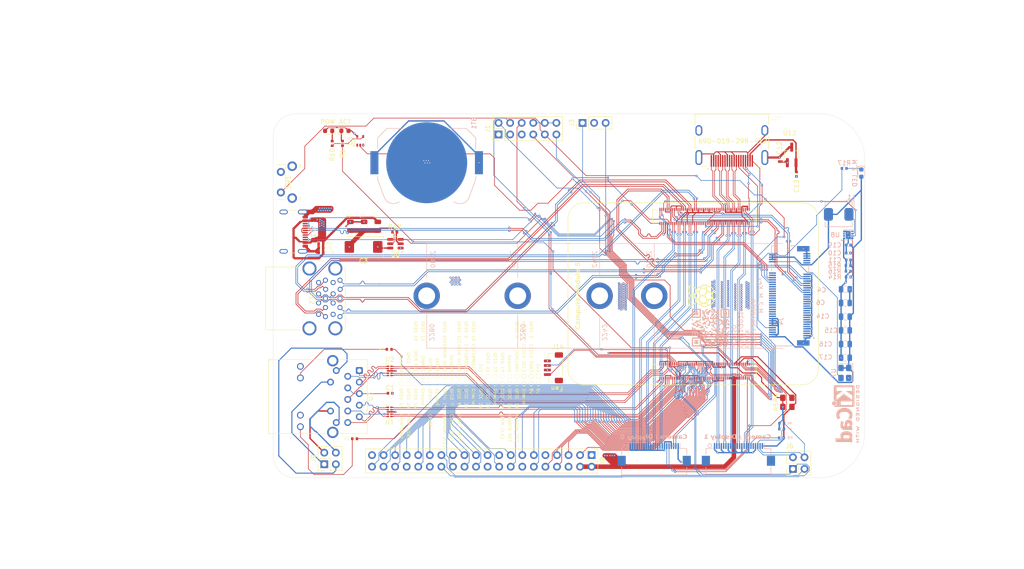
<source format=kicad_pcb>
(kicad_pcb (version 20241229) (generator "pcbnew") (generator_version "9.0")
  (layers (0 "F.Cu" signal) (4 "In1.Cu" signal) (6 "In2.Cu" signal) (2 "B.Cu" signal) (13 "F.Paste" user) (15 "B.Paste" user) (5 "F.SilkS" user "F.Silkscreen") (7 "B.SilkS" user "B.Silkscreen") (1 "F.Mask" user) (3 "B.Mask" user) (25 "Edge.Cuts" user))
  (property "PROJ_ID" "01")
  (property "PROJ_REV_MAJOR" "00")
  (property "PROJ_REV_MINOR" "50")
  (property "PROJ_TIME_DD" "06")
  (property "PROJ_TIME_MM" "12")
  (property "PROJ_TIME_YYYY" "2025")
  (net 0 "")
  (net 1 "/CM5_GPIO ( Ethernet, GPIO, SDCARD)/VBAT")
  (net 2 "GND")
  (net 3 "Net-(C1-Pad1)")
  (net 4 "/+5v")
  (net 5 "/CM5_HighSpeed/VBUS")
  (net 6 "/PCIe-M2/M2_3v3")
  (net 7 "/PCIe-M2/FB")
  (net 8 "/CM5_HighSpeed/HDMI_5v")
  (net 9 "Net-(D1-K)")
  (net 10 "/+3.3v")
  (net 11 "Net-(D2-K)")
  (net 12 "Net-(D3-K)")
  (net 13 "/CM5_GPIO ( Ethernet, GPIO, SDCARD)/USBOTG")
  (net 14 "/CM5_GPIO ( Ethernet, GPIO, SDCARD)/nRPIBOOT")
  (net 15 "/CM5_GPIO ( Ethernet, GPIO, SDCARD)/EEPROM_nWP")
  (net 16 "/CM5_GPIO ( Ethernet, GPIO, SDCARD)/PMIC_ENABLE")
  (net 17 "/CM5_GPIO ( Ethernet, GPIO, SDCARD)/SYNC_OUT")
  (net 18 "/CM5_GPIO ( Ethernet, GPIO, SDCARD)/PWR_BUT")
  (net 19 "/CM5_GPIO ( Ethernet, GPIO, SDCARD)/BT_nDis")
  (net 20 "/CM5_GPIO ( Ethernet, GPIO, SDCARD)/WL_nDis")
  (net 21 "/CM5_HighSpeed/PCIE_nCLKREQ")
  (net 24 "/CM5_HighSpeed/PCIE_nWAKE")
  (net 25 "/CM5_HighSpeed/PCIE_RX_P")
  (net 32 "Net-(J4-SUSCLK)")
  (net 34 "/CM5_HighSpeed/PCIE_nRST")
  (net 35 "Net-(J4-DAS{slash}~{DSS}{slash}~{LED1})")
  (net 49 "/CM5_HighSpeed/PCIE_CLK_P")
  (net 51 "/CM5_HighSpeed/PCIE_TX_P")
  (net 53 "/CM5_HighSpeed/PCIE_CLK_N")
  (net 60 "/CM5_HighSpeed/PCIE_TX_N")
  (net 64 "/CM5_HighSpeed/PCIE_RX_N")
  (net 65 "/CM5_HighSpeed/DPHY0_D1_P")
  (net 66 "/CM5_GPIO ( Ethernet, GPIO, SDCARD)/CAM_GPIO1")
  (net 67 "/CM5_HighSpeed/DPHY0_C_P")
  (net 68 "/CM5_HighSpeed/DPHY0_D3_P")
  (net 69 "/CM5_HighSpeed/DPHY0_D0_P")
  (net 70 "/CM5_HighSpeed/DPHY0_D2_N")
  (net 71 "/CM5_HighSpeed/DPHY0_D3_N")
  (net 72 "/CM5_HighSpeed/DPHY0_D0_N")
  (net 73 "/CM5_HighSpeed/DPHY0_C_N")
  (net 74 "/CM5_GPIO ( Ethernet, GPIO, SDCARD)/CAM_GPIO0")
  (net 75 "/CM5_HighSpeed/DPHY0_D1_N")
  (net 76 "/CM5_HighSpeed/SDA0")
  (net 77 "/CM5_HighSpeed/DPHY0_D2_P")
  (net 78 "/CM5_HighSpeed/SCL0")
  (net 79 "/CM5_HighSpeed/SDA1")
  (net 80 "/CM5_HighSpeed/SCL1")
  (net 81 "/CM5_GPIO ( Ethernet, GPIO, SDCARD)/ID_SD")
  (net 82 "/CM5_GPIO ( Ethernet, GPIO, SDCARD)/ID_SC")
  (net 83 "/CM5_GPIO ( Ethernet, GPIO, SDCARD)/GPIO27")
  (net 84 "/CM5_GPIO ( Ethernet, GPIO, SDCARD)/GPIO15")
  (net 85 "/CM5_GPIO ( Ethernet, GPIO, SDCARD)/GPIO6")
  (net 86 "/CM5_GPIO ( Ethernet, GPIO, SDCARD)/GPIO17")
  (net 87 "/CM5_GPIO ( Ethernet, GPIO, SDCARD)/GPIO24")
  (net 88 "/CM5_GPIO ( Ethernet, GPIO, SDCARD)/GPIO9")
  (net 89 "/CM5_GPIO ( Ethernet, GPIO, SDCARD)/GPIO19")
  (net 90 "/CM5_GPIO ( Ethernet, GPIO, SDCARD)/GPIO20")
  (net 91 "/CM5_GPIO ( Ethernet, GPIO, SDCARD)/GPIO8")
  (net 92 "/CM5_GPIO ( Ethernet, GPIO, SDCARD)/GPIO12")
  (net 93 "/CM5_GPIO ( Ethernet, GPIO, SDCARD)/GPIO13")
  (net 94 "/CM5_GPIO ( Ethernet, GPIO, SDCARD)/GPIO22")
  (net 95 "/CM5_GPIO ( Ethernet, GPIO, SDCARD)/GPIO11")
  (net 96 "/CM5_GPIO ( Ethernet, GPIO, SDCARD)/GPIO10")
  (net 97 "/CM5_GPIO ( Ethernet, GPIO, SDCARD)/GPIO26")
  (net 98 "/CM5_GPIO ( Ethernet, GPIO, SDCARD)/GPIO18")
  (net 99 "/CM5_GPIO ( Ethernet, GPIO, SDCARD)/GPIO25")
  (net 100 "/CM5_GPIO ( Ethernet, GPIO, SDCARD)/GPIO7")
  (net 101 "/CM5_GPIO ( Ethernet, GPIO, SDCARD)/GPIO23")
  (net 102 "/CM5_GPIO ( Ethernet, GPIO, SDCARD)/GPIO4")
  (net 103 "/CM5_GPIO ( Ethernet, GPIO, SDCARD)/GPIO2")
  (net 104 "/CM5_GPIO ( Ethernet, GPIO, SDCARD)/GPIO3")
  (net 105 "/CM5_GPIO ( Ethernet, GPIO, SDCARD)/GPIO21")
  (net 106 "/CM5_GPIO ( Ethernet, GPIO, SDCARD)/GPIO14")
  (net 107 "/CM5_GPIO ( Ethernet, GPIO, SDCARD)/GPIO5")
  (net 108 "/CM5_GPIO ( Ethernet, GPIO, SDCARD)/GPIO16")
  (net 109 "/CM5_GPIO ( Ethernet, GPIO, SDCARD)/TR2_TAP")
  (net 110 "/CM5_GPIO ( Ethernet, GPIO, SDCARD)/TR0_TAP")
  (net 111 "/CM5_GPIO ( Ethernet, GPIO, SDCARD)/TR1_TAP")
  (net 112 "/CM5_GPIO ( Ethernet, GPIO, SDCARD)/TR3_TAP")
  (net 114 "/USB2_N")
  (net 116 "/CC1")
  (net 117 "/USB2_P")
  (net 118 "/CC2")
  (net 119 "/CM5_HighSpeed/USB3-1-TX_N")
  (net 120 "/CM5_HighSpeed/USB3-1-D_N")
  (net 121 "/CM5_HighSpeed/USB3-1-TX_P")
  (net 122 "/CM5_HighSpeed/USB3-0-RX_N")
  (net 123 "/CM5_HighSpeed/USB3-0-D_P")
  (net 124 "/CM5_HighSpeed/USB3-0-TX_N")
  (net 125 "/CM5_HighSpeed/USB3-0-D_N")
  (net 126 "/CM5_HighSpeed/USB3-0-RX_P")
  (net 127 "/CM5_HighSpeed/USB3-1-D_P")
  (net 128 "/CM5_HighSpeed/USB3-0-TX_P")
  (net 129 "/CM5_HighSpeed/USB3-1-RX_P")
  (net 130 "/CM5_HighSpeed/USB3-1-RX_N")
  (net 131 "/CM5_GPIO ( Ethernet, GPIO, SDCARD)/PWM")
  (net 132 "/CM5_GPIO ( Ethernet, GPIO, SDCARD)/TACHO")
  (net 133 "/CM5_HighSpeed/DPHY1_D3_P")
  (net 134 "Net-(J16-Pin_17)")
  (net 136 "/CM5_HighSpeed/DPHY1_C_P")
  (net 137 "/CM5_HighSpeed/DPHY1_D1_N")
  (net 138 "/CM5_HighSpeed/DPHY1_D0_N")
  (net 139 "/CM5_HighSpeed/DPHY1_D2_N")
  (net 140 "/CM5_HighSpeed/DPHY1_D3_N")
  (net 141 "/CM5_HighSpeed/DPHY1_D1_P")
  (net 142 "/CM5_HighSpeed/DPHY1_D0_P")
  (net 143 "/CM5_HighSpeed/DPHY1_D2_P")
  (net 144 "/CM5_HighSpeed/DPHY1_C_N")
  (net 145 "/CM5_HighSpeed/HDMI0_SCL")
  (net 146 "/CM5_HighSpeed/HDMI0_D0_N")
  (net 147 "/CM5_HighSpeed/HDMI0_D2_N")
  (net 148 "/CM5_HighSpeed/HDMI0_D1_N")
  (net 150 "/CM5_HighSpeed/HDMI0_D1_P")
  (net 151 "/CM5_HighSpeed/HDMI0_D0_P")
  (net 152 "/CM5_HighSpeed/HDMI0_CK_N")
  (net 153 "/CM5_HighSpeed/HDMI0_D2_P")
  (net 154 "/CM5_HighSpeed/HDMI0_CK_P")
  (net 155 "/CM5_HighSpeed/HDMI0_SDA")
  (net 156 "/CM5_HighSpeed/HDMI0_CEC")
  (net 157 "/CM5_HighSpeed/HDMI0_HOTPLUG")
  (net 158 "Net-(U8-LX)")
  (net 159 "/CM5_GPIO ( Ethernet, GPIO, SDCARD)/+1.8v")
  (net 160 "/CM5_GPIO ( Ethernet, GPIO, SDCARD)/SD_CMD")
  (net 161 "/CM5_HighSpeed/HDMI1_D1_N")
  (net 163 "/CM5_HighSpeed/HDMI1_SDA")
  (net 165 "/CM5_HighSpeed/HDMI1_D0_P")
  (net 166 "/CM5_GPIO ( Ethernet, GPIO, SDCARD)/GPIO_VREF")
  (net 169 "/CM5_GPIO ( Ethernet, GPIO, SDCARD)/ETH_LEDY")
  (net 171 "/CM5_GPIO ( Ethernet, GPIO, SDCARD)/TRD1_N")
  (net 172 "/CM5_HighSpeed/HDMI1_HOTPLUG")
  (net 173 "/CM5_HighSpeed/PCIE_PWR_EN")
  (net 174 "/CM5_HighSpeed/HDMI1_SCL")
  (net 175 "/CM5_HighSpeed/HDMI1_D2_P")
  (net 178 "/CM5_HighSpeed/HDMI1_D0_N")
  (net 179 "/CM5_GPIO ( Ethernet, GPIO, SDCARD)/TRD0_P")
  (net 180 "/CM5_GPIO ( Ethernet, GPIO, SDCARD)/TRD2_N")
  (net 181 "/CM5_HighSpeed/HDMI1_CK_N")
  (net 182 "/CM5_HighSpeed/VBUS_EN")
  (net 184 "/CM5_HighSpeed/HDMI1_CK_P")
  (net 185 "/CM5_GPIO ( Ethernet, GPIO, SDCARD)/TRD0_N")
  (net 186 "/CM5_GPIO ( Ethernet, GPIO, SDCARD)/nPWR_LED")
  (net 187 "/CM5_GPIO ( Ethernet, GPIO, SDCARD)/TRD2_P")
  (net 189 "/CM5_GPIO ( Ethernet, GPIO, SDCARD)/ETH_LEDG")
  (net 190 "/CM5_HighSpeed/HDMI1_D1_P")
  (net 191 "/CM5_GPIO ( Ethernet, GPIO, SDCARD)/TRD3_N")
  (net 192 "/CM5_GPIO ( Ethernet, GPIO, SDCARD)/TRD3_P")
  (net 194 "Net-(Module1A-LED_nACT)")
  (net 196 "/CM5_HighSpeed/HDMI1_CEC")
  (net 197 "/CM5_GPIO ( Ethernet, GPIO, SDCARD)/TRD1_P")
  (net 198 "/CM5_HighSpeed/HDMI1_D2_N")
  (net 199 "Net-(U3-LEDY_K)")
  (net 200 "Net-(U3-LEDG_K)")
  (net 201 "Net-(R10-Pad2)")
  (net 202 "Net-(U6-ILIM)")
  (footprint "CM5IO:MountingHole_2.7mm_M2.5_DIN965" (layer "F.Cu") (at 205 120)
    (property "Reference" "H3" (hide yes))
    (property "Value" "MountingHole" (hide yes))
  )
  (footprint "Package_SON:USON-10_2.5x1.0mm_P0.5mm" (layer "F.Cu") (at 110.635 106.5)
    (property "Reference" "U2")
    (property "Value" "TPD4EUSB30" (hide yes))
  )
  (footprint "Package_TO_SOT_SMD:TSOT-23_HandSoldering" (layer "F.Cu") (at 198.95 59.04 90)
    (property "Reference" "U12")
    (property "Value" "RT9742SNGV")
  )
  (footprint "Package_TO_SOT_SMD:SOT-353_SC-70-5" (layer "F.Cu") (at 104.15 55.95 90)
    (property "Reference" "U5")
    (property "Value" "74LVC1G07SE-7")
  )
  (footprint "Capacitor_SMD:C_0402_1005Metric" (layer "F.Cu") (at 110.73 111.4)
    (property "Reference" "C1")
    (property "Value" "100n" (hide yes))
  )
  (footprint "CM5IO:MountingHole_2.7mm_M2.5_DIN965" (layer "F.Cu") (at 90 125)
    (property "Reference" "H4" (hide yes))
    (property "Value" "MountingHole" (hide yes))
  )
  (footprint "LED_SMD:LED_0603_1608Metric" (layer "F.Cu") (at 97.2125 53.738096 180)
    (property "Reference" "POW")
    (property "Value" "LED Red")
  )
  (footprint "CM5IO:Raspberry-Pi-5-Compute-Module" (layer "F.Cu") (at 201.3 106.04 90)
    (property "Reference" "Compute Module 5")
    (property "Value" "ComputeModule5-CM5")
  )
  (footprint "CM5IO:MTCONN_UBAF30-D2011" (layer "F.Cu") (at 93 90.57 -90)
    (property "Reference" "J12")
    (property "Value" "USB3_A")
  )
  (footprint "CM5IO:MountingHole_2.7mm_M2.5_DIN965" (layer "F.Cu") (at 90 55 180)
    (property "Reference" "H1" (hide yes))
    (property "Value" "MountingHole" (hide yes))
  )
  (footprint "Capacitor_SMD:C_0805_2012Metric" (layer "F.Cu") (at 105 74.7 -90)
    (property "Reference" "C7")
    (property "Value" "10u" (hide yes))
  )
  (footprint "Package_TO_SOT_SMD:SOT-23-6" (layer "F.Cu") (at 111.8875 78.55 180)
    (property "Reference" "U6")
    (property "Value" "AP22653W6" (hide yes))
  )
  (footprint "Resistor_SMD:R_0402_1005Metric" (layer "F.Cu") (at 98 56.51 -90)
    (property "Reference" "R10")
    (property "Value" "1k")
  )
  (footprint "Capacitor_SMD:C_0402_1005Metric" (layer "F.Cu") (at 196.25 60.02 90)
    (property "Reference" "C12")
    (property "Value" "100n" (hide yes))
  )
  (footprint "CM5IO:MountingHole_2.7mm_M2.5_DIN965" (layer "F.Cu") (at 205 60)
    (property "Reference" "H2" (hide yes))
    (property "Value" "MountingHole" (hide yes))
  )
  (footprint "Capacitor_Tantalum_SMD:CP_EIA-7343-31_Kemet-D" (layer "F.Cu") (at 104.88 79.25 180)
    (property "Reference" "C3")
    (property "Value" "100uF")
  )
  (footprint "Capacitor_SMD:C_0805_2012Metric" (layer "F.Cu") (at 108.01 74.7 -90)
    (property "Reference" "C2")
    (property "Value" "10u" (hide yes))
  )
  (footprint "CM5IO:TRJG0926HENL" (layer "F.Cu") (at 95.06 112.13 -90)
    (property "Reference" "U3")
    (property "Value" "MagJack-A70-112-331N126")
  )
  (footprint "Connector_PinHeader_2.54mm:PinHeader_2x02_P2.54mm_Vertical" (layer "F.Cu") (at 96.25 127 90)
    (property "Reference" "J9")
    (property "Value" "THD-02-R")
  )
  (footprint "Connector_PinHeader_2.54mm:PinHeader_2x06_P2.54mm_Vertical" (layer "F.Cu") (at 134.55 54.54 90)
    (property "Reference" "J1")
    (property "Value" "Conn_02x06_Top_Bottom")
  )
  (footprint "Connector_PinHeader_2.54mm:PinHeader_1x03_P2.54mm_Vertical" (layer "F.Cu") (at 153 52 90)
    (property "Reference" "J3")
    (property "Value" "Conn_01x03")
  )
  (footprint "Connector_PinHeader_2.54mm:PinHeader_2x02_P2.54mm_Vertical" (layer "F.Cu") (at 199.225 128.025 90)
    (property "Reference" "J6")
    (property "Value" "THD-02-R")
  )
  (footprint "Resistor_SMD:R_0805_2012Metric_Pad1.20x1.40mm_HandSolder" (layer "F.Cu") (at 198 114.4 180)
    (property "Reference" "R5")
    (property "Value" "0R" (hide yes))
  )
  (footprint "Connector_PinHeader_2.54mm:PinHeader_2x20_P2.54mm_Vertical" (layer "F.Cu") (at 155 125 -90)
    (property "Reference" "J8")
    (property "Value" "THD-20-R")
  )
  (footprint "Capacitor_SMD:C_0402_1005Metric" (layer "F.Cu") (at 95.52 80.5 180)
    (property "Reference" "C18")
    (property "Value" "100n" (hide yes))
  )
  (footprint "Resistor_SMD:R_0402_1005Metric" (layer "F.Cu") (at 111.74 76)
    (property "Reference" "R12")
    (property "Value" "15K 1%" (hide yes))
  )
  (footprint "LED_SMD:LED_0603_1608Metric" (layer "F.Cu") (at 100.7875 53.738096)
    (property "Reference" "ACT")
    (property "Value" "LED Green")
  )
  (footprint "Package_SON:USON-10_2.5x1.0mm_P0.5mm" (layer "F.Cu") (at 110.615 115.5)
    (property "Reference" "U1")
    (property "Value" "TPD4EUSB30" (hide yes))
  )
  (footprint "CM5IO:EDAC 690-019-298-412" (layer "F.Cu") (at 185.8 59.6125 180)
    (property "Reference" "J22")
    (property "Value" "690-019-298-412")
  )
  (footprint "Capacitor_SMD:C_0402_1005Metric" (layer "F.Cu") (at 95.52 79.5 180)
    (property "Reference" "C9")
    (property "Value" "100n" (hide yes))
  )
  (footprint "Capacitor_SMD:C_0805_2012Metric" (layer "F.Cu") (at 101.99 74.7 -90)
    (property "Reference" "C8")
    (property "Value" "10u" (hide yes))
  )
  (footprint "Capacitor_SMD:C_0402_1005Metric" (layer "F.Cu") (at 200 63.27 -90)
    (property "Reference" "C13")
    (property "Value" "100n" (hide yes))
  )
  (footprint "Resistor_SMD:R_0402_1005Metric" (layer "F.Cu") (at 100.25 56.49 -90)
    (property "Reference" "R1")
    (property "Value" "1k")
  )
  (footprint "Resistor_SMD:R_0402_1005Metric" (layer "F.Cu") (at 102.91 121.4)
    (property "Reference" "R3")
    (property "Value" "470R" (hide yes))
  )
  (footprint "Resistor_SMD:R_0805_2012Metric_Pad1.20x1.40mm_HandSolder" (layer "F.Cu") (at 198 112.4 180)
    (property "Reference" "R4")
    (property "Value" "nf" (hide yes))
  )
  (footprint "Resistor_SMD:R_0402_1005Metric" (layer "F.Cu") (at 110.51 101.75)
    (property "Reference" "R2")
    (property "Value" "470R" (hide yes))
  )
  (footprint "Resistor_SMD:R_0402_1005Metric" (layer "F.Cu") (at 95.51 78.5 180)
    (property "Reference" "R9")
    (property "Value" "2.2K 1%" (hide yes))
  )
  (footprint "Connector_JST:JST_SH_BM04B-SRSS-TB_1x04-1MP_P1.00mm_Vertical" (layer "F.Cu") (at 146.6 105.8 -90)
    (property "Reference" "J14")
    (property "Value" "JST_SHBM04B-SRSS-TB")
  )
  (footprint "Connector_USB:USB_C_Receptacle_GCT_USB4105-xx-A_16P_TopMnt_Horizontal" (layer "F.Cu") (at 88.395 75.89 -90)
    (property "Reference" "J11")
    (property "Value" "USB_C_Receptacle_USB2.0")
  )
  (footprint "Button_Switch_THT:SW_Tactile_SPST_Angled_PTS645Vx58-2LFS" (layer "F.Cu") (at 86.7125 67.275 90)
    (property "Reference" "SW1")
    (property "Value" "Right angle Tact button")
  )
  (footprint "Capacitor_SMD:C_0805_2012Metric" (layer "B.Cu") (at 210.75 91.57 180)
    (property "Reference" "C6")
    (property "Value" "10u")
  )
  (footprint "CM5IO:Hirose_FH12-22S-0.5SH_1x22-1MP_P0.50mm_Horizontal" (layer "B.Cu") (at 187.25 124.85 180)
    (property "Reference" "J16")
    (property "Value" "Conn_01x22_Female")
  )
  (footprint "Resistor_SMD:R_0402_1005Metric" (layer "B.Cu") (at 196.71 121.2 180)
    (property "Reference" "R8")
    (property "Value" "2.2K 1%" (hide yes))
  )
  (footprint "CM5IO:M.2 M Key socket" (layer "B.Cu") (at 197 90 90)
    (property "Reference" "J4")
    (property "Value" "Bus_M.2_Socket_M")
  )
  (footprint "CM5IO:L_Bourns_SRP5030CC" (layer "B.Cu") (at 209.27762 72.1 180)
    (property "Reference" "L1")
    (property "Value" "2.2uH")
  )
  (footprint "Resistor_SMD:R_0402_1005Metric" (layer "B.Cu") (at 210.49 62 180)
    (property "Reference" "R17")
    (property "Value" "1k")
  )
  (footprint "Crystal:Crystal_SMD_3225-4Pin_3.2x2.5mm" (layer "B.Cu") (at 210.62762 106.95 -90)
    (property "Reference" "U7")
    (property "Value" "ASEK-32.768KHZ-L-R-T" (hide yes))
  )
  (footprint "Package_DFN_QFN:DFN-8-1EP_2x2mm_P0.5mm_EP1.05x1.75mm" (layer "B.Cu") (at 211.37762 76.6)
    (property "Reference" "U8")
    (property "Value" "AP3441SHE-7B" (hide yes))
  )
  (footprint "Capacitor_SMD:C_0805_2012Metric" (layer "B.Cu") (at 210.75 94.58 180)
    (property "Reference" "C14")
    (property "Value" "10u")
  )
  (footprint "Symbol:KiCad-Logo2_5mm_SilkScreen" (layer "B.Cu") (at 210.806773 115.940278 -90)
    (property "Reference" "logo1" (hide yes))
    (property "Value" "KiCad-Logo2_5mm_SilkScreen" (hide yes))
  )
  (footprint "Capacitor_SMD:C_0805_2012Metric" (layer "B.Cu") (at 210.75 88.56 180)
    (property "Reference" "C4")
    (property "Value" "10u" (hide yes))
  )
  (footprint "Resistor_SMD:R_0402_1005Metric" (layer "B.Cu") (at 211.38 84.6)
    (property "Reference" "R16")
    (property "Value" "2.2K 1%" (hide yes))
  )
  (footprint "Capacitor_SMD:C_0805_2012Metric" (layer "B.Cu") (at 210.75 103.61 180)
    (property "Reference" "C17")
    (property "Value" "10u" (hide yes))
  )
  (footprint "CM5IO:BatteryHolder_Keystone_3034_1x20mm" (layer "B.Cu") (at 118.75 60.75 180)
    (property "Reference" "BT1")
    (property "Value" "Battery_Cell")
  )
  (footprint "LED_SMD:LED_0603_1608Metric" (layer "B.Cu") (at 214.25 63.0375 -90)
    (property "Reference" "M.2_LED")
    (property "Value" "LED Green")
  )
  (footprint "Resistor_SMD:R_0402_1005Metric" (layer "B.Cu") (at 196.76 118)
    (property "Reference" "R6")
    (property "Value" "2.2K 1%" (hide yes))
  )
  (footprint "Capacitor_SMD:C_0402_1005Metric" (layer "B.Cu") (at 211.41 82.1 180)
    (property "Reference" "C11")
    (property "Value" "4.7nF" (hide yes))
  )
  (footprint "Capacitor_SMD:C_0805_2012Metric" (layer "B.Cu") (at 210.75 97.59 180)
    (property "Reference" "C15")
    (property "Value" "10u")
  )
  (footprint "Resistor_SMD:R_0402_1005Metric" (layer "B.Cu") (at 211.36 83.35 180)
    (property "Reference" "R15")
    (property "Value" "10K 1%" (hide yes))
  )
  (footprint "Resistor_SMD:R_0402_1005Metric" (layer "B.Cu") (at 211.4 85.85 180)
    (property "Reference" "R14")
    (property "Value" "100K 1%" (hide yes))
  )
  (footprint "Resistor_SMD:R_0402_1005Metric" (layer "B.Cu") (at 196.74 119.25)
    (property "Reference" "R7")
    (property "Value" "2.2K 1%" (hide yes))
  )
  (footprint "Capacitor_SMD:C_0402_1005Metric" (layer "B.Cu") (at 211.41 80.6 180)
    (property "Reference" "C10")
    (property "Value" "100n" (hide yes))
  )
  (footprint "CM5IO:Hirose_FH12-22S-0.5SH_1x22-1MP_P0.50mm_Horizontal" (layer "B.Cu") (at 168.75 124.85 180)
    (property "Reference" "J5")
    (property "Value" "Conn_01x22_Female")
  )
  (footprint "Capacitor_SMD:C_0805_2012Metric" (layer "B.Cu") (at 210.75 100.6 180)
    (property "Reference" "C16")
    (property "Value" "10u" (hide yes))
  )
  (footprint "Capacitor_SMD:C_0402_1005Metric" (layer "B.Cu") (at 211.41 78.85 180)
    (property "Reference" "C19")
    (property "Value" "100n" (hide yes))
  )
  (gr_poly (pts (xy 137.263407 112.120661) (xy 137.263407 111.950588) (xy 136.725964 111.950588) (xy 136.725964 112.120661) (xy 136.627783 112.120661) (xy 136.627783 111.674151) (xy 136.725964 111.674151) (xy 136.725964 111.843168) (xy 137.263407 111.843168) (xy 137.263407 111.674151) (xy 137.361589 111.674151) (xy 137.361589 112.120661)) (fill yes) (layer "F.SilkS"))
  (gr_poly (pts (xy 129.434024 97.773739) (xy 129.432904 97.789869) (xy 129.431038 97.805471) (xy 129.428425 97.820544) (xy 129.425064 97.835088) (xy 129.420958 97.849103) (xy 129.416104 97.862589) (xy 129.410504 97.875546) (xy 129.404157 97.887975) (xy 129.397063 97.899875) (xy 129.389223 97.911245) (xy 129.380635 97.922087) (xy 129.371301 97.932401) (xy 129.36122 97.942185) (xy 129.350391 97.95144) (xy 129.338816 97.960167) (xy 129.326495 97.968365) (xy 129.313426 97.976033) (xy 129.29961 97.983173) (xy 129.285047 97.989784) (xy 129.269737 97.995867) (xy 129.25368 98.00142) (xy 129.236876 98.006444) (xy 129.219326 98.01094) (xy 129.201028 98.014907) (xy 129.181982 98.018344) (xy 129.16219 98.021253) (xy 129.141651 98.023633) (xy 129.120364 98.025484) (xy 129.098331 98.026807) (xy 129.07555 98.0276) (xy 129.052022 98.027864) (xy 129.006961 98.026807) (xy 128.964808 98.023633) (xy 128.925562 98.018344) (xy 128.889223 98.01094) (xy 128.855792 98.00142) (xy 128.840166 97.995867) (xy 128.825267 97.989784) (xy 128.811095 97.983173) (xy 128.797649 97.976033) (xy 128.78493 97.968365) (xy 128.772939 97.960167) (xy 128.761673 97.95144) (xy 128.751135 97.942185) (xy 128.741324 97.932401) (xy 128.732239 97.922087) (xy 128.723881 97.911245) (xy 128.716249 97.899875) (xy 128.709345 97.887975) (xy 128.703167 97.875546) (xy 128.697716 97.862589) (xy 128.692992 97.849103) (xy 128.688995 97.835088) (xy 128.685724 97.820544) (xy 128.683181 97.805471) (xy 128.681364 97.789869) (xy 128.680274 97.773739) (xy 128.67991 97.757079) (xy 128.680274 97.740419) (xy 128.681364 97.724288) (xy 128.683181 97.708685) (xy 128.685724 97.693612) (xy 128.688995 97.679068) (xy 128.692992 97.665052) (xy 128.697716 97.651565) (xy 128.703167 97.638608) (xy 128.709345 97.626179) (xy 128.716249 97.614279) (xy 128.723881 97.602908) (xy 128.732239 97.592066) (xy 128.741324 97.581753) (xy 128.751135 97.571969) (xy 128.761673 97.562714) (xy 128.772939 97.553988) (xy 128.78493 97.54579) (xy 128.797649 97.538122) (xy 128.811095 97.530982) (xy 128.825267 97.524371) (xy 128.840166 97.518289) (xy 128.855792 97.512736) (xy 128.872144 97.507712) (xy 128.889223 97.503217) (xy 128.90703 97.499251) (xy 128.925562 97.495813) (xy 128.944822 97.492905) (xy 128.964808 97.490525) (xy 128.985522 97.488674) (xy 129.006961 97.487352) (xy 129.029128 97.486558) (xy 129.052022 97.486294) (xy 129.052022 97.596879) (xy 129.018477 97.597505) (xy 128.987098 97.599382) (xy 128.957884 97.602511) (xy 128.930834 97.606891) (xy 128.90595 97.612522) (xy 128.88323 97.619406) (xy 128.862675 97.62754) (xy 128.844284 97.636927) (xy 128.8359 97.642089) (xy 128.828057 97.647565) (xy 128.820755 97.653353) (xy 128.813994 97.659454) (xy 128.807774 97.665869) (xy 128.802095 97.672596) (xy 128.796957 97.679636) (xy 128.79236 97.686989) (xy 128.788304 97.694655) (xy 128.784789 97.702634) (xy 128.781815 97.710926) (xy 128.779381 97.71953) (xy 128.777488 97.728448) (xy 128.776136 97.737679) (xy 128.775325 97.747223) (xy 128.775055 97.757079) (xy 128.775325 97.766935) (xy 128.776136 97.776478) (xy 128.777488 97.785708) (xy 128.779381 97.794625) (xy 128.781815 97.803229) (xy 128.784789 97.81152) (xy 128.788304 97.819498) (xy 128.79236 97.827164) (xy 128.796957 97.834516) (xy 128.802095 97.841556) (xy 128.807774 97.848282) (xy 128.813994 97.854696) (xy 128.820755 97.860797) (xy 128.828057 97.866585) (xy 128.8359 97.87206) (xy 128.844284 97.877223) (xy 128.853209 97.882072) (xy 128.862675 97.886609) (xy 128.872682 97.890832) (xy 128.88323 97.894743) (xy 128.894319 97.898341) (xy 128.90595 97.901626) (xy 128.918121 97.904598) (xy 128.930834 97.907257) (xy 128.944088 97.909604) (xy 128.957884 97.911637) (xy 128.97222 97.913358) (xy 128.987098 97.914766) (xy 129.002517 97.915861) (xy 129.018477 97.916643) (xy 129.034979 97.917112) (xy 129.052022 97.917269) (xy 129.086816 97.916643) (xy 129.119366 97.914766) (xy 129.149671 97.911637) (xy 129.177731 97.907257) (xy 129.203547 97.901626) (xy 129.227117 97.894743) (xy 129.248443 97.886609) (xy 129.267524 97.877223) (xy 129.28436 97.866585) (xy 129.291936 97.860797) (xy 129.298951 97.854696) (xy 129.305405 97.848282) (xy 129.311298 97.841556) (xy 129.316629 97.834516) (xy 129.3214 97.827164) (xy 129.325609 97.819498) (xy 129.329257 97.81152) (xy 129.332343 97.803229) (xy 129.334869 97.794625) (xy 129.336833 97.785708) (xy 129.338236 97.776478) (xy 129.339078 97.766935) (xy 129.339358 97.757079) (xy 129.339078 97.747223) (xy 129.338236 97.737679) (xy 129.336833 97.728448) (xy 129.334869 97.71953) (xy 129.332343 97.710926) (xy 129.329257 97.702634) (xy 129.325609 97.694655) (xy 129.3214 97.686989) (xy 129.316629 97.679636) (xy 129.311298 97.672596) (xy 129.305405 97.665869) (xy 129.298951 97.659454) (xy 129.291936 97.653353) (xy 129.28436 97.647565) (xy 129.276223 97.642089) (xy 129.267524 97.636927) (xy 129.258264 97.632077) (xy 129.248443 97.62754) (xy 129.238061 97.623317) (xy 129.227117 97.619406) (xy 129.215613 97.615808) (xy 129.203547 97.612522) (xy 129.19092 97.60955) (xy 129.177731 97.606891) (xy 129.163982 97.604544) (xy 129.149671 97.602511) (xy 129.134799 97.60079) (xy 129.119366 97.599382) (xy 129.103372 97.598287) (xy 129.086816 97.597505) (xy 129.0697 97.597036) (xy 129.052022 97.596879) (xy 129.052022 97.486294) (xy 129.098331 97.487352) (xy 129.141651 97.490525) (xy 129.181982 97.495813) (xy 129.219326 97.503217) (xy 129.25368 97.512736) (xy 129.285047 97.524371) (xy 129.29961 97.530982) (xy 129.313426 97.538122) (xy 129.326495 97.54579) (xy 129.338816 97.553988) (xy 129.350391 97.562714) (xy 129.36122 97.571969) (xy 129.371301 97.581753) (xy 129.380635 97.592066) (xy 129.389223 97.602908) (xy 129.397063 97.614279) (xy 129.404157 97.626179) (xy 129.410504 97.638608) (xy 129.416104 97.651565) (xy 129.420958 97.665052) (xy 129.425064 97.679068) (xy 129.428425 97.693612) (xy 129.431038 97.708685) (xy 129.432904 97.724288) (xy 129.434024 97.740419) (xy 129.434398 97.757079)) (fill yes) (layer "F.SilkS"))
  (gr_poly (pts (xy 119.24794 117.349252) (xy 119.24794 117.359623) (xy 119.713077 117.427251) (xy 119.713077 117.530651) (xy 119.24794 117.597324) (xy 119.24794 117.607697) (xy 119.899133 117.669608) (xy 119.899133 117.778194) (xy 119.165283 117.695539) (xy 119.165283 117.535836) (xy 119.610736 117.481544) (xy 119.610736 117.475405) (xy 119.165283 117.421113) (xy 119.165283 117.26141) (xy 119.899133 117.178754) (xy 119.899133 117.287234)) (fill yes) (layer "F.SilkS"))
  (gr_poly (pts (xy 115.239446 121.03904) (xy 115.23801 121.059205) (xy 115.235617 121.078777) (xy 115.232267 121.097756) (xy 115.22796 121.116143) (xy 115.222696 121.133936) (xy 115.216476 121.151137) (xy 115.209299 121.167745) (xy 115.201167 121.18376) (xy 115.192078 121.199183) (xy 115.182033 121.214012) (xy 115.171032 121.228249) (xy 115.159076 121.241893) (xy 115.146165 121.254944) (xy 115.132298 121.267403) (xy 115.117476 121.279269) (xy 115.101841 121.290475) (xy 115.085418 121.300957) (xy 115.068207 121.310715) (xy 115.050207 121.31975) (xy 115.031419 121.328061) (xy 115.011843 121.335648) (xy 114.991479 121.342512) (xy 114.970327 121.348653) (xy 114.948388 121.354071) (xy 114.925662 121.358766) (xy 114.902148 121.362738) (xy 114.877847 121.365988) (xy 114.85276 121.368515) (xy 114.826885 121.370321) (xy 114.800224 121.371403) (xy 114.772777 121.371764) (xy 114.744956 121.371403) (xy 114.717929 121.370321) (xy 114.691695 121.368515) (xy 114.666256 121.365988) (xy 114.64161 121.362738) (xy 114.617758 121.358766) (xy 114.594699 121.354071) (xy 114.572434 121.348653) (xy 114.550964 121.342512) (xy 114.530286 121.335648) (xy 114.510403 121.328061) (xy 114.491313 121.31975) (xy 114.473017 121.310715) (xy 114.455515 121.300957) (xy 114.438807 121.290475) (xy 114.422893 121.279269) (xy 114.407936 121.267403) (xy 114.393945 121.254944) (xy 114.380919 121.241893) (xy 114.368858 121.228249) (xy 114.357761 121.214012) (xy 114.34763 121.199183) (xy 114.338463 121.18376) (xy 114.330261 121.167745) (xy 114.323025 121.151137) (xy 114.316753 121.133936) (xy 114.311446 121.116143) (xy 114.307104 121.097756) (xy 114.303727 121.078777) (xy 114.301315 121.059205) (xy 114.299867 121.03904) (xy 114.299385 121.018282) (xy 114.299385 120.993517) (xy 114.392412 120.993517) (xy 114.392412 121.007909) (xy 114.392801 121.023008) (xy 114.39397 121.037666) (xy 114.395917 121.051882) (xy 114.398645 121.065657) (xy 114.402151 121.078992) (xy 114.406437 121.091885) (xy 114.411503 121.104338) (xy 114.417349 121.116351) (xy 114.423976 121.127923) (xy 114.431382 121.139055) (xy 114.439569 121.149747) (xy 114.448536 121.159999) (xy 114.458284 121.169811) (xy 114.468813 121.179184) (xy 114.480122 121.188118) (xy 114.492213 121.196612) (xy 114.504992 121.204686) (xy 114.518406 121.212238) (xy 114.532455 121.21927) (xy 114.547138 121.225782) (xy 114.562456 121.231772) (xy 114.578408 121.237241) (xy 114.594994 121.24219) (xy 114.612214 121.246618) (xy 114.630068 121.250524) (xy 114.648555 121.25391) (xy 114.667676 121.256775) (xy 114.68743 121.259119) (xy 114.707817 121.260942) (xy 114.728838 121.262245) (xy 114.750491 121.263026) (xy 114.772777 121.263287) (xy 114.79469 121.263026) (xy 114.815982 121.262245) (xy 114.836651 121.260942) (xy 114.856697 121.259119) (xy 114.876122 121.256775) (xy 114.894925 121.25391) (xy 114.913106 121.250524) (xy 114.930666 121.246618) (xy 114.947605 121.24219) (xy 114.963922 121.237241) (xy 114.979618 121.231772) (xy 114.994694 121.225782) (xy 115.009148 121.21927) (xy 115.022982 121.212238) (xy 115.036196 121.204686) (xy 115.04879 121.196612) (xy 115.06067 121.188118) (xy 115.071784 121.179184) (xy 115.082131 121.169811) (xy 115.091712 121.159999) (xy 115.096215 121.154928) (xy 115.100526 121.149747) (xy 115.104646 121.144456) (xy 115.108574 121.139055) (xy 115.112311 121.133544) (xy 115.115856 121.127923) (xy 115.119209 121.122192) (xy 115.122371 121.116351) (xy 115.125341 121.110399) (xy 115.128119 121.104338) (xy 115.130706 121.098167) (xy 115.133101 121.091885) (xy 115.135305 121.085493) (xy 115.137317 121.078992) (xy 115.140766 121.065657) (xy 115.143449 121.051882) (xy 115.145365 121.037666) (xy 115.146514 121.023008) (xy 115.146898 121.007909) (xy 115.146898 120.993517) (xy 115.239924 120.993517) (xy 115.239924 121.018282)) (fill yes) (layer "F.SilkS"))
  (gr_poly (pts (xy 124.563418 118.32186) (xy 124.563418 118.151786) (xy 124.025996 118.151786) (xy 124.025996 118.32186) (xy 123.927783 118.32186) (xy 123.927783 117.875349) (xy 124.025996 117.875349) (xy 124.025996 118.04426) (xy 124.563418 118.04426) (xy 124.563418 117.875349) (xy 124.661632 117.875349) (xy 124.661632 118.32186)) (fill yes) (layer "F.SilkS"))
  (gr_poly (pts (xy 127.738418 112.120661) (xy 127.738418 111.950588) (xy 127.200996 111.950588) (xy 127.200996 112.120661) (xy 127.102783 112.120661) (xy 127.102783 111.674151) (xy 127.200996 111.674151) (xy 127.200996 111.843168) (xy 127.738418 111.843168) (xy 127.738418 111.674151) (xy 127.836632 111.674151) (xy 127.836632 112.120661)) (fill yes) (layer "F.SilkS"))
  (gr_poly (pts (xy 142.123848 96.522457) (xy 142.123127 96.538916) (xy 142.121926 96.554851) (xy 142.120245 96.570261) (xy 142.118083 96.585146) (xy 142.11544 96.599506) (xy 142.112317 96.613342) (xy 142.108713 96.626652) (xy 142.104629 96.639438) (xy 142.100065 96.651699) (xy 142.09502 96.663435) (xy 142.089495 96.674646) (xy 142.083489 96.685332) (xy 142.077003 96.695493) (xy 142.070036 96.705129) (xy 142.062589 96.71424) (xy 142.054675 96.722877) (xy 142.046305 96.730957) (xy 142.037478 96.738479) (xy 142.028196 96.745444) (xy 142.018457 96.751852) (xy 142.008261 96.757703) (xy 141.997609 96.762996) (xy 141.986501 96.767732) (xy 141.974937 96.771911) (xy 141.962916 96.775532) (xy 141.950439 96.778597) (xy 141.937506 96.781104) (xy 141.924117 96.783054) (xy 141.910271 96.784447) (xy 141.895969 96.785282) (xy 141.881212 96.785561) (xy 141.865242 96.785282) (xy 141.84976 96.784447) (xy 141.834767 96.783054) (xy 141.820263 96.781104) (xy 141.806248 96.778597) (xy 141.792721 96.775532) (xy 141.779682 96.771911) (xy 141.767132 96.767732) (xy 141.755071 96.762996) (xy 141.743498 96.757703) (xy 141.732414 96.751852) (xy 141.721818 96.745444) (xy 141.711711 96.738479) (xy 141.702092 96.730957) (xy 141.692961 96.722877) (xy 141.684319 96.71424) (xy 141.676247 96.705129) (xy 141.668696 96.695493) (xy 141.661665 96.685332) (xy 141.655155 96.674646) (xy 141.649166 96.663435) (xy 141.643697 96.651699) (xy 141.638749 96.639438) (xy 141.634322 96.626652) (xy 141.630416 96.613342) (xy 141.62703 96.599506) (xy 141.624166 96.585146) (xy 141.621822 96.570261) (xy 141.619999 96.554851) (xy 141.618696 96.538916) (xy 141.617915 96.522457) (xy 141.617655 96.505473) (xy 141.617655 96.396952) (xy 141.390282 96.396952) (xy 141.390282 96.289467) (xy 141.715847 96.289467) (xy 141.715847 96.396952) (xy 141.715847 96.505473) (xy 141.716493 96.526248) (xy 141.7173 96.536133) (xy 141.718431 96.545683) (xy 141.719884 96.554898) (xy 141.72166 96.563778) (xy 141.72376 96.572322) (xy 141.726182 96.580532) (xy 141.728927 96.588407) (xy 141.731995 96.595946) (xy 141.735386 96.603151) (xy 141.739101 96.61002) (xy 141.743138 96.616554) (xy 141.747498 96.622753) (xy 141.752181 96.628618) (xy 141.757187 96.634147) (xy 141.762516 96.639341) (xy 141.768168 96.6442) (xy 141.774143 96.648723) (xy 141.780441 96.652912) (xy 141.787062 96.656766) (xy 141.794006 96.660284) (xy 141.801273 96.663468) (xy 141.808863 96.666316) (xy 141.816776 96.668829) (xy 141.825012 96.671008) (xy 141.833571 96.672851) (xy 141.842453 96.674359) (xy 141.851658 96.675532) (xy 141.861186 96.676369) (xy 141.871037 96.676872) (xy 141.881212 96.67704) (xy 141.890113 96.676872) (xy 141.898732 96.676369) (xy 141.907069 96.675532) (xy 141.915122 96.674359) (xy 141.922894 96.672851) (xy 141.930383 96.671008) (xy 141.937589 96.668829) (xy 141.944513 96.666316) (xy 141.951154 96.663468) (xy 141.957513 96.660284) (xy 141.963589 96.656766) (xy 141.969382 96.652912) (xy 141.974893 96.648723) (xy 141.980121 96.6442) (xy 141.985067 96.639341) (xy 141.98973 96.634147) (xy 141.994111 96.628618) (xy 141.998209 96.622753) (xy 142.002024 96.616554) (xy 142.005557 96.61002) (xy 142.008807 96.603151) (xy 142.011775 96.595946) (xy 142.01446 96.588407) (xy 142.016862 96.580532) (xy 142.018982 96.572322) (xy 142.020819 96.563778) (xy 142.022374 96.554898) (xy 142.023646 96.545683) (xy 142.024635 96.536133) (xy 142.025341 96.526248) (xy 142.025765 96.516028) (xy 142.025907 96.505473) (xy 142.025907 96.396952) (xy 141.715847 96.396952) (xy 141.715847 96.289467) (xy 142.124088 96.289467) (xy 142.124088 96.505473)) (fill yes) (layer "F.SilkS"))
  (gr_poly (pts (xy 113.559398 116.443847) (xy 113.559398 116.429453) (xy 113.559014 116.414354) (xy 113.557865 116.399693) (xy 113.555949 116.38547) (xy 113.553266 116.371686) (xy 113.549817 116.358339) (xy 113.545601 116.34543) (xy 113.540619 116.332958) (xy 113.534871 116.320922) (xy 113.528356 116.309324) (xy 113.521074 116.298161) (xy 113.513026 116.287435) (xy 113.504212 116.277144) (xy 113.494631 116.267289) (xy 113.484284 116.257868) (xy 113.47317 116.248883) (xy 113.46129 116.240331) (xy 113.448696 116.232316) (xy 113.435482 116.224818) (xy 113.421648 116.217839) (xy 113.407194 116.211377) (xy 113.392118 116.205434) (xy 113.376422 116.200008) (xy 113.360105 116.195099) (xy 113.343166 116.190708) (xy 113.325606 116.186834) (xy 113.307425 116.183477) (xy 113.288622 116.180637) (xy 113.269197 116.178314) (xy 113.249151 116.176507) (xy 113.228482 116.175217) (xy 113.20719 116.174442) (xy 113.185277 116.174184) (xy 113.162991 116.174442) (xy 113.141338 116.175217) (xy 113.120317 116.176507) (xy 113.09993 116.178314) (xy 113.080176 116.180637) (xy 113.061055 116.183477) (xy 113.042568 116.186834) (xy 113.024714 116.190708) (xy 113.007494 116.195099) (xy 112.990908 116.200008) (xy 112.974956 116.205434) (xy 112.959638 116.211377) (xy 112.944955 116.217839) (xy 112.930906 116.224818) (xy 112.917492 116.232316) (xy 112.904713 116.240331) (xy 112.892622 116.248883) (xy 112.881313 116.257868) (xy 112.870784 116.267289) (xy 112.865812 116.272162) (xy 112.861036 116.277144) (xy 112.856455 116.282235) (xy 112.852069 116.287435) (xy 112.847878 116.292744) (xy 112.843882 116.298161) (xy 112.840081 116.303688) (xy 112.836476 116.309324) (xy 112.833065 116.315069) (xy 112.829849 116.320922) (xy 112.826829 116.326885) (xy 112.824003 116.332958) (xy 112.821373 116.339139) (xy 112.818937 116.34543) (xy 112.816697 116.35183) (xy 112.814651 116.358339) (xy 112.8128 116.364958) (xy 112.811145 116.371686) (xy 112.808417 116.38547) (xy 112.80647 116.399693) (xy 112.805301 116.414354) (xy 112.804912 116.429453) (xy 112.804912 116.443847) (xy 112.711885 116.443847) (xy 112.711885 116.419083) (xy 112.712367 116.398381) (xy 112.713815 116.378265) (xy 112.716227 116.358733) (xy 112.719604 116.339787) (xy 112.723946 116.321427) (xy 112.729253 116.303652) (xy 112.735525 116.286462) (xy 112.742761 116.269857) (xy 112.750963 116.253838) (xy 112.76013 116.238405) (xy 112.770261 116.223557) (xy 112.781358 116.209294) (xy 112.793419 116.195617) (xy 112.806445 116.182525) (xy 112.820436 116.170018) (xy 112.835393 116.158097) (xy 112.851307 116.146908) (xy 112.868015 116.136438) (xy 112.885517 116.126688) (xy 112.903813 116.117659) (xy 112.922903 116.10935) (xy 112.942786 116.101762) (xy 112.963464 116.094895) (xy 112.984934 116.08875) (xy 113.007199 116.083327) (xy 113.030258 116.078626) (xy 113.05411 116.074647) (xy 113.078756 116.071391) (xy 113.104195 116.068858) (xy 113.130429 116.067048) (xy 113.157456 116.065962) (xy 113.185277 116.0656) (xy 113.212724 116.065962) (xy 113.239385 116.067048) (xy 113.26526 116.068858) (xy 113.290347 116.071391) (xy 113.314648 116.074647) (xy 113.338162 116.078626) (xy 113.360888 116.083327) (xy 113.382827 116.08875) (xy 113.403979 116.094895) (xy 113.424343 116.101762) (xy 113.443919 116.10935) (xy 113.462707 116.117659) (xy 113.480707 116.126688) (xy 113.497918 116.136438) (xy 113.514341 116.146908) (xy 113.529976 116.158097) (xy 113.544798 116.170018) (xy 113.558665 116.182525) (xy 113.571576 116.195617) (xy 113.583532 116.209294) (xy 113.594533 116.223557) (xy 113.604578 116.238405) (xy 113.613667 116.253838) (xy 113.621799 116.269857) (xy 113.628976 116.286462) (xy 113.635196 116.303652) (xy 113.64046 116.321427) (xy 113.644767 116.339787) (xy 113.648117 116.358733) (xy 113.65051 116.378265) (xy 113.651946 116.398381) (xy 113.652424 116.419083) (xy 113.652424 116.443847)) (fill yes) (layer "F.SilkS"))
  (gr_poly (pts (xy 129.434024 104.595025) (xy 129.432904 104.611155) (xy 129.431038 104.626757) (xy 129.428425 104.64183) (xy 129.425064 104.656373) (xy 129.420958 104.670389) (xy 129.416104 104.683875) (xy 129.410504 104.696832) (xy 129.404157 104.709261) (xy 129.397063 104.721161) (xy 129.389223 104.732531) (xy 129.380635 104.743373) (xy 129.371301 104.753686) (xy 129.36122 104.763471) (xy 129.350391 104.772726) (xy 129.338816 104.781453) (xy 129.326495 104.78965) (xy 129.313426 104.797319) (xy 129.29961 104.804459) (xy 129.285047 104.81107) (xy 129.269737 104.817152) (xy 129.25368 104.822706) (xy 129.236876 104.82773) (xy 129.219326 104.832226) (xy 129.201028 104.836192) (xy 129.181982 104.83963) (xy 129.16219 104.842539) (xy 129.141651 104.844919) (xy 129.120364 104.84677) (xy 129.098331 104.848092) (xy 129.07555 104.848886) (xy 129.052022 104.84915) (xy 129.006961 104.848092) (xy 128.964808 104.844919) (xy 128.925562 104.83963) (xy 128.889223 104.832226) (xy 128.855792 104.822706) (xy 128.840166 104.817152) (xy 128.825267 104.81107) (xy 128.811095 104.804459) (xy 128.797649 104.797319) (xy 128.78493 104.78965) (xy 128.772939 104.781453) (xy 128.761673 104.772726) (xy 128.751135 104.763471) (xy 128.741324 104.753686) (xy 128.732239 104.743373) (xy 128.723881 104.732531) (xy 128.716249 104.721161) (xy 128.709345 104.709261) (xy 128.703167 104.696832) (xy 128.697716 104.683875) (xy 128.692992 104.670389) (xy 128.688995 104.656373) (xy 128.685724 104.64183) (xy 128.683181 104.626757) (xy 128.681364 104.611155) (xy 128.680274 104.595025) (xy 128.67991 104.578365) (xy 128.680274 104.561706) (xy 128.681364 104.545576) (xy 128.683181 104.529974) (xy 128.685724 104.514901) (xy 128.688995 104.500357) (xy 128.692992 104.486342) (xy 128.697716 104.472856) (xy 128.703167 104.459898) (xy 128.709345 104.44747) (xy 128.716249 104.43557) (xy 128.723881 104.424199) (xy 128.732239 104.413357) (xy 128.741324 104.403044) (xy 128.751135 104.39326) (xy 128.761673 104.384005) (xy 128.772939 104.375278) (xy 128.78493 104.36708) (xy 128.797649 104.359412) (xy 128.811095 104.352272) (xy 128.825267 104.345661) (xy 128.840166 104.339578) (xy 128.855792 104.334025) (xy 128.872144 104.329001) (xy 128.889223 104.324505) (xy 128.90703 104.320538) (xy 128.925562 104.317101) (xy 128.944822 104.314192) (xy 128.964808 104.311812) (xy 128.985522 104.309961) (xy 129.006961 104.308638) (xy 129.029128 104.307845) (xy 129.052022 104.307581) (xy 129.052022 104.418166) (xy 129.018477 104.418791) (xy 128.987098 104.420669) (xy 128.957884 104.423798) (xy 128.930834 104.428179) (xy 128.90595 104.433811) (xy 128.88323 104.440695) (xy 128.862675 104.44883) (xy 128.844284 104.458217) (xy 128.8359 104.46338) (xy 128.828057 104.468855) (xy 128.820755 104.474644) (xy 128.813994 104.480745) (xy 128.807774 104.487159) (xy 128.802095 104.493887) (xy 128.796957 104.500927) (xy 128.79236 104.508279) (xy 128.788304 104.515945) (xy 128.784789 104.523924) (xy 128.781815 104.532215) (xy 128.779381 104.54082) (xy 128.777488 104.549737) (xy 128.776136 104.558967) (xy 128.775325 104.56851) (xy 128.775055 104.578365) (xy 128.775325 104.588221) (xy 128.776136 104.597764) (xy 128.777488 104.606994) (xy 128.779381 104.615911) (xy 128.781815 104.624515) (xy 128.784789 104.632807) (xy 128.788304 104.640785) (xy 128.79236 104.648451) (xy 128.796957 104.655804) (xy 128.802095 104.662844) (xy 128.807774 104.669571) (xy 128.813994 104.675985) (xy 128.820755 104.682087) (xy 128.828057 104.687875) (xy 128.8359 104.693351) (xy 128.844284 104.698514) (xy 128.853209 104.703364) (xy 128.862675 104.707901) (xy 128.872682 104.712125) (xy 128.88323 104.716036) (xy 128.894319 104.719634) (xy 128.90595 104.72292) (xy 128.918121 104.725892) (xy 128.930834 104.728552) (xy 128.944088 104.730899) (xy 128.957884 104.732933) (xy 128.97222 104.734654) (xy 128.987098 104.736062) (xy 129.002517 104.737157) (xy 129.018477 104.737939) (xy 129.034979 104.738409) (xy 129.052022 104.738565) (xy 129.086816 104.737939) (xy 129.119366 104.736062) (xy 129.149671 104.732933) (xy 129.177731 104.728552) (xy 129.203547 104.72292) (xy 129.227117 104.716036) (xy 129.248443 104.707901) (xy 129.267524 104.698514) (xy 129.28436 104.687875) (xy 129.291936 104.682087) (xy 129.298951 104.675985) (xy 129.305405 104.669571) (xy 129.311298 104.662844) (xy 129.316629 104.655804) (xy 129.3214 104.648451) (xy 129.325609 104.640785) (xy 129.329257 104.632807) (xy 129.332343 104.624515) (xy 129.334869 104.615911) (xy 129.336833 104.606994) (xy 129.338236 104.597764) (xy 129.339078 104.588221) (xy 129.339358 104.578365) (xy 129.339078 104.56851) (xy 129.338236 104.558967) (xy 129.336833 104.549737) (xy 129.334869 104.54082) (xy 129.332343 104.532215) (xy 129.329257 104.523924) (xy 129.325609 104.515945) (xy 129.3214 104.508279) (xy 129.316629 104.500927) (xy 129.311298 104.493887) (xy 129.305405 104.487159) (xy 129.298951 104.480745) (xy 129.291936 104.474644) (xy 129.28436 104.468855) (xy 129.276223 104.46338) (xy 129.267524 104.458217) (xy 129.258264 104.453367) (xy 129.248443 104.44883) (xy 129.238061 104.444606) (xy 129.227117 104.440695) (xy 129.215613 104.437096) (xy 129.203547 104.433811) (xy 129.19092 104.430838) (xy 129.177731 104.428179) (xy 129.163982 104.425832) (xy 129.149671 104.423798) (xy 129.134799 104.422077) (xy 129.119366 104.420669) (xy 129.103372 104.419574) (xy 129.086816 104.418791) (xy 129.0697 104.418322) (xy 129.052022 104.418166) (xy 129.052022 104.307581) (xy 129.098331 104.308638) (xy 129.141651 104.311812) (xy 129.181982 104.317101) (xy 129.219326 104.324505) (xy 129.25368 104.334025) (xy 129.285047 104.345661) (xy 129.29961 104.352272) (xy 129.313426 104.359412) (xy 129.326495 104.36708) (xy 129.338816 104.375278) (xy 129.350391 104.384005) (xy 129.36122 104.39326) (xy 129.371301 104.403044) (xy 129.380635 104.413357) (xy 129.389223 104.424199) (xy 129.397063 104.43557) (xy 129.404157 104.44747) (xy 129.410504 104.459898) (xy 129.416104 104.472856) (xy 129.420958 104.486342) (xy 129.425064 104.500357) (xy 129.428425 104.514901) (xy 129.431038 104.529974) (xy 129.432904 104.545576) (xy 129.434024 104.561706) (xy 129.434398 104.578365)) (fill yes) (layer "F.SilkS"))
  (gr_poly (pts (xy 142.209837 107.727143) (xy 142.207895 107.752672) (xy 142.204698 107.777831) (xy 142.200278 107.802587) (xy 142.194664 107.826908) (xy 142.18789 107.850763) (xy 142.179987 107.874121) (xy 142.170985 107.89695) (xy 142.160918 107.919218) (xy 142.149817 107.940894) (xy 142.137712 107.961946) (xy 142.124636 107.982342) (xy 142.11062 108.002052) (xy 142.095697 108.021043) (xy 142.079896 108.039283) (xy 142.063251 108.056742) (xy 142.045792 108.073387) (xy 142.027552 108.089188) (xy 142.008561 108.104111) (xy 141.988851 108.118127) (xy 141.968455 108.131203) (xy 141.947403 108.143308) (xy 141.925727 108.154409) (xy 141.903459 108.164476) (xy 141.88063 108.173478) (xy 141.857272 108.181381) (xy 141.833417 108.188155) (xy 141.809096 108.193769) (xy 141.78434 108.198189) (xy 141.759181 108.201386) (xy 141.733652 108.203328) (xy 141.707782 108.203982) (xy 141.681913 108.203328) (xy 141.656383 108.201386) (xy 141.631225 108.198189) (xy 141.606469 108.193769) (xy 141.582148 108.188155) (xy 141.558292 108.181381) (xy 141.534934 108.173478) (xy 141.512106 108.164476) (xy 141.489838 108.154409) (xy 141.468162 108.143308) (xy 141.44711 108.131203) (xy 141.426713 108.118127) (xy 141.407004 108.104111) (xy 141.388013 108.089188) (xy 141.369773 108.073387) (xy 141.352314 108.056742) (xy 141.335669 108.039283) (xy 141.319868 108.021043) (xy 141.304944 108.002052) (xy 141.290929 107.982342) (xy 141.277853 107.961946) (xy 141.265748 107.940894) (xy 141.254647 107.919218) (xy 141.244579 107.89695) (xy 141.235578 107.874121) (xy 141.227675 107.850763) (xy 141.220901 107.826908) (xy 141.215287 107.802587) (xy 141.210866 107.777831) (xy 141.20767 107.752672) (xy 141.205728 107.727143) (xy 141.205074 107.701273) (xy 141.205728 107.675404) (xy 141.20767 107.649874) (xy 141.210866 107.624716) (xy 141.215287 107.59996) (xy 141.220901 107.575639) (xy 141.227675 107.551784) (xy 141.235578 107.528426) (xy 141.244579 107.505597) (xy 141.254647 107.483329) (xy 141.265748 107.461653) (xy 141.277853 107.440601) (xy 141.290929 107.420205) (xy 141.304944 107.400495) (xy 141.319868 107.381505) (xy 141.335669 107.363264) (xy 141.352314 107.345805) (xy 141.369773 107.32916) (xy 141.388013 107.31336) (xy 141.407004 107.298436) (xy 141.426713 107.28442) (xy 141.44711 107.271344) (xy 141.468162 107.25924) (xy 141.489838 107.248138) (xy 141.512106 107.238071) (xy 141.534934 107.22907) (xy 141.558292 107.221166) (xy 141.582148 107.214392) (xy 141.606469 107.208779) (xy 141.631225 107.204358) (xy 141.656383 107.201161) (xy 141.681913 107.19922) (xy 141.707782 107.198566) (xy 141.733652 107.19922) (xy 141.759181 107.201161) (xy 141.78434 107.204358) (xy 141.809096 107.208779) (xy 141.833417 107.214392) (xy 141.857272 107.221166) (xy 141.88063 107.22907) (xy 141.903459 107.238071) (xy 141.925727 107.248138) (xy 141.947403 107.25924) (xy 141.968455 107.271344) (xy 141.988851 107.28442) (xy 142.008561 107.298436) (xy 142.027552 107.31336) (xy 142.045792 107.32916) (xy 142.063251 107.345805) (xy 142.079896 107.363264) (xy 142.095697 107.381505) (xy 142.11062 107.400495) (xy 142.124636 107.420205) (xy 142.137712 107.440601) (xy 142.149817 107.461653) (xy 142.160918 107.483329) (xy 142.170985 107.505597) (xy 142.179987 107.528426) (xy 142.18789 107.551784) (xy 142.194664 107.575639) (xy 142.200278 107.59996) (xy 142.204698 107.624716) (xy 142.207895 107.649874) (xy 142.209837 107.675404) (xy 142.210491 107.701273)) (stroke (width 0.052916) (color 255 255 255 1)) (fill no) (layer "F.SilkS"))
  (gr_poly (pts (xy 127.521355 103.954118) (xy 127.521355 103.962383) (xy 127.836632 104.041959) (xy 127.836632 104.20216) (xy 127.102783 104.20216) (xy 127.102783 104.098803) (xy 127.706351 104.098803) (xy 127.706351 104.085372) (xy 127.402504 104.005786) (xy 127.402504 103.910706) (xy 127.706351 103.831119) (xy 127.706351 103.817689) (xy 127.102783 103.817689) (xy 127.102783 103.714332) (xy 127.836632 103.714332) (xy 127.836632 103.874531)) (fill yes) (layer "F.SilkS"))
  (gr_poly (pts (xy 127.846524 105.835267) (xy 127.845404 105.8514) (xy 127.843538 105.867005) (xy 127.840925 105.88208) (xy 127.837564 105.896626) (xy 127.833458 105.910644) (xy 127.828604 105.924132) (xy 127.823004 105.937092) (xy 127.816657 105.949522) (xy 127.809563 105.961424) (xy 127.801723 105.972796) (xy 127.793135 105.98364) (xy 127.783801 105.993955) (xy 127.77372 106.00374) (xy 127.762891 106.012997) (xy 127.751316 106.021725) (xy 127.738995 106.029924) (xy 127.725926 106.037594) (xy 127.71211 106.044735) (xy 127.697547 106.051347) (xy 127.682237 106.05743) (xy 127.66618 106.062984) (xy 127.649376 106.068009) (xy 127.631826 106.072505) (xy 127.613528 106.076472) (xy 127.594482 106.079911) (xy 127.57469 106.08282) (xy 127.554151 106.0852) (xy 127.532864 106.087051) (xy 127.510831 106.088374) (xy 127.48805 106.089167) (xy 127.464522 106.089432) (xy 127.419461 106.088374) (xy 127.377308 106.0852) (xy 127.338062 106.079911) (xy 127.301723 106.072505) (xy 127.268292 106.062984) (xy 127.252666 106.05743) (xy 127.237767 106.051347) (xy 127.223595 106.044735) (xy 127.210149 106.037594) (xy 127.19743 106.029924) (xy 127.185439 106.021725) (xy 127.174173 106.012997) (xy 127.163635 106.00374) (xy 127.153824 105.993955) (xy 127.144739 105.98364) (xy 127.136381 105.972796) (xy 127.128749 105.961424) (xy 127.121845 105.949522) (xy 127.115667 105.937092) (xy 127.110216 105.924132) (xy 127.105492 105.910644) (xy 127.101495 105.896626) (xy 127.098224 105.88208) (xy 127.095681 105.867005) (xy 127.093864 105.8514) (xy 127.092774 105.835267) (xy 127.09241 105.818605) (xy 127.092774 105.801943) (xy 127.093864 105.785809) (xy 127.095681 105.770205) (xy 127.098224 105.75513) (xy 127.101495 105.740583) (xy 127.105492 105.726566) (xy 127.110216 105.713077) (xy 127.115667 105.700118) (xy 127.121845 105.687687) (xy 127.128749 105.675786) (xy 127.136381 105.664413) (xy 127.144739 105.653569) (xy 127.153824 105.643255) (xy 127.163635 105.633469) (xy 127.174173 105.624212) (xy 127.185439 105.615484) (xy 127.19743 105.607285) (xy 127.210149 105.599616) (xy 127.223595 105.592475) (xy 127.237767 105.585863) (xy 127.252666 105.57978) (xy 127.268292 105.574225) (xy 127.284644 105.5692) (xy 127.301723 105.564704) (xy 127.31953 105.560737) (xy 127.338062 105.557299) (xy 127.357322 105.55439) (xy 127.377308 105.552009) (xy 127.398022 105.550158) (xy 127.419461 105.548835) (xy 127.441628 105.548042) (xy 127.464522 105.547778) (xy 127.464522 105.658373) (xy 127.430977 105.659) (xy 127.399598 105.660878) (xy 127.370384 105.664009) (xy 127.343334 105.668393) (xy 127.31845 105.674028) (xy 127.29573 105.680915) (xy 127.275175 105.689054) (xy 127.256784 105.698445) (xy 127.2484 105.703609) (xy 127.240557 105.709086) (xy 127.233255 105.714877) (xy 127.226494 105.720979) (xy 127.220274 105.727395) (xy 127.214595 105.734124) (xy 127.209457 105.741165) (xy 127.20486 105.748519) (xy 127.200804 105.756185) (xy 127.197289 105.764164) (xy 127.194315 105.772456) (xy 127.191881 105.781061) (xy 127.189988 105.789978) (xy 127.188636 105.799208) (xy 127.187825 105.80875) (xy 127.187555 105.818605) (xy 127.187825 105.82846) (xy 127.188636 105.838002) (xy 127.189988 105.847232) (xy 127.191881 105.856149) (xy 127.194315 105.864754) (xy 127.197289 105.873046) (xy 127.200804 105.881025) (xy 127.20486 105.888691) (xy 127.209457 105.896045) (xy 127.214595 105.903086) (xy 127.220274 105.909815) (xy 127.226494 105.91623) (xy 127.233255 105.922333) (xy 127.240557 105.928123) (xy 127.2484 105.933601) (xy 127.256784 105.938765) (xy 127.265709 105.943617) (xy 127.275175 105.948156) (xy 127.285182 105.952381) (xy 127.29573 105.956294) (xy 127.306819 105.959894) (xy 127.31845 105.963181) (xy 127.330621 105.966156) (xy 127.343334 105.968817) (xy 127.356588 105.971165) (xy 127.370384 105.9732) (xy 127.38472 105.974922) (xy 127.399598 105.976331) (xy 127.415017 105.977427) (xy 127.430977 105.97821) (xy 127.447479 105.978679) (xy 127.464522 105.978836) (xy 127.499316 105.97821) (xy 127.531866 105.976331) (xy 127.562171 105.9732) (xy 127.590231 105.968817) (xy 127.616047 105.963181) (xy 127.639617 105.956294) (xy 127.660943 105.948156) (xy 127.680024 105.938765) (xy 127.69686 105.928123) (xy 127.704436 105.922333) (xy 127.711451 105.91623) (xy 127.717905 105.909815) (xy 127.723798 105.903086) (xy 127.729129 105.896045) (xy 127.7339 105.888691) (xy 127.738109 105.881025) (xy 127.741757 105.873046) (xy 127.744843 105.864754) (xy 127.747369 105.856149) (xy 127.749333 105.847232) (xy 127.750736 105.838002) (xy 127.751578 105.82846) (xy 127.751858 105.818605) (xy 127.751578 105.80875) (xy 127.750736 105.799208) (xy 127.749333 105.789978) (xy 127.747369 105.781061) (xy 127.744843 105.772456) (xy 127.741757 105.764164) (xy 127.738109 105.756185) (xy 127.7339 105.748519) (xy 127.729129 105.741165) (xy 127.723798 105.734124) (xy 127.717905 105.727395) (xy 127.711451 105.720979) (xy 127.704436 105.714877) (xy 127.69686 105.709086) (xy 127.688723 105.703609) (xy 127.680024 105.698445) (xy 127.670764 105.693593) (xy 127.660943 105.689054) (xy 127.650561 105.684828) (xy 127.639617 105.680915) (xy 127.628113 105.677315) (xy 127.616047 105.674028) (xy 127.60342 105.671054) (xy 127.590231 105.668393) (xy 127.576482 105.666045) (xy 127.562171 105.664009) (xy 127.547299 105.662287) (xy 127.531866 105.660878) (xy 127.515872 105.659782) (xy 127.499316 105.659) (xy 127.4822 105.65853) (xy 127.464522 105.658373) (xy 127.464522 105.547778) (xy 127.510831 105.548835) (xy 127.554151 105.552009) (xy 127.594482 105.557299) (xy 127.631826 105.564704) (xy 127.66618 105.574225) (xy 127.697547 105.585863) (xy 127.71211 105.592475) (xy 127.725926 105.599616) (xy 127.738995 105.607285) (xy 127.751316 105.615484) (xy 127.762891 105.624212) (xy 127.77372 105.633469) (xy 127.783801 105.643255) (xy 127.793135 105.653569) (xy 127.801723 105.664413) (xy 127.809563 105.675786) (xy 127.816657 105.687687) (xy 127.823004 105.700118) (xy 127.828604 105.713077) (xy 127.833458 105.726566) (xy 127.837564 105.740583) (xy 127.840925 105.75513) (xy 127.843538 105.770205) (xy 127.845404 105.785809) (xy 127.846524 105.801943) (xy 127.846898 105.818605)) (fill yes) (layer "F.SilkS"))
  (gr_poly (pts (xy 113.548891 116.86395) (xy 113.548169 116.880409) (xy 113.546967 116.896344) (xy 113.545283 116.911755) (xy 113.54312 116.926643) (xy 113.540475 116.941006) (xy 113.537351 116.954845) (xy 113.533746 116.968159) (xy 113.529661 116.980949) (xy 113.525096 116.993214) (xy 113.520052 117.004954) (xy 113.514529 117.016169) (xy 113.508525 117.026859) (xy 113.502043 117.037024) (xy 113.495082 117.046663) (xy 113.487642 117.055776) (xy 113.479716 117.064407) (xy 113.471336 117.07248) (xy 113.462501 117.079995) (xy 113.453212 117.086952) (xy 113.443469 117.093352) (xy 113.433271 117.099195) (xy 113.422618 117.10448) (xy 113.41151 117.109208) (xy 113.399946 117.11338) (xy 113.387928 117.116995) (xy 113.375454 117.120053) (xy 113.362524 117.122555) (xy 113.349138 117.1245) (xy 113.335297 117.12589) (xy 113.320999 117.126723) (xy 113.306245 117.127001) (xy 113.290276 117.126723) (xy 113.274792 117.12589) (xy 113.259796 117.1245) (xy 113.245287 117.122555) (xy 113.231265 117.120053) (xy 113.217732 117.116995) (xy 113.204686 117.11338) (xy 113.192129 117.109208) (xy 113.18006 117.10448) (xy 113.168481 117.099195) (xy 113.15739 117.093352) (xy 113.14679 117.086952) (xy 113.136679 117.079995) (xy 113.127059 117.07248) (xy 113.11793 117.064407) (xy 113.109291 117.055776) (xy 113.101217 117.046663) (xy 113.093663 117.037024) (xy 113.086631 117.026859) (xy 113.08012 117.016169) (xy 113.074129 117.004954) (xy 113.06866 116.993214) (xy 113.063712 116.980949) (xy 113.059284 116.968159) (xy 113.055377 116.954845) (xy 113.051992 116.941006) (xy 113.049127 116.926643) (xy 113.046783 116.911755) (xy 113.04496 116.896344) (xy 113.043658 116.880409) (xy 113.042877 116.86395) (xy 113.042616 116.846967) (xy 113.042616 116.738488) (xy 112.815285 116.738488) (xy 112.815285 116.630961) (xy 113.140825 116.630961) (xy 113.140825 116.738488) (xy 113.140825 116.846967) (xy 113.141471 116.867747) (xy 113.142279 116.877634) (xy 113.143409 116.887185) (xy 113.144863 116.896401) (xy 113.14664 116.905282) (xy 113.14874 116.913827) (xy 113.151163 116.922037) (xy 113.15391 116.929912) (xy 113.156979 116.937451) (xy 113.160371 116.944655) (xy 113.164087 116.951524) (xy 113.168125 116.958058) (xy 113.172487 116.964256) (xy 113.177172 116.970119) (xy 113.182179 116.975647) (xy 113.18751 116.98084) (xy 113.193164 116.985697) (xy 113.199141 116.99022) (xy 113.205442 116.994407) (xy 113.212065 116.998259) (xy 113.219011 117.001777) (xy 113.226281 117.004959) (xy 113.233873 117.007806) (xy 113.241789 117.010318) (xy 113.250028 117.012495) (xy 113.25859 117.014337) (xy 113.267475 117.015844) (xy 113.276683 117.017016) (xy 113.286214 117.017854) (xy 113.296068 117.018356) (xy 113.306245 117.018523) (xy 113.315143 117.018356) (xy 113.323758 117.017854) (xy 113.332091 117.017016) (xy 113.340142 117.015844) (xy 113.347911 117.014337) (xy 113.355398 117.012495) (xy 113.362602 117.010318) (xy 113.369524 117.007806) (xy 113.376164 117.004959) (xy 113.382521 117.001777) (xy 113.388597 116.998259) (xy 113.394389 116.994407) (xy 113.3999 116.99022) (xy 113.405128 116.985697) (xy 113.410074 116.98084) (xy 113.414737 116.975647) (xy 113.419118 116.970119) (xy 113.423216 116.964256) (xy 113.427032 116.958058) (xy 113.430565 116.951524) (xy 113.433816 116.944655) (xy 113.436784 116.937451) (xy 113.439469 116.929912) (xy 113.441872 116.922037) (xy 113.443993 116.913827) (xy 113.44583 116.905282) (xy 113.447385 116.896401) (xy 113.448658 116.887185) (xy 113.449647 116.877634) (xy 113.450354 116.867747) (xy 113.450779 116.857525) (xy 113.45092 116.846967) (xy 113.45092 116.738488) (xy 113.140825 116.738488) (xy 113.140825 116.630961) (xy 113.549132 116.630961) (xy 113.549132 116.846967)) (fill yes) (layer "F.SilkS"))
  (gr_poly (pts (xy 123.084398 99.823094) (xy 123.084398 99.808627) (xy 123.084014 99.793535) (xy 123.082865 99.77888) (xy 123.080949 99.764661) (xy 123.078266 99.750877) (xy 123.074817 99.73753) (xy 123.070601 99.724619) (xy 123.065619 99.712144) (xy 123.059871 99.700105) (xy 123.053356 99.688502) (xy 123.046074 99.677335) (xy 123.038026 99.666605) (xy 123.029212 99.65631) (xy 123.019631 99.646451) (xy 123.009284 99.637029) (xy 122.99817 99.628042) (xy 122.98629 99.619492) (xy 122.973697 99.611483) (xy 122.960483 99.603991) (xy 122.946649 99.597015) (xy 122.932194 99.590556) (xy 122.917119 99.584613) (xy 122.901423 99.579187) (xy 122.885105 99.574278) (xy 122.868167 99.569885) (xy 122.850607 99.566009) (xy 122.832425 99.56265) (xy 122.813622 99.559807) (xy 122.794198 99.557481) (xy 122.774151 99.555672) (xy 122.753482 99.55438) (xy 122.73219 99.553604) (xy 122.710277 99.553346) (xy 122.687991 99.553604) (xy 122.666338 99.55438) (xy 122.645317 99.555672) (xy 122.62493 99.557481) (xy 122.605176 99.559807) (xy 122.586055 99.56265) (xy 122.567568 99.566009) (xy 122.549714 99.569885) (xy 122.532494 99.574278) (xy 122.515908 99.579187) (xy 122.499956 99.584613) (xy 122.484639 99.590556) (xy 122.469955 99.597015) (xy 122.455907 99.603991) (xy 122.442493 99.611483) (xy 122.429713 99.619492) (xy 122.417622 99.628042) (xy 122.406312 99.637029) (xy 122.395783 99.646451) (xy 122.390812 99.651326) (xy 122.386035 99.65631) (xy 122.381454 99.661403) (xy 122.377068 99.666605) (xy 122.372877 99.671916) (xy 122.368881 99.677335) (xy 122.365081 99.682864) (xy 122.361475 99.688502) (xy 122.358064 99.694249) (xy 122.354849 99.700105) (xy 122.351828 99.70607) (xy 122.349003 99.712144) (xy 122.346373 99.718327) (xy 122.343937 99.724619) (xy 122.341696 99.73102) (xy 122.339651 99.73753) (xy 122.3378 99.744149) (xy 122.336144 99.750877) (xy 122.333417 99.764661) (xy 122.33147 99.77888) (xy 122.330301 99.793535) (xy 122.329912 99.808627) (xy 122.329912 99.823094) (xy 122.236883 99.823094) (xy 122.236883 99.798297) (xy 122.237366 99.777595) (xy 122.238813 99.757479) (xy 122.241226 99.737948) (xy 122.244603 99.719003) (xy 122.248945 99.700644) (xy 122.254252 99.68287) (xy 122.260524 99.665682) (xy 122.267761 99.649079) (xy 122.275962 99.633062) (xy 122.285129 99.61763) (xy 122.295261 99.602783) (xy 122.306357 99.588523) (xy 122.318419 99.574847) (xy 122.331445 99.561757) (xy 122.345436 99.549253) (xy 122.360393 99.537334) (xy 122.376307 99.526132) (xy 122.393015 99.515653) (xy 122.410517 99.505896) (xy 122.428813 99.496862) (xy 122.447903 99.488551) (xy 122.467786 99.480962) (xy 122.488464 99.474096) (xy 122.509934 99.467953) (xy 122.532199 99.462532) (xy 122.555258 99.457835) (xy 122.57911 99.453859) (xy 122.603756 99.450607) (xy 122.629195 99.448077) (xy 122.655429 99.44627) (xy 122.682456 99.445186) (xy 122.710277 99.444825) (xy 122.737724 99.445186) (xy 122.764386 99.44627) (xy 122.79026 99.448077) (xy 122.815348 99.450607) (xy 122.839649 99.453859) (xy 122.863163 99.457835) (xy 122.885889 99.462532) (xy 122.907829 99.467953) (xy 122.92898 99.474096) (xy 122.949344 99.480962) (xy 122.96892 99.488551) (xy 122.987708 99.496862) (xy 123.005708 99.505896) (xy 123.02292 99.515653) (xy 123.039343 99.526132) (xy 123.054977 99.537334) (xy 123.069799 99.549253) (xy 123.083666 99.561757) (xy 123.096577 99.574847) (xy 123.108533 99.588523) (xy 123.119534 99.602783) (xy 123.129579 99.61763) (xy 123.138667 99.633062) (xy 123.1468 99.649079) (xy 123.153977 99.665682) (xy 123.160197 99.68287) (xy 123.165461 99.700644) (xy 123.169768 99.719003) (xy 123.173118 99.737948) (xy 123.175511 99.757479) (xy 123.176947 99.777595) (xy 123.177426 99.798297) (xy 123.177426 99.823094)) (fill yes) (layer "F.SilkS"))
  (gr_poly (pts (xy 124.485552 104.592439) (xy 124.484682 104.606109) (xy 124.48323 104.619375) (xy 124.481198 104.632237) (xy 124.478584 104.644696) (xy 124.475389 104.656751) (xy 124.471613 104.668402) (xy 124.467256 104.679649) (xy 124.462317 104.690493) (xy 124.456796 104.700933) (xy 124.450693 104.710969) (xy 124.444007 104.720602) (xy 124.43674 104.729831) (xy 124.42889 104.738656) (xy 124.420458 104.747078) (xy 124.411442 104.755096) (xy 124.401972 104.76273) (xy 124.392015 104.769871) (xy 124.381573 104.77652) (xy 124.370644 104.782677) (xy 124.359231 104.788341) (xy 124.347332 104.793513) (xy 124.334947 104.798192) (xy 124.322078 104.802378) (xy 124.308724 104.806073) (xy 124.294885 104.809274) (xy 124.280561 104.811984) (xy 124.265753 104.8142) (xy 124.250461 104.815924) (xy 124.234685 104.817156) (xy 124.218424 104.817895) (xy 124.20168 104.818141) (xy 124.184991 104.817895) (xy 124.168779 104.817156) (xy 124.153043 104.815924) (xy 124.137783 104.8142) (xy 124.123 104.811984) (xy 124.108692 104.809274) (xy 124.094861 104.806073) (xy 124.081506 104.802378) (xy 124.068628 104.798192) (xy 124.056225 104.793513) (xy 124.044299 104.788341) (xy 124.032849 104.782677) (xy 124.021876 104.77652) (xy 124.011378 104.769871) (xy 124.001357 104.76273) (xy 123.991812 104.755096) (xy 123.982814 104.747078) (xy 123.974395 104.738656) (xy 123.966554 104.729831) (xy 123.959291 104.720602) (xy 123.952609 104.710969) (xy 123.946505 104.700933) (xy 123.940982 104.690493) (xy 123.936038 104.679649) (xy 123.931675 104.668402) (xy 123.927893 104.656751) (xy 123.924691 104.644696) (xy 123.922072 104.632237) (xy 123.920033 104.619375) (xy 123.918577 104.606109) (xy 123.917703 104.592439) (xy 123.917412 104.578365) (xy 123.917703 104.564351) (xy 123.918577 104.550733) (xy 123.920033 104.53751) (xy 123.922072 104.524684) (xy 123.924691 104.512253) (xy 123.927893 104.500218) (xy 123.931675 104.488579) (xy 123.936038 104.477336) (xy 123.940982 104.466488) (xy 123.946505 104.456036) (xy 123.952609 104.44598) (xy 123.959291 104.43632) (xy 123.966554 104.427055) (xy 123.974395 104.418186) (xy 123.982814 104.409713) (xy 123.991812 104.401635) (xy 124.001357 104.393999) (xy 124.011378 104.386857) (xy 124.021876 104.380207) (xy 124.032849 104.37405) (xy 124.044299 104.368385) (xy 124.056225 104.363214) (xy 124.068628 104.358535) (xy 124.081506 104.354348) (xy 124.094861 104.350655) (xy 124.108692 104.347453) (xy 124.123 104.344745) (xy 124.137783 104.342529) (xy 124.153043 104.340805) (xy 124.168779 104.339574) (xy 124.184991 104.338836) (xy 124.20168 104.338589) (xy 124.20168 104.452275) (xy 124.190725 104.452402) (xy 124.180085 104.452784) (xy 124.16976 104.453419) (xy 124.15975 104.454309) (xy 124.150055 104.455454) (xy 124.140675 104.456852) (xy 124.131611 104.458505) (xy 124.122861 104.460412) (xy 124.114426 104.462574) (xy 124.106306 104.46499) (xy 124.098501 104.467661) (xy 124.091012 104.470586) (xy 124.083837 104.473765) (xy 124.076977 104.477199) (xy 124.070432 104.480887) (xy 124.064203 104.48483) (xy 124.05832 104.48907) (xy 124.052817 104.493525) (xy 124.047694 104.498194) (xy 124.04295 104.503076) (xy 124.04072 104.505598) (xy 124.038585 104.508173) (xy 124.036546 104.510802) (xy 124.034601 104.513484) (xy 124.03275 104.51622) (xy 124.030995 104.519009) (xy 124.029335 104.521851) (xy 124.027769 104.524748) (xy 124.026299 104.527697) (xy 124.024923 104.530701) (xy 124.023642 104.533757) (xy 124.022456 104.536868) (xy 124.021365 104.540031) (xy 124.020369 104.543249) (xy 124.018661 104.549844) (xy 124.017333 104.556653) (xy 124.016384 104.563676) (xy 124.015815 104.570914) (xy 124.015625 104.578365) (xy 124.015815 104.585813) (xy 124.016384 104.593043) (xy 124.017333 104.600055) (xy 124.018661 104.606849) (xy 124.020369 104.613425) (xy 124.022456 104.619784) (xy 124.024923 104.625924) (xy 124.027769 104.631847) (xy 124.030995 104.637552) (xy 124.034601 104.643038) (xy 124.038585 104.648307) (xy 124.04295 104.653358) (xy 124.047694 104.658191) (xy 124.052817 104.662806) (xy 124.05832 104.667203) (xy 124.064203 104.671382) (xy 124.070432 104.675386) (xy 124.076977 104.679133) (xy 124.083837 104.682621) (xy 124.091012 104.68585) (xy 124.098501 104.688822) (xy 124.106306 104.691535) (xy 124.114426 104.693989) (xy 124.122861 104.696186) (xy 124.131611 104.698124) (xy 124.140675 104.699804) (xy 124.150055 104.701225) (xy 124.15975 104.702388) (xy 124.16976 104.703292) (xy 124.180085 104.703939) (xy 124.190725 104.704326) (xy 124.20168 104.704456) (xy 124.212691 104.704326) (xy 124.223379 104.703939) (xy 124.233745 104.703292) (xy 124.243788 104.702388) (xy 124.253509 104.701225) (xy 124.262908 104.699804) (xy 124.271984 104.698124) (xy 124.280738 104.696186) (xy 124.289169 104.693989) (xy 124.297277 104.691535) (xy 124.305063 104.688822) (xy 124.312527 104.68585) (xy 124.319668 104.682621) (xy 124.326487 104.679133) (xy 124.332983 104.675386) (xy 124.339157 104.671382) (xy 124.345039 104.667203) (xy 124.350542 104.662806) (xy 124.355666 104.658191) (xy 124.358085 104.655802) (xy 124.36041 104.653358) (xy 124.362639 104.65086) (xy 124.364774 104.648307) (xy 124.366814 104.6457) (xy 124.368759 104.643038) (xy 124.370609 104.640322) (xy 124.372364 104.637552) (xy 124.374025 104.634727) (xy 124.37559 104.631847) (xy 124.377061 104.628913) (xy 124.378437 104.625924) (xy 124.379718 104.622881) (xy 124.380904 104.619784) (xy 124.381995 104.616632) (xy 124.382991 104.613425) (xy 124.383892 104.610164) (xy 124.384699 104.606849) (xy 124.386027 104.600055) (xy 124.386976 104.593043) (xy 124.387545 104.585813) (xy 124.387735 104.578365) (xy 124.387545 104.570914) (xy 124.386976 104.563676) (xy 124.386027 104.556653) (xy 124.384699 104.549844) (xy 124.382991 104.543249) (xy 124.380904 104.536868) (xy 124.378437 104.530701) (xy 124.37559 104.524748) (xy 124.372364 104.519009) (xy 124.368759 104.513484) (xy 124.364774 104.508173) (xy 124.36041 104.503076) (xy 124.355666 104.498194) (xy 124.350542 104.493525) (xy 124.345039 104.48907) (xy 124.339157 104.48483) (xy 124.332983 104.480887) (xy 124.326487 104.477199) (xy 124.319668 104.473765) (xy 124.312527 104.470586) (xy 124.305063 104.467661) (xy 124.297277 104.46499) (xy 124.289169 104.462574) (xy 124.280738 104.460412) (xy 124.271984 104.458505) (xy 124.262908 104.456852) (xy 124.253509 104.455454) (xy 124.243788 104.454309) (xy 124.233745 104.453419) (xy 124.223379 104.452784) (xy 124.212691 104.452402) (xy 124.20168 104.452275) (xy 124.20168 104.338589) (xy 124.218424 104.338836) (xy 124.234685 104.339574) (xy 124.250461 104.340805) (xy 124.265753 104.342529) (xy 124.280561 104.344745) (xy 124.294885 104.347453) (xy 124.308724 104.350655) (xy 124.322078 104.354348) (xy 124.334947 104.358535) (xy 124.347332 104.363214) (xy 124.359231 104.368385) (xy 124.370644 104.37405) (xy 124.381573 104.380207) (xy 124.392015 104.386857) (xy 124.401972 104.393999) (xy 124.411442 104.401635) (xy 124.420458 104.409713) (xy 124.42889 104.418186) (xy 124.43674 104.427055) (xy 124.444007 104.43632) (xy 124.450693 104.44598) (xy 124.456796 104.456036) (xy 124.462317 104.466488) (xy 124.467256 104.477336) (xy 124.471613 104.488579) (xy 124.475389 104.500218) (xy 124.478584 104.512253) (xy 124.481198 104.524684) (xy 124.48323 104.53751) (xy 124.484682 104.550733) (xy 124.485552 104.564351) (xy 124.485843 104.578365)) (fill yes) (layer "F.SilkS"))
  (gr_poly (pts (xy 139.051967 106.278588) (xy 139.050531 106.298766) (xy 139.048139 106.318347) (xy 139.04479 106.337332) (xy 139.040483 106.355721) (xy 139.03522 106.373514) (xy 139.029 106.390712) (xy 139.021824 106.407316) (xy 139.01369 106.423326) (xy 139.0046 106.438742) (xy 138.994552 106.453565) (xy 138.983548 106.467795) (xy 138.971587 106.481433) (xy 138.95867 106.49448) (xy 138.944795 106.506935) (xy 138.929964 106.518799) (xy 138.914327 106.530006) (xy 138.897902 106.540488) (xy 138.88069 106.550247) (xy 138.86269 106.559281) (xy 138.843903 106.567592) (xy 138.824329 106.57518) (xy 138.803968 106.582044) (xy 138.782819 106.588185) (xy 138.760883 106.593603) (xy 138.73816 106.598298) (xy 138.714649 106.60227) (xy 138.690351 106.60552) (xy 138.665266 106.608047) (xy 138.639394 106.609852) (xy 138.612734 106.610935) (xy 138.585287 106.611296) (xy 138.557456 106.610935) (xy 138.530422 106.609852) (xy 138.504182 106.608047) (xy 138.478738 106.60552) (xy 138.454088 106.60227) (xy 138.430234 106.598298) (xy 138.407176 106.593603) (xy 138.384912 106.588185) (xy 138.363444 106.582044) (xy 138.342771 106.57518) (xy 138.322893 106.567592) (xy 138.303811 106.559281) (xy 138.285523 106.550247) (xy 138.268031 106.540488) (xy 138.251335 106.530006) (xy 138.235433 106.518799) (xy 138.220477 106.506935) (xy 138.206486 106.49448) (xy 138.19346 106.481433) (xy 138.181399 106.467795) (xy 138.170302 106.453565) (xy 138.160171 106.438742) (xy 138.151004 106.423326) (xy 138.142803 106.407316) (xy 138.135566 106.390712) (xy 138.129294 106.373514) (xy 138.123987 106.355721) (xy 138.119645 106.337332) (xy 138.116268 106.318347) (xy 138.113856 106.298766) (xy 138.112408 106.278588) (xy 138.111926 106.257813) (xy 138.111926 106.233048) (xy 138.204943 106.233048) (xy 138.204943 106.247547) (xy 138.205333 106.262627) (xy 138.206502 106.277268) (xy 138.20845 106.29147) (xy 138.211177 106.305233) (xy 138.214684 106.318557) (xy 138.21897 106.331442) (xy 138.224035 106.343887) (xy 138.22988 106.355894) (xy 138.236503 106.367462) (xy 138.243906 106.37859) (xy 138.252087 106.38928) (xy 138.261048 106.39953) (xy 138.270788 106.409342) (xy 138.281306 106.418714) (xy 138.292604 106.427648) (xy 138.30468 106.436142) (xy 138.317465 106.444216) (xy 138.330883 106.451769) (xy 138.344935 106.458802) (xy 138.359621 106.465313) (xy 138.374941 106.471303) (xy 138.390895 106.476773) (xy 138.407482 106.481721) (xy 138.424703 106.486149) (xy 138.442558 106.490056) (xy 138.461046 106.493441) (xy 138.480169 106.496306) (xy 138.499925 106.49865) (xy 138.520314 106.500474) (xy 138.541338 106.501776) (xy 138.562995 106.502557) (xy 138.585287 106.502818) (xy 138.607197 106.502557) (xy 138.628485 106.501776) (xy 138.649151 106.500474) (xy 138.669196 106.49865) (xy 138.688619 106.496306) (xy 138.70742 106.493441) (xy 138.725599 106.490056) (xy 138.743157 106.486149) (xy 138.760093 106.481721) (xy 138.776407 106.476773) (xy 138.792099 106.471303) (xy 138.80717 106.465313) (xy 138.821619 106.458802) (xy 138.835446 106.451769) (xy 138.848652 106.444216) (xy 138.861236 106.436142) (xy 138.873126 106.427648) (xy 138.884249 106.418714) (xy 138.894604 106.409342) (xy 138.904192 106.39953) (xy 138.908699 106.39446) (xy 138.913013 106.38928) (xy 138.917136 106.38399) (xy 138.921067 106.37859) (xy 138.924807 106.373081) (xy 138.928354 106.367462) (xy 138.93171 106.361733) (xy 138.934874 106.355894) (xy 138.937846 106.349946) (xy 138.940627 106.343887) (xy 138.943215 106.33772) (xy 138.945612 106.331442) (xy 138.947817 106.325054) (xy 138.949831 106.318557) (xy 138.953282 106.305233) (xy 138.955967 106.29147) (xy 138.957884 106.277268) (xy 138.959034 106.262627) (xy 138.959418 106.247547) (xy 138.959418 106.233048) (xy 139.052445 106.233048) (xy 139.052445 106.257813)) (fill yes) (layer "F.SilkS"))
  (gr_poly (pts (xy 116.088499 99.066555) (xy 116.088499 99.230883) (xy 115.990285 99.230883) (xy 115.990285 98.775101) (xy 116.088499 98.775101) (xy 116.088499 98.959071) (xy 116.617665 98.959071) (xy 116.557655 98.785441) (xy 116.662114 98.785441) (xy 116.724132 98.959071) (xy 116.724132 99.066555)) (fill yes) (layer "F.SilkS"))
  (gr_poly (pts (xy 138.313464 104.458477) (xy 138.313464 104.836747) (xy 138.215283 104.836747) (xy 138.215283 104.350993) (xy 138.949089 104.350993) (xy 138.949089 104.458477)) (fill yes) (layer "F.SilkS"))
  (gr_poly (pts (xy 140.546539 95.964248) (xy 140.546065 95.973499) (xy 140.545402 95.982601) (xy 140.544548 95.991554) (xy 140.543506 96.000358) (xy 140.542273 96.009012) (xy 140.540851 96.017517) (xy 140.539239 96.025872) (xy 140.537437 96.034078) (xy 140.535446 96.042134) (xy 140.533264 96.050041) (xy 140.530893 96.057798) (xy 140.528332 96.065406) (xy 140.525581 96.072863) (xy 140.52264 96.080171) (xy 140.519588 96.087287) (xy 140.51638 96.094165) (xy 140.513014 96.100805) (xy 140.509491 96.107206) (xy 140.505811 96.11337) (xy 140.501973 96.119295) (xy 140.497978 96.124982) (xy 140.493825 96.13043) (xy 140.489515 96.135641) (xy 140.485048 96.140613) (xy 140.480423 96.145347) (xy 140.475641 96.149842) (xy 140.470702 96.1541) (xy 140.465605 96.158118) (xy 140.46035 96.161899) (xy 140.454938 96.165441) (xy 140.378463 96.088447) (xy 140.382792 96.085427) (xy 140.386996 96.082309) (xy 140.391075 96.079094) (xy 140.395028 96.075783) (xy 140.398857 96.072375) (xy 140.402561 96.068871) (xy 140.406139 96.065269) (xy 140.409592 96.061571) (xy 140.412921 96.057776) (xy 140.416124 96.053885) (xy 140.419202 96.049896) (xy 140.422154 96.045811) (xy 140.424982 96.041629) (xy 140.427684 96.037351) (xy 140.430261 96.032976) (xy 140.432713 96.028504) (xy 140.43503 96.024023) (xy 140.437196 96.019497) (xy 140.439214 96.014928) (xy 140.441081 96.010315) (xy 140.4428 96.005657) (xy 140.444368 96.000955) (xy 140.445788 95.996209) (xy 140.447057 95.991418) (xy 140.448178 95.986583) (xy 140.449149 95.981704) (xy 140.44997 95.976781) (xy 140.450642 95.971813) (xy 140.451165 95.966801) (xy 140.451538 95.961745) (xy 140.451762 95.956644) (xy 140.451837 95.951499) (xy 140.451554 95.938634) (xy 140.450706 95.926131) (xy 140.449293 95.913992) (xy 140.447315 95.902215) (xy 140.444771 95.890802) (xy 140.441662 95.879753) (xy 140.437988 95.869066) (xy 140.433749 95.858743) (xy 140.428944 95.848783) (xy 140.423575 95.839186) (xy 140.41764 95.829953) (xy 140.41114 95.821083) (xy 140.404075 95.812576) (xy 140.396445 95.804433) (xy 140.38825 95.796653) (xy 140.379489 95.789237) (xy 140.370276 95.782228) (xy 140.360595 95.775672) (xy 140.350445 95.769567) (xy 140.339827 95.763915) (xy 140.328742 95.758715) (xy 140.317187 95.753968) (xy 140.305165 95.749672) (xy 140.292674 95.745829) (xy 140.279715 95.742438) (xy 140.266288 95.739499) (xy 140.252392 95.737012) (xy 140.238028 95.734977) (xy 140.223196 95.733394) (xy 140.207895 95.732264) (xy 140.192125 95.731586) (xy 140.175887 95.73136) (xy 140.140969 95.73226) (xy 140.108304 95.734961) (xy 140.077892 95.739462) (xy 140.049733 95.745764) (xy 140.036498 95.749591) (xy 140.023826 95.753867) (xy 140.011717 95.758594) (xy 140.000172 95.76377) (xy 139.98919 95.769397) (xy 139.978771 95.775474) (xy 139.968915 95.782002) (xy 139.959622 95.788979) (xy 139.950893 95.796407) (xy 139.942726 95.804284) (xy 139.935123 95.812612) (xy 139.928083 95.82139) (xy 139.921607 95.830618) (xy 139.915693 95.840297) (xy 139.910343 95.850425) (xy 139.905556 95.861004) (xy 139.901332 95.872033) (xy 139.897671 95.883512) (xy 139.894574 95.895441) (xy 139.892039 95.90782) (xy 139.890068 95.92065) (xy 139.88866 95.933929) (xy 139.887815 95.947659) (xy 139.887534 95.961839) (xy 139.887574 95.967863) (xy 139.887695 95.973789) (xy 139.887896 95.979619) (xy 139.888178 95.985351) (xy 139.888541 95.990987) (xy 139.888985 95.996526) (xy 139.88951 96.001969) (xy 139.890116 96.007316) (xy 139.890787 96.012692) (xy 139.891505 96.017972) (xy 139.892272 96.023155) (xy 139.893087 96.02824) (xy 139.893951 96.033229) (xy 139.894864 96.038122) (xy 139.895825 96.042917) (xy 139.896836 96.047617) (xy 140.071504 96.047617) (xy 140.071504 95.901895) (xy 140.169686 95.901895) (xy 140.169686 96.149937) (xy 139.823452 96.149937) (xy 139.821684 96.143994) (xy 139.819739 96.137019) (xy 139.817616 96.129009) (xy 139.815315 96.119966) (xy 139.810178 96.09878) (xy 139.804328 96.073462) (xy 139.801544 96.059654) (xy 139.799131 96.045361) (xy 139.797088 96.030584) (xy 139.795417 96.015322) (xy 139.794116 95.999576) (xy 139.793187 95.983346) (xy 139.792629 95.966632) (xy 139.792443 95.949435) (xy 139.792812 95.929215) (xy 139.793921 95.909636) (xy 139.795768 95.890699) (xy 139.798354 95.872405) (xy 139.801679 95.854752) (xy 139.805742 95.837741) (xy 139.810545 95.821372) (xy 139.816086 95.805645) (xy 139.822367 95.79056) (xy 139.829386 95.776116) (xy 139.837144 95.762315) (xy 139.84564 95.749156) (xy 139.854876 95.736638) (xy 139.86485 95.724763) (xy 139.875563 95.713529) (xy 139.887015 95.702938) (xy 139.899206 95.692988) (xy 139.912136 95.68368) (xy 139.925804 95.675014) (xy 139.940212 95.66699) (xy 139.955358 95.659608) (xy 139.971242 95.652868) (xy 139.987866 95.64677) (xy 140.005228 95.641313) (xy 140.023329 95.636499) (xy 140.042169 95.632327) (xy 140.061748 95.628796) (xy 140.082065 95.625907) (xy 140.103122 95.623661) (xy 140.124917 95.622056) (xy 140.14745 95.621093) (xy 140.170723 95.620772) (xy 140.192819 95.621105) (xy 140.214282 95.622104) (xy 140.235111 95.62377) (xy 140.255307 95.626101) (xy 140.274868 95.629099) (xy 140.293796 95.632763) (xy 140.31209 95.637092) (xy 140.32975 95.642088) (xy 140.346777 95.647751) (xy 140.36317 95.654079) (xy 140.378929 95.661073) (xy 140.394054 95.668734) (xy 140.408546 95.677061) (xy 140.422403 95.686054) (xy 140.435627 95.695713) (xy 140.448218 95.706038) (xy 140.460171 95.716965) (xy 140.471353 95.728428) (xy 140.481763 95.740429) (xy 140.491402 95.752966) (xy 140.50027 95.766041) (xy 140.508366 95.779652) (xy 140.515692 95.793801) (xy 140.522246 95.808486) (xy 140.528028 95.823708) (xy 140.53304 95.839467) (xy 140.537281 95.855763) (xy 140.54075 95.872596) (xy 140.543449 95.889966) (xy 140.545376 95.907873) (xy 140.546532 95.926317) (xy 140.546918 95.945297)) (fill yes) (layer "F.SilkS"))
  (gr_poly (pts (xy 176.717052 91.607162) (xy 176.717052 91.607268) (xy 176.712819 91.617745)) (fill yes) (layer "F.SilkS"))
  (gr_poly (pts (xy 126.334838 107.727143) (xy 126.332896 107.752672) (xy 126.329699 107.777831) (xy 126.325279 107.802587) (xy 126.319665 107.826908) (xy 126.312891 107.850763) (xy 126.304988 107.874121) (xy 126.295986 107.89695) (xy 126.285919 107.919218) (xy 126.274818 107.940894) (xy 126.262713 107.961946) (xy 126.249637 107.982342) (xy 126.235621 108.002052) (xy 126.220698 108.021043) (xy 126.204897 108.039283) (xy 126.188252 108.056742) (xy 126.170793 108.073387) (xy 126.152553 108.089188) (xy 126.133562 108.104111) (xy 126.113852 108.118127) (xy 126.093456 108.131203) (xy 126.072404 108.143308) (xy 126.050728 108.154409) (xy 126.02846 108.164476) (xy 126.005631 108.173478) (xy 125.982273 108.181381) (xy 125.958418 108.188155) (xy 125.934097 108.193769) (xy 125.909341 108.198189) (xy 125.884182 108.201386) (xy 125.858653 108.203328) (xy 125.832783 108.203982) (xy 125.806914 108.203328) (xy 125.781384 108.201386) (xy 125.756226 108.198189) (xy 125.73147 108.193769) (xy 125.707149 108.188155) (xy 125.683293 108.181381) (xy 125.659935 108.173478) (xy 125.637107 108.164476) (xy 125.614838 108.154409) (xy 125.593163 108.143308) (xy 125.572111 108.131203) (xy 125.551714 108.118127) (xy 125.532005 108.104111) (xy 125.513014 108.089188) (xy 125.494774 108.073387) (xy 125.477315 108.056742) (xy 125.460669 108.039283) (xy 125.444869 108.021043) (xy 125.429945 108.002052) (xy 125.41593 107.982342) (xy 125.402854 107.961946) (xy 125.390749 107.940894) (xy 125.379647 107.919218) (xy 125.36958 107.89695) (xy 125.360579 107.874121) (xy 125.352676 107.850763) (xy 125.345902 107.826908) (xy 125.340288 107.802587) (xy 125.335867 107.777831) (xy 125.33267 107.752672) (xy 125.330729 107.727143) (xy 125.330075 107.701273) (xy 125.330729 107.675404) (xy 125.33267 107.649874) (xy 125.335867 107.624716) (xy 125.340288 107.59996) (xy 125.345902 107.575639) (xy 125.352676 107.551784) (xy 125.360579 107.528426) (xy 125.36958 107.505597) (xy 125.379647 107.483329) (xy 125.390749 107.461653) (xy 125.402854 107.440601) (xy 125.41593 107.420205) (xy 125.429945 107.400495) (xy 125.444869 107.381505) (xy 125.460669 107.363264) (xy 125.477315 107.345805) (xy 125.494774 107.32916) (xy 125.513014 107.31336) (xy 125.532005 107.298436) (xy 125.551714 107.28442) (xy 125.572111 107.271344) (xy 125.593163 107.25924) (xy 125.614838 107.248138) (xy 125.637107 107.238071) (xy 125.659935 107.22907) (xy 125.683293 107.221166) (xy 125.707149 107.214392) (xy 125.73147 107.208779) (xy 125.756226 107.204358) (xy 125.781384 107.201161) (xy 125.806914 107.19922) (xy 125.832783 107.198566) (xy 125.858653 107.19922) (xy 125.884182 107.201161) (xy 125.909341 107.204358) (xy 125.934097 107.208779) (xy 125.958418 107.214392) (xy 125.982273 107.221166) (xy 126.005631 107.22907) (xy 126.02846 107.238071) (xy 126.050728 107.248138) (xy 126.072404 107.25924) (xy 126.093456 107.271344) (xy 126.113852 107.28442) (xy 126.133562 107.298436) (xy 126.152553 107.31336) (xy 126.170793 107.32916) (xy 126.188252 107.345805) (xy 126.204897 107.363264) (xy 126.220698 107.381505) (xy 126.235621 107.400495) (xy 126.249637 107.420205) (xy 126.262713 107.440601) (xy 126.274818 107.461653) (xy 126.285919 107.483329) (xy 126.295986 107.505597) (xy 126.304988 107.528426) (xy 126.312891 107.551784) (xy 126.319665 107.575639) (xy 126.325279 107.59996) (xy 126.329699 107.624716) (xy 126.332896 107.649874) (xy 126.334838 107.675404) (xy 126.335492 107.701273)) (stroke (width 0.052916) (color 255 255 255 1)) (fill no) (layer "F.SilkS"))
  (gr_poly (pts (xy 114.821355 118.094425) (xy 114.821355 118.10268) (xy 115.136632 118.182267) (xy 115.136632 118.342498) (xy 114.402785 118.342498) (xy 114.402785 118.2391) (xy 115.006352 118.2391) (xy 115.006352 118.225657) (xy 114.702504 118.14607) (xy 114.702504 118.051032) (xy 115.006352 117.971445) (xy 115.006352 117.958006) (xy 114.402785 117.958006) (xy 114.402785 117.854713) (xy 115.136632 117.854713) (xy 115.136632 118.014838)) (fill yes) (layer "F.SilkS"))
  (gr_poly (pts (xy 126.259024 102.733404) (xy 126.257904 102.748304) (xy 126.256038 102.762714) (xy 126.253425 102.776636) (xy 126.250064 102.79007) (xy 126.245958 102.803015) (xy 126.241104 102.815471) (xy 126.235504 102.827439) (xy 126.229157 102.838919) (xy 126.222063 102.84991) (xy 126.214223 102.860412) (xy 126.205635 102.870426) (xy 126.196301 102.879951) (xy 126.18622 102.888988) (xy 126.175391 102.897537) (xy 126.163816 102.905597) (xy 126.151495 102.913168) (xy 126.138426 102.920251) (xy 126.12461 102.926846) (xy 126.110047 102.932951) (xy 126.094737 102.938569) (xy 126.07868 102.943698) (xy 126.061876 102.948338) (xy 126.044326 102.95249) (xy 126.026028 102.956154) (xy 126.006982 102.959329) (xy 125.98719 102.962016) (xy 125.966651 102.964214) (xy 125.945364 102.965923) (xy 125.923331 102.967144) (xy 125.90055 102.967877) (xy 125.877022 102.968121) (xy 125.831962 102.967144) (xy 125.789808 102.964214) (xy 125.750562 102.959329) (xy 125.714223 102.95249) (xy 125.680792 102.943698) (xy 125.650267 102.932951) (xy 125.636095 102.926846) (xy 125.622649 102.920251) (xy 125.60993 102.913168) (xy 125.597939 102.905597) (xy 125.586673 102.897537) (xy 125.576135 102.888988) (xy 125.566324 102.879951) (xy 125.557239 102.870426) (xy 125.548881 102.860412) (xy 125.541249 102.84991) (xy 125.534345 102.838919) (xy 125.528167 102.827439) (xy 125.522716 102.815471) (xy 125.517992 102.803015) (xy 125.513995 102.79007) (xy 125.510724 102.776636) (xy 125.508181 102.762714) (xy 125.506364 102.748304) (xy 125.505274 102.733404) (xy 125.50491 102.718017) (xy 125.505274 102.702628) (xy 125.506364 102.687728) (xy 125.508181 102.673317) (xy 125.510724 102.659394) (xy 125.513995 102.645959) (xy 125.517992 102.633014) (xy 125.522716 102.620557) (xy 125.528167 102.608588) (xy 125.534345 102.597108) (xy 125.541249 102.586116) (xy 125.548881 102.575613) (xy 125.557239 102.565599) (xy 125.566324 102.556073) (xy 125.576135 102.547036) (xy 125.586673 102.538487) (xy 125.597939 102.530427) (xy 125.60993 102.522855) (xy 125.622649 102.515772) (xy 125.636095 102.509177) (xy 125.650267 102.503071) (xy 125.665166 102.497453) (xy 125.680792 102.492324) (xy 125.697144 102.487684) (xy 125.714223 102.483531) (xy 125.73203 102.479868) (xy 125.750562 102.476693) (xy 125.769822 102.474006) (xy 125.789808 102.471808) (xy 125.810522 102.470098) (xy 125.831962 102.468877) (xy 125.854128 102.468144) (xy 125.877022 102.4679) (xy 125.877022 102.578486) (xy 125.843477 102.579031) (xy 125.812098 102.580666) (xy 125.782884 102.583392) (xy 125.755834 102.587207) (xy 125.73095 102.592113) (xy 125.70823 102.598108) (xy 125.687675 102.605194) (xy 125.669284 102.61337) (xy 125.653057 102.622636) (xy 125.638994 102.632992) (xy 125.632774 102.638579) (xy 125.627095 102.644438) (xy 125.621957 102.650569) (xy 125.61736 102.656974) (xy 125.613304 102.66365) (xy 125.609789 102.6706) (xy 125.606815 102.677821) (xy 125.604381 102.685315) (xy 125.602488 102.693082) (xy 125.601136 102.701121) (xy 125.600325 102.709433) (xy 125.600055 102.718017) (xy 125.600325 102.726601) (xy 125.601136 102.734912) (xy 125.602488 102.742951) (xy 125.604381 102.750718) (xy 125.606815 102.758212) (xy 125.609789 102.765433) (xy 125.613304 102.772382) (xy 125.61736 102.779058) (xy 125.621957 102.785462) (xy 125.627095 102.791593) (xy 125.632774 102.797452) (xy 125.638994 102.803038) (xy 125.645755 102.808352) (xy 125.653057 102.813393) (xy 125.6609 102.818162) (xy 125.669284 102.822658) (xy 125.678209 102.826882) (xy 125.687675 102.830833) (xy 125.697682 102.834511) (xy 125.70823 102.837917) (xy 125.719319 102.841051) (xy 125.73095 102.843912) (xy 125.743121 102.846501) (xy 125.755834 102.848817) (xy 125.769088 102.850861) (xy 125.782884 102.852632) (xy 125.79722 102.85413) (xy 125.812098 102.855356) (xy 125.827517 102.85631) (xy 125.843477 102.856991) (xy 125.859979 102.8574) (xy 125.877022 102.857536) (xy 125.911816 102.856991) (xy 125.944366 102.855356) (xy 125.974671 102.852632) (xy 126.002731 102.848817) (xy 126.028547 102.843912) (xy 126.052117 102.837917) (xy 126.073443 102.830833) (xy 126.092524 102.822658) (xy 126.10936 102.813393) (xy 126.123952 102.803038) (xy 126.130405 102.797452) (xy 126.136298 102.791593) (xy 126.141629 102.785462) (xy 126.1464 102.779058) (xy 126.150609 102.772382) (xy 126.154257 102.765433) (xy 126.157343 102.758212) (xy 126.159869 102.750718) (xy 126.161833 102.742951) (xy 126.163236 102.734912) (xy 126.164078 102.726601) (xy 126.164358 102.718017) (xy 126.164078 102.709433) (xy 126.163236 102.701121) (xy 126.161833 102.693082) (xy 126.159869 102.685315) (xy 126.157343 102.677821) (xy 126.154257 102.6706) (xy 126.150609 102.66365) (xy 126.1464 102.656974) (xy 126.141629 102.650569) (xy 126.136298 102.644438) (xy 126.130405 102.638579) (xy 126.123952 102.632992) (xy 126.116936 102.627678) (xy 126.10936 102.622636) (xy 126.101223 102.617867) (xy 126.092524 102.61337) (xy 126.083264 102.609146) (xy 126.073443 102.605194) (xy 126.063061 102.601515) (xy 126.052117 102.598108) (xy 126.040613 102.594974) (xy 126.028547 102.592113) (xy 126.01592 102.589524) (xy 126.002731 102.587207) (xy 125.988982 102.585163) (xy 125.974671 102.583392) (xy 125.959799 102.581893) (xy 125.944366 102.580666) (xy 125.928372 102.579712) (xy 125.911816 102.579031) (xy 125.8947 102.578622) (xy 125.877022 102.578486) (xy 125.877022 102.4679) (xy 125.923331 102.468877) (xy 125.966651 102.471808) (xy 126.006982 102.476693) (xy 126.044326 102.483531) (xy 126.07868 102.492324) (xy 126.110047 102.503071) (xy 126.138426 102.515772) (xy 126.151495 102.522855) (xy 126.163816 102.530427) (xy 126.175391 102.538487) (xy 126.18622 102.547036) (xy 126.196301 102.556073) (xy 126.205635 102.565599) (xy 126.214223 102.575613) (xy 126.222063 102.586116) (xy 126.229157 102.597108) (xy 126.235504 102.608588) (xy 126.241104 102.620557) (xy 126.245958 102.633014) (xy 126.250064 102.645959) (xy 126.253425 102.659394) (xy 126.256038 102.673317) (xy 126.257904 102.687728) (xy 126.259024 102.702628) (xy 126.259398 102.718017)) (fill yes) (layer "F.SilkS"))
  (gr_poly (pts (xy 115.14652 110.724728) (xy 115.146049 110.733979) (xy 115.145388 110.743081) (xy 115.144538 110.752034) (xy 115.143499 110.760837) (xy 115.14227 110.76949) (xy 115.140852 110.777994) (xy 115.139244 110.786347) (xy 115.137446 110.794551) (xy 115.135458 110.802604) (xy 115.13328 110.810506) (xy 115.130912 110.818258) (xy 115.128353 110.825859) (xy 115.125604 110.833309) (xy 115.122664 110.840607) (xy 115.119609 110.84773) (xy 115.116398 110.854613) (xy 115.11303 110.861255) (xy 115.109505 110.867658) (xy 115.105824 110.873821) (xy 115.101985 110.879746) (xy 115.09799 110.885431) (xy 115.093836 110.890879) (xy 115.089526 110.896088) (xy 115.085057 110.901059) (xy 115.080431 110.905793) (xy 115.075647 110.910289) (xy 115.070705 110.914549) (xy 115.065604 110.918572) (xy 115.060345 110.922358) (xy 115.054927 110.925909) (xy 114.97841 110.848862) (xy 114.982753 110.845839) (xy 114.986969 110.842721) (xy 114.991058 110.839508) (xy 114.995021 110.836199) (xy 114.998857 110.832796) (xy 115.002567 110.829296) (xy 115.00615 110.8257) (xy 115.009606 110.822008) (xy 115.012936 110.818219) (xy 115.016139 110.814333) (xy 115.019216 110.810349) (xy 115.022167 110.806268) (xy 115.024991 110.802089) (xy 115.027688 110.797812) (xy 115.030259 110.793436) (xy 115.032704 110.788961) (xy 115.035029 110.784475) (xy 115.037204 110.779946) (xy 115.039227 110.775375) (xy 115.041099 110.770761) (xy 115.042821 110.766103) (xy 115.044392 110.761401) (xy 115.045813 110.756656) (xy 115.047084 110.751866) (xy 115.048205 110.747032) (xy 115.049175 110.742152) (xy 115.049996 110.737228) (xy 115.050668 110.732257) (xy 115.051189 110.727241) (xy 115.051562 110.722179) (xy 115.051785 110.71707) (xy 115.05186 110.711915) (xy 115.051577 110.699059) (xy 115.050729 110.686564) (xy 115.049315 110.674432) (xy 115.047335 110.662663) (xy 115.04479 110.651255) (xy 115.04168 110.640209) (xy 115.038004 110.629526) (xy 115.033762 110.619205) (xy 115.028955 110.609246) (xy 115.023582 110.599649) (xy 115.017644 110.590414) (xy 115.01114 110.581542) (xy 115.004071 110.573031) (xy 114.996436 110.564883) (xy 114.988235 110.557097) (xy 114.979469 110.549673) (xy 114.970264 110.542656) (xy 114.960588 110.536094) (xy 114.950442 110.529985) (xy 114.939825 110.52433) (xy 114.928738 110.519128) (xy 114.917181 110.514379) (xy 114.905155 110.510084) (xy 114.89266 110.506241) (xy 114.879696 110.502851) (xy 114.866263 110.499913) (xy 114.852363 110.497428) (xy 114.837994 110.495395) (xy 114.823158 110.493814) (xy 114.807854 110.492685) (xy 114.792084 110.492008) (xy 114.775847 110.491782) (xy 114.740937 110.492683) (xy 114.708279 110.495384) (xy 114.677873 110.499886) (xy 114.64972 110.506189) (xy 114.636488 110.510016) (xy 114.623819 110.514292) (xy 114.611713 110.51902) (xy 114.60017 110.524197) (xy 114.58919 110.529824) (xy 114.578773 110.535902) (xy 114.56892 110.54243) (xy 114.559629 110.549408) (xy 114.550901 110.556836) (xy 114.542737 110.564715) (xy 114.535135 110.573044) (xy 114.528097 110.581823) (xy 114.521622 110.591052) (xy 114.51571 110.600731) (xy 114.510361 110.610861) (xy 114.505574 110.621441) (xy 114.501351 110.632471) (xy 114.497692 110.643951) (xy 114.494595 110.655881) (xy 114.492061 110.668262) (xy 114.49009 110.681093) (xy 114.488682 110.694374) (xy 114.487838 110.708105) (xy 114.487556 110.722286) (xy 114.487596 110.728309) (xy 114.487715 110.734234) (xy 114.487913 110.740062) (xy 114.488191 110.745795) (xy 114.488548 110.751434) (xy 114.488985 110.756979) (xy 114.489502 110.762433) (xy 114.490098 110.767796) (xy 114.490762 110.773148) (xy 114.491483 110.77841) (xy 114.492258 110.78358) (xy 114.493086 110.788657) (xy 114.493964 110.79364) (xy 114.494889 110.798528) (xy 114.495858 110.803319) (xy 114.49687 110.808012) (xy 114.671495 110.808012) (xy 114.671495 110.662385) (xy 114.76971 110.662385) (xy 114.76971 110.910352) (xy 114.423424 110.910352) (xy 114.421667 110.904434) (xy 114.419732 110.897475) (xy 114.417618 110.889477) (xy 114.415326 110.880441) (xy 114.410206 110.85926) (xy 114.404371 110.833941) (xy 114.401579 110.820125) (xy 114.399154 110.805824) (xy 114.397099 110.791039) (xy 114.395415 110.775772) (xy 114.394103 110.760024) (xy 114.393164 110.743795) (xy 114.3926 110.727088) (xy 114.392412 110.709904) (xy 114.392781 110.689677) (xy 114.39389 110.670092) (xy 114.395738 110.65115) (xy 114.398325 110.63285) (xy 114.401651 110.615193) (xy 114.405716 110.598177) (xy 114.41052 110.581805) (xy 114.416064 110.566074) (xy 114.422346 110.550986) (xy 114.429367 110.53654) (xy 114.437128 110.522737) (xy 114.445627 110.509575) (xy 114.454865 110.497056) (xy 114.464842 110.485179) (xy 114.475559 110.473945) (xy 114.487013 110.463352) (xy 114.499207 110.453402) (xy 114.51214 110.444093) (xy 114.525811 110.435427) (xy 114.540222 110.427403) (xy 114.555371 110.420021) (xy 114.571259 110.41328) (xy 114.587885 110.407182) (xy 114.605251 110.401726) (xy 114.623355 110.396912) (xy 114.642198 110.39274) (xy 114.661779 110.38921) (xy 114.682099 110.386321) (xy 114.703158 110.384075) (xy 114.724955 110.38247) (xy 114.747491 110.381508) (xy 114.770766 110.381187) (xy 114.792853 110.38152) (xy 114.814308 110.382521) (xy 114.83513 110.384189) (xy 114.85532 110.386523) (xy 114.874878 110.389524) (xy 114.893802 110.393191) (xy 114.912095 110.397525) (xy 114.929755 110.402525) (xy 114.946782 110.408191) (xy 114.963177 110.414523) (xy 114.978939 110.42152) (xy 114.994069 110.429183) (xy 115.008566 110.437512) (xy 115.022431 110.446505) (xy 115.035663 110.456164) (xy 115.048262 110.466488) (xy 115.0602 110.477413) (xy 115.07137 110.488876) (xy 115.08177 110.500877) (xy 115.0914 110.513416) (xy 115.100262 110.526493) (xy 115.108353 110.540107) (xy 115.115674 110.554258) (xy 115.122226 110.568947) (xy 115.128007 110.584173) (xy 115.133018 110.599936) (xy 115.137258 110.616235) (xy 115.140728 110.633071) (xy 115.143427 110.650444) (xy 115.145355 110.668352) (xy 115.146512 110.686797) (xy 115.146898 110.705778)) (fill yes) (layer "F.SilkS"))
  (gr_poly (pts (xy 112.815285 106.661991) (xy 112.810097 106.563777) (xy 112.914555 106.552877) (xy 112.914555 106.542081) (xy 112.908176 106.541296) (xy 112.901975 106.540251) (xy 112.895952 106.538944) (xy 112.890108 106.537377) (xy 112.884443 106.535548) (xy 112.878956 106.533459) (xy 112.873648 106.531108) (xy 112.868518 106.528495) (xy 112.863567 106.525621) (xy 112.858795 106.522485) (xy 112.854201 106.519087) (xy 112.849785 106.515427) (xy 112.845548 106.511504) (xy 112.84149 106.507319) (xy 112.837611 106.502872) (xy 112.833909 106.498161) (xy 112.830392 106.493282) (xy 112.827103 106.488209) (xy 112.824042 106.482943) (xy 112.821208 106.477484) (xy 112.818602 106.471831) (xy 112.816224 106.465984) (xy 112.814072 106.459944) (xy 112.812148 106.453711) (xy 112.810451 106.447284) (xy 112.80898 106.440664) (xy 112.807736 106.43385) (xy 112.806719 106.426842) (xy 112.805928 106.419642) (xy 112.805363 106.412248) (xy 112.805025 106.40466) (xy 112.804912 106.396879) (xy 112.805188 106.383645) (xy 112.806018 106.370814) (xy 112.807401 106.358386) (xy 112.809337 106.34636) (xy 112.811826 106.334737) (xy 112.814869 106.323517) (xy 112.818464 106.312702) (xy 112.822613 106.30229) (xy 112.827315 106.292282) (xy 112.83257 106.28268) (xy 112.838378 106.273482) (xy 112.844739 106.264689) (xy 112.851654 106.256302) (xy 112.859121 106.248321) (xy 112.867142 106.240746) (xy 112.875715 106.233578) (xy 112.884826 106.226887) (xy 112.894458 106.220625) (xy 112.90461 106.214793) (xy 112.915284 106.209391) (xy 112.926478 106.20442) (xy 112.938194 106.199879) (xy 112.95043 106.195769) (xy 112.963187 106.192091) (xy 112.976465 106.188844) (xy 112.990264 106.186029) (xy 113.004583 106.183646) (xy 113.019424 106.181696) (xy 113.034785 106.180178) (xy 113.050668 106.179094) (xy 113.067071 106.178443) (xy 113.083995 106.178226) (xy 113.083995 106.286812) (xy 113.061465 106.287336) (xy 113.040389 106.28891) (xy 113.020766 106.291533) (xy 113.002597 106.295206) (xy 112.985881 106.299927) (xy 112.978068 106.302681) (xy 112.970619 106.305698) (xy 112.963533 106.308977) (xy 112.95681 106.312518) (xy 112.950451 106.316321) (xy 112.944455 106.320387) (xy 112.938822 106.324715) (xy 112.933553 106.329306) (xy 112.928648 106.334158) (xy 112.924105 106.339274) (xy 112.919926 106.344651) (xy 112.916111 106.350291) (xy 112.912659 106.356192) (xy 112.90957 106.362357) (xy 112.906844 106.368783) (xy 112.904482 106.375472) (xy 112.902484 106.382424) (xy 112.900849 106.389637) (xy 112.899577 106.397113) (xy 112.898668 106.404851) (xy 112.898123 106.412852) (xy 112.897941 106.421114) (xy 112.89811 106.429192) (xy 112.898616 106.437013) (xy 112.899459 106.444578) (xy 112.90064 106.451887) (xy 112.902158 106.45894) (xy 112.904013 106.465736) (xy 112.906205 106.472276) (xy 112.908735 106.47856) (xy 112.911602 106.484588) (xy 112.914806 106.49036) (xy 112.918347 106.495875) (xy 112.922225 106.501134) (xy 112.92644 106.506136) (xy 112.930992 106.510882) (xy 112.935882 106.515372) (xy 112.941108 106.519605) (xy 112.946672 106.523582) (xy 112.952572 106.527303) (xy 112.95881 106.530767) (xy 112.965384 106.533974) (xy 112.972295 106.536925) (xy 112.979544 106.53962) (xy 112.987129 106.542058) (xy 112.995051 106.544239) (xy 113.00331 106.546164) (xy 113.011905 106.547833) (xy 113.020838 106.549244) (xy 113.030107 106.550399) (xy 113.039713 106.551298) (xy 113.049656 106.551939) (xy 113.059936 106.552324) (xy 113.070552 106.552453) (xy 113.107808 106.552453) (xy 113.128705 106.551939) (xy 113.148254 106.550399) (xy 113.166457 106.547833) (xy 113.183312 106.544239) (xy 113.19882 106.53962) (xy 113.206068 106.536925) (xy 113.212979 106.533974) (xy 113.219554 106.530767) (xy 113.225791 106.527303) (xy 113.231692 106.523582) (xy 113.237255 106.519605) (xy 113.242482 106.515372) (xy 113.247371 106.510882) (xy 113.251923 106.506136) (xy 113.256139 106.501134) (xy 113.260017 106.495875) (xy 113.263558 106.49036) (xy 113.266762 106.484588) (xy 113.269628 106.47856) (xy 113.272158 106.472276) (xy 113.27435 106.465736) (xy 113.276205 106.45894) (xy 113.277723 106.451887) (xy 113.278903 106.444578) (xy 113.279747 106.437013) (xy 113.280253 106.429192) (xy 113.280421 106.421114) (xy 113.280229 106.412852) (xy 113.279654 106.404851) (xy 113.278694 106.397113) (xy 113.277351 106.389637) (xy 113.275623 106.382424) (xy 113.273513 106.375472) (xy 113.271018 106.368783) (xy 113.268139 106.362357) (xy 113.264877 106.356192) (xy 113.261232 106.350291) (xy 113.257202 106.344651) (xy 113.252789 106.339274) (xy 113.247992 106.334158) (xy 113.242812 106.329306) (xy 113.237248 106.324715) (xy 113.231301 106.320387) (xy 113.22497 106.316321) (xy 113.218256 106.312518) (xy 113.211158 106.308977) (xy 113.203676 106.305698) (xy 113.195811 106.302681) (xy 113.187563 106.299927) (xy 113.178931 106.297435) (xy 113.169916 106.295206) (xy 113.160517 106.293238) (xy 113.150736 106.291533) (xy 113.14057 106.290091) (xy 113.130022 106.28891) (xy 113.11909 106.287992) (xy 113.107775 106.287336) (xy 113.096077 106.286943) (xy 113.083995 106.286812) (xy 113.083995 106.178226) (xy 113.101562 106.178443) (xy 113.118587 106.179094) (xy 113.135069 106.180178) (xy 113.151008 106.181696) (xy 113.166404 106.183646) (xy 113.181259 106.186029) (xy 113.19557 106.188844) (xy 113.20934 106.192091) (xy 113.222568 106.195769) (xy 113.235254 106.199879) (xy 113.247398 106.20442) (xy 113.259001 106.209391) (xy 113.270062 106.214793) (xy 113.280582 106.220625) (xy 113.290561 106.226887) (xy 113.299998 106.233578) (xy 113.30888 106.240746) (xy 113.317188 106.248321) (xy 113.324924 106.256302) (xy 113.332086 106.264689) (xy 113.338676 106.273482) (xy 113.344693 106.28268) (xy 113.350136 106.292282) (xy 113.355007 106.30229) (xy 113.359305 106.312702) (xy 113.363029 106.323517) (xy 113.366181 106.334737) (xy 113.36876 106.34636) (xy 113.370766 106.358386) (xy 113.372198 106.370814) (xy 113.373058 106.383645) (xy 113.373344 106.396879) (xy 113.373231 106.404468) (xy 113.372893 106.411876) (xy 113.372328 106.419102) (xy 113.371538 106.426148) (xy 113.370523 106.433013) (xy 113.369281 106.439696) (xy 113.367814 106.446199) (xy 113.366121 106.45252) (xy 113.364202 106.45866) (xy 113.362058 106.46462) (xy 113.359687 106.470398) (xy 113.357091 106.475995) (xy 113.35427 106.481411) (xy 113.351222 106.486646) (xy 113.347949 106.4917) (xy 113.34445 106.496573) (xy 113.340749 106.501291) (xy 113.33687 106.50576) (xy 113.332812 106.509981) (xy 113.328575 106.513953) (xy 113.32416 106.517676) (xy 113.319566 106.521149) (xy 113.314794 106.524372) (xy 113.309843 106.527344) (xy 113.304714 106.530067) (xy 113.299406 106.532538) (xy 113.293919 106.534758) (xy 113.288254 106.536727) (xy 113.28241 106.538444) (xy 113.276388 106.539909) (xy 113.270187 106.541122) (xy 113.263808 106.542081) (xy 113.263808 106.552453) (xy 113.590407 106.552453) (xy 113.590407 106.661991)) (fill yes) (layer "F.SilkS"))
  (gr_poly (pts (xy 136.863431 116.728117) (xy 136.854399 116.728239) (xy 136.845649 116.728608) (xy 136.837182 116.729222) (xy 136.828998 116.730083) (xy 136.821097 116.731189) (xy 136.813478 116.732542) (xy 136.806142 116.734142) (xy 136.799088 116.735988) (xy 136.792318 116.738081) (xy 136.78583 116.74042) (xy 136.779624 116.743007) (xy 136.773701 116.745842) (xy 136.768061 116.748923) (xy 136.762703 116.752253) (xy 136.757628 116.75583) (xy 136.752836 116.759655) (xy 136.748332 116.763724) (xy 136.744118 116.768073) (xy 136.740195 116.772703) (xy 136.736562 116.777612) (xy 136.73322 116.782801) (xy 136.730168 116.788269) (xy 136.727407 116.794017) (xy 136.724937 116.800044) (xy 136.722757 116.80635) (xy 136.720867 116.812934) (xy 136.719269 116.819798) (xy 136.71796 116.82694) (xy 136.716943 116.834361) (xy 136.716216 116.842059) (xy 136.71578 116.850036) (xy 136.715635 116.858291) (xy 136.715779 116.866309) (xy 136.716212 116.874073) (xy 136.716934 116.881581) (xy 136.717944 116.888835) (xy 136.719243 116.895834) (xy 136.720831 116.902579) (xy 136.722707 116.909068) (xy 136.724872 116.915303) (xy 136.727326 116.921283) (xy 136.730068 116.927009) (xy 136.733099 116.93248) (xy 136.736419 116.937696) (xy 136.740027 116.942657) (xy 136.743924 116.947364) (xy 136.74811 116.951817) (xy 136.752584 116.956014) (xy 136.757347 116.959958) (xy 136.762399 116.963646) (xy 136.767739 116.96708) (xy 136.773368 116.97026) (xy 136.779286 116.973185) (xy 136.785492 116.975856) (xy 136.791987 116.978272) (xy 136.798771 116.980434) (xy 136.805843 116.982342) (xy 136.813204 116.983995) (xy 136.820853 116.985393) (xy 136.828792 116.986538) (xy 136.837019 116.987428) (xy 136.845534 116.988063) (xy 136.854338 116.988445) (xy 136.863431 116.988572) (xy 137.361589 116.988572) (xy 137.361589 117.096099) (xy 136.863431 117.096099) (xy 136.848297 117.09586) (xy 136.833643 117.095142) (xy 136.81947 117.093946) (xy 136.805777 117.092272) (xy 136.792565 117.090121) (xy 136.779833 117.087493) (xy 136.767582 117.084387) (xy 136.755812 117.080806) (xy 136.744522 117.076747) (xy 136.733712 117.072213) (xy 136.723383 117.067204) (xy 136.713535 117.061719) (xy 136.704166 117.055759) (xy 136.695278 117.049324) (xy 136.68687 117.042415) (xy 136.678943 117.035032) (xy 136.671496 117.02719) (xy 136.664529 117.018904) (xy 136.658042 117.010174) (xy 136.652037 117.001001) (xy 136.646511 116.991383) (xy 136.641466 116.981321) (xy 136.636902 116.970815) (xy 136.632818 116.959865) (xy 136.629214 116.948471) (xy 136.626091 116.936633) (xy 136.623449 116.924351) (xy 136.621287 116.911625) (xy 136.619605 116.898454) (xy 136.618404 116.88484) (xy 136.617683 116.870782) (xy 136.617443 116.85628) (xy 136.617683 116.841786) (xy 136.618404 116.827751) (xy 136.619605 116.814176) (xy 136.621287 116.80106) (xy 136.623449 116.788404) (xy 136.626091 116.776208) (xy 136.629214 116.764472) (xy 136.632818 116.753195) (xy 136.636902 116.742378) (xy 136.641466 116.732021) (xy 136.646511 116.722124) (xy 136.652036 116.712687) (xy 136.658042 116.70371) (xy 136.664528 116.695192) (xy 136.671494 116.687135) (xy 136.678941 116.679538) (xy 136.686869 116.672401) (xy 136.695277 116.665724) (xy 136.704165 116.659508) (xy 136.713534 116.653751) (xy 136.723383 116.648455) (xy 136.733713 116.643619) (xy 136.744523 116.639244) (xy 136.755813 116.635329) (xy 136.767584 116.631874) (xy 136.779835 116.62888) (xy 136.792567 116.626347) (xy 136.805779 116.624274) (xy 136.819471 116.622661) (xy 136.833644 116.621509) (xy 136.848298 116.620818) (xy 136.863431 116.620588) (xy 137.361589 116.620588) (xy 137.361589 116.728117)) (fill yes) (layer "F.SilkS"))
  (gr_poly (pts (xy 132.60902 102.785537) (xy 132.608548 102.794789) (xy 132.607887 102.803892) (xy 132.607037 102.812845) (xy 132.605998 102.821649) (xy 132.60477 102.830303) (xy 132.603351 102.838808) (xy 132.601743 102.847163) (xy 132.599946 102.855369) (xy 132.597958 102.863426) (xy 132.59578 102.871333) (xy 132.593411 102.879091) (xy 132.590852 102.886699) (xy 132.588102 102.894158) (xy 132.585161 102.901468) (xy 132.582107 102.908582) (xy 132.578896 102.915458) (xy 132.575528 102.922097) (xy 132.572003 102.928497) (xy 132.568322 102.934659) (xy 132.564484 102.940584) (xy 132.560488 102.94627) (xy 132.556335 102.951718) (xy 132.552025 102.956928) (xy 132.547557 102.9619) (xy 132.542931 102.966633) (xy 132.538147 102.971129) (xy 132.533205 102.975386) (xy 132.528105 102.979405) (xy 132.522846 102.983186) (xy 132.517428 102.986728) (xy 132.440911 102.909734) (xy 132.445253 102.906713) (xy 132.449468 102.903595) (xy 132.453558 102.90038) (xy 132.45752 102.897069) (xy 132.461356 102.893661) (xy 132.465066 102.890157) (xy 132.468649 102.886555) (xy 132.472105 102.882857) (xy 132.475435 102.879062) (xy 132.478639 102.875171) (xy 132.481716 102.871183) (xy 132.484666 102.867098) (xy 132.48749 102.862916) (xy 132.490188 102.858637) (xy 132.492759 102.854262) (xy 132.495203 102.84979) (xy 132.497529 102.845311) (xy 132.499703 102.840787) (xy 132.501726 102.836219) (xy 132.503599 102.831607) (xy 132.50532 102.82695) (xy 132.506892 102.822248) (xy 132.508312 102.817503) (xy 132.509583 102.812712) (xy 132.510704 102.807877) (xy 132.511674 102.802998) (xy 132.512495 102.798074) (xy 132.513167 102.793105) (xy 132.513689 102.788092) (xy 132.514061 102.783035) (xy 132.514285 102.777932) (xy 132.514359 102.772785) (xy 132.514076 102.759919) (xy 132.513228 102.747417) (xy 132.511814 102.735278) (xy 132.509835 102.723501) (xy 132.50729 102.712088) (xy 132.504179 102.701039) (xy 132.500503 102.690352) (xy 132.496261 102.680029) (xy 132.491454 102.670069) (xy 132.486081 102.660472) (xy 132.480143 102.651239) (xy 132.473639 102.642369) (xy 132.46657 102.633862) (xy 132.458935 102.625718) (xy 132.450734 102.617938) (xy 132.441968 102.610522) (xy 132.432763 102.603515) (xy 132.423088 102.596959) (xy 132.412941 102.590856) (xy 132.402324 102.585205) (xy 132.391237 102.580006) (xy 132.379681 102.575259) (xy 132.367654 102.570964) (xy 132.355159 102.567121) (xy 132.342195 102.56373) (xy 132.328763 102.560791) (xy 132.314862 102.558304) (xy 132.300493 102.556269) (xy 132.285657 102.554687) (xy 132.270354 102.553556) (xy 132.254583 102.552878) (xy 132.238346 102.552652) (xy 132.203436 102.553552) (xy 132.170778 102.556253) (xy 132.140372 102.560755) (xy 132.112219 102.567057) (xy 132.098987 102.570883) (xy 132.086318 102.575159) (xy 132.074212 102.579886) (xy 132.062669 102.585062) (xy 132.051689 102.590689) (xy 132.041272 102.596766) (xy 132.031419 102.603293) (xy 132.022128 102.61027) (xy 132.013401 102.617697) (xy 132.005236 102.625575) (xy 131.997635 102.633903) (xy 131.990596 102.64268) (xy 131.984121 102.651908) (xy 131.978209 102.661586) (xy 131.97286 102.671714) (xy 131.968074 102.682293) (xy 131.963851 102.693321) (xy 131.960191 102.7048) (xy 131.957094 102.716729) (xy 131.95456 102.729108) (xy 131.952589 102.741937) (xy 131.951182 102.755216) (xy 131.950337 102.768945) (xy 131.950056 102.783125) (xy 131.950095 102.789148) (xy 131.950214 102.795075) (xy 131.950413 102.800904) (xy 131.95069 102.806637) (xy 131.951047 102.812273) (xy 131.951484 102.817812) (xy 131.952 102.823255) (xy 131.952595 102.828602) (xy 131.95326 102.833979) (xy 131.953981 102.83926) (xy 131.954757 102.844444) (xy 131.955585 102.84953) (xy 131.956463 102.85452) (xy 131.957388 102.859412) (xy 131.958357 102.864206) (xy 131.959369 102.868903) (xy 132.133994 102.868903) (xy 132.133994 102.723181) (xy 132.232207 102.723181) (xy 132.232207 102.971223) (xy 131.885921 102.971223) (xy 131.884164 102.96528) (xy 131.88223 102.958304) (xy 131.880116 102.950295) (xy 131.877824 102.941252) (xy 131.872705 102.920066) (xy 131.866871 102.894747) (xy 131.864078 102.88094) (xy 131.861653 102.866649) (xy 131.859599 102.851873) (xy 131.857915 102.836612) (xy 131.856603 102.820867) (xy 131.855664 102.804637) (xy 131.8551 102.787922) (xy 131.854912 102.770721) (xy 131.855281 102.750501) (xy 131.85639 102.730923) (xy 131.858238 102.711986) (xy 131.860825 102.693691) (xy 131.864151 102.676039) (xy 131.868216 102.659028) (xy 131.87302 102.642659) (xy 131.878564 102.626932) (xy 131.884846 102.611847) (xy 131.891867 102.597403) (xy 131.899628 102.583602) (xy 131.908127 102.570442) (xy 131.917365 102.557925) (xy 131.927342 102.546049) (xy 131.938058 102.534816) (xy 131.949513 102.524224) (xy 131.961707 102.514274) (xy 131.97464 102.504966) (xy 131.988311 102.4963) (xy 132.002721 102.488276) (xy 132.017871 102.480893) (xy 132.033758 102.474153) (xy 132.050385 102.468055) (xy 132.06775 102.462598) (xy 132.085854 102.457784) (xy 132.104697 102.453611) (xy 132.124279 102.450081) (xy 132.144599 102.447192) (xy 132.165658 102.444945) (xy 132.187455 102.44334) (xy 132.209991 102.442377) (xy 132.233266 102.442056) (xy 132.255353 102.442389) (xy 132.276808 102.443389) (xy 132.29763 102.445054) (xy 132.31782 102.447386) (xy 132.337377 102.450384) (xy 132.356302 102.454048) (xy 132.374594 102.458379) (xy 132.392254 102.463375) (xy 132.409281 102.469038) (xy 132.425676 102.475366) (xy 132.441438 102.482361) (xy 132.456567 102.490022) (xy 132.471064 102.498349) (xy 132.484929 102.507342) (xy 132.498161 102.517001) (xy 132.51076 102.527325) (xy 132.522699 102.538252) (xy 132.533868 102.549716) (xy 132.544268 102.561716) (xy 132.553899 102.574254) (xy 132.56276 102.587329) (xy 132.570852 102.60094) (xy 132.578173 102.615089) (xy 132.584725 102.629774) (xy 132.590506 102.644996) (xy 132.595517 102.660755) (xy 132.599757 102.677051) (xy 132.603227 102.693884) (xy 132.605926 102.711254) (xy 132.607854 102.72916) (xy 132.609011 102.747603) (xy 132.609397 102.766583)) (fill yes) (layer "F.SilkS"))
  (gr_poly (pts (xy 140.622337 107.727143) (xy 140.620396 107.752672) (xy 140.617199 107.777831) (xy 140.612778 107.802587) (xy 140.607164 107.826908) (xy 140.60039 107.850763) (xy 140.592487 107.874121) (xy 140.583486 107.89695) (xy 140.573418 107.919218) (xy 140.562317 107.940894) (xy 140.550212 107.961946) (xy 140.537136 107.982342) (xy 140.523121 108.002052) (xy 140.508197 108.021043) (xy 140.492396 108.039283) (xy 140.475751 108.056742) (xy 140.458292 108.073387) (xy 140.440052 108.089188) (xy 140.421061 108.104111) (xy 140.401352 108.118127) (xy 140.380955 108.131203) (xy 140.359903 108.143308) (xy 140.338227 108.154409) (xy 140.315959 108.164476) (xy 140.29313 108.173478) (xy 140.269773 108.181381) (xy 140.245917 108.188155) (xy 140.221596 108.193769) (xy 140.19684 108.198189) (xy 140.171682 108.201386) (xy 140.146152 108.203328) (xy 140.120283 108.203982) (xy 140.094413 108.203328) (xy 140.068884 108.201386) (xy 140.043725 108.198189) (xy 140.018969 108.193769) (xy 139.994648 108.188155) (xy 139.970792 108.181381) (xy 139.947435 108.173478) (xy 139.924606 108.164476) (xy 139.902338 108.154409) (xy 139.880662 108.143308) (xy 139.85961 108.131203) (xy 139.839214 108.118127) (xy 139.819504 108.104111) (xy 139.800513 108.089188) (xy 139.782273 108.073387) (xy 139.764814 108.056742) (xy 139.748169 108.039283) (xy 139.732368 108.021043) (xy 139.717445 108.002052) (xy 139.703429 107.982342) (xy 139.690353 107.961946) (xy 139.678248 107.940894) (xy 139.667147 107.919218) (xy 139.657079 107.89695) (xy 139.648078 107.874121) (xy 139.640175 107.850763) (xy 139.633401 107.826908) (xy 139.627787 107.802587) (xy 139.623366 107.777831) (xy 139.62017 107.752672) (xy 139.618228 107.727143) (xy 139.617574 107.701273) (xy 139.618228 107.675404) (xy 139.62017 107.649874) (xy 139.623366 107.624716) (xy 139.627787 107.59996) (xy 139.633401 107.575639) (xy 139.640175 107.551784) (xy 139.648078 107.528426) (xy 139.657079 107.505597) (xy 139.667147 107.483329) (xy 139.678248 107.461653) (xy 139.690353 107.440601) (xy 139.703429 107.420205) (xy 139.717445 107.400495) (xy 139.732368 107.381505) (xy 139.748169 107.363264) (xy 139.764814 107.345805) (xy 139.782273 107.32916) (xy 139.800513 107.31336) (xy 139.819504 107.298436) (xy 139.839214 107.28442) (xy 139.85961 107.271344) (xy 139.880662 107.25924) (xy 139.902338 107.248138) (xy 139.924606 107.238071) (xy 139.947435 107.22907) (xy 139.970792 107.221166) (xy 139.994648 107.214392) (xy 140.018969 107.208779) (xy 140.043725 107.204358) (xy 140.068884 107.201161) (xy 140.094413 107.19922) (xy 140.120283 107.198566) (xy 140.146152 107.19922) (xy 140.171682 107.201161) (xy 140.19684 107.204358) (xy 140.221596 107.208779) (xy 140.245917 107.214392) (xy 140.269773 107.221166) (xy 140.29313 107.22907) (xy 140.315959 107.238071) (xy 140.338227 107.248138) (xy 140.359903 107.25924) (xy 140.380955 107.271344) (xy 140.401352 107.28442) (xy 140.421061 107.298436) (xy 140.440052 107.31336) (xy 140.458292 107.32916) (xy 140.475751 107.345805) (xy 140.492396 107.363264) (xy 140.508197 107.381505) (xy 140.523121 107.400495) (xy 140.537136 107.420205) (xy 140.550212 107.440601) (xy 140.562317 107.461653) (xy 140.573418 107.483329) (xy 140.583486 107.505597) (xy 140.592487 107.528426) (xy 140.60039 107.551784) (xy 140.607164 107.575639) (xy 140.612778 107.59996) (xy 140.617199 107.624716) (xy 140.620396 107.649874) (xy 140.622337 107.675404) (xy 140.622991 107.701273)) (stroke (width 0.052916) (color 255 255 255 1)) (fill no) (layer "F.SilkS"))
  (gr_poly (pts (xy 130.37081 105.813948) (xy 130.37081 105.823261) (xy 130.825577 105.970476) (xy 130.825577 106.087315) (xy 130.277783 105.891418) (xy 130.277783 105.745686) (xy 130.825577 105.549894) (xy 130.825577 105.666628)) (fill yes) (layer "F.SilkS"))
  (gr_poly (pts (xy 116.628987 114.576313) (xy 116.626204 114.536691) (xy 116.621347 114.499622) (xy 116.614416 114.465105) (xy 116.610173 114.448803) (xy 116.605411 114.43314) (xy 116.600131 114.418115) (xy 116.594332 114.403728) (xy 116.588014 114.389979) (xy 116.581178 114.376868) (xy 116.573823 114.364395) (xy 116.56595 114.352561) (xy 116.557558 114.341364) (xy 116.548647 114.330806) (xy 116.539217 114.320885) (xy 116.529269 114.311603) (xy 116.518802 114.302959) (xy 116.507816 114.294953) (xy 116.496311 114.287585) (xy 116.484288 114.280855) (xy 116.471745 114.274764) (xy 116.458684 114.26931) (xy 116.445104 114.264494) (xy 116.431005 114.260317) (xy 116.416387 114.256778) (xy 116.40125 114.253877) (xy 116.385594 114.251614) (xy 116.369419 114.249989) (xy 116.352725 114.249002) (xy 116.335512 114.248653) (xy 116.335512 114.257966) (xy 116.342572 114.260028) (xy 116.349427 114.262327) (xy 116.356076 114.264862) (xy 116.36252 114.267633) (xy 116.368759 114.270641) (xy 116.374792 114.273887) (xy 116.380621 114.27737) (xy 116.386245 114.281091) (xy 116.391664 114.285049) (xy 116.396879 114.289247) (xy 116.401889 114.293683) (xy 116.406695 114.298358) (xy 116.411297 114.303272) (xy 116.415696 114.308426) (xy 116.41989 114.31382) (xy 116.423881 114.319454) (xy 116.42769 114.325348) (xy 116.431254 114.3314) (xy 116.434575 114.337611) (xy 116.437652 114.34398) (xy 116.440484 114.350507) (xy 116.443072 114.357192) (xy 116.445414 114.364035) (xy 116.447511 114.371036) (xy 116.449363 114.378194) (xy 116.450968 114.385509) (xy 116.452328 114.392982) (xy 116.453441 114.400611) (xy 116.454307 114.408398) (xy 116.454926 114.416341) (xy 116.455297 114.424441) (xy 116.455421 114.432697) (xy 116.455188 114.444532) (xy 116.454489 114.456024) (xy 116.453324 114.467173) (xy 116.451694 114.47798) (xy 116.449598 114.488445) (xy 116.447038 114.498568) (xy 116.444014 114.508349) (xy 116.440525 114.517787) (xy 116.436572 114.526883) (xy 116.432156 114.535636) (xy 116.427277 114.544048) (xy 116.421934 114.552117) (xy 116.41613 114.559843) (xy 116.409862 114.567228) (xy 116.403133 114.57427) (xy 116.395943 114.58097) (xy 116.388329 114.587294) (xy 116.380331 114.593209) (xy 116.371949 114.598715) (xy 116.363182 114.603812) (xy 116.35403 114.6085) (xy 116.344494 114.61278) (xy 116.334573 114.616652) (xy 116.324268 114.620115) (xy 116.313578 114.62317) (xy 116.302504 114.625818) (xy 116.291045 114.628058) (xy 116.279202 114.62989) (xy 116.266975 114.631315) (xy 116.254363 114.632332) (xy 116.241367 114.632942) (xy 116.227986 114.633146) (xy 116.213582 114.632885) (xy 116.199579 114.632104) (xy 116.185978 114.630802) (xy 116.172778 114.628979) (xy 116.159978 114.626634) (xy 116.147578 114.623769) (xy 116.135579 114.620383) (xy 116.123979 114.616477) (xy 116.112778 114.612049) (xy 116.101977 114.6071) (xy 116.091574 114.601631) (xy 116.08157 114.59564) (xy 116.071963 114.589129) (xy 116.062755 114.582097) (xy 116.053944 114.574544) (xy 116.045531 114.56647) (xy 116.03759 114.557992) (xy 116.030161 114.549107) (xy 116.023244 114.539815) (xy 116.016837 114.530116) (xy 116.010943 114.520011) (xy 116.00556 114.509499) (xy 116.000689 114.49858) (xy 115.99633 114.487254) (xy 115.992483 114.475521) (xy 115.989149 114.463382) (xy 115.986327 114.450836) (xy 115.984018 114.437883) (xy 115.982222 114.424523) (xy 115.980938 114.410756) (xy 115.980168 114.396583) (xy 115.979912 114.382003) (xy 115.980161 114.366311) (xy 115.980908 114.351146) (xy 115.982154 114.336505) (xy 115.983897 114.322391) (xy 115.986138 114.308801) (xy 115.988875 114.295736) (xy 115.992109 114.283197) (xy 115.99584 114.271182) (xy 116.000067 114.259692) (xy 116.004789 114.248727) (xy 116.010007 114.238285) (xy 116.01572 114.228368) (xy 116.021928 114.218975) (xy 116.02863 114.210106) (xy 116.035826 114.20176) (xy 116.043516 114.193938) (xy 116.051732 114.186672) (xy 116.060503 114.179874) (xy 116.06983 114.173544) (xy 116.07971 114.167684) (xy 116.090145 114.162293) (xy 116.101134 114.15737) (xy 116.112677 114.152917) (xy 116.124773 114.148932) (xy 116.137422 114.145416) (xy 116.150624 114.142368) (xy 116.164378 114.13979) (xy 116.178685 114.137681) (xy 116.193543 114.13604) (xy 116.208953 114.134868) (xy 116.217616 114.134486) (xy 116.217616 114.244526) (xy 116.209337 114.244671) (xy 116.201289 114.245106) (xy 116.193471 114.245832) (xy 116.185883 114.246849) (xy 116.178525 114.248157) (xy 116.171397 114.249755) (xy 116.164499 114.251644) (xy 116.157831 114.253825) (xy 116.151392 114.256298) (xy 116.145183 114.259062) (xy 116.139202 114.262117) (xy 116.133451 114.265465) (xy 116.127929 114.269105) (xy 116.122635 114.273037) (xy 116.11757 114.277262) (xy 116.112733 114.281779) (xy 116.108177 114.286537) (xy 116.103913 114.291527) (xy 116.099942 114.296747) (xy 116.096265 114.302198) (xy 116.09288 114.307879) (xy 116.08979 114.313791) (xy 116.086992 114.319934) (xy 116.084489 114.326308) (xy 116.082279 114.332912) (xy 116.080364 114.339747) (xy 116.078743 114.346813) (xy 116.077416 114.354109) (xy 116.076384 114.361636) (xy 116.075646 114.369394) (xy 116.075204 114.377382) (xy 116.075056 114.385601) (xy 116.075214 114.393702) (xy 116.075686 114.401576) (xy 116.076474 114.409221) (xy 116.077577 114.416639) (xy 116.078994 114.423829) (xy 116.080727 114.430792) (xy 116.082775 114.437527) (xy 116.085138 114.444035) (xy 116.087816 114.450316) (xy 116.090808 114.456371) (xy 116.094116 114.462199) (xy 116.097739 114.4678) (xy 116.101676 114.473175) (xy 116.105929 114.478324) (xy 116.110497 114.483246) (xy 116.115379 114.487943) (xy 116.1206 114.492384) (xy 116.126064 114.49654) (xy 116.131771 114.50041) (xy 116.137721 114.503994) (xy 116.143913 114.507293) (xy 116.150348 114.510306) (xy 116.157024 114.513032) (xy 116.163943 114.515472) (xy 116.171104 114.517626) (xy 116.178506 114.519493) (xy 116.18615 114.521073) (xy 116.194035 114.522366) (xy 116.202161 114.523372) (xy 116.210529 114.524091) (xy 116.219137 114.524523) (xy 116.227986 114.524667) (xy 116.235809 114.524533) (xy 116.243404 114.524131) (xy 116.25077 114.523462) (xy 116.257908 114.522525) (xy 116.264817 114.521321) (xy 116.271497 114.51985) (xy 116.277948 114.518112) (xy 116.284169 114.516107) (xy 116.290161 114.513835) (xy 116.295924 114.511297) (xy 116.301457 114.508493) (xy 116.30676 114.505422) (xy 116.311833 114.502086) (xy 116.316676 114.498483) (xy 116.321288 114.494615) (xy 116.32567 114.490481) (xy 116.32986 114.486177) (xy 116.333781 114.481641) (xy 116.337431 114.476872) (xy 116.34081 114.471871) (xy 116.343919 114.466638) (xy 116.346758 114.461174) (xy 116.349327 114.455478) (xy 116.351625 114.449551) (xy 116.353653 114.443393) (xy 116.35541 114.437005) (xy 116.356897 114.430387) (xy 116.358114 114.423539) (xy 116.35906 114.416462) (xy 116.359736 114.409155) (xy 116.360141 114.40162) (xy 116.360277 114.393856) (xy 116.360132 114.385016) (xy 116.359696 114.376433) (xy 116.358971 114.368108) (xy 116.357955 114.360041) (xy 116.356649 114.352231) (xy 116.355053 114.344678) (xy 116.353167 114.337382) (xy 116.35099 114.330343) (xy 116.348523 114.323561) (xy 116.345766 114.317035) (xy 116.342719 114.310766) (xy 116.339381 114.304753) (xy 116.335753 114.298996) (xy 116.331835 114.293495) (xy 116.327626 114.28825) (xy 116.323128 114.28326) (xy 116.318344 114.27857) (xy 116.31332 114.274182) (xy 116.308055 114.270096) (xy 116.302549 114.266314) (xy 116.296802 114.262834) (xy 116.290814 114.259656) (xy 116.284583 114.256781) (xy 116.278111 114.254209) (xy 116.271398 114.25194) (xy 116.264442 114.249973) (xy 116.257244 114.248308) (xy 116.249804 114.246947) (xy 116.242121 114.245888) (xy 116.234196 114.245131) (xy 116.226027 114.244677) (xy 116.217616 114.244526) (xy 116.217616 114.134486) (xy 116.224914 114.134165) (xy 116.241426 114.13393) (xy 116.286937 114.13393) (xy 116.312835 114.134347) (xy 116.337944 114.135597) (xy 116.362265 114.137679) (xy 116.385798 114.140594) (xy 116.408543 114.144342) (xy 116.4305 114.148921) (xy 116.451669 114.154331) (xy 116.47205 114.160573) (xy 116.491644 114.167646) (xy 116.510451 114.17555) (xy 116.52847 114.184284) (xy 116.545703 114.193848) (xy 116.562148 114.204242) (xy 116.577807 114.215465) (xy 116.592679 114.227517) (xy 116.606764 114.240398) (xy 116.620072 114.254208) (xy 116.63261 114.268889) (xy 116.644379 114.28444) (xy 116.655378 114.300863) (xy 116.665606 114.318157) (xy 116.675064 114.336323) (xy 116.683752 114.35536) (xy 116.691668 114.375269) (xy 116.698813 114.39605) (xy 116.705186 114.417702) (xy 116.710787 114.440227) (xy 116.715615 114.463625) (xy 116.719672 114.487895) (xy 116.722955 114.513038) (xy 116.725465 114.539053) (xy 116.727202 114.565942)) (fill yes) (layer "F.SilkS"))
  (gr_poly (pts (xy 138.959418 116.443847) (xy 138.959418 116.429453) (xy 138.959034 116.414354) (xy 138.957884 116.399693) (xy 138.955967 116.38547) (xy 138.953282 116.371686) (xy 138.949831 116.358339) (xy 138.945612 116.34543) (xy 138.940627 116.332958) (xy 138.934874 116.320922) (xy 138.928354 116.309324) (xy 138.921067 116.298161) (xy 138.913013 116.287435) (xy 138.904192 116.277144) (xy 138.894604 116.267289) (xy 138.884249 116.257868) (xy 138.873126 116.248883) (xy 138.861236 116.240331) (xy 138.848652 116.232316) (xy 138.835446 116.224818) (xy 138.821619 116.217839) (xy 138.80717 116.211377) (xy 138.792099 116.205434) (xy 138.776407 116.200008) (xy 138.760093 116.195099) (xy 138.743157 116.190708) (xy 138.725599 116.186834) (xy 138.70742 116.183477) (xy 138.688619 116.180637) (xy 138.669196 116.178314) (xy 138.649151 116.176507) (xy 138.628485 116.175217) (xy 138.607197 116.174442) (xy 138.585287 116.174184) (xy 138.562995 116.174442) (xy 138.541338 116.175217) (xy 138.520314 116.176507) (xy 138.499925 116.178314) (xy 138.480169 116.180637) (xy 138.461046 116.183477) (xy 138.442558 116.186834) (xy 138.424703 116.190708) (xy 138.407482 116.195099) (xy 138.390895 116.200008) (xy 138.374941 116.205434) (xy 138.359621 116.211377) (xy 138.344935 116.217839) (xy 138.330883 116.224818) (xy 138.317465 116.232316) (xy 138.30468 116.240331) (xy 138.292604 116.248883) (xy 138.281306 116.257868) (xy 138.270788 116.267289) (xy 138.26582 116.272162) (xy 138.261048 116.277144) (xy 138.25647 116.282235) (xy 138.252087 116.287435) (xy 138.247899 116.292744) (xy 138.243906 116.298161) (xy 138.240107 116.303688) (xy 138.236503 116.309324) (xy 138.233094 116.315069) (xy 138.22988 116.320922) (xy 138.22686 116.326885) (xy 138.224036 116.332958) (xy 138.221406 116.339139) (xy 138.21897 116.34543) (xy 138.21673 116.35183) (xy 138.214684 116.358339) (xy 138.212833 116.364958) (xy 138.211177 116.371686) (xy 138.20845 116.38547) (xy 138.206502 116.399693) (xy 138.205333 116.414354) (xy 138.204943 116.429453) (xy 138.204943 116.443847) (xy 138.111926 116.443847) (xy 138.111926 116.419083) (xy 138.112408 116.398381) (xy 138.113856 116.378265) (xy 138.116268 116.358733) (xy 138.119645 116.339787) (xy 138.123987 116.321427) (xy 138.129294 116.303652) (xy 138.135566 116.286462) (xy 138.142803 116.269857) (xy 138.151004 116.253838) (xy 138.160171 116.238405) (xy 138.170302 116.223557) (xy 138.181399 116.209294) (xy 138.19346 116.195617) (xy 138.206486 116.182525) (xy 138.220477 116.170018) (xy 138.235433 116.158097) (xy 138.251335 116.146908) (xy 138.268031 116.136438) (xy 138.285523 116.126688) (xy 138.303811 116.117659) (xy 138.322893 116.10935) (xy 138.342771 116.101762) (xy 138.363444 116.094895) (xy 138.384912 116.08875) (xy 138.407176 116.083327) (xy 138.430234 116.078626) (xy 138.454088 116.074647) (xy 138.478738 116.071391) (xy 138.504182 116.068858) (xy 138.530422 116.067048) (xy 138.557456 116.065962) (xy 138.585287 116.0656) (xy 138.612734 116.065962) (xy 138.639394 116.067048) (xy 138.665266 116.068858) (xy 138.690351 116.071391) (xy 138.714649 116.074647) (xy 138.73816 116.078626) (xy 138.760883 116.083327) (xy 138.782819 116.08875) (xy 138.803968 116.094895) (xy 138.824329 116.101762) (xy 138.843903 116.10935) (xy 138.86269 116.117659) (xy 138.88069 116.126688) (xy 138.897902 116.136438) (xy 138.914327 116.146908) (xy 138.929964 116.158097) (xy 138.944795 116.170018) (xy 138.95867 116.182525) (xy 138.971587 116.195617) (xy 138.983548 116.209294) (xy 138.994552 116.223557) (xy 139.0046 116.238405) (xy 139.01369 116.253838) (xy 139.021824 116.269857) (xy 139.029 116.286462) (xy 139.03522 116.303652) (xy 139.040483 116.321427) (xy 139.04479 116.339787) (xy 139.048139 116.358733) (xy 139.050531 116.378265) (xy 139.051967 116.398381) (xy 139.052445 116.419083) (xy 139.052445 116.443847)) (fill yes) (layer "F.SilkS"))
  (gr_poly (pts (xy 138.450931 116.728117) (xy 138.441899 116.728239) (xy 138.433149 116.728608) (xy 138.424682 116.729222) (xy 138.416498 116.730083) (xy 138.408597 116.731189) (xy 138.400978 116.732542) (xy 138.393642 116.734142) (xy 138.386588 116.735988) (xy 138.379818 116.738081) (xy 138.37333 116.74042) (xy 138.367124 116.743007) (xy 138.361201 116.745842) (xy 138.355561 116.748923) (xy 138.350203 116.752253) (xy 138.345128 116.75583) (xy 138.340335 116.759655) (xy 138.335831 116.763724) (xy 138.331618 116.768073) (xy 138.327694 116.772703) (xy 138.324062 116.777612) (xy 138.32072 116.782801) (xy 138.317668 116.788269) (xy 138.314907 116.794017) (xy 138.312436 116.800044) (xy 138.310257 116.80635) (xy 138.308367 116.812934) (xy 138.306769 116.819798) (xy 138.305461 116.82694) (xy 138.304443 116.834361) (xy 138.303717 116.842059) (xy 138.30328 116.850036) (xy 138.303135 116.858291) (xy 138.303279 116.866309) (xy 138.303712 116.874073) (xy 138.304434 116.881581) (xy 138.305444 116.888835) (xy 138.306743 116.895834) (xy 138.308331 116.902579) (xy 138.310207 116.909068) (xy 138.312372 116.915303) (xy 138.314826 116.921283) (xy 138.317568 116.927009) (xy 138.320599 116.93248) (xy 138.323919 116.937696) (xy 138.327527 116.942657) (xy 138.331424 116.947364) (xy 138.33561 116.951817) (xy 138.340084 116.956014) (xy 138.344847 116.959958) (xy 138.349899 116.963646) (xy 138.355239 116.96708) (xy 138.360868 116.97026) (xy 138.366786 116.973185) (xy 138.372992 116.975856) (xy 138.379487 116.978272) (xy 138.38627 116.980434) (xy 138.393343 116.982342) (xy 138.400704 116.983995) (xy 138.408353 116.985393) (xy 138.416291 116.986538) (xy 138.424518 116.987428) (xy 138.433034 116.988063) (xy 138.441838 116.988445) (xy 138.450931 116.988572) (xy 138.949089 116.988572) (xy 138.949089 117.096099) (xy 138.450931 117.096099) (xy 138.435796 117.09586) (xy 138.421143 117.095142) (xy 138.406969 117.093946) (xy 138.393277 117.092272) (xy 138.380065 117.090121) (xy 138.367333 117.087493) (xy 138.355082 117.084387) (xy 138.343312 117.080806) (xy 138.332022 117.076747) (xy 138.321212 117.072213) (xy 138.310883 117.067204) (xy 138.301034 117.061719) (xy 138.291666 117.055759) (xy 138.282778 117.049324) (xy 138.27437 117.042415) (xy 138.266442 117.035032) (xy 138.258995 117.02719) (xy 138.252028 117.018904) (xy 138.245542 117.010174) (xy 138.239536 117.001001) (xy 138.234011 116.991383) (xy 138.228966 116.981321) (xy 138.224402 116.970815) (xy 138.220318 116.959865) (xy 138.216714 116.948471) (xy 138.213591 116.936633) (xy 138.210949 116.924351) (xy 138.208787 116.911625) (xy 138.207105 116.898454) (xy 138.205904 116.88484) (xy 138.205183 116.870782) (xy 138.204943 116.85628) (xy 138.205183 116.841786) (xy 138.205904 116.827751) (xy 138.207105 116.814176) (xy 138.208787 116.80106) (xy 138.210949 116.788404) (xy 138.213591 116.776208) (xy 138.216714 116.764472) (xy 138.220318 116.753195) (xy 138.224402 116.742378) (xy 138.228966 116.732021) (xy 138.234011 116.722124) (xy 138.239536 116.712687) (xy 138.245542 116.70371) (xy 138.252028 116.695192) (xy 138.258994 116.687135) (xy 138.266441 116.679538) (xy 138.274369 116.672401) (xy 138.282777 116.665724) (xy 138.291665 116.659508) (xy 138.301034 116.653751) (xy 138.310883 116.648455) (xy 138.321212 116.643619) (xy 138.332022 116.639244) (xy 138.343313 116.635329) (xy 138.355084 116.631874) (xy 138.367335 116.62888) (xy 138.380066 116.626347) (xy 138.393279 116.624274) (xy 138.406971 116.622661) (xy 138.421144 116.621509) (xy 138.435797 116.620818) (xy 138.450931 116.620588) (xy 138.949089 116.620588) (xy 138.949089 116.728117)) (fill yes) (layer "F.SilkS"))
  (gr_poly (pts (xy 131.021034 113.769229) (xy 131.019955 113.782574) (xy 131.018444 113.795466) (xy 131.016502 113.807905) (xy 131.014127 113.819891) (xy 131.011321 113.831425) (xy 131.008083 113.842507) (xy 131.004413 113.853136) (xy 131.000311 113.863312) (xy 130.995777 113.873036) (xy 130.990811 113.882307) (xy 130.985413 113.891126) (xy 130.979583 113.899493) (xy 130.973321 113.907407) (xy 130.966626 113.914868) (xy 130.959499 113.921878) (xy 130.951941 113.928435) (xy 130.943949 113.934539) (xy 130.935526 113.940192) (xy 130.92667 113.945392) (xy 130.917381 113.950139) (xy 130.907661 113.954435) (xy 130.897507 113.958278) (xy 130.886921 113.961669) (xy 130.875903 113.964608) (xy 130.864452 113.967094) (xy 130.852568 113.969129) (xy 130.840252 113.970711) (xy 130.827503 113.971841) (xy 130.814321 113.972519) (xy 130.800706 113.972746) (xy 130.786868 113.972469) (xy 130.773094 113.971639) (xy 130.759386 113.970256) (xy 130.745743 113.96832) (xy 130.732167 113.965831) (xy 130.718658 113.962789) (xy 130.705216 113.959194) (xy 130.691842 113.955045) (xy 130.678537 113.950343) (xy 130.6653 113.945088) (xy 130.652132 113.93928) (xy 130.639033 113.932919) (xy 130.626005 113.926005) (xy 130.613048 113.918537) (xy 130.600161 113.910517) (xy 130.587346 113.901943) (xy 130.574656 113.892864) (xy 130.562025 113.88321) (xy 130.549454 113.872979) (xy 130.536943 113.862172) (xy 130.524491 113.850789) (xy 130.512098 113.838828) (xy 130.499765 113.82629) (xy 130.487492 113.813174) (xy 130.475278 113.799481) (xy 130.463123 113.785209) (xy 130.451028 113.770359) (xy 130.438993 113.75493) (xy 130.427017 113.738922) (xy 130.415101 113.722334) (xy 130.403244 113.705166) (xy 130.391447 113.687418) (xy 130.375996 113.687418) (xy 130.375996 114.003754) (xy 130.277783 114.003754) (xy 130.277783 113.526235) (xy 130.395575 113.526235) (xy 130.419219 113.567391) (xy 130.431123 113.586957) (xy 130.443083 113.60585) (xy 130.455097 113.624068) (xy 130.467167 113.641612) (xy 130.479292 113.658482) (xy 130.491473 113.674679) (xy 130.50371 113.690203) (xy 130.516003 113.705053) (xy 130.528352 113.71923) (xy 130.540757 113.732734) (xy 130.553219 113.745565) (xy 130.565737 113.757723) (xy 130.578312 113.769209) (xy 130.590944 113.780022) (xy 130.603688 113.790211) (xy 130.616482 113.799742) (xy 130.629326 113.808616) (xy 130.642218 113.816832) (xy 130.65516 113.824392) (xy 130.66815 113.831293) (xy 130.68119 113.837538) (xy 130.694277 113.843125) (xy 130.707413 113.848055) (xy 130.720597 113.852328) (xy 130.73383 113.855943) (xy 130.74711 113.858901) (xy 130.760438 113.861201) (xy 130.773813 113.862845) (xy 130.787236 113.863831) (xy 130.800706 113.864159) (xy 130.815988 113.863672) (xy 130.823259 113.863063) (xy 130.830283 113.862209) (xy 130.837061 113.861112) (xy 130.843592 113.859771) (xy 130.849876 113.858187) (xy 130.855913 113.856358) (xy 130.861704 113.854285) (xy 130.867248 113.851968) (xy 130.872545 113.849407) (xy 130.877596 113.846602) (xy 130.882401 113.843553) (xy 130.886958 113.840259) (xy 130.89127 113.836721) (xy 130.895334 113.832939) (xy 130.899153 113.828913) (xy 130.902724 113.824642) (xy 130.90605 113.820127) (xy 130.909129 113.815367) (xy 130.911961 113.810363) (xy 130.914547 113.805114) (xy 130.916887 113.799621) (xy 130.91898 113.793883) (xy 130.920827 113.787901) (xy 130.922428 113.781674) (xy 130.923782 113.775202) (xy 130.92489 113.768485) (xy 130.925752 113.761524) (xy 130.926367 113.754317) (xy 130.926737 113.746866) (xy 130.92686 113.73917) (xy 130.926764 113.733918) (xy 130.926478 113.728638) (xy 130.926001 113.723332) (xy 130.925333 113.717997) (xy 130.924476 113.712636) (xy 130.923427 113.707247) (xy 130.922189 113.701831) (xy 130.920761 113.696388) (xy 130.919143 113.690917) (xy 130.917336 113.685419) (xy 130.915339 113.679894) (xy 130.913152 113.674341) (xy 130.910777 113.668761) (xy 130.908213 113.663154) (xy 130.905459 113.65752) (xy 130.902518 113.651858) (xy 130.899419 113.646213) (xy 130.896197 113.640671) (xy 130.89285 113.63523) (xy 130.889379 113.629891) (xy 130.885783 113.624653) (xy 130.882063 113.619518) (xy 130.878217 113.614484) (xy 130.874247 113.609551) (xy 130.870151 113.604721) (xy 130.865929 113.599992) (xy 130.861583 113.595364) (xy 130.85711 113.590839) (xy 130.852511 113.586415) (xy 130.847787 113.582093) (xy 130.842936 113.577873) (xy 130.837959 113.573754) (xy 130.908761 113.502421) (xy 130.915073 113.507003) (xy 130.921228 113.511817) (xy 130.927226 113.516865) (xy 130.933068 113.522146) (xy 130.938753 113.527661) (xy 130.94428 113.533408) (xy 130.949651 113.539388) (xy 130.954864 113.545602) (xy 130.95992 113.552049) (xy 130.964818 113.558729) (xy 130.969558 113.565642) (xy 130.974141 113.572788) (xy 130.978565 113.580167) (xy 130.982831 113.58778) (xy 130.986938 113.595625) (xy 130.990887 113.603704) (xy 130.994654 113.611943) (xy 130.998176 113.620229) (xy 131.001452 113.628562) (xy 131.004484 113.636943) (xy 131.007272 113.64537) (xy 131.009815 113.653845) (xy 131.012115 113.662366) (xy 131.014172 113.670935) (xy 131.015985 113.679551) (xy 131.017556 113.688214) (xy 131.018884 113.696924) (xy 131.01997 113.705682) (xy 131.020814 113.714486) (xy 131.021416 113.723338) (xy 131.021777 113.732237) (xy 131.021898 113.741183)) (fill yes) (layer "F.SilkS"))
  (gr_poly (pts (xy 129.434024 99.632816) (xy 129.432904 99.647715) (xy 129.431038 99.662125) (xy 129.428425 99.676048) (xy 129.425064 99.689482) (xy 129.420958 99.702427) (xy 129.416104 99.714884) (xy 129.410504 99.726852) (xy 129.404157 99.738332) (xy 129.397063 99.749323) (xy 129.389223 99.759826) (xy 129.380635 99.769841) (xy 129.371301 99.779367) (xy 129.36122 99.788404) (xy 129.350391 99.796953) (xy 129.338816 99.805013) (xy 129.326495 99.812585) (xy 129.313426 99.819669) (xy 129.29961 99.826264) (xy 129.285047 99.83237) (xy 129.269737 99.837988) (xy 129.25368 99.843118) (xy 129.236876 99.847759) (xy 129.219326 99.851911) (xy 129.201028 99.855575) (xy 129.181982 99.85875) (xy 129.16219 99.861437) (xy 129.141651 99.863636) (xy 129.120364 99.865345) (xy 129.098331 99.866567) (xy 129.07555 99.8673) (xy 129.052022 99.867544) (xy 129.006961 99.866567) (xy 128.964808 99.863636) (xy 128.925562 99.85875) (xy 128.889223 99.851911) (xy 128.855792 99.843118) (xy 128.825267 99.83237) (xy 128.811095 99.826264) (xy 128.797649 99.819669) (xy 128.78493 99.812585) (xy 128.772939 99.805013) (xy 128.761673 99.796953) (xy 128.751135 99.788404) (xy 128.741324 99.779367) (xy 128.732239 99.769841) (xy 128.723881 99.759826) (xy 128.716249 99.749323) (xy 128.709345 99.738332) (xy 128.703167 99.726852) (xy 128.697716 99.714884) (xy 128.692992 99.702427) (xy 128.688995 99.689482) (xy 128.685724 99.676048) (xy 128.683181 99.662125) (xy 128.681364 99.647715) (xy 128.680274 99.632816) (xy 128.67991 99.617428) (xy 128.680274 99.60204) (xy 128.681364 99.587141) (xy 128.683181 99.57273) (xy 128.685724 99.558808) (xy 128.688995 99.545374) (xy 128.692992 99.532429) (xy 128.697716 99.519972) (xy 128.703167 99.508004) (xy 128.709345 99.496524) (xy 128.716249 99.485532) (xy 128.723881 99.475029) (xy 128.732239 99.465015) (xy 128.741324 99.455489) (xy 128.751135 99.446452) (xy 128.761673 99.437903) (xy 128.772939 99.429842) (xy 128.78493 99.42227) (xy 128.797649 99.415187) (xy 128.811095 99.408592) (xy 128.825267 99.402485) (xy 128.840166 99.396867) (xy 128.855792 99.391738) (xy 128.872144 99.387097) (xy 128.889223 99.382945) (xy 128.90703 99.379281) (xy 128.925562 99.376105) (xy 128.944822 99.373418) (xy 128.964808 99.37122) (xy 128.985522 99.36951) (xy 129.006961 99.368289) (xy 129.029128 99.367556) (xy 129.052022 99.367312) (xy 129.052022 99.477898) (xy 129.018477 99.478443) (xy 128.987098 99.480078) (xy 128.957884 99.482803) (xy 128.930834 99.486619) (xy 128.90595 99.491524) (xy 128.88323 99.49752) (xy 128.862675 99.504606) (xy 128.844284 99.512782) (xy 128.828057 99.522047) (xy 128.813994 99.532403) (xy 128.807774 99.53799) (xy 128.802095 99.543849) (xy 128.796957 99.549981) (xy 128.79236 99.556385) (xy 128.788304 99.563062) (xy 128.784789 99.570011) (xy 128.781815 99.577232) (xy 128.779381 99.584726) (xy 128.777488 99.592493) (xy 128.776136 99.600532) (xy 128.775325 99.608844) (xy 128.775055 99.617428) (xy 128.775325 99.626012) (xy 128.776136 99.634323) (xy 128.777488 99.642362) (xy 128.779381 99.650129) (xy 128.781815 99.657623) (xy 128.784789 99.664844) (xy 128.788304 99.671793) (xy 128.79236 99.678469) (xy 128.796957 99.684873) (xy 128.802095 99.691005) (xy 128.807774 99.696863) (xy 128.813994 99.70245) (xy 128.820755 99.707763) (xy 128.828057 99.712805) (xy 128.8359 99.717573) (xy 128.844284 99.722069) (xy 128.853209 99.726293) (xy 128.862675 99.730244) (xy 128.872682 99.733923) (xy 128.88323 99.737329) (xy 128.894319 99.740463) (xy 128.90595 99.743324) (xy 128.918121 99.745912) (xy 128.930834 99.748229) (xy 128.944088 99.750272) (xy 128.957884 99.752043) (xy 128.97222 99.753542) (xy 128.987098 99.754768) (xy 129.002517 99.755722) (xy 129.018477 99.756403) (xy 129.034979 99.756812) (xy 129.052022 99.756948) (xy 129.086816 99.756403) (xy 129.119366 99.754768) (xy 129.149671 99.752043) (xy 129.177731 99.748229) (xy 129.203547 99.743324) (xy 129.227117 99.737329) (xy 129.248443 99.730244) (xy 129.267524 99.722069) (xy 129.28436 99.712805) (xy 129.298951 99.70245) (xy 129.305405 99.696863) (xy 129.311298 99.691005) (xy 129.316629 99.684873) (xy 129.3214 99.678469) (xy 129.325609 99.671793) (xy 129.329257 99.664844) (xy 129.332343 99.657623) (xy 129.334869 99.650129) (xy 129.336833 99.642362) (xy 129.338236 99.634323) (xy 129.339078 99.626012) (xy 129.339358 99.617428) (xy 129.339078 99.608844) (xy 129.338236 99.600532) (xy 129.336833 99.592493) (xy 129.334869 99.584726) (xy 129.332343 99.577232) (xy 129.329257 99.570011) (xy 129.325609 99.563062) (xy 129.3214 99.556385) (xy 129.316629 99.549981) (xy 129.311298 99.543849) (xy 129.305405 99.53799) (xy 129.298951 99.532403) (xy 129.291936 99.527089) (xy 129.28436 99.522047) (xy 129.276223 99.517278) (xy 129.267524 99.512782) (xy 129.258264 99.508557) (xy 129.248443 99.504606) (xy 129.238061 99.500927) (xy 129.227117 99.49752) (xy 129.215613 99.494386) (xy 129.203547 99.491524) (xy 129.19092 99.488935) (xy 129.177731 99.486619) (xy 129.163982 99.484575) (xy 129.149671 99.482803) (xy 129.134799 99.481304) (xy 129.119366 99.480078) (xy 129.103372 99.479124) (xy 129.086816 99.478443) (xy 129.0697 99.478034) (xy 129.052022 99.477898) (xy 129.052022 99.367312) (xy 129.098331 99.368289) (xy 129.141651 99.37122) (xy 129.181982 99.376105) (xy 129.219326 99.382945) (xy 129.25368 99.391738) (xy 129.285047 99.402485) (xy 129.313426 99.415187) (xy 129.326495 99.42227) (xy 129.338816 99.429842) (xy 129.350391 99.437903) (xy 129.36122 99.446452) (xy 129.371301 99.455489) (xy 129.380635 99.465015) (xy 129.389223 99.475029) (xy 129.397063 99.485532) (xy 129.404157 99.496524) (xy 129.410504 99.508004) (xy 129.416104 99.519972) (xy 129.420958 99.532429) (xy 129.425064 99.545374) (xy 129.428425 99.558808) (xy 129.431038 99.57273) (xy 129.432904 99.587141) (xy 129.434024 99.60204) (xy 129.434398 99.617428)) (fill yes) (layer "F.SilkS"))
  (gr_poly (pts (xy 124.485653 104.092683) (xy 124.485084 104.102731) (xy 124.484135 104.112415) (xy 124.482807 104.121737) (xy 124.481099 104.130695) (xy 124.479011 104.13929) (xy 124.476545 104.147522) (xy 124.473698 104.155391) (xy 124.470472 104.162896) (xy 124.466867 104.170038) (xy 124.462882 104.176817) (xy 124.458518 104.183232) (xy 124.453774 104.189284) (xy 124.44865 104.194973) (xy 124.443147 104.200298) (xy 124.437265 104.20526) (xy 124.430959 104.209891) (xy 124.424187 104.214224) (xy 124.416948 104.218257) (xy 124.409242 104.221991) (xy 124.401068 104.225427) (xy 124.392427 104.228563) (xy 124.383317 104.231401) (xy 124.373739 104.23394) (xy 124.363691 104.236181) (xy 124.353175 104.238122) (xy 124.34219 104.239765) (xy 124.330734 104.241109) (xy 124.318809 104.242154) (xy 124.306413 104.242901) (xy 124.293547 104.243349) (xy 124.280209 104.243498) (xy 124.280209 104.134976) (xy 124.287577 104.134906) (xy 124.294681 104.134694) (xy 124.301519 104.134341) (xy 124.308094 104.133847) (xy 124.314405 104.133211) (xy 124.320454 104.132435) (xy 124.326239 104.131517) (xy 124.331763 104.130457) (xy 124.337024 104.129256) (xy 124.342025 104.127914) (xy 124.346765 104.12643) (xy 124.351244 104.124805) (xy 124.355464 104.123039) (xy 124.359424 104.12113) (xy 124.363125 104.119081) (xy 124.366568 104.116889) (xy 124.368189 104.11577) (xy 124.369759 104.114608) (xy 124.371277 104.113402) (xy 124.372744 104.112152) (xy 124.37416 104.110859) (xy 124.375524 104.109523) (xy 124.376836 104.108143) (xy 124.378097 104.10672) (xy 124.379307 104.105253) (xy 124.380465 104.103743) (xy 124.381572 104.102189) (xy 124.382627 104.100592) (xy 124.383631 104.098952) (xy 124.384583 104.097267) (xy 124.385484 104.09554) (xy 124.386333 104.093769) (xy 124.387131 104.091955) (xy 124.387877 104.090097) (xy 124.388572 104.088196) (xy 124.389215 104.086251) (xy 124.390348 104.082231) (xy 124.391274 104.078038) (xy 124.391995 104.073671) (xy 124.39251 104.06913) (xy 124.392818 104.064416) (xy 124.392921 104.059528) (xy 124.392687 104.050946) (xy 124.391984 104.042638) (xy 124.390811 104.034604) (xy 124.389171 104.026845) (xy 124.387061 104.019361) (xy 124.384482 104.012151) (xy 124.381435 104.005215) (xy 124.377919 103.998554) (xy 124.373934 103.992167) (xy 124.36948 103.986054) (xy 124.364557 103.980216) (xy 124.359166 103.974653) (xy 124.353306 103.969364) (xy 124.346977 103.96435) (xy 124.340179 103.95961) (xy 124.332913 103.955144) (xy 124.325293 103.951015) (xy 124.317276 103.947152) (xy 124.308863 103.943555) (xy 124.300054 103.940224) (xy 124.290848 103.93716) (xy 124.281246 103.934362) (xy 124.271248 103.93183) (xy 124.260854 103.929565) (xy 124.250065 103.927566) (xy 124.23888 103.925833) (xy 124.2273 103.924367) (xy 124.215324 103.923167) (xy 124.202954 103.922234) (xy 124.190189 103.921568) (xy 124.177029 103.921168) (xy 124.163475 103.921034) (xy 124.02388 103.921034) (xy 124.02388 104.0554) (xy 123.927783 104.0554) (xy 123.927783 103.689535) (xy 124.02388 103.689535) (xy 124.02388 103.811487) (xy 124.379481 103.811487) (xy 124.379481 103.710204) (xy 124.475577 103.710204) (xy 124.475577 103.900365) (xy 124.335031 103.918971) (xy 124.335031 103.931374) (xy 124.353293 103.933054) (xy 124.370378 103.935767) (xy 124.378478 103.937512) (xy 124.386284 103.939514) (xy 124.393795 103.941775) (xy 124.401011 103.944295) (xy 124.407933 103.947072) (xy 124.414561 103.950109) (xy 124.420894 103.953403) (xy 124.426932 103.956956) (xy 124.432676 103.960767) (xy 124.438125 103.964837) (xy 124.44328 103.969165) (xy 124.44814 103.973752) (xy 124.452706 103.978596) (xy 124.456977 103.9837) (xy 124.460953 103.989061) (xy 124.464635 103.994681) (xy 124.468022 104.000559) (xy 124.471115 104.006696) (xy 124.473913 104.013091) (xy 124.476417 104.019744) (xy 124.478626 104.026656) (xy 124.480541 104.033826) (xy 124.482161 104.041254) (xy 124.483486 104.048941) (xy 124.484517 104.056886) (xy 124.485254 104.06509) (xy 124.485695 104.073551) (xy 124.485843 104.082272)) (fill yes) (layer "F.SilkS"))
  (gr_poly (pts (xy 127.939446 106.278588) (xy 127.93801 106.298766) (xy 127.935617 106.318347) (xy 127.932267 106.337332) (xy 127.92796 106.355721) (xy 127.922696 106.373514) (xy 127.916476 106.390712) (xy 127.909299 106.407316) (xy 127.901167 106.423326) (xy 127.892078 106.438742) (xy 127.882033 106.453565) (xy 127.871032 106.467795) (xy 127.859076 106.481433) (xy 127.846165 106.49448) (xy 127.832298 106.506935) (xy 127.817476 106.518799) (xy 127.801841 106.530006) (xy 127.785418 106.540488) (xy 127.768207 106.550247) (xy 127.750207 106.559281) (xy 127.731419 106.567592) (xy 127.711843 106.57518) (xy 127.691479 106.582044) (xy 127.670328 106.588185) (xy 127.648389 106.593603) (xy 127.625662 106.598298) (xy 127.602149 106.60227) (xy 127.577848 106.60552) (xy 127.55276 106.608047) (xy 127.526886 106.609852) (xy 127.500224 106.610935) (xy 127.472777 106.611296) (xy 127.444956 106.610935) (xy 127.417929 106.609852) (xy 127.391695 106.608047) (xy 127.366256 106.60552) (xy 127.34161 106.60227) (xy 127.317757 106.598298) (xy 127.294699 106.593603) (xy 127.272434 106.588185) (xy 127.250963 106.582044) (xy 127.230286 106.57518) (xy 127.210402 106.567592) (xy 127.191313 106.559281) (xy 127.173017 106.550247) (xy 127.155514 106.540488) (xy 127.138806 106.530006) (xy 127.122891 106.518799) (xy 127.107935 106.506935) (xy 127.093944 106.49448) (xy 127.080918 106.481433) (xy 127.068857 106.467795) (xy 127.05776 106.453565) (xy 127.047629 106.438742) (xy 127.038462 106.423326) (xy 127.03026 106.407316) (xy 127.023024 106.390712) (xy 127.016752 106.373514) (xy 127.011445 106.355721) (xy 127.007103 106.337332) (xy 127.003726 106.318347) (xy 127.001313 106.298766) (xy 126.999866 106.278588) (xy 126.999383 106.257813) (xy 126.999383 106.233048) (xy 127.09241 106.233048) (xy 127.09241 106.247547) (xy 127.0928 106.262627) (xy 127.093968 106.277268) (xy 127.095916 106.29147) (xy 127.098643 106.305233) (xy 127.10215 106.318557) (xy 127.106436 106.331442) (xy 127.111502 106.343887) (xy 127.117348 106.355894) (xy 127.123974 106.367462) (xy 127.13138 106.37859) (xy 127.139567 106.38928) (xy 127.148534 106.39953) (xy 127.158282 106.409342) (xy 127.168811 106.418714) (xy 127.180121 106.427648) (xy 127.192212 106.436142) (xy 127.204991 106.444216) (xy 127.218406 106.451769) (xy 127.232455 106.458802) (xy 127.247138 106.465313) (xy 127.262456 106.471303) (xy 127.278408 106.476773) (xy 127.294994 106.481721) (xy 127.312214 106.486149) (xy 127.330068 106.490056) (xy 127.348555 106.493441) (xy 127.367676 106.496306) (xy 127.38743 106.49865) (xy 127.407817 106.500474) (xy 127.428838 106.501776) (xy 127.450491 106.502557) (xy 127.472777 106.502818) (xy 127.49469 106.502557) (xy 127.515982 106.501776) (xy 127.536651 106.500474) (xy 127.556698 106.49865) (xy 127.576122 106.496306) (xy 127.594925 106.493441) (xy 127.613107 106.490056) (xy 127.630667 106.486149) (xy 127.647605 106.481721) (xy 127.663923 106.476773) (xy 127.679619 106.471303) (xy 127.694694 106.465313) (xy 127.709149 106.458802) (xy 127.722983 106.451769) (xy 127.736196 106.444216) (xy 127.74879 106.436142) (xy 127.76067 106.427648) (xy 127.771784 106.418714) (xy 127.782131 106.409342) (xy 127.791712 106.39953) (xy 127.796215 106.39446) (xy 127.800526 106.38928) (xy 127.804646 106.38399) (xy 127.808574 106.37859) (xy 127.812311 106.373081) (xy 127.815856 106.367462) (xy 127.819209 106.361733) (xy 127.822371 106.355894) (xy 127.825341 106.349946) (xy 127.828119 106.343887) (xy 127.830706 106.33772) (xy 127.833101 106.331442) (xy 127.835305 106.325054) (xy 127.837317 106.318557) (xy 127.840766 106.305233) (xy 127.843449 106.29147) (xy 127.845365 106.277268) (xy 127.846514 106.262627) (xy 127.846898 106.247547) (xy 127.846898 106.233048) (xy 127.939924 106.233048) (xy 127.939924 106.257813)) (fill yes) (layer "F.SilkS"))
  (gr_poly (pts (xy 138.948849 111.282933) (xy 138.948128 111.299389) (xy 138.946927 111.315319) (xy 138.945245 111.330723) (xy 138.943083 111.345603) (xy 138.94044 111.359957) (xy 138.937317 111.373786) (xy 138.933714 111.387091) (xy 138.92963 111.399871) (xy 138.925065 111.412127) (xy 138.920021 111.423858) (xy 138.914495 111.435065) (xy 138.908489 111.445748) (xy 138.902003 111.455908) (xy 138.895036 111.465544) (xy 138.887589 111.474656) (xy 138.879675 111.483305) (xy 138.871305 111.491394) (xy 138.862479 111.498923) (xy 138.853196 111.505893) (xy 138.843457 111.512303) (xy 138.833261 111.518154) (xy 138.822609 111.523447) (xy 138.811501 111.528181) (xy 138.799937 111.532357) (xy 138.787916 111.535975) (xy 138.775439 111.539036) (xy 138.762506 111.541539) (xy 138.749117 111.543486) (xy 138.735271 111.544876) (xy 138.72097 111.54571) (xy 138.706212 111.545988) (xy 138.690242 111.54571) (xy 138.67476 111.544876) (xy 138.659768 111.543486) (xy 138.645264 111.541539) (xy 138.631248 111.539036) (xy 138.617721 111.535975) (xy 138.604683 111.532357) (xy 138.592133 111.528181) (xy 138.580071 111.523447) (xy 138.568498 111.518154) (xy 138.557414 111.512303) (xy 138.546818 111.505893) (xy 138.536711 111.498923) (xy 138.527092 111.491394) (xy 138.517962 111.483305) (xy 138.50932 111.474656) (xy 138.501247 111.465544) (xy 138.493696 111.455908) (xy 138.486665 111.445748) (xy 138.480155 111.435065) (xy 138.474166 111.423858) (xy 138.468697 111.412127) (xy 138.463749 111.399871) (xy 138.459322 111.387091) (xy 138.455416 111.373786) (xy 138.452031 111.359957) (xy 138.449166 111.345603) (xy 138.446822 111.330723) (xy 138.444999 111.315319) (xy 138.443697 111.299389) (xy 138.442915 111.282933) (xy 138.442655 111.265952) (xy 138.442655 111.157368) (xy 138.215283 111.157368) (xy 138.215283 111.049947) (xy 138.540847 111.049947) (xy 138.540847 111.157368) (xy 138.540847 111.265952) (xy 138.541493 111.286715) (xy 138.5423 111.296595) (xy 138.543431 111.30614) (xy 138.544884 111.315351) (xy 138.54666 111.324228) (xy 138.548759 111.33277) (xy 138.551182 111.340978) (xy 138.553927 111.348851) (xy 138.556995 111.356389) (xy 138.560386 111.363593) (xy 138.5641 111.370462) (xy 138.568138 111.376997) (xy 138.572498 111.383197) (xy 138.577181 111.389062) (xy 138.582187 111.394592) (xy 138.587516 111.399787) (xy 138.593168 111.404647) (xy 138.599143 111.409173) (xy 138.605441 111.413363) (xy 138.612062 111.417219) (xy 138.619006 111.420739) (xy 138.626273 111.423925) (xy 138.633863 111.426775) (xy 138.641776 111.42929) (xy 138.650012 111.43147) (xy 138.658571 111.433314) (xy 138.667453 111.434823) (xy 138.676658 111.435997) (xy 138.686186 111.436836) (xy 138.696038 111.437339) (xy 138.706212 111.437507) (xy 138.715113 111.437339) (xy 138.723732 111.436836) (xy 138.732069 111.435997) (xy 138.740123 111.434823) (xy 138.747894 111.433314) (xy 138.755383 111.43147) (xy 138.762589 111.42929) (xy 138.769513 111.426775) (xy 138.776154 111.423925) (xy 138.782513 111.420739) (xy 138.788589 111.417219) (xy 138.794382 111.413363) (xy 138.799893 111.409173) (xy 138.805121 111.404647) (xy 138.810067 111.399787) (xy 138.81473 111.394592) (xy 138.819111 111.389062) (xy 138.823209 111.383197) (xy 138.827024 111.376997) (xy 138.830557 111.370462) (xy 138.833807 111.363593) (xy 138.836775 111.356389) (xy 138.83946 111.348851) (xy 138.841862 111.340978) (xy 138.843982 111.33277) (xy 138.845819 111.324228) (xy 138.847374 111.315351) (xy 138.848646 111.30614) (xy 138.849635 111.296595) (xy 138.850342 111.286715) (xy 138.850766 111.276501) (xy 138.850907 111.265952) (xy 138.850907 111.157368) (xy 138.540847 111.157368) (xy 138.540847 111.049947) (xy 138.949089 111.049947) (xy 138.949089 111.265952)) (fill yes) (layer "F.SilkS"))
  (gr_poly (pts (xy 115.03842 112.120661) (xy 115.03842 111.950588) (xy 114.500999 111.950588) (xy 114.500999 112.120661) (xy 114.402785 112.120661) (xy 114.402785 111.674151) (xy 114.500999 111.674151) (xy 114.500999 111.843168) (xy 115.03842 111.843168) (xy 115.03842 111.674151) (xy 115.136632 111.674151) (xy 115.136632 112.120661)) (fill yes) (layer "F.SilkS"))
  (gr_poly (pts (xy 129.108855 103.954118) (xy 129.108855 103.962383) (xy 129.424132 104.041959) (xy 129.424132 104.20216) (xy 128.690283 104.20216) (xy 128.690283 104.098803) (xy 129.293851 104.098803) (xy 129.293851 104.085372) (xy 128.990004 104.005786) (xy 128.990004 103.910706) (xy 129.293851 103.831119) (xy 129.293851 103.817689) (xy 128.690283 103.817689) (xy 128.690283 103.714332) (xy 129.424132 103.714332) (xy 129.424132 103.874531)) (fill yes) (layer "F.SilkS"))
  (gr_poly (pts (xy 124.366909 118.723066) (xy 124.366663 118.727288) (xy 124.366253 118.731401) (xy 124.365678 118.735406) (xy 124.364938 118.739302) (xy 124.364033 118.743089) (xy 124.362962 118.746769) (xy 124.361726 118.75034) (xy 124.360323 118.753803) (xy 124.358754 118.757159) (xy 124.357018 118.760407) (xy 124.355115 118.763548) (xy 124.353044 118.766581) (xy 124.350806 118.769507) (xy 124.3484 118.772327) (xy 124.345825 118.775039) (xy 124.34313 118.777596) (xy 124.340324 118.779989) (xy 124.337406 118.782219) (xy 124.334378 118.784284) (xy 124.33124 118.786185) (xy 124.327992 118.787921) (xy 124.324634 118.789493) (xy 124.321166 118.7909) (xy 124.317589 118.792142) (xy 124.313904 118.793219) (xy 124.31011 118.79413) (xy 124.306207 118.794877) (xy 124.302197 118.795457) (xy 124.298079 118.795872) (xy 124.293854 118.796121) (xy 124.289522 118.796204) (xy 124.285245 118.796121) (xy 124.281069 118.795872) (xy 124.276992 118.795457) (xy 124.273015 118.794877) (xy 124.269139 118.79413) (xy 124.265363 118.793219) (xy 124.261689 118.792142) (xy 124.258116 118.7909) (xy 124.254644 118.789493) (xy 124.251275 118.787921) (xy 124.248008 118.786185) (xy 124.244844 118.784284) (xy 124.241782 118.782219) (xy 124.238824 118.779989) (xy 124.235969 118.777596) (xy 124.233218 118.775039) (xy 124.230643 118.772327) (xy 124.228237 118.769507) (xy 124.225999 118.766581) (xy 124.223928 118.763548) (xy 124.222025 118.760407) (xy 124.220289 118.757159) (xy 124.21872 118.753803) (xy 124.217317 118.75034) (xy 124.216081 118.746769) (xy 124.21501 118.743089) (xy 124.214105 118.739302) (xy 124.213366 118.735406) (xy 124.212791 118.731401) (xy 124.212381 118.727288) (xy 124.212135 118.723066) (xy 124.212053 118.718736) (xy 124.212135 118.714442) (xy 124.212381 118.710252) (xy 124.212791 118.706165) (xy 124.213366 118.702182) (xy 124.214105 118.698302) (xy 124.21501 118.694524) (xy 124.216081 118.690849) (xy 124.217317 118.687276) (xy 124.21872 118.683804) (xy 124.220289 118.680434) (xy 124.222025 118.677165) (xy 124.223928 118.673997) (xy 124.225999 118.670929) (xy 124.228237 118.667961) (xy 124.230643 118.665094) (xy 124.233218 118.662325) (xy 124.235969 118.659768) (xy 124.238824 118.657375) (xy 124.241782 118.655146) (xy 124.244844 118.65308) (xy 124.248008 118.65118) (xy 124.251275 118.649443) (xy 124.254644 118.647871) (xy 124.258116 118.646465) (xy 124.261689 118.645223) (xy 124.265363 118.644146) (xy 124.269139 118.643234) (xy 124.273015 118.642488) (xy 124.276992 118.641907) (xy 124.281069 118.641492) (xy 124.285245 118.641243) (xy 124.289522 118.64116) (xy 124.293854 118.641243) (xy 124.298079 118.641492) (xy 124.302197 118.641907) (xy 124.306207 118.642488) (xy 124.31011 118.643234) (xy 124.313904 118.644146) (xy 124.317589 118.645223) (xy 124.321166 118.646465) (xy 124.324634 118.647871) (xy 124.327992 118.649443) (xy 124.33124 118.65118) (xy 124.334378 118.65308) (xy 124.337406 118.655146) (xy 124.340324 118.657375) (xy 124.34313 118.659768) (xy 124.345825 118.662325) (xy 124.3484 118.665094) (xy 124.350806 118.667961) (xy 124.353044 118.670929) (xy 124.355115 118.673997) (xy 124.357018 118.677165) (xy 124.358754 118.680434) (xy 124.360323 118.683804) (xy 124.361726 118.687276) (xy 124.362962 118.690849) (xy 124.364033 118.694524) (xy 124.364938 118.698302) (xy 124.365678 118.702182) (xy 124.366253 118.706165) (xy 124.366663 118.710252) (xy 124.366909 118.714442) (xy 124.366991 118.718736)) (fill yes) (layer "F.SilkS"))
  (gr_poly (pts (xy 124.563418 112.120661) (xy 124.563418 111.950588) (xy 124.025996 111.950588) (xy 124.025996 112.120661) (xy 123.927783 112.120661) (xy 123.927783 111.674151) (xy 124.025996 111.674151) (xy 124.025996 111.843168) (xy 124.563418 111.843168) (xy 124.563418 111.674151) (xy 124.661632 111.674151) (xy 124.661632 112.120661)) (fill yes) (layer "F.SilkS"))
  (gr_poly (pts (xy 115.146898 116.443847) (xy 115.146898 116.429453) (xy 115.146514 116.414354) (xy 115.145365 116.399693) (xy 115.143449 116.38547) (xy 115.140766 116.371686) (xy 115.137317 116.358339) (xy 115.133101 116.34543) (xy 115.128119 116.332958) (xy 115.122371 116.320922) (xy 115.115856 116.309324) (xy 115.108574 116.298161) (xy 115.100526 116.287435) (xy 115.091712 116.277144) (xy 115.082131 116.267289) (xy 115.071784 116.257868) (xy 115.06067 116.248883) (xy 115.04879 116.240331) (xy 115.036196 116.232316) (xy 115.022982 116.224818) (xy 115.009148 116.217839) (xy 114.994694 116.211377) (xy 114.979618 116.205434) (xy 114.963922 116.200008) (xy 114.947605 116.195099) (xy 114.930666 116.190708) (xy 114.913106 116.186834) (xy 114.894925 116.183477) (xy 114.876122 116.180637) (xy 114.856697 116.178314) (xy 114.836651 116.176507) (xy 114.815982 116.175217) (xy 114.79469 116.174442) (xy 114.772777 116.174184) (xy 114.750491 116.174442) (xy 114.728838 116.175217) (xy 114.707817 116.176507) (xy 114.68743 116.178314) (xy 114.667676 116.180637) (xy 114.648555 116.183477) (xy 114.630068 116.186834) (xy 114.612214 116.190708) (xy 114.594994 116.195099) (xy 114.578408 116.200008) (xy 114.562456 116.205434) (xy 114.547138 116.211377) (xy 114.532455 116.217839) (xy 114.518406 116.224818) (xy 114.504992 116.232316) (xy 114.492213 116.240331) (xy 114.480122 116.248883) (xy 114.468813 116.257868) (xy 114.458284 116.267289) (xy 114.453312 116.272162) (xy 114.448536 116.277144) (xy 114.443955 116.282235) (xy 114.439569 116.287435) (xy 114.435378 116.292744) (xy 114.431382 116.298161) (xy 114.427581 116.303688) (xy 114.423976 116.309324) (xy 114.420565 116.315069) (xy 114.417349 116.320922) (xy 114.414329 116.326885) (xy 114.411503 116.332958) (xy 114.408873 116.339139) (xy 114.406437 116.34543) (xy 114.404197 116.35183) (xy 114.402151 116.358339) (xy 114.4003 116.364958) (xy 114.398645 116.371686) (xy 114.395917 116.38547) (xy 114.39397 116.399693) (xy 114.392801 116.414354) (xy 114.392412 116.429453) (xy 114.392412 116.443847) (xy 114.299385 116.443847) (xy 114.299385 116.419083) (xy 114.299867 116.398381) (xy 114.301315 116.378265) (xy 114.303727 116.358733) (xy 114.307104 116.339787) (xy 114.311446 116.321427) (xy 114.316753 116.303652) (xy 114.323025 116.286462) (xy 114.330261 116.269857) (xy 114.338463 116.253838) (xy 114.34763 116.238405) (xy 114.357761 116.223557) (xy 114.368858 116.209294) (xy 114.380919 116.195617) (xy 114.393945 116.182525) (xy 114.407936 116.170018) (xy 114.422893 116.158097) (xy 114.438807 116.146908) (xy 114.455515 116.136438) (xy 114.473017 116.126688) (xy 114.491313 116.117659) (xy 114.510403 116.10935) (xy 114.530286 116.101762) (xy 114.550964 116.094895) (xy 114.572434 116.08875) (xy 114.594699 116.083327) (xy 114.617758 116.078626) (xy 114.64161 116.074647) (xy 114.666256 116.071391) (xy 114.691695 116.068858) (xy 114.717929 116.067048) (xy 114.744956 116.065962) (xy 114.772777 116.0656) (xy 114.800224 116.065962) (xy 114.826885 116.067048) (xy 114.85276 116.068858) (xy 114.877847 116.071391) (xy 114.902148 116.074647) (xy 114.925662 116.078626) (xy 114.948388 116.083327) (xy 114.970327 116.08875) (xy 114.991479 116.094895) (xy 115.011843 116.101762) (xy 115.031419 116.10935) (xy 115.050207 116.117659) (xy 115.068207 116.126688) (xy 115.085418 116.136438) (xy 115.101841 116.146908) (xy 115.117476 116.158097) (xy 115.132298 116.170018) (xy 115.146165 116.182525) (xy 115.159076 116.195617) (xy 115.171032 116.209294) (xy 115.182033 116.223557) (xy 115.192078 116.238405) (xy 115.201167 116.253838) (xy 115.209299 116.269857) (xy 115.216476 116.286462) (xy 115.222696 116.303652) (xy 115.22796 116.321427) (xy 115.232267 116.339787) (xy 115.235617 116.358733) (xy 115.23801 116.378265) (xy 115.239446 116.398381) (xy 115.239924 116.419083) (xy 115.239924 116.443847)) (fill yes) (layer "F.SilkS"))
  (gr_poly (pts (xy 139.034837 109.314643) (xy 139.032896 109.340172) (xy 139.029699 109.365331) (xy 139.025278 109.390087) (xy 139.019664 109.414408) (xy 139.01289 109.438263) (xy 139.004987 109.461621) (xy 138.995986 109.48445) (xy 138.985919 109.506718) (xy 138.974817 109.528394) (xy 138.962712 109.549446) (xy 138.949636 109.569842) (xy 138.935621 109.589552) (xy 138.920697 109.608543) (xy 138.904896 109.626783) (xy 138.888251 109.644242) (xy 138.870792 109.660887) (xy 138.852552 109.676688) (xy 138.833561 109.691611) (xy 138.813852 109.705627) (xy 138.793455 109.718703) (xy 138.772403 109.730808) (xy 138.750728 109.741909) (xy 138.728459 109.751976) (xy 138.705631 109.760978) (xy 138.682273 109.768881) (xy 138.658417 109.775655) (xy 138.634096 109.781269) (xy 138.60934 109.785689) (xy 138.584182 109.788886) (xy 138.558652 109.790828) (xy 138.532783 109.791482) (xy 138.506913 109.790828) (xy 138.481384 109.788886) (xy 138.456225 109.785689) (xy 138.431469 109.781269) (xy 138.407148 109.775655) (xy 138.383293 109.768881) (xy 138.359935 109.760978) (xy 138.337106 109.751976) (xy 138.314838 109.741909) (xy 138.293162 109.730808) (xy 138.27211 109.718703) (xy 138.251714 109.705627) (xy 138.232004 109.691611) (xy 138.213013 109.676688) (xy 138.194773 109.660887) (xy 138.177314 109.644242) (xy 138.160669 109.626783) (xy 138.144868 109.608543) (xy 138.129945 109.589552) (xy 138.115929 109.569842) (xy 138.102853 109.549446) (xy 138.090748 109.528394) (xy 138.079647 109.506718) (xy 138.06958 109.48445) (xy 138.060578 109.461621) (xy 138.052675 109.438263) (xy 138.045901 109.414408) (xy 138.040287 109.390087) (xy 138.035866 109.365331) (xy 138.03267 109.340172) (xy 138.030728 109.314643) (xy 138.030074 109.288773) (xy 138.030728 109.262904) (xy 138.03267 109.237374) (xy 138.035866 109.212216) (xy 138.040287 109.18746) (xy 138.045901 109.163139) (xy 138.052675 109.139283) (xy 138.060578 109.115925) (xy 138.06958 109.093097) (xy 138.079647 109.070828) (xy 138.090748 109.049153) (xy 138.102853 109.028101) (xy 138.115929 109.007704) (xy 138.129945 108.987995) (xy 138.144868 108.969004) (xy 138.160669 108.950764) (xy 138.177314 108.933305) (xy 138.194773 108.916659) (xy 138.213013 108.900859) (xy 138.232004 108.885935) (xy 138.251714 108.87192) (xy 138.27211 108.858844) (xy 138.293162 108.846739) (xy 138.314838 108.835637) (xy 138.337106 108.82557) (xy 138.359935 108.816569) (xy 138.383293 108.808666) (xy 138.407148 108.801891) (xy 138.431469 108.796278) (xy 138.456225 108.791857) (xy 138.481384 108.78866) (xy 138.506913 108.786719) (xy 138.532783 108.786065) (xy 138.558652 108.786719) (xy 138.584182 108.78866) (xy 138.60934 108.791857) (xy 138.634096 108.796278) (xy 138.658417 108.801891) (xy 138.682273 108.808666) (xy 138.705631 108.816569) (xy 138.728459 108.82557) (xy 138.750728 108.835637) (xy 138.772403 108.846739) (xy 138.793455 108.858844) (xy 138.813852 108.87192) (xy 138.833561 108.885935) (xy 138.852552 108.900859) (xy 138.870792 108.916659) (xy 138.888251 108.933305) (xy 138.904896 108.950764) (xy 138.920697 108.969004) (xy 138.935621 108.987995) (xy 138.949636 109.007704) (xy 138.962712 109.028101) (xy 138.974817 109.049153) (xy 138.985919 109.070828) (xy 138.995986 109.093097) (xy 139.004987 109.115925) (xy 139.01289 109.139283) (xy 139.019664 109.163139) (xy 139.025278 109.18746) (xy 139.029699 109.212216) (xy 139.032896 109.237374) (xy 139.034837 109.262904) (xy 139.035491 109.288773)) (stroke (width 0.052916) (color 255 255 255 1)) (fill no) (layer "F.SilkS"))
  (gr_poly (pts (xy 124.671524 118.734118) (xy 124.670404 118.749013) (xy 124.668538 118.76342) (xy 124.665924 118.777339) (xy 124.662564 118.790769) (xy 124.658458 118.803712) (xy 124.653604 118.816166) (xy 124.648004 118.828132) (xy 124.641657 118.83961) (xy 124.634563 118.8506) (xy 124.626723 118.861101) (xy 124.618135 118.871115) (xy 124.608801 118.88064) (xy 124.59872 118.889677) (xy 124.587891 118.898225) (xy 124.576316 118.906285) (xy 124.563995 118.913857) (xy 124.550926 118.92094) (xy 124.53711 118.927535) (xy 124.522547 118.933642) (xy 124.507237 118.93926) (xy 124.49118 118.94439) (xy 124.474376 118.949031) (xy 124.456826 118.953184) (xy 124.438528 118.956849) (xy 124.419482 118.960024) (xy 124.39969 118.962712) (xy 124.379151 118.96491) (xy 124.357864 118.966621) (xy 124.335831 118.967842) (xy 124.31305 118.968575) (xy 124.289522 118.968819) (xy 124.244462 118.967842) (xy 124.202309 118.96491) (xy 124.163063 118.960024) (xy 124.126724 118.953184) (xy 124.093292 118.94439) (xy 124.062767 118.933642) (xy 124.048595 118.927535) (xy 124.03515 118.92094) (xy 124.022431 118.913857) (xy 124.010439 118.906285) (xy 123.999174 118.898225) (xy 123.988636 118.889677) (xy 123.978824 118.88064) (xy 123.96974 118.871115) (xy 123.961382 118.861101) (xy 123.953751 118.8506) (xy 123.946846 118.83961) (xy 123.940669 118.828132) (xy 123.935218 118.816166) (xy 123.930494 118.803712) (xy 123.926496 118.790769) (xy 123.923226 118.777339) (xy 123.920682 118.76342) (xy 123.918865 118.749013) (xy 123.917775 118.734118) (xy 123.917412 118.718736) (xy 123.917775 118.703343) (xy 123.918865 118.688439) (xy 123.920682 118.674024) (xy 123.923226 118.660097) (xy 123.926496 118.646659) (xy 123.930494 118.63371) (xy 123.935218 118.621249) (xy 123.940669 118.609277) (xy 123.946846 118.597794) (xy 123.953751 118.586799) (xy 123.961382 118.576293) (xy 123.96974 118.566276) (xy 123.978824 118.556747) (xy 123.988636 118.547707) (xy 123.999174 118.539156) (xy 124.010439 118.531093) (xy 124.022431 118.523519) (xy 124.03515 118.516434) (xy 124.048595 118.509837) (xy 124.062767 118.503729) (xy 124.077666 118.498109) (xy 124.093292 118.492979) (xy 124.109644 118.488336) (xy 124.126724 118.484183) (xy 124.14453 118.480518) (xy 124.163063 118.477342) (xy 124.182322 118.474654) (xy 124.202309 118.472455) (xy 124.223022 118.470745) (xy 124.244462 118.469524) (xy 124.266628 118.468791) (xy 124.289522 118.468546) (xy 124.289522 118.579142) (xy 124.255977 118.579688) (xy 124.224598 118.581325) (xy 124.195384 118.584053) (xy 124.168334 118.587872) (xy 124.14345 118.592781) (xy 124.12073 118.598782) (xy 124.100175 118.605873) (xy 124.081784 118.614054) (xy 124.065557 118.623325) (xy 124.051494 118.633686) (xy 124.045274 118.639276) (xy 124.039595 118.645138) (xy 124.034457 118.651272) (xy 124.02986 118.657678) (xy 124.025804 118.664357) (xy 124.022289 118.671309) (xy 124.019315 118.678532) (xy 124.016881 118.686029) (xy 124.014988 118.693797) (xy 124.013636 118.701837) (xy 124.012825 118.71015) (xy 124.012555 118.718736) (xy 124.012825 118.727311) (xy 124.013636 118.735615) (xy 124.014988 118.743647) (xy 124.016881 118.751408) (xy 124.019315 118.758897) (xy 124.022289 118.766113) (xy 124.025804 118.773059) (xy 124.02986 118.779732) (xy 124.034457 118.786133) (xy 124.039595 118.792262) (xy 124.045274 118.79812) (xy 124.051494 118.803705) (xy 124.058255 118.809018) (xy 124.065557 118.814059) (xy 124.0734 118.818828) (xy 124.081784 118.823325) (xy 124.090709 118.82755) (xy 124.100175 118.831502) (xy 124.110182 118.835182) (xy 124.12073 118.83859) (xy 124.131819 118.841725) (xy 124.14345 118.844588) (xy 124.155621 118.847178) (xy 124.168334 118.849496) (xy 124.181588 118.851541) (xy 124.195384 118.853314) (xy 124.20972 118.854814) (xy 124.224598 118.856041) (xy 124.240017 118.856996) (xy 124.255977 118.857678) (xy 124.272479 118.858087) (xy 124.289522 118.858224) (xy 124.324316 118.857678) (xy 124.356866 118.856041) (xy 124.387171 118.853314) (xy 124.415231 118.849496) (xy 124.441047 118.844588) (xy 124.464617 118.83859) (xy 124.485943 118.831502) (xy 124.505024 118.823325) (xy 124.52186 118.814059) (xy 124.536452 118.803705) (xy 124.542905 118.79812) (xy 124.548798 118.792262) (xy 124.554129 118.786133) (xy 124.5589 118.779732) (xy 124.563109 118.773059) (xy 124.566757 118.766113) (xy 124.569843 118.758897) (xy 124.572369 118.751408) (xy 124.574333 118.743647) (xy 124.575736 118.735615) (xy 124.576578 118.727311) (xy 124.576858 118.718736) (xy 124.576578 118.71015) (xy 124.575736 118.701837) (xy 124.574333 118.693797) (xy 124.572369 118.686029) (xy 124.569843 118.678532) (xy 124.566757 118.671309) (xy 124.563109 118.664357) (xy 124.5589 118.657678) (xy 124.554129 118.651272) (xy 124.548798 118.645138) (xy 124.542905 118.639276) (xy 124.536452 118.633686) (xy 124.529436 118.628369) (xy 124.52186 118.623325) (xy 124.513723 118.618553) (xy 124.505024 118.614054) (xy 124.495764 118.609827) (xy 124.485943 118.605873) (xy 124.475561 118.602191) (xy 124.464617 118.598782) (xy 124.453113 118.595645) (xy 124.441047 118.592781) (xy 124.42842 118.59019) (xy 124.415231 118.587872) (xy 124.401482 118.585826) (xy 124.387171 118.584053) (xy 124.372299 118.582552) (xy 124.356866 118.581325) (xy 124.340872 118.58037) (xy 124.324316 118.579688) (xy 124.3072 118.579278) (xy 124.289522 118.579142) (xy 124.289522 118.468546) (xy 124.335831 118.469524) (xy 124.379151 118.472455) (xy 124.419482 118.477342) (xy 124.456826 118.484183) (xy 124.49118 118.492979) (xy 124.522547 118.503729) (xy 124.550926 118.516434) (xy 124.563995 118.523519) (xy 124.576316 118.531093) (xy 124.587891 118.539156) (xy 124.59872 118.547707) (xy 124.608801 118.556747) (xy 124.618135 118.566276) (xy 124.626723 118.576293) (xy 124.634563 118.586799) (xy 124.641657 118.597794) (xy 124.648004 118.609277) (xy 124.653604 118.621249) (xy 124.658458 118.63371) (xy 124.662564 118.646659) (xy 124.665924 118.660097) (xy 124.668538 118.674024) (xy 124.670404 118.688439) (xy 124.671524 118.703343) (xy 124.671898 118.718736)) (fill yes) (layer "F.SilkS"))
  (gr_poly (pts (xy 119.263496 113.827012) (xy 119.263496 113.991372) (xy 119.165283 113.991372) (xy 119.165283 113.535548) (xy 119.263496 113.535548) (xy 119.263496 113.719486) (xy 119.792663 113.719486) (xy 119.732655 113.545921) (xy 119.837114 113.545921) (xy 119.899133 113.719486) (xy 119.899133 113.827012)) (fill yes) (layer "F.SilkS"))
  (gr_poly (pts (xy 122.758855 119.954763) (xy 122.758855 119.963017) (xy 123.074132 120.042603) (xy 123.074132 120.202836) (xy 122.340283 120.202836) (xy 122.340283 120.099436) (xy 122.943851 120.099436) (xy 122.943851 120.085995) (xy 122.640004 120.006515) (xy 122.640004 119.911372) (xy 122.943851 119.831785) (xy 122.943851 119.818343) (xy 122.340283 119.818343) (xy 122.340283 119.715051) (xy 123.074132 119.715051) (xy 123.074132 119.875176)) (fill yes) (layer "F.SilkS"))
  (gr_poly (pts (xy 134.196054 105.830123) (xy 134.194974 105.843459) (xy 134.193462 105.856343) (xy 134.191518 105.868775) (xy 134.189142 105.880754) (xy 134.186334 105.892282) (xy 134.183095 105.903358) (xy 134.179423 105.913981) (xy 134.175319 105.924153) (xy 134.170783 105.933872) (xy 134.165816 105.943139) (xy 134.160416 105.951955) (xy 134.154584 105.960318) (xy 134.148321 105.968229) (xy 134.141625 105.975688) (xy 134.134498 105.982695) (xy 134.126938 105.98925) (xy 134.118947 105.995353) (xy 134.110523 106.001003) (xy 134.101668 106.006202) (xy 134.09238 106.010949) (xy 134.082661 106.015243) (xy 134.07251 106.019086) (xy 134.061926 106.022476) (xy 134.050911 106.025415) (xy 134.039464 106.027901) (xy 134.027584 106.029935) (xy 134.015273 106.031518) (xy 134.00253 106.032648) (xy 133.989355 106.033326) (xy 133.975748 106.033552) (xy 133.961893 106.033275) (xy 133.948108 106.032445) (xy 133.934391 106.031063) (xy 133.920743 106.029127) (xy 133.907163 106.026637) (xy 133.893653 106.023595) (xy 133.880211 106.02) (xy 133.866837 106.015851) (xy 133.853532 106.011149) (xy 133.840297 106.005895) (xy 133.827129 106.000087) (xy 133.814031 105.993725) (xy 133.801001 105.986811) (xy 133.78804 105.979344) (xy 133.775147 105.971323) (xy 133.762324 105.962749) (xy 133.749628 105.953688) (xy 133.736994 105.944047) (xy 133.72442 105.933826) (xy 133.711907 105.923026) (xy 133.699454 105.911646) (xy 133.687062 105.899688) (xy 133.674731 105.88715) (xy 133.66246 105.874035) (xy 133.65025 105.860342) (xy 133.6381 105.846071) (xy 133.62601 105.831222) (xy 133.613981 105.815797) (xy 133.602013 105.799795) (xy 133.590105 105.783216) (xy 133.578257 105.766062) (xy 133.566469 105.748331) (xy 133.550964 105.748331) (xy 133.550964 106.064562) (xy 133.452783 106.064562) (xy 133.452783 105.587042) (xy 133.570607 105.587042) (xy 133.594231 105.628203) (xy 133.606129 105.647774) (xy 133.618083 105.666671) (xy 133.630094 105.684896) (xy 133.642161 105.702447) (xy 133.654285 105.719323) (xy 133.666466 105.735526) (xy 133.678703 105.751053) (xy 133.690997 105.765906) (xy 133.703347 105.780083) (xy 133.715753 105.793585) (xy 133.728216 105.806411) (xy 133.740736 105.81856) (xy 133.753312 105.830033) (xy 133.765944 105.840829) (xy 133.778694 105.851019) (xy 133.791492 105.860554) (xy 133.804339 105.869433) (xy 133.817234 105.877656) (xy 133.830177 105.885224) (xy 133.843169 105.892135) (xy 133.85621 105.898389) (xy 133.869298 105.903986) (xy 133.882435 105.908926) (xy 133.89562 105.913208) (xy 133.908854 105.916832) (xy 133.922136 105.919798) (xy 133.935466 105.922106) (xy 133.948845 105.923754) (xy 133.962272 105.924743) (xy 133.975748 105.925073) (xy 133.991017 105.924585) (xy 133.998282 105.923974) (xy 134.005301 105.923119) (xy 134.012073 105.922019) (xy 134.0186 105.920675) (xy 134.02488 105.919087) (xy 134.030913 105.917255) (xy 134.036701 105.915178) (xy 134.042242 105.912857) (xy 134.047537 105.910291) (xy 134.052585 105.907482) (xy 134.057387 105.904428) (xy 134.061943 105.901129) (xy 134.066253 105.897587) (xy 134.070316 105.893799) (xy 134.074133 105.889768) (xy 134.077704 105.885492) (xy 134.081029 105.880972) (xy 134.084107 105.876208) (xy 134.086939 105.871199) (xy 134.089524 105.865946) (xy 134.091864 105.860449) (xy 134.093957 105.854707) (xy 134.095804 105.848721) (xy 134.097405 105.842491) (xy 134.098759 105.836017) (xy 134.099867 105.829298) (xy 134.100729 105.822334) (xy 134.101345 105.815127) (xy 134.101714 105.807675) (xy 134.101837 105.799979) (xy 134.101742 105.794726) (xy 134.101457 105.789447) (xy 134.100983 105.78414) (xy 134.100319 105.778806) (xy 134.099465 105.773444) (xy 134.098421 105.768055) (xy 134.097188 105.762639) (xy 134.095765 105.757196) (xy 134.094152 105.751725) (xy 134.092349 105.746227) (xy 134.090357 105.740701) (xy 134.088175 105.735149) (xy 134.085803 105.729569) (xy 134.083241 105.723962) (xy 134.08049 105.718327) (xy 134.077549 105.712666) (xy 134.07445 105.70704) (xy 134.071227 105.701514) (xy 134.067878 105.696087) (xy 134.064404 105.69076) (xy 134.060805 105.685533) (xy 134.057081 105.680405) (xy 134.053232 105.675378) (xy 134.049258 105.670452) (xy 134.045159 105.665625) (xy 134.040934 105.6609) (xy 134.036585 105.656275) (xy 134.03211 105.651751) (xy 134.02751 105.647328) (xy 134.022785 105.643006) (xy 134.017934 105.638785) (xy 134.012958 105.634666) (xy 134.083751 105.563335) (xy 134.090068 105.567898) (xy 134.096227 105.572697) (xy 134.102229 105.577731) (xy 134.108073 105.583001) (xy 134.11376 105.588506) (xy 134.119289 105.594247) (xy 134.124661 105.600224) (xy 134.129876 105.606436) (xy 134.134932 105.612884) (xy 134.139832 105.619568) (xy 134.144573 105.626487) (xy 134.149158 105.633642) (xy 134.153584 105.641032) (xy 134.157854 105.648658) (xy 134.161965 105.65652) (xy 134.165919 105.664617) (xy 134.169674 105.672837) (xy 134.173186 105.681107) (xy 134.176455 105.689427) (xy 134.179483 105.697796) (xy 134.182268 105.706215) (xy 134.184811 105.714683) (xy 134.187111 105.723201) (xy 134.18917 105.731769) (xy 134.190986 105.740386) (xy 134.19256 105.749052) (xy 134.193891 105.757769) (xy 134.194981 105.766535) (xy 134.195828 105.77535) (xy 134.196433 105.784216) (xy 134.196797 105.793131) (xy 134.196918 105.802095)) (fill yes) (layer "F.SilkS"))
  (gr_poly (pts (xy 113.634839 109.314643) (xy 113.632898 109.340172) (xy 113.629701 109.365331) (xy 113.62528 109.390087) (xy 113.619667 109.414408) (xy 113.612893 109.438263) (xy 113.604989 109.461621) (xy 113.595988 109.48445) (xy 113.585921 109.506718) (xy 113.574819 109.528394) (xy 113.562714 109.549446) (xy 113.549639 109.569842) (xy 113.535623 109.589552) (xy 113.520699 109.608543) (xy 113.504899 109.626783) (xy 113.488253 109.644242) (xy 113.470794 109.660887) (xy 113.452554 109.676688) (xy 113.433563 109.691611) (xy 113.413854 109.705627) (xy 113.393457 109.718703) (xy 113.372405 109.730808) (xy 113.350729 109.741909) (xy 113.328461 109.751976) (xy 113.305632 109.760978) (xy 113.282274 109.768881) (xy 113.258419 109.775655) (xy 113.234097 109.781269) (xy 113.209341 109.785689) (xy 113.184183 109.788886) (xy 113.158653 109.790828) (xy 113.132783 109.791482) (xy 113.106914 109.790828) (xy 113.081385 109.788886) (xy 113.056226 109.785689) (xy 113.031471 109.781269) (xy 113.007149 109.775655) (xy 112.983294 109.768881) (xy 112.959936 109.760978) (xy 112.937107 109.751976) (xy 112.914839 109.741909) (xy 112.893164 109.730808) (xy 112.872112 109.718703) (xy 112.851715 109.705627) (xy 112.832006 109.691611) (xy 112.813015 109.676688) (xy 112.794775 109.660887) (xy 112.777316 109.644242) (xy 112.760671 109.626783) (xy 112.74487 109.608543) (xy 112.729947 109.589552) (xy 112.715931 109.569842) (xy 112.702855 109.549446) (xy 112.690751 109.528394) (xy 112.679649 109.506718) (xy 112.669582 109.48445) (xy 112.660581 109.461621) (xy 112.652677 109.438263) (xy 112.645903 109.414408) (xy 112.64029 109.390087) (xy 112.635869 109.365331) (xy 112.632672 109.340172) (xy 112.630731 109.314643) (xy 112.630076 109.288773) (xy 112.630731 109.262904) (xy 112.632672 109.237374) (xy 112.635869 109.212216) (xy 112.64029 109.18746) (xy 112.645903 109.163139) (xy 112.652677 109.139283) (xy 112.660581 109.115925) (xy 112.669582 109.093097) (xy 112.679649 109.070828) (xy 112.690751 109.049153) (xy 112.702855 109.028101) (xy 112.715931 109.007704) (xy 112.729947 108.987995) (xy 112.74487 108.969004) (xy 112.760671 108.950764) (xy 112.777316 108.933305) (xy 112.794775 108.916659) (xy 112.813015 108.900859) (xy 112.832006 108.885935) (xy 112.851715 108.87192) (xy 112.872112 108.858844) (xy 112.893164 108.846739) (xy 112.914839 108.835637) (xy 112.937107 108.82557) (xy 112.959936 108.816569) (xy 112.983294 108.808666) (xy 113.007149 108.801891) (xy 113.031471 108.796278) (xy 113.056226 108.791857) (xy 113.081385 108.78866) (xy 113.106914 108.786719) (xy 113.132783 108.786065) (xy 113.158653 108.786719) (xy 113.184183 108.78866) (xy 113.209341 108.791857) (xy 113.234097 108.796278) (xy 113.258419 108.801891) (xy 113.282274 108.808666) (xy 113.305632 108.816569) (xy 113.328461 108.82557) (xy 113.350729 108.835637) (xy 113.372405 108.846739) (xy 113.393457 108.858844) (xy 113.413854 108.87192) (xy 113.433563 108.885935) (xy 113.452554 108.900859) (xy 113.470794 108.916659) (xy 113.488253 108.933305) (xy 113.504899 108.950764) (xy 113.520699 108.969004) (xy 113.535623 108.987995) (xy 113.549639 109.007704) (xy 113.562714 109.028101) (xy 113.574819 109.049153) (xy 113.585921 109.070828) (xy 113.595988 109.093097) (xy 113.604989 109.115925) (xy 113.612893 109.139283) (xy 113.619667 109.163139) (xy 113.62528 109.18746) (xy 113.629701 109.212216) (xy 113.632898 109.237374) (xy 113.634839 109.262904) (xy 113.635493 109.288773)) (stroke (width 0.052916) (color 255 255 255 1)) (fill no) (layer "F.SilkS"))
  (gr_poly (pts (xy 126.259021 110.724728) (xy 126.258549 110.733979) (xy 126.257888 110.743081) (xy 126.257038 110.752034) (xy 126.255999 110.760837) (xy 126.25477 110.76949) (xy 126.253352 110.777994) (xy 126.251744 110.786347) (xy 126.249946 110.794551) (xy 126.247958 110.802604) (xy 126.24578 110.810506) (xy 126.243412 110.818258) (xy 126.240853 110.825859) (xy 126.238103 110.833309) (xy 126.235162 110.840607) (xy 126.232107 110.84773) (xy 126.228896 110.854613) (xy 126.225528 110.861255) (xy 126.222003 110.867658) (xy 126.218322 110.873821) (xy 126.214483 110.879746) (xy 126.210488 110.885431) (xy 126.206335 110.890879) (xy 126.202024 110.896088) (xy 126.197556 110.901059) (xy 126.19293 110.905793) (xy 126.188147 110.910289) (xy 126.183205 110.914549) (xy 126.178104 110.918572) (xy 126.172846 110.922358) (xy 126.167428 110.925909) (xy 126.09091 110.848862) (xy 126.095252 110.845839) (xy 126.099468 110.842721) (xy 126.103557 110.839508) (xy 126.10752 110.836199) (xy 126.111356 110.832796) (xy 126.115065 110.829296) (xy 126.118648 110.8257) (xy 126.122105 110.822008) (xy 126.125435 110.818219) (xy 126.128638 110.814333) (xy 126.131715 110.810349) (xy 126.134666 110.806268) (xy 126.13749 110.802089) (xy 126.140187 110.797812) (xy 126.142758 110.793436) (xy 126.145202 110.788961) (xy 126.147528 110.784475) (xy 126.149703 110.779946) (xy 126.151726 110.775375) (xy 126.153598 110.770761) (xy 126.15532 110.766103) (xy 126.156891 110.761401) (xy 126.158312 110.756656) (xy 126.159583 110.751866) (xy 126.160703 110.747032) (xy 126.161674 110.742152) (xy 126.162495 110.737228) (xy 126.163166 110.732257) (xy 126.163688 110.727241) (xy 126.164061 110.722179) (xy 126.164284 110.71707) (xy 126.164358 110.711915) (xy 126.164076 110.699059) (xy 126.163227 110.686564) (xy 126.161814 110.674432) (xy 126.159834 110.662663) (xy 126.157289 110.651255) (xy 126.154179 110.640209) (xy 126.150503 110.629526) (xy 126.146261 110.619205) (xy 126.141454 110.609246) (xy 126.136082 110.599649) (xy 126.130144 110.590414) (xy 126.12364 110.581542) (xy 126.116571 110.573031) (xy 126.108936 110.564883) (xy 126.100735 110.557097) (xy 126.091969 110.549673) (xy 126.082764 110.542656) (xy 126.073088 110.536094) (xy 126.062941 110.529985) (xy 126.052324 110.52433) (xy 126.041237 110.519128) (xy 126.02968 110.514379) (xy 126.017654 110.510084) (xy 126.005159 110.506241) (xy 125.992195 110.502851) (xy 125.978762 110.499913) (xy 125.964861 110.497428) (xy 125.950492 110.495395) (xy 125.935656 110.493814) (xy 125.920353 110.492685) (xy 125.904582 110.492008) (xy 125.888345 110.491782) (xy 125.853435 110.492683) (xy 125.820778 110.495384) (xy 125.790372 110.499886) (xy 125.762219 110.506189) (xy 125.748987 110.510016) (xy 125.736318 110.514292) (xy 125.724212 110.51902) (xy 125.712669 110.524197) (xy 125.701689 110.529824) (xy 125.691272 110.535902) (xy 125.681419 110.54243) (xy 125.672128 110.549408) (xy 125.6634 110.556836) (xy 125.655236 110.564715) (xy 125.647634 110.573044) (xy 125.640596 110.581823) (xy 125.634121 110.591052) (xy 125.628208 110.600731) (xy 125.622859 110.610861) (xy 125.618073 110.621441) (xy 125.61385 110.632471) (xy 125.61019 110.643951) (xy 125.607093 110.655881) (xy 125.604559 110.668262) (xy 125.602589 110.681093) (xy 125.601181 110.694374) (xy 125.600336 110.708105) (xy 125.600055 110.722286) (xy 125.600095 110.728309) (xy 125.600214 110.734234) (xy 125.600412 110.740062) (xy 125.60069 110.745795) (xy 125.601048 110.751434) (xy 125.601485 110.756979) (xy 125.602 110.762433) (xy 125.602595 110.767796) (xy 125.60326 110.773148) (xy 125.603981 110.77841) (xy 125.604757 110.78358) (xy 125.605586 110.788657) (xy 125.606464 110.79364) (xy 125.607389 110.798528) (xy 125.608358 110.803319) (xy 125.60937 110.808012) (xy 125.783995 110.808012) (xy 125.783995 110.662385) (xy 125.882207 110.662385) (xy 125.882207 110.910352) (xy 125.535922 110.910352) (xy 125.534165 110.904434) (xy 125.53223 110.897475) (xy 125.530117 110.889477) (xy 125.527825 110.880441) (xy 125.522705 110.85926) (xy 125.516871 110.833941) (xy 125.514079 110.820125) (xy 125.511654 110.805824) (xy 125.509599 110.791039) (xy 125.507914 110.775772) (xy 125.506602 110.760024) (xy 125.505663 110.743795) (xy 125.505099 110.727088) (xy 125.50491 110.709904) (xy 125.50528 110.689677) (xy 125.506388 110.670092) (xy 125.508236 110.65115) (xy 125.510823 110.63285) (xy 125.514149 110.615193) (xy 125.518215 110.598178) (xy 125.523019 110.581805) (xy 125.528562 110.566074) (xy 125.534845 110.550986) (xy 125.541866 110.53654) (xy 125.549626 110.522737) (xy 125.558126 110.509575) (xy 125.567364 110.497056) (xy 125.577341 110.485179) (xy 125.588057 110.473945) (xy 125.599512 110.463352) (xy 125.611706 110.453402) (xy 125.624639 110.444093) (xy 125.638311 110.435427) (xy 125.652721 110.427403) (xy 125.66787 110.420021) (xy 125.683758 110.41328) (xy 125.700385 110.407182) (xy 125.71775 110.401726) (xy 125.735855 110.396912) (xy 125.754698 110.39274) (xy 125.774279 110.38921) (xy 125.7946 110.386321) (xy 125.815659 110.384075) (xy 125.837456 110.38247) (xy 125.859992 110.381508) (xy 125.883267 110.381187) (xy 125.905354 110.38152) (xy 125.926809 110.382521) (xy 125.947631 110.384189) (xy 125.967821 110.386523) (xy 125.987378 110.389524) (xy 126.006303 110.393191) (xy 126.024595 110.397525) (xy 126.042254 110.402525) (xy 126.059281 110.408191) (xy 126.075676 110.414523) (xy 126.091438 110.42152) (xy 126.106567 110.429183) (xy 126.121064 110.437512) (xy 126.134929 110.446505) (xy 126.148161 110.456164) (xy 126.16076 110.466488) (xy 126.172699 110.477413) (xy 126.183868 110.488876) (xy 126.194268 110.500877) (xy 126.203899 110.513416) (xy 126.21276 110.526493) (xy 126.220852 110.540107) (xy 126.228173 110.554258) (xy 126.234725 110.568947) (xy 126.240506 110.584173) (xy 126.245517 110.599936) (xy 126.249758 110.616235) (xy 126.253228 110.633071) (xy 126.255927 110.650444) (xy 126.257855 110.668352) (xy 126.259012 110.686797) (xy 126.259398 110.705778)) (fill yes) (layer "F.SilkS"))
  (gr_poly (pts (xy 135.784039 102.785537) (xy 135.783565 102.794789) (xy 135.782901 102.803892) (xy 135.782048 102.812845) (xy 135.781006 102.821649) (xy 135.779773 102.830303) (xy 135.778351 102.838808) (xy 135.776739 102.847163) (xy 135.774938 102.855369) (xy 135.772946 102.863426) (xy 135.770765 102.871333) (xy 135.768393 102.879091) (xy 135.765832 102.886699) (xy 135.763081 102.894158) (xy 135.76014 102.901468) (xy 135.757089 102.908582) (xy 135.75388 102.915458) (xy 135.750514 102.922097) (xy 135.746991 102.928497) (xy 135.743311 102.934659) (xy 135.739473 102.940584) (xy 135.735478 102.94627) (xy 135.731325 102.951718) (xy 135.727016 102.956928) (xy 135.722548 102.9619) (xy 135.717924 102.966633) (xy 135.713141 102.971129) (xy 135.708202 102.975386) (xy 135.703105 102.979405) (xy 135.69785 102.983186) (xy 135.692438 102.986728) (xy 135.615963 102.909734) (xy 135.620292 102.906713) (xy 135.624496 102.903595) (xy 135.628574 102.90038) (xy 135.632528 102.897069) (xy 135.636357 102.893661) (xy 135.640061 102.890157) (xy 135.643639 102.886555) (xy 135.647093 102.882857) (xy 135.650421 102.879062) (xy 135.653624 102.875171) (xy 135.656702 102.871183) (xy 135.659655 102.867098) (xy 135.662483 102.862916) (xy 135.665185 102.858637) (xy 135.667762 102.854262) (xy 135.670214 102.84979) (xy 135.67253 102.845311) (xy 135.674697 102.840787) (xy 135.676714 102.836219) (xy 135.678582 102.831607) (xy 135.6803 102.82695) (xy 135.681869 102.822248) (xy 135.683288 102.817503) (xy 135.684558 102.812712) (xy 135.685678 102.807877) (xy 135.686649 102.802998) (xy 135.68747 102.798074) (xy 135.688142 102.793105) (xy 135.688665 102.788092) (xy 135.689038 102.783035) (xy 135.689262 102.777932) (xy 135.689337 102.772785) (xy 135.689054 102.759919) (xy 135.688206 102.747417) (xy 135.686793 102.735278) (xy 135.684815 102.723501) (xy 135.682271 102.712088) (xy 135.679162 102.701039) (xy 135.675488 102.690352) (xy 135.671249 102.680029) (xy 135.666445 102.670069) (xy 135.661075 102.660472) (xy 135.655141 102.651239) (xy 135.648641 102.642369) (xy 135.641576 102.633862) (xy 135.633946 102.625718) (xy 135.625751 102.617938) (xy 135.616991 102.610522) (xy 135.607777 102.603515) (xy 135.598095 102.596959) (xy 135.587946 102.590856) (xy 135.577328 102.585205) (xy 135.566242 102.580006) (xy 135.554688 102.575259) (xy 135.542665 102.570964) (xy 135.530175 102.567121) (xy 135.517216 102.56373) (xy 135.503788 102.560791) (xy 135.489892 102.558304) (xy 135.475528 102.556269) (xy 135.460696 102.554687) (xy 135.445395 102.553556) (xy 135.429625 102.552878) (xy 135.413387 102.552652) (xy 135.378469 102.553552) (xy 135.345804 102.556253) (xy 135.315392 102.560755) (xy 135.287232 102.567057) (xy 135.273998 102.570883) (xy 135.261326 102.575159) (xy 135.249217 102.579886) (xy 135.237672 102.585062) (xy 135.226689 102.590689) (xy 135.21627 102.596766) (xy 135.206415 102.603293) (xy 135.197122 102.61027) (xy 135.188392 102.617697) (xy 135.180226 102.625575) (xy 135.172623 102.633903) (xy 135.165583 102.64268) (xy 135.159107 102.651908) (xy 135.153193 102.661586) (xy 135.147843 102.671714) (xy 135.143056 102.682293) (xy 135.138832 102.693321) (xy 135.135171 102.7048) (xy 135.132073 102.716729) (xy 135.129539 102.729108) (xy 135.127568 102.741937) (xy 135.12616 102.755216) (xy 135.125315 102.768945) (xy 135.125033 102.783125) (xy 135.125074 102.789148) (xy 135.125194 102.795075) (xy 135.125396 102.800904) (xy 135.125678 102.806637) (xy 135.126041 102.812273) (xy 135.126485 102.817812) (xy 135.12701 102.823255) (xy 135.127617 102.828602) (xy 135.128287 102.833979) (xy 135.129006 102.83926) (xy 135.129773 102.844444) (xy 135.130588 102.84953) (xy 135.131452 102.85452) (xy 135.132364 102.859412) (xy 135.133326 102.864206) (xy 135.134337 102.868903) (xy 135.309004 102.868903) (xy 135.309004 102.723181) (xy 135.407185 102.723181) (xy 135.407185 102.971223) (xy 135.060952 102.971223) (xy 135.059184 102.96528) (xy 135.057239 102.958304) (xy 135.055116 102.950295) (xy 135.052814 102.941252) (xy 135.047678 102.920066) (xy 135.041828 102.894747) (xy 135.039044 102.88094) (xy 135.036631 102.866649) (xy 135.034588 102.851873) (xy 135.032917 102.836612) (xy 135.031616 102.820867) (xy 135.030687 102.804637) (xy 135.030129 102.787922) (xy 135.029943 102.770721) (xy 135.030312 102.750501) (xy 135.031421 102.730923) (xy 135.033268 102.711986) (xy 135.035854 102.693691) (xy 135.039179 102.676039) (xy 135.043242 102.659028) (xy 135.048045 102.642659) (xy 135.053586 102.626932) (xy 135.059867 102.611847) (xy 135.066886 102.597403) (xy 135.074644 102.583602) (xy 135.083141 102.570442) (xy 135.092376 102.557925) (xy 135.102351 102.546049) (xy 135.113064 102.534816) (xy 135.124516 102.524224) (xy 135.136707 102.514274) (xy 135.149636 102.504966) (xy 135.163305 102.4963) (xy 135.177712 102.488276) (xy 135.192858 102.480893) (xy 135.208743 102.474153) (xy 135.225366 102.468055) (xy 135.242729 102.462598) (xy 135.26083 102.457784) (xy 135.27967 102.453611) (xy 135.299248 102.450081) (xy 135.319566 102.447192) (xy 135.340622 102.444945) (xy 135.362417 102.44334) (xy 135.38495 102.442377) (xy 135.408223 102.442056) (xy 135.430319 102.442389) (xy 135.451782 102.443389) (xy 135.472612 102.445054) (xy 135.492807 102.447386) (xy 135.512369 102.450384) (xy 135.531296 102.454048) (xy 135.549591 102.458379) (xy 135.567251 102.463375) (xy 135.584278 102.469038) (xy 135.60067 102.475366) (xy 135.616429 102.482361) (xy 135.631555 102.490022) (xy 135.646046 102.498349) (xy 135.659904 102.507342) (xy 135.673128 102.517001) (xy 135.685718 102.527325) (xy 135.697671 102.538252) (xy 135.708853 102.549716) (xy 135.719263 102.561716) (xy 135.728902 102.574254) (xy 135.73777 102.587329) (xy 135.745866 102.60094) (xy 135.753191 102.615089) (xy 135.759745 102.629774) (xy 135.765528 102.644996) (xy 135.77054 102.660755) (xy 135.77478 102.677051) (xy 135.77825 102.693884) (xy 135.780948 102.711254) (xy 135.782876 102.72916) (xy 135.784032 102.747603) (xy 135.784418 102.766583)) (fill yes) (layer "F.SilkS"))
  (gr_poly (pts (xy 134.196539 110.724728) (xy 134.196065 110.733979) (xy 134.195401 110.743081) (xy 134.194548 110.752034) (xy 134.193506 110.760837) (xy 134.192273 110.76949) (xy 134.190851 110.777994) (xy 134.189239 110.786347) (xy 134.187438 110.794551) (xy 134.185446 110.802604) (xy 134.183265 110.810506) (xy 134.180893 110.818258) (xy 134.178332 110.825859) (xy 134.175581 110.833309) (xy 134.17264 110.840607) (xy 134.169589 110.84773) (xy 134.16638 110.854613) (xy 134.163014 110.861255) (xy 134.159491 110.867658) (xy 134.155811 110.873821) (xy 134.151973 110.879746) (xy 134.147978 110.885431) (xy 134.143825 110.890879) (xy 134.139516 110.896088) (xy 134.135048 110.901059) (xy 134.130424 110.905793) (xy 134.125641 110.910289) (xy 134.120702 110.914549) (xy 134.115605 110.918572) (xy 134.11035 110.922358) (xy 134.104938 110.925909) (xy 134.028463 110.848862) (xy 134.032792 110.845839) (xy 134.036996 110.842721) (xy 134.041074 110.839508) (xy 134.045028 110.836199) (xy 134.048857 110.832796) (xy 134.052561 110.829296) (xy 134.056139 110.8257) (xy 134.059593 110.822008) (xy 134.062921 110.818219) (xy 134.066124 110.814333) (xy 134.069202 110.810349) (xy 134.072155 110.806268) (xy 134.074983 110.802089) (xy 134.077685 110.797812) (xy 134.080262 110.793436) (xy 134.082714 110.788961) (xy 134.08503 110.784475) (xy 134.087197 110.779946) (xy 134.089214 110.775375) (xy 134.091082 110.770761) (xy 134.0928 110.766103) (xy 134.094369 110.761401) (xy 134.095788 110.756656) (xy 134.097058 110.751866) (xy 134.098178 110.747032) (xy 134.099149 110.742152) (xy 134.09997 110.737228) (xy 134.100642 110.732257) (xy 134.101165 110.727241) (xy 134.101538 110.722179) (xy 134.101762 110.71707) (xy 134.101837 110.711915) (xy 134.101554 110.699059) (xy 134.100706 110.686564) (xy 134.099293 110.674432) (xy 134.097315 110.662663) (xy 134.094771 110.651255) (xy 134.091662 110.640209) (xy 134.087988 110.629526) (xy 134.083749 110.619205) (xy 134.078945 110.609246) (xy 134.073575 110.599649) (xy 134.067641 110.590414) (xy 134.061141 110.581542) (xy 134.054076 110.573031) (xy 134.046446 110.564883) (xy 134.038251 110.557097) (xy 134.029491 110.549673) (xy 134.020277 110.542656) (xy 134.010595 110.536094) (xy 134.000446 110.529985) (xy 133.989828 110.52433) (xy 133.978742 110.519128) (xy 133.967188 110.514379) (xy 133.955165 110.510084) (xy 133.942675 110.506241) (xy 133.929716 110.502851) (xy 133.916288 110.499913) (xy 133.902392 110.497428) (xy 133.888028 110.495395) (xy 133.873196 110.493814) (xy 133.857895 110.492685) (xy 133.842125 110.492008) (xy 133.825887 110.491782) (xy 133.790969 110.492683) (xy 133.758305 110.495384) (xy 133.727892 110.499886) (xy 133.699733 110.506189) (xy 133.686498 110.510016) (xy 133.673826 110.514292) (xy 133.661718 110.51902) (xy 133.650172 110.524197) (xy 133.63919 110.529824) (xy 133.628771 110.535902) (xy 133.618915 110.54243) (xy 133.609623 110.549408) (xy 133.600893 110.556836) (xy 133.592727 110.564715) (xy 133.585124 110.573044) (xy 133.578084 110.581823) (xy 133.571607 110.591052) (xy 133.565694 110.600731) (xy 133.560343 110.610861) (xy 133.555556 110.621441) (xy 133.551332 110.632471) (xy 133.547672 110.643951) (xy 133.544574 110.655881) (xy 133.54204 110.668262) (xy 133.540069 110.681093) (xy 133.538661 110.694374) (xy 133.537816 110.708105) (xy 133.537534 110.722286) (xy 133.537574 110.728309) (xy 133.537695 110.734234) (xy 133.537896 110.740062) (xy 133.538179 110.745795) (xy 133.538542 110.751434) (xy 133.538985 110.756979) (xy 133.53951 110.762433) (xy 133.540117 110.767796) (xy 133.540787 110.773148) (xy 133.541506 110.77841) (xy 133.542273 110.78358) (xy 133.543088 110.788657) (xy 133.543952 110.79364) (xy 133.544864 110.798528) (xy 133.545826 110.803319) (xy 133.546837 110.808012) (xy 133.721504 110.808012) (xy 133.721504 110.662385) (xy 133.819685 110.662385) (xy 133.819685 110.910352) (xy 133.473452 110.910352) (xy 133.471684 110.904434) (xy 133.469739 110.897475) (xy 133.467616 110.889477) (xy 133.465315 110.880441) (xy 133.460178 110.85926) (xy 133.454328 110.833941) (xy 133.451544 110.820125) (xy 133.449131 110.805824) (xy 133.447088 110.791039) (xy 133.445417 110.775772) (xy 133.444116 110.760024) (xy 133.443187 110.743795) (xy 133.442629 110.727088) (xy 133.442443 110.709904) (xy 133.442812 110.689677) (xy 133.443921 110.670092) (xy 133.445768 110.65115) (xy 133.448354 110.63285) (xy 133.451679 110.615193) (xy 133.455742 110.598177) (xy 133.460545 110.581805) (xy 133.466086 110.566074) (xy 133.472367 110.550986) (xy 133.479386 110.53654) (xy 133.487144 110.522737) (xy 133.495641 110.509575) (xy 133.504876 110.497056) (xy 133.514851 110.485179) (xy 133.525564 110.473945) (xy 133.537016 110.463352) (xy 133.549207 110.453402) (xy 133.562136 110.444093) (xy 133.575805 110.435427) (xy 133.590212 110.427403) (xy 133.605358 110.420021) (xy 133.621243 110.41328) (xy 133.637866 110.407182) (xy 133.655229 110.401726) (xy 133.67333 110.396912) (xy 133.69217 110.39274) (xy 133.711748 110.38921) (xy 133.732066 110.386321) (xy 133.753122 110.384075) (xy 133.774917 110.38247) (xy 133.79745 110.381508) (xy 133.820723 110.381187) (xy 133.842819 110.38152) (xy 133.864282 110.382521) (xy 133.885112 110.384189) (xy 133.905307 110.386523) (xy 133.924869 110.389524) (xy 133.943796 110.393191) (xy 133.962091 110.397525) (xy 133.979751 110.402525) (xy 133.996778 110.408191) (xy 134.01317 110.414523) (xy 134.028929 110.42152) (xy 134.044055 110.429183) (xy 134.058546 110.437512) (xy 134.072404 110.446505) (xy 134.085628 110.456164) (xy 134.098218 110.466488) (xy 134.110171 110.477413) (xy 134.121353 110.488876) (xy 134.131763 110.500877) (xy 134.141402 110.513416) (xy 134.15027 110.526493) (xy 134.158366 110.540107) (xy 134.165691 110.554258) (xy 134.172245 110.568947) (xy 134.178028 110.584173) (xy 134.18304 110.599936) (xy 134.18728 110.616235) (xy 134.19075 110.633071) (xy 134.193448 110.650444) (xy 134.195376 110.668352) (xy 134.196532 110.686797) (xy 134.196918 110.705778)) (fill yes) (layer "F.SilkS"))
  (gr_poly (pts (xy 139.988816 112.392443) (xy 139.983021 112.392548) (xy 139.977392 112.392865) (xy 139.971928 112.393391) (xy 139.966629 112.394128) (xy 139.961496 112.395075) (xy 139.956528 112.396232) (xy 139.951726 112.3976) (xy 139.947089 112.399176) (xy 139.942618 112.400963) (xy 139.938312 112.402959) (xy 139.934171 112.405164) (xy 139.930196 112.407578) (xy 139.926386 112.410202) (xy 139.922742 112.413034) (xy 139.919264 112.416075) (xy 139.91595 112.419324) (xy 139.912884 112.422763) (xy 139.910016 112.426373) (xy 139.907346 112.430154) (xy 139.904873 112.434106) (xy 139.902599 112.438228) (xy 139.900522 112.442521) (xy 139.898643 112.446983) (xy 139.896962 112.451616) (xy 139.895479 112.456419) (xy 139.894194 112.461392) (xy 139.893106 112.466534) (xy 139.892216 112.471845) (xy 139.891524 112.477326) (xy 139.89103 112.482976) (xy 139.890734 112.488795) (xy 139.890635 112.494782) (xy 139.890782 112.502167) (xy 139.891224 112.509318) (xy 139.891961 112.516237) (xy 139.892992 112.522924) (xy 139.894318 112.529379) (xy 139.895939 112.535602) (xy 139.897854 112.541594) (xy 139.900064 112.547355) (xy 139.902569 112.552886) (xy 139.905369 112.558186) (xy 139.908463 112.563256) (xy 139.911852 112.568096) (xy 139.915535 112.572706) (xy 139.919513 112.577088) (xy 139.923786 112.58124) (xy 139.928354 112.585165) (xy 139.933334 112.588874) (xy 139.938714 112.592343) (xy 139.944493 112.595572) (xy 139.950672 112.598561) (xy 139.957251 112.601309) (xy 139.964229 112.603818) (xy 139.971607 112.606088) (xy 139.979385 112.608117) (xy 139.987563 112.609908) (xy 139.99614 112.611459) (xy 140.005117 112.612771) (xy 140.014494 112.613844) (xy 140.024271 112.614679) (xy 140.034447 112.615274) (xy 140.045023 112.615632) (xy 140.056 112.615751) (xy 140.350555 112.615751) (xy 140.350555 112.725288) (xy 139.902001 112.725288) (xy 139.890635 112.800747) (xy 139.802783 112.800747) (xy 139.797618 112.624958) (xy 139.908203 112.617231) (xy 139.908203 112.607389) (xy 139.901327 112.605685) (xy 139.894653 112.603787) (xy 139.888181 112.601696) (xy 139.88191 112.59941) (xy 139.875842 112.596931) (xy 139.869975 112.594257) (xy 139.86431 112.591389) (xy 139.858848 112.588326) (xy 139.853587 112.585069) (xy 139.848528 112.581616) (xy 139.843671 112.577969) (xy 139.839016 112.574126) (xy 139.834563 112.570089) (xy 139.830311 112.565855) (xy 139.826262 112.561426) (xy 139.822415 112.556802) (xy 139.818785 112.552011) (xy 139.81539 112.547083) (xy 139.812229 112.54202) (xy 139.809302 112.536819) (xy 139.806609 112.531483) (xy 139.804151 112.52601) (xy 139.801926 112.5204) (xy 139.799936 112.514654) (xy 139.79818 112.508771) (xy 139.796658 112.502753) (xy 139.79537 112.496597) (xy 139.794316 112.490305) (xy 139.793497 112.483877) (xy 139.792911 112.477312) (xy 139.79256 112.470611) (xy 139.792443 112.463773) (xy 139.792643 112.453131) (xy 139.793243 112.442793) (xy 139.794242 112.43276) (xy 139.795641 112.423031) (xy 139.79744 112.413606) (xy 139.799639 112.404484) (xy 139.802237 112.395666) (xy 139.805235 112.38715) (xy 139.808633 112.378938) (xy 139.81243 112.371027) (xy 139.816627 112.363418) (xy 139.821223 112.356111) (xy 139.826219 112.349106) (xy 139.831614 112.342401) (xy 139.837409 112.335998) (xy 139.843603 112.329894) (xy 139.850227 112.324204) (xy 139.857178 112.318881) (xy 139.864456 112.313925) (xy 139.872061 112.309336) (xy 139.879992 112.305115) (xy 139.888251 112.30126) (xy 139.896836 112.297773) (xy 139.905748 112.294652) (xy 139.914987 112.291899) (xy 139.924553 112.289513) (xy 139.934446 112.287494) (xy 139.944666 112.285842) (xy 139.955213 112.284557) (xy 139.966087 112.283639) (xy 139.977288 112.283088) (xy 139.988816 112.282905) (xy 140.350555 112.282905) (xy 140.350555 112.392443)) (fill yes) (layer "F.SilkS"))
  (gr_poly (pts (xy 126.259207 113.771297) (xy 126.258633 113.784408) (xy 126.257677 113.797133) (xy 126.256338 113.80947) (xy 126.254616 113.821419) (xy 126.25251 113.832981) (xy 126.250021 113.844155) (xy 126.247147 113.85494) (xy 126.243889 113.865338) (xy 126.240246 113.875347) (xy 126.236218 113.884968) (xy 126.231804 113.8942) (xy 126.227005 113.903043) (xy 126.22182 113.911497) (xy 126.216248 113.919562) (xy 126.21029 113.927238) (xy 126.204063 113.934504) (xy 126.197526 113.941302) (xy 126.190678 113.94763) (xy 126.18352 113.95349) (xy 126.176051 113.958882) (xy 126.168271 113.963804) (xy 126.16018 113.968258) (xy 126.151778 113.972243) (xy 126.143065 113.975759) (xy 126.13404 113.978806) (xy 126.124704 113.981384) (xy 126.115055 113.983494) (xy 126.105095 113.985135) (xy 126.094823 113.986307) (xy 126.084238 113.98701) (xy 126.073341 113.987244) (xy 126.06543 113.987098) (xy 126.05769 113.986659) (xy 126.050121 113.985929) (xy 126.042725 113.984906) (xy 126.035499 113.983592) (xy 126.028446 113.981987) (xy 126.021565 113.980091) (xy 126.014856 113.977904) (xy 126.008319 113.975428) (xy 126.001955 113.972661) (xy 125.995764 113.969605) (xy 125.989746 113.966259) (xy 125.9839 113.962625) (xy 125.978228 113.958702) (xy 125.972729 113.954491) (xy 125.967404 113.949992) (xy 125.962284 113.945282) (xy 125.957363 113.940323) (xy 125.952642 113.935112) (xy 125.94812 113.929651) (xy 125.943799 113.92394) (xy 125.939679 113.917978) (xy 125.93576 113.911766) (xy 125.932042 113.905303) (xy 125.928527 113.898589) (xy 125.925214 113.891625) (xy 125.922104 113.884411) (xy 125.919198 113.876946) (xy 125.916496 113.86923) (xy 125.913998 113.861264) (xy 125.911705 113.853048) (xy 125.909617 113.844581) (xy 125.901785 113.844581) (xy 125.8996 113.854262) (xy 125.897172 113.863661) (xy 125.894502 113.872776) (xy 125.891588 113.881608) (xy 125.888432 113.890157) (xy 125.885034 113.898422) (xy 125.881394 113.906403) (xy 125.877511 113.914101) (xy 125.873387 113.921514) (xy 125.869021 113.928643) (xy 125.864413 113.935488) (xy 125.859564 113.942049) (xy 125.854474 113.948325) (xy 125.849143 113.954316) (xy 125.843571 113.960022) (xy 125.837758 113.965443) (xy 125.831779 113.970576) (xy 125.825589 113.975379) (xy 125.819188 113.979852) (xy 125.812576 113.983995) (xy 125.805753 113.987807) (xy 125.79872 113.991289) (xy 125.791476 113.994439) (xy 125.78402 113.997259) (xy 125.776355 113.999747) (xy 125.768478 114.001905) (xy 125.76039 114.00373) (xy 125.752092 114.005225) (xy 125.743583 114.006387) (xy 125.734863 114.007217) (xy 125.725932 114.007716) (xy 125.716791 114.007882) (xy 125.704383 114.007625) (xy 125.692324 114.006855) (xy 125.680612 114.005572) (xy 125.66925 114.003776) (xy 125.658236 114.001467) (xy 125.647572 113.998645) (xy 125.637258 113.995311) (xy 125.627295 113.991464) (xy 125.617683 113.987105) (xy 125.608422 113.982235) (xy 125.599513 113.976852) (xy 125.590956 113.970958) (xy 125.582752 113.964552) (xy 125.574902 113.957634) (xy 125.567405 113.950206) (xy 125.560263 113.942266) (xy 125.553554 113.933918) (xy 125.54728 113.925146) (xy 125.541439 113.915949) (xy 125.536032 113.906328) (xy 125.531058 113.896284) (xy 125.526518 113.885815) (xy 125.52241 113.874922) (xy 125.518736 113.863605) (xy 125.515494 113.851863) (xy 125.512685 113.839698) (xy 125.510309 113.827108) (xy 125.508365 113.814095) (xy 125.506853 113.800657) (xy 125.505774 113.786795) (xy 125.505126 113.772508) (xy 125.50491 113.757798) (xy 125.505126 113.743085) (xy 125.505774 113.728792) (xy 125.506853 113.714918) (xy 125.508365 113.701463) (xy 125.510309 113.688429) (xy 125.512685 113.675814) (xy 125.515494 113.66362) (xy 125.518736 113.651846) (xy 125.52241 113.640492) (xy 125.526518 113.629559) (xy 125.531058 113.619047) (xy 125.536032 113.608955) (xy 125.541439 113.599285) (xy 125.54728 113.590036) (xy 125.553554 113.581208) (xy 125.560263 113.572802) (xy 125.567405 113.564901) (xy 125.574902 113.557512) (xy 125.582752 113.550632) (xy 125.590956 113.544264) (xy 125.599513 113.538406) (xy 125.608422 113.533058) (xy 125.617683 113.528221) (xy 125.627295 113.523893) (xy 125.637258 113.520075) (xy 125.647572 113.516767) (xy 125.658236 113.513968) (xy 125.66925 113.511678) (xy 125.680612 113.509898) (xy 125.692324 113.508626) (xy 125.704383 113.507863) (xy 125.716791 113.507609) (xy 125.721976 113.507703) (xy 125.721976 113.616193) (xy 125.714852 113.616336) (xy 125.707927 113.616764) (xy 125.701202 113.617478) (xy 125.694676 113.618477) (xy 125.68835 113.619762) (xy 125.682226 113.621333) (xy 125.676302 113.623191) (xy 125.670581 113.625335) (xy 125.665061 113.627765) (xy 125.659744 113.630482) (xy 125.65463 113.633485) (xy 125.64972 113.636776) (xy 125.645014 113.640354) (xy 125.640512 113.644219) (xy 125.636215 113.648371) (xy 125.632124 113.652811) (xy 125.628241 113.657592) (xy 125.624608 113.66261) (xy 125.621225 113.667863) (xy 125.618093 113.673353) (xy 125.615212 113.67908) (xy 125.612581 113.685044) (xy 125.610201 113.691245) (xy 125.608072 113.697685) (xy 125.606193 113.704362) (xy 125.604564 113.711278) (xy 125.603186 113.718433) (xy 125.602059 113.725827) (xy 125.601182 113.73346) (xy 125.600556 113.741332) (xy 125.60018 113.749445) (xy 125.600055 113.757798) (xy 125.60018 113.766131) (xy 125.600556 113.774224) (xy 125.601182 113.782075) (xy 125.602059 113.789685) (xy 125.603186 113.797054) (xy 125.604564 113.804182) (xy 125.606193 113.811068) (xy 125.608072 113.817713) (xy 125.610201 113.824116) (xy 125.612581 113.830276) (xy 125.615212 113.836195) (xy 125.618093 113.841871) (xy 125.621225 113.847305) (xy 125.624608 113.852496) (xy 125.628241 113.857444) (xy 125.632124 113.86215) (xy 125.636215 113.866648) (xy 125.640512 113.870856) (xy 125.645014 113.874774) (xy 125.64972 113.878402) (xy 125.65463 113.881739) (xy 125.659744 113.884786) (xy 125.665061 113.887543) (xy 125.670581 113.89001) (xy 125.676302 113.892186) (xy 125.682226 113.894072) (xy 125.68835 113.895668) (xy 125.694676 113.896974) (xy 125.701202 113.89799) (xy 125.707927 113.898715) (xy 125.714852 113.899151) (xy 125.721976 113.899296) (xy 125.729626 113.899151) (xy 125.737062 113.898715) (xy 125.744282 113.89799) (xy 125.751286 113.896974) (xy 125.758075 113.895668) (xy 125.76465 113.894072) (xy 125.771009 113.892186) (xy 125.777154 113.89001) (xy 125.783084 113.887543) (xy 125.7888 113.884786) (xy 125.794302 113.881739) (xy 125.799589 113.878402) (xy 125.804663 113.874774) (xy 125.809523 113.870856) (xy 125.814169 113.866648) (xy 125.818602 113.86215) (xy 125.822793 113.857444) (xy 125.826713 113.852496) (xy 125.830363 113.847305) (xy 125.833742 113.841871) (xy 125.836852 113.836195) (xy 125.83969 113.830276) (xy 125.842259 113.824116) (xy 125.844557 113.817713) (xy 125.846585 113.811068) (xy 125.848342 113.804182) (xy 125.849829 113.797054) (xy 125.851046 113.789685) (xy 125.851992 113.782075) (xy 125.852668 113.774224) (xy 125.853074 113.766131) (xy 125.853209 113.757798) (xy 125.853074 113.749445) (xy 125.852668 113.741332) (xy 125.851992 113.73346) (xy 125.851046 113.725827) (xy 125.849829 113.718433) (xy 125.848342 113.711278) (xy 125.846585 113.704362) (xy 125.844557 113.697685) (xy 125.842259 113.691245) (xy 125.83969 113.685044) (xy 125.836852 113.67908) (xy 125.833742 113.673353) (xy 125.830363 113.667863) (xy 125.826713 113.66261) (xy 125.822793 113.657592) (xy 125.818602 113.652811) (xy 125.814169 113.648371) (xy 125.809523 113.644219) (xy 125.804663 113.640354) (xy 125.799589 113.636776) (xy 125.794302 113.633485) (xy 125.7888 113.630482) (xy 125.783084 113.627765) (xy 125.777154 113.625335) (xy 125.771009 113.623191) (xy 125.76465 113.621333) (xy 125.758075 113.619762) (xy 125.751286 113.618477) (xy 125.744282 113.617478) (xy 125.737062 113.616764) (xy 125.729626 113.616336) (xy 125.721976 113.616193) (xy 125.721976 113.507703) (xy 125.725933 113.507775) (xy 125.734868 113.508273) (xy 125.743595 113.509104) (xy 125.752115 113.510266) (xy 125.760428 113.51176) (xy 125.768533 113.513586) (xy 125.776433 113.515743) (xy 125.784126 113.518231) (xy 125.791614 113.521051) (xy 125.798895 113.524201) (xy 125.805972 113.527683) (xy 125.812844 113.531495) (xy 125.819511 113.535638) (xy 125.825974 113.540111) (xy 125.832232 113.544914) (xy 125.838287 113.550048) (xy 125.844098 113.555547) (xy 125.849662 113.561329) (xy 125.854982 113.567393) (xy 125.860055 113.573741) (xy 125.864883 113.580371) (xy 125.869466 113.587284) (xy 125.873803 113.59448) (xy 125.877894 113.601958) (xy 125.88174 113.60972) (xy 125.88534 113.617764) (xy 125.888695 113.626091) (xy 125.891804 113.634701) (xy 125.894668 113.643593) (xy 125.897286 113.652768) (xy 125.899658 113.662226) (xy 125.901785 113.671967) (xy 125.909617 113.671967) (xy 125.911647 113.663441) (xy 125.913884 113.655164) (xy 125.916329 113.647138) (xy 125.918982 113.639362) (xy 125.921843 113.631836) (xy 125.924912 113.62456) (xy 125.928188 113.617533) (xy 125.931671 113.610756) (xy 125.935361 113.604228) (xy 125.939258 113.597949) (xy 125.943363 113.591919) (xy 125.947673 113.586138) (xy 125.952191 113.580606) (xy 125.956914 113.575322) (xy 125.961844 113.570286) (xy 125.96698 113.565499) (xy 125.972289 113.561001) (xy 125.977779 113.556792) (xy 125.98345 113.552874) (xy 125.989299 113.549246) (xy 125.995328 113.545909) (xy 126.001536 113.542862) (xy 126.007922 113.540105) (xy 126.014486 113.537638) (xy 126.021227 113.535461) (xy 126.028145 113.533575) (xy 126.035239 113.531979) (xy 126.04251 113.530673) (xy 126.049956 113.529657) (xy 126.052705 113.529396) (xy 126.052705 113.636831) (xy 126.046909 113.636954) (xy 126.04127 113.637322) (xy 126.035787 113.637937) (xy 126.030462 113.638797) (xy 126.025293 113.639904) (xy 126.020281 113.641256) (xy 126.015426 113.642856) (xy 126.010729 113.644702) (xy 126.006189 113.646795) (xy 126.001807 113.649135) (xy 125.997583 113.651722) (xy 125.993516 113.654556) (xy 125.989608 113.657638) (xy 125.985858 113.660967) (xy 125.982267 113.664544) (xy 125.978834 113.668369) (xy 125.975643 113.672402) (xy 125.972658 113.676644) (xy 125.969878 113.681093) (xy 125.967305 113.685751) (xy 125.964937 113.690616) (xy 125.962775 113.695688) (xy 125.960819 113.700968) (xy 125.959069 113.706456) (xy 125.957525 113.71215) (xy 125.956187 113.718052) (xy 125.955054 113.72416) (xy 125.954128 113.730475) (xy 125.953407 113.736996) (xy 125.952893 113.743724) (xy 125.952584 113.750658) (xy 125.952481 113.757798) (xy 125.952584 113.764919) (xy 125.952893 113.771837) (xy 125.953407 113.778551) (xy 125.954128 113.78506) (xy 125.955054 113.791365) (xy 125.956187 113.797465) (xy 125.957525 113.803359) (xy 125.959069 113.809048) (xy 125.960819 113.814531) (xy 125.962775 113.819808) (xy 125.964937 113.824878) (xy 125.967305 113.829742) (xy 125.969878 113.834398) (xy 125.972658 113.838847) (xy 125.975643 113.843088) (xy 125.978834 113.847121) (xy 125.982267 113.850946) (xy 125.985858 113.854524) (xy 125.989608 113.857853) (xy 125.993516 113.860935) (xy 125.997583 113.863769) (xy 126.001807 113.866356) (xy 126.006189 113.868696) (xy 126.010729 113.870789) (xy 126.015426 113.872635) (xy 126.020281 113.874234) (xy 126.025293 113.875587) (xy 126.030462 113.876694) (xy 126.035787 113.877554) (xy 126.04127 113.878169) (xy 126.046909 113.878537) (xy 126.052705 113.87866) (xy 126.059334 113.878537) (xy 126.065768 113.878169) (xy 126.072005 113.877554) (xy 126.078048 113.876694) (xy 126.083894 113.875587) (xy 126.089546 113.874234) (xy 126.095003 113.872635) (xy 126.100264 113.870789) (xy 126.105331 113.868696) (xy 126.110204 113.866356) (xy 126.114881 113.863769) (xy 126.119365 113.860935) (xy 126.123655 113.857853) (xy 126.12775 113.854524) (xy 126.131652 113.850946) (xy 126.135361 113.847121) (xy 126.138878 113.843088) (xy 126.142167 113.838847) (xy 126.145229 113.834398) (xy 126.148062 113.829742) (xy 126.150668 113.824878) (xy 126.153047 113.819808) (xy 126.155198 113.814531) (xy 126.157122 113.809048) (xy 126.15882 113.803359) (xy 126.16029 113.797465) (xy 126.161534 113.791365) (xy 126.162551 113.78506) (xy 126.163342 113.778551) (xy 126.163907 113.771837) (xy 126.164245 113.764919) (xy 126.164358 113.757798) (xy 126.164245 113.750658) (xy 126.163907 113.743724) (xy 126.163342 113.736996) (xy 126.162551 113.730475) (xy 126.161534 113.72416) (xy 126.16029 113.718052) (xy 126.15882 113.71215) (xy 126.157122 113.706456) (xy 126.155198 113.700968) (xy 126.153047 113.695688) (xy 126.150668 113.690616) (xy 126.148062 113.685751) (xy 126.145229 113.681093) (xy 126.142167 113.676644) (xy 126.138878 113.672402) (xy 126.135361 113.668369) (xy 126.131652 113.664544) (xy 126.12775 113.660967) (xy 126.123655 113.657638) (xy 126.119365 113.654556) (xy 126.114881 113.651722) (xy 126.110204 113.649135) (xy 126.105331 113.646795) (xy 126.100264 113.644702) (xy 126.095003 113.642856) (xy 126.089546 113.641256) (xy 126.083894 113.639904) (xy 126.078048 113.638797) (xy 126.072005 113.637937) (xy 126.065768 113.637322) (xy 126.059334 113.636954) (xy 126.052705 113.636831) (xy 126.052705 113.529396) (xy 126.057576 113.528932) (xy 126.065372 113.528497) (xy 126.073341 113.528352) (xy 126.084238 113.528585) (xy 126.094823 113.529285) (xy 126.105095 113.530451) (xy 126.115055 113.532085) (xy 126.124704 113.534187) (xy 126.13404 113.536756) (xy 126.143065 113.539794) (xy 126.151778 113.5433) (xy 126.16018 113.547275) (xy 126.168271 113.551719) (xy 126.176051 113.556633) (xy 126.18352 113.562016) (xy 126.190678 113.567869) (xy 126.197526 113.574193) (xy 126.204063 113.580988) (xy 126.21029 113.588253) (xy 126.216248 113.596003) (xy 126.22182 113.604133) (xy 126.227005 113.612642) (xy 126.231804 113.62153) (xy 126.236218 113.630799) (xy 126.240246 113.640446) (xy 126.243889 113.650474) (xy 126.247147 113.66088) (xy 126.250021 113.671667) (xy 126.25251 113.682833) (xy 126.254616 113.694378) (xy 126.256338 113.706303) (xy 126.257677 113.718608) (xy 126.258633 113.731291) (xy 126.259207 113.744355) (xy 126.259398 113.757798)) (fill yes) (layer "F.SilkS"))
  (gr_poly (pts (xy 116.62592 105.467238) (xy 116.62592 105.088926) (xy 116.375834 105.088926) (xy 116.375834 105.374211) (xy 116.27762 105.374211) (xy 116.27762 105.088926) (xy 115.990285 105.088926) (xy 115.990285 104.981441) (xy 116.724132 104.981441) (xy 116.724132 105.467238)) (fill yes) (layer "F.SilkS"))
  (gr_poly (pts (xy 122.758855 103.333998) (xy 122.758855 103.342264) (xy 123.074132 103.421851) (xy 123.074132 103.58204) (xy 122.340283 103.58204) (xy 122.340283 103.478693) (xy 122.943851 103.478693) (xy 122.943851 103.465253) (xy 122.640004 103.385677) (xy 122.640004 103.290586) (xy 122.943851 103.21101) (xy 122.943851 103.197569) (xy 122.340283 103.197569) (xy 122.340283 103.094222) (xy 123.074132 103.094222) (xy 123.074132 103.254411)) (fill yes) (layer "F.SilkS"))
  (gr_poly (pts (xy 122.975918 117.736814) (xy 122.975918 117.358566) (xy 122.756843 117.358566) (xy 122.756843 117.643787) (xy 122.65863 117.643787) (xy 122.65863 117.358566) (xy 122.438496 117.358566) (xy 122.438496 117.736814) (xy 122.340283 117.736814) (xy 122.340283 117.251038) (xy 123.074132 117.251038) (xy 123.074132 117.736814)) (fill yes) (layer "F.SilkS"))
  (gr_poly (pts (xy 115.222339 107.727143) (xy 115.220398 107.752672) (xy 115.217201 107.777831) (xy 115.21278 107.802587) (xy 115.207167 107.826908) (xy 115.200393 107.850763) (xy 115.192489 107.874121) (xy 115.183488 107.89695) (xy 115.173421 107.919218) (xy 115.162319 107.940894) (xy 115.150214 107.961946) (xy 115.137139 107.982342) (xy 115.123123 108.002052) (xy 115.108199 108.021043) (xy 115.092399 108.039283) (xy 115.075753 108.056742) (xy 115.058294 108.073387) (xy 115.040054 108.089188) (xy 115.021063 108.104111) (xy 115.001354 108.118127) (xy 114.980957 108.131203) (xy 114.959905 108.143308) (xy 114.938229 108.154409) (xy 114.915961 108.164476) (xy 114.893132 108.173478) (xy 114.869774 108.181381) (xy 114.845919 108.188155) (xy 114.821597 108.193769) (xy 114.796841 108.198189) (xy 114.771683 108.201386) (xy 114.746153 108.203328) (xy 114.720283 108.203982) (xy 114.694414 108.203328) (xy 114.668885 108.201386) (xy 114.643726 108.198189) (xy 114.618971 108.193769) (xy 114.594649 108.188155) (xy 114.570794 108.181381) (xy 114.547436 108.173478) (xy 114.524607 108.164476) (xy 114.502339 108.154409) (xy 114.480664 108.143308) (xy 114.459612 108.131203) (xy 114.439215 108.118127) (xy 114.419506 108.104111) (xy 114.400515 108.089188) (xy 114.382275 108.073387) (xy 114.364816 108.056742) (xy 114.348171 108.039283) (xy 114.33237 108.021043) (xy 114.317447 108.002052) (xy 114.303431 107.982342) (xy 114.290355 107.961946) (xy 114.278251 107.940894) (xy 114.267149 107.919218) (xy 114.257082 107.89695) (xy 114.248081 107.874121) (xy 114.240177 107.850763) (xy 114.233403 107.826908) (xy 114.22779 107.802587) (xy 114.223369 107.777831) (xy 114.220172 107.752672) (xy 114.218231 107.727143) (xy 114.217576 107.701273) (xy 114.218231 107.675404) (xy 114.220172 107.649874) (xy 114.223369 107.624716) (xy 114.22779 107.59996) (xy 114.233403 107.575639) (xy 114.240177 107.551784) (xy 114.248081 107.528426) (xy 114.257082 107.505597) (xy 114.267149 107.483329) (xy 114.278251 107.461653) (xy 114.290355 107.440601) (xy 114.303431 107.420205) (xy 114.317447 107.400495) (xy 114.33237 107.381505) (xy 114.348171 107.363264) (xy 114.364816 107.345805) (xy 114.382275 107.32916) (xy 114.400515 107.31336) (xy 114.419506 107.298436) (xy 114.439215 107.28442) (xy 114.459612 107.271344) (xy 114.480664 107.25924) (xy 114.502339 107.248138) (xy 114.524607 107.238071) (xy 114.547436 107.22907) (xy 114.570794 107.221166) (xy 114.594649 107.214392) (xy 114.618971 107.208779) (xy 114.643726 107.204358) (xy 114.668885 107.201161) (xy 114.694414 107.19922) (xy 114.720283 107.198566) (xy 114.746153 107.19922) (xy 114.771683 107.201161) (xy 114.796841 107.204358) (xy 114.821597 107.208779) (xy 114.845919 107.214392) (xy 114.869774 107.221166) (xy 114.893132 107.22907) (xy 114.915961 107.238071) (xy 114.938229 107.248138) (xy 114.959905 107.25924) (xy 114.980957 107.271344) (xy 115.001354 107.28442) (xy 115.021063 107.298436) (xy 115.040054 107.31336) (xy 115.058294 107.32916) (xy 115.075753 107.345805) (xy 115.092399 107.363264) (xy 115.108199 107.381505) (xy 115.123123 107.400495) (xy 115.137139 107.420205) (xy 115.150214 107.440601) (xy 115.162319 107.461653) (xy 115.173421 107.483329) (xy 115.183488 107.505597) (xy 115.192489 107.528426) (xy 115.200393 107.551784) (xy 115.207167 107.575639) (xy 115.21278 107.59996) (xy 115.217201 107.624716) (xy 115.220398 107.649874) (xy 115.222339 107.675404) (xy 115.222993 107.701273)) (stroke (width 0.052916) (color 255 255 255 1)) (fill no) (layer "F.SilkS"))
  (gr_poly (pts (xy 143.615922 105.214967) (xy 143.615419 105.226965) (xy 143.614582 105.238609) (xy 143.613409 105.249897) (xy 143.611901 105.260829) (xy 143.610058 105.271407) (xy 143.60788 105.28163) (xy 143.605367 105.291497) (xy 143.602519 105.301009) (xy 143.599335 105.310166) (xy 143.595817 105.318968) (xy 143.591963 105.327414) (xy 143.587775 105.335505) (xy 143.583251 105.343241) (xy 143.578392 105.350622) (xy 143.573199 105.357648) (xy 143.567758 105.364289) (xy 143.562031 105.370499) (xy 143.556018 105.37628) (xy 143.549718 105.381631) (xy 143.543131 105.386553) (xy 143.536258 105.391046) (xy 143.529098 105.395109) (xy 143.521651 105.398744) (xy 143.513918 105.401951) (xy 143.505898 105.404729) (xy 143.497591 105.407079) (xy 143.488998 105.409001) (xy 143.480118 105.410496) (xy 143.470952 105.411563) (xy 143.461499 105.412203) (xy 143.451759 105.412417) (xy 143.443557 105.412252) (xy 143.435489 105.411757) (xy 143.427554 105.410931) (xy 143.419752 105.409775) (xy 143.412083 105.408289) (xy 143.404547 105.406471) (xy 143.397145 105.404323) (xy 143.389876 105.401843) (xy 143.38274 105.399031) (xy 143.375738 105.395888) (xy 143.368868 105.392413) (xy 143.362132 105.388606) (xy 143.355529 105.384466) (xy 143.34906 105.379994) (xy 143.342723 105.375189) (xy 143.33652 105.370052) (xy 143.330567 105.364653) (xy 143.324853 105.359052) (xy 143.319376 105.353249) (xy 143.314138 105.347245) (xy 143.309138 105.341039) (xy 143.304376 105.334632) (xy 143.299852 105.328022) (xy 143.295567 105.321211) (xy 143.29152 105.314198) (xy 143.28771 105.306983) (xy 143.28414 105.299566) (xy 143.280807 105.291948) (xy 143.277712 105.284128) (xy 143.274856 105.276105) (xy 143.272238 105.267881) (xy 143.269858 105.259455) (xy 143.259006 105.259455) (xy 143.257187 105.268833) (xy 143.25509 105.277978) (xy 143.252714 105.286888) (xy 143.250059 105.295564) (xy 143.247126 105.304007) (xy 143.243914 105.312215) (xy 143.240424 105.320189) (xy 143.236655 105.327928) (xy 143.232608 105.335434) (xy 143.228282 105.342705) (xy 143.223678 105.349741) (xy 143.218795 105.356544) (xy 143.213633 105.363112) (xy 143.208193 105.369445) (xy 143.202475 105.375544) (xy 143.196477 105.381408) (xy 143.190284 105.387041) (xy 143.183849 105.392312) (xy 143.177171 105.39722) (xy 143.170252 105.401766) (xy 143.163089 105.405949) (xy 143.155685 105.409769) (xy 143.148039 105.413226) (xy 143.14015 105.416319) (xy 143.132019 105.41905) (xy 143.123646 105.421416) (xy 143.11503 105.423419) (xy 143.106173 105.425059) (xy 143.097073 105.426334) (xy 143.087731 105.427245) (xy 143.078146 105.427792) (xy 143.06832 105.427974) (xy 143.056218 105.427692) (xy 143.04446 105.426848) (xy 143.033044 105.425441) (xy 143.021972 105.423472) (xy 143.011243 105.420941) (xy 143.000858 105.417849) (xy 142.990815 105.414195) (xy 142.981116 105.40998) (xy 142.971759 105.405204) (xy 142.962746 105.399867) (xy 142.954076 105.39397) (xy 142.94575 105.387514) (xy 142.937766 105.380497) (xy 142.930126 105.372921) (xy 142.922828 105.364786) (xy 142.915874 105.356092) (xy 142.909303 105.346946) (xy 142.903157 105.337336) (xy 142.897434 105.327261) (xy 142.892135 105.316722) (xy 142.88726 105.305719) (xy 142.882809 105.294251) (xy 142.878782 105.282319) (xy 142.875179 105.269923) (xy 142.871999 105.257062) (xy 142.869244 105.243737) (xy 142.866912 105.229947) (xy 142.865005 105.215694) (xy 142.863521 105.200976) (xy 142.862461 105.185793) (xy 142.861825 105.170146) (xy 142.861613 105.154035) (xy 142.861718 105.139972) (xy 142.862033 105.126198) (xy 142.862558 105.112715) (xy 142.863293 105.099522) (xy 142.864238 105.086618) (xy 142.865392 105.074005) (xy 142.866757 105.061683) (xy 142.868332 105.049651) (xy 142.870084 105.038057) (xy 142.871981 105.026786) (xy 142.874024 105.015837) (xy 142.876212 105.005211) (xy 142.878546 104.994908) (xy 142.881025 104.984927) (xy 142.883649 104.975271) (xy 142.886419 104.965937) (xy 142.985121 104.97886) (xy 142.980664 104.995102) (xy 142.976077 105.012315) (xy 142.971361 105.030499) (xy 142.966516 105.049651) (xy 142.964215 105.059924) (xy 142.962221 105.070841) (xy 142.960534 105.082404) (xy 142.959153 105.094613) (xy 142.958079 105.107467) (xy 142.957312 105.120967) (xy 142.956852 105.135114) (xy 142.956698 105.149908) (xy 142.956823 105.159843) (xy 142.957199 105.169496) (xy 142.957825 105.178866) (xy 142.958701 105.187954) (xy 142.959827 105.196759) (xy 142.961204 105.205281) (xy 142.962831 105.213521) (xy 142.964708 105.221479) (xy 142.966836 105.229153) (xy 142.969214 105.236545) (xy 142.971842 105.243654) (xy 142.974721 105.250481) (xy 142.977849 105.257025) (xy 142.981229 105.263286) (xy 142.984858 105.269265) (xy 142.988738 105.27496) (xy 142.992844 105.280343) (xy 142.997152 105.285378) (xy 143.001661 105.290065) (xy 143.006373 105.294406) (xy 143.011286 105.298398) (xy 143.016401 105.302044) (xy 143.021718 105.305342) (xy 143.027237 105.308293) (xy 143.032957 105.310896) (xy 143.03888 105.313153) (xy 143.045004 105.315062) (xy 143.051331 105.316624) (xy 143.057859 105.317838) (xy 143.064589 105.318706) (xy 143.071521 105.319227) (xy 143.078654 105.3194) (xy 143.086295 105.319178) (xy 143.093713 105.318512) (xy 143.10091 105.317402) (xy 143.107884 105.315848) (xy 143.114636 105.31385) (xy 143.121167 105.311407) (xy 143.127475 105.308521) (xy 143.133561 105.30519) (xy 143.139425 105.301416) (xy 143.145067 105.297197) (xy 143.150487 105.292534) (xy 143.155685 105.287427) (xy 143.160661 105.281876) (xy 143.165415 105.27588) (xy 143.169947 105.26944) (xy 143.174257 105.262556) (xy 143.178324 105.255266) (xy 143.182129 105.247605) (xy 143.185672 105.239571) (xy 143.188952 105.231166) (xy 143.19197 105.222389) (xy 143.194725 105.213241) (xy 143.197218 105.203721) (xy 143.199448 105.19383) (xy 143.201417 105.183567) (xy 143.203122 105.172933) (xy 143.204566 105.161927) (xy 143.205747 105.15055) (xy 143.206665 105.138802) (xy 143.207321 105.126683) (xy 143.207715 105.114192) (xy 143.207846 105.101331) (xy 143.207846 105.084789) (xy 143.275025 105.072395) (xy 143.279506 105.101834) (xy 143.284682 105.129172) (xy 143.28753 105.142055) (xy 143.290552 105.154412) (xy 143.293748 105.166245) (xy 143.297117 105.177553) (xy 143.300659 105.188336) (xy 143.304375 105.198594) (xy 143.308265 105.208328) (xy 143.312329 105.217537) (xy 143.316566 105.226221) (xy 143.320976 105.234381) (xy 143.325561 105.242016) (xy 143.330318 105.249126) (xy 143.335294 105.255759) (xy 143.340404 105.261963) (xy 143.345646 105.26774) (xy 143.351022 105.27309) (xy 143.356531 105.278011) (xy 143.362173 105.282505) (xy 143.367948 105.286571) (xy 143.373856 105.290209) (xy 143.379898 105.293419) (xy 143.386073 105.296201) (xy 143.392381 105.298555) (xy 143.398823 105.300482) (xy 143.405398 105.30198) (xy 143.412105 105.30305) (xy 143.418947 105.303692) (xy 143.425921 105.303906) (xy 143.431462 105.303791) (xy 143.436845 105.303446) (xy 143.442072 105.30287) (xy 143.44714 105.302065) (xy 143.452051 105.301029) (xy 143.456805 105.299763) (xy 143.461401 105.298266) (xy 143.46584 105.29654) (xy 143.470122 105.294583) (xy 143.474246 105.292396) (xy 143.478212 105.289979) (xy 143.482021 105.287332) (xy 143.485673 105.284455) (xy 143.489167 105.281347) (xy 143.492504 105.278009) (xy 143.495683 105.274442) (xy 143.498749 105.270725) (xy 143.501618 105.266811) (xy 143.504289 105.262699) (xy 143.506761 105.25839) (xy 143.509036 105.253883) (xy 143.511114 105.249178) (xy 143.512993 105.244275) (xy 143.514674 105.239174) (xy 143.516158 105.233876) (xy 143.517444 105.228379) (xy 143.518532 105.222685) (xy 143.519422 105.216793) (xy 143.520115 105.210704) (xy 143.520609 105.204416) (xy 143.520906 105.19793) (xy 143.521005 105.191247) (xy 143.520928 105.186317) (xy 143.520698 105.181347) (xy 143.520314 105.176337) (xy 143.519777 105.171286) (xy 143.519087 105.166195) (xy 143.518243 105.161063) (xy 143.517246 105.155891) (xy 143.516096 105.150679) (xy 143.514792 105.145427) (xy 143.513334 105.140134) (xy 143.511723 105.134801) (xy 143.509959 105.129428) (xy 143.508042 105.124014) (xy 143.505971 105.118561) (xy 143.503746 105.113067) (xy 143.501368 105.107532) (xy 143.498837 105.10206) (xy 143.496152 105.096624) (xy 143.493314 105.091224) (xy 143.490322 105.085861) (xy 143.487177 105.080534) (xy 143.483879 105.075243) (xy 143.480427 105.069989) (xy 143.476822 105.064771) (xy 143.473063 105.05959) (xy 143.469151 105.054445) (xy 143.465085 105.049336) (xy 143.460866 105.044264) (xy 143.456494 105.039227) (xy 143.451968 105.034227) (xy 143.447289 105.029264) (xy 143.442456 105.024336) (xy 143.513254 104.953016) (xy 143.519856 104.959018) (xy 143.526229 104.965136) (xy 143.532372 104.971372) (xy 143.538284 104.977725) (xy 143.543967 104.984195) (xy 143.549419 104.990782) (xy 143.554641 104.997486) (xy 143.559633 105.004308) (xy 143.564395 105.011246) (xy 143.568927 105.018301) (xy 143.573229 105.025474) (xy 143.5773 105.032763) (xy 143.581142 105.04017) (xy 143.584753 105.047694) (xy 143.588134 105.055335) (xy 143.591285 105.063093) (xy 143.594289 105.070964) (xy 143.597099 105.078948) (xy 143.599715 105.087046) (xy 143.602137 105.095257) (xy 143.604365 105.103581) (xy 143.6064 105.112019) (xy 143.608241 105.120569) (xy 143.609888 105.129233) (xy 143.611342 105.13801) (xy 143.612601 105.1469) (xy 143.613667 105.155903) (xy 143.614539 105.165019) (xy 143.615218 105.174248) (xy 143.615702 105.18359) (xy 143.615993 105.193045) (xy 143.61609 105.202613)) (fill yes) (layer "F.SilkS"))
  (gr_poly (pts (xy 140.536348 96.522457) (xy 140.535628 96.538916) (xy 140.534426 96.554851) (xy 140.532745 96.570261) (xy 140.530583 96.585146) (xy 140.52794 96.599506) (xy 140.524817 96.613342) (xy 140.521214 96.626652) (xy 140.51713 96.639438) (xy 140.512565 96.651699) (xy 140.50752 96.663435) (xy 140.501995 96.674646) (xy 140.495989 96.685332) (xy 140.489503 96.695493) (xy 140.482536 96.705129) (xy 140.475089 96.71424) (xy 140.467175 96.722877) (xy 140.458805 96.730957) (xy 140.449979 96.738479) (xy 140.440696 96.745444) (xy 140.430957 96.751852) (xy 140.420761 96.757703) (xy 140.410109 96.762996) (xy 140.399001 96.767732) (xy 140.387437 96.771911) (xy 140.375416 96.775532) (xy 140.362939 96.778597) (xy 140.350006 96.781104) (xy 140.336617 96.783054) (xy 140.322771 96.784447) (xy 140.308469 96.785282) (xy 140.293711 96.785561) (xy 140.277741 96.785282) (xy 140.26226 96.784447) (xy 140.247267 96.783054) (xy 140.232763 96.781104) (xy 140.218748 96.778597) (xy 140.205221 96.775532) (xy 140.192183 96.771911) (xy 140.179633 96.767732) (xy 140.167571 96.762996) (xy 140.155998 96.757703) (xy 140.144914 96.751852) (xy 140.134318 96.745444) (xy 140.124211 96.738479) (xy 140.114592 96.730957) (xy 140.105462 96.722877) (xy 140.09682 96.71424) (xy 140.088747 96.705129) (xy 140.081196 96.695493) (xy 140.074165 96.685332) (xy 140.067655 96.674646) (xy 140.061666 96.663435) (xy 140.056197 96.651699) (xy 140.051249 96.639438) (xy 140.046822 96.626652) (xy 140.042916 96.613342) (xy 140.03953 96.599506) (xy 140.036666 96.585146) (xy 140.034322 96.570261) (xy 140.032499 96.554851) (xy 140.031196 96.538916) (xy 140.030415 96.522457) (xy 140.030155 96.505473) (xy 140.030155 96.396952) (xy 139.802783 96.396952) (xy 139.802783 96.289467) (xy 140.128347 96.289467) (xy 140.128347 96.396952) (xy 140.128347 96.505473) (xy 140.128993 96.526248) (xy 140.1298 96.536133) (xy 140.130931 96.545683) (xy 140.132384 96.554898) (xy 140.13416 96.563778) (xy 140.136259 96.572322) (xy 140.138682 96.580532) (xy 140.141427 96.588407) (xy 140.144495 96.595946) (xy 140.147886 96.603151) (xy 140.1516 96.61002) (xy 140.155637 96.616554) (xy 140.159998 96.622753) (xy 140.164681 96.628618) (xy 140.169687 96.634147) (xy 140.175016 96.639341) (xy 140.180668 96.6442) (xy 140.186643 96.648723) (xy 140.192941 96.652912) (xy 140.199562 96.656766) (xy 140.206506 96.660284) (xy 140.213773 96.663468) (xy 140.221363 96.666316) (xy 140.229276 96.668829) (xy 140.237512 96.671008) (xy 140.246071 96.672851) (xy 140.254953 96.674359) (xy 140.264158 96.675532) (xy 140.273686 96.676369) (xy 140.283537 96.676872) (xy 140.293711 96.67704) (xy 140.302613 96.676872) (xy 140.311232 96.676369) (xy 140.319568 96.675532) (xy 140.327622 96.674359) (xy 140.335394 96.672851) (xy 140.342883 96.671008) (xy 140.350089 96.668829) (xy 140.357013 96.666316) (xy 140.363654 96.663468) (xy 140.370012 96.660284) (xy 140.376089 96.656766) (xy 140.381882 96.652912) (xy 140.387393 96.648723) (xy 140.392621 96.6442) (xy 140.397567 96.639341) (xy 140.40223 96.634147) (xy 140.406611 96.628618) (xy 140.410709 96.622753) (xy 140.414524 96.616554) (xy 140.418057 96.61002) (xy 140.421307 96.603151) (xy 140.424275 96.595946) (xy 140.42696 96.588407) (xy 140.429362 96.580532) (xy 140.431482 96.572322) (xy 140.433319 96.563778) (xy 140.434874 96.554898) (xy 140.436146 96.545683) (xy 140.437135 96.536133) (xy 140.437842 96.526248) (xy 140.438266 96.516028) (xy 140.438407 96.505473) (xy 140.438407 96.396952) (xy 140.128347 96.396952) (xy 140.128347 96.289467) (xy 140.536589 96.289467) (xy 140.536589 96.505473)) (fill yes) (layer "F.SilkS"))
  (gr_poly (pts (xy 113.559303 117.551931) (xy 113.55902 117.561202) (xy 113.558549 117.570317) (xy 113.557888 117.579277) (xy 113.557038 117.588082) (xy 113.555999 117.596733) (xy 113.55477 117.605229) (xy 113.553352 117.613571) (xy 113.551744 117.621759) (xy 113.549946 117.629793) (xy 113.547958 117.637675) (xy 113.54578 117.645404) (xy 113.543412 117.65298) (xy 113.540853 117.660404) (xy 113.538104 117.667676) (xy 113.535164 117.674796) (xy 113.532107 117.681722) (xy 113.528888 117.688409) (xy 113.525508 117.694858) (xy 113.521968 117.701069) (xy 113.518265 117.707042) (xy 113.514402 117.712777) (xy 113.510378 117.718273) (xy 113.506192 117.723532) (xy 113.501845 117.728552) (xy 113.497337 117.733335) (xy 113.492667 117.737879) (xy 113.487837 117.742185) (xy 113.482845 117.746253) (xy 113.477692 117.750082) (xy 113.472378 117.753674) (xy 113.466902 117.757027) (xy 113.39091 117.680511) (xy 113.395253 117.677561) (xy 113.399469 117.674508) (xy 113.403558 117.671351) (xy 113.407521 117.668091) (xy 113.411357 117.664728) (xy 113.415067 117.661263) (xy 113.41865 117.657695) (xy 113.422106 117.654025) (xy 113.425436 117.650253) (xy 113.428639 117.64638) (xy 113.431716 117.642406) (xy 113.434667 117.638332) (xy 113.437491 117.634157) (xy 113.440188 117.629881) (xy 113.442759 117.625506) (xy 113.445204 117.621032) (xy 113.447529 117.616562) (xy 113.449704 117.612042) (xy 113.451727 117.607473) (xy 113.453599 117.602854) (xy 113.455321 117.598186) (xy 113.456892 117.593468) (xy 113.458313 117.588701) (xy 113.459584 117.583883) (xy 113.460705 117.579017) (xy 113.461675 117.5741) (xy 113.462496 117.569135) (xy 113.463168 117.564119) (xy 113.463689 117.559054) (xy 113.464062 117.553939) (xy 113.464285 117.548775) (xy 113.46436 117.543562) (xy 113.46408 117.531252) (xy 113.463239 117.519248) (xy 113.461837 117.507549) (xy 113.459874 117.496156) (xy 113.45735 117.485069) (xy 113.454264 117.474287) (xy 113.450617 117.463812) (xy 113.446409 117.453643) (xy 113.441638 117.44378) (xy 113.436306 117.434224) (xy 113.430411 117.424974) (xy 113.423954 117.416031) (xy 113.416935 117.407395) (xy 113.409353 117.399065) (xy 113.401208 117.391044) (xy 113.3925 117.383329) (xy 113.383294 117.376081) (xy 113.373614 117.3693) (xy 113.36346 117.362985) (xy 113.352833 117.357137) (xy 113.341731 117.351756) (xy 113.330156 117.346843) (xy 113.318107 117.342396) (xy 113.305585 117.338417) (xy 113.292588 117.334905) (xy 113.279118 117.331862) (xy 113.265174 117.329286) (xy 113.250756 117.327178) (xy 113.235864 117.325538) (xy 113.220499 117.324366) (xy 113.20466 117.323663) (xy 113.188347 117.323429) (xy 113.153437 117.324401) (xy 113.12078 117.327319) (xy 113.090374 117.332181) (xy 113.076016 117.335341) (xy 113.062221 117.338988) (xy 113.048989 117.343121) (xy 113.03632 117.347741) (xy 113.024214 117.352847) (xy 113.012671 117.358439) (xy 113.001691 117.364517) (xy 112.991274 117.371083) (xy 112.981421 117.378134) (xy 112.97213 117.385672) (xy 112.963402 117.393696) (xy 112.955238 117.402207) (xy 112.947636 117.411205) (xy 112.940598 117.420689) (xy 112.934123 117.430659) (xy 112.92821 117.441117) (xy 112.922861 117.45206) (xy 112.918075 117.463491) (xy 112.913852 117.475408) (xy 112.910192 117.487811) (xy 112.907095 117.500702) (xy 112.904561 117.514079) (xy 112.90259 117.527942) (xy 112.901182 117.542293) (xy 112.900338 117.55713) (xy 112.900056 117.572454) (xy 112.900177 117.581813) (xy 112.900538 117.591156) (xy 112.90114 117.600485) (xy 112.901984 117.609798) (xy 112.90307 117.619096) (xy 112.904398 117.628378) (xy 112.905969 117.637644) (xy 112.907782 117.646895) (xy 112.909839 117.656129) (xy 112.912138 117.665347) (xy 112.914682 117.674548) (xy 112.917469 117.683733) (xy 112.920501 117.692902) (xy 112.923777 117.702053) (xy 112.927299 117.711187) (xy 112.931065 117.720304) (xy 112.84005 117.744117) (xy 112.835801 117.732829) (xy 112.831825 117.72147) (xy 112.828122 117.710039) (xy 112.824692 117.698535) (xy 112.821536 117.68696) (xy 112.818654 117.675313) (xy 112.816045 117.663594) (xy 112.81371 117.651803) (xy 112.811649 117.63994) (xy 112.809863 117.628005) (xy 112.80835 117.615998) (xy 112.807113 117.60392) (xy 112.80615 117.591769) (xy 112.805462 117.579546) (xy 112.805049 117.567252) (xy 112.804912 117.554885) (xy 112.805281 117.533847) (xy 112.80639 117.513477) (xy 112.808238 117.493773) (xy 112.810825 117.474737) (xy 112.814151 117.456369) (xy 112.818216 117.438667) (xy 112.82302 117.421634) (xy 112.828564 117.405268) (xy 112.834846 117.389569) (xy 112.841867 117.374538) (xy 112.849628 117.360174) (xy 112.858127 117.346479) (xy 112.867365 117.333451) (xy 112.877342 117.32109) (xy 112.888059 117.309398) (xy 112.899513 117.298373) (xy 112.911707 117.288016) (xy 112.92464 117.278327) (xy 112.938311 117.269306) (xy 112.952722 117.260953) (xy 112.967871 117.253268) (xy 112.983759 117.246251) (xy 113.000385 117.239902) (xy 113.017751 117.234222) (xy 113.035855 117.229209) (xy 113.054698 117.224865) (xy 113.074279 117.221189) (xy 113.094599 117.218181) (xy 113.115658 117.215841) (xy 113.137455 117.21417) (xy 113.159991 117.213168) (xy 113.183266 117.212833) (xy 113.205353 117.213171) (xy 113.226808 117.214183) (xy 113.24763 117.215869) (xy 113.26782 117.218229) (xy 113.287378 117.221264) (xy 113.306302 117.224972) (xy 113.324595 117.229354) (xy 113.342255 117.23441) (xy 113.359282 117.240139) (xy 113.375677 117.246541) (xy 113.391439 117.253617) (xy 113.406569 117.261366) (xy 113.421066 117.269787) (xy 113.434931 117.278881) (xy 113.448163 117.288648) (xy 113.460762 117.299087) (xy 113.4727 117.310158) (xy 113.48387 117.321783) (xy 113.49427 117.33396) (xy 113.5039 117.34669) (xy 113.512762 117.359973) (xy 113.520853 117.373807) (xy 113.528174 117.388195) (xy 113.534726 117.403134) (xy 113.540507 117.418625) (xy 113.545518 117.434668) (xy 113.549758 117.451262) (xy 113.553228 117.468408) (xy 113.555927 117.486106) (xy 113.557855 117.504354) (xy 113.559012 117.523154) (xy 113.559398 117.542504)) (fill yes) (layer "F.SilkS"))
  (gr_poly (pts (xy 115.041487 106.63712) (xy 115.038704 106.597517) (xy 115.033847 106.560464) (xy 115.026916 106.525961) (xy 115.022673 106.509666) (xy 115.017911 106.494008) (xy 115.012631 106.478989) (xy 115.006832 106.464607) (xy 115.000514 106.450862) (xy 114.993678 106.437755) (xy 114.986323 106.425286) (xy 114.97845 106.413455) (xy 114.970058 106.402261) (xy 114.961147 106.391706) (xy 114.951717 106.381788) (xy 114.941769 106.372507) (xy 114.931302 106.363865) (xy 114.920316 106.355861) (xy 114.908811 106.348494) (xy 114.896788 106.341765) (xy 114.884245 106.335674) (xy 114.871184 106.330221) (xy 114.857604 106.325406) (xy 114.843505 106.321229) (xy 114.828887 106.31769) (xy 114.81375 106.314789) (xy 114.798094 106.312526) (xy 114.781919 106.310901) (xy 114.765225 106.309915) (xy 114.748012 106.309566) (xy 114.748012 106.31888) (xy 114.755072 106.320925) (xy 114.761927 106.32321) (xy 114.768576 106.325736) (xy 114.77502 106.328502) (xy 114.781259 106.331508) (xy 114.787292 106.334754) (xy 114.793121 106.338239) (xy 114.798745 106.341964) (xy 114.804164 106.345928) (xy 114.809379 106.350132) (xy 114.814389 106.354575) (xy 114.819195 106.359256) (xy 114.823797 106.364176) (xy 114.828196 106.369335) (xy 114.83239 106.374732) (xy 114.836381 106.380368) (xy 114.84019 106.38626) (xy 114.843754 106.392309) (xy 114.847075 106.398515) (xy 114.850152 106.404877) (xy 114.852984 106.411396) (xy 114.855572 106.418072) (xy 114.857914 106.424905) (xy 114.860011 106.431896) (xy 114.861863 106.439044) (xy 114.863468 106.446349) (xy 114.864828 106.453813) (xy 114.865941 106.461435) (xy 114.866807 106.469214) (xy 114.867426 106.477152) (xy 114.867797 106.485249) (xy 114.867921 106.493504) (xy 114.867688 106.505338) (xy 114.866989 106.51683) (xy 114.865824 106.52798) (xy 114.864194 106.538787) (xy 114.862098 106.549253) (xy 114.859538 106.559375) (xy 114.856514 106.569156) (xy 114.853025 106.578594) (xy 114.849072 106.58769) (xy 114.844656 106.596444) (xy 114.839777 106.604855) (xy 114.834434 106.612924) (xy 114.82863 106.62065) (xy 114.822362 106.628035) (xy 114.815633 106.635077) (xy 114.808443 106.641776) (xy 114.800829 106.6481) (xy 114.792831 106.654015) (xy 114.784449 106.659521) (xy 114.775682 106.664618) (xy 114.76653 106.669307) (xy 114.756994 106.673587) (xy 114.747073 106.677459) (xy 114.736768 106.680922) (xy 114.726078 106.683977) (xy 114.715004 106.686625) (xy 114.703545 106.688865) (xy 114.691702 106.690697) (xy 114.679475 106.692122) (xy 114.666863 106.693139) (xy 114.653867 106.69375) (xy 114.640486 106.693953) (xy 114.626082 106.693693) (xy 114.612079 106.692911) (xy 114.598478 106.69161) (xy 114.585278 106.689787) (xy 114.572478 106.687445) (xy 114.560078 106.684582) (xy 114.548079 106.6812) (xy 114.536479 106.677297) (xy 114.525278 106.672875) (xy 114.514477 106.667934) (xy 114.504074 106.662473) (xy 114.49407 106.656492) (xy 114.484463 106.649993) (xy 114.475255 106.642975) (xy 114.466444 106.635438) (xy 114.458031 106.627383) (xy 114.45009 106.618904) (xy 114.442661 106.610019) (xy 114.435744 106.600727) (xy 114.429337 106.591028) (xy 114.423443 106.580921) (xy 114.41806 106.570406) (xy 114.413189 106.559484) (xy 114.40883 106.548154) (xy 114.404983 106.536416) (xy 114.401649 106.524269) (xy 114.398827 106.511715) (xy 114.396518 106.498751) (xy 114.394722 106.485379) (xy 114.393438 106.471599) (xy 114.392668 106.457409) (xy 114.392412 106.44281) (xy 114.392661 106.427119) (xy 114.393408 106.411953) (xy 114.394654 106.397313) (xy 114.396397 106.383198) (xy 114.398638 106.369608) (xy 114.401375 106.356544) (xy 114.404609 106.344004) (xy 114.40834 106.331989) (xy 114.412567 106.320499) (xy 114.417289 106.309533) (xy 114.422507 106.299092) (xy 114.42822 106.289174) (xy 114.434428 106.279781) (xy 114.44113 106.270912) (xy 114.448326 106.262566) (xy 114.456016 106.254744) (xy 114.464232 106.247479) (xy 114.473003 106.240684) (xy 114.48233 106.234361) (xy 114.49221 106.228507) (xy 114.502645 106.223124) (xy 114.513634 106.218211) (xy 114.525177 106.213766) (xy 114.537273 106.209791) (xy 114.549922 106.206285) (xy 114.563124 106.203248) (xy 114.576878 106.200678) (xy 114.591185 106.198576) (xy 114.606043 106.196942) (xy 114.621453 106.195776) (xy 114.630116 106.195396) (xy 114.630116 106.305438) (xy 114.621837 106.305583) (xy 114.613789 106.306019) (xy 114.605971 106.306744) (xy 114.598383 106.30776) (xy 114.591025 106.309066) (xy 114.583897 106.310662) (xy 114.576999 106.312548) (xy 114.570331 106.314725) (xy 114.563892 106.317192) (xy 114.557683 106.319949) (xy 114.551702 106.322996) (xy 114.545951 106.326334) (xy 114.540429 106.329961) (xy 114.535135 106.333879) (xy 114.53007 106.338087) (xy 114.525233 106.342586) (xy 114.520677 106.347346) (xy 114.516413 106.352339) (xy 114.512442 106.357564) (xy 114.508765 106.363021) (xy 114.50538 106.368711) (xy 114.50229 106.374632) (xy 114.499492 106.380785) (xy 114.496989 106.387168) (xy 114.494779 106.393782) (xy 114.492864 106.400627) (xy 114.491243 106.407701) (xy 114.489916 106.415005) (xy 114.488884 106.422539) (xy 114.488146 106.430302) (xy 114.487704 106.438294) (xy 114.487556 106.446514) (xy 114.487714 106.454597) (xy 114.488186 106.462453) (xy 114.488974 106.470085) (xy 114.490077 106.47749) (xy 114.491494 106.48467) (xy 114.493227 106.491624) (xy 114.495275 106.498352) (xy 114.497638 106.504854) (xy 114.500316 106.511131) (xy 114.503308 106.517182) (xy 114.506616 106.523008) (xy 114.510239 106.528607) (xy 114.514176 106.533981) (xy 114.518429 106.539129) (xy 114.522997 106.544052) (xy 114.527879 106.548749) (xy 114.5331 106.55319) (xy 114.538564 106.557346) (xy 114.544271 106.561217) (xy 114.550221 106.564801) (xy 114.556413 106.5681) (xy 114.562848 106.571113) (xy 114.569524 106.573839) (xy 114.576443 106.576279) (xy 114.583604 106.578433) (xy 114.591006 106.5803) (xy 114.59865 106.58188) (xy 114.606535 106.583173) (xy 114.614661 106.58418) (xy 114.623029 106.584898) (xy 114.631637 106.58533) (xy 114.640486 106.585474) (xy 114.648309 106.585341) (xy 114.655905 106.584943) (xy 114.663271 106.584279) (xy 114.670409 106.583349) (xy 114.677318 106.582153) (xy 114.683998 106.58069) (xy 114.690449 106.578962) (xy 114.69667 106.576967) (xy 114.702662 106.574705) (xy 114.708425 106.572177) (xy 114.713958 106.569382) (xy 114.719261 106.566319) (xy 114.724333 106.562989) (xy 114.729176 106.559392) (xy 114.733788 106.555528) (xy 114.73817 106.551395) (xy 114.74236 106.547074) (xy 114.746281 106.542525) (xy 114.749931 106.537747) (xy 114.75331 106.53274) (xy 114.756419 106.527505) (xy 114.759258 106.522041) (xy 114.761827 106.516347) (xy 114.764125 106.510424) (xy 114.766153 106.504272) (xy 114.76791 106.49789) (xy 114.769397 106.491279) (xy 114.770614 106.484437) (xy 114.77156 106.477366) (xy 114.772236 106.470064) (xy 114.772641 106.462532) (xy 114.772777 106.454769) (xy 114.772632 106.44591) (xy 114.772196 106.437311) (xy 114.771471 106.428973) (xy 114.770455 106.420894) (xy 114.769149 106.413075) (xy 114.767553 106.405516) (xy 114.765667 106.398217) (xy 114.76349 106.391176) (xy 114.761023 106.384395) (xy 114.758266 106.377873) (xy 114.755219 106.37161) (xy 114.751881 106.365606) (xy 114.748253 106.35986) (xy 114.744335 106.354373) (xy 114.740126 106.349144) (xy 114.735628 106.344173) (xy 114.730844 106.339483) (xy 114.72582 106.335095) (xy 114.720555 106.331009) (xy 114.715049 106.327227) (xy 114.709302 106.323746) (xy 114.703314 106.320569) (xy 114.697083 106.317694) (xy 114.690611 106.315122) (xy 114.683898 106.312852) (xy 114.676942 106.310885) (xy 114.669744 106.309221) (xy 114.662304 106.307859) (xy 114.654621 106.3068) (xy 114.646696 106.306043) (xy 114.638527 106.30559) (xy 114.630116 106.305438) (xy 114.630116 106.195396) (xy 114.637414 106.195076) (xy 114.653926 106.194843) (xy 114.699437 106.194843) (xy 114.725335 106.195258) (xy 114.750444 106.196504) (xy 114.774765 106.198582) (xy 114.798298 106.20149) (xy 114.821043 106.205229) (xy 114.843 106.2098) (xy 114.864169 106.215201) (xy 114.88455 106.221433) (xy 114.904144 106.228496) (xy 114.922951 106.23639) (xy 114.94097 106.245115) (xy 114.958203 106.254671) (xy 114.974648 106.265058) (xy 114.990307 106.276276) (xy 115.005179 106.288325) (xy 115.019264 106.301205) (xy 115.032572 106.315017) (xy 115.04511 106.329701) (xy 115.056879 106.345258) (xy 115.067878 106.361687) (xy 115.078106 106.378989) (xy 115.087564 106.397164) (xy 115.096252 106.416211) (xy 115.104168 106.436129) (xy 115.111313 106.45692) (xy 115.117686 106.478582) (xy 115.123287 106.501116) (xy 115.128115 106.524522) (xy 115.132172 106.548798) (xy 115.135455 106.573946) (xy 115.137965 106.599965) (xy 115.139702 106.626854)) (fill yes) (layer "F.SilkS"))
  (gr_poly (pts (xy 138.959045 112.534198) (xy 138.957924 112.550331) (xy 138.956057 112.565934) (xy 138.953443 112.581007) (xy 138.950082 112.595551) (xy 138.945974 112.609566) (xy 138.94112 112.623051) (xy 138.935518 112.636007) (xy 138.92917 112.648434) (xy 138.922075 112.660331) (xy 138.914232 112.671699) (xy 138.905643 112.682539) (xy 138.896308 112.692849) (xy 138.886225 112.702629) (xy 138.875395 112.711881) (xy 138.863819 112.720604) (xy 138.851495 112.728798) (xy 138.838425 112.736463) (xy 138.824608 112.743599) (xy 138.810044 112.750206) (xy 138.794733 112.756285) (xy 138.778676 112.761834) (xy 138.761871 112.766855) (xy 138.74432 112.771348) (xy 138.726021 112.775311) (xy 138.706976 112.778746) (xy 138.687184 112.781653) (xy 138.666645 112.784031) (xy 138.645359 112.78588) (xy 138.623327 112.787201) (xy 138.600547 112.787993) (xy 138.577021 112.788258) (xy 138.531965 112.787201) (xy 138.489815 112.784031) (xy 138.450572 112.778746) (xy 138.414237 112.771348) (xy 138.380808 112.761834) (xy 138.365183 112.756285) (xy 138.350286 112.750206) (xy 138.336115 112.743599) (xy 138.322671 112.736463) (xy 138.309953 112.728798) (xy 138.297962 112.720604) (xy 138.286698 112.711881) (xy 138.276161 112.702629) (xy 138.26635 112.692849) (xy 138.257266 112.682539) (xy 138.248909 112.671699) (xy 138.241279 112.660331) (xy 138.234375 112.648434) (xy 138.228198 112.636007) (xy 138.222747 112.623051) (xy 138.218024 112.609566) (xy 138.214027 112.595551) (xy 138.210757 112.581007) (xy 138.208213 112.565934) (xy 138.206396 112.550331) (xy 138.205306 112.534198) (xy 138.204943 112.517536) (xy 138.205306 112.500874) (xy 138.206396 112.484741) (xy 138.208213 112.469136) (xy 138.210757 112.454061) (xy 138.214027 112.439515) (xy 138.218024 112.425497) (xy 138.222747 112.412009) (xy 138.228198 112.399049) (xy 138.234375 112.386619) (xy 138.241279 112.374717) (xy 138.248909 112.363345) (xy 138.257266 112.352501) (xy 138.26635 112.342186) (xy 138.276161 112.332401) (xy 138.286698 112.323144) (xy 138.297962 112.314416) (xy 138.309953 112.306217) (xy 138.322671 112.298547) (xy 138.336115 112.291406) (xy 138.350286 112.284794) (xy 138.365183 112.278711) (xy 138.380808 112.273157) (xy 138.397159 112.268132) (xy 138.414237 112.263636) (xy 138.432041 112.259669) (xy 138.450572 112.256231) (xy 138.46983 112.253321) (xy 138.489815 112.250941) (xy 138.510526 112.24909) (xy 138.531965 112.247767) (xy 138.554129 112.246974) (xy 138.577021 112.246709) (xy 138.577021 112.357305) (xy 138.543479 112.357931) (xy 138.512102 112.35981) (xy 138.482889 112.362941) (xy 138.455839 112.367325) (xy 138.430954 112.37296) (xy 138.408232 112.379847) (xy 138.387674 112.387986) (xy 138.369281 112.397376) (xy 138.360895 112.402541) (xy 138.353051 112.408018) (xy 138.345748 112.413808) (xy 138.338985 112.419911) (xy 138.332764 112.426326) (xy 138.327084 112.433055) (xy 138.321944 112.440096) (xy 138.317346 112.44745) (xy 138.313288 112.455116) (xy 138.309772 112.463096) (xy 138.306797 112.471388) (xy 138.304362 112.479992) (xy 138.302469 112.488909) (xy 138.301116 112.498139) (xy 138.300305 112.507681) (xy 138.300034 112.517536) (xy 138.300305 112.527391) (xy 138.301116 112.536932) (xy 138.302469 112.546161) (xy 138.304362 112.555076) (xy 138.306797 112.563678) (xy 138.309772 112.571967) (xy 138.313288 112.579944) (xy 138.317346 112.587607) (xy 138.321944 112.594957) (xy 138.327084 112.601994) (xy 138.332764 112.608718) (xy 138.338985 112.615129) (xy 138.345748 112.621227) (xy 138.353051 112.627012) (xy 138.360895 112.632485) (xy 138.369281 112.637644) (xy 138.378207 112.642491) (xy 138.387674 112.647025) (xy 138.397683 112.651246) (xy 138.408232 112.655154) (xy 138.419322 112.658749) (xy 138.430954 112.662032) (xy 138.443126 112.665002) (xy 138.455839 112.667659) (xy 138.469093 112.670004) (xy 138.482889 112.672036) (xy 138.497225 112.673755) (xy 138.512102 112.675161) (xy 138.52752 112.676255) (xy 138.543479 112.677037) (xy 138.55998 112.677506) (xy 138.577021 112.677662) (xy 138.611814 112.677037) (xy 138.644362 112.675161) (xy 138.674665 112.672036) (xy 138.702723 112.667659) (xy 138.728537 112.662032) (xy 138.752106 112.655154) (xy 138.77343 112.647025) (xy 138.79251 112.637644) (xy 138.809344 112.627012) (xy 138.81692 112.621227) (xy 138.823935 112.615129) (xy 138.830388 112.608718) (xy 138.83628 112.601994) (xy 138.841611 112.594957) (xy 138.846381 112.587607) (xy 138.850589 112.579944) (xy 138.854237 112.571967) (xy 138.857323 112.563678) (xy 138.859848 112.555076) (xy 138.861812 112.546161) (xy 138.863215 112.536932) (xy 138.864057 112.527391) (xy 138.864337 112.517536) (xy 138.864057 112.507681) (xy 138.863215 112.498139) (xy 138.861812 112.488909) (xy 138.859848 112.479992) (xy 138.857323 112.471388) (xy 138.854237 112.463096) (xy 138.850589 112.455116) (xy 138.846381 112.44745) (xy 138.841611 112.440096) (xy 138.83628 112.433055) (xy 138.830388 112.426326) (xy 138.823935 112.419911) (xy 138.81692 112.413808) (xy 138.809344 112.408018) (xy 138.801208 112.402541) (xy 138.79251 112.397376) (xy 138.783251 112.392524) (xy 138.77343 112.387986) (xy 138.763049 112.38376) (xy 138.752106 112.379847) (xy 138.740602 112.376247) (xy 138.728537 112.37296) (xy 138.715911 112.369986) (xy 138.702723 112.367325) (xy 138.688975 112.364976) (xy 138.674665 112.362941) (xy 138.659794 112.361219) (xy 138.644362 112.35981) (xy 138.628368 112.358714) (xy 138.611814 112.357931) (xy 138.594698 112.357462) (xy 138.577021 112.357305) (xy 138.577021 112.246709) (xy 138.623327 112.247767) (xy 138.666645 112.250941) (xy 138.706976 112.256231) (xy 138.74432 112.263636) (xy 138.778676 112.273157) (xy 138.810044 112.284794) (xy 138.824608 112.291406) (xy 138.838425 112.298547) (xy 138.851495 112.306217) (xy 138.863819 112.314416) (xy 138.875395 112.323144) (xy 138.886225 112.332401) (xy 138.896308 112.342186) (xy 138.905643 112.352501) (xy 138.914232 112.363345) (xy 138.922075 112.374717) (xy 138.92917 112.386619) (xy 138.935518 112.399049) (xy 138.94112 112.412009) (xy 138.945974 112.425497) (xy 138.950082 112.439515) (xy 138.953443 112.454061) (xy 138.956057 112.469136) (xy 138.957924 112.484741) (xy 138.959045 112.500874) (xy 138.959418 112.517536)) (fill yes) (layer "F.SilkS"))
  (gr_poly (pts (xy 138.850907 97.360204) (xy 138.850907 97.190183) (xy 138.313464 97.190183) (xy 138.313464 97.360204) (xy 138.215283 97.360204) (xy 138.215283 96.913715) (xy 138.313464 96.913715) (xy 138.313464 97.082699) (xy 138.850907 97.082699) (xy 138.850907 96.913715) (xy 138.949089 96.913715) (xy 138.949089 97.360204)) (fill yes) (layer "F.SilkS"))
  (gr_poly (pts (xy 126.259398 100.443214) (xy 126.259398 100.428746) (xy 126.259014 100.413655) (xy 126.257865 100.399) (xy 126.255949 100.38478) (xy 126.253266 100.370997) (xy 126.249817 100.35765) (xy 126.245601 100.344739) (xy 126.240619 100.332264) (xy 126.234871 100.320225) (xy 126.228356 100.308622) (xy 126.221074 100.297455) (xy 126.213026 100.286724) (xy 126.204212 100.27643) (xy 126.194631 100.266571) (xy 126.184284 100.257149) (xy 126.17317 100.248162) (xy 126.16129 100.239612) (xy 126.148697 100.231601) (xy 126.135483 100.224108) (xy 126.121649 100.217131) (xy 126.107194 100.210671) (xy 126.092119 100.204729) (xy 126.076423 100.199303) (xy 126.060105 100.194393) (xy 126.043167 100.190001) (xy 126.025607 100.186126) (xy 126.007425 100.182767) (xy 125.988622 100.179925) (xy 125.969198 100.1776) (xy 125.949151 100.175791) (xy 125.928482 100.174499) (xy 125.90719 100.173724) (xy 125.885277 100.173466) (xy 125.862991 100.173724) (xy 125.841338 100.174499) (xy 125.820317 100.175791) (xy 125.79993 100.1776) (xy 125.780176 100.179925) (xy 125.761055 100.182767) (xy 125.742568 100.186126) (xy 125.724714 100.190001) (xy 125.707494 100.194393) (xy 125.690908 100.199303) (xy 125.674956 100.204729) (xy 125.659639 100.210671) (xy 125.644955 100.217131) (xy 125.630907 100.224108) (xy 125.617493 100.231601) (xy 125.604713 100.239612) (xy 125.592622 100.248162) (xy 125.581312 100.257149) (xy 125.570783 100.266571) (xy 125.565811 100.271446) (xy 125.561035 100.27643) (xy 125.556454 100.281523) (xy 125.552068 100.286724) (xy 125.547877 100.292035) (xy 125.543881 100.297455) (xy 125.54008 100.302984) (xy 125.536474 100.308622) (xy 125.533064 100.314369) (xy 125.529848 100.320225) (xy 125.526828 100.32619) (xy 125.524002 100.332264) (xy 125.521372 100.338447) (xy 125.518936 100.344739) (xy 125.516695 100.35114) (xy 125.51465 100.35765) (xy 125.512799 100.364269) (xy 125.511143 100.370997) (xy 125.508416 100.38478) (xy 125.506468 100.399) (xy 125.5053 100.413655) (xy 125.50491 100.428746) (xy 125.50491 100.443214) (xy 125.411883 100.443214) (xy 125.411883 100.418407) (xy 125.412366 100.397707) (xy 125.413813 100.377592) (xy 125.416226 100.358063) (xy 125.419603 100.339119) (xy 125.423945 100.32076) (xy 125.429252 100.302987) (xy 125.435524 100.285799) (xy 125.442761 100.269196) (xy 125.450962 100.253179) (xy 125.460129 100.237746) (xy 125.470261 100.222899) (xy 125.481357 100.208638) (xy 125.493419 100.194961) (xy 125.506445 100.18187) (xy 125.520436 100.169363) (xy 125.535393 100.157442) (xy 125.551307 100.146241) (xy 125.568015 100.135762) (xy 125.585517 100.126006) (xy 125.603813 100.116973) (xy 125.622903 100.108663) (xy 125.642786 100.101075) (xy 125.663464 100.09421) (xy 125.684934 100.088067) (xy 125.707199 100.082648) (xy 125.730258 100.077951) (xy 125.75411 100.073976) (xy 125.778756 100.070725) (xy 125.804195 100.068196) (xy 125.830429 100.066389) (xy 125.857456 100.065305) (xy 125.885277 100.064944) (xy 125.912724 100.065305) (xy 125.939386 100.066389) (xy 125.96526 100.068196) (xy 125.990348 100.070725) (xy 126.014649 100.073976) (xy 126.038162 100.077951) (xy 126.060889 100.082648) (xy 126.082828 100.088067) (xy 126.103979 100.09421) (xy 126.124343 100.101075) (xy 126.143919 100.108663) (xy 126.162707 100.116973) (xy 126.180707 100.126006) (xy 126.197918 100.135762) (xy 126.214341 100.146241) (xy 126.229976 100.157442) (xy 126.244798 100.169363) (xy 126.258665 100.18187) (xy 126.271576 100.194961) (xy 126.283533 100.208638) (xy 126.294533 100.222899) (xy 126.304578 100.237746) (xy 126.313667 100.253179) (xy 126.3218 100.269196) (xy 126.328977 100.285799) (xy 126.335197 100.302987) (xy 126.340461 100.32076) (xy 126.344768 100.339119) (xy 126.348118 100.358063) (xy 126.350511 100.377592) (xy 126.351947 100.397707) (xy 126.352426 100.418407) (xy 126.352426 100.443214)) (fill yes) (layer "F.SilkS"))
  (gr_poly (pts (xy 126.259021 95.964248) (xy 126.258549 95.973499) (xy 126.257888 95.982601) (xy 126.257038 95.991554) (xy 126.255999 96.000358) (xy 126.25477 96.009012) (xy 126.253352 96.017517) (xy 126.251744 96.025872) (xy 126.249946 96.034078) (xy 126.247958 96.042134) (xy 126.24578 96.050041) (xy 126.243412 96.057798) (xy 126.240853 96.065406) (xy 126.238103 96.072863) (xy 126.235162 96.080171) (xy 126.232107 96.087287) (xy 126.228896 96.094165) (xy 126.225528 96.100805) (xy 126.222003 96.107206) (xy 126.218322 96.11337) (xy 126.214483 96.119295) (xy 126.210488 96.124982) (xy 126.206335 96.13043) (xy 126.202024 96.135641) (xy 126.197556 96.140613) (xy 126.19293 96.145347) (xy 126.188147 96.149842) (xy 126.183205 96.1541) (xy 126.178104 96.158118) (xy 126.172846 96.161899) (xy 126.167428 96.165441) (xy 126.09091 96.088447) (xy 126.095252 96.085427) (xy 126.099468 96.082309) (xy 126.103557 96.079094) (xy 126.10752 96.075783) (xy 126.111356 96.072375) (xy 126.115065 96.068871) (xy 126.118648 96.065269) (xy 126.122105 96.061571) (xy 126.125435 96.057776) (xy 126.128638 96.053885) (xy 126.131715 96.049896) (xy 126.134666 96.045811) (xy 126.13749 96.041629) (xy 126.140187 96.037351) (xy 126.142758 96.032976) (xy 126.145202 96.028504) (xy 126.147528 96.024023) (xy 126.149703 96.019497) (xy 126.151726 96.014928) (xy 126.153598 96.010315) (xy 126.15532 96.005657) (xy 126.156891 96.000955) (xy 126.158312 95.996209) (xy 126.159583 95.991418) (xy 126.160703 95.986583) (xy 126.161674 95.981704) (xy 126.162495 95.976781) (xy 126.163166 95.971813) (xy 126.163688 95.966801) (xy 126.164061 95.961745) (xy 126.164284 95.956644) (xy 126.164358 95.951499) (xy 126.164076 95.938634) (xy 126.163227 95.926131) (xy 126.161814 95.913992) (xy 126.159834 95.902215) (xy 126.157289 95.890802) (xy 126.154179 95.879753) (xy 126.150503 95.869066) (xy 126.146261 95.858743) (xy 126.141454 95.848783) (xy 126.136082 95.839186) (xy 126.130144 95.829953) (xy 126.12364 95.821083) (xy 126.116571 95.812576) (xy 126.108936 95.804433) (xy 126.100735 95.796653) (xy 126.091969 95.789237) (xy 126.082764 95.782228) (xy 126.073088 95.775672) (xy 126.062941 95.769567) (xy 126.052324 95.763915) (xy 126.041237 95.758715) (xy 126.02968 95.753968) (xy 126.017654 95.749672) (xy 126.005159 95.745829) (xy 125.992195 95.742438) (xy 125.978762 95.739499) (xy 125.964861 95.737012) (xy 125.950492 95.734977) (xy 125.935656 95.733394) (xy 125.920353 95.732264) (xy 125.904582 95.731586) (xy 125.888345 95.73136) (xy 125.853435 95.73226) (xy 125.820778 95.734961) (xy 125.790372 95.739462) (xy 125.762219 95.745764) (xy 125.748987 95.749591) (xy 125.736318 95.753867) (xy 125.724212 95.758594) (xy 125.712669 95.76377) (xy 125.701689 95.769397) (xy 125.691272 95.775474) (xy 125.681419 95.782002) (xy 125.672128 95.788979) (xy 125.6634 95.796407) (xy 125.655236 95.804284) (xy 125.647634 95.812612) (xy 125.640596 95.82139) (xy 125.634121 95.830618) (xy 125.628208 95.840297) (xy 125.622859 95.850425) (xy 125.618073 95.861004) (xy 125.61385 95.872033) (xy 125.61019 95.883512) (xy 125.607093 95.895441) (xy 125.604559 95.90782) (xy 125.602589 95.92065) (xy 125.601181 95.933929) (xy 125.600336 95.947659) (xy 125.600055 95.961839) (xy 125.600095 95.967863) (xy 125.600214 95.973789) (xy 125.600412 95.979619) (xy 125.60069 95.985351) (xy 125.601048 95.990987) (xy 125.601484 95.996526) (xy 125.602 96.001969) (xy 125.602595 96.007316) (xy 125.60326 96.012692) (xy 125.603981 96.017972) (xy 125.604757 96.023155) (xy 125.605586 96.02824) (xy 125.606464 96.033229) (xy 125.607389 96.038122) (xy 125.608358 96.042917) (xy 125.60937 96.047617) (xy 125.783995 96.047617) (xy 125.783995 95.901895) (xy 125.882207 95.901895) (xy 125.882207 96.149937) (xy 125.535922 96.149937) (xy 125.534165 96.143994) (xy 125.53223 96.137019) (xy 125.530117 96.129009) (xy 125.527825 96.119966) (xy 125.522705 96.09878) (xy 125.516871 96.073462) (xy 125.514079 96.059654) (xy 125.511654 96.045361) (xy 125.509599 96.030584) (xy 125.507914 96.015322) (xy 125.506602 95.999576) (xy 125.505663 95.983346) (xy 125.505099 95.966632) (xy 125.50491 95.949435) (xy 125.50528 95.929215) (xy 125.506388 95.909636) (xy 125.508236 95.890699) (xy 125.510823 95.872405) (xy 125.514149 95.854752) (xy 125.518215 95.837741) (xy 125.523019 95.821372) (xy 125.528562 95.805645) (xy 125.534845 95.79056) (xy 125.541866 95.776116) (xy 125.549626 95.762315) (xy 125.558126 95.749156) (xy 125.567364 95.736638) (xy 125.577341 95.724763) (xy 125.588057 95.713529) (xy 125.599512 95.702938) (xy 125.611706 95.692988) (xy 125.624639 95.68368) (xy 125.638311 95.675014) (xy 125.652721 95.66699) (xy 125.66787 95.659608) (xy 125.683758 95.652868) (xy 125.700385 95.64677) (xy 125.71775 95.641313) (xy 125.735855 95.636499) (xy 125.754698 95.632327) (xy 125.774279 95.628796) (xy 125.7946 95.625907) (xy 125.815659 95.623661) (xy 125.837456 95.622056) (xy 125.859992 95.621093) (xy 125.883267 95.620772) (xy 125.905354 95.621105) (xy 125.926809 95.622104) (xy 125.947631 95.62377) (xy 125.967821 95.626101) (xy 125.987378 95.629099) (xy 126.006303 95.632763) (xy 126.024595 95.637092) (xy 126.042254 95.642088) (xy 126.059281 95.647751) (xy 126.075676 95.654079) (xy 126.091438 95.661073) (xy 126.106567 95.668734) (xy 126.121064 95.677061) (xy 126.134929 95.686054) (xy 126.148161 95.695713) (xy 126.16076 95.706038) (xy 126.172699 95.716965) (xy 126.183868 95.728428) (xy 126.194268 95.740429) (xy 126.203899 95.752966) (xy 126.21276 95.766041) (xy 126.220852 95.779652) (xy 126.228173 95.793801) (xy 126.234725 95.808486) (xy 126.240506 95.823708) (xy 126.245517 95.839467) (xy 126.249758 95.855763) (xy 126.253228 95.872596) (xy 126.255927 95.889966) (xy 126.257855 95.907873) (xy 126.259012 95.926317) (xy 126.259398 95.945297)) (fill yes) (layer "F.SilkS"))
  (gr_poly (pts (xy 116.809839 109.314643) (xy 116.807898 109.340172) (xy 116.804701 109.365331) (xy 116.80028 109.390087) (xy 116.794667 109.414408) (xy 116.787893 109.438263) (xy 116.779989 109.461621) (xy 116.770988 109.48445) (xy 116.760921 109.506718) (xy 116.749819 109.528394) (xy 116.737714 109.549446) (xy 116.724639 109.569842) (xy 116.710623 109.589552) (xy 116.695699 109.608543) (xy 116.679899 109.626783) (xy 116.663253 109.644242) (xy 116.645794 109.660887) (xy 116.627554 109.676688) (xy 116.608563 109.691611) (xy 116.588854 109.705627) (xy 116.568457 109.718703) (xy 116.547405 109.730808) (xy 116.525729 109.741909) (xy 116.503461 109.751976) (xy 116.480632 109.760978) (xy 116.457274 109.768881) (xy 116.433419 109.775655) (xy 116.409097 109.781269) (xy 116.384341 109.785689) (xy 116.359183 109.788886) (xy 116.333653 109.790828) (xy 116.307783 109.791482) (xy 116.281914 109.790828) (xy 116.256385 109.788886) (xy 116.231226 109.785689) (xy 116.206471 109.781269) (xy 116.182149 109.775655) (xy 116.158294 109.768881) (xy 116.134936 109.760978) (xy 116.112107 109.751976) (xy 116.089839 109.741909) (xy 116.068164 109.730808) (xy 116.047112 109.718703) (xy 116.026715 109.705627) (xy 116.007006 109.691611) (xy 115.988015 109.676688) (xy 115.969775 109.660887) (xy 115.952316 109.644242) (xy 115.935671 109.626783) (xy 115.91987 109.608543) (xy 115.904947 109.589552) (xy 115.890931 109.569842) (xy 115.877855 109.549446) (xy 115.865751 109.528394) (xy 115.854649 109.506718) (xy 115.844582 109.48445) (xy 115.835581 109.461621) (xy 115.827677 109.438263) (xy 115.820903 109.414408) (xy 115.81529 109.390087) (xy 115.810869 109.365331) (xy 115.807672 109.340172) (xy 115.805731 109.314643) (xy 115.805076 109.288773) (xy 115.805731 109.262904) (xy 115.807672 109.237374) (xy 115.810869 109.212216) (xy 115.81529 109.18746) (xy 115.820903 109.163139) (xy 115.827677 109.139283) (xy 115.835581 109.115925) (xy 115.844582 109.093097) (xy 115.854649 109.070828) (xy 115.865751 109.049153) (xy 115.877855 109.028101) (xy 115.890931 109.007704) (xy 115.904947 108.987995) (xy 115.91987 108.969004) (xy 115.935671 108.950764) (xy 115.952316 108.933305) (xy 115.969775 108.916659) (xy 115.988015 108.900859) (xy 116.007006 108.885935) (xy 116.026715 108.87192) (xy 116.047112 108.858844) (xy 116.068164 108.846739) (xy 116.089839 108.835637) (xy 116.112107 108.82557) (xy 116.134936 108.816569) (xy 116.158294 108.808666) (xy 116.182149 108.801891) (xy 116.206471 108.796278) (xy 116.231226 108.791857) (xy 116.256385 108.78866) (xy 116.281914 108.786719) (xy 116.307783 108.786065) (xy 116.333653 108.786719) (xy 116.359183 108.78866) (xy 116.384341 108.791857) (xy 116.409097 108.796278) (xy 116.433419 108.801891) (xy 116.457274 108.808666) (xy 116.480632 108.816569) (xy 116.503461 108.82557) (xy 116.525729 108.835637) (xy 116.547405 108.846739) (xy 116.568457 108.858844) (xy 116.588854 108.87192) (xy 116.608563 108.885935) (xy 116.627554 108.900859) (xy 116.645794 108.916659) (xy 116.663253 108.933305) (xy 116.679899 108.950764) (xy 116.695699 108.969004) (xy 116.710623 108.987995) (xy 116.724639 109.007704) (xy 116.737714 109.028101) (xy 116.749819 109.049153) (xy 116.760921 109.070828) (xy 116.770988 109.093097) (xy 116.779989 109.115925) (xy 116.787893 109.139283) (xy 116.794667 109.163139) (xy 116.80028 109.18746) (xy 116.804701 109.212216) (xy 116.807898 109.237374) (xy 116.809839 109.262904) (xy 116.810493 109.288773)) (stroke (width 0.052916) (color 255 255 255 1)) (fill no) (layer "F.SilkS"))
  (gr_poly (pts (xy 140.546823 102.791506) (xy 140.546539 102.800772) (xy 140.546065 102.809884) (xy 140.545402 102.818842) (xy 140.544548 102.827648) (xy 140.543506 102.8363) (xy 140.542273 102.844798) (xy 140.540851 102.853143) (xy 140.539239 102.861335) (xy 140.537437 102.869373) (xy 140.535446 102.877258) (xy 140.533264 102.884989) (xy 140.530893 102.892567) (xy 140.528332 102.899992) (xy 140.525581 102.907263) (xy 140.52264 102.91438) (xy 140.519586 102.921301) (xy 140.516372 102.927985) (xy 140.512996 102.93443) (xy 140.509459 102.940637) (xy 140.505761 102.946606) (xy 140.501901 102.952337) (xy 140.49788 102.95783) (xy 140.493697 102.963084) (xy 140.489353 102.968101) (xy 140.484847 102.972879) (xy 140.48018 102.977419) (xy 140.475351 102.981721) (xy 140.470361 102.985785) (xy 140.465209 102.989611) (xy 140.459895 102.993199) (xy 140.45442 102.996548) (xy 140.378463 102.920062) (xy 140.382792 102.917107) (xy 140.386996 102.91405) (xy 140.391075 102.910892) (xy 140.395028 102.907633) (xy 140.398857 102.904273) (xy 140.402561 102.900811) (xy 140.406139 102.897249) (xy 140.409592 102.893585) (xy 140.412921 102.88982) (xy 140.416124 102.885954) (xy 140.419202 102.881987) (xy 140.422154 102.877919) (xy 140.424982 102.873751) (xy 140.427684 102.869481) (xy 140.430261 102.86511) (xy 140.432713 102.860638) (xy 140.43503 102.856157) (xy 140.437196 102.851627) (xy 140.439214 102.847049) (xy 140.441081 102.842423) (xy 140.4428 102.837748) (xy 140.444368 102.833025) (xy 140.445788 102.828253) (xy 140.447057 102.823433) (xy 140.448178 102.818565) (xy 140.449149 102.813647) (xy 140.44997 102.808682) (xy 140.450642 102.803667) (xy 140.451165 102.798605) (xy 140.451538 102.793493) (xy 140.451762 102.788333) (xy 140.451837 102.783125) (xy 140.451556 102.77081) (xy 140.450715 102.758803) (xy 140.449312 102.747103) (xy 140.447348 102.73571) (xy 140.444823 102.724624) (xy 140.441737 102.713845) (xy 140.43809 102.703372) (xy 140.433881 102.693207) (xy 140.429111 102.683348) (xy 140.423781 102.673796) (xy 140.417888 102.664551) (xy 140.411435 102.655612) (xy 140.40442 102.646981) (xy 140.396844 102.638656) (xy 140.388707 102.630637) (xy 140.380008 102.622926) (xy 140.370793 102.615667) (xy 140.361105 102.608876) (xy 140.350945 102.602554) (xy 140.340313 102.5967) (xy 140.329208 102.591314) (xy 140.317631 102.586397) (xy 140.305582 102.581948) (xy 140.293061 102.577967) (xy 140.280067 102.574455) (xy 140.266601 102.571411) (xy 140.252663 102.568835) (xy 140.238252 102.566728) (xy 140.223369 102.565089) (xy 140.208014 102.563918) (xy 140.192187 102.563216) (xy 140.175887 102.562981) (xy 140.140969 102.563954) (xy 140.108304 102.566873) (xy 140.077892 102.571738) (xy 140.063531 102.5749) (xy 140.049733 102.578549) (xy 140.036498 102.582684) (xy 140.023826 102.587305) (xy 140.011717 102.592414) (xy 140.000172 102.598008) (xy 139.98919 102.604089) (xy 139.978771 102.610657) (xy 139.968915 102.617711) (xy 139.959622 102.625251) (xy 139.950893 102.633278) (xy 139.942726 102.641791) (xy 139.935123 102.650791) (xy 139.928083 102.660278) (xy 139.921607 102.670251) (xy 139.915693 102.68071) (xy 139.910343 102.691656) (xy 139.905556 102.703088) (xy 139.901332 102.715007) (xy 139.897671 102.727412) (xy 139.894574 102.740304) (xy 139.892039 102.753682) (xy 139.890068 102.767547) (xy 139.88866 102.781898) (xy 139.887815 102.796736) (xy 139.887534 102.81206) (xy 139.887655 102.821418) (xy 139.888018 102.83076) (xy 139.888623 102.840086) (xy 139.889471 102.849396) (xy 139.890561 102.85869) (xy 139.891893 102.867967) (xy 139.893467 102.877229) (xy 139.895283 102.886474) (xy 139.897342 102.895703) (xy 139.899644 102.904916) (xy 139.902187 102.914113) (xy 139.904974 102.923294) (xy 139.908002 102.932459) (xy 139.911273 102.941607) (xy 139.914787 102.95074) (xy 139.918543 102.959856) (xy 139.82759 102.983626) (xy 139.823334 102.97235) (xy 139.819352 102.961002) (xy 139.815645 102.949581) (xy 139.812213 102.938087) (xy 139.809055 102.92652) (xy 139.806172 102.914881) (xy 139.803564 102.903169) (xy 139.80123 102.891385) (xy 139.79917 102.879528) (xy 139.797385 102.867598) (xy 139.795875 102.855595) (xy 139.79464 102.84352) (xy 139.793679 102.831372) (xy 139.792992 102.819151) (xy 139.79258 102.806858) (xy 139.792443 102.794492) (xy 139.792812 102.773446) (xy 139.793921 102.753067) (xy 139.795768 102.733357) (xy 139.798354 102.714314) (xy 139.801679 102.69594) (xy 139.805742 102.678234) (xy 139.810545 102.661196) (xy 139.816086 102.644826) (xy 139.822367 102.629125) (xy 139.829386 102.614091) (xy 139.837144 102.599726) (xy 139.84564 102.586028) (xy 139.854876 102.572999) (xy 139.86485 102.560638) (xy 139.875563 102.548946) (xy 139.887015 102.537921) (xy 139.899206 102.527564) (xy 139.912136 102.517876) (xy 139.925804 102.508856) (xy 139.940212 102.500504) (xy 139.955358 102.49282) (xy 139.971242 102.485804) (xy 139.987866 102.479456) (xy 140.005228 102.473777) (xy 140.023329 102.468766) (xy 140.042169 102.464423) (xy 140.061748 102.460748) (xy 140.082065 102.457741) (xy 140.103122 102.455402) (xy 140.124917 102.453732) (xy 140.14745 102.45273) (xy 140.170723 102.452396) (xy 140.192819 102.452733) (xy 140.214282 102.453744) (xy 140.235111 102.45543) (xy 140.255307 102.457789) (xy 140.274868 102.460823) (xy 140.293796 102.464531) (xy 140.31209 102.468914) (xy 140.32975 102.47397) (xy 140.346777 102.479701) (xy 140.36317 102.486106) (xy 140.378929 102.493185) (xy 140.394054 102.500938) (xy 140.408546 102.509366) (xy 140.422403 102.518467) (xy 140.435627 102.528243) (xy 140.448218 102.538693) (xy 140.460171 102.549757) (xy 140.471353 102.561373) (xy 140.481763 102.573543) (xy 140.491402 102.586266) (xy 140.50027 102.599542) (xy 140.508366 102.613372) (xy 140.515692 102.627754) (xy 140.522246 102.64269) (xy 140.528028 102.658178) (xy 140.53304 102.67422) (xy 140.537281 102.690815) (xy 140.54075 102.707963) (xy 140.543449 102.725665) (xy 140.545376 102.743919) (xy 140.546532 102.762727) (xy 140.546918 102.782088)) (fill yes) (layer "F.SilkS"))
  (gr_poly (pts (xy 122.975918 101.116039) (xy 122.975918 100.737769) (xy 122.756843 100.737769) (xy 122.756843 101.023022) (xy 122.65863 101.023022) (xy 122.65863 100.737769) (xy 122.438496 100.737769) (xy 122.438496 101.116039) (xy 122.340283 101.116039) (xy 122.340283 100.630285) (xy 123.074132 100.630285) (xy 123.074132 101.116039)) (fill yes) (layer "F.SilkS"))
  (gr_poly (pts (xy 113.373054 104.592439) (xy 113.372183 104.606109) (xy 113.370732 104.619375) (xy 113.368699 104.632237) (xy 113.366086 104.644696) (xy 113.362891 104.656751) (xy 113.359115 104.668402) (xy 113.354757 104.679649) (xy 113.349818 104.690493) (xy 113.344297 104.700933) (xy 113.338194 104.710969) (xy 113.331508 104.720602) (xy 113.324241 104.729831) (xy 113.316391 104.738656) (xy 113.307958 104.747078) (xy 113.298942 104.755096) (xy 113.289472 104.76273) (xy 113.279516 104.769871) (xy 113.269073 104.77652) (xy 113.258145 104.782677) (xy 113.246732 104.788341) (xy 113.234833 104.793513) (xy 113.222449 104.798192) (xy 113.20958 104.802378) (xy 113.196226 104.806073) (xy 113.182387 104.809274) (xy 113.168063 104.811984) (xy 113.153256 104.8142) (xy 113.137963 104.815924) (xy 113.122187 104.817156) (xy 113.105927 104.817895) (xy 113.089183 104.818141) (xy 113.072494 104.817895) (xy 113.056281 104.817156) (xy 113.040544 104.815924) (xy 113.025284 104.8142) (xy 113.0105 104.811984) (xy 112.996193 104.809274) (xy 112.982362 104.806073) (xy 112.969007 104.802378) (xy 112.956128 104.798192) (xy 112.943726 104.793513) (xy 112.9318 104.788341) (xy 112.92035 104.782677) (xy 112.909377 104.77652) (xy 112.89888 104.769871) (xy 112.888858 104.76273) (xy 112.879314 104.755096) (xy 112.870316 104.747078) (xy 112.861896 104.738656) (xy 112.854055 104.729831) (xy 112.846793 104.720602) (xy 112.84011 104.710969) (xy 112.834006 104.700933) (xy 112.828482 104.690493) (xy 112.823539 104.679649) (xy 112.819176 104.668402) (xy 112.815393 104.656751) (xy 112.812192 104.644696) (xy 112.809572 104.632237) (xy 112.807533 104.619375) (xy 112.806077 104.606109) (xy 112.805203 104.592439) (xy 112.804912 104.578365) (xy 112.805203 104.564351) (xy 112.806077 104.550733) (xy 112.807533 104.53751) (xy 112.809572 104.524684) (xy 112.812192 104.512253) (xy 112.815393 104.500218) (xy 112.819176 104.488579) (xy 112.823539 104.477336) (xy 112.828482 104.466488) (xy 112.834006 104.456036) (xy 112.84011 104.44598) (xy 112.846793 104.43632) (xy 112.854055 104.427055) (xy 112.861896 104.418186) (xy 112.870316 104.409713) (xy 112.879314 104.401635) (xy 112.888858 104.393999) (xy 112.89888 104.386857) (xy 112.909377 104.380207) (xy 112.92035 104.37405) (xy 112.9318 104.368385) (xy 112.943726 104.363214) (xy 112.956128 104.358535) (xy 112.969007 104.354348) (xy 112.982362 104.350655) (xy 112.996193 104.347453) (xy 113.0105 104.344745) (xy 113.025284 104.342529) (xy 113.040544 104.340805) (xy 113.056281 104.339574) (xy 113.072494 104.338836) (xy 113.089183 104.338589) (xy 113.089183 104.452275) (xy 113.078228 104.452402) (xy 113.067587 104.452784) (xy 113.057262 104.453419) (xy 113.047252 104.454309) (xy 113.037557 104.455454) (xy 113.028177 104.456852) (xy 113.019112 104.458505) (xy 113.010362 104.460412) (xy 113.001928 104.462574) (xy 112.993808 104.46499) (xy 112.986003 104.467661) (xy 112.978513 104.470586) (xy 112.971338 104.473765) (xy 112.964479 104.477199) (xy 112.957934 104.480887) (xy 112.951704 104.48483) (xy 112.945822 104.48907) (xy 112.940319 104.493525) (xy 112.935195 104.498194) (xy 112.930451 104.503076) (xy 112.928221 104.505598) (xy 112.926086 104.508173) (xy 112.924046 104.510802) (xy 112.922101 104.513484) (xy 112.920251 104.51622) (xy 112.918495 104.519009) (xy 112.916835 104.521851) (xy 112.915269 104.524748) (xy 112.913799 104.527697) (xy 112.912423 104.530701) (xy 112.911142 104.533757) (xy 112.909956 104.536868) (xy 112.908864 104.540031) (xy 112.907868 104.543249) (xy 112.90616 104.549844) (xy 112.904831 104.556653) (xy 112.903882 104.563676) (xy 112.903313 104.570914) (xy 112.903123 104.578365) (xy 112.903313 104.585813) (xy 112.903882 104.593043) (xy 112.904831 104.600055) (xy 112.90616 104.606849) (xy 112.907868 104.613425) (xy 112.909956 104.619784) (xy 112.912423 104.625924) (xy 112.915269 104.631847) (xy 112.918495 104.637552) (xy 112.922101 104.643038) (xy 112.926086 104.648307) (xy 112.930451 104.653358) (xy 112.935195 104.658191) (xy 112.940319 104.662806) (xy 112.945822 104.667203) (xy 112.951704 104.671382) (xy 112.957934 104.675386) (xy 112.964479 104.679133) (xy 112.971338 104.682621) (xy 112.978513 104.68585) (xy 112.986003 104.688822) (xy 112.993808 104.691535) (xy 113.001928 104.693989) (xy 113.010362 104.696186) (xy 113.019112 104.698124) (xy 113.028177 104.699804) (xy 113.037557 104.701225) (xy 113.047252 104.702388) (xy 113.057262 104.703292) (xy 113.067587 104.703939) (xy 113.078228 104.704326) (xy 113.089183 104.704456) (xy 113.100193 104.704326) (xy 113.110882 104.703939) (xy 113.121247 104.703292) (xy 113.131291 104.702388) (xy 113.141012 104.701225) (xy 113.15041 104.699804) (xy 113.159486 104.698124) (xy 113.16824 104.696186) (xy 113.176671 104.693989) (xy 113.18478 104.691535) (xy 113.192566 104.688822) (xy 113.200029 104.68585) (xy 113.20717 104.682621) (xy 113.213989 104.679133) (xy 113.220485 104.675386) (xy 113.226658 104.671382) (xy 113.232541 104.667203) (xy 113.238044 104.662806) (xy 113.243167 104.658191) (xy 113.245587 104.655802) (xy 113.247911 104.653358) (xy 113.250141 104.65086) (xy 113.252276 104.648307) (xy 113.254316 104.6457) (xy 113.256261 104.643038) (xy 113.258111 104.640322) (xy 113.259866 104.637552) (xy 113.261526 104.634727) (xy 113.263092 104.631847) (xy 113.264563 104.628913) (xy 113.265938 104.625924) (xy 113.267219 104.622881) (xy 113.268405 104.619784) (xy 113.269496 104.616632) (xy 113.270492 104.613425) (xy 113.271394 104.610164) (xy 113.2722 104.606849) (xy 113.273529 104.600055) (xy 113.274477 104.593043) (xy 113.275047 104.585813) (xy 113.275236 104.578365) (xy 113.275047 104.570914) (xy 113.274477 104.563676) (xy 113.273529 104.556653) (xy 113.2722 104.549844) (xy 113.270492 104.543249) (xy 113.268405 104.536868) (xy 113.265938 104.530701) (xy 113.263092 104.524748) (xy 113.259866 104.519009) (xy 113.256261 104.513484) (xy 113.252276 104.508173) (xy 113.247911 104.503076) (xy 113.243167 104.498194) (xy 113.238044 104.493525) (xy 113.232541 104.48907) (xy 113.226658 104.48483) (xy 113.220485 104.480887) (xy 113.213989 104.477199) (xy 113.20717 104.473765) (xy 113.200029 104.470586) (xy 113.192566 104.467661) (xy 113.18478 104.46499) (xy 113.176671 104.462574) (xy 113.16824 104.460412) (xy 113.159486 104.458505) (xy 113.15041 104.456852) (xy 113.141012 104.455454) (xy 113.131291 104.454309) (xy 113.121247 104.453419) (xy 113.110882 104.452784) (xy 113.100193 104.452402) (xy 113.089183 104.452275) (xy 113.089183 104.338589) (xy 113.105927 104.338836) (xy 113.122187 104.339574) (xy 113.137963 104.340805) (xy 113.153256 104.342529) (xy 113.168063 104.344745) (xy 113.182387 104.347453) (xy 113.196226 104.350655) (xy 113.20958 104.354348) (xy 113.222449 104.358535) (xy 113.234833 104.363214) (xy 113.246732 104.368385) (xy 113.258145 104.37405) (xy 113.269073 104.380207) (xy 113.279516 104.386857) (xy 113.289472 104.393999) (xy 113.298942 104.401635) (xy 113.307958 104.409713) (xy 113.316391 104.418186) (xy 113.324241 104.427055) (xy 113.331508 104.43632) (xy 113.338194 104.44598) (xy 113.344297 104.456036) (xy 113.349818 104.466488) (xy 113.354757 104.477336) (xy 113.359115 104.488579) (xy 113.362891 104.500218) (xy 113.366086 104.512253) (xy 113.368699 104.524684) (xy 113.370732 104.53751) (xy 113.372183 104.550733) (xy 113.373054 104.564351) (xy 113.373344 104.578365)) (fill yes) (layer "F.SilkS"))
  (gr_poly (pts (xy 132.608534 105.830123) (xy 132.607455 105.843459) (xy 132.605944 105.856343) (xy 132.604001 105.868775) (xy 132.601627 105.880754) (xy 132.59882 105.892282) (xy 132.595582 105.903358) (xy 132.591912 105.913981) (xy 132.58781 105.924153) (xy 132.583276 105.933872) (xy 132.57831 105.943139) (xy 132.572912 105.951955) (xy 132.567082 105.960318) (xy 132.56082 105.968229) (xy 132.554125 105.975688) (xy 132.546999 105.982695) (xy 132.53944 105.98925) (xy 132.531449 105.995353) (xy 132.523025 106.001003) (xy 132.514169 106.006202) (xy 132.504881 106.010949) (xy 132.49516 106.015243) (xy 132.485006 106.019086) (xy 132.474421 106.022476) (xy 132.463402 106.025415) (xy 132.451951 106.027901) (xy 132.440067 106.029935) (xy 132.427751 106.031518) (xy 132.415002 106.032648) (xy 132.40182 106.033326) (xy 132.388206 106.033552) (xy 132.374367 106.033275) (xy 132.360594 106.032446) (xy 132.346885 106.031063) (xy 132.333243 106.029127) (xy 132.319667 106.026637) (xy 132.306158 106.023595) (xy 132.292717 106.02) (xy 132.279343 106.015851) (xy 132.266037 106.011149) (xy 132.2528 106.005895) (xy 132.239632 106.000087) (xy 132.226534 105.993725) (xy 132.213505 105.986811) (xy 132.200548 105.979344) (xy 132.187661 105.971323) (xy 132.174846 105.962749) (xy 132.162156 105.953688) (xy 132.149525 105.944047) (xy 132.136954 105.933826) (xy 132.124442 105.923026) (xy 132.11199 105.911646) (xy 132.099598 105.899688) (xy 132.087265 105.88715) (xy 132.074992 105.874035) (xy 132.062778 105.860342) (xy 132.050624 105.846071) (xy 132.038529 105.831222) (xy 132.026494 105.815797) (xy 132.014518 105.799795) (xy 132.002602 105.783216) (xy 131.990745 105.766062) (xy 131.978948 105.748331) (xy 131.963496 105.748331) (xy 131.963496 106.064562) (xy 131.865283 106.064562) (xy 131.865283 105.587042) (xy 131.983076 105.587042) (xy 132.00672 105.628202) (xy 132.018624 105.647774) (xy 132.030583 105.666671) (xy 132.042598 105.684896) (xy 132.054668 105.702447) (xy 132.066793 105.719323) (xy 132.078974 105.735526) (xy 132.091211 105.751053) (xy 132.103503 105.765906) (xy 132.115852 105.780083) (xy 132.128257 105.793585) (xy 132.140719 105.806411) (xy 132.153237 105.81856) (xy 132.165812 105.830033) (xy 132.178444 105.840829) (xy 132.191188 105.851019) (xy 132.203982 105.860554) (xy 132.216826 105.869433) (xy 132.229718 105.877656) (xy 132.24266 105.885224) (xy 132.25565 105.892135) (xy 132.268689 105.898389) (xy 132.281777 105.903986) (xy 132.294913 105.908926) (xy 132.308097 105.913208) (xy 132.321329 105.916832) (xy 132.334609 105.919798) (xy 132.347937 105.922106) (xy 132.361313 105.923754) (xy 132.374735 105.924743) (xy 132.388206 105.925073) (xy 132.403488 105.924585) (xy 132.410759 105.923974) (xy 132.417783 105.923119) (xy 132.42456 105.922019) (xy 132.431091 105.920675) (xy 132.437375 105.919087) (xy 132.443413 105.917255) (xy 132.449203 105.915178) (xy 132.454748 105.912857) (xy 132.460045 105.910291) (xy 132.465096 105.907482) (xy 132.4699 105.904428) (xy 132.474458 105.901129) (xy 132.478769 105.897587) (xy 132.482834 105.893799) (xy 132.486652 105.889768) (xy 132.490224 105.885492) (xy 132.493549 105.880972) (xy 132.496628 105.876208) (xy 132.499461 105.871199) (xy 132.502047 105.865946) (xy 132.504386 105.860449) (xy 132.506479 105.854707) (xy 132.508326 105.848721) (xy 132.509927 105.842491) (xy 132.511281 105.836017) (xy 132.512389 105.829298) (xy 132.513251 105.822334) (xy 132.513867 105.815127) (xy 132.514236 105.807675) (xy 132.514359 105.799979) (xy 132.514264 105.794726) (xy 132.513977 105.789447) (xy 132.5135 105.78414) (xy 132.512833 105.778806) (xy 132.511975 105.773444) (xy 132.510927 105.768055) (xy 132.509688 105.762639) (xy 132.50826 105.757196) (xy 132.506642 105.751725) (xy 132.504835 105.746227) (xy 132.502838 105.740701) (xy 132.500652 105.735149) (xy 132.498276 105.729569) (xy 132.495712 105.723962) (xy 132.492959 105.718327) (xy 132.490017 105.712666) (xy 132.486919 105.70704) (xy 132.483697 105.701514) (xy 132.48035 105.696087) (xy 132.476879 105.69076) (xy 132.473283 105.685533) (xy 132.469562 105.680405) (xy 132.465717 105.675378) (xy 132.461746 105.670452) (xy 132.45765 105.665625) (xy 132.453429 105.6609) (xy 132.449082 105.656275) (xy 132.444609 105.651751) (xy 132.440011 105.647328) (xy 132.435286 105.643006) (xy 132.430435 105.638785) (xy 132.425458 105.634666) (xy 132.496261 105.563335) (xy 132.502572 105.567898) (xy 132.508727 105.572697) (xy 132.514726 105.577731) (xy 132.520568 105.583001) (xy 132.526253 105.588506) (xy 132.531781 105.594247) (xy 132.537151 105.600224) (xy 132.542365 105.606436) (xy 132.54742 105.612884) (xy 132.552319 105.619568) (xy 132.557059 105.626487) (xy 132.561641 105.633642) (xy 132.566066 105.641032) (xy 132.570332 105.648658) (xy 132.574439 105.65652) (xy 132.578388 105.664617) (xy 132.582155 105.672837) (xy 132.585676 105.681107) (xy 132.588952 105.689427) (xy 132.591984 105.697796) (xy 132.594772 105.706215) (xy 132.597315 105.714683) (xy 132.599615 105.723201) (xy 132.601671 105.731769) (xy 132.603484 105.740386) (xy 132.605055 105.749052) (xy 132.606383 105.757769) (xy 132.607469 105.766535) (xy 132.608313 105.77535) (xy 132.608915 105.784216) (xy 132.609277 105.793131) (xy 132.609397 105.802095)) (fill yes) (layer "F.SilkS"))
  (gr_poly (pts (xy 137.361349 111.282933) (xy 137.360628 111.299389) (xy 137.359427 111.315319) (xy 137.357745 111.330723) (xy 137.355583 111.345603) (xy 137.35294 111.359957) (xy 137.349817 111.373786) (xy 137.346214 111.387091) (xy 137.34213 111.399871) (xy 137.337565 111.412127) (xy 137.332521 111.423858) (xy 137.326995 111.435065) (xy 137.320989 111.445748) (xy 137.314503 111.455908) (xy 137.307536 111.465544) (xy 137.300089 111.474656) (xy 137.292175 111.483305) (xy 137.283805 111.491394) (xy 137.274979 111.498923) (xy 137.265696 111.505893) (xy 137.255957 111.512303) (xy 137.245761 111.518154) (xy 137.235109 111.523447) (xy 137.224001 111.528181) (xy 137.212437 111.532357) (xy 137.200416 111.535975) (xy 137.187939 111.539036) (xy 137.175006 111.541539) (xy 137.161617 111.543486) (xy 137.147771 111.544876) (xy 137.13347 111.54571) (xy 137.118712 111.545988) (xy 137.102742 111.54571) (xy 137.08726 111.544876) (xy 137.072268 111.543486) (xy 137.057764 111.541539) (xy 137.043748 111.539036) (xy 137.030221 111.535975) (xy 137.017183 111.532357) (xy 137.004633 111.528181) (xy 136.992571 111.523447) (xy 136.980999 111.518154) (xy 136.969914 111.512303) (xy 136.959318 111.505893) (xy 136.949211 111.498923) (xy 136.939592 111.491394) (xy 136.930461 111.483305) (xy 136.921819 111.474656) (xy 136.913747 111.465544) (xy 136.906196 111.455908) (xy 136.899165 111.445748) (xy 136.892655 111.435065) (xy 136.886666 111.423858) (xy 136.881197 111.412127) (xy 136.87625 111.399871) (xy 136.871822 111.387091) (xy 136.867916 111.373786) (xy 136.864531 111.359957) (xy 136.861666 111.345603) (xy 136.859322 111.330723) (xy 136.857499 111.315319) (xy 136.856197 111.299389) (xy 136.855415 111.282933) (xy 136.855155 111.265952) (xy 136.855155 111.157368) (xy 136.627783 111.157368) (xy 136.627783 111.049947) (xy 136.953348 111.049947) (xy 136.953348 111.157368) (xy 136.953348 111.265952) (xy 136.953994 111.286715) (xy 136.954801 111.296595) (xy 136.955931 111.30614) (xy 136.957385 111.315351) (xy 136.959161 111.324228) (xy 136.96126 111.33277) (xy 136.963682 111.340978) (xy 136.966428 111.348851) (xy 136.969496 111.356389) (xy 136.972887 111.363593) (xy 136.976601 111.370462) (xy 136.980638 111.376997) (xy 136.984998 111.383197) (xy 136.989681 111.389062) (xy 136.994687 111.394592) (xy 137.000016 111.399787) (xy 137.005668 111.404647) (xy 137.011643 111.409173) (xy 137.017941 111.413363) (xy 137.024562 111.417219) (xy 137.031506 111.420739) (xy 137.038773 111.423925) (xy 137.046363 111.426775) (xy 137.054276 111.42929) (xy 137.062512 111.43147) (xy 137.071071 111.433314) (xy 137.079953 111.434823) (xy 137.089159 111.435997) (xy 137.098687 111.436836) (xy 137.108538 111.437339) (xy 137.118712 111.437507) (xy 137.127613 111.437339) (xy 137.136232 111.436836) (xy 137.144569 111.435997) (xy 137.152623 111.434823) (xy 137.160394 111.433314) (xy 137.167883 111.43147) (xy 137.175089 111.42929) (xy 137.182013 111.426775) (xy 137.188654 111.423925) (xy 137.195013 111.420739) (xy 137.201089 111.417219) (xy 137.206882 111.413363) (xy 137.212393 111.409173) (xy 137.217621 111.404647) (xy 137.222567 111.399787) (xy 137.22723 111.394592) (xy 137.231611 111.389062) (xy 137.235709 111.383197) (xy 137.239524 111.376997) (xy 137.243057 111.370462) (xy 137.246307 111.363593) (xy 137.249275 111.356389) (xy 137.25196 111.348851) (xy 137.254362 111.340978) (xy 137.256482 111.33277) (xy 137.258319 111.324228) (xy 137.259874 111.315351) (xy 137.261146 111.30614) (xy 137.262135 111.296595) (xy 137.262842 111.286715) (xy 137.263266 111.276501) (xy 137.263407 111.265952) (xy 137.263407 111.157368) (xy 136.953348 111.157368) (xy 136.953348 111.049947) (xy 137.361589 111.049947) (xy 137.361589 111.265952)) (fill yes) (layer "F.SilkS"))
  (gr_poly (pts (xy 123.084303 121.892773) (xy 123.084021 121.902031) (xy 123.083549 121.911137) (xy 123.082888 121.920092) (xy 123.082038 121.928894) (xy 123.080999 121.937545) (xy 123.07977 121.946043) (xy 123.078352 121.954389) (xy 123.076744 121.962583) (xy 123.074946 121.970624) (xy 123.072958 121.978512) (xy 123.07078 121.986247) (xy 123.068412 121.993829) (xy 123.065853 122.001258) (xy 123.063103 122.008533) (xy 123.060162 122.015655) (xy 123.057105 122.022581) (xy 123.053886 122.029268) (xy 123.050506 122.035717) (xy 123.046965 122.041928) (xy 123.043263 122.047899) (xy 123.039399 122.053632) (xy 123.035375 122.059125) (xy 123.031189 122.06438) (xy 123.026842 122.069394) (xy 123.022334 122.074169) (xy 123.017664 122.078705) (xy 123.012834 122.083001) (xy 123.007842 122.087056) (xy 123.002689 122.090871) (xy 122.997374 122.094446) (xy 122.991899 122.097781) (xy 122.91591 122.021371) (xy 122.920252 122.018404) (xy 122.924468 122.015338) (xy 122.928557 122.012172) (xy 122.93252 122.008907) (xy 122.936356 122.005542) (xy 122.940066 122.002077) (xy 122.943649 121.998512) (xy 122.947105 121.994846) (xy 122.950435 121.99108) (xy 122.953639 121.987213) (xy 122.956716 121.983246) (xy 122.959666 121.979178) (xy 122.96249 121.975008) (xy 122.965187 121.970738) (xy 122.967758 121.966366) (xy 122.970202 121.961892) (xy 122.972528 121.957403) (xy 122.974703 121.952868) (xy 122.976726 121.948285) (xy 122.978598 121.943655) (xy 122.98032 121.938978) (xy 122.981891 121.934254) (xy 122.983312 121.929483) (xy 122.984583 121.924665) (xy 122.985703 121.919799) (xy 122.986674 121.914887) (xy 122.987495 121.909927) (xy 122.988166 121.904921) (xy 122.988688 121.899867) (xy 122.989061 121.894766) (xy 122.989284 121.889618) (xy 122.989358 121.884423) (xy 122.989078 121.872096) (xy 122.988237 121.860079) (xy 122.986835 121.848371) (xy 122.984872 121.836972) (xy 122.982348 121.825883) (xy 122.979262 121.815102) (xy 122.975615 121.804629) (xy 122.971407 121.794464) (xy 122.966636 121.784606) (xy 122.961304 121.775056) (xy 122.955409 121.765813) (xy 122.948952 121.756877) (xy 122.941933 121.748246) (xy 122.934351 121.739922) (xy 122.926206 121.731904) (xy 122.917499 121.724191) (xy 122.908292 121.716925) (xy 122.898612 121.710131) (xy 122.888459 121.703807) (xy 122.877831 121.697953) (xy 122.866729 121.69257) (xy 122.855154 121.687656) (xy 122.843105 121.683212) (xy 122.830582 121.679237) (xy 122.817586 121.675731) (xy 122.804116 121.672693) (xy 122.790172 121.670123) (xy 122.775754 121.668022) (xy 122.760862 121.666388) (xy 122.745497 121.665221) (xy 122.729658 121.664521) (xy 122.713345 121.664288) (xy 122.678435 121.66526) (xy 122.645778 121.668177) (xy 122.615372 121.673039) (xy 122.601014 121.6762) (xy 122.587219 121.679847) (xy 122.573987 121.68398) (xy 122.561318 121.6886) (xy 122.549212 121.693706) (xy 122.537669 121.699298) (xy 122.526689 121.705376) (xy 122.516272 121.711942) (xy 122.506419 121.718993) (xy 122.497128 121.726531) (xy 122.4884 121.734556) (xy 122.480236 121.743067) (xy 122.472634 121.752064) (xy 122.465596 121.761548) (xy 122.459121 121.771519) (xy 122.453208 121.781976) (xy 122.447859 121.79292) (xy 122.443073 121.80435) (xy 122.43885 121.816267) (xy 122.43519 121.828671) (xy 122.432093 121.841561) (xy 122.429559 121.854939) (xy 122.427589 121.868802) (xy 122.426181 121.883153) (xy 122.425336 121.89799) (xy 122.425055 121.913314) (xy 122.425175 121.922673) (xy 122.425536 121.932017) (xy 122.426139 121.941346) (xy 122.426983 121.950659) (xy 122.428069 121.959957) (xy 122.429397 121.969239) (xy 122.430968 121.978505) (xy 122.432781 121.987756) (xy 122.434837 121.99699) (xy 122.437137 122.006208) (xy 122.439681 122.015409) (xy 122.442468 122.024594) (xy 122.4455 122.033761) (xy 122.448777 122.042912) (xy 122.452298 122.052046) (xy 122.456065 122.061163) (xy 122.365048 122.084869) (xy 122.360799 122.0736) (xy 122.356823 122.062257) (xy 122.35312 122.050841) (xy 122.349691 122.03935) (xy 122.346535 122.027785) (xy 122.343652 122.016147) (xy 122.341044 122.004435) (xy 122.338709 121.992649) (xy 122.336648 121.980791) (xy 122.334862 121.968859) (xy 122.33335 121.956855) (xy 122.332113 121.944778) (xy 122.33115 121.932628) (xy 122.330462 121.920406) (xy 122.330049 121.908112) (xy 122.329912 121.895745) (xy 122.330281 121.874698) (xy 122.33139 121.854319) (xy 122.333238 121.834608) (xy 122.335825 121.815566) (xy 122.339151 121.797193) (xy 122.343216 121.779488) (xy 122.34802 121.762451) (xy 122.353564 121.746082) (xy 122.359846 121.730382) (xy 122.366867 121.71535) (xy 122.374628 121.700987) (xy 122.383127 121.687291) (xy 122.392365 121.674264) (xy 122.402343 121.661905) (xy 122.413059 121.650215) (xy 122.424514 121.639192) (xy 122.436708 121.628838) (xy 122.44964 121.619152) (xy 122.463312 121.610134) (xy 122.477722 121.601784) (xy 122.492871 121.594102) (xy 122.508759 121.587089) (xy 122.525386 121.580743) (xy 122.542751 121.575065) (xy 122.560856 121.570056) (xy 122.579698 121.565714) (xy 122.59928 121.562041) (xy 122.6196 121.559035) (xy 122.640659 121.556697) (xy 122.662456 121.555028) (xy 122.684992 121.554026) (xy 122.708267 121.553692) (xy 122.730354 121.554028) (xy 122.751809 121.555037) (xy 122.772631 121.556718) (xy 122.792821 121.559073) (xy 122.812378 121.562101) (xy 122.831303 121.565803) (xy 122.849595 121.570179) (xy 122.867254 121.575229) (xy 122.884281 121.580954) (xy 122.900676 121.587354) (xy 122.916438 121.594429) (xy 122.931567 121.60218) (xy 122.946064 121.610607) (xy 122.959929 121.61971) (xy 122.973161 121.62949) (xy 122.98576 121.639947) (xy 122.997699 121.651017) (xy 123.008868 121.662639) (xy 123.019268 121.674812) (xy 123.028899 121.687536) (xy 123.03776 121.700812) (xy 123.045852 121.71464) (xy 123.053173 121.729021) (xy 123.059725 121.743955) (xy 123.065506 121.759442) (xy 123.070517 121.775482) (xy 123.074758 121.792076) (xy 123.078228 121.809224) (xy 123.080927 121.826927) (xy 123.082855 121.845184) (xy 123.084012 121.863996) (xy 123.084398 121.883364)) (fill yes) (layer "F.SilkS"))
  (gr_poly (pts (xy 135.675907 104.18149) (xy 135.675907 104.011469) (xy 135.138464 104.011469) (xy 135.138464 104.18149) (xy 135.040283 104.18149) (xy 135.040283 103.735001) (xy 135.138464 103.735001) (xy 135.138464 103.903985) (xy 135.675907 103.903985) (xy 135.675907 103.735001) (xy 135.774089 103.735001) (xy 135.774089 104.18149)) (fill yes) (layer "F.SilkS"))
  (gr_poly (pts (xy 138.850907 120.847784) (xy 138.850907 120.632836) (xy 138.215283 120.632836) (xy 138.215283 120.525311) (xy 138.850907 120.525311) (xy 138.850907 120.310363) (xy 138.949089 120.310363) (xy 138.949089 120.847784)) (fill yes) (layer "F.SilkS"))
  (gr_poly (pts (xy 126.150918 112.120661) (xy 126.150918 111.950588) (xy 125.613496 111.950588) (xy 125.613496 112.120661) (xy 125.515283 112.120661) (xy 125.515283 111.674151) (xy 125.613496 111.674151) (xy 125.613496 111.843168) (xy 126.150918 111.843168) (xy 126.150918 111.674151) (xy 126.249132 111.674151) (xy 126.249132 112.120661)) (fill yes) (layer "F.SilkS"))
  (gr_poly (pts (xy 128.788496 99.066555) (xy 128.788496 99.230883) (xy 128.690283 99.230883) (xy 128.690283 98.775101) (xy 128.788496 98.775101) (xy 128.788496 98.959071) (xy 129.317662 98.959071) (xy 129.257655 98.785441) (xy 129.362114 98.785441) (xy 129.424132 98.959071) (xy 129.424132 99.066555)) (fill yes) (layer "F.SilkS"))
  (gr_poly (pts (xy 135.675907 112.120661) (xy 135.675907 111.950588) (xy 135.138464 111.950588) (xy 135.138464 112.120661) (xy 135.040283 112.120661) (xy 135.040283 111.674151) (xy 135.138464 111.674151) (xy 135.138464 111.843168) (xy 135.675907 111.843168) (xy 135.675907 111.674151) (xy 135.774089 111.674151) (xy 135.774089 112.120661)) (fill yes) (layer "F.SilkS"))
  (gr_poly (pts (xy 176.74979 87.979174) (xy 176.74986 87.979194) (xy 176.749331 87.981046)) (fill yes) (layer "F.SilkS"))
  (gr_poly (pts (xy 129.434398 101.063334) (xy 129.434398 101.048866) (xy 129.434014 101.033775) (xy 129.432865 101.019119) (xy 129.430949 101.0049) (xy 129.428266 100.991117) (xy 129.424817 100.97777) (xy 129.420601 100.964859) (xy 129.415619 100.952384) (xy 129.409871 100.940345) (xy 129.403356 100.928742) (xy 129.396074 100.917575) (xy 129.388026 100.906844) (xy 129.379212 100.896549) (xy 129.369631 100.886691) (xy 129.359284 100.877268) (xy 129.34817 100.868282) (xy 129.33629 100.859731) (xy 129.323696 100.851721) (xy 129.310483 100.844227) (xy 129.296649 100.837251) (xy 129.282194 100.830791) (xy 129.267119 100.824848) (xy 129.251423 100.819422) (xy 129.235105 100.814513) (xy 129.218167 100.810121) (xy 129.200607 100.806245) (xy 129.182425 100.802886) (xy 129.163622 100.800044) (xy 129.144198 100.797719) (xy 129.124151 100.795911) (xy 129.103482 100.794619) (xy 129.08219 100.793844) (xy 129.060277 100.793586) (xy 129.037991 100.793844) (xy 129.016338 100.794619) (xy 128.995317 100.795911) (xy 128.97493 100.797719) (xy 128.955176 100.800044) (xy 128.936055 100.802886) (xy 128.917568 100.806245) (xy 128.899714 100.810121) (xy 128.882494 100.814513) (xy 128.865908 100.819422) (xy 128.849956 100.824848) (xy 128.834638 100.830791) (xy 128.819955 100.837251) (xy 128.805906 100.844227) (xy 128.792491 100.851721) (xy 128.779712 100.859731) (xy 128.767621 100.868282) (xy 128.756311 100.877268) (xy 128.745782 100.886691) (xy 128.740811 100.891566) (xy 128.736034 100.896549) (xy 128.731453 100.901642) (xy 128.727067 100.906844) (xy 128.722876 100.912155) (xy 128.71888 100.917575) (xy 128.71508 100.923104) (xy 128.711474 100.928742) (xy 128.708063 100.934489) (xy 128.704848 100.940345) (xy 128.701827 100.94631) (xy 128.699002 100.952384) (xy 128.696371 100.958567) (xy 128.693936 100.964859) (xy 128.691695 100.97126) (xy 128.68965 100.97777) (xy 128.687799 100.984389) (xy 128.686143 100.991117) (xy 128.683416 101.0049) (xy 128.681468 101.019119) (xy 128.6803 101.033775) (xy 128.67991 101.048866) (xy 128.67991 101.063334) (xy 128.586883 101.063334) (xy 128.586883 101.038526) (xy 128.587366 101.017826) (xy 128.588813 100.997711) (xy 128.591226 100.978181) (xy 128.594603 100.959237) (xy 128.598945 100.940878) (xy 128.604252 100.923104) (xy 128.610524 100.905915) (xy 128.61776 100.889312) (xy 128.625962 100.873294) (xy 128.635129 100.857862) (xy 128.64526 100.843015) (xy 128.656357 100.828753) (xy 128.668418 100.815077) (xy 128.681444 100.801987) (xy 128.695435 100.789482) (xy 128.710391 100.777563) (xy 128.726306 100.766361) (xy 128.743014 100.755882) (xy 128.760517 100.746126) (xy 128.778813 100.737093) (xy 128.797902 100.728783) (xy 128.817786 100.721195) (xy 128.838463 100.71433) (xy 128.859934 100.708187) (xy 128.882199 100.702768) (xy 128.905257 100.698071) (xy 128.92911 100.694097) (xy 128.953756 100.690845) (xy 128.979195 100.688316) (xy 129.005429 100.686509) (xy 129.032456 100.685426) (xy 129.060277 100.685064) (xy 129.087724 100.685426) (xy 129.114386 100.686509) (xy 129.14026 100.688316) (xy 129.165348 100.690845) (xy 129.189649 100.694097) (xy 129.213162 100.698071) (xy 129.235889 100.702768) (xy 129.257828 100.708187) (xy 129.278979 100.71433) (xy 129.299343 100.721195) (xy 129.318919 100.728783) (xy 129.337707 100.737093) (xy 129.355707 100.746126) (xy 129.372918 100.755882) (xy 129.389341 100.766361) (xy 129.404976 100.777563) (xy 129.419798 100.789482) (xy 129.433665 100.801987) (xy 129.446576 100.815077) (xy 129.458532 100.828753) (xy 129.469533 100.843015) (xy 129.479578 100.857862) (xy 129.488667 100.873294) (xy 129.496799 100.889312) (xy 129.503976 100.905915) (xy 129.510196 100.923104) (xy 129.51546 100.940878) (xy 129.519767 100.959237) (xy 129.523117 100.978181) (xy 129.52551 100.997711) (xy 129.526946 101.017826) (xy 129.527424 101.038526) (xy 129.527424 101.063334)) (fill yes) (layer "F.SilkS"))
  (gr_poly (pts (xy 120.938838 112.392443) (xy 120.933046 112.392548) (xy 120.927418 112.392865) (xy 120.921954 112.393391) (xy 120.916655 112.394128) (xy 120.911519 112.395075) (xy 120.906548 112.396232) (xy 120.901742 112.3976) (xy 120.8971 112.399176) (xy 120.892623 112.400963) (xy 120.888312 112.402959) (xy 120.884166 112.405164) (xy 120.880185 112.407578) (xy 120.87637 112.410202) (xy 120.87272 112.413034) (xy 120.869237 112.416075) (xy 120.865919 112.419324) (xy 120.862862 112.422763) (xy 120.860001 112.426373) (xy 120.857336 112.430154) (xy 120.854868 112.434106) (xy 120.852596 112.438228) (xy 120.850521 112.442521) (xy 120.848643 112.446983) (xy 120.846962 112.451616) (xy 120.845478 112.456419) (xy 120.844191 112.461392) (xy 120.843102 112.466534) (xy 120.842211 112.471845) (xy 120.841517 112.477326) (xy 120.841022 112.482976) (xy 120.840724 112.488795) (xy 120.840625 112.494782) (xy 120.840772 112.502167) (xy 120.841215 112.509318) (xy 120.841953 112.516237) (xy 120.842986 112.522924) (xy 120.844315 112.529379) (xy 120.845938 112.535602) (xy 120.847857 112.541594) (xy 120.850071 112.547355) (xy 120.85258 112.552886) (xy 120.855384 112.558186) (xy 120.858483 112.563256) (xy 120.861878 112.568096) (xy 120.865567 112.572706) (xy 120.869552 112.577088) (xy 120.873832 112.58124) (xy 120.878407 112.585165) (xy 120.883371 112.588874) (xy 120.888736 112.592343) (xy 120.894503 112.595572) (xy 120.900672 112.598561) (xy 120.907243 112.601309) (xy 120.914216 112.603818) (xy 120.92159 112.606088) (xy 120.929366 112.608117) (xy 120.937544 112.609908) (xy 120.946124 112.611459) (xy 120.955106 112.612771) (xy 120.96449 112.613844) (xy 120.974276 112.614679) (xy 120.984463 112.615274) (xy 120.995052 112.615632) (xy 121.006044 112.615751) (xy 121.300577 112.615751) (xy 121.300577 112.725288) (xy 120.852055 112.725288) (xy 120.840625 112.800747) (xy 120.752783 112.800747) (xy 120.747598 112.624958) (xy 120.858194 112.617231) (xy 120.858194 112.607389) (xy 120.851328 112.605685) (xy 120.844661 112.603787) (xy 120.838193 112.601696) (xy 120.831925 112.59941) (xy 120.825858 112.596931) (xy 120.819991 112.594257) (xy 120.814326 112.591389) (xy 120.808862 112.588326) (xy 120.8036 112.585069) (xy 120.798541 112.581616) (xy 120.793685 112.577969) (xy 120.789033 112.574126) (xy 120.784584 112.570089) (xy 120.780341 112.565855) (xy 120.776302 112.561426) (xy 120.772468 112.556802) (xy 120.768835 112.552011) (xy 120.765434 112.547083) (xy 120.762267 112.54202) (xy 120.759333 112.536819) (xy 120.756634 112.531483) (xy 120.754168 112.52601) (xy 120.751936 112.5204) (xy 120.749939 112.514654) (xy 120.748176 112.508771) (xy 120.746648 112.502753) (xy 120.745354 112.496597) (xy 120.744295 112.490305) (xy 120.743471 112.483877) (xy 120.742883 112.477312) (xy 120.742529 112.470611) (xy 120.742412 112.463773) (xy 120.742611 112.453131) (xy 120.743211 112.442793) (xy 120.744209 112.43276) (xy 120.745608 112.423031) (xy 120.747407 112.413606) (xy 120.749606 112.404484) (xy 120.752205 112.395666) (xy 120.755204 112.38715) (xy 120.758605 112.378938) (xy 120.762406 112.371027) (xy 120.766607 112.363418) (xy 120.77121 112.356111) (xy 120.776214 112.349106) (xy 120.78162 112.342401) (xy 120.787427 112.335998) (xy 120.793635 112.329894) (xy 120.800249 112.324204) (xy 120.807193 112.318881) (xy 120.814466 112.313925) (xy 120.822068 112.309336) (xy 120.829998 112.305115) (xy 120.838257 112.30126) (xy 120.846844 112.297773) (xy 120.855759 112.294652) (xy 120.865001 112.291899) (xy 120.874571 112.289513) (xy 120.884467 112.287494) (xy 120.894689 112.285842) (xy 120.905238 112.284557) (xy 120.916113 112.283639) (xy 120.927313 112.283088) (xy 120.938838 112.282905) (xy 121.300577 112.282905) (xy 121.300577 112.392443)) (fill yes) (layer "F.SilkS"))
  (gr_poly (pts (xy 138.959039 95.964248) (xy 138.958565 95.973499) (xy 138.957902 95.982601) (xy 138.957048 95.991554) (xy 138.956006 96.000358) (xy 138.954773 96.009012) (xy 138.953351 96.017517) (xy 138.951739 96.025872) (xy 138.949937 96.034078) (xy 138.947946 96.042134) (xy 138.945764 96.050041) (xy 138.943393 96.057798) (xy 138.940832 96.065406) (xy 138.938081 96.072863) (xy 138.93514 96.080171) (xy 138.932088 96.087287) (xy 138.92888 96.094165) (xy 138.925514 96.100805) (xy 138.921991 96.107206) (xy 138.918311 96.11337) (xy 138.914473 96.119295) (xy 138.910478 96.124982) (xy 138.906325 96.13043) (xy 138.902015 96.135641) (xy 138.897548 96.140613) (xy 138.892923 96.145347) (xy 138.888141 96.149842) (xy 138.883202 96.1541) (xy 138.878105 96.158118) (xy 138.87285 96.161899) (xy 138.867438 96.165441) (xy 138.790963 96.088447) (xy 138.795292 96.085427) (xy 138.799496 96.082309) (xy 138.803575 96.079094) (xy 138.807528 96.075783) (xy 138.811357 96.072375) (xy 138.815061 96.068871) (xy 138.818639 96.065269) (xy 138.822093 96.061571) (xy 138.825421 96.057776) (xy 138.828624 96.053885) (xy 138.831702 96.049896) (xy 138.834655 96.045811) (xy 138.837482 96.041629) (xy 138.840184 96.037351) (xy 138.842761 96.032976) (xy 138.845213 96.028504) (xy 138.84753 96.024023) (xy 138.849696 96.019497) (xy 138.851714 96.014928) (xy 138.853581 96.010315) (xy 138.8553 96.005657) (xy 138.856868 96.000955) (xy 138.858288 95.996209) (xy 138.859558 95.991418) (xy 138.860678 95.986583) (xy 138.861649 95.981704) (xy 138.86247 95.976781) (xy 138.863143 95.971813) (xy 138.863665 95.966801) (xy 138.864039 95.961745) (xy 138.864263 95.956644) (xy 138.864337 95.951499) (xy 138.864055 95.938634) (xy 138.863207 95.926131) (xy 138.861794 95.913992) (xy 138.859815 95.902215) (xy 138.857271 95.890802) (xy 138.854163 95.879753) (xy 138.850488 95.869066) (xy 138.846249 95.858743) (xy 138.841445 95.848783) (xy 138.836075 95.839186) (xy 138.83014 95.829953) (xy 138.82364 95.821083) (xy 138.816575 95.812576) (xy 138.808945 95.804433) (xy 138.80075 95.796653) (xy 138.79199 95.789237) (xy 138.782776 95.782228) (xy 138.773095 95.775672) (xy 138.762945 95.769567) (xy 138.752328 95.763915) (xy 138.741242 95.758715) (xy 138.729688 95.753968) (xy 138.717665 95.749672) (xy 138.705174 95.745829) (xy 138.692215 95.742438) (xy 138.678788 95.739499) (xy 138.664892 95.737012) (xy 138.650528 95.734977) (xy 138.635696 95.733394) (xy 138.620395 95.732264) (xy 138.604625 95.731586) (xy 138.588387 95.73136) (xy 138.553469 95.73226) (xy 138.520804 95.734961) (xy 138.490392 95.739462) (xy 138.462233 95.745764) (xy 138.448998 95.749591) (xy 138.436326 95.753867) (xy 138.424217 95.758594) (xy 138.412672 95.76377) (xy 138.40169 95.769397) (xy 138.391271 95.775474) (xy 138.381415 95.782002) (xy 138.372122 95.788979) (xy 138.363393 95.796407) (xy 138.355227 95.804284) (xy 138.347624 95.812612) (xy 138.340584 95.82139) (xy 138.334107 95.830618) (xy 138.328194 95.840297) (xy 138.322843 95.850425) (xy 138.318056 95.861004) (xy 138.313832 95.872033) (xy 138.310172 95.883512) (xy 138.307074 95.895441) (xy 138.30454 95.90782) (xy 138.302569 95.92065) (xy 138.301161 95.933929) (xy 138.300316 95.947659) (xy 138.300034 95.961839) (xy 138.300074 95.967863) (xy 138.300195 95.973789) (xy 138.300396 95.979619) (xy 138.300678 95.985351) (xy 138.301041 95.990987) (xy 138.301485 95.996526) (xy 138.30201 96.001969) (xy 138.302616 96.007316) (xy 138.303287 96.012692) (xy 138.304006 96.017972) (xy 138.304772 96.023155) (xy 138.305588 96.02824) (xy 138.306451 96.033229) (xy 138.307364 96.038122) (xy 138.308326 96.042917) (xy 138.309337 96.047617) (xy 138.484004 96.047617) (xy 138.484004 95.901895) (xy 138.582186 95.901895) (xy 138.582186 96.149937) (xy 138.235952 96.149937) (xy 138.234184 96.143994) (xy 138.232239 96.137019) (xy 138.230116 96.129009) (xy 138.227815 96.119966) (xy 138.222678 96.09878) (xy 138.216828 96.073462) (xy 138.214044 96.059654) (xy 138.211631 96.045361) (xy 138.209588 96.030584) (xy 138.207917 96.015322) (xy 138.206616 95.999576) (xy 138.205687 95.983346) (xy 138.205129 95.966632) (xy 138.204943 95.949435) (xy 138.205312 95.929215) (xy 138.206421 95.909636) (xy 138.208268 95.890699) (xy 138.210854 95.872405) (xy 138.214179 95.854752) (xy 138.218242 95.837741) (xy 138.223045 95.821372) (xy 138.228586 95.805645) (xy 138.234867 95.79056) (xy 138.241886 95.776116) (xy 138.249644 95.762315) (xy 138.25814 95.749156) (xy 138.267376 95.736638) (xy 138.27735 95.724763) (xy 138.288063 95.713529) (xy 138.299515 95.702938) (xy 138.311706 95.692988) (xy 138.324636 95.68368) (xy 138.338304 95.675014) (xy 138.352712 95.66699) (xy 138.367858 95.659608) (xy 138.383742 95.652868) (xy 138.400366 95.64677) (xy 138.417728 95.641313) (xy 138.435829 95.636499) (xy 138.454669 95.632327) (xy 138.474248 95.628796) (xy 138.494565 95.625907) (xy 138.515622 95.623661) (xy 138.537417 95.622056) (xy 138.55995 95.621093) (xy 138.583223 95.620772) (xy 138.605319 95.621105) (xy 138.626782 95.622104) (xy 138.647611 95.62377) (xy 138.667807 95.626101) (xy 138.687368 95.629099) (xy 138.706296 95.632763) (xy 138.72459 95.637092) (xy 138.74225 95.642088) (xy 138.759277 95.647751) (xy 138.77567 95.654079) (xy 138.791429 95.661073) (xy 138.806554 95.668734) (xy 138.821046 95.677061) (xy 138.834903 95.686054) (xy 138.848127 95.695713) (xy 138.860718 95.706038) (xy 138.872671 95.716965) (xy 138.883853 95.728428) (xy 138.894263 95.740429) (xy 138.903902 95.752966) (xy 138.91277 95.766041) (xy 138.920866 95.779652) (xy 138.928192 95.793801) (xy 138.934746 95.808486) (xy 138.940528 95.823708) (xy 138.94554 95.839467) (xy 138.949781 95.855763) (xy 138.95325 95.872596) (xy 138.955949 95.889966) (xy 138.957876 95.907873) (xy 138.959032 95.926317) (xy 138.959418 95.945297)) (fill yes) (layer "F.SilkS"))
  (gr_poly (pts (xy 121.388418 105.42173) (xy 121.388418 105.251709) (xy 120.850996 105.251709) (xy 120.850996 105.42173) (xy 120.752783 105.42173) (xy 120.752783 104.97524) (xy 120.850996 104.97524) (xy 120.850996 105.144224) (xy 121.388418 105.144224) (xy 121.388418 104.97524) (xy 121.486633 104.97524) (xy 121.486633 105.42173)) (fill yes) (layer "F.SilkS"))
  (gr_poly (pts (xy 142.025907 97.360204) (xy 142.025907 97.190183) (xy 141.488464 97.190183) (xy 141.488464 97.360204) (xy 141.390282 97.360204) (xy 141.390282 96.913715) (xy 141.488464 96.913715) (xy 141.488464 97.082699) (xy 142.025907 97.082699) (xy 142.025907 96.913715) (xy 142.124088 96.913715) (xy 142.124088 97.360204)) (fill yes) (layer "F.SilkS"))
  (gr_poly (pts (xy 123.073891 118.104209) (xy 123.073169 118.120665) (xy 123.071967 118.136595) (xy 123.070284 118.151999) (xy 123.06812 118.166879) (xy 123.065476 118.181233) (xy 123.062351 118.195062) (xy 123.058746 118.208367) (xy 123.054662 118.221146) (xy 123.050097 118.233402) (xy 123.045053 118.245133) (xy 123.039529 118.25634) (xy 123.033526 118.267023) (xy 123.027044 118.277182) (xy 123.020082 118.286818) (xy 123.012642 118.29593) (xy 123.004715 118.30458) (xy 122.996335 118.312669) (xy 122.9875 118.320199) (xy 122.978211 118.327168) (xy 122.968468 118.333579) (xy 122.95827 118.33943) (xy 122.947617 118.344723) (xy 122.936508 118.349457) (xy 122.924945 118.353633) (xy 122.912927 118.357251) (xy 122.900453 118.360311) (xy 122.887523 118.362815) (xy 122.874138 118.364761) (xy 122.860296 118.366151) (xy 122.845999 118.366985) (xy 122.831245 118.367263) (xy 122.815276 118.366985) (xy 122.799793 118.366151) (xy 122.784797 118.364761) (xy 122.770289 118.362815) (xy 122.756267 118.360311) (xy 122.742733 118.357251) (xy 122.729687 118.353633) (xy 122.71713 118.349457) (xy 122.705061 118.344723) (xy 122.693481 118.33943) (xy 122.682391 118.333579) (xy 122.67179 118.327168) (xy 122.661679 118.320199) (xy 122.652058 118.312669) (xy 122.642927 118.30458) (xy 122.634288 118.29593) (xy 122.626214 118.286818) (xy 122.618661 118.277182) (xy 122.611629 118.267023) (xy 122.605118 118.25634) (xy 122.599128 118.245133) (xy 122.593658 118.233402) (xy 122.58871 118.221146) (xy 122.584282 118.208367) (xy 122.580375 118.195062) (xy 122.576989 118.181233) (xy 122.574124 118.166879) (xy 122.57178 118.151999) (xy 122.569957 118.136595) (xy 122.568655 118.120665) (xy 122.567874 118.104209) (xy 122.567613 118.087228) (xy 122.567613 117.978642) (xy 122.340283 117.978642) (xy 122.340283 117.871221) (xy 122.665828 117.871221) (xy 122.665828 117.978642) (xy 122.665828 118.087228) (xy 122.666474 118.10799) (xy 122.667282 118.11787) (xy 122.668412 118.127415) (xy 122.669866 118.136627) (xy 122.671643 118.145503) (xy 122.673743 118.154045) (xy 122.676166 118.162253) (xy 122.678912 118.170126) (xy 122.681982 118.177665) (xy 122.685374 118.184869) (xy 122.689089 118.191738) (xy 122.693128 118.198273) (xy 122.697489 118.204473) (xy 122.702174 118.210338) (xy 122.707182 118.215868) (xy 122.712512 118.221063) (xy 122.718166 118.225924) (xy 122.724143 118.230449) (xy 122.730443 118.23464) (xy 122.737066 118.238495) (xy 122.744013 118.242016) (xy 122.751282 118.245201) (xy 122.758874 118.248051) (xy 122.76679 118.250566) (xy 122.775029 118.252746) (xy 122.78359 118.254591) (xy 122.792475 118.2561) (xy 122.801683 118.257274) (xy 122.811214 118.258113) (xy 122.821068 118.258616) (xy 122.831245 118.258784) (xy 122.840143 118.258616) (xy 122.848759 118.258113) (xy 122.857092 118.257274) (xy 122.865143 118.2561) (xy 122.872912 118.254591) (xy 122.880399 118.252746) (xy 122.887603 118.250566) (xy 122.894525 118.248051) (xy 122.901165 118.245201) (xy 122.907522 118.242016) (xy 122.913598 118.238495) (xy 122.91939 118.23464) (xy 122.924901 118.230449) (xy 122.930129 118.225924) (xy 122.935074 118.221063) (xy 122.939737 118.215868) (xy 122.944118 118.210338) (xy 122.948216 118.204473) (xy 122.952032 118.198273) (xy 122.955565 118.191738) (xy 122.958815 118.184869) (xy 122.961783 118.177665) (xy 122.964469 118.170126) (xy 122.966871 118.162253) (xy 122.968992 118.154045) (xy 122.970829 118.145503) (xy 122.972384 118.136627) (xy 122.973656 118.127415) (xy 122.974646 118.11787) (xy 122.975353 118.10799) (xy 122.975777 118.097776) (xy 122.975918 118.087228) (xy 122.975918 117.978642) (xy 122.665828 117.978642) (xy 122.665828 117.871221) (xy 123.074132 117.871221) (xy 123.074132 118.087228)) (fill yes) (layer "F.SilkS"))
  (gr_poly (pts (xy 132.500918 104.18149) (xy 132.500918 104.011469) (xy 131.963496 104.011469) (xy 131.963496 104.18149) (xy 131.865283 104.18149) (xy 131.865283 103.735001) (xy 131.963496 103.735001) (xy 131.963496 103.903985) (xy 132.500918 103.903985) (xy 132.500918 103.735001) (xy 132.599131 103.735001) (xy 132.599131 104.18149)) (fill yes) (layer "F.SilkS"))
  (gr_poly (pts (xy 125.954409 102.722354) (xy 125.954163 102.726582) (xy 125.953753 102.730701) (xy 125.953178 102.734711) (xy 125.952438 102.738613) (xy 125.951533 102.742405) (xy 125.950462 102.746089) (xy 125.949226 102.749663) (xy 125.947823 102.753129) (xy 125.946254 102.756486) (xy 125.944518 102.759734) (xy 125.942615 102.762873) (xy 125.940544 102.765903) (xy 125.938306 102.768825) (xy 125.9359 102.771637) (xy 125.933325 102.774341) (xy 125.93063 102.776907) (xy 125.927824 102.779308) (xy 125.924906 102.781543) (xy 125.921878 102.783612) (xy 125.91874 102.785516) (xy 125.915492 102.787254) (xy 125.912134 102.788826) (xy 125.908666 102.790233) (xy 125.905089 102.791474) (xy 125.901404 102.79255) (xy 125.89761 102.79346) (xy 125.893707 102.794205) (xy 125.889697 102.794784) (xy 125.885579 102.795198) (xy 125.881354 102.795446) (xy 125.877022 102.795528) (xy 125.872745 102.795446) (xy 125.868569 102.795198) (xy 125.864492 102.794784) (xy 125.860515 102.794205) (xy 125.856639 102.79346) (xy 125.852863 102.79255) (xy 125.849189 102.791474) (xy 125.845616 102.790233) (xy 125.842144 102.788826) (xy 125.838775 102.787254) (xy 125.835508 102.785516) (xy 125.832344 102.783612) (xy 125.829282 102.781543) (xy 125.826324 102.779308) (xy 125.823469 102.776907) (xy 125.820718 102.774341) (xy 125.818143 102.771637) (xy 125.815737 102.768825) (xy 125.813499 102.765903) (xy 125.811428 102.762873) (xy 125.809525 102.759734) (xy 125.807789 102.756486) (xy 125.80622 102.753129) (xy 125.804817 102.749663) (xy 125.803581 102.746089) (xy 125.80251 102.742405) (xy 125.801605 102.738613) (xy 125.800866 102.734711) (xy 125.800291 102.730701) (xy 125.799881 102.726582) (xy 125.799635 102.722354) (xy 125.799553 102.718017) (xy 125.799635 102.713739) (xy 125.799881 102.709563) (xy 125.800291 102.705487) (xy 125.800866 102.701512) (xy 125.801605 102.697639) (xy 125.80251 102.693866) (xy 125.803581 102.690194) (xy 125.804817 102.686622) (xy 125.80622 102.683152) (xy 125.807789 102.679783) (xy 125.809525 102.676514) (xy 125.811428 102.673346) (xy 125.813499 102.670279) (xy 125.815737 102.667312) (xy 125.818143 102.664446) (xy 125.820718 102.661681) (xy 125.823469 102.659117) (xy 125.826324 102.656717) (xy 125.829282 102.654483) (xy 125.832344 102.652415) (xy 125.835508 102.650511) (xy 125.838775 102.648773) (xy 125.842144 102.647201) (xy 125.845616 102.645793) (xy 125.849189 102.644551) (xy 125.852863 102.643475) (xy 125.856639 102.642564) (xy 125.860515 102.641819) (xy 125.864492 102.641239) (xy 125.868569 102.640825) (xy 125.872745 102.640577) (xy 125.877022 102.640494) (xy 125.881354 102.640577) (xy 125.885579 102.640825) (xy 125.889697 102.641239) (xy 125.893707 102.641819) (xy 125.89761 102.642564) (xy 125.901404 102.643475) (xy 125.905089 102.644551) (xy 125.908666 102.645793) (xy 125.912134 102.647201) (xy 125.915492 102.648773) (xy 125.91874 102.650511) (xy 125.921878 102.652415) (xy 125.924906 102.654483) (xy 125.927824 102.656717) (xy 125.93063 102.659117) (xy 125.933325 102.661681) (xy 125.9359 102.664446) (xy 125.938306 102.667312) (xy 125.940544 102.670279) (xy 125.942615 102.673346) (xy 125.944518 102.676514) (xy 125.946254 102.679783) (xy 125.947823 102.683152) (xy 125.949226 102.686622) (xy 125.950462 102.690194) (xy 125.951533 102.693866) (xy 125.952438 102.697639) (xy 125.953178 102.701512) (xy 125.953753 102.705487) (xy 125.954163 102.709563) (xy 125.954409 102.713739) (xy 125.954491 102.718017)) (fill yes) (layer "F.SilkS"))
  (gr_poly (pts (xy 113.050975 120.448794) (xy 113.04193 120.448918) (xy 113.03317 120.449289) (xy 113.024695 120.449908) (xy 113.016505 120.450774) (xy 113.008599 120.451887) (xy 113.000978 120.453247) (xy 112.993641 120.454852) (xy 112.986588 120.456704) (xy 112.979819 120.458801) (xy 112.973334 120.461143) (xy 112.967133 120.46373) (xy 112.961216 120.466562) (xy 112.955582 120.469638) (xy 112.950231 120.472959) (xy 112.945164 120.476523) (xy 112.940379 120.480331) (xy 112.935862 120.484418) (xy 112.931637 120.488784) (xy 112.927705 120.493427) (xy 112.924065 120.498349) (xy 112.920717 120.503548) (xy 112.917661 120.509025) (xy 112.914897 120.51478) (xy 112.912424 120.520812) (xy 112.910243 120.527123) (xy 112.908353 120.533711) (xy 112.906755 120.540577) (xy 112.905447 120.547721) (xy 112.90443 120.555142) (xy 112.903704 120.562841) (xy 112.903268 120.570819) (xy 112.903123 120.579073) (xy 112.903268 120.587082) (xy 112.903701 120.594837) (xy 112.904424 120.602337) (xy 112.905435 120.609583) (xy 112.906735 120.616575) (xy 112.908324 120.623312) (xy 112.910202 120.629796) (xy 112.912369 120.636025) (xy 112.914825 120.642) (xy 112.917569 120.64772) (xy 112.920602 120.653187) (xy 112.923924 120.658399) (xy 112.927535 120.663357) (xy 112.931435 120.66806) (xy 112.935623 120.67251) (xy 112.9401 120.676705) (xy 112.944865 120.680646) (xy 112.949919 120.684332) (xy 112.955262 120.687765) (xy 112.960893 120.690943) (xy 112.966813 120.693867) (xy 112.973022 120.696536) (xy 112.979519 120.698952) (xy 112.986305 120.701113) (xy 112.993379 120.70302) (xy 113.000742 120.704673) (xy 113.008393 120.706071) (xy 113.016332 120.707215) (xy 113.02456 120.708105) (xy 113.033077 120.708741) (xy 113.041882 120.709122) (xy 113.050975 120.709249) (xy 113.549132 120.709249) (xy 113.549132 120.816775) (xy 113.050975 120.816775) (xy 113.035836 120.816537) (xy 113.021179 120.815822) (xy 113.007003 120.814631) (xy 112.993307 120.812965) (xy 112.980092 120.810821) (xy 112.967357 120.808202) (xy 112.955103 120.805106) (xy 112.943329 120.801534) (xy 112.932035 120.797486) (xy 112.921221 120.792962) (xy 112.910886 120.787961) (xy 112.901031 120.782485) (xy 112.891655 120.776532) (xy 112.882758 120.770103) (xy 112.87434 120.763197) (xy 112.866402 120.755816) (xy 112.858961 120.747955) (xy 112.852 120.739652) (xy 112.845518 120.730908) (xy 112.839515 120.721722) (xy 112.833991 120.712093) (xy 112.828947 120.702023) (xy 112.824382 120.691509) (xy 112.820297 120.680554) (xy 112.816693 120.669155) (xy 112.813568 120.657314) (xy 112.810924 120.64503) (xy 112.80876 120.632303) (xy 112.807076 120.619132) (xy 112.805874 120.605518) (xy 112.805152 120.59146) (xy 112.804912 120.576958) (xy 112.805152 120.562464) (xy 112.805873 120.54843) (xy 112.807074 120.534856) (xy 112.808756 120.521743) (xy 112.810919 120.509089) (xy 112.813562 120.496895) (xy 112.816686 120.485162) (xy 112.820291 120.473889) (xy 112.824376 120.463076) (xy 112.828941 120.452723) (xy 112.833988 120.44283) (xy 112.839515 120.433397) (xy 112.845522 120.424425) (xy 112.85201 120.415913) (xy 112.858979 120.40786) (xy 112.866428 120.400268) (xy 112.874358 120.393136) (xy 112.882768 120.386464) (xy 112.891659 120.380253) (xy 112.901031 120.374501) (xy 112.910883 120.36921) (xy 112.921215 120.364378) (xy 112.932029 120.360007) (xy 112.943323 120.356096) (xy 112.955097 120.352645) (xy 112.967352 120.349654) (xy 112.980088 120.347123) (xy 112.993304 120.345053) (xy 113.007001 120.343442) (xy 113.021178 120.342292) (xy 113.035836 120.341602) (xy 113.050975 120.341372) (xy 113.549132 120.341372) (xy 113.549132 120.448794)) (fill yes) (layer "F.SilkS"))
  (gr_poly (pts (xy 140.622337 107.727143) (xy 140.620396 107.752672) (xy 140.617199 107.777831) (xy 140.612778 107.802587) (xy 140.607164 107.826908) (xy 140.60039 107.850763) (xy 140.592487 107.874121) (xy 140.583486 107.89695) (xy 140.573418 107.919218) (xy 140.562317 107.940894) (xy 140.550212 107.961946) (xy 140.537136 107.982342) (xy 140.523121 108.002052) (xy 140.508197 108.021043) (xy 140.492396 108.039283) (xy 140.475751 108.056742) (xy 140.458292 108.073387) (xy 140.440052 108.089188) (xy 140.421061 108.104111) (xy 140.401352 108.118127) (xy 140.380955 108.131203) (xy 140.359903 108.143308) (xy 140.338227 108.154409) (xy 140.315959 108.164476) (xy 140.29313 108.173478) (xy 140.269773 108.181381) (xy 140.245917 108.188155) (xy 140.221596 108.193769) (xy 140.19684 108.198189) (xy 140.171682 108.201386) (xy 140.146152 108.203328) (xy 140.120283 108.203982) (xy 140.094413 108.203328) (xy 140.068884 108.201386) (xy 140.043725 108.198189) (xy 140.018969 108.193769) (xy 139.994648 108.188155) (xy 139.970792 108.181381) (xy 139.947435 108.173478) (xy 139.924606 108.164476) (xy 139.902338 108.154409) (xy 139.880662 108.143308) (xy 139.85961 108.131203) (xy 139.839214 108.118127) (xy 139.819504 108.104111) (xy 139.800513 108.089188) (xy 139.782273 108.073387) (xy 139.764814 108.056742) (xy 139.748169 108.039283) (xy 139.732368 108.021043) (xy 139.717445 108.002052) (xy 139.703429 107.982342) (xy 139.690353 107.961946) (xy 139.678248 107.940894) (xy 139.667147 107.919218) (xy 139.657079 107.89695) (xy 139.648078 107.874121) (xy 139.640175 107.850763) (xy 139.633401 107.826908) (xy 139.627787 107.802587) (xy 139.623366 107.777831) (xy 139.62017 107.752672) (xy 139.618228 107.727143) (xy 139.617574 107.701273) (xy 139.618228 107.675404) (xy 139.62017 107.649874) (xy 139.623366 107.624716) (xy 139.627787 107.59996) (xy 139.633401 107.575639) (xy 139.640175 107.551784) (xy 139.648078 107.528426) (xy 139.657079 107.505597) (xy 139.667147 107.483329) (xy 139.678248 107.461653) (xy 139.690353 107.440601) (xy 139.703429 107.420205) (xy 139.717445 107.400495) (xy 139.732368 107.381505) (xy 139.748169 107.363264) (xy 139.764814 107.345805) (xy 139.782273 107.32916) (xy 139.800513 107.31336) (xy 139.819504 107.298436) (xy 139.839214 107.28442) (xy 139.85961 107.271344) (xy 139.880662 107.25924) (xy 139.902338 107.248138) (xy 139.924606 107.238071) (xy 139.947435 107.22907) (xy 139.970792 107.221166) (xy 139.994648 107.214392) (xy 140.018969 107.208779) (xy 140.043725 107.204358) (xy 140.068884 107.201161) (xy 140.094413 107.19922) (xy 140.120283 107.198566) (xy 140.146152 107.19922) (xy 140.171682 107.201161) (xy 140.19684 107.204358) (xy 140.221596 107.208779) (xy 140.245917 107.214392) (xy 140.269773 107.221166) (xy 140.29313 107.22907) (xy 140.315959 107.238071) (xy 140.338227 107.248138) (xy 140.359903 107.25924) (xy 140.380955 107.271344) (xy 140.401352 107.28442) (xy 140.421061 107.298436) (xy 140.440052 107.31336) (xy 140.458292 107.32916) (xy 140.475751 107.345805) (xy 140.492396 107.363264) (xy 140.508197 107.381505) (xy 140.523121 107.400495) (xy 140.537136 107.420205) (xy 140.550212 107.440601) (xy 140.562317 107.461653) (xy 140.573418 107.483329) (xy 140.583486 107.505597) (xy 140.592487 107.528426) (xy 140.60039 107.551784) (xy 140.607164 107.575639) (xy 140.612778 107.59996) (xy 140.617199 107.624716) (xy 140.620396 107.649874) (xy 140.622337 107.675404) (xy 140.622991 107.701273)) (stroke (width 0.052916) (color 255 255 255 1)) (fill no) (layer "F.SilkS"))
  (gr_poly (pts (xy 138.959323 104.031746) (xy 138.959039 104.041011) (xy 138.958565 104.050123) (xy 138.957902 104.059082) (xy 138.957048 104.067887) (xy 138.956006 104.076539) (xy 138.954773 104.085037) (xy 138.953351 104.093382) (xy 138.951739 104.101574) (xy 138.949937 104.109612) (xy 138.947946 104.117497) (xy 138.945764 104.125228) (xy 138.943393 104.132806) (xy 138.940832 104.140231) (xy 138.938081 104.147502) (xy 138.93514 104.154619) (xy 138.932086 104.16154) (xy 138.928872 104.168224) (xy 138.925496 104.174669) (xy 138.921959 104.180876) (xy 138.918261 104.186845) (xy 138.914401 104.192576) (xy 138.91038 104.198068) (xy 138.906197 104.203323) (xy 138.901853 104.208339) (xy 138.897347 104.213116) (xy 138.89268 104.217656) (xy 138.887851 104.221957) (xy 138.882861 104.22602) (xy 138.877709 104.229844) (xy 138.872395 104.23343) (xy 138.86692 104.236778) (xy 138.790963 104.160303) (xy 138.795292 104.157345) (xy 138.799496 104.154287) (xy 138.803575 104.151127) (xy 138.807528 104.147867) (xy 138.811357 104.144505) (xy 138.815061 104.141043) (xy 138.818639 104.13748) (xy 138.822093 104.133816) (xy 138.825421 104.130052) (xy 138.828624 104.126186) (xy 138.831702 104.12222) (xy 138.834655 104.118153) (xy 138.837482 104.113985) (xy 138.840184 104.109717) (xy 138.842761 104.105347) (xy 138.845213 104.100877) (xy 138.84753 104.096396) (xy 138.849696 104.091866) (xy 138.851714 104.087288) (xy 138.853581 104.082661) (xy 138.8553 104.077985) (xy 138.856868 104.073261) (xy 138.858288 104.068488) (xy 138.859558 104.063667) (xy 138.860678 104.058798) (xy 138.861649 104.05388) (xy 138.86247 104.048913) (xy 138.863143 104.043898) (xy 138.863665 104.038835) (xy 138.864039 104.033723) (xy 138.864263 104.028563) (xy 138.864337 104.023354) (xy 138.864057 104.011042) (xy 138.863215 103.999036) (xy 138.861812 103.987336) (xy 138.859849 103.975944) (xy 138.857324 103.964858) (xy 138.854237 103.954079) (xy 138.85059 103.943606) (xy 138.846381 103.933441) (xy 138.841612 103.923582) (xy 138.836281 103.91403) (xy 138.830388 103.904785) (xy 138.823935 103.895847) (xy 138.81692 103.887216) (xy 138.809344 103.878892) (xy 138.801207 103.870875) (xy 138.792508 103.863165) (xy 138.783293 103.855906) (xy 138.773605 103.849115) (xy 138.763445 103.842793) (xy 138.752813 103.836939) (xy 138.741708 103.831554) (xy 138.730131 103.826636) (xy 138.718082 103.822187) (xy 138.705561 103.818207) (xy 138.692567 103.814695) (xy 138.679101 103.811651) (xy 138.665163 103.809075) (xy 138.650752 103.806968) (xy 138.635869 103.805328) (xy 138.620514 103.804158) (xy 138.604687 103.803455) (xy 138.588387 103.803221) (xy 138.553469 103.804194) (xy 138.520804 103.807113) (xy 138.490392 103.811978) (xy 138.476031 103.81514) (xy 138.462233 103.818789) (xy 138.448998 103.822924) (xy 138.436326 103.827545) (xy 138.424217 103.832653) (xy 138.412672 103.838248) (xy 138.40169 103.844329) (xy 138.391271 103.850896) (xy 138.381415 103.85795) (xy 138.372122 103.865491) (xy 138.363393 103.873518) (xy 138.355227 103.882031) (xy 138.347624 103.891031) (xy 138.340584 103.900517) (xy 138.334107 103.91049) (xy 138.328194 103.92095) (xy 138.322843 103.931895) (xy 138.318056 103.943328) (xy 138.313832 103.955247) (xy 138.310172 103.967652) (xy 138.307074 103.980544) (xy 138.30454 103.993922) (xy 138.302569 104.007786) (xy 138.301161 104.022138) (xy 138.300316 104.036975) (xy 138.300034 104.052299) (xy 138.300155 104.061658) (xy 138.300518 104.071) (xy 138.301124 104.080326) (xy 138.301971 104.089636) (xy 138.303061 104.098929) (xy 138.304393 104.108207) (xy 138.305967 104.117468) (xy 138.307784 104.126714) (xy 138.309843 104.135943) (xy 138.312144 104.145156) (xy 138.314688 104.154353) (xy 138.317474 104.163534) (xy 138.320502 104.172699) (xy 138.323773 104.181847) (xy 138.327287 104.19098) (xy 138.331043 104.200096) (xy 138.24009 104.223866) (xy 138.235834 104.21259) (xy 138.231852 104.201242) (xy 138.228146 104.189821) (xy 138.224713 104.178327) (xy 138.221555 104.16676) (xy 138.218672 104.155121) (xy 138.216064 104.143409) (xy 138.21373 104.131625) (xy 138.21167 104.119767) (xy 138.209885 104.107837) (xy 138.208375 104.095835) (xy 138.20714 104.083759) (xy 138.206179 104.071611) (xy 138.205492 104.059391) (xy 138.20508 104.047097) (xy 138.204943 104.034731) (xy 138.205312 104.013684) (xy 138.206421 103.993304) (xy 138.208268 103.973593) (xy 138.210854 103.95455) (xy 138.214179 103.936175) (xy 138.218242 103.918469) (xy 138.223045 103.90143) (xy 138.228586 103.88506) (xy 138.234867 103.869358) (xy 138.241886 103.854324) (xy 138.249644 103.839958) (xy 138.25814 103.82626) (xy 138.267376 103.813231) (xy 138.27735 103.80087) (xy 138.288063 103.789177) (xy 138.299515 103.778152) (xy 138.311706 103.767795) (xy 138.324636 103.758107) (xy 138.338304 103.749086) (xy 138.352712 103.740734) (xy 138.367858 103.73305) (xy 138.383742 103.726034) (xy 138.400366 103.719686) (xy 138.417728 103.714007) (xy 138.435829 103.708996) (xy 138.454669 103.704653) (xy 138.474248 103.700978) (xy 138.494565 103.697971) (xy 138.515622 103.695632) (xy 138.537417 103.693962) (xy 138.55995 103.69296) (xy 138.583223 103.692625) (xy 138.605319 103.692963) (xy 138.626782 103.693974) (xy 138.647611 103.69566) (xy 138.667807 103.698021) (xy 138.687368 103.701055) (xy 138.706296 103.704764) (xy 138.72459 103.709147) (xy 138.74225 103.714205) (xy 138.759277 103.719936) (xy 138.77567 103.726342) (xy 138.791429 103.733422) (xy 138.806554 103.741176) (xy 138.821046 103.749604) (xy 138.834903 103.758706) (xy 138.848127 103.768482) (xy 138.860718 103.778932) (xy 138.872671 103.789996) (xy 138.883853 103.801613) (xy 138.894263 103.813783) (xy 138.903902 103.826506) (xy 138.91277 103.839782) (xy 138.920866 103.853611) (xy 138.928192 103.867994) (xy 138.934746 103.882929) (xy 138.940528 103.898418) (xy 138.94554 103.91446) (xy 138.949781 103.931055) (xy 138.95325 103.948203) (xy 138.955949 103.965905) (xy 138.957876 103.984159) (xy 138.959032 104.002967) (xy 138.959418 104.022327)) (fill yes) (layer "F.SilkS"))
  (gr_poly (pts (xy 138.959045 105.833988) (xy 138.957924 105.848883) (xy 138.956057 105.86329) (xy 138.953443 105.877208) (xy 138.950082 105.890639) (xy 138.945974 105.903582) (xy 138.94112 105.916036) (xy 138.935518 105.928002) (xy 138.92917 105.93948) (xy 138.922075 105.95047) (xy 138.914232 105.960971) (xy 138.905643 105.970985) (xy 138.896308 105.98051) (xy 138.886225 105.989546) (xy 138.875395 105.998095) (xy 138.863819 106.006155) (xy 138.851495 106.013727) (xy 138.838425 106.02081) (xy 138.824608 106.027405) (xy 138.810044 106.033512) (xy 138.794733 106.03913) (xy 138.778676 106.04426) (xy 138.761871 106.048901) (xy 138.74432 106.053054) (xy 138.726021 106.056718) (xy 138.706976 106.059894) (xy 138.687184 106.062581) (xy 138.666645 106.06478) (xy 138.645359 106.06649) (xy 138.623327 106.067712) (xy 138.600547 106.068445) (xy 138.577021 106.068689) (xy 138.531965 106.067712) (xy 138.489815 106.06478) (xy 138.450572 106.059894) (xy 138.414237 106.053054) (xy 138.380808 106.04426) (xy 138.350286 106.033512) (xy 138.336115 106.027405) (xy 138.322671 106.02081) (xy 138.309953 106.013727) (xy 138.297962 106.006155) (xy 138.286698 105.998095) (xy 138.276161 105.989546) (xy 138.26635 105.98051) (xy 138.257266 105.970985) (xy 138.248909 105.960971) (xy 138.241279 105.95047) (xy 138.234375 105.93948) (xy 138.228198 105.928002) (xy 138.222747 105.916036) (xy 138.218024 105.903582) (xy 138.214027 105.890639) (xy 138.210757 105.877208) (xy 138.208213 105.86329) (xy 138.206396 105.848883) (xy 138.205306 105.833988) (xy 138.204943 105.818605) (xy 138.205306 105.803213) (xy 138.206396 105.78831) (xy 138.208213 105.773896) (xy 138.210757 105.759971) (xy 138.214027 105.746536) (xy 138.218024 105.733589) (xy 138.222747 105.721132) (xy 138.228198 105.709163) (xy 138.234375 105.697684) (xy 138.241279 105.686693) (xy 138.248909 105.676192) (xy 138.257266 105.666179) (xy 138.26635 105.656655) (xy 138.276161 105.64762) (xy 138.286698 105.639073) (xy 138.297962 105.631015) (xy 138.309953 105.623446) (xy 138.322671 105.616366) (xy 138.336115 105.609774) (xy 138.350286 105.60367) (xy 138.365183 105.598055) (xy 138.380808 105.592929) (xy 138.397159 105.588291) (xy 138.414237 105.584141) (xy 138.432041 105.580479) (xy 138.450572 105.577306) (xy 138.46983 105.574622) (xy 138.489815 105.572425) (xy 138.510526 105.570717) (xy 138.531965 105.569496) (xy 138.554129 105.568764) (xy 138.577021 105.56852) (xy 138.577021 105.679116) (xy 138.543479 105.679661) (xy 138.512102 105.681294) (xy 138.482889 105.684017) (xy 138.455839 105.687829) (xy 138.430954 105.692731) (xy 138.408232 105.698723) (xy 138.387674 105.705804) (xy 138.369281 105.713975) (xy 138.353051 105.723237) (xy 138.338985 105.733589) (xy 138.332764 105.739173) (xy 138.327084 105.745031) (xy 138.321944 105.751161) (xy 138.317346 105.757564) (xy 138.313288 105.764239) (xy 138.309772 105.771188) (xy 138.306797 105.778409) (xy 138.304362 105.785902) (xy 138.302469 105.793669) (xy 138.301116 105.801708) (xy 138.300305 105.81002) (xy 138.300034 105.818605) (xy 138.300305 105.82719) (xy 138.301116 105.835502) (xy 138.302469 105.843541) (xy 138.304362 105.851308) (xy 138.306797 105.858801) (xy 138.309772 105.866022) (xy 138.313288 105.87297) (xy 138.317346 105.879646) (xy 138.321944 105.886049) (xy 138.327084 105.892179) (xy 138.332764 105.898036) (xy 138.338985 105.903621) (xy 138.345748 105.908933) (xy 138.353051 105.913973) (xy 138.360895 105.91874) (xy 138.369281 105.923234) (xy 138.378207 105.927456) (xy 138.387674 105.931406) (xy 138.397683 105.935082) (xy 138.408232 105.938487) (xy 138.419322 105.941619) (xy 138.430954 105.944478) (xy 138.443126 105.947065) (xy 138.455839 105.94938) (xy 138.469093 105.951422) (xy 138.482889 105.953192) (xy 138.497225 105.95469) (xy 138.512102 105.955915) (xy 138.52752 105.956868) (xy 138.543479 105.957549) (xy 138.55998 105.957957) (xy 138.577021 105.958093) (xy 138.611814 105.957549) (xy 138.644362 105.955915) (xy 138.674665 105.953192) (xy 138.702723 105.94938) (xy 138.728537 105.944478) (xy 138.752106 105.938487) (xy 138.77343 105.931406) (xy 138.79251 105.923234) (xy 138.809344 105.913973) (xy 138.823935 105.903621) (xy 138.830388 105.898036) (xy 138.83628 105.892179) (xy 138.841611 105.886049) (xy 138.846381 105.879646) (xy 138.850589 105.87297) (xy 138.854237 105.866022) (xy 138.857323 105.858801) (xy 138.859848 105.851308) (xy 138.861812 105.843541) (xy 138.863215 105.835502) (xy 138.864057 105.82719) (xy 138.864337 105.818605) (xy 138.864057 105.81002) (xy 138.863215 105.801708) (xy 138.861812 105.793669) (xy 138.859848 105.785902) (xy 138.857323 105.778409) (xy 138.854237 105.771188) (xy 138.850589 105.764239) (xy 138.846381 105.757564) (xy 138.841611 105.751161) (xy 138.83628 105.745031) (xy 138.830388 105.739173) (xy 138.823935 105.733589) (xy 138.81692 105.728276) (xy 138.809344 105.723237) (xy 138.801208 105.71847) (xy 138.79251 105.713975) (xy 138.783251 105.709753) (xy 138.77343 105.705804) (xy 138.763049 105.702127) (xy 138.752106 105.698723) (xy 138.740602 105.695591) (xy 138.728537 105.692731) (xy 138.715911 105.690144) (xy 138.702723 105.687829) (xy 138.688975 105.685787) (xy 138.674665 105.684017) (xy 138.659794 105.682519) (xy 138.644362 105.681294) (xy 138.628368 105.680341) (xy 138.611814 105.679661) (xy 138.594698 105.679252) (xy 138.577021 105.679116) (xy 138.577021 105.56852) (xy 138.623327 105.569496) (xy 138.666645 105.572425) (xy 138.706976 105.577306) (xy 138.74432 105.584141) (xy 138.778676 105.592929) (xy 138.810044 105.60367) (xy 138.838425 105.616366) (xy 138.851495 105.623446) (xy 138.863819 105.631015) (xy 138.875395 105.639073) (xy 138.886225 105.64762) (xy 138.896308 105.656655) (xy 138.905643 105.666179) (xy 138.914232 105.676192) (xy 138.922075 105.686693) (xy 138.92917 105.697684) (xy 138.935518 105.709163) (xy 138.94112 105.721132) (xy 138.945974 105.733589) (xy 138.950082 105.746536) (xy 138.953443 105.759971) (xy 138.956057 105.773896) (xy 138.957924 105.78831) (xy 138.959045 105.803213) (xy 138.959418 105.818605)) (fill yes) (layer "F.SilkS"))
  (gr_poly (pts (xy 136.627783 117.765282) (xy 136.627783 117.656698) (xy 136.806588 117.608649) (xy 136.806588 117.348193) (xy 136.627783 117.300144) (xy 136.627783 117.191666) (xy 136.90477 117.271643) (xy 136.90477 117.374546) (xy 136.90477 117.582296) (xy 137.272709 117.483131) (xy 137.272709 117.473818) (xy 136.90477 117.374546) (xy 136.90477 117.271643) (xy 137.361589 117.403545) (xy 137.361589 117.553405)) (fill yes) (layer "F.SilkS"))
  (gr_poly (pts (xy 116.088499 113.827012) (xy 116.088499 113.991372) (xy 115.990285 113.991372) (xy 115.990285 113.535548) (xy 116.088499 113.535548) (xy 116.088499 113.719486) (xy 116.617665 113.719486) (xy 116.557655 113.545921) (xy 116.662114 113.545921) (xy 116.724132 113.719486) (xy 116.724132 113.827012)) (fill yes) (layer "F.SilkS"))
  (gr_poly (pts (xy 137.447337 107.727143) (xy 137.445396 107.752672) (xy 137.442199 107.777831) (xy 137.437778 107.802587) (xy 137.432164 107.826908) (xy 137.42539 107.850763) (xy 137.417487 107.874121) (xy 137.408486 107.89695) (xy 137.398419 107.919218) (xy 137.387317 107.940894) (xy 137.375212 107.961946) (xy 137.362136 107.982342) (xy 137.348121 108.002052) (xy 137.333197 108.021043) (xy 137.317396 108.039283) (xy 137.300751 108.056742) (xy 137.283292 108.073387) (xy 137.265052 108.089188) (xy 137.246061 108.104111) (xy 137.226352 108.118127) (xy 137.205955 108.131203) (xy 137.184903 108.143308) (xy 137.163228 108.154409) (xy 137.140959 108.164476) (xy 137.118131 108.173478) (xy 137.094773 108.181381) (xy 137.070917 108.188155) (xy 137.046596 108.193769) (xy 137.02184 108.198189) (xy 136.996682 108.201386) (xy 136.971152 108.203328) (xy 136.945283 108.203982) (xy 136.919413 108.203328) (xy 136.893884 108.201386) (xy 136.868725 108.198189) (xy 136.843969 108.193769) (xy 136.819648 108.188155) (xy 136.795792 108.181381) (xy 136.772435 108.173478) (xy 136.749606 108.164476) (xy 136.727338 108.154409) (xy 136.705662 108.143308) (xy 136.68461 108.131203) (xy 136.664214 108.118127) (xy 136.644504 108.104111) (xy 136.625513 108.089188) (xy 136.607273 108.073387) (xy 136.589814 108.056742) (xy 136.573169 108.039283) (xy 136.557368 108.021043) (xy 136.542445 108.002052) (xy 136.528429 107.982342) (xy 136.515353 107.961946) (xy 136.503248 107.940894) (xy 136.492147 107.919218) (xy 136.482079 107.89695) (xy 136.473078 107.874121) (xy 136.465175 107.850763) (xy 136.458401 107.826908) (xy 136.452787 107.802587) (xy 136.448366 107.777831) (xy 136.44517 107.752672) (xy 136.443228 107.727143) (xy 136.442574 107.701273) (xy 136.443228 107.675404) (xy 136.44517 107.649874) (xy 136.448366 107.624716) (xy 136.452787 107.59996) (xy 136.458401 107.575639) (xy 136.465175 107.551784) (xy 136.473078 107.528426) (xy 136.482079 107.505597) (xy 136.492147 107.483329) (xy 136.503248 107.461653) (xy 136.515353 107.440601) (xy 136.528429 107.420205) (xy 136.542445 107.400495) (xy 136.557368 107.381505) (xy 136.573169 107.363264) (xy 136.589814 107.345805) (xy 136.607273 107.32916) (xy 136.625513 107.31336) (xy 136.644504 107.298436) (xy 136.664214 107.28442) (xy 136.68461 107.271344) (xy 136.705662 107.25924) (xy 136.727338 107.248138) (xy 136.749606 107.238071) (xy 136.772435 107.22907) (xy 136.795792 107.221166) (xy 136.819648 107.214392) (xy 136.843969 107.208779) (xy 136.868725 107.204358) (xy 136.893884 107.201161) (xy 136.919413 107.19922) (xy 136.945283 107.198566) (xy 136.971152 107.19922) (xy 136.996682 107.201161) (xy 137.02184 107.204358) (xy 137.046596 107.208779) (xy 137.070917 107.214392) (xy 137.094773 107.221166) (xy 137.118131 107.22907) (xy 137.140959 107.238071) (xy 137.163228 107.248138) (xy 137.184903 107.25924) (xy 137.205955 107.271344) (xy 137.226352 107.28442) (xy 137.246061 107.298436) (xy 137.265052 107.31336) (xy 137.283292 107.32916) (xy 137.300751 107.345805) (xy 137.317396 107.363264) (xy 137.333197 107.381505) (xy 137.348121 107.400495) (xy 137.362136 107.420205) (xy 137.375212 107.440601) (xy 137.387317 107.461653) (xy 137.398419 107.483329) (xy 137.408486 107.505597) (xy 137.417487 107.528426) (xy 137.42539 107.551784) (xy 137.432164 107.575639) (xy 137.437778 107.59996) (xy 137.442199 107.624716) (xy 137.445396 107.649874) (xy 137.447337 107.675404) (xy 137.447991 107.701273)) (stroke (width 0.052916) (color 255 255 255 1)) (fill no) (layer "F.SilkS"))
  (gr_poly (pts (xy 119.909024 112.534198) (xy 119.907904 112.550331) (xy 119.906038 112.565934) (xy 119.903425 112.581007) (xy 119.900065 112.595551) (xy 119.895958 112.609566) (xy 119.891104 112.623051) (xy 119.885504 112.636007) (xy 119.879157 112.648434) (xy 119.872063 112.660331) (xy 119.864223 112.671699) (xy 119.855635 112.682539) (xy 119.846301 112.692849) (xy 119.83622 112.702629) (xy 119.825392 112.711881) (xy 119.813817 112.720604) (xy 119.801495 112.728798) (xy 119.788426 112.736463) (xy 119.774611 112.743599) (xy 119.760048 112.750206) (xy 119.744738 112.756285) (xy 119.728681 112.761834) (xy 119.711877 112.766855) (xy 119.694326 112.771348) (xy 119.676028 112.775311) (xy 119.656983 112.778746) (xy 119.637191 112.781653) (xy 119.616651 112.784031) (xy 119.595365 112.78588) (xy 119.573331 112.787201) (xy 119.55055 112.787993) (xy 119.527022 112.788258) (xy 119.481962 112.787201) (xy 119.439809 112.784031) (xy 119.400563 112.778746) (xy 119.364224 112.771348) (xy 119.330792 112.761834) (xy 119.315166 112.756285) (xy 119.300267 112.750206) (xy 119.286095 112.743599) (xy 119.27265 112.736463) (xy 119.259931 112.728798) (xy 119.247939 112.720604) (xy 119.236674 112.711881) (xy 119.226136 112.702629) (xy 119.216324 112.692849) (xy 119.20724 112.682539) (xy 119.198882 112.671699) (xy 119.191251 112.660331) (xy 119.184346 112.648434) (xy 119.178169 112.636007) (xy 119.172718 112.623051) (xy 119.167994 112.609566) (xy 119.163996 112.595551) (xy 119.160726 112.581007) (xy 119.158182 112.565934) (xy 119.156365 112.550331) (xy 119.155275 112.534198) (xy 119.154912 112.517536) (xy 119.155275 112.500874) (xy 119.156365 112.484741) (xy 119.158182 112.469136) (xy 119.160726 112.454061) (xy 119.163996 112.439515) (xy 119.167994 112.425497) (xy 119.172718 112.412009) (xy 119.178169 112.399049) (xy 119.184346 112.386619) (xy 119.191251 112.374717) (xy 119.198882 112.363345) (xy 119.20724 112.352501) (xy 119.216324 112.342186) (xy 119.226136 112.332401) (xy 119.236674 112.323144) (xy 119.247939 112.314416) (xy 119.259931 112.306217) (xy 119.27265 112.298547) (xy 119.286095 112.291406) (xy 119.300267 112.284794) (xy 119.315166 112.278711) (xy 119.330792 112.273157) (xy 119.347144 112.268132) (xy 119.364224 112.263636) (xy 119.38203 112.259669) (xy 119.400563 112.256231) (xy 119.419822 112.253321) (xy 119.439809 112.250941) (xy 119.460522 112.24909) (xy 119.481962 112.247767) (xy 119.504128 112.246974) (xy 119.527022 112.246709) (xy 119.527022 112.357305) (xy 119.493477 112.357931) (xy 119.462098 112.35981) (xy 119.432884 112.362941) (xy 119.405834 112.367325) (xy 119.38095 112.37296) (xy 119.35823 112.379847) (xy 119.337675 112.387986) (xy 119.319284 112.397376) (xy 119.310901 112.402541) (xy 119.303058 112.408018) (xy 119.295756 112.413808) (xy 119.288995 112.419911) (xy 119.282775 112.426326) (xy 119.277097 112.433055) (xy 119.271959 112.440096) (xy 119.267362 112.44745) (xy 119.263306 112.455116) (xy 119.25979 112.463096) (xy 119.256816 112.471388) (xy 119.254382 112.479992) (xy 119.25249 112.488909) (xy 119.251138 112.498139) (xy 119.250327 112.507681) (xy 119.250056 112.517536) (xy 119.250327 112.527391) (xy 119.251138 112.536932) (xy 119.25249 112.546161) (xy 119.254382 112.555076) (xy 119.256816 112.563678) (xy 119.25979 112.571967) (xy 119.263306 112.579944) (xy 119.267362 112.587607) (xy 119.271959 112.594957) (xy 119.277097 112.601994) (xy 119.282775 112.608718) (xy 119.288995 112.615129) (xy 119.295756 112.621227) (xy 119.303058 112.627012) (xy 119.310901 112.632485) (xy 119.319284 112.637644) (xy 119.328209 112.642491) (xy 119.337675 112.647025) (xy 119.347682 112.651246) (xy 119.35823 112.655154) (xy 119.36932 112.658749) (xy 119.38095 112.662032) (xy 119.393122 112.665002) (xy 119.405834 112.667659) (xy 119.419088 112.670004) (xy 119.432884 112.672036) (xy 119.44722 112.673755) (xy 119.462098 112.675161) (xy 119.477517 112.676255) (xy 119.493477 112.677037) (xy 119.509979 112.677506) (xy 119.527022 112.677662) (xy 119.561816 112.677037) (xy 119.594366 112.675161) (xy 119.624672 112.672036) (xy 119.652732 112.667659) (xy 119.678547 112.662032) (xy 119.702118 112.655154) (xy 119.723444 112.647025) (xy 119.742525 112.637644) (xy 119.759361 112.627012) (xy 119.766937 112.621227) (xy 119.773952 112.615129) (xy 119.780406 112.608718) (xy 119.786298 112.601994) (xy 119.79163 112.594957) (xy 119.7964 112.587607) (xy 119.800609 112.579944) (xy 119.804257 112.571967) (xy 119.807343 112.563678) (xy 119.809869 112.555076) (xy 119.811833 112.546161) (xy 119.813236 112.536932) (xy 119.814078 112.527391) (xy 119.814358 112.517536) (xy 119.814078 112.507681) (xy 119.813236 112.498139) (xy 119.811833 112.488909) (xy 119.809869 112.479992) (xy 119.807343 112.471388) (xy 119.804257 112.463096) (xy 119.800609 112.455116) (xy 119.7964 112.44745) (xy 119.79163 112.440096) (xy 119.786298 112.433055) (xy 119.780406 112.426326) (xy 119.773952 112.419911) (xy 119.766937 112.413808) (xy 119.759361 112.408018) (xy 119.751223 112.402541) (xy 119.742525 112.397376) (xy 119.733265 112.392524) (xy 119.723444 112.387986) (xy 119.713061 112.38376) (xy 119.702118 112.379847) (xy 119.690613 112.376247) (xy 119.678547 112.37296) (xy 119.66592 112.369986) (xy 119.652732 112.367325) (xy 119.638982 112.364976) (xy 119.624672 112.362941) (xy 119.6098 112.361219) (xy 119.594366 112.35981) (xy 119.578372 112.358714) (xy 119.561816 112.357931) (xy 119.5447 112.357462) (xy 119.527022 112.357305) (xy 119.527022 112.246709) (xy 119.573331 112.247767) (xy 119.616651 112.250941) (xy 119.656983 112.256231) (xy 119.694326 112.263636) (xy 119.728681 112.273157) (xy 119.760048 112.284794) (xy 119.774611 112.291406) (xy 119.788426 112.298547) (xy 119.801495 112.306217) (xy 119.813817 112.314416) (xy 119.825392 112.323144) (xy 119.83622 112.332401) (xy 119.846301 112.342186) (xy 119.855635 112.352501) (xy 119.864223 112.363345) (xy 119.872063 112.374717) (xy 119.879157 112.386619) (xy 119.885504 112.399049) (xy 119.891104 112.412009) (xy 119.895958 112.425497) (xy 119.900065 112.439515) (xy 119.903425 112.454061) (xy 119.906038 112.469136) (xy 119.907904 112.484741) (xy 119.909024 112.500874) (xy 119.909398 112.517536)) (fill yes) (layer "F.SilkS"))
  (gr_poly (pts (xy 178.795354 89.549761) (xy 178.797206 89.55373) (xy 178.795148 89.549794)) (fill yes) (layer "F.SilkS"))
  (gr_poly (pts (xy 123.084024 102.734676) (xy 123.082904 102.750806) (xy 123.081038 102.766408) (xy 123.078425 102.781481) (xy 123.075064 102.796025) (xy 123.070958 102.81004) (xy 123.066104 102.823526) (xy 123.060504 102.836483) (xy 123.054157 102.848912) (xy 123.047063 102.860812) (xy 123.039223 102.872182) (xy 123.030635 102.883024) (xy 123.021301 102.893338) (xy 123.01122 102.903122) (xy 123.000391 102.912377) (xy 122.988816 102.921104) (xy 122.976495 102.929302) (xy 122.963426 102.93697) (xy 122.94961 102.94411) (xy 122.935047 102.950721) (xy 122.919737 102.956804) (xy 122.90368 102.962357) (xy 122.886876 102.967381) (xy 122.869326 102.971877) (xy 122.851028 102.975844) (xy 122.831982 102.979281) (xy 122.81219 102.98219) (xy 122.791651 102.98457) (xy 122.770364 102.986422) (xy 122.748331 102.987744) (xy 122.72555 102.988537) (xy 122.702022 102.988802) (xy 122.656962 102.987744) (xy 122.614808 102.98457) (xy 122.575563 102.979281) (xy 122.539224 102.971877) (xy 122.505792 102.962357) (xy 122.490166 102.956804) (xy 122.475267 102.950721) (xy 122.461095 102.94411) (xy 122.44765 102.93697) (xy 122.434931 102.929302) (xy 122.422939 102.921104) (xy 122.411674 102.912377) (xy 122.401136 102.903122) (xy 122.391324 102.893338) (xy 122.38224 102.883024) (xy 122.373882 102.872182) (xy 122.366251 102.860812) (xy 122.359346 102.848912) (xy 122.353169 102.836483) (xy 122.347718 102.823526) (xy 122.342994 102.81004) (xy 122.338996 102.796025) (xy 122.335726 102.781481) (xy 122.333182 102.766408) (xy 122.331365 102.750806) (xy 122.330275 102.734676) (xy 122.329912 102.718017) (xy 122.330275 102.701356) (xy 122.331365 102.685225) (xy 122.333182 102.669623) (xy 122.335726 102.654549) (xy 122.338996 102.640005) (xy 122.342994 102.625989) (xy 122.347718 102.612503) (xy 122.353169 102.599545) (xy 122.359346 102.587116) (xy 122.366251 102.575216) (xy 122.373882 102.563845) (xy 122.38224 102.553004) (xy 122.391324 102.54269) (xy 122.401136 102.532906) (xy 122.411674 102.523651) (xy 122.422939 102.514925) (xy 122.434931 102.506727) (xy 122.44765 102.499059) (xy 122.461095 102.491919) (xy 122.475267 102.485308) (xy 122.490166 102.479227) (xy 122.505792 102.473674) (xy 122.522144 102.46865) (xy 122.539224 102.464154) (xy 122.55703 102.460188) (xy 122.575563 102.45675) (xy 122.594822 102.453842) (xy 122.614808 102.451462) (xy 122.635522 102.449611) (xy 122.656962 102.448289) (xy 122.679128 102.447496) (xy 122.702022 102.447231) (xy 122.702022 102.557816) (xy 122.668477 102.558442) (xy 122.637098 102.560319) (xy 122.607884 102.563448) (xy 122.580834 102.567828) (xy 122.55595 102.573459) (xy 122.53323 102.580343) (xy 122.512675 102.588477) (xy 122.494284 102.597864) (xy 122.4859 102.603026) (xy 122.478057 102.608502) (xy 122.470755 102.61429) (xy 122.463994 102.620391) (xy 122.457774 102.626806) (xy 122.452095 102.633533) (xy 122.446957 102.640573) (xy 122.44236 102.647926) (xy 122.438304 102.655592) (xy 122.434789 102.663571) (xy 122.431815 102.671863) (xy 122.429381 102.680468) (xy 122.427488 102.689386) (xy 122.426136 102.698616) (xy 122.425325 102.70816) (xy 122.425055 102.718017) (xy 122.425325 102.727873) (xy 122.426136 102.737415) (xy 122.427488 102.746645) (xy 122.429381 102.755562) (xy 122.431815 102.764166) (xy 122.434789 102.772457) (xy 122.438304 102.780436) (xy 122.44236 102.788101) (xy 122.446957 102.795453) (xy 122.452095 102.802493) (xy 122.457774 102.80922) (xy 122.463994 102.815633) (xy 122.470755 102.821734) (xy 122.478057 102.827522) (xy 122.4859 102.832997) (xy 122.494284 102.83816) (xy 122.503209 102.843009) (xy 122.512675 102.847545) (xy 122.522682 102.851769) (xy 122.53323 102.85568) (xy 122.544319 102.859278) (xy 122.55595 102.862563) (xy 122.568121 102.865535) (xy 122.580834 102.868194) (xy 122.594088 102.87054) (xy 122.607884 102.872574) (xy 122.62222 102.874295) (xy 122.637098 102.875702) (xy 122.652517 102.876797) (xy 122.668477 102.877579) (xy 122.684979 102.878049) (xy 122.702022 102.878205) (xy 122.736816 102.877579) (xy 122.769366 102.875702) (xy 122.799672 102.872574) (xy 122.827732 102.868194) (xy 122.853547 102.862563) (xy 122.877118 102.85568) (xy 122.898444 102.847545) (xy 122.917525 102.83816) (xy 122.934361 102.827522) (xy 122.941937 102.821734) (xy 122.948952 102.815633) (xy 122.955406 102.80922) (xy 122.961298 102.802493) (xy 122.96663 102.795453) (xy 122.9714 102.788101) (xy 122.975609 102.780436) (xy 122.979257 102.772457) (xy 122.982343 102.764166) (xy 122.984869 102.755562) (xy 122.986833 102.746645) (xy 122.988236 102.737415) (xy 122.989078 102.727873) (xy 122.989358 102.718017) (xy 122.989078 102.70816) (xy 122.988236 102.698616) (xy 122.986833 102.689386) (xy 122.984869 102.680468) (xy 122.982343 102.671863) (xy 122.979257 102.663571) (xy 122.975609 102.655592) (xy 122.9714 102.647926) (xy 122.96663 102.640573) (xy 122.961298 102.633533) (xy 122.955406 102.626806) (xy 122.948952 102.620391) (xy 122.941937 102.61429) (xy 122.934361 102.608502) (xy 122.926223 102.603026) (xy 122.917525 102.597864) (xy 122.908265 102.593014) (xy 122.898444 102.588477) (xy 122.888061 102.584253) (xy 122.877118 102.580343) (xy 122.865613 102.576745) (xy 122.853547 102.573459) (xy 122.84092 102.570487) (xy 122.827732 102.567828) (xy 122.813982 102.565481) (xy 122.799672 102.563448) (xy 122.7848 102.561727) (xy 122.769366 102.560319) (xy 122.753372 102.559224) (xy 122.736816 102.558442) (xy 122.7197 102.557973) (xy 122.702022 102.557816) (xy 122.702022 102.447231) (xy 122.748331 102.448289) (xy 122.791651 102.451462) (xy 122.831982 102.45675) (xy 122.869326 102.464154) (xy 122.90368 102.473674) (xy 122.935047 102.485308) (xy 122.94961 102.491919) (xy 122.963426 102.499059) (xy 122.976495 102.506727) (xy 122.988816 102.514925) (xy 123.000391 102.523651) (xy 123.01122 102.532906) (xy 123.021301 102.54269) (xy 123.030635 102.553004) (xy 123.039223 102.563845) (xy 123.047063 102.575216) (xy 123.054157 102.587116) (xy 123.060504 102.599545) (xy 123.066104 102.612503) (xy 123.070958 102.625989) (xy 123.075064 102.640005) (xy 123.078425 102.654549) (xy 123.081038 102.669623) (xy 123.082904 102.685225) (xy 123.084024 102.701356) (xy 123.084398 102.718017)) (fill yes) (layer "F.SilkS"))
  (gr_poly (pts (xy 135.784323 117.551931) (xy 135.784039 117.561202) (xy 135.783565 117.570317) (xy 135.782901 117.579277) (xy 135.782048 117.588082) (xy 135.781006 117.596733) (xy 135.779773 117.605229) (xy 135.778351 117.613571) (xy 135.776739 117.621759) (xy 135.774938 117.629793) (xy 135.772946 117.637675) (xy 135.770765 117.645404) (xy 135.768393 117.65298) (xy 135.765832 117.660404) (xy 135.763081 117.667676) (xy 135.76014 117.674796) (xy 135.757087 117.681722) (xy 135.753872 117.688409) (xy 135.750497 117.694858) (xy 135.74696 117.701069) (xy 135.743261 117.707042) (xy 135.739401 117.712777) (xy 135.73538 117.718273) (xy 135.731197 117.723532) (xy 135.726853 117.728552) (xy 135.722348 117.733335) (xy 135.717681 117.737879) (xy 135.712852 117.742185) (xy 135.707861 117.746253) (xy 135.702709 117.750082) (xy 135.697396 117.753674) (xy 135.69192 117.757027) (xy 135.615963 117.680511) (xy 135.620292 117.677561) (xy 135.624496 117.674508) (xy 135.628574 117.671351) (xy 135.632528 117.668091) (xy 135.636357 117.664728) (xy 135.640061 117.661263) (xy 135.643639 117.657695) (xy 135.647093 117.654025) (xy 135.650421 117.650253) (xy 135.653624 117.64638) (xy 135.656702 117.642406) (xy 135.659655 117.638332) (xy 135.662483 117.634157) (xy 135.665185 117.629881) (xy 135.667762 117.625506) (xy 135.670214 117.621032) (xy 135.67253 117.616562) (xy 135.674697 117.612042) (xy 135.676714 117.607473) (xy 135.678582 117.602854) (xy 135.6803 117.598186) (xy 135.681869 117.593468) (xy 135.683288 117.588701) (xy 135.684558 117.583883) (xy 135.685678 117.579017) (xy 135.686649 117.5741) (xy 135.68747 117.569135) (xy 135.688142 117.564119) (xy 135.688665 117.559054) (xy 135.689038 117.553939) (xy 135.689262 117.548775) (xy 135.689337 117.543562) (xy 135.689056 117.531252) (xy 135.688215 117.519248) (xy 135.686812 117.507549) (xy 135.684848 117.496156) (xy 135.682323 117.485069) (xy 135.679237 117.474287) (xy 135.67559 117.463812) (xy 135.671381 117.453643) (xy 135.666612 117.44378) (xy 135.661281 117.434224) (xy 135.655389 117.424974) (xy 135.648935 117.416031) (xy 135.641921 117.407395) (xy 135.634345 117.399065) (xy 135.626207 117.391044) (xy 135.617509 117.383329) (xy 135.608293 117.376081) (xy 135.598605 117.3693) (xy 135.588445 117.362985) (xy 135.577813 117.357137) (xy 135.566709 117.351756) (xy 135.555132 117.346843) (xy 135.543083 117.342396) (xy 135.530561 117.338417) (xy 135.517567 117.334905) (xy 135.504102 117.331862) (xy 135.490163 117.329286) (xy 135.475753 117.327178) (xy 135.46087 117.325538) (xy 135.445515 117.324366) (xy 135.429687 117.323663) (xy 135.413387 117.323429) (xy 135.378469 117.324401) (xy 135.345804 117.327319) (xy 135.315392 117.332181) (xy 135.301031 117.335341) (xy 135.287232 117.338988) (xy 135.273998 117.343121) (xy 135.261326 117.347741) (xy 135.249217 117.352847) (xy 135.237672 117.358439) (xy 135.226689 117.364517) (xy 135.21627 117.371083) (xy 135.206415 117.378134) (xy 135.197122 117.385672) (xy 135.188392 117.393696) (xy 135.180226 117.402207) (xy 135.172623 117.411205) (xy 135.165583 117.420689) (xy 135.159107 117.430659) (xy 135.153193 117.441117) (xy 135.147843 117.45206) (xy 135.143056 117.463491) (xy 135.138832 117.475408) (xy 135.135171 117.487811) (xy 135.132073 117.500702) (xy 135.129539 117.514079) (xy 135.127568 117.527942) (xy 135.12616 117.542293) (xy 135.125315 117.55713) (xy 135.125033 117.572454) (xy 135.125154 117.581813) (xy 135.125518 117.591156) (xy 135.126123 117.600485) (xy 135.126971 117.609798) (xy 135.12806 117.619096) (xy 135.129393 117.628378) (xy 135.130967 117.637644) (xy 135.132784 117.646895) (xy 135.134843 117.656129) (xy 135.137144 117.665347) (xy 135.139688 117.674548) (xy 135.142474 117.683733) (xy 135.145503 117.692902) (xy 135.148774 117.702053) (xy 135.152288 117.711187) (xy 135.156044 117.720304) (xy 135.06509 117.744117) (xy 135.060834 117.732829) (xy 135.056852 117.72147) (xy 135.053145 117.710039) (xy 135.049713 117.698535) (xy 135.046555 117.68696) (xy 135.043672 117.675313) (xy 135.041064 117.663594) (xy 135.03873 117.651803) (xy 135.03667 117.63994) (xy 135.034885 117.628005) (xy 135.033375 117.615998) (xy 135.03214 117.60392) (xy 135.031179 117.591769) (xy 135.030492 117.579546) (xy 135.03008 117.567252) (xy 135.029943 117.554885) (xy 135.030312 117.533847) (xy 135.031421 117.513477) (xy 135.033268 117.493773) (xy 135.035854 117.474737) (xy 135.039179 117.456369) (xy 135.043242 117.438667) (xy 135.048045 117.421634) (xy 135.053586 117.405268) (xy 135.059867 117.389569) (xy 135.066886 117.374538) (xy 135.074644 117.360174) (xy 135.083141 117.346479) (xy 135.092376 117.333451) (xy 135.102351 117.32109) (xy 135.113064 117.309398) (xy 135.124516 117.298373) (xy 135.136707 117.288016) (xy 135.149636 117.278327) (xy 135.163305 117.269306) (xy 135.177712 117.260953) (xy 135.192858 117.253268) (xy 135.208743 117.246251) (xy 135.225366 117.239902) (xy 135.242729 117.234222) (xy 135.26083 117.229209) (xy 135.27967 117.224865) (xy 135.299248 117.221189) (xy 135.319566 117.218181) (xy 135.340622 117.215841) (xy 135.362417 117.21417) (xy 135.38495 117.213168) (xy 135.408223 117.212833) (xy 135.430319 117.213171) (xy 135.451782 117.214183) (xy 135.472612 117.215869) (xy 135.492807 117.218229) (xy 135.512369 117.221264) (xy 135.531296 117.224972) (xy 135.549591 117.229354) (xy 135.567251 117.23441) (xy 135.584278 117.240139) (xy 135.60067 117.246541) (xy 135.616429 117.253617) (xy 135.631555 117.261366) (xy 135.646046 117.269787) (xy 135.659904 117.278881) (xy 135.673128 117.288648) (xy 135.685718 117.299087) (xy 135.697671 117.310158) (xy 135.708853 117.321783) (xy 135.719263 117.33396) (xy 135.728902 117.34669) (xy 135.73777 117.359973) (xy 135.745866 117.373807) (xy 135.753191 117.388195) (xy 135.759745 117.403134) (xy 135.765528 117.418625) (xy 135.77054 117.434668) (xy 135.77478 117.451262) (xy 135.77825 117.468408) (xy 135.780948 117.486106) (xy 135.782876 117.504354) (xy 135.784032 117.523154) (xy 135.784418 117.542504)) (fill yes) (layer "F.SilkS"))
  (gr_poly (pts (xy 132.60923 114.394366) (xy 132.608727 114.406371) (xy 132.60789 114.41802) (xy 132.606718 114.429312) (xy 132.605211 114.440248) (xy 132.60337 114.450827) (xy 132.601193 114.46105) (xy 132.598682 114.470916) (xy 132.595835 114.480427) (xy 132.592654 114.489582) (xy 132.589138 114.498381) (xy 132.585287 114.506825) (xy 132.581101 114.514913) (xy 132.57658 114.522646) (xy 132.571725 114.530024) (xy 132.566534 114.537048) (xy 132.561093 114.543679) (xy 132.555367 114.549882) (xy 132.549355 114.555656) (xy 132.543058 114.561001) (xy 132.536474 114.565918) (xy 132.529605 114.570406) (xy 132.522449 114.574466) (xy 132.515007 114.578098) (xy 132.507278 114.581302) (xy 132.499263 114.584079) (xy 132.490961 114.586428) (xy 132.482372 114.588349) (xy 132.473496 114.589843) (xy 132.464333 114.590911) (xy 132.454882 114.591551) (xy 132.445144 114.591764) (xy 132.436936 114.591599) (xy 132.428862 114.591104) (xy 132.420922 114.590279) (xy 132.413116 114.589123) (xy 132.405444 114.587637) (xy 132.397905 114.58582) (xy 132.390501 114.583673) (xy 132.383231 114.581194) (xy 132.376095 114.578384) (xy 132.369092 114.575243) (xy 132.362224 114.571771) (xy 132.35549 114.567967) (xy 132.348889 114.563831) (xy 132.342422 114.559363) (xy 132.33609 114.554564) (xy 132.329891 114.549432) (xy 132.323938 114.544033) (xy 132.318223 114.538433) (xy 132.312746 114.532632) (xy 132.307508 114.526629) (xy 132.302507 114.520425) (xy 132.297744 114.51402) (xy 132.29322 114.507412) (xy 132.288934 114.500603) (xy 132.284886 114.493591) (xy 132.281076 114.486377) (xy 132.277504 114.47896) (xy 132.27417 114.471341) (xy 132.271074 114.46352) (xy 132.268217 114.455495) (xy 132.265598 114.447267) (xy 132.263216 114.438836) (xy 132.252315 114.438836) (xy 132.250508 114.448223) (xy 132.248421 114.457375) (xy 132.246053 114.466291) (xy 132.243406 114.474971) (xy 132.240477 114.483416) (xy 132.237269 114.491625) (xy 132.23378 114.499598) (xy 132.230011 114.507336) (xy 132.225962 114.514838) (xy 132.221632 114.522105) (xy 132.217022 114.529135) (xy 132.212132 114.535931) (xy 132.206961 114.54249) (xy 132.20151 114.548814) (xy 132.195779 114.554902) (xy 132.189768 114.560755) (xy 132.183575 114.566388) (xy 132.177142 114.571659) (xy 132.170467 114.576567) (xy 132.163551 114.581113) (xy 132.156393 114.585296) (xy 132.148993 114.589116) (xy 132.14135 114.592573) (xy 132.133465 114.595667) (xy 132.125336 114.598397) (xy 132.116964 114.600764) (xy 132.108349 114.602767) (xy 132.099489 114.604406) (xy 132.090385 114.605682) (xy 132.081036 114.606593) (xy 132.071443 114.60714) (xy 132.061604 114.607322) (xy 132.049512 114.607042) (xy 132.037762 114.606201) (xy 132.026354 114.604799) (xy 132.015289 114.602836) (xy 132.004566 114.600311) (xy 131.994185 114.597226) (xy 131.984146 114.593579) (xy 131.97445 114.58937) (xy 131.965096 114.584599) (xy 131.956085 114.579267) (xy 131.947416 114.573372) (xy 131.939089 114.566915) (xy 131.931104 114.559895) (xy 131.923462 114.552313) (xy 131.916162 114.544168) (xy 131.909204 114.535461) (xy 131.902629 114.526319) (xy 131.896479 114.516714) (xy 131.890753 114.506644) (xy 131.885451 114.49611) (xy 131.880573 114.485111) (xy 131.876119 114.473648) (xy 131.87209 114.46172) (xy 131.868485 114.449327) (xy 131.865303 114.436468) (xy 131.862546 114.423145) (xy 131.860214 114.409356) (xy 131.858305 114.395102) (xy 131.85682 114.380381) (xy 131.85576 114.365195) (xy 131.855124 114.349543) (xy 131.854912 114.333425) (xy 131.85502 114.319361) (xy 131.855345 114.305586) (xy 131.855883 114.292102) (xy 131.856632 114.278908) (xy 131.857589 114.266008) (xy 131.858751 114.253401) (xy 131.860118 114.241089) (xy 131.861685 114.229073) (xy 131.863426 114.217454) (xy 131.865316 114.20617) (xy 131.867355 114.195218) (xy 131.869543 114.184597) (xy 131.87188 114.174303) (xy 131.874365 114.164334) (xy 131.876999 114.154687) (xy 131.879782 114.145361) (xy 131.978419 114.158271) (xy 131.973977 114.174484) (xy 131.969397 114.191688) (xy 131.964697 114.209885) (xy 131.959897 114.229073) (xy 131.957591 114.239322) (xy 131.955592 114.250225) (xy 131.9539 114.26178) (xy 131.952516 114.273986) (xy 131.95144 114.286843) (xy 131.950671 114.300348) (xy 131.950209 114.3145) (xy 131.950056 114.329298) (xy 131.950181 114.339237) (xy 131.950557 114.348893) (xy 131.951183 114.358267) (xy 131.95206 114.367358) (xy 131.953187 114.376166) (xy 131.954565 114.384691) (xy 131.956193 114.392934) (xy 131.958072 114.400894) (xy 131.960202 114.408571) (xy 131.962582 114.415966) (xy 131.965212 114.423077) (xy 131.968093 114.429906) (xy 131.971225 114.436452) (xy 131.974607 114.442715) (xy 131.978239 114.448696) (xy 131.982123 114.454394) (xy 131.986214 114.459776) (xy 131.990511 114.464811) (xy 131.995013 114.469499) (xy 131.999719 114.47384) (xy 132.00463 114.477834) (xy 132.009744 114.48148) (xy 132.01506 114.484779) (xy 132.02058 114.48773) (xy 132.026302 114.490335) (xy 132.032225 114.492592) (xy 132.03835 114.494502) (xy 132.044675 114.496065) (xy 132.051201 114.49728) (xy 132.057927 114.498148) (xy 132.064852 114.498669) (xy 132.071976 114.498843) (xy 132.079623 114.498619) (xy 132.087047 114.49795) (xy 132.094248 114.496835) (xy 132.101225 114.495274) (xy 132.10798 114.493268) (xy 132.114511 114.490817) (xy 132.120818 114.487921) (xy 132.126903 114.484581) (xy 132.132764 114.480797) (xy 132.138402 114.47657) (xy 132.143817 114.471899) (xy 132.149009 114.466785) (xy 132.153977 114.461228) (xy 132.158722 114.455229) (xy 132.163244 114.448788) (xy 132.167543 114.441904) (xy 132.171618 114.434615) (xy 132.175431 114.426957) (xy 132.17898 114.418927) (xy 132.182267 114.410528) (xy 132.185291 114.401758) (xy 132.188051 114.392616) (xy 132.190549 114.383103) (xy 132.192784 114.373219) (xy 132.194756 114.362962) (xy 132.196465 114.352333) (xy 132.197912 114.341331) (xy 132.199095 114.329956) (xy 132.200015 114.318208) (xy 132.200673 114.306086) (xy 132.201067 114.29359) (xy 132.201198 114.28072) (xy 132.201198 114.26421) (xy 132.268402 114.251829) (xy 132.272877 114.281257) (xy 132.278046 114.308583) (xy 132.280891 114.321458) (xy 132.28391 114.333808) (xy 132.287102 114.345633) (xy 132.290468 114.356933) (xy 132.294008 114.367709) (xy 132.297721 114.37796) (xy 132.301608 114.387687) (xy 132.305669 114.39689) (xy 132.309903 114.405569) (xy 132.314311 114.413724) (xy 132.318892 114.421355) (xy 132.323647 114.428463) (xy 132.328617 114.435113) (xy 132.333722 114.441332) (xy 132.338963 114.44712) (xy 132.344339 114.452478) (xy 132.34985 114.457405) (xy 132.355495 114.461902) (xy 132.361273 114.465969) (xy 132.367184 114.469606) (xy 132.373229 114.472815) (xy 132.379405 114.475594) (xy 132.385713 114.477946) (xy 132.392153 114.479868) (xy 132.398723 114.481364) (xy 132.405424 114.482431) (xy 132.412254 114.483071) (xy 132.419214 114.483285) (xy 132.42477 114.483169) (xy 132.430164 114.482824) (xy 132.435398 114.482247) (xy 132.440472 114.481441) (xy 132.445387 114.480405) (xy 132.450143 114.479138) (xy 132.45474 114.477642) (xy 132.45918 114.475916) (xy 132.463462 114.473961) (xy 132.467587 114.471777) (xy 132.471555 114.469363) (xy 132.475367 114.466721) (xy 132.479024 114.46385) (xy 132.482525 114.46075) (xy 132.485872 114.457421) (xy 132.489065 114.453864) (xy 132.492122 114.450135) (xy 132.494983 114.446209) (xy 132.497648 114.442088) (xy 132.500116 114.437771) (xy 132.502388 114.433257) (xy 132.504463 114.428548) (xy 132.506341 114.423643) (xy 132.508022 114.418542) (xy 132.509506 114.413244) (xy 132.510793 114.407751) (xy 132.511882 114.402063) (xy 132.512773 114.396178) (xy 132.513467 114.390097) (xy 132.513962 114.38382) (xy 132.51426 114.377348) (xy 132.514359 114.370679) (xy 132.514282 114.36574) (xy 132.514052 114.360762) (xy 132.513667 114.355747) (xy 132.513129 114.350693) (xy 132.512437 114.345602) (xy 132.511591 114.340471) (xy 132.510591 114.335301) (xy 132.509438 114.330092) (xy 132.50813 114.324843) (xy 132.506669 114.319555) (xy 132.505055 114.314225) (xy 132.503286 114.308856) (xy 132.501364 114.303445) (xy 132.499287 114.297994) (xy 132.497057 114.2925) (xy 132.494674 114.286965) (xy 132.492155 114.281487) (xy 132.48948 114.276046) (xy 132.486649 114.270641) (xy 132.483664 114.265274) (xy 132.480523 114.259943) (xy 132.477227 114.254648) (xy 132.473777 114.24939) (xy 132.470173 114.244168) (xy 132.466415 114.238982) (xy 132.462504 114.233832) (xy 132.45844 114.228717) (xy 132.454222 114.223638) (xy 132.449852 114.218594) (xy 132.44533 114.213586) (xy 132.440656 114.208612) (xy 132.435831 114.203674) (xy 132.506633 114.132447) (xy 132.513226 114.13844) (xy 132.519591 114.144551) (xy 132.525727 114.150782) (xy 132.531634 114.157131) (xy 132.537313 114.163598) (xy 132.542763 114.170184) (xy 132.547983 114.176888) (xy 132.552975 114.18371) (xy 132.557736 114.19065) (xy 132.562269 114.197707) (xy 132.566571 114.204882) (xy 132.570644 114.212175) (xy 132.574486 114.219584) (xy 132.578099 114.227111) (xy 132.581481 114.234755) (xy 132.584632 114.242515) (xy 132.587631 114.250389) (xy 132.590436 114.258375) (xy 132.593048 114.266473) (xy 132.595467 114.274683) (xy 132.597692 114.283005) (xy 132.599723 114.29144) (xy 132.601561 114.299987) (xy 132.603206 114.308647) (xy 132.604657 114.31742) (xy 132.605915 114.326306) (xy 132.606979 114.335305) (xy 132.607849 114.344417) (xy 132.608526 114.353643) (xy 132.60901 114.362983) (xy 132.6093 114.372436) (xy 132.609397 114.382003)) (fill yes) (layer "F.SilkS"))
  (gr_poly (pts (xy 142.964967 111.272619) (xy 142.964967 111.281933) (xy 143.419719 111.429253) (xy 143.419719 111.545988) (xy 142.871949 111.350195) (xy 142.871949 111.204462) (xy 143.419719 111.008566) (xy 143.419719 111.125407)) (fill yes) (layer "F.SilkS"))
  (gr_poly (pts (xy 127.922338 107.727143) (xy 127.920396 107.752672) (xy 127.917199 107.777831) (xy 127.912779 107.802587) (xy 127.907165 107.826908) (xy 127.900391 107.850763) (xy 127.892488 107.874121) (xy 127.883486 107.89695) (xy 127.873419 107.919218) (xy 127.862318 107.940894) (xy 127.850213 107.961946) (xy 127.837137 107.982342) (xy 127.823121 108.002052) (xy 127.808198 108.021043) (xy 127.792397 108.039283) (xy 127.775752 108.056742) (xy 127.758293 108.073387) (xy 127.740053 108.089188) (xy 127.721062 108.104111) (xy 127.701352 108.118127) (xy 127.680956 108.131203) (xy 127.659904 108.143308) (xy 127.638228 108.154409) (xy 127.61596 108.164476) (xy 127.593131 108.173478) (xy 127.569773 108.181381) (xy 127.545918 108.188155) (xy 127.521597 108.193769) (xy 127.496841 108.198189) (xy 127.471682 108.201386) (xy 127.446153 108.203328) (xy 127.420283 108.203982) (xy 127.394414 108.203328) (xy 127.368884 108.201386) (xy 127.343726 108.198189) (xy 127.31897 108.193769) (xy 127.294649 108.188155) (xy 127.270793 108.181381) (xy 127.247435 108.173478) (xy 127.224607 108.164476) (xy 127.202338 108.154409) (xy 127.180663 108.143308) (xy 127.159611 108.131203) (xy 127.139214 108.118127) (xy 127.119505 108.104111) (xy 127.100514 108.089188) (xy 127.082274 108.073387) (xy 127.064815 108.056742) (xy 127.048169 108.039283) (xy 127.032369 108.021043) (xy 127.017445 108.002052) (xy 127.00343 107.982342) (xy 126.990354 107.961946) (xy 126.978249 107.940894) (xy 126.967147 107.919218) (xy 126.95708 107.89695) (xy 126.948079 107.874121) (xy 126.940176 107.850763) (xy 126.933402 107.826908) (xy 126.927788 107.802587) (xy 126.923367 107.777831) (xy 126.92017 107.752672) (xy 126.918229 107.727143) (xy 126.917575 107.701273) (xy 126.918229 107.675404) (xy 126.92017 107.649874) (xy 126.923367 107.624716) (xy 126.927788 107.59996) (xy 126.933402 107.575639) (xy 126.940176 107.551784) (xy 126.948079 107.528426) (xy 126.95708 107.505597) (xy 126.967147 107.483329) (xy 126.978249 107.461653) (xy 126.990354 107.440601) (xy 127.00343 107.420205) (xy 127.017445 107.400495) (xy 127.032369 107.381505) (xy 127.048169 107.363264) (xy 127.064815 107.345805) (xy 127.082274 107.32916) (xy 127.100514 107.31336) (xy 127.119505 107.298436) (xy 127.139214 107.28442) (xy 127.159611 107.271344) (xy 127.180663 107.25924) (xy 127.202338 107.248138) (xy 127.224607 107.238071) (xy 127.247435 107.22907) (xy 127.270793 107.221166) (xy 127.294649 107.214392) (xy 127.31897 107.208779) (xy 127.343726 107.204358) (xy 127.368884 107.201161) (xy 127.394414 107.19922) (xy 127.420283 107.198566) (xy 127.446153 107.19922) (xy 127.471682 107.201161) (xy 127.496841 107.204358) (xy 127.521597 107.208779) (xy 127.545918 107.214392) (xy 127.569773 107.221166) (xy 127.593131 107.22907) (xy 127.61596 107.238071) (xy 127.638228 107.248138) (xy 127.659904 107.25924) (xy 127.680956 107.271344) (xy 127.701352 107.28442) (xy 127.721062 107.298436) (xy 127.740053 107.31336) (xy 127.758293 107.32916) (xy 127.775752 107.345805) (xy 127.792397 107.363264) (xy 127.808198 107.381505) (xy 127.823121 107.400495) (xy 127.837137 107.420205) (xy 127.850213 107.440601) (xy 127.862318 107.461653) (xy 127.873419 107.483329) (xy 127.883486 107.505597) (xy 127.892488 107.528426) (xy 127.900391 107.551784) (xy 127.907165 107.575639) (xy 127.912779 107.59996) (xy 127.917199 107.624716) (xy 127.920396 107.649874) (xy 127.922338 107.675404) (xy 127.922992 107.701273)) (stroke (width 0.052916) (color 255 255 255 1)) (fill no) (layer "F.SilkS"))
  (gr_poly (pts (xy 143.509636 110.865902) (xy 143.509636 110.577612) (xy 143.331869 110.571897) (xy 143.334469 110.579265) (xy 143.336843 110.586606) (xy 143.338991 110.593926) (xy 143.340913 110.601226) (xy 143.342608 110.608512) (xy 143.344078 110.615786) (xy 143.345321 110.623053) (xy 143.346338 110.630317) (xy 143.347307 110.637663) (xy 143.348147 110.645018) (xy 143.348858 110.652377) (xy 143.349439 110.659738) (xy 143.349891 110.6671) (xy 143.350214 110.674459) (xy 143.350408 110.681813) (xy 143.350472 110.689159) (xy 143.350226 110.702286) (xy 143.349487 110.715036) (xy 143.348256 110.72741) (xy 143.346532 110.739406) (xy 143.344316 110.751027) (xy 143.341607 110.76227) (xy 143.338405 110.773138) (xy 143.334711 110.78363) (xy 143.330525 110.793746) (xy 143.325846 110.803486) (xy 143.320674 110.812851) (xy 143.31501 110.82184) (xy 143.308853 110.830455) (xy 143.302204 110.838694) (xy 143.295062 110.846558) (xy 143.287427 110.854047) (xy 143.279341 110.861122) (xy 143.270843 110.86774) (xy 143.261933 110.873902) (xy 143.252611 110.879607) (xy 143.242877 110.884856) (xy 143.232731 110.889648) (xy 143.222174 110.893984) (xy 143.211205 110.897864) (xy 143.199824 110.901287) (xy 143.188031 110.904253) (xy 143.175827 110.906764) (xy 143.16321 110.908817) (xy 143.150182 110.910415) (xy 143.136742 110.911556) (xy 143.122891 110.912241) (xy 143.108627 110.912469) (xy 143.094107 110.912214) (xy 143.080003 110.911452) (xy 143.066315 110.91018) (xy 143.053043 110.908401) (xy 143.040186 110.906112) (xy 143.027746 110.903316) (xy 143.015721 110.90001) (xy 143.004112 110.896197) (xy 142.992919 110.891875) (xy 142.982141 110.887044) (xy 142.97178 110.881705) (xy 142.961834 110.875857) (xy 142.952304 110.869501) (xy 142.94319 110.862637) (xy 142.934492 110.855264) (xy 142.92621 110.847382) (xy 142.918387 110.839095) (xy 142.91107 110.830387) (xy 142.904257 110.821257) (xy 142.897949 110.811706) (xy 142.892145 110.801736) (xy 142.886846 110.791345) (xy 142.882052 110.780534) (xy 142.877762 110.769303) (xy 142.873977 110.757654) (xy 142.870697 110.745585) (xy 142.867922 110.733098) (xy 142.865651 110.720193) (xy 142.863884 110.70687) (xy 142.862623 110.693129) (xy 142.861866 110.678971) (xy 142.861613 110.664396) (xy 142.861833 110.649743) (xy 142.862494 110.635513) (xy 142.863594 110.621703) (xy 142.865134 110.608315) (xy 142.867114 110.595348) (xy 142.869534 110.582802) (xy 142.872395 110.570676) (xy 142.875695 110.558972) (xy 142.879436 110.547688) (xy 142.883616 110.536824) (xy 142.888237 110.52638) (xy 142.893298 110.516356) (xy 142.898798 110.506752) (xy 142.904739 110.497568) (xy 142.91112 110.488803) (xy 142.917941 110.480457) (xy 142.925226 110.472576) (xy 142.932871 110.465202) (xy 142.940874 110.458338) (xy 142.949237 110.451982) (xy 142.95796 110.446134) (xy 142.967041 110.440795) (xy 142.976483 110.435964) (xy 142.986283 110.431642) (xy 142.996443 110.427828) (xy 143.006962 110.424523) (xy 143.01784 110.421726) (xy 143.029078 110.419437) (xy 143.040675 110.417658) (xy 143.052631 110.416386) (xy 143.064946 110.415624) (xy 143.077621 110.415369) (xy 143.077621 110.52586) (xy 143.07055 110.526001) (xy 143.063677 110.526425) (xy 143.057001 110.527132) (xy 143.050523 110.528122) (xy 143.044244 110.529394) (xy 143.038161 110.530949) (xy 143.032277 110.532787) (xy 143.026591 110.534908) (xy 143.021102 110.537312) (xy 143.015811 110.539998) (xy 143.010718 110.542967) (xy 143.005823 110.546219) (xy 143.001126 110.549754) (xy 142.996626 110.553571) (xy 142.992325 110.557672) (xy 142.988221 110.562055) (xy 142.984404 110.566701) (xy 142.980833 110.57159) (xy 142.977508 110.576722) (xy 142.97443 110.582096) (xy 142.971598 110.587713) (xy 142.969012 110.593572) (xy 142.966672 110.599673) (xy 142.964579 110.606016) (xy 142.962732 110.612601) (xy 142.961131 110.619427) (xy 142.959777 110.626495) (xy 142.958669 110.633805) (xy 142.957807 110.641356) (xy 142.957191 110.649147) (xy 142.956821 110.65718) (xy 142.956698 110.665453) (xy 142.956854 110.673593) (xy 142.95732 110.681501) (xy 142.958097 110.689179) (xy 142.959185 110.696624) (xy 142.960584 110.703838) (xy 142.962294 110.71082) (xy 142.964315 110.717569) (xy 142.966646 110.724085) (xy 142.969289 110.730368) (xy 142.972242 110.736418) (xy 142.975506 110.742233) (xy 142.979081 110.747815) (xy 142.982967 110.753163) (xy 142.987163 110.758275) (xy 142.991671 110.763153) (xy 142.996489 110.767796) (xy 143.00159 110.77216) (xy 143.006946 110.776244) (xy 143.012556 110.780047) (xy 143.01842 110.783569) (xy 143.024538 110.786811) (xy 143.030911 110.789771) (xy 143.037538 110.79245) (xy 143.044419 110.794848) (xy 143.051555 110.796964) (xy 143.058945 110.798799) (xy 143.06659 110.800352) (xy 143.074489 110.801622) (xy 143.082642 110.802611) (xy 143.091049 110.803317) (xy 143.099711 110.803741) (xy 143.108627 110.803883) (xy 143.117352 110.80373) (xy 143.125826 110.803272) (xy 143.134049 110.802508) (xy 143.142023 110.801439) (xy 143.149746 110.800063) (xy 143.157219 110.79838) (xy 143.164441 110.79639) (xy 143.171414 110.794093) (xy 143.178136 110.791489) (xy 143.184607 110.788577) (xy 143.190829 110.785356) (xy 143.1968 110.781827) (xy 143.20252 110.777989) (xy 143.207991 110.773842) (xy 143.213211 110.769386) (xy 143.218181 110.76462) (xy 143.222937 110.759589) (xy 143.227386 110.754297) (xy 143.231528 110.748745) (xy 143.235363 110.742934) (xy 143.238892 110.736863) (xy 143.242114 110.730534) (xy 143.245029 110.723946) (xy 143.247637 110.7171) (xy 143.249938 110.709996) (xy 143.251932 110.702635) (xy 143.25362 110.695016) (xy 143.255001 110.68714) (xy 143.256075 110.679007) (xy 143.256842 110.670618) (xy 143.257302 110.661973) (xy 143.257455 110.653072) (xy 143.257322 110.644059) (xy 143.256923 110.635118) (xy 143.256256 110.62625) (xy 143.255324 110.617453) (xy 143.254125 110.60873) (xy 143.252659 110.600079) (xy 143.250927 110.591501) (xy 143.248929 110.582996) (xy 143.246664 110.574564) (xy 143.244133 110.566206) (xy 143.241335 110.557921) (xy 143.23827 110.549709) (xy 143.23494 110.541572) (xy 143.231342 110.533508) (xy 143.227479 110.525519) (xy 143.223349 110.517603) (xy 143.223349 110.459713) (xy 143.605754 110.470086) (xy 143.605754 110.865902)) (fill yes) (layer "F.SilkS"))
  (gr_poly (pts (xy 118.321521 95.964248) (xy 118.321049 95.973499) (xy 118.320388 95.982601) (xy 118.319538 95.991554) (xy 118.318499 96.000358) (xy 118.31727 96.009012) (xy 118.315852 96.017517) (xy 118.314244 96.025872) (xy 118.312446 96.034078) (xy 118.310458 96.042134) (xy 118.30828 96.050041) (xy 118.305912 96.057798) (xy 118.303353 96.065406) (xy 118.300603 96.072863) (xy 118.297662 96.080171) (xy 118.294607 96.087287) (xy 118.291396 96.094165) (xy 118.288028 96.100805) (xy 118.284504 96.107206) (xy 118.280822 96.11337) (xy 118.276984 96.119295) (xy 118.272988 96.124982) (xy 118.268835 96.13043) (xy 118.264525 96.135641) (xy 118.260057 96.140613) (xy 118.255431 96.145347) (xy 118.250647 96.149842) (xy 118.245705 96.1541) (xy 118.240604 96.158118) (xy 118.235346 96.161899) (xy 118.229928 96.165441) (xy 118.15341 96.088447) (xy 118.157752 96.085427) (xy 118.161968 96.082309) (xy 118.166057 96.079094) (xy 118.17002 96.075783) (xy 118.173856 96.072375) (xy 118.177565 96.068871) (xy 118.181148 96.065269) (xy 118.184605 96.061571) (xy 118.187935 96.057776) (xy 118.191139 96.053885) (xy 118.194216 96.049896) (xy 118.197166 96.045811) (xy 118.19999 96.041629) (xy 118.202688 96.037351) (xy 118.205259 96.032976) (xy 118.207704 96.028504) (xy 118.210029 96.024023) (xy 118.212204 96.019497) (xy 118.214227 96.014928) (xy 118.216099 96.010315) (xy 118.217821 96.005657) (xy 118.219392 96.000955) (xy 118.220813 95.996209) (xy 118.222083 95.991418) (xy 118.223204 95.986583) (xy 118.224174 95.981704) (xy 118.224995 95.976781) (xy 118.225666 95.971813) (xy 118.226188 95.966801) (xy 118.226561 95.961745) (xy 118.226784 95.956644) (xy 118.226858 95.951499) (xy 118.226576 95.938634) (xy 118.225727 95.926131) (xy 118.224314 95.913992) (xy 118.222334 95.902215) (xy 118.219789 95.890802) (xy 118.216679 95.879753) (xy 118.213003 95.869066) (xy 118.208761 95.858743) (xy 118.203954 95.848783) (xy 118.198582 95.839186) (xy 118.192644 95.829953) (xy 118.18614 95.821083) (xy 118.179071 95.812576) (xy 118.171436 95.804433) (xy 118.163235 95.796653) (xy 118.154469 95.789237) (xy 118.145264 95.782228) (xy 118.135588 95.775672) (xy 118.125442 95.769567) (xy 118.114825 95.763915) (xy 118.103738 95.758715) (xy 118.092181 95.753968) (xy 118.080155 95.749672) (xy 118.06766 95.745829) (xy 118.054696 95.742438) (xy 118.041263 95.739499) (xy 118.027363 95.737012) (xy 118.012994 95.734977) (xy 117.998158 95.733394) (xy 117.982854 95.732264) (xy 117.967084 95.731586) (xy 117.950847 95.73136) (xy 117.915937 95.73226) (xy 117.883279 95.734961) (xy 117.852873 95.739462) (xy 117.82472 95.745764) (xy 117.811488 95.749591) (xy 117.798819 95.753867) (xy 117.786713 95.758594) (xy 117.77517 95.76377) (xy 117.76419 95.769397) (xy 117.753773 95.775474) (xy 117.74392 95.782002) (xy 117.734629 95.788979) (xy 117.725901 95.796407) (xy 117.717737 95.804284) (xy 117.710135 95.812612) (xy 117.703097 95.82139) (xy 117.696622 95.830618) (xy 117.69071 95.840297) (xy 117.685361 95.850425) (xy 117.680574 95.861004) (xy 117.676351 95.872033) (xy 117.672692 95.883512) (xy 117.669595 95.895441) (xy 117.667061 95.90782) (xy 117.66509 95.92065) (xy 117.663682 95.933929) (xy 117.662838 95.947659) (xy 117.662556 95.961839) (xy 117.662596 95.967863) (xy 117.662715 95.973789) (xy 117.662914 95.979619) (xy 117.663192 95.985351) (xy 117.663549 95.990987) (xy 117.663985 95.996526) (xy 117.664501 96.001969) (xy 117.665095 96.007316) (xy 117.66576 96.012692) (xy 117.666481 96.017972) (xy 117.667257 96.023155) (xy 117.668086 96.02824) (xy 117.668964 96.033229) (xy 117.669889 96.038122) (xy 117.670858 96.042917) (xy 117.67187 96.047617) (xy 117.846495 96.047617) (xy 117.846495 95.901895) (xy 117.944707 95.901895) (xy 117.944707 96.149937) (xy 117.598421 96.149937) (xy 117.596665 96.143994) (xy 117.59473 96.137019) (xy 117.592617 96.129009) (xy 117.590325 96.119966) (xy 117.585206 96.09878) (xy 117.579371 96.073462) (xy 117.576579 96.059654) (xy 117.574154 96.045361) (xy 117.572099 96.030584) (xy 117.570415 96.015322) (xy 117.569103 95.999576) (xy 117.568164 95.983346) (xy 117.5676 95.966632) (xy 117.567412 95.949435) (xy 117.567781 95.929215) (xy 117.56889 95.909636) (xy 117.570738 95.890699) (xy 117.573325 95.872405) (xy 117.576651 95.854752) (xy 117.580716 95.837741) (xy 117.58552 95.821372) (xy 117.591064 95.805645) (xy 117.597346 95.79056) (xy 117.604367 95.776116) (xy 117.612128 95.762315) (xy 117.620627 95.749156) (xy 117.629865 95.736638) (xy 117.639842 95.724763) (xy 117.650559 95.713529) (xy 117.662013 95.702938) (xy 117.674207 95.692988) (xy 117.68714 95.68368) (xy 117.700811 95.675014) (xy 117.715222 95.66699) (xy 117.730371 95.659608) (xy 117.746259 95.652868) (xy 117.762885 95.64677) (xy 117.780251 95.641313) (xy 117.798355 95.636499) (xy 117.817198 95.632327) (xy 117.836779 95.628796) (xy 117.857099 95.625907) (xy 117.878158 95.623661) (xy 117.899955 95.622056) (xy 117.922491 95.621093) (xy 117.945766 95.620772) (xy 117.967853 95.621105) (xy 117.989308 95.622104) (xy 118.01013 95.62377) (xy 118.03032 95.626101) (xy 118.049877 95.629099) (xy 118.068802 95.632763) (xy 118.087094 95.637092) (xy 118.104754 95.642088) (xy 118.121781 95.647751) (xy 118.138176 95.654079) (xy 118.153938 95.661073) (xy 118.169068 95.668734) (xy 118.183565 95.677061) (xy 118.19743 95.686054) (xy 118.210662 95.695713) (xy 118.223262 95.706038) (xy 118.2352 95.716965) (xy 118.24637 95.728428) (xy 118.25677 95.740429) (xy 118.2664 95.752966) (xy 118.275262 95.766041) (xy 118.283353 95.779652) (xy 118.290674 95.793801) (xy 118.297226 95.808486) (xy 118.303007 95.823708) (xy 118.308018 95.839467) (xy 118.312258 95.855763) (xy 118.315728 95.872596) (xy 118.318427 95.889966) (xy 118.320355 95.907873) (xy 118.321512 95.926317) (xy 118.321898 95.945297)) (fill yes) (layer "F.SilkS"))
  (gr_poly (pts (xy 126.25906 100.873801) (xy 126.258047 100.891477) (xy 126.256356 100.908619) (xy 126.255256 100.916991) (xy 126.253987 100.925229) (xy 126.252547 100.933334) (xy 126.250938 100.941306) (xy 126.249158 100.949145) (xy 126.247208 100.95685) (xy 126.245088 100.964422) (xy 126.242796 100.971861) (xy 126.240334 100.979167) (xy 126.237701 100.98634) (xy 126.234876 100.993428) (xy 126.231838 101.000484) (xy 126.228586 101.007508) (xy 126.22512 101.0145) (xy 126.221442 101.02146) (xy 126.21755 101.028387) (xy 126.213445 101.035283) (xy 126.209127 101.042146) (xy 126.204595 101.048977) (xy 126.19985 101.055775) (xy 126.194891 101.062542) (xy 126.189719 101.069276) (xy 126.184334 101.075977) (xy 126.178736 101.082647) (xy 126.172924 101.089283) (xy 126.166899 101.095888) (xy 126.093558 101.02354) (xy 126.102526 101.012262) (xy 126.110857 101.001161) (xy 126.118548 100.990237) (xy 126.125597 100.97949) (xy 126.132002 100.968921) (xy 126.134961 100.963703) (xy 126.137758 100.958529) (xy 126.140393 100.9534) (xy 126.142866 100.948316) (xy 126.145175 100.943276) (xy 126.14732 100.938281) (xy 126.149378 100.933357) (xy 126.151304 100.928406) (xy 126.153098 100.923426) (xy 126.15476 100.918417) (xy 126.15629 100.913381) (xy 126.157687 100.908316) (xy 126.158953 100.903223) (xy 126.160086 100.898101) (xy 126.161086 100.892952) (xy 126.161953 100.887774) (xy 126.162687 100.882567) (xy 126.163289 100.877333) (xy 126.163756 100.87207) (xy 126.164091 100.866779) (xy 126.164291 100.86146) (xy 126.164358 100.856112) (xy 126.164257 100.849551) (xy 126.163952 100.843176) (xy 126.163445 100.836987) (xy 126.162735 100.830984) (xy 126.161822 100.825166) (xy 126.160709 100.819534) (xy 126.159393 100.814088) (xy 126.157876 100.808827) (xy 126.156159 100.803752) (xy 126.154241 100.798863) (xy 126.152122 100.794159) (xy 126.149804 100.789641) (xy 126.147285 100.785308) (xy 126.144568 100.781162) (xy 126.141651 100.7772) (xy 126.138536 100.773425) (xy 126.135265 100.76992) (xy 126.131804 100.766642) (xy 126.12815 100.76359) (xy 126.124305 100.760764) (xy 126.120267 100.758164) (xy 126.116037 100.755791) (xy 126.111614 100.753643) (xy 126.106998 100.751722) (xy 126.102188 100.750027) (xy 126.097185 100.748558) (xy 126.091987 100.747315) (xy 126.086595 100.746298) (xy 126.081008 100.745507) (xy 126.075227 100.744942) (xy 126.069249 100.744603) (xy 126.063077 100.74449) (xy 126.058663 100.744564) (xy 126.054351 100.744788) (xy 126.05014 100.745162) (xy 126.046031 100.745684) (xy 126.042024 100.746357) (xy 126.038119 100.747178) (xy 126.034315 100.748149) (xy 126.030612 100.749269) (xy 126.027012 100.750539) (xy 126.023513 100.751958) (xy 126.020116 100.753527) (xy 126.01682 100.755245) (xy 126.013627 100.757113) (xy 126.010534 100.75913) (xy 126.007544 100.761297) (xy 126.004655 100.763614) (xy 126.001896 100.766073) (xy 125.999173 100.768675) (xy 125.996488 100.771417) (xy 125.993839 100.774301) (xy 125.991227 100.777327) (xy 125.988651 100.780494) (xy 125.986111 100.783802) (xy 125.983608 100.787251) (xy 125.981141 100.790842) (xy 125.978709 100.794575) (xy 125.976313 100.798448) (xy 125.973953 100.802463) (xy 125.971628 100.80662) (xy 125.969338 100.810918) (xy 125.967083 100.815357) (xy 125.964863 100.819938) (xy 125.914276 100.927422) (xy 125.909455 100.937475) (xy 125.904557 100.94722) (xy 125.899582 100.956659) (xy 125.894531 100.965792) (xy 125.889402 100.974618) (xy 125.884197 100.983137) (xy 125.878915 100.991349) (xy 125.873556 100.999254) (xy 125.86812 101.006853) (xy 125.862607 101.014144) (xy 125.857017 101.021129) (xy 125.85135 101.027807) (xy 125.845606 101.034178) (xy 125.839786 101.040242) (xy 125.833889 101.045999) (xy 125.827914 101.051448) (xy 125.821795 101.056579) (xy 125.815463 101.061379) (xy 125.808917 101.065848) (xy 125.802158 101.069986) (xy 125.795185 101.073793) (xy 125.787999 101.07727) (xy 125.7806 101.080415) (xy 125.772988 101.083229) (xy 125.765162 101.085712) (xy 125.757123 101.087864) (xy 125.74887 101.089685) (xy 125.740404 101.091175) (xy 125.731725 101.092334) (xy 125.722833 101.093162) (xy 125.713727 101.093659) (xy 125.704408 101.093824) (xy 125.692141 101.093569) (xy 125.680262 101.092803) (xy 125.668772 101.091526) (xy 125.657671 101.089739) (xy 125.646959 101.08744) (xy 125.636637 101.084631) (xy 125.626703 101.081312) (xy 125.617158 101.077481) (xy 125.608002 101.07314) (xy 125.599236 101.068288) (xy 125.590859 101.062926) (xy 125.582871 101.057052) (xy 125.575272 101.050669) (xy 125.568062 101.043774) (xy 125.561242 101.036369) (xy 125.554812 101.028452) (xy 125.54877 101.020026) (xy 125.543118 101.011088) (xy 125.537856 101.00164) (xy 125.532983 100.991681) (xy 125.5285 100.981212) (xy 125.524407 100.970231) (xy 125.520703 100.958741) (xy 125.517389 100.946739) (xy 125.514464 100.934227) (xy 125.51193 100.921204) (xy 125.509785 100.90767) (xy 125.50803 100.893626) (xy 125.506665 100.879071) (xy 125.50569 100.864005) (xy 125.505105 100.848429) (xy 125.50491 100.832342) (xy 125.505068 100.816834) (xy 125.50554 100.801577) (xy 125.506328 100.78657) (xy 125.507431 100.771814) (xy 125.508848 100.757308) (xy 125.510581 100.743053) (xy 125.512629 100.729048) (xy 125.514992 100.715293) (xy 125.51767 100.701788) (xy 125.520663 100.688534) (xy 125.52397 100.67553) (xy 125.527593 100.662776) (xy 125.531531 100.650272) (xy 125.535784 100.638019) (xy 125.540352 100.626015) (xy 125.545235 100.614262) (xy 125.649692 100.627703) (xy 125.643793 100.64185) (xy 125.638245 100.655867) (xy 125.633049 100.669754) (xy 125.628207 100.683512) (xy 125.623723 100.697141) (xy 125.619598 100.71064) (xy 125.615836 100.72401) (xy 125.612439 100.737251) (xy 125.609536 100.750509) (xy 125.607021 100.763671) (xy 125.604892 100.776735) (xy 125.603151 100.789703) (xy 125.601796 100.802574) (xy 125.600829 100.815348) (xy 125.600248 100.828026) (xy 125.600055 100.840607) (xy 125.600454 100.857878) (xy 125.601652 100.874035) (xy 125.60365 100.889077) (xy 125.606446 100.903006) (xy 125.610042 100.91582) (xy 125.614437 100.92752) (xy 125.616935 100.932953) (xy 125.619632 100.938107) (xy 125.62253 100.942982) (xy 125.625627 100.947578) (xy 125.628925 100.951897) (xy 125.632422 100.955936) (xy 125.636119 100.959697) (xy 125.640017 100.96318) (xy 125.644114 100.966383) (xy 125.648412 100.969309) (xy 125.65291 100.971955) (xy 125.657607 100.974324) (xy 125.662505 100.976413) (xy 125.667604 100.978224) (xy 125.672902 100.979756) (xy 125.6784 100.98101) (xy 125.684099 100.981985) (xy 125.689998 100.982682) (xy 125.696097 100.9831) (xy 125.702397 100.983239) (xy 125.710456 100.982977) (xy 125.718242 100.982189) (xy 125.725755 100.980877) (xy 125.732994 100.97904) (xy 125.73996 100.976678) (xy 125.746652 100.973791) (xy 125.753071 100.97038) (xy 125.759215 100.966443) (xy 125.765086 100.961982) (xy 125.770682 100.956996) (xy 125.776004 100.951484) (xy 125.781051 100.945448) (xy 125.785824 100.938888) (xy 125.790322 100.931802) (xy 125.794545 100.924191) (xy 125.798492 100.916056) (xy 125.856384 100.788929) (xy 125.860704 100.779698) (xy 125.865131 100.770738) (xy 125.869665 100.762048) (xy 125.874306 100.753629) (xy 125.879056 100.74548) (xy 125.883914 100.737602) (xy 125.88888 100.729994) (xy 125.893955 100.722657) (xy 125.899139 100.715591) (xy 125.904433 100.708795) (xy 125.909836 100.702269) (xy 125.91535 100.696014) (xy 125.920973 100.690029) (xy 125.926708 100.684315) (xy 125.932553 100.678871) (xy 125.93851 100.673697) (xy 125.944613 100.668878) (xy 125.950898 100.66437) (xy 125.957363 100.660173) (xy 125.964009 100.656286) (xy 125.970837 100.652711) (xy 125.977846 100.649447) (xy 125.985035 100.646494) (xy 125.992406 100.643851) (xy 125.999958 100.64152) (xy 126.007691 100.639499) (xy 126.015605 100.63779) (xy 126.0237 100.636391) (xy 126.031976 100.635303) (xy 126.040433 100.634526) (xy 126.049071 100.63406) (xy 126.05789 100.633904) (xy 126.069727 100.63413) (xy 126.081226 100.634809) (xy 126.092388 100.635939) (xy 126.103212 100.637522) (xy 126.113698 100.639557) (xy 126.123845 100.642044) (xy 126.133655 100.644983) (xy 126.143126 100.648374) (xy 126.152258 100.652218) (xy 126.161052 100.656514) (xy 126.169507 100.661262) (xy 126.177623 100.666462) (xy 126.185399 100.672114) (xy 126.192837 100.678219) (xy 126.199934 100.684776) (xy 126.206692 100.691785) (xy 126.213075 100.699206) (xy 126.219045 100.707002) (xy 126.224604 100.715175) (xy 126.229751 100.723723) (xy 126.234487 100.732647) (xy 126.23881 100.741946) (xy 126.242722 100.751621) (xy 126.246222 100.761672) (xy 126.24931 100.772098) (xy 126.251986 100.782899) (xy 126.254251 100.794076) (xy 126.256104 100.805629) (xy 126.257545 100.817557) (xy 126.258574 100.82986) (xy 126.259192 100.842539) (xy 126.259398 100.855593)) (fill yes) (layer "F.SilkS"))
  (gr_poly (pts (xy 125.852681 105.69351) (xy 125.853704 105.702286) (xy 125.854948 105.710913) (xy 125.856413 105.719391) (xy 125.858099 105.72772) (xy 125.860007 105.735901) (xy 125.862136 105.743933) (xy 125.864487 105.751816) (xy 125.86706 105.75955) (xy 125.869855 105.767135) (xy 125.872872 105.774572) (xy 125.876111 105.781859) (xy 125.879573 105.788998) (xy 125.883258 105.795988) (xy 125.887165 105.802829) (xy 125.891295 105.809521) (xy 125.895648 105.816064) (xy 125.900171 105.822444) (xy 125.90485 105.828685) (xy 125.909685 105.834786) (xy 125.914675 105.840747) (xy 125.91982 105.846568) (xy 125.925119 105.852249) (xy 125.930574 105.857788) (xy 125.936182 105.863187) (xy 125.941944 105.868444) (xy 125.94786 105.87356) (xy 125.953928 105.878534) (xy 125.96015 105.883365) (xy 125.966525 105.888053) (xy 125.973051 105.892599) (xy 125.97973 105.897002) (xy 125.98656 105.90126) (xy 125.993515 105.905398) (xy 126.000569 105.909397) (xy 126.007721 105.913257) (xy 126.014972 105.916979) (xy 126.022321 105.920562) (xy 126.029767 105.924007) (xy 126.037311 105.927315) (xy 126.044952 105.930484) (xy 126.05269 105.933516) (xy 126.060524 105.93641) (xy 126.068455 105.939167) (xy 126.076481 105.941787) (xy 126.084603 105.944269) (xy 126.09282 105.946615) (xy 126.101132 105.948824) (xy 126.109538 105.950896) (xy 126.126545 105.954766) (xy 126.143673 105.95812) (xy 126.160925 105.960957) (xy 126.178303 105.963279) (xy 126.195811 105.965085) (xy 126.21345 105.966375) (xy 126.231222 105.967149) (xy 126.249132 105.967406) (xy 126.249132 106.073875) (xy 126.235023 106.073726) (xy 126.220994 106.073279) (xy 126.207044 106.072535) (xy 126.193175 106.071492) (xy 126.179387 106.070151) (xy 126.16568 106.068511) (xy 126.152054 106.066573) (xy 126.138509 106.064336) (xy 126.125046 106.061801) (xy 126.111666 106.058966) (xy 126.098368 106.055832) (xy 126.085153 106.052399) (xy 126.072021 106.048666) (xy 126.058972 106.044634) (xy 126.046007 106.040301) (xy 126.033127 106.035669) (xy 126.020393 106.030814) (xy 126.00791 106.025693) (xy 125.995677 106.020306) (xy 125.983695 106.014655) (xy 125.971963 106.008738) (xy 125.960482 106.002555) (xy 125.949252 105.996107) (xy 125.938272 105.989394) (xy 125.927543 105.982415) (xy 125.917064 105.975171) (xy 125.906836 105.967661) (xy 125.896858 105.959886) (xy 125.887131 105.951845) (xy 125.877654 105.94354) (xy 125.868428 105.934968) (xy 125.859453 105.926131) (xy 125.515283 106.109012) (xy 125.515283 105.983917) (xy 125.794894 105.838713) (xy 125.790588 105.830522) (xy 125.78648 105.822221) (xy 125.782567 105.813809) (xy 125.778848 105.805283) (xy 125.775323 105.796643) (xy 125.77199 105.787888) (xy 125.768849 105.779017) (xy 125.765896 105.770027) (xy 125.763302 105.760914) (xy 125.760916 105.751672) (xy 125.758738 105.742301) (xy 125.756769 105.7328) (xy 125.755008 105.723171) (xy 125.753455 105.713413) (xy 125.752111 105.703526) (xy 125.750975 105.69351) (xy 125.515283 105.69351) (xy 125.515283 105.586089) (xy 126.249132 105.586089) (xy 126.249132 105.69351)) (fill yes) (layer "F.SilkS"))
  (gr_poly (pts (xy 116.408855 103.954118) (xy 116.408855 103.962383) (xy 116.724132 104.041959) (xy 116.724132 104.20216) (xy 115.990285 104.20216) (xy 115.990285 104.098803) (xy 116.593852 104.098803) (xy 116.593852 104.085372) (xy 116.290004 104.005786) (xy 116.290004 103.910706) (xy 116.593852 103.831119) (xy 116.593852 103.817689) (xy 115.990285 103.817689) (xy 115.990285 103.714332) (xy 116.724132 103.714332) (xy 116.724132 103.874531)) (fill yes) (layer "F.SilkS"))
  (gr_poly (pts (xy 132.59889 111.282933) (xy 132.598169 111.299389) (xy 132.596966 111.315319) (xy 132.595283 111.330723) (xy 132.593119 111.345603) (xy 132.590475 111.359957) (xy 132.58735 111.373786) (xy 132.583745 111.387091) (xy 132.579661 111.399871) (xy 132.575096 111.412127) (xy 132.570052 111.423858) (xy 132.564528 111.435065) (xy 132.558525 111.445748) (xy 132.552043 111.455908) (xy 132.545082 111.465544) (xy 132.537642 111.474656) (xy 132.529715 111.483305) (xy 132.521335 111.491394) (xy 132.5125 111.498923) (xy 132.503211 111.505893) (xy 132.493467 111.512303) (xy 132.483269 111.518154) (xy 132.472616 111.523447) (xy 132.461508 111.528181) (xy 132.449945 111.532357) (xy 132.437926 111.535975) (xy 132.425452 111.539036) (xy 132.412522 111.541539) (xy 132.399137 111.543486) (xy 132.385295 111.544876) (xy 132.370998 111.54571) (xy 132.356244 111.545988) (xy 132.340274 111.54571) (xy 132.324792 111.544876) (xy 132.309796 111.543486) (xy 132.295287 111.541539) (xy 132.281265 111.539036) (xy 132.267732 111.535975) (xy 132.254686 111.532357) (xy 132.242129 111.528181) (xy 132.23006 111.523447) (xy 132.21848 111.518154) (xy 132.20739 111.512303) (xy 132.196789 111.505893) (xy 132.186678 111.498923) (xy 132.177057 111.491394) (xy 132.167927 111.483305) (xy 132.159288 111.474656) (xy 132.151214 111.465544) (xy 132.143661 111.455908) (xy 132.136629 111.445748) (xy 132.130118 111.435065) (xy 132.124127 111.423858) (xy 132.118658 111.412127) (xy 132.113709 111.399871) (xy 132.109282 111.387091) (xy 132.105375 111.373786) (xy 132.101989 111.359957) (xy 132.099124 111.345603) (xy 132.09678 111.330723) (xy 132.094957 111.315319) (xy 132.093655 111.299389) (xy 132.092874 111.282933) (xy 132.092613 111.265952) (xy 132.092613 111.157368) (xy 131.865283 111.157368) (xy 131.865283 111.049947) (xy 132.190826 111.049947) (xy 132.190826 111.157368) (xy 132.190826 111.265952) (xy 132.191472 111.286715) (xy 132.19228 111.296595) (xy 132.193411 111.30614) (xy 132.194865 111.315351) (xy 132.196642 111.324228) (xy 132.198742 111.33277) (xy 132.201165 111.340978) (xy 132.203911 111.348851) (xy 132.20698 111.356389) (xy 132.210373 111.363593) (xy 132.214088 111.370462) (xy 132.218127 111.376997) (xy 132.222488 111.383197) (xy 132.227173 111.389062) (xy 132.232181 111.394592) (xy 132.237511 111.399787) (xy 132.243165 111.404647) (xy 132.249142 111.409173) (xy 132.255442 111.413363) (xy 132.262066 111.417219) (xy 132.269012 111.420739) (xy 132.276281 111.423925) (xy 132.283874 111.426775) (xy 132.291789 111.42929) (xy 132.300028 111.43147) (xy 132.308589 111.433314) (xy 132.317474 111.434823) (xy 132.326682 111.435997) (xy 132.336213 111.436836) (xy 132.346067 111.437339) (xy 132.356244 111.437507) (xy 132.365141 111.437339) (xy 132.373757 111.436836) (xy 132.38209 111.435997) (xy 132.390142 111.434823) (xy 132.397911 111.433314) (xy 132.405397 111.43147) (xy 132.412602 111.42929) (xy 132.419524 111.426775) (xy 132.426164 111.423925) (xy 132.432521 111.420739) (xy 132.438596 111.417219) (xy 132.444389 111.413363) (xy 132.449899 111.409173) (xy 132.455127 111.404647) (xy 132.460073 111.399787) (xy 132.464736 111.394592) (xy 132.469117 111.389062) (xy 132.473215 111.383197) (xy 132.47703 111.376997) (xy 132.480564 111.370462) (xy 132.483814 111.363593) (xy 132.486782 111.356389) (xy 132.489468 111.348851) (xy 132.491871 111.340978) (xy 132.493991 111.33277) (xy 132.495828 111.324228) (xy 132.497383 111.315351) (xy 132.498656 111.30614) (xy 132.499645 111.296595) (xy 132.500352 111.286715) (xy 132.500776 111.276501) (xy 132.500918 111.265952) (xy 132.500918 111.157368) (xy 132.190826 111.157368) (xy 132.190826 111.049947) (xy 132.599131 111.049947) (xy 132.599131 111.265952)) (fill yes) (layer "F.SilkS"))
  (gr_poly (pts (xy 119.909398 116.443847) (xy 119.909398 116.429453) (xy 119.909014 116.414354) (xy 119.907865 116.399693) (xy 119.905949 116.38547) (xy 119.903266 116.371686) (xy 119.899817 116.358339) (xy 119.895601 116.34543) (xy 119.890619 116.332958) (xy 119.884871 116.320922) (xy 119.878356 116.309324) (xy 119.871075 116.298161) (xy 119.863027 116.287435) (xy 119.854213 116.277144) (xy 119.844632 116.267289) (xy 119.834285 116.257868) (xy 119.823171 116.248883) (xy 119.811291 116.240331) (xy 119.798698 116.232316) (xy 119.785484 116.224818) (xy 119.77165 116.217839) (xy 119.757195 116.211377) (xy 119.742119 116.205434) (xy 119.726423 116.200008) (xy 119.710106 116.195099) (xy 119.693167 116.190708) (xy 119.675607 116.186834) (xy 119.657426 116.183477) (xy 119.638622 116.180637) (xy 119.619198 116.178314) (xy 119.599151 116.176507) (xy 119.578482 116.175217) (xy 119.55719 116.174442) (xy 119.535277 116.174184) (xy 119.512991 116.174442) (xy 119.491338 116.175217) (xy 119.470318 116.176507) (xy 119.44993 116.178314) (xy 119.430176 116.180637) (xy 119.411056 116.183477) (xy 119.392569 116.186834) (xy 119.374715 116.190708) (xy 119.357495 116.195099) (xy 119.340909 116.200008) (xy 119.324957 116.205434) (xy 119.309639 116.211377) (xy 119.294956 116.217839) (xy 119.280907 116.224818) (xy 119.267493 116.232316) (xy 119.254713 116.240331) (xy 119.242622 116.248883) (xy 119.231312 116.257868) (xy 119.220783 116.267289) (xy 119.215812 116.272162) (xy 119.211035 116.277144) (xy 119.206454 116.282235) (xy 119.202068 116.287435) (xy 119.197877 116.292744) (xy 119.193881 116.298161) (xy 119.190081 116.303688) (xy 119.186475 116.309324) (xy 119.183064 116.315069) (xy 119.179849 116.320922) (xy 119.176828 116.326885) (xy 119.174003 116.332958) (xy 119.171373 116.339139) (xy 119.168937 116.34543) (xy 119.166696 116.35183) (xy 119.164651 116.358339) (xy 119.1628 116.364958) (xy 119.161144 116.371686) (xy 119.158417 116.38547) (xy 119.15647 116.399693) (xy 119.155301 116.414354) (xy 119.154912 116.429453) (xy 119.154912 116.443847) (xy 119.061883 116.443847) (xy 119.061883 116.419083) (xy 119.062366 116.398381) (xy 119.063813 116.378265) (xy 119.066226 116.358733) (xy 119.069603 116.339787) (xy 119.073945 116.321427) (xy 119.079252 116.303652) (xy 119.085524 116.286462) (xy 119.092761 116.269857) (xy 119.100963 116.253838) (xy 119.11013 116.238405) (xy 119.120261 116.223557) (xy 119.131358 116.209294) (xy 119.143419 116.195617) (xy 119.156446 116.182525) (xy 119.170437 116.170018) (xy 119.185393 116.158097) (xy 119.201307 116.146908) (xy 119.218015 116.136438) (xy 119.235517 116.126688) (xy 119.253813 116.117659) (xy 119.272903 116.10935) (xy 119.292786 116.101762) (xy 119.313464 116.094895) (xy 119.334934 116.08875) (xy 119.357199 116.083327) (xy 119.380258 116.078626) (xy 119.40411 116.074647) (xy 119.428756 116.071391) (xy 119.454195 116.068858) (xy 119.480429 116.067048) (xy 119.507456 116.065962) (xy 119.535277 116.0656) (xy 119.562724 116.065962) (xy 119.589386 116.067048) (xy 119.61526 116.068858) (xy 119.640348 116.071391) (xy 119.664649 116.074647) (xy 119.688163 116.078626) (xy 119.710889 116.083327) (xy 119.732829 116.08875) (xy 119.75398 116.094895) (xy 119.774344 116.101762) (xy 119.79392 116.10935) (xy 119.812708 116.117659) (xy 119.830708 116.126688) (xy 119.84792 116.136438) (xy 119.864343 116.146908) (xy 119.879977 116.158097) (xy 119.894799 116.170018) (xy 119.908666 116.182525) (xy 119.921577 116.195617) (xy 119.933533 116.209294) (xy 119.944534 116.223557) (xy 119.954579 116.238405) (xy 119.963667 116.253838) (xy 119.9718 116.269857) (xy 119.978977 116.286462) (xy 119.985197 116.303652) (xy 119.990461 116.321427) (xy 119.994768 116.339787) (xy 119.998118 116.358733) (xy 120.000511 116.378265) (xy 120.001947 116.398381) (xy 120.002426 116.419083) (xy 120.002426 116.443847)) (fill yes) (layer "F.SilkS"))
  (gr_poly (pts (xy 123.084024 97.773739) (xy 123.082904 97.789869) (xy 123.081038 97.805471) (xy 123.078425 97.820544) (xy 123.075064 97.835088) (xy 123.070958 97.849103) (xy 123.066104 97.862589) (xy 123.060504 97.875546) (xy 123.054157 97.887975) (xy 123.047063 97.899875) (xy 123.039223 97.911245) (xy 123.030635 97.922087) (xy 123.021301 97.932401) (xy 123.01122 97.942185) (xy 123.000391 97.95144) (xy 122.988816 97.960167) (xy 122.976495 97.968365) (xy 122.963426 97.976033) (xy 122.94961 97.983173) (xy 122.935047 97.989784) (xy 122.919737 97.995867) (xy 122.90368 98.00142) (xy 122.886876 98.006444) (xy 122.869326 98.01094) (xy 122.851028 98.014907) (xy 122.831982 98.018344) (xy 122.81219 98.021253) (xy 122.791651 98.023633) (xy 122.770364 98.025484) (xy 122.748331 98.026807) (xy 122.72555 98.0276) (xy 122.702022 98.027864) (xy 122.656962 98.026807) (xy 122.614808 98.023633) (xy 122.575563 98.018344) (xy 122.539224 98.01094) (xy 122.505792 98.00142) (xy 122.490166 97.995867) (xy 122.475267 97.989784) (xy 122.461095 97.983173) (xy 122.44765 97.976033) (xy 122.434931 97.968365) (xy 122.422939 97.960167) (xy 122.411674 97.95144) (xy 122.401136 97.942185) (xy 122.391324 97.932401) (xy 122.38224 97.922087) (xy 122.373882 97.911245) (xy 122.366251 97.899875) (xy 122.359346 97.887975) (xy 122.353169 97.875546) (xy 122.347718 97.862589) (xy 122.342994 97.849103) (xy 122.338996 97.835088) (xy 122.335726 97.820544) (xy 122.333182 97.805471) (xy 122.331365 97.789869) (xy 122.330275 97.773739) (xy 122.329912 97.757079) (xy 122.330275 97.740419) (xy 122.331365 97.724288) (xy 122.333182 97.708685) (xy 122.335726 97.693612) (xy 122.338996 97.679068) (xy 122.342994 97.665052) (xy 122.347718 97.651565) (xy 122.353169 97.638608) (xy 122.359346 97.626179) (xy 122.366251 97.614279) (xy 122.373882 97.602908) (xy 122.38224 97.592066) (xy 122.391324 97.581753) (xy 122.401136 97.571969) (xy 122.411674 97.562714) (xy 122.422939 97.553988) (xy 122.434931 97.54579) (xy 122.44765 97.538122) (xy 122.461095 97.530982) (xy 122.475267 97.524371) (xy 122.490166 97.518289) (xy 122.505792 97.512736) (xy 122.522144 97.507712) (xy 122.539224 97.503217) (xy 122.55703 97.499251) (xy 122.575563 97.495813) (xy 122.594822 97.492905) (xy 122.614808 97.490525) (xy 122.635522 97.488674) (xy 122.656962 97.487352) (xy 122.679128 97.486558) (xy 122.702022 97.486294) (xy 122.702022 97.596879) (xy 122.668477 97.597505) (xy 122.637098 97.599382) (xy 122.607884 97.602511) (xy 122.580834 97.606891) (xy 122.55595 97.612522) (xy 122.53323 97.619406) (xy 122.512675 97.62754) (xy 122.494284 97.636927) (xy 122.4859 97.642089) (xy 122.478057 97.647565) (xy 122.470755 97.653353) (xy 122.463994 97.659454) (xy 122.457774 97.665869) (xy 122.452095 97.672596) (xy 122.446957 97.679636) (xy 122.44236 97.686989) (xy 122.438304 97.694655) (xy 122.434789 97.702634) (xy 122.431815 97.710926) (xy 122.429381 97.71953) (xy 122.427488 97.728448) (xy 122.426136 97.737679) (xy 122.425325 97.747223) (xy 122.425055 97.757079) (xy 122.425325 97.766935) (xy 122.426136 97.776478) (xy 122.427488 97.785708) (xy 122.429381 97.794625) (xy 122.431815 97.803229) (xy 122.434789 97.81152) (xy 122.438304 97.819498) (xy 122.44236 97.827164) (xy 122.446957 97.834516) (xy 122.452095 97.841556) (xy 122.457774 97.848282) (xy 122.463994 97.854696) (xy 122.470755 97.860797) (xy 122.478057 97.866585) (xy 122.4859 97.87206) (xy 122.494284 97.877223) (xy 122.503209 97.882072) (xy 122.512675 97.886609) (xy 122.522682 97.890832) (xy 122.53323 97.894743) (xy 122.544319 97.898341) (xy 122.55595 97.901626) (xy 122.568121 97.904598) (xy 122.580834 97.907257) (xy 122.594088 97.909604) (xy 122.607884 97.911637) (xy 122.62222 97.913358) (xy 122.637098 97.914766) (xy 122.652517 97.915861) (xy 122.668477 97.916643) (xy 122.684979 97.917112) (xy 122.702022 97.917269) (xy 122.736816 97.916643) (xy 122.769366 97.914766) (xy 122.799672 97.911637) (xy 122.827732 97.907257) (xy 122.853547 97.901626) (xy 122.877118 97.894743) (xy 122.898444 97.886609) (xy 122.917525 97.877223) (xy 122.934361 97.866585) (xy 122.941937 97.860797) (xy 122.948952 97.854696) (xy 122.955406 97.848282) (xy 122.961298 97.841556) (xy 122.96663 97.834516) (xy 122.9714 97.827164) (xy 122.975609 97.819498) (xy 122.979257 97.81152) (xy 122.982343 97.803229) (xy 122.984869 97.794625) (xy 122.986833 97.785708) (xy 122.988236 97.776478) (xy 122.989078 97.766935) (xy 122.989358 97.757079) (xy 122.989078 97.747223) (xy 122.988236 97.737679) (xy 122.986833 97.728448) (xy 122.984869 97.71953) (xy 122.982343 97.710926) (xy 122.979257 97.702634) (xy 122.975609 97.694655) (xy 122.9714 97.686989) (xy 122.96663 97.679636) (xy 122.961298 97.672596) (xy 122.955406 97.665869) (xy 122.948952 97.659454) (xy 122.941937 97.653353) (xy 122.934361 97.647565) (xy 122.926223 97.642089) (xy 122.917525 97.636927) (xy 122.908265 97.632077) (xy 122.898444 97.62754) (xy 122.888061 97.623317) (xy 122.877118 97.619406) (xy 122.865613 97.615808) (xy 122.853547 97.612522) (xy 122.84092 97.60955) (xy 122.827732 97.606891) (xy 122.813982 97.604544) (xy 122.799672 97.602511) (xy 122.7848 97.60079) (xy 122.769366 97.599382) (xy 122.753372 97.598287) (xy 122.736816 97.597505) (xy 122.7197 97.597036) (xy 122.702022 97.596879) (xy 122.702022 97.486294) (xy 122.748331 97.487352) (xy 122.791651 97.490525) (xy 122.831982 97.495813) (xy 122.869326 97.503217) (xy 122.90368 97.512736) (xy 122.935047 97.524371) (xy 122.94961 97.530982) (xy 122.963426 97.538122) (xy 122.976495 97.54579) (xy 122.988816 97.553988) (xy 123.000391 97.562714) (xy 123.01122 97.571969) (xy 123.021301 97.581753) (xy 123.030635 97.592066) (xy 123.039223 97.602908) (xy 123.047063 97.614279) (xy 123.054157 97.626179) (xy 123.060504 97.638608) (xy 123.066104 97.651565) (xy 123.070958 97.665052) (xy 123.075064 97.679068) (xy 123.078425 97.693612) (xy 123.081038 97.708685) (xy 123.082904 97.724288) (xy 123.084024 97.740419) (xy 123.084398 97.757079)) (fill yes) (layer "F.SilkS"))
  (gr_poly (pts (xy 129.325918 106.041808) (xy 129.325918 105.871838) (xy 128.788496 105.871838) (xy 128.788496 106.041808) (xy 128.690283 106.041808) (xy 128.690283 105.595403) (xy 128.788496 105.595403) (xy 128.788496 105.764312) (xy 129.325918 105.764312) (xy 129.325918 105.595403) (xy 129.424132 105.595403) (xy 129.424132 106.041808)) (fill yes) (layer "F.SilkS"))
  (gr_poly (pts (xy 121.310637 113.189696) (xy 121.310019 113.200089) (xy 121.30899 113.210175) (xy 121.307549 113.219953) (xy 121.305696 113.229423) (xy 121.303431 113.238586) (xy 121.300754 113.247441) (xy 121.297666 113.255989) (xy 121.294166 113.264229) (xy 121.290254 113.272161) (xy 121.285931 113.279786) (xy 121.281196 113.287104) (xy 121.276049 113.294114) (xy 121.27049 113.300816) (xy 121.26452 113.30721) (xy 121.258137 113.313297) (xy 121.251381 113.319064) (xy 121.244286 113.32446) (xy 121.236854 113.329483) (xy 121.229083 113.334134) (xy 121.220974 113.338412) (xy 121.212525 113.342319) (xy 121.203738 113.345854) (xy 121.194611 113.349017) (xy 121.185144 113.351807) (xy 121.175338 113.354226) (xy 121.16519 113.356272) (xy 121.154702 113.357946) (xy 121.143873 113.359249) (xy 121.132703 113.360179) (xy 121.121191 113.360737) (xy 121.109337 113.360923) (xy 120.752783 113.360923) (xy 120.752783 113.251279) (xy 121.109337 113.251279) (xy 121.115458 113.251179) (xy 121.121402 113.250877) (xy 121.127166 113.250375) (xy 121.132752 113.24967) (xy 121.13816 113.248765) (xy 121.143388 113.247657) (xy 121.148439 113.246348) (xy 121.15331 113.244837) (xy 121.158003 113.243124) (xy 121.162518 113.241208) (xy 121.166854 113.23909) (xy 121.171011 113.236769) (xy 121.174989 113.234246) (xy 121.178789 113.231519) (xy 121.182411 113.22859) (xy 121.185853 113.225457) (xy 121.189103 113.222161) (xy 121.192144 113.2187) (xy 121.194976 113.215077) (xy 121.197599 113.21129) (xy 121.200014 113.207341) (xy 121.202219 113.203228) (xy 121.204215 113.198952) (xy 121.206002 113.194514) (xy 121.207578 113.189913) (xy 121.208946 113.185151) (xy 121.210103 113.180225) (xy 121.21105 113.175138) (xy 121.211787 113.169889) (xy 121.212313 113.164479) (xy 121.212629 113.158907) (xy 121.212735 113.153173) (xy 121.212586 113.145223) (xy 121.212141 113.137525) (xy 121.211398 113.130079) (xy 121.210359 113.122886) (xy 121.209022 113.115945) (xy 121.207389 113.109257) (xy 121.205459 113.102821) (xy 121.203232 113.096638) (xy 121.200707 113.090706) (xy 121.197887 113.085028) (xy 121.194769 113.079601) (xy 121.191354 113.074427) (xy 121.187643 113.069506) (xy 121.183635 113.064836) (xy 121.17933 113.06042) (xy 121.174728 113.056255) (xy 121.16983 113.052343) (xy 121.164635 113.048683) (xy 121.159143 113.045276) (xy 121.153354 113.042121) (xy 121.147269 113.039219) (xy 121.140887 113.036569) (xy 121.134209 113.034171) (xy 121.127234 113.032026) (xy 121.119962 113.030133) (xy 121.112394 113.028492) (xy 121.10453 113.027104) (xy 121.096368 113.025969) (xy 121.087911 113.025085) (xy 121.079157 113.024454) (xy 121.070106 113.024076) (xy 121.060759 113.023949) (xy 120.752783 113.023949) (xy 120.752783 112.914411) (xy 121.300577 112.914411) (xy 121.300577 113.013578) (xy 121.201306 113.022363) (xy 121.201306 113.034322) (xy 121.208045 113.035021) (xy 121.21457 113.035967) (xy 121.220881 113.037159) (xy 121.226979 113.038598) (xy 121.232862 113.040284) (xy 121.238531 113.042216) (xy 121.243987 113.044396) (xy 121.249228 113.046822) (xy 121.254256 113.049494) (xy 121.259069 113.052413) (xy 121.263669 113.055579) (xy 121.268055 113.058992) (xy 121.272227 113.062651) (xy 121.276184 113.066556) (xy 121.279928 113.070708) (xy 121.283458 113.075107) (xy 121.286774 113.079752) (xy 121.289877 113.084644) (xy 121.292765 113.089782) (xy 121.295439 113.095166) (xy 121.297899 113.100797) (xy 121.300146 113.106675) (xy 121.302178 113.112798) (xy 121.303997 113.119168) (xy 121.305601 113.125785) (xy 121.306992 113.132647) (xy 121.308168 113.139757) (xy 121.309131 113.147112) (xy 121.30988 113.154713) (xy 121.310415 113.162561) (xy 121.310736 113.170655) (xy 121.310843 113.178996)) (fill yes) (layer "F.SilkS"))
  (gr_poly (pts (xy 127.836391 102.103514) (xy 127.835669 102.119973) (xy 127.834467 102.135908) (xy 127.832784 102.151318) (xy 127.83062 102.166203) (xy 127.827976 102.180563) (xy 127.824851 102.194398) (xy 127.821246 102.207709) (xy 127.817162 102.220495) (xy 127.812597 102.232756) (xy 127.807553 102.244492) (xy 127.802029 102.255703) (xy 127.796026 102.266389) (xy 127.789544 102.27655) (xy 127.782582 102.286186) (xy 127.775142 102.295297) (xy 127.767215 102.303933) (xy 127.758835 102.312011) (xy 127.75 102.319533) (xy 127.740711 102.326497) (xy 127.730968 102.332905) (xy 127.72077 102.338755) (xy 127.710117 102.344049) (xy 127.699008 102.348785) (xy 127.687445 102.352965) (xy 127.675427 102.356587) (xy 127.662953 102.359652) (xy 127.650023 102.36216) (xy 127.636638 102.36411) (xy 127.622796 102.365504) (xy 127.608499 102.36634) (xy 127.593745 102.366618) (xy 127.577776 102.36634) (xy 127.562293 102.365504) (xy 127.547297 102.36411) (xy 127.532788 102.36216) (xy 127.518766 102.359652) (xy 127.505233 102.356587) (xy 127.492187 102.352965) (xy 127.479629 102.348785) (xy 127.467561 102.344049) (xy 127.455981 102.338755) (xy 127.44489 102.332905) (xy 127.434289 102.326497) (xy 127.424178 102.319533) (xy 127.414558 102.312011) (xy 127.405427 102.303933) (xy 127.396788 102.295297) (xy 127.388714 102.286186) (xy 127.381161 102.27655) (xy 127.374129 102.266389) (xy 127.367618 102.255703) (xy 127.361628 102.244492) (xy 127.356158 102.232756) (xy 127.35121 102.220495) (xy 127.346782 102.207709) (xy 127.342875 102.194398) (xy 127.339489 102.180563) (xy 127.336624 102.166203) (xy 127.33428 102.151318) (xy 127.332457 102.135908) (xy 127.331155 102.119973) (xy 127.330374 102.103514) (xy 127.330113 102.08653) (xy 127.330113 101.978008) (xy 127.102783 101.978008) (xy 127.102783 101.870513) (xy 127.428326 101.870513) (xy 127.428326 101.978008) (xy 127.428326 102.08653) (xy 127.428972 102.107305) (xy 127.42978 102.11719) (xy 127.430911 102.12674) (xy 127.432365 102.135955) (xy 127.434142 102.144835) (xy 127.436242 102.153379) (xy 127.438665 102.161589) (xy 127.441411 102.169463) (xy 127.44448 102.177003) (xy 127.447873 102.184207) (xy 127.451588 102.191077) (xy 127.455627 102.197611) (xy 127.459988 102.20381) (xy 127.464673 102.209674) (xy 127.469681 102.215203) (xy 127.475012 102.220397) (xy 127.480666 102.225256) (xy 127.486643 102.22978) (xy 127.492943 102.233969) (xy 127.499566 102.237823) (xy 127.506512 102.241341) (xy 127.513782 102.244525) (xy 127.521374 102.247373) (xy 127.52929 102.249886) (xy 127.537528 102.252064) (xy 127.54609 102.253907) (xy 127.554975 102.255415) (xy 127.564183 102.256588) (xy 127.573714 102.257426) (xy 127.583568 102.257929) (xy 127.593745 102.258096) (xy 127.602643 102.257929) (xy 127.611258 102.257426) (xy 127.619592 102.256588) (xy 127.627643 102.255415) (xy 127.635412 102.253907) (xy 127.642898 102.252064) (xy 127.650102 102.249886) (xy 127.657025 102.247373) (xy 127.663664 102.244525) (xy 127.670022 102.241341) (xy 127.676097 102.237823) (xy 127.68189 102.233969) (xy 127.6874 102.22978) (xy 127.692628 102.225256) (xy 127.697573 102.220397) (xy 127.702237 102.215203) (xy 127.706617 102.209674) (xy 127.710715 102.20381) (xy 127.714531 102.197611) (xy 127.718064 102.191077) (xy 127.721315 102.184207) (xy 127.724283 102.177003) (xy 127.726968 102.169463) (xy 127.729371 102.161589) (xy 127.731492 102.153379) (xy 127.733329 102.144835) (xy 127.734884 102.135955) (xy 127.736156 102.12674) (xy 127.737146 102.11719) (xy 127.737853 102.107305) (xy 127.738277 102.097085) (xy 127.738418 102.08653) (xy 127.738418 101.978008) (xy 127.428326 101.978008) (xy 127.428326 101.870513) (xy 127.836632 101.870513) (xy 127.836632 102.08653)) (fill yes) (layer "F.SilkS"))
  (gr_poly (pts (xy 137.263407 118.987446) (xy 137.263407 118.772392) (xy 136.627783 118.772392) (xy 136.627783 118.664971) (xy 137.263407 118.664971) (xy 137.263407 118.449918) (xy 137.361589 118.449918) (xy 137.361589 118.987446)) (fill yes) (layer "F.SilkS"))
  (gr_poly (pts (xy 136.725964 113.827012) (xy 136.725964 113.991372) (xy 136.627783 113.991372) (xy 136.627783 113.535548) (xy 136.725964 113.535548) (xy 136.725964 113.719486) (xy 137.255131 113.719486) (xy 137.195187 113.545921) (xy 137.299581 113.545921) (xy 137.361589 113.719486) (xy 137.361589 113.827012)) (fill yes) (layer "F.SilkS"))
  (gr_poly (pts (xy 123.927783 113.791875) (xy 123.927783 113.673554) (xy 124.563418 113.892101) (xy 124.563418 113.616193) (xy 124.404245 113.616193) (xy 124.404245 113.505596) (xy 124.661632 113.505596) (xy 124.661632 114.044077)) (fill yes) (layer "F.SilkS"))
  (gr_poly (pts (xy 134.010694 111.411727) (xy 134.010125 111.421777) (xy 134.009176 111.431462) (xy 134.007848 111.440784) (xy 134.006141 111.449741) (xy 134.004053 111.458334) (xy 134.001587 111.466564) (xy 133.998741 111.47443) (xy 133.995516 111.481933) (xy 133.991911 111.489073) (xy 133.987927 111.49585) (xy 133.983564 111.502263) (xy 133.978821 111.508314) (xy 133.973699 111.514002) (xy 133.968198 111.519328) (xy 133.962317 111.524291) (xy 133.956011 111.528923) (xy 133.949236 111.533256) (xy 133.941993 111.537288) (xy 133.934282 111.541021) (xy 133.926103 111.544454) (xy 133.917455 111.547588) (xy 133.908338 111.550422) (xy 133.898754 111.552958) (xy 133.888701 111.555195) (xy 133.87818 111.557133) (xy 133.867191 111.558772) (xy 133.855733 111.560113) (xy 133.843807 111.561156) (xy 133.831412 111.561901) (xy 133.818549 111.562347) (xy 133.805218 111.562496) (xy 133.805218 111.454018) (xy 133.81258 111.453948) (xy 133.819679 111.453736) (xy 133.826516 111.453382) (xy 133.833091 111.452887) (xy 133.839403 111.452251) (xy 133.845453 111.451473) (xy 133.85124 111.450554) (xy 133.856764 111.449494) (xy 133.862027 111.448292) (xy 133.867027 111.446948) (xy 133.871764 111.445464) (xy 133.876239 111.443838) (xy 133.880452 111.44207) (xy 133.884402 111.440162) (xy 133.88809 111.438111) (xy 133.891515 111.43592) (xy 133.893136 111.434797) (xy 133.894706 111.433632) (xy 133.896225 111.432424) (xy 133.897692 111.431172) (xy 133.899107 111.429878) (xy 133.900471 111.428541) (xy 133.901783 111.427161) (xy 133.903044 111.425737) (xy 133.904254 111.424271) (xy 133.905412 111.422761) (xy 133.906519 111.421208) (xy 133.907574 111.419612) (xy 133.908577 111.417973) (xy 133.90953 111.416291) (xy 133.91043 111.414565) (xy 133.91128 111.412796) (xy 133.912077 111.410983) (xy 133.912824 111.409127) (xy 133.913519 111.407227) (xy 133.914162 111.405284) (xy 133.915294 111.401267) (xy 133.916221 111.397076) (xy 133.916941 111.39271) (xy 133.917456 111.388168) (xy 133.917765 111.383452) (xy 133.917868 111.378559) (xy 133.917634 111.369984) (xy 133.916931 111.361682) (xy 133.91576 111.353654) (xy 133.914121 111.345898) (xy 133.912014 111.338416) (xy 133.909438 111.331208) (xy 133.906394 111.324273) (xy 133.902882 111.317612) (xy 133.898901 111.311226) (xy 133.894452 111.305113) (xy 133.889535 111.299275) (xy 133.884149 111.293712) (xy 133.878295 111.288423) (xy 133.871973 111.28341) (xy 133.865183 111.278671) (xy 133.857924 111.274207) (xy 133.850298 111.270075) (xy 133.842277 111.26621) (xy 133.83386 111.262613) (xy 133.825047 111.259283) (xy 133.815838 111.256221) (xy 133.806233 111.253426) (xy 133.796233 111.250897) (xy 133.785838 111.248636) (xy 133.775046 111.246641) (xy 133.763859 111.244913) (xy 133.752277 111.243451) (xy 133.740299 111.242255) (xy 133.727925 111.241325) (xy 133.715156 111.240661) (xy 133.701991 111.240263) (xy 133.688431 111.24013) (xy 133.548901 111.24013) (xy 133.548901 111.374432) (xy 133.452783 111.374432) (xy 133.452783 111.008566) (xy 133.548901 111.008566) (xy 133.548901 111.130485) (xy 133.904437 111.130485) (xy 133.904437 111.029203) (xy 134.000554 111.029203) (xy 134.000554 111.219386) (xy 133.859998 111.238012) (xy 133.859998 111.250394) (xy 133.87827 111.252081) (xy 133.895363 111.2548) (xy 133.903468 111.256546) (xy 133.911277 111.258551) (xy 133.918792 111.260813) (xy 133.926012 111.263334) (xy 133.932938 111.266113) (xy 133.939569 111.26915) (xy 133.945905 111.272445) (xy 133.951946 111.275998) (xy 133.957692 111.27981) (xy 133.963144 111.28388) (xy 133.968301 111.288208) (xy 133.973164 111.292794) (xy 133.977732 111.297639) (xy 133.982005 111.302741) (xy 133.985983 111.308103) (xy 133.989667 111.313722) (xy 133.993056 111.3196) (xy 133.99615 111.325736) (xy 133.998949 111.332131) (xy 134.001454 111.338784) (xy 134.003664 111.345695) (xy 134.00558 111.352865) (xy 134.0072 111.360293) (xy 134.008527 111.36798) (xy 134.009558 111.375926) (xy 134.010295 111.38413) (xy 134.010737 111.392592) (xy 134.010884 111.401313)) (fill yes) (layer "F.SilkS"))
  (gr_poly (pts (xy 138.475728 99.196783) (xy 138.475728 99.26603) (xy 138.37961 99.26603) (xy 138.37961 99.196783) (xy 138.215283 99.196783) (xy 138.215283 99.089299) (xy 138.37961 99.089299) (xy 138.37961 98.725496) (xy 138.90775 98.828843) (xy 138.90775 98.940465) (xy 138.475728 98.855195) (xy 138.475728 99.089299) (xy 138.949089 99.089299) (xy 138.949089 99.196783)) (fill yes) (layer "F.SilkS"))
  (gr_poly (pts (xy 113.55902 103.405653) (xy 113.558549 103.414905) (xy 113.557888 103.424007) (xy 113.557038 103.43296) (xy 113.555999 103.441764) (xy 113.55477 103.450418) (xy 113.553352 103.458923) (xy 113.551744 103.467278) (xy 113.549946 103.475484) (xy 113.547958 103.48354) (xy 113.54578 103.491447) (xy 113.543412 103.499204) (xy 113.540853 103.506811) (xy 113.538104 103.514269) (xy 113.535164 103.521577) (xy 113.532109 103.528693) (xy 113.528898 103.535571) (xy 113.52553 103.54221) (xy 113.522005 103.548612) (xy 113.518324 103.554775) (xy 113.514485 103.5607) (xy 113.51049 103.566387) (xy 113.506336 103.571836) (xy 113.502026 103.577047) (xy 113.497557 103.582019) (xy 113.492931 103.586753) (xy 113.488147 103.591248) (xy 113.483205 103.595506) (xy 113.478104 103.599525) (xy 113.472845 103.603305) (xy 113.467427 103.606847) (xy 113.39091 103.529853) (xy 113.395253 103.526832) (xy 113.399469 103.523715) (xy 113.403558 103.5205) (xy 113.407521 103.517189) (xy 113.411357 103.513781) (xy 113.415067 103.510277) (xy 113.41865 103.506675) (xy 113.422106 103.502977) (xy 113.425436 103.499182) (xy 113.428639 103.49529) (xy 113.431716 103.491302) (xy 113.434667 103.487217) (xy 113.437491 103.483035) (xy 113.440188 103.478757) (xy 113.442759 103.474382) (xy 113.445204 103.46991) (xy 113.447529 103.465429) (xy 113.449704 103.460904) (xy 113.451727 103.456334) (xy 113.453599 103.451721) (xy 113.455321 103.447063) (xy 113.456892 103.442361) (xy 113.458313 103.437615) (xy 113.459584 103.432824) (xy 113.460705 103.42799) (xy 113.461675 103.423111) (xy 113.462496 103.418187) (xy 113.463168 103.41322) (xy 113.463689 103.408208) (xy 113.464062 103.403151) (xy 113.464285 103.398051) (xy 113.46436 103.392905) (xy 113.464077 103.38004) (xy 113.463229 103.367537) (xy 113.461815 103.355398) (xy 113.459835 103.343621) (xy 113.45729 103.332208) (xy 113.45418 103.321158) (xy 113.450504 103.310472) (xy 113.446262 103.300149) (xy 113.441455 103.290189) (xy 113.436082 103.280592) (xy 113.430144 103.271359) (xy 113.42364 103.262488) (xy 113.416571 103.253982) (xy 113.408936 103.245838) (xy 113.400735 103.238058) (xy 113.391969 103.230641) (xy 113.382764 103.223632) (xy 113.373088 103.217076) (xy 113.362942 103.210971) (xy 113.352325 103.205319) (xy 113.341238 103.200119) (xy 113.329681 103.195371) (xy 113.317655 103.191075) (xy 113.30516 103.187231) (xy 113.292196 103.18384) (xy 113.278763 103.1809) (xy 113.264863 103.178413) (xy 113.250494 103.176378) (xy 113.235658 103.174796) (xy 113.220354 103.173665) (xy 113.204584 103.172987) (xy 113.188347 103.172761) (xy 113.153437 103.173661) (xy 113.12078 103.176362) (xy 113.090374 103.180863) (xy 113.062221 103.187166) (xy 113.048989 103.190992) (xy 113.03632 103.195268) (xy 113.024214 103.199995) (xy 113.012671 103.205172) (xy 113.001691 103.210799) (xy 112.991274 103.216876) (xy 112.981421 103.223403) (xy 112.97213 103.230381) (xy 112.963402 103.237808) (xy 112.955238 103.245686) (xy 112.947636 103.254014) (xy 112.940598 103.262792) (xy 112.934123 103.272021) (xy 112.92821 103.281699) (xy 112.922861 103.291828) (xy 112.918075 103.302407) (xy 112.913852 103.313436) (xy 112.910192 103.324916) (xy 112.907095 103.336845) (xy 112.904561 103.349225) (xy 112.90259 103.362055) (xy 112.901182 103.375335) (xy 112.900338 103.389065) (xy 112.900056 103.403246) (xy 112.900096 103.409269) (xy 112.900215 103.415195) (xy 112.900413 103.421025) (xy 112.900691 103.426757) (xy 112.901048 103.432393) (xy 112.901485 103.437932) (xy 112.902002 103.443375) (xy 112.902598 103.448721) (xy 112.903262 103.454098) (xy 112.903983 103.459378) (xy 112.904758 103.46456) (xy 112.905586 103.469646) (xy 112.906464 103.474635) (xy 112.907389 103.479528) (xy 112.908358 103.484324) (xy 112.90937 103.489024) (xy 113.083995 103.489024) (xy 113.083995 103.343301) (xy 113.18221 103.343301) (xy 113.18221 103.591343) (xy 112.835924 103.591343) (xy 112.834167 103.5854) (xy 112.832232 103.578424) (xy 112.830118 103.570415) (xy 112.827826 103.561372) (xy 112.822707 103.540186) (xy 112.816875 103.514867) (xy 112.814081 103.50106) (xy 112.811655 103.486767) (xy 112.8096 103.47199) (xy 112.807915 103.456728) (xy 112.806603 103.440982) (xy 112.805664 103.424752) (xy 112.8051 103.408038) (xy 112.804912 103.390841) (xy 112.805281 103.370621) (xy 112.80639 103.351042) (xy 112.808238 103.332106) (xy 112.810825 103.313811) (xy 112.814151 103.296158) (xy 112.818216 103.279148) (xy 112.82302 103.262779) (xy 112.828564 103.247052) (xy 112.834846 103.231966) (xy 112.841867 103.217523) (xy 112.849628 103.203722) (xy 112.858127 103.190562) (xy 112.867365 103.178045) (xy 112.877342 103.166169) (xy 112.888059 103.154935) (xy 112.899513 103.144343) (xy 112.911707 103.134394) (xy 112.92464 103.125086) (xy 112.938311 103.116419) (xy 112.952722 103.108395) (xy 112.967871 103.101013) (xy 112.983759 103.094273) (xy 113.000385 103.088174) (xy 113.017751 103.082718) (xy 113.035855 103.077903) (xy 113.054698 103.073731) (xy 113.074279 103.0702) (xy 113.094599 103.067311) (xy 113.115658 103.065065) (xy 113.137455 103.06346) (xy 113.159991 103.062497) (xy 113.183266 103.062176) (xy 113.205353 103.062509) (xy 113.226808 103.063508) (xy 113.24763 103.065174) (xy 113.26782 103.067506) (xy 113.287378 103.070504) (xy 113.306302 103.074168) (xy 113.324595 103.078498) (xy 113.342255 103.083495) (xy 113.359282 103.089157) (xy 113.375677 103.095486) (xy 113.391439 103.102481) (xy 113.406569 103.110142) (xy 113.421066 103.118469) (xy 113.434931 103.127462) (xy 113.448163 103.137121) (xy 113.460762 103.147446) (xy 113.4727 103.158373) (xy 113.48387 103.169836) (xy 113.49427 103.181837) (xy 113.5039 103.194374) (xy 113.512762 103.207449) (xy 113.520853 103.22106) (xy 113.528174 103.235208) (xy 113.534726 103.249894) (xy 113.540507 103.265116) (xy 113.545518 103.280875) (xy 113.549758 103.297171) (xy 113.553228 103.314003) (xy 113.555927 103.331373) (xy 113.557855 103.349279) (xy 113.559012 103.367723) (xy 113.559398 103.386703)) (fill yes) (layer "F.SilkS"))
  (gr_poly (pts (xy 126.248891 101.483394) (xy 126.248169 101.499853) (xy 126.246967 101.515788) (xy 126.245284 101.531198) (xy 126.24312 101.546083) (xy 126.240476 101.560443) (xy 126.237351 101.574279) (xy 126.233746 101.587589) (xy 126.229662 101.600375) (xy 126.225097 101.612636) (xy 126.220053 101.624372) (xy 126.214529 101.635583) (xy 126.208526 101.646269) (xy 126.202044 101.65643) (xy 126.195082 101.666066) (xy 126.187642 101.675177) (xy 126.179715 101.683814) (xy 126.171335 101.691894) (xy 126.1625 101.699417) (xy 126.153211 101.706382) (xy 126.143468 101.71279) (xy 126.13327 101.71864) (xy 126.122617 101.723933) (xy 126.111508 101.728669) (xy 126.099945 101.732848) (xy 126.087927 101.73647) (xy 126.075453 101.739534) (xy 126.062523 101.742041) (xy 126.049138 101.743991) (xy 126.035296 101.745384) (xy 126.020999 101.74622) (xy 126.006245 101.746498) (xy 125.990276 101.74622) (xy 125.974793 101.745384) (xy 125.959797 101.743991) (xy 125.945288 101.742041) (xy 125.931266 101.739534) (xy 125.917733 101.73647) (xy 125.904687 101.732848) (xy 125.892129 101.728669) (xy 125.880061 101.723933) (xy 125.868481 101.71864) (xy 125.85739 101.71279) (xy 125.846789 101.706382) (xy 125.836678 101.699417) (xy 125.827058 101.691894) (xy 125.817927 101.683814) (xy 125.809288 101.675177) (xy 125.801214 101.666066) (xy 125.793661 101.65643) (xy 125.786629 101.646269) (xy 125.780118 101.635583) (xy 125.774128 101.624372) (xy 125.768658 101.612636) (xy 125.76371 101.600375) (xy 125.759282 101.587589) (xy 125.755375 101.574279) (xy 125.751989 101.560443) (xy 125.749124 101.546083) (xy 125.74678 101.531198) (xy 125.744957 101.515788) (xy 125.743655 101.499853) (xy 125.742874 101.483394) (xy 125.742613 101.46641) (xy 125.742613 101.357889) (xy 125.515283 101.357889) (xy 125.515283 101.250405) (xy 125.840828 101.250405) (xy 125.840828 101.357889) (xy 125.840828 101.46641) (xy 125.841474 101.487185) (xy 125.842282 101.49707) (xy 125.843412 101.50662) (xy 125.844866 101.515835) (xy 125.846643 101.524715) (xy 125.848743 101.533259) (xy 125.851166 101.541469) (xy 125.853912 101.549344) (xy 125.856982 101.556883) (xy 125.860374 101.564088) (xy 125.864089 101.570957) (xy 125.868128 101.577491) (xy 125.872489 101.583691) (xy 125.877174 101.589555) (xy 125.882182 101.595084) (xy 125.887512 101.600278) (xy 125.893166 101.605137) (xy 125.899143 101.609661) (xy 125.905443 101.613849) (xy 125.912066 101.617703) (xy 125.919013 101.621222) (xy 125.926282 101.624405) (xy 125.933874 101.627253) (xy 125.94179 101.629767) (xy 125.950029 101.631945) (xy 125.95859 101.633788) (xy 125.967475 101.635296) (xy 125.976683 101.636469) (xy 125.986214 101.637307) (xy 125.996068 101.637809) (xy 126.006245 101.637977) (xy 126.015143 101.637809) (xy 126.023758 101.637307) (xy 126.032092 101.636469) (xy 126.040143 101.635296) (xy 126.047912 101.633788) (xy 126.055398 101.631945) (xy 126.062602 101.629767) (xy 126.069525 101.627253) (xy 126.076164 101.624405) (xy 126.082522 101.621222) (xy 126.088597 101.617703) (xy 126.09439 101.613849) (xy 126.0999 101.609661) (xy 126.105128 101.605137) (xy 126.110073 101.600278) (xy 126.114737 101.595084) (xy 126.119117 101.589555) (xy 126.123215 101.583691) (xy 126.127031 101.577491) (xy 126.130564 101.570957) (xy 126.133815 101.564088) (xy 126.136783 101.556883) (xy 126.139468 101.549344) (xy 126.141871 101.541469) (xy 126.143992 101.533259) (xy 126.145829 101.524715) (xy 126.147384 101.515835) (xy 126.148656 101.50662) (xy 126.149646 101.49707) (xy 126.150353 101.487185) (xy 126.150777 101.476965) (xy 126.150918 101.46641) (xy 126.150918 101.357889) (xy 125.840828 101.357889) (xy 125.840828 101.250405) (xy 126.249132 101.250405) (xy 126.249132 101.46641)) (fill yes) (layer "F.SilkS"))
  (gr_poly (pts (xy 121.496521 110.724728) (xy 121.496049 110.733979) (xy 121.495388 110.743081) (xy 121.494538 110.752034) (xy 121.493499 110.760837) (xy 121.49227 110.76949) (xy 121.490852 110.777994) (xy 121.489244 110.786347) (xy 121.487446 110.794551) (xy 121.485458 110.802604) (xy 121.48328 110.810506) (xy 121.480912 110.818258) (xy 121.478353 110.825859) (xy 121.475603 110.833309) (xy 121.472662 110.840607) (xy 121.469607 110.84773) (xy 121.466396 110.854613) (xy 121.463028 110.861255) (xy 121.459503 110.867658) (xy 121.455822 110.873821) (xy 121.451983 110.879746) (xy 121.447988 110.885431) (xy 121.443835 110.890879) (xy 121.439524 110.896088) (xy 121.435056 110.901059) (xy 121.43043 110.905793) (xy 121.425647 110.910289) (xy 121.420705 110.914549) (xy 121.415604 110.918572) (xy 121.410346 110.922358) (xy 121.404928 110.925909) (xy 121.32841 110.848862) (xy 121.332752 110.845839) (xy 121.336968 110.842721) (xy 121.341057 110.839508) (xy 121.34502 110.836199) (xy 121.348856 110.832796) (xy 121.352566 110.829296) (xy 121.356149 110.8257) (xy 121.359605 110.822008) (xy 121.362935 110.818219) (xy 121.366139 110.814333) (xy 121.369216 110.810349) (xy 121.372166 110.806268) (xy 121.37499 110.802089) (xy 121.377687 110.797812) (xy 121.380258 110.793436) (xy 121.382702 110.788961) (xy 121.385028 110.784475) (xy 121.387203 110.779946) (xy 121.389226 110.775375) (xy 121.391098 110.770761) (xy 121.39282 110.766103) (xy 121.394391 110.761401) (xy 121.395812 110.756656) (xy 121.397083 110.751866) (xy 121.398203 110.747032) (xy 121.399174 110.742152) (xy 121.399995 110.737228) (xy 121.400666 110.732257) (xy 121.401188 110.727241) (xy 121.401561 110.722179) (xy 121.401784 110.71707) (xy 121.401858 110.711915) (xy 121.401576 110.699059) (xy 121.400727 110.686564) (xy 121.399314 110.674432) (xy 121.397334 110.662663) (xy 121.394789 110.651255) (xy 121.391679 110.640209) (xy 121.388003 110.629526) (xy 121.383761 110.619205) (xy 121.378954 110.609246) (xy 121.373582 110.599649) (xy 121.367644 110.590414) (xy 121.36114 110.581542) (xy 121.354071 110.573031) (xy 121.346436 110.564883) (xy 121.338235 110.557097) (xy 121.329469 110.549673) (xy 121.320264 110.542656) (xy 121.310588 110.536094) (xy 121.300441 110.529985) (xy 121.289824 110.52433) (xy 121.278737 110.519128) (xy 121.26718 110.514379) (xy 121.255154 110.510084) (xy 121.242659 110.506241) (xy 121.229695 110.502851) (xy 121.216262 110.499913) (xy 121.202361 110.497428) (xy 121.187992 110.495395) (xy 121.173156 110.493814) (xy 121.157853 110.492685) (xy 121.142082 110.492008) (xy 121.125845 110.491782) (xy 121.090935 110.492683) (xy 121.058278 110.495384) (xy 121.027872 110.499886) (xy 120.999719 110.506189) (xy 120.986487 110.510016) (xy 120.973818 110.514292) (xy 120.961712 110.51902) (xy 120.950169 110.524197) (xy 120.939189 110.529824) (xy 120.928772 110.535902) (xy 120.918919 110.54243) (xy 120.909628 110.549408) (xy 120.9009 110.556836) (xy 120.892736 110.564715) (xy 120.885134 110.573044) (xy 120.878096 110.581823) (xy 120.871621 110.591052) (xy 120.865708 110.600731) (xy 120.860359 110.610861) (xy 120.855573 110.621441) (xy 120.85135 110.632471) (xy 120.84769 110.643951) (xy 120.844593 110.655881) (xy 120.842059 110.668262) (xy 120.840089 110.681093) (xy 120.838681 110.694374) (xy 120.837836 110.708105) (xy 120.837555 110.722286) (xy 120.837595 110.728309) (xy 120.837714 110.734234) (xy 120.837912 110.740062) (xy 120.83819 110.745795) (xy 120.838548 110.751434) (xy 120.838984 110.756979) (xy 120.8395 110.762433) (xy 120.840095 110.767796) (xy 120.84076 110.773148) (xy 120.841482 110.77841) (xy 120.842258 110.78358) (xy 120.843086 110.788657) (xy 120.843964 110.79364) (xy 120.844889 110.798528) (xy 120.845859 110.803319) (xy 120.84687 110.808012) (xy 121.021495 110.808012) (xy 121.021495 110.662385) (xy 121.119707 110.662385) (xy 121.119707 110.910352) (xy 120.773422 110.910352) (xy 120.771665 110.904434) (xy 120.76973 110.897475) (xy 120.767617 110.889477) (xy 120.765325 110.880441) (xy 120.760205 110.85926) (xy 120.754371 110.833941) (xy 120.751579 110.820125) (xy 120.749154 110.805824) (xy 120.747099 110.791039) (xy 120.745415 110.775772) (xy 120.744103 110.760024) (xy 120.743164 110.743795) (xy 120.7426 110.727088) (xy 120.742412 110.709904) (xy 120.742781 110.689677) (xy 120.74389 110.670092) (xy 120.745738 110.65115) (xy 120.748325 110.63285) (xy 120.751651 110.615193) (xy 120.755716 110.598177) (xy 120.76052 110.581805) (xy 120.766064 110.566074) (xy 120.772346 110.550986) (xy 120.779367 110.53654) (xy 120.787128 110.522737) (xy 120.795627 110.509575) (xy 120.804865 110.497056) (xy 120.814843 110.485179) (xy 120.825559 110.473945) (xy 120.837014 110.463352) (xy 120.849208 110.453402) (xy 120.86214 110.444093) (xy 120.875812 110.435427) (xy 120.890222 110.427403) (xy 120.905371 110.420021) (xy 120.921259 110.41328) (xy 120.937886 110.407182) (xy 120.955251 110.401726) (xy 120.973356 110.396912) (xy 120.992198 110.39274) (xy 121.01178 110.38921) (xy 121.0321 110.386321) (xy 121.053159 110.384075) (xy 121.074956 110.38247) (xy 121.097492 110.381508) (xy 121.120767 110.381187) (xy 121.142854 110.38152) (xy 121.164309 110.382521) (xy 121.185131 110.384189) (xy 121.205321 110.386523) (xy 121.224878 110.389524) (xy 121.243803 110.393191) (xy 121.262095 110.397525) (xy 121.279754 110.402525) (xy 121.296781 110.408191) (xy 121.313176 110.414523) (xy 121.328938 110.42152) (xy 121.344067 110.429183) (xy 121.358564 110.437512) (xy 121.372429 110.446505) (xy 121.385661 110.456164) (xy 121.39826 110.466488) (xy 121.410199 110.477413) (xy 121.421368 110.488876) (xy 121.431768 110.500877) (xy 121.441399 110.513416) (xy 121.45026 110.526493) (xy 121.458352 110.540107) (xy 121.465673 110.554258) (xy 121.472225 110.568947) (xy 121.478006 110.584173) (xy 121.483017 110.599936) (xy 121.487258 110.616235) (xy 121.490728 110.633071) (xy 121.493427 110.650444) (xy 121.495355 110.668352) (xy 121.496512 110.686797) (xy 121.496898 110.705778)) (fill yes) (layer "F.SilkS"))
  (gr_poly (pts (xy 119.909021 104.025773) (xy 119.908549 104.035024) (xy 119.907888 104.044125) (xy 119.907038 104.053078) (xy 119.905999 104.061881) (xy 119.90477 104.070534) (xy 119.903352 104.079039) (xy 119.901744 104.087394) (xy 119.899946 104.095599) (xy 119.897958 104.103656) (xy 119.89578 104.111563) (xy 119.893412 104.11932) (xy 119.890853 104.126929) (xy 119.888103 104.134388) (xy 119.885162 104.141698) (xy 119.882107 104.148813) (xy 119.878896 104.155691) (xy 119.875528 104.16233) (xy 119.872003 104.168731) (xy 119.868322 104.174893) (xy 119.864483 104.180817) (xy 119.860488 104.186504) (xy 119.856335 104.191952) (xy 119.852024 104.197162) (xy 119.847556 104.202134) (xy 119.84293 104.206867) (xy 119.838147 104.211363) (xy 119.833205 104.215621) (xy 119.828104 104.219641) (xy 119.822846 104.223423) (xy 119.817428 104.226967) (xy 119.74091 104.149963) (xy 119.745252 104.146944) (xy 119.749468 104.143827) (xy 119.753557 104.140614) (xy 119.75752 104.137304) (xy 119.761356 104.133897) (xy 119.765066 104.130393) (xy 119.768649 104.126792) (xy 119.772105 104.123094) (xy 119.775435 104.119299) (xy 119.778639 104.115407) (xy 119.781716 104.111418) (xy 119.784666 104.107332) (xy 119.78749 104.103149) (xy 119.790187 104.098869) (xy 119.792758 104.094492) (xy 119.795202 104.090018) (xy 119.797528 104.085539) (xy 119.799703 104.081016) (xy 119.801726 104.076448) (xy 119.803598 104.071836) (xy 119.80532 104.067179) (xy 119.806891 104.062478) (xy 119.808312 104.057732) (xy 119.809583 104.052942) (xy 119.810703 104.048108) (xy 119.811674 104.043229) (xy 119.812495 104.038306) (xy 119.813166 104.033339) (xy 119.813688 104.028327) (xy 119.814061 104.023271) (xy 119.814284 104.01817) (xy 119.814358 104.013025) (xy 119.814076 104.000157) (xy 119.813227 103.987654) (xy 119.811814 103.975513) (xy 119.809834 103.963737) (xy 119.807289 103.952323) (xy 119.804179 103.941274) (xy 119.800503 103.930587) (xy 119.796262 103.920265) (xy 119.791455 103.910305) (xy 119.786082 103.900709) (xy 119.780144 103.891476) (xy 119.77364 103.882607) (xy 119.766571 103.874101) (xy 119.758937 103.865958) (xy 119.750736 103.858178) (xy 119.741971 103.850761) (xy 119.732765 103.843752) (xy 119.723089 103.837196) (xy 119.712943 103.831091) (xy 119.702325 103.825439) (xy 119.691238 103.820238) (xy 119.679681 103.81549) (xy 119.667655 103.811195) (xy 119.655159 103.807351) (xy 119.642195 103.80396) (xy 119.628762 103.80102) (xy 119.614862 103.798533) (xy 119.600493 103.796498) (xy 119.585656 103.794916) (xy 119.570353 103.793785) (xy 119.554582 103.793107) (xy 119.538345 103.792881) (xy 119.503435 103.793781) (xy 119.470778 103.796482) (xy 119.440372 103.800984) (xy 119.412219 103.807286) (xy 119.398987 103.811112) (xy 119.386318 103.815388) (xy 119.374212 103.820115) (xy 119.362669 103.825291) (xy 119.35169 103.830918) (xy 119.341273 103.836995) (xy 119.331419 103.843522) (xy 119.322129 103.8505) (xy 119.313401 103.857927) (xy 119.305237 103.865804) (xy 119.297635 103.874132) (xy 119.290597 103.88291) (xy 119.284122 103.892138) (xy 119.27821 103.901816) (xy 119.27286 103.911944) (xy 119.268074 103.922522) (xy 119.263851 103.933551) (xy 119.260191 103.94503) (xy 119.257095 103.956958) (xy 119.254561 103.969337) (xy 119.25259 103.982166) (xy 119.251182 103.995446) (xy 119.250338 104.009175) (xy 119.250056 104.023354) (xy 119.250096 104.029378) (xy 119.250215 104.035306) (xy 119.250413 104.041136) (xy 119.250691 104.04687) (xy 119.251048 104.052507) (xy 119.251485 104.058045) (xy 119.252 104.063487) (xy 119.252595 104.06883) (xy 119.25326 104.07421) (xy 119.253982 104.079493) (xy 119.254758 104.084677) (xy 119.255586 104.089764) (xy 119.256464 104.094754) (xy 119.257389 104.099647) (xy 119.258359 104.104443) (xy 119.25937 104.109143) (xy 119.433995 104.109143) (xy 119.433995 103.96341) (xy 119.532207 103.96341) (xy 119.532207 104.211462) (xy 119.185922 104.211462) (xy 119.184165 104.20552) (xy 119.18223 104.198544) (xy 119.180117 104.190534) (xy 119.177825 104.181491) (xy 119.172705 104.160301) (xy 119.166871 104.134976) (xy 119.164079 104.121169) (xy 119.161654 104.106878) (xy 119.159599 104.092102) (xy 119.157915 104.076842) (xy 119.156603 104.061098) (xy 119.155664 104.04487) (xy 119.1551 104.028158) (xy 119.154912 104.010961) (xy 119.155281 103.99074) (xy 119.15639 103.971161) (xy 119.158238 103.952223) (xy 119.160825 103.933928) (xy 119.164151 103.916275) (xy 119.168216 103.899264) (xy 119.17302 103.882894) (xy 119.178564 103.867167) (xy 119.184846 103.852082) (xy 119.191867 103.837638) (xy 119.199628 103.823837) (xy 119.208127 103.810678) (xy 119.217365 103.79816) (xy 119.227343 103.786285) (xy 119.238059 103.775051) (xy 119.249514 103.764459) (xy 119.261708 103.75451) (xy 119.27464 103.745202) (xy 119.288312 103.736536) (xy 119.302722 103.728512) (xy 119.317871 103.72113) (xy 119.333759 103.71439) (xy 119.350386 103.708292) (xy 119.367751 103.702836) (xy 119.385856 103.698022) (xy 119.404698 103.693849) (xy 119.42428 103.690319) (xy 119.4446 103.68743) (xy 119.465659 103.685184) (xy 119.487456 103.683579) (xy 119.509992 103.682616) (xy 119.533267 103.682295) (xy 119.555354 103.682628) (xy 119.576809 103.683627) (xy 119.597631 103.685292) (xy 119.617821 103.687624) (xy 119.637378 103.690621) (xy 119.656303 103.694285) (xy 119.674595 103.698614) (xy 119.692254 103.70361) (xy 119.709281 103.709272) (xy 119.725676 103.715601) (xy 119.741438 103.722596) (xy 119.756567 103.730257) (xy 119.771064 103.738585) (xy 119.784929 103.747579) (xy 119.798161 103.757239) (xy 119.81076 103.767566) (xy 119.822699 103.778492) (xy 119.833868 103.789956) (xy 119.844268 103.801956) (xy 119.853899 103.814492) (xy 119.86276 103.827566) (xy 119.870852 103.841177) (xy 119.878173 103.855325) (xy 119.884725 103.870009) (xy 119.890506 103.885231) (xy 119.895517 103.90099) (xy 119.899758 103.917286) (xy 119.903228 103.934119) (xy 119.905927 103.951489) (xy 119.907855 103.969396) (xy 119.909012 103.987841) (xy 119.909398 104.006823)) (fill yes) (layer "F.SilkS"))
  (gr_poly (pts (xy 124.671521 110.724728) (xy 124.671049 110.733979) (xy 124.670388 110.743081) (xy 124.669538 110.752034) (xy 124.668499 110.760837) (xy 124.66727 110.76949) (xy 124.665852 110.777994) (xy 124.664244 110.786347) (xy 124.662446 110.794551) (xy 124.660458 110.802604) (xy 124.65828 110.810506) (xy 124.655912 110.818258) (xy 124.653353 110.825859) (xy 124.650603 110.833309) (xy 124.647662 110.840607) (xy 124.644607 110.84773) (xy 124.641396 110.854613) (xy 124.638028 110.861255) (xy 124.634503 110.867658) (xy 124.630822 110.873821) (xy 124.626983 110.879746) (xy 124.622988 110.885431) (xy 124.618835 110.890879) (xy 124.614524 110.896088) (xy 124.610056 110.901059) (xy 124.60543 110.905793) (xy 124.600647 110.910289) (xy 124.595705 110.914549) (xy 124.590604 110.918572) (xy 124.585346 110.922358) (xy 124.579928 110.925909) (xy 124.50341 110.848862) (xy 124.507752 110.845839) (xy 124.511968 110.842721) (xy 124.516057 110.839508) (xy 124.52002 110.836199) (xy 124.523856 110.832796) (xy 124.527566 110.829296) (xy 124.531149 110.8257) (xy 124.534605 110.822008) (xy 124.537935 110.818219) (xy 124.541139 110.814333) (xy 124.544216 110.810349) (xy 124.547166 110.806268) (xy 124.54999 110.802089) (xy 124.552687 110.797812) (xy 124.555258 110.793436) (xy 124.557702 110.788961) (xy 124.560028 110.784475) (xy 124.562203 110.779946) (xy 124.564226 110.775375) (xy 124.566098 110.770761) (xy 124.56782 110.766103) (xy 124.569391 110.761401) (xy 124.570812 110.756656) (xy 124.572083 110.751866) (xy 124.573203 110.747032) (xy 124.574174 110.742152) (xy 124.574995 110.737228) (xy 124.575666 110.732257) (xy 124.576188 110.727241) (xy 124.576561 110.722179) (xy 124.576784 110.71707) (xy 124.576858 110.711915) (xy 124.576576 110.699059) (xy 124.575727 110.686564) (xy 124.574314 110.674432) (xy 124.572334 110.662663) (xy 124.569789 110.651255) (xy 124.566679 110.640209) (xy 124.563003 110.629526) (xy 124.558761 110.619205) (xy 124.553954 110.609246) (xy 124.548582 110.599649) (xy 124.542644 110.590414) (xy 124.53614 110.581542) (xy 124.529071 110.573031) (xy 124.521436 110.564883) (xy 124.513235 110.557097) (xy 124.504469 110.549673) (xy 124.495264 110.542656) (xy 124.485588 110.536094) (xy 124.475441 110.529985) (xy 124.464824 110.52433) (xy 124.453737 110.519128) (xy 124.44218 110.514379) (xy 124.430154 110.510084) (xy 124.417659 110.506241) (xy 124.404695 110.502851) (xy 124.391262 110.499913) (xy 124.377361 110.497428) (xy 124.362992 110.495395) (xy 124.348156 110.493814) (xy 124.332853 110.492685) (xy 124.317082 110.492008) (xy 124.300845 110.491782) (xy 124.265935 110.492683) (xy 124.233278 110.495384) (xy 124.202872 110.499886) (xy 124.174719 110.506189) (xy 124.161487 110.510016) (xy 124.148818 110.514292) (xy 124.136712 110.51902) (xy 124.125169 110.524197) (xy 124.114189 110.529824) (xy 124.103772 110.535902) (xy 124.093919 110.54243) (xy 124.084628 110.549408) (xy 124.0759 110.556836) (xy 124.067736 110.564715) (xy 124.060134 110.573044) (xy 124.053096 110.581823) (xy 124.046621 110.591052) (xy 124.040708 110.600731) (xy 124.035359 110.610861) (xy 124.030573 110.621441) (xy 124.02635 110.632471) (xy 124.02269 110.643951) (xy 124.019593 110.655881) (xy 124.017059 110.668262) (xy 124.015089 110.681093) (xy 124.013681 110.694374) (xy 124.012836 110.708105) (xy 124.012555 110.722286) (xy 124.012595 110.728309) (xy 124.012714 110.734234) (xy 124.012912 110.740062) (xy 124.01319 110.745795) (xy 124.013548 110.751434) (xy 124.013985 110.756979) (xy 124.0145 110.762433) (xy 124.015095 110.767796) (xy 124.01576 110.773148) (xy 124.016481 110.77841) (xy 124.017257 110.78358) (xy 124.018086 110.788657) (xy 124.018964 110.79364) (xy 124.019889 110.798528) (xy 124.020858 110.803319) (xy 124.02187 110.808012) (xy 124.196495 110.808012) (xy 124.196495 110.662385) (xy 124.294707 110.662385) (xy 124.294707 110.910352) (xy 123.948422 110.910352) (xy 123.946665 110.904434) (xy 123.94473 110.897475) (xy 123.942617 110.889477) (xy 123.940325 110.880441) (xy 123.935205 110.85926) (xy 123.929371 110.833941) (xy 123.926579 110.820125) (xy 123.924154 110.805824) (xy 123.922099 110.791039) (xy 123.920415 110.775772) (xy 123.919103 110.760024) (xy 123.918164 110.743795) (xy 123.9176 110.727088) (xy 123.917412 110.709904) (xy 123.917781 110.689677) (xy 123.91889 110.670092) (xy 123.920738 110.65115) (xy 123.923325 110.63285) (xy 123.926651 110.615193) (xy 123.930716 110.598178) (xy 123.93552 110.581805) (xy 123.941064 110.566074) (xy 123.947346 110.550986) (xy 123.954367 110.53654) (xy 123.962127 110.522737) (xy 123.970627 110.509575) (xy 123.979865 110.497056) (xy 123.989842 110.485179) (xy 124.000558 110.473945) (xy 124.012013 110.463352) (xy 124.024207 110.453402) (xy 124.03714 110.444093) (xy 124.050811 110.435427) (xy 124.065221 110.427403) (xy 124.080371 110.420021) (xy 124.096259 110.41328) (xy 124.112885 110.407182) (xy 124.130251 110.401726) (xy 124.148355 110.396912) (xy 124.167198 110.39274) (xy 124.186779 110.38921) (xy 124.2071 110.386321) (xy 124.228159 110.384075) (xy 124.249956 110.38247) (xy 124.272492 110.381508) (xy 124.295767 110.381187) (xy 124.317854 110.38152) (xy 124.339309 110.382521) (xy 124.360131 110.384189) (xy 124.380321 110.386523) (xy 124.399878 110.389524) (xy 124.418803 110.393191) (xy 124.437095 110.397525) (xy 124.454754 110.402525) (xy 124.471781 110.408191) (xy 124.488176 110.414523) (xy 124.503938 110.42152) (xy 124.519067 110.429183) (xy 124.533564 110.437512) (xy 124.547429 110.446505) (xy 124.560661 110.456164) (xy 124.57326 110.466488) (xy 124.585199 110.477413) (xy 124.596368 110.488876) (xy 124.606768 110.500877) (xy 124.616399 110.513416) (xy 124.62526 110.526493) (xy 124.633352 110.540107) (xy 124.640673 110.554258) (xy 124.647225 110.568947) (xy 124.653006 110.584173) (xy 124.658017 110.599936) (xy 124.662258 110.616235) (xy 124.665728 110.633071) (xy 124.668427 110.650444) (xy 124.670355 110.668352) (xy 124.671512 110.686797) (xy 124.671898 110.705778)) (fill yes) (layer "F.SilkS"))
  (gr_poly (pts (xy 132.609024 112.534198) (xy 132.607904 112.550331) (xy 132.606037 112.565934) (xy 132.603424 112.581007) (xy 132.600064 112.595551) (xy 132.595957 112.609566) (xy 132.591104 112.623051) (xy 132.585503 112.636007) (xy 132.579156 112.648434) (xy 132.572063 112.660331) (xy 132.564222 112.671699) (xy 132.555635 112.682539) (xy 132.5463 112.692849) (xy 132.536219 112.702629) (xy 132.525391 112.711881) (xy 132.513816 112.720604) (xy 132.501494 112.728798) (xy 132.488426 112.736463) (xy 132.47461 112.743599) (xy 132.460047 112.750206) (xy 132.444737 112.756285) (xy 132.42868 112.761834) (xy 132.411876 112.766855) (xy 132.394325 112.771348) (xy 132.376027 112.775311) (xy 132.356982 112.778746) (xy 132.33719 112.781653) (xy 132.31665 112.784031) (xy 132.295364 112.78588) (xy 132.27333 112.787201) (xy 132.250549 112.787993) (xy 132.227021 112.788258) (xy 132.181961 112.787201) (xy 132.139808 112.784031) (xy 132.100562 112.778746) (xy 132.064223 112.771348) (xy 132.030791 112.761834) (xy 132.015166 112.756285) (xy 132.000267 112.750206) (xy 131.986095 112.743599) (xy 131.972649 112.736463) (xy 131.959931 112.728798) (xy 131.947939 112.720604) (xy 131.936674 112.711881) (xy 131.926136 112.702629) (xy 131.916324 112.692849) (xy 131.90724 112.682539) (xy 131.898882 112.671699) (xy 131.89125 112.660331) (xy 131.884346 112.648434) (xy 131.878168 112.636007) (xy 131.872718 112.623051) (xy 131.867994 112.609566) (xy 131.863996 112.595551) (xy 131.860726 112.581007) (xy 131.858182 112.565934) (xy 131.856365 112.550331) (xy 131.855275 112.534198) (xy 131.854912 112.517536) (xy 131.855275 112.500874) (xy 131.856365 112.484741) (xy 131.858182 112.469136) (xy 131.860726 112.454061) (xy 131.863996 112.439515) (xy 131.867994 112.425497) (xy 131.872718 112.412009) (xy 131.878168 112.399049) (xy 131.884346 112.386619) (xy 131.89125 112.374717) (xy 131.898882 112.363345) (xy 131.90724 112.352501) (xy 131.916324 112.342186) (xy 131.926136 112.332401) (xy 131.936674 112.323144) (xy 131.947939 112.314416) (xy 131.959931 112.306217) (xy 131.972649 112.298547) (xy 131.986095 112.291406) (xy 132.000267 112.284794) (xy 132.015166 112.278711) (xy 132.030791 112.273157) (xy 132.047144 112.268132) (xy 132.064223 112.263636) (xy 132.082029 112.259669) (xy 132.100562 112.256231) (xy 132.119821 112.253321) (xy 132.139808 112.250941) (xy 132.160521 112.24909) (xy 132.181961 112.247767) (xy 132.204127 112.246974) (xy 132.227021 112.246709) (xy 132.227021 112.357305) (xy 132.193476 112.357931) (xy 132.162097 112.35981) (xy 132.132883 112.362941) (xy 132.105833 112.367325) (xy 132.080949 112.37296) (xy 132.058229 112.379847) (xy 132.037674 112.387986) (xy 132.019283 112.397376) (xy 132.0109 112.402541) (xy 132.003057 112.408018) (xy 131.995755 112.413808) (xy 131.988994 112.419911) (xy 131.982775 112.426326) (xy 131.977096 112.433055) (xy 131.971958 112.440096) (xy 131.967361 112.44745) (xy 131.963305 112.455116) (xy 131.95979 112.463096) (xy 131.956815 112.471388) (xy 131.954382 112.479992) (xy 131.952489 112.488909) (xy 131.951137 112.498139) (xy 131.950326 112.507681) (xy 131.950056 112.517536) (xy 131.950326 112.527391) (xy 131.951137 112.536932) (xy 131.952489 112.546161) (xy 131.954382 112.555076) (xy 131.956815 112.563678) (xy 131.95979 112.571967) (xy 131.963305 112.579944) (xy 131.967361 112.587607) (xy 131.971958 112.594957) (xy 131.977096 112.601994) (xy 131.982775 112.608718) (xy 131.988994 112.615129) (xy 131.995755 112.621227) (xy 132.003057 112.627012) (xy 132.0109 112.632485) (xy 132.019283 112.637644) (xy 132.028208 112.642491) (xy 132.037674 112.647025) (xy 132.047681 112.651246) (xy 132.058229 112.655154) (xy 132.069319 112.658749) (xy 132.080949 112.662032) (xy 132.093121 112.665002) (xy 132.105833 112.667659) (xy 132.119087 112.670004) (xy 132.132883 112.672036) (xy 132.147219 112.673755) (xy 132.162097 112.675161) (xy 132.177516 112.676255) (xy 132.193476 112.677037) (xy 132.209978 112.677506) (xy 132.227021 112.677662) (xy 132.261816 112.677037) (xy 132.294366 112.675161) (xy 132.324671 112.672036) (xy 132.352731 112.667659) (xy 132.378547 112.662032) (xy 132.402117 112.655154) (xy 132.423443 112.647025) (xy 132.442524 112.637644) (xy 132.459361 112.627012) (xy 132.466937 112.621227) (xy 132.473952 112.615129) (xy 132.480406 112.608718) (xy 132.486299 112.601994) (xy 132.49163 112.594957) (xy 132.4964 112.587607) (xy 132.500609 112.579944) (xy 132.504257 112.571967) (xy 132.507344 112.563678) (xy 132.509869 112.555076) (xy 132.511834 112.546161) (xy 132.513237 112.536932) (xy 132.514079 112.527391) (xy 132.514359 112.517536) (xy 132.514079 112.507681) (xy 132.513237 112.498139) (xy 132.511834 112.488909) (xy 132.509869 112.479992) (xy 132.507344 112.471388) (xy 132.504257 112.463096) (xy 132.500609 112.455116) (xy 132.4964 112.44745) (xy 132.49163 112.440096) (xy 132.486299 112.433055) (xy 132.480406 112.426326) (xy 132.473952 112.419911) (xy 132.466937 112.413808) (xy 132.459361 112.408018) (xy 132.451223 112.402541) (xy 132.442524 112.397376) (xy 132.433264 112.392524) (xy 132.423443 112.387986) (xy 132.413061 112.38376) (xy 132.402117 112.379847) (xy 132.390613 112.376247) (xy 132.378547 112.37296) (xy 132.365919 112.369986) (xy 132.352731 112.367325) (xy 132.338981 112.364976) (xy 132.324671 112.362941) (xy 132.309799 112.361219) (xy 132.294366 112.35981) (xy 132.278371 112.358714) (xy 132.261816 112.357931) (xy 132.244699 112.357462) (xy 132.227021 112.357305) (xy 132.227021 112.246709) (xy 132.27333 112.247767) (xy 132.31665 112.250941) (xy 132.356982 112.256231) (xy 132.394325 112.263636) (xy 132.42868 112.273157) (xy 132.460047 112.284794) (xy 132.47461 112.291406) (xy 132.488426 112.298547) (xy 132.501494 112.306217) (xy 132.513816 112.314416) (xy 132.525391 112.323144) (xy 132.536219 112.332401) (xy 132.5463 112.342186) (xy 132.555635 112.352501) (xy 132.564222 112.363345) (xy 132.572063 112.374717) (xy 132.579156 112.386619) (xy 132.585503 112.399049) (xy 132.591104 112.412009) (xy 132.595957 112.425497) (xy 132.600064 112.439515) (xy 132.603424 112.454061) (xy 132.606037 112.469136) (xy 132.607904 112.484741) (xy 132.609024 112.500874) (xy 132.609397 112.517536)) (fill yes) (layer "F.SilkS"))
  (gr_poly (pts (xy 119.60441 118.723066) (xy 119.604164 118.727288) (xy 119.603754 118.731401) (xy 119.603179 118.735406) (xy 119.602439 118.739302) (xy 119.601534 118.743089) (xy 119.600463 118.746769) (xy 119.599227 118.75034) (xy 119.597824 118.753803) (xy 119.596255 118.757159) (xy 119.594518 118.760407) (xy 119.592615 118.763548) (xy 119.590545 118.766581) (xy 119.588306 118.769507) (xy 119.5859 118.772327) (xy 119.583325 118.775039) (xy 119.58063 118.777596) (xy 119.577824 118.779989) (xy 119.574907 118.782219) (xy 119.571879 118.784284) (xy 119.568741 118.786185) (xy 119.565492 118.787921) (xy 119.562134 118.789493) (xy 119.558667 118.7909) (xy 119.55509 118.792142) (xy 119.551404 118.793219) (xy 119.54761 118.79413) (xy 119.543708 118.794877) (xy 119.539697 118.795457) (xy 119.535579 118.795872) (xy 119.531354 118.796121) (xy 119.527022 118.796204) (xy 119.522745 118.796121) (xy 119.518569 118.795872) (xy 119.514492 118.795457) (xy 119.510515 118.794877) (xy 119.506639 118.79413) (xy 119.502863 118.793219) (xy 119.499189 118.792142) (xy 119.495616 118.7909) (xy 119.492144 118.789493) (xy 119.488775 118.787921) (xy 119.485508 118.786185) (xy 119.482344 118.784284) (xy 119.479282 118.782219) (xy 119.476324 118.779989) (xy 119.473469 118.777596) (xy 119.470718 118.775039) (xy 119.468143 118.772327) (xy 119.465737 118.769507) (xy 119.463499 118.766581) (xy 119.461428 118.763548) (xy 119.459525 118.760407) (xy 119.457789 118.757159) (xy 119.45622 118.753803) (xy 119.454817 118.75034) (xy 119.453581 118.746769) (xy 119.45251 118.743089) (xy 119.451605 118.739302) (xy 119.450866 118.735406) (xy 119.450291 118.731401) (xy 119.449881 118.727288) (xy 119.449635 118.723066) (xy 119.449553 118.718736) (xy 119.449635 118.714442) (xy 119.449881 118.710252) (xy 119.450291 118.706165) (xy 119.450866 118.702182) (xy 119.451605 118.698302) (xy 119.45251 118.694524) (xy 119.453581 118.690849) (xy 119.454817 118.687276) (xy 119.45622 118.683804) (xy 119.457789 118.680434) (xy 119.459525 118.677165) (xy 119.461428 118.673997) (xy 119.463499 118.670929) (xy 119.465737 118.667961) (xy 119.468143 118.665093) (xy 119.470718 118.662325) (xy 119.473469 118.659768) (xy 119.476324 118.657375) (xy 119.479282 118.655146) (xy 119.482344 118.65308) (xy 119.485508 118.65118) (xy 119.488775 118.649443) (xy 119.492144 118.647871) (xy 119.495616 118.646465) (xy 119.499189 118.645223) (xy 119.502863 118.644146) (xy 119.506639 118.643234) (xy 119.510515 118.642488) (xy 119.514492 118.641907) (xy 119.518569 118.641492) (xy 119.522745 118.641243) (xy 119.527022 118.64116) (xy 119.531354 118.641243) (xy 119.535579 118.641492) (xy 119.539697 118.641907) (xy 119.543708 118.642488) (xy 119.54761 118.643234) (xy 119.551404 118.644146) (xy 119.55509 118.645223) (xy 119.558667 118.646465) (xy 119.562134 118.647871) (xy 119.565492 118.649443) (xy 119.568741 118.65118) (xy 119.571879 118.65308) (xy 119.574907 118.655146) (xy 119.577824 118.657375) (xy 119.58063 118.659768) (xy 119.583325 118.662325) (xy 119.5859 118.665093) (xy 119.588306 118.667961) (xy 119.590545 118.670929) (xy 119.592615 118.673997) (xy 119.594518 118.677165) (xy 119.596255 118.680434) (xy 119.597824 118.683804) (xy 119.599227 118.687276) (xy 119.600463 118.690849) (xy 119.601534 118.694524) (xy 119.602439 118.698302) (xy 119.603179 118.702182) (xy 119.603754 118.706165) (xy 119.604164 118.710252) (xy 119.60441 118.714442) (xy 119.604492 118.718736)) (fill yes) (layer "F.SilkS"))
  (gr_poly (pts (xy 138.948849 96.522457) (xy 138.948128 96.538916) (xy 138.946927 96.554851) (xy 138.945245 96.570261) (xy 138.943083 96.585146) (xy 138.94044 96.599506) (xy 138.937317 96.613342) (xy 138.933714 96.626652) (xy 138.92963 96.639438) (xy 138.925065 96.651699) (xy 138.920021 96.663435) (xy 138.914495 96.674646) (xy 138.908489 96.685332) (xy 138.902003 96.695493) (xy 138.895036 96.705129) (xy 138.887589 96.71424) (xy 138.879675 96.722877) (xy 138.871305 96.730957) (xy 138.862479 96.738479) (xy 138.853196 96.745444) (xy 138.843457 96.751852) (xy 138.833261 96.757703) (xy 138.822609 96.762996) (xy 138.811501 96.767732) (xy 138.799937 96.771911) (xy 138.787916 96.775532) (xy 138.775439 96.778597) (xy 138.762506 96.781104) (xy 138.749117 96.783054) (xy 138.735271 96.784447) (xy 138.72097 96.785282) (xy 138.706212 96.785561) (xy 138.690242 96.785282) (xy 138.67476 96.784447) (xy 138.659768 96.783054) (xy 138.645264 96.781104) (xy 138.631248 96.778597) (xy 138.617721 96.775532) (xy 138.604683 96.771911) (xy 138.592133 96.767732) (xy 138.580071 96.762996) (xy 138.568498 96.757703) (xy 138.557414 96.751852) (xy 138.546818 96.745444) (xy 138.536711 96.738479) (xy 138.527092 96.730957) (xy 138.517962 96.722877) (xy 138.50932 96.71424) (xy 138.501247 96.705129) (xy 138.493696 96.695493) (xy 138.486665 96.685332) (xy 138.480155 96.674646) (xy 138.474166 96.663435) (xy 138.468697 96.651699) (xy 138.463749 96.639438) (xy 138.459322 96.626652) (xy 138.455416 96.613342) (xy 138.452031 96.599506) (xy 138.449166 96.585146) (xy 138.446822 96.570261) (xy 138.444999 96.554851) (xy 138.443697 96.538916) (xy 138.442915 96.522457) (xy 138.442655 96.505473) (xy 138.442655 96.396952) (xy 138.215283 96.396952) (xy 138.215283 96.289467) (xy 138.540847 96.289467) (xy 138.540847 96.396952) (xy 138.540847 96.505473) (xy 138.541493 96.526248) (xy 138.5423 96.536133) (xy 138.543431 96.545683) (xy 138.544884 96.554898) (xy 138.54666 96.563778) (xy 138.548759 96.572322) (xy 138.551182 96.580532) (xy 138.553927 96.588407) (xy 138.556995 96.595946) (xy 138.560386 96.603151) (xy 138.5641 96.61002) (xy 138.568138 96.616554) (xy 138.572498 96.622753) (xy 138.577181 96.628618) (xy 138.582187 96.634147) (xy 138.587516 96.639341) (xy 138.593168 96.6442) (xy 138.599143 96.648723) (xy 138.605441 96.652912) (xy 138.612062 96.656766) (xy 138.619006 96.660284) (xy 138.626273 96.663468) (xy 138.633863 96.666316) (xy 138.641776 96.668829) (xy 138.650012 96.671008) (xy 138.658571 96.672851) (xy 138.667453 96.674359) (xy 138.676658 96.675532) (xy 138.686186 96.676369) (xy 138.696038 96.676872) (xy 138.706212 96.67704) (xy 138.715113 96.676872) (xy 138.723732 96.676369) (xy 138.732069 96.675532) (xy 138.740123 96.674359) (xy 138.747894 96.672851) (xy 138.755383 96.671008) (xy 138.762589 96.668829) (xy 138.769513 96.666316) (xy 138.776154 96.663468) (xy 138.782513 96.660284) (xy 138.788589 96.656766) (xy 138.794382 96.652912) (xy 138.799893 96.648723) (xy 138.805121 96.6442) (xy 138.810067 96.639341) (xy 138.81473 96.634147) (xy 138.819111 96.628618) (xy 138.823209 96.622753) (xy 138.827024 96.616554) (xy 138.830557 96.61002) (xy 138.833807 96.603151) (xy 138.836775 96.595946) (xy 138.83946 96.588407) (xy 138.841862 96.580532) (xy 138.843982 96.572322) (xy 138.845819 96.563778) (xy 138.847374 96.554898) (xy 138.848646 96.545683) (xy 138.849635 96.536133) (xy 138.850342 96.526248) (xy 138.850766 96.516028) (xy 138.850907 96.505473) (xy 138.850907 96.396952) (xy 138.540847 96.396952) (xy 138.540847 96.289467) (xy 138.949089 96.289467) (xy 138.949089 96.505473)) (fill yes) (layer "F.SilkS"))
  (gr_poly (pts (xy 127.846524 97.773739) (xy 127.845404 97.789869) (xy 127.843538 97.805471) (xy 127.840925 97.820544) (xy 127.837564 97.835088) (xy 127.833458 97.849103) (xy 127.828604 97.862589) (xy 127.823004 97.875546) (xy 127.816657 97.887975) (xy 127.809563 97.899875) (xy 127.801723 97.911245) (xy 127.793135 97.922087) (xy 127.783801 97.932401) (xy 127.77372 97.942185) (xy 127.762891 97.95144) (xy 127.751316 97.960167) (xy 127.738995 97.968365) (xy 127.725926 97.976033) (xy 127.71211 97.983173) (xy 127.697547 97.989784) (xy 127.682237 97.995867) (xy 127.66618 98.00142) (xy 127.649376 98.006444) (xy 127.631826 98.01094) (xy 127.613528 98.014907) (xy 127.594482 98.018344) (xy 127.57469 98.021253) (xy 127.554151 98.023633) (xy 127.532864 98.025484) (xy 127.510831 98.026807) (xy 127.48805 98.0276) (xy 127.464522 98.027864) (xy 127.419461 98.026807) (xy 127.377308 98.023633) (xy 127.338062 98.018344) (xy 127.301723 98.01094) (xy 127.268292 98.00142) (xy 127.252666 97.995867) (xy 127.237767 97.989784) (xy 127.223595 97.983173) (xy 127.210149 97.976033) (xy 127.19743 97.968365) (xy 127.185439 97.960167) (xy 127.174173 97.95144) (xy 127.163635 97.942185) (xy 127.153824 97.932401) (xy 127.144739 97.922087) (xy 127.136381 97.911245) (xy 127.128749 97.899875) (xy 127.121845 97.887975) (xy 127.115667 97.875546) (xy 127.110216 97.862589) (xy 127.105492 97.849103) (xy 127.101495 97.835088) (xy 127.098224 97.820544) (xy 127.095681 97.805471) (xy 127.093864 97.789869) (xy 127.092774 97.773739) (xy 127.09241 97.757079) (xy 127.092774 97.740419) (xy 127.093864 97.724288) (xy 127.095681 97.708685) (xy 127.098224 97.693612) (xy 127.101495 97.679068) (xy 127.105492 97.665052) (xy 127.110216 97.651565) (xy 127.115667 97.638608) (xy 127.121845 97.626179) (xy 127.128749 97.614279) (xy 127.136381 97.602908) (xy 127.144739 97.592066) (xy 127.153824 97.581753) (xy 127.163635 97.571969) (xy 127.174173 97.562714) (xy 127.185439 97.553988) (xy 127.19743 97.54579) (xy 127.210149 97.538122) (xy 127.223595 97.530982) (xy 127.237767 97.524371) (xy 127.252666 97.518289) (xy 127.268292 97.512736) (xy 127.284644 97.507712) (xy 127.301723 97.503217) (xy 127.31953 97.499251) (xy 127.338062 97.495813) (xy 127.357322 97.492905) (xy 127.377308 97.490525) (xy 127.398022 97.488674) (xy 127.419461 97.487352) (xy 127.441628 97.486558) (xy 127.464522 97.486294) (xy 127.464522 97.596879) (xy 127.430977 97.597505) (xy 127.399598 97.599382) (xy 127.370384 97.602511) (xy 127.343334 97.606891) (xy 127.31845 97.612522) (xy 127.29573 97.619406) (xy 127.275175 97.62754) (xy 127.256784 97.636927) (xy 127.2484 97.642089) (xy 127.240557 97.647565) (xy 127.233255 97.653353) (xy 127.226494 97.659454) (xy 127.220274 97.665869) (xy 127.214595 97.672596) (xy 127.209457 97.679636) (xy 127.20486 97.686989) (xy 127.200804 97.694655) (xy 127.197289 97.702634) (xy 127.194315 97.710926) (xy 127.191881 97.71953) (xy 127.189988 97.728448) (xy 127.188636 97.737679) (xy 127.187825 97.747223) (xy 127.187555 97.757079) (xy 127.187825 97.766935) (xy 127.188636 97.776478) (xy 127.189988 97.785708) (xy 127.191881 97.794625) (xy 127.194315 97.803229) (xy 127.197289 97.81152) (xy 127.200804 97.819498) (xy 127.20486 97.827164) (xy 127.209457 97.834516) (xy 127.214595 97.841556) (xy 127.220274 97.848282) (xy 127.226494 97.854696) (xy 127.233255 97.860797) (xy 127.240557 97.866585) (xy 127.2484 97.87206) (xy 127.256784 97.877223) (xy 127.265709 97.882072) (xy 127.275175 97.886609) (xy 127.285182 97.890832) (xy 127.29573 97.894743) (xy 127.306819 97.898341) (xy 127.31845 97.901626) (xy 127.330621 97.904598) (xy 127.343334 97.907257) (xy 127.356588 97.909604) (xy 127.370384 97.911637) (xy 127.38472 97.913358) (xy 127.399598 97.914766) (xy 127.415017 97.915861) (xy 127.430977 97.916643) (xy 127.447479 97.917112) (xy 127.464522 97.917269) (xy 127.499316 97.916643) (xy 127.531866 97.914766) (xy 127.562171 97.911637) (xy 127.590231 97.907257) (xy 127.616047 97.901626) (xy 127.639617 97.894743) (xy 127.660943 97.886609) (xy 127.680024 97.877223) (xy 127.69686 97.866585) (xy 127.704436 97.860797) (xy 127.711451 97.854696) (xy 127.717905 97.848282) (xy 127.723798 97.841556) (xy 127.729129 97.834516) (xy 127.7339 97.827164) (xy 127.738109 97.819498) (xy 127.741757 97.81152) (xy 127.744843 97.803229) (xy 127.747369 97.794625) (xy 127.749333 97.785708) (xy 127.750736 97.776478) (xy 127.751578 97.766935) (xy 127.751858 97.757079) (xy 127.751578 97.747223) (xy 127.750736 97.737679) (xy 127.749333 97.728448) (xy 127.747369 97.71953) (xy 127.744843 97.710926) (xy 127.741757 97.702634) (xy 127.738109 97.694655) (xy 127.7339 97.686989) (xy 127.729129 97.679636) (xy 127.723798 97.672596) (xy 127.717905 97.665869) (xy 127.711451 97.659454) (xy 127.704436 97.653353) (xy 127.69686 97.647565) (xy 127.688723 97.642089) (xy 127.680024 97.636927) (xy 127.670764 97.632077) (xy 127.660943 97.62754) (xy 127.650561 97.623317) (xy 127.639617 97.619406) (xy 127.628113 97.615808) (xy 127.616047 97.612522) (xy 127.60342 97.60955) (xy 127.590231 97.606891) (xy 127.576482 97.604544) (xy 127.562171 97.602511) (xy 127.547299 97.60079) (xy 127.531866 97.599382) (xy 127.515872 97.598287) (xy 127.499316 97.597505) (xy 127.4822 97.597036) (xy 127.464522 97.596879) (xy 127.464522 97.486294) (xy 127.510831 97.487352) (xy 127.554151 97.490525) (xy 127.594482 97.495813) (xy 127.631826 97.503217) (xy 127.66618 97.512736) (xy 127.697547 97.524371) (xy 127.71211 97.530982) (xy 127.725926 97.538122) (xy 127.738995 97.54579) (xy 127.751316 97.553988) (xy 127.762891 97.562714) (xy 127.77372 97.571969) (xy 127.783801 97.581753) (xy 127.793135 97.592066) (xy 127.801723 97.602908) (xy 127.809563 97.614279) (xy 127.816657 97.626179) (xy 127.823004 97.638608) (xy 127.828604 97.651565) (xy 127.833458 97.665052) (xy 127.837564 97.679068) (xy 127.840925 97.693612) (xy 127.843538 97.708685) (xy 127.845404 97.724288) (xy 127.846524 97.740419) (xy 127.846898 97.757079)) (fill yes) (layer "F.SilkS"))
  (gr_poly (pts (xy 137.447337 109.314643) (xy 137.445396 109.340172) (xy 137.442199 109.365331) (xy 137.437778 109.390087) (xy 137.432164 109.414408) (xy 137.42539 109.438263) (xy 137.417487 109.461621) (xy 137.408486 109.48445) (xy 137.398419 109.506718) (xy 137.387317 109.528394) (xy 137.375212 109.549446) (xy 137.362136 109.569842) (xy 137.348121 109.589552) (xy 137.333197 109.608543) (xy 137.317396 109.626783) (xy 137.300751 109.644242) (xy 137.283292 109.660887) (xy 137.265052 109.676688) (xy 137.246061 109.691611) (xy 137.226352 109.705627) (xy 137.205955 109.718703) (xy 137.184903 109.730808) (xy 137.163228 109.741909) (xy 137.140959 109.751976) (xy 137.118131 109.760978) (xy 137.094773 109.768881) (xy 137.070917 109.775655) (xy 137.046596 109.781269) (xy 137.02184 109.785689) (xy 136.996682 109.788886) (xy 136.971152 109.790828) (xy 136.945283 109.791482) (xy 136.919413 109.790828) (xy 136.893884 109.788886) (xy 136.868725 109.785689) (xy 136.843969 109.781269) (xy 136.819648 109.775655) (xy 136.795792 109.768881) (xy 136.772435 109.760978) (xy 136.749606 109.751976) (xy 136.727338 109.741909) (xy 136.705662 109.730808) (xy 136.68461 109.718703) (xy 136.664214 109.705627) (xy 136.644504 109.691611) (xy 136.625513 109.676688) (xy 136.607273 109.660887) (xy 136.589814 109.644242) (xy 136.573169 109.626783) (xy 136.557368 109.608543) (xy 136.542445 109.589552) (xy 136.528429 109.569842) (xy 136.515353 109.549446) (xy 136.503248 109.528394) (xy 136.492147 109.506718) (xy 136.482079 109.48445) (xy 136.473078 109.461621) (xy 136.465175 109.438263) (xy 136.458401 109.414408) (xy 136.452787 109.390087) (xy 136.448366 109.365331) (xy 136.44517 109.340172) (xy 136.443228 109.314643) (xy 136.442574 109.288773) (xy 136.443228 109.262904) (xy 136.44517 109.237374) (xy 136.448366 109.212216) (xy 136.452787 109.18746) (xy 136.458401 109.163139) (xy 136.465175 109.139283) (xy 136.473078 109.115925) (xy 136.482079 109.093097) (xy 136.492147 109.070828) (xy 136.503248 109.049153) (xy 136.515353 109.028101) (xy 136.528429 109.007704) (xy 136.542445 108.987995) (xy 136.557368 108.969004) (xy 136.573169 108.950764) (xy 136.589814 108.933305) (xy 136.607273 108.916659) (xy 136.625513 108.900859) (xy 136.644504 108.885935) (xy 136.664214 108.87192) (xy 136.68461 108.858844) (xy 136.705662 108.846739) (xy 136.727338 108.835637) (xy 136.749606 108.82557) (xy 136.772435 108.816569) (xy 136.795792 108.808666) (xy 136.819648 108.801891) (xy 136.843969 108.796278) (xy 136.868725 108.791857) (xy 136.893884 108.78866) (xy 136.919413 108.786719) (xy 136.945283 108.786065) (xy 136.971152 108.786719) (xy 136.996682 108.78866) (xy 137.02184 108.791857) (xy 137.046596 108.796278) (xy 137.070917 108.801891) (xy 137.094773 108.808666) (xy 137.118131 108.816569) (xy 137.140959 108.82557) (xy 137.163228 108.835637) (xy 137.184903 108.846739) (xy 137.205955 108.858844) (xy 137.226352 108.87192) (xy 137.246061 108.885935) (xy 137.265052 108.900859) (xy 137.283292 108.916659) (xy 137.300751 108.933305) (xy 137.317396 108.950764) (xy 137.333197 108.969004) (xy 137.348121 108.987995) (xy 137.362136 109.007704) (xy 137.375212 109.028101) (xy 137.387317 109.049153) (xy 137.398419 109.070828) (xy 137.408486 109.093097) (xy 137.417487 109.115925) (xy 137.42539 109.139283) (xy 137.432164 109.163139) (xy 137.437778 109.18746) (xy 137.442199 109.212216) (xy 137.445396 109.237374) (xy 137.447337 109.262904) (xy 137.447991 109.288773)) (stroke (width 0.052916) (color 255 255 255 1)) (fill no) (layer "F.SilkS"))
  (gr_poly (pts (xy 138.667964 121.199151) (xy 138.949089 121.356738) (xy 138.949089 121.475588) (xy 138.578566 121.250796) (xy 138.215283 121.475588) (xy 138.215283 121.356738) (xy 138.490714 121.199151) (xy 138.215283 121.041564) (xy 138.215283 120.922713) (xy 138.578566 121.147503) (xy 138.949089 120.922713) (xy 138.949089 121.041564)) (fill yes) (layer "F.SilkS"))
  (gr_poly (pts (xy 124.671803 120.032434) (xy 124.671521 120.041693) (xy 124.671049 120.050799) (xy 124.670388 120.059754) (xy 124.669538 120.068557) (xy 124.668499 120.077208) (xy 124.66727 120.085706) (xy 124.665852 120.094052) (xy 124.664244 120.102246) (xy 124.662446 120.110286) (xy 124.660458 120.118174) (xy 124.65828 120.125909) (xy 124.655912 120.133491) (xy 124.653353 120.140919) (xy 124.650603 120.148194) (xy 124.647662 120.155315) (xy 124.644605 120.16224) (xy 124.641386 120.168924) (xy 124.638006 120.175369) (xy 124.634465 120.181573) (xy 124.630763 120.187538) (xy 124.626899 120.193264) (xy 124.622875 120.198752) (xy 124.618689 120.204) (xy 124.614342 120.209011) (xy 124.609834 120.213784) (xy 124.605164 120.218319) (xy 124.600334 120.222617) (xy 124.595342 120.226678) (xy 124.590189 120.230502) (xy 124.584874 120.234091) (xy 124.579399 120.237443) (xy 124.50341 120.160926) (xy 124.507752 120.157978) (xy 124.511968 120.154928) (xy 124.516057 120.151776) (xy 124.52002 120.148523) (xy 124.523856 120.145168) (xy 124.527566 120.141712) (xy 124.531149 120.138153) (xy 124.534605 120.134493) (xy 124.537935 120.130732) (xy 124.541139 120.126868) (xy 124.544216 120.122903) (xy 124.547166 120.118837) (xy 124.54999 120.114668) (xy 124.552687 120.110398) (xy 124.555258 120.106026) (xy 124.557702 120.101553) (xy 124.560028 120.097064) (xy 124.562203 120.092529) (xy 124.564226 120.087946) (xy 124.566098 120.083316) (xy 124.56782 120.07864) (xy 124.569391 120.073916) (xy 124.570812 120.069145) (xy 124.572083 120.064326) (xy 124.573203 120.059461) (xy 124.574174 120.054549) (xy 124.574995 120.049589) (xy 124.575666 120.044582) (xy 124.576188 120.039529) (xy 124.576561 120.034427) (xy 124.576784 120.029279) (xy 124.576858 120.024084) (xy 124.576578 120.011757) (xy 124.575737 119.99974) (xy 124.574335 119.988032) (xy 124.572372 119.976634) (xy 124.569848 119.965544) (xy 124.566762 119.954763) (xy 124.563115 119.94429) (xy 124.558906 119.934125) (xy 124.554136 119.924267) (xy 124.548803 119.914717) (xy 124.542908 119.905474) (xy 124.536451 119.896537) (xy 124.529432 119.887907) (xy 124.52185 119.879583) (xy 124.513705 119.871564) (xy 124.504997 119.863851) (xy 124.495791 119.856585) (xy 124.486111 119.849787) (xy 124.475958 119.843458) (xy 124.46533 119.837598) (xy 124.454229 119.832207) (xy 124.442654 119.827285) (xy 124.430605 119.822831) (xy 124.418082 119.818846) (xy 124.405086 119.81533) (xy 124.391616 119.812283) (xy 124.377672 119.809705) (xy 124.363254 119.807595) (xy 124.348362 119.805954) (xy 124.332997 119.804782) (xy 124.317158 119.804079) (xy 124.300845 119.803844) (xy 124.265935 119.804818) (xy 124.233278 119.807739) (xy 124.202872 119.812606) (xy 124.188514 119.81577) (xy 124.174719 119.81942) (xy 124.161487 119.823557) (xy 124.148818 119.828181) (xy 124.136712 119.833291) (xy 124.125169 119.838888) (xy 124.114189 119.844971) (xy 124.103772 119.851541) (xy 124.093919 119.858598) (xy 124.084628 119.866141) (xy 124.0759 119.87417) (xy 124.067736 119.882686) (xy 124.060134 119.891688) (xy 124.053096 119.901177) (xy 124.046621 119.911152) (xy 124.040708 119.921614) (xy 124.035359 119.932562) (xy 124.030573 119.943996) (xy 124.02635 119.955917) (xy 124.02269 119.968324) (xy 124.019593 119.981217) (xy 124.017059 119.994596) (xy 124.015089 120.008462) (xy 124.013681 120.022814) (xy 124.012836 120.037652) (xy 124.012555 120.052976) (xy 124.012675 120.062334) (xy 124.013036 120.071674) (xy 124.013639 120.080997) (xy 124.014483 120.090304) (xy 124.015569 120.099593) (xy 124.016897 120.108866) (xy 124.018467 120.118123) (xy 124.020281 120.127363) (xy 124.022337 120.136588) (xy 124.024637 120.145796) (xy 124.02718 120.154989) (xy 124.029968 120.164165) (xy 124.032999 120.173327) (xy 124.036276 120.182473) (xy 124.039797 120.191604) (xy 124.043564 120.200719) (xy 123.952548 120.224532) (xy 123.948299 120.213264) (xy 123.944323 120.201921) (xy 123.94062 120.190503) (xy 123.937191 120.179012) (xy 123.934035 120.167447) (xy 123.931152 120.155809) (xy 123.928544 120.144097) (xy 123.926209 120.132311) (xy 123.924148 120.120453) (xy 123.922362 120.108521) (xy 123.92085 120.096517) (xy 123.919613 120.084439) (xy 123.91865 120.07229) (xy 123.917962 120.060068) (xy 123.917549 120.047774) (xy 123.917412 120.035407) (xy 123.917781 120.01436) (xy 123.91889 119.993981) (xy 123.920738 119.974271) (xy 123.923325 119.955229) (xy 123.926651 119.936855) (xy 123.930716 119.91915) (xy 123.93552 119.902113) (xy 123.941064 119.885744) (xy 123.947346 119.870044) (xy 123.954367 119.855012) (xy 123.962127 119.840649) (xy 123.970627 119.826953) (xy 123.979865 119.813926) (xy 123.989842 119.801567) (xy 124.000558 119.789877) (xy 124.012013 119.778854) (xy 124.024207 119.7685) (xy 124.03714 119.758814) (xy 124.050811 119.749796) (xy 124.065221 119.741446) (xy 124.080371 119.733764) (xy 124.096259 119.726751) (xy 124.112885 119.720405) (xy 124.130251 119.714727) (xy 124.148355 119.709718) (xy 124.167198 119.705376) (xy 124.186779 119.701703) (xy 124.2071 119.698697) (xy 124.228159 119.69636) (xy 124.249956 119.69469) (xy 124.272492 119.693688) (xy 124.295767 119.693354) (xy 124.317854 119.69369) (xy 124.339309 119.694699) (xy 124.360131 119.69638) (xy 124.380321 119.698735) (xy 124.399878 119.701763) (xy 124.418803 119.705465) (xy 124.437095 119.709841) (xy 124.454754 119.714891) (xy 124.471781 119.720616) (xy 124.488176 119.727016) (xy 124.503938 119.734091) (xy 124.519067 119.741842) (xy 124.533564 119.750269) (xy 124.547429 119.759372) (xy 124.560661 119.769152) (xy 124.57326 119.779609) (xy 124.585199 119.790679) (xy 124.596368 119.802301) (xy 124.606768 119.814473) (xy 124.616399 119.827197) (xy 124.62526 119.840473) (xy 124.633352 119.854302) (xy 124.640673 119.868683) (xy 124.647225 119.883616) (xy 124.653006 119.899103) (xy 124.658017 119.915143) (xy 124.662258 119.931737) (xy 124.665728 119.948885) (xy 124.668427 119.966588) (xy 124.670355 119.984845) (xy 124.671512 120.003657) (xy 124.671898 120.023025)) (fill yes) (layer "F.SilkS"))
  (gr_poly (pts (xy 137.464467 121.659136) (xy 137.463032 121.679318) (xy 137.460639 121.698904) (xy 137.45729 121.717894) (xy 137.452984 121.736289) (xy 137.447721 121.754089) (xy 137.441501 121.771293) (xy 137.434324 121.787902) (xy 137.42619 121.803916) (xy 137.4171 121.819335) (xy 137.407052 121.834158) (xy 137.396048 121.848385) (xy 137.384087 121.862018) (xy 137.37117 121.875055) (xy 137.357295 121.887497) (xy 137.342464 121.899343) (xy 137.326827 121.91055) (xy 137.310402 121.921033) (xy 137.29319 121.930792) (xy 137.27519 121.939827) (xy 137.256403 121.948138) (xy 137.236829 121.955726) (xy 137.216468 121.96259) (xy 137.195319 121.968731) (xy 137.173383 121.974149) (xy 137.15066 121.978844) (xy 137.127149 121.982816) (xy 137.102851 121.986066) (xy 137.077766 121.988593) (xy 137.051893 121.990398) (xy 137.025234 121.991481) (xy 136.997787 121.991842) (xy 136.969956 121.991481) (xy 136.942922 121.990398) (xy 136.916682 121.988593) (xy 136.891238 121.986066) (xy 136.866588 121.982816) (xy 136.842735 121.978844) (xy 136.819676 121.974149) (xy 136.797412 121.968731) (xy 136.775944 121.96259) (xy 136.755271 121.955726) (xy 136.735393 121.948138) (xy 136.716311 121.939827) (xy 136.698024 121.930792) (xy 136.680532 121.921033) (xy 136.663835 121.91055) (xy 136.647933 121.899343) (xy 136.632977 121.887497) (xy 136.618986 121.875055) (xy 136.60596 121.862018) (xy 136.593899 121.848385) (xy 136.582802 121.834158) (xy 136.572671 121.819335) (xy 136.563504 121.803916) (xy 136.555303 121.787902) (xy 136.548066 121.771293) (xy 136.541794 121.754089) (xy 136.536487 121.736289) (xy 136.532145 121.717894) (xy 136.528768 121.698904) (xy 136.526356 121.679318) (xy 136.524909 121.659136) (xy 136.524426 121.63836) (xy 136.524426 121.613595) (xy 136.617443 121.613595) (xy 136.617443 121.628094) (xy 136.617833 121.643174) (xy 136.619002 121.657815) (xy 136.62095 121.672017) (xy 136.623677 121.685779) (xy 136.627184 121.699103) (xy 136.63147 121.711988) (xy 136.636536 121.724433) (xy 136.64238 121.73644) (xy 136.649003 121.748007) (xy 136.656406 121.759136) (xy 136.664588 121.769825) (xy 136.673548 121.780075) (xy 136.683288 121.789887) (xy 136.693806 121.799259) (xy 136.705104 121.808192) (xy 136.71718 121.816686) (xy 136.729965 121.824761) (xy 136.743384 121.832314) (xy 136.757436 121.839346) (xy 136.772122 121.845858) (xy 136.787441 121.851848) (xy 136.803395 121.857318) (xy 136.819982 121.862267) (xy 136.837203 121.866695) (xy 136.855058 121.870602) (xy 136.873546 121.873988) (xy 136.892668 121.876853) (xy 136.912424 121.879197) (xy 136.932814 121.88102) (xy 136.953838 121.882322) (xy 136.975495 121.883104) (xy 136.997787 121.883364) (xy 137.019697 121.883104) (xy 137.040985 121.882322) (xy 137.061651 121.88102) (xy 137.081696 121.879197) (xy 137.101119 121.876853) (xy 137.11992 121.873988) (xy 137.138099 121.870602) (xy 137.155657 121.866695) (xy 137.172593 121.862267) (xy 137.188907 121.857318) (xy 137.204599 121.851848) (xy 137.21967 121.845858) (xy 137.234119 121.839346) (xy 137.247946 121.832314) (xy 137.261152 121.824761) (xy 137.273736 121.816686) (xy 137.285626 121.808192) (xy 137.296749 121.799259) (xy 137.307104 121.789887) (xy 137.316692 121.780075) (xy 137.321199 121.775005) (xy 137.325514 121.769825) (xy 137.329636 121.764535) (xy 137.333567 121.759136) (xy 137.337307 121.753626) (xy 137.340854 121.748007) (xy 137.34421 121.742279) (xy 137.347374 121.73644) (xy 137.350346 121.730492) (xy 137.353127 121.724433) (xy 137.355715 121.718265) (xy 137.358112 121.711988) (xy 137.360318 121.7056) (xy 137.362331 121.699103) (xy 137.365782 121.685779) (xy 137.368467 121.672017) (xy 137.370384 121.657815) (xy 137.371535 121.643174) (xy 137.371918 121.628094) (xy 137.371918 121.613595) (xy 137.464945 121.613595) (xy 137.464945 121.63836)) (fill yes) (layer "F.SilkS"))
  (gr_poly (pts (xy 135.773849 116.86395) (xy 135.773128 116.880409) (xy 135.771927 116.896344) (xy 135.770245 116.911755) (xy 135.768083 116.926643) (xy 135.76544 116.941006) (xy 135.762317 116.954845) (xy 135.758714 116.968159) (xy 135.75463 116.980949) (xy 135.750065 116.993214) (xy 135.745021 117.004954) (xy 135.739495 117.016169) (xy 135.733489 117.026859) (xy 135.727003 117.037024) (xy 135.720036 117.046663) (xy 135.712589 117.055776) (xy 135.704675 117.064407) (xy 135.696305 117.07248) (xy 135.687479 117.079995) (xy 135.678196 117.086952) (xy 135.668457 117.093352) (xy 135.658262 117.099195) (xy 135.64761 117.10448) (xy 135.636502 117.109208) (xy 135.624937 117.11338) (xy 135.612917 117.116995) (xy 135.60044 117.120053) (xy 135.587507 117.122555) (xy 135.574117 117.1245) (xy 135.560272 117.12589) (xy 135.54597 117.126723) (xy 135.531212 117.127001) (xy 135.515242 117.126723) (xy 135.499761 117.12589) (xy 135.484768 117.1245) (xy 135.470264 117.122555) (xy 135.456248 117.120053) (xy 135.442721 117.116995) (xy 135.429683 117.11338) (xy 135.417133 117.109208) (xy 135.405072 117.10448) (xy 135.393499 117.099195) (xy 135.382414 117.093352) (xy 135.371818 117.086952) (xy 135.361711 117.079995) (xy 135.352092 117.07248) (xy 135.342961 117.064407) (xy 135.334319 117.055776) (xy 135.326247 117.046663) (xy 135.318696 117.037024) (xy 135.311665 117.026859) (xy 135.305155 117.016169) (xy 135.299166 117.004954) (xy 135.293697 116.993214) (xy 135.28875 116.980949) (xy 135.284322 116.968159) (xy 135.280416 116.954845) (xy 135.277031 116.941006) (xy 135.274166 116.926643) (xy 135.271822 116.911755) (xy 135.269999 116.896344) (xy 135.268697 116.880409) (xy 135.267915 116.86395) (xy 135.267655 116.846967) (xy 135.267655 116.738488) (xy 135.040283 116.738488) (xy 135.040283 116.630961) (xy 135.365848 116.630961) (xy 135.365848 116.738488) (xy 135.365848 116.846967) (xy 135.366494 116.867747) (xy 135.367301 116.877634) (xy 135.368431 116.887185) (xy 135.369885 116.896401) (xy 135.371661 116.905282) (xy 135.37376 116.913827) (xy 135.376182 116.922037) (xy 135.378928 116.929912) (xy 135.381996 116.937451) (xy 135.385387 116.944655) (xy 135.389101 116.951524) (xy 135.393138 116.958058) (xy 135.397498 116.964256) (xy 135.402181 116.970119) (xy 135.407187 116.975647) (xy 135.412516 116.98084) (xy 135.418169 116.985697) (xy 135.424144 116.99022) (xy 135.430442 116.994407) (xy 135.437063 116.998259) (xy 135.444007 117.001777) (xy 135.451274 117.004959) (xy 135.458864 117.007806) (xy 135.466777 117.010318) (xy 135.475013 117.012495) (xy 135.483572 117.014337) (xy 135.492454 117.015844) (xy 135.501659 117.017016) (xy 135.511187 117.017854) (xy 135.521038 117.018356) (xy 135.531212 117.018523) (xy 135.540114 117.018356) (xy 135.548733 117.017854) (xy 135.557069 117.017016) (xy 135.565123 117.015844) (xy 135.572895 117.014337) (xy 135.580383 117.012495) (xy 135.58759 117.010318) (xy 135.594513 117.007806) (xy 135.601155 117.004959) (xy 135.607513 117.001777) (xy 135.613589 116.998259) (xy 135.619383 116.994407) (xy 135.624894 116.99022) (xy 135.630122 116.985697) (xy 135.635068 116.98084) (xy 135.639731 116.975647) (xy 135.644111 116.970119) (xy 135.648209 116.964256) (xy 135.652025 116.958058) (xy 135.655558 116.951524) (xy 135.658808 116.944655) (xy 135.661775 116.937451) (xy 135.66446 116.929912) (xy 135.666863 116.922037) (xy 135.668982 116.913827) (xy 135.670819 116.905282) (xy 135.672374 116.896401) (xy 135.673646 116.887185) (xy 135.674635 116.877634) (xy 135.675342 116.867747) (xy 135.675766 116.857525) (xy 135.675907 116.846967) (xy 135.675907 116.738488) (xy 135.365848 116.738488) (xy 135.365848 116.630961) (xy 135.774089 116.630961) (xy 135.774089 116.846967)) (fill yes) (layer "F.SilkS"))
  (gr_poly (pts (xy 135.784044 112.534198) (xy 135.782924 112.550331) (xy 135.781057 112.565934) (xy 135.778443 112.581007) (xy 135.775082 112.595551) (xy 135.770974 112.609566) (xy 135.766119 112.623051) (xy 135.760518 112.636007) (xy 135.754169 112.648434) (xy 135.747074 112.660331) (xy 135.739232 112.671699) (xy 135.730643 112.682539) (xy 135.721307 112.692849) (xy 135.711225 112.702629) (xy 135.700395 112.711881) (xy 135.688819 112.720604) (xy 135.676495 112.728798) (xy 135.663425 112.736463) (xy 135.649608 112.743599) (xy 135.635044 112.750206) (xy 135.619733 112.756285) (xy 135.603676 112.761834) (xy 135.586871 112.766855) (xy 135.56932 112.771348) (xy 135.551021 112.775311) (xy 135.531976 112.778746) (xy 135.512184 112.781653) (xy 135.491645 112.784031) (xy 135.470359 112.78588) (xy 135.448327 112.787201) (xy 135.425547 112.787993) (xy 135.402021 112.788258) (xy 135.356965 112.787201) (xy 135.314815 112.784031) (xy 135.275573 112.778746) (xy 135.239237 112.771348) (xy 135.205808 112.761834) (xy 135.190184 112.756285) (xy 135.175286 112.750206) (xy 135.161115 112.743599) (xy 135.147671 112.736463) (xy 135.134953 112.728798) (xy 135.122963 112.720604) (xy 135.111699 112.711881) (xy 135.101161 112.702629) (xy 135.09135 112.692849) (xy 135.082267 112.682539) (xy 135.073909 112.671699) (xy 135.066279 112.660331) (xy 135.059375 112.648434) (xy 135.053198 112.636007) (xy 135.047747 112.623051) (xy 135.043024 112.609566) (xy 135.039027 112.595551) (xy 135.035757 112.581007) (xy 135.033213 112.565934) (xy 135.031396 112.550331) (xy 135.030306 112.534198) (xy 135.029943 112.517536) (xy 135.030306 112.500874) (xy 135.031396 112.484741) (xy 135.033213 112.469136) (xy 135.035757 112.454061) (xy 135.039027 112.439515) (xy 135.043024 112.425497) (xy 135.047747 112.412009) (xy 135.053198 112.399049) (xy 135.059375 112.386619) (xy 135.066279 112.374717) (xy 135.073909 112.363345) (xy 135.082267 112.352501) (xy 135.09135 112.342186) (xy 135.101161 112.332401) (xy 135.111699 112.323144) (xy 135.122963 112.314416) (xy 135.134953 112.306217) (xy 135.147671 112.298547) (xy 135.161115 112.291406) (xy 135.175286 112.284794) (xy 135.190184 112.278711) (xy 135.205808 112.273157) (xy 135.222159 112.268132) (xy 135.239237 112.263636) (xy 135.257041 112.259669) (xy 135.275573 112.256231) (xy 135.294831 112.253321) (xy 135.314815 112.250941) (xy 135.335527 112.24909) (xy 135.356965 112.247767) (xy 135.379129 112.246974) (xy 135.402021 112.246709) (xy 135.402021 112.357305) (xy 135.36848 112.357931) (xy 135.337102 112.35981) (xy 135.307889 112.362941) (xy 135.280839 112.367325) (xy 135.255954 112.37296) (xy 135.233232 112.379847) (xy 135.212674 112.387986) (xy 135.194281 112.397376) (xy 135.185895 112.402541) (xy 135.178051 112.408018) (xy 135.170747 112.413808) (xy 135.163985 112.419911) (xy 135.157764 112.426326) (xy 135.152083 112.433055) (xy 135.146944 112.440096) (xy 135.142345 112.44745) (xy 135.138288 112.455116) (xy 135.134771 112.463096) (xy 135.131796 112.471388) (xy 135.129361 112.479992) (xy 135.127468 112.488909) (xy 135.126115 112.498139) (xy 135.125304 112.507681) (xy 135.125033 112.517536) (xy 135.125304 112.527391) (xy 135.126115 112.536932) (xy 135.127468 112.546161) (xy 135.129361 112.555076) (xy 135.131796 112.563678) (xy 135.134771 112.571967) (xy 135.138288 112.579944) (xy 135.142345 112.587607) (xy 135.146944 112.594957) (xy 135.152083 112.601994) (xy 135.157764 112.608718) (xy 135.163985 112.615129) (xy 135.170747 112.621227) (xy 135.178051 112.627012) (xy 135.185895 112.632485) (xy 135.194281 112.637644) (xy 135.203207 112.642491) (xy 135.212674 112.647025) (xy 135.222683 112.651246) (xy 135.233232 112.655154) (xy 135.244322 112.658749) (xy 135.255954 112.662032) (xy 135.268126 112.665002) (xy 135.280839 112.667659) (xy 135.294094 112.670004) (xy 135.307889 112.672036) (xy 135.322225 112.673755) (xy 135.337102 112.675161) (xy 135.35252 112.676255) (xy 135.36848 112.677037) (xy 135.38498 112.677506) (xy 135.402021 112.677662) (xy 135.436814 112.677037) (xy 135.469362 112.675161) (xy 135.499665 112.672036) (xy 135.527723 112.667659) (xy 135.553537 112.662032) (xy 135.577106 112.655154) (xy 135.59843 112.647025) (xy 135.617509 112.637644) (xy 135.634344 112.627012) (xy 135.64192 112.621227) (xy 135.648934 112.615129) (xy 135.655387 112.608718) (xy 135.661279 112.601994) (xy 135.66661 112.594957) (xy 135.67138 112.587607) (xy 135.675589 112.579944) (xy 135.679236 112.571967) (xy 135.682323 112.563678) (xy 135.684848 112.555076) (xy 135.686812 112.546161) (xy 135.688215 112.536932) (xy 135.689056 112.527391) (xy 135.689337 112.517536) (xy 135.689056 112.507681) (xy 135.688215 112.498139) (xy 135.686812 112.488909) (xy 135.684848 112.479992) (xy 135.682323 112.471388) (xy 135.679236 112.463096) (xy 135.675589 112.455116) (xy 135.67138 112.44745) (xy 135.66661 112.440096) (xy 135.661279 112.433055) (xy 135.655387 112.426326) (xy 135.648934 112.419911) (xy 135.64192 112.413808) (xy 135.634344 112.408018) (xy 135.626207 112.402541) (xy 135.617509 112.397376) (xy 135.60825 112.392524) (xy 135.59843 112.387986) (xy 135.588048 112.38376) (xy 135.577106 112.379847) (xy 135.565602 112.376247) (xy 135.553537 112.37296) (xy 135.54091 112.369986) (xy 135.527723 112.367325) (xy 135.513974 112.364976) (xy 135.499665 112.362941) (xy 135.484794 112.361219) (xy 135.469362 112.35981) (xy 135.453368 112.358714) (xy 135.436814 112.357931) (xy 135.419698 112.357462) (xy 135.402021 112.357305) (xy 135.402021 112.246709) (xy 135.448327 112.247767) (xy 135.491645 112.250941) (xy 135.531976 112.256231) (xy 135.56932 112.263636) (xy 135.603676 112.273157) (xy 135.635044 112.284794) (xy 135.649608 112.291406) (xy 135.663425 112.298547) (xy 135.676495 112.306217) (xy 135.688819 112.314416) (xy 135.700395 112.323144) (xy 135.711225 112.332401) (xy 135.721307 112.342186) (xy 135.730643 112.352501) (xy 135.739232 112.363345) (xy 135.747074 112.374717) (xy 135.754169 112.386619) (xy 135.760518 112.399049) (xy 135.766119 112.412009) (xy 135.770974 112.425497) (xy 135.775082 112.439515) (xy 135.778443 112.454061) (xy 135.781057 112.469136) (xy 135.782924 112.484741) (xy 135.784044 112.500874) (xy 135.784418 112.517536)) (fill yes) (layer "F.SilkS"))
  (gr_poly (pts (xy 140.546579 104.594509) (xy 140.545562 104.612183) (xy 140.543868 104.629324) (xy 140.542766 104.637695) (xy 140.541495 104.645932) (xy 140.540055 104.654036) (xy 140.538445 104.662007) (xy 140.536665 104.669845) (xy 140.534716 104.677549) (xy 140.532597 104.685121) (xy 140.530308 104.692559) (xy 140.52785 104.699865) (xy 140.525222 104.707037) (xy 140.522403 104.714127) (xy 140.519369 104.721185) (xy 140.516121 104.728209) (xy 140.512659 104.735202) (xy 140.508983 104.742162) (xy 140.505093 104.74909) (xy 140.500989 104.755986) (xy 140.496671 104.762849) (xy 140.492139 104.76968) (xy 140.487392 104.776479) (xy 140.482432 104.783245) (xy 140.477258 104.78998) (xy 140.471869 104.796682) (xy 140.466267 104.803352) (xy 140.46045 104.80999) (xy 140.45442 104.816596) (xy 140.381045 104.744248) (xy 140.390022 104.732967) (xy 140.398353 104.721864) (xy 140.406039 104.71094) (xy 140.41308 104.700193) (xy 140.419475 104.689623) (xy 140.422431 104.684405) (xy 140.425225 104.679231) (xy 140.427858 104.674102) (xy 140.430329 104.669016) (xy 140.432639 104.663975) (xy 140.434787 104.658978) (xy 140.436852 104.654055) (xy 140.438783 104.649103) (xy 140.440582 104.644123) (xy 140.442247 104.639115) (xy 140.443778 104.634079) (xy 140.445177 104.629014) (xy 140.446442 104.623921) (xy 140.447575 104.618799) (xy 140.448574 104.61365) (xy 140.449439 104.608472) (xy 140.450172 104.603265) (xy 140.450771 104.598031) (xy 140.451238 104.592768) (xy 140.451571 104.587477) (xy 140.45177 104.582157) (xy 140.451837 104.57681) (xy 140.451736 104.570251) (xy 140.451433 104.563877) (xy 140.450928 104.557689) (xy 140.450222 104.551686) (xy 140.449313 104.545869) (xy 140.448203 104.540237) (xy 140.446891 104.53479) (xy 140.445377 104.52953) (xy 140.443662 104.524455) (xy 140.441744 104.519565) (xy 140.439625 104.514862) (xy 140.437304 104.510344) (xy 140.434781 104.506012) (xy 140.432057 104.501866) (xy 140.429131 104.497906) (xy 140.426003 104.494132) (xy 140.422741 104.490628) (xy 140.419285 104.48735) (xy 140.415635 104.484298) (xy 140.411791 104.481472) (xy 140.407754 104.478872) (xy 140.403522 104.476499) (xy 140.399097 104.474351) (xy 140.394478 104.47243) (xy 140.389665 104.470735) (xy 140.384659 104.469266) (xy 140.379459 104.468023) (xy 140.374065 104.467006) (xy 140.368478 104.466215) (xy 140.362697 104.46565) (xy 140.356723 104.465311) (xy 140.350555 104.465198) (xy 140.346148 104.465272) (xy 140.341843 104.465496) (xy 140.337638 104.46587) (xy 140.333535 104.466392) (xy 140.329532 104.467064) (xy 140.32563 104.467886) (xy 140.321829 104.468856) (xy 140.318129 104.469976) (xy 140.314529 104.471245) (xy 140.311031 104.472664) (xy 140.307633 104.474232) (xy 140.304336 104.475949) (xy 140.30114 104.477816) (xy 140.298045 104.479831) (xy 140.29505 104.481996) (xy 140.292156 104.484311) (xy 140.289396 104.486773) (xy 140.286673 104.489376) (xy 140.283986 104.49212) (xy 140.281335 104.495005) (xy 140.278721 104.498031) (xy 140.276143 104.501199) (xy 140.273602 104.504507) (xy 140.271097 104.507957) (xy 140.268628 104.511548) (xy 140.266195 104.51528) (xy 140.263799 104.519153) (xy 140.261439 104.523167) (xy 140.259116 104.527323) (xy 140.256829 104.531619) (xy 140.254577 104.536057) (xy 140.252363 104.540636) (xy 140.201721 104.64813) (xy 140.196903 104.658182) (xy 140.192007 104.667928) (xy 140.187035 104.677367) (xy 140.181987 104.686498) (xy 140.176861 104.695323) (xy 140.17166 104.703841) (xy 140.166381 104.712053) (xy 140.161026 104.719957) (xy 140.155594 104.727554) (xy 140.150085 104.734845) (xy 140.1445 104.741829) (xy 140.138839 104.748506) (xy 140.1331 104.754876) (xy 140.127285 104.76094) (xy 140.121393 104.766696) (xy 140.115425 104.772146) (xy 140.109311 104.777278) (xy 140.102983 104.78208) (xy 140.096442 104.78655) (xy 140.089686 104.790688) (xy 140.082716 104.794496) (xy 140.075532 104.797972) (xy 140.068133 104.801117) (xy 140.060521 104.80393) (xy 140.052695 104.806413) (xy 140.044655 104.808565) (xy 140.0364 104.810385) (xy 140.027932 104.811874) (xy 140.01925 104.813033) (xy 140.010353 104.81386) (xy 140.001242 104.814356) (xy 139.991918 104.814522) (xy 139.979646 104.814266) (xy 139.967763 104.8135) (xy 139.95627 104.812224) (xy 139.945167 104.810436) (xy 139.934453 104.808138) (xy 139.924129 104.80533) (xy 139.914194 104.80201) (xy 139.904649 104.79818) (xy 139.895493 104.793839) (xy 139.886727 104.788988) (xy 139.878351 104.783626) (xy 139.870364 104.777753) (xy 139.862767 104.771369) (xy 139.855559 104.764475) (xy 139.848741 104.75707) (xy 139.842313 104.749154) (xy 139.836274 104.740727) (xy 139.830625 104.73179) (xy 139.825365 104.722342) (xy 139.820495 104.712383) (xy 139.816014 104.701914) (xy 139.811924 104.690934) (xy 139.808222 104.679443) (xy 139.804911 104.667441) (xy 139.801988 104.654929) (xy 139.799456 104.641905) (xy 139.797313 104.628371) (xy 139.79556 104.614326) (xy 139.794196 104.599771) (xy 139.793222 104.584705) (xy 139.792638 104.569127) (xy 139.792443 104.55304) (xy 139.7926 104.537534) (xy 139.793073 104.522278) (xy 139.79386 104.507272) (xy 139.794963 104.492516) (xy 139.79638 104.478011) (xy 139.798113 104.463756) (xy 139.80016 104.44975) (xy 139.802522 104.435996) (xy 139.805199 104.422491) (xy 139.808191 104.409237) (xy 139.811498 104.396233) (xy 139.81512 104.383479) (xy 139.819056 104.370976) (xy 139.823307 104.358723) (xy 139.827873 104.346721) (xy 139.832754 104.334969) (xy 139.937138 104.3484) (xy 139.931244 104.362548) (xy 139.925704 104.376566) (xy 139.92052 104.390455) (xy 139.915692 104.404215) (xy 139.91122 104.417846) (xy 139.907103 104.431346) (xy 139.903342 104.444718) (xy 139.899937 104.457959) (xy 139.897028 104.471217) (xy 139.894508 104.484379) (xy 139.892376 104.497443) (xy 139.890632 104.510411) (xy 139.889276 104.523282) (xy 139.888308 104.536056) (xy 139.887727 104.548734) (xy 139.887534 104.561316) (xy 139.887933 104.578586) (xy 139.889132 104.594743) (xy 139.89113 104.609785) (xy 139.893928 104.623713) (xy 139.897525 104.636526) (xy 139.901921 104.648225) (xy 139.904418 104.653657) (xy 139.907116 104.658811) (xy 139.910014 104.663685) (xy 139.913111 104.668282) (xy 139.916408 104.672599) (xy 139.919905 104.676638) (xy 139.923602 104.680399) (xy 139.927499 104.683881) (xy 139.931596 104.687084) (xy 139.935893 104.690009) (xy 139.940389 104.692655) (xy 139.945086 104.695023) (xy 139.949982 104.697112) (xy 139.955078 104.698923) (xy 139.960374 104.700455) (xy 139.96587 104.701708) (xy 139.971566 104.702683) (xy 139.977462 104.70338) (xy 139.983558 104.703797) (xy 139.989854 104.703937) (xy 139.99792 104.703674) (xy 140.005711 104.702887) (xy 140.013228 104.701575) (xy 140.020471 104.699738) (xy 140.027439 104.697376) (xy 140.034132 104.694489) (xy 140.040551 104.691077) (xy 140.046695 104.687141) (xy 140.052565 104.68268) (xy 140.058161 104.677693) (xy 140.063482 104.672182) (xy 140.068529 104.666146) (xy 140.073301 104.659585) (xy 140.077799 104.6525) (xy 140.082022 104.644889) (xy 140.085971 104.636754) (xy 140.143851 104.509637) (xy 140.148168 104.500406) (xy 140.152595 104.491445) (xy 140.15713 104.482755) (xy 140.161774 104.474335) (xy 140.166528 104.466185) (xy 140.17139 104.458306) (xy 140.176362 104.450698) (xy 140.181442 104.44336) (xy 140.186632 104.436293) (xy 140.19193 104.429496) (xy 140.197338 104.422969) (xy 140.202854 104.416713) (xy 140.20848 104.410728) (xy 140.214214 104.405013) (xy 140.220058 104.399569) (xy 140.22601 104.394395) (xy 140.232109 104.389578) (xy 140.23839 104.385071) (xy 140.244852 104.380875) (xy 140.251496 104.376989) (xy 140.258321 104.373414) (xy 140.265328 104.37015) (xy 140.272516 104.367196) (xy 140.279886 104.364553) (xy 140.287437 104.362221) (xy 140.295171 104.3602) (xy 140.303086 104.35849) (xy 140.311183 104.35709) (xy 140.319462 104.356002) (xy 140.327922 104.355224) (xy 140.336565 104.354758) (xy 140.34539 104.354602) (xy 140.357234 104.354828) (xy 140.368739 104.355506) (xy 140.379905 104.356637) (xy 140.390733 104.35822) (xy 140.401221 104.360255) (xy 140.41137 104.362742) (xy 140.421181 104.365681) (xy 140.430652 104.369072) (xy 140.439784 104.372916) (xy 140.448577 104.377212) (xy 140.457031 104.38196) (xy 140.465146 104.38716) (xy 140.472922 104.392812) (xy 140.480358 104.398916) (xy 140.487455 104.405473) (xy 140.494213 104.412482) (xy 140.500595 104.419904) (xy 140.506566 104.427702) (xy 140.512124 104.435876) (xy 140.517271 104.444425) (xy 140.522006 104.453349) (xy 140.52633 104.462648) (xy 140.530242 104.472324) (xy 140.533742 104.482374) (xy 140.53683 104.4928) (xy 140.539506 104.503602) (xy 140.541771 104.514779) (xy 140.543624 104.526332) (xy 140.545065 104.538261) (xy 140.546094 104.550566) (xy 140.546712 104.563246) (xy 140.546918 104.576302)) (fill yes) (layer "F.SilkS"))
  (gr_poly (pts (xy 129.509838 109.314643) (xy 129.507896 109.340172) (xy 129.504699 109.365331) (xy 129.500279 109.390087) (xy 129.494665 109.414408) (xy 129.487891 109.438263) (xy 129.479988 109.461621) (xy 129.470986 109.48445) (xy 129.460919 109.506718) (xy 129.449818 109.528394) (xy 129.437713 109.549446) (xy 129.424637 109.569842) (xy 129.410621 109.589552) (xy 129.395698 109.608543) (xy 129.379897 109.626783) (xy 129.363252 109.644242) (xy 129.345793 109.660887) (xy 129.327553 109.676688) (xy 129.308562 109.691611) (xy 129.288852 109.705627) (xy 129.268456 109.718703) (xy 129.247404 109.730808) (xy 129.225728 109.741909) (xy 129.20346 109.751976) (xy 129.180631 109.760978) (xy 129.157273 109.768881) (xy 129.133418 109.775655) (xy 129.109097 109.781269) (xy 129.084341 109.785689) (xy 129.059182 109.788886) (xy 129.033653 109.790828) (xy 129.007783 109.791482) (xy 128.981914 109.790828) (xy 128.956384 109.788886) (xy 128.931226 109.785689) (xy 128.90647 109.781269) (xy 128.882149 109.775655) (xy 128.858293 109.768881) (xy 128.834935 109.760978) (xy 128.812107 109.751976) (xy 128.789838 109.741909) (xy 128.768163 109.730808) (xy 128.747111 109.718703) (xy 128.726714 109.705627) (xy 128.707005 109.691611) (xy 128.688014 109.676688) (xy 128.669774 109.660887) (xy 128.652315 109.644242) (xy 128.635669 109.626783) (xy 128.619869 109.608543) (xy 128.604945 109.589552) (xy 128.59093 109.569842) (xy 128.577854 109.549446) (xy 128.565749 109.528394) (xy 128.554647 109.506718) (xy 128.54458 109.48445) (xy 128.535579 109.461621) (xy 128.527676 109.438263) (xy 128.520902 109.414408) (xy 128.515288 109.390087) (xy 128.510867 109.365331) (xy 128.50767 109.340172) (xy 128.505729 109.314643) (xy 128.505075 109.288773) (xy 128.505729 109.262904) (xy 128.50767 109.237374) (xy 128.510867 109.212216) (xy 128.515288 109.18746) (xy 128.520902 109.163139) (xy 128.527676 109.139283) (xy 128.535579 109.115925) (xy 128.54458 109.093097) (xy 128.554647 109.070828) (xy 128.565749 109.049153) (xy 128.577854 109.028101) (xy 128.59093 109.007704) (xy 128.604945 108.987995) (xy 128.619869 108.969004) (xy 128.635669 108.950764) (xy 128.652315 108.933305) (xy 128.669774 108.916659) (xy 128.688014 108.900859) (xy 128.707005 108.885935) (xy 128.726714 108.87192) (xy 128.747111 108.858844) (xy 128.768163 108.846739) (xy 128.789838 108.835637) (xy 128.812107 108.82557) (xy 128.834935 108.816569) (xy 128.858293 108.808666) (xy 128.882149 108.801891) (xy 128.90647 108.796278) (xy 128.931226 108.791857) (xy 128.956384 108.78866) (xy 128.981914 108.786719) (xy 129.007783 108.786065) (xy 129.033653 108.786719) (xy 129.059182 108.78866) (xy 129.084341 108.791857) (xy 129.109097 108.796278) (xy 129.133418 108.801891) (xy 129.157273 108.808666) (xy 129.180631 108.816569) (xy 129.20346 108.82557) (xy 129.225728 108.835637) (xy 129.247404 108.846739) (xy 129.268456 108.858844) (xy 129.288852 108.87192) (xy 129.308562 108.885935) (xy 129.327553 108.900859) (xy 129.345793 108.916659) (xy 129.363252 108.933305) (xy 129.379897 108.950764) (xy 129.395698 108.969004) (xy 129.410621 108.987995) (xy 129.424637 109.007704) (xy 129.437713 109.028101) (xy 129.449818 109.049153) (xy 129.460919 109.070828) (xy 129.470986 109.093097) (xy 129.479988 109.115925) (xy 129.487891 109.139283) (xy 129.494665 109.163139) (xy 129.500279 109.18746) (xy 129.504699 109.212216) (xy 129.507896 109.237374) (xy 129.509838 109.262904) (xy 129.510492 109.288773)) (stroke (width 0.052916) (color 255 255 255 1)) (fill no) (layer "F.SilkS"))
  (gr_poly (pts (xy 126.259303 104.651866) (xy 126.259021 104.661131) (xy 126.258549 104.670242) (xy 126.257888 104.6792) (xy 126.257038 104.688005) (xy 126.255999 104.696656) (xy 126.25477 104.705154) (xy 126.253352 104.713499) (xy 126.251744 104.72169) (xy 126.249946 104.729728) (xy 126.247958 104.737613) (xy 126.24578 104.745344) (xy 126.243412 104.752923) (xy 126.240853 104.760348) (xy 126.238103 104.76762) (xy 126.235162 104.774739) (xy 126.232105 104.781661) (xy 126.228886 104.788344) (xy 126.225506 104.794789) (xy 126.221965 104.800996) (xy 126.218263 104.806965) (xy 126.214399 104.812696) (xy 126.210375 104.818188) (xy 126.206189 104.823442) (xy 126.201842 104.828458) (xy 126.197334 104.833236) (xy 126.192664 104.837776) (xy 126.187834 104.842077) (xy 126.182842 104.846139) (xy 126.177689 104.849964) (xy 126.172374 104.85355) (xy 126.166899 104.856898) (xy 126.09091 104.780422) (xy 126.095252 104.777465) (xy 126.099468 104.774406) (xy 126.103557 104.771247) (xy 126.10752 104.767986) (xy 126.111356 104.764625) (xy 126.115065 104.761162) (xy 126.118648 104.757599) (xy 126.122105 104.753935) (xy 126.125435 104.75017) (xy 126.128638 104.746303) (xy 126.131715 104.742336) (xy 126.134666 104.738268) (xy 126.13749 104.734099) (xy 126.140187 104.729829) (xy 126.142758 104.725458) (xy 126.145202 104.720986) (xy 126.147528 104.716505) (xy 126.149703 104.711976) (xy 126.151726 104.707398) (xy 126.153598 104.702771) (xy 126.15532 104.698097) (xy 126.156891 104.693374) (xy 126.158312 104.688602) (xy 126.159583 104.683782) (xy 126.160703 104.678913) (xy 126.161674 104.673996) (xy 126.162495 104.66903) (xy 126.163166 104.664016) (xy 126.163688 104.658954) (xy 126.164061 104.653842) (xy 126.164284 104.648682) (xy 126.164358 104.643474) (xy 126.164078 104.631161) (xy 126.163237 104.619155) (xy 126.161835 104.607456) (xy 126.159872 104.596064) (xy 126.157348 104.584978) (xy 126.154262 104.574199) (xy 126.150615 104.563726) (xy 126.146406 104.553561) (xy 126.141636 104.543702) (xy 126.136303 104.53415) (xy 126.130408 104.524905) (xy 126.123951 104.515967) (xy 126.116932 104.507336) (xy 126.10935 104.499012) (xy 126.101205 104.490995) (xy 126.092497 104.483285) (xy 126.083291 104.476024) (xy 126.073611 104.469232) (xy 126.063457 104.462908) (xy 126.05283 104.457053) (xy 126.041728 104.451666) (xy 126.030153 104.446748) (xy 126.018104 104.442299) (xy 126.005582 104.438317) (xy 125.992585 104.434805) (xy 125.979115 104.43176) (xy 125.965171 104.429184) (xy 125.950754 104.427077) (xy 125.935862 104.425437) (xy 125.920497 104.424267) (xy 125.904658 104.423564) (xy 125.888345 104.42333) (xy 125.853435 104.424303) (xy 125.820778 104.427222) (xy 125.790372 104.432087) (xy 125.776014 104.435249) (xy 125.762219 104.438897) (xy 125.748987 104.443033) (xy 125.736318 104.447654) (xy 125.724212 104.452762) (xy 125.712669 104.458357) (xy 125.701689 104.464438) (xy 125.691272 104.471006) (xy 125.681419 104.47806) (xy 125.672128 104.485601) (xy 125.6634 104.493628) (xy 125.655236 104.502142) (xy 125.647634 104.511142) (xy 125.640596 104.520629) (xy 125.634121 104.530602) (xy 125.628208 104.541062) (xy 125.622859 104.552008) (xy 125.618073 104.563441) (xy 125.61385 104.57536) (xy 125.61019 104.587766) (xy 125.607093 104.600659) (xy 125.604559 104.614038) (xy 125.602589 104.627903) (xy 125.601181 104.642255) (xy 125.600336 104.657094) (xy 125.600055 104.672419) (xy 125.600175 104.681777) (xy 125.600536 104.691119) (xy 125.601139 104.700445) (xy 125.601983 104.709755) (xy 125.603069 104.719048) (xy 125.604397 104.728326) (xy 125.605967 104.737587) (xy 125.607781 104.746832) (xy 125.609837 104.75606) (xy 125.612137 104.765273) (xy 125.61468 104.774469) (xy 125.617468 104.783649) (xy 125.620499 104.792812) (xy 125.623776 104.80196) (xy 125.627297 104.81109) (xy 125.631064 104.820205) (xy 125.540048 104.843986) (xy 125.535799 104.832708) (xy 125.531823 104.821358) (xy 125.52812 104.809935) (xy 125.524691 104.79844) (xy 125.521535 104.786873) (xy 125.518652 104.775233) (xy 125.516043 104.76352) (xy 125.513708 104.751735) (xy 125.511648 104.739877) (xy 125.509861 104.727947) (xy 125.508349 104.715944) (xy 125.507111 104.703868) (xy 125.506149 104.69172) (xy 125.505461 104.6795) (xy 125.505048 104.667206) (xy 125.50491 104.65484) (xy 125.50528 104.633794) (xy 125.506388 104.613415) (xy 125.508236 104.593705) (xy 125.510823 104.574662) (xy 125.514149 104.556288) (xy 125.518215 104.538582) (xy 125.523019 104.521545) (xy 125.528562 104.505175) (xy 125.534845 104.489473) (xy 125.541866 104.47444) (xy 125.549626 104.460074) (xy 125.558126 104.446377) (xy 125.567364 104.433348) (xy 125.577341 104.420987) (xy 125.588057 104.409295) (xy 125.599512 104.39827) (xy 125.611706 104.387913) (xy 125.624639 104.378225) (xy 125.638311 104.369205) (xy 125.652721 104.360853) (xy 125.66787 104.353169) (xy 125.683758 104.346153) (xy 125.700385 104.339806) (xy 125.71775 104.334126) (xy 125.735855 104.329115) (xy 125.754698 104.324772) (xy 125.774279 104.321097) (xy 125.7946 104.31809) (xy 125.815659 104.315752) (xy 125.837456 104.314081) (xy 125.859992 104.313079) (xy 125.883267 104.312745) (xy 125.905354 104.313082) (xy 125.926809 104.314093) (xy 125.947631 104.315779) (xy 125.967821 104.318139) (xy 125.987378 104.321173) (xy 126.006303 104.324881) (xy 126.024595 104.329264) (xy 126.042254 104.33432) (xy 126.059281 104.340052) (xy 126.075676 104.346457) (xy 126.091438 104.353537) (xy 126.106567 104.361291) (xy 126.121064 104.36972) (xy 126.134929 104.378823) (xy 126.148161 104.3886) (xy 126.16076 104.399052) (xy 126.172699 104.410115) (xy 126.183868 104.421732) (xy 126.194268 104.433902) (xy 126.203899 104.446625) (xy 126.21276 104.459901) (xy 126.220852 104.473731) (xy 126.228173 104.488113) (xy 126.234725 104.503049) (xy 126.240506 104.518538) (xy 126.245517 104.53458) (xy 126.249758 104.551175) (xy 126.253228 104.568323) (xy 126.255927 104.586025) (xy 126.257855 104.604279) (xy 126.259012 104.623087) (xy 126.259398 104.642448)) (fill yes) (layer "F.SilkS"))
  (gr_poly (pts (xy 140.360593 111.911437) (xy 140.359722 111.925115) (xy 140.358269 111.938386) (xy 140.356234 111.951252) (xy 140.353619 111.963712) (xy 140.350422 111.975767) (xy 140.346643 111.987417) (xy 140.342284 111.998662) (xy 140.337343 112.009503) (xy 140.33182 112.01994) (xy 140.325716 112.029973) (xy 140.319031 112.039603) (xy 140.311763 112.04883) (xy 140.303915 112.057654) (xy 140.295484 112.066075) (xy 140.286473 112.074094) (xy 140.276993 112.081727) (xy 140.267029 112.088868) (xy 140.256581 112.095518) (xy 140.245648 112.101676) (xy 140.234231 112.107343) (xy 140.222329 112.112517) (xy 140.209943 112.1172) (xy 140.197072 112.12139) (xy 140.183718 112.125088) (xy 140.169878 112.128293) (xy 140.155554 112.131006) (xy 140.140746 112.133225) (xy 140.125453 112.134952) (xy 140.109676 112.136186) (xy 140.093414 112.136926) (xy 140.076668 112.137173) (xy 140.059982 112.136926) (xy 140.043772 112.136186) (xy 140.028039 112.134952) (xy 140.012782 112.133225) (xy 139.998001 112.131006) (xy 139.983697 112.128293) (xy 139.96987 112.125088) (xy 139.956519 112.12139) (xy 139.943644 112.1172) (xy 139.931246 112.112517) (xy 139.919325 112.107343) (xy 139.90788 112.101676) (xy 139.896911 112.095518) (xy 139.886419 112.088868) (xy 139.876404 112.081727) (xy 139.866865 112.074094) (xy 139.857853 112.066075) (xy 139.849422 112.057654) (xy 139.841573 112.04883) (xy 139.834305 112.039603) (xy 139.827619 112.029973) (xy 139.821514 112.01994) (xy 139.81599 112.009503) (xy 139.811048 111.998662) (xy 139.806688 111.987417) (xy 139.802908 111.975767) (xy 139.799711 111.963712) (xy 139.797094 111.951252) (xy 139.795059 111.938386) (xy 139.793606 111.925115) (xy 139.792734 111.911437) (xy 139.792443 111.897353) (xy 139.792734 111.883344) (xy 139.793606 111.869731) (xy 139.795059 111.856515) (xy 139.797094 111.843695) (xy 139.799711 111.831271) (xy 139.802908 111.819244) (xy 139.806688 111.807612) (xy 139.811048 111.796376) (xy 139.81599 111.785536) (xy 139.821514 111.775091) (xy 139.827619 111.765041) (xy 139.834305 111.755387) (xy 139.841573 111.746127) (xy 139.849422 111.737263) (xy 139.857853 111.728793) (xy 139.866865 111.720718) (xy 139.876404 111.713068) (xy 139.886419 111.705914) (xy 139.896911 111.699255) (xy 139.90788 111.693092) (xy 139.919325 111.687423) (xy 139.931246 111.682249) (xy 139.943644 111.677569) (xy 139.956519 111.673384) (xy 139.96987 111.669691) (xy 139.983697 111.666492) (xy 139.998001 111.663786) (xy 140.012782 111.661573) (xy 140.028039 111.659852) (xy 140.043772 111.658624) (xy 140.059982 111.657886) (xy 140.076668 111.657641) (xy 140.076668 111.771307) (xy 140.065715 111.771434) (xy 140.055077 111.771817) (xy 140.044754 111.772456) (xy 140.034746 111.773349) (xy 140.025053 111.774497) (xy 140.015675 111.7759) (xy 140.006612 111.777557) (xy 139.997864 111.779469) (xy 139.98943 111.781635) (xy 139.981312 111.784055) (xy 139.973508 111.786729) (xy 139.966019 111.789657) (xy 139.958845 111.792838) (xy 139.951986 111.796273) (xy 139.945442 111.799961) (xy 139.939212 111.803902) (xy 139.93333 111.808138) (xy 139.927827 111.812589) (xy 139.922704 111.817255) (xy 139.91796 111.822136) (xy 139.91573 111.824657) (xy 139.913595 111.827231) (xy 139.911555 111.829859) (xy 139.90961 111.832541) (xy 139.90776 111.835276) (xy 139.906005 111.838065) (xy 139.904345 111.840907) (xy 139.902779 111.843802) (xy 139.901309 111.846751) (xy 139.899933 111.849753) (xy 139.898652 111.852808) (xy 139.897466 111.855916) (xy 139.896375 111.859078) (xy 139.895379 111.862293) (xy 139.893671 111.868881) (xy 139.892343 111.875682) (xy 139.891394 111.882694) (xy 139.890825 111.889918) (xy 139.890635 111.897353) (xy 139.890825 111.904805) (xy 139.891394 111.912038) (xy 139.892343 111.919053) (xy 139.893671 111.92585) (xy 139.895379 111.932428) (xy 139.897466 111.938788) (xy 139.899933 111.94493) (xy 139.902779 111.950853) (xy 139.906005 111.956558) (xy 139.90961 111.962045) (xy 139.913595 111.967313) (xy 139.91796 111.972363) (xy 139.922704 111.977195) (xy 139.927827 111.981808) (xy 139.93333 111.986203) (xy 139.939212 111.99038) (xy 139.945442 111.994397) (xy 139.951986 111.998154) (xy 139.958845 112.001651) (xy 139.966019 112.004888) (xy 139.973508 112.007865) (xy 139.981312 112.010582) (xy 139.98943 112.01304) (xy 139.997864 112.015238) (xy 140.006612 112.017177) (xy 140.015675 112.018858) (xy 140.025053 112.020279) (xy 140.034746 112.021441) (xy 140.044754 112.022345) (xy 140.055077 112.022991) (xy 140.065715 112.023378) (xy 140.076668 112.023507) (xy 140.087681 112.023378) (xy 140.098371 112.022991) (xy 140.108738 112.022345) (xy 140.118783 112.021441) (xy 140.128504 112.020279) (xy 140.137903 112.018858) (xy 140.146979 112.017177) (xy 140.155731 112.015238) (xy 140.164161 112.01304) (xy 140.172268 112.010582) (xy 140.180052 112.007865) (xy 140.187513 112.004888) (xy 140.19465 112.001651) (xy 140.201465 111.998154) (xy 140.207957 111.994397) (xy 140.214125 111.99038) (xy 140.220007 111.986203) (xy 140.22551 111.981808) (xy 140.230634 111.977195) (xy 140.233053 111.974807) (xy 140.235378 111.972363) (xy 140.237607 111.969866) (xy 140.239742 111.967313) (xy 140.241782 111.964706) (xy 140.243727 111.962045) (xy 140.245577 111.959329) (xy 140.247332 111.956558) (xy 140.248992 111.953733) (xy 140.250558 111.950853) (xy 140.252029 111.947919) (xy 140.253404 111.94493) (xy 140.254685 111.941886) (xy 140.255871 111.938788) (xy 140.256962 111.935636) (xy 140.257958 111.932428) (xy 140.25886 111.929166) (xy 140.259666 111.92585) (xy 140.260995 111.919053) (xy 140.261943 111.912038) (xy 140.262513 111.904805) (xy 140.262702 111.897353) (xy 140.262513 111.889918) (xy 140.261943 111.882694) (xy 140.260995 111.875682) (xy 140.259666 111.868881) (xy 140.257958 111.862293) (xy 140.255871 111.855916) (xy 140.253404 111.849753) (xy 140.250558 111.843802) (xy 140.247332 111.838065) (xy 140.243727 111.832541) (xy 140.239742 111.827231) (xy 140.235378 111.822136) (xy 140.230634 111.817255) (xy 140.22551 111.812589) (xy 140.220007 111.808138) (xy 140.214125 111.803902) (xy 140.207957 111.799961) (xy 140.201465 111.796273) (xy 140.19465 111.792838) (xy 140.187513 111.789657) (xy 140.180052 111.786729) (xy 140.172268 111.784055) (xy 140.164161 111.781635) (xy 140.155731 111.779469) (xy 140.146979 111.777557) (xy 140.137903 111.7759) (xy 140.128504 111.774497) (xy 140.118783 111.773349) (xy 140.108738 111.772456) (xy 140.098371 111.771817) (xy 140.087681 111.771434) (xy 140.076668 111.771307) (xy 140.076668 111.657641) (xy 140.093414 111.657886) (xy 140.109676 111.658624) (xy 140.125453 111.659852) (xy 140.140746 111.661573) (xy 140.155554 111.663786) (xy 140.169878 111.666492) (xy 140.183718 111.669691) (xy 140.197072 111.673384) (xy 140.209943 111.677569) (xy 140.222329 111.682249) (xy 140.234231 111.687423) (xy 140.245648 111.693092) (xy 140.256581 111.699255) (xy 140.267029 111.705914) (xy 140.276993 111.713068) (xy 140.286473 111.720718) (xy 140.295484 111.728793) (xy 140.303915 111.737263) (xy 140.311763 111.746127) (xy 140.319031 111.755387) (xy 140.325716 111.765041) (xy 140.33182 111.775091) (xy 140.337343 111.785536) (xy 140.342284 111.796376) (xy 140.346643 111.807612) (xy 140.350422 111.819244) (xy 140.353619 111.831271) (xy 140.356234 111.843695) (xy 140.358269 111.856515) (xy 140.359722 111.869731) (xy 140.360593 111.883344) (xy 140.360884 111.897353)) (fill yes) (layer "F.SilkS"))
  (gr_poly (pts (xy 138.552732 105.073421) (xy 138.553746 105.082197) (xy 138.554983 105.090823) (xy 138.556441 105.099299) (xy 138.558122 105.107626) (xy 138.560025 105.115804) (xy 138.56215 105.123832) (xy 138.564497 105.13171) (xy 138.567067 105.139439) (xy 138.569859 105.147019) (xy 138.572873 105.154449) (xy 138.57611 105.161729) (xy 138.579569 105.168861) (xy 138.58325 105.175843) (xy 138.587153 105.182675) (xy 138.591279 105.189358) (xy 138.595626 105.195892) (xy 138.60016 105.202283) (xy 138.604847 105.208531) (xy 138.609687 105.214639) (xy 138.614681 105.220604) (xy 138.619827 105.226428) (xy 138.625128 105.232111) (xy 138.630581 105.237652) (xy 138.636188 105.243052) (xy 138.641949 105.24831) (xy 138.647863 105.253427) (xy 138.65393 105.258403) (xy 138.660151 105.263237) (xy 138.666525 105.26793) (xy 138.673053 105.272482) (xy 138.679734 105.276892) (xy 138.686569 105.281161) (xy 138.693529 105.285292) (xy 138.700586 105.289285) (xy 138.70774 105.293141) (xy 138.714991 105.29686) (xy 138.722339 105.300441) (xy 138.729784 105.303886) (xy 138.737325 105.307193) (xy 138.744964 105.310363) (xy 138.752699 105.313395) (xy 138.760532 105.31629) (xy 138.768461 105.319048) (xy 138.776487 105.321669) (xy 138.784609 105.324152) (xy 138.792829 105.326498) (xy 138.801145 105.328706) (xy 138.809558 105.330777) (xy 138.826549 105.334651) (xy 138.843668 105.338008) (xy 138.860915 105.340849) (xy 138.878291 105.343174) (xy 138.895797 105.344982) (xy 138.913431 105.346274) (xy 138.931195 105.347049) (xy 138.949089 105.347308) (xy 138.949089 105.453797) (xy 138.934983 105.453647) (xy 138.920957 105.453197) (xy 138.907013 105.452447) (xy 138.893149 105.451398) (xy 138.879366 105.450049) (xy 138.865664 105.4484) (xy 138.852043 105.446453) (xy 138.838502 105.444206) (xy 138.825042 105.441661) (xy 138.811663 105.438816) (xy 138.798365 105.435673) (xy 138.785147 105.432232) (xy 138.77201 105.428493) (xy 138.758954 105.424455) (xy 138.745978 105.42012) (xy 138.733083 105.415486) (xy 138.720353 105.410649) (xy 138.707874 105.405543) (xy 138.695645 105.400169) (xy 138.683666 105.394527) (xy 138.671938 105.388617) (xy 138.66046 105.382439) (xy 138.649232 105.375993) (xy 138.638255 105.369281) (xy 138.627528 105.3623) (xy 138.617051 105.355053) (xy 138.606825 105.347539) (xy 138.59685 105.339758) (xy 138.587125 105.33171) (xy 138.57765 105.323396) (xy 138.568426 105.314816) (xy 138.559453 105.30597) (xy 138.215283 105.488934) (xy 138.215283 105.36385) (xy 138.494852 105.218636) (xy 138.490556 105.210439) (xy 138.486454 105.20213) (xy 138.482546 105.193708) (xy 138.478833 105.185173) (xy 138.475313 105.176525) (xy 138.471988 105.167765) (xy 138.468855 105.158892) (xy 138.465917 105.149908) (xy 138.463308 105.140799) (xy 138.460909 105.13156) (xy 138.45872 105.122193) (xy 138.456741 105.112697) (xy 138.454973 105.103071) (xy 138.453416 105.093317) (xy 138.452068 105.083434) (xy 138.450931 105.073421) (xy 138.215283 105.073421) (xy 138.215283 104.965937) (xy 138.949089 104.965937) (xy 138.949089 105.073421)) (fill yes) (layer "F.SilkS"))
  (gr_poly (pts (xy 129.423891 102.103514) (xy 129.423169 102.119973) (xy 129.421967 102.135908) (xy 129.420284 102.151318) (xy 129.41812 102.166203) (xy 129.415476 102.180563) (xy 129.412351 102.194398) (xy 129.408746 102.207709) (xy 129.404662 102.220495) (xy 129.400097 102.232756) (xy 129.395053 102.244492) (xy 129.389529 102.255703) (xy 129.383526 102.266389) (xy 129.377044 102.27655) (xy 129.370082 102.286186) (xy 129.362642 102.295297) (xy 129.354715 102.303933) (xy 129.346335 102.312011) (xy 129.3375 102.319533) (xy 129.328211 102.326497) (xy 129.318468 102.332905) (xy 129.30827 102.338755) (xy 129.297617 102.344049) (xy 129.286508 102.348785) (xy 129.274945 102.352965) (xy 129.262927 102.356587) (xy 129.250453 102.359652) (xy 129.237523 102.36216) (xy 129.224138 102.36411) (xy 129.210296 102.365504) (xy 129.195999 102.36634) (xy 129.181245 102.366618) (xy 129.165276 102.36634) (xy 129.149793 102.365504) (xy 129.134797 102.36411) (xy 129.120288 102.36216) (xy 129.106266 102.359652) (xy 129.092733 102.356587) (xy 129.079687 102.352965) (xy 129.067129 102.348785) (xy 129.055061 102.344049) (xy 129.043481 102.338755) (xy 129.03239 102.332905) (xy 129.021789 102.326497) (xy 129.011678 102.319533) (xy 129.002058 102.312011) (xy 128.992927 102.303933) (xy 128.984288 102.295297) (xy 128.976214 102.286186) (xy 128.968661 102.27655) (xy 128.961629 102.266389) (xy 128.955118 102.255703) (xy 128.949128 102.244492) (xy 128.943658 102.232756) (xy 128.93871 102.220495) (xy 128.934282 102.207709) (xy 128.930375 102.194398) (xy 128.926989 102.180563) (xy 128.924124 102.166203) (xy 128.92178 102.151318) (xy 128.919957 102.135908) (xy 128.918655 102.119973) (xy 128.917874 102.103514) (xy 128.917613 102.08653) (xy 128.917613 101.978008) (xy 128.690283 101.978008) (xy 128.690283 101.870513) (xy 129.015826 101.870513) (xy 129.015826 101.978008) (xy 129.015826 102.08653) (xy 129.016472 102.107305) (xy 129.01728 102.11719) (xy 129.018411 102.12674) (xy 129.019865 102.135955) (xy 129.021642 102.144835) (xy 129.023742 102.153379) (xy 129.026165 102.161589) (xy 129.028911 102.169463) (xy 129.03198 102.177003) (xy 129.035373 102.184207) (xy 129.039088 102.191077) (xy 129.043127 102.197611) (xy 129.047488 102.20381) (xy 129.052173 102.209674) (xy 129.057181 102.215203) (xy 129.062512 102.220397) (xy 129.068166 102.225256) (xy 129.074143 102.22978) (xy 129.080443 102.233969) (xy 129.087066 102.237823) (xy 129.094012 102.241341) (xy 129.101282 102.244525) (xy 129.108874 102.247373) (xy 129.11679 102.249886) (xy 129.125028 102.252064) (xy 129.13359 102.253907) (xy 129.142475 102.255415) (xy 129.151683 102.256588) (xy 129.161214 102.257426) (xy 129.171068 102.257929) (xy 129.181245 102.258096) (xy 129.190143 102.257929) (xy 129.198758 102.257426) (xy 129.207092 102.256588) (xy 129.215143 102.255415) (xy 129.222912 102.253907) (xy 129.230398 102.252064) (xy 129.237602 102.249886) (xy 129.244525 102.247373) (xy 129.251164 102.244525) (xy 129.257522 102.241341) (xy 129.263597 102.237823) (xy 129.26939 102.233969) (xy 129.2749 102.22978) (xy 129.280128 102.225256) (xy 129.285073 102.220397) (xy 129.289737 102.215203) (xy 129.294117 102.209674) (xy 129.298215 102.20381) (xy 129.302031 102.197611) (xy 129.305564 102.191077) (xy 129.308815 102.184207) (xy 129.311783 102.177003) (xy 129.314468 102.169463) (xy 129.316871 102.161589) (xy 129.318992 102.153379) (xy 129.320829 102.144835) (xy 129.322384 102.135955) (xy 129.323656 102.12674) (xy 129.324646 102.11719) (xy 129.325353 102.107305) (xy 129.325777 102.097085) (xy 129.325918 102.08653) (xy 129.325918 101.978008) (xy 129.015826 101.978008) (xy 129.015826 101.870513) (xy 129.424132 101.870513) (xy 129.424132 102.08653)) (fill yes) (layer "F.SilkS"))
  (gr_poly (pts (xy 114.578468 120.694747) (xy 114.578468 120.70512) (xy 115.136632 120.70512) (xy 115.136632 120.812646) (xy 114.402785 120.812646) (xy 114.402785 120.674111) (xy 114.960844 120.463293) (xy 114.960844 120.45292) (xy 114.402785 120.45292) (xy 114.402785 120.345499) (xy 115.136632 120.345499) (xy 115.136632 120.483929)) (fill yes) (layer "F.SilkS"))
  (gr_poly (pts (xy 129.248051 111.911437) (xy 129.24718 111.925115) (xy 129.245729 111.938386) (xy 129.243696 111.951252) (xy 129.241083 111.963712) (xy 129.237888 111.975767) (xy 129.234112 111.987417) (xy 129.229755 111.998662) (xy 129.224816 112.009503) (xy 129.219295 112.01994) (xy 129.213192 112.029973) (xy 129.206507 112.039603) (xy 129.19924 112.04883) (xy 129.19139 112.057654) (xy 129.182958 112.066075) (xy 129.173942 112.074094) (xy 129.164472 112.081727) (xy 129.154515 112.088868) (xy 129.144073 112.095518) (xy 129.133144 112.101676) (xy 129.121731 112.107343) (xy 129.109832 112.112517) (xy 129.097447 112.1172) (xy 129.084578 112.12139) (xy 129.071224 112.125088) (xy 129.057385 112.128293) (xy 129.043061 112.131006) (xy 129.028253 112.133225) (xy 129.012961 112.134952) (xy 128.997185 112.136186) (xy 128.980924 112.136926) (xy 128.96418 112.137173) (xy 128.947491 112.136926) (xy 128.931279 112.136186) (xy 128.915543 112.134952) (xy 128.900283 112.133225) (xy 128.8855 112.131006) (xy 128.871192 112.128293) (xy 128.857361 112.125088) (xy 128.844006 112.12139) (xy 128.831128 112.1172) (xy 128.818725 112.112517) (xy 128.806799 112.107343) (xy 128.795349 112.101676) (xy 128.784376 112.095518) (xy 128.773878 112.088868) (xy 128.763857 112.081727) (xy 128.754312 112.074094) (xy 128.745314 112.066075) (xy 128.736894 112.057654) (xy 128.729053 112.04883) (xy 128.721791 112.039603) (xy 128.715108 112.029973) (xy 128.709005 112.01994) (xy 128.703481 112.009503) (xy 128.698537 111.998662) (xy 128.694174 111.987417) (xy 128.690392 111.975767) (xy 128.68719 111.963712) (xy 128.68457 111.951252) (xy 128.682532 111.938386) (xy 128.681076 111.925115) (xy 128.680202 111.911437) (xy 128.67991 111.897353) (xy 128.680202 111.883344) (xy 128.681076 111.869731) (xy 128.682532 111.856515) (xy 128.68457 111.843695) (xy 128.68719 111.831271) (xy 128.690392 111.819244) (xy 128.694174 111.807612) (xy 128.698537 111.796376) (xy 128.703481 111.785536) (xy 128.709005 111.775091) (xy 128.715108 111.765041) (xy 128.721791 111.755387) (xy 128.729053 111.746127) (xy 128.736894 111.737263) (xy 128.745314 111.728793) (xy 128.754312 111.720718) (xy 128.763857 111.713068) (xy 128.773878 111.705914) (xy 128.784376 111.699255) (xy 128.795349 111.693092) (xy 128.806799 111.687423) (xy 128.818725 111.682249) (xy 128.831128 111.677569) (xy 128.844006 111.673384) (xy 128.857361 111.669691) (xy 128.871192 111.666492) (xy 128.8855 111.663786) (xy 128.900283 111.661573) (xy 128.915543 111.659852) (xy 128.931279 111.658624) (xy 128.947491 111.657886) (xy 128.96418 111.657641) (xy 128.96418 111.771307) (xy 128.953225 111.771434) (xy 128.942585 111.771817) (xy 128.93226 111.772456) (xy 128.92225 111.773349) (xy 128.912555 111.774497) (xy 128.903175 111.7759) (xy 128.894111 111.777557) (xy 128.885361 111.779469) (xy 128.876926 111.781635) (xy 128.868806 111.784055) (xy 128.861001 111.786729) (xy 128.853512 111.789657) (xy 128.846337 111.792838) (xy 128.839477 111.796273) (xy 128.832932 111.799961) (xy 128.826703 111.803902) (xy 128.82082 111.808138) (xy 128.815317 111.812589) (xy 128.810194 111.817255) (xy 128.80545 111.822136) (xy 128.80322 111.824657) (xy 128.801085 111.827231) (xy 128.799046 111.829859) (xy 128.797101 111.832541) (xy 128.79525 111.835276) (xy 128.793495 111.838065) (xy 128.791835 111.840907) (xy 128.790269 111.843802) (xy 128.788799 111.846751) (xy 128.787423 111.849753) (xy 128.786142 111.852808) (xy 128.784956 111.855916) (xy 128.783865 111.859078) (xy 128.782869 111.862293) (xy 128.781161 111.868881) (xy 128.779833 111.875682) (xy 128.778884 111.882694) (xy 128.778315 111.889918) (xy 128.778125 111.897353) (xy 128.778315 111.904805) (xy 128.778884 111.912038) (xy 128.779833 111.919053) (xy 128.781161 111.92585) (xy 128.782869 111.932428) (xy 128.784956 111.938788) (xy 128.787423 111.94493) (xy 128.790269 111.950853) (xy 128.793495 111.956558) (xy 128.797101 111.962045) (xy 128.801085 111.967313) (xy 128.80545 111.972363) (xy 128.810194 111.977195) (xy 128.815317 111.981808) (xy 128.82082 111.986203) (xy 128.826703 111.99038) (xy 128.832932 111.994397) (xy 128.839477 111.998154) (xy 128.846337 112.001651) (xy 128.853512 112.004888) (xy 128.861001 112.007865) (xy 128.868806 112.010582) (xy 128.876926 112.01304) (xy 128.885361 112.015238) (xy 128.894111 112.017177) (xy 128.903175 112.018858) (xy 128.912555 112.020279) (xy 128.92225 112.021441) (xy 128.93226 112.022345) (xy 128.942585 112.022991) (xy 128.953225 112.023378) (xy 128.96418 112.023507) (xy 128.975191 112.023378) (xy 128.985879 112.022991) (xy 128.996245 112.022345) (xy 129.006288 112.021441) (xy 129.016009 112.020279) (xy 129.025407 112.018858) (xy 129.034483 112.017177) (xy 129.043237 112.015238) (xy 129.051668 112.01304) (xy 129.059777 112.010582) (xy 129.067563 112.007865) (xy 129.075027 112.004888) (xy 129.082168 112.001651) (xy 129.088987 111.998154) (xy 129.095483 111.994397) (xy 129.101657 111.99038) (xy 129.107539 111.986203) (xy 129.113042 111.981808) (xy 129.118166 111.977195) (xy 129.120585 111.974807) (xy 129.12291 111.972363) (xy 129.125139 111.969866) (xy 129.127274 111.967313) (xy 129.129314 111.964706) (xy 129.131259 111.962045) (xy 129.133109 111.959329) (xy 129.134864 111.956558) (xy 129.136524 111.953733) (xy 129.13809 111.950853) (xy 129.13956 111.947919) (xy 129.140936 111.94493) (xy 129.142217 111.941886) (xy 129.143403 111.938788) (xy 129.144494 111.935636) (xy 129.14549 111.932428) (xy 129.146391 111.929166) (xy 129.147197 111.92585) (xy 129.148526 111.919053) (xy 129.149474 111.912038) (xy 129.150044 111.904805) (xy 129.150233 111.897353) (xy 129.150044 111.889918) (xy 129.149474 111.882694) (xy 129.148526 111.875682) (xy 129.147197 111.868881) (xy 129.14549 111.862293) (xy 129.143403 111.855916) (xy 129.140936 111.849753) (xy 129.13809 111.843802) (xy 129.134864 111.838065) (xy 129.131259 111.832541) (xy 129.127274 111.827231) (xy 129.12291 111.822136) (xy 129.118166 111.817255) (xy 129.113042 111.812589) (xy 129.107539 111.808138) (xy 129.101657 111.803902) (xy 129.095483 111.799961) (xy 129.088987 111.796273) (xy 129.082168 111.792838) (xy 129.075027 111.789657) (xy 129.067563 111.786729) (xy 129.059777 111.784055) (xy 129.051668 111.781635) (xy 129.043237 111.779469) (xy 129.034483 111.777557) (xy 129.025407 111.7759) (xy 129.016009 111.774497) (xy 129.006288 111.773349) (xy 128.996245 111.772456) (xy 128.985879 111.771817) (xy 128.975191 111.771434) (xy 128.96418 111.771307) (xy 128.96418 111.657641) (xy 128.980924 111.657886) (xy 128.997185 111.658624) (xy 129.012961 111.659852) (xy 129.028253 111.661573) (xy 129.043061 111.663786) (xy 129.057385 111.666492) (xy 129.071224 111.669691) (xy 129.084578 111.673384) (xy 129.097447 111.677569) (xy 129.109832 111.682249) (xy 129.121731 111.687423) (xy 129.133144 111.693092) (xy 129.144073 111.699255) (xy 129.154515 111.705914) (xy 129.164472 111.713068) (xy 129.173942 111.720718) (xy 129.182958 111.728793) (xy 129.19139 111.737263) (xy 129.19924 111.746127) (xy 129.206507 111.755387) (xy 129.213192 111.765041) (xy 129.219295 111.775091) (xy 129.224816 111.785536) (xy 129.229755 111.796376) (xy 129.234112 111.807612) (xy 129.237888 111.819244) (xy 129.241083 111.831271) (xy 129.243696 111.843695) (xy 129.245729 111.856515) (xy 129.24718 111.869731) (xy 129.248051 111.883344) (xy 129.248341 111.897353)) (fill yes) (layer "F.SilkS"))
  (gr_poly (pts (xy 180.059533 89.950605) (xy 180.059533 89.952457) (xy 180.059496 89.951729)) (fill yes) (layer "F.SilkS"))
  (gr_poly (pts (xy 137.361363 118.127115) (xy 137.360685 118.140772) (xy 137.359554 118.154023) (xy 137.357971 118.166867) (xy 137.355937 118.179304) (xy 137.35345 118.191335) (xy 137.35051 118.202958) (xy 137.347119 118.214175) (xy 137.343275 118.224985) (xy 137.338979 118.235388) (xy 137.334231 118.245385) (xy 137.329031 118.254974) (xy 137.323379 118.264157) (xy 137.317274 118.272933) (xy 137.310717 118.281302) (xy 137.303708 118.289265) (xy 137.296284 118.296839) (xy 137.28848 118.303924) (xy 137.280296 118.310521) (xy 137.271734 118.316629) (xy 137.262792 118.322248) (xy 137.25347 118.327379) (xy 137.243769 118.332021) (xy 137.233689 118.336174) (xy 137.223229 118.339839) (xy 137.21239 118.343015) (xy 137.201171 118.345703) (xy 137.189572 118.347901) (xy 137.177594 118.349612) (xy 137.165236 118.350833) (xy 137.152499 118.351566) (xy 137.139381 118.35181) (xy 137.129594 118.351685) (xy 137.120001 118.351309) (xy 137.110601 118.350683) (xy 137.101396 118.349806) (xy 137.092385 118.348679) (xy 137.083567 118.347301) (xy 137.074943 118.345673) (xy 137.066513 118.343794) (xy 137.058278 118.341664) (xy 137.050235 118.339285) (xy 137.042387 118.336654) (xy 137.034733 118.333773) (xy 137.027272 118.330642) (xy 137.020005 118.32726) (xy 137.012932 118.323627) (xy 137.006052 118.319744) (xy 136.999446 118.315625) (xy 136.993062 118.311285) (xy 136.9869 118.306724) (xy 136.98096 118.301942) (xy 136.975241 118.296939) (xy 136.969745 118.291714) (xy 136.964471 118.286267) (xy 136.959418 118.280598) (xy 136.954587 118.274708) (xy 136.949979 118.268595) (xy 136.945592 118.26226) (xy 136.941427 118.255702) (xy 136.937483 118.248922) (xy 136.933762 118.241919) (xy 136.930262 118.234693) (xy 136.926984 118.227244) (xy 136.627783 118.378693) (xy 136.627783 118.254655) (xy 136.906833 118.121836) (xy 136.906833 118.11305) (xy 136.906833 117.968375) (xy 136.627783 117.968375) (xy 136.627783 117.86085) (xy 137.005025 117.86085) (xy 137.005025 117.968375) (xy 137.005025 118.11305) (xy 137.005152 118.120623) (xy 137.005534 118.127983) (xy 137.00617 118.135129) (xy 137.00706 118.142063) (xy 137.008204 118.148782) (xy 137.009602 118.155289) (xy 137.011255 118.161582) (xy 137.013163 118.167661) (xy 137.015324 118.173528) (xy 137.017741 118.179181) (xy 137.020411 118.184621) (xy 137.023336 118.189847) (xy 137.026515 118.19486) (xy 137.029949 118.19966) (xy 137.033637 118.204246) (xy 137.03758 118.208619) (xy 137.041751 118.21281) (xy 137.046128 118.21673) (xy 137.050711 118.22038) (xy 137.055501 118.223759) (xy 137.060496 118.226869) (xy 137.065697 118.229708) (xy 137.071105 118.232276) (xy 137.076718 118.234574) (xy 137.082538 118.236602) (xy 137.088563 118.238359) (xy 137.094795 118.239846) (xy 137.101232 118.241063) (xy 137.107876 118.242009) (xy 137.114725 118.242685) (xy 137.12178 118.243091) (xy 137.129041 118.243226) (xy 137.136998 118.243091) (xy 137.144722 118.242685) (xy 137.152211 118.242009) (xy 137.159466 118.241063) (xy 137.166486 118.239846) (xy 137.173273 118.238359) (xy 137.179825 118.236602) (xy 137.186144 118.234574) (xy 137.192228 118.232276) (xy 137.198078 118.229708) (xy 137.203693 118.226869) (xy 137.209075 118.223759) (xy 137.214222 118.22038) (xy 137.219136 118.21673) (xy 137.223815 118.21281) (xy 137.22826 118.208619) (xy 137.232516 118.204246) (xy 137.236497 118.19966) (xy 137.240204 118.19486) (xy 137.243637 118.189847) (xy 137.246794 118.184621) (xy 137.249678 118.179181) (xy 137.252286 118.173528) (xy 137.25462 118.167661) (xy 137.25668 118.161582) (xy 137.258464 118.155289) (xy 137.259975 118.148782) (xy 137.26121 118.142063) (xy 137.262171 118.135129) (xy 137.262858 118.127983) (xy 137.26327 118.120623) (xy 137.263407 118.11305) (xy 137.263407 117.968375) (xy 137.005025 117.968375) (xy 137.005025 117.86085) (xy 137.361589 117.86085) (xy 137.361589 118.11305)) (fill yes) (layer "F.SilkS"))
  (gr_poly (pts (xy 143.615922 106.455173) (xy 143.615419 106.467178) (xy 143.614582 106.478827) (xy 143.613409 106.490119) (xy 143.611901 106.501054) (xy 143.610058 106.511633) (xy 143.60788 106.521856) (xy 143.605367 106.531723) (xy 143.602519 106.541233) (xy 143.599335 106.550388) (xy 143.595817 106.559188) (xy 143.591963 106.567632) (xy 143.587775 106.57572) (xy 143.583251 106.583453) (xy 143.578392 106.590832) (xy 143.573199 106.597855) (xy 143.567758 106.604488) (xy 143.562031 106.610694) (xy 143.556018 106.616473) (xy 143.549718 106.621825) (xy 143.543131 106.62675) (xy 143.536258 106.631247) (xy 143.529098 106.635317) (xy 143.521651 106.638959) (xy 143.513918 106.642173) (xy 143.505898 106.644959) (xy 143.497591 106.647317) (xy 143.488998 106.649247) (xy 143.480118 106.650748) (xy 143.470952 106.65182) (xy 143.461499 106.652463) (xy 143.451759 106.652678) (xy 143.443557 106.652512) (xy 143.435489 106.652013) (xy 143.427554 106.651183) (xy 143.419752 106.65002) (xy 143.412083 106.648526) (xy 143.404547 106.6467) (xy 143.397145 106.644543) (xy 143.389876 106.642055) (xy 143.38274 106.639235) (xy 143.375738 106.636084) (xy 143.368868 106.632603) (xy 143.362132 106.628791) (xy 143.355529 106.624648) (xy 143.34906 106.620175) (xy 143.342723 106.615372) (xy 143.33652 106.610239) (xy 143.330567 106.60484) (xy 143.324853 106.59924) (xy 143.319376 106.593439) (xy 143.314138 106.587436) (xy 143.309138 106.581232) (xy 143.304376 106.574826) (xy 143.299852 106.568219) (xy 143.295567 106.561409) (xy 143.29152 106.554398) (xy 143.28771 106.547184) (xy 143.28414 106.539767) (xy 143.280807 106.532148) (xy 143.277712 106.524326) (xy 143.274856 106.516302) (xy 143.272238 106.508074) (xy 143.269858 106.499643) (xy 143.259006 106.499643) (xy 143.257187 106.50903) (xy 143.25509 106.518182) (xy 143.252714 106.527098) (xy 143.250059 106.53578) (xy 143.247126 106.544226) (xy 143.243914 106.552437) (xy 143.240424 106.560414) (xy 143.236655 106.568156) (xy 143.232608 106.575664) (xy 143.228282 106.582938) (xy 143.223678 106.589977) (xy 143.218795 106.596783) (xy 143.213633 106.603354) (xy 143.208193 106.609692) (xy 143.202475 106.615797) (xy 143.196477 106.621668) (xy 143.190284 106.6273) (xy 143.183849 106.632568) (xy 143.177171 106.637471) (xy 143.170252 106.64201) (xy 143.163089 106.646185) (xy 143.155685 106.649996) (xy 143.148039 106.653443) (xy 143.14015 106.656527) (xy 143.132019 106.659248) (xy 143.123646 106.661605) (xy 143.11503 106.663599) (xy 143.106173 106.66523) (xy 143.097073 106.666499) (xy 143.087731 106.667404) (xy 143.078146 106.667948) (xy 143.06832 106.668129) (xy 143.056218 106.667849) (xy 143.04446 106.667008) (xy 143.033044 106.665606) (xy 143.021972 106.663644) (xy 143.011243 106.661122) (xy 143.000858 106.658038) (xy 142.990815 106.654395) (xy 142.981116 106.65019) (xy 142.971759 106.645425) (xy 142.962746 106.6401) (xy 142.954076 106.634214) (xy 142.94575 106.627767) (xy 142.937766 106.620759) (xy 142.930126 106.613191) (xy 142.922828 106.605063) (xy 142.915874 106.596374) (xy 142.909303 106.587213) (xy 142.903157 106.577591) (xy 142.897434 106.567507) (xy 142.892135 106.556961) (xy 142.88726 106.545952) (xy 142.882809 106.53448) (xy 142.878782 106.522545) (xy 142.875179 106.510146) (xy 142.871999 106.497284) (xy 142.869244 106.483957) (xy 142.866912 106.470166) (xy 142.865005 106.45591) (xy 142.863521 106.441189) (xy 142.862461 106.426003) (xy 142.861825 106.41035) (xy 142.861613 106.394232) (xy 142.861718 106.380172) (xy 142.862033 106.366408) (xy 142.862558 106.352936) (xy 142.863293 106.339754) (xy 142.864238 106.326861) (xy 142.865392 106.314252) (xy 142.866757 106.301926) (xy 142.868332 106.289881) (xy 142.870084 106.278292) (xy 142.871981 106.267022) (xy 142.874024 106.256072) (xy 142.876212 106.245444) (xy 142.878546 106.235138) (xy 142.881025 106.225155) (xy 142.883649 106.215498) (xy 142.886419 106.206167) (xy 142.985121 106.219079) (xy 142.980664 106.23535) (xy 142.976077 106.252575) (xy 142.971361 106.270751) (xy 142.966516 106.289881) (xy 142.964215 106.300161) (xy 142.962221 106.311077) (xy 142.960534 106.322634) (xy 142.959153 106.334834) (xy 142.958079 106.347678) (xy 142.957312 106.361169) (xy 142.956852 106.375311) (xy 142.956698 106.390105) (xy 142.956823 106.400044) (xy 142.957199 106.4097) (xy 142.957825 106.419074) (xy 142.958701 106.428165) (xy 142.959827 106.436973) (xy 142.961204 106.445499) (xy 142.962831 106.453741) (xy 142.964708 106.461701) (xy 142.966836 106.469378) (xy 142.969214 106.476773) (xy 142.971842 106.483884) (xy 142.974721 106.490713) (xy 142.977849 106.497259) (xy 142.981229 106.503522) (xy 142.984858 106.509502) (xy 142.988738 106.5152) (xy 142.992844 106.520583) (xy 142.997152 106.525618) (xy 143.001661 106.530306) (xy 143.006373 106.534647) (xy 143.011286 106.53864) (xy 143.016401 106.542287) (xy 143.021718 106.545586) (xy 143.027237 106.548537) (xy 143.032957 106.551142) (xy 143.03888 106.553399) (xy 143.045004 106.555309) (xy 143.051331 106.556872) (xy 143.057859 106.558087) (xy 143.064589 106.558955) (xy 143.071521 106.559476) (xy 143.078654 106.55965) (xy 143.086295 106.559428) (xy 143.093713 106.558762) (xy 143.10091 106.557652) (xy 143.107884 106.556098) (xy 143.114636 106.5541) (xy 143.121167 106.551658) (xy 143.127475 106.548771) (xy 143.133561 106.545441) (xy 143.139425 106.541667) (xy 143.145067 106.537449) (xy 143.150487 106.532787) (xy 143.155685 106.527681) (xy 143.160661 106.522131) (xy 143.165415 106.516137) (xy 143.169947 106.509699) (xy 143.174257 106.502818) (xy 143.178324 106.495527) (xy 143.182129 106.487865) (xy 143.185672 106.479831) (xy 143.188952 106.471425) (xy 143.19197 106.462646) (xy 143.194725 106.453496) (xy 143.197218 106.443973) (xy 143.199448 106.434079) (xy 143.201417 106.423812) (xy 143.203122 106.413173) (xy 143.204566 106.402162) (xy 143.205747 106.39078) (xy 143.206665 106.379025) (xy 143.207321 106.366898) (xy 143.207715 106.354399) (xy 143.207846 106.341528) (xy 143.207846 106.325018) (xy 143.275025 106.312635) (xy 143.279506 106.342068) (xy 143.284682 106.369407) (xy 143.28753 106.38229) (xy 143.290552 106.394649) (xy 143.293748 106.406484) (xy 143.297117 106.417794) (xy 143.300659 106.428579) (xy 143.304375 106.43884) (xy 143.308265 106.448576) (xy 143.312329 106.457787) (xy 143.316566 106.466473) (xy 143.320976 106.474633) (xy 143.325561 106.482268) (xy 143.330318 106.489377) (xy 143.335294 106.496008) (xy 143.340404 106.502211) (xy 143.345646 106.507985) (xy 143.351022 106.51333) (xy 143.356531 106.518246) (xy 143.362173 106.522735) (xy 143.367948 106.526795) (xy 143.373856 106.530427) (xy 143.379898 106.533631) (xy 143.386073 106.536407) (xy 143.392381 106.538756) (xy 143.398823 106.540678) (xy 143.405398 106.542172) (xy 143.412105 106.543239) (xy 143.418947 106.543879) (xy 143.425921 106.544093) (xy 143.431462 106.543978) (xy 143.436845 106.543636) (xy 143.442072 106.543064) (xy 143.44714 106.542264) (xy 143.452051 106.541234) (xy 143.456805 106.539974) (xy 143.461401 106.538484) (xy 143.46584 106.536764) (xy 143.470122 106.534813) (xy 143.474246 106.532631) (xy 143.478212 106.530217) (xy 143.482021 106.527573) (xy 143.485673 106.524696) (xy 143.489167 106.521587) (xy 143.492504 106.518245) (xy 143.495683 106.514671) (xy 143.498749 106.51096) (xy 143.501618 106.507051) (xy 143.504289 106.502943) (xy 143.506761 106.498637) (xy 143.509036 106.494133) (xy 143.511114 106.48943) (xy 143.512993 106.484528) (xy 143.514674 106.479428) (xy 143.516158 106.47413) (xy 143.517444 106.468633) (xy 143.518532 106.462938) (xy 143.519422 106.457045) (xy 143.520115 106.450953) (xy 143.520609 106.444662) (xy 143.520906 106.438173) (xy 143.521005 106.431486) (xy 143.520928 106.426563) (xy 143.520698 106.421599) (xy 143.520314 106.416592) (xy 143.519777 106.411544) (xy 143.519087 106.406455) (xy 143.518243 106.401324) (xy 143.517246 106.396151) (xy 143.516096 106.390938) (xy 143.514792 106.385684) (xy 143.513334 106.380389) (xy 143.511723 106.375053) (xy 143.509959 106.369677) (xy 143.508042 106.364261) (xy 143.505971 106.358804) (xy 143.503746 106.353308) (xy 143.501368 106.347771) (xy 143.498837 106.342293) (xy 143.496152 106.336852) (xy 143.493314 106.331449) (xy 143.490322 106.326082) (xy 143.487177 106.320753) (xy 143.483879 106.315461) (xy 143.480427 106.310206) (xy 143.476822 106.304988) (xy 143.473063 106.299808) (xy 143.469151 106.294665) (xy 143.465085 106.289559) (xy 143.460866 106.28449) (xy 143.456494 106.279458) (xy 143.451968 106.274464) (xy 143.447289 106.269507) (xy 143.442456 106.264587) (xy 143.513254 106.193255) (xy 143.519856 106.199248) (xy 143.526229 106.205359) (xy 143.532372 106.21159) (xy 143.538284 106.217939) (xy 143.543967 106.224406) (xy 143.549419 106.230992) (xy 143.554641 106.237696) (xy 143.559633 106.244518) (xy 143.564395 106.251458) (xy 143.568927 106.258515) (xy 143.573229 106.26569) (xy 143.5773 106.272982) (xy 143.581142 106.280392) (xy 143.584753 106.287918) (xy 143.588134 106.295562) (xy 143.591285 106.303322) (xy 143.594289 106.311196) (xy 143.597099 106.319182) (xy 143.599715 106.32728) (xy 143.602137 106.33549) (xy 143.604365 106.343812) (xy 143.6064 106.352247) (xy 143.608241 106.360794) (xy 143.609888 106.369454) (xy 143.611342 106.378227) (xy 143.612601 106.387113) (xy 143.613667 106.396112) (xy 143.614539 106.405224) (xy 143.615218 106.41445) (xy 143.615702 106.42379) (xy 143.615993 106.433243) (xy 143.61609 106.44281)) (fill yes) (layer "F.SilkS"))
  (gr_poly (pts (xy 129.434021 110.724728) (xy 129.433549 110.733979) (xy 129.432888 110.743081) (xy 129.432038 110.752034) (xy 129.430999 110.760837) (xy 129.42977 110.76949) (xy 129.428352 110.777994) (xy 129.426744 110.786347) (xy 129.424946 110.794551) (xy 129.422958 110.802604) (xy 129.42078 110.810506) (xy 129.418412 110.818258) (xy 129.415853 110.825859) (xy 129.413103 110.833309) (xy 129.410162 110.840607) (xy 129.407107 110.84773) (xy 129.403896 110.854613) (xy 129.400528 110.861255) (xy 129.397003 110.867658) (xy 129.393322 110.873821) (xy 129.389483 110.879746) (xy 129.385488 110.885431) (xy 129.381335 110.890879) (xy 129.377024 110.896088) (xy 129.372556 110.901059) (xy 129.36793 110.905793) (xy 129.363147 110.910289) (xy 129.358205 110.914549) (xy 129.353104 110.918572) (xy 129.347846 110.922358) (xy 129.342428 110.925909) (xy 129.26591 110.848862) (xy 129.270252 110.845839) (xy 129.274468 110.842721) (xy 129.278557 110.839508) (xy 129.28252 110.836199) (xy 129.286356 110.832796) (xy 129.290065 110.829296) (xy 129.293648 110.8257) (xy 129.297105 110.822008) (xy 129.300435 110.818219) (xy 129.303638 110.814333) (xy 129.306715 110.810349) (xy 129.309666 110.806268) (xy 129.31249 110.802089) (xy 129.315187 110.797812) (xy 129.317758 110.793436) (xy 129.320202 110.788961) (xy 129.322528 110.784475) (xy 129.324703 110.779946) (xy 129.326726 110.775375) (xy 129.328598 110.770761) (xy 129.33032 110.766103) (xy 129.331891 110.761401) (xy 129.333312 110.756656) (xy 129.334583 110.751866) (xy 129.335703 110.747032) (xy 129.336674 110.742152) (xy 129.337495 110.737228) (xy 129.338166 110.732257) (xy 129.338688 110.727241) (xy 129.339061 110.722179) (xy 129.339284 110.71707) (xy 129.339358 110.711915) (xy 129.339076 110.699059) (xy 129.338227 110.686564) (xy 129.336813 110.674432) (xy 129.334834 110.662663) (xy 129.332289 110.651255) (xy 129.329178 110.640209) (xy 129.325502 110.629526) (xy 129.321261 110.619205) (xy 129.316454 110.609246) (xy 129.311081 110.599649) (xy 129.305143 110.590414) (xy 129.298639 110.581542) (xy 129.29157 110.573031) (xy 129.283935 110.564883) (xy 129.275735 110.557097) (xy 129.266969 110.549673) (xy 129.257764 110.542656) (xy 129.248088 110.536094) (xy 129.237941 110.529985) (xy 129.227324 110.52433) (xy 129.216237 110.519128) (xy 129.20468 110.514379) (xy 129.192654 110.510084) (xy 129.180159 110.506241) (xy 129.167195 110.502851) (xy 129.153762 110.499913) (xy 129.139861 110.497428) (xy 129.125492 110.495395) (xy 129.110656 110.493814) (xy 129.095353 110.492685) (xy 129.079582 110.492008) (xy 129.063345 110.491782) (xy 129.028435 110.492683) (xy 128.995777 110.495384) (xy 128.965371 110.499886) (xy 128.937218 110.506189) (xy 128.923986 110.510016) (xy 128.911317 110.514292) (xy 128.899211 110.51902) (xy 128.887668 110.524197) (xy 128.876688 110.529824) (xy 128.866272 110.535902) (xy 128.856418 110.54243) (xy 128.847127 110.549408) (xy 128.8384 110.556836) (xy 128.830235 110.564715) (xy 128.822634 110.573044) (xy 128.815596 110.581823) (xy 128.80912 110.591052) (xy 128.803208 110.600731) (xy 128.797859 110.610861) (xy 128.793073 110.621441) (xy 128.78885 110.632471) (xy 128.78519 110.643951) (xy 128.782093 110.655881) (xy 128.779559 110.668262) (xy 128.777589 110.681093) (xy 128.776181 110.694374) (xy 128.775336 110.708105) (xy 128.775055 110.722286) (xy 128.775095 110.728309) (xy 128.775214 110.734234) (xy 128.775412 110.740062) (xy 128.77569 110.745795) (xy 128.776048 110.751434) (xy 128.776484 110.756979) (xy 128.777 110.762433) (xy 128.777595 110.767796) (xy 128.77826 110.773148) (xy 128.778981 110.77841) (xy 128.779757 110.78358) (xy 128.780586 110.788657) (xy 128.781464 110.79364) (xy 128.782389 110.798528) (xy 128.783358 110.803319) (xy 128.78437 110.808012) (xy 128.958993 110.808012) (xy 128.958993 110.662385) (xy 129.057207 110.662385) (xy 129.057207 110.910352) (xy 128.710922 110.910352) (xy 128.709165 110.904434) (xy 128.70723 110.897475) (xy 128.705117 110.889477) (xy 128.702825 110.880441) (xy 128.697705 110.85926) (xy 128.69187 110.833941) (xy 128.689078 110.820125) (xy 128.686653 110.805824) (xy 128.684598 110.791039) (xy 128.682914 110.775772) (xy 128.681602 110.760024) (xy 128.680663 110.743795) (xy 128.680099 110.727088) (xy 128.67991 110.709904) (xy 128.68028 110.689677) (xy 128.681388 110.670092) (xy 128.683236 110.65115) (xy 128.685823 110.63285) (xy 128.689149 110.615193) (xy 128.693215 110.598177) (xy 128.698019 110.581805) (xy 128.703562 110.566074) (xy 128.709845 110.550986) (xy 128.716866 110.53654) (xy 128.724626 110.522737) (xy 128.733126 110.509575) (xy 128.742364 110.497056) (xy 128.752341 110.485179) (xy 128.763057 110.473945) (xy 128.774512 110.463352) (xy 128.786706 110.453402) (xy 128.799639 110.444093) (xy 128.81331 110.435427) (xy 128.827721 110.427403) (xy 128.84287 110.420021) (xy 128.858758 110.41328) (xy 128.875384 110.407182) (xy 128.89275 110.401726) (xy 128.910854 110.396912) (xy 128.929697 110.39274) (xy 128.949278 110.38921) (xy 128.969599 110.386321) (xy 128.990657 110.384075) (xy 129.012455 110.38247) (xy 129.034991 110.381508) (xy 129.058266 110.381187) (xy 129.080353 110.38152) (xy 129.101808 110.382521) (xy 129.12263 110.384189) (xy 129.14282 110.386523) (xy 129.162377 110.389524) (xy 129.181302 110.393191) (xy 129.199594 110.397525) (xy 129.217254 110.402525) (xy 129.234281 110.408191) (xy 129.250675 110.414523) (xy 129.266438 110.42152) (xy 129.281567 110.429183) (xy 129.296064 110.437512) (xy 129.309929 110.446505) (xy 129.323161 110.456164) (xy 129.33576 110.466488) (xy 129.347699 110.477413) (xy 129.358868 110.488876) (xy 129.369268 110.500877) (xy 129.378899 110.513416) (xy 129.38776 110.526493) (xy 129.395852 110.540107) (xy 129.403173 110.554258) (xy 129.409725 110.568947) (xy 129.415506 110.584173) (xy 129.420517 110.599936) (xy 129.424758 110.616235) (xy 129.428228 110.633071) (xy 129.430927 110.650444) (xy 129.432855 110.668352) (xy 129.434012 110.686797) (xy 129.434398 110.705778)) (fill yes) (layer "F.SilkS"))
  (gr_poly (pts (xy 142.134079 104.594509) (xy 142.133062 104.612183) (xy 142.131368 104.629324) (xy 142.130266 104.637695) (xy 142.128995 104.645932) (xy 142.127555 104.654036) (xy 142.125944 104.662007) (xy 142.124165 104.669845) (xy 142.122215 104.677549) (xy 142.120096 104.685121) (xy 142.117808 104.692559) (xy 142.11535 104.699865) (xy 142.112722 104.707037) (xy 142.109902 104.714127) (xy 142.106869 104.721185) (xy 142.103621 104.728209) (xy 142.100159 104.735202) (xy 142.096483 104.742162) (xy 142.092593 104.74909) (xy 142.088489 104.755986) (xy 142.084171 104.762849) (xy 142.079639 104.76968) (xy 142.074892 104.776479) (xy 142.069932 104.783245) (xy 142.064758 104.78998) (xy 142.059369 104.796682) (xy 142.053767 104.803352) (xy 142.04795 104.80999) (xy 142.041919 104.816596) (xy 141.968545 104.744248) (xy 141.977521 104.732967) (xy 141.985853 104.721864) (xy 141.993539 104.71094) (xy 142.00058 104.700193) (xy 142.006975 104.689623) (xy 142.009931 104.684405) (xy 142.012725 104.679231) (xy 142.015358 104.674102) (xy 142.017829 104.669016) (xy 142.020139 104.663975) (xy 142.022287 104.658978) (xy 142.024352 104.654055) (xy 142.026283 104.649103) (xy 142.028082 104.644123) (xy 142.029747 104.639115) (xy 142.031278 104.634079) (xy 142.032677 104.629014) (xy 142.033942 104.623921) (xy 142.035075 104.618799) (xy 142.036074 104.61365) (xy 142.036939 104.608472) (xy 142.037672 104.603265) (xy 142.038271 104.598031) (xy 142.038738 104.592768) (xy 142.039071 104.587477) (xy 142.03927 104.582157) (xy 142.039337 104.57681) (xy 142.039236 104.570251) (xy 142.038933 104.563877) (xy 142.038428 104.557689) (xy 142.037722 104.551686) (xy 142.036813 104.545869) (xy 142.035703 104.540237) (xy 142.034391 104.53479) (xy 142.032877 104.52953) (xy 142.031162 104.524455) (xy 142.029244 104.519565) (xy 142.027125 104.514862) (xy 142.024804 104.510344) (xy 142.022281 104.506012) (xy 142.019557 104.501866) (xy 142.016631 104.497906) (xy 142.013503 104.494132) (xy 142.010241 104.490628) (xy 142.006785 104.48735) (xy 142.003135 104.484298) (xy 141.999292 104.481472) (xy 141.995254 104.478872) (xy 141.991022 104.476499) (xy 141.986597 104.474351) (xy 141.981978 104.47243) (xy 141.977165 104.470735) (xy 141.972159 104.469266) (xy 141.966959 104.468023) (xy 141.961565 104.467006) (xy 141.955978 104.466215) (xy 141.950197 104.46565) (xy 141.944223 104.465311) (xy 141.938055 104.465198) (xy 141.933648 104.465272) (xy 141.929343 104.465496) (xy 141.925138 104.46587) (xy 141.921035 104.466392) (xy 141.917032 104.467064) (xy 141.91313 104.467886) (xy 141.909329 104.468856) (xy 141.905629 104.469976) (xy 141.902029 104.471245) (xy 141.898531 104.472664) (xy 141.895133 104.474232) (xy 141.891836 104.475949) (xy 141.88864 104.477816) (xy 141.885544 104.479831) (xy 141.88255 104.481996) (xy 141.879656 104.484311) (xy 141.876896 104.486773) (xy 141.874172 104.489376) (xy 141.871485 104.49212) (xy 141.868835 104.495005) (xy 141.866221 104.498031) (xy 141.863643 104.501199) (xy 141.861101 104.504507) (xy 141.858596 104.507957) (xy 141.856127 104.511548) (xy 141.853695 104.51528) (xy 141.851299 104.519153) (xy 141.848939 104.523167) (xy 141.846615 104.527323) (xy 141.844328 104.531619) (xy 141.842077 104.536057) (xy 141.839862 104.540636) (xy 141.789221 104.64813) (xy 141.784403 104.658182) (xy 141.779507 104.667928) (xy 141.774535 104.677367) (xy 141.769487 104.686498) (xy 141.764361 104.695323) (xy 141.759159 104.703841) (xy 141.753881 104.712053) (xy 141.748526 104.719957) (xy 141.743094 104.727554) (xy 141.737585 104.734845) (xy 141.732 104.741829) (xy 141.726338 104.748506) (xy 141.7206 104.754876) (xy 141.714785 104.76094) (xy 141.708893 104.766696) (xy 141.702925 104.772146) (xy 141.696811 104.777278) (xy 141.690483 104.78208) (xy 141.683941 104.78655) (xy 141.677185 104.790688) (xy 141.670215 104.794496) (xy 141.663031 104.797972) (xy 141.655633 104.801117) (xy 141.648021 104.80393) (xy 141.640195 104.806413) (xy 141.632154 104.808565) (xy 141.6239 104.810385) (xy 141.615432 104.811874) (xy 141.606749 104.813033) (xy 141.597853 104.81386) (xy 141.588742 104.814356) (xy 141.579417 104.814522) (xy 141.567145 104.814266) (xy 141.555263 104.8135) (xy 141.54377 104.812224) (xy 141.532666 104.810436) (xy 141.521953 104.808138) (xy 141.511628 104.80533) (xy 141.501694 104.80201) (xy 141.492148 104.79818) (xy 141.482993 104.793839) (xy 141.474227 104.788988) (xy 141.465851 104.783626) (xy 141.457864 104.777753) (xy 141.450267 104.771369) (xy 141.443059 104.764475) (xy 141.436241 104.75707) (xy 141.429812 104.749154) (xy 141.423774 104.740727) (xy 141.418124 104.73179) (xy 141.412865 104.722342) (xy 141.407995 104.712383) (xy 141.403514 104.701914) (xy 141.399423 104.690934) (xy 141.395722 104.679443) (xy 141.39241 104.667441) (xy 141.389488 104.654929) (xy 141.386956 104.641905) (xy 141.384813 104.628371) (xy 141.383059 104.614326) (xy 141.381696 104.599771) (xy 141.380722 104.584705) (xy 141.380137 104.569127) (xy 141.379943 104.55304) (xy 141.3801 104.537534) (xy 141.380573 104.522278) (xy 141.38136 104.507272) (xy 141.382463 104.492516) (xy 141.38388 104.478011) (xy 141.385612 104.463756) (xy 141.38766 104.44975) (xy 141.390022 104.435996) (xy 141.392699 104.422491) (xy 141.395691 104.409237) (xy 141.398998 104.396233) (xy 141.402619 104.383479) (xy 141.406556 104.370976) (xy 141.410807 104.358723) (xy 141.415373 104.346721) (xy 141.420254 104.334969) (xy 141.524638 104.3484) (xy 141.518743 104.362548) (xy 141.513204 104.376566) (xy 141.50802 104.390455) (xy 141.503192 104.404215) (xy 141.49872 104.417846) (xy 141.494603 104.431346) (xy 141.490842 104.444718) (xy 141.487437 104.457959) (xy 141.484528 104.471217) (xy 141.482008 104.484379) (xy 141.479876 104.497443) (xy 141.478132 104.510411) (xy 141.476776 104.523282) (xy 141.475808 104.536056) (xy 141.475227 104.548734) (xy 141.475034 104.561316) (xy 141.475433 104.578586) (xy 141.476632 104.594743) (xy 141.47863 104.609785) (xy 141.481428 104.623713) (xy 141.485025 104.636526) (xy 141.489421 104.648225) (xy 141.491918 104.653657) (xy 141.494616 104.658811) (xy 141.497514 104.663685) (xy 141.500611 104.668282) (xy 141.503908 104.672599) (xy 141.507405 104.676638) (xy 141.511102 104.680399) (xy 141.514999 104.683881) (xy 141.519096 104.687084) (xy 141.523393 104.690009) (xy 141.527889 104.692655) (xy 141.532586 104.695023) (xy 141.537482 104.697112) (xy 141.542578 104.698923) (xy 141.547874 104.700455) (xy 141.55337 104.701708) (xy 141.559066 104.702683) (xy 141.564962 104.70338) (xy 141.571058 104.703797) (xy 141.577353 104.703937) (xy 141.585419 104.703674) (xy 141.593211 104.702887) (xy 141.600728 104.701575) (xy 141.60797 104.699738) (xy 141.614938 104.697376) (xy 141.621632 104.694489) (xy 141.628051 104.691077) (xy 141.634195 104.687141) (xy 141.640065 104.68268) (xy 141.645661 104.677693) (xy 141.650982 104.672182) (xy 141.656028 104.666146) (xy 141.660801 104.659585) (xy 141.665299 104.6525) (xy 141.669522 104.644889) (xy 141.673471 104.636754) (xy 141.731352 104.509637) (xy 141.735669 104.500406) (xy 141.740095 104.491445) (xy 141.74463 104.482755) (xy 141.749274 104.474335) (xy 141.754028 104.466185) (xy 141.75889 104.458306) (xy 141.763862 104.450698) (xy 141.768942 104.44336) (xy 141.774132 104.436293) (xy 141.77943 104.429496) (xy 141.784838 104.422969) (xy 141.790355 104.416713) (xy 141.79598 104.410728) (xy 141.801714 104.405013) (xy 141.807558 104.399569) (xy 141.81351 104.394395) (xy 141.819609 104.389578) (xy 141.82589 104.385071) (xy 141.832352 104.380875) (xy 141.838996 104.376989) (xy 141.845821 104.373414) (xy 141.852828 104.37015) (xy 141.860016 104.367196) (xy 141.867386 104.364553) (xy 141.874937 104.362221) (xy 141.882671 104.3602) (xy 141.890586 104.35849) (xy 141.898683 104.35709) (xy 141.906962 104.356002) (xy 141.915422 104.355224) (xy 141.924065 104.354758) (xy 141.93289 104.354602) (xy 141.944734 104.354828) (xy 141.956239 104.355506) (xy 141.967405 104.356637) (xy 141.978233 104.35822) (xy 141.988721 104.360255) (xy 141.99887 104.362742) (xy 142.008681 104.365681) (xy 142.018152 104.369072) (xy 142.027284 104.372916) (xy 142.036077 104.377212) (xy 142.044531 104.38196) (xy 142.052646 104.38716) (xy 142.060422 104.392812) (xy 142.067858 104.398916) (xy 142.074955 104.405473) (xy 142.081713 104.412482) (xy 142.088095 104.419904) (xy 142.094065 104.427702) (xy 142.099624 104.435876) (xy 142.104771 104.444425) (xy 142.109506 104.453349) (xy 142.11383 104.462648) (xy 142.117742 104.472324) (xy 142.121241 104.482374) (xy 142.12433 104.4928) (xy 142.127006 104.503602) (xy 142.129271 104.514779) (xy 142.131124 104.526332) (xy 142.132565 104.538261) (xy 142.133594 104.550566) (xy 142.134212 104.563246) (xy 142.134418 104.576302)) (fill yes) (layer "F.SilkS"))
  (gr_poly (pts (xy 139.900964 105.698696) (xy 139.900964 106.076944) (xy 139.802783 106.076944) (xy 139.802783 105.591169) (xy 140.536589 105.591169) (xy 140.536589 105.698696)) (fill yes) (layer "F.SilkS"))
  (gr_poly (pts (xy 140.639467 106.278588) (xy 140.638031 106.298766) (xy 140.635639 106.318347) (xy 140.63229 106.337332) (xy 140.627984 106.355721) (xy 140.62272 106.373514) (xy 140.616501 106.390712) (xy 140.609324 106.407316) (xy 140.60119 106.423326) (xy 140.5921 106.438742) (xy 140.582052 106.453565) (xy 140.571048 106.467795) (xy 140.559087 106.481433) (xy 140.54617 106.49448) (xy 140.532295 106.506935) (xy 140.517464 106.518799) (xy 140.501827 106.530006) (xy 140.485402 106.540488) (xy 140.46819 106.550247) (xy 140.45019 106.559281) (xy 140.431403 106.567592) (xy 140.411829 106.57518) (xy 140.391468 106.582044) (xy 140.370319 106.588185) (xy 140.348383 106.593603) (xy 140.32566 106.598298) (xy 140.302149 106.60227) (xy 140.277851 106.60552) (xy 140.252766 106.608047) (xy 140.226893 106.609852) (xy 140.200234 106.610935) (xy 140.172787 106.611296) (xy 140.144956 106.610935) (xy 140.117922 106.609852) (xy 140.091682 106.608047) (xy 140.066238 106.60552) (xy 140.041588 106.60227) (xy 140.017734 106.598298) (xy 139.994676 106.593603) (xy 139.972412 106.588185) (xy 139.950944 106.582044) (xy 139.930271 106.57518) (xy 139.910393 106.567592) (xy 139.891311 106.559281) (xy 139.873023 106.550247) (xy 139.855531 106.540488) (xy 139.838835 106.530006) (xy 139.822933 106.518799) (xy 139.807977 106.506935) (xy 139.793986 106.49448) (xy 139.78096 106.481433) (xy 139.768899 106.467795) (xy 139.757802 106.453565) (xy 139.747671 106.438742) (xy 139.738504 106.423326) (xy 139.730303 106.407316) (xy 139.723066 106.390712) (xy 139.716794 106.373514) (xy 139.711487 106.355721) (xy 139.707145 106.337332) (xy 139.703768 106.318347) (xy 139.701356 106.298766) (xy 139.699908 106.278588) (xy 139.699426 106.257813) (xy 139.699426 106.233048) (xy 139.792443 106.233048) (xy 139.792443 106.247547) (xy 139.792833 106.262627) (xy 139.794002 106.277268) (xy 139.79595 106.29147) (xy 139.798677 106.305233) (xy 139.802184 106.318557) (xy 139.80647 106.331442) (xy 139.811535 106.343887) (xy 139.81738 106.355894) (xy 139.824003 106.367462) (xy 139.831406 106.37859) (xy 139.839587 106.38928) (xy 139.848548 106.39953) (xy 139.858287 106.409342) (xy 139.868806 106.418714) (xy 139.880104 106.427648) (xy 139.89218 106.436142) (xy 139.904965 106.444216) (xy 139.918383 106.451769) (xy 139.932435 106.458802) (xy 139.947121 106.465313) (xy 139.962441 106.471303) (xy 139.978395 106.476773) (xy 139.994982 106.481721) (xy 140.012203 106.486149) (xy 140.030058 106.490056) (xy 140.048546 106.493441) (xy 140.067668 106.496306) (xy 140.087425 106.49865) (xy 140.107814 106.500474) (xy 140.128838 106.501776) (xy 140.150495 106.502557) (xy 140.172787 106.502818) (xy 140.194697 106.502557) (xy 140.215985 106.501776) (xy 140.236651 106.500474) (xy 140.256696 106.49865) (xy 140.276119 106.496306) (xy 140.29492 106.493441) (xy 140.313099 106.490056) (xy 140.330657 106.486149) (xy 140.347593 106.481721) (xy 140.363907 106.476773) (xy 140.379599 106.471303) (xy 140.39467 106.465313) (xy 140.409119 106.458802) (xy 140.422946 106.451769) (xy 140.436152 106.444216) (xy 140.448736 106.436142) (xy 140.460626 106.427648) (xy 140.471749 106.418714) (xy 140.482104 106.409342) (xy 140.491692 106.39953) (xy 140.496199 106.39446) (xy 140.500513 106.38928) (xy 140.504636 106.38399) (xy 140.508567 106.37859) (xy 140.512307 106.373081) (xy 140.515854 106.367462) (xy 140.51921 106.361733) (xy 140.522374 106.355894) (xy 140.525346 106.349946) (xy 140.528127 106.343887) (xy 140.530715 106.33772) (xy 140.533112 106.331442) (xy 140.535317 106.325054) (xy 140.537331 106.318557) (xy 140.540782 106.305233) (xy 140.543467 106.29147) (xy 140.545384 106.277268) (xy 140.546534 106.262627) (xy 140.546918 106.247547) (xy 140.546918 106.233048) (xy 140.639945 106.233048) (xy 140.639945 106.257813)) (fill yes) (layer "F.SilkS"))
  (gr_poly (pts (xy 131.011391 111.282933) (xy 131.010669 111.299389) (xy 131.009467 111.315319) (xy 131.007783 111.330723) (xy 131.00562 111.345603) (xy 131.002975 111.359957) (xy 130.999851 111.373786) (xy 130.996246 111.387091) (xy 130.992161 111.399871) (xy 130.987596 111.412127) (xy 130.982552 111.423858) (xy 130.977029 111.435065) (xy 130.971025 111.445748) (xy 130.964543 111.455908) (xy 130.957582 111.465544) (xy 130.950142 111.474656) (xy 130.942215 111.483305) (xy 130.933835 111.491394) (xy 130.925 111.498923) (xy 130.915711 111.505893) (xy 130.905968 111.512303) (xy 130.89577 111.518154) (xy 130.885116 111.523447) (xy 130.874008 111.528181) (xy 130.862445 111.532357) (xy 130.850426 111.535975) (xy 130.837952 111.539036) (xy 130.825022 111.541539) (xy 130.811637 111.543486) (xy 130.797795 111.544876) (xy 130.783498 111.54571) (xy 130.768744 111.545988) (xy 130.752775 111.54571) (xy 130.737292 111.544876) (xy 130.722296 111.543486) (xy 130.707787 111.541539) (xy 130.693766 111.539036) (xy 130.680232 111.535975) (xy 130.667186 111.532357) (xy 130.654629 111.528181) (xy 130.64256 111.523447) (xy 130.630981 111.518154) (xy 130.61989 111.512303) (xy 130.609289 111.505893) (xy 130.599178 111.498923) (xy 130.589558 111.491394) (xy 130.580427 111.483305) (xy 130.571788 111.474656) (xy 130.563714 111.465544) (xy 130.556161 111.455908) (xy 130.549129 111.445748) (xy 130.542617 111.435065) (xy 130.536627 111.423858) (xy 130.531158 111.412127) (xy 130.526209 111.399871) (xy 130.521782 111.387091) (xy 130.517875 111.373786) (xy 130.514489 111.359957) (xy 130.511624 111.345603) (xy 130.50928 111.330723) (xy 130.507457 111.315319) (xy 130.506155 111.299389) (xy 130.505374 111.282933) (xy 130.505113 111.265952) (xy 130.505113 111.157368) (xy 130.277783 111.157368) (xy 130.277783 111.049947) (xy 130.603326 111.049947) (xy 130.603326 111.157368) (xy 130.603326 111.265952) (xy 130.603972 111.286715) (xy 130.60478 111.296595) (xy 130.605911 111.30614) (xy 130.607365 111.315351) (xy 130.609142 111.324228) (xy 130.611242 111.33277) (xy 130.613665 111.340978) (xy 130.616411 111.348851) (xy 130.61948 111.356389) (xy 130.622873 111.363593) (xy 130.626588 111.370462) (xy 130.630627 111.376997) (xy 130.634988 111.383197) (xy 130.639673 111.389062) (xy 130.644681 111.394592) (xy 130.650011 111.399787) (xy 130.655665 111.404647) (xy 130.661642 111.409173) (xy 130.667942 111.413363) (xy 130.674566 111.417219) (xy 130.681512 111.420739) (xy 130.688781 111.423925) (xy 130.696374 111.426775) (xy 130.704289 111.42929) (xy 130.712528 111.43147) (xy 130.721089 111.433314) (xy 130.729974 111.434823) (xy 130.739182 111.435997) (xy 130.748713 111.436836) (xy 130.758567 111.437339) (xy 130.768744 111.437507) (xy 130.777641 111.437339) (xy 130.786257 111.436836) (xy 130.79459 111.435997) (xy 130.802642 111.434823) (xy 130.810411 111.433314) (xy 130.817897 111.43147) (xy 130.825102 111.42929) (xy 130.832024 111.426775) (xy 130.838664 111.423925) (xy 130.845021 111.420739) (xy 130.851096 111.417219) (xy 130.856889 111.413363) (xy 130.8624 111.409173) (xy 130.867628 111.404647) (xy 130.872573 111.399787) (xy 130.877236 111.394592) (xy 130.881617 111.389062) (xy 130.885715 111.383197) (xy 130.889531 111.376997) (xy 130.893064 111.370462) (xy 130.896315 111.363593) (xy 130.899283 111.356389) (xy 130.901968 111.348851) (xy 130.904371 111.340978) (xy 130.906492 111.33277) (xy 130.908329 111.324228) (xy 130.909884 111.315351) (xy 130.911156 111.30614) (xy 130.912146 111.296595) (xy 130.912853 111.286715) (xy 130.913277 111.276501) (xy 130.913418 111.265952) (xy 130.913418 111.157368) (xy 130.603326 111.157368) (xy 130.603326 111.049947) (xy 131.011632 111.049947) (xy 131.011632 111.265952)) (fill yes) (layer "F.SilkS"))
  (gr_poly (pts (xy 135.784418 116.443847) (xy 135.784418 116.429453) (xy 135.784034 116.414354) (xy 135.782884 116.399693) (xy 135.780966 116.38547) (xy 135.778282 116.371686) (xy 135.77483 116.358339) (xy 135.770612 116.34543) (xy 135.765626 116.332958) (xy 135.759874 116.320922) (xy 135.753354 116.309324) (xy 135.746067 116.298161) (xy 135.738013 116.287435) (xy 135.729192 116.277144) (xy 135.719604 116.267289) (xy 135.709249 116.257868) (xy 135.698126 116.248883) (xy 135.686236 116.240331) (xy 135.673652 116.232316) (xy 135.660446 116.224818) (xy 135.646619 116.217839) (xy 135.63217 116.211377) (xy 135.617099 116.205434) (xy 135.601407 116.200008) (xy 135.585093 116.195099) (xy 135.568157 116.190708) (xy 135.550599 116.186834) (xy 135.53242 116.183477) (xy 135.513619 116.180637) (xy 135.494196 116.178314) (xy 135.474151 116.176507) (xy 135.453485 116.175217) (xy 135.432197 116.174442) (xy 135.410287 116.174184) (xy 135.387995 116.174442) (xy 135.366338 116.175217) (xy 135.345314 116.176507) (xy 135.324924 116.178314) (xy 135.305168 116.180637) (xy 135.286046 116.183477) (xy 135.267558 116.186834) (xy 135.249703 116.190708) (xy 135.232482 116.195099) (xy 135.215895 116.200008) (xy 135.199941 116.205434) (xy 135.184622 116.211377) (xy 135.169936 116.217839) (xy 135.155884 116.224818) (xy 135.142465 116.232316) (xy 135.12968 116.240331) (xy 135.117604 116.248883) (xy 135.106306 116.257868) (xy 135.095788 116.267289) (xy 135.090821 116.272162) (xy 135.086048 116.277144) (xy 135.08147 116.282235) (xy 135.077088 116.287435) (xy 135.072899 116.292744) (xy 135.068906 116.298161) (xy 135.065107 116.303688) (xy 135.061503 116.309324) (xy 135.058094 116.315069) (xy 135.05488 116.320922) (xy 135.05186 116.326885) (xy 135.049036 116.332958) (xy 135.046406 116.339139) (xy 135.04397 116.34543) (xy 135.04173 116.35183) (xy 135.039684 116.358339) (xy 135.037833 116.364958) (xy 135.036177 116.371686) (xy 135.03345 116.38547) (xy 135.031502 116.399693) (xy 135.030333 116.414354) (xy 135.029943 116.429453) (xy 135.029943 116.443847) (xy 134.936926 116.443847) (xy 134.936926 116.419083) (xy 134.937409 116.398381) (xy 134.938856 116.378265) (xy 134.941268 116.358733) (xy 134.944645 116.339787) (xy 134.948987 116.321427) (xy 134.954294 116.303652) (xy 134.960566 116.286462) (xy 134.967803 116.269857) (xy 134.976004 116.253838) (xy 134.985171 116.238405) (xy 134.995302 116.223557) (xy 135.006399 116.209294) (xy 135.01846 116.195617) (xy 135.031486 116.182525) (xy 135.045477 116.170018) (xy 135.060433 116.158097) (xy 135.076335 116.146908) (xy 135.093032 116.136438) (xy 135.110524 116.126688) (xy 135.128811 116.117659) (xy 135.147893 116.10935) (xy 135.167771 116.101762) (xy 135.188444 116.094895) (xy 135.209912 116.08875) (xy 135.232176 116.083327) (xy 135.255235 116.078626) (xy 135.279088 116.074647) (xy 135.303738 116.071391) (xy 135.329182 116.068858) (xy 135.355422 116.067048) (xy 135.382456 116.065962) (xy 135.410287 116.0656) (xy 135.437734 116.065962) (xy 135.464394 116.067048) (xy 135.490266 116.068858) (xy 135.515352 116.071391) (xy 135.53965 116.074647) (xy 135.56316 116.078626) (xy 135.585884 116.083327) (xy 135.60782 116.08875) (xy 135.628968 116.094895) (xy 135.64933 116.101762) (xy 135.668904 116.10935) (xy 135.68769 116.117659) (xy 135.70569 116.126688) (xy 135.722902 116.136438) (xy 135.739327 116.146908) (xy 135.754964 116.158097) (xy 135.769795 116.170018) (xy 135.78367 116.182525) (xy 135.796587 116.195617) (xy 135.808548 116.209294) (xy 135.819552 116.223557) (xy 135.8296 116.238405) (xy 135.83869 116.253838) (xy 135.846824 116.269857) (xy 135.854001 116.286462) (xy 135.860221 116.303652) (xy 135.865484 116.321427) (xy 135.86979 116.339787) (xy 135.87314 116.358733) (xy 135.875532 116.378265) (xy 135.876967 116.398381) (xy 135.877446 116.419083) (xy 135.877446 116.443847)) (fill yes) (layer "F.SilkS"))
  (gr_poly (pts (xy 141.488464 103.407372) (xy 141.488464 103.57171) (xy 141.390282 103.57171) (xy 141.390282 103.115918) (xy 141.488464 103.115918) (xy 141.488464 103.299889) (xy 142.017631 103.299889) (xy 141.957687 103.126258) (xy 142.062081 103.126258) (xy 142.124088 103.299889) (xy 142.124088 103.407372)) (fill yes) (layer "F.SilkS"))
  (gr_poly (pts (xy 126.259024 121.214543) (xy 126.257904 121.229446) (xy 126.256038 121.24386) (xy 126.253424 121.257785) (xy 126.250064 121.27122) (xy 126.245958 121.284167) (xy 126.241104 121.296624) (xy 126.235504 121.308592) (xy 126.229157 121.320072) (xy 126.222063 121.331062) (xy 126.214223 121.341564) (xy 126.205635 121.351577) (xy 126.196301 121.3611) (xy 126.18622 121.370136) (xy 126.175391 121.378682) (xy 126.163816 121.38674) (xy 126.151495 121.394309) (xy 126.138426 121.401389) (xy 126.12461 121.407981) (xy 126.110047 121.414084) (xy 126.094737 121.419699) (xy 126.07868 121.424826) (xy 126.061876 121.429464) (xy 126.044326 121.433613) (xy 126.026028 121.437275) (xy 126.006982 121.440447) (xy 125.98719 121.443132) (xy 125.966651 121.445329) (xy 125.945364 121.447037) (xy 125.923331 121.448257) (xy 125.90055 121.448989) (xy 125.877022 121.449233) (xy 125.831961 121.448257) (xy 125.789808 121.445329) (xy 125.750562 121.440447) (xy 125.714223 121.433613) (xy 125.680792 121.424826) (xy 125.650267 121.414084) (xy 125.636095 121.407981) (xy 125.622649 121.401389) (xy 125.60993 121.394309) (xy 125.597939 121.38674) (xy 125.586673 121.378682) (xy 125.576135 121.370136) (xy 125.566324 121.3611) (xy 125.557239 121.351577) (xy 125.548881 121.341564) (xy 125.541249 121.331062) (xy 125.534345 121.320072) (xy 125.528167 121.308592) (xy 125.522716 121.296624) (xy 125.517992 121.284167) (xy 125.513995 121.27122) (xy 125.510724 121.257785) (xy 125.508181 121.24386) (xy 125.506364 121.229446) (xy 125.505274 121.214543) (xy 125.50491 121.199151) (xy 125.505274 121.183768) (xy 125.506364 121.168873) (xy 125.508181 121.154466) (xy 125.510724 121.140548) (xy 125.513995 121.127117) (xy 125.517992 121.114174) (xy 125.522716 121.10172) (xy 125.528167 121.089754) (xy 125.534345 121.078276) (xy 125.541249 121.067286) (xy 125.548881 121.056784) (xy 125.557239 121.046771) (xy 125.566324 121.037246) (xy 125.576135 121.028209) (xy 125.586673 121.019661) (xy 125.597939 121.0116) (xy 125.60993 121.004029) (xy 125.622649 120.996945) (xy 125.636095 120.99035) (xy 125.650267 120.984243) (xy 125.665166 120.978625) (xy 125.680792 120.973495) (xy 125.697144 120.968854) (xy 125.714223 120.964701) (xy 125.73203 120.961036) (xy 125.750562 120.957861) (xy 125.769822 120.955173) (xy 125.789808 120.952974) (xy 125.810522 120.951264) (xy 125.831961 120.950043) (xy 125.854128 120.94931) (xy 125.877022 120.949065) (xy 125.877022 121.059661) (xy 125.843477 121.060206) (xy 125.812098 121.061839) (xy 125.782884 121.064562) (xy 125.755834 121.068374) (xy 125.73095 121.073276) (xy 125.70823 121.079268) (xy 125.687675 121.086349) (xy 125.669284 121.094521) (xy 125.653057 121.103783) (xy 125.638994 121.114135) (xy 125.632774 121.119719) (xy 125.627095 121.125577) (xy 125.621957 121.131707) (xy 125.61736 121.13811) (xy 125.613304 121.144785) (xy 125.609789 121.151734) (xy 125.606815 121.158955) (xy 125.604381 121.166448) (xy 125.602488 121.174215) (xy 125.601136 121.182254) (xy 125.600325 121.190566) (xy 125.600055 121.199151) (xy 125.600325 121.207736) (xy 125.601136 121.216048) (xy 125.602488 121.224087) (xy 125.604381 121.231853) (xy 125.606815 121.239347) (xy 125.609789 121.246568) (xy 125.613304 121.253516) (xy 125.61736 121.260191) (xy 125.621957 121.266594) (xy 125.627095 121.272724) (xy 125.632774 121.278581) (xy 125.638994 121.284166) (xy 125.645755 121.289478) (xy 125.653057 121.294518) (xy 125.6609 121.299285) (xy 125.669284 121.303779) (xy 125.678209 121.308001) (xy 125.687675 121.31195) (xy 125.697682 121.315627) (xy 125.70823 121.319032) (xy 125.719319 121.322164) (xy 125.73095 121.325023) (xy 125.743121 121.32761) (xy 125.755834 121.329925) (xy 125.769088 121.331967) (xy 125.782884 121.333737) (xy 125.79722 121.335234) (xy 125.812098 121.33646) (xy 125.827517 121.337412) (xy 125.843477 121.338093) (xy 125.859979 121.338501) (xy 125.877022 121.338638) (xy 125.911816 121.338093) (xy 125.944366 121.33646) (xy 125.974671 121.333737) (xy 126.002731 121.329925) (xy 126.028547 121.325023) (xy 126.052117 121.319032) (xy 126.073443 121.31195) (xy 126.092524 121.303779) (xy 126.10936 121.294518) (xy 126.123952 121.284166) (xy 126.130405 121.278581) (xy 126.136298 121.272724) (xy 126.141629 121.266594) (xy 126.1464 121.260191) (xy 126.150609 121.253516) (xy 126.154257 121.246568) (xy 126.157343 121.239347) (xy 126.159869 121.231853) (xy 126.161833 121.224087) (xy 126.163236 121.216048) (xy 126.164078 121.207736) (xy 126.164358 121.199151) (xy 126.164078 121.190566) (xy 126.163236 121.182254) (xy 126.161833 121.174215) (xy 126.159869 121.166448) (xy 126.157343 121.158955) (xy 126.154257 121.151734) (xy 126.150609 121.144785) (xy 126.1464 121.13811) (xy 126.141629 121.131707) (xy 126.136298 121.125577) (xy 126.130405 121.119719) (xy 126.123952 121.114135) (xy 126.116936 121.108822) (xy 126.10936 121.103783) (xy 126.101223 121.099015) (xy 126.092524 121.094521) (xy 126.083264 121.090299) (xy 126.073443 121.086349) (xy 126.063061 121.082672) (xy 126.052117 121.079268) (xy 126.040613 121.076136) (xy 126.028547 121.073276) (xy 126.01592 121.070689) (xy 126.002731 121.068374) (xy 125.988982 121.066332) (xy 125.974671 121.064562) (xy 125.959799 121.063065) (xy 125.944366 121.061839) (xy 125.928372 121.060886) (xy 125.911816 121.060206) (xy 125.8947 121.059797) (xy 125.877022 121.059661) (xy 125.877022 120.949065) (xy 125.923331 120.950043) (xy 125.966651 120.952974) (xy 126.006982 120.957861) (xy 126.044326 120.964701) (xy 126.07868 120.973495) (xy 126.110047 120.984243) (xy 126.138426 120.996945) (xy 126.151495 121.004029) (xy 126.163816 121.0116) (xy 126.175391 121.019661) (xy 126.18622 121.028209) (xy 126.196301 121.037246) (xy 126.205635 121.046771) (xy 126.214223 121.056784) (xy 126.222063 121.067286) (xy 126.229157 121.078276) (xy 126.235504 121.089754) (xy 126.241104 121.10172) (xy 126.245958 121.114174) (xy 126.250064 121.127117) (xy 126.253424 121.140548) (xy 126.256038 121.154466) (xy 126.257904 121.168873) (xy 126.259024 121.183768) (xy 126.259398 121.199151)) (fill yes) (layer "F.SilkS"))
  (gr_poly (pts (xy 141.483299 111.272619) (xy 141.483299 111.281933) (xy 141.938055 111.429253) (xy 141.938055 111.545988) (xy 141.390282 111.350195) (xy 141.390282 111.204462) (xy 141.938055 111.008566) (xy 141.938055 111.125407)) (fill yes) (layer "F.SilkS"))
  (gr_poly (pts (xy 138.959039 102.785537) (xy 138.958565 102.794789) (xy 138.957902 102.803892) (xy 138.957048 102.812845) (xy 138.956006 102.821649) (xy 138.954773 102.830303) (xy 138.953351 102.838808) (xy 138.951739 102.847163) (xy 138.949937 102.855369) (xy 138.947946 102.863426) (xy 138.945764 102.871333) (xy 138.943393 102.879091) (xy 138.940832 102.886699) (xy 138.938081 102.894158) (xy 138.93514 102.901468) (xy 138.932088 102.908582) (xy 138.92888 102.915458) (xy 138.925514 102.922097) (xy 138.921991 102.928497) (xy 138.918311 102.934659) (xy 138.914473 102.940584) (xy 138.910478 102.94627) (xy 138.906325 102.951718) (xy 138.902015 102.956928) (xy 138.897548 102.9619) (xy 138.892923 102.966633) (xy 138.888141 102.971129) (xy 138.883202 102.975386) (xy 138.878105 102.979405) (xy 138.87285 102.983186) (xy 138.867438 102.986728) (xy 138.790963 102.909734) (xy 138.795292 102.906713) (xy 138.799496 102.903595) (xy 138.803575 102.90038) (xy 138.807528 102.897069) (xy 138.811357 102.893661) (xy 138.815061 102.890157) (xy 138.818639 102.886555) (xy 138.822093 102.882857) (xy 138.825421 102.879062) (xy 138.828624 102.875171) (xy 138.831702 102.871183) (xy 138.834655 102.867098) (xy 138.837482 102.862916) (xy 138.840184 102.858637) (xy 138.842761 102.854262) (xy 138.845213 102.84979) (xy 138.84753 102.845311) (xy 138.849696 102.840787) (xy 138.851714 102.836219) (xy 138.853581 102.831607) (xy 138.8553 102.82695) (xy 138.856868 102.822248) (xy 138.858288 102.817503) (xy 138.859558 102.812712) (xy 138.860678 102.807877) (xy 138.861649 102.802998) (xy 138.86247 102.798074) (xy 138.863143 102.793105) (xy 138.863665 102.788092) (xy 138.864039 102.783034) (xy 138.864263 102.777932) (xy 138.864337 102.772785) (xy 138.864055 102.759919) (xy 138.863207 102.747417) (xy 138.861794 102.735278) (xy 138.859815 102.723501) (xy 138.857271 102.712088) (xy 138.854163 102.701039) (xy 138.850488 102.690352) (xy 138.846249 102.680029) (xy 138.841445 102.670069) (xy 138.836075 102.660472) (xy 138.83014 102.651239) (xy 138.82364 102.642369) (xy 138.816575 102.633862) (xy 138.808945 102.625718) (xy 138.80075 102.617938) (xy 138.79199 102.610522) (xy 138.782776 102.603515) (xy 138.773095 102.596959) (xy 138.762945 102.590856) (xy 138.752328 102.585205) (xy 138.741242 102.580006) (xy 138.729688 102.575259) (xy 138.717665 102.570964) (xy 138.705174 102.567121) (xy 138.692215 102.56373) (xy 138.678788 102.560791) (xy 138.664892 102.558304) (xy 138.650528 102.556269) (xy 138.635696 102.554687) (xy 138.620395 102.553556) (xy 138.604625 102.552878) (xy 138.588387 102.552652) (xy 138.553469 102.553552) (xy 138.520804 102.556253) (xy 138.490392 102.560755) (xy 138.462233 102.567057) (xy 138.448998 102.570883) (xy 138.436326 102.575159) (xy 138.424217 102.579886) (xy 138.412672 102.585062) (xy 138.40169 102.590689) (xy 138.391271 102.596766) (xy 138.381415 102.603293) (xy 138.372122 102.61027) (xy 138.363393 102.617697) (xy 138.355227 102.625575) (xy 138.347624 102.633903) (xy 138.340584 102.64268) (xy 138.334107 102.651908) (xy 138.328194 102.661586) (xy 138.322843 102.671714) (xy 138.318056 102.682293) (xy 138.313832 102.693321) (xy 138.310172 102.7048) (xy 138.307074 102.716729) (xy 138.30454 102.729108) (xy 138.302569 102.741937) (xy 138.301161 102.755216) (xy 138.300316 102.768945) (xy 138.300034 102.783125) (xy 138.300074 102.789148) (xy 138.300195 102.795075) (xy 138.300396 102.800904) (xy 138.300678 102.806637) (xy 138.301041 102.812273) (xy 138.301485 102.817812) (xy 138.30201 102.823255) (xy 138.302616 102.828602) (xy 138.303287 102.833979) (xy 138.304006 102.83926) (xy 138.304772 102.844444) (xy 138.305588 102.84953) (xy 138.306451 102.85452) (xy 138.307364 102.859412) (xy 138.308326 102.864206) (xy 138.309337 102.868903) (xy 138.484004 102.868903) (xy 138.484004 102.723181) (xy 138.582186 102.723181) (xy 138.582186 102.971223) (xy 138.235952 102.971223) (xy 138.234184 102.96528) (xy 138.232239 102.958304) (xy 138.230116 102.950295) (xy 138.227815 102.941252) (xy 138.222678 102.920066) (xy 138.216828 102.894747) (xy 138.214044 102.88094) (xy 138.211631 102.866649) (xy 138.209588 102.851873) (xy 138.207917 102.836612) (xy 138.206616 102.820867) (xy 138.205687 102.804637) (xy 138.205129 102.787922) (xy 138.204943 102.770721) (xy 138.205312 102.750501) (xy 138.206421 102.730923) (xy 138.208268 102.711986) (xy 138.210854 102.693691) (xy 138.214179 102.676039) (xy 138.218242 102.659028) (xy 138.223045 102.642659) (xy 138.228586 102.626932) (xy 138.234867 102.611847) (xy 138.241886 102.597403) (xy 138.249644 102.583602) (xy 138.25814 102.570442) (xy 138.267376 102.557925) (xy 138.27735 102.546049) (xy 138.288063 102.534816) (xy 138.299515 102.524224) (xy 138.311706 102.514274) (xy 138.324636 102.504966) (xy 138.338304 102.4963) (xy 138.352712 102.488276) (xy 138.367858 102.480893) (xy 138.383742 102.474153) (xy 138.400366 102.468055) (xy 138.417728 102.462598) (xy 138.435829 102.457784) (xy 138.454669 102.453611) (xy 138.474248 102.450081) (xy 138.494565 102.447192) (xy 138.515622 102.444945) (xy 138.537417 102.44334) (xy 138.55995 102.442377) (xy 138.583223 102.442056) (xy 138.605319 102.442389) (xy 138.626782 102.443389) (xy 138.647611 102.445054) (xy 138.667807 102.447386) (xy 138.687368 102.450384) (xy 138.706296 102.454048) (xy 138.72459 102.458379) (xy 138.74225 102.463375) (xy 138.759277 102.469038) (xy 138.77567 102.475366) (xy 138.791429 102.482361) (xy 138.806554 102.490022) (xy 138.821046 102.498349) (xy 138.834903 102.507342) (xy 138.848127 102.517001) (xy 138.860718 102.527325) (xy 138.872671 102.538252) (xy 138.883853 102.549716) (xy 138.894263 102.561716) (xy 138.903902 102.574254) (xy 138.91277 102.587329) (xy 138.920866 102.60094) (xy 138.928192 102.615089) (xy 138.934746 102.629774) (xy 138.940528 102.644996) (xy 138.94554 102.660755) (xy 138.949781 102.677051) (xy 138.95325 102.693884) (xy 138.955949 102.711254) (xy 138.957876 102.72916) (xy 138.959032 102.747603) (xy 138.959418 102.766583)) (fill yes) (layer "F.SilkS"))
  (gr_poly (pts (xy 135.377732 120.453979) (xy 135.378746 120.462755) (xy 135.379982 120.471381) (xy 135.381441 120.479859) (xy 135.383122 120.488188) (xy 135.385025 120.496366) (xy 135.38715 120.504396) (xy 135.389498 120.512275) (xy 135.392067 120.520005) (xy 135.394859 120.527585) (xy 135.397874 120.535014) (xy 135.40111 120.542293) (xy 135.404569 120.549422) (xy 135.40825 120.556399) (xy 135.412153 120.563226) (xy 135.416279 120.569903) (xy 135.420627 120.576427) (xy 135.42516 120.582825) (xy 135.429847 120.589079) (xy 135.434687 120.595189) (xy 135.439681 120.601156) (xy 135.444828 120.606981) (xy 135.450128 120.612664) (xy 135.455581 120.618204) (xy 135.461188 120.623603) (xy 135.466949 120.62886) (xy 135.472863 120.633976) (xy 135.47893 120.638952) (xy 135.485151 120.643787) (xy 135.491525 120.648482) (xy 135.498053 120.653037) (xy 135.504734 120.657453) (xy 135.511569 120.66173) (xy 135.518529 120.665868) (xy 135.525586 120.669866) (xy 135.53274 120.673726) (xy 135.539991 120.677448) (xy 135.547339 120.681031) (xy 135.554783 120.684477) (xy 135.562325 120.687784) (xy 135.569964 120.690953) (xy 135.577699 120.693985) (xy 135.585531 120.696879) (xy 135.59346 120.699636) (xy 135.601486 120.702255) (xy 135.609609 120.704738) (xy 135.617829 120.707083) (xy 135.626145 120.709292) (xy 135.634558 120.711364) (xy 135.651549 120.715234) (xy 135.668668 120.718588) (xy 135.685916 120.721425) (xy 135.703292 120.723747) (xy 135.720797 120.725553) (xy 135.738431 120.726842) (xy 135.756195 120.727616) (xy 135.774089 120.727874) (xy 135.774089 120.834344) (xy 135.759983 120.834194) (xy 135.745957 120.833744) (xy 135.732013 120.832994) (xy 135.718149 120.831944) (xy 135.704366 120.830595) (xy 135.690664 120.828946) (xy 135.677043 120.826998) (xy 135.663502 120.824752) (xy 135.650042 120.822206) (xy 135.636663 120.819362) (xy 135.623365 120.816219) (xy 135.610147 120.812777) (xy 135.59701 120.809038) (xy 135.583954 120.805) (xy 135.570978 120.800665) (xy 135.558083 120.796032) (xy 135.545353 120.791195) (xy 135.532874 120.78609) (xy 135.520645 120.780717) (xy 135.508666 120.775077) (xy 135.496938 120.769168) (xy 135.48546 120.762992) (xy 135.474232 120.756547) (xy 135.463255 120.749835) (xy 135.452528 120.742855) (xy 135.442051 120.735607) (xy 135.431825 120.728091) (xy 135.42185 120.720308) (xy 135.412125 120.712256) (xy 135.40265 120.703937) (xy 135.393426 120.69535) (xy 135.384453 120.686495) (xy 135.040283 120.869479) (xy 135.040283 120.744384) (xy 135.319852 120.599181) (xy 135.315556 120.590991) (xy 135.311454 120.58269) (xy 135.307547 120.574277) (xy 135.303833 120.565752) (xy 135.300313 120.557112) (xy 135.296988 120.548357) (xy 135.293856 120.539485) (xy 135.290918 120.530495) (xy 135.288308 120.521382) (xy 135.285909 120.51214) (xy 135.28372 120.502768) (xy 135.281742 120.493268) (xy 135.279974 120.483639) (xy 135.278416 120.473881) (xy 135.277069 120.463994) (xy 135.275931 120.453979) (xy 135.040283 120.453979) (xy 135.040283 120.346452) (xy 135.774089 120.346452) (xy 135.774089 120.453979)) (fill yes) (layer "F.SilkS"))
  (gr_poly (pts (xy 115.136391 103.343745) (xy 115.135669 103.360206) (xy 115.134467 103.376141) (xy 115.132783 103.391552) (xy 115.13062 103.406437) (xy 115.127975 103.420798) (xy 115.124851 103.434633) (xy 115.121246 103.447944) (xy 115.117161 103.46073) (xy 115.112596 103.472991) (xy 115.107552 103.484727) (xy 115.102029 103.495938) (xy 115.096025 103.506625) (xy 115.089543 103.516787) (xy 115.082582 103.526424) (xy 115.075142 103.535537) (xy 115.067216 103.544172) (xy 115.058836 103.55225) (xy 115.050001 103.559771) (xy 115.040712 103.566735) (xy 115.030969 103.573142) (xy 115.020771 103.578991) (xy 115.010118 103.584284) (xy 114.99901 103.589019) (xy 114.987446 103.593198) (xy 114.975428 103.596819) (xy 114.962954 103.599883) (xy 114.950024 103.60239) (xy 114.936638 103.60434) (xy 114.922797 103.605733) (xy 114.908499 103.606569) (xy 114.893745 103.606847) (xy 114.877776 103.606569) (xy 114.862292 103.605733) (xy 114.847296 103.60434) (xy 114.832787 103.60239) (xy 114.818765 103.599883) (xy 114.805232 103.596819) (xy 114.792186 103.593198) (xy 114.779629 103.589019) (xy 114.76756 103.584284) (xy 114.755981 103.578991) (xy 114.74489 103.573142) (xy 114.73429 103.566735) (xy 114.724179 103.559771) (xy 114.714559 103.55225) (xy 114.70543 103.544172) (xy 114.696791 103.535537) (xy 114.688717 103.526424) (xy 114.681163 103.516787) (xy 114.674131 103.506625) (xy 114.66762 103.495938) (xy 114.661629 103.484727) (xy 114.65616 103.472991) (xy 114.651212 103.46073) (xy 114.646784 103.447944) (xy 114.642877 103.434633) (xy 114.639492 103.420798) (xy 114.636627 103.406437) (xy 114.634283 103.391552) (xy 114.63246 103.376141) (xy 114.631158 103.360206) (xy 114.630377 103.343745) (xy 114.630116 103.326759) (xy 114.630116 103.218238) (xy 114.402785 103.218238) (xy 114.402785 103.110754) (xy 114.728325 103.110754) (xy 114.728325 103.218238) (xy 114.728325 103.326759) (xy 114.728971 103.347534) (xy 114.729779 103.357419) (xy 114.730909 103.366969) (xy 114.732363 103.376184) (xy 114.73414 103.385064) (xy 114.73624 103.393608) (xy 114.738663 103.401818) (xy 114.74141 103.409693) (xy 114.744479 103.417232) (xy 114.747871 103.424437) (xy 114.751587 103.431306) (xy 114.755625 103.43784) (xy 114.759987 103.44404) (xy 114.764672 103.449904) (xy 114.769679 103.455433) (xy 114.77501 103.460627) (xy 114.780664 103.465486) (xy 114.786641 103.47001) (xy 114.792942 103.474198) (xy 114.799565 103.478052) (xy 114.806511 103.481571) (xy 114.813781 103.484754) (xy 114.821373 103.487603) (xy 114.829289 103.490116) (xy 114.837528 103.492294) (xy 114.84609 103.494137) (xy 114.854975 103.495645) (xy 114.864183 103.496818) (xy 114.873714 103.497656) (xy 114.883568 103.498159) (xy 114.893745 103.498326) (xy 114.902643 103.498159) (xy 114.911258 103.497656) (xy 114.919591 103.496818) (xy 114.927642 103.495645) (xy 114.935411 103.494137) (xy 114.942898 103.492294) (xy 114.950102 103.490116) (xy 114.957024 103.487603) (xy 114.963664 103.484754) (xy 114.970021 103.481571) (xy 114.976097 103.478052) (xy 114.981889 103.474198) (xy 114.9874 103.47001) (xy 114.992628 103.465486) (xy 114.997574 103.460627) (xy 115.002237 103.455433) (xy 115.006618 103.449904) (xy 115.010716 103.44404) (xy 115.014532 103.43784) (xy 115.018065 103.431306) (xy 115.021316 103.424437) (xy 115.024284 103.417232) (xy 115.026969 103.409693) (xy 115.029372 103.401818) (xy 115.031493 103.393608) (xy 115.03333 103.385064) (xy 115.034885 103.376184) (xy 115.036158 103.366969) (xy 115.037147 103.357419) (xy 115.037854 103.347534) (xy 115.038279 103.337314) (xy 115.03842 103.326759) (xy 115.03842 103.218238) (xy 114.728325 103.218238) (xy 114.728325 103.110754) (xy 115.136632 103.110754) (xy 115.136632 103.326759)) (fill yes) (layer "F.SilkS"))
  (gr_poly (pts (xy 121.310653 111.411727) (xy 121.310084 111.421777) (xy 121.309135 111.431462) (xy 121.307807 111.440784) (xy 121.306099 111.449741) (xy 121.304011 111.458334) (xy 121.301545 111.466564) (xy 121.298698 111.47443) (xy 121.295472 111.481933) (xy 121.291867 111.489073) (xy 121.287882 111.49585) (xy 121.283518 111.502263) (xy 121.278774 111.508314) (xy 121.27365 111.514002) (xy 121.268147 111.519328) (xy 121.262265 111.524291) (xy 121.255959 111.528923) (xy 121.249187 111.533256) (xy 121.241948 111.537288) (xy 121.234242 111.541021) (xy 121.226069 111.544454) (xy 121.217427 111.547588) (xy 121.208317 111.550422) (xy 121.198739 111.552958) (xy 121.188692 111.555195) (xy 121.178176 111.557133) (xy 121.16719 111.558772) (xy 121.155735 111.560113) (xy 121.143809 111.561156) (xy 121.131413 111.561901) (xy 121.118547 111.562347) (xy 121.105209 111.562496) (xy 121.105209 111.454018) (xy 121.112577 111.453948) (xy 121.119681 111.453736) (xy 121.126519 111.453382) (xy 121.133094 111.452887) (xy 121.139405 111.452251) (xy 121.145454 111.451473) (xy 121.151239 111.450554) (xy 121.156763 111.449494) (xy 121.162024 111.448292) (xy 121.167025 111.446948) (xy 121.171765 111.445464) (xy 121.176244 111.443838) (xy 121.180464 111.44207) (xy 121.184424 111.440162) (xy 121.188125 111.438111) (xy 121.191568 111.43592) (xy 121.193189 111.434797) (xy 121.194759 111.433632) (xy 121.196277 111.432424) (xy 121.197744 111.431172) (xy 121.19916 111.429878) (xy 121.200524 111.428541) (xy 121.201836 111.427161) (xy 121.203097 111.425737) (xy 121.204307 111.424271) (xy 121.205465 111.422761) (xy 121.206572 111.421208) (xy 121.207627 111.419612) (xy 121.208631 111.417973) (xy 121.209583 111.416291) (xy 121.210484 111.414565) (xy 121.211333 111.412796) (xy 121.212131 111.410983) (xy 121.212877 111.409127) (xy 121.213572 111.407227) (xy 121.214215 111.405284) (xy 121.215348 111.401267) (xy 121.216274 111.397076) (xy 121.216995 111.39271) (xy 121.21751 111.388168) (xy 121.217818 111.383452) (xy 121.217921 111.378559) (xy 121.217687 111.369984) (xy 121.216984 111.361682) (xy 121.215812 111.353654) (xy 121.214171 111.345898) (xy 121.212061 111.338416) (xy 121.209483 111.331208) (xy 121.206435 111.324273) (xy 121.202919 111.317612) (xy 121.198935 111.311226) (xy 121.194481 111.305113) (xy 121.189559 111.299275) (xy 121.184167 111.293712) (xy 121.178307 111.288423) (xy 121.171979 111.28341) (xy 121.165181 111.278671) (xy 121.157915 111.274207) (xy 121.150294 111.270075) (xy 121.142278 111.26621) (xy 121.133864 111.262613) (xy 121.125054 111.259283) (xy 121.115848 111.256221) (xy 121.106246 111.253426) (xy 121.096248 111.250897) (xy 121.085854 111.248636) (xy 121.075065 111.246641) (xy 121.06388 111.244913) (xy 121.0523 111.243451) (xy 121.040324 111.242255) (xy 121.027954 111.241325) (xy 121.015189 111.240661) (xy 121.002029 111.240263) (xy 120.988475 111.24013) (xy 120.848881 111.24013) (xy 120.848881 111.374432) (xy 120.752783 111.374432) (xy 120.752783 111.008566) (xy 120.848881 111.008566) (xy 120.848881 111.130485) (xy 121.204481 111.130485) (xy 121.204481 111.029203) (xy 121.300577 111.029203) (xy 121.300577 111.219386) (xy 121.160031 111.238012) (xy 121.160031 111.250394) (xy 121.178293 111.252081) (xy 121.195378 111.2548) (xy 121.203478 111.256546) (xy 121.211284 111.258551) (xy 121.218795 111.260813) (xy 121.226011 111.263334) (xy 121.232933 111.266113) (xy 121.239561 111.26915) (xy 121.245894 111.272445) (xy 121.251932 111.275998) (xy 121.257676 111.27981) (xy 121.263125 111.28388) (xy 121.26828 111.288208) (xy 121.27314 111.292794) (xy 121.277706 111.297639) (xy 121.281977 111.302741) (xy 121.285953 111.308103) (xy 121.289635 111.313722) (xy 121.293022 111.3196) (xy 121.296115 111.325736) (xy 121.298913 111.332131) (xy 121.301417 111.338784) (xy 121.303626 111.345695) (xy 121.305541 111.352865) (xy 121.307161 111.360293) (xy 121.308486 111.36798) (xy 121.309517 111.375926) (xy 121.310254 111.38413) (xy 121.310695 111.392592) (xy 121.310843 111.401313)) (fill yes) (layer "F.SilkS"))
  (gr_poly (pts (xy 116.723891 111.282933) (xy 116.723169 111.299389) (xy 116.721967 111.315319) (xy 116.720283 111.330723) (xy 116.71812 111.345603) (xy 116.715475 111.359957) (xy 116.712351 111.373786) (xy 116.708746 111.387091) (xy 116.704661 111.399871) (xy 116.700096 111.412127) (xy 116.695052 111.423858) (xy 116.689529 111.435065) (xy 116.683525 111.445748) (xy 116.677043 111.455908) (xy 116.670082 111.465544) (xy 116.662642 111.474656) (xy 116.654716 111.483305) (xy 116.646336 111.491394) (xy 116.637501 111.498923) (xy 116.628212 111.505893) (xy 116.618469 111.512303) (xy 116.608271 111.518154) (xy 116.597618 111.523447) (xy 116.58651 111.528181) (xy 116.574946 111.532357) (xy 116.562928 111.535975) (xy 116.550454 111.539036) (xy 116.537524 111.541539) (xy 116.524138 111.543486) (xy 116.510297 111.544876) (xy 116.495999 111.54571) (xy 116.481245 111.545988) (xy 116.465276 111.54571) (xy 116.449792 111.544876) (xy 116.434796 111.543486) (xy 116.420287 111.541539) (xy 116.406265 111.539036) (xy 116.392732 111.535975) (xy 116.379686 111.532357) (xy 116.367129 111.528181) (xy 116.35506 111.523447) (xy 116.343481 111.518154) (xy 116.33239 111.512303) (xy 116.32179 111.505893) (xy 116.311679 111.498923) (xy 116.302059 111.491394) (xy 116.29293 111.483305) (xy 116.284291 111.474656) (xy 116.276217 111.465544) (xy 116.268663 111.455908) (xy 116.261631 111.445748) (xy 116.25512 111.435065) (xy 116.249129 111.423858) (xy 116.24366 111.412127) (xy 116.238712 111.399871) (xy 116.234284 111.387091) (xy 116.230377 111.373786) (xy 116.226992 111.359957) (xy 116.224127 111.345603) (xy 116.221783 111.330723) (xy 116.21996 111.315319) (xy 116.218658 111.299389) (xy 116.217877 111.282933) (xy 116.217616 111.265952) (xy 116.217616 111.157368) (xy 115.990285 111.157368) (xy 115.990285 111.049947) (xy 116.315825 111.049947) (xy 116.315825 111.157368) (xy 116.315825 111.265952) (xy 116.316471 111.286715) (xy 116.317279 111.296595) (xy 116.318409 111.30614) (xy 116.319863 111.315351) (xy 116.32164 111.324228) (xy 116.32374 111.33277) (xy 116.326163 111.340978) (xy 116.32891 111.348851) (xy 116.331979 111.356389) (xy 116.335371 111.363593) (xy 116.339087 111.370462) (xy 116.343125 111.376997) (xy 116.347487 111.383197) (xy 116.352172 111.389062) (xy 116.357179 111.394592) (xy 116.36251 111.399787) (xy 116.368164 111.404647) (xy 116.374141 111.409173) (xy 116.380442 111.413363) (xy 116.387065 111.417219) (xy 116.394011 111.420739) (xy 116.401281 111.423925) (xy 116.408873 111.426775) (xy 116.416789 111.42929) (xy 116.425028 111.43147) (xy 116.43359 111.433314) (xy 116.442475 111.434823) (xy 116.451683 111.435997) (xy 116.461214 111.436836) (xy 116.471068 111.437339) (xy 116.481245 111.437507) (xy 116.490143 111.437339) (xy 116.498758 111.436836) (xy 116.507091 111.435997) (xy 116.515142 111.434823) (xy 116.522911 111.433314) (xy 116.530398 111.43147) (xy 116.537602 111.42929) (xy 116.544524 111.426775) (xy 116.551164 111.423925) (xy 116.557521 111.420739) (xy 116.563597 111.417219) (xy 116.569389 111.413363) (xy 116.5749 111.409173) (xy 116.580128 111.404647) (xy 116.585074 111.399787) (xy 116.589737 111.394592) (xy 116.594118 111.389062) (xy 116.598216 111.383197) (xy 116.602032 111.376997) (xy 116.605565 111.370462) (xy 116.608816 111.363593) (xy 116.611784 111.356389) (xy 116.614469 111.348851) (xy 116.616872 111.340978) (xy 116.618993 111.33277) (xy 116.62083 111.324228) (xy 116.622385 111.315351) (xy 116.623658 111.30614) (xy 116.624647 111.296595) (xy 116.625354 111.286715) (xy 116.625779 111.276501) (xy 116.62592 111.265952) (xy 116.62592 111.157368) (xy 116.315825 111.157368) (xy 116.315825 111.049947) (xy 116.724132 111.049947) (xy 116.724132 111.265952)) (fill yes) (layer "F.SilkS"))
  (gr_poly (pts (xy 138.959039 110.724728) (xy 138.958565 110.733979) (xy 138.957902 110.743081) (xy 138.957048 110.752034) (xy 138.956006 110.760837) (xy 138.954773 110.76949) (xy 138.953351 110.777994) (xy 138.951739 110.786347) (xy 138.949937 110.794551) (xy 138.947946 110.802604) (xy 138.945764 110.810506) (xy 138.943393 110.818258) (xy 138.940832 110.825859) (xy 138.938081 110.833309) (xy 138.93514 110.840607) (xy 138.932088 110.84773) (xy 138.92888 110.854613) (xy 138.925514 110.861255) (xy 138.921991 110.867658) (xy 138.918311 110.873821) (xy 138.914473 110.879746) (xy 138.910478 110.885431) (xy 138.906325 110.890879) (xy 138.902015 110.896088) (xy 138.897548 110.901059) (xy 138.892923 110.905793) (xy 138.888141 110.910289) (xy 138.883202 110.914549) (xy 138.878105 110.918572) (xy 138.87285 110.922358) (xy 138.867438 110.925909) (xy 138.790963 110.848862) (xy 138.795292 110.845839) (xy 138.799496 110.842721) (xy 138.803575 110.839508) (xy 138.807528 110.836199) (xy 138.811357 110.832796) (xy 138.815061 110.829296) (xy 138.818639 110.8257) (xy 138.822093 110.822008) (xy 138.825421 110.818219) (xy 138.828624 110.814333) (xy 138.831702 110.810349) (xy 138.834655 110.806268) (xy 138.837482 110.802089) (xy 138.840184 110.797812) (xy 138.842761 110.793436) (xy 138.845213 110.788961) (xy 138.84753 110.784475) (xy 138.849696 110.779946) (xy 138.851714 110.775375) (xy 138.853581 110.770761) (xy 138.8553 110.766103) (xy 138.856868 110.761401) (xy 138.858288 110.756656) (xy 138.859558 110.751866) (xy 138.860678 110.747032) (xy 138.861649 110.742152) (xy 138.86247 110.737228) (xy 138.863143 110.732257) (xy 138.863665 110.727241) (xy 138.864039 110.722179) (xy 138.864263 110.71707) (xy 138.864337 110.711915) (xy 138.864055 110.699059) (xy 138.863207 110.686564) (xy 138.861794 110.674432) (xy 138.859815 110.662663) (xy 138.857271 110.651255) (xy 138.854163 110.640209) (xy 138.850488 110.629526) (xy 138.846249 110.619205) (xy 138.841445 110.609246) (xy 138.836075 110.599649) (xy 138.83014 110.590414) (xy 138.82364 110.581542) (xy 138.816575 110.573031) (xy 138.808945 110.564883) (xy 138.80075 110.557097) (xy 138.79199 110.549673) (xy 138.782776 110.542656) (xy 138.773095 110.536094) (xy 138.762945 110.529985) (xy 138.752328 110.52433) (xy 138.741242 110.519128) (xy 138.729688 110.514379) (xy 138.717665 110.510084) (xy 138.705174 110.506241) (xy 138.692215 110.502851) (xy 138.678788 110.499913) (xy 138.664892 110.497428) (xy 138.650528 110.495395) (xy 138.635696 110.493814) (xy 138.620395 110.492685) (xy 138.604625 110.492008) (xy 138.588387 110.491782) (xy 138.553469 110.492683) (xy 138.520804 110.495384) (xy 138.490392 110.499886) (xy 138.462233 110.506189) (xy 138.448998 110.510016) (xy 138.436326 110.514292) (xy 138.424217 110.51902) (xy 138.412672 110.524197) (xy 138.40169 110.529824) (xy 138.391271 110.535902) (xy 138.381415 110.54243) (xy 138.372122 110.549408) (xy 138.363393 110.556836) (xy 138.355227 110.564715) (xy 138.347624 110.573044) (xy 138.340584 110.581823) (xy 138.334107 110.591052) (xy 138.328194 110.600731) (xy 138.322843 110.610861) (xy 138.318056 110.621441) (xy 138.313832 110.632471) (xy 138.310172 110.643951) (xy 138.307074 110.655881) (xy 138.30454 110.668262) (xy 138.302569 110.681093) (xy 138.301161 110.694374) (xy 138.300316 110.708105) (xy 138.300034 110.722286) (xy 138.300074 110.728309) (xy 138.300195 110.734234) (xy 138.300396 110.740062) (xy 138.300678 110.745795) (xy 138.301041 110.751434) (xy 138.301485 110.756979) (xy 138.30201 110.762433) (xy 138.302616 110.767796) (xy 138.303287 110.773148) (xy 138.304006 110.77841) (xy 138.304772 110.78358) (xy 138.305588 110.788657) (xy 138.306451 110.79364) (xy 138.307364 110.798528) (xy 138.308326 110.803319) (xy 138.309337 110.808012) (xy 138.484004 110.808012) (xy 138.484004 110.662385) (xy 138.582186 110.662385) (xy 138.582186 110.910352) (xy 138.235952 110.910352) (xy 138.234184 110.904434) (xy 138.232239 110.897475) (xy 138.230116 110.889477) (xy 138.227815 110.880441) (xy 138.222678 110.85926) (xy 138.216828 110.833941) (xy 138.214044 110.820125) (xy 138.211631 110.805824) (xy 138.209588 110.791039) (xy 138.207917 110.775772) (xy 138.206616 110.760024) (xy 138.205687 110.743795) (xy 138.205129 110.727088) (xy 138.204943 110.709904) (xy 138.205312 110.689677) (xy 138.206421 110.670092) (xy 138.208268 110.65115) (xy 138.210854 110.63285) (xy 138.214179 110.615193) (xy 138.218242 110.598178) (xy 138.223045 110.581805) (xy 138.228586 110.566074) (xy 138.234867 110.550986) (xy 138.241886 110.53654) (xy 138.249644 110.522737) (xy 138.25814 110.509575) (xy 138.267376 110.497056) (xy 138.27735 110.485179) (xy 138.288063 110.473945) (xy 138.299515 110.463352) (xy 138.311706 110.453402) (xy 138.324636 110.444093) (xy 138.338304 110.435427) (xy 138.352712 110.427403) (xy 138.367858 110.420021) (xy 138.383742 110.41328) (xy 138.400366 110.407182) (xy 138.417728 110.401726) (xy 138.435829 110.396912) (xy 138.454669 110.39274) (xy 138.474248 110.38921) (xy 138.494565 110.386321) (xy 138.515622 110.384075) (xy 138.537417 110.38247) (xy 138.55995 110.381508) (xy 138.583223 110.381187) (xy 138.605319 110.38152) (xy 138.626782 110.382521) (xy 138.647611 110.384189) (xy 138.667807 110.386523) (xy 138.687368 110.389524) (xy 138.706296 110.393191) (xy 138.72459 110.397525) (xy 138.74225 110.402525) (xy 138.759277 110.408191) (xy 138.77567 110.414523) (xy 138.791429 110.42152) (xy 138.806554 110.429183) (xy 138.821046 110.437512) (xy 138.834903 110.446505) (xy 138.848127 110.456164) (xy 138.860718 110.466488) (xy 138.872671 110.477413) (xy 138.883853 110.488876) (xy 138.894263 110.500877) (xy 138.903902 110.513416) (xy 138.91277 110.526493) (xy 138.920866 110.540107) (xy 138.928192 110.554258) (xy 138.934746 110.568947) (xy 138.940528 110.584173) (xy 138.94554 110.599936) (xy 138.949781 110.616235) (xy 138.95325 110.633071) (xy 138.955949 110.650444) (xy 138.957876 110.668352) (xy 138.959032 110.686797) (xy 138.959418 110.705778)) (fill yes) (layer "F.SilkS"))
  (gr_poly (pts (xy 140.546539 110.724728) (xy 140.546065 110.733979) (xy 140.545402 110.743081) (xy 140.544548 110.752034) (xy 140.543506 110.760837) (xy 140.542273 110.76949) (xy 140.540851 110.777994) (xy 140.539239 110.786347) (xy 140.537437 110.794551) (xy 140.535446 110.802604) (xy 140.533264 110.810506) (xy 140.530893 110.818258) (xy 140.528332 110.825859) (xy 140.525581 110.833309) (xy 140.52264 110.840607) (xy 140.519588 110.84773) (xy 140.51638 110.854613) (xy 140.513014 110.861255) (xy 140.509491 110.867658) (xy 140.505811 110.873821) (xy 140.501973 110.879746) (xy 140.497978 110.885431) (xy 140.493825 110.890879) (xy 140.489515 110.896088) (xy 140.485048 110.901059) (xy 140.480423 110.905793) (xy 140.475641 110.910289) (xy 140.470702 110.914549) (xy 140.465605 110.918572) (xy 140.46035 110.922358) (xy 140.454938 110.925909) (xy 140.378463 110.848862) (xy 140.382792 110.845839) (xy 140.386996 110.842721) (xy 140.391075 110.839508) (xy 140.395028 110.836199) (xy 140.398857 110.832796) (xy 140.402561 110.829296) (xy 140.406139 110.8257) (xy 140.409592 110.822008) (xy 140.412921 110.818219) (xy 140.416124 110.814333) (xy 140.419202 110.810349) (xy 140.422154 110.806268) (xy 140.424982 110.802089) (xy 140.427684 110.797812) (xy 140.430261 110.793436) (xy 140.432713 110.788961) (xy 140.43503 110.784475) (xy 140.437196 110.779946) (xy 140.439214 110.775375) (xy 140.441081 110.770761) (xy 140.4428 110.766103) (xy 140.444368 110.761401) (xy 140.445788 110.756656) (xy 140.447057 110.751866) (xy 140.448178 110.747032) (xy 140.449149 110.742152) (xy 140.44997 110.737228) (xy 140.450642 110.732257) (xy 140.451165 110.727241) (xy 140.451538 110.722179) (xy 140.451762 110.71707) (xy 140.451837 110.711915) (xy 140.451554 110.699059) (xy 140.450706 110.686564) (xy 140.449293 110.674432) (xy 140.447315 110.662663) (xy 140.444771 110.651255) (xy 140.441662 110.640209) (xy 140.437988 110.629526) (xy 140.433749 110.619205) (xy 140.428944 110.609246) (xy 140.423575 110.599649) (xy 140.41764 110.590414) (xy 140.41114 110.581542) (xy 140.404075 110.573031) (xy 140.396445 110.564883) (xy 140.38825 110.557097) (xy 140.379489 110.549673) (xy 140.370276 110.542656) (xy 140.360595 110.536094) (xy 140.350445 110.529985) (xy 140.339827 110.52433) (xy 140.328742 110.519128) (xy 140.317187 110.514379) (xy 140.305165 110.510084) (xy 140.292674 110.506241) (xy 140.279715 110.502851) (xy 140.266288 110.499913) (xy 140.252392 110.497428) (xy 140.238028 110.495395) (xy 140.223196 110.493814) (xy 140.207895 110.492685) (xy 140.192125 110.492008) (xy 140.175887 110.491782) (xy 140.140969 110.492683) (xy 140.108304 110.495384) (xy 140.077892 110.499886) (xy 140.049733 110.506189) (xy 140.036498 110.510016) (xy 140.023826 110.514292) (xy 140.011717 110.51902) (xy 140.000172 110.524197) (xy 139.98919 110.529824) (xy 139.978771 110.535902) (xy 139.968915 110.54243) (xy 139.959622 110.549408) (xy 139.950893 110.556836) (xy 139.942726 110.564715) (xy 139.935123 110.573044) (xy 139.928083 110.581823) (xy 139.921607 110.591052) (xy 139.915693 110.600731) (xy 139.910343 110.610861) (xy 139.905556 110.621441) (xy 139.901332 110.632471) (xy 139.897671 110.643951) (xy 139.894574 110.655881) (xy 139.892039 110.668262) (xy 139.890068 110.681093) (xy 139.88866 110.694374) (xy 139.887815 110.708105) (xy 139.887534 110.722286) (xy 139.887574 110.728309) (xy 139.887695 110.734234) (xy 139.887896 110.740062) (xy 139.888178 110.745795) (xy 139.888541 110.751434) (xy 139.888985 110.756979) (xy 139.88951 110.762433) (xy 139.890116 110.767796) (xy 139.890787 110.773148) (xy 139.891505 110.77841) (xy 139.892272 110.78358) (xy 139.893087 110.788657) (xy 139.893951 110.79364) (xy 139.894864 110.798528) (xy 139.895825 110.803319) (xy 139.896836 110.808012) (xy 140.071504 110.808012) (xy 140.071504 110.662385) (xy 140.169686 110.662385) (xy 140.169686 110.910352) (xy 139.823452 110.910352) (xy 139.821684 110.904434) (xy 139.819739 110.897475) (xy 139.817616 110.889477) (xy 139.815315 110.880441) (xy 139.810178 110.85926) (xy 139.804328 110.833941) (xy 139.801544 110.820125) (xy 139.799131 110.805824) (xy 139.797088 110.791039) (xy 139.795417 110.775772) (xy 139.794116 110.760024) (xy 139.793187 110.743795) (xy 139.792629 110.727088) (xy 139.792443 110.709904) (xy 139.792812 110.689677) (xy 139.793921 110.670092) (xy 139.795768 110.65115) (xy 139.798354 110.63285) (xy 139.801679 110.615193) (xy 139.805742 110.598177) (xy 139.810545 110.581805) (xy 139.816086 110.566074) (xy 139.822367 110.550986) (xy 139.829386 110.53654) (xy 139.837144 110.522737) (xy 139.84564 110.509575) (xy 139.854876 110.497056) (xy 139.86485 110.485179) (xy 139.875563 110.473945) (xy 139.887015 110.463352) (xy 139.899206 110.453402) (xy 139.912136 110.444093) (xy 139.925804 110.435427) (xy 139.940212 110.427403) (xy 139.955358 110.420021) (xy 139.971242 110.41328) (xy 139.987866 110.407182) (xy 140.005228 110.401726) (xy 140.023329 110.396912) (xy 140.042169 110.39274) (xy 140.061748 110.38921) (xy 140.082065 110.386321) (xy 140.103122 110.384075) (xy 140.124917 110.38247) (xy 140.14745 110.381508) (xy 140.170723 110.381187) (xy 140.192819 110.38152) (xy 140.214282 110.382521) (xy 140.235111 110.384189) (xy 140.255307 110.386523) (xy 140.274868 110.389524) (xy 140.293796 110.393191) (xy 140.31209 110.397525) (xy 140.32975 110.402525) (xy 140.346777 110.408191) (xy 140.36317 110.414523) (xy 140.378929 110.42152) (xy 140.394054 110.429183) (xy 140.408546 110.437512) (xy 140.422403 110.446505) (xy 140.435627 110.456164) (xy 140.448218 110.466488) (xy 140.460171 110.477413) (xy 140.471353 110.488876) (xy 140.481763 110.500877) (xy 140.491402 110.513416) (xy 140.50027 110.526493) (xy 140.508366 110.540107) (xy 140.515692 110.554258) (xy 140.522246 110.568947) (xy 140.528028 110.584173) (xy 140.53304 110.599936) (xy 140.537281 110.616235) (xy 140.54075 110.633071) (xy 140.543449 110.650444) (xy 140.545376 110.668352) (xy 140.546532 110.686797) (xy 140.546918 110.705778)) (fill yes) (layer "F.SilkS"))
  (gr_poly (pts (xy 131.02152 110.724728) (xy 131.021049 110.733979) (xy 131.020388 110.743081) (xy 131.019538 110.752034) (xy 131.018499 110.760837) (xy 131.01727 110.76949) (xy 131.015852 110.777994) (xy 131.014244 110.786347) (xy 131.012446 110.794551) (xy 131.010458 110.802604) (xy 131.00828 110.810506) (xy 131.005911 110.818258) (xy 131.003352 110.825859) (xy 131.000603 110.833309) (xy 130.997662 110.840607) (xy 130.994607 110.84773) (xy 130.991396 110.854613) (xy 130.988028 110.861255) (xy 130.984504 110.867658) (xy 130.980822 110.873821) (xy 130.976984 110.879746) (xy 130.972988 110.885431) (xy 130.968835 110.890879) (xy 130.964525 110.896088) (xy 130.960057 110.901059) (xy 130.955431 110.905793) (xy 130.950647 110.910289) (xy 130.945705 110.914549) (xy 130.940604 110.918572) (xy 130.935346 110.922358) (xy 130.929928 110.925909) (xy 130.85341 110.848862) (xy 130.857752 110.845839) (xy 130.861968 110.842721) (xy 130.866057 110.839508) (xy 130.87002 110.836199) (xy 130.873856 110.832796) (xy 130.877565 110.829296) (xy 130.881148 110.8257) (xy 130.884605 110.822008) (xy 130.887935 110.818219) (xy 130.891139 110.814333) (xy 130.894216 110.810349) (xy 130.897166 110.806268) (xy 130.89999 110.802089) (xy 130.902688 110.797812) (xy 130.905259 110.793436) (xy 130.907704 110.788961) (xy 130.910029 110.784475) (xy 130.912204 110.779946) (xy 130.914227 110.775375) (xy 130.916099 110.770761) (xy 130.917821 110.766103) (xy 130.919392 110.761401) (xy 130.920813 110.756656) (xy 130.922084 110.751866) (xy 130.923205 110.747032) (xy 130.924175 110.742152) (xy 130.924996 110.737228) (xy 130.925668 110.732257) (xy 130.926189 110.727241) (xy 130.926562 110.722179) (xy 130.926785 110.71707) (xy 130.92686 110.711915) (xy 130.926577 110.699059) (xy 130.925729 110.686564) (xy 130.924315 110.674432) (xy 130.922335 110.662663) (xy 130.91979 110.651255) (xy 130.91668 110.640209) (xy 130.913003 110.629526) (xy 130.908762 110.619205) (xy 130.903954 110.609246) (xy 130.898582 110.599649) (xy 130.892643 110.590414) (xy 130.886139 110.581542) (xy 130.87907 110.573031) (xy 130.871435 110.564883) (xy 130.863235 110.557097) (xy 130.854469 110.549673) (xy 130.845264 110.542656) (xy 130.835588 110.536094) (xy 130.825442 110.529985) (xy 130.814825 110.52433) (xy 130.803738 110.519128) (xy 130.792181 110.514379) (xy 130.780155 110.510084) (xy 130.767659 110.506241) (xy 130.754695 110.502851) (xy 130.741262 110.499913) (xy 130.727361 110.497428) (xy 130.712993 110.495395) (xy 130.698156 110.493814) (xy 130.682853 110.492685) (xy 130.667082 110.492008) (xy 130.650845 110.491782) (xy 130.615935 110.492683) (xy 130.583277 110.495384) (xy 130.552872 110.499886) (xy 130.524718 110.506189) (xy 130.511486 110.510016) (xy 130.498817 110.514292) (xy 130.486712 110.51902) (xy 130.475169 110.524197) (xy 130.464189 110.529824) (xy 130.453772 110.535902) (xy 130.443919 110.54243) (xy 130.434628 110.549408) (xy 130.425901 110.556836) (xy 130.417736 110.564715) (xy 130.410135 110.573044) (xy 130.403097 110.581823) (xy 130.396621 110.591052) (xy 130.390709 110.600731) (xy 130.38536 110.610861) (xy 130.380574 110.621441) (xy 130.376351 110.632471) (xy 130.372691 110.643951) (xy 130.369595 110.655881) (xy 130.367061 110.668262) (xy 130.36509 110.681093) (xy 130.363682 110.694374) (xy 130.362838 110.708105) (xy 130.362556 110.722286) (xy 130.362596 110.728309) (xy 130.362715 110.734234) (xy 130.362913 110.740062) (xy 130.363191 110.745795) (xy 130.363548 110.751434) (xy 130.363984 110.756979) (xy 130.3645 110.762433) (xy 130.365095 110.767796) (xy 130.36576 110.773148) (xy 130.366481 110.77841) (xy 130.367257 110.78358) (xy 130.368086 110.788657) (xy 130.368963 110.79364) (xy 130.369888 110.798528) (xy 130.370857 110.803319) (xy 130.371869 110.808012) (xy 130.546493 110.808012) (xy 130.546493 110.662385) (xy 130.644708 110.662385) (xy 130.644708 110.910352) (xy 130.298421 110.910352) (xy 130.296664 110.904434) (xy 130.29473 110.897475) (xy 130.292617 110.889477) (xy 130.290325 110.880441) (xy 130.285205 110.85926) (xy 130.27937 110.833941) (xy 130.276578 110.820125) (xy 130.274153 110.805824) (xy 130.272098 110.791039) (xy 130.270414 110.775772) (xy 130.269102 110.760024) (xy 130.268163 110.743795) (xy 130.267599 110.727088) (xy 130.26741 110.709904) (xy 130.26778 110.689677) (xy 130.268888 110.670092) (xy 130.270736 110.65115) (xy 130.273323 110.63285) (xy 130.27665 110.615193) (xy 130.280715 110.598177) (xy 130.285519 110.581805) (xy 130.291062 110.566074) (xy 130.297345 110.550986) (xy 130.304366 110.53654) (xy 130.312127 110.522737) (xy 130.320626 110.509575) (xy 130.329864 110.497056) (xy 130.339842 110.485179) (xy 130.350558 110.473945) (xy 130.362013 110.463352) (xy 130.374207 110.453402) (xy 130.387139 110.444093) (xy 130.400811 110.435427) (xy 130.415221 110.427403) (xy 130.43037 110.420021) (xy 130.446258 110.41328) (xy 130.462885 110.407182) (xy 130.48025 110.401726) (xy 130.498355 110.396912) (xy 130.517197 110.39274) (xy 130.536779 110.38921) (xy 130.557099 110.386321) (xy 130.578158 110.384075) (xy 130.599955 110.38247) (xy 130.622491 110.381508) (xy 130.645766 110.381187) (xy 130.667853 110.38152) (xy 130.689308 110.382521) (xy 130.71013 110.384189) (xy 130.73032 110.386523) (xy 130.749877 110.389524) (xy 130.768802 110.393191) (xy 130.787094 110.397525) (xy 130.804754 110.402525) (xy 130.821781 110.408191) (xy 130.838175 110.414523) (xy 130.853938 110.42152) (xy 130.869067 110.429183) (xy 130.883564 110.437512) (xy 130.897429 110.446505) (xy 130.910661 110.456164) (xy 130.92326 110.466488) (xy 130.935199 110.477413) (xy 130.946368 110.488876) (xy 130.956768 110.500877) (xy 130.966399 110.513416) (xy 130.97526 110.526493) (xy 130.983352 110.540107) (xy 130.990673 110.554258) (xy 130.997225 110.568947) (xy 131.003006 110.584173) (xy 131.008017 110.599936) (xy 131.012258 110.616235) (xy 131.015728 110.633071) (xy 131.018427 110.650444) (xy 131.020355 110.668352) (xy 131.021512 110.686797) (xy 131.021898 110.705778)) (fill yes) (layer "F.SilkS"))
  (gr_poly (pts (xy 140.438407 101.701022) (xy 140.438407 101.531001) (xy 139.900964 101.531001) (xy 139.900964 101.701022) (xy 139.802783 101.701022) (xy 139.802783 101.254532) (xy 139.900964 101.254532) (xy 139.900964 101.423516) (xy 140.438407 101.423516) (xy 140.438407 101.254532) (xy 140.536589 101.254532) (xy 140.536589 101.701022)) (fill yes) (layer "F.SilkS"))
  (gr_poly (pts (xy 119.800918 112.120661) (xy 119.800918 111.950588) (xy 119.263496 111.950588) (xy 119.263496 112.120661) (xy 119.165283 112.120661) (xy 119.165283 111.674151) (xy 119.263496 111.674151) (xy 119.263496 111.843168) (xy 119.800918 111.843168) (xy 119.800918 111.674151) (xy 119.899133 111.674151) (xy 119.899133 112.120661)) (fill yes) (layer "F.SilkS"))
  (gr_poly (pts (xy 138.850907 118.987446) (xy 138.850907 118.772392) (xy 138.215283 118.772392) (xy 138.215283 118.664971) (xy 138.850907 118.664971) (xy 138.850907 118.449918) (xy 138.949089 118.449918) (xy 138.949089 118.987446)) (fill yes) (layer "F.SilkS"))
  (gr_poly (pts (xy 140.546751 99.0138) (xy 140.546248 99.025799) (xy 140.545411 99.037442) (xy 140.544239 99.04873) (xy 140.542731 99.059663) (xy 140.540889 99.07024) (xy 140.538712 99.080462) (xy 140.5362 99.090329) (xy 140.533352 99.099841) (xy 140.53017 99.108997) (xy 140.526652 99.117798) (xy 140.522799 99.126243) (xy 140.518611 99.134333) (xy 140.514087 99.142068) (xy 140.509228 99.149447) (xy 140.504034 99.156471) (xy 140.498593 99.163105) (xy 140.492865 99.169311) (xy 140.486851 99.175089) (xy 140.480551 99.180438) (xy 140.473964 99.18536) (xy 140.46709 99.189854) (xy 140.45993 99.193919) (xy 140.452484 99.197557) (xy 140.444751 99.200766) (xy 140.436731 99.203548) (xy 140.428425 99.205901) (xy 140.419832 99.207827) (xy 140.410952 99.209325) (xy 140.401785 99.210395) (xy 140.392331 99.211036) (xy 140.38259 99.21125) (xy 140.374388 99.211085) (xy 140.366319 99.210588) (xy 140.358384 99.20976) (xy 140.350582 99.208601) (xy 140.342913 99.207111) (xy 140.335378 99.20529) (xy 140.327976 99.203138) (xy 140.320707 99.200655) (xy 140.313571 99.197841) (xy 140.306569 99.194696) (xy 140.299699 99.19122) (xy 140.292963 99.187412) (xy 140.28636 99.183274) (xy 140.27989 99.178805) (xy 140.273552 99.174005) (xy 140.267348 99.168874) (xy 140.261397 99.163477) (xy 140.255684 99.157878) (xy 140.250208 99.152077) (xy 140.244971 99.146074) (xy 140.239971 99.139869) (xy 140.23521 99.133462) (xy 140.230687 99.126854) (xy 140.226401 99.120043) (xy 140.222354 99.113031) (xy 140.218545 99.105816) (xy 140.214975 99.0984) (xy 140.211642 99.090781) (xy 140.208548 99.082961) (xy 140.205692 99.074939) (xy 140.203074 99.066715) (xy 140.200695 99.058289) (xy 140.189836 99.058289) (xy 140.188018 99.067667) (xy 140.185922 99.076812) (xy 140.183546 99.085721) (xy 140.180893 99.094397) (xy 140.17796 99.102839) (xy 140.174749 99.111046) (xy 140.171259 99.119019) (xy 140.167491 99.126758) (xy 140.163444 99.134263) (xy 140.159118 99.141534) (xy 140.154514 99.148571) (xy 140.14963 99.155373) (xy 140.144468 99.161941) (xy 140.139028 99.168276) (xy 140.133308 99.174376) (xy 140.12731 99.180241) (xy 140.121116 99.185874) (xy 140.114681 99.191143) (xy 140.108004 99.196049) (xy 140.101084 99.200591) (xy 140.093922 99.20477) (xy 140.086518 99.208586) (xy 140.078872 99.212038) (xy 140.070984 99.215127) (xy 140.062853 99.217852) (xy 140.054481 99.220214) (xy 140.045866 99.222213) (xy 140.037008 99.223848) (xy 140.027909 99.22512) (xy 140.018567 99.226028) (xy 140.008983 99.226573) (xy 139.999156 99.226755) (xy 139.987054 99.226474) (xy 139.975296 99.225633) (xy 139.96388 99.224229) (xy 139.952807 99.222265) (xy 139.942078 99.219739) (xy 139.931692 99.216652) (xy 139.921648 99.213004) (xy 139.911948 99.208795) (xy 139.902591 99.204025) (xy 139.893578 99.198694) (xy 139.884907 99.192801) (xy 139.87658 99.186348) (xy 139.868596 99.179334) (xy 139.860955 99.171759) (xy 139.853658 99.163623) (xy 139.846704 99.154926) (xy 139.840133 99.14578) (xy 139.833986 99.13617) (xy 139.828263 99.126095) (xy 139.822964 99.115556) (xy 139.818089 99.104553) (xy 139.813638 99.093085) (xy 139.809611 99.081153) (xy 139.806008 99.068756) (xy 139.802829 99.055896) (xy 139.800073 99.04257) (xy 139.797742 99.028781) (xy 139.795834 99.014527) (xy 139.794351 98.999809) (xy 139.793291 98.984627) (xy 139.792655 98.96898) (xy 139.792443 98.952869) (xy 139.792548 98.938802) (xy 139.792863 98.925026) (xy 139.793389 98.911541) (xy 139.794124 98.898348) (xy 139.79507 98.885445) (xy 139.796225 98.872834) (xy 139.797589 98.860514) (xy 139.799163 98.848486) (xy 139.800915 98.836888) (xy 139.802812 98.825615) (xy 139.804855 98.814666) (xy 139.807044 98.804039) (xy 139.809378 98.793736) (xy 139.811857 98.783756) (xy 139.814481 98.774097) (xy 139.81725 98.764761) (xy 139.91595 98.777683) (xy 139.911495 98.793931) (xy 139.90691 98.811147) (xy 139.902197 98.829332) (xy 139.897355 98.848486) (xy 139.895052 98.858755) (xy 139.893057 98.86967) (xy 139.891369 98.881232) (xy 139.889988 98.893441) (xy 139.888914 98.906295) (xy 139.888147 98.919795) (xy 139.887687 98.93394) (xy 139.887534 98.948731) (xy 139.887659 98.958666) (xy 139.888034 98.968319) (xy 139.88866 98.977689) (xy 139.889536 98.986777) (xy 139.890662 98.995582) (xy 139.892039 99.004105) (xy 139.893666 99.012345) (xy 139.895543 99.020303) (xy 139.89767 99.027978) (xy 139.900048 99.035371) (xy 139.902676 99.042481) (xy 139.905554 99.049309) (xy 139.908682 99.055854) (xy 139.912061 99.062116) (xy 139.91569 99.068096) (xy 139.91957 99.073794) (xy 139.923675 99.079175) (xy 139.927982 99.084208) (xy 139.932492 99.088895) (xy 139.937203 99.093235) (xy 139.942116 99.097227) (xy 139.947231 99.100873) (xy 139.952548 99.104171) (xy 139.958067 99.107122) (xy 139.963787 99.109726) (xy 139.96971 99.111983) (xy 139.975834 99.113893) (xy 139.982161 99.115455) (xy 139.988689 99.116671) (xy 139.995419 99.117539) (xy 140.002351 99.118059) (xy 140.009485 99.118233) (xy 140.017127 99.118011) (xy 140.024547 99.117345) (xy 140.031744 99.116235) (xy 140.038719 99.114681) (xy 140.045472 99.112683) (xy 140.052003 99.110241) (xy 140.058311 99.107354) (xy 140.064397 99.104024) (xy 140.070261 99.100249) (xy 140.075903 99.096031) (xy 140.081322 99.091368) (xy 140.086519 99.086261) (xy 140.091494 99.080709) (xy 140.096246 99.074714) (xy 140.100777 99.068274) (xy 140.105085 99.06139) (xy 140.109153 99.054099) (xy 140.112958 99.046436) (xy 140.116501 99.038401) (xy 140.119781 99.029995) (xy 140.122799 99.021218) (xy 140.125555 99.01207) (xy 140.128048 99.00255) (xy 140.130279 98.992658) (xy 140.132247 98.982395) (xy 140.133953 98.971761) (xy 140.135396 98.960755) (xy 140.136577 98.949378) (xy 140.137496 98.937629) (xy 140.138152 98.925509) (xy 140.138545 98.913017) (xy 140.138677 98.900153) (xy 140.138677 98.883622) (xy 140.20586 98.871218) (xy 140.210342 98.900657) (xy 140.215518 98.927997) (xy 140.218366 98.94088) (xy 140.221388 98.953238) (xy 140.224583 98.965071) (xy 140.227952 98.97638) (xy 140.231495 98.987163) (xy 140.235211 98.997422) (xy 140.239101 99.007156) (xy 140.243165 99.016365) (xy 140.247402 99.025048) (xy 140.251813 99.033207) (xy 140.256398 99.040841) (xy 140.261157 99.04795) (xy 140.266133 99.054584) (xy 140.271242 99.06079) (xy 140.276485 99.066567) (xy 140.28186 99.071917) (xy 140.287369 99.076839) (xy 140.293011 99.081332) (xy 140.298786 99.085398) (xy 140.304694 99.089035) (xy 140.310736 99.092245) (xy 140.316911 99.095026) (xy 140.323219 99.09738) (xy 140.32966 99.099305) (xy 140.336234 99.100803) (xy 140.342942 99.101873) (xy 140.349783 99.102515) (xy 140.356757 99.102729) (xy 140.362298 99.102614) (xy 140.367681 99.102268) (xy 140.372907 99.101693) (xy 140.377976 99.100887) (xy 140.382887 99.099852) (xy 140.387641 99.098586) (xy 140.392237 99.09709) (xy 140.396676 99.095364) (xy 140.400957 99.093408) (xy 140.405081 99.091222) (xy 140.409048 99.088806) (xy 140.412857 99.08616) (xy 140.416509 99.083284) (xy 140.420004 99.080178) (xy 140.423342 99.076842) (xy 140.426522 99.073276) (xy 140.429588 99.069559) (xy 140.432456 99.065645) (xy 140.435126 99.061533) (xy 140.437599 99.057222) (xy 140.439873 99.052714) (xy 140.44195 99.048009) (xy 140.443829 99.043105) (xy 140.44551 99.038004) (xy 140.446993 99.032705) (xy 140.448278 99.027208) (xy 140.449366 99.021514) (xy 140.450255 99.015622) (xy 140.450947 99.009533) (xy 140.451442 99.003246) (xy 140.451738 98.996762) (xy 140.451837 98.99008) (xy 140.45176 98.98515) (xy 140.45153 98.98018) (xy 140.451147 98.97517) (xy 140.450611 98.970119) (xy 140.449921 98.965028) (xy 140.449077 98.959896) (xy 140.448081 98.954724) (xy 140.44693 98.949511) (xy 140.445627 98.944258) (xy 140.44417 98.938965) (xy 140.442559 98.933631) (xy 140.440796 98.928257) (xy 140.438878 98.922842) (xy 140.436807 98.917387) (xy 140.434583 98.911891) (xy 140.432205 98.906355) (xy 140.429674 98.900882) (xy 140.426989 98.895446) (xy 140.42415 98.890047) (xy 140.421158 98.884683) (xy 140.418013 98.879357) (xy 140.414714 98.874066) (xy 140.411262 98.868812) (xy 140.407656 98.863594) (xy 140.403897 98.858413) (xy 140.399984 98.853268) (xy 140.395918 98.848159) (xy 140.391698 98.843087) (xy 140.387326 98.838051) (xy 140.3828 98.833051) (xy 140.37812 98.828087) (xy 140.373287 98.82316) (xy 140.44409 98.751849) (xy 140.450692 98.757851) (xy 140.457064 98.763969) (xy 140.463207 98.770204) (xy 140.469119 98.776557) (xy 140.474801 98.783026) (xy 140.480253 98.789612) (xy 140.485476 98.796315) (xy 140.490468 98.803136) (xy 140.49523 98.810073) (xy 140.499762 98.817128) (xy 140.504064 98.824299) (xy 140.508135 98.831588) (xy 140.511977 98.838994) (xy 140.515588 98.846517) (xy 140.51897 98.854158) (xy 140.522121 98.861916) (xy 140.525124 98.869788) (xy 140.527933 98.877774) (xy 140.530548 98.885873) (xy 140.53297 98.894085) (xy 140.535197 98.902409) (xy 140.537232 98.910847) (xy 140.539072 98.919398) (xy 140.540719 98.928061) (xy 140.542172 98.936838) (xy 140.543431 98.945728) (xy 140.544496 98.954732) (xy 140.545368 98.963848) (xy 140.546046 98.973078) (xy 140.54653 98.982421) (xy 140.546821 98.991877) (xy 140.546918 99.001447)) (fill yes) (layer "F.SilkS"))
  (gr_poly (pts (xy 126.351947 121.659136) (xy 126.350511 121.679318) (xy 126.348118 121.698904) (xy 126.344768 121.717894) (xy 126.340461 121.736289) (xy 126.335197 121.754089) (xy 126.328977 121.771293) (xy 126.3218 121.787902) (xy 126.313667 121.803916) (xy 126.304578 121.819335) (xy 126.294533 121.834158) (xy 126.283533 121.848385) (xy 126.271576 121.862018) (xy 126.258665 121.875055) (xy 126.244798 121.887497) (xy 126.229976 121.899343) (xy 126.214341 121.91055) (xy 126.197918 121.921033) (xy 126.180707 121.930792) (xy 126.162707 121.939827) (xy 126.143919 121.948138) (xy 126.124343 121.955726) (xy 126.103979 121.96259) (xy 126.082828 121.968731) (xy 126.060889 121.974149) (xy 126.038162 121.978844) (xy 126.014649 121.982816) (xy 125.990348 121.986066) (xy 125.96526 121.988593) (xy 125.939386 121.990398) (xy 125.912724 121.991481) (xy 125.885277 121.991842) (xy 125.857456 121.991481) (xy 125.830429 121.990398) (xy 125.804195 121.988593) (xy 125.778756 121.986066) (xy 125.75411 121.982816) (xy 125.730258 121.978844) (xy 125.707199 121.974149) (xy 125.684934 121.968731) (xy 125.663464 121.96259) (xy 125.642786 121.955726) (xy 125.622903 121.948138) (xy 125.603813 121.939827) (xy 125.585517 121.930792) (xy 125.568015 121.921033) (xy 125.551307 121.91055) (xy 125.535393 121.899343) (xy 125.520436 121.887497) (xy 125.506445 121.875055) (xy 125.493419 121.862018) (xy 125.481357 121.848385) (xy 125.470261 121.834158) (xy 125.460129 121.819335) (xy 125.450962 121.803916) (xy 125.442761 121.787902) (xy 125.435524 121.771293) (xy 125.429252 121.754089) (xy 125.423945 121.736289) (xy 125.419603 121.717894) (xy 125.416226 121.698904) (xy 125.413813 121.679318) (xy 125.412366 121.659136) (xy 125.411883 121.63836) (xy 125.411883 121.613595) (xy 125.50491 121.613595) (xy 125.50491 121.628094) (xy 125.5053 121.643174) (xy 125.506468 121.657815) (xy 125.508416 121.672017) (xy 125.511143 121.685779) (xy 125.51465 121.699103) (xy 125.518936 121.711988) (xy 125.524002 121.724433) (xy 125.529848 121.73644) (xy 125.536474 121.748007) (xy 125.543881 121.759136) (xy 125.552068 121.769825) (xy 125.561035 121.780075) (xy 125.570783 121.789887) (xy 125.581312 121.799259) (xy 125.592622 121.808192) (xy 125.604713 121.816686) (xy 125.617493 121.824761) (xy 125.630907 121.832314) (xy 125.644955 121.839346) (xy 125.659639 121.845858) (xy 125.674956 121.851848) (xy 125.690908 121.857318) (xy 125.707494 121.862267) (xy 125.724714 121.866695) (xy 125.742568 121.870602) (xy 125.761055 121.873988) (xy 125.780176 121.876853) (xy 125.79993 121.879197) (xy 125.820317 121.88102) (xy 125.841338 121.882322) (xy 125.862991 121.883104) (xy 125.885277 121.883364) (xy 125.90719 121.883104) (xy 125.928482 121.882322) (xy 125.949151 121.88102) (xy 125.969198 121.879197) (xy 125.988622 121.876853) (xy 126.007425 121.873988) (xy 126.025607 121.870602) (xy 126.043167 121.866695) (xy 126.060105 121.862267) (xy 126.076423 121.857318) (xy 126.092119 121.851848) (xy 126.107194 121.845858) (xy 126.121649 121.839346) (xy 126.135483 121.832314) (xy 126.148697 121.824761) (xy 126.16129 121.816686) (xy 126.17317 121.808192) (xy 126.184284 121.799259) (xy 126.194631 121.789887) (xy 126.204212 121.780075) (xy 126.208715 121.775005) (xy 126.213026 121.769825) (xy 126.217146 121.764535) (xy 126.221074 121.759136) (xy 126.224811 121.753626) (xy 126.228356 121.748007) (xy 126.231709 121.742279) (xy 126.234871 121.73644) (xy 126.237841 121.730492) (xy 126.240619 121.724433) (xy 126.243206 121.718265) (xy 126.245601 121.711988) (xy 126.247805 121.7056) (xy 126.249817 121.699103) (xy 126.253266 121.685779) (xy 126.255949 121.672017) (xy 126.257865 121.657815) (xy 126.259014 121.643174) (xy 126.259398 121.628094) (xy 126.259398 121.613595) (xy 126.352426 121.613595) (xy 126.352426 121.63836)) (fill yes) (layer "F.SilkS"))
  (gr_poly (pts (xy 126.259398 116.443847) (xy 126.259398 116.429453) (xy 126.259014 116.414354) (xy 126.257865 116.399693) (xy 126.255949 116.38547) (xy 126.253266 116.371686) (xy 126.249817 116.358339) (xy 126.245601 116.34543) (xy 126.240619 116.332958) (xy 126.234871 116.320922) (xy 126.228356 116.309324) (xy 126.221074 116.298161) (xy 126.213026 116.287435) (xy 126.204212 116.277144) (xy 126.194631 116.267289) (xy 126.184284 116.257868) (xy 126.17317 116.248883) (xy 126.16129 116.240331) (xy 126.148697 116.232316) (xy 126.135483 116.224818) (xy 126.121649 116.217839) (xy 126.107194 116.211377) (xy 126.092119 116.205434) (xy 126.076423 116.200008) (xy 126.060105 116.195099) (xy 126.043167 116.190708) (xy 126.025607 116.186834) (xy 126.007425 116.183477) (xy 125.988622 116.180637) (xy 125.969198 116.178314) (xy 125.949151 116.176507) (xy 125.928482 116.175217) (xy 125.90719 116.174442) (xy 125.885277 116.174184) (xy 125.862991 116.174442) (xy 125.841338 116.175217) (xy 125.820317 116.176507) (xy 125.79993 116.178314) (xy 125.780176 116.180637) (xy 125.761055 116.183477) (xy 125.742568 116.186834) (xy 125.724714 116.190708) (xy 125.707494 116.195099) (xy 125.690908 116.200008) (xy 125.674956 116.205434) (xy 125.659639 116.211377) (xy 125.644955 116.217839) (xy 125.630907 116.224818) (xy 125.617493 116.232316) (xy 125.604713 116.240331) (xy 125.592622 116.248883) (xy 125.581312 116.257868) (xy 125.570783 116.267289) (xy 125.565811 116.272162) (xy 125.561035 116.277144) (xy 125.556454 116.282235) (xy 125.552068 116.287435) (xy 125.547877 116.292744) (xy 125.543881 116.298161) (xy 125.54008 116.303688) (xy 125.536474 116.309324) (xy 125.533064 116.315069) (xy 125.529848 116.320922) (xy 125.526828 116.326885) (xy 125.524002 116.332958) (xy 125.521372 116.339139) (xy 125.518936 116.34543) (xy 125.516695 116.35183) (xy 125.51465 116.358339) (xy 125.512799 116.364958) (xy 125.511143 116.371686) (xy 125.508416 116.38547) (xy 125.506468 116.399693) (xy 125.5053 116.414354) (xy 125.50491 116.429453) (xy 125.50491 116.443847) (xy 125.411883 116.443847) (xy 125.411883 116.419083) (xy 125.412366 116.398381) (xy 125.413813 116.378265) (xy 125.416226 116.358733) (xy 125.419603 116.339787) (xy 125.423945 116.321427) (xy 125.429252 116.303652) (xy 125.435524 116.286462) (xy 125.442761 116.269857) (xy 125.450962 116.253838) (xy 125.460129 116.238405) (xy 125.470261 116.223557) (xy 125.481357 116.209294) (xy 125.493419 116.195617) (xy 125.506445 116.182525) (xy 125.520436 116.170018) (xy 125.535393 116.158097) (xy 125.551307 116.146908) (xy 125.568015 116.136438) (xy 125.585517 116.126688) (xy 125.603813 116.117659) (xy 125.622903 116.10935) (xy 125.642786 116.101762) (xy 125.663464 116.094895) (xy 125.684934 116.08875) (xy 125.707199 116.083327) (xy 125.730258 116.078626) (xy 125.75411 116.074647) (xy 125.778756 116.071391) (xy 125.804195 116.068858) (xy 125.830429 116.067048) (xy 125.857456 116.065962) (xy 125.885277 116.0656) (xy 125.912724 116.065962) (xy 125.939386 116.067048) (xy 125.96526 116.068858) (xy 125.990348 116.071391) (xy 126.014649 116.074647) (xy 126.038162 116.078626) (xy 126.060889 116.083327) (xy 126.082828 116.08875) (xy 126.103979 116.094895) (xy 126.124343 116.101762) (xy 126.143919 116.10935) (xy 126.162707 116.117659) (xy 126.180707 116.126688) (xy 126.197918 116.136438) (xy 126.214341 116.146908) (xy 126.229976 116.158097) (xy 126.244798 116.170018) (xy 126.258665 116.182525) (xy 126.271576 116.195617) (xy 126.283533 116.209294) (xy 126.294533 116.223557) (xy 126.304578 116.238405) (xy 126.313667 116.253838) (xy 126.3218 116.269857) (xy 126.328977 116.286462) (xy 126.335197 116.303652) (xy 126.340461 116.321427) (xy 126.344768 116.339787) (xy 126.348118 116.358733) (xy 126.350511 116.378265) (xy 126.351947 116.398381) (xy 126.352426 116.419083) (xy 126.352426 116.443847)) (fill yes) (layer "F.SilkS"))
  (gr_poly (pts (xy 123.084021 110.724728) (xy 123.083549 110.733979) (xy 123.082888 110.743081) (xy 123.082038 110.752034) (xy 123.080999 110.760837) (xy 123.07977 110.76949) (xy 123.078352 110.777994) (xy 123.076744 110.786347) (xy 123.074946 110.794551) (xy 123.072958 110.802604) (xy 123.07078 110.810506) (xy 123.068412 110.818258) (xy 123.065853 110.825859) (xy 123.063103 110.833309) (xy 123.060162 110.840607) (xy 123.057107 110.84773) (xy 123.053896 110.854613) (xy 123.050528 110.861255) (xy 123.047003 110.867658) (xy 123.043322 110.873821) (xy 123.039483 110.879746) (xy 123.035488 110.885431) (xy 123.031335 110.890879) (xy 123.027024 110.896088) (xy 123.022556 110.901059) (xy 123.01793 110.905793) (xy 123.013147 110.910289) (xy 123.008205 110.914549) (xy 123.003104 110.918572) (xy 122.997846 110.922358) (xy 122.992428 110.925909) (xy 122.91591 110.848862) (xy 122.920252 110.845839) (xy 122.924468 110.842721) (xy 122.928557 110.839508) (xy 122.93252 110.836199) (xy 122.936356 110.832796) (xy 122.940066 110.829296) (xy 122.943649 110.8257) (xy 122.947105 110.822008) (xy 122.950435 110.818219) (xy 122.953639 110.814333) (xy 122.956716 110.810349) (xy 122.959666 110.806268) (xy 122.96249 110.802089) (xy 122.965187 110.797812) (xy 122.967758 110.793436) (xy 122.970202 110.788961) (xy 122.972528 110.784475) (xy 122.974703 110.779946) (xy 122.976726 110.775375) (xy 122.978598 110.770761) (xy 122.98032 110.766103) (xy 122.981891 110.761401) (xy 122.983312 110.756656) (xy 122.984583 110.751866) (xy 122.985703 110.747032) (xy 122.986674 110.742152) (xy 122.987495 110.737228) (xy 122.988166 110.732257) (xy 122.988688 110.727241) (xy 122.989061 110.722179) (xy 122.989284 110.71707) (xy 122.989358 110.711915) (xy 122.989076 110.699059) (xy 122.988227 110.686564) (xy 122.986814 110.674432) (xy 122.984834 110.662663) (xy 122.982289 110.651255) (xy 122.979179 110.640209) (xy 122.975503 110.629526) (xy 122.971261 110.619205) (xy 122.966454 110.609246) (xy 122.961082 110.599649) (xy 122.955144 110.590414) (xy 122.94864 110.581542) (xy 122.941571 110.573031) (xy 122.933936 110.564883) (xy 122.925735 110.557097) (xy 122.916969 110.549673) (xy 122.907764 110.542656) (xy 122.898088 110.536094) (xy 122.887941 110.529985) (xy 122.877324 110.52433) (xy 122.866237 110.519128) (xy 122.85468 110.514379) (xy 122.842654 110.510084) (xy 122.830159 110.506241) (xy 122.817195 110.502851) (xy 122.803762 110.499913) (xy 122.789861 110.497428) (xy 122.775492 110.495395) (xy 122.760656 110.493814) (xy 122.745353 110.492685) (xy 122.729582 110.492008) (xy 122.713345 110.491782) (xy 122.678435 110.492683) (xy 122.645778 110.495384) (xy 122.615372 110.499886) (xy 122.587219 110.506189) (xy 122.573987 110.510016) (xy 122.561318 110.514292) (xy 122.549212 110.51902) (xy 122.537669 110.524197) (xy 122.526689 110.529824) (xy 122.516272 110.535902) (xy 122.506419 110.54243) (xy 122.497128 110.549408) (xy 122.4884 110.556836) (xy 122.480236 110.564715) (xy 122.472634 110.573044) (xy 122.465596 110.581823) (xy 122.459121 110.591052) (xy 122.453208 110.600731) (xy 122.447859 110.610861) (xy 122.443073 110.621441) (xy 122.43885 110.632471) (xy 122.43519 110.643951) (xy 122.432093 110.655881) (xy 122.429559 110.668262) (xy 122.427589 110.681093) (xy 122.426181 110.694374) (xy 122.425336 110.708105) (xy 122.425055 110.722286) (xy 122.425095 110.728309) (xy 122.425214 110.734234) (xy 122.425412 110.740062) (xy 122.42569 110.745795) (xy 122.426048 110.751434) (xy 122.426485 110.756979) (xy 122.427 110.762433) (xy 122.427595 110.767796) (xy 122.42826 110.773148) (xy 122.428981 110.77841) (xy 122.429757 110.78358) (xy 122.430586 110.788657) (xy 122.431464 110.79364) (xy 122.432389 110.798528) (xy 122.433358 110.803319) (xy 122.43437 110.808012) (xy 122.608995 110.808012) (xy 122.608995 110.662385) (xy 122.707207 110.662385) (xy 122.707207 110.910352) (xy 122.360922 110.910352) (xy 122.359165 110.904434) (xy 122.35723 110.897475) (xy 122.355117 110.889477) (xy 122.352825 110.880441) (xy 122.347705 110.85926) (xy 122.341871 110.833941) (xy 122.339079 110.820125) (xy 122.336654 110.805824) (xy 122.334599 110.791039) (xy 122.332915 110.775772) (xy 122.331603 110.760024) (xy 122.330664 110.743795) (xy 122.3301 110.727088) (xy 122.329912 110.709904) (xy 122.330281 110.689677) (xy 122.33139 110.670092) (xy 122.333238 110.65115) (xy 122.335825 110.63285) (xy 122.339151 110.615193) (xy 122.343216 110.598177) (xy 122.34802 110.581805) (xy 122.353564 110.566074) (xy 122.359846 110.550986) (xy 122.366867 110.53654) (xy 122.374628 110.522737) (xy 122.383127 110.509575) (xy 122.392365 110.497056) (xy 122.402343 110.485179) (xy 122.413059 110.473945) (xy 122.424514 110.463352) (xy 122.436708 110.453402) (xy 122.44964 110.444093) (xy 122.463312 110.435427) (xy 122.477722 110.427403) (xy 122.492871 110.420021) (xy 122.508759 110.41328) (xy 122.525386 110.407182) (xy 122.542751 110.401726) (xy 122.560856 110.396912) (xy 122.579698 110.39274) (xy 122.59928 110.38921) (xy 122.6196 110.386321) (xy 122.640659 110.384075) (xy 122.662456 110.38247) (xy 122.684992 110.381508) (xy 122.708267 110.381187) (xy 122.730354 110.38152) (xy 122.751809 110.382521) (xy 122.772631 110.384189) (xy 122.792821 110.386523) (xy 122.812378 110.389524) (xy 122.831303 110.393191) (xy 122.849595 110.397525) (xy 122.867254 110.402525) (xy 122.884281 110.408191) (xy 122.900676 110.414523) (xy 122.916438 110.42152) (xy 122.931567 110.429183) (xy 122.946064 110.437512) (xy 122.959929 110.446505) (xy 122.973161 110.456164) (xy 122.98576 110.466488) (xy 122.997699 110.477413) (xy 123.008868 110.488876) (xy 123.019268 110.500877) (xy 123.028899 110.513416) (xy 123.03776 110.526493) (xy 123.045852 110.540107) (xy 123.053173 110.554258) (xy 123.059725 110.568947) (xy 123.065506 110.584173) (xy 123.070517 110.599936) (xy 123.074758 110.616235) (xy 123.078228 110.633071) (xy 123.080927 110.650444) (xy 123.082855 110.668352) (xy 123.084012 110.686797) (xy 123.084398 110.705778)) (fill yes) (layer "F.SilkS"))
  (gr_poly (pts (xy 126.351947 106.278588) (xy 126.350511 106.298766) (xy 126.348118 106.318347) (xy 126.344768 106.337332) (xy 126.340461 106.355721) (xy 126.335197 106.373514) (xy 126.328977 106.390712) (xy 126.3218 106.407316) (xy 126.313667 106.423326) (xy 126.304578 106.438742) (xy 126.294533 106.453565) (xy 126.283533 106.467795) (xy 126.271576 106.481433) (xy 126.258665 106.49448) (xy 126.244798 106.506935) (xy 126.229976 106.518799) (xy 126.214341 106.530006) (xy 126.197918 106.540488) (xy 126.180707 106.550247) (xy 126.162707 106.559281) (xy 126.143919 106.567592) (xy 126.124343 106.57518) (xy 126.103979 106.582044) (xy 126.082828 106.588185) (xy 126.060889 106.593603) (xy 126.038162 106.598298) (xy 126.014649 106.60227) (xy 125.990348 106.60552) (xy 125.96526 106.608047) (xy 125.939386 106.609852) (xy 125.912724 106.610935) (xy 125.885277 106.611296) (xy 125.857456 106.610935) (xy 125.830429 106.609852) (xy 125.804195 106.608047) (xy 125.778756 106.60552) (xy 125.75411 106.60227) (xy 125.730258 106.598298) (xy 125.707199 106.593603) (xy 125.684934 106.588185) (xy 125.663464 106.582044) (xy 125.642786 106.57518) (xy 125.622903 106.567592) (xy 125.603813 106.559281) (xy 125.585517 106.550247) (xy 125.568015 106.540488) (xy 125.551307 106.530006) (xy 125.535393 106.518799) (xy 125.520436 106.506935) (xy 125.506445 106.49448) (xy 125.493419 106.481433) (xy 125.481357 106.467795) (xy 125.470261 106.453565) (xy 125.460129 106.438742) (xy 125.450962 106.423326) (xy 125.442761 106.407316) (xy 125.435524 106.390712) (xy 125.429252 106.373514) (xy 125.423945 106.355721) (xy 125.419603 106.337332) (xy 125.416226 106.318347) (xy 125.413813 106.298766) (xy 125.412366 106.278588) (xy 125.411883 106.257813) (xy 125.411883 106.233048) (xy 125.50491 106.233048) (xy 125.50491 106.247547) (xy 125.5053 106.262627) (xy 125.506468 106.277268) (xy 125.508416 106.29147) (xy 125.511143 106.305233) (xy 125.51465 106.318557) (xy 125.518936 106.331442) (xy 125.524002 106.343887) (xy 125.529848 106.355894) (xy 125.536474 106.367462) (xy 125.543881 106.37859) (xy 125.552068 106.38928) (xy 125.561035 106.39953) (xy 125.570783 106.409342) (xy 125.581312 106.418714) (xy 125.592622 106.427648) (xy 125.604713 106.436142) (xy 125.617493 106.444216) (xy 125.630907 106.451769) (xy 125.644955 106.458802) (xy 125.659639 106.465313) (xy 125.674956 106.471303) (xy 125.690908 106.476773) (xy 125.707494 106.481721) (xy 125.724714 106.486149) (xy 125.742568 106.490056) (xy 125.761055 106.493441) (xy 125.780176 106.496306) (xy 125.79993 106.49865) (xy 125.820317 106.500474) (xy 125.841338 106.501776) (xy 125.862991 106.502557) (xy 125.885277 106.502818) (xy 125.90719 106.502557) (xy 125.928482 106.501776) (xy 125.949151 106.500474) (xy 125.969198 106.49865) (xy 125.988622 106.496306) (xy 126.007425 106.493441) (xy 126.025607 106.490056) (xy 126.043167 106.486149) (xy 126.060105 106.481721) (xy 126.076423 106.476773) (xy 126.092119 106.471303) (xy 126.107194 106.465313) (xy 126.121649 106.458802) (xy 126.135483 106.451769) (xy 126.148697 106.444216) (xy 126.16129 106.436142) (xy 126.17317 106.427648) (xy 126.184284 106.418714) (xy 126.194631 106.409342) (xy 126.204212 106.39953) (xy 126.208715 106.39446) (xy 126.213026 106.38928) (xy 126.217146 106.38399) (xy 126.221074 106.37859) (xy 126.224811 106.373081) (xy 126.228356 106.367462) (xy 126.231709 106.361733) (xy 126.234871 106.355894) (xy 126.237841 106.349946) (xy 126.240619 106.343887) (xy 126.243206 106.33772) (xy 126.245601 106.331442) (xy 126.247805 106.325054) (xy 126.249817 106.318557) (xy 126.253266 106.305233) (xy 126.255949 106.29147) (xy 126.257865 106.277268) (xy 126.259014 106.262627) (xy 126.259398 106.247547) (xy 126.259398 106.233048) (xy 126.352426 106.233048) (xy 126.352426 106.257813)) (fill yes) (layer "F.SilkS"))
  (gr_poly (pts (xy 121.496524 105.835267) (xy 121.495404 105.8514) (xy 121.493538 105.867005) (xy 121.490925 105.88208) (xy 121.487565 105.896626) (xy 121.483458 105.910644) (xy 121.478604 105.924132) (xy 121.473004 105.937092) (xy 121.466657 105.949522) (xy 121.459563 105.961424) (xy 121.451723 105.972796) (xy 121.443135 105.98364) (xy 121.433801 105.993955) (xy 121.42372 106.00374) (xy 121.412892 106.012997) (xy 121.401317 106.021725) (xy 121.388995 106.029924) (xy 121.375926 106.037594) (xy 121.362111 106.044735) (xy 121.347548 106.051347) (xy 121.332238 106.05743) (xy 121.316181 106.062984) (xy 121.299377 106.068009) (xy 121.281826 106.072505) (xy 121.263528 106.076472) (xy 121.244483 106.079911) (xy 121.224691 106.08282) (xy 121.204151 106.0852) (xy 121.182865 106.087051) (xy 121.160831 106.088374) (xy 121.13805 106.089167) (xy 121.114522 106.089432) (xy 121.069462 106.088374) (xy 121.027309 106.0852) (xy 120.988063 106.079911) (xy 120.951724 106.072505) (xy 120.918292 106.062984) (xy 120.902666 106.05743) (xy 120.887767 106.051347) (xy 120.873595 106.044735) (xy 120.86015 106.037594) (xy 120.847431 106.029924) (xy 120.835439 106.021725) (xy 120.824174 106.012997) (xy 120.813636 106.00374) (xy 120.803824 105.993955) (xy 120.79474 105.98364) (xy 120.786382 105.972796) (xy 120.778751 105.961424) (xy 120.771846 105.949522) (xy 120.765669 105.937092) (xy 120.760218 105.924132) (xy 120.755494 105.910644) (xy 120.751496 105.896626) (xy 120.748226 105.88208) (xy 120.745682 105.867005) (xy 120.743865 105.8514) (xy 120.742775 105.835267) (xy 120.742412 105.818605) (xy 120.742775 105.801943) (xy 120.743865 105.785809) (xy 120.745682 105.770205) (xy 120.748226 105.75513) (xy 120.751496 105.740583) (xy 120.755494 105.726566) (xy 120.760218 105.713077) (xy 120.765669 105.700118) (xy 120.771846 105.687687) (xy 120.778751 105.675786) (xy 120.786382 105.664413) (xy 120.79474 105.653569) (xy 120.803824 105.643255) (xy 120.813636 105.633469) (xy 120.824174 105.624212) (xy 120.835439 105.615484) (xy 120.847431 105.607285) (xy 120.86015 105.599616) (xy 120.873595 105.592475) (xy 120.887767 105.585863) (xy 120.902666 105.57978) (xy 120.918292 105.574226) (xy 120.934644 105.5692) (xy 120.951724 105.564704) (xy 120.96953 105.560737) (xy 120.988063 105.557299) (xy 121.007322 105.55439) (xy 121.027309 105.552009) (xy 121.048022 105.550158) (xy 121.069462 105.548835) (xy 121.091628 105.548042) (xy 121.114522 105.547778) (xy 121.114522 105.658373) (xy 121.080977 105.659) (xy 121.049598 105.660878) (xy 121.020384 105.664009) (xy 120.993334 105.668393) (xy 120.96845 105.674028) (xy 120.94573 105.680915) (xy 120.925175 105.689054) (xy 120.906784 105.698445) (xy 120.8984 105.703609) (xy 120.890557 105.709086) (xy 120.883255 105.714877) (xy 120.876494 105.720979) (xy 120.870274 105.727395) (xy 120.864595 105.734124) (xy 120.859457 105.741165) (xy 120.85486 105.748519) (xy 120.850804 105.756185) (xy 120.847289 105.764164) (xy 120.844315 105.772456) (xy 120.841881 105.781061) (xy 120.839988 105.789978) (xy 120.838636 105.799208) (xy 120.837825 105.80875) (xy 120.837555 105.818605) (xy 120.837825 105.82846) (xy 120.838636 105.838002) (xy 120.839988 105.847232) (xy 120.841881 105.856149) (xy 120.844315 105.864754) (xy 120.847289 105.873046) (xy 120.850804 105.881025) (xy 120.85486 105.888691) (xy 120.859457 105.896045) (xy 120.864595 105.903086) (xy 120.870274 105.909815) (xy 120.876494 105.91623) (xy 120.883255 105.922333) (xy 120.890557 105.928123) (xy 120.8984 105.933601) (xy 120.906784 105.938765) (xy 120.915709 105.943617) (xy 120.925175 105.948156) (xy 120.935182 105.952381) (xy 120.94573 105.956294) (xy 120.956819 105.959894) (xy 120.96845 105.963181) (xy 120.980621 105.966156) (xy 120.993334 105.968817) (xy 121.006588 105.971165) (xy 121.020384 105.9732) (xy 121.03472 105.974922) (xy 121.049598 105.976331) (xy 121.065017 105.977427) (xy 121.080977 105.97821) (xy 121.097479 105.978679) (xy 121.114522 105.978836) (xy 121.149316 105.97821) (xy 121.181866 105.976331) (xy 121.212172 105.9732) (xy 121.240232 105.968817) (xy 121.266047 105.963181) (xy 121.289618 105.956294) (xy 121.310944 105.948156) (xy 121.330025 105.938765) (xy 121.346861 105.928123) (xy 121.354437 105.922333) (xy 121.361452 105.91623) (xy 121.367906 105.909815) (xy 121.373798 105.903086) (xy 121.37913 105.896045) (xy 121.3839 105.888691) (xy 121.388109 105.881025) (xy 121.391757 105.873046) (xy 121.394843 105.864754) (xy 121.397369 105.856149) (xy 121.399333 105.847232) (xy 121.400736 105.838002) (xy 121.401578 105.82846) (xy 121.401858 105.818605) (xy 121.401578 105.80875) (xy 121.400736 105.799208) (xy 121.399333 105.789978) (xy 121.397369 105.781061) (xy 121.394843 105.772456) (xy 121.391757 105.764164) (xy 121.388109 105.756185) (xy 121.3839 105.748519) (xy 121.37913 105.741165) (xy 121.373798 105.734124) (xy 121.367906 105.727395) (xy 121.361452 105.720979) (xy 121.354437 105.714877) (xy 121.346861 105.709086) (xy 121.338723 105.703609) (xy 121.330025 105.698445) (xy 121.320765 105.693593) (xy 121.310944 105.689054) (xy 121.300561 105.684828) (xy 121.289618 105.680915) (xy 121.278113 105.677315) (xy 121.266047 105.674028) (xy 121.25342 105.671054) (xy 121.240232 105.668393) (xy 121.226482 105.666045) (xy 121.212172 105.664009) (xy 121.1973 105.662287) (xy 121.181866 105.660878) (xy 121.165872 105.659782) (xy 121.149316 105.659) (xy 121.1322 105.65853) (xy 121.114522 105.658373) (xy 121.114522 105.547778) (xy 121.160831 105.548835) (xy 121.204151 105.552009) (xy 121.244483 105.557299) (xy 121.281826 105.564704) (xy 121.316181 105.574226) (xy 121.347548 105.585863) (xy 121.362111 105.592475) (xy 121.375926 105.599616) (xy 121.388995 105.607285) (xy 121.401317 105.615484) (xy 121.412892 105.624212) (xy 121.42372 105.633469) (xy 121.433801 105.643255) (xy 121.443135 105.653569) (xy 121.451723 105.664413) (xy 121.459563 105.675786) (xy 121.466657 105.687687) (xy 121.473004 105.700118) (xy 121.478604 105.713077) (xy 121.483458 105.726566) (xy 121.487565 105.740583) (xy 121.490925 105.75513) (xy 121.493538 105.770205) (xy 121.495404 105.785809) (xy 121.496524 105.801943) (xy 121.496898 105.818605)) (fill yes) (layer "F.SilkS"))
  (gr_poly (pts (xy 135.784039 110.724728) (xy 135.783565 110.733979) (xy 135.782901 110.743081) (xy 135.782048 110.752034) (xy 135.781006 110.760837) (xy 135.779773 110.76949) (xy 135.778351 110.777994) (xy 135.776739 110.786347) (xy 135.774938 110.794551) (xy 135.772946 110.802604) (xy 135.770765 110.810506) (xy 135.768393 110.818258) (xy 135.765832 110.825859) (xy 135.763081 110.833309) (xy 135.76014 110.840607) (xy 135.757089 110.84773) (xy 135.75388 110.854613) (xy 135.750514 110.861255) (xy 135.746991 110.867658) (xy 135.743311 110.873821) (xy 135.739473 110.879746) (xy 135.735478 110.885431) (xy 135.731325 110.890879) (xy 135.727016 110.896088) (xy 135.722548 110.901059) (xy 135.717924 110.905793) (xy 135.713141 110.910289) (xy 135.708202 110.914549) (xy 135.703105 110.918572) (xy 135.69785 110.922358) (xy 135.692438 110.925909) (xy 135.615963 110.848862) (xy 135.620292 110.845839) (xy 135.624496 110.842721) (xy 135.628574 110.839508) (xy 135.632528 110.836199) (xy 135.636357 110.832796) (xy 135.640061 110.829296) (xy 135.643639 110.8257) (xy 135.647093 110.822008) (xy 135.650421 110.818219) (xy 135.653624 110.814333) (xy 135.656702 110.810349) (xy 135.659655 110.806268) (xy 135.662483 110.802089) (xy 135.665185 110.797812) (xy 135.667762 110.793436) (xy 135.670214 110.788961) (xy 135.67253 110.784475) (xy 135.674697 110.779946) (xy 135.676714 110.775375) (xy 135.678582 110.770761) (xy 135.6803 110.766103) (xy 135.681869 110.761401) (xy 135.683288 110.756656) (xy 135.684558 110.751866) (xy 135.685678 110.747032) (xy 135.686649 110.742152) (xy 135.68747 110.737228) (xy 135.688142 110.732257) (xy 135.688665 110.727241) (xy 135.689038 110.722179) (xy 135.689262 110.71707) (xy 135.689337 110.711915) (xy 135.689054 110.699059) (xy 135.688206 110.686564) (xy 135.686793 110.674432) (xy 135.684815 110.662663) (xy 135.682271 110.651255) (xy 135.679162 110.640209) (xy 135.675488 110.629526) (xy 135.671249 110.619205) (xy 135.666445 110.609246) (xy 135.661075 110.599649) (xy 135.655141 110.590414) (xy 135.648641 110.581542) (xy 135.641576 110.573031) (xy 135.633946 110.564883) (xy 135.625751 110.557097) (xy 135.616991 110.549673) (xy 135.607777 110.542656) (xy 135.598095 110.536094) (xy 135.587946 110.529985) (xy 135.577328 110.52433) (xy 135.566242 110.519128) (xy 135.554688 110.514379) (xy 135.542665 110.510084) (xy 135.530175 110.506241) (xy 135.517216 110.502851) (xy 135.503788 110.499913) (xy 135.489892 110.497428) (xy 135.475528 110.495395) (xy 135.460696 110.493814) (xy 135.445395 110.492685) (xy 135.429625 110.492008) (xy 135.413387 110.491782) (xy 135.378469 110.492683) (xy 135.345804 110.495384) (xy 135.315392 110.499886) (xy 135.287232 110.506189) (xy 135.273998 110.510016) (xy 135.261326 110.514292) (xy 135.249217 110.51902) (xy 135.237672 110.524197) (xy 135.226689 110.529824) (xy 135.21627 110.535902) (xy 135.206415 110.54243) (xy 135.197122 110.549408) (xy 135.188392 110.556836) (xy 135.180226 110.564715) (xy 135.172623 110.573044) (xy 135.165583 110.581823) (xy 135.159107 110.591052) (xy 135.153193 110.600731) (xy 135.147843 110.610861) (xy 135.143056 110.621441) (xy 135.138832 110.632471) (xy 135.135171 110.643951) (xy 135.132073 110.655881) (xy 135.129539 110.668262) (xy 135.127568 110.681093) (xy 135.12616 110.694374) (xy 135.125315 110.708105) (xy 135.125033 110.722286) (xy 135.125074 110.728309) (xy 135.125194 110.734234) (xy 135.125396 110.740062) (xy 135.125678 110.745795) (xy 135.126041 110.751434) (xy 135.126485 110.756979) (xy 135.12701 110.762433) (xy 135.127617 110.767796) (xy 135.128287 110.773148) (xy 135.129006 110.77841) (xy 135.129773 110.78358) (xy 135.130588 110.788657) (xy 135.131452 110.79364) (xy 135.132364 110.798528) (xy 135.133326 110.803319) (xy 135.134337 110.808012) (xy 135.309004 110.808012) (xy 135.309004 110.662385) (xy 135.407185 110.662385) (xy 135.407185 110.910352) (xy 135.060952 110.910352) (xy 135.059184 110.904434) (xy 135.057239 110.897475) (xy 135.055116 110.889477) (xy 135.052814 110.880441) (xy 135.047678 110.85926) (xy 135.041828 110.833941) (xy 135.039044 110.820125) (xy 135.036631 110.805824) (xy 135.034588 110.791039) (xy 135.032917 110.775772) (xy 135.031616 110.760024) (xy 135.030687 110.743795) (xy 135.030129 110.727088) (xy 135.029943 110.709904) (xy 135.030312 110.689677) (xy 135.031421 110.670092) (xy 135.033268 110.65115) (xy 135.035854 110.63285) (xy 135.039179 110.615193) (xy 135.043242 110.598177) (xy 135.048045 110.581805) (xy 135.053586 110.566074) (xy 135.059867 110.550986) (xy 135.066886 110.53654) (xy 135.074644 110.522737) (xy 135.083141 110.509575) (xy 135.092376 110.497056) (xy 135.102351 110.485179) (xy 135.113064 110.473945) (xy 135.124516 110.463352) (xy 135.136707 110.453402) (xy 135.149636 110.444093) (xy 135.163305 110.435427) (xy 135.177712 110.427403) (xy 135.192858 110.420021) (xy 135.208743 110.41328) (xy 135.225366 110.407182) (xy 135.242729 110.401726) (xy 135.26083 110.396912) (xy 135.27967 110.39274) (xy 135.299248 110.38921) (xy 135.319566 110.386321) (xy 135.340622 110.384075) (xy 135.362417 110.38247) (xy 135.38495 110.381508) (xy 135.408223 110.381187) (xy 135.430319 110.38152) (xy 135.451782 110.382521) (xy 135.472612 110.384189) (xy 135.492807 110.386523) (xy 135.512369 110.389524) (xy 135.531296 110.393191) (xy 135.549591 110.397525) (xy 135.567251 110.402525) (xy 135.584278 110.408191) (xy 135.60067 110.414523) (xy 135.616429 110.42152) (xy 135.631555 110.429183) (xy 135.646046 110.437512) (xy 135.659904 110.446505) (xy 135.673128 110.456164) (xy 135.685718 110.466488) (xy 135.697671 110.477413) (xy 135.708853 110.488876) (xy 135.719263 110.500877) (xy 135.728902 110.513416) (xy 135.73777 110.526493) (xy 135.745866 110.540107) (xy 135.753191 110.554258) (xy 135.759745 110.568947) (xy 135.765528 110.584173) (xy 135.77054 110.599936) (xy 135.77478 110.616235) (xy 135.77825 110.633071) (xy 135.780948 110.650444) (xy 135.782876 110.668352) (xy 135.784032 110.686797) (xy 135.784418 110.705778)) (fill yes) (layer "F.SilkS"))
  (gr_poly (pts (xy 117.763838 112.392443) (xy 117.758046 112.392548) (xy 117.752418 112.392865) (xy 117.746954 112.393391) (xy 117.741655 112.394128) (xy 117.736519 112.395075) (xy 117.731548 112.396232) (xy 117.726742 112.3976) (xy 117.722101 112.399176) (xy 117.717624 112.400963) (xy 117.713313 112.402959) (xy 117.709166 112.405164) (xy 117.705186 112.407578) (xy 117.70137 112.410202) (xy 117.697721 112.413034) (xy 117.694237 112.416075) (xy 117.690919 112.419324) (xy 117.687862 112.422763) (xy 117.685001 112.426373) (xy 117.682337 112.430154) (xy 117.679868 112.434106) (xy 117.677597 112.438228) (xy 117.675522 112.442521) (xy 117.673644 112.446983) (xy 117.671963 112.451616) (xy 117.670479 112.456419) (xy 117.669192 112.461392) (xy 117.668103 112.466534) (xy 117.667212 112.471845) (xy 117.666519 112.477326) (xy 117.666023 112.482976) (xy 117.665726 112.488795) (xy 117.665626 112.494782) (xy 117.665774 112.502167) (xy 117.666217 112.509318) (xy 117.666955 112.516237) (xy 117.667988 112.522924) (xy 117.669316 112.529379) (xy 117.67094 112.535602) (xy 117.672858 112.541594) (xy 117.675072 112.547355) (xy 117.677581 112.552886) (xy 117.680385 112.558186) (xy 117.683484 112.563256) (xy 117.686878 112.568096) (xy 117.690568 112.572706) (xy 117.694553 112.577088) (xy 117.698832 112.58124) (xy 117.703407 112.585165) (xy 117.708371 112.588874) (xy 117.713736 112.592343) (xy 117.719503 112.595572) (xy 117.725672 112.598561) (xy 117.732242 112.601309) (xy 117.739215 112.603818) (xy 117.746589 112.606088) (xy 117.754366 112.608117) (xy 117.762544 112.609908) (xy 117.771124 112.611459) (xy 117.780106 112.612771) (xy 117.78949 112.613844) (xy 117.799275 112.614679) (xy 117.809463 112.615274) (xy 117.820052 112.615632) (xy 117.831044 112.615751) (xy 118.125575 112.615751) (xy 118.125575 112.725288) (xy 117.677055 112.725288) (xy 117.665626 112.800747) (xy 117.577785 112.800747) (xy 117.5726 112.624958) (xy 117.683195 112.617231) (xy 117.683195 112.607389) (xy 117.676329 112.605685) (xy 117.669662 112.603787) (xy 117.663194 112.601696) (xy 117.656926 112.59941) (xy 117.650859 112.596931) (xy 117.644992 112.594257) (xy 117.639326 112.591389) (xy 117.633863 112.588326) (xy 117.628601 112.585069) (xy 117.623542 112.581616) (xy 117.618686 112.577969) (xy 117.614033 112.574126) (xy 117.609585 112.570089) (xy 117.605341 112.565855) (xy 117.601302 112.561426) (xy 117.597468 112.556802) (xy 117.593834 112.552011) (xy 117.590433 112.547083) (xy 117.587266 112.54202) (xy 117.584333 112.536819) (xy 117.581633 112.531483) (xy 117.579167 112.52601) (xy 117.576936 112.5204) (xy 117.574938 112.514654) (xy 117.573176 112.508771) (xy 117.571647 112.502753) (xy 117.570354 112.496597) (xy 117.569295 112.490305) (xy 117.568471 112.483877) (xy 117.567883 112.477312) (xy 117.567529 112.470611) (xy 117.567412 112.463773) (xy 117.567611 112.453131) (xy 117.568211 112.442793) (xy 117.56921 112.43276) (xy 117.570608 112.423031) (xy 117.572407 112.413606) (xy 117.574606 112.404484) (xy 117.577205 112.395666) (xy 117.580205 112.38715) (xy 117.583605 112.378938) (xy 117.587406 112.371027) (xy 117.591608 112.363418) (xy 117.596211 112.356111) (xy 117.601215 112.349106) (xy 117.60662 112.342401) (xy 117.612427 112.335998) (xy 117.618635 112.329894) (xy 117.62525 112.324204) (xy 117.632193 112.318881) (xy 117.639466 112.313925) (xy 117.647068 112.309336) (xy 117.654999 112.305115) (xy 117.663258 112.30126) (xy 117.671845 112.297773) (xy 117.68076 112.294652) (xy 117.690002 112.291899) (xy 117.699571 112.289513) (xy 117.709467 112.287494) (xy 117.719689 112.285842) (xy 117.730238 112.284557) (xy 117.741113 112.283639) (xy 117.752313 112.283088) (xy 117.763838 112.282905) (xy 118.125575 112.282905) (xy 118.125575 112.392443)) (fill yes) (layer "F.SilkS"))
  (gr_poly (pts (xy 113.559024 112.534198) (xy 113.557904 112.550331) (xy 113.556038 112.565934) (xy 113.553425 112.581007) (xy 113.550065 112.595551) (xy 113.545958 112.609566) (xy 113.541104 112.623051) (xy 113.535504 112.636007) (xy 113.529157 112.648434) (xy 113.522063 112.660331) (xy 113.514223 112.671699) (xy 113.505635 112.682539) (xy 113.496301 112.692849) (xy 113.48622 112.702629) (xy 113.475392 112.711881) (xy 113.463817 112.720604) (xy 113.451495 112.728798) (xy 113.438426 112.736463) (xy 113.424611 112.743599) (xy 113.410048 112.750206) (xy 113.394738 112.756285) (xy 113.378681 112.761834) (xy 113.361877 112.766855) (xy 113.344326 112.771348) (xy 113.326028 112.775311) (xy 113.306983 112.778746) (xy 113.287191 112.781653) (xy 113.266651 112.784031) (xy 113.245365 112.78588) (xy 113.223331 112.787201) (xy 113.20055 112.787993) (xy 113.177022 112.788258) (xy 113.131962 112.787201) (xy 113.089809 112.784031) (xy 113.050563 112.778746) (xy 113.014224 112.771348) (xy 112.980793 112.761834) (xy 112.965167 112.756285) (xy 112.950268 112.750206) (xy 112.936096 112.743599) (xy 112.92265 112.736463) (xy 112.909932 112.728798) (xy 112.89794 112.720604) (xy 112.886675 112.711881) (xy 112.876136 112.702629) (xy 112.866325 112.692849) (xy 112.85724 112.682539) (xy 112.848882 112.671699) (xy 112.841251 112.660331) (xy 112.834346 112.648434) (xy 112.828169 112.636007) (xy 112.822718 112.623051) (xy 112.817994 112.609566) (xy 112.813996 112.595551) (xy 112.810726 112.581007) (xy 112.808182 112.565934) (xy 112.806365 112.550331) (xy 112.805275 112.534198) (xy 112.804912 112.517536) (xy 112.805275 112.500874) (xy 112.806365 112.484741) (xy 112.808182 112.469136) (xy 112.810726 112.454061) (xy 112.813996 112.439515) (xy 112.817994 112.425497) (xy 112.822718 112.412009) (xy 112.828169 112.399049) (xy 112.834346 112.386619) (xy 112.841251 112.374717) (xy 112.848882 112.363345) (xy 112.85724 112.352501) (xy 112.866325 112.342186) (xy 112.876136 112.332401) (xy 112.886675 112.323144) (xy 112.89794 112.314416) (xy 112.909932 112.306217) (xy 112.92265 112.298547) (xy 112.936096 112.291406) (xy 112.950268 112.284794) (xy 112.965167 112.278711) (xy 112.980793 112.273157) (xy 112.997145 112.268132) (xy 113.014224 112.263636) (xy 113.03203 112.259669) (xy 113.050563 112.256231) (xy 113.069823 112.253321) (xy 113.089809 112.250941) (xy 113.110522 112.24909) (xy 113.131962 112.247767) (xy 113.154128 112.246974) (xy 113.177022 112.246709) (xy 113.177022 112.357305) (xy 113.143477 112.357931) (xy 113.112098 112.35981) (xy 113.082884 112.362941) (xy 113.055835 112.367325) (xy 113.030951 112.37296) (xy 113.008231 112.379847) (xy 112.987676 112.387986) (xy 112.969285 112.397376) (xy 112.960901 112.402541) (xy 112.953058 112.408018) (xy 112.945757 112.413808) (xy 112.938996 112.419911) (xy 112.932776 112.426326) (xy 112.927097 112.433055) (xy 112.921959 112.440096) (xy 112.917362 112.44745) (xy 112.913306 112.455116) (xy 112.90979 112.463096) (xy 112.906816 112.471388) (xy 112.904383 112.479992) (xy 112.90249 112.488909) (xy 112.901138 112.498139) (xy 112.900327 112.507681) (xy 112.900056 112.517536) (xy 112.900327 112.527391) (xy 112.901138 112.536932) (xy 112.90249 112.546161) (xy 112.904383 112.555076) (xy 112.906816 112.563678) (xy 112.90979 112.571967) (xy 112.913306 112.579944) (xy 112.917362 112.587607) (xy 112.921959 112.594957) (xy 112.927097 112.601994) (xy 112.932776 112.608718) (xy 112.938996 112.615129) (xy 112.945757 112.621227) (xy 112.953058 112.627012) (xy 112.960901 112.632485) (xy 112.969285 112.637644) (xy 112.97821 112.642491) (xy 112.987676 112.647025) (xy 112.997683 112.651246) (xy 113.008231 112.655154) (xy 113.01932 112.658749) (xy 113.030951 112.662032) (xy 113.043122 112.665002) (xy 113.055835 112.667659) (xy 113.069089 112.670004) (xy 113.082884 112.672036) (xy 113.097221 112.673755) (xy 113.112098 112.675161) (xy 113.127517 112.676255) (xy 113.143477 112.677037) (xy 113.159979 112.677506) (xy 113.177022 112.677662) (xy 113.211816 112.677037) (xy 113.244367 112.675161) (xy 113.274672 112.672036) (xy 113.302732 112.667659) (xy 113.328548 112.662032) (xy 113.352118 112.655154) (xy 113.373444 112.647025) (xy 113.392525 112.637644) (xy 113.409362 112.627012) (xy 113.416938 112.621227) (xy 113.423953 112.615129) (xy 113.430407 112.608718) (xy 113.4363 112.601994) (xy 113.441631 112.594957) (xy 113.446401 112.587607) (xy 113.45061 112.579944) (xy 113.454258 112.571967) (xy 113.457345 112.563678) (xy 113.45987 112.555076) (xy 113.461834 112.546161) (xy 113.463237 112.536932) (xy 113.464079 112.527391) (xy 113.46436 112.517536) (xy 113.464079 112.507681) (xy 113.463237 112.498139) (xy 113.461834 112.488909) (xy 113.45987 112.479992) (xy 113.457345 112.471388) (xy 113.454258 112.463096) (xy 113.45061 112.455116) (xy 113.446401 112.44745) (xy 113.441631 112.440096) (xy 113.4363 112.433055) (xy 113.430407 112.426326) (xy 113.423953 112.419911) (xy 113.416938 112.413808) (xy 113.409362 112.408018) (xy 113.401224 112.402541) (xy 113.392525 112.397376) (xy 113.383265 112.392524) (xy 113.373444 112.387986) (xy 113.363062 112.38376) (xy 113.352118 112.379847) (xy 113.340614 112.376247) (xy 113.328548 112.37296) (xy 113.31592 112.369986) (xy 113.302732 112.367325) (xy 113.288983 112.364976) (xy 113.274672 112.362941) (xy 113.2598 112.361219) (xy 113.244367 112.35981) (xy 113.228372 112.358714) (xy 113.211816 112.357931) (xy 113.1947 112.357462) (xy 113.177022 112.357305) (xy 113.177022 112.246709) (xy 113.223331 112.247767) (xy 113.266651 112.250941) (xy 113.306983 112.256231) (xy 113.344326 112.263636) (xy 113.378681 112.273157) (xy 113.410048 112.284794) (xy 113.424611 112.291406) (xy 113.438426 112.298547) (xy 113.451495 112.306217) (xy 113.463817 112.314416) (xy 113.475392 112.323144) (xy 113.48622 112.332401) (xy 113.496301 112.342186) (xy 113.505635 112.352501) (xy 113.514223 112.363345) (xy 113.522063 112.374717) (xy 113.529157 112.386619) (xy 113.535504 112.399049) (xy 113.541104 112.412009) (xy 113.545958 112.425497) (xy 113.550065 112.439515) (xy 113.553425 112.454061) (xy 113.556038 112.469136) (xy 113.557904 112.484741) (xy 113.559024 112.500874) (xy 113.559398 112.517536)) (fill yes) (layer "F.SilkS"))
  (gr_poly (pts (xy 138.948849 103.343745) (xy 138.948128 103.360206) (xy 138.946927 103.376141) (xy 138.945245 103.391552) (xy 138.943083 103.406437) (xy 138.94044 103.420798) (xy 138.937317 103.434633) (xy 138.933714 103.447944) (xy 138.92963 103.46073) (xy 138.925065 103.472991) (xy 138.920021 103.484727) (xy 138.914495 103.495938) (xy 138.908489 103.506625) (xy 138.902003 103.516787) (xy 138.895036 103.526424) (xy 138.887589 103.535537) (xy 138.879675 103.544172) (xy 138.871305 103.55225) (xy 138.862479 103.559771) (xy 138.853196 103.566735) (xy 138.843457 103.573142) (xy 138.833261 103.578991) (xy 138.822609 103.584284) (xy 138.811501 103.589019) (xy 138.799937 103.593198) (xy 138.787916 103.596819) (xy 138.775439 103.599883) (xy 138.762506 103.60239) (xy 138.749117 103.60434) (xy 138.735271 103.605733) (xy 138.72097 103.606569) (xy 138.706212 103.606847) (xy 138.690242 103.606569) (xy 138.67476 103.605733) (xy 138.659768 103.60434) (xy 138.645264 103.60239) (xy 138.631248 103.599883) (xy 138.617721 103.596819) (xy 138.604683 103.593198) (xy 138.592133 103.589019) (xy 138.580071 103.584284) (xy 138.568498 103.578991) (xy 138.557414 103.573142) (xy 138.546818 103.566735) (xy 138.536711 103.559771) (xy 138.527092 103.55225) (xy 138.517962 103.544172) (xy 138.50932 103.535537) (xy 138.501247 103.526424) (xy 138.493696 103.516787) (xy 138.486665 103.506625) (xy 138.480155 103.495938) (xy 138.474166 103.484727) (xy 138.468697 103.472991) (xy 138.463749 103.46073) (xy 138.459322 103.447944) (xy 138.455416 103.434633) (xy 138.452031 103.420798) (xy 138.449166 103.406437) (xy 138.446822 103.391552) (xy 138.444999 103.376141) (xy 138.443697 103.360206) (xy 138.442915 103.343745) (xy 138.442655 103.326759) (xy 138.442655 103.218238) (xy 138.215283 103.218238) (xy 138.215283 103.110754) (xy 138.540847 103.110754) (xy 138.540847 103.218238) (xy 138.540847 103.326759) (xy 138.541493 103.347534) (xy 138.5423 103.357419) (xy 138.543431 103.366969) (xy 138.544884 103.376184) (xy 138.54666 103.385064) (xy 138.548759 103.393608) (xy 138.551182 103.401818) (xy 138.553927 103.409693) (xy 138.556995 103.417232) (xy 138.560386 103.424437) (xy 138.5641 103.431306) (xy 138.568138 103.43784) (xy 138.572498 103.44404) (xy 138.577181 103.449904) (xy 138.582187 103.455433) (xy 138.587516 103.460627) (xy 138.593168 103.465486) (xy 138.599143 103.47001) (xy 138.605441 103.474198) (xy 138.612062 103.478052) (xy 138.619006 103.481571) (xy 138.626273 103.484754) (xy 138.633863 103.487603) (xy 138.641776 103.490116) (xy 138.650012 103.492294) (xy 138.658571 103.494137) (xy 138.667453 103.495645) (xy 138.676658 103.496818) (xy 138.686186 103.497656) (xy 138.696038 103.498159) (xy 138.706212 103.498326) (xy 138.715113 103.498159) (xy 138.723732 103.497656) (xy 138.732069 103.496818) (xy 138.740123 103.495645) (xy 138.747894 103.494137) (xy 138.755383 103.492294) (xy 138.762589 103.490116) (xy 138.769513 103.487603) (xy 138.776154 103.484754) (xy 138.782513 103.481571) (xy 138.788589 103.478052) (xy 138.794382 103.474198) (xy 138.799893 103.47001) (xy 138.805121 103.465486) (xy 138.810067 103.460627) (xy 138.81473 103.455433) (xy 138.819111 103.449904) (xy 138.823209 103.44404) (xy 138.827024 103.43784) (xy 138.830557 103.431306) (xy 138.833807 103.424437) (xy 138.836775 103.417232) (xy 138.83946 103.409693) (xy 138.841862 103.401818) (xy 138.843982 103.393608) (xy 138.845819 103.385064) (xy 138.847374 103.376184) (xy 138.848646 103.366969) (xy 138.849635 103.357419) (xy 138.850342 103.347534) (xy 138.850766 103.337314) (xy 138.850907 103.326759) (xy 138.850907 103.218238) (xy 138.540847 103.218238) (xy 138.540847 103.110754) (xy 138.949089 103.110754) (xy 138.949089 103.326759)) (fill yes) (layer "F.SilkS"))
  (gr_poly (pts (xy 123.084024 112.534198) (xy 123.082904 112.550331) (xy 123.081038 112.565934) (xy 123.078425 112.581007) (xy 123.075064 112.595551) (xy 123.070958 112.609566) (xy 123.066104 112.623051) (xy 123.060504 112.636007) (xy 123.054157 112.648434) (xy 123.047063 112.660331) (xy 123.039223 112.671699) (xy 123.030635 112.682539) (xy 123.021301 112.692849) (xy 123.01122 112.702629) (xy 123.000391 112.711881) (xy 122.988816 112.720604) (xy 122.976495 112.728798) (xy 122.963426 112.736463) (xy 122.94961 112.743599) (xy 122.935047 112.750206) (xy 122.919737 112.756285) (xy 122.90368 112.761834) (xy 122.886876 112.766855) (xy 122.869326 112.771348) (xy 122.851028 112.775311) (xy 122.831982 112.778746) (xy 122.81219 112.781653) (xy 122.791651 112.784031) (xy 122.770364 112.78588) (xy 122.748331 112.787201) (xy 122.72555 112.787993) (xy 122.702022 112.788258) (xy 122.656962 112.787201) (xy 122.614809 112.784031) (xy 122.575563 112.778746) (xy 122.539224 112.771348) (xy 122.505792 112.761834) (xy 122.490166 112.756285) (xy 122.475267 112.750206) (xy 122.461095 112.743599) (xy 122.44765 112.736463) (xy 122.434931 112.728798) (xy 122.422939 112.720604) (xy 122.411674 112.711881) (xy 122.401136 112.702629) (xy 122.391324 112.692849) (xy 122.38224 112.682539) (xy 122.373882 112.671699) (xy 122.366251 112.660331) (xy 122.359346 112.648434) (xy 122.353169 112.636007) (xy 122.347718 112.623051) (xy 122.342994 112.609566) (xy 122.338996 112.595551) (xy 122.335726 112.581007) (xy 122.333182 112.565934) (xy 122.331365 112.550331) (xy 122.330275 112.534198) (xy 122.329912 112.517536) (xy 122.330275 112.500874) (xy 122.331365 112.484741) (xy 122.333182 112.469136) (xy 122.335726 112.454061) (xy 122.338996 112.439515) (xy 122.342994 112.425497) (xy 122.347718 112.412009) (xy 122.353169 112.399049) (xy 122.359346 112.386619) (xy 122.366251 112.374717) (xy 122.373882 112.363345) (xy 122.38224 112.352501) (xy 122.391324 112.342186) (xy 122.401136 112.332401) (xy 122.411674 112.323144) (xy 122.422939 112.314416) (xy 122.434931 112.306217) (xy 122.44765 112.298547) (xy 122.461095 112.291406) (xy 122.475267 112.284794) (xy 122.490166 112.278711) (xy 122.505792 112.273157) (xy 122.522144 112.268132) (xy 122.539224 112.263636) (xy 122.55703 112.259669) (xy 122.575563 112.256231) (xy 122.594822 112.253321) (xy 122.614809 112.250941) (xy 122.635522 112.24909) (xy 122.656962 112.247767) (xy 122.679128 112.246974) (xy 122.702022 112.246709) (xy 122.702022 112.357305) (xy 122.668477 112.357931) (xy 122.637098 112.35981) (xy 122.607884 112.362941) (xy 122.580834 112.367325) (xy 122.55595 112.37296) (xy 122.53323 112.379847) (xy 122.512675 112.387986) (xy 122.494284 112.397376) (xy 122.4859 112.402541) (xy 122.478057 112.408018) (xy 122.470755 112.413808) (xy 122.463994 112.419911) (xy 122.457774 112.426326) (xy 122.452095 112.433055) (xy 122.446957 112.440096) (xy 122.44236 112.44745) (xy 122.438304 112.455116) (xy 122.434789 112.463096) (xy 122.431815 112.471388) (xy 122.429381 112.479992) (xy 122.427488 112.488909) (xy 122.426136 112.498139) (xy 122.425325 112.507681) (xy 122.425055 112.517536) (xy 122.425325 112.527391) (xy 122.426136 112.536932) (xy 122.427488 112.546161) (xy 122.429381 112.555076) (xy 122.431815 112.563678) (xy 122.434789 112.571967) (xy 122.438304 112.579944) (xy 122.44236 112.587607) (xy 122.446957 112.594957) (xy 122.452095 112.601994) (xy 122.457774 112.608718) (xy 122.463994 112.615129) (xy 122.470755 112.621227) (xy 122.478057 112.627012) (xy 122.4859 112.632485) (xy 122.494284 112.637644) (xy 122.503209 112.642491) (xy 122.512675 112.647025) (xy 122.522682 112.651246) (xy 122.53323 112.655154) (xy 122.544319 112.658749) (xy 122.55595 112.662032) (xy 122.568121 112.665002) (xy 122.580834 112.667659) (xy 122.594088 112.670004) (xy 122.607884 112.672036) (xy 122.62222 112.673755) (xy 122.637098 112.675161) (xy 122.652517 112.676255) (xy 122.668477 112.677037) (xy 122.684979 112.677506) (xy 122.702022 112.677662) (xy 122.736816 112.677037) (xy 122.769366 112.675161) (xy 122.799672 112.672036) (xy 122.827732 112.667659) (xy 122.853547 112.662032) (xy 122.877118 112.655154) (xy 122.898444 112.647025) (xy 122.917525 112.637644) (xy 122.934361 112.627012) (xy 122.941937 112.621227) (xy 122.948952 112.615129) (xy 122.955406 112.608718) (xy 122.961298 112.601994) (xy 122.96663 112.594957) (xy 122.9714 112.587607) (xy 122.975609 112.579944) (xy 122.979257 112.571967) (xy 122.982343 112.563678) (xy 122.984869 112.555076) (xy 122.986833 112.546161) (xy 122.988236 112.536932) (xy 122.989078 112.527391) (xy 122.989358 112.517536) (xy 122.989078 112.507681) (xy 122.988236 112.498139) (xy 122.986833 112.488909) (xy 122.984869 112.479992) (xy 122.982343 112.471388) (xy 122.979257 112.463096) (xy 122.975609 112.455116) (xy 122.9714 112.44745) (xy 122.96663 112.440096) (xy 122.961298 112.433055) (xy 122.955406 112.426326) (xy 122.948952 112.419911) (xy 122.941937 112.413808) (xy 122.934361 112.408018) (xy 122.926223 112.402541) (xy 122.917525 112.397376) (xy 122.908265 112.392524) (xy 122.898444 112.387986) (xy 122.888061 112.38376) (xy 122.877118 112.379847) (xy 122.865613 112.376247) (xy 122.853547 112.37296) (xy 122.84092 112.369986) (xy 122.827732 112.367325) (xy 122.813982 112.364976) (xy 122.799672 112.362941) (xy 122.7848 112.361219) (xy 122.769366 112.35981) (xy 122.753372 112.358714) (xy 122.736816 112.357931) (xy 122.7197 112.357462) (xy 122.702022 112.357305) (xy 122.702022 112.246709) (xy 122.748331 112.247767) (xy 122.791651 112.250941) (xy 122.831982 112.256231) (xy 122.869326 112.263636) (xy 122.90368 112.273157) (xy 122.935047 112.284794) (xy 122.94961 112.291406) (xy 122.963426 112.298547) (xy 122.976495 112.306217) (xy 122.988816 112.314416) (xy 123.000391 112.323144) (xy 123.01122 112.332401) (xy 123.021301 112.342186) (xy 123.030635 112.352501) (xy 123.039223 112.363345) (xy 123.047063 112.374717) (xy 123.054157 112.386619) (xy 123.060504 112.399049) (xy 123.066104 112.412009) (xy 123.070958 112.425497) (xy 123.075064 112.439515) (xy 123.078425 112.454061) (xy 123.081038 112.469136) (xy 123.082904 112.484741) (xy 123.084024 112.500874) (xy 123.084398 112.517536)) (fill yes) (layer "F.SilkS"))
  (gr_poly (pts (xy 140.622337 109.314643) (xy 140.620396 109.340172) (xy 140.617199 109.365331) (xy 140.612778 109.390087) (xy 140.607164 109.414408) (xy 140.60039 109.438263) (xy 140.592487 109.461621) (xy 140.583486 109.48445) (xy 140.573418 109.506718) (xy 140.562317 109.528394) (xy 140.550212 109.549446) (xy 140.537136 109.569842) (xy 140.523121 109.589552) (xy 140.508197 109.608543) (xy 140.492396 109.626783) (xy 140.475751 109.644242) (xy 140.458292 109.660887) (xy 140.440052 109.676688) (xy 140.421061 109.691611) (xy 140.401352 109.705627) (xy 140.380955 109.718703) (xy 140.359903 109.730808) (xy 140.338227 109.741909) (xy 140.315959 109.751976) (xy 140.29313 109.760978) (xy 140.269773 109.768881) (xy 140.245917 109.775655) (xy 140.221596 109.781269) (xy 140.19684 109.785689) (xy 140.171682 109.788886) (xy 140.146152 109.790828) (xy 140.120283 109.791482) (xy 140.094413 109.790828) (xy 140.068884 109.788886) (xy 140.043725 109.785689) (xy 140.018969 109.781269) (xy 139.994648 109.775655) (xy 139.970792 109.768881) (xy 139.947435 109.760978) (xy 139.924606 109.751976) (xy 139.902338 109.741909) (xy 139.880662 109.730808) (xy 139.85961 109.718703) (xy 139.839214 109.705627) (xy 139.819504 109.691611) (xy 139.800513 109.676688) (xy 139.782273 109.660887) (xy 139.764814 109.644242) (xy 139.748169 109.626783) (xy 139.732368 109.608543) (xy 139.717445 109.589552) (xy 139.703429 109.569842) (xy 139.690353 109.549446) (xy 139.678248 109.528394) (xy 139.667147 109.506718) (xy 139.657079 109.48445) (xy 139.648078 109.461621) (xy 139.640175 109.438263) (xy 139.633401 109.414408) (xy 139.627787 109.390087) (xy 139.623366 109.365331) (xy 139.62017 109.340172) (xy 139.618228 109.314643) (xy 139.617574 109.288773) (xy 139.618228 109.262904) (xy 139.62017 109.237374) (xy 139.623366 109.212216) (xy 139.627787 109.18746) (xy 139.633401 109.163139) (xy 139.640175 109.139283) (xy 139.648078 109.115925) (xy 139.657079 109.093097) (xy 139.667147 109.070828) (xy 139.678248 109.049153) (xy 139.690353 109.028101) (xy 139.703429 109.007704) (xy 139.717445 108.987995) (xy 139.732368 108.969004) (xy 139.748169 108.950764) (xy 139.764814 108.933305) (xy 139.782273 108.916659) (xy 139.800513 108.900859) (xy 139.819504 108.885935) (xy 139.839214 108.87192) (xy 139.85961 108.858844) (xy 139.880662 108.846739) (xy 139.902338 108.835637) (xy 139.924606 108.82557) (xy 139.947435 108.816569) (xy 139.970792 108.808666) (xy 139.994648 108.801891) (xy 140.018969 108.796278) (xy 140.043725 108.791857) (xy 140.068884 108.78866) (xy 140.094413 108.786719) (xy 140.120283 108.786065) (xy 140.146152 108.786719) (xy 140.171682 108.78866) (xy 140.19684 108.791857) (xy 140.221596 108.796278) (xy 140.245917 108.801891) (xy 140.269773 108.808666) (xy 140.29313 108.816569) (xy 140.315959 108.82557) (xy 140.338227 108.835637) (xy 140.359903 108.846739) (xy 140.380955 108.858844) (xy 140.401352 108.87192) (xy 140.421061 108.885935) (xy 140.440052 108.900859) (xy 140.458292 108.916659) (xy 140.475751 108.933305) (xy 140.492396 108.950764) (xy 140.508197 108.969004) (xy 140.523121 108.987995) (xy 140.537136 109.007704) (xy 140.550212 109.028101) (xy 140.562317 109.049153) (xy 140.573418 109.070828) (xy 140.583486 109.093097) (xy 140.592487 109.115925) (xy 140.60039 109.139283) (xy 140.607164 109.163139) (xy 140.612778 109.18746) (xy 140.617199 109.212216) (xy 140.620396 109.237374) (xy 140.622337 109.262904) (xy 140.622991 109.288773)) (stroke (width 0.052916) (color 255 255 255 1)) (fill no) (layer "F.SilkS"))
  (gr_poly (pts (xy 123.159838 109.314643) (xy 123.157896 109.340172) (xy 123.154699 109.365331) (xy 123.150279 109.390087) (xy 123.144665 109.414408) (xy 123.137891 109.438263) (xy 123.129988 109.461621) (xy 123.120986 109.48445) (xy 123.110919 109.506718) (xy 123.099818 109.528394) (xy 123.087713 109.549446) (xy 123.074637 109.569842) (xy 123.060621 109.589552) (xy 123.045698 109.608543) (xy 123.029897 109.626783) (xy 123.013252 109.644242) (xy 122.995793 109.660887) (xy 122.977553 109.676688) (xy 122.958562 109.691611) (xy 122.938852 109.705627) (xy 122.918456 109.718703) (xy 122.897404 109.730808) (xy 122.875728 109.741909) (xy 122.85346 109.751976) (xy 122.830631 109.760978) (xy 122.807273 109.768881) (xy 122.783418 109.775655) (xy 122.759097 109.781269) (xy 122.734341 109.785689) (xy 122.709182 109.788886) (xy 122.683653 109.790828) (xy 122.657783 109.791482) (xy 122.631914 109.790828) (xy 122.606384 109.788886) (xy 122.581226 109.785689) (xy 122.55647 109.781269) (xy 122.532149 109.775655) (xy 122.508293 109.768881) (xy 122.484935 109.760978) (xy 122.462107 109.751976) (xy 122.439838 109.741909) (xy 122.418163 109.730808) (xy 122.397111 109.718703) (xy 122.376714 109.705627) (xy 122.357005 109.691611) (xy 122.338014 109.676688) (xy 122.319774 109.660887) (xy 122.302315 109.644242) (xy 122.285669 109.626783) (xy 122.269869 109.608543) (xy 122.254945 109.589552) (xy 122.24093 109.569842) (xy 122.227854 109.549446) (xy 122.215749 109.528394) (xy 122.204647 109.506718) (xy 122.19458 109.48445) (xy 122.185579 109.461621) (xy 122.177676 109.438263) (xy 122.170902 109.414408) (xy 122.165288 109.390087) (xy 122.160867 109.365331) (xy 122.15767 109.340172) (xy 122.155729 109.314643) (xy 122.155075 109.288773) (xy 122.155729 109.262904) (xy 122.15767 109.237374) (xy 122.160867 109.212216) (xy 122.165288 109.18746) (xy 122.170902 109.163139) (xy 122.177676 109.139283) (xy 122.185579 109.115925) (xy 122.19458 109.093097) (xy 122.204647 109.070828) (xy 122.215749 109.049153) (xy 122.227854 109.028101) (xy 122.24093 109.007704) (xy 122.254945 108.987995) (xy 122.269869 108.969004) (xy 122.285669 108.950764) (xy 122.302315 108.933305) (xy 122.319774 108.916659) (xy 122.338014 108.900859) (xy 122.357005 108.885935) (xy 122.376714 108.87192) (xy 122.397111 108.858844) (xy 122.418163 108.846739) (xy 122.439838 108.835637) (xy 122.462107 108.82557) (xy 122.484935 108.816569) (xy 122.508293 108.808666) (xy 122.532149 108.801891) (xy 122.55647 108.796278) (xy 122.581226 108.791857) (xy 122.606384 108.78866) (xy 122.631914 108.786719) (xy 122.657783 108.786065) (xy 122.683653 108.786719) (xy 122.709182 108.78866) (xy 122.734341 108.791857) (xy 122.759097 108.796278) (xy 122.783418 108.801891) (xy 122.807273 108.808666) (xy 122.830631 108.816569) (xy 122.85346 108.82557) (xy 122.875728 108.835637) (xy 122.897404 108.846739) (xy 122.918456 108.858844) (xy 122.938852 108.87192) (xy 122.958562 108.885935) (xy 122.977553 108.900859) (xy 122.995793 108.916659) (xy 123.013252 108.933305) (xy 123.029897 108.950764) (xy 123.045698 108.969004) (xy 123.060621 108.987995) (xy 123.074637 109.007704) (xy 123.087713 109.028101) (xy 123.099818 109.049153) (xy 123.110919 109.070828) (xy 123.120986 109.093097) (xy 123.129988 109.115925) (xy 123.137891 109.139283) (xy 123.144665 109.163139) (xy 123.150279 109.18746) (xy 123.154699 109.212216) (xy 123.157896 109.237374) (xy 123.159838 109.262904) (xy 123.160492 109.288773)) (stroke (width 0.052916) (color 255 255 255 1)) (fill no) (layer "F.SilkS"))
  (gr_poly (pts (xy 116.734024 97.773739) (xy 116.732904 97.789869) (xy 116.731038 97.805471) (xy 116.728425 97.820544) (xy 116.725065 97.835088) (xy 116.720958 97.849103) (xy 116.716104 97.862589) (xy 116.710504 97.875546) (xy 116.704157 97.887975) (xy 116.697063 97.899875) (xy 116.689223 97.911245) (xy 116.680635 97.922087) (xy 116.671301 97.932401) (xy 116.66122 97.942185) (xy 116.650392 97.95144) (xy 116.638817 97.960167) (xy 116.626495 97.968365) (xy 116.613426 97.976033) (xy 116.599611 97.983173) (xy 116.585048 97.989784) (xy 116.569738 97.995867) (xy 116.553681 98.00142) (xy 116.536877 98.006444) (xy 116.519326 98.01094) (xy 116.501028 98.014907) (xy 116.481983 98.018344) (xy 116.462191 98.021253) (xy 116.441651 98.023633) (xy 116.420365 98.025484) (xy 116.398331 98.026807) (xy 116.37555 98.0276) (xy 116.352022 98.027864) (xy 116.306962 98.026807) (xy 116.264809 98.023633) (xy 116.225563 98.018344) (xy 116.189224 98.01094) (xy 116.155793 98.00142) (xy 116.140167 97.995867) (xy 116.125268 97.989784) (xy 116.111096 97.983173) (xy 116.09765 97.976033) (xy 116.084932 97.968365) (xy 116.07294 97.960167) (xy 116.061675 97.95144) (xy 116.051136 97.942185) (xy 116.041325 97.932401) (xy 116.03224 97.922087) (xy 116.023882 97.911245) (xy 116.016251 97.899875) (xy 116.009346 97.887975) (xy 116.003169 97.875546) (xy 115.997718 97.862589) (xy 115.992994 97.849103) (xy 115.988996 97.835088) (xy 115.985726 97.820544) (xy 115.983182 97.805471) (xy 115.981365 97.789869) (xy 115.980275 97.773739) (xy 115.979912 97.757079) (xy 115.980275 97.740419) (xy 115.981365 97.724288) (xy 115.983182 97.708685) (xy 115.985726 97.693612) (xy 115.988996 97.679068) (xy 115.992994 97.665052) (xy 115.997718 97.651565) (xy 116.003169 97.638608) (xy 116.009346 97.626179) (xy 116.016251 97.614279) (xy 116.023882 97.602908) (xy 116.03224 97.592066) (xy 116.041325 97.581753) (xy 116.051136 97.571969) (xy 116.061675 97.562714) (xy 116.07294 97.553988) (xy 116.084932 97.54579) (xy 116.09765 97.538122) (xy 116.111096 97.530982) (xy 116.125268 97.524371) (xy 116.140167 97.518289) (xy 116.155793 97.512736) (xy 116.172145 97.507712) (xy 116.189224 97.503217) (xy 116.20703 97.499251) (xy 116.225563 97.495813) (xy 116.244823 97.492905) (xy 116.264809 97.490525) (xy 116.285522 97.488674) (xy 116.306962 97.487352) (xy 116.329128 97.486558) (xy 116.352022 97.486294) (xy 116.352022 97.596879) (xy 116.318477 97.597505) (xy 116.287098 97.599382) (xy 116.257884 97.602511) (xy 116.230835 97.606891) (xy 116.205951 97.612522) (xy 116.183231 97.619406) (xy 116.162676 97.62754) (xy 116.144285 97.636927) (xy 116.135901 97.642089) (xy 116.128058 97.647565) (xy 116.120757 97.653353) (xy 116.113996 97.659454) (xy 116.107776 97.665869) (xy 116.102097 97.672596) (xy 116.096959 97.679636) (xy 116.092362 97.686989) (xy 116.088306 97.694655) (xy 116.08479 97.702634) (xy 116.081816 97.710926) (xy 116.079383 97.71953) (xy 116.07749 97.728448) (xy 116.076138 97.737679) (xy 116.075327 97.747223) (xy 116.075056 97.757079) (xy 116.075327 97.766935) (xy 116.076138 97.776478) (xy 116.07749 97.785708) (xy 116.079383 97.794625) (xy 116.081816 97.803229) (xy 116.08479 97.81152) (xy 116.088306 97.819498) (xy 116.092362 97.827164) (xy 116.096959 97.834516) (xy 116.102097 97.841556) (xy 116.107776 97.848282) (xy 116.113996 97.854696) (xy 116.120757 97.860797) (xy 116.128058 97.866585) (xy 116.135901 97.87206) (xy 116.144285 97.877223) (xy 116.15321 97.882072) (xy 116.162676 97.886609) (xy 116.172683 97.890832) (xy 116.183231 97.894743) (xy 116.19432 97.898341) (xy 116.205951 97.901626) (xy 116.218122 97.904598) (xy 116.230835 97.907257) (xy 116.244089 97.909604) (xy 116.257884 97.911637) (xy 116.272221 97.913358) (xy 116.287098 97.914766) (xy 116.302517 97.915861) (xy 116.318477 97.916643) (xy 116.334979 97.917112) (xy 116.352022 97.917269) (xy 116.386817 97.916643) (xy 116.419367 97.914766) (xy 116.449672 97.911637) (xy 116.477732 97.907257) (xy 116.503548 97.901626) (xy 116.527118 97.894743) (xy 116.548444 97.886609) (xy 116.567525 97.877223) (xy 116.584362 97.866585) (xy 116.591938 97.860797) (xy 116.598953 97.854696) (xy 116.605407 97.848282) (xy 116.6113 97.841556) (xy 116.616631 97.834516) (xy 116.621401 97.827164) (xy 116.62561 97.819498) (xy 116.629258 97.81152) (xy 116.632345 97.803229) (xy 116.63487 97.794625) (xy 116.636834 97.785708) (xy 116.638237 97.776478) (xy 116.639079 97.766935) (xy 116.63936 97.757079) (xy 116.639079 97.747223) (xy 116.638237 97.737679) (xy 116.636834 97.728448) (xy 116.63487 97.71953) (xy 116.632345 97.710926) (xy 116.629258 97.702634) (xy 116.62561 97.694655) (xy 116.621401 97.686989) (xy 116.616631 97.679636) (xy 116.6113 97.672596) (xy 116.605407 97.665869) (xy 116.598953 97.659454) (xy 116.591938 97.653353) (xy 116.584362 97.647565) (xy 116.576224 97.642089) (xy 116.567525 97.636927) (xy 116.558265 97.632077) (xy 116.548444 97.62754) (xy 116.538062 97.623317) (xy 116.527118 97.619406) (xy 116.515614 97.615808) (xy 116.503548 97.612522) (xy 116.49092 97.60955) (xy 116.477732 97.606891) (xy 116.463983 97.604544) (xy 116.449672 97.602511) (xy 116.4348 97.60079) (xy 116.419367 97.599382) (xy 116.403372 97.598287) (xy 116.386817 97.597505) (xy 116.3697 97.597036) (xy 116.352022 97.596879) (xy 116.352022 97.486294) (xy 116.398331 97.487352) (xy 116.441651 97.490525) (xy 116.481983 97.495813) (xy 116.519326 97.503217) (xy 116.553681 97.512736) (xy 116.585048 97.524371) (xy 116.599611 97.530982) (xy 116.613426 97.538122) (xy 116.626495 97.54579) (xy 116.638817 97.553988) (xy 116.650392 97.562714) (xy 116.66122 97.571969) (xy 116.671301 97.581753) (xy 116.680635 97.592066) (xy 116.689223 97.602908) (xy 116.697063 97.614279) (xy 116.704157 97.626179) (xy 116.710504 97.638608) (xy 116.716104 97.651565) (xy 116.720958 97.665052) (xy 116.725065 97.679068) (xy 116.728425 97.693612) (xy 116.731038 97.708685) (xy 116.732904 97.724288) (xy 116.734024 97.740419) (xy 116.734398 97.757079)) (fill yes) (layer "F.SilkS"))
  (gr_poly (pts (xy 132.500918 112.120661) (xy 132.500918 111.950588) (xy 131.963496 111.950588) (xy 131.963496 112.120661) (xy 131.865283 112.120661) (xy 131.865283 111.674151) (xy 131.963496 111.674151) (xy 131.963496 111.843168) (xy 132.500918 111.843168) (xy 132.500918 111.674151) (xy 132.599131 111.674151) (xy 132.599131 112.120661)) (fill yes) (layer "F.SilkS"))
  (gr_poly (pts (xy 137.185593 104.592439) (xy 137.184722 104.606109) (xy 137.183269 104.619375) (xy 137.181234 104.632237) (xy 137.178619 104.644696) (xy 137.175422 104.656751) (xy 137.171644 104.668402) (xy 137.167284 104.679649) (xy 137.162343 104.690493) (xy 137.15682 104.700933) (xy 137.150716 104.710969) (xy 137.144031 104.720602) (xy 137.136764 104.729831) (xy 137.128915 104.738656) (xy 137.120485 104.747078) (xy 137.111473 104.755096) (xy 137.101993 104.76273) (xy 137.09203 104.769871) (xy 137.081581 104.77652) (xy 137.070648 104.782677) (xy 137.059231 104.788341) (xy 137.04733 104.793513) (xy 137.034943 104.798192) (xy 137.022073 104.802378) (xy 137.008718 104.806073) (xy 136.994878 104.809274) (xy 136.980554 104.811984) (xy 136.965746 104.8142) (xy 136.950453 104.815924) (xy 136.934676 104.817156) (xy 136.918414 104.817895) (xy 136.901668 104.818141) (xy 136.884982 104.817895) (xy 136.868772 104.817156) (xy 136.853039 104.815924) (xy 136.837782 104.8142) (xy 136.823001 104.811984) (xy 136.808697 104.809274) (xy 136.79487 104.806073) (xy 136.781519 104.802378) (xy 136.768644 104.798192) (xy 136.756247 104.793513) (xy 136.744325 104.788341) (xy 136.73288 104.782677) (xy 136.721911 104.77652) (xy 136.711419 104.769871) (xy 136.701404 104.76273) (xy 136.691865 104.755096) (xy 136.682853 104.747078) (xy 136.674422 104.738656) (xy 136.666573 104.729831) (xy 136.659305 104.720602) (xy 136.652619 104.710969) (xy 136.646514 104.700933) (xy 136.640991 104.690493) (xy 136.636049 104.679649) (xy 136.631688 104.668402) (xy 136.627909 104.656751) (xy 136.624711 104.644696) (xy 136.622094 104.632237) (xy 136.620059 104.619375) (xy 136.618606 104.606109) (xy 136.617734 104.592439) (xy 136.617443 104.578365) (xy 136.617734 104.564351) (xy 136.618606 104.550733) (xy 136.620059 104.53751) (xy 136.622094 104.524684) (xy 136.624711 104.512253) (xy 136.627909 104.500218) (xy 136.631688 104.488579) (xy 136.636049 104.477336) (xy 136.640991 104.466488) (xy 136.646514 104.456036) (xy 136.652619 104.44598) (xy 136.659305 104.43632) (xy 136.666573 104.427055) (xy 136.674422 104.418186) (xy 136.682853 104.409713) (xy 136.691865 104.401635) (xy 136.701404 104.393999) (xy 136.711419 104.386857) (xy 136.721911 104.380207) (xy 136.73288 104.37405) (xy 136.744325 104.368385) (xy 136.756247 104.363214) (xy 136.768644 104.358535) (xy 136.781519 104.354348) (xy 136.79487 104.350655) (xy 136.808697 104.347453) (xy 136.823001 104.344745) (xy 136.837782 104.342529) (xy 136.853039 104.340805) (xy 136.868772 104.339574) (xy 136.884982 104.338836) (xy 136.901668 104.338589) (xy 136.901668 104.452275) (xy 136.890715 104.452402) (xy 136.880077 104.452784) (xy 136.869754 104.453419) (xy 136.859746 104.454309) (xy 136.850053 104.455454) (xy 136.840675 104.456852) (xy 136.831612 104.458505) (xy 136.822864 104.460412) (xy 136.81443 104.462574) (xy 136.806312 104.46499) (xy 136.798508 104.467661) (xy 136.791019 104.470586) (xy 136.783846 104.473765) (xy 136.776986 104.477199) (xy 136.770442 104.480887) (xy 136.764213 104.48483) (xy 136.75833 104.48907) (xy 136.752827 104.493525) (xy 136.747704 104.498194) (xy 136.74296 104.503076) (xy 136.74073 104.505598) (xy 136.738595 104.508173) (xy 136.736556 104.510802) (xy 136.73461 104.513484) (xy 136.73276 104.51622) (xy 136.731005 104.519009) (xy 136.729345 104.521851) (xy 136.727779 104.524748) (xy 136.726309 104.527697) (xy 136.724933 104.530701) (xy 136.723652 104.533757) (xy 136.722466 104.536868) (xy 136.721375 104.540031) (xy 136.720379 104.543249) (xy 136.718671 104.549844) (xy 136.717343 104.556653) (xy 136.716394 104.563676) (xy 136.715825 104.570914) (xy 136.715635 104.578365) (xy 136.715825 104.585813) (xy 136.716394 104.593043) (xy 136.717343 104.600055) (xy 136.718671 104.606849) (xy 136.720379 104.613425) (xy 136.722466 104.619784) (xy 136.724933 104.625924) (xy 136.727779 104.631847) (xy 136.731005 104.637552) (xy 136.73461 104.643038) (xy 136.738595 104.648307) (xy 136.74296 104.653358) (xy 136.747704 104.658191) (xy 136.752827 104.662806) (xy 136.75833 104.667203) (xy 136.764213 104.671382) (xy 136.770442 104.675386) (xy 136.776986 104.679133) (xy 136.783846 104.682621) (xy 136.791019 104.68585) (xy 136.798508 104.688822) (xy 136.806312 104.691535) (xy 136.81443 104.693989) (xy 136.822864 104.696186) (xy 136.831612 104.698124) (xy 136.840675 104.699804) (xy 136.850053 104.701225) (xy 136.859746 104.702388) (xy 136.869754 104.703292) (xy 136.880077 104.703939) (xy 136.890715 104.704326) (xy 136.901668 104.704456) (xy 136.912681 104.704326) (xy 136.923371 104.703939) (xy 136.933738 104.703292) (xy 136.943783 104.702388) (xy 136.953504 104.701225) (xy 136.962903 104.699804) (xy 136.971979 104.698124) (xy 136.980732 104.696186) (xy 136.989161 104.693989) (xy 136.997268 104.691535) (xy 137.005052 104.688822) (xy 137.012513 104.68585) (xy 137.019651 104.682621) (xy 137.026466 104.679133) (xy 137.032957 104.675386) (xy 137.039126 104.671382) (xy 137.045008 104.667203) (xy 137.050511 104.662806) (xy 137.055634 104.658191) (xy 137.058054 104.655802) (xy 137.060378 104.653358) (xy 137.062608 104.65086) (xy 137.064742 104.648307) (xy 137.066782 104.6457) (xy 137.068727 104.643038) (xy 137.070577 104.640322) (xy 137.072333 104.637552) (xy 137.073993 104.634727) (xy 137.075558 104.631847) (xy 137.077029 104.628913) (xy 137.078405 104.625924) (xy 137.079686 104.622881) (xy 137.080872 104.619784) (xy 137.081963 104.616632) (xy 137.082959 104.613425) (xy 137.08386 104.610164) (xy 137.084667 104.606849) (xy 137.085995 104.600055) (xy 137.086944 104.593043) (xy 137.087513 104.585813) (xy 137.087703 104.578365) (xy 137.087513 104.570914) (xy 137.086944 104.563676) (xy 137.085995 104.556653) (xy 137.084667 104.549844) (xy 137.082959 104.543249) (xy 137.080872 104.536868) (xy 137.078405 104.530701) (xy 137.075558 104.524748) (xy 137.072333 104.519009) (xy 137.068727 104.513484) (xy 137.064742 104.508173) (xy 137.060378 104.503076) (xy 137.055634 104.498194) (xy 137.050511 104.493525) (xy 137.045008 104.48907) (xy 137.039126 104.48483) (xy 137.032957 104.480887) (xy 137.026466 104.477199) (xy 137.019651 104.473765) (xy 137.012513 104.470586) (xy 137.005052 104.467661) (xy 136.997268 104.46499) (xy 136.989161 104.462574) (xy 136.980732 104.460412) (xy 136.971979 104.458505) (xy 136.962903 104.456852) (xy 136.953504 104.455454) (xy 136.943783 104.454309) (xy 136.933738 104.453419) (xy 136.923371 104.452784) (xy 136.912681 104.452402) (xy 136.901668 104.452275) (xy 136.901668 104.338589) (xy 136.918414 104.338836) (xy 136.934676 104.339574) (xy 136.950453 104.340805) (xy 136.965746 104.342529) (xy 136.980554 104.344745) (xy 136.994878 104.347453) (xy 137.008718 104.350655) (xy 137.022073 104.354348) (xy 137.034943 104.358535) (xy 137.04733 104.363214) (xy 137.059231 104.368385) (xy 137.070648 104.37405) (xy 137.081581 104.380207) (xy 137.09203 104.386857) (xy 137.101993 104.393999) (xy 137.111473 104.401635) (xy 137.120485 104.409713) (xy 137.128915 104.418186) (xy 137.136764 104.427055) (xy 137.144031 104.43632) (xy 137.150716 104.44598) (xy 137.15682 104.456036) (xy 137.162343 104.466488) (xy 137.167284 104.477336) (xy 137.171644 104.488579) (xy 137.175422 104.500218) (xy 137.178619 104.512253) (xy 137.181234 104.524684) (xy 137.183269 104.53751) (xy 137.184722 104.550733) (xy 137.185593 104.564351) (xy 137.185884 104.578365)) (fill yes) (layer "F.SilkS"))
  (gr_poly (pts (xy 116.723891 96.522457) (xy 116.723169 96.538916) (xy 116.721967 96.554851) (xy 116.720283 96.570261) (xy 116.71812 96.585146) (xy 116.715475 96.599506) (xy 116.712351 96.613342) (xy 116.708746 96.626652) (xy 116.704661 96.639438) (xy 116.700096 96.651699) (xy 116.695052 96.663435) (xy 116.689529 96.674646) (xy 116.683525 96.685332) (xy 116.677043 96.695493) (xy 116.670082 96.705129) (xy 116.662642 96.71424) (xy 116.654716 96.722877) (xy 116.646336 96.730957) (xy 116.637501 96.738479) (xy 116.628212 96.745444) (xy 116.618469 96.751852) (xy 116.608271 96.757703) (xy 116.597618 96.762996) (xy 116.58651 96.767732) (xy 116.574946 96.771911) (xy 116.562928 96.775532) (xy 116.550454 96.778597) (xy 116.537524 96.781104) (xy 116.524138 96.783054) (xy 116.510297 96.784447) (xy 116.495999 96.785282) (xy 116.481245 96.785561) (xy 116.465276 96.785282) (xy 116.449792 96.784447) (xy 116.434796 96.783054) (xy 116.420287 96.781104) (xy 116.406265 96.778597) (xy 116.392732 96.775532) (xy 116.379686 96.771911) (xy 116.367129 96.767732) (xy 116.35506 96.762996) (xy 116.343481 96.757703) (xy 116.33239 96.751852) (xy 116.32179 96.745444) (xy 116.311679 96.738479) (xy 116.302059 96.730957) (xy 116.29293 96.722877) (xy 116.284291 96.71424) (xy 116.276217 96.705129) (xy 116.268663 96.695493) (xy 116.261631 96.685332) (xy 116.25512 96.674646) (xy 116.249129 96.663435) (xy 116.24366 96.651699) (xy 116.238712 96.639438) (xy 116.234284 96.626652) (xy 116.230377 96.613342) (xy 116.226992 96.599506) (xy 116.224127 96.585146) (xy 116.221783 96.570261) (xy 116.21996 96.554851) (xy 116.218658 96.538916) (xy 116.217877 96.522457) (xy 116.217616 96.505473) (xy 116.217616 96.396952) (xy 115.990285 96.396952) (xy 115.990285 96.289467) (xy 116.315825 96.289467) (xy 116.315825 96.396952) (xy 116.315825 96.505473) (xy 116.316471 96.526248) (xy 116.317279 96.536133) (xy 116.318409 96.545683) (xy 116.319863 96.554898) (xy 116.32164 96.563778) (xy 116.32374 96.572322) (xy 116.326163 96.580532) (xy 116.32891 96.588407) (xy 116.331979 96.595946) (xy 116.335371 96.603151) (xy 116.339087 96.61002) (xy 116.343125 96.616554) (xy 116.347487 96.622753) (xy 116.352172 96.628618) (xy 116.357179 96.634147) (xy 116.36251 96.639341) (xy 116.368164 96.6442) (xy 116.374141 96.648723) (xy 116.380442 96.652912) (xy 116.387065 96.656766) (xy 116.394011 96.660284) (xy 116.401281 96.663468) (xy 116.408873 96.666316) (xy 116.416789 96.668829) (xy 116.425028 96.671008) (xy 116.43359 96.672851) (xy 116.442475 96.674359) (xy 116.451683 96.675532) (xy 116.461214 96.676369) (xy 116.471068 96.676872) (xy 116.481245 96.67704) (xy 116.490143 96.676872) (xy 116.498758 96.676369) (xy 116.507091 96.675532) (xy 116.515142 96.674359) (xy 116.522911 96.672851) (xy 116.530398 96.671008) (xy 116.537602 96.668829) (xy 116.544524 96.666316) (xy 116.551164 96.663468) (xy 116.557521 96.660284) (xy 116.563597 96.656766) (xy 116.569389 96.652912) (xy 116.5749 96.648723) (xy 116.580128 96.6442) (xy 116.585074 96.639341) (xy 116.589737 96.634147) (xy 116.594118 96.628618) (xy 116.598216 96.622753) (xy 116.602032 96.616554) (xy 116.605565 96.61002) (xy 116.608816 96.603151) (xy 116.611784 96.595946) (xy 116.614469 96.588407) (xy 116.616872 96.580532) (xy 116.618993 96.572322) (xy 116.62083 96.563778) (xy 116.622385 96.554898) (xy 116.623658 96.545683) (xy 116.624647 96.536133) (xy 116.625354 96.526248) (xy 116.625779 96.516028) (xy 116.62592 96.505473) (xy 116.62592 96.396952) (xy 116.315825 96.396952) (xy 116.315825 96.289467) (xy 116.724132 96.289467) (xy 116.724132 96.505473)) (fill yes) (layer "F.SilkS"))
  (gr_poly (pts (xy 129.325918 97.360204) (xy 129.325918 97.190183) (xy 128.788496 97.190183) (xy 128.788496 97.360204) (xy 128.690283 97.360204) (xy 128.690283 96.913715) (xy 128.788496 96.913715) (xy 128.788496 97.082699) (xy 129.325918 97.082699) (xy 129.325918 96.913715) (xy 129.424132 96.913715) (xy 129.424132 97.360204)) (fill yes) (layer "F.SilkS"))
  (gr_poly (pts (xy 113.373138 105.870669) (xy 113.372521 105.881049) (xy 113.371491 105.891126) (xy 113.37005 105.900899) (xy 113.368197 105.910367) (xy 113.365932 105.91953) (xy 113.363256 105.928388) (xy 113.360168 105.93694) (xy 113.356667 105.945186) (xy 113.352756 105.953124) (xy 113.348432 105.960756) (xy 113.343697 105.96808) (xy 113.338549 105.975096) (xy 113.332991 105.981802) (xy 113.32702 105.9882) (xy 113.320637 105.994289) (xy 113.31388 106.000054) (xy 113.306786 106.005446) (xy 113.299353 106.010464) (xy 113.291583 106.015108) (xy 113.283473 106.019379) (xy 113.275025 106.023276) (xy 113.266238 106.026802) (xy 113.257111 106.029954) (xy 113.247645 106.032735) (xy 113.237838 106.035144) (xy 113.227691 106.037181) (xy 113.217203 106.038848) (xy 113.206374 106.040143) (xy 113.195203 106.041068) (xy 113.183691 106.041623) (xy 113.171837 106.041808) (xy 112.815285 106.041808) (xy 112.815285 105.93227) (xy 113.171837 105.93227) (xy 113.177959 105.93217) (xy 113.183902 105.931868) (xy 113.189667 105.931365) (xy 113.195253 105.930661) (xy 113.20066 105.929755) (xy 113.205889 105.928648) (xy 113.210939 105.927339) (xy 113.215811 105.925828) (xy 113.220504 105.924114) (xy 113.225018 105.922198) (xy 113.229354 105.92008) (xy 113.233512 105.917759) (xy 113.237491 105.915236) (xy 113.241291 105.912509) (xy 113.244913 105.90958) (xy 113.248356 105.906447) (xy 113.251605 105.903132) (xy 113.254646 105.899655) (xy 113.257478 105.896017) (xy 113.260101 105.892219) (xy 113.262515 105.888258) (xy 113.26472 105.884137) (xy 113.266716 105.879855) (xy 113.268503 105.875411) (xy 113.27008 105.870806) (xy 113.271447 105.86604) (xy 113.272604 105.861112) (xy 113.273551 105.856024) (xy 113.274288 105.850774) (xy 113.274815 105.845363) (xy 113.275131 105.83979) (xy 113.275236 105.834057) (xy 113.275088 105.826116) (xy 113.274642 105.818427) (xy 113.2739 105.81099) (xy 113.27286 105.803805) (xy 113.271524 105.796872) (xy 113.26989 105.79019) (xy 113.26796 105.783761) (xy 113.265733 105.777583) (xy 113.263208 105.771657) (xy 113.260387 105.765983) (xy 113.25727 105.760562) (xy 113.253855 105.755392) (xy 113.250143 105.750474) (xy 113.246135 105.745808) (xy 113.24183 105.741394) (xy 113.237228 105.737232) (xy 113.23233 105.733323) (xy 113.227135 105.729665) (xy 113.221643 105.72626) (xy 113.215854 105.723106) (xy 113.209769 105.720205) (xy 113.203387 105.717556) (xy 113.196709 105.715159) (xy 113.189734 105.713015) (xy 113.182462 105.711122) (xy 113.174894 105.709482) (xy 113.167029 105.708094) (xy 113.158868 105.706959) (xy 113.15041 105.706076) (xy 113.141656 105.705445) (xy 113.132606 105.705066) (xy 113.123259 105.70494) (xy 112.815285 105.70494) (xy 112.815285 105.595403) (xy 113.363078 105.595403) (xy 113.363078 105.694569) (xy 113.263808 105.703352) (xy 113.263808 105.715206) (xy 113.270547 105.715915) (xy 113.277072 105.716869) (xy 113.283383 105.71807) (xy 113.28948 105.719517) (xy 113.295364 105.72121) (xy 113.301033 105.72315) (xy 113.306489 105.725335) (xy 113.31173 105.727767) (xy 113.316758 105.730445) (xy 113.321571 105.733369) (xy 113.326171 105.736539) (xy 113.330557 105.739956) (xy 113.334729 105.743619) (xy 113.338687 105.747528) (xy 113.34243 105.751683) (xy 113.34596 105.756084) (xy 113.349276 105.760731) (xy 113.352379 105.765625) (xy 113.355267 105.770765) (xy 113.357941 105.776151) (xy 113.360401 105.781783) (xy 113.362648 105.787661) (xy 113.36468 105.793786) (xy 113.366498 105.800157) (xy 113.368103 105.806774) (xy 113.369493 105.813637) (xy 113.37067 105.820746) (xy 113.371633 105.828102) (xy 113.372382 105.835703) (xy 113.372916 105.843551) (xy 113.373237 105.851645) (xy 113.373344 105.859985)) (fill yes) (layer "F.SilkS"))
  (gr_poly (pts (xy 136.813816 105.073421) (xy 136.808021 105.073527) (xy 136.802392 105.073842) (xy 136.796928 105.074367) (xy 136.791629 105.075102) (xy 136.786496 105.076047) (xy 136.781528 105.077202) (xy 136.776726 105.078567) (xy 136.772089 105.080142) (xy 136.767618 105.081927) (xy 136.763312 105.083921) (xy 136.759171 105.086126) (xy 136.755196 105.08854) (xy 136.751386 105.091164) (xy 136.747742 105.093997) (xy 136.744263 105.09704) (xy 136.74095 105.100293) (xy 136.737884 105.103737) (xy 136.735016 105.107351) (xy 136.732345 105.111134) (xy 136.729873 105.115087) (xy 136.727599 105.119209) (xy 136.725522 105.1235) (xy 136.723643 105.127962) (xy 136.721962 105.132592) (xy 136.720479 105.137392) (xy 136.719194 105.142362) (xy 136.718106 105.147501) (xy 136.717216 105.15281) (xy 136.716524 105.158289) (xy 136.71603 105.163937) (xy 136.715734 105.169754) (xy 136.715635 105.175742) (xy 136.715782 105.183119) (xy 136.716224 105.190267) (xy 136.716961 105.197185) (xy 136.717992 105.203874) (xy 136.719318 105.210331) (xy 136.720939 105.216559) (xy 136.722854 105.222557) (xy 136.725065 105.228325) (xy 136.727569 105.233862) (xy 136.730369 105.23917) (xy 136.733463 105.244247) (xy 136.736852 105.249093) (xy 136.740535 105.25371) (xy 136.744513 105.258096) (xy 136.748786 105.262251) (xy 136.753354 105.266177) (xy 136.758334 105.269869) (xy 136.763714 105.273324) (xy 136.769493 105.27654) (xy 136.775672 105.279517) (xy 136.782251 105.282257) (xy 136.789229 105.284758) (xy 136.796607 105.287021) (xy 136.804385 105.289045) (xy 136.812563 105.290832) (xy 136.82114 105.29238) (xy 136.830117 105.29369) (xy 136.839494 105.294762) (xy 136.849271 105.295595) (xy 136.859447 105.29619) (xy 136.870024 105.296548) (xy 136.881 105.296667) (xy 137.175555 105.296667) (xy 137.175555 105.406173) (xy 136.727002 105.406173) (xy 136.715635 105.481631) (xy 136.627783 105.481631) (xy 136.622618 105.30597) (xy 136.733204 105.298212) (xy 136.733204 105.288401) (xy 136.726328 105.286689) (xy 136.719653 105.284783) (xy 136.713181 105.282683) (xy 136.70691 105.28039) (xy 136.700842 105.277903) (xy 136.694975 105.275222) (xy 136.689311 105.272348) (xy 136.683848 105.26928) (xy 136.678587 105.266018) (xy 136.673528 105.262562) (xy 136.668671 105.258913) (xy 136.664016 105.25507) (xy 136.659563 105.251033) (xy 136.655312 105.246802) (xy 136.651262 105.242378) (xy 136.647415 105.23776) (xy 136.643785 105.232975) (xy 136.64039 105.228052) (xy 136.637229 105.222993) (xy 136.634302 105.217797) (xy 136.631609 105.212463) (xy 136.62915 105.206993) (xy 136.626926 105.201385) (xy 136.624936 105.195641) (xy 136.62318 105.189759) (xy 136.621658 105.18374) (xy 136.62037 105.177584) (xy 136.619316 105.17129) (xy 136.618497 105.16486) (xy 136.617911 105.158292) (xy 136.61756 105.151586) (xy 136.617443 105.144743) (xy 136.617643 105.134106) (xy 136.618243 105.123771) (xy 136.619242 105.11374) (xy 136.620641 105.104012) (xy 136.62244 105.094586) (xy 136.624639 105.085464) (xy 136.627237 105.076644) (xy 136.630235 105.068128) (xy 136.633633 105.059914) (xy 136.63743 105.052003) (xy 136.641627 105.044395) (xy 136.646223 105.03709) (xy 136.651219 105.030087) (xy 136.656614 105.023387) (xy 136.662409 105.01699) (xy 136.668603 105.010896) (xy 136.675227 105.005201) (xy 136.682178 104.999875) (xy 136.689456 104.994915) (xy 136.697061 104.990323) (xy 136.704993 104.986099) (xy 136.713251 104.982241) (xy 136.721836 104.978752) (xy 136.730748 104.975629) (xy 136.739987 104.972874) (xy 136.749553 104.970486) (xy 136.759446 104.968466) (xy 136.769666 104.966813) (xy 136.780213 104.965527) (xy 136.791087 104.964609) (xy 136.802288 104.964058) (xy 136.813816 104.963874) (xy 137.175555 104.963874) (xy 137.175555 105.073421)) (fill yes) (layer "F.SilkS"))
  (gr_poly (pts (xy 127.738418 104.801611) (xy 127.738418 104.631589) (xy 127.200996 104.631589) (xy 127.200996 104.801611) (xy 127.102783 104.801611) (xy 127.102783 104.35512) (xy 127.200996 104.35512) (xy 127.200996 104.524104) (xy 127.738418 104.524104) (xy 127.738418 104.35512) (xy 127.836632 104.35512) (xy 127.836632 104.801611)) (fill yes) (layer "F.SilkS"))
  (gr_poly (pts (xy 135.784323 119.412269) (xy 135.784039 119.421544) (xy 135.783565 119.430664) (xy 135.782901 119.43963) (xy 135.782048 119.448442) (xy 135.781006 119.457099) (xy 135.779773 119.465601) (xy 135.778351 119.473949) (xy 135.776739 119.482141) (xy 135.774938 119.490178) (xy 135.772946 119.49806) (xy 135.770765 119.505786) (xy 135.768393 119.513357) (xy 135.765832 119.520771) (xy 135.763081 119.52803) (xy 135.76014 119.535133) (xy 135.757087 119.542058) (xy 135.753872 119.548746) (xy 135.750497 119.555195) (xy 135.74696 119.561406) (xy 135.743261 119.567379) (xy 135.739401 119.573114) (xy 135.73538 119.578611) (xy 135.731197 119.583869) (xy 135.726853 119.58889) (xy 135.722348 119.593672) (xy 135.717681 119.598216) (xy 135.712852 119.602523) (xy 135.707861 119.606591) (xy 135.702709 119.610421) (xy 135.697396 119.614013) (xy 135.69192 119.617367) (xy 135.615963 119.540849) (xy 135.620292 119.537899) (xy 135.624496 119.534846) (xy 135.628574 119.53169) (xy 135.632528 119.528431) (xy 135.636357 119.52507) (xy 135.640061 119.521607) (xy 135.643639 119.518042) (xy 135.647093 119.514377) (xy 135.650421 119.510611) (xy 135.653624 119.506745) (xy 135.656702 119.50278) (xy 135.659655 119.498715) (xy 135.662483 119.494552) (xy 135.665185 119.490291) (xy 135.667762 119.485933) (xy 135.670214 119.481477) (xy 135.67253 119.476988) (xy 135.674697 119.472452) (xy 135.676714 119.467869) (xy 135.678582 119.463238) (xy 135.6803 119.45856) (xy 135.681869 119.453833) (xy 135.683288 119.449059) (xy 135.684558 119.444236) (xy 135.685678 119.439365) (xy 135.686649 119.434445) (xy 135.68747 119.429477) (xy 135.688142 119.42446) (xy 135.688665 119.419394) (xy 135.689038 119.414279) (xy 135.689262 119.409115) (xy 135.689337 119.403901) (xy 135.689056 119.391591) (xy 135.688215 119.379587) (xy 135.686812 119.367888) (xy 135.684848 119.356495) (xy 135.682323 119.345408) (xy 135.679237 119.334626) (xy 135.67559 119.32415) (xy 135.671381 119.313981) (xy 135.666612 119.304118) (xy 135.661281 119.294562) (xy 135.655389 119.285312) (xy 135.648935 119.276369) (xy 135.641921 119.267733) (xy 135.634345 119.259404) (xy 135.626207 119.251382) (xy 135.617509 119.243668) (xy 135.608293 119.236421) (xy 135.598605 119.229639) (xy 135.588445 119.223324) (xy 135.577813 119.217477) (xy 135.566709 119.212095) (xy 135.555132 119.207182) (xy 135.543083 119.202735) (xy 135.530561 119.198756) (xy 135.517567 119.195244) (xy 135.504102 119.1922) (xy 135.490163 119.189624) (xy 135.475753 119.187516) (xy 135.46087 119.185876) (xy 135.445515 119.184704) (xy 135.429687 119.184001) (xy 135.413387 119.183767) (xy 135.378469 119.184741) (xy 135.345804 119.187661) (xy 135.315392 119.192529) (xy 135.301031 119.195692) (xy 135.287232 119.199343) (xy 135.273998 119.20348) (xy 135.261326 119.208103) (xy 135.249217 119.213214) (xy 135.237672 119.21881) (xy 135.226689 119.224894) (xy 135.21627 119.231464) (xy 135.206415 119.23852) (xy 135.197122 119.246063) (xy 135.188392 119.254093) (xy 135.180226 119.262609) (xy 135.172623 119.271611) (xy 135.165583 119.2811) (xy 135.159107 119.291075) (xy 135.153193 119.301536) (xy 135.147843 119.312484) (xy 135.143056 119.323919) (xy 135.138832 119.335839) (xy 135.135171 119.348246) (xy 135.132073 119.361139) (xy 135.129539 119.374519) (xy 135.127568 119.388384) (xy 135.12616 119.402736) (xy 135.125315 119.417574) (xy 135.125033 119.432899) (xy 135.125154 119.442256) (xy 135.125518 119.451597) (xy 135.126123 119.46092) (xy 135.126971 119.470227) (xy 135.12806 119.479516) (xy 135.129393 119.48879) (xy 135.130967 119.498046) (xy 135.132784 119.507286) (xy 135.134843 119.516511) (xy 135.137144 119.525719) (xy 135.139688 119.534911) (xy 135.142474 119.544088) (xy 135.145503 119.553249) (xy 135.148774 119.562395) (xy 135.152288 119.571526) (xy 135.156044 119.580642) (xy 135.06509 119.604453) (xy 135.060834 119.593167) (xy 135.056852 119.581812) (xy 135.053145 119.570386) (xy 135.049713 119.55889) (xy 135.046555 119.547323) (xy 135.043672 119.535685) (xy 135.041064 119.523976) (xy 135.03873 119.512195) (xy 135.03667 119.500342) (xy 135.034885 119.488417) (xy 135.033375 119.476419) (xy 135.03214 119.464348) (xy 135.031179 119.452205) (xy 135.030492 119.439987) (xy 135.03008 119.427696) (xy 135.029943 119.415331) (xy 135.030312 119.394283) (xy 135.031421 119.373904) (xy 135.033268 119.354192) (xy 135.035854 119.335148) (xy 135.039179 119.316771) (xy 135.043242 119.299063) (xy 135.048045 119.282023) (xy 135.053586 119.265651) (xy 135.059867 119.249947) (xy 135.066886 119.234911) (xy 135.074644 119.220543) (xy 135.083141 119.206843) (xy 135.092376 119.193811) (xy 135.102351 119.181447) (xy 135.113064 119.169752) (xy 135.124516 119.158724) (xy 135.136707 119.148365) (xy 135.149636 119.138674) (xy 135.163305 119.129651) (xy 135.177712 119.121297) (xy 135.192858 119.11361) (xy 135.208743 119.106592) (xy 135.225366 119.100243) (xy 135.242729 119.094561) (xy 135.26083 119.089548) (xy 135.27967 119.085203) (xy 135.299248 119.081527) (xy 135.319566 119.078519) (xy 135.340622 119.076179) (xy 135.362417 119.074508) (xy 135.38495 119.073505) (xy 135.408223 119.073171) (xy 135.430319 119.073509) (xy 135.451782 119.074521) (xy 135.472612 119.076207) (xy 135.492807 119.078569) (xy 135.512369 119.081605) (xy 135.531296 119.085316) (xy 135.549591 119.089701) (xy 135.567251 119.094761) (xy 135.584278 119.100496) (xy 135.60067 119.106906) (xy 135.616429 119.11399) (xy 135.631555 119.121749) (xy 135.646046 119.130183) (xy 135.659904 119.139291) (xy 135.673128 119.149074) (xy 135.685718 119.159531) (xy 135.697671 119.170584) (xy 135.708853 119.182192) (xy 135.719263 119.194355) (xy 135.728902 119.207073) (xy 135.73777 119.220345) (xy 135.745866 119.234172) (xy 135.753191 119.248552) (xy 135.759745 119.263485) (xy 135.765528 119.278972) (xy 135.77054 119.295012) (xy 135.77478 119.311604) (xy 135.77825 119.328748) (xy 135.780948 119.346444) (xy 135.782876 119.364692) (xy 135.784032 119.383491) (xy 135.784418 119.40284)) (fill yes) (layer "F.SilkS"))
  (gr_poly (pts (xy 132.60902 110.724728) (xy 132.608548 110.733979) (xy 132.607887 110.743081) (xy 132.607037 110.752034) (xy 132.605998 110.760837) (xy 132.60477 110.76949) (xy 132.603351 110.777994) (xy 132.601743 110.786347) (xy 132.599946 110.794551) (xy 132.597958 110.802604) (xy 132.595779 110.810506) (xy 132.593411 110.818258) (xy 132.590852 110.825859) (xy 132.588102 110.833309) (xy 132.585161 110.840607) (xy 132.582107 110.84773) (xy 132.578896 110.854613) (xy 132.575528 110.861255) (xy 132.572003 110.867658) (xy 132.568322 110.873821) (xy 132.564484 110.879746) (xy 132.560488 110.885431) (xy 132.556335 110.890879) (xy 132.552025 110.896088) (xy 132.547557 110.901059) (xy 132.542931 110.905793) (xy 132.538147 110.910289) (xy 132.533205 110.914549) (xy 132.528105 110.918572) (xy 132.522846 110.922358) (xy 132.517428 110.925909) (xy 132.440911 110.848862) (xy 132.445253 110.845839) (xy 132.449468 110.842721) (xy 132.453558 110.839508) (xy 132.45752 110.836199) (xy 132.461356 110.832796) (xy 132.465066 110.829296) (xy 132.468649 110.8257) (xy 132.472105 110.822008) (xy 132.475435 110.818219) (xy 132.478639 110.814333) (xy 132.481716 110.810349) (xy 132.484666 110.806268) (xy 132.48749 110.802089) (xy 132.490188 110.797812) (xy 132.492759 110.793436) (xy 132.495203 110.788961) (xy 132.497529 110.784475) (xy 132.499703 110.779946) (xy 132.501726 110.775375) (xy 132.503599 110.770761) (xy 132.50532 110.766103) (xy 132.506892 110.761401) (xy 132.508312 110.756656) (xy 132.509583 110.751866) (xy 132.510704 110.747032) (xy 132.511674 110.742152) (xy 132.512495 110.737228) (xy 132.513167 110.732257) (xy 132.513689 110.727241) (xy 132.514061 110.722179) (xy 132.514285 110.71707) (xy 132.514359 110.711915) (xy 132.514076 110.699059) (xy 132.513228 110.686564) (xy 132.511814 110.674432) (xy 132.509835 110.662663) (xy 132.50729 110.651255) (xy 132.504179 110.640209) (xy 132.500503 110.629526) (xy 132.496261 110.619205) (xy 132.491454 110.609246) (xy 132.486081 110.599649) (xy 132.480143 110.590414) (xy 132.473639 110.581542) (xy 132.46657 110.573031) (xy 132.458935 110.564883) (xy 132.450734 110.557097) (xy 132.441968 110.549673) (xy 132.432763 110.542656) (xy 132.423088 110.536094) (xy 132.412941 110.529985) (xy 132.402324 110.52433) (xy 132.391237 110.519128) (xy 132.379681 110.514379) (xy 132.367654 110.510084) (xy 132.355159 110.506241) (xy 132.342195 110.502851) (xy 132.328763 110.499913) (xy 132.314862 110.497428) (xy 132.300493 110.495395) (xy 132.285657 110.493814) (xy 132.270354 110.492685) (xy 132.254583 110.492008) (xy 132.238346 110.491782) (xy 132.203436 110.492683) (xy 132.170778 110.495384) (xy 132.140372 110.499886) (xy 132.112219 110.506189) (xy 132.098987 110.510016) (xy 132.086318 110.514292) (xy 132.074212 110.51902) (xy 132.062669 110.524197) (xy 132.051689 110.529824) (xy 132.041272 110.535902) (xy 132.031419 110.54243) (xy 132.022128 110.549408) (xy 132.013401 110.556836) (xy 132.005236 110.564715) (xy 131.997635 110.573044) (xy 131.990596 110.581823) (xy 131.984121 110.591052) (xy 131.978209 110.600731) (xy 131.97286 110.610861) (xy 131.968074 110.621441) (xy 131.963851 110.632471) (xy 131.960191 110.643951) (xy 131.957094 110.655881) (xy 131.95456 110.668262) (xy 131.952589 110.681093) (xy 131.951182 110.694374) (xy 131.950337 110.708105) (xy 131.950056 110.722286) (xy 131.950095 110.728309) (xy 131.950214 110.734234) (xy 131.950413 110.740062) (xy 131.95069 110.745795) (xy 131.951047 110.751434) (xy 131.951484 110.756979) (xy 131.952 110.762433) (xy 131.952595 110.767796) (xy 131.95326 110.773148) (xy 131.953981 110.77841) (xy 131.954757 110.78358) (xy 131.955585 110.788657) (xy 131.956463 110.79364) (xy 131.957388 110.798528) (xy 131.958357 110.803319) (xy 131.959369 110.808012) (xy 132.133994 110.808012) (xy 132.133994 110.662385) (xy 132.232207 110.662385) (xy 132.232207 110.910352) (xy 131.885921 110.910352) (xy 131.884164 110.904434) (xy 131.88223 110.897475) (xy 131.880116 110.889477) (xy 131.877824 110.880441) (xy 131.872705 110.85926) (xy 131.866871 110.833941) (xy 131.864078 110.820125) (xy 131.861653 110.805824) (xy 131.859599 110.791039) (xy 131.857915 110.775772) (xy 131.856603 110.760024) (xy 131.855664 110.743795) (xy 131.8551 110.727088) (xy 131.854912 110.709904) (xy 131.855281 110.689677) (xy 131.85639 110.670092) (xy 131.858238 110.65115) (xy 131.860825 110.63285) (xy 131.864151 110.615193) (xy 131.868216 110.598177) (xy 131.87302 110.581805) (xy 131.878564 110.566074) (xy 131.884846 110.550986) (xy 131.891867 110.53654) (xy 131.899628 110.522737) (xy 131.908127 110.509575) (xy 131.917365 110.497056) (xy 131.927342 110.485179) (xy 131.938058 110.473945) (xy 131.949513 110.463352) (xy 131.961707 110.453402) (xy 131.97464 110.444093) (xy 131.988311 110.435427) (xy 132.002721 110.427403) (xy 132.017871 110.420021) (xy 132.033758 110.41328) (xy 132.050385 110.407182) (xy 132.06775 110.401726) (xy 132.085854 110.396912) (xy 132.104697 110.39274) (xy 132.124279 110.38921) (xy 132.144599 110.386321) (xy 132.165658 110.384075) (xy 132.187455 110.38247) (xy 132.209991 110.381508) (xy 132.233266 110.381187) (xy 132.255353 110.38152) (xy 132.276808 110.382521) (xy 132.29763 110.384189) (xy 132.31782 110.386523) (xy 132.337377 110.389524) (xy 132.356302 110.393191) (xy 132.374594 110.397525) (xy 132.392254 110.402525) (xy 132.409281 110.408191) (xy 132.425676 110.414523) (xy 132.441438 110.42152) (xy 132.456567 110.429183) (xy 132.471064 110.437512) (xy 132.484929 110.446505) (xy 132.498161 110.456164) (xy 132.51076 110.466488) (xy 132.522699 110.477413) (xy 132.533868 110.488876) (xy 132.544268 110.500877) (xy 132.553899 110.513416) (xy 132.56276 110.526493) (xy 132.570852 110.540107) (xy 132.578173 110.554258) (xy 132.584725 110.568947) (xy 132.590506 110.584173) (xy 132.595517 110.599936) (xy 132.599757 110.616235) (xy 132.603227 110.633071) (xy 132.605926 110.650444) (xy 132.607854 110.668352) (xy 132.609011 110.686797) (xy 132.609397 110.705778)) (fill yes) (layer "F.SilkS"))
  (gr_poly (pts (xy 126.150918 102.321142) (xy 126.150918 102.151121) (xy 125.613496 102.151121) (xy 125.613496 102.321142) (xy 125.515283 102.321142) (xy 125.515283 101.874651) (xy 125.613496 101.874651) (xy 125.613496 102.043636) (xy 126.150918 102.043636) (xy 126.150918 101.874651) (xy 126.249132 101.874651) (xy 126.249132 102.321142)) (fill yes) (layer "F.SilkS"))
  (gr_poly (pts (xy 142.209837 109.314643) (xy 142.207895 109.340172) (xy 142.204698 109.365331) (xy 142.200278 109.390087) (xy 142.194664 109.414408) (xy 142.18789 109.438263) (xy 142.179987 109.461621) (xy 142.170985 109.48445) (xy 142.160918 109.506718) (xy 142.149817 109.528394) (xy 142.137712 109.549446) (xy 142.124636 109.569842) (xy 142.11062 109.589552) (xy 142.095697 109.608543) (xy 142.079896 109.626783) (xy 142.063251 109.644242) (xy 142.045792 109.660887) (xy 142.027552 109.676688) (xy 142.008561 109.691611) (xy 141.988851 109.705627) (xy 141.968455 109.718703) (xy 141.947403 109.730808) (xy 141.925727 109.741909) (xy 141.903459 109.751976) (xy 141.88063 109.760978) (xy 141.857272 109.768881) (xy 141.833417 109.775655) (xy 141.809096 109.781269) (xy 141.78434 109.785689) (xy 141.759181 109.788886) (xy 141.733652 109.790828) (xy 141.707782 109.791482) (xy 141.681913 109.790828) (xy 141.656383 109.788886) (xy 141.631225 109.785689) (xy 141.606469 109.781269) (xy 141.582148 109.775655) (xy 141.558292 109.768881) (xy 141.534934 109.760978) (xy 141.512106 109.751976) (xy 141.489838 109.741909) (xy 141.468162 109.730808) (xy 141.44711 109.718703) (xy 141.426713 109.705627) (xy 141.407004 109.691611) (xy 141.388013 109.676688) (xy 141.369773 109.660887) (xy 141.352314 109.644242) (xy 141.335669 109.626783) (xy 141.319868 109.608543) (xy 141.304944 109.589552) (xy 141.290929 109.569842) (xy 141.277853 109.549446) (xy 141.265748 109.528394) (xy 141.254647 109.506718) (xy 141.244579 109.48445) (xy 141.235578 109.461621) (xy 141.227675 109.438263) (xy 141.220901 109.414408) (xy 141.215287 109.390087) (xy 141.210866 109.365331) (xy 141.20767 109.340172) (xy 141.205728 109.314643) (xy 141.205074 109.288773) (xy 141.205728 109.262904) (xy 141.20767 109.237374) (xy 141.210866 109.212216) (xy 141.215287 109.18746) (xy 141.220901 109.163139) (xy 141.227675 109.139283) (xy 141.235578 109.115925) (xy 141.244579 109.093097) (xy 141.254647 109.070828) (xy 141.265748 109.049153) (xy 141.277853 109.028101) (xy 141.290929 109.007704) (xy 141.304944 108.987995) (xy 141.319868 108.969004) (xy 141.335669 108.950764) (xy 141.352314 108.933305) (xy 141.369773 108.916659) (xy 141.388013 108.900859) (xy 141.407004 108.885935) (xy 141.426713 108.87192) (xy 141.44711 108.858844) (xy 141.468162 108.846739) (xy 141.489838 108.835637) (xy 141.512106 108.82557) (xy 141.534934 108.816569) (xy 141.558292 108.808666) (xy 141.582148 108.801891) (xy 141.606469 108.796278) (xy 141.631225 108.791857) (xy 141.656383 108.78866) (xy 141.681913 108.786719) (xy 141.707782 108.786065) (xy 141.733652 108.786719) (xy 141.759181 108.78866) (xy 141.78434 108.791857) (xy 141.809096 108.796278) (xy 141.833417 108.801891) (xy 141.857272 108.808666) (xy 141.88063 108.816569) (xy 141.903459 108.82557) (xy 141.925727 108.835637) (xy 141.947403 108.846739) (xy 141.968455 108.858844) (xy 141.988851 108.87192) (xy 142.008561 108.885935) (xy 142.027552 108.900859) (xy 142.045792 108.916659) (xy 142.063251 108.933305) (xy 142.079896 108.950764) (xy 142.095697 108.969004) (xy 142.11062 108.987995) (xy 142.124636 109.007704) (xy 142.137712 109.028101) (xy 142.149817 109.049153) (xy 142.160918 109.070828) (xy 142.170985 109.093097) (xy 142.179987 109.115925) (xy 142.18789 109.139283) (xy 142.194664 109.163139) (xy 142.200278 109.18746) (xy 142.204698 109.212216) (xy 142.207895 109.237374) (xy 142.209837 109.262904) (xy 142.210491 109.288773)) (stroke (width 0.052916) (color 255 255 255 1)) (fill no) (layer "F.SilkS"))
  (gr_poly (pts (xy 127.846521 110.724728) (xy 127.846049 110.733979) (xy 127.845388 110.743081) (xy 127.844538 110.752034) (xy 127.843499 110.760837) (xy 127.84227 110.76949) (xy 127.840852 110.777994) (xy 127.839244 110.786347) (xy 127.837446 110.794551) (xy 127.835458 110.802604) (xy 127.83328 110.810506) (xy 127.830912 110.818258) (xy 127.828353 110.825859) (xy 127.825603 110.833309) (xy 127.822662 110.840607) (xy 127.819607 110.84773) (xy 127.816396 110.854613) (xy 127.813028 110.861255) (xy 127.809503 110.867658) (xy 127.805822 110.873821) (xy 127.801983 110.879746) (xy 127.797988 110.885431) (xy 127.793835 110.890879) (xy 127.789524 110.896088) (xy 127.785056 110.901059) (xy 127.78043 110.905793) (xy 127.775647 110.910289) (xy 127.770705 110.914549) (xy 127.765604 110.918572) (xy 127.760346 110.922358) (xy 127.754928 110.925909) (xy 127.67841 110.848862) (xy 127.682752 110.845839) (xy 127.686968 110.842721) (xy 127.691057 110.839508) (xy 127.69502 110.836199) (xy 127.698856 110.832796) (xy 127.702565 110.829296) (xy 127.706148 110.8257) (xy 127.709605 110.822008) (xy 127.712935 110.818219) (xy 127.716138 110.814333) (xy 127.719215 110.810349) (xy 127.722166 110.806268) (xy 127.72499 110.802089) (xy 127.727687 110.797812) (xy 127.730258 110.793436) (xy 127.732702 110.788961) (xy 127.735028 110.784475) (xy 127.737203 110.779946) (xy 127.739226 110.775375) (xy 127.741098 110.770761) (xy 127.74282 110.766103) (xy 127.744391 110.761401) (xy 127.745812 110.756656) (xy 127.747083 110.751866) (xy 127.748203 110.747032) (xy 127.749174 110.742152) (xy 127.749995 110.737228) (xy 127.750666 110.732257) (xy 127.751188 110.727241) (xy 127.751561 110.722179) (xy 127.751784 110.71707) (xy 127.751858 110.711915) (xy 127.751576 110.699059) (xy 127.750727 110.686564) (xy 127.749314 110.674432) (xy 127.747334 110.662663) (xy 127.744789 110.651255) (xy 127.741679 110.640209) (xy 127.738003 110.629526) (xy 127.733761 110.619205) (xy 127.728954 110.609246) (xy 127.723582 110.599649) (xy 127.717644 110.590414) (xy 127.71114 110.581542) (xy 127.704071 110.573031) (xy 127.696436 110.564883) (xy 127.688235 110.557097) (xy 127.679469 110.549673) (xy 127.670264 110.542656) (xy 127.660588 110.536094) (xy 127.650441 110.529985) (xy 127.639824 110.52433) (xy 127.628737 110.519128) (xy 127.61718 110.514379) (xy 127.605154 110.510084) (xy 127.592659 110.506241) (xy 127.579695 110.502851) (xy 127.566262 110.499913) (xy 127.552361 110.497428) (xy 127.537992 110.495395) (xy 127.523156 110.493814) (xy 127.507853 110.492685) (xy 127.492082 110.492008) (xy 127.475845 110.491782) (xy 127.440935 110.492683) (xy 127.408277 110.495384) (xy 127.377871 110.499886) (xy 127.349718 110.506189) (xy 127.336486 110.510016) (xy 127.323817 110.514292) (xy 127.311711 110.51902) (xy 127.300168 110.524197) (xy 127.289188 110.529824) (xy 127.278772 110.535902) (xy 127.268918 110.54243) (xy 127.259627 110.549408) (xy 127.2509 110.556836) (xy 127.242735 110.564715) (xy 127.235134 110.573044) (xy 127.228096 110.581823) (xy 127.22162 110.591052) (xy 127.215708 110.600731) (xy 127.210359 110.610861) (xy 127.205573 110.621441) (xy 127.20135 110.632471) (xy 127.19769 110.643951) (xy 127.194593 110.655881) (xy 127.192059 110.668262) (xy 127.190089 110.681093) (xy 127.188681 110.694374) (xy 127.187836 110.708105) (xy 127.187555 110.722286) (xy 127.187595 110.728309) (xy 127.187714 110.734234) (xy 127.187912 110.740062) (xy 127.18819 110.745795) (xy 127.188548 110.751434) (xy 127.188984 110.756979) (xy 127.1895 110.762433) (xy 127.190095 110.767796) (xy 127.19076 110.773148) (xy 127.191481 110.77841) (xy 127.192257 110.78358) (xy 127.193086 110.788657) (xy 127.193964 110.79364) (xy 127.194889 110.798528) (xy 127.195858 110.803319) (xy 127.19687 110.808012) (xy 127.371495 110.808012) (xy 127.371495 110.662385) (xy 127.469707 110.662385) (xy 127.469707 110.910352) (xy 127.123422 110.910352) (xy 127.121665 110.904434) (xy 127.11973 110.897475) (xy 127.117617 110.889477) (xy 127.115325 110.880441) (xy 127.110205 110.85926) (xy 127.10437 110.833941) (xy 127.101578 110.820125) (xy 127.099153 110.805824) (xy 127.097098 110.791039) (xy 127.095414 110.775772) (xy 127.094102 110.760024) (xy 127.093163 110.743795) (xy 127.092599 110.727088) (xy 127.09241 110.709904) (xy 127.09278 110.689677) (xy 127.093888 110.670092) (xy 127.095736 110.65115) (xy 127.098323 110.63285) (xy 127.101649 110.615193) (xy 127.105715 110.598177) (xy 127.110519 110.581805) (xy 127.116062 110.566074) (xy 127.122345 110.550986) (xy 127.129366 110.53654) (xy 127.137126 110.522737) (xy 127.145626 110.509575) (xy 127.154864 110.497056) (xy 127.164841 110.485179) (xy 127.175557 110.473945) (xy 127.187012 110.463352) (xy 127.199206 110.453402) (xy 127.212139 110.444093) (xy 127.22581 110.435427) (xy 127.240221 110.427403) (xy 127.25537 110.420021) (xy 127.271258 110.41328) (xy 127.287884 110.407182) (xy 127.30525 110.401726) (xy 127.323354 110.396912) (xy 127.342197 110.39274) (xy 127.361778 110.38921) (xy 127.382099 110.386321) (xy 127.403157 110.384075) (xy 127.424955 110.38247) (xy 127.447491 110.381508) (xy 127.470766 110.381187) (xy 127.492853 110.38152) (xy 127.514308 110.382521) (xy 127.53513 110.384189) (xy 127.55532 110.386523) (xy 127.574878 110.389524) (xy 127.593802 110.393191) (xy 127.612094 110.397525) (xy 127.629754 110.402525) (xy 127.646781 110.408191) (xy 127.663176 110.414523) (xy 127.678938 110.42152) (xy 127.694067 110.429183) (xy 127.708564 110.437512) (xy 127.722429 110.446505) (xy 127.735661 110.456164) (xy 127.74826 110.466488) (xy 127.760199 110.477413) (xy 127.771368 110.488876) (xy 127.781768 110.500877) (xy 127.791399 110.513416) (xy 127.80026 110.526493) (xy 127.808352 110.540107) (xy 127.815673 110.554258) (xy 127.822225 110.568947) (xy 127.828006 110.584173) (xy 127.833017 110.599936) (xy 127.837258 110.616235) (xy 127.840728 110.633071) (xy 127.843427 110.650444) (xy 127.845355 110.668352) (xy 127.846512 110.686797) (xy 127.846898 110.705778)) (fill yes) (layer "F.SilkS"))
  (gr_poly (pts (xy 129.248135 113.189696) (xy 129.247518 113.200089) (xy 129.246488 113.210175) (xy 129.245047 113.219953) (xy 129.243194 113.229423) (xy 129.24093 113.238586) (xy 129.238254 113.247441) (xy 129.235165 113.255989) (xy 129.231666 113.264229) (xy 129.227754 113.272161) (xy 129.223431 113.279786) (xy 129.218696 113.287104) (xy 129.213549 113.294114) (xy 129.20799 113.300816) (xy 129.20202 113.30721) (xy 129.195637 113.313297) (xy 129.18888 113.319064) (xy 129.181786 113.32446) (xy 129.174353 113.329483) (xy 129.166582 113.334134) (xy 129.158473 113.338412) (xy 129.150025 113.342319) (xy 129.141237 113.345854) (xy 129.132111 113.349017) (xy 129.122644 113.351807) (xy 129.112837 113.354226) (xy 129.10269 113.356272) (xy 129.092202 113.357946) (xy 129.081373 113.359249) (xy 129.070203 113.360179) (xy 129.058691 113.360737) (xy 129.046837 113.360923) (xy 128.690283 113.360923) (xy 128.690283 113.251279) (xy 129.046837 113.251279) (xy 129.052958 113.251179) (xy 129.058901 113.250877) (xy 129.064666 113.250375) (xy 129.070252 113.24967) (xy 129.075659 113.248765) (xy 129.080888 113.247657) (xy 129.085938 113.246348) (xy 129.090809 113.244837) (xy 129.095502 113.243124) (xy 129.100017 113.241208) (xy 129.104352 113.23909) (xy 129.108509 113.236769) (xy 129.112488 113.234246) (xy 129.116288 113.231519) (xy 129.119909 113.22859) (xy 129.123352 113.225457) (xy 129.126602 113.222161) (xy 129.129643 113.2187) (xy 129.132475 113.215077) (xy 129.135099 113.21129) (xy 129.137513 113.207341) (xy 129.139718 113.203228) (xy 129.141714 113.198952) (xy 129.143501 113.194514) (xy 129.145077 113.189913) (xy 129.146444 113.185151) (xy 129.147602 113.180225) (xy 129.148549 113.175138) (xy 129.149285 113.169889) (xy 129.149812 113.164479) (xy 129.150128 113.158907) (xy 129.150233 113.153173) (xy 129.150085 113.145223) (xy 129.149639 113.137525) (xy 129.148897 113.130079) (xy 129.147857 113.122886) (xy 129.146521 113.115945) (xy 129.144887 113.109257) (xy 129.142957 113.102821) (xy 129.14073 113.096638) (xy 129.138206 113.090706) (xy 129.135385 113.085028) (xy 129.132267 113.079601) (xy 129.128853 113.074427) (xy 129.125141 113.069506) (xy 129.121133 113.064836) (xy 129.116828 113.06042) (xy 129.112227 113.056255) (xy 129.107328 113.052343) (xy 129.102133 113.048683) (xy 129.096641 113.045276) (xy 129.090853 113.042121) (xy 129.084768 113.039219) (xy 129.078386 113.036569) (xy 129.071708 113.034171) (xy 129.064733 113.032026) (xy 129.057462 113.030133) (xy 129.049894 113.028492) (xy 129.042029 113.027104) (xy 129.033868 113.025969) (xy 129.02541 113.025085) (xy 129.016656 113.024454) (xy 129.007606 113.024076) (xy 128.998259 113.023949) (xy 128.690283 113.023949) (xy 128.690283 112.914411) (xy 129.238077 112.914411) (xy 129.238077 113.013578) (xy 129.138806 113.022363) (xy 129.138806 113.034322) (xy 129.145545 113.035021) (xy 129.15207 113.035967) (xy 129.158381 113.037159) (xy 129.164478 113.038598) (xy 129.170361 113.040284) (xy 129.17603 113.042216) (xy 129.181486 113.044396) (xy 129.186727 113.046822) (xy 129.191755 113.049494) (xy 129.196568 113.052413) (xy 129.201168 113.055579) (xy 129.205554 113.058992) (xy 129.209725 113.062651) (xy 129.213683 113.066556) (xy 129.217427 113.070708) (xy 129.220957 113.075107) (xy 129.224273 113.079752) (xy 129.227375 113.084644) (xy 129.230263 113.089782) (xy 129.232938 113.095166) (xy 129.235398 113.100797) (xy 129.237644 113.106675) (xy 129.239677 113.112798) (xy 129.241495 113.119168) (xy 129.2431 113.125785) (xy 129.24449 113.132647) (xy 129.245667 113.139757) (xy 129.24663 113.147112) (xy 129.247378 113.154713) (xy 129.247913 113.162561) (xy 129.248234 113.170655) (xy 129.248341 113.178996)) (fill yes) (layer "F.SilkS"))
  (gr_poly (pts (xy 129.129409 103.342464) (xy 129.129163 103.346694) (xy 129.128753 103.350815) (xy 129.128178 103.354826) (xy 129.127438 103.358729) (xy 129.126533 103.362522) (xy 129.125462 103.366206) (xy 129.124226 103.369782) (xy 129.122823 103.373248) (xy 129.121254 103.376605) (xy 129.119518 103.379854) (xy 129.117615 103.382993) (xy 129.115544 103.386023) (xy 129.113306 103.388945) (xy 129.1109 103.391757) (xy 129.108325 103.394461) (xy 129.10563 103.397026) (xy 129.102824 103.399425) (xy 129.099906 103.401659) (xy 129.096878 103.403728) (xy 129.09374 103.405631) (xy 129.090492 103.407369) (xy 129.087134 103.408942) (xy 129.083666 103.410349) (xy 129.080089 103.411591) (xy 129.076404 103.412667) (xy 129.07261 103.413578) (xy 129.068707 103.414323) (xy 129.064697 103.414903) (xy 129.060579 103.415317) (xy 129.056354 103.415566) (xy 129.052022 103.415649) (xy 129.047745 103.415566) (xy 129.043568 103.415317) (xy 129.039491 103.414903) (xy 129.035514 103.414323) (xy 129.031638 103.413578) (xy 129.027863 103.412667) (xy 129.024188 103.411591) (xy 129.020615 103.410349) (xy 129.017144 103.408942) (xy 129.013775 103.407369) (xy 129.010508 103.405631) (xy 129.007343 103.403728) (xy 129.004282 103.401659) (xy 129.001324 103.399425) (xy 128.998469 103.397026) (xy 128.995718 103.394461) (xy 128.993143 103.391757) (xy 128.990737 103.388945) (xy 128.988499 103.386023) (xy 128.986428 103.382993) (xy 128.984525 103.379854) (xy 128.982789 103.376605) (xy 128.981219 103.373248) (xy 128.979817 103.369782) (xy 128.97858 103.366206) (xy 128.977509 103.362522) (xy 128.976604 103.358729) (xy 128.975864 103.354826) (xy 128.975289 103.350815) (xy 128.974879 103.346694) (xy 128.974633 103.342464) (xy 128.974551 103.338126) (xy 128.974633 103.333848) (xy 128.974879 103.329672) (xy 128.975289 103.325596) (xy 128.975864 103.321621) (xy 128.976604 103.317748) (xy 128.977509 103.313975) (xy 128.97858 103.310303) (xy 128.979817 103.306733) (xy 128.981219 103.303263) (xy 128.982789 103.299894) (xy 128.984525 103.296626) (xy 128.986428 103.293459) (xy 128.988499 103.290394) (xy 128.990737 103.287429) (xy 128.993143 103.284565) (xy 128.995718 103.281802) (xy 128.998469 103.279235) (xy 129.001324 103.276834) (xy 129.004282 103.274599) (xy 129.007343 103.27253) (xy 129.010508 103.270626) (xy 129.013775 103.268888) (xy 129.017144 103.267316) (xy 129.020615 103.265909) (xy 129.024188 103.264668) (xy 129.027863 103.263592) (xy 129.031638 103.262682) (xy 129.035514 103.261937) (xy 129.039491 103.261358) (xy 129.043568 103.260944) (xy 129.047745 103.260696) (xy 129.052022 103.260613) (xy 129.056354 103.260696) (xy 129.060579 103.260944) (xy 129.064697 103.261358) (xy 129.068707 103.261937) (xy 129.07261 103.262682) (xy 129.076404 103.263592) (xy 129.080089 103.264668) (xy 129.083666 103.265909) (xy 129.087134 103.267316) (xy 129.090492 103.268888) (xy 129.09374 103.270626) (xy 129.096878 103.27253) (xy 129.099906 103.274599) (xy 129.102824 103.276834) (xy 129.10563 103.279235) (xy 129.108325 103.281802) (xy 129.1109 103.284565) (xy 129.113306 103.287429) (xy 129.115544 103.290394) (xy 129.117615 103.293459) (xy 129.119518 103.296626) (xy 129.121254 103.299894) (xy 129.122823 103.303263) (xy 129.124226 103.306733) (xy 129.125462 103.310303) (xy 129.126533 103.313975) (xy 129.127438 103.317748) (xy 129.128178 103.321621) (xy 129.128753 103.325596) (xy 129.129163 103.329672) (xy 129.129409 103.333848) (xy 129.12949 103.338126)) (fill yes) (layer "F.SilkS"))
  (gr_poly (pts (xy 124.67156 116.874471) (xy 124.670547 116.892136) (xy 124.668856 116.909272) (xy 124.667756 116.917642) (xy 124.666487 116.925879) (xy 124.665047 116.933983) (xy 124.663438 116.941954) (xy 124.661659 116.949793) (xy 124.659709 116.957498) (xy 124.657588 116.96507) (xy 124.655297 116.972508) (xy 124.652836 116.979813) (xy 124.650203 116.986983) (xy 124.647377 116.994072) (xy 124.644339 117.001127) (xy 124.641086 117.008151) (xy 124.637621 117.015142) (xy 124.633942 117.022101) (xy 124.630051 117.029028) (xy 124.625945 117.035923) (xy 124.621627 117.042785) (xy 124.617095 117.049615) (xy 124.61235 117.056413) (xy 124.607391 117.063178) (xy 124.602219 117.069911) (xy 124.596834 117.076612) (xy 124.591236 117.083281) (xy 124.585424 117.089918) (xy 124.579399 117.096522) (xy 124.506058 117.024238) (xy 124.515026 117.012941) (xy 124.523357 117.001831) (xy 124.531048 116.990904) (xy 124.538097 116.980158) (xy 124.544502 116.969591) (xy 124.547461 116.964373) (xy 124.550258 116.9592) (xy 124.552893 116.954069) (xy 124.555366 116.948982) (xy 124.557675 116.943938) (xy 124.55982 116.938937) (xy 124.561878 116.93402) (xy 124.563804 116.929074) (xy 124.565598 116.924099) (xy 124.56726 116.919094) (xy 124.56879 116.91406) (xy 124.570187 116.908998) (xy 124.571453 116.903906) (xy 124.572586 116.898786) (xy 124.573586 116.893637) (xy 124.574453 116.88846) (xy 124.575187 116.883254) (xy 124.575789 116.878021) (xy 124.576256 116.872759) (xy 124.576591 116.86747) (xy 124.576791 116.862153) (xy 124.576858 116.856809) (xy 124.576757 116.850253) (xy 124.576452 116.843882) (xy 124.575945 116.837694) (xy 124.575235 116.831691) (xy 124.574323 116.825872) (xy 124.573209 116.820239) (xy 124.571893 116.814791) (xy 124.570376 116.809528) (xy 124.568659 116.804452) (xy 124.566741 116.799562) (xy 124.564622 116.794859) (xy 124.562304 116.790343) (xy 124.559785 116.786014) (xy 124.557068 116.781873) (xy 124.554151 116.777919) (xy 124.551036 116.774154) (xy 124.547765 116.770636) (xy 124.544304 116.767347) (xy 124.54065 116.764286) (xy 124.536805 116.761452) (xy 124.532767 116.758846) (xy 124.528537 116.756467) (xy 124.524114 116.754316) (xy 124.519498 116.752391) (xy 124.514688 116.750694) (xy 124.509685 116.749223) (xy 124.504487 116.747979) (xy 124.499095 116.746962) (xy 124.493508 116.746171) (xy 124.487727 116.745606) (xy 124.481749 116.745267) (xy 124.475577 116.745155) (xy 124.471163 116.745229) (xy 124.466851 116.745452) (xy 124.46264 116.745825) (xy 124.458531 116.746347) (xy 124.454524 116.747018) (xy 124.450619 116.747839) (xy 124.446815 116.74881) (xy 124.443112 116.749931) (xy 124.439512 116.751201) (xy 124.436013 116.752622) (xy 124.432616 116.754193) (xy 124.42932 116.755915) (xy 124.426127 116.757788) (xy 124.423034 116.759811) (xy 124.420044 116.761985) (xy 124.417155 116.76431) (xy 124.414396 116.766764) (xy 124.411673 116.769361) (xy 124.408988 116.772101) (xy 124.406339 116.774984) (xy 124.403727 116.778009) (xy 124.401151 116.781177) (xy 124.398611 116.784487) (xy 124.396108 116.787938) (xy 124.393641 116.791531) (xy 124.391209 116.795265) (xy 124.388813 116.79914) (xy 124.386453 116.803155) (xy 124.384128 116.807311) (xy 124.381838 116.811606) (xy 124.379583 116.816041) (xy 124.377363 116.820615) (xy 124.326776 116.928141) (xy 124.321955 116.938188) (xy 124.317057 116.94793) (xy 124.312083 116.957366) (xy 124.307031 116.966496) (xy 124.301903 116.97532) (xy 124.296697 116.983837) (xy 124.291415 116.992047) (xy 124.286056 116.999949) (xy 124.28062 117.007545) (xy 124.275107 117.014832) (xy 124.269517 117.021811) (xy 124.263851 117.028482) (xy 124.258107 117.034843) (xy 124.252286 117.040896) (xy 124.246389 117.046639) (xy 124.240414 117.052073) (xy 124.234295 117.057206) (xy 124.227963 117.062009) (xy 124.221417 117.066482) (xy 124.214658 117.070625) (xy 124.207685 117.074437) (xy 124.200499 117.077918) (xy 124.1931 117.081069) (xy 124.185488 117.083889) (xy 124.177662 117.086377) (xy 124.169623 117.088534) (xy 124.16137 117.09036) (xy 124.152904 117.091855) (xy 124.144225 117.093017) (xy 124.135333 117.093848) (xy 124.126227 117.094346) (xy 124.116908 117.094512) (xy 124.104641 117.094257) (xy 124.092762 117.09349) (xy 124.081272 117.092213) (xy 124.070171 117.090424) (xy 124.05946 117.088125) (xy 124.049137 117.085315) (xy 124.039203 117.081994) (xy 124.029658 117.078162) (xy 124.020503 117.07382) (xy 124.011736 117.068966) (xy 124.003359 117.063602) (xy 123.995371 117.057727) (xy 123.987772 117.051341) (xy 123.980563 117.044445) (xy 123.973743 117.037037) (xy 123.967312 117.029119) (xy 123.961271 117.020691) (xy 123.955619 117.011752) (xy 123.950357 117.002302) (xy 123.945484 116.992341) (xy 123.941001 116.98187) (xy 123.936908 116.970889) (xy 123.933204 116.959397) (xy 123.92989 116.947394) (xy 123.926966 116.934881) (xy 123.924431 116.921857) (xy 123.922287 116.908323) (xy 123.920532 116.894279) (xy 123.919167 116.879724) (xy 123.918192 116.864658) (xy 123.917607 116.849082) (xy 123.917412 116.832996) (xy 123.917569 116.817486) (xy 123.918042 116.802229) (xy 123.918829 116.787223) (xy 123.919932 116.77247) (xy 123.92135 116.757969) (xy 123.923082 116.743719) (xy 123.92513 116.72972) (xy 123.927493 116.715972) (xy 123.93017 116.702474) (xy 123.933163 116.689227) (xy 123.936471 116.676229) (xy 123.940093 116.663482) (xy 123.944031 116.650983) (xy 123.948284 116.638734) (xy 123.952852 116.626733) (xy 123.957735 116.61498) (xy 124.062192 116.62842) (xy 124.056293 116.642564) (xy 124.050745 116.656579) (xy 124.045549 116.670465) (xy 124.040707 116.684222) (xy 124.036223 116.697849) (xy 124.032098 116.711348) (xy 124.028336 116.724718) (xy 124.024939 116.737959) (xy 124.022036 116.751209) (xy 124.019521 116.764367) (xy 124.017392 116.777431) (xy 124.015651 116.790399) (xy 124.014296 116.803267) (xy 124.013329 116.816033) (xy 124.012748 116.828696) (xy 124.012555 116.841251) (xy 124.012954 116.858533) (xy 124.014152 116.874698) (xy 124.01615 116.889748) (xy 124.018946 116.903682) (xy 124.022542 116.9165) (xy 124.026937 116.928203) (xy 124.029435 116.933636) (xy 124.032132 116.938791) (xy 124.03503 116.943666) (xy 124.038127 116.948263) (xy 124.041425 116.952581) (xy 124.044922 116.956621) (xy 124.048619 116.960381) (xy 124.052517 116.963863) (xy 124.056614 116.967067) (xy 124.060912 116.969991) (xy 124.06541 116.972637) (xy 124.070107 116.975005) (xy 124.075005 116.977094) (xy 124.080104 116.978904) (xy 124.085402 116.980436) (xy 124.0909 116.981689) (xy 124.096599 116.982663) (xy 124.102498 116.98336) (xy 124.108597 116.983777) (xy 124.114897 116.983916) (xy 124.122956 116.983654) (xy 124.130742 116.982865) (xy 124.138255 116.981551) (xy 124.145494 116.979711) (xy 124.15246 116.977346) (xy 124.159152 116.974456) (xy 124.165571 116.971041) (xy 124.171715 116.967101) (xy 124.177586 116.962637) (xy 124.183182 116.957648) (xy 124.188504 116.952135) (xy 124.193551 116.946098) (xy 124.198324 116.939537) (xy 124.202822 116.932452) (xy 124.207045 116.924843) (xy 124.210992 116.916711) (xy 124.268886 116.789605) (xy 124.273205 116.780374) (xy 124.277632 116.771413) (xy 124.282165 116.762723) (xy 124.286807 116.754303) (xy 124.291556 116.746153) (xy 124.296414 116.738274) (xy 124.30138 116.730665) (xy 124.306455 116.723327) (xy 124.311639 116.716259) (xy 124.316933 116.709462) (xy 124.322336 116.702934) (xy 124.32785 116.696678) (xy 124.333473 116.690691) (xy 124.339208 116.684975) (xy 124.345053 116.679529) (xy 124.35101 116.674354) (xy 124.357113 116.669547) (xy 124.363398 116.665047) (xy 124.369863 116.660856) (xy 124.376509 116.656974) (xy 124.383337 116.6534) (xy 124.390346 116.650135) (xy 124.397535 116.64718) (xy 124.404906 116.644534) (xy 124.412458 116.642199) (xy 124.420191 116.640174) (xy 124.428105 116.638459) (xy 124.4362 116.637056) (xy 124.444476 116.635964) (xy 124.452933 116.635184) (xy 124.461571 116.634715) (xy 124.47039 116.634559) (xy 124.482227 116.634785) (xy 124.493726 116.635462) (xy 124.504888 116.636591) (xy 124.515712 116.638172) (xy 124.526198 116.640205) (xy 124.536345 116.642691) (xy 124.546155 116.645628) (xy 124.555626 116.649019) (xy 124.564758 116.652862) (xy 124.573552 116.657157) (xy 124.582007 116.661906) (xy 124.590123 116.667108) (xy 124.597899 116.672763) (xy 124.605337 116.678871) (xy 124.612434 116.685433) (xy 124.619192 116.692449) (xy 124.625575 116.69988) (xy 124.631545 116.707685) (xy 124.637104 116.715864) (xy 124.642251 116.724418) (xy 124.646987 116.733347) (xy 124.65131 116.74265) (xy 124.655222 116.752328) (xy 124.658722 116.76238) (xy 124.66181 116.772806) (xy 124.664486 116.783607) (xy 124.666751 116.794783) (xy 124.668604 116.806333) (xy 124.670045 116.818258) (xy 124.671074 116.830558) (xy 124.671692 116.843231) (xy 124.671898 116.85628)) (fill yes) (layer "F.SilkS"))
  (gr_poly (pts (xy 129.434021 95.964248) (xy 129.433549 95.973499) (xy 129.432888 95.982601) (xy 129.432038 95.991554) (xy 129.430999 96.000358) (xy 129.42977 96.009012) (xy 129.428352 96.017517) (xy 129.426744 96.025872) (xy 129.424946 96.034078) (xy 129.422958 96.042134) (xy 129.42078 96.050041) (xy 129.418412 96.057798) (xy 129.415853 96.065406) (xy 129.413103 96.072863) (xy 129.410162 96.080171) (xy 129.407107 96.087287) (xy 129.403896 96.094165) (xy 129.400528 96.100805) (xy 129.397003 96.107206) (xy 129.393322 96.11337) (xy 129.389483 96.119295) (xy 129.385488 96.124982) (xy 129.381335 96.13043) (xy 129.377024 96.135641) (xy 129.372556 96.140613) (xy 129.36793 96.145347) (xy 129.363147 96.149842) (xy 129.358205 96.1541) (xy 129.353104 96.158118) (xy 129.347846 96.161899) (xy 129.342428 96.165441) (xy 129.26591 96.088447) (xy 129.270252 96.085427) (xy 129.274468 96.082309) (xy 129.278557 96.079094) (xy 129.28252 96.075783) (xy 129.286356 96.072375) (xy 129.290065 96.068871) (xy 129.293648 96.065269) (xy 129.297105 96.061571) (xy 129.300435 96.057776) (xy 129.303638 96.053885) (xy 129.306715 96.049896) (xy 129.309666 96.045811) (xy 129.31249 96.041629) (xy 129.315187 96.037351) (xy 129.317758 96.032976) (xy 129.320202 96.028504) (xy 129.322528 96.024023) (xy 129.324703 96.019497) (xy 129.326726 96.014928) (xy 129.328598 96.010315) (xy 129.33032 96.005657) (xy 129.331891 96.000955) (xy 129.333312 95.996209) (xy 129.334583 95.991418) (xy 129.335703 95.986583) (xy 129.336674 95.981704) (xy 129.337495 95.976781) (xy 129.338166 95.971813) (xy 129.338688 95.966801) (xy 129.339061 95.961745) (xy 129.339284 95.956644) (xy 129.339358 95.951499) (xy 129.339076 95.938634) (xy 129.338227 95.926131) (xy 129.336813 95.913992) (xy 129.334834 95.902215) (xy 129.332289 95.890802) (xy 129.329178 95.879753) (xy 129.325502 95.869066) (xy 129.321261 95.858743) (xy 129.316454 95.848783) (xy 129.311081 95.839186) (xy 129.305143 95.829953) (xy 129.298639 95.821083) (xy 129.29157 95.812576) (xy 129.283935 95.804433) (xy 129.275735 95.796653) (xy 129.266969 95.789237) (xy 129.257764 95.782228) (xy 129.248088 95.775672) (xy 129.237941 95.769567) (xy 129.227324 95.763915) (xy 129.216237 95.758715) (xy 129.20468 95.753968) (xy 129.192654 95.749672) (xy 129.180159 95.745829) (xy 129.167195 95.742438) (xy 129.153762 95.739499) (xy 129.139861 95.737012) (xy 129.125492 95.734977) (xy 129.110656 95.733394) (xy 129.095353 95.732264) (xy 129.079582 95.731586) (xy 129.063345 95.73136) (xy 129.028435 95.73226) (xy 128.995777 95.734961) (xy 128.965371 95.739462) (xy 128.937218 95.745764) (xy 128.923986 95.749591) (xy 128.911317 95.753867) (xy 128.899211 95.758594) (xy 128.887668 95.76377) (xy 128.876688 95.769397) (xy 128.866272 95.775474) (xy 128.856418 95.782002) (xy 128.847127 95.788979) (xy 128.8384 95.796407) (xy 128.830235 95.804284) (xy 128.822634 95.812612) (xy 128.815596 95.82139) (xy 128.80912 95.830618) (xy 128.803208 95.840297) (xy 128.797859 95.850425) (xy 128.793073 95.861004) (xy 128.78885 95.872033) (xy 128.78519 95.883512) (xy 128.782093 95.895441) (xy 128.779559 95.90782) (xy 128.777589 95.92065) (xy 128.776181 95.933929) (xy 128.775336 95.947659) (xy 128.775055 95.961839) (xy 128.775095 95.967863) (xy 128.775214 95.973789) (xy 128.775412 95.979619) (xy 128.77569 95.985351) (xy 128.776048 95.990987) (xy 128.776484 95.996526) (xy 128.777 96.001969) (xy 128.777595 96.007316) (xy 128.77826 96.012692) (xy 128.778981 96.017972) (xy 128.779757 96.023155) (xy 128.780586 96.02824) (xy 128.781464 96.033229) (xy 128.782389 96.038122) (xy 128.783358 96.042917) (xy 128.78437 96.047617) (xy 128.958993 96.047617) (xy 128.958993 95.901895) (xy 129.057207 95.901895) (xy 129.057207 96.149937) (xy 128.710922 96.149937) (xy 128.709165 96.143994) (xy 128.70723 96.137019) (xy 128.705117 96.129009) (xy 128.702825 96.119966) (xy 128.697705 96.09878) (xy 128.69187 96.073462) (xy 128.689078 96.059654) (xy 128.686653 96.045361) (xy 128.684598 96.030584) (xy 128.682914 96.015322) (xy 128.681602 95.999576) (xy 128.680663 95.983346) (xy 128.680099 95.966632) (xy 128.67991 95.949435) (xy 128.68028 95.929215) (xy 128.681388 95.909636) (xy 128.683236 95.890699) (xy 128.685823 95.872405) (xy 128.689149 95.854752) (xy 128.693215 95.837741) (xy 128.698019 95.821372) (xy 128.703562 95.805645) (xy 128.709845 95.79056) (xy 128.716866 95.776116) (xy 128.724626 95.762315) (xy 128.733126 95.749156) (xy 128.742364 95.736638) (xy 128.752341 95.724763) (xy 128.763057 95.713529) (xy 128.774512 95.702938) (xy 128.786706 95.692988) (xy 128.799639 95.68368) (xy 128.81331 95.675014) (xy 128.827721 95.66699) (xy 128.84287 95.659608) (xy 128.858758 95.652868) (xy 128.875384 95.64677) (xy 128.89275 95.641313) (xy 128.910854 95.636499) (xy 128.929697 95.632327) (xy 128.949278 95.628796) (xy 128.969599 95.625907) (xy 128.990657 95.623661) (xy 129.012455 95.622056) (xy 129.034991 95.621093) (xy 129.058266 95.620772) (xy 129.080353 95.621105) (xy 129.101808 95.622104) (xy 129.12263 95.62377) (xy 129.14282 95.626101) (xy 129.162377 95.629099) (xy 129.181302 95.632763) (xy 129.199594 95.637092) (xy 129.217254 95.642088) (xy 129.234281 95.647751) (xy 129.250675 95.654079) (xy 129.266438 95.661073) (xy 129.281567 95.668734) (xy 129.296064 95.677061) (xy 129.309929 95.686054) (xy 129.323161 95.695713) (xy 129.33576 95.706038) (xy 129.347699 95.716965) (xy 129.358868 95.728428) (xy 129.369268 95.740429) (xy 129.378899 95.752966) (xy 129.38776 95.766041) (xy 129.395852 95.779652) (xy 129.403173 95.793801) (xy 129.409725 95.808486) (xy 129.415506 95.823708) (xy 129.420517 95.839467) (xy 129.424758 95.855763) (xy 129.428228 95.872596) (xy 129.430927 95.889966) (xy 129.432855 95.907873) (xy 129.434012 95.926317) (xy 129.434398 95.945297)) (fill yes) (layer "F.SilkS"))
  (gr_poly (pts (xy 117.660441 104.449174) (xy 117.660441 104.459504) (xy 118.125575 104.527205) (xy 118.125575 104.630562) (xy 117.660441 104.697216) (xy 117.660441 104.707556) (xy 118.311633 104.769563) (xy 118.311633 104.878085) (xy 117.577785 104.795408) (xy 117.577785 104.635727) (xy 118.023237 104.581466) (xy 118.023237 104.575264) (xy 117.577785 104.521004) (xy 117.577785 104.361322) (xy 118.311633 104.278645) (xy 118.311633 104.387157)) (fill yes) (layer "F.SilkS"))
  (gr_poly (pts (xy 116.73406 105.834715) (xy 116.733047 105.852406) (xy 116.731356 105.869561) (xy 116.730256 105.877937) (xy 116.728987 105.88618) (xy 116.727548 105.894288) (xy 116.725938 105.902263) (xy 116.724158 105.910104) (xy 116.722208 105.917811) (xy 116.720087 105.925383) (xy 116.717796 105.932822) (xy 116.715333 105.940127) (xy 116.7127 105.947298) (xy 116.709875 105.954386) (xy 116.706837 105.961442) (xy 116.703585 105.968465) (xy 116.700121 105.975457) (xy 116.696442 105.982416) (xy 116.692551 105.989342) (xy 116.688446 105.996237) (xy 116.684127 106.003099) (xy 116.679596 106.009929) (xy 116.674851 106.016726) (xy 116.669892 106.023492) (xy 116.664721 106.030225) (xy 116.659336 106.036926) (xy 116.653738 106.043595) (xy 116.647927 106.050231) (xy 116.641902 106.056835) (xy 116.568556 105.984446) (xy 116.577525 105.97318) (xy 116.585857 105.962085) (xy 116.593548 105.951164) (xy 116.600598 105.940419) (xy 116.607002 105.929853) (xy 116.609961 105.924637) (xy 116.612758 105.919467) (xy 116.615393 105.914343) (xy 116.617865 105.909266) (xy 116.620174 105.904234) (xy 116.622319 105.89925) (xy 116.624377 105.894315) (xy 116.626304 105.889353) (xy 116.628098 105.884363) (xy 116.629761 105.879347) (xy 116.631291 105.874303) (xy 116.632689 105.869231) (xy 116.633954 105.864133) (xy 116.635087 105.859007) (xy 116.636088 105.853854) (xy 116.636955 105.848673) (xy 116.637689 105.843465) (xy 116.63829 105.83823) (xy 116.638758 105.832968) (xy 116.639092 105.827678) (xy 116.639293 105.822362) (xy 116.63936 105.817017) (xy 116.639258 105.810463) (xy 116.638953 105.804094) (xy 116.638446 105.797911) (xy 116.637736 105.791914) (xy 116.636824 105.786101) (xy 116.63571 105.780475) (xy 116.634394 105.775033) (xy 116.632877 105.769776) (xy 116.631159 105.764704) (xy 116.629241 105.759817) (xy 116.627122 105.755114) (xy 116.624804 105.750596) (xy 116.622286 105.746261) (xy 116.619568 105.742111) (xy 116.616651 105.738145) (xy 116.613536 105.734362) (xy 116.610266 105.730863) (xy 116.606804 105.72759) (xy 116.603151 105.724543) (xy 116.599306 105.721721) (xy 116.595268 105.719125) (xy 116.591038 105.716755) (xy 116.586615 105.714611) (xy 116.581999 105.712692) (xy 116.577189 105.710999) (xy 116.572186 105.709532) (xy 116.566988 105.70829) (xy 116.561595 105.707275) (xy 116.556008 105.706485) (xy 116.550226 105.70592) (xy 116.544248 105.705582) (xy 116.538075 105.705469) (xy 116.533661 105.705543) (xy 116.529349 105.705766) (xy 116.525138 105.706139) (xy 116.52103 105.706659) (xy 116.517023 105.707329) (xy 116.513117 105.708148) (xy 116.509314 105.709115) (xy 116.505612 105.710231) (xy 116.502011 105.711497) (xy 116.498513 105.71291) (xy 116.495116 105.714473) (xy 116.491821 105.716185) (xy 116.488627 105.718045) (xy 116.485535 105.720054) (xy 116.482544 105.722212) (xy 116.479655 105.724519) (xy 116.476896 105.726989) (xy 116.474174 105.729599) (xy 116.471489 105.732348) (xy 116.468841 105.735236) (xy 116.466229 105.738264) (xy 116.463653 105.741432) (xy 116.461114 105.744739) (xy 116.45861 105.748186) (xy 116.456143 105.751774) (xy 116.453711 105.755501) (xy 116.451315 105.759369) (xy 116.448955 105.763378) (xy 116.446629 105.767528) (xy 116.444339 105.771818) (xy 116.442084 105.776249) (xy 116.439863 105.780822) (xy 116.389274 105.888349) (xy 116.384454 105.898396) (xy 116.379556 105.908138) (xy 116.374581 105.917575) (xy 116.369529 105.926706) (xy 116.364401 105.935531) (xy 116.359196 105.94405) (xy 116.353913 105.952263) (xy 116.348554 105.96017) (xy 116.343119 105.967771) (xy 116.337606 105.975065) (xy 116.332016 105.982053) (xy 116.32635 105.988734) (xy 116.320607 105.995108) (xy 116.314786 106.001174) (xy 116.30889 106.006934) (xy 116.302916 106.012386) (xy 116.296796 106.017518) (xy 116.290464 106.022318) (xy 116.283918 106.026786) (xy 116.277158 106.030921) (xy 116.270185 106.034726) (xy 116.262999 106.038198) (xy 116.2556 106.041339) (xy 116.247987 106.044149) (xy 116.240161 106.046628) (xy 116.232122 106.048776) (xy 116.223869 106.050592) (xy 116.215404 106.052079) (xy 116.206725 106.053234) (xy 116.197832 106.05406) (xy 116.188727 106.054555) (xy 116.179408 106.05472) (xy 116.167141 106.054464) (xy 116.155262 106.053699) (xy 116.143773 106.052423) (xy 116.132672 106.050636) (xy 116.12196 106.04834) (xy 116.111637 106.045532) (xy 116.101704 106.042215) (xy 116.092159 106.038386) (xy 116.083003 106.034048) (xy 116.074237 106.029198) (xy 116.06586 106.023839) (xy 116.057872 106.017968) (xy 116.050273 106.011587) (xy 116.043064 106.004696) (xy 116.036244 105.997293) (xy 116.029813 105.989381) (xy 116.023772 105.980957) (xy 116.01812 105.972023) (xy 116.012858 105.962578) (xy 116.007985 105.952622) (xy 116.003502 105.942156) (xy 115.999408 105.931179) (xy 115.995704 105.919691) (xy 115.99239 105.907692) (xy 115.989466 105.895182) (xy 115.986931 105.882162) (xy 115.984787 105.868631) (xy 115.983032 105.854588) (xy 115.981667 105.840035) (xy 115.980692 105.824971) (xy 115.980107 105.809396) (xy 115.979912 105.793311) (xy 115.980069 105.777799) (xy 115.980542 105.762538) (xy 115.981329 105.747527) (xy 115.982432 105.732767) (xy 115.983849 105.718258) (xy 115.985582 105.703999) (xy 115.987629 105.68999) (xy 115.989992 105.676233) (xy 115.99267 105.662725) (xy 115.995662 105.649468) (xy 115.99897 105.636462) (xy 116.002593 105.623706) (xy 116.006531 105.611201) (xy 116.010784 105.598946) (xy 116.015352 105.586942) (xy 116.020235 105.575188) (xy 116.12469 105.588629) (xy 116.118793 105.602773) (xy 116.113245 105.616787) (xy 116.108049 105.630673) (xy 116.103207 105.64443) (xy 116.098723 105.658057) (xy 116.094598 105.671556) (xy 116.090835 105.684926) (xy 116.087437 105.698167) (xy 116.084535 105.711447) (xy 116.08202 105.724622) (xy 116.079892 105.737692) (xy 116.078151 105.75066) (xy 116.076797 105.763529) (xy 116.07583 105.776302) (xy 116.07525 105.78898) (xy 116.075056 105.801566) (xy 116.075456 105.818829) (xy 116.076654 105.834978) (xy 116.078651 105.850013) (xy 116.081447 105.863935) (xy 116.085043 105.876743) (xy 116.089438 105.888437) (xy 116.091935 105.893867) (xy 116.094633 105.899018) (xy 116.09753 105.90389) (xy 116.100627 105.908484) (xy 116.103925 105.9128) (xy 116.107422 105.916837) (xy 116.111119 105.920596) (xy 116.115017 105.924077) (xy 116.119114 105.927279) (xy 116.123412 105.930202) (xy 116.127909 105.932847) (xy 116.132607 105.935214) (xy 116.137505 105.937302) (xy 116.142603 105.939112) (xy 116.147902 105.940643) (xy 116.1534 105.941896) (xy 116.159099 105.942871) (xy 116.164998 105.943567) (xy 116.171097 105.943985) (xy 116.177397 105.944124) (xy 116.185456 105.943862) (xy 116.193242 105.943077) (xy 116.200755 105.941768) (xy 116.207995 105.939935) (xy 116.214961 105.937578) (xy 116.221654 105.934697) (xy 116.228073 105.931292) (xy 116.234217 105.927362) (xy 116.240088 105.922908) (xy 116.245684 105.917928) (xy 116.251006 105.912424) (xy 116.256054 105.906395) (xy 116.260826 105.899841) (xy 116.265324 105.892761) (xy 116.269546 105.885156) (xy 116.273494 105.877025) (xy 116.331383 105.749918) (xy 116.335702 105.740687) (xy 116.340129 105.731727) (xy 116.344664 105.723037) (xy 116.349305 105.714617) (xy 116.354055 105.706467) (xy 116.358913 105.698588) (xy 116.36388 105.690979) (xy 116.368955 105.683641) (xy 116.37414 105.676573) (xy 116.379434 105.669775) (xy 116.384838 105.663248) (xy 116.390351 105.656991) (xy 116.395975 105.651004) (xy 116.40171 105.645288) (xy 116.407555 105.639842) (xy 116.413511 105.634666) (xy 116.419615 105.629842) (xy 116.425899 105.62533) (xy 116.432365 105.62113) (xy 116.439011 105.617242) (xy 116.445839 105.613666) (xy 116.452848 105.610402) (xy 116.460037 105.607449) (xy 116.467408 105.604808) (xy 116.47496 105.602478) (xy 116.482693 105.60046) (xy 116.490607 105.598752) (xy 116.498702 105.597355) (xy 116.506978 105.596269) (xy 116.515436 105.595493) (xy 116.524074 105.595028) (xy 116.532893 105.594873) (xy 116.544729 105.595099) (xy 116.556228 105.595776) (xy 116.567389 105.596905) (xy 116.578213 105.598486) (xy 116.588698 105.600519) (xy 116.598846 105.603005) (xy 116.608655 105.605942) (xy 116.618126 105.609333) (xy 116.627258 105.613176) (xy 116.636052 105.617471) (xy 116.644507 105.62222) (xy 116.652622 105.627422) (xy 116.660399 105.633077) (xy 116.667836 105.639186) (xy 116.674933 105.645748) (xy 116.681691 105.652764) (xy 116.688073 105.660176) (xy 116.694044 105.667964) (xy 116.699603 105.67613) (xy 116.70475 105.684671) (xy 116.709485 105.69359) (xy 116.713809 105.702884) (xy 116.717721 105.712555) (xy 116.721221 105.722601) (xy 116.724309 105.733024) (xy 116.726986 105.743821) (xy 116.729251 105.754995) (xy 116.731104 105.766544) (xy 116.732545 105.778467) (xy 116.733574 105.790766) (xy 116.734192 105.80344) (xy 116.734398 105.816489)) (fill yes) (layer "F.SilkS"))
  (gr_poly (pts (xy 119.340967 118.214333) (xy 119.340967 118.224706) (xy 119.899133 118.224706) (xy 119.899133 118.332127) (xy 119.165283 118.332127) (xy 119.165283 118.193697) (xy 119.723343 117.982769) (xy 119.723343 117.972504) (xy 119.165283 117.972504) (xy 119.165283 117.864977) (xy 119.899133 117.864977) (xy 119.899133 118.003513)) (fill yes) (layer "F.SilkS"))
  (gr_poly (pts (xy 118.311393 96.522457) (xy 118.310671 96.538916) (xy 118.309468 96.554851) (xy 118.307785 96.570261) (xy 118.305621 96.585146) (xy 118.302977 96.599506) (xy 118.299852 96.613342) (xy 118.296247 96.626652) (xy 118.292162 96.639438) (xy 118.287598 96.651699) (xy 118.282553 96.663435) (xy 118.277029 96.674646) (xy 118.271026 96.685332) (xy 118.264544 96.695493) (xy 118.257582 96.705129) (xy 118.250142 96.71424) (xy 118.242216 96.722877) (xy 118.233836 96.730957) (xy 118.225001 96.738479) (xy 118.215712 96.745444) (xy 118.205969 96.751852) (xy 118.195771 96.757703) (xy 118.185118 96.762996) (xy 118.17401 96.767732) (xy 118.162446 96.771911) (xy 118.150428 96.775532) (xy 118.137954 96.778597) (xy 118.125024 96.781104) (xy 118.111638 96.783054) (xy 118.097797 96.784447) (xy 118.083499 96.785282) (xy 118.068745 96.785561) (xy 118.052776 96.785282) (xy 118.037293 96.784447) (xy 118.022298 96.783054) (xy 118.007789 96.781104) (xy 117.993767 96.778597) (xy 117.980234 96.775532) (xy 117.967188 96.771911) (xy 117.954631 96.767732) (xy 117.942562 96.762996) (xy 117.930982 96.757703) (xy 117.919891 96.751852) (xy 117.90929 96.745444) (xy 117.899179 96.738479) (xy 117.889558 96.730957) (xy 117.880428 96.722877) (xy 117.871788 96.71424) (xy 117.863714 96.705129) (xy 117.856161 96.695493) (xy 117.849129 96.685332) (xy 117.842618 96.674646) (xy 117.836628 96.663435) (xy 117.831158 96.651699) (xy 117.82621 96.639438) (xy 117.821782 96.626652) (xy 117.817875 96.613342) (xy 117.814489 96.599506) (xy 117.811624 96.585146) (xy 117.80928 96.570261) (xy 117.807457 96.554851) (xy 117.806155 96.538916) (xy 117.805374 96.522457) (xy 117.805113 96.505473) (xy 117.805113 96.396952) (xy 117.577785 96.396952) (xy 117.577785 96.289467) (xy 117.903328 96.289467) (xy 117.903328 96.396952) (xy 117.903328 96.505473) (xy 117.903974 96.526248) (xy 117.904782 96.536133) (xy 117.905912 96.545683) (xy 117.907366 96.554898) (xy 117.909143 96.563778) (xy 117.911243 96.572322) (xy 117.913666 96.580532) (xy 117.916413 96.588407) (xy 117.919482 96.595946) (xy 117.922874 96.603151) (xy 117.92659 96.61002) (xy 117.930628 96.616554) (xy 117.93499 96.622753) (xy 117.939674 96.628618) (xy 117.944682 96.634147) (xy 117.950013 96.639341) (xy 117.955667 96.6442) (xy 117.961644 96.648723) (xy 117.967944 96.652912) (xy 117.974567 96.656766) (xy 117.981513 96.660284) (xy 117.988783 96.663468) (xy 117.996375 96.666316) (xy 118.004291 96.668829) (xy 118.012529 96.671008) (xy 118.021091 96.672851) (xy 118.029976 96.674359) (xy 118.039183 96.675532) (xy 118.048714 96.676369) (xy 118.058568 96.676872) (xy 118.068745 96.67704) (xy 118.077643 96.676872) (xy 118.086259 96.676369) (xy 118.094592 96.675532) (xy 118.102643 96.674359) (xy 118.110412 96.672851) (xy 118.117899 96.671008) (xy 118.125103 96.668829) (xy 118.132025 96.666316) (xy 118.138665 96.663468) (xy 118.145022 96.660284) (xy 118.151097 96.656766) (xy 118.15689 96.652912) (xy 118.1624 96.648723) (xy 118.167628 96.6442) (xy 118.172573 96.639341) (xy 118.177236 96.634147) (xy 118.181617 96.628618) (xy 118.185715 96.622753) (xy 118.189531 96.616554) (xy 118.193064 96.61002) (xy 118.196314 96.603151) (xy 118.199282 96.595946) (xy 118.201967 96.588407) (xy 118.20437 96.580532) (xy 118.20649 96.572322) (xy 118.208328 96.563778) (xy 118.209883 96.554898) (xy 118.211155 96.545683) (xy 118.212145 96.536133) (xy 118.212851 96.526248) (xy 118.213276 96.516028) (xy 118.213417 96.505473) (xy 118.213417 96.396952) (xy 117.903328 96.396952) (xy 117.903328 96.289467) (xy 118.311633 96.289467) (xy 118.311633 96.505473)) (fill yes) (layer "F.SilkS"))
  (gr_poly (pts (xy 176.472842 88.411259) (xy 176.474165 88.415228) (xy 176.472679 88.411472)) (fill yes) (layer "F.SilkS"))
  (gr_poly (pts (xy 126.259024 112.534198) (xy 126.257904 112.550331) (xy 126.256038 112.565934) (xy 126.253424 112.581007) (xy 126.250064 112.595551) (xy 126.245958 112.609566) (xy 126.241104 112.623051) (xy 126.235504 112.636007) (xy 126.229157 112.648434) (xy 126.222063 112.660331) (xy 126.214223 112.671699) (xy 126.205635 112.682539) (xy 126.196301 112.692849) (xy 126.18622 112.702629) (xy 126.175391 112.711881) (xy 126.163816 112.720604) (xy 126.151495 112.728798) (xy 126.138426 112.736463) (xy 126.12461 112.743599) (xy 126.110047 112.750206) (xy 126.094737 112.756285) (xy 126.07868 112.761834) (xy 126.061876 112.766855) (xy 126.044326 112.771348) (xy 126.026028 112.775311) (xy 126.006982 112.778746) (xy 125.98719 112.781653) (xy 125.966651 112.784031) (xy 125.945364 112.78588) (xy 125.923331 112.787201) (xy 125.90055 112.787993) (xy 125.877022 112.788258) (xy 125.831961 112.787201) (xy 125.789808 112.784031) (xy 125.750562 112.778746) (xy 125.714223 112.771348) (xy 125.680792 112.761834) (xy 125.665166 112.756285) (xy 125.650267 112.750206) (xy 125.636095 112.743599) (xy 125.622649 112.736463) (xy 125.60993 112.728798) (xy 125.597939 112.720604) (xy 125.586673 112.711881) (xy 125.576135 112.702629) (xy 125.566324 112.692849) (xy 125.557239 112.682539) (xy 125.548881 112.671699) (xy 125.541249 112.660331) (xy 125.534345 112.648434) (xy 125.528167 112.636007) (xy 125.522716 112.623051) (xy 125.517992 112.609566) (xy 125.513995 112.595551) (xy 125.510724 112.581007) (xy 125.508181 112.565934) (xy 125.506364 112.550331) (xy 125.505274 112.534198) (xy 125.50491 112.517536) (xy 125.505274 112.500874) (xy 125.506364 112.484741) (xy 125.508181 112.469136) (xy 125.510724 112.454061) (xy 125.513995 112.439515) (xy 125.517992 112.425497) (xy 125.522716 112.412009) (xy 125.528167 112.399049) (xy 125.534345 112.386619) (xy 125.541249 112.374717) (xy 125.548881 112.363345) (xy 125.557239 112.352501) (xy 125.566324 112.342186) (xy 125.576135 112.332401) (xy 125.586673 112.323144) (xy 125.597939 112.314416) (xy 125.60993 112.306217) (xy 125.622649 112.298547) (xy 125.636095 112.291406) (xy 125.650267 112.284794) (xy 125.665166 112.278711) (xy 125.680792 112.273157) (xy 125.697144 112.268132) (xy 125.714223 112.263636) (xy 125.73203 112.259669) (xy 125.750562 112.256231) (xy 125.769822 112.253321) (xy 125.789808 112.250941) (xy 125.810522 112.24909) (xy 125.831961 112.247767) (xy 125.854128 112.246974) (xy 125.877022 112.246709) (xy 125.877022 112.357305) (xy 125.843477 112.357931) (xy 125.812098 112.35981) (xy 125.782884 112.362941) (xy 125.755834 112.367325) (xy 125.73095 112.37296) (xy 125.70823 112.379847) (xy 125.687675 112.387986) (xy 125.669284 112.397376) (xy 125.6609 112.402541) (xy 125.653057 112.408018) (xy 125.645755 112.413808) (xy 125.638994 112.419911) (xy 125.632774 112.426326) (xy 125.627095 112.433055) (xy 125.621957 112.440096) (xy 125.61736 112.44745) (xy 125.613304 112.455116) (xy 125.609789 112.463096) (xy 125.606815 112.471388) (xy 125.604381 112.479992) (xy 125.602488 112.488909) (xy 125.601136 112.498139) (xy 125.600325 112.507681) (xy 125.600055 112.517536) (xy 125.600325 112.527391) (xy 125.601136 112.536932) (xy 125.602488 112.546161) (xy 125.604381 112.555076) (xy 125.606815 112.563678) (xy 125.609789 112.571967) (xy 125.613304 112.579944) (xy 125.61736 112.587607) (xy 125.621957 112.594957) (xy 125.627095 112.601994) (xy 125.632774 112.608718) (xy 125.638994 112.615129) (xy 125.645755 112.621227) (xy 125.653057 112.627012) (xy 125.6609 112.632485) (xy 125.669284 112.637644) (xy 125.678209 112.642491) (xy 125.687675 112.647025) (xy 125.697682 112.651246) (xy 125.70823 112.655154) (xy 125.719319 112.658749) (xy 125.73095 112.662032) (xy 125.743121 112.665002) (xy 125.755834 112.667659) (xy 125.769088 112.670004) (xy 125.782884 112.672036) (xy 125.79722 112.673755) (xy 125.812098 112.675161) (xy 125.827517 112.676255) (xy 125.843477 112.677037) (xy 125.859979 112.677506) (xy 125.877022 112.677662) (xy 125.911816 112.677037) (xy 125.944366 112.675161) (xy 125.974671 112.672036) (xy 126.002731 112.667659) (xy 126.028547 112.662032) (xy 126.052117 112.655154) (xy 126.073443 112.647025) (xy 126.092524 112.637644) (xy 126.10936 112.627012) (xy 126.116936 112.621227) (xy 126.123952 112.615129) (xy 126.130405 112.608718) (xy 126.136298 112.601994) (xy 126.141629 112.594957) (xy 126.1464 112.587607) (xy 126.150609 112.579944) (xy 126.154257 112.571967) (xy 126.157343 112.563678) (xy 126.159869 112.555076) (xy 126.161833 112.546161) (xy 126.163236 112.536932) (xy 126.164078 112.527391) (xy 126.164358 112.517536) (xy 126.164078 112.507681) (xy 126.163236 112.498139) (xy 126.161833 112.488909) (xy 126.159869 112.479992) (xy 126.157343 112.471388) (xy 126.154257 112.463096) (xy 126.150609 112.455116) (xy 126.1464 112.44745) (xy 126.141629 112.440096) (xy 126.136298 112.433055) (xy 126.130405 112.426326) (xy 126.123952 112.419911) (xy 126.116936 112.413808) (xy 126.10936 112.408018) (xy 126.101223 112.402541) (xy 126.092524 112.397376) (xy 126.083264 112.392524) (xy 126.073443 112.387986) (xy 126.063061 112.38376) (xy 126.052117 112.379847) (xy 126.040613 112.376247) (xy 126.028547 112.37296) (xy 126.01592 112.369986) (xy 126.002731 112.367325) (xy 125.988982 112.364976) (xy 125.974671 112.362941) (xy 125.959799 112.361219) (xy 125.944366 112.35981) (xy 125.928372 112.358714) (xy 125.911816 112.357931) (xy 125.8947 112.357462) (xy 125.877022 112.357305) (xy 125.877022 112.246709) (xy 125.923331 112.247767) (xy 125.966651 112.250941) (xy 126.006982 112.256231) (xy 126.044326 112.263636) (xy 126.07868 112.273157) (xy 126.110047 112.284794) (xy 126.12461 112.291406) (xy 126.138426 112.298547) (xy 126.151495 112.306217) (xy 126.163816 112.314416) (xy 126.175391 112.323144) (xy 126.18622 112.332401) (xy 126.196301 112.342186) (xy 126.205635 112.352501) (xy 126.214223 112.363345) (xy 126.222063 112.374717) (xy 126.229157 112.386619) (xy 126.235504 112.399049) (xy 126.241104 112.412009) (xy 126.245958 112.425497) (xy 126.250064 112.439515) (xy 126.253424 112.454061) (xy 126.256038 112.469136) (xy 126.257904 112.484741) (xy 126.259024 112.500874) (xy 126.259398 112.517536)) (fill yes) (layer "F.SilkS"))
  (gr_poly (pts (xy 127.846524 112.534198) (xy 127.845404 112.550331) (xy 127.843538 112.565934) (xy 127.840925 112.581007) (xy 127.837564 112.595551) (xy 127.833458 112.609566) (xy 127.828604 112.623051) (xy 127.823004 112.636007) (xy 127.816657 112.648434) (xy 127.809563 112.660331) (xy 127.801723 112.671699) (xy 127.793135 112.682539) (xy 127.783801 112.692849) (xy 127.77372 112.702629) (xy 127.762891 112.711881) (xy 127.751316 112.720604) (xy 127.738995 112.728798) (xy 127.725926 112.736463) (xy 127.71211 112.743599) (xy 127.697547 112.750206) (xy 127.682237 112.756285) (xy 127.66618 112.761834) (xy 127.649376 112.766855) (xy 127.631826 112.771348) (xy 127.613528 112.775311) (xy 127.594482 112.778746) (xy 127.57469 112.781653) (xy 127.554151 112.784031) (xy 127.532864 112.78588) (xy 127.510831 112.787201) (xy 127.48805 112.787993) (xy 127.464522 112.788258) (xy 127.419462 112.787201) (xy 127.377308 112.784031) (xy 127.338062 112.778746) (xy 127.301723 112.771348) (xy 127.268292 112.761834) (xy 127.252666 112.756285) (xy 127.237767 112.750206) (xy 127.223595 112.743599) (xy 127.210149 112.736463) (xy 127.19743 112.728798) (xy 127.185439 112.720604) (xy 127.174173 112.711881) (xy 127.163635 112.702629) (xy 127.153824 112.692849) (xy 127.144739 112.682539) (xy 127.136381 112.671699) (xy 127.128749 112.660331) (xy 127.121845 112.648434) (xy 127.115667 112.636007) (xy 127.110216 112.623051) (xy 127.105492 112.609566) (xy 127.101495 112.595551) (xy 127.098224 112.581007) (xy 127.095681 112.565934) (xy 127.093864 112.550331) (xy 127.092774 112.534198) (xy 127.09241 112.517536) (xy 127.092774 112.500874) (xy 127.093864 112.484741) (xy 127.095681 112.469136) (xy 127.098224 112.454061) (xy 127.101495 112.439515) (xy 127.105492 112.425497) (xy 127.110216 112.412009) (xy 127.115667 112.399049) (xy 127.121845 112.386619) (xy 127.128749 112.374717) (xy 127.136381 112.363345) (xy 127.144739 112.352501) (xy 127.153824 112.342186) (xy 127.163635 112.332401) (xy 127.174173 112.323144) (xy 127.185439 112.314416) (xy 127.19743 112.306217) (xy 127.210149 112.298547) (xy 127.223595 112.291406) (xy 127.237767 112.284794) (xy 127.252666 112.278711) (xy 127.268292 112.273157) (xy 127.284644 112.268132) (xy 127.301723 112.263636) (xy 127.31953 112.259669) (xy 127.338062 112.256231) (xy 127.357322 112.253321) (xy 127.377308 112.250941) (xy 127.398022 112.24909) (xy 127.419462 112.247767) (xy 127.441628 112.246974) (xy 127.464522 112.246709) (xy 127.464522 112.357305) (xy 127.430977 112.357931) (xy 127.399598 112.35981) (xy 127.370384 112.362941) (xy 127.343334 112.367325) (xy 127.31845 112.37296) (xy 127.29573 112.379847) (xy 127.275175 112.387986) (xy 127.256784 112.397376) (xy 127.2484 112.402541) (xy 127.240557 112.408018) (xy 127.233255 112.413808) (xy 127.226494 112.419911) (xy 127.220274 112.426326) (xy 127.214595 112.433055) (xy 127.209457 112.440096) (xy 127.20486 112.44745) (xy 127.200804 112.455116) (xy 127.197289 112.463096) (xy 127.194315 112.471388) (xy 127.191881 112.479992) (xy 127.189988 112.488909) (xy 127.188636 112.498139) (xy 127.187825 112.507681) (xy 127.187555 112.517536) (xy 127.187825 112.527391) (xy 127.188636 112.536932) (xy 127.189988 112.546161) (xy 127.191881 112.555076) (xy 127.194315 112.563678) (xy 127.197289 112.571967) (xy 127.200804 112.579944) (xy 127.20486 112.587607) (xy 127.209457 112.594957) (xy 127.214595 112.601994) (xy 127.220274 112.608718) (xy 127.226494 112.615129) (xy 127.233255 112.621227) (xy 127.240557 112.627012) (xy 127.2484 112.632485) (xy 127.256784 112.637644) (xy 127.265709 112.642491) (xy 127.275175 112.647025) (xy 127.285182 112.651246) (xy 127.29573 112.655154) (xy 127.306819 112.658749) (xy 127.31845 112.662032) (xy 127.330621 112.665002) (xy 127.343334 112.667659) (xy 127.356588 112.670004) (xy 127.370384 112.672036) (xy 127.38472 112.673755) (xy 127.399598 112.675161) (xy 127.415017 112.676255) (xy 127.430977 112.677037) (xy 127.447479 112.677506) (xy 127.464522 112.677662) (xy 127.499316 112.677037) (xy 127.531866 112.675161) (xy 127.562171 112.672036) (xy 127.590231 112.667659) (xy 127.616047 112.662032) (xy 127.639617 112.655154) (xy 127.660943 112.647025) (xy 127.680024 112.637644) (xy 127.69686 112.627012) (xy 127.704436 112.621227) (xy 127.711452 112.615129) (xy 127.717905 112.608718) (xy 127.723798 112.601994) (xy 127.729129 112.594957) (xy 127.7339 112.587607) (xy 127.738109 112.579944) (xy 127.741757 112.571967) (xy 127.744843 112.563678) (xy 127.747369 112.555076) (xy 127.749333 112.546161) (xy 127.750736 112.536932) (xy 127.751578 112.527391) (xy 127.751858 112.517536) (xy 127.751578 112.507681) (xy 127.750736 112.498139) (xy 127.749333 112.488909) (xy 127.747369 112.479992) (xy 127.744843 112.471388) (xy 127.741757 112.463096) (xy 127.738109 112.455116) (xy 127.7339 112.44745) (xy 127.729129 112.440096) (xy 127.723798 112.433055) (xy 127.717905 112.426326) (xy 127.711452 112.419911) (xy 127.704436 112.413808) (xy 127.69686 112.408018) (xy 127.688723 112.402541) (xy 127.680024 112.397376) (xy 127.670764 112.392524) (xy 127.660943 112.387986) (xy 127.650561 112.38376) (xy 127.639617 112.379847) (xy 127.628113 112.376247) (xy 127.616047 112.37296) (xy 127.60342 112.369986) (xy 127.590231 112.367325) (xy 127.576482 112.364976) (xy 127.562171 112.362941) (xy 127.547299 112.361219) (xy 127.531866 112.35981) (xy 127.515872 112.358714) (xy 127.499316 112.357931) (xy 127.4822 112.357462) (xy 127.464522 112.357305) (xy 127.464522 112.246709) (xy 127.510831 112.247767) (xy 127.554151 112.250941) (xy 127.594482 112.256231) (xy 127.631826 112.263636) (xy 127.66618 112.273157) (xy 127.697547 112.284794) (xy 127.71211 112.291406) (xy 127.725926 112.298547) (xy 127.738995 112.306217) (xy 127.751316 112.314416) (xy 127.762891 112.323144) (xy 127.77372 112.332401) (xy 127.783801 112.342186) (xy 127.793135 112.352501) (xy 127.801723 112.363345) (xy 127.809563 112.374717) (xy 127.816657 112.386619) (xy 127.823004 112.399049) (xy 127.828604 112.412009) (xy 127.833458 112.425497) (xy 127.837564 112.439515) (xy 127.840925 112.454061) (xy 127.843538 112.469136) (xy 127.845404 112.484741) (xy 127.846524 112.500874) (xy 127.846898 112.517536)) (fill yes) (layer "F.SilkS"))
  (gr_poly (pts (xy 138.959418 102.303563) (xy 138.959418 102.289095) (xy 138.959034 102.274004) (xy 138.957884 102.259348) (xy 138.955967 102.245129) (xy 138.953282 102.231346) (xy 138.949831 102.217999) (xy 138.945612 102.205088) (xy 138.940627 102.192613) (xy 138.934874 102.180574) (xy 138.928354 102.168971) (xy 138.921067 102.157804) (xy 138.913013 102.147074) (xy 138.904192 102.136779) (xy 138.894604 102.12692) (xy 138.884249 102.117498) (xy 138.873126 102.108511) (xy 138.861236 102.099961) (xy 138.848652 102.091952) (xy 138.835446 102.08446) (xy 138.821619 102.077484) (xy 138.80717 102.071025) (xy 138.792099 102.065082) (xy 138.776407 102.059656) (xy 138.760093 102.054747) (xy 138.743157 102.050354) (xy 138.725599 102.046478) (xy 138.70742 102.043118) (xy 138.688619 102.040276) (xy 138.669196 102.03795) (xy 138.649151 102.036141) (xy 138.628485 102.034849) (xy 138.607197 102.034073) (xy 138.585287 102.033815) (xy 138.562995 102.034073) (xy 138.541338 102.034849) (xy 138.520314 102.036141) (xy 138.499925 102.03795) (xy 138.480169 102.040276) (xy 138.461046 102.043118) (xy 138.442558 102.046478) (xy 138.424703 102.050354) (xy 138.407482 102.054747) (xy 138.390895 102.059656) (xy 138.374941 102.065082) (xy 138.359621 102.071025) (xy 138.344935 102.077484) (xy 138.330883 102.08446) (xy 138.317465 102.091952) (xy 138.30468 102.099961) (xy 138.292604 102.108511) (xy 138.281306 102.117498) (xy 138.270788 102.12692) (xy 138.26582 102.131795) (xy 138.261048 102.136779) (xy 138.25647 102.141872) (xy 138.252087 102.147074) (xy 138.247899 102.152384) (xy 138.243906 102.157804) (xy 138.240107 102.163333) (xy 138.236503 102.168971) (xy 138.233094 102.174718) (xy 138.22988 102.180574) (xy 138.22686 102.186539) (xy 138.224035 102.192613) (xy 138.221406 102.198796) (xy 138.21897 102.205088) (xy 138.21673 102.211489) (xy 138.214684 102.217999) (xy 138.212833 102.224618) (xy 138.211177 102.231346) (xy 138.20845 102.245129) (xy 138.206502 102.259348) (xy 138.205333 102.274004) (xy 138.204943 102.289095) (xy 138.204943 102.303563) (xy 138.111926 102.303563) (xy 138.111926 102.278766) (xy 138.112408 102.258064) (xy 138.113856 102.237948) (xy 138.116268 102.218417) (xy 138.119645 102.199472) (xy 138.123987 102.181113) (xy 138.129294 102.163339) (xy 138.135566 102.14615) (xy 138.142803 102.129547) (xy 138.151004 102.11353) (xy 138.160171 102.098098) (xy 138.170302 102.083252) (xy 138.181399 102.068991) (xy 138.19346 102.055315) (xy 138.206486 102.042225) (xy 138.220477 102.029721) (xy 138.235433 102.017802) (xy 138.251335 102.0066) (xy 138.268031 101.996121) (xy 138.285523 101.986365) (xy 138.303811 101.977331) (xy 138.322893 101.96902) (xy 138.342771 101.961431) (xy 138.363444 101.954565) (xy 138.384912 101.948422) (xy 138.407176 101.943001) (xy 138.430234 101.938303) (xy 138.454088 101.934328) (xy 138.478738 101.931075) (xy 138.504182 101.928546) (xy 138.530422 101.926739) (xy 138.557456 101.925654) (xy 138.585287 101.925293) (xy 138.612734 101.925654) (xy 138.639394 101.926739) (xy 138.665266 101.928546) (xy 138.690351 101.931075) (xy 138.714649 101.934328) (xy 138.73816 101.938303) (xy 138.760883 101.943001) (xy 138.782819 101.948422) (xy 138.803968 101.954565) (xy 138.824329 101.961431) (xy 138.843903 101.96902) (xy 138.86269 101.977331) (xy 138.88069 101.986365) (xy 138.897902 101.996121) (xy 138.914327 102.0066) (xy 138.929964 102.017802) (xy 138.944795 102.029721) (xy 138.95867 102.042225) (xy 138.971587 102.055315) (xy 138.983548 102.068991) (xy 138.994552 102.083252) (xy 139.0046 102.098098) (xy 139.01369 102.11353) (xy 139.021824 102.129547) (xy 139.029 102.14615) (xy 139.03522 102.163339) (xy 139.040483 102.181113) (xy 139.04479 102.199472) (xy 139.048139 102.218417) (xy 139.050531 102.237948) (xy 139.051967 102.258064) (xy 139.052445 102.278766) (xy 139.052445 102.303563)) (fill yes) (layer "F.SilkS"))
  (gr_poly (pts (xy 123.073891 101.483394) (xy 123.073169 101.499853) (xy 123.071967 101.515788) (xy 123.070284 101.531198) (xy 123.06812 101.546083) (xy 123.065476 101.560443) (xy 123.062351 101.574279) (xy 123.058746 101.587589) (xy 123.054662 101.600375) (xy 123.050097 101.612636) (xy 123.045053 101.624372) (xy 123.039529 101.635583) (xy 123.033526 101.646269) (xy 123.027044 101.65643) (xy 123.020082 101.666066) (xy 123.012642 101.675177) (xy 123.004715 101.683814) (xy 122.996335 101.691894) (xy 122.9875 101.699417) (xy 122.978211 101.706382) (xy 122.968468 101.71279) (xy 122.95827 101.71864) (xy 122.947617 101.723933) (xy 122.936508 101.728669) (xy 122.924945 101.732848) (xy 122.912927 101.73647) (xy 122.900453 101.739534) (xy 122.887523 101.742041) (xy 122.874138 101.743991) (xy 122.860296 101.745384) (xy 122.845999 101.74622) (xy 122.831245 101.746498) (xy 122.815276 101.74622) (xy 122.799793 101.745384) (xy 122.784797 101.743991) (xy 122.770289 101.742041) (xy 122.756267 101.739534) (xy 122.742733 101.73647) (xy 122.729687 101.732848) (xy 122.71713 101.728669) (xy 122.705061 101.723933) (xy 122.693481 101.71864) (xy 122.682391 101.71279) (xy 122.67179 101.706382) (xy 122.661679 101.699417) (xy 122.652058 101.691894) (xy 122.642927 101.683814) (xy 122.634288 101.675177) (xy 122.626214 101.666066) (xy 122.618661 101.65643) (xy 122.611629 101.646269) (xy 122.605118 101.635583) (xy 122.599128 101.624372) (xy 122.593658 101.612636) (xy 122.58871 101.600375) (xy 122.584282 101.587589) (xy 122.580375 101.574279) (xy 122.576989 101.560443) (xy 122.574124 101.546083) (xy 122.57178 101.531198) (xy 122.569957 101.515788) (xy 122.568655 101.499853) (xy 122.567874 101.483394) (xy 122.567613 101.46641) (xy 122.567613 101.357889) (xy 122.340283 101.357889) (xy 122.340283 101.250405) (xy 122.665828 101.250405) (xy 122.665828 101.357889) (xy 122.665828 101.46641) (xy 122.666474 101.487185) (xy 122.667282 101.49707) (xy 122.668412 101.50662) (xy 122.669866 101.515835) (xy 122.671643 101.524715) (xy 122.673743 101.533259) (xy 122.676166 101.541469) (xy 122.678912 101.549344) (xy 122.681982 101.556883) (xy 122.685374 101.564088) (xy 122.689089 101.570957) (xy 122.693128 101.577491) (xy 122.697489 101.583691) (xy 122.702174 101.589555) (xy 122.707182 101.595084) (xy 122.712512 101.600278) (xy 122.718166 101.605137) (xy 122.724143 101.609661) (xy 122.730443 101.613849) (xy 122.737066 101.617703) (xy 122.744013 101.621222) (xy 122.751282 101.624405) (xy 122.758874 101.627253) (xy 122.76679 101.629767) (xy 122.775029 101.631945) (xy 122.78359 101.633788) (xy 122.792475 101.635296) (xy 122.801683 101.636469) (xy 122.811214 101.637307) (xy 122.821068 101.637809) (xy 122.831245 101.637977) (xy 122.840143 101.637809) (xy 122.848759 101.637307) (xy 122.857092 101.636469) (xy 122.865143 101.635296) (xy 122.872912 101.633788) (xy 122.880399 101.631945) (xy 122.887603 101.629767) (xy 122.894525 101.627253) (xy 122.901165 101.624405) (xy 122.907522 101.621222) (xy 122.913598 101.617703) (xy 122.91939 101.613849) (xy 122.924901 101.609661) (xy 122.930129 101.605137) (xy 122.935074 101.600278) (xy 122.939737 101.595084) (xy 122.944118 101.589555) (xy 122.948216 101.583691) (xy 122.952032 101.577491) (xy 122.955565 101.570957) (xy 122.958815 101.564088) (xy 122.961783 101.556883) (xy 122.964469 101.549344) (xy 122.966871 101.541469) (xy 122.968992 101.533259) (xy 122.970829 101.524715) (xy 122.972384 101.515835) (xy 122.973656 101.50662) (xy 122.974646 101.49707) (xy 122.975353 101.487185) (xy 122.975777 101.476965) (xy 122.975918 101.46641) (xy 122.975918 101.357889) (xy 122.665828 101.357889) (xy 122.665828 101.250405) (xy 123.074132 101.250405) (xy 123.074132 101.46641)) (fill yes) (layer "F.SilkS"))
  (gr_poly (pts (xy 127.839452 99.014036) (xy 127.838708 99.029197) (xy 127.837467 99.043829) (xy 127.83573 99.057932) (xy 127.833496 99.071507) (xy 127.830765 99.084553) (xy 127.827537 99.09707) (xy 127.823813 99.109058) (xy 127.81959 99.120517) (xy 127.81487 99.131448) (xy 127.809653 99.141849) (xy 127.803938 99.151722) (xy 127.797725 99.161066) (xy 127.791013 99.169881) (xy 127.783804 99.178167) (xy 127.776095 99.185925) (xy 127.767881 99.193247) (xy 127.759114 99.200096) (xy 127.749793 99.206474) (xy 127.739918 99.212378) (xy 127.72949 99.217811) (xy 127.718508 99.22277) (xy 127.706972 99.227258) (xy 127.694881 99.231273) (xy 127.682237 99.234815) (xy 127.669037 99.237885) (xy 127.655283 99.240483) (xy 127.640975 99.242609) (xy 127.626111 99.244262) (xy 127.610692 99.245443) (xy 127.594717 99.246151) (xy 127.578187 99.246387) (xy 127.532678 99.246387) (xy 127.506853 99.245969) (xy 127.481804 99.244716) (xy 127.457532 99.242627) (xy 127.434038 99.239702) (xy 127.411321 99.235941) (xy 127.389383 99.231345) (xy 127.368222 99.225913) (xy 127.34784 99.219646) (xy 127.328237 99.212542) (xy 127.309413 99.204603) (xy 127.291369 99.195829) (xy 127.274104 99.186219) (xy 127.257619 99.175773) (xy 127.241915 99.164491) (xy 127.226992 99.152374) (xy 127.212849 99.139421) (xy 127.199543 99.125676) (xy 127.187008 99.111055) (xy 127.175244 99.095557) (xy 127.164251 99.079184) (xy 127.154028 99.061934) (xy 127.144577 99.043809) (xy 127.135895 99.024807) (xy 127.127984 99.00493) (xy 127.120843 98.984176) (xy 127.114473 98.962547) (xy 127.108872 98.940041) (xy 127.104041 98.91666) (xy 127.099979 98.892403) (xy 127.096687 98.867269) (xy 127.094164 98.84126) (xy 127.09241 98.814375) (xy 127.190625 98.804035) (xy 127.193408 98.843649) (xy 127.198265 98.880712) (xy 127.205197 98.915223) (xy 127.20944 98.931521) (xy 127.214203 98.947182) (xy 127.219484 98.962205) (xy 127.225284 98.97659) (xy 127.231602 98.990337) (xy 127.23844 99.003446) (xy 127.245796 99.015917) (xy 127.253671 99.02775) (xy 127.262066 99.038945) (xy 127.270979 99.049503) (xy 127.280411 99.059422) (xy 127.290363 99.068704) (xy 127.300833 99.077347) (xy 127.311823 99.085353) (xy 127.323332 99.092721) (xy 127.33536 99.099451) (xy 127.347907 99.105542) (xy 127.360974 99.110997) (xy 127.37456 99.115813) (xy 127.388665 99.119991) (xy 127.40329 99.123531) (xy 127.418434 99.126434) (xy 127.434098 99.128698) (xy 127.450281 99.130325) (xy 127.466984 99.131313) (xy 127.484207 99.131664) (xy 127.484207 99.122371) (xy 127.477125 99.120312) (xy 127.470247 99.11801) (xy 127.463572 99.115466) (xy 127.4571 99.11268) (xy 127.450832 99.109651) (xy 127.444768 99.106381) (xy 127.438906 99.102868) (xy 127.433249 99.099113) (xy 127.427794 99.095116) (xy 127.422543 99.090877) (xy 127.417495 99.086395) (xy 127.412651 99.081671) (xy 127.40801 99.076705) (xy 127.403573 99.071497) (xy 127.399338 99.066046) (xy 127.395308 99.060353) (xy 127.391541 99.054524) (xy 127.388019 99.048533) (xy 127.384742 99.04238) (xy 127.38171 99.036066) (xy 127.378923 99.029591) (xy 127.376379 99.022954) (xy 127.374079 99.016156) (xy 127.372023 99.009196) (xy 127.37021 99.002075) (xy 127.368639 98.994792) (xy 127.367311 98.987348) (xy 127.366225 98.979742) (xy 127.365381 98.971975) (xy 127.364779 98.964046) (xy 127.364418 98.955956) (xy 127.364297 98.947704) (xy 127.364529 98.935861) (xy 127.365225 98.92436) (xy 127.366385 98.913203) (xy 127.368008 98.902389) (xy 127.370095 98.891918) (xy 127.372647 98.881791) (xy 127.375661 98.872006) (xy 127.37914 98.862565) (xy 127.383083 98.853467) (xy 127.387489 98.844713) (xy 127.39236 98.836301) (xy 127.397694 98.828232) (xy 127.403492 98.820507) (xy 127.409754 98.813125) (xy 127.41648 98.806085) (xy 127.423669 98.799389) (xy 127.431302 98.793069) (xy 127.439316 98.787156) (xy 127.447713 98.78165) (xy 127.456491 98.776553) (xy 127.465652 98.771864) (xy 127.475194 98.767582) (xy 127.485118 98.763708) (xy 127.495425 98.760242) (xy 127.506113 98.757183) (xy 127.517184 98.754533) (xy 127.528636 98.75229) (xy 127.54047 98.750455) (xy 127.552687 98.749027) (xy 127.565285 98.748008) (xy 127.578265 98.747396) (xy 127.591627 98.747192) (xy 127.591627 98.855714) (xy 127.583803 98.855845) (xy 127.576203 98.856239) (xy 127.56883 98.856895) (xy 127.561681 98.857813) (xy 127.554758 98.858994) (xy 127.54806 98.860438) (xy 127.541586 98.862143) (xy 127.535337 98.864112) (xy 127.529313 98.866342) (xy 127.523513 98.868835) (xy 127.517937 98.871591) (xy 127.512585 98.874609) (xy 127.507457 98.87789) (xy 127.502553 98.881432) (xy 127.497872 98.885238) (xy 127.493414 98.889305) (xy 127.489299 98.893681) (xy 127.485447 98.898283) (xy 127.481859 98.903111) (xy 127.478535 98.908165) (xy 127.475474 98.913445) (xy 127.472679 98.918952) (xy 127.470148 98.924685) (xy 127.467882 98.930644) (xy 127.465882 98.936829) (xy 127.464147 98.943241) (xy 127.462679 98.949878) (xy 127.461476 98.956742) (xy 127.460541 98.963833) (xy 127.459872 98.971149) (xy 127.459471 98.978692) (xy 127.459337 98.98646) (xy 127.459482 98.995309) (xy 127.459917 99.003899) (xy 127.460643 99.012231) (xy 127.46166 99.020305) (xy 127.462967 99.028121) (xy 127.464566 99.035679) (xy 127.466455 99.042979) (xy 127.468636 99.05002) (xy 127.471108 99.056803) (xy 127.473872 99.063327) (xy 127.476928 99.069593) (xy 127.480275 99.075601) (xy 127.483915 99.08135) (xy 127.487847 99.08684) (xy 127.492071 99.092072) (xy 127.496588 99.097046) (xy 127.501353 99.101738) (xy 127.506362 99.106128) (xy 127.511613 99.110215) (xy 127.517107 99.114) (xy 127.522845 99.117482) (xy 127.528825 99.120661) (xy 127.535049 99.123538) (xy 127.541515 99.126111) (xy 127.548225 99.128382) (xy 127.555178 99.130351) (xy 127.562374 99.132016) (xy 127.569812 99.133379) (xy 127.577494 99.134439) (xy 127.585419 99.135196) (xy 127.593588 99.13565) (xy 127.601999 99.135802) (xy 127.610277 99.135656) (xy 127.618326 99.13522) (xy 127.626143 99.134494) (xy 127.633731 99.133476) (xy 127.641088 99.132168) (xy 127.648216 99.130569) (xy 127.655114 99.128679) (xy 127.661782 99.126499) (xy 127.66822 99.124028) (xy 127.67443 99.121266) (xy 127.68041 99.118214) (xy 127.686161 99.114871) (xy 127.691683 99.111237) (xy 127.696977 99.107312) (xy 127.702042 99.103097) (xy 127.706879 99.098591) (xy 127.711453 99.093826) (xy 127.715729 99.088831) (xy 127.719709 99.083606) (xy 127.723392 99.07815) (xy 127.726779 99.072464) (xy 127.729869 99.066548) (xy 127.732664 99.060401) (xy 127.735163 99.054024) (xy 127.737367 99.047417) (xy 127.739276 99.04058) (xy 127.74089 99.033513) (xy 127.742211 99.026216) (xy 127.743237 99.018688) (xy 127.74397 99.010931) (xy 127.744409 99.002943) (xy 127.744556 98.994726) (xy 127.744399 98.986635) (xy 127.74393 98.978771) (xy 127.743148 98.971133) (xy 127.742052 98.96372) (xy 127.740643 98.956534) (xy 127.738919 98.949573) (xy 127.736881 98.942839) (xy 127.734529 98.936331) (xy 127.731861 98.930049) (xy 127.728878 98.923993) (xy 127.72558 98.918163) (xy 127.721965 98.912559) (xy 127.718034 98.907182) (xy 127.713787 98.902031) (xy 127.709223 98.897105) (xy 127.704341 98.892406) (xy 127.699175 98.887964) (xy 127.693759 98.883808) (xy 127.688092 98.879938) (xy 127.682175 98.876355) (xy 127.676007 98.873058) (xy 127.669588 98.870048) (xy 127.66292 98.867325) (xy 127.656 98.864888) (xy 127.64883 98.862738) (xy 127.64141 98.860875) (xy 127.633739 98.859298) (xy 127.625818 98.858007) (xy 127.617646 98.857004) (xy 127.609223 98.856287) (xy 127.600551 98.855857) (xy 127.591627 98.855714) (xy 127.591627 98.747192) (xy 127.606088 98.747451) (xy 127.620143 98.748226) (xy 127.63379 98.749518) (xy 127.647029 98.751328) (xy 127.659862 98.753653) (xy 127.672287 98.756496) (xy 127.684304 98.759855) (xy 127.695913 98.763732) (xy 127.707114 98.768124) (xy 127.717907 98.773034) (xy 127.728292 98.77846) (xy 127.738268 98.784403) (xy 127.747835 98.790862) (xy 127.756994 98.797838) (xy 127.765744 98.80533) (xy 127.774084 98.813338) (xy 127.782024 98.821874) (xy 127.789453 98.830814) (xy 127.79637 98.840157) (xy 127.802776 98.849903) (xy 127.808671 98.860053) (xy 127.814054 98.870606) (xy 127.818924 98.881563) (xy 127.823283 98.892923) (xy 127.82713 98.904688) (xy 127.830464 98.916856) (xy 127.833285 98.929428) (xy 127.835594 98.942403) (xy 127.83739 98.955783) (xy 127.838673 98.969567) (xy 127.839443 98.983754) (xy 127.8397 98.998346)) (fill yes) (layer "F.SilkS"))
  (gr_poly (pts (xy 119.803988 106.63712) (xy 119.801205 106.597517) (xy 119.796348 106.560464) (xy 119.789417 106.525961) (xy 119.785174 106.509666) (xy 119.780412 106.494008) (xy 119.775132 106.478989) (xy 119.769333 106.464607) (xy 119.763015 106.450862) (xy 119.756179 106.437755) (xy 119.748824 106.425286) (xy 119.74095 106.413455) (xy 119.732558 106.402261) (xy 119.723647 106.391706) (xy 119.714217 106.381788) (xy 119.704269 106.372507) (xy 119.693802 106.363865) (xy 119.682816 106.355861) (xy 119.671311 106.348494) (xy 119.659287 106.341765) (xy 119.646745 106.335674) (xy 119.633683 106.330221) (xy 119.620103 106.325406) (xy 119.606004 106.321229) (xy 119.591386 106.31769) (xy 119.576249 106.314789) (xy 119.560593 106.312526) (xy 119.544418 106.310901) (xy 119.527725 106.309915) (xy 119.510512 106.309566) (xy 119.510512 106.31888) (xy 119.517572 106.320925) (xy 119.524427 106.32321) (xy 119.531077 106.325736) (xy 119.537521 106.328502) (xy 119.54376 106.331508) (xy 119.549794 106.334754) (xy 119.555622 106.338239) (xy 119.561246 106.341964) (xy 119.566665 106.345928) (xy 119.57188 106.350132) (xy 119.576891 106.354575) (xy 119.581697 106.359256) (xy 119.586299 106.364176) (xy 119.590697 106.369335) (xy 119.594892 106.374732) (xy 119.598883 106.380368) (xy 119.60269 106.38626) (xy 119.606254 106.392309) (xy 119.609575 106.398515) (xy 119.612651 106.404877) (xy 119.615483 106.411396) (xy 119.618071 106.418072) (xy 119.620413 106.424905) (xy 119.62251 106.431896) (xy 119.624362 106.439044) (xy 119.625968 106.446349) (xy 119.627327 106.453813) (xy 119.62844 106.461435) (xy 119.629306 106.469214) (xy 119.629926 106.477152) (xy 119.630297 106.485249) (xy 119.630421 106.493504) (xy 119.630188 106.505338) (xy 119.629489 106.51683) (xy 119.628324 106.52798) (xy 119.626694 106.538787) (xy 119.624598 106.549253) (xy 119.622038 106.559375) (xy 119.619014 106.569156) (xy 119.615525 106.578594) (xy 119.611572 106.58769) (xy 119.607156 106.596444) (xy 119.602277 106.604855) (xy 119.596934 106.612924) (xy 119.59113 106.62065) (xy 119.584862 106.628035) (xy 119.578133 106.635077) (xy 119.570943 106.641776) (xy 119.563329 106.6481) (xy 119.555331 106.654015) (xy 119.546948 106.659521) (xy 119.538181 106.664618) (xy 119.529029 106.669307) (xy 119.519493 106.673587) (xy 119.509572 106.677459) (xy 119.499267 106.680922) (xy 119.488578 106.683977) (xy 119.477504 106.686625) (xy 119.466045 106.688865) (xy 119.454202 106.690697) (xy 119.441975 106.692122) (xy 119.429363 106.693139) (xy 119.416367 106.69375) (xy 119.402986 106.693953) (xy 119.388582 106.693693) (xy 119.374579 106.692911) (xy 119.360977 106.69161) (xy 119.347777 106.689787) (xy 119.334977 106.687445) (xy 119.322577 106.684582) (xy 119.310578 106.6812) (xy 119.298978 106.677297) (xy 119.287777 106.672875) (xy 119.276976 106.667934) (xy 119.266573 106.662473) (xy 119.256569 106.656492) (xy 119.246962 106.649993) (xy 119.237754 106.642975) (xy 119.228943 106.635438) (xy 119.220529 106.627383) (xy 119.212589 106.618904) (xy 119.20516 106.610019) (xy 119.198242 106.600727) (xy 119.191836 106.591028) (xy 119.185941 106.580921) (xy 119.180559 106.570406) (xy 119.175688 106.559484) (xy 119.171329 106.548154) (xy 119.167482 106.536416) (xy 119.164148 106.524269) (xy 119.161327 106.511715) (xy 119.159018 106.498751) (xy 119.157221 106.485379) (xy 119.155938 106.471599) (xy 119.155168 106.457409) (xy 119.154912 106.44281) (xy 119.155161 106.427119) (xy 119.155908 106.411953) (xy 119.157154 106.397313) (xy 119.158897 106.383198) (xy 119.161137 106.369608) (xy 119.163875 106.356544) (xy 119.167109 106.344004) (xy 119.17084 106.331989) (xy 119.175066 106.320499) (xy 119.179789 106.309533) (xy 119.185007 106.299092) (xy 119.19072 106.289174) (xy 119.196928 106.279781) (xy 119.20363 106.270912) (xy 119.210827 106.262566) (xy 119.218518 106.254744) (xy 119.226733 106.247479) (xy 119.235503 106.240684) (xy 119.244829 106.234361) (xy 119.254709 106.228507) (xy 119.265144 106.223124) (xy 119.276132 106.218211) (xy 119.287675 106.213766) (xy 119.299771 106.209791) (xy 119.31242 106.206285) (xy 119.325622 106.203248) (xy 119.339376 106.200678) (xy 119.353683 106.198576) (xy 119.368542 106.196942) (xy 119.383952 106.195776) (xy 119.392613 106.195396) (xy 119.392613 106.305438) (xy 119.384335 106.305583) (xy 119.376287 106.306019) (xy 119.368469 106.306744) (xy 119.360882 106.30776) (xy 119.353525 106.309066) (xy 119.346397 106.310662) (xy 119.339499 106.312548) (xy 119.332831 106.314725) (xy 119.326393 106.317192) (xy 119.320183 106.319949) (xy 119.314203 106.322996) (xy 119.308452 106.326334) (xy 119.302929 106.329961) (xy 119.297635 106.333879) (xy 119.29257 106.338087) (xy 119.287733 106.342586) (xy 119.283176 106.347346) (xy 119.278913 106.352339) (xy 119.274942 106.357564) (xy 119.271264 106.363021) (xy 119.26788 106.368711) (xy 119.264789 106.374632) (xy 119.261992 106.380785) (xy 119.259488 106.387168) (xy 119.257279 106.393782) (xy 119.255364 106.400627) (xy 119.253743 106.407701) (xy 119.252416 106.415005) (xy 119.251384 106.422539) (xy 119.250646 106.430302) (xy 119.250204 106.438294) (xy 119.250056 106.446514) (xy 119.250214 106.454597) (xy 119.250686 106.462453) (xy 119.251474 106.470085) (xy 119.252576 106.47749) (xy 119.253994 106.48467) (xy 119.255726 106.491624) (xy 119.257774 106.498352) (xy 119.260137 106.504854) (xy 119.262814 106.511131) (xy 119.265807 106.517182) (xy 119.269115 106.523008) (xy 119.272737 106.528607) (xy 119.276675 106.533981) (xy 119.280928 106.539129) (xy 119.285496 106.544052) (xy 119.290379 106.548749) (xy 119.2956 106.55319) (xy 119.301065 106.557346) (xy 119.306772 106.561217) (xy 119.312721 106.564801) (xy 119.318914 106.5681) (xy 119.325348 106.571113) (xy 119.332025 106.573839) (xy 119.338944 106.576279) (xy 119.346104 106.578433) (xy 119.353506 106.5803) (xy 119.36115 106.58188) (xy 119.369035 106.583173) (xy 119.377161 106.58418) (xy 119.385529 106.584898) (xy 119.394137 106.58533) (xy 119.402986 106.585474) (xy 119.410809 106.585341) (xy 119.418404 106.584943) (xy 119.42577 106.584279) (xy 119.432908 106.583349) (xy 119.439817 106.582153) (xy 119.446497 106.58069) (xy 119.452948 106.578962) (xy 119.459169 106.576967) (xy 119.465161 106.574705) (xy 119.470924 106.572177) (xy 119.476457 106.569382) (xy 119.48176 106.566319) (xy 119.486833 106.562989) (xy 119.491675 106.559392) (xy 119.496288 106.555528) (xy 119.50067 106.551395) (xy 119.50486 106.547074) (xy 119.508781 106.542525) (xy 119.512431 106.537747) (xy 119.51581 106.53274) (xy 119.518919 106.527505) (xy 119.521758 106.522041) (xy 119.524327 106.516347) (xy 119.526625 106.510424) (xy 119.528653 106.504272) (xy 119.53041 106.49789) (xy 119.531897 106.491279) (xy 119.533114 106.484437) (xy 119.53406 106.477366) (xy 119.534736 106.470064) (xy 119.535141 106.462532) (xy 119.535277 106.454769) (xy 119.535132 106.44591) (xy 119.534696 106.437311) (xy 119.533971 106.428973) (xy 119.532955 106.420894) (xy 119.531649 106.413075) (xy 119.530053 106.405516) (xy 119.528166 106.398217) (xy 119.52599 106.391176) (xy 119.523523 106.384395) (xy 119.520766 106.377873) (xy 119.517719 106.37161) (xy 119.514382 106.365606) (xy 119.510754 106.359861) (xy 119.506837 106.354373) (xy 119.502629 106.349144) (xy 119.498131 106.344173) (xy 119.493347 106.339483) (xy 119.488322 106.335095) (xy 119.483057 106.331009) (xy 119.47755 106.327227) (xy 119.471803 106.323746) (xy 119.465814 106.320569) (xy 119.459583 106.317694) (xy 119.453111 106.315122) (xy 119.446397 106.312852) (xy 119.439441 106.310885) (xy 119.432242 106.309221) (xy 119.424802 106.307859) (xy 119.417119 106.3068) (xy 119.409193 106.306043) (xy 119.401025 106.30559) (xy 119.392613 106.305438) (xy 119.392613 106.195396) (xy 119.399913 106.195076) (xy 119.416426 106.194843) (xy 119.461934 106.194843) (xy 119.487832 106.195258) (xy 119.512942 106.196504) (xy 119.537264 106.198582) (xy 119.560797 106.20149) (xy 119.583542 106.205229) (xy 119.605499 106.2098) (xy 119.626668 106.215201) (xy 119.64705 106.221433) (xy 119.666644 106.228496) (xy 119.68545 106.23639) (xy 119.703469 106.245115) (xy 119.720701 106.254671) (xy 119.737147 106.265058) (xy 119.752805 106.276276) (xy 119.767677 106.288325) (xy 119.781763 106.301205) (xy 119.79507 106.315017) (xy 119.807609 106.329701) (xy 119.819378 106.345258) (xy 119.830377 106.361687) (xy 119.840605 106.378989) (xy 119.850064 106.397164) (xy 119.858751 106.416211) (xy 119.866667 106.436129) (xy 119.873812 106.45692) (xy 119.880185 106.478582) (xy 119.885786 106.501116) (xy 119.890615 106.524522) (xy 119.894671 106.548798) (xy 119.897954 106.573946) (xy 119.900464 106.599965) (xy 119.9022 106.626854)) (fill yes) (layer "F.SilkS"))
  (gr_poly (pts (xy 142.209837 107.727143) (xy 142.207895 107.752672) (xy 142.204698 107.777831) (xy 142.200278 107.802587) (xy 142.194664 107.826908) (xy 142.18789 107.850763) (xy 142.179987 107.874121) (xy 142.170985 107.89695) (xy 142.160918 107.919218) (xy 142.149817 107.940894) (xy 142.137712 107.961946) (xy 142.124636 107.982342) (xy 142.11062 108.002052) (xy 142.095697 108.021043) (xy 142.079896 108.039283) (xy 142.063251 108.056742) (xy 142.045792 108.073387) (xy 142.027552 108.089188) (xy 142.008561 108.104111) (xy 141.988851 108.118127) (xy 141.968455 108.131203) (xy 141.947403 108.143308) (xy 141.925727 108.154409) (xy 141.903459 108.164476) (xy 141.88063 108.173478) (xy 141.857272 108.181381) (xy 141.833417 108.188155) (xy 141.809096 108.193769) (xy 141.78434 108.198189) (xy 141.759181 108.201386) (xy 141.733652 108.203328) (xy 141.707782 108.203982) (xy 141.681913 108.203328) (xy 141.656383 108.201386) (xy 141.631225 108.198189) (xy 141.606469 108.193769) (xy 141.582148 108.188155) (xy 141.558292 108.181381) (xy 141.534934 108.173478) (xy 141.512106 108.164476) (xy 141.489838 108.154409) (xy 141.468162 108.143308) (xy 141.44711 108.131203) (xy 141.426713 108.118127) (xy 141.407004 108.104111) (xy 141.388013 108.089188) (xy 141.369773 108.073387) (xy 141.352314 108.056742) (xy 141.335669 108.039283) (xy 141.319868 108.021043) (xy 141.304944 108.002052) (xy 141.290929 107.982342) (xy 141.277853 107.961946) (xy 141.265748 107.940894) (xy 141.254647 107.919218) (xy 141.244579 107.89695) (xy 141.235578 107.874121) (xy 141.227675 107.850763) (xy 141.220901 107.826908) (xy 141.215287 107.802587) (xy 141.210866 107.777831) (xy 141.20767 107.752672) (xy 141.205728 107.727143) (xy 141.205074 107.701273) (xy 141.205728 107.675404) (xy 141.20767 107.649874) (xy 141.210866 107.624716) (xy 141.215287 107.59996) (xy 141.220901 107.575639) (xy 141.227675 107.551784) (xy 141.235578 107.528426) (xy 141.244579 107.505597) (xy 141.254647 107.483329) (xy 141.265748 107.461653) (xy 141.277853 107.440601) (xy 141.290929 107.420205) (xy 141.304944 107.400495) (xy 141.319868 107.381505) (xy 141.335669 107.363264) (xy 141.352314 107.345805) (xy 141.369773 107.32916) (xy 141.388013 107.31336) (xy 141.407004 107.298436) (xy 141.426713 107.28442) (xy 141.44711 107.271344) (xy 141.468162 107.25924) (xy 141.489838 107.248138) (xy 141.512106 107.238071) (xy 141.534934 107.22907) (xy 141.558292 107.221166) (xy 141.582148 107.214392) (xy 141.606469 107.208779) (xy 141.631225 107.204358) (xy 141.656383 107.201161) (xy 141.681913 107.19922) (xy 141.707782 107.198566) (xy 141.733652 107.19922) (xy 141.759181 107.201161) (xy 141.78434 107.204358) (xy 141.809096 107.208779) (xy 141.833417 107.214392) (xy 141.857272 107.221166) (xy 141.88063 107.22907) (xy 141.903459 107.238071) (xy 141.925727 107.248138) (xy 141.947403 107.25924) (xy 141.968455 107.271344) (xy 141.988851 107.28442) (xy 142.008561 107.298436) (xy 142.027552 107.31336) (xy 142.045792 107.32916) (xy 142.063251 107.345805) (xy 142.079896 107.363264) (xy 142.095697 107.381505) (xy 142.11062 107.400495) (xy 142.124636 107.420205) (xy 142.137712 107.440601) (xy 142.149817 107.461653) (xy 142.160918 107.483329) (xy 142.170985 107.505597) (xy 142.179987 107.528426) (xy 142.18789 107.551784) (xy 142.194664 107.575639) (xy 142.200278 107.59996) (xy 142.204698 107.624716) (xy 142.207895 107.649874) (xy 142.209837 107.675404) (xy 142.210491 107.701273)) (stroke (width 0.052916) (color 255 255 255 1)) (fill no) (layer "F.SilkS"))
  (gr_poly (pts (xy 122.975918 97.360204) (xy 122.975918 97.190183) (xy 122.438496 97.190183) (xy 122.438496 97.360204) (xy 122.340283 97.360204) (xy 122.340283 96.913715) (xy 122.438496 96.913715) (xy 122.438496 97.082699) (xy 122.975918 97.082699) (xy 122.975918 96.913715) (xy 123.074132 96.913715) (xy 123.074132 97.360204)) (fill yes) (layer "F.SilkS"))
  (gr_poly (pts (xy 142.12372 105.159206) (xy 142.122615 105.179215) (xy 142.120773 105.198568) (xy 142.118194 105.217264) (xy 142.114878 105.235305) (xy 142.110826 105.25269) (xy 142.106036 105.269419) (xy 142.10051 105.285492) (xy 142.094247 105.300909) (xy 142.087248 105.31567) (xy 142.079511 105.329774) (xy 142.071038 105.343223) (xy 142.061827 105.356016) (xy 142.051881 105.368153) (xy 142.041197 105.379634) (xy 142.029776 105.390459) (xy 142.017619 105.400628) (xy 142.004725 105.41014) (xy 141.991094 105.418997) (xy 141.976726 105.427198) (xy 141.961622 105.434743) (xy 141.945781 105.441631) (xy 141.929203 105.447864) (xy 141.911888 105.45344) (xy 141.893836 105.458361) (xy 141.875048 105.462625) (xy 141.855523 105.466234) (xy 141.835261 105.469186) (xy 141.814262 105.471482) (xy 141.792527 105.473123) (xy 141.770055 105.474107) (xy 141.746846 105.474435) (xy 141.703667 105.473123) (xy 141.683123 105.471482) (xy 141.663275 105.469186) (xy 141.644124 105.466234) (xy 141.625669 105.462625) (xy 141.60791 105.458361) (xy 141.590848 105.45344) (xy 141.574482 105.447864) (xy 141.558813 105.441631) (xy 141.54384 105.434743) (xy 141.529563 105.427198) (xy 141.515983 105.418997) (xy 141.5031 105.41014) (xy 141.490913 105.400628) (xy 141.479422 105.390459) (xy 141.468628 105.379634) (xy 141.45853 105.368153) (xy 141.449128 105.356016) (xy 141.440423 105.343223) (xy 141.432415 105.329774) (xy 141.425102 105.31567) (xy 141.418487 105.300909) (xy 141.412567 105.285492) (xy 141.407344 105.269419) (xy 141.402818 105.25269) (xy 141.398987 105.235305) (xy 141.395854 105.217264) (xy 141.393416 105.198568) (xy 141.391675 105.179215) (xy 141.390631 105.159206) (xy 141.390282 105.138541) (xy 141.390282 104.960773) (xy 141.488464 104.960773) (xy 141.488464 105.068257) (xy 141.488464 105.138541) (xy 141.488716 105.152529) (xy 141.489473 105.166074) (xy 141.490735 105.179174) (xy 141.492501 105.19183) (xy 141.494772 105.204042) (xy 141.497548 105.21581) (xy 141.500828 105.227134) (xy 141.504613 105.238014) (xy 141.508902 105.248449) (xy 141.513697 105.258441) (xy 141.518995 105.267989) (xy 141.524799 105.277093) (xy 141.531107 105.285753) (xy 141.53792 105.293968) (xy 141.545237 105.30174) (xy 141.553059 105.309068) (xy 141.561386 105.315951) (xy 141.570218 105.322391) (xy 141.579554 105.328386) (xy 141.589394 105.333937) (xy 141.59974 105.339044) (xy 141.61059 105.343708) (xy 141.621944 105.347927) (xy 141.633804 105.351702) (xy 141.646168 105.355032) (xy 141.659036 105.357919) (xy 141.67241 105.360362) (xy 141.686287 105.36236) (xy 141.70067 105.363915) (xy 141.715557 105.365025) (xy 141.730949 105.365691) (xy 141.746846 105.365913) (xy 141.780639 105.365025) (xy 141.812252 105.36236) (xy 141.841684 105.357919) (xy 141.868936 105.351702) (xy 141.881745 105.347927) (xy 141.894008 105.343708) (xy 141.905727 105.339044) (xy 141.9169 105.333937) (xy 141.927528 105.328386) (xy 141.937612 105.322391) (xy 141.94715 105.315951) (xy 141.956143 105.309068) (xy 141.964591 105.30174) (xy 141.972494 105.293968) (xy 141.979852 105.285753) (xy 141.986665 105.277093) (xy 141.992933 105.267989) (xy 141.998655 105.258441) (xy 142.003833 105.248449) (xy 142.008466 105.238014) (xy 142.012554 105.227134) (xy 142.016096 105.21581) (xy 142.019094 105.204042) (xy 142.021547 105.19183) (xy 142.023454 105.179174) (xy 142.024817 105.166074) (xy 142.025634 105.152529) (xy 142.025907 105.138541) (xy 142.025907 105.068257) (xy 141.488464 105.068257) (xy 141.488464 104.960773) (xy 142.124088 104.960773) (xy 142.124088 105.138541)) (fill yes) (layer "F.SilkS"))
  (gr_poly (pts (xy 129.325918 102.941251) (xy 129.325918 102.77124) (xy 128.788496 102.77124) (xy 128.788496 102.941251) (xy 128.690283 102.941251) (xy 128.690283 102.494772) (xy 128.788496 102.494772) (xy 128.788496 102.663756) (xy 129.325918 102.663756) (xy 129.325918 102.494772) (xy 129.424132 102.494772) (xy 129.424132 102.941251)) (fill yes) (layer "F.SilkS"))
  (gr_poly (pts (xy 127.846524 103.353514) (xy 127.845404 103.368414) (xy 127.843538 103.382826) (xy 127.840925 103.396749) (xy 127.837564 103.410183) (xy 127.833458 103.423129) (xy 127.828604 103.435586) (xy 127.823004 103.447554) (xy 127.816657 103.459035) (xy 127.809563 103.470026) (xy 127.801723 103.480529) (xy 127.793135 103.490543) (xy 127.783801 103.500069) (xy 127.77372 103.509107) (xy 127.762891 103.517655) (xy 127.751316 103.525716) (xy 127.738995 103.533287) (xy 127.725926 103.540371) (xy 127.71211 103.546965) (xy 127.697547 103.553071) (xy 127.682237 103.558689) (xy 127.66618 103.563818) (xy 127.649376 103.568459) (xy 127.631826 103.572611) (xy 127.613528 103.576275) (xy 127.594482 103.57945) (xy 127.57469 103.582136) (xy 127.554151 103.584335) (xy 127.532864 103.586044) (xy 127.510831 103.587265) (xy 127.48805 103.587998) (xy 127.464522 103.588242) (xy 127.419461 103.587265) (xy 127.377308 103.584335) (xy 127.338062 103.57945) (xy 127.301723 103.572611) (xy 127.268292 103.563818) (xy 127.237767 103.553071) (xy 127.223595 103.546965) (xy 127.210149 103.540371) (xy 127.19743 103.533287) (xy 127.185439 103.525716) (xy 127.174173 103.517655) (xy 127.163635 103.509107) (xy 127.153824 103.500069) (xy 127.144739 103.490543) (xy 127.136381 103.480529) (xy 127.128749 103.470026) (xy 127.121845 103.459035) (xy 127.115667 103.447554) (xy 127.110216 103.435586) (xy 127.105492 103.423129) (xy 127.101495 103.410183) (xy 127.098224 103.396749) (xy 127.095681 103.382826) (xy 127.093864 103.368414) (xy 127.092774 103.353514) (xy 127.09241 103.338126) (xy 127.092774 103.322738) (xy 127.093864 103.307839) (xy 127.095681 103.293428) (xy 127.098224 103.279506) (xy 127.101495 103.266073) (xy 127.105492 103.253128) (xy 127.110216 103.240671) (xy 127.115667 103.228703) (xy 127.121845 103.217224) (xy 127.128749 103.206233) (xy 127.136381 103.19573) (xy 127.144739 103.185716) (xy 127.153824 103.176191) (xy 127.163635 103.167154) (xy 127.174173 103.158605) (xy 127.185439 103.150545) (xy 127.19743 103.142974) (xy 127.210149 103.135891) (xy 127.223595 103.129296) (xy 127.237767 103.12319) (xy 127.252666 103.117573) (xy 127.268292 103.112444) (xy 127.284644 103.107803) (xy 127.301723 103.103651) (xy 127.31953 103.099988) (xy 127.338062 103.096813) (xy 127.357322 103.094126) (xy 127.377308 103.091928) (xy 127.398022 103.090218) (xy 127.419461 103.088997) (xy 127.441628 103.088265) (xy 127.464522 103.08802) (xy 127.464522 103.198606) (xy 127.430977 103.199151) (xy 127.399598 103.200786) (xy 127.370384 103.203511) (xy 127.343334 103.207326) (xy 127.31845 103.21223) (xy 127.29573 103.218225) (xy 127.275175 103.22531) (xy 127.256784 103.233485) (xy 127.240557 103.242749) (xy 127.226494 103.253104) (xy 127.220274 103.25869) (xy 127.214595 103.264549) (xy 127.209457 103.27068) (xy 127.20486 103.277084) (xy 127.200804 103.283761) (xy 127.197289 103.290709) (xy 127.194315 103.297931) (xy 127.191881 103.305425) (xy 127.189988 103.313191) (xy 127.188636 103.32123) (xy 127.187825 103.329542) (xy 127.187555 103.338126) (xy 127.187825 103.34671) (xy 127.188636 103.355021) (xy 127.189988 103.36306) (xy 127.191881 103.370827) (xy 127.194315 103.378321) (xy 127.197289 103.385543) (xy 127.200804 103.392492) (xy 127.20486 103.399169) (xy 127.209457 103.405573) (xy 127.214595 103.411705) (xy 127.220274 103.417564) (xy 127.226494 103.42315) (xy 127.233255 103.428465) (xy 127.240557 103.433506) (xy 127.2484 103.438275) (xy 127.256784 103.442772) (xy 127.265709 103.446996) (xy 127.275175 103.450948) (xy 127.285182 103.454627) (xy 127.29573 103.458033) (xy 127.306819 103.461168) (xy 127.31845 103.464029) (xy 127.330621 103.466618) (xy 127.343334 103.468935) (xy 127.356588 103.470979) (xy 127.370384 103.47275) (xy 127.38472 103.474249) (xy 127.399598 103.475476) (xy 127.415017 103.476429) (xy 127.430977 103.477111) (xy 127.447479 103.47752) (xy 127.464522 103.477656) (xy 127.499316 103.477111) (xy 127.531866 103.475476) (xy 127.562171 103.47275) (xy 127.590231 103.468935) (xy 127.616047 103.464029) (xy 127.639617 103.458033) (xy 127.660943 103.450948) (xy 127.680024 103.442772) (xy 127.69686 103.433506) (xy 127.711451 103.42315) (xy 127.717905 103.417564) (xy 127.723798 103.411705) (xy 127.729129 103.405573) (xy 127.7339 103.399169) (xy 127.738109 103.392492) (xy 127.741757 103.385543) (xy 127.744843 103.378321) (xy 127.747369 103.370827) (xy 127.749333 103.36306) (xy 127.750736 103.355021) (xy 127.751578 103.34671) (xy 127.751858 103.338126) (xy 127.751578 103.329542) (xy 127.750736 103.32123) (xy 127.749333 103.313191) (xy 127.747369 103.305425) (xy 127.744843 103.297931) (xy 127.741757 103.290709) (xy 127.738109 103.283761) (xy 127.7339 103.277084) (xy 127.729129 103.27068) (xy 127.723798 103.264549) (xy 127.717905 103.25869) (xy 127.711451 103.253104) (xy 127.704436 103.247791) (xy 127.69686 103.242749) (xy 127.688723 103.237981) (xy 127.680024 103.233485) (xy 127.670764 103.229261) (xy 127.660943 103.22531) (xy 127.650561 103.221631) (xy 127.639617 103.218225) (xy 127.628113 103.215091) (xy 127.616047 103.21223) (xy 127.60342 103.209642) (xy 127.590231 103.207326) (xy 127.576482 103.205282) (xy 127.562171 103.203511) (xy 127.547299 103.202012) (xy 127.531866 103.200786) (xy 127.515872 103.199832) (xy 127.499316 103.199151) (xy 127.4822 103.198742) (xy 127.464522 103.198606) (xy 127.464522 103.08802) (xy 127.510831 103.088997) (xy 127.554151 103.091928) (xy 127.594482 103.096813) (xy 127.631826 103.103651) (xy 127.66618 103.112444) (xy 127.697547 103.12319) (xy 127.725926 103.135891) (xy 127.738995 103.142974) (xy 127.751316 103.150545) (xy 127.762891 103.158605) (xy 127.77372 103.167154) (xy 127.783801 103.176191) (xy 127.793135 103.185716) (xy 127.801723 103.19573) (xy 127.809563 103.206233) (xy 127.816657 103.217224) (xy 127.823004 103.228703) (xy 127.828604 103.240671) (xy 127.833458 103.253128) (xy 127.837564 103.266073) (xy 127.840925 103.279506) (xy 127.843538 103.293428) (xy 127.845404 103.307839) (xy 127.846524 103.322738) (xy 127.846898 103.338126)) (fill yes) (layer "F.SilkS"))
  (gr_poly (pts (xy 140.438407 97.360204) (xy 140.438407 97.190183) (xy 139.900964 97.190183) (xy 139.900964 97.360204) (xy 139.802783 97.360204) (xy 139.802783 96.913715) (xy 139.900964 96.913715) (xy 139.900964 97.082699) (xy 140.438407 97.082699) (xy 140.438407 96.913715) (xy 140.536589 96.913715) (xy 140.536589 97.360204)) (fill yes) (layer "F.SilkS"))
  (gr_poly (pts (xy 126.150918 118.32186) (xy 126.150918 118.151786) (xy 125.613496 118.151786) (xy 125.613496 118.32186) (xy 125.515283 118.32186) (xy 125.515283 117.875349) (xy 125.613496 117.875349) (xy 125.613496 118.04426) (xy 126.150918 118.04426) (xy 126.150918 117.875349) (xy 126.249132 117.875349) (xy 126.249132 118.32186)) (fill yes) (layer "F.SilkS"))
  (gr_poly (pts (xy 119.908534 114.389392) (xy 119.907455 114.402728) (xy 119.905945 114.415612) (xy 119.904002 114.428044) (xy 119.901628 114.440024) (xy 119.898821 114.451552) (xy 119.895583 114.462627) (xy 119.891913 114.473251) (xy 119.887811 114.483422) (xy 119.883277 114.493142) (xy 119.878312 114.502409) (xy 119.872913 114.511225) (xy 119.867083 114.519588) (xy 119.860821 114.527499) (xy 119.854127 114.534958) (xy 119.847 114.541965) (xy 119.839441 114.54852) (xy 119.83145 114.554623) (xy 119.823026 114.560274) (xy 119.81417 114.565473) (xy 119.804882 114.57022) (xy 119.795161 114.574514) (xy 119.785007 114.578357) (xy 119.774421 114.581747) (xy 119.763403 114.584686) (xy 119.751951 114.587172) (xy 119.740068 114.589206) (xy 119.727751 114.590789) (xy 119.715002 114.591919) (xy 119.70182 114.592597) (xy 119.688205 114.592823) (xy 119.674367 114.592546) (xy 119.660593 114.591717) (xy 119.646885 114.590334) (xy 119.633243 114.588398) (xy 119.619668 114.585909) (xy 119.606159 114.582866) (xy 119.592717 114.579271) (xy 119.579343 114.575122) (xy 119.566037 114.570421) (xy 119.5528 114.565166) (xy 119.539632 114.559358) (xy 119.526534 114.552997) (xy 119.513505 114.546082) (xy 119.500548 114.538615) (xy 119.487661 114.530594) (xy 119.474846 114.522021) (xy 119.462156 114.51296) (xy 119.449525 114.503318) (xy 119.436954 114.493097) (xy 119.424443 114.482297) (xy 119.411991 114.470917) (xy 119.399599 114.458958) (xy 119.387266 114.446421) (xy 119.374992 114.433306) (xy 119.362779 114.419612) (xy 119.350624 114.405341) (xy 119.33853 114.390493) (xy 119.326494 114.375067) (xy 119.314519 114.359065) (xy 119.302603 114.342487) (xy 119.290746 114.325332) (xy 119.278949 114.307601) (xy 119.263496 114.307601) (xy 119.263496 114.623832) (xy 119.165283 114.623832) (xy 119.165283 114.146311) (xy 119.283076 114.146311) (xy 119.30672 114.187472) (xy 119.318624 114.207043) (xy 119.330583 114.225941) (xy 119.342598 114.244166) (xy 119.354667 114.261717) (xy 119.366793 114.278594) (xy 119.378974 114.294796) (xy 119.39121 114.310324) (xy 119.403503 114.325177) (xy 119.415852 114.339354) (xy 119.428257 114.352856) (xy 119.440719 114.365682) (xy 119.453237 114.377832) (xy 119.465812 114.389305) (xy 119.478444 114.400101) (xy 119.491189 114.410291) (xy 119.503983 114.419826) (xy 119.516826 114.428705) (xy 119.529719 114.436928) (xy 119.542661 114.444495) (xy 119.555651 114.451406) (xy 119.56869 114.45766) (xy 119.581778 114.463257) (xy 119.594913 114.468197) (xy 119.608097 114.472479) (xy 119.62133 114.476103) (xy 119.634609 114.479069) (xy 119.647937 114.481376) (xy 119.661312 114.483025) (xy 119.674735 114.484014) (xy 119.688205 114.484344) (xy 119.703487 114.483855) (xy 119.710758 114.483244) (xy 119.717782 114.482389) (xy 119.72456 114.48129) (xy 119.731091 114.479946) (xy 119.737375 114.478358) (xy 119.743412 114.476525) (xy 119.749203 114.474448) (xy 119.754747 114.472127) (xy 119.760045 114.469562) (xy 119.765095 114.466752) (xy 119.7699 114.463698) (xy 119.774458 114.460399) (xy 119.778769 114.456857) (xy 119.782834 114.45307) (xy 119.786652 114.449038) (xy 119.790223 114.444763) (xy 119.793549 114.440243) (xy 119.796628 114.435478) (xy 119.79946 114.43047) (xy 119.802046 114.425217) (xy 119.804386 114.419719) (xy 119.806479 114.413978) (xy 119.808326 114.407992) (xy 119.809926 114.401761) (xy 119.811281 114.395287) (xy 119.812389 114.388568) (xy 119.81325 114.381605) (xy 119.813866 114.374397) (xy 119.814235 114.366945) (xy 119.814358 114.359249) (xy 119.814263 114.353997) (xy 119.813977 114.348717) (xy 119.8135 114.34341) (xy 119.812832 114.338076) (xy 119.811974 114.332714) (xy 119.810926 114.327325) (xy 119.809688 114.321909) (xy 119.80826 114.316466) (xy 119.806642 114.310995) (xy 119.804835 114.305497) (xy 119.802838 114.299972) (xy 119.800652 114.294419) (xy 119.798277 114.28884) (xy 119.795712 114.283233) (xy 119.792959 114.277598) (xy 119.790018 114.271937) (xy 119.786919 114.266311) (xy 119.783697 114.260785) (xy 119.78035 114.255358) (xy 119.776879 114.250031) (xy 119.773283 114.244803) (xy 119.769563 114.239676) (xy 119.765717 114.234649) (xy 119.761747 114.229722) (xy 119.757651 114.224895) (xy 119.753429 114.22017) (xy 119.749083 114.215545) (xy 119.74461 114.211021) (xy 119.740011 114.206598) (xy 119.735287 114.202277) (xy 119.730436 114.198057) (xy 119.725459 114.193938) (xy 119.796263 114.122605) (xy 119.802574 114.127168) (xy 119.808729 114.131966) (xy 119.814728 114.137) (xy 119.820569 114.14227) (xy 119.826254 114.147775) (xy 119.831782 114.153516) (xy 119.837153 114.159493) (xy 119.842366 114.165705) (xy 119.847422 114.172153) (xy 119.85232 114.178837) (xy 119.85706 114.185756) (xy 119.861642 114.192911) (xy 119.866067 114.200302) (xy 119.870332 114.207928) (xy 119.87444 114.21579) (xy 119.878389 114.223887) (xy 119.882156 114.232107) (xy 119.885677 114.240377) (xy 119.888954 114.248697) (xy 119.891985 114.257066) (xy 119.894773 114.265485) (xy 119.897316 114.273954) (xy 119.899616 114.282472) (xy 119.901672 114.291039) (xy 119.903486 114.299656) (xy 119.905056 114.308323) (xy 119.906384 114.317039) (xy 119.90747 114.325805) (xy 119.908314 114.334621) (xy 119.908916 114.343486) (xy 119.909277 114.3524) (xy 119.909398 114.361364)) (fill yes) (layer "F.SilkS"))
  (gr_poly (pts (xy 135.773849 111.282933) (xy 135.773128 111.299389) (xy 135.771927 111.315319) (xy 135.770245 111.330723) (xy 135.768083 111.345603) (xy 135.76544 111.359957) (xy 135.762317 111.373786) (xy 135.758714 111.387091) (xy 135.75463 111.399871) (xy 135.750065 111.412127) (xy 135.745021 111.423858) (xy 135.739495 111.435065) (xy 135.733489 111.445748) (xy 135.727003 111.455908) (xy 135.720036 111.465544) (xy 135.712589 111.474656) (xy 135.704675 111.483305) (xy 135.696305 111.491394) (xy 135.687479 111.498923) (xy 135.678196 111.505893) (xy 135.668457 111.512303) (xy 135.658262 111.518154) (xy 135.64761 111.523447) (xy 135.636502 111.528181) (xy 135.624937 111.532357) (xy 135.612917 111.535975) (xy 135.60044 111.539036) (xy 135.587507 111.541539) (xy 135.574117 111.543486) (xy 135.560272 111.544876) (xy 135.54597 111.54571) (xy 135.531212 111.545988) (xy 135.515242 111.54571) (xy 135.499761 111.544876) (xy 135.484768 111.543486) (xy 135.470264 111.541539) (xy 135.456248 111.539036) (xy 135.442721 111.535975) (xy 135.429683 111.532357) (xy 135.417133 111.528181) (xy 135.405072 111.523447) (xy 135.393499 111.518154) (xy 135.382414 111.512303) (xy 135.371818 111.505893) (xy 135.361711 111.498923) (xy 135.352092 111.491394) (xy 135.342961 111.483305) (xy 135.334319 111.474656) (xy 135.326247 111.465544) (xy 135.318696 111.455908) (xy 135.311665 111.445748) (xy 135.305155 111.435065) (xy 135.299166 111.423858) (xy 135.293697 111.412127) (xy 135.28875 111.399871) (xy 135.284322 111.387091) (xy 135.280416 111.373786) (xy 135.277031 111.359957) (xy 135.274166 111.345603) (xy 135.271822 111.330723) (xy 135.269999 111.315319) (xy 135.268697 111.299389) (xy 135.267915 111.282933) (xy 135.267655 111.265952) (xy 135.267655 111.157368) (xy 135.040283 111.157368) (xy 135.040283 111.049947) (xy 135.365848 111.049947) (xy 135.365848 111.157368) (xy 135.365848 111.265952) (xy 135.366494 111.286715) (xy 135.367301 111.296595) (xy 135.368431 111.30614) (xy 135.369885 111.315351) (xy 135.371661 111.324228) (xy 135.37376 111.33277) (xy 135.376182 111.340978) (xy 135.378928 111.348851) (xy 135.381996 111.356389) (xy 135.385387 111.363593) (xy 135.389101 111.370462) (xy 135.393138 111.376997) (xy 135.397498 111.383197) (xy 135.402181 111.389062) (xy 135.407187 111.394592) (xy 135.412516 111.399787) (xy 135.418169 111.404647) (xy 135.424144 111.409173) (xy 135.430442 111.413363) (xy 135.437063 111.417219) (xy 135.444007 111.420739) (xy 135.451274 111.423925) (xy 135.458864 111.426775) (xy 135.466777 111.42929) (xy 135.475013 111.43147) (xy 135.483572 111.433314) (xy 135.492454 111.434823) (xy 135.501659 111.435997) (xy 135.511187 111.436836) (xy 135.521038 111.437339) (xy 135.531212 111.437507) (xy 135.540114 111.437339) (xy 135.548733 111.436836) (xy 135.557069 111.435997) (xy 135.565123 111.434823) (xy 135.572895 111.433314) (xy 135.580383 111.43147) (xy 135.58759 111.42929) (xy 135.594513 111.426775) (xy 135.601155 111.423925) (xy 135.607513 111.420739) (xy 135.613589 111.417219) (xy 135.619383 111.413363) (xy 135.624894 111.409173) (xy 135.630122 111.404647) (xy 135.635068 111.399787) (xy 135.639731 111.394592) (xy 135.644111 111.389062) (xy 135.648209 111.383197) (xy 135.652025 111.376997) (xy 135.655558 111.370462) (xy 135.658808 111.363593) (xy 135.661775 111.356389) (xy 135.66446 111.348851) (xy 135.666863 111.340978) (xy 135.668982 111.33277) (xy 135.670819 111.324228) (xy 135.672374 111.315351) (xy 135.673646 111.30614) (xy 135.674635 111.296595) (xy 135.675342 111.286715) (xy 135.675766 111.276501) (xy 135.675907 111.265952) (xy 135.675907 111.157368) (xy 135.365848 111.157368) (xy 135.365848 111.049947) (xy 135.774089 111.049947) (xy 135.774089 111.265952)) (fill yes) (layer "F.SilkS"))
  (gr_poly (pts (xy 128.876338 112.392443) (xy 128.870546 112.392548) (xy 128.864918 112.392865) (xy 128.859454 112.393391) (xy 128.854155 112.394128) (xy 128.849019 112.395075) (xy 128.844048 112.396232) (xy 128.839242 112.3976) (xy 128.8346 112.399176) (xy 128.830123 112.400963) (xy 128.825812 112.402959) (xy 128.821666 112.405164) (xy 128.817685 112.407578) (xy 128.81387 112.410202) (xy 128.81022 112.413034) (xy 128.806737 112.416075) (xy 128.803419 112.419324) (xy 128.800362 112.422763) (xy 128.797501 112.426373) (xy 128.794836 112.430154) (xy 128.792368 112.434106) (xy 128.790096 112.438228) (xy 128.788021 112.442521) (xy 128.786143 112.446983) (xy 128.784462 112.451616) (xy 128.782978 112.456419) (xy 128.781691 112.461392) (xy 128.780602 112.466534) (xy 128.779711 112.471845) (xy 128.779017 112.477326) (xy 128.778522 112.482976) (xy 128.778224 112.488795) (xy 128.778125 112.494782) (xy 128.778272 112.502167) (xy 128.778715 112.509318) (xy 128.779453 112.516237) (xy 128.780486 112.522924) (xy 128.781815 112.529379) (xy 128.783438 112.535602) (xy 128.785357 112.541594) (xy 128.787571 112.547355) (xy 128.79008 112.552886) (xy 128.792884 112.558186) (xy 128.795983 112.563256) (xy 128.799378 112.568096) (xy 128.803067 112.572706) (xy 128.807052 112.577088) (xy 128.811332 112.58124) (xy 128.815907 112.585165) (xy 128.820871 112.588874) (xy 128.826236 112.592343) (xy 128.832003 112.595572) (xy 128.838172 112.598561) (xy 128.844742 112.601309) (xy 128.851715 112.603818) (xy 128.859089 112.606088) (xy 128.866866 112.608117) (xy 128.875044 112.609908) (xy 128.883624 112.611459) (xy 128.892605 112.612771) (xy 128.901989 112.613844) (xy 128.911775 112.614679) (xy 128.921962 112.615274) (xy 128.932551 112.615632) (xy 128.943542 112.615751) (xy 129.238077 112.615751) (xy 129.238077 112.725288) (xy 128.789555 112.725288) (xy 128.778125 112.800747) (xy 128.690283 112.800747) (xy 128.685098 112.624958) (xy 128.795694 112.617231) (xy 128.795694 112.607389) (xy 128.788828 112.605685) (xy 128.782161 112.603787) (xy 128.775693 112.601696) (xy 128.769425 112.59941) (xy 128.763358 112.596931) (xy 128.757491 112.594257) (xy 128.751826 112.591389) (xy 128.746362 112.588326) (xy 128.7411 112.585069) (xy 128.736041 112.581616) (xy 128.731185 112.577969) (xy 128.726533 112.574126) (xy 128.722084 112.570089) (xy 128.717841 112.565855) (xy 128.713802 112.561426) (xy 128.709968 112.556802) (xy 128.706334 112.552011) (xy 128.702934 112.547083) (xy 128.699767 112.54202) (xy 128.696833 112.536819) (xy 128.694133 112.531483) (xy 128.691668 112.52601) (xy 128.689436 112.5204) (xy 128.687438 112.514654) (xy 128.685675 112.508771) (xy 128.684147 112.502753) (xy 128.682853 112.496597) (xy 128.681794 112.490305) (xy 128.68097 112.483877) (xy 128.680381 112.477312) (xy 128.680028 112.470611) (xy 128.67991 112.463773) (xy 128.68011 112.453131) (xy 128.680709 112.442793) (xy 128.681708 112.43276) (xy 128.683107 112.423031) (xy 128.684906 112.413606) (xy 128.687105 112.404484) (xy 128.689704 112.395666) (xy 128.692704 112.38715) (xy 128.696104 112.378938) (xy 128.699905 112.371027) (xy 128.704107 112.363418) (xy 128.70871 112.356111) (xy 128.713714 112.349106) (xy 128.71912 112.342401) (xy 128.724927 112.335998) (xy 128.731135 112.329894) (xy 128.737749 112.324204) (xy 128.744693 112.318881) (xy 128.751966 112.313925) (xy 128.759568 112.309336) (xy 128.767498 112.305115) (xy 128.775757 112.30126) (xy 128.784344 112.297773) (xy 128.793259 112.294652) (xy 128.802501 112.291899) (xy 128.812071 112.289513) (xy 128.821967 112.287494) (xy 128.832189 112.285842) (xy 128.842738 112.284557) (xy 128.853613 112.283639) (xy 128.864813 112.283088) (xy 128.876338 112.282905) (xy 129.238077 112.282905) (xy 129.238077 112.392443)) (fill yes) (layer "F.SilkS"))
  (gr_poly (pts (xy 124.671524 112.534198) (xy 124.670404 112.550331) (xy 124.668538 112.565934) (xy 124.665924 112.581007) (xy 124.662564 112.595551) (xy 124.658458 112.609566) (xy 124.653604 112.623051) (xy 124.648004 112.636007) (xy 124.641657 112.648434) (xy 124.634563 112.660331) (xy 124.626723 112.671699) (xy 124.618135 112.682539) (xy 124.608801 112.692849) (xy 124.59872 112.702629) (xy 124.587891 112.711881) (xy 124.576316 112.720604) (xy 124.563995 112.728798) (xy 124.550926 112.736463) (xy 124.53711 112.743599) (xy 124.522547 112.750206) (xy 124.507237 112.756285) (xy 124.49118 112.761834) (xy 124.474376 112.766855) (xy 124.456826 112.771348) (xy 124.438528 112.775311) (xy 124.419482 112.778746) (xy 124.39969 112.781653) (xy 124.379151 112.784031) (xy 124.357864 112.78588) (xy 124.335831 112.787201) (xy 124.31305 112.787993) (xy 124.289522 112.788258) (xy 124.244462 112.787201) (xy 124.202309 112.784031) (xy 124.163063 112.778746) (xy 124.126724 112.771348) (xy 124.093292 112.761834) (xy 124.077666 112.756285) (xy 124.062767 112.750206) (xy 124.048595 112.743599) (xy 124.03515 112.736463) (xy 124.022431 112.728798) (xy 124.010439 112.720604) (xy 123.999174 112.711881) (xy 123.988636 112.702629) (xy 123.978824 112.692849) (xy 123.96974 112.682539) (xy 123.961382 112.671699) (xy 123.953751 112.660331) (xy 123.946846 112.648434) (xy 123.940669 112.636007) (xy 123.935218 112.623051) (xy 123.930494 112.609566) (xy 123.926496 112.595551) (xy 123.923226 112.581007) (xy 123.920682 112.565934) (xy 123.918865 112.550331) (xy 123.917775 112.534198) (xy 123.917412 112.517536) (xy 123.917775 112.500874) (xy 123.918865 112.484741) (xy 123.920682 112.469136) (xy 123.923226 112.454061) (xy 123.926496 112.439515) (xy 123.930494 112.425497) (xy 123.935218 112.412009) (xy 123.940669 112.399049) (xy 123.946846 112.386619) (xy 123.953751 112.374717) (xy 123.961382 112.363345) (xy 123.96974 112.352501) (xy 123.978824 112.342186) (xy 123.988636 112.332401) (xy 123.999174 112.323144) (xy 124.010439 112.314416) (xy 124.022431 112.306217) (xy 124.03515 112.298547) (xy 124.048595 112.291406) (xy 124.062767 112.284794) (xy 124.077666 112.278711) (xy 124.093292 112.273157) (xy 124.109644 112.268132) (xy 124.126724 112.263636) (xy 124.14453 112.259669) (xy 124.163063 112.256231) (xy 124.182322 112.253321) (xy 124.202309 112.250941) (xy 124.223022 112.24909) (xy 124.244462 112.247767) (xy 124.266628 112.246974) (xy 124.289522 112.246709) (xy 124.289522 112.357305) (xy 124.255977 112.357931) (xy 124.224598 112.35981) (xy 124.195384 112.362941) (xy 124.168334 112.367325) (xy 124.14345 112.37296) (xy 124.12073 112.379847) (xy 124.100175 112.387986) (xy 124.081784 112.397376) (xy 124.0734 112.402541) (xy 124.065557 112.408018) (xy 124.058255 112.413808) (xy 124.051494 112.419911) (xy 124.045274 112.426326) (xy 124.039595 112.433055) (xy 124.034457 112.440096) (xy 124.02986 112.44745) (xy 124.025804 112.455116) (xy 124.022289 112.463096) (xy 124.019315 112.471388) (xy 124.016881 112.479992) (xy 124.014988 112.488909) (xy 124.013636 112.498139) (xy 124.012825 112.507681) (xy 124.012555 112.517536) (xy 124.012825 112.527391) (xy 124.013636 112.536932) (xy 124.014988 112.546161) (xy 124.016881 112.555076) (xy 124.019315 112.563678) (xy 124.022289 112.571967) (xy 124.025804 112.579944) (xy 124.02986 112.587607) (xy 124.034457 112.594957) (xy 124.039595 112.601994) (xy 124.045274 112.608718) (xy 124.051494 112.615129) (xy 124.058255 112.621227) (xy 124.065557 112.627012) (xy 124.0734 112.632485) (xy 124.081784 112.637644) (xy 124.090709 112.642491) (xy 124.100175 112.647025) (xy 124.110182 112.651246) (xy 124.12073 112.655154) (xy 124.131819 112.658749) (xy 124.14345 112.662032) (xy 124.155621 112.665002) (xy 124.168334 112.667659) (xy 124.181588 112.670004) (xy 124.195384 112.672036) (xy 124.20972 112.673755) (xy 124.224598 112.675161) (xy 124.240017 112.676255) (xy 124.255977 112.677037) (xy 124.272479 112.677506) (xy 124.289522 112.677662) (xy 124.324316 112.677037) (xy 124.356866 112.675161) (xy 124.387171 112.672036) (xy 124.415231 112.667659) (xy 124.441047 112.662032) (xy 124.464617 112.655154) (xy 124.485943 112.647025) (xy 124.505024 112.637644) (xy 124.52186 112.627012) (xy 124.529436 112.621227) (xy 124.536452 112.615129) (xy 124.542905 112.608718) (xy 124.548798 112.601994) (xy 124.554129 112.594957) (xy 124.5589 112.587607) (xy 124.563109 112.579944) (xy 124.566757 112.571967) (xy 124.569843 112.563678) (xy 124.572369 112.555076) (xy 124.574333 112.546161) (xy 124.575736 112.536932) (xy 124.576578 112.527391) (xy 124.576858 112.517536) (xy 124.576578 112.507681) (xy 124.575736 112.498139) (xy 124.574333 112.488909) (xy 124.572369 112.479992) (xy 124.569843 112.471388) (xy 124.566757 112.463096) (xy 124.563109 112.455116) (xy 124.5589 112.44745) (xy 124.554129 112.440096) (xy 124.548798 112.433055) (xy 124.542905 112.426326) (xy 124.536452 112.419911) (xy 124.529436 112.413808) (xy 124.52186 112.408018) (xy 124.513723 112.402541) (xy 124.505024 112.397376) (xy 124.495764 112.392524) (xy 124.485943 112.387986) (xy 124.475561 112.38376) (xy 124.464617 112.379847) (xy 124.453113 112.376247) (xy 124.441047 112.37296) (xy 124.42842 112.369986) (xy 124.415231 112.367325) (xy 124.401482 112.364976) (xy 124.387171 112.362941) (xy 124.372299 112.361219) (xy 124.356866 112.35981) (xy 124.340872 112.358714) (xy 124.324316 112.357931) (xy 124.3072 112.357462) (xy 124.289522 112.357305) (xy 124.289522 112.246709) (xy 124.335831 112.247767) (xy 124.379151 112.250941) (xy 124.419482 112.256231) (xy 124.456826 112.263636) (xy 124.49118 112.273157) (xy 124.522547 112.284794) (xy 124.53711 112.291406) (xy 124.550926 112.298547) (xy 124.563995 112.306217) (xy 124.576316 112.314416) (xy 124.587891 112.323144) (xy 124.59872 112.332401) (xy 124.608801 112.342186) (xy 124.618135 112.352501) (xy 124.626723 112.363345) (xy 124.634563 112.374717) (xy 124.641657 112.386619) (xy 124.648004 112.399049) (xy 124.653604 112.412009) (xy 124.658458 112.425497) (xy 124.662564 112.439515) (xy 124.665924 112.454061) (xy 124.668538 112.469136) (xy 124.670404 112.484741) (xy 124.671524 112.500874) (xy 124.671898 112.517536)) (fill yes) (layer "F.SilkS"))
  (gr_poly (pts (xy 126.259024 97.773739) (xy 126.257904 97.789869) (xy 126.256038 97.805471) (xy 126.253425 97.820544) (xy 126.250064 97.835088) (xy 126.245958 97.849103) (xy 126.241104 97.862589) (xy 126.235504 97.875546) (xy 126.229157 97.887975) (xy 126.222063 97.899875) (xy 126.214223 97.911245) (xy 126.205635 97.922087) (xy 126.196301 97.932401) (xy 126.18622 97.942185) (xy 126.175391 97.95144) (xy 126.163816 97.960167) (xy 126.151495 97.968365) (xy 126.138426 97.976033) (xy 126.12461 97.983173) (xy 126.110047 97.989784) (xy 126.094737 97.995867) (xy 126.07868 98.00142) (xy 126.061876 98.006444) (xy 126.044326 98.01094) (xy 126.026028 98.014907) (xy 126.006982 98.018344) (xy 125.98719 98.021253) (xy 125.966651 98.023633) (xy 125.945364 98.025484) (xy 125.923331 98.026807) (xy 125.90055 98.0276) (xy 125.877022 98.027864) (xy 125.831962 98.026807) (xy 125.789808 98.023633) (xy 125.750562 98.018344) (xy 125.714223 98.01094) (xy 125.680792 98.00142) (xy 125.665166 97.995867) (xy 125.650267 97.989784) (xy 125.636095 97.983173) (xy 125.622649 97.976033) (xy 125.60993 97.968365) (xy 125.597939 97.960167) (xy 125.586673 97.95144) (xy 125.576135 97.942185) (xy 125.566324 97.932401) (xy 125.557239 97.922087) (xy 125.548881 97.911245) (xy 125.541249 97.899875) (xy 125.534345 97.887975) (xy 125.528167 97.875546) (xy 125.522716 97.862589) (xy 125.517992 97.849103) (xy 125.513995 97.835088) (xy 125.510724 97.820544) (xy 125.508181 97.805471) (xy 125.506364 97.789869) (xy 125.505274 97.773739) (xy 125.50491 97.757079) (xy 125.505274 97.740419) (xy 125.506364 97.724288) (xy 125.508181 97.708685) (xy 125.510724 97.693612) (xy 125.513995 97.679068) (xy 125.517992 97.665052) (xy 125.522716 97.651565) (xy 125.528167 97.638608) (xy 125.534345 97.626179) (xy 125.541249 97.614279) (xy 125.548881 97.602908) (xy 125.557239 97.592066) (xy 125.566324 97.581753) (xy 125.576135 97.571969) (xy 125.586673 97.562714) (xy 125.597939 97.553988) (xy 125.60993 97.54579) (xy 125.622649 97.538122) (xy 125.636095 97.530982) (xy 125.650267 97.524371) (xy 125.665166 97.518289) (xy 125.680792 97.512736) (xy 125.697144 97.507712) (xy 125.714223 97.503217) (xy 125.73203 97.499251) (xy 125.750562 97.495813) (xy 125.769822 97.492905) (xy 125.789808 97.490525) (xy 125.810522 97.488674) (xy 125.831962 97.487352) (xy 125.854128 97.486558) (xy 125.877022 97.486294) (xy 125.877022 97.596879) (xy 125.843477 97.597505) (xy 125.812098 97.599382) (xy 125.782884 97.602511) (xy 125.755834 97.606891) (xy 125.73095 97.612522) (xy 125.70823 97.619406) (xy 125.687675 97.62754) (xy 125.669284 97.636927) (xy 125.6609 97.642089) (xy 125.653057 97.647565) (xy 125.645755 97.653353) (xy 125.638994 97.659454) (xy 125.632774 97.665869) (xy 125.627095 97.672596) (xy 125.621957 97.679636) (xy 125.61736 97.686989) (xy 125.613304 97.694655) (xy 125.609789 97.702634) (xy 125.606815 97.710926) (xy 125.604381 97.71953) (xy 125.602488 97.728448) (xy 125.601136 97.737679) (xy 125.600325 97.747223) (xy 125.600055 97.757079) (xy 125.600325 97.766935) (xy 125.601136 97.776478) (xy 125.602488 97.785708) (xy 125.604381 97.794625) (xy 125.606815 97.803229) (xy 125.609789 97.81152) (xy 125.613304 97.819498) (xy 125.61736 97.827164) (xy 125.621957 97.834516) (xy 125.627095 97.841556) (xy 125.632774 97.848282) (xy 125.638994 97.854696) (xy 125.645755 97.860797) (xy 125.653057 97.866585) (xy 125.6609 97.87206) (xy 125.669284 97.877223) (xy 125.678209 97.882072) (xy 125.687675 97.886609) (xy 125.697682 97.890832) (xy 125.70823 97.894743) (xy 125.719319 97.898341) (xy 125.73095 97.901626) (xy 125.743121 97.904598) (xy 125.755834 97.907257) (xy 125.769088 97.909604) (xy 125.782884 97.911637) (xy 125.79722 97.913358) (xy 125.812098 97.914766) (xy 125.827517 97.915861) (xy 125.843477 97.916643) (xy 125.859979 97.917112) (xy 125.877022 97.917269) (xy 125.911816 97.916643) (xy 125.944366 97.914766) (xy 125.974671 97.911637) (xy 126.002731 97.907257) (xy 126.028547 97.901626) (xy 126.052117 97.894743) (xy 126.073443 97.886609) (xy 126.092524 97.877223) (xy 126.10936 97.866585) (xy 126.116936 97.860797) (xy 126.123952 97.854696) (xy 126.130405 97.848282) (xy 126.136298 97.841556) (xy 126.141629 97.834516) (xy 126.1464 97.827164) (xy 126.150609 97.819498) (xy 126.154257 97.81152) (xy 126.157343 97.803229) (xy 126.159869 97.794625) (xy 126.161833 97.785708) (xy 126.163236 97.776478) (xy 126.164078 97.766935) (xy 126.164358 97.757079) (xy 126.164078 97.747223) (xy 126.163236 97.737679) (xy 126.161833 97.728448) (xy 126.159869 97.71953) (xy 126.157343 97.710926) (xy 126.154257 97.702634) (xy 126.150609 97.694655) (xy 126.1464 97.686989) (xy 126.141629 97.679636) (xy 126.136298 97.672596) (xy 126.130405 97.665869) (xy 126.123952 97.659454) (xy 126.116936 97.653353) (xy 126.10936 97.647565) (xy 126.101223 97.642089) (xy 126.092524 97.636927) (xy 126.083264 97.632077) (xy 126.073443 97.62754) (xy 126.063061 97.623317) (xy 126.052117 97.619406) (xy 126.040613 97.615808) (xy 126.028547 97.612522) (xy 126.01592 97.60955) (xy 126.002731 97.606891) (xy 125.988982 97.604544) (xy 125.974671 97.602511) (xy 125.959799 97.60079) (xy 125.944366 97.599382) (xy 125.928372 97.598287) (xy 125.911816 97.597505) (xy 125.8947 97.597036) (xy 125.877022 97.596879) (xy 125.877022 97.486294) (xy 125.923331 97.487352) (xy 125.966651 97.490525) (xy 126.006982 97.495813) (xy 126.044326 97.503217) (xy 126.07868 97.512736) (xy 126.110047 97.524371) (xy 126.12461 97.530982) (xy 126.138426 97.538122) (xy 126.151495 97.54579) (xy 126.163816 97.553988) (xy 126.175391 97.562714) (xy 126.18622 97.571969) (xy 126.196301 97.581753) (xy 126.205635 97.592066) (xy 126.214223 97.602908) (xy 126.222063 97.614279) (xy 126.229157 97.626179) (xy 126.235504 97.638608) (xy 126.241104 97.651565) (xy 126.245958 97.665052) (xy 126.250064 97.679068) (xy 126.253425 97.693612) (xy 126.256038 97.708685) (xy 126.257904 97.724288) (xy 126.259024 97.740419) (xy 126.259398 97.757079)) (fill yes) (layer "F.SilkS"))
  (gr_poly (pts (xy 113.559024 119.975553) (xy 113.557904 119.991686) (xy 113.556038 120.00729) (xy 113.553425 120.022366) (xy 113.550065 120.036912) (xy 113.545958 120.050929) (xy 113.541104 120.064418) (xy 113.535504 120.077377) (xy 113.529157 120.089808) (xy 113.522063 120.101709) (xy 113.514223 120.113082) (xy 113.505635 120.123926) (xy 113.496301 120.13424) (xy 113.48622 120.144026) (xy 113.475392 120.153283) (xy 113.463817 120.162011) (xy 113.451495 120.170209) (xy 113.438426 120.177879) (xy 113.424611 120.18502) (xy 113.410048 120.191632) (xy 113.394738 120.197715) (xy 113.378681 120.203269) (xy 113.361877 120.208294) (xy 113.344326 120.212791) (xy 113.326028 120.216758) (xy 113.306983 120.220196) (xy 113.287191 120.223105) (xy 113.266651 120.225486) (xy 113.245365 120.227337) (xy 113.223331 120.228659) (xy 113.20055 120.229453) (xy 113.177022 120.229717) (xy 113.131962 120.228659) (xy 113.089809 120.225486) (xy 113.050563 120.220196) (xy 113.014224 120.212791) (xy 112.980793 120.203269) (xy 112.965167 120.197715) (xy 112.950268 120.191632) (xy 112.936096 120.18502) (xy 112.92265 120.177879) (xy 112.909932 120.170209) (xy 112.89794 120.162011) (xy 112.886675 120.153283) (xy 112.876136 120.144026) (xy 112.866325 120.13424) (xy 112.85724 120.123926) (xy 112.848882 120.113082) (xy 112.841251 120.101709) (xy 112.834346 120.089808) (xy 112.828169 120.077377) (xy 112.822718 120.064418) (xy 112.817994 120.050929) (xy 112.813996 120.036912) (xy 112.810726 120.022366) (xy 112.808182 120.00729) (xy 112.806365 119.991686) (xy 112.805275 119.975553) (xy 112.804912 119.958891) (xy 112.805275 119.942238) (xy 112.806365 119.926114) (xy 112.808182 119.910518) (xy 112.810726 119.89545) (xy 112.813996 119.880911) (xy 112.817994 119.8669) (xy 112.822718 119.853418) (xy 112.828169 119.840464) (xy 112.834346 119.828039) (xy 112.841251 119.816142) (xy 112.848882 119.804774) (xy 112.85724 119.793935) (xy 112.866325 119.783624) (xy 112.876136 119.773841) (xy 112.886675 119.764587) (xy 112.89794 119.755862) (xy 112.909932 119.747665) (xy 112.92265 119.739997) (xy 112.936096 119.732858) (xy 112.950268 119.726248) (xy 112.965167 119.720166) (xy 112.980793 119.714613) (xy 112.997145 119.709588) (xy 113.014224 119.705093) (xy 113.03203 119.701126) (xy 113.050563 119.697688) (xy 113.069823 119.694779) (xy 113.089809 119.692399) (xy 113.110522 119.690548) (xy 113.131962 119.689225) (xy 113.154128 119.688432) (xy 113.177022 119.688168) (xy 113.177022 119.798765) (xy 113.143477 119.79939) (xy 113.112098 119.801265) (xy 113.082884 119.804391) (xy 113.055835 119.808768) (xy 113.030951 119.814395) (xy 113.008231 119.821273) (xy 112.987676 119.829403) (xy 112.969285 119.838783) (xy 112.960901 119.843943) (xy 112.953058 119.849415) (xy 112.945757 119.8552) (xy 112.938996 119.861298) (xy 112.932776 119.86771) (xy 112.927097 119.874434) (xy 112.921959 119.881471) (xy 112.917362 119.888821) (xy 112.913306 119.896484) (xy 112.90979 119.90446) (xy 112.906816 119.912749) (xy 112.904383 119.921351) (xy 112.90249 119.930266) (xy 112.901138 119.939495) (xy 112.900327 119.949036) (xy 112.900056 119.958891) (xy 112.900327 119.968745) (xy 112.901138 119.978287) (xy 112.90249 119.987517) (xy 112.904383 119.996434) (xy 112.906816 120.005039) (xy 112.90979 120.01333) (xy 112.913306 120.02131) (xy 112.917362 120.028976) (xy 112.921959 120.03633) (xy 112.927097 120.043371) (xy 112.932776 120.0501) (xy 112.938996 120.056515) (xy 112.945757 120.062618) (xy 112.953058 120.068408) (xy 112.960901 120.073886) (xy 112.969285 120.07905) (xy 112.97821 120.083902) (xy 112.987676 120.088441) (xy 112.997683 120.092666) (xy 113.008231 120.096579) (xy 113.01932 120.100179) (xy 113.030951 120.103467) (xy 113.043122 120.106441) (xy 113.055835 120.109102) (xy 113.069089 120.11145) (xy 113.082884 120.113485) (xy 113.097221 120.115207) (xy 113.112098 120.116616) (xy 113.127517 120.117712) (xy 113.143477 120.118495) (xy 113.159979 120.118965) (xy 113.177022 120.119122) (xy 113.211816 120.118495) (xy 113.244367 120.116616) (xy 113.274672 120.113485) (xy 113.302732 120.109102) (xy 113.328548 120.103467) (xy 113.352118 120.096579) (xy 113.373444 120.088441) (xy 113.392525 120.07905) (xy 113.409362 120.068408) (xy 113.416938 120.062618) (xy 113.423953 120.056515) (xy 113.430407 120.0501) (xy 113.4363 120.043371) (xy 113.441631 120.03633) (xy 113.446401 120.028976) (xy 113.45061 120.02131) (xy 113.454258 120.01333) (xy 113.457345 120.005039) (xy 113.45987 119.996434) (xy 113.461834 119.987517) (xy 113.463237 119.978287) (xy 113.464079 119.968745) (xy 113.46436 119.958891) (xy 113.464079 119.949036) (xy 113.463237 119.939495) (xy 113.461834 119.930266) (xy 113.45987 119.921351) (xy 113.457345 119.912749) (xy 113.454258 119.90446) (xy 113.45061 119.896484) (xy 113.446401 119.888821) (xy 113.441631 119.881471) (xy 113.4363 119.874434) (xy 113.430407 119.86771) (xy 113.423953 119.861298) (xy 113.416938 119.8552) (xy 113.409362 119.849415) (xy 113.401224 119.843943) (xy 113.392525 119.838783) (xy 113.383265 119.833936) (xy 113.373444 119.829403) (xy 113.363062 119.825181) (xy 113.352118 119.821273) (xy 113.340614 119.817678) (xy 113.328548 119.814395) (xy 113.31592 119.811425) (xy 113.302732 119.808768) (xy 113.288983 119.806423) (xy 113.274672 119.804391) (xy 113.2598 119.802672) (xy 113.244367 119.801265) (xy 113.228372 119.800171) (xy 113.211816 119.79939) (xy 113.1947 119.798921) (xy 113.177022 119.798765) (xy 113.177022 119.688168) (xy 113.223331 119.689225) (xy 113.266651 119.692399) (xy 113.306983 119.697688) (xy 113.344326 119.705093) (xy 113.378681 119.714613) (xy 113.410048 119.726248) (xy 113.424611 119.732858) (xy 113.438426 119.739997) (xy 113.451495 119.747665) (xy 113.463817 119.755862) (xy 113.475392 119.764587) (xy 113.48622 119.773841) (xy 113.496301 119.783624) (xy 113.505635 119.793935) (xy 113.514223 119.804774) (xy 113.522063 119.816142) (xy 113.529157 119.828039) (xy 113.535504 119.840464) (xy 113.541104 119.853418) (xy 113.545958 119.8669) (xy 113.550065 119.880911) (xy 113.553425 119.89545) (xy 113.556038 119.910518) (xy 113.557904 119.926114) (xy 113.559024 119.942238) (xy 113.559398 119.958891)) (fill yes) (layer "F.SilkS"))
  (gr_poly (pts (xy 142.134039 95.964248) (xy 142.133565 95.973499) (xy 142.132901 95.982601) (xy 142.132048 95.991554) (xy 142.131006 96.000358) (xy 142.129773 96.009012) (xy 142.128351 96.017517) (xy 142.126739 96.025872) (xy 142.124937 96.034078) (xy 142.122946 96.042134) (xy 142.120764 96.050041) (xy 142.118393 96.057798) (xy 142.115832 96.065406) (xy 142.113081 96.072863) (xy 142.11014 96.080171) (xy 142.107088 96.087287) (xy 142.10388 96.094165) (xy 142.100514 96.100805) (xy 142.096991 96.107206) (xy 142.093311 96.11337) (xy 142.089473 96.119295) (xy 142.085478 96.124982) (xy 142.081325 96.13043) (xy 142.077015 96.135641) (xy 142.072548 96.140613) (xy 142.067923 96.145347) (xy 142.063141 96.149842) (xy 142.058202 96.1541) (xy 142.053105 96.158118) (xy 142.04785 96.161899) (xy 142.042438 96.165441) (xy 141.965963 96.088447) (xy 141.970292 96.085427) (xy 141.974496 96.082309) (xy 141.978575 96.079094) (xy 141.982528 96.075783) (xy 141.986357 96.072375) (xy 141.990061 96.068871) (xy 141.993639 96.065269) (xy 141.997092 96.061571) (xy 142.000421 96.057776) (xy 142.003624 96.053885) (xy 142.006702 96.049896) (xy 142.009654 96.045811) (xy 142.012482 96.041629) (xy 142.015184 96.037351) (xy 142.017761 96.032976) (xy 142.020213 96.028504) (xy 142.02253 96.024023) (xy 142.024696 96.019497) (xy 142.026714 96.014928) (xy 142.028581 96.010315) (xy 142.0303 96.005657) (xy 142.031868 96.000955) (xy 142.033288 95.996209) (xy 142.034557 95.991418) (xy 142.035678 95.986583) (xy 142.036649 95.981704) (xy 142.03747 95.976781) (xy 142.038142 95.971813) (xy 142.038665 95.966801) (xy 142.039038 95.961745) (xy 142.039262 95.956644) (xy 142.039337 95.951499) (xy 142.039054 95.938634) (xy 142.038206 95.926131) (xy 142.036793 95.913992) (xy 142.034815 95.902215) (xy 142.032271 95.890802) (xy 142.029162 95.879753) (xy 142.025488 95.869066) (xy 142.021249 95.858743) (xy 142.016444 95.848783) (xy 142.011075 95.839186) (xy 142.00514 95.829953) (xy 141.99864 95.821083) (xy 141.991575 95.812576) (xy 141.983945 95.804433) (xy 141.97575 95.796653) (xy 141.966989 95.789237) (xy 141.957776 95.782228) (xy 141.948095 95.775672) (xy 141.937945 95.769567) (xy 141.927327 95.763915) (xy 141.916241 95.758715) (xy 141.904687 95.753968) (xy 141.892665 95.749672) (xy 141.880174 95.745829) (xy 141.867215 95.742438) (xy 141.853788 95.739499) (xy 141.839892 95.737012) (xy 141.825528 95.734977) (xy 141.810696 95.733394) (xy 141.795395 95.732264) (xy 141.779625 95.731586) (xy 141.763387 95.73136) (xy 141.72847 95.73226) (xy 141.695804 95.734961) (xy 141.665392 95.739462) (xy 141.637233 95.745764) (xy 141.623998 95.749591) (xy 141.611326 95.753867) (xy 141.599217 95.758594) (xy 141.587672 95.76377) (xy 141.57669 95.769397) (xy 141.566271 95.775474) (xy 141.556415 95.782002) (xy 141.547122 95.788979) (xy 141.538393 95.796407) (xy 141.530226 95.804284) (xy 141.522623 95.812612) (xy 141.515583 95.82139) (xy 141.509107 95.830618) (xy 141.503193 95.840297) (xy 141.497843 95.850425) (xy 141.493056 95.861004) (xy 141.488832 95.872033) (xy 141.485171 95.883512) (xy 141.482074 95.895441) (xy 141.479539 95.90782) (xy 141.477568 95.92065) (xy 141.47616 95.933929) (xy 141.475315 95.947659) (xy 141.475034 95.961839) (xy 141.475074 95.967863) (xy 141.475195 95.973789) (xy 141.475396 95.979619) (xy 141.475678 95.985351) (xy 141.476041 95.990987) (xy 141.476485 95.996526) (xy 141.47701 96.001969) (xy 141.477616 96.007316) (xy 141.478287 96.012692) (xy 141.479005 96.017972) (xy 141.479772 96.023155) (xy 141.480587 96.02824) (xy 141.481451 96.033229) (xy 141.482364 96.038122) (xy 141.483325 96.042917) (xy 141.484337 96.047617) (xy 141.659004 96.047617) (xy 141.659004 95.901895) (xy 141.757186 95.901895) (xy 141.757186 96.149937) (xy 141.410952 96.149937) (xy 141.409184 96.143994) (xy 141.407239 96.137019) (xy 141.405116 96.129009) (xy 141.402814 96.119966) (xy 141.397678 96.09878) (xy 141.391828 96.073462) (xy 141.389044 96.059654) (xy 141.386631 96.045361) (xy 141.384588 96.030584) (xy 141.382916 96.015322) (xy 141.381616 95.999576) (xy 141.380686 95.983346) (xy 141.380129 95.966632) (xy 141.379943 95.949435) (xy 141.380312 95.929215) (xy 141.38142 95.909636) (xy 141.383267 95.890699) (xy 141.385853 95.872405) (xy 141.389178 95.854752) (xy 141.393242 95.837741) (xy 141.398045 95.821372) (xy 141.403586 95.805645) (xy 141.409866 95.79056) (xy 141.416885 95.776116) (xy 141.424643 95.762315) (xy 141.43314 95.749156) (xy 141.442376 95.736638) (xy 141.45235 95.724763) (xy 141.463063 95.713529) (xy 141.474515 95.702938) (xy 141.486706 95.692988) (xy 141.499636 95.68368) (xy 141.513304 95.675014) (xy 141.527711 95.66699) (xy 141.542857 95.659608) (xy 141.558742 95.652868) (xy 141.575366 95.64677) (xy 141.592728 95.641313) (xy 141.610829 95.636499) (xy 141.629669 95.632327) (xy 141.649248 95.628796) (xy 141.669565 95.625907) (xy 141.690621 95.623661) (xy 141.712416 95.622056) (xy 141.73495 95.621093) (xy 141.758223 95.620772) (xy 141.780319 95.621105) (xy 141.801782 95.622104) (xy 141.822611 95.62377) (xy 141.842807 95.626101) (xy 141.862368 95.629099) (xy 141.881296 95.632763) (xy 141.89959 95.637092) (xy 141.91725 95.642088) (xy 141.934277 95.647751) (xy 141.95067 95.654079) (xy 141.966429 95.661073) (xy 141.981554 95.668734) (xy 141.996046 95.677061) (xy 142.009903 95.686054) (xy 142.023127 95.695713) (xy 142.035718 95.706038) (xy 142.047671 95.716965) (xy 142.058852 95.728428) (xy 142.069263 95.740429) (xy 142.078902 95.752966) (xy 142.08777 95.766041) (xy 142.095866 95.779652) (xy 142.103191 95.793801) (xy 142.109745 95.808486) (xy 142.115528 95.823708) (xy 142.12054 95.839467) (xy 142.12478 95.855763) (xy 142.12825 95.872596) (xy 142.130948 95.889966) (xy 142.132876 95.907873) (xy 142.134032 95.926317) (xy 142.134418 95.945297)) (fill yes) (layer "F.SilkS"))
  (gr_poly (pts (xy 121.572338 107.727143) (xy 121.570396 107.752672) (xy 121.567199 107.777831) (xy 121.562779 107.802587) (xy 121.557165 107.826908) (xy 121.550391 107.850763) (xy 121.542488 107.874121) (xy 121.533486 107.89695) (xy 121.523419 107.919218) (xy 121.512318 107.940894) (xy 121.500213 107.961946) (xy 121.487137 107.982342) (xy 121.473121 108.002052) (xy 121.458198 108.021043) (xy 121.442397 108.039283) (xy 121.425752 108.056742) (xy 121.408293 108.073387) (xy 121.390053 108.089188) (xy 121.371062 108.104111) (xy 121.351352 108.118127) (xy 121.330956 108.131203) (xy 121.309904 108.143308) (xy 121.288228 108.154409) (xy 121.26596 108.164476) (xy 121.243131 108.173478) (xy 121.219773 108.181381) (xy 121.195918 108.188155) (xy 121.171597 108.193769) (xy 121.146841 108.198189) (xy 121.121682 108.201386) (xy 121.096153 108.203328) (xy 121.070283 108.203982) (xy 121.044414 108.203328) (xy 121.018884 108.201386) (xy 120.993726 108.198189) (xy 120.96897 108.193769) (xy 120.944649 108.188155) (xy 120.920793 108.181381) (xy 120.897435 108.173478) (xy 120.874607 108.164476) (xy 120.852338 108.154409) (xy 120.830663 108.143308) (xy 120.809611 108.131203) (xy 120.789214 108.118127) (xy 120.769505 108.104111) (xy 120.750514 108.089188) (xy 120.732274 108.073387) (xy 120.714815 108.056742) (xy 120.698169 108.039283) (xy 120.682369 108.021043) (xy 120.667445 108.002052) (xy 120.65343 107.982342) (xy 120.640354 107.961946) (xy 120.628249 107.940894) (xy 120.617147 107.919218) (xy 120.60708 107.89695) (xy 120.598079 107.874121) (xy 120.590176 107.850763) (xy 120.583402 107.826908) (xy 120.577788 107.802587) (xy 120.573367 107.777831) (xy 120.57017 107.752672) (xy 120.568229 107.727143) (xy 120.567575 107.701273) (xy 120.568229 107.675404) (xy 120.57017 107.649874) (xy 120.573367 107.624716) (xy 120.577788 107.59996) (xy 120.583402 107.575639) (xy 120.590176 107.551784) (xy 120.598079 107.528426) (xy 120.60708 107.505597) (xy 120.617147 107.483329) (xy 120.628249 107.461653) (xy 120.640354 107.440601) (xy 120.65343 107.420205) (xy 120.667445 107.400495) (xy 120.682369 107.381505) (xy 120.698169 107.363264) (xy 120.714815 107.345805) (xy 120.732274 107.32916) (xy 120.750514 107.31336) (xy 120.769505 107.298436) (xy 120.789214 107.28442) (xy 120.809611 107.271344) (xy 120.830663 107.25924) (xy 120.852338 107.248138) (xy 120.874607 107.238071) (xy 120.897435 107.22907) (xy 120.920793 107.221166) (xy 120.944649 107.214392) (xy 120.96897 107.208779) (xy 120.993726 107.204358) (xy 121.018884 107.201161) (xy 121.044414 107.19922) (xy 121.070283 107.198566) (xy 121.096153 107.19922) (xy 121.121682 107.201161) (xy 121.146841 107.204358) (xy 121.171597 107.208779) (xy 121.195918 107.214392) (xy 121.219773 107.221166) (xy 121.243131 107.22907) (xy 121.26596 107.238071) (xy 121.288228 107.248138) (xy 121.309904 107.25924) (xy 121.330956 107.271344) (xy 121.351352 107.28442) (xy 121.371062 107.298436) (xy 121.390053 107.31336) (xy 121.408293 107.32916) (xy 121.425752 107.345805) (xy 121.442397 107.363264) (xy 121.458198 107.381505) (xy 121.473121 107.400495) (xy 121.487137 107.420205) (xy 121.500213 107.440601) (xy 121.512318 107.461653) (xy 121.523419 107.483329) (xy 121.533486 107.505597) (xy 121.542488 107.528426) (xy 121.550391 107.551784) (xy 121.557165 107.575639) (xy 121.562779 107.59996) (xy 121.567199 107.624716) (xy 121.570396 107.649874) (xy 121.572338 107.675404) (xy 121.572992 107.701273)) (stroke (width 0.052916) (color 255 255 255 1)) (fill no) (layer "F.SilkS"))
  (gr_poly (pts (xy 137.371539 110.724728) (xy 137.371065 110.733979) (xy 137.370402 110.743081) (xy 137.369549 110.752034) (xy 137.368506 110.760837) (xy 137.367273 110.76949) (xy 137.365851 110.777994) (xy 137.364239 110.786347) (xy 137.362437 110.794551) (xy 137.360446 110.802604) (xy 137.358264 110.810506) (xy 137.355893 110.818258) (xy 137.353332 110.825859) (xy 137.350581 110.833309) (xy 137.34764 110.840607) (xy 137.344589 110.84773) (xy 137.34138 110.854613) (xy 137.338014 110.861255) (xy 137.334491 110.867658) (xy 137.330811 110.873821) (xy 137.326973 110.879746) (xy 137.322978 110.885431) (xy 137.318825 110.890879) (xy 137.314516 110.896088) (xy 137.310048 110.901059) (xy 137.305424 110.905793) (xy 137.300641 110.910289) (xy 137.295702 110.914549) (xy 137.290605 110.918572) (xy 137.28535 110.922358) (xy 137.279938 110.925909) (xy 137.203463 110.848862) (xy 137.207792 110.845839) (xy 137.211996 110.842721) (xy 137.216075 110.839508) (xy 137.220028 110.836199) (xy 137.223857 110.832796) (xy 137.227561 110.829296) (xy 137.231139 110.8257) (xy 137.234593 110.822008) (xy 137.237921 110.818219) (xy 137.241124 110.814333) (xy 137.244202 110.810349) (xy 137.247154 110.806268) (xy 137.249982 110.802089) (xy 137.252684 110.797812) (xy 137.255261 110.793436) (xy 137.257713 110.788961) (xy 137.26003 110.784475) (xy 137.262197 110.779946) (xy 137.264214 110.775375) (xy 137.266082 110.770761) (xy 137.2678 110.766103) (xy 137.269369 110.761401) (xy 137.270788 110.756656) (xy 137.272058 110.751866) (xy 137.273178 110.747032) (xy 137.274149 110.742152) (xy 137.274971 110.737228) (xy 137.275643 110.732257) (xy 137.276166 110.727241) (xy 137.276539 110.722179) (xy 137.276763 110.71707) (xy 137.276838 110.711915) (xy 137.276555 110.699059) (xy 137.275707 110.686564) (xy 137.274294 110.674432) (xy 137.272316 110.662663) (xy 137.269772 110.651255) (xy 137.266663 110.640209) (xy 137.262989 110.629526) (xy 137.258749 110.619205) (xy 137.253945 110.609246) (xy 137.248575 110.599649) (xy 137.24264 110.590414) (xy 137.23614 110.581542) (xy 137.229075 110.573031) (xy 137.221445 110.564883) (xy 137.21325 110.557097) (xy 137.20449 110.549673) (xy 137.195276 110.542656) (xy 137.185595 110.536094) (xy 137.175445 110.529985) (xy 137.164828 110.52433) (xy 137.153742 110.519128) (xy 137.142188 110.514379) (xy 137.130165 110.510084) (xy 137.117674 110.506241) (xy 137.104715 110.502851) (xy 137.091288 110.499913) (xy 137.077392 110.497428) (xy 137.063028 110.495395) (xy 137.048196 110.493814) (xy 137.032895 110.492685) (xy 137.017125 110.492008) (xy 137.000887 110.491782) (xy 136.965969 110.492683) (xy 136.933304 110.495384) (xy 136.902892 110.499886) (xy 136.874732 110.506189) (xy 136.861498 110.510016) (xy 136.848826 110.514292) (xy 136.836717 110.51902) (xy 136.825172 110.524197) (xy 136.814189 110.529824) (xy 136.80377 110.535902) (xy 136.793915 110.54243) (xy 136.784622 110.549408) (xy 136.775892 110.556836) (xy 136.767726 110.564715) (xy 136.760123 110.573044) (xy 136.753083 110.581823) (xy 136.746607 110.591052) (xy 136.740693 110.600731) (xy 136.735343 110.610861) (xy 136.730556 110.621441) (xy 136.726332 110.632471) (xy 136.722671 110.643951) (xy 136.719573 110.655881) (xy 136.717039 110.668262) (xy 136.715068 110.681093) (xy 136.71366 110.694374) (xy 136.712815 110.708105) (xy 136.712533 110.722286) (xy 136.712574 110.728309) (xy 136.712694 110.734234) (xy 136.712896 110.740062) (xy 136.713178 110.745795) (xy 136.713541 110.751434) (xy 136.713985 110.756979) (xy 136.71451 110.762433) (xy 136.715117 110.767796) (xy 136.715787 110.773148) (xy 136.716506 110.77841) (xy 136.717273 110.78358) (xy 136.718088 110.788657) (xy 136.718952 110.79364) (xy 136.719864 110.798528) (xy 136.720826 110.803319) (xy 136.721837 110.808012) (xy 136.896504 110.808012) (xy 136.896504 110.662385) (xy 136.994685 110.662385) (xy 136.994685 110.910352) (xy 136.648452 110.910352) (xy 136.646684 110.904434) (xy 136.644739 110.897475) (xy 136.642616 110.889477) (xy 136.640314 110.880441) (xy 136.635178 110.85926) (xy 136.629328 110.833941) (xy 136.626544 110.820125) (xy 136.624131 110.805824) (xy 136.622088 110.791039) (xy 136.620417 110.775772) (xy 136.619116 110.760024) (xy 136.618187 110.743795) (xy 136.617629 110.727088) (xy 136.617443 110.709904) (xy 136.617812 110.689677) (xy 136.618921 110.670092) (xy 136.620768 110.65115) (xy 136.623354 110.63285) (xy 136.626679 110.615193) (xy 136.630742 110.598178) (xy 136.635545 110.581805) (xy 136.641086 110.566074) (xy 136.647367 110.550986) (xy 136.654386 110.53654) (xy 136.662144 110.522737) (xy 136.670641 110.509575) (xy 136.679876 110.497056) (xy 136.689851 110.485179) (xy 136.700564 110.473945) (xy 136.712016 110.463352) (xy 136.724207 110.453402) (xy 136.737136 110.444093) (xy 136.750805 110.435427) (xy 136.765212 110.427403) (xy 136.780358 110.420021) (xy 136.796243 110.41328) (xy 136.812866 110.407182) (xy 136.830229 110.401726) (xy 136.84833 110.396912) (xy 136.86717 110.39274) (xy 136.886748 110.38921) (xy 136.907066 110.386321) (xy 136.928122 110.384075) (xy 136.949917 110.38247) (xy 136.97245 110.381508) (xy 136.995723 110.381187) (xy 137.017819 110.38152) (xy 137.039282 110.382521) (xy 137.060111 110.384189) (xy 137.080307 110.386523) (xy 137.099868 110.389524) (xy 137.118796 110.393191) (xy 137.13709 110.397525) (xy 137.154751 110.402525) (xy 137.171777 110.408191) (xy 137.18817 110.414523) (xy 137.203929 110.42152) (xy 137.219054 110.429183) (xy 137.233546 110.437512) (xy 137.247403 110.446505) (xy 137.260627 110.456164) (xy 137.273218 110.466488) (xy 137.285171 110.477413) (xy 137.296353 110.488876) (xy 137.306763 110.500877) (xy 137.316402 110.513416) (xy 137.32527 110.526493) (xy 137.333366 110.540107) (xy 137.340692 110.554258) (xy 137.347246 110.568947) (xy 137.353029 110.584173) (xy 137.35804 110.599936) (xy 137.362281 110.616235) (xy 137.36575 110.633071) (xy 137.368449 110.650444) (xy 137.370376 110.668352) (xy 137.371533 110.686797) (xy 137.371918 110.705778)) (fill yes) (layer "F.SilkS"))
  (gr_poly (pts (xy 139.034837 107.727143) (xy 139.032896 107.752672) (xy 139.029699 107.777831) (xy 139.025278 107.802587) (xy 139.019664 107.826908) (xy 139.01289 107.850763) (xy 139.004987 107.874121) (xy 138.995986 107.89695) (xy 138.985919 107.919218) (xy 138.974817 107.940894) (xy 138.962712 107.961946) (xy 138.949636 107.982342) (xy 138.935621 108.002052) (xy 138.920697 108.021043) (xy 138.904896 108.039283) (xy 138.888251 108.056742) (xy 138.870792 108.073387) (xy 138.852552 108.089188) (xy 138.833561 108.104111) (xy 138.813852 108.118127) (xy 138.793455 108.131203) (xy 138.772403 108.143308) (xy 138.750728 108.154409) (xy 138.728459 108.164476) (xy 138.705631 108.173478) (xy 138.682273 108.181381) (xy 138.658417 108.188155) (xy 138.634096 108.193769) (xy 138.60934 108.198189) (xy 138.584182 108.201386) (xy 138.558652 108.203328) (xy 138.532783 108.203982) (xy 138.506913 108.203328) (xy 138.481384 108.201386) (xy 138.456225 108.198189) (xy 138.431469 108.193769) (xy 138.407148 108.188155) (xy 138.383293 108.181381) (xy 138.359935 108.173478) (xy 138.337106 108.164476) (xy 138.314838 108.154409) (xy 138.293162 108.143308) (xy 138.27211 108.131203) (xy 138.251714 108.118127) (xy 138.232004 108.104111) (xy 138.213013 108.089188) (xy 138.194773 108.073387) (xy 138.177314 108.056742) (xy 138.160669 108.039283) (xy 138.144868 108.021043) (xy 138.129945 108.002052) (xy 138.115929 107.982342) (xy 138.102853 107.961946) (xy 138.090748 107.940894) (xy 138.079647 107.919218) (xy 138.06958 107.89695) (xy 138.060578 107.874121) (xy 138.052675 107.850763) (xy 138.045901 107.826908) (xy 138.040287 107.802587) (xy 138.035866 107.777831) (xy 138.03267 107.752672) (xy 138.030728 107.727143) (xy 138.030074 107.701273) (xy 138.030728 107.675404) (xy 138.03267 107.649874) (xy 138.035866 107.624716) (xy 138.040287 107.59996) (xy 138.045901 107.575639) (xy 138.052675 107.551784) (xy 138.060578 107.528426) (xy 138.06958 107.505597) (xy 138.079647 107.483329) (xy 138.090748 107.461653) (xy 138.102853 107.440601) (xy 138.115929 107.420205) (xy 138.129945 107.400495) (xy 138.144868 107.381505) (xy 138.160669 107.363264) (xy 138.177314 107.345805) (xy 138.194773 107.32916) (xy 138.213013 107.31336) (xy 138.232004 107.298436) (xy 138.251714 107.28442) (xy 138.27211 107.271344) (xy 138.293162 107.25924) (xy 138.314838 107.248138) (xy 138.337106 107.238071) (xy 138.359935 107.22907) (xy 138.383293 107.221166) (xy 138.407148 107.214392) (xy 138.431469 107.208779) (xy 138.456225 107.204358) (xy 138.481384 107.201161) (xy 138.506913 107.19922) (xy 138.532783 107.198566) (xy 138.558652 107.19922) (xy 138.584182 107.201161) (xy 138.60934 107.204358) (xy 138.634096 107.208779) (xy 138.658417 107.214392) (xy 138.682273 107.221166) (xy 138.705631 107.22907) (xy 138.728459 107.238071) (xy 138.750728 107.248138) (xy 138.772403 107.25924) (xy 138.793455 107.271344) (xy 138.813852 107.28442) (xy 138.833561 107.298436) (xy 138.852552 107.31336) (xy 138.870792 107.32916) (xy 138.888251 107.345805) (xy 138.904896 107.363264) (xy 138.920697 107.381505) (xy 138.935621 107.400495) (xy 138.949636 107.420205) (xy 138.962712 107.440601) (xy 138.974817 107.461653) (xy 138.985919 107.483329) (xy 138.995986 107.505597) (xy 139.004987 107.528426) (xy 139.01289 107.551784) (xy 139.019664 107.575639) (xy 139.025278 107.59996) (xy 139.029699 107.624716) (xy 139.032896 107.649874) (xy 139.034837 107.675404) (xy 139.035491 107.701273)) (stroke (width 0.052916) (color 255 255 255 1)) (fill no) (layer "F.SilkS"))
  (gr_poly (pts (xy 126.248891 111.282933) (xy 126.248169 111.299389) (xy 126.246967 111.315319) (xy 126.245284 111.330723) (xy 126.24312 111.345603) (xy 126.240476 111.359957) (xy 126.237351 111.373786) (xy 126.233746 111.387091) (xy 126.229662 111.399871) (xy 126.225097 111.412127) (xy 126.220053 111.423858) (xy 126.214529 111.435065) (xy 126.208526 111.445748) (xy 126.202044 111.455908) (xy 126.195082 111.465544) (xy 126.187642 111.474656) (xy 126.179715 111.483305) (xy 126.171335 111.491394) (xy 126.1625 111.498923) (xy 126.153211 111.505893) (xy 126.143468 111.512303) (xy 126.13327 111.518154) (xy 126.122617 111.523447) (xy 126.111508 111.528181) (xy 126.099945 111.532357) (xy 126.087927 111.535975) (xy 126.075453 111.539036) (xy 126.062523 111.541539) (xy 126.049138 111.543486) (xy 126.035296 111.544876) (xy 126.020999 111.54571) (xy 126.006245 111.545988) (xy 125.990276 111.54571) (xy 125.974793 111.544876) (xy 125.959797 111.543486) (xy 125.945288 111.541539) (xy 125.931266 111.539036) (xy 125.917733 111.535975) (xy 125.904687 111.532357) (xy 125.892129 111.528181) (xy 125.880061 111.523447) (xy 125.868481 111.518154) (xy 125.85739 111.512303) (xy 125.846789 111.505893) (xy 125.836678 111.498923) (xy 125.827058 111.491394) (xy 125.817927 111.483305) (xy 125.809288 111.474656) (xy 125.801214 111.465544) (xy 125.793661 111.455908) (xy 125.786629 111.445748) (xy 125.780118 111.435065) (xy 125.774128 111.423858) (xy 125.768658 111.412127) (xy 125.76371 111.399871) (xy 125.759282 111.387091) (xy 125.755375 111.373786) (xy 125.751989 111.359957) (xy 125.749124 111.345603) (xy 125.74678 111.330723) (xy 125.744957 111.315319) (xy 125.743655 111.299389) (xy 125.742874 111.282933) (xy 125.742613 111.265952) (xy 125.742613 111.157368) (xy 125.515283 111.157368) (xy 125.515283 111.049947) (xy 125.840828 111.049947) (xy 125.840828 111.157368) (xy 125.840828 111.265952) (xy 125.841474 111.286715) (xy 125.842282 111.296595) (xy 125.843412 111.30614) (xy 125.844866 111.315351) (xy 125.846643 111.324228) (xy 125.848743 111.33277) (xy 125.851166 111.340978) (xy 125.853912 111.348851) (xy 125.856982 111.356389) (xy 125.860374 111.363593) (xy 125.864089 111.370462) (xy 125.868128 111.376997) (xy 125.872489 111.383197) (xy 125.877174 111.389062) (xy 125.882182 111.394592) (xy 125.887512 111.399787) (xy 125.893166 111.404647) (xy 125.899143 111.409173) (xy 125.905443 111.413363) (xy 125.912066 111.417219) (xy 125.919013 111.420739) (xy 125.926282 111.423925) (xy 125.933874 111.426775) (xy 125.94179 111.42929) (xy 125.950029 111.43147) (xy 125.95859 111.433314) (xy 125.967475 111.434823) (xy 125.976683 111.435997) (xy 125.986214 111.436836) (xy 125.996068 111.437339) (xy 126.006245 111.437507) (xy 126.015143 111.437339) (xy 126.023758 111.436836) (xy 126.032092 111.435997) (xy 126.040143 111.434823) (xy 126.047912 111.433314) (xy 126.055398 111.43147) (xy 126.062602 111.42929) (xy 126.069525 111.426775) (xy 126.076164 111.423925) (xy 126.082522 111.420739) (xy 126.088597 111.417219) (xy 126.09439 111.413363) (xy 126.0999 111.409173) (xy 126.105128 111.404647) (xy 126.110073 111.399787) (xy 126.114737 111.394592) (xy 126.119117 111.389062) (xy 126.123215 111.383197) (xy 126.127031 111.376997) (xy 126.130564 111.370462) (xy 126.133815 111.363593) (xy 126.136783 111.356389) (xy 126.139468 111.348851) (xy 126.141871 111.340978) (xy 126.143992 111.33277) (xy 126.145829 111.324228) (xy 126.147384 111.315351) (xy 126.148656 111.30614) (xy 126.149646 111.296595) (xy 126.150353 111.286715) (xy 126.150777 111.276501) (xy 126.150918 111.265952) (xy 126.150918 111.157368) (xy 125.840828 111.157368) (xy 125.840828 111.049947) (xy 126.249132 111.049947) (xy 126.249132 111.265952)) (fill yes) (layer "F.SilkS"))
  (gr_poly (pts (xy 123.073905 118.747212) (xy 123.073224 118.760885) (xy 123.07209 118.774149) (xy 123.070504 118.787004) (xy 123.068464 118.799449) (xy 123.065972 118.811486) (xy 123.063028 118.823113) (xy 123.059633 118.834331) (xy 123.055786 118.84514) (xy 123.051487 118.855539) (xy 123.046738 118.865529) (xy 123.041538 118.87511) (xy 123.035888 118.884282) (xy 123.029788 118.893044) (xy 123.023239 118.901397) (xy 123.01624 118.909341) (xy 123.008809 118.916915) (xy 123.001 118.924) (xy 122.992814 118.930597) (xy 122.984249 118.936705) (xy 122.975307 118.942325) (xy 122.965986 118.947456) (xy 122.956285 118.952098) (xy 122.946206 118.956252) (xy 122.935747 118.959917) (xy 122.924908 118.963093) (xy 122.91369 118.965781) (xy 122.90209 118.96798) (xy 122.89011 118.96969) (xy 122.877749 118.970912) (xy 122.865006 118.971645) (xy 122.851881 118.971889) (xy 122.842096 118.971764) (xy 122.832504 118.971388) (xy 122.823105 118.970762) (xy 122.8139 118.969885) (xy 122.804889 118.968758) (xy 122.796071 118.96738) (xy 122.787446 118.965751) (xy 122.779015 118.963872) (xy 122.770778 118.961742) (xy 122.762734 118.959362) (xy 122.754883 118.956731) (xy 122.747226 118.95385) (xy 122.739762 118.950718) (xy 122.732492 118.947336) (xy 122.725415 118.943703) (xy 122.718532 118.93982) (xy 122.711935 118.935719) (xy 122.705558 118.931392) (xy 122.699403 118.926841) (xy 122.693468 118.922064) (xy 122.687755 118.917063) (xy 122.682262 118.911837) (xy 122.676989 118.906388) (xy 122.671938 118.900715) (xy 122.667107 118.894819) (xy 122.662497 118.8887) (xy 122.658108 118.882359) (xy 122.65394 118.875795) (xy 122.649992 118.869009) (xy 122.646266 118.862002) (xy 122.64276 118.854773) (xy 122.639474 118.847323) (xy 122.340283 118.998771) (xy 122.340283 118.874734) (xy 122.619365 118.741912) (xy 122.619365 118.733129) (xy 122.619365 118.588454) (xy 122.340283 118.588454) (xy 122.340283 118.480927) (xy 122.717473 118.480927) (xy 122.717473 118.588454) (xy 122.717473 118.733129) (xy 122.7176 118.740721) (xy 122.717984 118.748096) (xy 122.718622 118.755257) (xy 122.719515 118.762202) (xy 122.720663 118.768931) (xy 122.722066 118.775446) (xy 122.723724 118.781746) (xy 122.725636 118.787831) (xy 122.727802 118.793702) (xy 122.730222 118.799358) (xy 122.732896 118.8048) (xy 122.735824 118.810028) (xy 122.739006 118.815042) (xy 122.742441 118.819842) (xy 122.746129 118.824429) (xy 122.75007 118.828802) (xy 122.754241 118.832992) (xy 122.758617 118.836913) (xy 122.7632 118.840563) (xy 122.767989 118.843942) (xy 122.772983 118.847051) (xy 122.778183 118.84989) (xy 122.783589 118.852459) (xy 122.789202 118.854757) (xy 122.79502 118.856785) (xy 122.801043 118.858542) (xy 122.807273 118.860029) (xy 122.813709 118.861246) (xy 122.82035 118.862192) (xy 122.827198 118.862868) (xy 122.834251 118.863273) (xy 122.84151 118.863409) (xy 122.84947 118.863273) (xy 122.857197 118.862868) (xy 122.86469 118.862192) (xy 122.871949 118.861246) (xy 122.878975 118.860029) (xy 122.885766 118.858542) (xy 122.892324 118.856785) (xy 122.898647 118.854757) (xy 122.904736 118.852459) (xy 122.91059 118.84989) (xy 122.91621 118.847051) (xy 122.921594 118.843942) (xy 122.926744 118.840563) (xy 122.931659 118.836913) (xy 122.936338 118.832992) (xy 122.940782 118.828802) (xy 122.945031 118.824429) (xy 122.949007 118.819842) (xy 122.95271 118.815042) (xy 122.956139 118.810028) (xy 122.959295 118.8048) (xy 122.962178 118.799358) (xy 122.964786 118.793702) (xy 122.967121 118.787831) (xy 122.969182 118.781746) (xy 122.970968 118.775446) (xy 122.97248 118.768931) (xy 122.973717 118.762202) (xy 122.97468 118.755257) (xy 122.975368 118.748096) (xy 122.975781 118.740721) (xy 122.975918 118.733129) (xy 122.975918 118.588454) (xy 122.717473 118.588454) (xy 122.717473 118.480927) (xy 123.074132 118.480927) (xy 123.074132 118.733129)) (fill yes) (layer "F.SilkS"))
  (gr_poly (pts (xy 127.836391 96.522457) (xy 127.835669 96.538916) (xy 127.834467 96.554851) (xy 127.832784 96.570261) (xy 127.83062 96.585146) (xy 127.827976 96.599506) (xy 127.824851 96.613342) (xy 127.821246 96.626652) (xy 127.817162 96.639438) (xy 127.812597 96.651699) (xy 127.807553 96.663435) (xy 127.802029 96.674646) (xy 127.796026 96.685332) (xy 127.789544 96.695493) (xy 127.782582 96.705129) (xy 127.775142 96.71424) (xy 127.767215 96.722877) (xy 127.758835 96.730957) (xy 127.75 96.738479) (xy 127.740711 96.745444) (xy 127.730968 96.751852) (xy 127.72077 96.757703) (xy 127.710117 96.762996) (xy 127.699008 96.767732) (xy 127.687445 96.771911) (xy 127.675427 96.775532) (xy 127.662953 96.778597) (xy 127.650023 96.781104) (xy 127.636638 96.783054) (xy 127.622796 96.784447) (xy 127.608499 96.785282) (xy 127.593745 96.785561) (xy 127.577776 96.785282) (xy 127.562293 96.784447) (xy 127.547297 96.783054) (xy 127.532788 96.781104) (xy 127.518766 96.778597) (xy 127.505233 96.775532) (xy 127.492187 96.771911) (xy 127.479629 96.767732) (xy 127.467561 96.762996) (xy 127.455981 96.757703) (xy 127.44489 96.751852) (xy 127.434289 96.745444) (xy 127.424178 96.738479) (xy 127.414558 96.730957) (xy 127.405427 96.722877) (xy 127.396788 96.71424) (xy 127.388714 96.705129) (xy 127.381161 96.695493) (xy 127.374129 96.685332) (xy 127.367618 96.674646) (xy 127.361628 96.663435) (xy 127.356158 96.651699) (xy 127.35121 96.639438) (xy 127.346782 96.626652) (xy 127.342875 96.613342) (xy 127.339489 96.599506) (xy 127.336624 96.585146) (xy 127.33428 96.570261) (xy 127.332457 96.554851) (xy 127.331155 96.538916) (xy 127.330374 96.522457) (xy 127.330113 96.505473) (xy 127.330113 96.396952) (xy 127.102783 96.396952) (xy 127.102783 96.289467) (xy 127.428326 96.289467) (xy 127.428326 96.396952) (xy 127.428326 96.505473) (xy 127.428972 96.526248) (xy 127.42978 96.536133) (xy 127.430911 96.545683) (xy 127.432365 96.554898) (xy 127.434142 96.563778) (xy 127.436242 96.572322) (xy 127.438665 96.580532) (xy 127.441411 96.588407) (xy 127.44448 96.595946) (xy 127.447873 96.603151) (xy 127.451588 96.61002) (xy 127.455627 96.616554) (xy 127.459988 96.622753) (xy 127.464673 96.628618) (xy 127.469681 96.634147) (xy 127.475012 96.639341) (xy 127.480666 96.6442) (xy 127.486643 96.648723) (xy 127.492943 96.652912) (xy 127.499566 96.656766) (xy 127.506512 96.660284) (xy 127.513782 96.663468) (xy 127.521374 96.666316) (xy 127.52929 96.668829) (xy 127.537528 96.671008) (xy 127.54609 96.672851) (xy 127.554975 96.674359) (xy 127.564183 96.675532) (xy 127.573714 96.676369) (xy 127.583568 96.676872) (xy 127.593745 96.67704) (xy 127.602643 96.676872) (xy 127.611258 96.676369) (xy 127.619592 96.675532) (xy 127.627643 96.674359) (xy 127.635412 96.672851) (xy 127.642898 96.671008) (xy 127.650102 96.668829) (xy 127.657025 96.666316) (xy 127.663664 96.663468) (xy 127.670022 96.660284) (xy 127.676097 96.656766) (xy 127.68189 96.652912) (xy 127.6874 96.648723) (xy 127.692628 96.6442) (xy 127.697573 96.639341) (xy 127.702237 96.634147) (xy 127.706617 96.628618) (xy 127.710715 96.622753) (xy 127.714531 96.616554) (xy 127.718064 96.61002) (xy 127.721315 96.603151) (xy 127.724283 96.595946) (xy 127.726968 96.588407) (xy 127.729371 96.580532) (xy 127.731492 96.572322) (xy 127.733329 96.563778) (xy 127.734884 96.554898) (xy 127.736156 96.545683) (xy 127.737146 96.536133) (xy 127.737853 96.526248) (xy 127.738277 96.516028) (xy 127.738418 96.505473) (xy 127.738418 96.396952) (xy 127.428326 96.396952) (xy 127.428326 96.289467) (xy 127.836632 96.289467) (xy 127.836632 96.505473)) (fill yes) (layer "F.SilkS"))
  (gr_poly (pts (xy 134.272337 107.727143) (xy 134.270396 107.752672) (xy 134.267199 107.777831) (xy 134.262778 107.802587) (xy 134.257164 107.826908) (xy 134.25039 107.850763) (xy 134.242487 107.874121) (xy 134.233486 107.89695) (xy 134.223419 107.919218) (xy 134.212317 107.940894) (xy 134.200212 107.961946) (xy 134.187136 107.982342) (xy 134.173121 108.002052) (xy 134.158197 108.021043) (xy 134.142396 108.039283) (xy 134.125751 108.056742) (xy 134.108292 108.073387) (xy 134.090052 108.089188) (xy 134.071061 108.104111) (xy 134.051352 108.118127) (xy 134.030955 108.131203) (xy 134.009903 108.143308) (xy 133.988228 108.154409) (xy 133.965959 108.164476) (xy 133.943131 108.173478) (xy 133.919773 108.181381) (xy 133.895917 108.188155) (xy 133.871596 108.193769) (xy 133.84684 108.198189) (xy 133.821682 108.201386) (xy 133.796152 108.203328) (xy 133.770283 108.203982) (xy 133.744413 108.203328) (xy 133.718884 108.201386) (xy 133.693725 108.198189) (xy 133.66897 108.193769) (xy 133.644648 108.188155) (xy 133.620793 108.181381) (xy 133.597435 108.173478) (xy 133.574606 108.164476) (xy 133.552338 108.154409) (xy 133.530662 108.143308) (xy 133.509611 108.131203) (xy 133.489214 108.118127) (xy 133.469505 108.104111) (xy 133.450514 108.089188) (xy 133.432273 108.073387) (xy 133.414815 108.056742) (xy 133.398169 108.039283) (xy 133.382369 108.021043) (xy 133.367445 108.002052) (xy 133.35343 107.982342) (xy 133.340354 107.961946) (xy 133.328249 107.940894) (xy 133.317147 107.919218) (xy 133.30708 107.89695) (xy 133.298079 107.874121) (xy 133.290176 107.850763) (xy 133.283402 107.826908) (xy 133.277788 107.802587) (xy 133.273367 107.777831) (xy 133.27017 107.752672) (xy 133.268229 107.727143) (xy 133.267575 107.701273) (xy 133.268229 107.675404) (xy 133.27017 107.649874) (xy 133.273367 107.624716) (xy 133.277788 107.59996) (xy 133.283402 107.575639) (xy 133.290176 107.551784) (xy 133.298079 107.528426) (xy 133.30708 107.505597) (xy 133.317147 107.483329) (xy 133.328249 107.461653) (xy 133.340354 107.440601) (xy 133.35343 107.420205) (xy 133.367445 107.400495) (xy 133.382369 107.381505) (xy 133.398169 107.363264) (xy 133.414815 107.345805) (xy 133.432273 107.32916) (xy 133.450514 107.31336) (xy 133.469505 107.298436) (xy 133.489214 107.28442) (xy 133.509611 107.271344) (xy 133.530662 107.25924) (xy 133.552338 107.248138) (xy 133.574606 107.238071) (xy 133.597435 107.22907) (xy 133.620793 107.221166) (xy 133.644648 107.214392) (xy 133.66897 107.208779) (xy 133.693725 107.204358) (xy 133.718884 107.201161) (xy 133.744413 107.19922) (xy 133.770283 107.198566) (xy 133.796152 107.19922) (xy 133.821682 107.201161) (xy 133.84684 107.204358) (xy 133.871596 107.208779) (xy 133.895917 107.214392) (xy 133.919773 107.221166) (xy 133.943131 107.22907) (xy 133.965959 107.238071) (xy 133.988228 107.248138) (xy 134.009903 107.25924) (xy 134.030955 107.271344) (xy 134.051352 107.28442) (xy 134.071061 107.298436) (xy 134.090052 107.31336) (xy 134.108292 107.32916) (xy 134.125751 107.345805) (xy 134.142396 107.363264) (xy 134.158197 107.381505) (xy 134.173121 107.400495) (xy 134.187136 107.420205) (xy 134.200212 107.440601) (xy 134.212317 107.461653) (xy 134.223419 107.483329) (xy 134.233486 107.505597) (xy 134.242487 107.528426) (xy 134.25039 107.551784) (xy 134.257164 107.575639) (xy 134.262778 107.59996) (xy 134.267199 107.624716) (xy 134.270396 107.649874) (xy 134.272337 107.675404) (xy 134.272991 107.701273)) (stroke (width 0.052916) (color 255 255 255 1)) (fill no) (layer "F.SilkS"))
  (gr_poly (pts (xy 113.001338 105.073421) (xy 112.995546 105.073527) (xy 112.989918 105.073842) (xy 112.984454 105.074367) (xy 112.979155 105.075102) (xy 112.974019 105.076047) (xy 112.969048 105.077202) (xy 112.964242 105.078567) (xy 112.959601 105.080142) (xy 112.955124 105.081927) (xy 112.950813 105.083921) (xy 112.946666 105.086126) (xy 112.942686 105.08854) (xy 112.93887 105.091164) (xy 112.935221 105.093997) (xy 112.931737 105.09704) (xy 112.928419 105.100293) (xy 112.925362 105.103737) (xy 112.922501 105.107351) (xy 112.919836 105.111134) (xy 112.917368 105.115087) (xy 112.915096 105.119209) (xy 112.913021 105.1235) (xy 112.911142 105.127962) (xy 112.909461 105.132592) (xy 112.907977 105.137392) (xy 112.90669 105.142362) (xy 112.905601 105.147501) (xy 112.904709 105.15281) (xy 112.904016 105.158289) (xy 112.90352 105.163937) (xy 112.903223 105.169754) (xy 112.903123 105.175742) (xy 112.903271 105.183119) (xy 112.903714 105.190267) (xy 112.904452 105.197185) (xy 112.905485 105.203874) (xy 112.906814 105.210331) (xy 112.908438 105.216559) (xy 112.910357 105.222557) (xy 112.912571 105.228325) (xy 112.91508 105.233862) (xy 112.917885 105.23917) (xy 112.920984 105.244247) (xy 112.924379 105.249093) (xy 112.928069 105.25371) (xy 112.932054 105.258096) (xy 112.936335 105.262251) (xy 112.94091 105.266177) (xy 112.945873 105.269869) (xy 112.951238 105.273324) (xy 112.957005 105.27654) (xy 112.963173 105.279517) (xy 112.969744 105.282257) (xy 112.976717 105.284758) (xy 112.984091 105.287021) (xy 112.991867 105.289045) (xy 113.000045 105.290832) (xy 113.008625 105.29238) (xy 113.017607 105.29369) (xy 113.026991 105.294762) (xy 113.036777 105.295595) (xy 113.046964 105.29619) (xy 113.057553 105.296548) (xy 113.068544 105.296667) (xy 113.363078 105.296667) (xy 113.363078 105.406173) (xy 112.914555 105.406173) (xy 112.903123 105.481631) (xy 112.815285 105.481631) (xy 112.810097 105.30597) (xy 112.920695 105.298212) (xy 112.920695 105.288401) (xy 112.913829 105.286689) (xy 112.907162 105.284783) (xy 112.900694 105.282683) (xy 112.894426 105.28039) (xy 112.888359 105.277903) (xy 112.882492 105.275222) (xy 112.876826 105.272348) (xy 112.871363 105.26928) (xy 112.866101 105.266018) (xy 112.861042 105.262562) (xy 112.856186 105.258913) (xy 112.851533 105.25507) (xy 112.847085 105.251033) (xy 112.842841 105.246802) (xy 112.838802 105.242378) (xy 112.834968 105.23776) (xy 112.831335 105.232975) (xy 112.827934 105.228052) (xy 112.824767 105.222993) (xy 112.821834 105.217797) (xy 112.819134 105.212463) (xy 112.816669 105.206993) (xy 112.814437 105.201385) (xy 112.81244 105.195641) (xy 112.810677 105.189759) (xy 112.809148 105.18374) (xy 112.807854 105.177584) (xy 112.806795 105.17129) (xy 112.805971 105.16486) (xy 112.805383 105.158292) (xy 112.805029 105.151586) (xy 112.804912 105.144743) (xy 112.805111 105.134106) (xy 112.805711 105.123771) (xy 112.806709 105.11374) (xy 112.808108 105.104012) (xy 112.809907 105.094586) (xy 112.812105 105.085464) (xy 112.814704 105.076644) (xy 112.817704 105.068128) (xy 112.821104 105.059914) (xy 112.824905 105.052003) (xy 112.829107 105.044395) (xy 112.83371 105.03709) (xy 112.838714 105.030087) (xy 112.844119 105.023387) (xy 112.849926 105.01699) (xy 112.856135 105.010896) (xy 112.86275 105.005201) (xy 112.869693 104.999875) (xy 112.876966 104.994915) (xy 112.884568 104.990323) (xy 112.892499 104.986099) (xy 112.900758 104.982241) (xy 112.909345 104.978752) (xy 112.91826 104.975629) (xy 112.927502 104.972874) (xy 112.937071 104.970486) (xy 112.946967 104.968466) (xy 112.957189 104.966813) (xy 112.967738 104.965527) (xy 112.978613 104.964609) (xy 112.989813 104.964058) (xy 113.001338 104.963874) (xy 113.363078 104.963874) (xy 113.363078 105.073421)) (fill yes) (layer "F.SilkS"))
  (gr_poly (pts (xy 135.773849 103.343745) (xy 135.773128 103.360206) (xy 135.771927 103.376141) (xy 135.770245 103.391552) (xy 135.768083 103.406437) (xy 135.76544 103.420798) (xy 135.762317 103.434633) (xy 135.758714 103.447944) (xy 135.75463 103.46073) (xy 135.750065 103.472991) (xy 135.745021 103.484727) (xy 135.739495 103.495938) (xy 135.733489 103.506625) (xy 135.727003 103.516787) (xy 135.720036 103.526424) (xy 135.712589 103.535537) (xy 135.704675 103.544172) (xy 135.696305 103.55225) (xy 135.687479 103.559771) (xy 135.678196 103.566735) (xy 135.668457 103.573142) (xy 135.658262 103.578991) (xy 135.64761 103.584284) (xy 135.636502 103.589019) (xy 135.624937 103.593198) (xy 135.612917 103.596819) (xy 135.60044 103.599883) (xy 135.587507 103.60239) (xy 135.574117 103.60434) (xy 135.560272 103.605733) (xy 135.54597 103.606569) (xy 135.531212 103.606847) (xy 135.515242 103.606569) (xy 135.499761 103.605733) (xy 135.484768 103.60434) (xy 135.470264 103.60239) (xy 135.456248 103.599883) (xy 135.442721 103.596819) (xy 135.429683 103.593198) (xy 135.417133 103.589019) (xy 135.405071 103.584284) (xy 135.393499 103.578991) (xy 135.382414 103.573142) (xy 135.371818 103.566735) (xy 135.361711 103.559771) (xy 135.352092 103.55225) (xy 135.342961 103.544172) (xy 135.334319 103.535537) (xy 135.326247 103.526424) (xy 135.318696 103.516787) (xy 135.311665 103.506625) (xy 135.305155 103.495938) (xy 135.299166 103.484727) (xy 135.293697 103.472991) (xy 135.28875 103.46073) (xy 135.284322 103.447944) (xy 135.280416 103.434633) (xy 135.277031 103.420798) (xy 135.274166 103.406437) (xy 135.271822 103.391552) (xy 135.269999 103.376141) (xy 135.268697 103.360206) (xy 135.267915 103.343745) (xy 135.267655 103.326759) (xy 135.267655 103.218238) (xy 135.040283 103.218238) (xy 135.040283 103.110754) (xy 135.365848 103.110754) (xy 135.365848 103.218238) (xy 135.365848 103.326759) (xy 135.366494 103.347534) (xy 135.367301 103.357419) (xy 135.368431 103.366969) (xy 135.369885 103.376184) (xy 135.371661 103.385064) (xy 135.37376 103.393608) (xy 135.376182 103.401818) (xy 135.378928 103.409693) (xy 135.381996 103.417232) (xy 135.385387 103.424437) (xy 135.389101 103.431306) (xy 135.393138 103.43784) (xy 135.397498 103.44404) (xy 135.402181 103.449904) (xy 135.407187 103.455433) (xy 135.412516 103.460627) (xy 135.418169 103.465486) (xy 135.424144 103.47001) (xy 135.430442 103.474198) (xy 135.437063 103.478052) (xy 135.444007 103.481571) (xy 135.451274 103.484754) (xy 135.458864 103.487603) (xy 135.466777 103.490116) (xy 135.475013 103.492294) (xy 135.483572 103.494137) (xy 135.492454 103.495645) (xy 135.501659 103.496818) (xy 135.511187 103.497656) (xy 135.521038 103.498159) (xy 135.531212 103.498326) (xy 135.540114 103.498159) (xy 135.548733 103.497656) (xy 135.557069 103.496818) (xy 135.565123 103.495645) (xy 135.572895 103.494137) (xy 135.580383 103.492294) (xy 135.58759 103.490116) (xy 135.594513 103.487603) (xy 135.601155 103.484754) (xy 135.607513 103.481571) (xy 135.613589 103.478052) (xy 135.619383 103.474198) (xy 135.624894 103.47001) (xy 135.630122 103.465486) (xy 135.635068 103.460627) (xy 135.639731 103.455433) (xy 135.644111 103.449904) (xy 135.648209 103.44404) (xy 135.652025 103.43784) (xy 135.655557 103.431306) (xy 135.658808 103.424437) (xy 135.661775 103.417232) (xy 135.66446 103.409693) (xy 135.666863 103.401818) (xy 135.668982 103.393608) (xy 135.670819 103.385064) (xy 135.672374 103.376184) (xy 135.673646 103.366969) (xy 135.674635 103.357419) (xy 135.675342 103.347534) (xy 135.675766 103.337314) (xy 135.675907 103.326759) (xy 135.675907 103.218238) (xy 135.365848 103.218238) (xy 135.365848 103.110754) (xy 135.774089 103.110754) (xy 135.774089 103.326759)) (fill yes) (layer "F.SilkS"))
  (gr_poly (pts (xy 127.738418 97.360204) (xy 127.738418 97.190183) (xy 127.200996 97.190183) (xy 127.200996 97.360204) (xy 127.102783 97.360204) (xy 127.102783 96.913715) (xy 127.200996 96.913715) (xy 127.200996 97.082699) (xy 127.738418 97.082699) (xy 127.738418 96.913715) (xy 127.836632 96.913715) (xy 127.836632 97.360204)) (fill yes) (layer "F.SilkS"))
  (gr_poly (pts (xy 137.371539 103.405653) (xy 137.371065 103.414905) (xy 137.370402 103.424007) (xy 137.369549 103.43296) (xy 137.368506 103.441764) (xy 137.367273 103.450418) (xy 137.365851 103.458923) (xy 137.364239 103.467278) (xy 137.362437 103.475484) (xy 137.360446 103.48354) (xy 137.358264 103.491447) (xy 137.355893 103.499204) (xy 137.353332 103.506811) (xy 137.350581 103.514269) (xy 137.34764 103.521577) (xy 137.344589 103.528693) (xy 137.34138 103.535571) (xy 137.338014 103.54221) (xy 137.334491 103.548612) (xy 137.330811 103.554775) (xy 137.326973 103.5607) (xy 137.322978 103.566387) (xy 137.318825 103.571836) (xy 137.314516 103.577047) (xy 137.310048 103.582019) (xy 137.305424 103.586753) (xy 137.300641 103.591248) (xy 137.295702 103.595506) (xy 137.290605 103.599525) (xy 137.28535 103.603305) (xy 137.279938 103.606847) (xy 137.203463 103.529853) (xy 137.207792 103.526832) (xy 137.211996 103.523715) (xy 137.216075 103.5205) (xy 137.220028 103.517189) (xy 137.223857 103.513781) (xy 137.227561 103.510277) (xy 137.231139 103.506675) (xy 137.234593 103.502977) (xy 137.237921 103.499182) (xy 137.241124 103.49529) (xy 137.244202 103.491302) (xy 137.247154 103.487217) (xy 137.249982 103.483035) (xy 137.252684 103.478757) (xy 137.255261 103.474382) (xy 137.257713 103.46991) (xy 137.26003 103.465429) (xy 137.262197 103.460904) (xy 137.264214 103.456334) (xy 137.266082 103.451721) (xy 137.2678 103.447063) (xy 137.269369 103.442361) (xy 137.270788 103.437615) (xy 137.272058 103.432824) (xy 137.273178 103.42799) (xy 137.274149 103.423111) (xy 137.274971 103.418187) (xy 137.275643 103.41322) (xy 137.276166 103.408208) (xy 137.276539 103.403151) (xy 137.276763 103.398051) (xy 137.276838 103.392905) (xy 137.276555 103.38004) (xy 137.275707 103.367537) (xy 137.274294 103.355398) (xy 137.272316 103.343621) (xy 137.269772 103.332208) (xy 137.266663 103.321158) (xy 137.262989 103.310472) (xy 137.258749 103.300149) (xy 137.253945 103.290189) (xy 137.248575 103.280592) (xy 137.24264 103.271359) (xy 137.23614 103.262488) (xy 137.229075 103.253982) (xy 137.221445 103.245838) (xy 137.21325 103.238058) (xy 137.20449 103.230641) (xy 137.195276 103.223632) (xy 137.185595 103.217076) (xy 137.175445 103.210971) (xy 137.164828 103.205319) (xy 137.153742 103.200119) (xy 137.142188 103.195371) (xy 137.130165 103.191075) (xy 137.117674 103.187231) (xy 137.104715 103.18384) (xy 137.091288 103.1809) (xy 137.077392 103.178413) (xy 137.063028 103.176378) (xy 137.048196 103.174796) (xy 137.032895 103.173665) (xy 137.017125 103.172987) (xy 137.000887 103.172761) (xy 136.965969 103.173661) (xy 136.933304 103.176362) (xy 136.902892 103.180863) (xy 136.874732 103.187166) (xy 136.861498 103.190992) (xy 136.848826 103.195268) (xy 136.836717 103.199995) (xy 136.825172 103.205172) (xy 136.814189 103.210799) (xy 136.80377 103.216876) (xy 136.793915 103.223403) (xy 136.784622 103.230381) (xy 136.775892 103.237808) (xy 136.767726 103.245686) (xy 136.760123 103.254014) (xy 136.753083 103.262792) (xy 136.746607 103.272021) (xy 136.740693 103.281699) (xy 136.735343 103.291828) (xy 136.730556 103.302407) (xy 136.726332 103.313436) (xy 136.722671 103.324916) (xy 136.719573 103.336845) (xy 136.717039 103.349225) (xy 136.715068 103.362055) (xy 136.71366 103.375335) (xy 136.712815 103.389065) (xy 136.712533 103.403246) (xy 136.712574 103.409269) (xy 136.712694 103.415195) (xy 136.712896 103.421025) (xy 136.713178 103.426757) (xy 136.713541 103.432393) (xy 136.713985 103.437932) (xy 136.71451 103.443375) (xy 136.715117 103.448721) (xy 136.715787 103.454098) (xy 136.716506 103.459378) (xy 136.717273 103.46456) (xy 136.718088 103.469646) (xy 136.718952 103.474635) (xy 136.719864 103.479528) (xy 136.720826 103.484324) (xy 136.721837 103.489024) (xy 136.896504 103.489024) (xy 136.896504 103.343301) (xy 136.994685 103.343301) (xy 136.994685 103.591343) (xy 136.648452 103.591343) (xy 136.646684 103.5854) (xy 136.644739 103.578424) (xy 136.642616 103.570415) (xy 136.640314 103.561372) (xy 136.635178 103.540186) (xy 136.629328 103.514867) (xy 136.626544 103.50106) (xy 136.624131 103.486767) (xy 136.622088 103.47199) (xy 136.620417 103.456728) (xy 136.619116 103.440982) (xy 136.618187 103.424752) (xy 136.617629 103.408038) (xy 136.617443 103.390841) (xy 136.617812 103.370621) (xy 136.618921 103.351042) (xy 136.620768 103.332106) (xy 136.623354 103.313811) (xy 136.626679 103.296158) (xy 136.630742 103.279148) (xy 136.635545 103.262779) (xy 136.641086 103.247052) (xy 136.647367 103.231966) (xy 136.654386 103.217523) (xy 136.662144 103.203722) (xy 136.670641 103.190562) (xy 136.679876 103.178045) (xy 136.689851 103.166169) (xy 136.700564 103.154935) (xy 136.712016 103.144343) (xy 136.724207 103.134394) (xy 136.737136 103.125086) (xy 136.750805 103.116419) (xy 136.765212 103.108395) (xy 136.780358 103.101013) (xy 136.796243 103.094273) (xy 136.812866 103.088174) (xy 136.830229 103.082718) (xy 136.84833 103.077903) (xy 136.86717 103.073731) (xy 136.886748 103.0702) (xy 136.907066 103.067311) (xy 136.928122 103.065065) (xy 136.949917 103.06346) (xy 136.97245 103.062497) (xy 136.995723 103.062176) (xy 137.017819 103.062509) (xy 137.039282 103.063508) (xy 137.060111 103.065174) (xy 137.080307 103.067506) (xy 137.099868 103.070504) (xy 137.118796 103.074168) (xy 137.13709 103.078498) (xy 137.154751 103.083495) (xy 137.171777 103.089157) (xy 137.18817 103.095486) (xy 137.203929 103.102481) (xy 137.219054 103.110142) (xy 137.233546 103.118469) (xy 137.247403 103.127462) (xy 137.260627 103.137121) (xy 137.273218 103.147446) (xy 137.285171 103.158373) (xy 137.296353 103.169836) (xy 137.306763 103.181837) (xy 137.316402 103.194374) (xy 137.32527 103.207449) (xy 137.333366 103.22106) (xy 137.340692 103.235208) (xy 137.347246 103.249894) (xy 137.353029 103.265116) (xy 137.35804 103.280875) (xy 137.362281 103.297171) (xy 137.365751 103.314003) (xy 137.368449 103.331373) (xy 137.370376 103.349279) (xy 137.371533 103.367723) (xy 137.371918 103.386703)) (fill yes) (layer "F.SilkS"))
  (gr_poly (pts (xy 131.021524 112.534198) (xy 131.020404 112.550331) (xy 131.018538 112.565934) (xy 131.015925 112.581007) (xy 131.012565 112.595551) (xy 131.008458 112.609566) (xy 131.003604 112.623051) (xy 130.998004 112.636007) (xy 130.991657 112.648434) (xy 130.984563 112.660331) (xy 130.976723 112.671699) (xy 130.968135 112.682539) (xy 130.958801 112.692849) (xy 130.94872 112.702629) (xy 130.937892 112.711881) (xy 130.926317 112.720604) (xy 130.913995 112.728798) (xy 130.900926 112.736463) (xy 130.887111 112.743599) (xy 130.872548 112.750206) (xy 130.857238 112.756285) (xy 130.841181 112.761834) (xy 130.824377 112.766855) (xy 130.806826 112.771348) (xy 130.788528 112.775311) (xy 130.769483 112.778746) (xy 130.749691 112.781653) (xy 130.729151 112.784031) (xy 130.707865 112.78588) (xy 130.685831 112.787201) (xy 130.66305 112.787993) (xy 130.639522 112.788258) (xy 130.594461 112.787201) (xy 130.552308 112.784031) (xy 130.513062 112.778746) (xy 130.476723 112.771348) (xy 130.443291 112.761834) (xy 130.427665 112.756285) (xy 130.412766 112.750206) (xy 130.398594 112.743599) (xy 130.385149 112.736463) (xy 130.37243 112.728798) (xy 130.360438 112.720604) (xy 130.349173 112.711881) (xy 130.338635 112.702629) (xy 130.328823 112.692849) (xy 130.319738 112.682539) (xy 130.31138 112.671699) (xy 130.303749 112.660331) (xy 130.296845 112.648434) (xy 130.290667 112.636007) (xy 130.285216 112.623051) (xy 130.280492 112.609566) (xy 130.276495 112.595551) (xy 130.273224 112.581007) (xy 130.270681 112.565934) (xy 130.268864 112.550331) (xy 130.267774 112.534198) (xy 130.26741 112.517536) (xy 130.267774 112.500874) (xy 130.268864 112.484741) (xy 130.270681 112.469136) (xy 130.273224 112.454061) (xy 130.276495 112.439515) (xy 130.280492 112.425497) (xy 130.285216 112.412009) (xy 130.290667 112.399049) (xy 130.296845 112.386619) (xy 130.303749 112.374717) (xy 130.31138 112.363345) (xy 130.319738 112.352501) (xy 130.328823 112.342186) (xy 130.338635 112.332401) (xy 130.349173 112.323144) (xy 130.360438 112.314416) (xy 130.37243 112.306217) (xy 130.385149 112.298547) (xy 130.398594 112.291406) (xy 130.412766 112.284794) (xy 130.427665 112.278711) (xy 130.443291 112.273157) (xy 130.459644 112.268132) (xy 130.476723 112.263636) (xy 130.494529 112.259669) (xy 130.513062 112.256231) (xy 130.532322 112.253321) (xy 130.552308 112.250941) (xy 130.573021 112.24909) (xy 130.594461 112.247767) (xy 130.616628 112.246974) (xy 130.639522 112.246709) (xy 130.639522 112.357305) (xy 130.605977 112.357931) (xy 130.574597 112.35981) (xy 130.545383 112.362941) (xy 130.518334 112.367325) (xy 130.493449 112.37296) (xy 130.47073 112.379847) (xy 130.450175 112.387986) (xy 130.431784 112.397376) (xy 130.4234 112.402541) (xy 130.415557 112.408018) (xy 130.408256 112.413808) (xy 130.401495 112.419911) (xy 130.395275 112.426326) (xy 130.389596 112.433055) (xy 130.384458 112.440096) (xy 130.379861 112.44745) (xy 130.375805 112.455116) (xy 130.37229 112.463096) (xy 130.369316 112.471388) (xy 130.366882 112.479992) (xy 130.36499 112.488909) (xy 130.363638 112.498139) (xy 130.362827 112.507681) (xy 130.362556 112.517536) (xy 130.362827 112.527391) (xy 130.363638 112.536932) (xy 130.36499 112.546161) (xy 130.366882 112.555076) (xy 130.369316 112.563678) (xy 130.37229 112.571967) (xy 130.375805 112.579944) (xy 130.379861 112.587607) (xy 130.384458 112.594957) (xy 130.389596 112.601994) (xy 130.395275 112.608718) (xy 130.401495 112.615129) (xy 130.408256 112.621227) (xy 130.415557 112.627012) (xy 130.4234 112.632485) (xy 130.431784 112.637644) (xy 130.440709 112.642491) (xy 130.450175 112.647025) (xy 130.460182 112.651246) (xy 130.47073 112.655154) (xy 130.481819 112.658749) (xy 130.493449 112.662032) (xy 130.505621 112.665002) (xy 130.518334 112.667659) (xy 130.531588 112.670004) (xy 130.545383 112.672036) (xy 130.55972 112.673755) (xy 130.574597 112.675161) (xy 130.590016 112.676255) (xy 130.605977 112.677037) (xy 130.622479 112.677506) (xy 130.639522 112.677662) (xy 130.674316 112.677037) (xy 130.706866 112.675161) (xy 130.737171 112.672036) (xy 130.765231 112.667659) (xy 130.791047 112.662032) (xy 130.814618 112.655154) (xy 130.835944 112.647025) (xy 130.855025 112.637644) (xy 130.871861 112.627012) (xy 130.879437 112.621227) (xy 130.886453 112.615129) (xy 130.892906 112.608718) (xy 130.898799 112.601994) (xy 130.904131 112.594957) (xy 130.908901 112.587607) (xy 130.91311 112.579944) (xy 130.916758 112.571967) (xy 130.919845 112.563678) (xy 130.92237 112.555076) (xy 130.924334 112.546161) (xy 130.925737 112.536932) (xy 130.926579 112.527391) (xy 130.92686 112.517536) (xy 130.926579 112.507681) (xy 130.925737 112.498139) (xy 130.924334 112.488909) (xy 130.92237 112.479992) (xy 130.919845 112.471388) (xy 130.916758 112.463096) (xy 130.91311 112.455116) (xy 130.908901 112.44745) (xy 130.904131 112.440096) (xy 130.898799 112.433055) (xy 130.892906 112.426326) (xy 130.886453 112.419911) (xy 130.879437 112.413808) (xy 130.871861 112.408018) (xy 130.863724 112.402541) (xy 130.855025 112.397376) (xy 130.845765 112.392524) (xy 130.835944 112.387986) (xy 130.825561 112.38376) (xy 130.814618 112.379847) (xy 130.803113 112.376247) (xy 130.791047 112.37296) (xy 130.77842 112.369986) (xy 130.765231 112.367325) (xy 130.751482 112.364976) (xy 130.737171 112.362941) (xy 130.722299 112.361219) (xy 130.706866 112.35981) (xy 130.690872 112.358714) (xy 130.674316 112.357931) (xy 130.6572 112.357462) (xy 130.639522 112.357305) (xy 130.639522 112.246709) (xy 130.685831 112.247767) (xy 130.729151 112.250941) (xy 130.769483 112.256231) (xy 130.806826 112.263636) (xy 130.841181 112.273157) (xy 130.872548 112.284794) (xy 130.887111 112.291406) (xy 130.900926 112.298547) (xy 130.913995 112.306217) (xy 130.926317 112.314416) (xy 130.937892 112.323144) (xy 130.94872 112.332401) (xy 130.958801 112.342186) (xy 130.968135 112.352501) (xy 130.976723 112.363345) (xy 130.984563 112.374717) (xy 130.991657 112.386619) (xy 130.998004 112.399049) (xy 131.003604 112.412009) (xy 131.008458 112.425497) (xy 131.012565 112.439515) (xy 131.015925 112.454061) (xy 131.018538 112.469136) (xy 131.020404 112.484741) (xy 131.021524 112.500874) (xy 131.021898 112.517536)) (fill yes) (layer "F.SilkS"))
  (gr_poly (pts (xy 138.654451 119.343145) (xy 138.654202 119.34737) (xy 138.653789 119.351488) (xy 138.653209 119.355498) (xy 138.652465 119.3594) (xy 138.651555 119.363194) (xy 138.650479 119.36688) (xy 138.649238 119.370457) (xy 138.647831 119.373924) (xy 138.646258 119.377282) (xy 138.64452 119.380531) (xy 138.642616 119.383669) (xy 138.640547 119.386697) (xy 138.638312 119.389614) (xy 138.635912 119.39242) (xy 138.633345 119.395115) (xy 138.630642 119.39769) (xy 138.627829 119.400096) (xy 138.624908 119.402335) (xy 138.621878 119.404406) (xy 138.618739 119.406309) (xy 138.615491 119.408045) (xy 138.612134 119.409614) (xy 138.608668 119.411017) (xy 138.605093 119.412254) (xy 138.601409 119.413324) (xy 138.597617 119.414229) (xy 138.593716 119.414969) (xy 138.589705 119.415544) (xy 138.585586 119.415954) (xy 138.581358 119.4162) (xy 138.577021 119.416282) (xy 138.572743 119.4162) (xy 138.568567 119.415954) (xy 138.564491 119.415544) (xy 138.560517 119.414969) (xy 138.556643 119.414229) (xy 138.55287 119.413324) (xy 138.549198 119.412254) (xy 138.545627 119.411017) (xy 138.542156 119.409614) (xy 138.538787 119.408045) (xy 138.535518 119.406309) (xy 138.53235 119.404406) (xy 138.529283 119.402335) (xy 138.526316 119.400096) (xy 138.523451 119.39769) (xy 138.520686 119.395115) (xy 138.518121 119.39242) (xy 138.515722 119.389614) (xy 138.513488 119.386697) (xy 138.511419 119.383669) (xy 138.509516 119.380531) (xy 138.507778 119.377282) (xy 138.506205 119.373924) (xy 138.504798 119.370457) (xy 138.503556 119.36688) (xy 138.50248 119.363194) (xy 138.501569 119.3594) (xy 138.500823 119.355498) (xy 138.500244 119.351488) (xy 138.49983 119.34737) (xy 138.499581 119.343145) (xy 138.499498 119.338813) (xy 138.499581 119.334537) (xy 138.49983 119.33036) (xy 138.500244 119.326283) (xy 138.500823 119.322306) (xy 138.501569 119.31843) (xy 138.50248 119.314654) (xy 138.503556 119.31098) (xy 138.504798 119.307407) (xy 138.506205 119.303935) (xy 138.507778 119.300566) (xy 138.509516 119.297299) (xy 138.511419 119.294135) (xy 138.513488 119.291073) (xy 138.515722 119.288115) (xy 138.518121 119.28526) (xy 138.520686 119.28251) (xy 138.523451 119.279935) (xy 138.526316 119.277528) (xy 138.529283 119.27529) (xy 138.53235 119.273219) (xy 138.535518 119.271316) (xy 138.538787 119.26958) (xy 138.542156 119.268011) (xy 138.545627 119.266608) (xy 138.549198 119.265371) (xy 138.55287 119.264301) (xy 138.556643 119.263396) (xy 138.560517 119.262656) (xy 138.564491 119.262081) (xy 138.568567 119.26167) (xy 138.572743 119.261425) (xy 138.577021 119.261343) (xy 138.581358 119.261425) (xy 138.585586 119.26167) (xy 138.589705 119.262081) (xy 138.593716 119.262656) (xy 138.597617 119.263396) (xy 138.601409 119.264301) (xy 138.605093 119.265371) (xy 138.608668 119.266608) (xy 138.612134 119.268011) (xy 138.615491 119.26958) (xy 138.618739 119.271316) (xy 138.621878 119.273219) (xy 138.624908 119.27529) (xy 138.627829 119.277528) (xy 138.630642 119.279935) (xy 138.633345 119.28251) (xy 138.635912 119.28526) (xy 138.638312 119.288115) (xy 138.640547 119.291073) (xy 138.642616 119.294135) (xy 138.64452 119.297299) (xy 138.646258 119.300566) (xy 138.647831 119.303935) (xy 138.649238 119.307407) (xy 138.650479 119.31098) (xy 138.651555 119.314654) (xy 138.652465 119.31843) (xy 138.653209 119.322306) (xy 138.653789 119.326283) (xy 138.654202 119.33036) (xy 138.654451 119.334537) (xy 138.654533 119.338813)) (fill yes) (layer "F.SilkS"))
  (gr_poly (pts (xy 118.321898 103.543802) (xy 118.321898 103.529335) (xy 118.321514 103.514244) (xy 118.320365 103.499588) (xy 118.318449 103.485369) (xy 118.315766 103.471586) (xy 118.312317 103.458238) (xy 118.308101 103.445327) (xy 118.303119 103.432852) (xy 118.297371 103.420813) (xy 118.290856 103.40921) (xy 118.283574 103.398043) (xy 118.275526 103.387313) (xy 118.266712 103.377018) (xy 118.257131 103.367159) (xy 118.246784 103.357737) (xy 118.23567 103.34875) (xy 118.22379 103.3402) (xy 118.211197 103.33219) (xy 118.197983 103.324696) (xy 118.184149 103.317719) (xy 118.169695 103.31126) (xy 118.15462 103.305317) (xy 118.138923 103.299891) (xy 118.122606 103.294982) (xy 118.105667 103.290589) (xy 118.088107 103.286714) (xy 118.069926 103.283355) (xy 118.051123 103.280513) (xy 118.031698 103.278188) (xy 118.011651 103.276379) (xy 117.990982 103.275087) (xy 117.96969 103.274312) (xy 117.947777 103.274054) (xy 117.925491 103.274312) (xy 117.903838 103.275087) (xy 117.882818 103.276379) (xy 117.86243 103.278188) (xy 117.842676 103.280513) (xy 117.823556 103.283355) (xy 117.805069 103.286714) (xy 117.787215 103.290589) (xy 117.769995 103.294982) (xy 117.753409 103.299891) (xy 117.737457 103.305317) (xy 117.722139 103.31126) (xy 117.707456 103.317719) (xy 117.693407 103.324696) (xy 117.679993 103.33219) (xy 117.667213 103.3402) (xy 117.655122 103.34875) (xy 117.643813 103.357737) (xy 117.633284 103.367159) (xy 117.628312 103.372034) (xy 117.623536 103.377018) (xy 117.618955 103.382111) (xy 117.614569 103.387313) (xy 117.610378 103.392624) (xy 117.606382 103.398043) (xy 117.602581 103.403572) (xy 117.598976 103.40921) (xy 117.595565 103.414957) (xy 117.592349 103.420813) (xy 117.589329 103.426778) (xy 117.586503 103.432852) (xy 117.583873 103.439035) (xy 117.581437 103.445327) (xy 117.579197 103.451728) (xy 117.577151 103.458238) (xy 117.5753 103.464857) (xy 117.573645 103.471586) (xy 117.570917 103.485369) (xy 117.56897 103.499588) (xy 117.567801 103.514244) (xy 117.567412 103.529335) (xy 117.567412 103.543802) (xy 117.474385 103.543802) (xy 117.474385 103.518995) (xy 117.474867 103.498295) (xy 117.476315 103.47818) (xy 117.478727 103.45865) (xy 117.482104 103.439705) (xy 117.486446 103.421346) (xy 117.491753 103.403572) (xy 117.498025 103.386384) (xy 117.505261 103.36978) (xy 117.513463 103.353763) (xy 117.52263 103.33833) (xy 117.532761 103.323483) (xy 117.543858 103.309222) (xy 117.555919 103.295546) (xy 117.568945 103.282455) (xy 117.582936 103.269951) (xy 117.597893 103.258031) (xy 117.613807 103.24683) (xy 117.630515 103.236351) (xy 117.648017 103.226595) (xy 117.666313 103.217562) (xy 117.685403 103.209251) (xy 117.705286 103.201663) (xy 117.725964 103.194798) (xy 117.747434 103.188656) (xy 117.769699 103.183236) (xy 117.792758 103.178539) (xy 117.81661 103.174565) (xy 117.841256 103.171313) (xy 117.866695 103.168784) (xy 117.892929 103.166978) (xy 117.919956 103.165894) (xy 117.947777 103.165533) (xy 117.975224 103.165894) (xy 118.001885 103.166978) (xy 118.02776 103.168784) (xy 118.052847 103.171313) (xy 118.077148 103.174565) (xy 118.100662 103.178539) (xy 118.123388 103.183236) (xy 118.145327 103.188656) (xy 118.166479 103.194798) (xy 118.186843 103.201663) (xy 118.206419 103.209251) (xy 118.225207 103.217562) (xy 118.243207 103.226595) (xy 118.260419 103.236351) (xy 118.276843 103.24683) (xy 118.292477 103.258031) (xy 118.307299 103.269951) (xy 118.321166 103.282455) (xy 118.334077 103.295546) (xy 118.346033 103.309222) (xy 118.357034 103.323483) (xy 118.367079 103.33833) (xy 118.376167 103.353763) (xy 118.3843 103.36978) (xy 118.391477 103.386384) (xy 118.397697 103.403572) (xy 118.402961 103.421346) (xy 118.407268 103.439705) (xy 118.410618 103.45865) (xy 118.413011 103.47818) (xy 118.414447 103.498295) (xy 118.414926 103.518995) (xy 118.414926 103.543802)) (fill yes) (layer "F.SilkS"))
  (gr_poly (pts (xy 119.898893 104.583983) (xy 119.898171 104.600442) (xy 119.896968 104.616376) (xy 119.895285 104.631786) (xy 119.893121 104.646671) (xy 119.890477 104.661032) (xy 119.887352 104.674867) (xy 119.883747 104.688178) (xy 119.879662 104.700964) (xy 119.875098 104.713224) (xy 119.870053 104.72496) (xy 119.864529 104.736171) (xy 119.858526 104.746857) (xy 119.852044 104.757018) (xy 119.845082 104.766654) (xy 119.837642 104.775765) (xy 119.829715 104.784401) (xy 119.821335 104.792479) (xy 119.8125 104.8) (xy 119.803211 104.806964) (xy 119.793468 104.813371) (xy 119.78327 104.81922) (xy 119.772617 104.824513) (xy 119.761508 104.829248) (xy 119.749945 104.833427) (xy 119.737927 104.837048) (xy 119.725453 104.840112) (xy 119.712523 104.842619) (xy 119.699138 104.844569) (xy 119.685296 104.845961) (xy 119.670999 104.846797) (xy 119.656245 104.847076) (xy 119.640276 104.846797) (xy 119.624793 104.845961) (xy 119.609798 104.844569) (xy 119.595289 104.842619) (xy 119.581267 104.840112) (xy 119.567734 104.837048) (xy 119.554688 104.833427) (xy 119.542131 104.829248) (xy 119.530062 104.824513) (xy 119.518482 104.81922) (xy 119.507391 104.813371) (xy 119.49679 104.806964) (xy 119.486679 104.8) (xy 119.477058 104.792479) (xy 119.467928 104.784401) (xy 119.459288 104.775765) (xy 119.451214 104.766654) (xy 119.443661 104.757018) (xy 119.436629 104.746857) (xy 119.430118 104.736171) (xy 119.424128 104.72496) (xy 119.418658 104.713224) (xy 119.41371 104.700964) (xy 119.409282 104.688178) (xy 119.405375 104.674867) (xy 119.401989 104.661032) (xy 119.399124 104.646671) (xy 119.39678 104.631786) (xy 119.394957 104.616376) (xy 119.393655 104.600442) (xy 119.392874 104.583983) (xy 119.392613 104.566999) (xy 119.392613 104.458477) (xy 119.165283 104.458477) (xy 119.165283 104.350993) (xy 119.490828 104.350993) (xy 119.490828 104.458477) (xy 119.490828 104.566999) (xy 119.491474 104.587774) (xy 119.492282 104.597659) (xy 119.493412 104.607209) (xy 119.494866 104.616424) (xy 119.496643 104.625303) (xy 119.498743 104.633848) (xy 119.501166 104.642058) (xy 119.503912 104.649932) (xy 119.506982 104.657472) (xy 119.510374 104.664676) (xy 119.514089 104.671546) (xy 119.518128 104.67808) (xy 119.522489 104.684279) (xy 119.527174 104.690143) (xy 119.532182 104.695672) (xy 119.537512 104.700866) (xy 119.543166 104.705725) (xy 119.549143 104.710249) (xy 119.555443 104.714438) (xy 119.562066 104.718291) (xy 119.569013 104.72181) (xy 119.576282 104.724993) (xy 119.583874 104.727842) (xy 119.59179 104.730355) (xy 119.600029 104.732533) (xy 119.60859 104.734376) (xy 119.617475 104.735884) (xy 119.626683 104.737057) (xy 119.636214 104.737895) (xy 119.646068 104.738398) (xy 119.656245 104.738565) (xy 119.665143 104.738398) (xy 119.673759 104.737895) (xy 119.682092 104.737057) (xy 119.690143 104.735884) (xy 119.697912 104.734376) (xy 119.705399 104.732533) (xy 119.712603 104.730355) (xy 119.719525 104.727842) (xy 119.726165 104.724993) (xy 119.732522 104.72181) (xy 119.738598 104.718291) (xy 119.74439 104.714438) (xy 119.749901 104.710249) (xy 119.755129 104.705725) (xy 119.760074 104.700866) (xy 119.764737 104.695672) (xy 119.769118 104.690143) (xy 119.773216 104.684279) (xy 119.777032 104.67808) (xy 119.780565 104.671546) (xy 119.783815 104.664676) (xy 119.786783 104.657472) (xy 119.789469 104.649932) (xy 119.791871 104.642058) (xy 119.793992 104.633848) (xy 119.795829 104.625303) (xy 119.797384 104.616424) (xy 119.798656 104.607209) (xy 119.799646 104.597659) (xy 119.800353 104.587774) (xy 119.800777 104.577554) (xy 119.800918 104.566999) (xy 119.800918 104.458477) (xy 119.490828 104.458477) (xy 119.490828 104.350993) (xy 119.899133 104.350993) (xy 119.899133 104.566999)) (fill yes) (layer "F.SilkS"))
  (gr_poly (pts (xy 135.138464 119.839088) (xy 135.138464 120.217335) (xy 135.040283 120.217335) (xy 135.040283 119.731559) (xy 135.774089 119.731559) (xy 135.774089 119.839088)) (fill yes) (layer "F.SilkS"))
  (gr_poly (pts (xy 138.948863 118.127115) (xy 138.948185 118.140772) (xy 138.947054 118.154023) (xy 138.945471 118.166867) (xy 138.943436 118.179304) (xy 138.940949 118.191335) (xy 138.93801 118.202958) (xy 138.934619 118.214175) (xy 138.930775 118.224985) (xy 138.926479 118.235388) (xy 138.921731 118.245385) (xy 138.916531 118.254974) (xy 138.910879 118.264157) (xy 138.904774 118.272933) (xy 138.898217 118.281302) (xy 138.891208 118.289265) (xy 138.883784 118.296839) (xy 138.87598 118.303924) (xy 138.867796 118.310521) (xy 138.859234 118.316629) (xy 138.850292 118.322248) (xy 138.84097 118.327379) (xy 138.831269 118.332021) (xy 138.821189 118.336174) (xy 138.810729 118.339839) (xy 138.79989 118.343015) (xy 138.788671 118.345703) (xy 138.777072 118.347901) (xy 138.765094 118.349612) (xy 138.752736 118.350833) (xy 138.739998 118.351566) (xy 138.726881 118.35181) (xy 138.717094 118.351685) (xy 138.7075 118.351309) (xy 138.698101 118.350683) (xy 138.688896 118.349806) (xy 138.679884 118.348679) (xy 138.671067 118.347301) (xy 138.662443 118.345673) (xy 138.654013 118.343794) (xy 138.645777 118.341664) (xy 138.637735 118.339285) (xy 138.629887 118.336654) (xy 138.622232 118.333773) (xy 138.614772 118.330642) (xy 138.607505 118.32726) (xy 138.600432 118.323627) (xy 138.593552 118.319744) (xy 138.586946 118.315625) (xy 138.580562 118.311285) (xy 138.5744 118.306724) (xy 138.568459 118.301942) (xy 138.562741 118.296939) (xy 138.557245 118.291714) (xy 138.55197 118.286267) (xy 138.546918 118.280598) (xy 138.542087 118.274708) (xy 138.537478 118.268595) (xy 138.533091 118.26226) (xy 138.528926 118.255702) (xy 138.524983 118.248922) (xy 138.521262 118.241919) (xy 138.517762 118.234693) (xy 138.514484 118.227244) (xy 138.215283 118.378693) (xy 138.215283 118.254655) (xy 138.494333 118.121836) (xy 138.494333 118.11305) (xy 138.494333 117.968375) (xy 138.215283 117.968375) (xy 138.215283 117.86085) (xy 138.592525 117.86085) (xy 138.592525 117.968375) (xy 138.592525 118.11305) (xy 138.592652 118.120623) (xy 138.593034 118.127983) (xy 138.59367 118.135129) (xy 138.59456 118.142063) (xy 138.595704 118.148782) (xy 138.597102 118.155289) (xy 138.598755 118.161582) (xy 138.600663 118.167661) (xy 138.602824 118.173528) (xy 138.605241 118.179181) (xy 138.607911 118.184621) (xy 138.610836 118.189847) (xy 138.614015 118.19486) (xy 138.617449 118.19966) (xy 138.621137 118.204246) (xy 138.62508 118.208619) (xy 138.629251 118.21281) (xy 138.633628 118.21673) (xy 138.638211 118.22038) (xy 138.643001 118.223759) (xy 138.647996 118.226869) (xy 138.653197 118.229708) (xy 138.658605 118.232276) (xy 138.664218 118.234574) (xy 138.670038 118.236602) (xy 138.676063 118.238359) (xy 138.682295 118.239846) (xy 138.688732 118.241063) (xy 138.695376 118.242009) (xy 138.702225 118.242685) (xy 138.70928 118.243091) (xy 138.716541 118.243226) (xy 138.724498 118.243091) (xy 138.732222 118.242685) (xy 138.739711 118.242009) (xy 138.746965 118.241063) (xy 138.753986 118.239846) (xy 138.760773 118.238359) (xy 138.767325 118.236602) (xy 138.773643 118.234574) (xy 138.779727 118.232276) (xy 138.785577 118.229708) (xy 138.791193 118.226869) (xy 138.796575 118.223759) (xy 138.801722 118.22038) (xy 138.806636 118.21673) (xy 138.811315 118.21281) (xy 138.81576 118.208619) (xy 138.820016 118.204246) (xy 138.823997 118.19966) (xy 138.827704 118.19486) (xy 138.831137 118.189847) (xy 138.834294 118.184621) (xy 138.837178 118.179181) (xy 138.839786 118.173528) (xy 138.84212 118.167661) (xy 138.84418 118.161582) (xy 138.845964 118.155289) (xy 138.847475 118.148782) (xy 138.84871 118.142063) (xy 138.849671 118.135129) (xy 138.850358 118.127983) (xy 138.85077 118.120623) (xy 138.850907 118.11305) (xy 138.850907 117.968375) (xy 138.592525 117.968375) (xy 138.592525 117.86085) (xy 138.949089 117.86085) (xy 138.949089 118.11305)) (fill yes) (layer "F.SilkS"))
  (gr_poly (pts (xy 115.14652 102.785537) (xy 115.146049 102.794789) (xy 115.145388 102.803892) (xy 115.144538 102.812845) (xy 115.143499 102.821649) (xy 115.14227 102.830303) (xy 115.140852 102.838808) (xy 115.139244 102.847163) (xy 115.137446 102.855369) (xy 115.135458 102.863426) (xy 115.13328 102.871333) (xy 115.130912 102.879091) (xy 115.128353 102.886699) (xy 115.125604 102.894158) (xy 115.122664 102.901468) (xy 115.119609 102.908582) (xy 115.116398 102.915458) (xy 115.11303 102.922097) (xy 115.109505 102.928497) (xy 115.105824 102.934659) (xy 115.101985 102.940584) (xy 115.09799 102.94627) (xy 115.093836 102.951718) (xy 115.089526 102.956928) (xy 115.085057 102.9619) (xy 115.080431 102.966633) (xy 115.075647 102.971129) (xy 115.070705 102.975386) (xy 115.065604 102.979405) (xy 115.060345 102.983186) (xy 115.054927 102.986728) (xy 114.97841 102.909734) (xy 114.982753 102.906713) (xy 114.986969 102.903595) (xy 114.991058 102.90038) (xy 114.995021 102.897069) (xy 114.998857 102.893661) (xy 115.002567 102.890157) (xy 115.00615 102.886555) (xy 115.009606 102.882857) (xy 115.012936 102.879062) (xy 115.016139 102.875171) (xy 115.019216 102.871183) (xy 115.022167 102.867098) (xy 115.024991 102.862916) (xy 115.027688 102.858637) (xy 115.030259 102.854262) (xy 115.032704 102.84979) (xy 115.035029 102.845311) (xy 115.037204 102.840787) (xy 115.039227 102.836219) (xy 115.041099 102.831607) (xy 115.042821 102.82695) (xy 115.044392 102.822248) (xy 115.045813 102.817503) (xy 115.047084 102.812712) (xy 115.048205 102.807877) (xy 115.049175 102.802998) (xy 115.049996 102.798074) (xy 115.050668 102.793105) (xy 115.051189 102.788092) (xy 115.051562 102.783034) (xy 115.051785 102.777932) (xy 115.05186 102.772785) (xy 115.051577 102.759919) (xy 115.050729 102.747417) (xy 115.049315 102.735278) (xy 115.047335 102.723501) (xy 115.04479 102.712088) (xy 115.04168 102.701039) (xy 115.038004 102.690352) (xy 115.033762 102.680029) (xy 115.028955 102.670069) (xy 115.023582 102.660472) (xy 115.017644 102.651239) (xy 115.01114 102.642369) (xy 115.004071 102.633862) (xy 114.996436 102.625718) (xy 114.988235 102.617938) (xy 114.979469 102.610522) (xy 114.970264 102.603515) (xy 114.960588 102.596959) (xy 114.950442 102.590856) (xy 114.939825 102.585205) (xy 114.928738 102.580006) (xy 114.917181 102.575259) (xy 114.905155 102.570964) (xy 114.89266 102.567121) (xy 114.879696 102.56373) (xy 114.866263 102.560791) (xy 114.852363 102.558304) (xy 114.837994 102.556269) (xy 114.823158 102.554687) (xy 114.807854 102.553556) (xy 114.792084 102.552878) (xy 114.775847 102.552652) (xy 114.740937 102.553552) (xy 114.708279 102.556253) (xy 114.677873 102.560755) (xy 114.64972 102.567057) (xy 114.636488 102.570883) (xy 114.623819 102.575159) (xy 114.611713 102.579886) (xy 114.60017 102.585062) (xy 114.58919 102.590689) (xy 114.578773 102.596766) (xy 114.56892 102.603293) (xy 114.559629 102.61027) (xy 114.550901 102.617697) (xy 114.542737 102.625575) (xy 114.535135 102.633903) (xy 114.528097 102.64268) (xy 114.521622 102.651908) (xy 114.51571 102.661586) (xy 114.510361 102.671714) (xy 114.505574 102.682293) (xy 114.501351 102.693321) (xy 114.497692 102.7048) (xy 114.494595 102.716729) (xy 114.492061 102.729108) (xy 114.49009 102.741937) (xy 114.488682 102.755216) (xy 114.487838 102.768945) (xy 114.487556 102.783125) (xy 114.487596 102.789148) (xy 114.487715 102.795075) (xy 114.487913 102.800904) (xy 114.488191 102.806637) (xy 114.488548 102.812273) (xy 114.488985 102.817812) (xy 114.489502 102.823255) (xy 114.490098 102.828602) (xy 114.490762 102.833979) (xy 114.491483 102.83926) (xy 114.492258 102.844444) (xy 114.493086 102.84953) (xy 114.493964 102.85452) (xy 114.494889 102.859412) (xy 114.495858 102.864206) (xy 114.49687 102.868903) (xy 114.671495 102.868903) (xy 114.671495 102.723181) (xy 114.76971 102.723181) (xy 114.76971 102.971223) (xy 114.423424 102.971223) (xy 114.421667 102.96528) (xy 114.419732 102.958304) (xy 114.417618 102.950295) (xy 114.415326 102.941252) (xy 114.410206 102.920066) (xy 114.404371 102.894747) (xy 114.401579 102.88094) (xy 114.399154 102.866649) (xy 114.397099 102.851873) (xy 114.395415 102.836612) (xy 114.394103 102.820867) (xy 114.393164 102.804637) (xy 114.3926 102.787922) (xy 114.392412 102.770721) (xy 114.392781 102.750501) (xy 114.39389 102.730923) (xy 114.395738 102.711986) (xy 114.398325 102.693691) (xy 114.401651 102.676039) (xy 114.405716 102.659028) (xy 114.41052 102.642659) (xy 114.416064 102.626932) (xy 114.422346 102.611847) (xy 114.429367 102.597403) (xy 114.437128 102.583602) (xy 114.445627 102.570442) (xy 114.454865 102.557925) (xy 114.464842 102.546049) (xy 114.475559 102.534816) (xy 114.487013 102.524224) (xy 114.499207 102.514274) (xy 114.51214 102.504966) (xy 114.525811 102.4963) (xy 114.540222 102.488276) (xy 114.555371 102.480893) (xy 114.571259 102.474153) (xy 114.587885 102.468055) (xy 114.605251 102.462598) (xy 114.623355 102.457784) (xy 114.642198 102.453611) (xy 114.661779 102.450081) (xy 114.682099 102.447192) (xy 114.703158 102.444945) (xy 114.724955 102.44334) (xy 114.747491 102.442377) (xy 114.770766 102.442056) (xy 114.792853 102.442389) (xy 114.814308 102.443389) (xy 114.83513 102.445054) (xy 114.85532 102.447386) (xy 114.874878 102.450384) (xy 114.893802 102.454048) (xy 114.912095 102.458379) (xy 114.929755 102.463375) (xy 114.946782 102.469038) (xy 114.963177 102.475366) (xy 114.978939 102.482361) (xy 114.994069 102.490022) (xy 115.008566 102.498349) (xy 115.022431 102.507342) (xy 115.035663 102.517001) (xy 115.048262 102.527325) (xy 115.0602 102.538252) (xy 115.07137 102.549716) (xy 115.08177 102.561716) (xy 115.0914 102.574254) (xy 115.100262 102.587329) (xy 115.108353 102.60094) (xy 115.115674 102.615089) (xy 115.122226 102.629774) (xy 115.128007 102.644996) (xy 115.133018 102.660755) (xy 115.137258 102.677051) (xy 115.140728 102.693884) (xy 115.143427 102.711254) (xy 115.145355 102.72916) (xy 115.146512 102.747603) (xy 115.146898 102.766583)) (fill yes) (layer "F.SilkS"))
  (gr_poly (pts (xy 129.43406 101.493921) (xy 129.433047 101.511597) (xy 129.431356 101.528739) (xy 129.430256 101.53711) (xy 129.428987 101.545348) (xy 129.427547 101.553452) (xy 129.425938 101.561423) (xy 129.424158 101.569261) (xy 129.422208 101.576965) (xy 129.420088 101.584536) (xy 129.417796 101.591974) (xy 129.415334 101.599278) (xy 129.412701 101.606449) (xy 129.409876 101.613539) (xy 129.406838 101.620597) (xy 129.403586 101.627622) (xy 129.40012 101.634615) (xy 129.396442 101.641576) (xy 129.39255 101.648505) (xy 129.388445 101.655401) (xy 129.384127 101.662264) (xy 129.379595 101.669096) (xy 129.37485 101.675895) (xy 129.369891 101.682661) (xy 129.364719 101.689395) (xy 129.359334 101.696097) (xy 129.353736 101.702766) (xy 129.347924 101.709403) (xy 129.341899 101.716007) (xy 129.268558 101.643661) (xy 129.277526 101.632379) (xy 129.285857 101.621276) (xy 129.293548 101.610351) (xy 129.300597 101.599604) (xy 129.307002 101.589035) (xy 129.309961 101.583817) (xy 129.312758 101.578643) (xy 129.315393 101.573513) (xy 129.317866 101.568428) (xy 129.320175 101.563387) (xy 129.32232 101.55839) (xy 129.324378 101.553467) (xy 129.326304 101.548515) (xy 129.328098 101.543535) (xy 129.32976 101.538527) (xy 129.33129 101.53349) (xy 129.332687 101.528425) (xy 129.333953 101.523333) (xy 129.335086 101.518212) (xy 129.336086 101.513063) (xy 129.336953 101.507885) (xy 129.337687 101.50268) (xy 129.338289 101.497446) (xy 129.338756 101.492185) (xy 129.339091 101.486895) (xy 129.339291 101.481577) (xy 129.339358 101.476231) (xy 129.339257 101.469671) (xy 129.338952 101.463296) (xy 129.338445 101.457107) (xy 129.337735 101.451103) (xy 129.336823 101.445286) (xy 129.335709 101.439654) (xy 129.334393 101.434207) (xy 129.332876 101.428947) (xy 129.331159 101.423872) (xy 129.329241 101.418982) (xy 129.327122 101.414279) (xy 129.324804 101.409761) (xy 129.322285 101.405428) (xy 129.319568 101.401281) (xy 129.316651 101.39732) (xy 129.313536 101.393544) (xy 129.310265 101.39004) (xy 129.306804 101.386761) (xy 129.30315 101.383709) (xy 129.299305 101.380884) (xy 129.295267 101.378284) (xy 129.291037 101.37591) (xy 129.286614 101.373763) (xy 129.281998 101.371842) (xy 129.277188 101.370147) (xy 129.272185 101.368677) (xy 129.266987 101.367434) (xy 129.261595 101.366417) (xy 129.256008 101.365626) (xy 129.250227 101.365061) (xy 129.244249 101.364723) (xy 129.238077 101.36461) (xy 129.233663 101.364684) (xy 129.22935 101.364908) (xy 129.22514 101.365281) (xy 129.221031 101.365804) (xy 129.217023 101.366476) (xy 129.213118 101.367297) (xy 129.209314 101.368268) (xy 129.205612 101.369388) (xy 129.202011 101.370657) (xy 129.198513 101.372075) (xy 129.195116 101.373643) (xy 129.19182 101.37536) (xy 129.188626 101.377227) (xy 129.185534 101.379243) (xy 129.182544 101.381408) (xy 129.179655 101.383723) (xy 129.176896 101.386184) (xy 129.174173 101.388787) (xy 129.171488 101.391532) (xy 129.168839 101.394417) (xy 129.166227 101.397443) (xy 129.163651 101.400611) (xy 129.161111 101.40392) (xy 129.158608 101.40737) (xy 129.156141 101.410961) (xy 129.153709 101.414694) (xy 129.151313 101.418568) (xy 129.148953 101.422583) (xy 129.146628 101.42674) (xy 129.144338 101.431038) (xy 129.142083 101.435477) (xy 129.139863 101.440058) (xy 129.089276 101.547543) (xy 129.084455 101.557595) (xy 129.079557 101.56734) (xy 129.074583 101.576779) (xy 129.069531 101.58591) (xy 129.064402 101.594735) (xy 129.059197 101.603254) (xy 129.053915 101.611465) (xy 129.048556 101.61937) (xy 129.04312 101.626968) (xy 129.037607 101.634259) (xy 129.032017 101.641244) (xy 129.02635 101.647922) (xy 129.020606 101.654294) (xy 129.014786 101.660358) (xy 129.008889 101.666117) (xy 129.002914 101.671568) (xy 128.996795 101.676699) (xy 128.990463 101.681499) (xy 128.983917 101.685968) (xy 128.977157 101.690106) (xy 128.970185 101.693913) (xy 128.962999 101.697389) (xy 128.9556 101.700534) (xy 128.947987 101.703349) (xy 128.940161 101.705832) (xy 128.932122 101.707984) (xy 128.923869 101.709805) (xy 128.915404 101.711295) (xy 128.906725 101.712454) (xy 128.897832 101.713282) (xy 128.888727 101.713779) (xy 128.879408 101.713944) (xy 128.867141 101.713689) (xy 128.855262 101.712923) (xy 128.843772 101.711646) (xy 128.832671 101.709858) (xy 128.821959 101.70756) (xy 128.811637 101.704751) (xy 128.801703 101.701431) (xy 128.792158 101.697601) (xy 128.783002 101.69326) (xy 128.774236 101.688408) (xy 128.765859 101.683046) (xy 128.757871 101.677172) (xy 128.750272 101.670788) (xy 128.743062 101.663894) (xy 128.736242 101.656488) (xy 128.729812 101.648572) (xy 128.72377 101.640145) (xy 128.718118 101.631208) (xy 128.712856 101.62176) (xy 128.707983 101.611801) (xy 128.7035 101.601331) (xy 128.699407 101.590351) (xy 128.695703 101.57886) (xy 128.692389 101.566859) (xy 128.689464 101.554346) (xy 128.68693 101.541323) (xy 128.684785 101.52779) (xy 128.68303 101.513745) (xy 128.681665 101.49919) (xy 128.68069 101.484125) (xy 128.680105 101.468548) (xy 128.67991 101.452461) (xy 128.680068 101.436954) (xy 128.68054 101.421696) (xy 128.681328 101.406689) (xy 128.682431 101.391932) (xy 128.683848 101.377426) (xy 128.685581 101.36317) (xy 128.687629 101.349164) (xy 128.689992 101.335409) (xy 128.69267 101.321904) (xy 128.695663 101.308649) (xy 128.69897 101.295645) (xy 128.702593 101.282891) (xy 128.706531 101.270388) (xy 128.710784 101.258135) (xy 128.715352 101.246133) (xy 128.720235 101.234381) (xy 128.824692 101.247822) (xy 128.818793 101.261966) (xy 128.813245 101.275982) (xy 128.808049 101.28987) (xy 128.803207 101.303628) (xy 128.798723 101.317258) (xy 128.794598 101.330758) (xy 128.790836 101.344129) (xy 128.787439 101.35737) (xy 128.784536 101.370629) (xy 128.782021 101.38379) (xy 128.779892 101.396855) (xy 128.778151 101.409822) (xy 128.776796 101.422693) (xy 128.775829 101.435468) (xy 128.775248 101.448145) (xy 128.775055 101.460727) (xy 128.775454 101.477997) (xy 128.776652 101.494154) (xy 128.77865 101.509196) (xy 128.781446 101.523124) (xy 128.785042 101.535937) (xy 128.789437 101.547637) (xy 128.791935 101.553068) (xy 128.794632 101.558222) (xy 128.79753 101.563096) (xy 128.800627 101.567693) (xy 128.803925 101.57201) (xy 128.807422 101.576049) (xy 128.811119 101.57981) (xy 128.815017 101.583292) (xy 128.819114 101.586495) (xy 128.823412 101.58942) (xy 128.82791 101.592066) (xy 128.832607 101.594434) (xy 128.837505 101.596523) (xy 128.842604 101.598334) (xy 128.847902 101.599866) (xy 128.8534 101.601119) (xy 128.859099 101.602094) (xy 128.864998 101.602791) (xy 128.871097 101.603208) (xy 128.877397 101.603348) (xy 128.885456 101.603085) (xy 128.893242 101.602298) (xy 128.900755 101.600986) (xy 128.907994 101.599149) (xy 128.91496 101.596787) (xy 128.921652 101.593901) (xy 128.928071 101.590489) (xy 128.934215 101.586553) (xy 128.940086 101.582092) (xy 128.945682 101.577107) (xy 128.951004 101.571597) (xy 128.956051 101.565562) (xy 128.960824 101.559002) (xy 128.965322 101.551918) (xy 128.969545 101.544309) (xy 128.973492 101.536176) (xy 129.031384 101.409048) (xy 129.035704 101.399817) (xy 129.040131 101.390857) (xy 129.044665 101.382166) (xy 129.049306 101.373747) (xy 129.054056 101.365597) (xy 129.058914 101.357718) (xy 129.06388 101.35011) (xy 129.068955 101.342772) (xy 129.074139 101.335704) (xy 129.079433 101.328907) (xy 129.084836 101.322381) (xy 129.09035 101.316125) (xy 129.095973 101.31014) (xy 129.101708 101.304425) (xy 129.107553 101.298981) (xy 129.11351 101.293807) (xy 129.119613 101.28899) (xy 129.125898 101.284483) (xy 129.132363 101.280287) (xy 129.139009 101.276402) (xy 129.145837 101.272828) (xy 129.152846 101.269565) (xy 129.160035 101.266612) (xy 129.167406 101.26397) (xy 129.174958 101.261639) (xy 129.182691 101.259619) (xy 129.190605 101.257909) (xy 129.1987 101.256511) (xy 129.206976 101.255423) (xy 129.215433 101.254646) (xy 129.224071 101.25418) (xy 129.23289 101.254025) (xy 129.244727 101.25425) (xy 129.256226 101.254928) (xy 129.267388 101.256058) (xy 129.278212 101.25764) (xy 129.288698 101.259674) (xy 129.298845 101.26216) (xy 129.308655 101.265099) (xy 129.318126 101.268489) (xy 129.327258 101.272332) (xy 129.336052 101.276626) (xy 129.344507 101.281373) (xy 129.352623 101.286573) (xy 129.360399 101.292224) (xy 129.367837 101.298328) (xy 129.374934 101.304885) (xy 129.381692 101.311893) (xy 129.388075 101.319316) (xy 129.394045 101.327115) (xy 129.399604 101.335289) (xy 129.404751 101.343838) (xy 129.409486 101.352763) (xy 129.413809 101.362063) (xy 129.417721 101.371739) (xy 129.421221 101.38179) (xy 129.424309 101.392217) (xy 129.426986 101.403019) (xy 129.429251 101.414196) (xy 129.431104 101.425749) (xy 129.432545 101.437677) (xy 129.433574 101.44998) (xy 129.434192 101.462659) (xy 129.434398 101.475713)) (fill yes) (layer "F.SilkS"))
  (gr_poly (pts (xy 124.747338 107.727143) (xy 124.745396 107.752672) (xy 124.742199 107.777831) (xy 124.737779 107.802587) (xy 124.732165 107.826908) (xy 124.725391 107.850763) (xy 124.717488 107.874121) (xy 124.708486 107.89695) (xy 124.698419 107.919218) (xy 124.687318 107.940894) (xy 124.675213 107.961946) (xy 124.662137 107.982342) (xy 124.648121 108.002052) (xy 124.633198 108.021043) (xy 124.617397 108.039283) (xy 124.600752 108.056742) (xy 124.583293 108.073387) (xy 124.565053 108.089188) (xy 124.546062 108.104111) (xy 124.526352 108.118127) (xy 124.505956 108.131203) (xy 124.484904 108.143308) (xy 124.463228 108.154409) (xy 124.44096 108.164476) (xy 124.418131 108.173478) (xy 124.394773 108.181381) (xy 124.370918 108.188155) (xy 124.346597 108.193769) (xy 124.321841 108.198189) (xy 124.296682 108.201386) (xy 124.271153 108.203328) (xy 124.245283 108.203982) (xy 124.219414 108.203328) (xy 124.193884 108.201386) (xy 124.168726 108.198189) (xy 124.14397 108.193769) (xy 124.119649 108.188155) (xy 124.095793 108.181381) (xy 124.072435 108.173478) (xy 124.049607 108.164476) (xy 124.027338 108.154409) (xy 124.005663 108.143308) (xy 123.984611 108.131203) (xy 123.964214 108.118127) (xy 123.944505 108.104111) (xy 123.925514 108.089188) (xy 123.907274 108.073387) (xy 123.889815 108.056742) (xy 123.873169 108.039283) (xy 123.857369 108.021043) (xy 123.842445 108.002052) (xy 123.82843 107.982342) (xy 123.815354 107.961946) (xy 123.803249 107.940894) (xy 123.792147 107.919218) (xy 123.78208 107.89695) (xy 123.773079 107.874121) (xy 123.765176 107.850763) (xy 123.758402 107.826908) (xy 123.752788 107.802587) (xy 123.748367 107.777831) (xy 123.74517 107.752672) (xy 123.743229 107.727143) (xy 123.742575 107.701273) (xy 123.743229 107.675404) (xy 123.74517 107.649874) (xy 123.748367 107.624716) (xy 123.752788 107.59996) (xy 123.758402 107.575639) (xy 123.765176 107.551784) (xy 123.773079 107.528426) (xy 123.78208 107.505597) (xy 123.792147 107.483329) (xy 123.803249 107.461653) (xy 123.815354 107.440601) (xy 123.82843 107.420205) (xy 123.842445 107.400495) (xy 123.857369 107.381505) (xy 123.873169 107.363264) (xy 123.889815 107.345805) (xy 123.907274 107.32916) (xy 123.925514 107.31336) (xy 123.944505 107.298436) (xy 123.964214 107.28442) (xy 123.984611 107.271344) (xy 124.005663 107.25924) (xy 124.027338 107.248138) (xy 124.049607 107.238071) (xy 124.072435 107.22907) (xy 124.095793 107.221166) (xy 124.119649 107.214392) (xy 124.14397 107.208779) (xy 124.168726 107.204358) (xy 124.193884 107.201161) (xy 124.219414 107.19922) (xy 124.245283 107.198566) (xy 124.271153 107.19922) (xy 124.296682 107.201161) (xy 124.321841 107.204358) (xy 124.346597 107.208779) (xy 124.370918 107.214392) (xy 124.394773 107.221166) (xy 124.418131 107.22907) (xy 124.44096 107.238071) (xy 124.463228 107.248138) (xy 124.484904 107.25924) (xy 124.505956 107.271344) (xy 124.526352 107.28442) (xy 124.546062 107.298436) (xy 124.565053 107.31336) (xy 124.583293 107.32916) (xy 124.600752 107.345805) (xy 124.617397 107.363264) (xy 124.633198 107.381505) (xy 124.648121 107.400495) (xy 124.662137 107.420205) (xy 124.675213 107.440601) (xy 124.687318 107.461653) (xy 124.698419 107.483329) (xy 124.708486 107.505597) (xy 124.717488 107.528426) (xy 124.725391 107.551784) (xy 124.732165 107.575639) (xy 124.737779 107.59996) (xy 124.742199 107.624716) (xy 124.745396 107.649874) (xy 124.747338 107.675404) (xy 124.747992 107.701273)) (stroke (width 0.052916) (color 255 255 255 1)) (fill no) (layer "F.SilkS"))
  (gr_poly (pts (xy 118.135635 113.189696) (xy 118.135018 113.200089) (xy 118.133989 113.210175) (xy 118.132548 113.219953) (xy 118.130695 113.229423) (xy 118.12843 113.238586) (xy 118.125754 113.247441) (xy 118.122666 113.255989) (xy 118.119166 113.264229) (xy 118.115255 113.272161) (xy 118.110931 113.279786) (xy 118.106196 113.287104) (xy 118.101049 113.294114) (xy 118.09549 113.300816) (xy 118.08952 113.30721) (xy 118.083137 113.313297) (xy 118.07638 113.319064) (xy 118.069286 113.32446) (xy 118.061853 113.329483) (xy 118.054083 113.334134) (xy 118.045973 113.338412) (xy 118.037525 113.342319) (xy 118.028738 113.345854) (xy 118.019611 113.349017) (xy 118.010145 113.351807) (xy 118.000338 113.354226) (xy 117.990191 113.356272) (xy 117.979703 113.357946) (xy 117.968874 113.359249) (xy 117.957703 113.360179) (xy 117.946191 113.360737) (xy 117.934337 113.360923) (xy 117.577785 113.360923) (xy 117.577785 113.251279) (xy 117.934337 113.251279) (xy 117.940459 113.251179) (xy 117.946402 113.250877) (xy 117.952167 113.250375) (xy 117.957753 113.24967) (xy 117.96316 113.248765) (xy 117.968389 113.247657) (xy 117.973439 113.246348) (xy 117.97831 113.244837) (xy 117.983003 113.243124) (xy 117.987517 113.241208) (xy 117.991853 113.23909) (xy 117.99601 113.236769) (xy 117.999989 113.234246) (xy 118.003789 113.231519) (xy 118.00741 113.22859) (xy 118.010853 113.225457) (xy 118.014103 113.222161) (xy 118.017144 113.2187) (xy 118.019976 113.215077) (xy 118.022599 113.21129) (xy 118.025013 113.207341) (xy 118.027219 113.203228) (xy 118.029214 113.198952) (xy 118.031001 113.194514) (xy 118.032577 113.189913) (xy 118.033944 113.185151) (xy 118.035102 113.180225) (xy 118.036049 113.175138) (xy 118.036785 113.169889) (xy 118.037312 113.164479) (xy 118.037628 113.158907) (xy 118.037733 113.153173) (xy 118.037585 113.145223) (xy 118.037139 113.137525) (xy 118.036397 113.130079) (xy 118.035357 113.122886) (xy 118.034021 113.115945) (xy 118.032387 113.109257) (xy 118.030457 113.102821) (xy 118.02823 113.096638) (xy 118.025706 113.090706) (xy 118.022885 113.085028) (xy 118.019767 113.079601) (xy 118.016353 113.074427) (xy 118.012641 113.069506) (xy 118.008633 113.064836) (xy 118.004328 113.06042) (xy 117.999727 113.056255) (xy 117.994828 113.052343) (xy 117.989633 113.048683) (xy 117.984141 113.045276) (xy 117.978353 113.042121) (xy 117.972268 113.039219) (xy 117.965886 113.036569) (xy 117.959208 113.034171) (xy 117.952233 113.032026) (xy 117.944962 113.030133) (xy 117.937394 113.028492) (xy 117.929529 113.027104) (xy 117.921368 113.025969) (xy 117.91291 113.025085) (xy 117.904156 113.024454) (xy 117.895106 113.024076) (xy 117.885759 113.023949) (xy 117.577785 113.023949) (xy 117.577785 112.914411) (xy 118.125575 112.914411) (xy 118.125575 113.013578) (xy 118.026308 113.022363) (xy 118.026308 113.034322) (xy 118.033046 113.035021) (xy 118.039571 113.035967) (xy 118.045882 113.037159) (xy 118.051979 113.038598) (xy 118.057863 113.040284) (xy 118.063532 113.042216) (xy 118.068987 113.044396) (xy 118.074229 113.046822) (xy 118.079256 113.049494) (xy 118.084069 113.052413) (xy 118.088669 113.055579) (xy 118.093055 113.058992) (xy 118.097226 113.062651) (xy 118.101184 113.066556) (xy 118.104928 113.070708) (xy 118.108458 113.075107) (xy 118.111774 113.079752) (xy 118.114876 113.084644) (xy 118.117764 113.089782) (xy 118.120438 113.095166) (xy 118.122898 113.100797) (xy 118.125145 113.106675) (xy 118.127177 113.112798) (xy 118.128995 113.119168) (xy 118.1306 113.125785) (xy 118.13199 113.132647) (xy 118.133167 113.139757) (xy 118.13413 113.147112) (xy 118.134879 113.154713) (xy 118.135413 113.162561) (xy 118.135734 113.170655) (xy 118.135841 113.178996)) (fill yes) (layer "F.SilkS"))
  (gr_poly (pts (xy 118.414447 106.278588) (xy 118.413011 106.298766) (xy 118.410618 106.318347) (xy 118.407268 106.337332) (xy 118.402961 106.355721) (xy 118.397697 106.373514) (xy 118.391477 106.390712) (xy 118.3843 106.407316) (xy 118.376167 106.423326) (xy 118.367079 106.438742) (xy 118.357034 106.453565) (xy 118.346033 106.467795) (xy 118.334077 106.481433) (xy 118.321166 106.49448) (xy 118.307299 106.506935) (xy 118.292477 106.518799) (xy 118.276843 106.530006) (xy 118.260419 106.540488) (xy 118.243207 106.550247) (xy 118.225207 106.559281) (xy 118.206419 106.567592) (xy 118.186843 106.57518) (xy 118.166479 106.582044) (xy 118.145327 106.588185) (xy 118.123388 106.593603) (xy 118.100662 106.598298) (xy 118.077148 106.60227) (xy 118.052847 106.60552) (xy 118.02776 106.608047) (xy 118.001885 106.609852) (xy 117.975224 106.610935) (xy 117.947777 106.611296) (xy 117.919956 106.610935) (xy 117.892929 106.609852) (xy 117.866695 106.608047) (xy 117.841256 106.60552) (xy 117.81661 106.60227) (xy 117.792758 106.598298) (xy 117.769699 106.593603) (xy 117.747434 106.588185) (xy 117.725964 106.582044) (xy 117.705286 106.57518) (xy 117.685403 106.567592) (xy 117.666313 106.559281) (xy 117.648017 106.550247) (xy 117.630515 106.540488) (xy 117.613807 106.530006) (xy 117.597893 106.518799) (xy 117.582936 106.506935) (xy 117.568945 106.49448) (xy 117.555919 106.481433) (xy 117.543858 106.467795) (xy 117.532761 106.453565) (xy 117.52263 106.438742) (xy 117.513463 106.423326) (xy 117.505261 106.407316) (xy 117.498025 106.390712) (xy 117.491753 106.373514) (xy 117.486446 106.355721) (xy 117.482104 106.337332) (xy 117.478727 106.318347) (xy 117.476315 106.298766) (xy 117.474867 106.278588) (xy 117.474385 106.257813) (xy 117.474385 106.233048) (xy 117.567412 106.233048) (xy 117.567412 106.247547) (xy 117.567801 106.262627) (xy 117.56897 106.277268) (xy 117.570917 106.29147) (xy 117.573645 106.305233) (xy 117.577151 106.318557) (xy 117.581437 106.331442) (xy 117.586503 106.343887) (xy 117.592349 106.355894) (xy 117.598976 106.367462) (xy 117.606382 106.37859) (xy 117.614569 106.38928) (xy 117.623536 106.39953) (xy 117.633284 106.409342) (xy 117.643813 106.418714) (xy 117.655122 106.427648) (xy 117.667213 106.436142) (xy 117.679993 106.444216) (xy 117.693407 106.451769) (xy 117.707456 106.458802) (xy 117.722139 106.465313) (xy 117.737457 106.471303) (xy 117.753409 106.476773) (xy 117.769995 106.481721) (xy 117.787215 106.486149) (xy 117.805069 106.490056) (xy 117.823556 106.493441) (xy 117.842676 106.496306) (xy 117.86243 106.49865) (xy 117.882818 106.500474) (xy 117.903838 106.501776) (xy 117.925491 106.502557) (xy 117.947777 106.502818) (xy 117.96969 106.502557) (xy 117.990982 106.501776) (xy 118.011651 106.500474) (xy 118.031698 106.49865) (xy 118.051123 106.496306) (xy 118.069926 106.493441) (xy 118.088107 106.490056) (xy 118.105667 106.486149) (xy 118.122606 106.481721) (xy 118.138923 106.476773) (xy 118.15462 106.471303) (xy 118.169695 106.465313) (xy 118.184149 106.458802) (xy 118.197983 106.451769) (xy 118.211197 106.444216) (xy 118.22379 106.436142) (xy 118.23567 106.427648) (xy 118.246784 106.418714) (xy 118.257131 106.409342) (xy 118.266712 106.39953) (xy 118.271215 106.39446) (xy 118.275526 106.38928) (xy 118.279646 106.38399) (xy 118.283574 106.37859) (xy 118.287311 106.373081) (xy 118.290856 106.367462) (xy 118.294209 106.361733) (xy 118.297371 106.355894) (xy 118.300341 106.349946) (xy 118.303119 106.343887) (xy 118.305706 106.33772) (xy 118.308101 106.331442) (xy 118.310305 106.325054) (xy 118.312317 106.318557) (xy 118.315766 106.305233) (xy 118.318449 106.29147) (xy 118.320365 106.277268) (xy 118.321514 106.262627) (xy 118.321898 106.247547) (xy 118.321898 106.233048) (xy 118.414926 106.233048) (xy 118.414926 106.257813)) (fill yes) (layer "F.SilkS"))
  (gr_poly (pts (xy 129.129409 99.621765) (xy 129.129163 99.625993) (xy 129.128753 99.630113) (xy 129.128178 99.634124) (xy 129.127438 99.638026) (xy 129.126533 99.641819) (xy 129.125462 99.645503) (xy 129.124226 99.649079) (xy 129.122823 99.652545) (xy 129.121254 99.655902) (xy 129.119518 99.65915) (xy 129.117615 99.662289) (xy 129.115544 99.665319) (xy 129.113306 99.66824) (xy 129.1109 99.671051) (xy 129.108325 99.673753) (xy 129.10563 99.676319) (xy 129.102824 99.67872) (xy 129.099906 99.680955) (xy 129.096878 99.683024) (xy 129.09374 99.684928) (xy 129.090492 99.686666) (xy 129.087134 99.688238) (xy 129.083666 99.689645) (xy 129.080089 99.690886) (xy 129.076404 99.691962) (xy 129.07261 99.692872) (xy 129.068707 99.693617) (xy 129.064697 99.694196) (xy 129.060579 99.69461) (xy 129.056354 99.694858) (xy 129.052022 99.694941) (xy 129.047745 99.694858) (xy 129.043568 99.69461) (xy 129.039491 99.694196) (xy 129.035514 99.693617) (xy 129.031638 99.692872) (xy 129.027863 99.691962) (xy 129.024188 99.690886) (xy 129.020615 99.689645) (xy 129.017144 99.688238) (xy 129.013775 99.686666) (xy 129.010508 99.684928) (xy 129.007343 99.683024) (xy 129.004282 99.680955) (xy 129.001324 99.67872) (xy 128.998469 99.676319) (xy 128.995718 99.673753) (xy 128.993143 99.671051) (xy 128.990737 99.66824) (xy 128.988499 99.665319) (xy 128.986428 99.662289) (xy 128.984525 99.65915) (xy 128.982789 99.655902) (xy 128.981219 99.652545) (xy 128.979817 99.649079) (xy 128.97858 99.645503) (xy 128.977509 99.641819) (xy 128.976604 99.638026) (xy 128.975864 99.634124) (xy 128.975289 99.630113) (xy 128.974879 99.625993) (xy 128.974633 99.621765) (xy 128.974551 99.617428) (xy 128.974633 99.61315) (xy 128.974879 99.608974) (xy 128.975289 99.604898) (xy 128.975864 99.600924) (xy 128.976604 99.59705) (xy 128.977509 99.593278) (xy 128.97858 99.589606) (xy 128.979817 99.586035) (xy 128.981219 99.582565) (xy 128.982789 99.579196) (xy 128.984525 99.575929) (xy 128.986428 99.572762) (xy 128.988499 99.569696) (xy 128.990737 99.566731) (xy 128.993143 99.563867) (xy 128.995718 99.561103) (xy 128.998469 99.558537) (xy 129.001324 99.556137) (xy 129.004282 99.553902) (xy 129.007343 99.551832) (xy 129.010508 99.549929) (xy 129.013775 99.548191) (xy 129.017144 99.546618) (xy 129.020615 99.545211) (xy 129.024188 99.54397) (xy 129.027863 99.542894) (xy 129.031638 99.541984) (xy 129.035514 99.54124) (xy 129.039491 99.54066) (xy 129.043568 99.540247) (xy 129.047745 99.539999) (xy 129.052022 99.539916) (xy 129.056354 99.539999) (xy 129.060579 99.540247) (xy 129.064697 99.54066) (xy 129.068707 99.54124) (xy 129.07261 99.541984) (xy 129.076404 99.542894) (xy 129.080089 99.54397) (xy 129.083666 99.545211) (xy 129.087134 99.546618) (xy 129.090492 99.548191) (xy 129.09374 99.549929) (xy 129.096878 99.551832) (xy 129.099906 99.553902) (xy 129.102824 99.556137) (xy 129.10563 99.558537) (xy 129.108325 99.561103) (xy 129.1109 99.563867) (xy 129.113306 99.566731) (xy 129.115544 99.569696) (xy 129.117615 99.572762) (xy 129.119518 99.575929) (xy 129.121254 99.579196) (xy 129.122823 99.582565) (xy 129.124226 99.586035) (xy 129.125462 99.589606) (xy 129.126533 99.593278) (xy 129.127438 99.59705) (xy 129.128178 99.600924) (xy 129.128753 99.604898) (xy 129.129163 99.608974) (xy 129.129409 99.61315) (xy 129.12949 99.617428)) (fill yes) (layer "F.SilkS"))
  (gr_poly (pts (xy 124.764447 121.659136) (xy 124.763011 121.679318) (xy 124.760618 121.698904) (xy 124.757268 121.717894) (xy 124.752961 121.736289) (xy 124.747697 121.754089) (xy 124.741477 121.771293) (xy 124.7343 121.787902) (xy 124.726167 121.803916) (xy 124.717078 121.819335) (xy 124.707033 121.834158) (xy 124.696033 121.848385) (xy 124.684076 121.862018) (xy 124.671165 121.875055) (xy 124.657298 121.887497) (xy 124.642476 121.899343) (xy 124.626841 121.91055) (xy 124.610418 121.921033) (xy 124.593207 121.930792) (xy 124.575207 121.939827) (xy 124.556419 121.948138) (xy 124.536843 121.955726) (xy 124.516479 121.96259) (xy 124.495328 121.968731) (xy 124.473389 121.974149) (xy 124.450662 121.978844) (xy 124.427149 121.982816) (xy 124.402848 121.986066) (xy 124.37776 121.988593) (xy 124.351886 121.990398) (xy 124.325224 121.991481) (xy 124.297777 121.991842) (xy 124.269956 121.991481) (xy 124.242929 121.990398) (xy 124.216695 121.988593) (xy 124.191256 121.986066) (xy 124.16661 121.982816) (xy 124.142758 121.978844) (xy 124.119699 121.974149) (xy 124.097434 121.968731) (xy 124.075964 121.96259) (xy 124.055286 121.955726) (xy 124.035403 121.948138) (xy 124.016313 121.939827) (xy 123.998017 121.930792) (xy 123.980515 121.921033) (xy 123.963807 121.91055) (xy 123.947893 121.899343) (xy 123.932936 121.887497) (xy 123.918945 121.875055) (xy 123.905919 121.862018) (xy 123.893857 121.848385) (xy 123.882761 121.834158) (xy 123.872629 121.819335) (xy 123.863462 121.803916) (xy 123.855261 121.787902) (xy 123.848024 121.771293) (xy 123.841752 121.754089) (xy 123.836445 121.736289) (xy 123.832103 121.717894) (xy 123.828726 121.698904) (xy 123.826313 121.679318) (xy 123.824866 121.659136) (xy 123.824383 121.63836) (xy 123.824383 121.613595) (xy 123.917412 121.613595) (xy 123.917412 121.628094) (xy 123.917801 121.643174) (xy 123.91897 121.657815) (xy 123.920917 121.672017) (xy 123.923644 121.685779) (xy 123.927151 121.699103) (xy 123.931437 121.711988) (xy 123.936503 121.724433) (xy 123.942349 121.73644) (xy 123.948975 121.748007) (xy 123.956381 121.759136) (xy 123.964568 121.769825) (xy 123.973535 121.780075) (xy 123.983283 121.789887) (xy 123.993812 121.799259) (xy 124.005122 121.808192) (xy 124.017213 121.816686) (xy 124.029993 121.824761) (xy 124.043407 121.832314) (xy 124.057455 121.839346) (xy 124.072139 121.845858) (xy 124.087456 121.851848) (xy 124.103408 121.857318) (xy 124.119994 121.862267) (xy 124.137214 121.866695) (xy 124.155068 121.870602) (xy 124.173555 121.873988) (xy 124.192676 121.876853) (xy 124.21243 121.879197) (xy 124.232817 121.88102) (xy 124.253838 121.882322) (xy 124.275491 121.883104) (xy 124.297777 121.883364) (xy 124.31969 121.883104) (xy 124.340982 121.882322) (xy 124.361651 121.88102) (xy 124.381698 121.879197) (xy 124.401122 121.876853) (xy 124.419925 121.873988) (xy 124.438107 121.870602) (xy 124.455667 121.866695) (xy 124.472605 121.862267) (xy 124.488923 121.857318) (xy 124.504619 121.851848) (xy 124.519694 121.845858) (xy 124.534149 121.839346) (xy 124.547983 121.832314) (xy 124.561197 121.824761) (xy 124.57379 121.816686) (xy 124.58567 121.808192) (xy 124.596784 121.799259) (xy 124.607131 121.789887) (xy 124.616712 121.780075) (xy 124.621215 121.775005) (xy 124.625526 121.769825) (xy 124.629646 121.764535) (xy 124.633574 121.759136) (xy 124.637311 121.753626) (xy 124.640856 121.748007) (xy 124.644209 121.742279) (xy 124.647371 121.73644) (xy 124.650341 121.730492) (xy 124.653119 121.724433) (xy 124.655706 121.718265) (xy 124.658101 121.711988) (xy 124.660305 121.7056) (xy 124.662317 121.699103) (xy 124.665766 121.685779) (xy 124.668449 121.672017) (xy 124.670365 121.657815) (xy 124.671514 121.643174) (xy 124.671898 121.628094) (xy 124.671898 121.613595) (xy 124.764926 121.613595) (xy 124.764926 121.63836)) (fill yes) (layer "F.SilkS"))
  (gr_poly (pts (xy 118.397338 107.727143) (xy 118.395396 107.752672) (xy 118.392199 107.777831) (xy 118.387779 107.802587) (xy 118.382165 107.826908) (xy 118.375391 107.850763) (xy 118.367488 107.874121) (xy 118.358487 107.89695) (xy 118.34842 107.919218) (xy 118.337318 107.940894) (xy 118.325213 107.961946) (xy 118.312137 107.982342) (xy 118.298122 108.002052) (xy 118.283198 108.021043) (xy 118.267398 108.039283) (xy 118.250752 108.056742) (xy 118.233294 108.073387) (xy 118.215053 108.089188) (xy 118.196062 108.104111) (xy 118.176353 108.118127) (xy 118.155957 108.131203) (xy 118.134905 108.143308) (xy 118.113229 108.154409) (xy 118.090961 108.164476) (xy 118.068132 108.173478) (xy 118.044774 108.181381) (xy 118.020919 108.188155) (xy 117.996597 108.193769) (xy 117.971841 108.198189) (xy 117.946683 108.201386) (xy 117.921153 108.203328) (xy 117.895283 108.203982) (xy 117.869414 108.203328) (xy 117.843885 108.201386) (xy 117.818726 108.198189) (xy 117.793971 108.193769) (xy 117.769649 108.188155) (xy 117.745794 108.181381) (xy 117.722436 108.173478) (xy 117.699607 108.164476) (xy 117.677339 108.154409) (xy 117.655664 108.143308) (xy 117.634612 108.131203) (xy 117.614215 108.118127) (xy 117.594506 108.104111) (xy 117.575515 108.089188) (xy 117.557275 108.073387) (xy 117.539816 108.056742) (xy 117.523171 108.039283) (xy 117.50737 108.021043) (xy 117.492447 108.002052) (xy 117.478431 107.982342) (xy 117.465355 107.961946) (xy 117.453251 107.940894) (xy 117.442149 107.919218) (xy 117.432082 107.89695) (xy 117.423081 107.874121) (xy 117.415177 107.850763) (xy 117.408403 107.826908) (xy 117.40279 107.802587) (xy 117.398369 107.777831) (xy 117.395172 107.752672) (xy 117.393231 107.727143) (xy 117.392576 107.701273) (xy 117.393231 107.675404) (xy 117.395172 107.649874) (xy 117.398369 107.624716) (xy 117.40279 107.59996) (xy 117.408403 107.575639) (xy 117.415177 107.551784) (xy 117.423081 107.528426) (xy 117.432082 107.505597) (xy 117.442149 107.483329) (xy 117.453251 107.461653) (xy 117.465355 107.440601) (xy 117.478431 107.420205) (xy 117.492447 107.400495) (xy 117.50737 107.381505) (xy 117.523171 107.363264) (xy 117.539816 107.345805) (xy 117.557275 107.32916) (xy 117.575515 107.31336) (xy 117.594506 107.298436) (xy 117.614215 107.28442) (xy 117.634612 107.271344) (xy 117.655664 107.25924) (xy 117.677339 107.248138) (xy 117.699607 107.238071) (xy 117.722436 107.22907) (xy 117.745794 107.221166) (xy 117.769649 107.214392) (xy 117.793971 107.208779) (xy 117.818726 107.204358) (xy 117.843885 107.201161) (xy 117.869414 107.19922) (xy 117.895283 107.198566) (xy 117.921153 107.19922) (xy 117.946683 107.201161) (xy 117.971841 107.204358) (xy 117.996597 107.208779) (xy 118.020919 107.214392) (xy 118.044774 107.221166) (xy 118.068132 107.22907) (xy 118.090961 107.238071) (xy 118.113229 107.248138) (xy 118.134905 107.25924) (xy 118.155957 107.271344) (xy 118.176353 107.28442) (xy 118.196062 107.298436) (xy 118.215053 107.31336) (xy 118.233294 107.32916) (xy 118.250752 107.345805) (xy 118.267398 107.363264) (xy 118.283198 107.381505) (xy 118.298122 107.400495) (xy 118.312137 107.420205) (xy 118.325213 107.440601) (xy 118.337318 107.461653) (xy 118.34842 107.483329) (xy 118.358487 107.505597) (xy 118.367488 107.528426) (xy 118.375391 107.551784) (xy 118.382165 107.575639) (xy 118.387779 107.59996) (xy 118.392199 107.624716) (xy 118.395396 107.649874) (xy 118.397338 107.675404) (xy 118.397992 107.701273)) (stroke (width 0.052916) (color 255 255 255 1)) (fill no) (layer "F.SilkS"))
  (gr_poly (pts (xy 118.321524 97.773739) (xy 118.320404 97.789869) (xy 118.318538 97.805471) (xy 118.315925 97.820544) (xy 118.312565 97.835088) (xy 118.308458 97.849103) (xy 118.303604 97.862589) (xy 118.298004 97.875546) (xy 118.291657 97.887975) (xy 118.284563 97.899875) (xy 118.276723 97.911245) (xy 118.268135 97.922087) (xy 118.258801 97.932401) (xy 118.24872 97.942185) (xy 118.237892 97.95144) (xy 118.226317 97.960167) (xy 118.213995 97.968365) (xy 118.200926 97.976033) (xy 118.187111 97.983173) (xy 118.172548 97.989784) (xy 118.157238 97.995867) (xy 118.141181 98.00142) (xy 118.124377 98.006444) (xy 118.106826 98.01094) (xy 118.088528 98.014907) (xy 118.069483 98.018344) (xy 118.049691 98.021253) (xy 118.029151 98.023633) (xy 118.007865 98.025484) (xy 117.985831 98.026807) (xy 117.96305 98.0276) (xy 117.939522 98.027864) (xy 117.894462 98.026807) (xy 117.852309 98.023633) (xy 117.813063 98.018344) (xy 117.776724 98.01094) (xy 117.743293 98.00142) (xy 117.727667 97.995867) (xy 117.712768 97.989784) (xy 117.698596 97.983173) (xy 117.68515 97.976033) (xy 117.672432 97.968365) (xy 117.66044 97.960167) (xy 117.649175 97.95144) (xy 117.638636 97.942185) (xy 117.628825 97.932401) (xy 117.61974 97.922087) (xy 117.611382 97.911245) (xy 117.603751 97.899875) (xy 117.596846 97.887975) (xy 117.590669 97.875546) (xy 117.585218 97.862589) (xy 117.580494 97.849103) (xy 117.576496 97.835088) (xy 117.573226 97.820544) (xy 117.570682 97.805471) (xy 117.568865 97.789869) (xy 117.567775 97.773739) (xy 117.567412 97.757079) (xy 117.567775 97.740419) (xy 117.568865 97.724288) (xy 117.570682 97.708685) (xy 117.573226 97.693612) (xy 117.576496 97.679068) (xy 117.580494 97.665052) (xy 117.585218 97.651565) (xy 117.590669 97.638608) (xy 117.596846 97.626179) (xy 117.603751 97.614279) (xy 117.611382 97.602908) (xy 117.61974 97.592066) (xy 117.628825 97.581753) (xy 117.638636 97.571969) (xy 117.649175 97.562714) (xy 117.66044 97.553988) (xy 117.672432 97.54579) (xy 117.68515 97.538122) (xy 117.698596 97.530982) (xy 117.712768 97.524371) (xy 117.727667 97.518289) (xy 117.743293 97.512736) (xy 117.759645 97.507712) (xy 117.776724 97.503217) (xy 117.79453 97.499251) (xy 117.813063 97.495813) (xy 117.832323 97.492905) (xy 117.852309 97.490525) (xy 117.873022 97.488674) (xy 117.894462 97.487352) (xy 117.916628 97.486558) (xy 117.939522 97.486294) (xy 117.939522 97.596879) (xy 117.905977 97.597505) (xy 117.874598 97.599382) (xy 117.845384 97.602511) (xy 117.818335 97.606891) (xy 117.793451 97.612522) (xy 117.770731 97.619406) (xy 117.750176 97.62754) (xy 117.731785 97.636927) (xy 117.723401 97.642089) (xy 117.715558 97.647565) (xy 117.708257 97.653353) (xy 117.701496 97.659454) (xy 117.695276 97.665869) (xy 117.689597 97.672596) (xy 117.684459 97.679636) (xy 117.679862 97.686989) (xy 117.675806 97.694655) (xy 117.67229 97.702634) (xy 117.669316 97.710926) (xy 117.666883 97.71953) (xy 117.66499 97.728448) (xy 117.663638 97.737679) (xy 117.662827 97.747223) (xy 117.662556 97.757079) (xy 117.662827 97.766935) (xy 117.663638 97.776478) (xy 117.66499 97.785708) (xy 117.666883 97.794625) (xy 117.669316 97.803229) (xy 117.67229 97.81152) (xy 117.675806 97.819498) (xy 117.679862 97.827164) (xy 117.684459 97.834516) (xy 117.689597 97.841556) (xy 117.695276 97.848282) (xy 117.701496 97.854696) (xy 117.708257 97.860797) (xy 117.715558 97.866585) (xy 117.723401 97.87206) (xy 117.731785 97.877223) (xy 117.74071 97.882072) (xy 117.750176 97.886609) (xy 117.760183 97.890832) (xy 117.770731 97.894743) (xy 117.78182 97.898341) (xy 117.793451 97.901626) (xy 117.805622 97.904598) (xy 117.818335 97.907257) (xy 117.831589 97.909604) (xy 117.845384 97.911637) (xy 117.859721 97.913358) (xy 117.874598 97.914766) (xy 117.890017 97.915861) (xy 117.905977 97.916643) (xy 117.922479 97.917112) (xy 117.939522 97.917269) (xy 117.974316 97.916643) (xy 118.006866 97.914766) (xy 118.037172 97.911637) (xy 118.065232 97.907257) (xy 118.091047 97.901626) (xy 118.114618 97.894743) (xy 118.135944 97.886609) (xy 118.155025 97.877223) (xy 118.171861 97.866585) (xy 118.179437 97.860797) (xy 118.186452 97.854696) (xy 118.192906 97.848282) (xy 118.198798 97.841556) (xy 118.20413 97.834516) (xy 118.2089 97.827164) (xy 118.213109 97.819498) (xy 118.216757 97.81152) (xy 118.219843 97.803229) (xy 118.222369 97.794625) (xy 118.224333 97.785708) (xy 118.225736 97.776478) (xy 118.226578 97.766935) (xy 118.226858 97.757079) (xy 118.226578 97.747223) (xy 118.225736 97.737679) (xy 118.224333 97.728448) (xy 118.222369 97.71953) (xy 118.219843 97.710926) (xy 118.216757 97.702634) (xy 118.213109 97.694655) (xy 118.2089 97.686989) (xy 118.20413 97.679636) (xy 118.198798 97.672596) (xy 118.192906 97.665869) (xy 118.186452 97.659454) (xy 118.179437 97.653353) (xy 118.171861 97.647565) (xy 118.163723 97.642089) (xy 118.155025 97.636927) (xy 118.145765 97.632077) (xy 118.135944 97.62754) (xy 118.125561 97.623317) (xy 118.114618 97.619406) (xy 118.103113 97.615808) (xy 118.091047 97.612522) (xy 118.07842 97.60955) (xy 118.065232 97.606891) (xy 118.051482 97.604544) (xy 118.037172 97.602511) (xy 118.0223 97.60079) (xy 118.006866 97.599382) (xy 117.990872 97.598287) (xy 117.974316 97.597505) (xy 117.9572 97.597036) (xy 117.939522 97.596879) (xy 117.939522 97.486294) (xy 117.985831 97.487352) (xy 118.029151 97.490525) (xy 118.069483 97.495813) (xy 118.106826 97.503217) (xy 118.141181 97.512736) (xy 118.172548 97.524371) (xy 118.187111 97.530982) (xy 118.200926 97.538122) (xy 118.213995 97.54579) (xy 118.226317 97.553988) (xy 118.237892 97.562714) (xy 118.24872 97.571969) (xy 118.258801 97.581753) (xy 118.268135 97.592066) (xy 118.276723 97.602908) (xy 118.284563 97.614279) (xy 118.291657 97.626179) (xy 118.298004 97.638608) (xy 118.303604 97.651565) (xy 118.308458 97.665052) (xy 118.312565 97.679068) (xy 118.315925 97.693612) (xy 118.318538 97.708685) (xy 118.320404 97.724288) (xy 118.321524 97.740419) (xy 118.321898 97.757079)) (fill yes) (layer "F.SilkS"))
  (gr_poly (pts (xy 123.073763 105.159206) (xy 123.072657 105.179215) (xy 123.070814 105.198568) (xy 123.068233 105.217264) (xy 123.064916 105.235305) (xy 123.060861 105.25269) (xy 123.056069 105.269419) (xy 123.050541 105.285492) (xy 123.044275 105.300909) (xy 123.037272 105.31567) (xy 123.029532 105.329774) (xy 123.021056 105.343223) (xy 123.011842 105.356016) (xy 123.001892 105.368153) (xy 122.991205 105.379634) (xy 122.979781 105.390459) (xy 122.967621 105.400628) (xy 122.954724 105.41014) (xy 122.94109 105.418997) (xy 122.92672 105.427198) (xy 122.911613 105.434743) (xy 122.895769 105.441631) (xy 122.879189 105.447864) (xy 122.861873 105.45344) (xy 122.843821 105.458361) (xy 122.825032 105.462625) (xy 122.805506 105.466234) (xy 122.785245 105.469186) (xy 122.764247 105.471482) (xy 122.742513 105.473123) (xy 122.720043 105.474107) (xy 122.696837 105.474435) (xy 122.65366 105.473123) (xy 122.633117 105.471482) (xy 122.613269 105.469186) (xy 122.594118 105.466234) (xy 122.575664 105.462625) (xy 122.557906 105.458361) (xy 122.540844 105.45344) (xy 122.524479 105.447864) (xy 122.50881 105.441631) (xy 122.493838 105.434743) (xy 122.479562 105.427198) (xy 122.465982 105.418997) (xy 122.453099 105.41014) (xy 122.440912 105.400628) (xy 122.429421 105.390459) (xy 122.418627 105.379634) (xy 122.408529 105.368153) (xy 122.399128 105.356016) (xy 122.390423 105.343223) (xy 122.382415 105.329774) (xy 122.375103 105.31567) (xy 122.368487 105.300909) (xy 122.362568 105.285492) (xy 122.357345 105.269419) (xy 122.352818 105.25269) (xy 122.348988 105.235305) (xy 122.345854 105.217264) (xy 122.343417 105.198568) (xy 122.341676 105.179215) (xy 122.340631 105.159206) (xy 122.340283 105.138541) (xy 122.340283 104.960773) (xy 122.438496 104.960773) (xy 122.438496 105.068257) (xy 122.438496 105.138541) (xy 122.438749 105.152529) (xy 122.439506 105.166074) (xy 122.440768 105.179174) (xy 122.442534 105.19183) (xy 122.444806 105.204042) (xy 122.447582 105.21581) (xy 122.450862 105.227134) (xy 122.454648 105.238014) (xy 122.458938 105.248449) (xy 122.463732 105.258441) (xy 122.469031 105.267989) (xy 122.474835 105.277093) (xy 122.481143 105.285753) (xy 122.487956 105.293968) (xy 122.495273 105.30174) (xy 122.503095 105.309068) (xy 122.511421 105.315951) (xy 122.520252 105.322391) (xy 122.529587 105.328386) (xy 122.539426 105.333937) (xy 122.54977 105.339044) (xy 122.560618 105.343708) (xy 122.571971 105.347927) (xy 122.583828 105.351702) (xy 122.596189 105.355032) (xy 122.609055 105.357919) (xy 122.622424 105.360362) (xy 122.636299 105.36236) (xy 122.650677 105.363915) (xy 122.665559 105.365025) (xy 122.680946 105.365691) (xy 122.696837 105.365913) (xy 122.730632 105.365025) (xy 122.762246 105.36236) (xy 122.79168 105.357919) (xy 122.818935 105.351702) (xy 122.831744 105.347927) (xy 122.844008 105.343708) (xy 122.855727 105.339044) (xy 122.866902 105.333937) (xy 122.877531 105.328386) (xy 122.887615 105.322391) (xy 122.897154 105.315951) (xy 122.906148 105.309068) (xy 122.914596 105.30174) (xy 122.9225 105.293968) (xy 122.929859 105.285753) (xy 122.936672 105.277093) (xy 122.942941 105.267989) (xy 122.948664 105.258441) (xy 122.953842 105.248449) (xy 122.958476 105.238014) (xy 122.962564 105.227134) (xy 122.966107 105.21581) (xy 122.969105 105.204042) (xy 122.971558 105.19183) (xy 122.973466 105.179174) (xy 122.974828 105.166074) (xy 122.975646 105.152529) (xy 122.975918 105.138541) (xy 122.975918 105.068257) (xy 122.438496 105.068257) (xy 122.438496 104.960773) (xy 123.074132 104.960773) (xy 123.074132 105.138541)) (fill yes) (layer "F.SilkS"))
  (gr_poly (pts (xy 123.073891 111.282933) (xy 123.073169 111.299389) (xy 123.071967 111.315319) (xy 123.070284 111.330723) (xy 123.06812 111.345603) (xy 123.065476 111.359957) (xy 123.062351 111.373786) (xy 123.058746 111.387091) (xy 123.054662 111.399871) (xy 123.050097 111.412127) (xy 123.045053 111.423858) (xy 123.039529 111.435065) (xy 123.033526 111.445748) (xy 123.027044 111.455908) (xy 123.020082 111.465544) (xy 123.012642 111.474656) (xy 123.004715 111.483305) (xy 122.996335 111.491394) (xy 122.9875 111.498923) (xy 122.978211 111.505893) (xy 122.968468 111.512303) (xy 122.95827 111.518154) (xy 122.947617 111.523447) (xy 122.936508 111.528181) (xy 122.924945 111.532357) (xy 122.912927 111.535975) (xy 122.900453 111.539036) (xy 122.887523 111.541539) (xy 122.874138 111.543486) (xy 122.860296 111.544876) (xy 122.845999 111.54571) (xy 122.831245 111.545988) (xy 122.815276 111.54571) (xy 122.799793 111.544876) (xy 122.784797 111.543486) (xy 122.770289 111.541539) (xy 122.756267 111.539036) (xy 122.742733 111.535975) (xy 122.729687 111.532357) (xy 122.71713 111.528181) (xy 122.705061 111.523447) (xy 122.693481 111.518154) (xy 122.682391 111.512303) (xy 122.67179 111.505893) (xy 122.661679 111.498923) (xy 122.652058 111.491394) (xy 122.642927 111.483305) (xy 122.634288 111.474656) (xy 122.626214 111.465544) (xy 122.618661 111.455908) (xy 122.611629 111.445748) (xy 122.605118 111.435065) (xy 122.599128 111.423858) (xy 122.593658 111.412127) (xy 122.58871 111.399871) (xy 122.584282 111.387091) (xy 122.580375 111.373786) (xy 122.576989 111.359957) (xy 122.574124 111.345603) (xy 122.57178 111.330723) (xy 122.569957 111.315319) (xy 122.568655 111.299389) (xy 122.567874 111.282933) (xy 122.567613 111.265952) (xy 122.567613 111.157368) (xy 122.340283 111.157368) (xy 122.340283 111.049947) (xy 122.665828 111.049947) (xy 122.665828 111.157368) (xy 122.665828 111.265952) (xy 122.666474 111.286715) (xy 122.667282 111.296595) (xy 122.668412 111.30614) (xy 122.669866 111.315351) (xy 122.671643 111.324228) (xy 122.673743 111.33277) (xy 122.676166 111.340978) (xy 122.678912 111.348851) (xy 122.681982 111.356389) (xy 122.685374 111.363593) (xy 122.689089 111.370462) (xy 122.693128 111.376997) (xy 122.697489 111.383197) (xy 122.702174 111.389062) (xy 122.707182 111.394592) (xy 122.712512 111.399787) (xy 122.718166 111.404647) (xy 122.724143 111.409173) (xy 122.730443 111.413363) (xy 122.737066 111.417219) (xy 122.744013 111.420739) (xy 122.751282 111.423925) (xy 122.758874 111.426775) (xy 122.76679 111.42929) (xy 122.775029 111.43147) (xy 122.78359 111.433314) (xy 122.792475 111.434823) (xy 122.801683 111.435997) (xy 122.811214 111.436836) (xy 122.821068 111.437339) (xy 122.831245 111.437507) (xy 122.840143 111.437339) (xy 122.848759 111.436836) (xy 122.857092 111.435997) (xy 122.865143 111.434823) (xy 122.872912 111.433314) (xy 122.880399 111.43147) (xy 122.887603 111.42929) (xy 122.894525 111.426775) (xy 122.901165 111.423925) (xy 122.907522 111.420739) (xy 122.913598 111.417219) (xy 122.91939 111.413363) (xy 122.924901 111.409173) (xy 122.930129 111.404647) (xy 122.935074 111.399787) (xy 122.939737 111.394592) (xy 122.944118 111.389062) (xy 122.948216 111.383197) (xy 122.952032 111.376997) (xy 122.955565 111.370462) (xy 122.958815 111.363593) (xy 122.961783 111.356389) (xy 122.964469 111.348851) (xy 122.966871 111.340978) (xy 122.968992 111.33277) (xy 122.970829 111.324228) (xy 122.972384 111.315351) (xy 122.973656 111.30614) (xy 122.974646 111.296595) (xy 122.975353 111.286715) (xy 122.975777 111.276501) (xy 122.975918 111.265952) (xy 122.975918 111.157368) (xy 122.665828 111.157368) (xy 122.665828 111.049947) (xy 123.074132 111.049947) (xy 123.074132 111.265952)) (fill yes) (layer "F.SilkS"))
  (gr_poly (pts (xy 134.196539 102.785537) (xy 134.196065 102.794789) (xy 134.195401 102.803892) (xy 134.194548 102.812845) (xy 134.193506 102.821649) (xy 134.192273 102.830303) (xy 134.190851 102.838808) (xy 134.189239 102.847163) (xy 134.187438 102.855369) (xy 134.185446 102.863426) (xy 134.183265 102.871333) (xy 134.180893 102.879091) (xy 134.178332 102.886699) (xy 134.175581 102.894158) (xy 134.17264 102.901468) (xy 134.169589 102.908582) (xy 134.16638 102.915458) (xy 134.163014 102.922097) (xy 134.159491 102.928497) (xy 134.155811 102.934659) (xy 134.151973 102.940584) (xy 134.147978 102.94627) (xy 134.143825 102.951718) (xy 134.139516 102.956928) (xy 134.135048 102.9619) (xy 134.130424 102.966633) (xy 134.125641 102.971129) (xy 134.120702 102.975386) (xy 134.115605 102.979405) (xy 134.11035 102.983186) (xy 134.104938 102.986728) (xy 134.028463 102.909734) (xy 134.032792 102.906713) (xy 134.036996 102.903595) (xy 134.041074 102.90038) (xy 134.045028 102.897069) (xy 134.048857 102.893661) (xy 134.052561 102.890157) (xy 134.056139 102.886555) (xy 134.059593 102.882857) (xy 134.062921 102.879062) (xy 134.066124 102.875171) (xy 134.069202 102.871183) (xy 134.072155 102.867098) (xy 134.074983 102.862916) (xy 134.077685 102.858637) (xy 134.080262 102.854262) (xy 134.082714 102.84979) (xy 134.08503 102.845311) (xy 134.087197 102.840787) (xy 134.089214 102.836219) (xy 134.091082 102.831607) (xy 134.0928 102.82695) (xy 134.094369 102.822248) (xy 134.095788 102.817503) (xy 134.097058 102.812712) (xy 134.098178 102.807877) (xy 134.099149 102.802998) (xy 134.09997 102.798074) (xy 134.100642 102.793105) (xy 134.101165 102.788092) (xy 134.101538 102.783035) (xy 134.101762 102.777932) (xy 134.101837 102.772785) (xy 134.101554 102.759919) (xy 134.100706 102.747417) (xy 134.099293 102.735278) (xy 134.097315 102.723501) (xy 134.094771 102.712088) (xy 134.091662 102.701039) (xy 134.087988 102.690352) (xy 134.083749 102.680029) (xy 134.078945 102.670069) (xy 134.073575 102.660472) (xy 134.067641 102.651239) (xy 134.061141 102.642369) (xy 134.054076 102.633862) (xy 134.046446 102.625718) (xy 134.038251 102.617938) (xy 134.029491 102.610522) (xy 134.020277 102.603515) (xy 134.010595 102.596959) (xy 134.000446 102.590856) (xy 133.989828 102.585205) (xy 133.978742 102.580006) (xy 133.967188 102.575259) (xy 133.955165 102.570964) (xy 133.942675 102.567121) (xy 133.929716 102.56373) (xy 133.916288 102.560791) (xy 133.902392 102.558304) (xy 133.888028 102.556269) (xy 133.873196 102.554687) (xy 133.857895 102.553556) (xy 133.842125 102.552878) (xy 133.825887 102.552652) (xy 133.790969 102.553552) (xy 133.758305 102.556253) (xy 133.727892 102.560755) (xy 133.699733 102.567057) (xy 133.686498 102.570883) (xy 133.673826 102.575159) (xy 133.661718 102.579886) (xy 133.650172 102.585062) (xy 133.63919 102.590689) (xy 133.628771 102.596766) (xy 133.618915 102.603293) (xy 133.609623 102.61027) (xy 133.600893 102.617697) (xy 133.592727 102.625575) (xy 133.585124 102.633903) (xy 133.578084 102.64268) (xy 133.571607 102.651908) (xy 133.565694 102.661586) (xy 133.560343 102.671714) (xy 133.555556 102.682293) (xy 133.551332 102.693321) (xy 133.547672 102.7048) (xy 133.544574 102.716729) (xy 133.54204 102.729108) (xy 133.540069 102.741937) (xy 133.538661 102.755216) (xy 133.537816 102.768945) (xy 133.537534 102.783125) (xy 133.537574 102.789148) (xy 133.537695 102.795075) (xy 133.537896 102.800904) (xy 133.538179 102.806637) (xy 133.538542 102.812273) (xy 133.538985 102.817812) (xy 133.53951 102.823255) (xy 133.540117 102.828602) (xy 133.540787 102.833979) (xy 133.541506 102.83926) (xy 133.542273 102.844444) (xy 133.543088 102.84953) (xy 133.543952 102.85452) (xy 133.544864 102.859412) (xy 133.545826 102.864206) (xy 133.546837 102.868903) (xy 133.721504 102.868903) (xy 133.721504 102.723181) (xy 133.819685 102.723181) (xy 133.819685 102.971223) (xy 133.473452 102.971223) (xy 133.471684 102.96528) (xy 133.469739 102.958304) (xy 133.467616 102.950295) (xy 133.465315 102.941252) (xy 133.460178 102.920066) (xy 133.454328 102.894747) (xy 133.451544 102.88094) (xy 133.449131 102.866649) (xy 133.447088 102.851873) (xy 133.445417 102.836612) (xy 133.444116 102.820867) (xy 133.443187 102.804637) (xy 133.442629 102.787922) (xy 133.442443 102.770721) (xy 133.442812 102.750501) (xy 133.443921 102.730923) (xy 133.445768 102.711986) (xy 133.448354 102.693691) (xy 133.451679 102.676039) (xy 133.455742 102.659028) (xy 133.460545 102.642659) (xy 133.466086 102.626932) (xy 133.472367 102.611847) (xy 133.479386 102.597403) (xy 133.487144 102.583602) (xy 133.495641 102.570442) (xy 133.504876 102.557925) (xy 133.514851 102.546049) (xy 133.525564 102.534816) (xy 133.537016 102.524224) (xy 133.549207 102.514274) (xy 133.562136 102.504966) (xy 133.575805 102.4963) (xy 133.590212 102.488276) (xy 133.605358 102.480893) (xy 133.621243 102.474153) (xy 133.637866 102.468055) (xy 133.655229 102.462598) (xy 133.67333 102.457784) (xy 133.69217 102.453611) (xy 133.711748 102.450081) (xy 133.732066 102.447192) (xy 133.753122 102.444945) (xy 133.774917 102.44334) (xy 133.79745 102.442377) (xy 133.820723 102.442056) (xy 133.842819 102.442389) (xy 133.864282 102.443389) (xy 133.885112 102.445054) (xy 133.905307 102.447386) (xy 133.924869 102.450384) (xy 133.943796 102.454048) (xy 133.962091 102.458379) (xy 133.979751 102.463375) (xy 133.996778 102.469038) (xy 134.01317 102.475366) (xy 134.028929 102.482361) (xy 134.044055 102.490022) (xy 134.058546 102.498349) (xy 134.072404 102.507342) (xy 134.085628 102.517001) (xy 134.098218 102.527325) (xy 134.110171 102.538252) (xy 134.121353 102.549716) (xy 134.131763 102.561716) (xy 134.141402 102.574254) (xy 134.15027 102.587329) (xy 134.158366 102.60094) (xy 134.165691 102.615089) (xy 134.172245 102.629774) (xy 134.178028 102.644996) (xy 134.18304 102.660755) (xy 134.18728 102.677051) (xy 134.19075 102.693884) (xy 134.193448 102.711254) (xy 134.195376 102.72916) (xy 134.196532 102.747603) (xy 134.196918 102.766583)) (fill yes) (layer "F.SilkS"))
  (gr_poly (pts (xy 135.138464 113.827012) (xy 135.138464 113.991372) (xy 135.040283 113.991372) (xy 135.040283 113.535548) (xy 135.138464 113.535548) (xy 135.138464 113.719486) (xy 135.667631 113.719486) (xy 135.607686 113.545921) (xy 135.712081 113.545921) (xy 135.774089 113.719486) (xy 135.774089 113.827012)) (fill yes) (layer "F.SilkS"))
  (gr_poly (pts (xy 136.627783 106.661991) (xy 136.622618 106.563777) (xy 136.727002 106.552877) (xy 136.727002 106.542081) (xy 136.720631 106.541296) (xy 136.714439 106.540251) (xy 136.708423 106.538944) (xy 136.702586 106.537377) (xy 136.696926 106.535548) (xy 136.691444 106.533459) (xy 136.686139 106.531108) (xy 136.681012 106.528495) (xy 136.676062 106.525621) (xy 136.67129 106.522485) (xy 136.666696 106.519087) (xy 136.662279 106.515427) (xy 136.65804 106.511504) (xy 136.653978 106.507319) (xy 136.650094 106.502872) (xy 136.646388 106.498161) (xy 136.642884 106.493282) (xy 136.639605 106.488209) (xy 136.636553 106.482943) (xy 136.633726 106.477484) (xy 136.631126 106.471831) (xy 136.628751 106.465984) (xy 136.626603 106.459944) (xy 136.624681 106.453711) (xy 136.622984 106.447284) (xy 136.621514 106.440664) (xy 136.62027 106.43385) (xy 136.619253 106.426842) (xy 136.618461 106.419642) (xy 136.617895 106.412248) (xy 136.617556 106.40466) (xy 136.617443 106.396879) (xy 136.617719 106.383645) (xy 136.618549 106.370814) (xy 136.619932 106.358386) (xy 136.621868 106.34636) (xy 136.624357 106.334737) (xy 136.6274 106.323517) (xy 136.630995 106.312702) (xy 136.635144 106.30229) (xy 136.639845 106.292282) (xy 136.6451 106.28268) (xy 136.650908 106.273482) (xy 136.657269 106.264689) (xy 136.664184 106.256302) (xy 136.671651 106.248321) (xy 136.679672 106.240746) (xy 136.688245 106.233578) (xy 136.697356 106.226887) (xy 136.706987 106.220625) (xy 136.717139 106.214793) (xy 136.727812 106.209391) (xy 136.739006 106.20442) (xy 136.75072 106.199879) (xy 136.762955 106.195769) (xy 136.77571 106.192091) (xy 136.788987 106.188844) (xy 136.802784 106.186029) (xy 136.817102 106.183646) (xy 136.831941 106.181696) (xy 136.8473 106.180178) (xy 136.863181 106.179094) (xy 136.879582 106.178443) (xy 136.896504 106.178226) (xy 136.896504 106.286812) (xy 136.873976 106.287336) (xy 136.852901 106.28891) (xy 136.833279 106.291533) (xy 136.815111 106.295206) (xy 136.798396 106.299927) (xy 136.790584 106.302681) (xy 136.783135 106.305698) (xy 136.776049 106.308977) (xy 136.769327 106.312518) (xy 136.762968 106.316321) (xy 136.756972 106.320387) (xy 136.75134 106.324715) (xy 136.746071 106.329306) (xy 136.741165 106.334158) (xy 136.736623 106.339274) (xy 136.732444 106.344651) (xy 136.728628 106.350291) (xy 136.725176 106.356192) (xy 136.722087 106.362357) (xy 136.719362 106.368783) (xy 136.717 106.375472) (xy 136.715001 106.382424) (xy 136.713366 106.389637) (xy 136.712094 106.397113) (xy 136.711186 106.404851) (xy 136.710641 106.412852) (xy 136.710459 106.421114) (xy 136.710628 106.429192) (xy 136.711133 106.437013) (xy 136.711976 106.444578) (xy 136.713156 106.451887) (xy 136.714673 106.45894) (xy 136.716528 106.465736) (xy 136.718719 106.472276) (xy 136.721248 106.47856) (xy 136.724114 106.484588) (xy 136.727316 106.49036) (xy 136.730856 106.495875) (xy 136.734733 106.501134) (xy 136.738948 106.506136) (xy 136.743499 106.510882) (xy 136.748387 106.515372) (xy 136.753613 106.519605) (xy 136.759176 106.523582) (xy 136.765075 106.527303) (xy 136.771312 106.530767) (xy 136.777886 106.533974) (xy 136.784797 106.536925) (xy 136.792045 106.53962) (xy 136.79963 106.542058) (xy 136.807552 106.544239) (xy 136.815811 106.546164) (xy 136.824408 106.547833) (xy 136.833341 106.549244) (xy 136.842611 106.550399) (xy 136.852219 106.551298) (xy 136.862163 106.551939) (xy 136.872445 106.552324) (xy 136.883063 106.552453) (xy 136.920274 106.552453) (xy 136.941174 106.551939) (xy 136.960726 106.550399) (xy 136.978929 106.547833) (xy 136.995784 106.544239) (xy 137.01129 106.53962) (xy 137.018538 106.536925) (xy 137.025448 106.533974) (xy 137.032021 106.530767) (xy 137.038258 106.527303) (xy 137.044157 106.523582) (xy 137.049719 106.519605) (xy 137.054944 106.515372) (xy 137.059832 106.510882) (xy 137.064383 106.506136) (xy 137.068596 106.501134) (xy 137.072473 106.495875) (xy 137.076012 106.49036) (xy 137.079215 106.484588) (xy 137.08208 106.47856) (xy 137.084608 106.472276) (xy 137.086799 106.465736) (xy 137.088653 106.45894) (xy 137.09017 106.451887) (xy 137.09135 106.444578) (xy 137.092193 106.437013) (xy 137.092699 106.429192) (xy 137.092867 106.421114) (xy 137.092675 106.412852) (xy 137.0921 106.404851) (xy 137.091141 106.397113) (xy 137.089799 106.389637) (xy 137.088073 106.382424) (xy 137.085963 106.375472) (xy 137.08347 106.368783) (xy 137.080594 106.362357) (xy 137.077334 106.356192) (xy 137.07369 106.350291) (xy 137.069663 106.344651) (xy 137.065253 106.339274) (xy 137.060458 106.334158) (xy 137.055281 106.329306) (xy 137.04972 106.324715) (xy 137.043775 106.320387) (xy 137.037447 106.316321) (xy 137.030735 106.312518) (xy 137.02364 106.308977) (xy 137.016161 106.305698) (xy 137.008299 106.302681) (xy 137.000053 106.299927) (xy 136.991424 106.297435) (xy 136.982411 106.295206) (xy 136.973015 106.293238) (xy 136.963235 106.291533) (xy 136.953072 106.290091) (xy 136.942526 106.28891) (xy 136.931595 106.287992) (xy 136.920282 106.287336) (xy 136.908585 106.286943) (xy 136.896504 106.286812) (xy 136.896504 106.178226) (xy 136.914061 106.178443) (xy 136.931077 106.179094) (xy 136.947553 106.180178) (xy 136.963487 106.181696) (xy 136.97888 106.183646) (xy 136.993733 106.186029) (xy 137.008044 106.188844) (xy 137.021815 106.192091) (xy 137.035044 106.195769) (xy 137.047733 106.199879) (xy 137.059881 106.20442) (xy 137.071489 106.209391) (xy 137.082555 106.214793) (xy 137.093081 106.220625) (xy 137.103066 106.226887) (xy 137.11251 106.233578) (xy 137.121395 106.240746) (xy 137.129707 106.248321) (xy 137.137446 106.256302) (xy 137.144611 106.264689) (xy 137.151203 106.273482) (xy 137.157222 106.28268) (xy 137.162668 106.292282) (xy 137.167541 106.30229) (xy 137.17184 106.312702) (xy 137.175566 106.323517) (xy 137.178719 106.334737) (xy 137.181298 106.34636) (xy 137.183304 106.358386) (xy 137.184737 106.370814) (xy 137.185597 106.383645) (xy 137.185884 106.396879) (xy 137.185771 106.404468) (xy 137.185432 106.411876) (xy 137.184867 106.419102) (xy 137.184076 106.426148) (xy 137.183059 106.433013) (xy 137.181816 106.439696) (xy 137.180347 106.446199) (xy 137.178652 106.45252) (xy 137.17673 106.45866) (xy 137.174583 106.46462) (xy 137.172209 106.470398) (xy 137.16961 106.475995) (xy 137.166784 106.481411) (xy 137.163732 106.486646) (xy 137.160454 106.4917) (xy 137.156949 106.496573) (xy 137.153243 106.501291) (xy 137.149359 106.50576) (xy 137.145298 106.509981) (xy 137.141059 106.513953) (xy 137.136642 106.517676) (xy 137.132048 106.521149) (xy 137.127276 106.524372) (xy 137.122326 106.527344) (xy 137.117199 106.530067) (xy 137.111894 106.532538) (xy 137.106412 106.534758) (xy 137.100752 106.536727) (xy 137.094915 106.538444) (xy 137.088899 106.539909) (xy 137.082707 106.541122) (xy 137.076337 106.542081) (xy 137.076337 106.552453) (xy 137.402927 106.552453) (xy 137.402927 106.661991)) (fill yes) (layer "F.SilkS"))
  (gr_poly (pts (xy 132.59889 103.343745) (xy 132.598169 103.360206) (xy 132.596966 103.376141) (xy 132.595283 103.391552) (xy 132.593119 103.406437) (xy 132.590475 103.420798) (xy 132.58735 103.434633) (xy 132.583745 103.447944) (xy 132.579661 103.46073) (xy 132.575096 103.472991) (xy 132.570052 103.484727) (xy 132.564528 103.495938) (xy 132.558525 103.506625) (xy 132.552043 103.516787) (xy 132.545082 103.526424) (xy 132.537642 103.535537) (xy 132.529715 103.544172) (xy 132.521335 103.55225) (xy 132.5125 103.559771) (xy 132.503211 103.566735) (xy 132.493467 103.573142) (xy 132.483269 103.578991) (xy 132.472616 103.584284) (xy 132.461508 103.589019) (xy 132.449945 103.593198) (xy 132.437926 103.596819) (xy 132.425452 103.599883) (xy 132.412522 103.60239) (xy 132.399137 103.60434) (xy 132.385295 103.605733) (xy 132.370998 103.606569) (xy 132.356244 103.606847) (xy 132.340274 103.606569) (xy 132.324792 103.605733) (xy 132.309796 103.60434) (xy 132.295287 103.60239) (xy 132.281265 103.599883) (xy 132.267732 103.596819) (xy 132.254686 103.593198) (xy 132.242129 103.589019) (xy 132.23006 103.584284) (xy 132.21848 103.578991) (xy 132.20739 103.573142) (xy 132.196789 103.566735) (xy 132.186678 103.559771) (xy 132.177057 103.55225) (xy 132.167927 103.544172) (xy 132.159288 103.535537) (xy 132.151214 103.526424) (xy 132.143661 103.516787) (xy 132.136629 103.506625) (xy 132.130118 103.495938) (xy 132.124127 103.484727) (xy 132.118658 103.472991) (xy 132.113709 103.46073) (xy 132.109282 103.447944) (xy 132.105375 103.434633) (xy 132.101989 103.420798) (xy 132.099124 103.406437) (xy 132.09678 103.391552) (xy 132.094957 103.376141) (xy 132.093655 103.360206) (xy 132.092874 103.343745) (xy 132.092613 103.326759) (xy 132.092613 103.218238) (xy 131.865283 103.218238) (xy 131.865283 103.110754) (xy 132.190826 103.110754) (xy 132.190826 103.218238) (xy 132.190826 103.326759) (xy 132.191472 103.347534) (xy 132.19228 103.357419) (xy 132.193411 103.366969) (xy 132.194865 103.376184) (xy 132.196642 103.385064) (xy 132.198742 103.393608) (xy 132.201165 103.401818) (xy 132.203911 103.409693) (xy 132.20698 103.417232) (xy 132.210373 103.424437) (xy 132.214088 103.431306) (xy 132.218127 103.43784) (xy 132.222488 103.44404) (xy 132.227173 103.449904) (xy 132.232181 103.455433) (xy 132.237511 103.460627) (xy 132.243165 103.465486) (xy 132.249142 103.47001) (xy 132.255442 103.474198) (xy 132.262066 103.478052) (xy 132.269012 103.481571) (xy 132.276281 103.484754) (xy 132.283874 103.487603) (xy 132.291789 103.490116) (xy 132.300028 103.492294) (xy 132.308589 103.494137) (xy 132.317474 103.495645) (xy 132.326682 103.496818) (xy 132.336213 103.497656) (xy 132.346067 103.498159) (xy 132.356244 103.498326) (xy 132.365141 103.498159) (xy 132.373757 103.497656) (xy 132.38209 103.496818) (xy 132.390142 103.495645) (xy 132.397911 103.494137) (xy 132.405397 103.492294) (xy 132.412602 103.490116) (xy 132.419524 103.487603) (xy 132.426164 103.484754) (xy 132.432521 103.481571) (xy 132.438596 103.478052) (xy 132.444389 103.474198) (xy 132.449899 103.47001) (xy 132.455127 103.465486) (xy 132.460073 103.460627) (xy 132.464736 103.455433) (xy 132.469117 103.449904) (xy 132.473215 103.44404) (xy 132.47703 103.43784) (xy 132.480564 103.431306) (xy 132.483814 103.424437) (xy 132.486782 103.417232) (xy 132.489468 103.409693) (xy 132.491871 103.401818) (xy 132.493991 103.393608) (xy 132.495828 103.385064) (xy 132.497383 103.376184) (xy 132.498656 103.366969) (xy 132.499645 103.357419) (xy 132.500352 103.347534) (xy 132.500776 103.337314) (xy 132.500918 103.326759) (xy 132.500918 103.218238) (xy 132.190826 103.218238) (xy 132.190826 103.110754) (xy 132.599131 103.110754) (xy 132.599131 103.326759)) (fill yes) (layer "F.SilkS"))
  (gr_poly (pts (xy 128.690283 113.981001) (xy 128.685098 113.882787) (xy 128.789555 113.871992) (xy 128.789555 113.861091) (xy 128.783175 113.860323) (xy 128.776974 113.859291) (xy 128.770952 113.857993) (xy 128.765108 113.856431) (xy 128.759442 113.854605) (xy 128.753956 113.852515) (xy 128.748647 113.850162) (xy 128.743518 113.847545) (xy 128.738567 113.844665) (xy 128.733794 113.841522) (xy 128.7292 113.838118) (xy 128.724785 113.834451) (xy 128.720548 113.830522) (xy 128.71649 113.826333) (xy 128.71261 113.821882) (xy 128.708909 113.81717) (xy 128.705392 113.812291) (xy 128.702103 113.807219) (xy 128.699041 113.801953) (xy 128.696207 113.796493) (xy 128.693601 113.79084) (xy 128.691223 113.784994) (xy 128.689071 113.778954) (xy 128.687147 113.77272) (xy 128.685449 113.766293) (xy 128.683979 113.759673) (xy 128.682735 113.752859) (xy 128.681718 113.745851) (xy 128.680927 113.73865) (xy 128.680362 113.731256) (xy 128.680023 113.723668) (xy 128.67991 113.715887) (xy 128.680187 113.702655) (xy 128.681016 113.689827) (xy 128.682399 113.677403) (xy 128.684336 113.665383) (xy 128.686825 113.653767) (xy 128.689867 113.642554) (xy 128.693463 113.631745) (xy 128.697611 113.621339) (xy 128.702313 113.611336) (xy 128.707568 113.601736) (xy 128.713376 113.592538) (xy 128.719738 113.583743) (xy 128.726652 113.575351) (xy 128.73412 113.567361) (xy 128.74214 113.559773) (xy 128.750714 113.552587) (xy 128.759825 113.545897) (xy 128.769456 113.539639) (xy 128.779609 113.533812) (xy 128.790282 113.528417) (xy 128.801477 113.523454) (xy 128.813192 113.518922) (xy 128.825428 113.514822) (xy 128.838185 113.511154) (xy 128.851463 113.507917) (xy 128.865262 113.505111) (xy 128.879582 113.502738) (xy 128.894422 113.500795) (xy 128.909784 113.499285) (xy 128.925666 113.498206) (xy 128.942069 113.497558) (xy 128.958993 113.497343) (xy 128.958993 113.60582) (xy 128.936463 113.606345) (xy 128.915387 113.607919) (xy 128.895764 113.610543) (xy 128.877595 113.614216) (xy 128.860879 113.61894) (xy 128.853066 113.621695) (xy 128.845617 113.624713) (xy 128.838531 113.627993) (xy 128.831808 113.631536) (xy 128.825449 113.635342) (xy 128.819453 113.63941) (xy 128.813821 113.643741) (xy 128.808552 113.648335) (xy 128.803646 113.653191) (xy 128.799104 113.658309) (xy 128.794925 113.663691) (xy 128.791109 113.669335) (xy 128.787657 113.675242) (xy 128.784568 113.681412) (xy 128.781843 113.687844) (xy 128.779481 113.694539) (xy 128.777482 113.701498) (xy 128.775847 113.708718) (xy 128.774575 113.716202) (xy 128.773667 113.723949) (xy 128.773122 113.731958) (xy 128.77294 113.740231) (xy 128.773109 113.748298) (xy 128.773615 113.75611) (xy 128.774458 113.763667) (xy 128.775638 113.770967) (xy 128.777156 113.778013) (xy 128.779011 113.784802) (xy 128.781203 113.791336) (xy 128.783733 113.797614) (xy 128.7866 113.803636) (xy 128.789803 113.809403) (xy 128.793344 113.814914) (xy 128.797223 113.820168) (xy 128.801438 113.825167) (xy 128.80599 113.82991) (xy 128.810879 113.834397) (xy 128.816106 113.838627) (xy 128.821669 113.842602) (xy 128.82757 113.846321) (xy 128.833807 113.849783) (xy 128.840382 113.852989) (xy 128.847293 113.855939) (xy 128.854542 113.858632) (xy 128.862127 113.861069) (xy 128.870049 113.86325) (xy 128.878308 113.865175) (xy 128.886904 113.866842) (xy 128.895837 113.868254) (xy 128.905107 113.869409) (xy 128.914713 113.870307) (xy 128.924657 113.870949) (xy 128.934937 113.871334) (xy 128.945553 113.871462) (xy 128.982808 113.871462) (xy 129.003704 113.870949) (xy 129.023254 113.869409) (xy 129.041456 113.866842) (xy 129.058311 113.86325) (xy 129.073818 113.858632) (xy 129.081067 113.855939) (xy 129.087978 113.852989) (xy 129.094553 113.849783) (xy 129.10079 113.846321) (xy 129.106691 113.842602) (xy 129.112254 113.838627) (xy 129.117481 113.834397) (xy 129.12237 113.82991) (xy 129.126923 113.825167) (xy 129.131138 113.820168) (xy 129.135016 113.814914) (xy 129.138557 113.809403) (xy 129.141761 113.803636) (xy 129.144628 113.797614) (xy 129.147157 113.791336) (xy 129.14935 113.784802) (xy 129.151205 113.778013) (xy 129.152723 113.770967) (xy 129.153903 113.763667) (xy 129.154747 113.75611) (xy 129.155253 113.748298) (xy 129.155421 113.740231) (xy 129.155229 113.731958) (xy 129.154654 113.723949) (xy 129.153694 113.716202) (xy 129.152351 113.708718) (xy 129.150623 113.701498) (xy 129.148513 113.694539) (xy 129.146018 113.687844) (xy 129.143139 113.681412) (xy 129.139877 113.675242) (xy 129.136232 113.669335) (xy 129.132202 113.663691) (xy 129.127789 113.658309) (xy 129.122992 113.653191) (xy 129.117812 113.648335) (xy 129.112248 113.643741) (xy 129.106301 113.63941) (xy 129.09997 113.635342) (xy 129.093255 113.631536) (xy 129.086157 113.627993) (xy 129.078676 113.624713) (xy 129.070811 113.621695) (xy 129.062562 113.61894) (xy 129.053931 113.616447) (xy 129.044915 113.614216) (xy 129.035517 113.612248) (xy 129.025735 113.610543) (xy 129.015569 113.6091) (xy 129.005021 113.607919) (xy 128.994089 113.607001) (xy 128.982774 113.606345) (xy 128.971075 113.605952) (xy 128.958993 113.60582) (xy 128.958993 113.497343) (xy 128.976561 113.497558) (xy 128.993586 113.498206) (xy 129.010068 113.499285) (xy 129.026008 113.500795) (xy 129.041404 113.502738) (xy 129.056258 113.505111) (xy 129.07057 113.507917) (xy 129.08434 113.511154) (xy 129.097568 113.514822) (xy 129.110254 113.518922) (xy 129.122398 113.523454) (xy 129.134001 113.528417) (xy 129.145062 113.533812) (xy 129.155582 113.539639) (xy 129.165562 113.545897) (xy 129.175 113.552587) (xy 129.183881 113.559773) (xy 129.19219 113.567361) (xy 129.199925 113.575351) (xy 129.207087 113.583743) (xy 129.213676 113.592538) (xy 129.219693 113.601736) (xy 129.225136 113.611336) (xy 129.230006 113.621339) (xy 129.234304 113.631745) (xy 129.238028 113.642554) (xy 129.241179 113.653767) (xy 129.243758 113.665383) (xy 129.245763 113.677403) (xy 129.247195 113.689827) (xy 129.248055 113.702655) (xy 129.248341 113.715887) (xy 129.248228 113.723477) (xy 129.24789 113.730888) (xy 129.247326 113.73812) (xy 129.246536 113.745172) (xy 129.24552 113.752043) (xy 129.244279 113.758734) (xy 129.242812 113.765243) (xy 129.241119 113.77157) (xy 129.239201 113.777714) (xy 129.237057 113.783676) (xy 129.234687 113.789455) (xy 129.232091 113.79505) (xy 129.229269 113.800461) (xy 129.226222 113.805687) (xy 129.222949 113.810728) (xy 129.21945 113.815583) (xy 129.215749 113.820318) (xy 129.21187 113.824801) (xy 129.207811 113.82903) (xy 129.203575 113.833007) (xy 129.199159 113.836732) (xy 129.194566 113.840205) (xy 129.189793 113.843425) (xy 129.184842 113.846394) (xy 129.179713 113.84911) (xy 129.174404 113.851575) (xy 129.168918 113.853789) (xy 129.163253 113.855751) (xy 129.157409 113.857463) (xy 129.151386 113.858923) (xy 129.145185 113.860132) (xy 129.138806 113.861091) (xy 129.138806 113.871462) (xy 129.465407 113.871462) (xy 129.465407 113.981001)) (fill yes) (layer "F.SilkS"))
  (gr_poly (pts (xy 134.196544 104.595025) (xy 134.195424 104.611155) (xy 134.193557 104.626757) (xy 134.190943 104.64183) (xy 134.187582 104.656374) (xy 134.183474 104.670389) (xy 134.178619 104.683875) (xy 134.173018 104.696832) (xy 134.166669 104.709261) (xy 134.159574 104.721161) (xy 134.151732 104.732531) (xy 134.143143 104.743373) (xy 134.133807 104.753686) (xy 134.123725 104.763471) (xy 134.112895 104.772726) (xy 134.101319 104.781453) (xy 134.088995 104.78965) (xy 134.075925 104.797319) (xy 134.062108 104.804459) (xy 134.047544 104.81107) (xy 134.032233 104.817152) (xy 134.016176 104.822706) (xy 133.999371 104.82773) (xy 133.98182 104.832226) (xy 133.963521 104.836192) (xy 133.944476 104.83963) (xy 133.924684 104.842539) (xy 133.904145 104.844919) (xy 133.882859 104.84677) (xy 133.860827 104.848092) (xy 133.838047 104.848886) (xy 133.814521 104.84915) (xy 133.769465 104.848092) (xy 133.727315 104.844919) (xy 133.688073 104.83963) (xy 133.651737 104.832226) (xy 133.618308 104.822706) (xy 133.602684 104.817152) (xy 133.587786 104.81107) (xy 133.573615 104.804459) (xy 133.560171 104.797319) (xy 133.547453 104.78965) (xy 133.535463 104.781453) (xy 133.524199 104.772726) (xy 133.513661 104.763471) (xy 133.50385 104.753686) (xy 133.494767 104.743373) (xy 133.486409 104.732531) (xy 133.478779 104.721161) (xy 133.471875 104.709261) (xy 133.465698 104.696832) (xy 133.460247 104.683875) (xy 133.455524 104.670389) (xy 133.451527 104.656374) (xy 133.448257 104.64183) (xy 133.445713 104.626757) (xy 133.443896 104.611155) (xy 133.442806 104.595025) (xy 133.442443 104.578365) (xy 133.442806 104.561706) (xy 133.443896 104.545576) (xy 133.445713 104.529974) (xy 133.448257 104.514901) (xy 133.451527 104.500357) (xy 133.455524 104.486342) (xy 133.460247 104.472856) (xy 133.465698 104.459898) (xy 133.471875 104.44747) (xy 133.478779 104.43557) (xy 133.486409 104.424199) (xy 133.494767 104.413357) (xy 133.50385 104.403044) (xy 133.513661 104.39326) (xy 133.524199 104.384005) (xy 133.535463 104.375278) (xy 133.547453 104.36708) (xy 133.560171 104.359412) (xy 133.573615 104.352272) (xy 133.587786 104.345661) (xy 133.602684 104.339578) (xy 133.618308 104.334025) (xy 133.634659 104.329001) (xy 133.651737 104.324505) (xy 133.669541 104.320538) (xy 133.688073 104.317101) (xy 133.707331 104.314192) (xy 133.727315 104.311812) (xy 133.748027 104.309961) (xy 133.769465 104.308638) (xy 133.791629 104.307845) (xy 133.814521 104.307581) (xy 133.814521 104.418166) (xy 133.78098 104.418791) (xy 133.749602 104.420669) (xy 133.720389 104.423798) (xy 133.693339 104.428179) (xy 133.668454 104.433811) (xy 133.645732 104.440695) (xy 133.625175 104.44883) (xy 133.606781 104.458217) (xy 133.598396 104.46338) (xy 133.590551 104.468855) (xy 133.583248 104.474644) (xy 133.576486 104.480745) (xy 133.570264 104.487159) (xy 133.564584 104.493887) (xy 133.559444 104.500927) (xy 133.554846 104.508279) (xy 133.550788 104.515945) (xy 133.547272 104.523924) (xy 133.544297 104.532215) (xy 133.541862 104.54082) (xy 133.539969 104.549737) (xy 133.538616 104.558967) (xy 133.537805 104.56851) (xy 133.537534 104.578365) (xy 133.537805 104.588221) (xy 133.538616 104.597764) (xy 133.539969 104.606994) (xy 133.541862 104.615911) (xy 133.544297 104.624515) (xy 133.547272 104.632807) (xy 133.550788 104.640785) (xy 133.554846 104.648451) (xy 133.559444 104.655804) (xy 133.564584 104.662844) (xy 133.570264 104.669571) (xy 133.576486 104.675985) (xy 133.583248 104.682087) (xy 133.590551 104.687875) (xy 133.598396 104.693351) (xy 133.606781 104.698514) (xy 133.615707 104.703364) (xy 133.625175 104.707901) (xy 133.635183 104.712125) (xy 133.645732 104.716036) (xy 133.656823 104.719634) (xy 133.668454 104.72292) (xy 133.680626 104.725892) (xy 133.693339 104.728552) (xy 133.706594 104.730899) (xy 133.720389 104.732933) (xy 133.734725 104.734654) (xy 133.749602 104.736062) (xy 133.76502 104.737157) (xy 133.78098 104.737939) (xy 133.79748 104.738409) (xy 133.814521 104.738565) (xy 133.849314 104.737939) (xy 133.881862 104.736062) (xy 133.912165 104.732933) (xy 133.940223 104.728552) (xy 133.966037 104.72292) (xy 133.989606 104.716036) (xy 134.01093 104.707901) (xy 134.030009 104.698514) (xy 134.046844 104.687875) (xy 134.05442 104.682087) (xy 134.061434 104.675985) (xy 134.067888 104.669571) (xy 134.07378 104.662844) (xy 134.079111 104.655804) (xy 134.08388 104.648451) (xy 134.088089 104.640785) (xy 134.091736 104.632807) (xy 134.094823 104.624515) (xy 134.097348 104.615911) (xy 134.099312 104.606994) (xy 134.100715 104.597764) (xy 134.101556 104.588221) (xy 134.101837 104.578365) (xy 134.101556 104.56851) (xy 134.100715 104.558967) (xy 134.099312 104.549737) (xy 134.097348 104.54082) (xy 134.094823 104.532215) (xy 134.091736 104.523924) (xy 134.088089 104.515945) (xy 134.08388 104.508279) (xy 134.079111 104.500927) (xy 134.07378 104.493887) (xy 134.067888 104.487159) (xy 134.061434 104.480745) (xy 134.05442 104.474644) (xy 134.046844 104.468855) (xy 134.038707 104.46338) (xy 134.030009 104.458217) (xy 134.02075 104.453367) (xy 134.01093 104.44883) (xy 134.000549 104.444606) (xy 133.989606 104.440695) (xy 133.978102 104.437096) (xy 133.966037 104.433811) (xy 133.953411 104.430838) (xy 133.940223 104.428179) (xy 133.926475 104.425832) (xy 133.912165 104.423798) (xy 133.897294 104.422077) (xy 133.881862 104.420669) (xy 133.865868 104.419574) (xy 133.849314 104.418791) (xy 133.832198 104.418322) (xy 133.814521 104.418166) (xy 133.814521 104.307581) (xy 133.860827 104.308638) (xy 133.904145 104.311812) (xy 133.944476 104.317101) (xy 133.98182 104.324505) (xy 134.016176 104.334025) (xy 134.047544 104.345661) (xy 134.062108 104.352272) (xy 134.075925 104.359412) (xy 134.088995 104.36708) (xy 134.101319 104.375278) (xy 134.112895 104.384005) (xy 134.123725 104.39326) (xy 134.133807 104.403044) (xy 134.143143 104.413357) (xy 134.151732 104.424199) (xy 134.159574 104.43557) (xy 134.166669 104.44747) (xy 134.173018 104.459898) (xy 134.178619 104.472856) (xy 134.183474 104.486342) (xy 134.187582 104.500357) (xy 134.190943 104.514901) (xy 134.193557 104.529974) (xy 134.195424 104.545576) (xy 134.196544 104.561706) (xy 134.196918 104.578365)) (fill yes) (layer "F.SilkS"))
  (gr_poly (pts (xy 127.740428 114.586684) (xy 127.740428 114.298289) (xy 127.562735 114.292573) (xy 127.565324 114.299945) (xy 127.567693 114.307298) (xy 127.569838 114.31463) (xy 127.571757 114.321943) (xy 127.573448 114.329235) (xy 127.574909 114.336508) (xy 127.576136 114.343761) (xy 127.577127 114.350994) (xy 127.578095 114.358372) (xy 127.578933 114.365741) (xy 127.579643 114.373106) (xy 127.580224 114.380469) (xy 127.580675 114.387831) (xy 127.580998 114.395196) (xy 127.581191 114.402566) (xy 127.581256 114.409943) (xy 127.58101 114.423051) (xy 127.580273 114.435785) (xy 127.579045 114.448144) (xy 127.577325 114.460128) (xy 127.575114 114.471738) (xy 127.57241 114.482973) (xy 127.569214 114.493834) (xy 127.565526 114.50432) (xy 127.561346 114.514432) (xy 127.556673 114.524169) (xy 127.551508 114.533531) (xy 127.54585 114.542519) (xy 127.539698 114.551132) (xy 127.533054 114.559371) (xy 127.525916 114.567235) (xy 127.518284 114.574725) (xy 127.5102 114.581799) (xy 127.501701 114.588417) (xy 127.492788 114.594578) (xy 127.483462 114.600283) (xy 127.473723 114.605532) (xy 127.463572 114.610325) (xy 127.453008 114.614661) (xy 127.442032 114.61854) (xy 127.430644 114.621963) (xy 127.418845 114.62493) (xy 127.406634 114.62744) (xy 127.394013 114.629494) (xy 127.380981 114.631092) (xy 127.367539 114.632233) (xy 127.353687 114.632918) (xy 127.339425 114.633146) (xy 127.32491 114.632892) (xy 127.310811 114.632129) (xy 127.297129 114.630858) (xy 127.283862 114.629078) (xy 127.271012 114.62679) (xy 127.258578 114.623993) (xy 127.246559 114.620688) (xy 127.234956 114.616874) (xy 127.223768 114.612551) (xy 127.212996 114.607721) (xy 127.202639 114.602381) (xy 127.192697 114.596534) (xy 127.183169 114.590178) (xy 127.174057 114.583313) (xy 127.165359 114.57594) (xy 127.157075 114.568058) (xy 127.149251 114.559772) (xy 127.14193 114.551067) (xy 127.135113 114.541942) (xy 127.1288 114.532397) (xy 127.122991 114.522433) (xy 127.117686 114.512048) (xy 127.112886 114.501244) (xy 127.10859 114.490019) (xy 127.104799 114.478374) (xy 127.101513 114.466308) (xy 127.098732 114.453822) (xy 127.096457 114.440914) (xy 127.094687 114.427586) (xy 127.093422 114.413836) (xy 127.092663 114.399666) (xy 127.09241 114.385073) (xy 127.092631 114.370438) (xy 127.093293 114.35622) (xy 127.094396 114.34242) (xy 127.095941 114.329037) (xy 127.097926 114.316072) (xy 127.100352 114.303526) (xy 127.103219 114.291398) (xy 127.106526 114.279689) (xy 127.110274 114.268399) (xy 127.114461 114.257529) (xy 127.119089 114.247078) (xy 127.124156 114.237048) (xy 127.129663 114.227438) (xy 127.13561 114.218248) (xy 127.141995 114.20948) (xy 127.14882 114.201133) (xy 127.156104 114.193251) (xy 127.163748 114.185878) (xy 127.171751 114.179013) (xy 127.180113 114.172657) (xy 127.188834 114.166809) (xy 127.197914 114.16147) (xy 127.207353 114.15664) (xy 127.21715 114.152317) (xy 127.227305 114.148503) (xy 127.237819 114.145198) (xy 127.248691 114.142401) (xy 127.259921 114.140113) (xy 127.271509 114.138333) (xy 127.283454 114.137062) (xy 127.295757 114.136299) (xy 127.308417 114.136045) (xy 127.308417 114.246641) (xy 127.301351 114.246782) (xy 127.294482 114.247206) (xy 127.287809 114.247913) (xy 127.281334 114.248903) (xy 127.275055 114.250176) (xy 127.268974 114.251731) (xy 127.263091 114.253569) (xy 127.257406 114.25569) (xy 127.251919 114.258094) (xy 127.246631 114.260781) (xy 127.241542 114.26375) (xy 127.236653 114.267002) (xy 127.231963 114.270537) (xy 127.227473 114.274354) (xy 127.223184 114.278455) (xy 127.219095 114.282838) (xy 127.21527 114.287465) (xy 127.211692 114.292337) (xy 127.208363 114.297455) (xy 127.205281 114.302817) (xy 127.202447 114.308423) (xy 127.19986 114.314273) (xy 127.19752 114.320367) (xy 127.195427 114.326705) (xy 127.19358 114.333286) (xy 127.191981 114.340109) (xy 127.190628 114.347175) (xy 127.189521 114.354483) (xy 127.188661 114.362033) (xy 127.188046 114.369824) (xy 127.187678 114.377857) (xy 127.187555 114.386131) (xy 127.18771 114.394287) (xy 127.188175 114.402209) (xy 127.188951 114.409895) (xy 127.190037 114.417346) (xy 127.191434 114.424562) (xy 127.193142 114.431543) (xy 127.19516 114.438289) (xy 127.19749 114.444801) (xy 127.200131 114.451079) (xy 127.203084 114.457122) (xy 127.206348 114.462931) (xy 127.209924 114.468507) (xy 127.213812 114.473848) (xy 127.218013 114.478956) (xy 127.222525 114.48383) (xy 127.22735 114.488471) (xy 127.232439 114.492854) (xy 127.237787 114.496954) (xy 127.243391 114.500771) (xy 127.249252 114.504306) (xy 127.255369 114.507558) (xy 127.261742 114.510527) (xy 127.268369 114.513214) (xy 127.275252 114.515617) (xy 127.282389 114.517738) (xy 127.289779 114.519576) (xy 127.297423 114.521132) (xy 127.30532 114.522404) (xy 127.313469 114.523394) (xy 127.32187 114.524101) (xy 127.330522 114.524525) (xy 127.339425 114.524667) (xy 127.348151 114.524513) (xy 127.356625 114.524052) (xy 127.36485 114.523283) (xy 127.372823 114.522208) (xy 127.380546 114.520825) (xy 127.388019 114.519136) (xy 127.39524 114.51714) (xy 127.402212 114.514837) (xy 127.408933 114.512228) (xy 127.415403 114.509313) (xy 127.421623 114.506092) (xy 127.427592 114.502565) (xy 127.433311 114.498733) (xy 127.438779 114.494595) (xy 127.443997 114.490151) (xy 127.448964 114.485403) (xy 127.453731 114.480354) (xy 127.458191 114.475049) (xy 127.462343 114.469488) (xy 127.466188 114.46367) (xy 127.469725 114.457596) (xy 127.472955 114.451265) (xy 127.475877 114.444677) (xy 127.478492 114.437831) (xy 127.480799 114.430726) (xy 127.482798 114.423364) (xy 127.48449 114.415743) (xy 127.485874 114.407863) (xy 127.48695 114.399724) (xy 127.487719 114.391325) (xy 127.488181 114.382667) (xy 127.488334 114.373748) (xy 127.488201 114.364736) (xy 127.487799 114.355799) (xy 127.48713 114.346936) (xy 127.486193 114.338146) (xy 127.484989 114.329431) (xy 127.483518 114.320789) (xy 127.48178 114.312221) (xy 127.479775 114.303726) (xy 127.477504 114.295304) (xy 127.474966 114.286955) (xy 127.472161 114.278679) (xy 127.469091 114.270476) (xy 127.465754 114.262345) (xy 127.462152 114.254287) (xy 127.458284 114.246301) (xy 127.45415 114.238387) (xy 127.45415 114.180495) (xy 127.836632 114.190762) (xy 127.836632 114.586684)) (fill yes) (layer "F.SilkS"))
  (gr_poly (pts (xy 118.321521 110.724728) (xy 118.321049 110.733979) (xy 118.320388 110.743081) (xy 118.319538 110.752034) (xy 118.318499 110.760837) (xy 118.31727 110.76949) (xy 118.315852 110.777994) (xy 118.314244 110.786347) (xy 118.312446 110.794551) (xy 118.310458 110.802604) (xy 118.30828 110.810506) (xy 118.305912 110.818258) (xy 118.303353 110.825859) (xy 118.300603 110.833309) (xy 118.297662 110.840607) (xy 118.294607 110.84773) (xy 118.291396 110.854613) (xy 118.288028 110.861255) (xy 118.284504 110.867658) (xy 118.280822 110.873821) (xy 118.276984 110.879746) (xy 118.272988 110.885431) (xy 118.268835 110.890879) (xy 118.264525 110.896088) (xy 118.260057 110.901059) (xy 118.255431 110.905793) (xy 118.250647 110.910289) (xy 118.245705 110.914549) (xy 118.240604 110.918572) (xy 118.235346 110.922358) (xy 118.229928 110.925909) (xy 118.15341 110.848862) (xy 118.157752 110.845839) (xy 118.161968 110.842721) (xy 118.166057 110.839508) (xy 118.17002 110.836199) (xy 118.173856 110.832796) (xy 118.177565 110.829296) (xy 118.181148 110.8257) (xy 118.184605 110.822008) (xy 118.187935 110.818219) (xy 118.191139 110.814333) (xy 118.194216 110.810349) (xy 118.197166 110.806268) (xy 118.19999 110.802089) (xy 118.202688 110.797812) (xy 118.205259 110.793436) (xy 118.207704 110.788961) (xy 118.210029 110.784475) (xy 118.212204 110.779946) (xy 118.214227 110.775375) (xy 118.216099 110.770761) (xy 118.217821 110.766103) (xy 118.219392 110.761401) (xy 118.220813 110.756656) (xy 118.222083 110.751866) (xy 118.223204 110.747032) (xy 118.224174 110.742152) (xy 118.224995 110.737228) (xy 118.225666 110.732257) (xy 118.226188 110.727241) (xy 118.226561 110.722179) (xy 118.226784 110.71707) (xy 118.226858 110.711915) (xy 118.226576 110.699059) (xy 118.225727 110.686564) (xy 118.224314 110.674432) (xy 118.222334 110.662663) (xy 118.219789 110.651255) (xy 118.216679 110.640209) (xy 118.213003 110.629526) (xy 118.208761 110.619205) (xy 118.203954 110.609246) (xy 118.198582 110.599649) (xy 118.192644 110.590414) (xy 118.18614 110.581542) (xy 118.179071 110.573031) (xy 118.171436 110.564883) (xy 118.163235 110.557097) (xy 118.154469 110.549673) (xy 118.145264 110.542656) (xy 118.135588 110.536094) (xy 118.125442 110.529985) (xy 118.114825 110.52433) (xy 118.103738 110.519128) (xy 118.092181 110.514379) (xy 118.080155 110.510084) (xy 118.06766 110.506241) (xy 118.054696 110.502851) (xy 118.041263 110.499913) (xy 118.027363 110.497428) (xy 118.012994 110.495395) (xy 117.998158 110.493814) (xy 117.982854 110.492685) (xy 117.967084 110.492008) (xy 117.950847 110.491782) (xy 117.915937 110.492683) (xy 117.883279 110.495384) (xy 117.852873 110.499886) (xy 117.82472 110.506189) (xy 117.811488 110.510016) (xy 117.798819 110.514292) (xy 117.786713 110.51902) (xy 117.77517 110.524197) (xy 117.76419 110.529824) (xy 117.753773 110.535902) (xy 117.74392 110.54243) (xy 117.734629 110.549408) (xy 117.725901 110.556836) (xy 117.717737 110.564715) (xy 117.710135 110.573044) (xy 117.703097 110.581823) (xy 117.696622 110.591052) (xy 117.69071 110.600731) (xy 117.685361 110.610861) (xy 117.680574 110.621441) (xy 117.676351 110.632471) (xy 117.672692 110.643951) (xy 117.669595 110.655881) (xy 117.667061 110.668262) (xy 117.66509 110.681093) (xy 117.663682 110.694374) (xy 117.662838 110.708105) (xy 117.662556 110.722286) (xy 117.662596 110.728309) (xy 117.662715 110.734234) (xy 117.662914 110.740062) (xy 117.663192 110.745795) (xy 117.663549 110.751434) (xy 117.663985 110.756979) (xy 117.664501 110.762433) (xy 117.665095 110.767796) (xy 117.66576 110.773148) (xy 117.666481 110.77841) (xy 117.667257 110.78358) (xy 117.668086 110.788657) (xy 117.668964 110.79364) (xy 117.669889 110.798528) (xy 117.670858 110.803319) (xy 117.67187 110.808012) (xy 117.846495 110.808012) (xy 117.846495 110.662385) (xy 117.944707 110.662385) (xy 117.944707 110.910352) (xy 117.598421 110.910352) (xy 117.596665 110.904434) (xy 117.59473 110.897475) (xy 117.592617 110.889477) (xy 117.590325 110.880441) (xy 117.585206 110.85926) (xy 117.579371 110.833941) (xy 117.576579 110.820125) (xy 117.574154 110.805824) (xy 117.572099 110.791039) (xy 117.570415 110.775772) (xy 117.569103 110.760024) (xy 117.568164 110.743795) (xy 117.5676 110.727088) (xy 117.567412 110.709904) (xy 117.567781 110.689677) (xy 117.56889 110.670092) (xy 117.570738 110.65115) (xy 117.573325 110.63285) (xy 117.576651 110.615193) (xy 117.580716 110.598177) (xy 117.58552 110.581805) (xy 117.591064 110.566074) (xy 117.597346 110.550986) (xy 117.604367 110.53654) (xy 117.612128 110.522737) (xy 117.620627 110.509575) (xy 117.629865 110.497056) (xy 117.639842 110.485179) (xy 117.650559 110.473945) (xy 117.662013 110.463352) (xy 117.674207 110.453402) (xy 117.68714 110.444093) (xy 117.700811 110.435427) (xy 117.715222 110.427403) (xy 117.730371 110.420021) (xy 117.746259 110.41328) (xy 117.762885 110.407182) (xy 117.780251 110.401726) (xy 117.798355 110.396912) (xy 117.817198 110.39274) (xy 117.836779 110.38921) (xy 117.857099 110.386321) (xy 117.878158 110.384075) (xy 117.899955 110.38247) (xy 117.922491 110.381508) (xy 117.945766 110.381187) (xy 117.967853 110.38152) (xy 117.989308 110.382521) (xy 118.01013 110.384189) (xy 118.03032 110.386523) (xy 118.049877 110.389524) (xy 118.068802 110.393191) (xy 118.087094 110.397525) (xy 118.104754 110.402525) (xy 118.121781 110.408191) (xy 118.138176 110.414523) (xy 118.153938 110.42152) (xy 118.169068 110.429183) (xy 118.183565 110.437512) (xy 118.19743 110.446505) (xy 118.210662 110.456164) (xy 118.223262 110.466488) (xy 118.2352 110.477413) (xy 118.24637 110.488876) (xy 118.25677 110.500877) (xy 118.2664 110.513416) (xy 118.275262 110.526493) (xy 118.283353 110.540107) (xy 118.290674 110.554258) (xy 118.297226 110.568947) (xy 118.303007 110.584173) (xy 118.308018 110.599936) (xy 118.312258 110.616235) (xy 118.315728 110.633071) (xy 118.318427 110.650444) (xy 118.320355 110.668352) (xy 118.321512 110.686797) (xy 118.321898 110.705778)) (fill yes) (layer "F.SilkS"))
  (gr_poly (pts (xy 126.25906 116.874471) (xy 126.258047 116.892136) (xy 126.256356 116.909272) (xy 126.255256 116.917642) (xy 126.253987 116.925879) (xy 126.252547 116.933983) (xy 126.250938 116.941954) (xy 126.249158 116.949793) (xy 126.247208 116.957498) (xy 126.245088 116.96507) (xy 126.242796 116.972508) (xy 126.240334 116.979813) (xy 126.237701 116.986983) (xy 126.234876 116.994072) (xy 126.231838 117.001127) (xy 126.228586 117.008151) (xy 126.22512 117.015142) (xy 126.221442 117.022101) (xy 126.21755 117.029028) (xy 126.213445 117.035923) (xy 126.209127 117.042785) (xy 126.204595 117.049615) (xy 126.19985 117.056413) (xy 126.194891 117.063178) (xy 126.189719 117.069911) (xy 126.184334 117.076612) (xy 126.178736 117.083281) (xy 126.172924 117.089918) (xy 126.166899 117.096522) (xy 126.093558 117.024238) (xy 126.102526 117.012941) (xy 126.110857 117.001831) (xy 126.118548 116.990904) (xy 126.125597 116.980158) (xy 126.132002 116.969591) (xy 126.134961 116.964373) (xy 126.137758 116.9592) (xy 126.140393 116.954069) (xy 126.142866 116.948982) (xy 126.145175 116.943938) (xy 126.14732 116.938937) (xy 126.149378 116.93402) (xy 126.151304 116.929074) (xy 126.153098 116.924099) (xy 126.15476 116.919094) (xy 126.15629 116.91406) (xy 126.157687 116.908998) (xy 126.158953 116.903906) (xy 126.160086 116.898786) (xy 126.161086 116.893637) (xy 126.161953 116.88846) (xy 126.162687 116.883254) (xy 126.163289 116.878021) (xy 126.163756 116.872759) (xy 126.164091 116.86747) (xy 126.164291 116.862153) (xy 126.164358 116.856809) (xy 126.164257 116.850253) (xy 126.163952 116.843882) (xy 126.163445 116.837694) (xy 126.162735 116.831691) (xy 126.161823 116.825872) (xy 126.160709 116.820239) (xy 126.159393 116.814791) (xy 126.157876 116.809528) (xy 126.156159 116.804452) (xy 126.154241 116.799562) (xy 126.152122 116.794859) (xy 126.149804 116.790343) (xy 126.147285 116.786014) (xy 126.144568 116.781873) (xy 126.141651 116.777919) (xy 126.138536 116.774154) (xy 126.135265 116.770636) (xy 126.131804 116.767347) (xy 126.12815 116.764286) (xy 126.124305 116.761452) (xy 126.120267 116.758846) (xy 126.116037 116.756467) (xy 126.111614 116.754316) (xy 126.106998 116.752391) (xy 126.102188 116.750694) (xy 126.097185 116.749223) (xy 126.091987 116.747979) (xy 126.086595 116.746962) (xy 126.081008 116.746171) (xy 126.075227 116.745606) (xy 126.069249 116.745267) (xy 126.063077 116.745155) (xy 126.058663 116.745229) (xy 126.054351 116.745452) (xy 126.05014 116.745825) (xy 126.046031 116.746347) (xy 126.042024 116.747018) (xy 126.038119 116.747839) (xy 126.034315 116.74881) (xy 126.030612 116.749931) (xy 126.027012 116.751201) (xy 126.023513 116.752622) (xy 126.020116 116.754193) (xy 126.01682 116.755915) (xy 126.013627 116.757788) (xy 126.010534 116.759811) (xy 126.007544 116.761985) (xy 126.004655 116.76431) (xy 126.001896 116.766764) (xy 125.999173 116.769361) (xy 125.996488 116.772101) (xy 125.993839 116.774984) (xy 125.991227 116.778009) (xy 125.988651 116.781177) (xy 125.986111 116.784487) (xy 125.983608 116.787938) (xy 125.981141 116.791531) (xy 125.978709 116.795265) (xy 125.976313 116.79914) (xy 125.973953 116.803155) (xy 125.971628 116.807311) (xy 125.969338 116.811606) (xy 125.967083 116.816041) (xy 125.964863 116.820615) (xy 125.914276 116.928141) (xy 125.909455 116.938188) (xy 125.904557 116.94793) (xy 125.899583 116.957366) (xy 125.894531 116.966496) (xy 125.889402 116.97532) (xy 125.884197 116.983837) (xy 125.878915 116.992047) (xy 125.873556 116.999949) (xy 125.86812 117.007545) (xy 125.862607 117.014832) (xy 125.857017 117.021811) (xy 125.85135 117.028482) (xy 125.845606 117.034843) (xy 125.839786 117.040896) (xy 125.833889 117.046639) (xy 125.827914 117.052073) (xy 125.821795 117.057206) (xy 125.815463 117.062009) (xy 125.808917 117.066482) (xy 125.802158 117.070625) (xy 125.795185 117.074437) (xy 125.787999 117.077918) (xy 125.7806 117.081069) (xy 125.772988 117.083889) (xy 125.765162 117.086377) (xy 125.757123 117.088534) (xy 125.74887 117.09036) (xy 125.740404 117.091855) (xy 125.731725 117.093017) (xy 125.722833 117.093848) (xy 125.713727 117.094346) (xy 125.704408 117.094512) (xy 125.692141 117.094257) (xy 125.680262 117.09349) (xy 125.668772 117.092213) (xy 125.657671 117.090424) (xy 125.646959 117.088125) (xy 125.636637 117.085315) (xy 125.626703 117.081994) (xy 125.617158 117.078162) (xy 125.608002 117.07382) (xy 125.599236 117.068966) (xy 125.590859 117.063602) (xy 125.582871 117.057727) (xy 125.575272 117.051341) (xy 125.568062 117.044445) (xy 125.561242 117.037037) (xy 125.554812 117.029119) (xy 125.54877 117.020691) (xy 125.543118 117.011752) (xy 125.537856 117.002302) (xy 125.532983 116.992341) (xy 125.5285 116.98187) (xy 125.524407 116.970889) (xy 125.520703 116.959397) (xy 125.517389 116.947394) (xy 125.514464 116.934881) (xy 125.51193 116.921857) (xy 125.509785 116.908323) (xy 125.50803 116.894279) (xy 125.506665 116.879724) (xy 125.50569 116.864658) (xy 125.505105 116.849082) (xy 125.50491 116.832996) (xy 125.505068 116.817486) (xy 125.50554 116.802229) (xy 125.506328 116.787223) (xy 125.507431 116.77247) (xy 125.508848 116.757969) (xy 125.510581 116.743719) (xy 125.512629 116.72972) (xy 125.514992 116.715972) (xy 125.51767 116.702474) (xy 125.520663 116.689227) (xy 125.52397 116.676229) (xy 125.527593 116.663482) (xy 125.531531 116.650983) (xy 125.535784 116.638734) (xy 125.540352 116.626733) (xy 125.545235 116.61498) (xy 125.649692 116.62842) (xy 125.643793 116.642564) (xy 125.638245 116.656579) (xy 125.633049 116.670465) (xy 125.628207 116.684222) (xy 125.623723 116.697849) (xy 125.619598 116.711348) (xy 125.615836 116.724718) (xy 125.612439 116.737959) (xy 125.609536 116.751209) (xy 125.607021 116.764367) (xy 125.604892 116.777431) (xy 125.603151 116.790399) (xy 125.601796 116.803267) (xy 125.600829 116.816033) (xy 125.600248 116.828696) (xy 125.600055 116.841251) (xy 125.600454 116.858533) (xy 125.601652 116.874698) (xy 125.60365 116.889748) (xy 125.606446 116.903682) (xy 125.610042 116.9165) (xy 125.614437 116.928203) (xy 125.616935 116.933636) (xy 125.619632 116.938791) (xy 125.62253 116.943666) (xy 125.625627 116.948263) (xy 125.628925 116.952581) (xy 125.632422 116.956621) (xy 125.636119 116.960381) (xy 125.640017 116.963863) (xy 125.644114 116.967067) (xy 125.648412 116.969991) (xy 125.65291 116.972637) (xy 125.657607 116.975005) (xy 125.662505 116.977094) (xy 125.667604 116.978904) (xy 125.672902 116.980436) (xy 125.6784 116.981689) (xy 125.684099 116.982663) (xy 125.689998 116.98336) (xy 125.696097 116.983777) (xy 125.702397 116.983916) (xy 125.710456 116.983654) (xy 125.718242 116.982865) (xy 125.725755 116.981551) (xy 125.732994 116.979711) (xy 125.73996 116.977346) (xy 125.746652 116.974456) (xy 125.753071 116.971041) (xy 125.759215 116.967101) (xy 125.765086 116.962637) (xy 125.770682 116.957648) (xy 125.776004 116.952135) (xy 125.781051 116.946098) (xy 125.785824 116.939537) (xy 125.790322 116.932452) (xy 125.794545 116.924843) (xy 125.798492 116.916711) (xy 125.856384 116.789605) (xy 125.860704 116.780374) (xy 125.865131 116.771413) (xy 125.869665 116.762723) (xy 125.874306 116.754303) (xy 125.879056 116.746153) (xy 125.883914 116.738274) (xy 125.88888 116.730665) (xy 125.893955 116.723327) (xy 125.899139 116.716259) (xy 125.904433 116.709462) (xy 125.909836 116.702934) (xy 125.91535 116.696678) (xy 125.920973 116.690691) (xy 125.926708 116.684975) (xy 125.932553 116.679529) (xy 125.93851 116.674354) (xy 125.944613 116.669547) (xy 125.950898 116.665047) (xy 125.957363 116.660856) (xy 125.964009 116.656974) (xy 125.970837 116.6534) (xy 125.977846 116.650135) (xy 125.985035 116.64718) (xy 125.992406 116.644534) (xy 125.999958 116.642199) (xy 126.007691 116.640174) (xy 126.015605 116.638459) (xy 126.0237 116.637056) (xy 126.031976 116.635964) (xy 126.040433 116.635184) (xy 126.049071 116.634715) (xy 126.05789 116.634559) (xy 126.069727 116.634785) (xy 126.081226 116.635462) (xy 126.092388 116.636591) (xy 126.103212 116.638172) (xy 126.113698 116.640205) (xy 126.123845 116.642691) (xy 126.133655 116.645628) (xy 126.143126 116.649019) (xy 126.152258 116.652862) (xy 126.161052 116.657157) (xy 126.169507 116.661906) (xy 126.177623 116.667108) (xy 126.185399 116.672763) (xy 126.192837 116.678871) (xy 126.199934 116.685433) (xy 126.206692 116.692449) (xy 126.213075 116.69988) (xy 126.219045 116.707685) (xy 126.224604 116.715864) (xy 126.229751 116.724418) (xy 126.234487 116.733347) (xy 126.23881 116.74265) (xy 126.242722 116.752328) (xy 126.246222 116.76238) (xy 126.24931 116.772806) (xy 126.251986 116.783607) (xy 126.254251 116.794783) (xy 126.256104 116.806333) (xy 126.257545 116.818258) (xy 126.258574 116.830558) (xy 126.259192 116.843231) (xy 126.259398 116.85628)) (fill yes) (layer "F.SilkS"))
  (gr_poly (pts (xy 123.084398 116.443847) (xy 123.084398 116.429453) (xy 123.084014 116.414354) (xy 123.082865 116.399693) (xy 123.080949 116.38547) (xy 123.078266 116.371686) (xy 123.074817 116.358339) (xy 123.070601 116.34543) (xy 123.065619 116.332958) (xy 123.059871 116.320922) (xy 123.053356 116.309324) (xy 123.046074 116.298161) (xy 123.038026 116.287435) (xy 123.029212 116.277144) (xy 123.019631 116.267289) (xy 123.009284 116.257868) (xy 122.99817 116.248883) (xy 122.98629 116.240331) (xy 122.973697 116.232316) (xy 122.960483 116.224818) (xy 122.946649 116.217839) (xy 122.932194 116.211377) (xy 122.917119 116.205434) (xy 122.901423 116.200008) (xy 122.885105 116.195099) (xy 122.868167 116.190708) (xy 122.850607 116.186834) (xy 122.832425 116.183477) (xy 122.813622 116.180637) (xy 122.794198 116.178314) (xy 122.774151 116.176507) (xy 122.753482 116.175217) (xy 122.73219 116.174442) (xy 122.710277 116.174184) (xy 122.687991 116.174442) (xy 122.666338 116.175217) (xy 122.645317 116.176507) (xy 122.62493 116.178314) (xy 122.605176 116.180637) (xy 122.586055 116.183477) (xy 122.567568 116.186834) (xy 122.549714 116.190708) (xy 122.532494 116.195099) (xy 122.515908 116.200008) (xy 122.499956 116.205434) (xy 122.484639 116.211377) (xy 122.469955 116.217839) (xy 122.455907 116.224818) (xy 122.442493 116.232316) (xy 122.429713 116.240331) (xy 122.417622 116.248883) (xy 122.406312 116.257868) (xy 122.395783 116.267289) (xy 122.390812 116.272162) (xy 122.386035 116.277144) (xy 122.381454 116.282235) (xy 122.377068 116.287435) (xy 122.372877 116.292744) (xy 122.368881 116.298161) (xy 122.365081 116.303688) (xy 122.361475 116.309324) (xy 122.358064 116.315069) (xy 122.354849 116.320922) (xy 122.351828 116.326885) (xy 122.349003 116.332958) (xy 122.346372 116.339139) (xy 122.343937 116.34543) (xy 122.341696 116.35183) (xy 122.339651 116.358339) (xy 122.3378 116.364958) (xy 122.336144 116.371686) (xy 122.333417 116.38547) (xy 122.33147 116.399693) (xy 122.330301 116.414354) (xy 122.329912 116.429453) (xy 122.329912 116.443847) (xy 122.236883 116.443847) (xy 122.236883 116.419083) (xy 122.237366 116.398381) (xy 122.238813 116.378265) (xy 122.241226 116.358733) (xy 122.244603 116.339787) (xy 122.248945 116.321427) (xy 122.254252 116.303652) (xy 122.260524 116.286462) (xy 122.267761 116.269857) (xy 122.275962 116.253838) (xy 122.285129 116.238405) (xy 122.295261 116.223557) (xy 122.306357 116.209294) (xy 122.318419 116.195617) (xy 122.331445 116.182525) (xy 122.345436 116.170018) (xy 122.360393 116.158097) (xy 122.376307 116.146908) (xy 122.393015 116.136438) (xy 122.410517 116.126688) (xy 122.428813 116.117659) (xy 122.447903 116.10935) (xy 122.467786 116.101762) (xy 122.488464 116.094895) (xy 122.509934 116.08875) (xy 122.532199 116.083327) (xy 122.555258 116.078626) (xy 122.57911 116.074647) (xy 122.603756 116.071391) (xy 122.629195 116.068858) (xy 122.655429 116.067048) (xy 122.682456 116.065962) (xy 122.710277 116.0656) (xy 122.737724 116.065962) (xy 122.764386 116.067048) (xy 122.79026 116.068858) (xy 122.815348 116.071391) (xy 122.839649 116.074647) (xy 122.863163 116.078626) (xy 122.885889 116.083327) (xy 122.907829 116.08875) (xy 122.92898 116.094895) (xy 122.949344 116.101762) (xy 122.96892 116.10935) (xy 122.987708 116.117659) (xy 123.005708 116.126688) (xy 123.02292 116.136438) (xy 123.039343 116.146908) (xy 123.054977 116.158097) (xy 123.069799 116.170018) (xy 123.083666 116.182525) (xy 123.096577 116.195617) (xy 123.108533 116.209294) (xy 123.119534 116.223557) (xy 123.129579 116.238405) (xy 123.138667 116.253838) (xy 123.1468 116.269857) (xy 123.153977 116.286462) (xy 123.160197 116.303652) (xy 123.165461 116.321427) (xy 123.169768 116.339787) (xy 123.173118 116.358733) (xy 123.175511 116.378265) (xy 123.176947 116.398381) (xy 123.177426 116.419083) (xy 123.177426 116.443847)) (fill yes) (layer "F.SilkS"))
  (gr_poly (pts (xy 132.684837 107.727143) (xy 132.682896 107.752672) (xy 132.679699 107.777831) (xy 132.675278 107.802587) (xy 132.669664 107.826908) (xy 132.66289 107.850763) (xy 132.654987 107.874121) (xy 132.645986 107.89695) (xy 132.635919 107.919218) (xy 132.624817 107.940894) (xy 132.612712 107.961946) (xy 132.599636 107.982342) (xy 132.585621 108.002052) (xy 132.570697 108.021043) (xy 132.554896 108.039283) (xy 132.538251 108.056742) (xy 132.520792 108.073387) (xy 132.502552 108.089188) (xy 132.483561 108.104111) (xy 132.463852 108.118127) (xy 132.443455 108.131203) (xy 132.422403 108.143308) (xy 132.400728 108.154409) (xy 132.378459 108.164476) (xy 132.355631 108.173478) (xy 132.332273 108.181381) (xy 132.308417 108.188155) (xy 132.284096 108.193769) (xy 132.25934 108.198189) (xy 132.234182 108.201386) (xy 132.208652 108.203328) (xy 132.182783 108.203982) (xy 132.156913 108.203328) (xy 132.131384 108.201386) (xy 132.106225 108.198189) (xy 132.08147 108.193769) (xy 132.057148 108.188155) (xy 132.033293 108.181381) (xy 132.009935 108.173478) (xy 131.987106 108.164476) (xy 131.964838 108.154409) (xy 131.943162 108.143308) (xy 131.922111 108.131203) (xy 131.901714 108.118127) (xy 131.882005 108.104111) (xy 131.863014 108.089188) (xy 131.844773 108.073387) (xy 131.827315 108.056742) (xy 131.810669 108.039283) (xy 131.794869 108.021043) (xy 131.779945 108.002052) (xy 131.76593 107.982342) (xy 131.752854 107.961946) (xy 131.740749 107.940894) (xy 131.729647 107.919218) (xy 131.71958 107.89695) (xy 131.710579 107.874121) (xy 131.702676 107.850763) (xy 131.695902 107.826908) (xy 131.690288 107.802587) (xy 131.685867 107.777831) (xy 131.68267 107.752672) (xy 131.680729 107.727143) (xy 131.680075 107.701273) (xy 131.680729 107.675404) (xy 131.68267 107.649874) (xy 131.685867 107.624716) (xy 131.690288 107.59996) (xy 131.695902 107.575639) (xy 131.702676 107.551784) (xy 131.710579 107.528426) (xy 131.71958 107.505597) (xy 131.729647 107.483329) (xy 131.740749 107.461653) (xy 131.752854 107.440601) (xy 131.76593 107.420205) (xy 131.779945 107.400495) (xy 131.794869 107.381505) (xy 131.810669 107.363264) (xy 131.827315 107.345805) (xy 131.844773 107.32916) (xy 131.863014 107.31336) (xy 131.882005 107.298436) (xy 131.901714 107.28442) (xy 131.922111 107.271344) (xy 131.943162 107.25924) (xy 131.964838 107.248138) (xy 131.987106 107.238071) (xy 132.009935 107.22907) (xy 132.033293 107.221166) (xy 132.057148 107.214392) (xy 132.08147 107.208779) (xy 132.106225 107.204358) (xy 132.131384 107.201161) (xy 132.156913 107.19922) (xy 132.182783 107.198566) (xy 132.208652 107.19922) (xy 132.234182 107.201161) (xy 132.25934 107.204358) (xy 132.284096 107.208779) (xy 132.308417 107.214392) (xy 132.332273 107.221166) (xy 132.355631 107.22907) (xy 132.378459 107.238071) (xy 132.400728 107.248138) (xy 132.422403 107.25924) (xy 132.443455 107.271344) (xy 132.463852 107.28442) (xy 132.483561 107.298436) (xy 132.502552 107.31336) (xy 132.520792 107.32916) (xy 132.538251 107.345805) (xy 132.554896 107.363264) (xy 132.570697 107.381505) (xy 132.585621 107.400495) (xy 132.599636 107.420205) (xy 132.612712 107.440601) (xy 132.624817 107.461653) (xy 132.635919 107.483329) (xy 132.645986 107.505597) (xy 132.654987 107.528426) (xy 132.66289 107.551784) (xy 132.669664 107.575639) (xy 132.675278 107.59996) (xy 132.679699 107.624716) (xy 132.682896 107.649874) (xy 132.684837 107.675404) (xy 132.685491 107.701273)) (stroke (width 0.052916) (color 255 255 255 1)) (fill no) (layer "F.SilkS"))
  (gr_poly (pts (xy 137.371545 119.354196) (xy 137.370425 119.369091) (xy 137.368557 119.383498) (xy 137.365943 119.397416) (xy 137.362582 119.410847) (xy 137.358475 119.423789) (xy 137.35362 119.436244) (xy 137.348018 119.44821) (xy 137.34167 119.459688) (xy 137.334575 119.470677) (xy 137.326733 119.481179) (xy 137.318144 119.491192) (xy 137.308808 119.500717) (xy 137.298725 119.509754) (xy 137.287895 119.518302) (xy 137.276319 119.526363) (xy 137.263996 119.533934) (xy 137.250925 119.541018) (xy 137.237108 119.547613) (xy 137.222544 119.55372) (xy 137.207233 119.559338) (xy 137.191176 119.564468) (xy 137.174371 119.569109) (xy 137.15682 119.573262) (xy 137.138521 119.576926) (xy 137.119476 119.580102) (xy 137.099684 119.582789) (xy 137.079145 119.584988) (xy 137.057859 119.586698) (xy 137.035827 119.58792) (xy 137.013047 119.588653) (xy 136.989521 119.588897) (xy 136.944465 119.58792) (xy 136.902315 119.584988) (xy 136.863073 119.580102) (xy 136.826737 119.573262) (xy 136.793308 119.564468) (xy 136.762786 119.55372) (xy 136.748615 119.547613) (xy 136.735171 119.541018) (xy 136.722453 119.533934) (xy 136.710463 119.526363) (xy 136.699199 119.518302) (xy 136.688661 119.509754) (xy 136.67885 119.500717) (xy 136.669767 119.491192) (xy 136.661409 119.481179) (xy 136.653779 119.470677) (xy 136.646875 119.459688) (xy 136.640698 119.44821) (xy 136.635247 119.436244) (xy 136.630524 119.423789) (xy 136.626527 119.410847) (xy 136.623257 119.397416) (xy 136.620713 119.383498) (xy 136.618896 119.369091) (xy 136.617806 119.354196) (xy 136.617443 119.338813) (xy 136.617806 119.323421) (xy 136.618896 119.308518) (xy 136.620713 119.294104) (xy 136.623257 119.280179) (xy 136.626527 119.266744) (xy 136.630524 119.253797) (xy 136.635247 119.24134) (xy 136.640698 119.229371) (xy 136.646875 119.217892) (xy 136.653779 119.206901) (xy 136.661409 119.1964) (xy 136.669767 119.186387) (xy 136.67885 119.176863) (xy 136.688661 119.167828) (xy 136.699199 119.159281) (xy 136.710463 119.151223) (xy 136.722453 119.143654) (xy 136.735171 119.136574) (xy 136.748615 119.129982) (xy 136.762786 119.123878) (xy 136.777684 119.118263) (xy 136.793308 119.113137) (xy 136.809659 119.108499) (xy 136.826737 119.104349) (xy 136.844541 119.100688) (xy 136.863073 119.097515) (xy 136.882331 119.09483) (xy 136.902315 119.092634) (xy 136.923027 119.090925) (xy 136.944465 119.089705) (xy 136.966629 119.088973) (xy 136.989521 119.088729) (xy 136.989521 119.199325) (xy 136.95598 119.199869) (xy 136.924602 119.201503) (xy 136.895389 119.204226) (xy 136.868339 119.208038) (xy 136.843454 119.212939) (xy 136.820732 119.218931) (xy 136.800174 119.226012) (xy 136.781781 119.234183) (xy 136.765551 119.243445) (xy 136.751485 119.253797) (xy 136.745264 119.259381) (xy 136.739583 119.265239) (xy 136.734444 119.271369) (xy 136.729845 119.277772) (xy 136.725788 119.284447) (xy 136.722271 119.291395) (xy 136.719296 119.298616) (xy 136.716861 119.30611) (xy 136.714968 119.313877) (xy 136.713615 119.321916) (xy 136.712804 119.330228) (xy 136.712533 119.338813) (xy 136.712804 119.347398) (xy 136.713615 119.35571) (xy 136.714968 119.363749) (xy 136.716861 119.371516) (xy 136.719296 119.379009) (xy 136.722271 119.38623) (xy 136.725788 119.393178) (xy 136.729845 119.399854) (xy 136.734444 119.406256) (xy 136.739583 119.412387) (xy 136.745264 119.418244) (xy 136.751485 119.423829) (xy 136.758247 119.429141) (xy 136.765551 119.434181) (xy 136.773395 119.438948) (xy 136.781781 119.443442) (xy 136.790707 119.447664) (xy 136.800174 119.451613) (xy 136.810183 119.45529) (xy 136.820732 119.458695) (xy 136.831822 119.461827) (xy 136.843454 119.464686) (xy 136.855626 119.467273) (xy 136.868339 119.469588) (xy 136.881594 119.47163) (xy 136.895389 119.4734) (xy 136.909725 119.474898) (xy 136.924602 119.476123) (xy 136.94002 119.477076) (xy 136.95598 119.477757) (xy 136.97248 119.478165) (xy 136.989521 119.478301) (xy 137.024314 119.477757) (xy 137.056862 119.476123) (xy 137.087165 119.4734) (xy 137.115224 119.469588) (xy 137.141037 119.464686) (xy 137.164606 119.458695) (xy 137.18593 119.451613) (xy 137.20501 119.443442) (xy 137.221845 119.434181) (xy 137.236435 119.423829) (xy 137.242888 119.418244) (xy 137.24878 119.412387) (xy 137.254111 119.406256) (xy 137.258881 119.399854) (xy 137.26309 119.393178) (xy 137.266737 119.38623) (xy 137.269823 119.379009) (xy 137.272349 119.371516) (xy 137.274313 119.363749) (xy 137.275715 119.35571) (xy 137.276557 119.347398) (xy 137.276838 119.338813) (xy 137.276557 119.330228) (xy 137.275715 119.321916) (xy 137.274313 119.313877) (xy 137.272349 119.30611) (xy 137.269823 119.298616) (xy 137.266737 119.291395) (xy 137.26309 119.284447) (xy 137.258881 119.277772) (xy 137.254111 119.271369) (xy 137.24878 119.265239) (xy 137.242888 119.259381) (xy 137.236435 119.253797) (xy 137.22942 119.248484) (xy 137.221845 119.243445) (xy 137.213708 119.238678) (xy 137.20501 119.234183) (xy 137.195751 119.229961) (xy 137.18593 119.226012) (xy 137.175549 119.222335) (xy 137.164606 119.218931) (xy 137.153102 119.215799) (xy 137.141037 119.212939) (xy 137.128411 119.210352) (xy 137.115224 119.208038) (xy 137.101475 119.205995) (xy 137.087165 119.204226) (xy 137.072294 119.202728) (xy 137.056862 119.201503) (xy 137.040868 119.20055) (xy 137.024314 119.199869) (xy 137.007198 119.199461) (xy 136.989521 119.199325) (xy 136.989521 119.088729) (xy 137.035827 119.089705) (xy 137.079145 119.092634) (xy 137.119476 119.097515) (xy 137.15682 119.104349) (xy 137.191176 119.113137) (xy 137.222544 119.123878) (xy 137.250925 119.136574) (xy 137.263996 119.143654) (xy 137.276319 119.151223) (xy 137.287895 119.159281) (xy 137.298725 119.167828) (xy 137.308808 119.176863) (xy 137.318144 119.186387) (xy 137.326733 119.1964) (xy 137.334575 119.206901) (xy 137.34167 119.217892) (xy 137.348018 119.229371) (xy 137.35362 119.24134) (xy 137.358475 119.253797) (xy 137.362582 119.266744) (xy 137.365943 119.280179) (xy 137.368557 119.294104) (xy 137.370425 119.308518) (xy 137.371545 119.323421) (xy 137.371918 119.338813)) (fill yes) (layer "F.SilkS"))
  (gr_poly (pts (xy 142.209837 109.314643) (xy 142.207895 109.340172) (xy 142.204698 109.365331) (xy 142.200278 109.390087) (xy 142.194664 109.414408) (xy 142.18789 109.438263) (xy 142.179987 109.461621) (xy 142.170985 109.48445) (xy 142.160918 109.506718) (xy 142.149817 109.528394) (xy 142.137712 109.549446) (xy 142.124636 109.569842) (xy 142.11062 109.589552) (xy 142.095697 109.608543) (xy 142.079896 109.626783) (xy 142.063251 109.644242) (xy 142.045792 109.660887) (xy 142.027552 109.676688) (xy 142.008561 109.691611) (xy 141.988851 109.705627) (xy 141.968455 109.718703) (xy 141.947403 109.730808) (xy 141.925727 109.741909) (xy 141.903459 109.751976) (xy 141.88063 109.760978) (xy 141.857272 109.768881) (xy 141.833417 109.775655) (xy 141.809096 109.781269) (xy 141.78434 109.785689) (xy 141.759181 109.788886) (xy 141.733652 109.790828) (xy 141.707782 109.791482) (xy 141.681913 109.790828) (xy 141.656383 109.788886) (xy 141.631225 109.785689) (xy 141.606469 109.781269) (xy 141.582148 109.775655) (xy 141.558292 109.768881) (xy 141.534934 109.760978) (xy 141.512106 109.751976) (xy 141.489838 109.741909) (xy 141.468162 109.730808) (xy 141.44711 109.718703) (xy 141.426713 109.705627) (xy 141.407004 109.691611) (xy 141.388013 109.676688) (xy 141.369773 109.660887) (xy 141.352314 109.644242) (xy 141.335669 109.626783) (xy 141.319868 109.608543) (xy 141.304944 109.589552) (xy 141.290929 109.569842) (xy 141.277853 109.549446) (xy 141.265748 109.528394) (xy 141.254647 109.506718) (xy 141.244579 109.48445) (xy 141.235578 109.461621) (xy 141.227675 109.438263) (xy 141.220901 109.414408) (xy 141.215287 109.390087) (xy 141.210866 109.365331) (xy 141.20767 109.340172) (xy 141.205728 109.314643) (xy 141.205074 109.288773) (xy 141.205728 109.262904) (xy 141.20767 109.237374) (xy 141.210866 109.212216) (xy 141.215287 109.18746) (xy 141.220901 109.163139) (xy 141.227675 109.139283) (xy 141.235578 109.115925) (xy 141.244579 109.093097) (xy 141.254647 109.070828) (xy 141.265748 109.049153) (xy 141.277853 109.028101) (xy 141.290929 109.007704) (xy 141.304944 108.987995) (xy 141.319868 108.969004) (xy 141.335669 108.950764) (xy 141.352314 108.933305) (xy 141.369773 108.916659) (xy 141.388013 108.900859) (xy 141.407004 108.885935) (xy 141.426713 108.87192) (xy 141.44711 108.858844) (xy 141.468162 108.846739) (xy 141.489838 108.835637) (xy 141.512106 108.82557) (xy 141.534934 108.816569) (xy 141.558292 108.808666) (xy 141.582148 108.801891) (xy 141.606469 108.796278) (xy 141.631225 108.791857) (xy 141.656383 108.78866) (xy 141.681913 108.786719) (xy 141.707782 108.786065) (xy 141.733652 108.786719) (xy 141.759181 108.78866) (xy 141.78434 108.791857) (xy 141.809096 108.796278) (xy 141.833417 108.801891) (xy 141.857272 108.808666) (xy 141.88063 108.816569) (xy 141.903459 108.82557) (xy 141.925727 108.835637) (xy 141.947403 108.846739) (xy 141.968455 108.858844) (xy 141.988851 108.87192) (xy 142.008561 108.885935) (xy 142.027552 108.900859) (xy 142.045792 108.916659) (xy 142.063251 108.933305) (xy 142.079896 108.950764) (xy 142.095697 108.969004) (xy 142.11062 108.987995) (xy 142.124636 109.007704) (xy 142.137712 109.028101) (xy 142.149817 109.049153) (xy 142.160918 109.070828) (xy 142.170985 109.093097) (xy 142.179987 109.115925) (xy 142.18789 109.139283) (xy 142.194664 109.163139) (xy 142.200278 109.18746) (xy 142.204698 109.212216) (xy 142.207895 109.237374) (xy 142.209837 109.262904) (xy 142.210491 109.288773)) (stroke (width 0.052916) (color 255 255 255 1)) (fill no) (layer "F.SilkS"))
  (gr_poly (pts (xy 134.010593 111.911437) (xy 134.009722 111.925115) (xy 134.008269 111.938386) (xy 134.006234 111.951252) (xy 134.003619 111.963712) (xy 134.000422 111.975767) (xy 133.996644 111.987417) (xy 133.992284 111.998662) (xy 133.987343 112.009503) (xy 133.98182 112.01994) (xy 133.975716 112.029973) (xy 133.969031 112.039603) (xy 133.961764 112.04883) (xy 133.953915 112.057654) (xy 133.945485 112.066075) (xy 133.936473 112.074094) (xy 133.926993 112.081727) (xy 133.917029 112.088868) (xy 133.906581 112.095518) (xy 133.895648 112.101676) (xy 133.884231 112.107343) (xy 133.872329 112.112517) (xy 133.859943 112.1172) (xy 133.847073 112.12139) (xy 133.833718 112.125088) (xy 133.819878 112.128293) (xy 133.805554 112.131006) (xy 133.790746 112.133225) (xy 133.775453 112.134952) (xy 133.759676 112.136186) (xy 133.743414 112.136926) (xy 133.726668 112.137173) (xy 133.709982 112.136926) (xy 133.693772 112.136186) (xy 133.678039 112.134952) (xy 133.662782 112.133225) (xy 133.648001 112.131006) (xy 133.633697 112.128293) (xy 133.61987 112.125088) (xy 133.606519 112.12139) (xy 133.593644 112.1172) (xy 133.581247 112.112517) (xy 133.569325 112.107343) (xy 133.55788 112.101676) (xy 133.546911 112.095518) (xy 133.536419 112.088868) (xy 133.526404 112.081727) (xy 133.516865 112.074094) (xy 133.507853 112.066075) (xy 133.499422 112.057654) (xy 133.491573 112.04883) (xy 133.484305 112.039603) (xy 133.477619 112.029973) (xy 133.471514 112.01994) (xy 133.465991 112.009503) (xy 133.461049 111.998662) (xy 133.456688 111.987417) (xy 133.452909 111.975767) (xy 133.449711 111.963712) (xy 133.447094 111.951252) (xy 133.445059 111.938386) (xy 133.443606 111.925115) (xy 133.442734 111.911437) (xy 133.442443 111.897353) (xy 133.442734 111.883344) (xy 133.443606 111.869731) (xy 133.445059 111.856515) (xy 133.447094 111.843695) (xy 133.449711 111.831271) (xy 133.452909 111.819244) (xy 133.456688 111.807612) (xy 133.461049 111.796376) (xy 133.465991 111.785536) (xy 133.471514 111.775091) (xy 133.477619 111.765041) (xy 133.484305 111.755387) (xy 133.491573 111.746127) (xy 133.499422 111.737263) (xy 133.507853 111.728793) (xy 133.516865 111.720718) (xy 133.526404 111.713068) (xy 133.536419 111.705914) (xy 133.546911 111.699255) (xy 133.55788 111.693092) (xy 133.569325 111.687423) (xy 133.581247 111.682249) (xy 133.593644 111.677569) (xy 133.606519 111.673384) (xy 133.61987 111.669691) (xy 133.633697 111.666492) (xy 133.648001 111.663786) (xy 133.662782 111.661573) (xy 133.678039 111.659852) (xy 133.693772 111.658624) (xy 133.709982 111.657886) (xy 133.726668 111.657641) (xy 133.726668 111.771307) (xy 133.715716 111.771434) (xy 133.705078 111.771817) (xy 133.694755 111.772456) (xy 133.684747 111.773349) (xy 133.675054 111.774497) (xy 133.665676 111.7759) (xy 133.656613 111.777557) (xy 133.647864 111.779469) (xy 133.639431 111.781635) (xy 133.631312 111.784055) (xy 133.623509 111.786729) (xy 133.61602 111.789657) (xy 133.608846 111.792838) (xy 133.601987 111.796273) (xy 133.595442 111.799961) (xy 133.589213 111.803902) (xy 133.58333 111.808138) (xy 133.577827 111.812589) (xy 133.572704 111.817255) (xy 133.56796 111.822136) (xy 133.56573 111.824657) (xy 133.563596 111.827231) (xy 133.561556 111.829859) (xy 133.559611 111.832541) (xy 133.557761 111.835276) (xy 133.556005 111.838065) (xy 133.554345 111.840907) (xy 133.55278 111.843802) (xy 133.551309 111.846751) (xy 133.549933 111.849753) (xy 133.548652 111.852808) (xy 133.547467 111.855916) (xy 133.546375 111.859078) (xy 133.545379 111.862293) (xy 133.543672 111.868881) (xy 133.542343 111.875682) (xy 133.541395 111.882694) (xy 133.540825 111.889918) (xy 133.540636 111.897353) (xy 133.540825 111.904805) (xy 133.541395 111.912038) (xy 133.542343 111.919053) (xy 133.543672 111.92585) (xy 133.545379 111.932428) (xy 133.547467 111.938788) (xy 133.549933 111.94493) (xy 133.55278 111.950853) (xy 133.556005 111.956558) (xy 133.559611 111.962045) (xy 133.563596 111.967313) (xy 133.56796 111.972363) (xy 133.572704 111.977195) (xy 133.577827 111.981808) (xy 133.58333 111.986203) (xy 133.589213 111.99038) (xy 133.595442 111.994397) (xy 133.601987 111.998154) (xy 133.608846 112.001651) (xy 133.61602 112.004888) (xy 133.623509 112.007865) (xy 133.631312 112.010582) (xy 133.639431 112.01304) (xy 133.647864 112.015238) (xy 133.656613 112.017177) (xy 133.665676 112.018858) (xy 133.675054 112.020279) (xy 133.684747 112.021441) (xy 133.694755 112.022345) (xy 133.705078 112.022991) (xy 133.715716 112.023378) (xy 133.726668 112.023507) (xy 133.737681 112.023378) (xy 133.748371 112.022991) (xy 133.758738 112.022345) (xy 133.768783 112.021441) (xy 133.778504 112.020279) (xy 133.787903 112.018858) (xy 133.796979 112.017177) (xy 133.805732 112.015238) (xy 133.814162 112.01304) (xy 133.822269 112.010582) (xy 133.830053 112.007865) (xy 133.837513 112.004888) (xy 133.844651 112.001651) (xy 133.851466 111.998154) (xy 133.857957 111.994397) (xy 133.864126 111.99038) (xy 133.870008 111.986203) (xy 133.875511 111.981808) (xy 133.880634 111.977195) (xy 133.883054 111.974807) (xy 133.885378 111.972363) (xy 133.887608 111.969866) (xy 133.889743 111.967313) (xy 133.891783 111.964706) (xy 133.893728 111.962045) (xy 133.895578 111.959329) (xy 133.897333 111.956558) (xy 133.898993 111.953733) (xy 133.900559 111.950853) (xy 133.902029 111.947919) (xy 133.903405 111.94493) (xy 133.904686 111.941886) (xy 133.905872 111.938788) (xy 133.906963 111.935636) (xy 133.907959 111.932428) (xy 133.90886 111.929166) (xy 133.909667 111.92585) (xy 133.910995 111.919053) (xy 133.911944 111.912038) (xy 133.912513 111.904805) (xy 133.912703 111.897353) (xy 133.912513 111.889918) (xy 133.911944 111.882694) (xy 133.910995 111.875682) (xy 133.909667 111.868881) (xy 133.907959 111.862293) (xy 133.905872 111.855916) (xy 133.903405 111.849753) (xy 133.900559 111.843802) (xy 133.897333 111.838065) (xy 133.893728 111.832541) (xy 133.889743 111.827231) (xy 133.885378 111.822136) (xy 133.880634 111.817255) (xy 133.875511 111.812589) (xy 133.870008 111.808138) (xy 133.864126 111.803902) (xy 133.857957 111.799961) (xy 133.851466 111.796273) (xy 133.844651 111.792838) (xy 133.837513 111.789657) (xy 133.830053 111.786729) (xy 133.822269 111.784055) (xy 133.814162 111.781635) (xy 133.805732 111.779469) (xy 133.796979 111.777557) (xy 133.787903 111.7759) (xy 133.778504 111.774497) (xy 133.768783 111.773349) (xy 133.758738 111.772456) (xy 133.748371 111.771817) (xy 133.737681 111.771434) (xy 133.726668 111.771307) (xy 133.726668 111.657641) (xy 133.743414 111.657886) (xy 133.759676 111.658624) (xy 133.775453 111.659852) (xy 133.790746 111.661573) (xy 133.805554 111.663786) (xy 133.819878 111.666492) (xy 133.833718 111.669691) (xy 133.847073 111.673384) (xy 133.859943 111.677569) (xy 133.872329 111.682249) (xy 133.884231 111.687423) (xy 133.895648 111.693092) (xy 133.906581 111.699255) (xy 133.917029 111.705914) (xy 133.926993 111.713068) (xy 133.936473 111.720718) (xy 133.945485 111.728793) (xy 133.953915 111.737263) (xy 133.961764 111.746127) (xy 133.969031 111.755387) (xy 133.975716 111.765041) (xy 133.98182 111.775091) (xy 133.987343 111.785536) (xy 133.992284 111.796376) (xy 133.996644 111.807612) (xy 134.000422 111.819244) (xy 134.003619 111.831271) (xy 134.006234 111.843695) (xy 134.008269 111.856515) (xy 134.009722 111.869731) (xy 134.010593 111.883344) (xy 134.010884 111.897353)) (fill yes) (layer "F.SilkS"))
  (gr_poly (pts (xy 135.458864 118.094425) (xy 135.458864 118.10268) (xy 135.774089 118.182267) (xy 135.774089 118.342498) (xy 135.040283 118.342498) (xy 135.040283 118.2391) (xy 135.643861 118.2391) (xy 135.643861 118.225657) (xy 135.340003 118.14607) (xy 135.340003 118.051032) (xy 135.643861 117.971445) (xy 135.643861 117.958006) (xy 135.040283 117.958006) (xy 135.040283 117.854713) (xy 135.774089 117.854713) (xy 135.774089 118.014838)) (fill yes) (layer "F.SilkS"))
  (gr_poly (pts (xy 114.841909 114.382208) (xy 114.841663 114.386433) (xy 114.841253 114.390551) (xy 114.840678 114.394561) (xy 114.839938 114.398464) (xy 114.839033 114.402258) (xy 114.837963 114.405943) (xy 114.836727 114.40952) (xy 114.835324 114.412988) (xy 114.833755 114.416346) (xy 114.832019 114.419594) (xy 114.830116 114.422732) (xy 114.828046 114.42576) (xy 114.825808 114.428678) (xy 114.823401 114.431484) (xy 114.820827 114.434179) (xy 114.818131 114.436754) (xy 114.815325 114.43916) (xy 114.812407 114.441398) (xy 114.809379 114.443469) (xy 114.806241 114.445372) (xy 114.802993 114.447108) (xy 114.799634 114.448677) (xy 114.796167 114.45008) (xy 114.79259 114.451316) (xy 114.788905 114.452387) (xy 114.78511 114.453292) (xy 114.781208 114.454032) (xy 114.777198 114.454606) (xy 114.77308 114.455017) (xy 114.768854 114.455262) (xy 114.764522 114.455344) (xy 114.760245 114.455262) (xy 114.756069 114.455017) (xy 114.751992 114.454606) (xy 114.748015 114.454032) (xy 114.744139 114.453292) (xy 114.740363 114.452387) (xy 114.736689 114.451316) (xy 114.733116 114.45008) (xy 114.729644 114.448677) (xy 114.726275 114.447108) (xy 114.723007 114.445372) (xy 114.719843 114.443469) (xy 114.716781 114.441398) (xy 114.713823 114.43916) (xy 114.710968 114.436754) (xy 114.708217 114.434179) (xy 114.705642 114.431484) (xy 114.703237 114.428678) (xy 114.700999 114.42576) (xy 114.698928 114.422732) (xy 114.697025 114.419594) (xy 114.69529 114.416346) (xy 114.69372 114.412988) (xy 114.692318 114.40952) (xy 114.691081 114.405943) (xy 114.690011 114.402258) (xy 114.689106 114.398464) (xy 114.688366 114.394561) (xy 114.687791 114.390551) (xy 114.687381 114.386433) (xy 114.687135 114.382208) (xy 114.687053 114.377876) (xy 114.687135 114.373599) (xy 114.687381 114.369422) (xy 114.687791 114.365345) (xy 114.688366 114.361368) (xy 114.689106 114.357492) (xy 114.690011 114.353717) (xy 114.691081 114.350042) (xy 114.692318 114.346469) (xy 114.69372 114.342998) (xy 114.69529 114.339629) (xy 114.697025 114.336362) (xy 114.698928 114.333197) (xy 114.700999 114.330136) (xy 114.703237 114.327178) (xy 114.705642 114.324323) (xy 114.708217 114.321572) (xy 114.710968 114.318997) (xy 114.713823 114.316591) (xy 114.716781 114.314353) (xy 114.719843 114.312282) (xy 114.723007 114.310379) (xy 114.726275 114.308643) (xy 114.729644 114.307073) (xy 114.733116 114.305671) (xy 114.736689 114.304434) (xy 114.740363 114.303363) (xy 114.744139 114.302458) (xy 114.748015 114.301718) (xy 114.751992 114.301143) (xy 114.756069 114.300733) (xy 114.760245 114.300487) (xy 114.764522 114.300405) (xy 114.768854 114.300487) (xy 114.77308 114.300733) (xy 114.777198 114.301143) (xy 114.781208 114.301718) (xy 114.78511 114.302458) (xy 114.788905 114.303363) (xy 114.79259 114.304434) (xy 114.796167 114.305671) (xy 114.799634 114.307073) (xy 114.802993 114.308643) (xy 114.806241 114.310379) (xy 114.809379 114.312282) (xy 114.812407 114.314353) (xy 114.815325 114.316591) (xy 114.818131 114.318997) (xy 114.820827 114.321572) (xy 114.823401 114.324323) (xy 114.825808 114.327178) (xy 114.828046 114.330136) (xy 114.830116 114.333197) (xy 114.832019 114.336362) (xy 114.833755 114.339629) (xy 114.835324 114.342998) (xy 114.836727 114.346469) (xy 114.837963 114.350042) (xy 114.839033 114.353717) (xy 114.839938 114.357492) (xy 114.840678 114.361368) (xy 114.841253 114.365345) (xy 114.841663 114.369422) (xy 114.841909 114.373599) (xy 114.841991 114.377876)) (fill yes) (layer "F.SilkS"))
  (gr_poly (pts (xy 121.486393 104.583983) (xy 121.485671 104.600442) (xy 121.484468 104.616376) (xy 121.482785 104.631786) (xy 121.480621 104.646671) (xy 121.477977 104.661032) (xy 121.474852 104.674867) (xy 121.471247 104.688178) (xy 121.467162 104.700964) (xy 121.462598 104.713224) (xy 121.457553 104.72496) (xy 121.452029 104.736171) (xy 121.446026 104.746857) (xy 121.439544 104.757018) (xy 121.432582 104.766654) (xy 121.425142 104.775765) (xy 121.417215 104.784401) (xy 121.408835 104.792479) (xy 121.4 104.8) (xy 121.390711 104.806964) (xy 121.380968 104.813371) (xy 121.37077 104.81922) (xy 121.360117 104.824513) (xy 121.349008 104.829248) (xy 121.337445 104.833427) (xy 121.325427 104.837048) (xy 121.312953 104.840112) (xy 121.300023 104.842619) (xy 121.286638 104.844569) (xy 121.272796 104.845961) (xy 121.258499 104.846797) (xy 121.243745 104.847076) (xy 121.227776 104.846797) (xy 121.212293 104.845961) (xy 121.197298 104.844569) (xy 121.182789 104.842619) (xy 121.168767 104.840112) (xy 121.155234 104.837048) (xy 121.142188 104.833427) (xy 121.129631 104.829248) (xy 121.117562 104.824513) (xy 121.105982 104.81922) (xy 121.094891 104.813371) (xy 121.08429 104.806964) (xy 121.074179 104.8) (xy 121.064558 104.792479) (xy 121.055428 104.784401) (xy 121.046788 104.775765) (xy 121.038714 104.766654) (xy 121.031161 104.757018) (xy 121.024129 104.746857) (xy 121.017618 104.736171) (xy 121.011628 104.72496) (xy 121.006158 104.713224) (xy 121.00121 104.700964) (xy 120.996782 104.688178) (xy 120.992875 104.674867) (xy 120.989489 104.661032) (xy 120.986624 104.646671) (xy 120.98428 104.631786) (xy 120.982457 104.616376) (xy 120.981155 104.600442) (xy 120.980374 104.583983) (xy 120.980113 104.566999) (xy 120.980113 104.458477) (xy 120.752783 104.458477) (xy 120.752783 104.350993) (xy 121.078328 104.350993) (xy 121.078328 104.458477) (xy 121.078328 104.566999) (xy 121.078974 104.587774) (xy 121.079782 104.597659) (xy 121.080912 104.607209) (xy 121.082366 104.616424) (xy 121.084143 104.625303) (xy 121.086243 104.633848) (xy 121.088666 104.642058) (xy 121.091412 104.649932) (xy 121.094482 104.657472) (xy 121.097874 104.664676) (xy 121.101589 104.671546) (xy 121.105628 104.67808) (xy 121.109989 104.684279) (xy 121.114674 104.690143) (xy 121.119682 104.695672) (xy 121.125012 104.700866) (xy 121.130666 104.705725) (xy 121.136643 104.710249) (xy 121.142943 104.714438) (xy 121.149566 104.718291) (xy 121.156513 104.72181) (xy 121.163782 104.724993) (xy 121.171374 104.727842) (xy 121.17929 104.730355) (xy 121.187529 104.732533) (xy 121.19609 104.734376) (xy 121.204975 104.735884) (xy 121.214183 104.737057) (xy 121.223714 104.737895) (xy 121.233568 104.738398) (xy 121.243745 104.738565) (xy 121.252643 104.738398) (xy 121.261259 104.737895) (xy 121.269592 104.737057) (xy 121.277643 104.735884) (xy 121.285412 104.734376) (xy 121.292899 104.732533) (xy 121.300103 104.730355) (xy 121.307025 104.727842) (xy 121.313665 104.724993) (xy 121.320022 104.72181) (xy 121.326098 104.718291) (xy 121.33189 104.714438) (xy 121.337401 104.710249) (xy 121.342629 104.705725) (xy 121.347574 104.700866) (xy 121.352237 104.695672) (xy 121.356618 104.690143) (xy 121.360716 104.684279) (xy 121.364532 104.67808) (xy 121.368065 104.671546) (xy 121.371315 104.664676) (xy 121.374283 104.657472) (xy 121.376969 104.649932) (xy 121.379371 104.642058) (xy 121.381492 104.633848) (xy 121.383329 104.625303) (xy 121.384884 104.616424) (xy 121.386156 104.607209) (xy 121.387146 104.597659) (xy 121.387853 104.587774) (xy 121.388277 104.577554) (xy 121.388418 104.566999) (xy 121.388418 104.458477) (xy 121.078328 104.458477) (xy 121.078328 104.350993) (xy 121.486633 104.350993) (xy 121.486633 104.566999)) (fill yes) (layer "F.SilkS"))
  (gr_poly (pts (xy 142.027971 110.865902) (xy 142.027971 110.577612) (xy 141.850202 110.571897) (xy 141.852803 110.579265) (xy 141.855177 110.586606) (xy 141.857325 110.593926) (xy 141.859246 110.601226) (xy 141.860941 110.608512) (xy 141.862409 110.615786) (xy 141.863652 110.623053) (xy 141.86467 110.630317) (xy 141.865641 110.637663) (xy 141.866482 110.645018) (xy 141.867193 110.652377) (xy 141.867775 110.659738) (xy 141.868227 110.6671) (xy 141.86855 110.674459) (xy 141.868743 110.681813) (xy 141.868808 110.689159) (xy 141.868562 110.702286) (xy 141.867823 110.715036) (xy 141.866591 110.72741) (xy 141.864867 110.739406) (xy 141.86265 110.751027) (xy 141.859941 110.76227) (xy 141.85674 110.773138) (xy 141.853045 110.78363) (xy 141.848859 110.793746) (xy 141.844179 110.803486) (xy 141.839008 110.812851) (xy 141.833344 110.82184) (xy 141.827187 110.830455) (xy 141.820538 110.838694) (xy 141.813397 110.846558) (xy 141.805763 110.854047) (xy 141.797675 110.861122) (xy 141.789176 110.86774) (xy 141.780265 110.873902) (xy 141.770943 110.879607) (xy 141.761209 110.884856) (xy 141.751063 110.889648) (xy 141.740506 110.893984) (xy 141.729537 110.897864) (xy 141.718156 110.901287) (xy 141.706363 110.904253) (xy 141.694158 110.906764) (xy 141.681542 110.908817) (xy 141.668514 110.910415) (xy 141.655074 110.911556) (xy 141.641222 110.912241) (xy 141.626958 110.912469) (xy 141.612438 110.912214) (xy 141.598333 110.911452) (xy 141.584645 110.91018) (xy 141.571373 110.908401) (xy 141.558517 110.906112) (xy 141.546076 110.903316) (xy 141.534052 110.90001) (xy 141.522443 110.896197) (xy 141.51125 110.891875) (xy 141.500473 110.887044) (xy 141.490112 110.881705) (xy 141.480167 110.875857) (xy 141.470637 110.869501) (xy 141.461523 110.862637) (xy 141.452825 110.855264) (xy 141.444543 110.847382) (xy 141.436721 110.839095) (xy 141.429403 110.830387) (xy 141.42259 110.821257) (xy 141.416282 110.811706) (xy 141.410478 110.801736) (xy 141.405179 110.791345) (xy 141.400384 110.780534) (xy 141.396094 110.769303) (xy 141.392309 110.757654) (xy 141.389028 110.745585) (xy 141.386252 110.733098) (xy 141.383981 110.720193) (xy 141.382214 110.70687) (xy 141.380952 110.693129) (xy 141.380195 110.678971) (xy 141.379943 110.664396) (xy 141.380163 110.649743) (xy 141.380823 110.635513) (xy 141.381924 110.621703) (xy 141.383464 110.608315) (xy 141.385445 110.595348) (xy 141.387867 110.582802) (xy 141.390728 110.570676) (xy 141.394029 110.558972) (xy 141.39777 110.547688) (xy 141.401952 110.536824) (xy 141.406573 110.52638) (xy 141.411634 110.516356) (xy 141.417135 110.506752) (xy 141.423076 110.497568) (xy 141.429457 110.488803) (xy 141.436278 110.480457) (xy 141.443562 110.472576) (xy 141.451205 110.465202) (xy 141.459208 110.458338) (xy 141.467571 110.451982) (xy 141.476293 110.446134) (xy 141.485375 110.440795) (xy 141.494816 110.435964) (xy 141.504617 110.431642) (xy 141.514777 110.427828) (xy 141.525297 110.424523) (xy 141.536175 110.421726) (xy 141.547414 110.419437) (xy 141.559011 110.417658) (xy 141.570968 110.416386) (xy 141.583284 110.415624) (xy 141.595959 110.415369) (xy 141.595959 110.52586) (xy 141.588887 110.526001) (xy 141.582012 110.526425) (xy 141.575336 110.527132) (xy 141.568858 110.528122) (xy 141.562578 110.529394) (xy 141.556496 110.530949) (xy 141.550611 110.532787) (xy 141.544925 110.534908) (xy 141.539436 110.537312) (xy 141.534145 110.539998) (xy 141.529052 110.542967) (xy 141.524157 110.546219) (xy 141.519459 110.549754) (xy 141.514959 110.553571) (xy 141.510656 110.557672) (xy 141.506551 110.562055) (xy 141.502735 110.566701) (xy 141.499165 110.57159) (xy 141.495841 110.576722) (xy 141.492764 110.582096) (xy 141.489932 110.587713) (xy 141.487347 110.593572) (xy 141.485008 110.599673) (xy 141.482914 110.606016) (xy 141.481068 110.612601) (xy 141.479467 110.619427) (xy 141.478112 110.626495) (xy 141.477004 110.633805) (xy 141.476142 110.641356) (xy 141.475526 110.649147) (xy 141.475157 110.65718) (xy 141.475034 110.665453) (xy 141.475189 110.673593) (xy 141.475655 110.681501) (xy 141.476432 110.689179) (xy 141.47752 110.696624) (xy 141.478919 110.703838) (xy 141.480629 110.71082) (xy 141.482649 110.717569) (xy 141.484981 110.724085) (xy 141.487623 110.730368) (xy 141.490576 110.736418) (xy 141.493841 110.742233) (xy 141.497416 110.747815) (xy 141.501302 110.753163) (xy 141.5055 110.758275) (xy 141.510008 110.763153) (xy 141.514827 110.767796) (xy 141.519927 110.77216) (xy 141.525282 110.776244) (xy 141.530891 110.780047) (xy 141.536754 110.783569) (xy 141.542872 110.786811) (xy 141.549245 110.789771) (xy 141.555871 110.79245) (xy 141.562752 110.794848) (xy 141.569888 110.796964) (xy 141.577278 110.798799) (xy 141.584922 110.800352) (xy 141.592821 110.801622) (xy 141.600973 110.802611) (xy 141.60938 110.803317) (xy 141.618042 110.803741) (xy 141.626958 110.803883) (xy 141.635683 110.80373) (xy 141.644157 110.803272) (xy 141.652381 110.802508) (xy 141.660355 110.801439) (xy 141.668078 110.800063) (xy 141.675551 110.79838) (xy 141.682774 110.79639) (xy 141.689746 110.794093) (xy 141.696468 110.791489) (xy 141.702939 110.788577) (xy 141.709161 110.785356) (xy 141.715132 110.781827) (xy 141.720853 110.777989) (xy 141.726324 110.773842) (xy 141.731545 110.769386) (xy 141.736516 110.76462) (xy 141.741272 110.759589) (xy 141.745721 110.754297) (xy 141.749863 110.748745) (xy 141.753699 110.742934) (xy 141.757227 110.736863) (xy 141.760449 110.730534) (xy 141.763364 110.723946) (xy 141.765972 110.7171) (xy 141.768273 110.709996) (xy 141.770268 110.702635) (xy 141.771955 110.695016) (xy 141.773336 110.68714) (xy 141.77441 110.679007) (xy 141.775177 110.670618) (xy 141.775637 110.661973) (xy 141.775791 110.653072) (xy 141.775658 110.644059) (xy 141.775258 110.635118) (xy 141.774592 110.62625) (xy 141.773659 110.617453) (xy 141.772461 110.60873) (xy 141.770995 110.600079) (xy 141.769263 110.591501) (xy 141.767265 110.582996) (xy 141.765 110.574564) (xy 141.762468 110.566206) (xy 141.75967 110.557921) (xy 141.756605 110.549709) (xy 141.753274 110.541572) (xy 141.749676 110.533508) (xy 141.745812 110.525519) (xy 141.741681 110.517603) (xy 141.741681 110.459713) (xy 142.124088 110.470086) (xy 142.124088 110.865902)) (fill yes) (layer "F.SilkS"))
  (gr_poly (pts (xy 117.675996 99.066555) (xy 117.675996 99.230883) (xy 117.577785 99.230883) (xy 117.577785 98.775101) (xy 117.675996 98.775101) (xy 117.675996 98.959071) (xy 118.205162 98.959071) (xy 118.145155 98.785441) (xy 118.249614 98.785441) (xy 118.311633 98.959071) (xy 118.311633 99.066555)) (fill yes) (layer "F.SilkS"))
  (gr_poly (pts (xy 129.526946 106.278588) (xy 129.52551 106.298766) (xy 129.523117 106.318347) (xy 129.519767 106.337332) (xy 129.51546 106.355721) (xy 129.510196 106.373514) (xy 129.503976 106.390712) (xy 129.496799 106.407316) (xy 129.488667 106.423326) (xy 129.479578 106.438742) (xy 129.469533 106.453565) (xy 129.458532 106.467795) (xy 129.446576 106.481433) (xy 129.433665 106.49448) (xy 129.419798 106.506935) (xy 129.404976 106.518799) (xy 129.389341 106.530006) (xy 129.372918 106.540488) (xy 129.355707 106.550247) (xy 129.337707 106.559281) (xy 129.318919 106.567592) (xy 129.299343 106.57518) (xy 129.278979 106.582044) (xy 129.257828 106.588185) (xy 129.235889 106.593603) (xy 129.213162 106.598298) (xy 129.189649 106.60227) (xy 129.165348 106.60552) (xy 129.14026 106.608047) (xy 129.114386 106.609852) (xy 129.087724 106.610935) (xy 129.060277 106.611296) (xy 129.032456 106.610935) (xy 129.005429 106.609852) (xy 128.979195 106.608047) (xy 128.953756 106.60552) (xy 128.92911 106.60227) (xy 128.905257 106.598298) (xy 128.882199 106.593603) (xy 128.859934 106.588185) (xy 128.838463 106.582044) (xy 128.817786 106.57518) (xy 128.797902 106.567592) (xy 128.778813 106.559281) (xy 128.760517 106.550247) (xy 128.743014 106.540488) (xy 128.726306 106.530006) (xy 128.710391 106.518799) (xy 128.695435 106.506935) (xy 128.681444 106.49448) (xy 128.668418 106.481433) (xy 128.656357 106.467795) (xy 128.64526 106.453565) (xy 128.635129 106.438742) (xy 128.625962 106.423326) (xy 128.61776 106.407316) (xy 128.610524 106.390712) (xy 128.604252 106.373514) (xy 128.598945 106.355721) (xy 128.594603 106.337332) (xy 128.591226 106.318347) (xy 128.588813 106.298766) (xy 128.587366 106.278588) (xy 128.586883 106.257813) (xy 128.586883 106.233048) (xy 128.67991 106.233048) (xy 128.67991 106.247547) (xy 128.6803 106.262627) (xy 128.681468 106.277268) (xy 128.683416 106.29147) (xy 128.686143 106.305233) (xy 128.68965 106.318557) (xy 128.693936 106.331442) (xy 128.699002 106.343887) (xy 128.704848 106.355894) (xy 128.711474 106.367462) (xy 128.71888 106.37859) (xy 128.727067 106.38928) (xy 128.736034 106.39953) (xy 128.745782 106.409342) (xy 128.756311 106.418714) (xy 128.767621 106.427648) (xy 128.779712 106.436142) (xy 128.792491 106.444216) (xy 128.805906 106.451769) (xy 128.819955 106.458802) (xy 128.834638 106.465313) (xy 128.849956 106.471303) (xy 128.865908 106.476773) (xy 128.882494 106.481721) (xy 128.899714 106.486149) (xy 128.917568 106.490056) (xy 128.936055 106.493441) (xy 128.955176 106.496306) (xy 128.97493 106.49865) (xy 128.995317 106.500474) (xy 129.016338 106.501776) (xy 129.037991 106.502557) (xy 129.060277 106.502818) (xy 129.08219 106.502557) (xy 129.103482 106.501776) (xy 129.124151 106.500474) (xy 129.144198 106.49865) (xy 129.163622 106.496306) (xy 129.182425 106.493441) (xy 129.200607 106.490056) (xy 129.218167 106.486149) (xy 129.235105 106.481721) (xy 129.251423 106.476773) (xy 129.267119 106.471303) (xy 129.282194 106.465313) (xy 129.296649 106.458802) (xy 129.310483 106.451769) (xy 129.323696 106.444216) (xy 129.33629 106.436142) (xy 129.34817 106.427648) (xy 129.359284 106.418714) (xy 129.369631 106.409342) (xy 129.379212 106.39953) (xy 129.383715 106.39446) (xy 129.388026 106.38928) (xy 129.392146 106.38399) (xy 129.396074 106.37859) (xy 129.399811 106.373081) (xy 129.403356 106.367462) (xy 129.406709 106.361733) (xy 129.409871 106.355894) (xy 129.412841 106.349946) (xy 129.415619 106.343887) (xy 129.418206 106.33772) (xy 129.420601 106.331442) (xy 129.422805 106.325054) (xy 129.424817 106.318557) (xy 129.428266 106.305233) (xy 129.430949 106.29147) (xy 129.432865 106.277268) (xy 129.434014 106.262627) (xy 129.434398 106.247547) (xy 129.434398 106.233048) (xy 129.527424 106.233048) (xy 129.527424 106.257813)) (fill yes) (layer "F.SilkS"))
  (gr_poly (pts (xy 127.738418 102.941251) (xy 127.738418 102.77124) (xy 127.200996 102.77124) (xy 127.200996 102.941251) (xy 127.102783 102.941251) (xy 127.102783 102.494772) (xy 127.200996 102.494772) (xy 127.200996 102.663756) (xy 127.738418 102.663756) (xy 127.738418 102.494772) (xy 127.836632 102.494772) (xy 127.836632 102.941251)) (fill yes) (layer "F.SilkS"))
  (gr_poly (pts (xy 127.846898 101.063334) (xy 127.846898 101.048866) (xy 127.846514 101.033775) (xy 127.845365 101.019119) (xy 127.843449 101.0049) (xy 127.840766 100.991117) (xy 127.837317 100.97777) (xy 127.833101 100.964859) (xy 127.828119 100.952384) (xy 127.822371 100.940345) (xy 127.815856 100.928742) (xy 127.808574 100.917575) (xy 127.800526 100.906844) (xy 127.791712 100.896549) (xy 127.782131 100.886691) (xy 127.771784 100.877268) (xy 127.76067 100.868282) (xy 127.74879 100.859731) (xy 127.736196 100.851721) (xy 127.722983 100.844227) (xy 127.709149 100.837251) (xy 127.694694 100.830791) (xy 127.679619 100.824848) (xy 127.663923 100.819422) (xy 127.647605 100.814513) (xy 127.630667 100.810121) (xy 127.613107 100.806245) (xy 127.594925 100.802886) (xy 127.576122 100.800044) (xy 127.556698 100.797719) (xy 127.536651 100.795911) (xy 127.515982 100.794619) (xy 127.49469 100.793844) (xy 127.472777 100.793586) (xy 127.450491 100.793844) (xy 127.428838 100.794619) (xy 127.407817 100.795911) (xy 127.38743 100.797719) (xy 127.367676 100.800044) (xy 127.348555 100.802886) (xy 127.330068 100.806245) (xy 127.312214 100.810121) (xy 127.294994 100.814513) (xy 127.278408 100.819422) (xy 127.262456 100.824848) (xy 127.247138 100.830791) (xy 127.232455 100.837251) (xy 127.218406 100.844227) (xy 127.204991 100.851721) (xy 127.192212 100.859731) (xy 127.180121 100.868282) (xy 127.168811 100.877268) (xy 127.158282 100.886691) (xy 127.153311 100.891566) (xy 127.148534 100.896549) (xy 127.143953 100.901642) (xy 127.139567 100.906844) (xy 127.135376 100.912155) (xy 127.13138 100.917575) (xy 127.12758 100.923104) (xy 127.123974 100.928742) (xy 127.120563 100.934489) (xy 127.117348 100.940345) (xy 127.114327 100.94631) (xy 127.111502 100.952384) (xy 127.108871 100.958567) (xy 127.106436 100.964859) (xy 127.104195 100.97126) (xy 127.10215 100.97777) (xy 127.100299 100.984389) (xy 127.098643 100.991117) (xy 127.095916 101.0049) (xy 127.093968 101.019119) (xy 127.0928 101.033775) (xy 127.09241 101.048866) (xy 127.09241 101.063334) (xy 126.999383 101.063334) (xy 126.999383 101.038526) (xy 126.999866 101.017826) (xy 127.001313 100.997711) (xy 127.003726 100.978181) (xy 127.007103 100.959237) (xy 127.011445 100.940878) (xy 127.016752 100.923104) (xy 127.023024 100.905915) (xy 127.03026 100.889312) (xy 127.038462 100.873294) (xy 127.047629 100.857862) (xy 127.05776 100.843015) (xy 127.068857 100.828753) (xy 127.080918 100.815077) (xy 127.093944 100.801987) (xy 127.107935 100.789482) (xy 127.122891 100.777563) (xy 127.138806 100.766361) (xy 127.155514 100.755882) (xy 127.173017 100.746126) (xy 127.191313 100.737093) (xy 127.210402 100.728783) (xy 127.230286 100.721195) (xy 127.250963 100.71433) (xy 127.272434 100.708187) (xy 127.294699 100.702768) (xy 127.317757 100.698071) (xy 127.34161 100.694097) (xy 127.366256 100.690845) (xy 127.391695 100.688316) (xy 127.417929 100.686509) (xy 127.444956 100.685426) (xy 127.472777 100.685064) (xy 127.500224 100.685426) (xy 127.526886 100.686509) (xy 127.55276 100.688316) (xy 127.577848 100.690845) (xy 127.602149 100.694097) (xy 127.625662 100.698071) (xy 127.648389 100.702768) (xy 127.670328 100.708187) (xy 127.691479 100.71433) (xy 127.711843 100.721195) (xy 127.731419 100.728783) (xy 127.750207 100.737093) (xy 127.768207 100.746126) (xy 127.785418 100.755882) (xy 127.801841 100.766361) (xy 127.817476 100.777563) (xy 127.832298 100.789482) (xy 127.846165 100.801987) (xy 127.859076 100.815077) (xy 127.871032 100.828753) (xy 127.882033 100.843015) (xy 127.892078 100.857862) (xy 127.901167 100.873294) (xy 127.909299 100.889312) (xy 127.916476 100.905915) (xy 127.922696 100.923104) (xy 127.92796 100.940878) (xy 127.932267 100.959237) (xy 127.935617 100.978181) (xy 127.93801 100.997711) (xy 127.939446 101.017826) (xy 127.939924 101.038526) (xy 127.939924 101.063334)) (fill yes) (layer "F.SilkS"))
  (gr_poly (pts (xy 137.06695 119.343145) (xy 137.066702 119.34737) (xy 137.066289 119.351488) (xy 137.065709 119.355498) (xy 137.064965 119.3594) (xy 137.064055 119.363194) (xy 137.062979 119.36688) (xy 137.061737 119.370457) (xy 137.060331 119.373924) (xy 137.058758 119.377282) (xy 137.05702 119.380531) (xy 137.055116 119.383669) (xy 137.053047 119.386697) (xy 137.050812 119.389614) (xy 137.048412 119.39242) (xy 137.045846 119.395115) (xy 137.043142 119.39769) (xy 137.04033 119.400096) (xy 137.037408 119.402335) (xy 137.034378 119.404406) (xy 137.031239 119.406309) (xy 137.027991 119.408045) (xy 137.024634 119.409614) (xy 137.021168 119.411017) (xy 137.017593 119.412254) (xy 137.01391 119.413324) (xy 137.010117 119.414229) (xy 137.006215 119.414969) (xy 137.002205 119.415544) (xy 136.998086 119.415954) (xy 136.993858 119.4162) (xy 136.989521 119.416282) (xy 136.985243 119.4162) (xy 136.981067 119.415954) (xy 136.976991 119.415544) (xy 136.973017 119.414969) (xy 136.969143 119.414229) (xy 136.96537 119.413324) (xy 136.961698 119.412254) (xy 136.958127 119.411017) (xy 136.954656 119.409614) (xy 136.951287 119.408045) (xy 136.948018 119.406309) (xy 136.94485 119.404406) (xy 136.941783 119.402335) (xy 136.938816 119.400096) (xy 136.93595 119.39769) (xy 136.933185 119.395115) (xy 136.930621 119.39242) (xy 136.928222 119.389614) (xy 136.925988 119.386697) (xy 136.923919 119.383669) (xy 136.922015 119.380531) (xy 136.920277 119.377282) (xy 136.918705 119.373924) (xy 136.917298 119.370457) (xy 136.916056 119.36688) (xy 136.91498 119.363194) (xy 136.914069 119.3594) (xy 136.913324 119.355498) (xy 136.912744 119.351488) (xy 136.91233 119.34737) (xy 136.912081 119.343145) (xy 136.911999 119.338813) (xy 136.912081 119.334537) (xy 136.91233 119.33036) (xy 136.912744 119.326283) (xy 136.913324 119.322306) (xy 136.914069 119.31843) (xy 136.91498 119.314654) (xy 136.916056 119.31098) (xy 136.917298 119.307407) (xy 136.918705 119.303935) (xy 136.920277 119.300566) (xy 136.922015 119.297299) (xy 136.923919 119.294135) (xy 136.925988 119.291073) (xy 136.928222 119.288115) (xy 136.930621 119.28526) (xy 136.933185 119.28251) (xy 136.93595 119.279935) (xy 136.938816 119.277528) (xy 136.941783 119.27529) (xy 136.94485 119.273219) (xy 136.948018 119.271316) (xy 136.951287 119.26958) (xy 136.954656 119.268011) (xy 136.958127 119.266608) (xy 136.961698 119.265371) (xy 136.96537 119.264301) (xy 136.969143 119.263396) (xy 136.973017 119.262656) (xy 136.976991 119.262081) (xy 136.981067 119.26167) (xy 136.985243 119.261425) (xy 136.989521 119.261343) (xy 136.993858 119.261425) (xy 136.998086 119.26167) (xy 137.002205 119.262081) (xy 137.006215 119.262656) (xy 137.010117 119.263396) (xy 137.01391 119.264301) (xy 137.017593 119.265371) (xy 137.021168 119.266608) (xy 137.024634 119.268011) (xy 137.027991 119.26958) (xy 137.031239 119.271316) (xy 137.034378 119.273219) (xy 137.037408 119.27529) (xy 137.04033 119.277528) (xy 137.043142 119.279935) (xy 137.045846 119.28251) (xy 137.048412 119.28526) (xy 137.050812 119.288115) (xy 137.053047 119.291073) (xy 137.055116 119.294135) (xy 137.05702 119.297299) (xy 137.058758 119.300566) (xy 137.060331 119.303935) (xy 137.061737 119.307407) (xy 137.062979 119.31098) (xy 137.064055 119.314654) (xy 137.064965 119.31843) (xy 137.065709 119.322306) (xy 137.066289 119.326283) (xy 137.066702 119.33036) (xy 137.06695 119.334537) (xy 137.067033 119.338813)) (fill yes) (layer "F.SilkS"))
  (gr_poly (pts (xy 140.622337 109.314643) (xy 140.620396 109.340172) (xy 140.617199 109.365331) (xy 140.612778 109.390087) (xy 140.607164 109.414408) (xy 140.60039 109.438263) (xy 140.592487 109.461621) (xy 140.583486 109.48445) (xy 140.573418 109.506718) (xy 140.562317 109.528394) (xy 140.550212 109.549446) (xy 140.537136 109.569842) (xy 140.523121 109.589552) (xy 140.508197 109.608543) (xy 140.492396 109.626783) (xy 140.475751 109.644242) (xy 140.458292 109.660887) (xy 140.440052 109.676688) (xy 140.421061 109.691611) (xy 140.401352 109.705627) (xy 140.380955 109.718703) (xy 140.359903 109.730808) (xy 140.338227 109.741909) (xy 140.315959 109.751976) (xy 140.29313 109.760978) (xy 140.269773 109.768881) (xy 140.245917 109.775655) (xy 140.221596 109.781269) (xy 140.19684 109.785689) (xy 140.171682 109.788886) (xy 140.146152 109.790828) (xy 140.120283 109.791482) (xy 140.094413 109.790828) (xy 140.068884 109.788886) (xy 140.043725 109.785689) (xy 140.018969 109.781269) (xy 139.994648 109.775655) (xy 139.970792 109.768881) (xy 139.947435 109.760978) (xy 139.924606 109.751976) (xy 139.902338 109.741909) (xy 139.880662 109.730808) (xy 139.85961 109.718703) (xy 139.839214 109.705627) (xy 139.819504 109.691611) (xy 139.800513 109.676688) (xy 139.782273 109.660887) (xy 139.764814 109.644242) (xy 139.748169 109.626783) (xy 139.732368 109.608543) (xy 139.717445 109.589552) (xy 139.703429 109.569842) (xy 139.690353 109.549446) (xy 139.678248 109.528394) (xy 139.667147 109.506718) (xy 139.657079 109.48445) (xy 139.648078 109.461621) (xy 139.640175 109.438263) (xy 139.633401 109.414408) (xy 139.627787 109.390087) (xy 139.623366 109.365331) (xy 139.62017 109.340172) (xy 139.618228 109.314643) (xy 139.617574 109.288773) (xy 139.618228 109.262904) (xy 139.62017 109.237374) (xy 139.623366 109.212216) (xy 139.627787 109.18746) (xy 139.633401 109.163139) (xy 139.640175 109.139283) (xy 139.648078 109.115925) (xy 139.657079 109.093097) (xy 139.667147 109.070828) (xy 139.678248 109.049153) (xy 139.690353 109.028101) (xy 139.703429 109.007704) (xy 139.717445 108.987995) (xy 139.732368 108.969004) (xy 139.748169 108.950764) (xy 139.764814 108.933305) (xy 139.782273 108.916659) (xy 139.800513 108.900859) (xy 139.819504 108.885935) (xy 139.839214 108.87192) (xy 139.85961 108.858844) (xy 139.880662 108.846739) (xy 139.902338 108.835637) (xy 139.924606 108.82557) (xy 139.947435 108.816569) (xy 139.970792 108.808666) (xy 139.994648 108.801891) (xy 140.018969 108.796278) (xy 140.043725 108.791857) (xy 140.068884 108.78866) (xy 140.094413 108.786719) (xy 140.120283 108.786065) (xy 140.146152 108.786719) (xy 140.171682 108.78866) (xy 140.19684 108.791857) (xy 140.221596 108.796278) (xy 140.245917 108.801891) (xy 140.269773 108.808666) (xy 140.29313 108.816569) (xy 140.315959 108.82557) (xy 140.338227 108.835637) (xy 140.359903 108.846739) (xy 140.380955 108.858844) (xy 140.401352 108.87192) (xy 140.421061 108.885935) (xy 140.440052 108.900859) (xy 140.458292 108.916659) (xy 140.475751 108.933305) (xy 140.492396 108.950764) (xy 140.508197 108.969004) (xy 140.523121 108.987995) (xy 140.537136 109.007704) (xy 140.550212 109.028101) (xy 140.562317 109.049153) (xy 140.573418 109.070828) (xy 140.583486 109.093097) (xy 140.592487 109.115925) (xy 140.60039 109.139283) (xy 140.607164 109.163139) (xy 140.612778 109.18746) (xy 140.617199 109.212216) (xy 140.620396 109.237374) (xy 140.622337 109.262904) (xy 140.622991 109.288773)) (stroke (width 0.052916) (color 255 255 255 1)) (fill no) (layer "F.SilkS"))
  (gr_poly (pts (xy 137.265471 114.586684) (xy 137.265471 114.298289) (xy 137.087703 114.292573) (xy 137.090304 114.299945) (xy 137.092678 114.307298) (xy 137.094825 114.31463) (xy 137.096746 114.321943) (xy 137.098441 114.329235) (xy 137.099909 114.336508) (xy 137.101152 114.343761) (xy 137.10217 114.350994) (xy 137.103141 114.358372) (xy 137.103982 114.365741) (xy 137.104693 114.373106) (xy 137.105275 114.380469) (xy 137.105727 114.387831) (xy 137.10605 114.395196) (xy 137.106243 114.402566) (xy 137.106308 114.409943) (xy 137.106062 114.423051) (xy 137.105323 114.435785) (xy 137.104091 114.448144) (xy 137.102367 114.460128) (xy 137.10015 114.471738) (xy 137.097441 114.482973) (xy 137.09424 114.493834) (xy 137.090545 114.50432) (xy 137.086359 114.514432) (xy 137.08168 114.524169) (xy 137.076508 114.533531) (xy 137.070844 114.542519) (xy 137.064687 114.551132) (xy 137.058038 114.559371) (xy 137.050897 114.567235) (xy 137.043263 114.574725) (xy 137.035175 114.581799) (xy 137.026676 114.588417) (xy 137.017766 114.594578) (xy 137.008443 114.600283) (xy 136.998709 114.605532) (xy 136.988563 114.610325) (xy 136.978006 114.614661) (xy 136.967037 114.61854) (xy 136.955656 114.621963) (xy 136.943863 114.62493) (xy 136.931659 114.62744) (xy 136.919042 114.629494) (xy 136.906014 114.631092) (xy 136.892574 114.632233) (xy 136.878722 114.632918) (xy 136.864458 114.633146) (xy 136.849938 114.632892) (xy 136.835834 114.632129) (xy 136.822145 114.630858) (xy 136.808873 114.629078) (xy 136.796017 114.62679) (xy 136.783577 114.623993) (xy 136.771552 114.620688) (xy 136.759944 114.616874) (xy 136.748751 114.612551) (xy 136.737974 114.607721) (xy 136.727613 114.602381) (xy 136.717668 114.596534) (xy 136.708138 114.590178) (xy 136.699024 114.583313) (xy 136.690326 114.57594) (xy 136.682044 114.568058) (xy 136.674222 114.559772) (xy 136.666904 114.551067) (xy 136.660091 114.541942) (xy 136.653782 114.532397) (xy 136.647978 114.522433) (xy 136.642679 114.512048) (xy 136.637884 114.501244) (xy 136.633594 114.490019) (xy 136.629809 114.478374) (xy 136.626528 114.466308) (xy 136.623752 114.453822) (xy 136.621481 114.440914) (xy 136.619714 114.427586) (xy 136.618452 114.413836) (xy 136.617695 114.399666) (xy 136.617443 114.385073) (xy 136.617663 114.370438) (xy 136.618323 114.35622) (xy 136.619424 114.34242) (xy 136.620965 114.329037) (xy 136.622946 114.316072) (xy 136.625367 114.303526) (xy 136.628228 114.291398) (xy 136.631529 114.279689) (xy 136.635271 114.268399) (xy 136.639452 114.257529) (xy 136.644073 114.247078) (xy 136.649134 114.237048) (xy 136.654635 114.227438) (xy 136.660576 114.218248) (xy 136.666957 114.20948) (xy 136.673778 114.201133) (xy 136.681062 114.193251) (xy 136.688705 114.185878) (xy 136.696709 114.179013) (xy 136.705071 114.172657) (xy 136.713794 114.166809) (xy 136.722875 114.16147) (xy 136.732317 114.156639) (xy 136.742117 114.152317) (xy 136.752278 114.148503) (xy 136.762797 114.145198) (xy 136.773676 114.142401) (xy 136.784914 114.140113) (xy 136.796512 114.138333) (xy 136.808468 114.137062) (xy 136.820784 114.136299) (xy 136.833459 114.136045) (xy 136.833459 114.246641) (xy 136.826387 114.246782) (xy 136.819512 114.247206) (xy 136.812836 114.247913) (xy 136.806358 114.248903) (xy 136.800078 114.250176) (xy 136.793996 114.251731) (xy 136.788111 114.253569) (xy 136.782425 114.25569) (xy 136.776936 114.258094) (xy 136.771646 114.260781) (xy 136.766552 114.26375) (xy 136.761657 114.267002) (xy 136.756959 114.270537) (xy 136.752459 114.274354) (xy 136.748156 114.278455) (xy 136.744051 114.282838) (xy 136.740235 114.287465) (xy 136.736665 114.292337) (xy 136.733342 114.297455) (xy 136.730264 114.302817) (xy 136.727432 114.308423) (xy 136.724847 114.314273) (xy 136.722508 114.320367) (xy 136.720414 114.326705) (xy 136.718568 114.333286) (xy 136.716967 114.340109) (xy 136.715612 114.347175) (xy 136.714504 114.354483) (xy 136.713642 114.362033) (xy 136.713026 114.369824) (xy 136.712657 114.377857) (xy 136.712533 114.386131) (xy 136.712689 114.394287) (xy 136.713155 114.402209) (xy 136.713932 114.409895) (xy 136.71502 114.417346) (xy 136.716419 114.424562) (xy 136.718129 114.431543) (xy 136.720149 114.438289) (xy 136.722481 114.444801) (xy 136.725123 114.451079) (xy 136.728077 114.457122) (xy 136.731341 114.462931) (xy 136.734916 114.468507) (xy 136.738803 114.473848) (xy 136.743 114.478956) (xy 136.747508 114.48383) (xy 136.752328 114.488471) (xy 136.757428 114.492854) (xy 136.762782 114.496954) (xy 136.768391 114.500771) (xy 136.774255 114.504306) (xy 136.780372 114.507558) (xy 136.786745 114.510527) (xy 136.793372 114.513214) (xy 136.800253 114.515617) (xy 136.807388 114.517738) (xy 136.814778 114.519576) (xy 136.822422 114.521132) (xy 136.830321 114.522404) (xy 136.838474 114.523394) (xy 136.846881 114.524101) (xy 136.855542 114.524525) (xy 136.864458 114.524667) (xy 136.873183 114.524513) (xy 136.881657 114.524052) (xy 136.889881 114.523283) (xy 136.897855 114.522208) (xy 136.905578 114.520825) (xy 136.913051 114.519136) (xy 136.920274 114.51714) (xy 136.927246 114.514837) (xy 136.933968 114.512228) (xy 136.94044 114.509313) (xy 136.946661 114.506092) (xy 136.952632 114.502565) (xy 136.958354 114.498733) (xy 136.963825 114.494595) (xy 136.969046 114.490151) (xy 136.974016 114.485403) (xy 136.978772 114.480354) (xy 136.983221 114.475049) (xy 136.987364 114.469488) (xy 136.991199 114.46367) (xy 136.994728 114.457596) (xy 136.997949 114.451265) (xy 137.000864 114.444677) (xy 137.003472 114.437831) (xy 137.005774 114.430726) (xy 137.007768 114.423364) (xy 137.009456 114.415743) (xy 137.010836 114.407863) (xy 137.01191 114.399724) (xy 137.012677 114.391325) (xy 137.013138 114.382667) (xy 137.013291 114.373748) (xy 137.013158 114.364736) (xy 137.012758 114.355799) (xy 137.012092 114.346936) (xy 137.01116 114.338146) (xy 137.009961 114.329431) (xy 137.008495 114.320789) (xy 137.006763 114.312221) (xy 137.004765 114.303726) (xy 137.0025 114.295304) (xy 136.999968 114.286955) (xy 136.99717 114.278679) (xy 136.994106 114.270476) (xy 136.990774 114.262345) (xy 136.987176 114.254287) (xy 136.983312 114.246301) (xy 136.979181 114.238387) (xy 136.979181 114.180495) (xy 137.361589 114.190762) (xy 137.361589 114.586684)) (fill yes) (layer "F.SilkS"))
  (gr_poly (pts (xy 127.846521 95.964248) (xy 127.846049 95.973499) (xy 127.845388 95.982601) (xy 127.844538 95.991554) (xy 127.843499 96.000358) (xy 127.84227 96.009012) (xy 127.840852 96.017517) (xy 127.839244 96.025872) (xy 127.837446 96.034078) (xy 127.835458 96.042134) (xy 127.83328 96.050041) (xy 127.830912 96.057798) (xy 127.828353 96.065406) (xy 127.825603 96.072863) (xy 127.822662 96.080171) (xy 127.819607 96.087287) (xy 127.816396 96.094165) (xy 127.813028 96.100805) (xy 127.809503 96.107206) (xy 127.805822 96.11337) (xy 127.801983 96.119295) (xy 127.797988 96.124982) (xy 127.793835 96.13043) (xy 127.789524 96.135641) (xy 127.785056 96.140613) (xy 127.78043 96.145347) (xy 127.775647 96.149842) (xy 127.770705 96.1541) (xy 127.765604 96.158118) (xy 127.760346 96.161899) (xy 127.754928 96.165441) (xy 127.67841 96.088447) (xy 127.682752 96.085427) (xy 127.686968 96.082309) (xy 127.691057 96.079094) (xy 127.69502 96.075783) (xy 127.698856 96.072375) (xy 127.702565 96.068871) (xy 127.706148 96.065269) (xy 127.709605 96.061571) (xy 127.712935 96.057776) (xy 127.716138 96.053885) (xy 127.719215 96.049896) (xy 127.722166 96.045811) (xy 127.72499 96.041629) (xy 127.727687 96.037351) (xy 127.730258 96.032976) (xy 127.732702 96.028504) (xy 127.735028 96.024023) (xy 127.737203 96.019497) (xy 127.739226 96.014928) (xy 127.741098 96.010315) (xy 127.74282 96.005657) (xy 127.744391 96.000955) (xy 127.745812 95.996209) (xy 127.747083 95.991418) (xy 127.748203 95.986583) (xy 127.749174 95.981704) (xy 127.749995 95.976781) (xy 127.750666 95.971813) (xy 127.751188 95.966801) (xy 127.751561 95.961745) (xy 127.751784 95.956644) (xy 127.751858 95.951499) (xy 127.751576 95.938634) (xy 127.750727 95.926131) (xy 127.749314 95.913992) (xy 127.747334 95.902215) (xy 127.744789 95.890802) (xy 127.741679 95.879753) (xy 127.738003 95.869066) (xy 127.733761 95.858743) (xy 127.728954 95.848783) (xy 127.723582 95.839186) (xy 127.717644 95.829953) (xy 127.71114 95.821083) (xy 127.704071 95.812576) (xy 127.696436 95.804433) (xy 127.688235 95.796653) (xy 127.679469 95.789237) (xy 127.670264 95.782228) (xy 127.660588 95.775672) (xy 127.650441 95.769567) (xy 127.639824 95.763915) (xy 127.628737 95.758715) (xy 127.61718 95.753968) (xy 127.605154 95.749672) (xy 127.592659 95.745829) (xy 127.579695 95.742438) (xy 127.566262 95.739499) (xy 127.552361 95.737012) (xy 127.537992 95.734977) (xy 127.523156 95.733394) (xy 127.507853 95.732264) (xy 127.492082 95.731586) (xy 127.475845 95.73136) (xy 127.440935 95.73226) (xy 127.408277 95.734961) (xy 127.377871 95.739462) (xy 127.349718 95.745764) (xy 127.336486 95.749591) (xy 127.323817 95.753867) (xy 127.311711 95.758594) (xy 127.300168 95.76377) (xy 127.289188 95.769397) (xy 127.278772 95.775474) (xy 127.268918 95.782002) (xy 127.259627 95.788979) (xy 127.2509 95.796407) (xy 127.242735 95.804284) (xy 127.235134 95.812612) (xy 127.228096 95.82139) (xy 127.22162 95.830618) (xy 127.215708 95.840297) (xy 127.210359 95.850425) (xy 127.205573 95.861004) (xy 127.20135 95.872033) (xy 127.19769 95.883512) (xy 127.194593 95.895441) (xy 127.192059 95.90782) (xy 127.190089 95.92065) (xy 127.188681 95.933929) (xy 127.187836 95.947659) (xy 127.187555 95.961839) (xy 127.187595 95.967863) (xy 127.187714 95.973789) (xy 127.187912 95.979619) (xy 127.18819 95.985351) (xy 127.188548 95.990987) (xy 127.188984 95.996526) (xy 127.1895 96.001969) (xy 127.190095 96.007316) (xy 127.19076 96.012692) (xy 127.191481 96.017972) (xy 127.192257 96.023155) (xy 127.193086 96.02824) (xy 127.193964 96.033229) (xy 127.194889 96.038122) (xy 127.195858 96.042917) (xy 127.19687 96.047617) (xy 127.371495 96.047617) (xy 127.371495 95.901895) (xy 127.469707 95.901895) (xy 127.469707 96.149937) (xy 127.123422 96.149937) (xy 127.121665 96.143994) (xy 127.11973 96.137019) (xy 127.117617 96.129009) (xy 127.115325 96.119966) (xy 127.110205 96.09878) (xy 127.10437 96.073462) (xy 127.101578 96.059654) (xy 127.099153 96.045361) (xy 127.097098 96.030584) (xy 127.095414 96.015322) (xy 127.094102 95.999576) (xy 127.093163 95.983346) (xy 127.092599 95.966632) (xy 127.09241 95.949435) (xy 127.09278 95.929215) (xy 127.093888 95.909636) (xy 127.095736 95.890699) (xy 127.098323 95.872405) (xy 127.101649 95.854752) (xy 127.105715 95.837741) (xy 127.110519 95.821372) (xy 127.116062 95.805645) (xy 127.122345 95.79056) (xy 127.129366 95.776116) (xy 127.137126 95.762315) (xy 127.145626 95.749156) (xy 127.154864 95.736638) (xy 127.164841 95.724763) (xy 127.175557 95.713529) (xy 127.187012 95.702938) (xy 127.199206 95.692988) (xy 127.212139 95.68368) (xy 127.22581 95.675014) (xy 127.240221 95.66699) (xy 127.25537 95.659608) (xy 127.271258 95.652868) (xy 127.287884 95.64677) (xy 127.30525 95.641313) (xy 127.323354 95.636499) (xy 127.342197 95.632327) (xy 127.361778 95.628796) (xy 127.382099 95.625907) (xy 127.403157 95.623661) (xy 127.424955 95.622056) (xy 127.447491 95.621093) (xy 127.470766 95.620772) (xy 127.492853 95.621105) (xy 127.514308 95.622104) (xy 127.53513 95.62377) (xy 127.55532 95.626101) (xy 127.574878 95.629099) (xy 127.593802 95.632763) (xy 127.612094 95.637092) (xy 127.629754 95.642088) (xy 127.646781 95.647751) (xy 127.663176 95.654079) (xy 127.678938 95.661073) (xy 127.694067 95.668734) (xy 127.708564 95.677061) (xy 127.722429 95.686054) (xy 127.735661 95.695713) (xy 127.74826 95.706038) (xy 127.760199 95.716965) (xy 127.771368 95.728428) (xy 127.781768 95.740429) (xy 127.791399 95.752966) (xy 127.80026 95.766041) (xy 127.808352 95.779652) (xy 127.815673 95.793801) (xy 127.822225 95.808486) (xy 127.828006 95.823708) (xy 127.833017 95.839467) (xy 127.837258 95.855763) (xy 127.840728 95.872596) (xy 127.843427 95.889966) (xy 127.845355 95.907873) (xy 127.846512 95.926317) (xy 127.846898 95.945297)) (fill yes) (layer "F.SilkS"))
  (gr_poly (pts (xy 126.150918 97.360204) (xy 126.150918 97.190183) (xy 125.613496 97.190183) (xy 125.613496 97.360204) (xy 125.515283 97.360204) (xy 125.515283 96.913715) (xy 125.613496 96.913715) (xy 125.613496 97.082699) (xy 126.150918 97.082699) (xy 126.150918 96.913715) (xy 126.249132 96.913715) (xy 126.249132 97.360204)) (fill yes) (layer "F.SilkS"))
  (gr_poly (pts (xy 125.613496 99.066555) (xy 125.613496 99.230883) (xy 125.515283 99.230883) (xy 125.515283 98.775101) (xy 125.613496 98.775101) (xy 125.613496 98.959071) (xy 126.142662 98.959071) (xy 126.082655 98.785441) (xy 126.187114 98.785441) (xy 126.249132 98.959071) (xy 126.249132 99.066555)) (fill yes) (layer "F.SilkS"))
  (gr_poly (pts (xy 127.84656 101.493921) (xy 127.845547 101.511597) (xy 127.843856 101.528739) (xy 127.842756 101.53711) (xy 127.841487 101.545348) (xy 127.840047 101.553452) (xy 127.838438 101.561423) (xy 127.836658 101.569261) (xy 127.834708 101.576965) (xy 127.832588 101.584536) (xy 127.830296 101.591974) (xy 127.827834 101.599278) (xy 127.825201 101.606449) (xy 127.822376 101.613539) (xy 127.819338 101.620597) (xy 127.816086 101.627622) (xy 127.81262 101.634615) (xy 127.808942 101.641576) (xy 127.80505 101.648505) (xy 127.800945 101.655401) (xy 127.796627 101.662264) (xy 127.792095 101.669096) (xy 127.78735 101.675895) (xy 127.782391 101.682661) (xy 127.777219 101.689395) (xy 127.771834 101.696097) (xy 127.766236 101.702766) (xy 127.760424 101.709403) (xy 127.754399 101.716007) (xy 127.681058 101.643661) (xy 127.690026 101.632379) (xy 127.698357 101.621276) (xy 127.706048 101.610351) (xy 127.713097 101.599604) (xy 127.719502 101.589035) (xy 127.722461 101.583817) (xy 127.725258 101.578643) (xy 127.727893 101.573513) (xy 127.730366 101.568428) (xy 127.732675 101.563387) (xy 127.73482 101.55839) (xy 127.736878 101.553467) (xy 127.738804 101.548515) (xy 127.740598 101.543535) (xy 127.74226 101.538527) (xy 127.74379 101.53349) (xy 127.745187 101.528425) (xy 127.746453 101.523333) (xy 127.747586 101.518212) (xy 127.748586 101.513063) (xy 127.749453 101.507885) (xy 127.750187 101.50268) (xy 127.750789 101.497446) (xy 127.751256 101.492185) (xy 127.751591 101.486895) (xy 127.751791 101.481577) (xy 127.751858 101.476231) (xy 127.751757 101.469671) (xy 127.751452 101.463296) (xy 127.750945 101.457107) (xy 127.750235 101.451103) (xy 127.749323 101.445286) (xy 127.748209 101.439654) (xy 127.746893 101.434207) (xy 127.745376 101.428947) (xy 127.743659 101.423872) (xy 127.741741 101.418982) (xy 127.739622 101.414279) (xy 127.737304 101.409761) (xy 127.734785 101.405428) (xy 127.732068 101.401281) (xy 127.729151 101.39732) (xy 127.726036 101.393544) (xy 127.722765 101.39004) (xy 127.719304 101.386761) (xy 127.71565 101.383709) (xy 127.711805 101.380884) (xy 127.707767 101.378284) (xy 127.703537 101.37591) (xy 127.699114 101.373763) (xy 127.694498 101.371842) (xy 127.689688 101.370147) (xy 127.684685 101.368677) (xy 127.679487 101.367434) (xy 127.674095 101.366417) (xy 127.668508 101.365626) (xy 127.662727 101.365061) (xy 127.656749 101.364723) (xy 127.650577 101.36461) (xy 127.646163 101.364684) (xy 127.64185 101.364908) (xy 127.63764 101.365281) (xy 127.633531 101.365804) (xy 127.629523 101.366476) (xy 127.625618 101.367297) (xy 127.621814 101.368268) (xy 127.618112 101.369388) (xy 127.614511 101.370657) (xy 127.611013 101.372075) (xy 127.607616 101.373643) (xy 127.60432 101.37536) (xy 127.601126 101.377227) (xy 127.598034 101.379243) (xy 127.595044 101.381408) (xy 127.592155 101.383723) (xy 127.589396 101.386184) (xy 127.586673 101.388787) (xy 127.583988 101.391532) (xy 127.581339 101.394417) (xy 127.578727 101.397443) (xy 127.576151 101.400611) (xy 127.573611 101.40392) (xy 127.571108 101.40737) (xy 127.568641 101.410961) (xy 127.566209 101.414694) (xy 127.563813 101.418568) (xy 127.561453 101.422583) (xy 127.559128 101.42674) (xy 127.556838 101.431038) (xy 127.554583 101.435477) (xy 127.552363 101.440058) (xy 127.501776 101.547543) (xy 127.496955 101.557595) (xy 127.492057 101.56734) (xy 127.487083 101.576779) (xy 127.482031 101.58591) (xy 127.476902 101.594735) (xy 127.471697 101.603254) (xy 127.466415 101.611465) (xy 127.461056 101.61937) (xy 127.45562 101.626968) (xy 127.450107 101.634259) (xy 127.444517 101.641244) (xy 127.43885 101.647922) (xy 127.433106 101.654294) (xy 127.427286 101.660358) (xy 127.421389 101.666117) (xy 127.415414 101.671568) (xy 127.409295 101.676699) (xy 127.402963 101.681499) (xy 127.396417 101.685968) (xy 127.389658 101.690106) (xy 127.382685 101.693913) (xy 127.375499 101.697389) (xy 127.3681 101.700534) (xy 127.360488 101.703349) (xy 127.352662 101.705832) (xy 127.344623 101.707984) (xy 127.33637 101.709805) (xy 127.327904 101.711295) (xy 127.319225 101.712454) (xy 127.310333 101.713282) (xy 127.301227 101.713779) (xy 127.291908 101.713944) (xy 127.279641 101.713689) (xy 127.267762 101.712923) (xy 127.256272 101.711646) (xy 127.245171 101.709858) (xy 127.234459 101.70756) (xy 127.224137 101.704751) (xy 127.214203 101.701431) (xy 127.204658 101.697601) (xy 127.195502 101.69326) (xy 127.186736 101.688408) (xy 127.178359 101.683046) (xy 127.170371 101.677172) (xy 127.162772 101.670788) (xy 127.155562 101.663894) (xy 127.148742 101.656488) (xy 127.142312 101.648572) (xy 127.13627 101.640145) (xy 127.130618 101.631208) (xy 127.125356 101.62176) (xy 127.120483 101.611801) (xy 127.116 101.601331) (xy 127.111907 101.590351) (xy 127.108203 101.57886) (xy 127.104889 101.566859) (xy 127.101964 101.554346) (xy 127.09943 101.541323) (xy 127.097285 101.52779) (xy 127.09553 101.513745) (xy 127.094165 101.49919) (xy 127.09319 101.484125) (xy 127.092605 101.468548) (xy 127.09241 101.452461) (xy 127.092568 101.436954) (xy 127.09304 101.421696) (xy 127.093828 101.406689) (xy 127.094931 101.391932) (xy 127.096348 101.377426) (xy 127.098081 101.36317) (xy 127.100129 101.349164) (xy 127.102492 101.335409) (xy 127.10517 101.321904) (xy 127.108163 101.308649) (xy 127.11147 101.295645) (xy 127.115093 101.282891) (xy 127.119031 101.270388) (xy 127.123284 101.258135) (xy 127.127852 101.246133) (xy 127.132735 101.234381) (xy 127.237192 101.247822) (xy 127.231293 101.261966) (xy 127.225745 101.275982) (xy 127.220549 101.28987) (xy 127.215707 101.303628) (xy 127.211223 101.317258) (xy 127.207098 101.330758) (xy 127.203336 101.344129) (xy 127.199939 101.35737) (xy 127.197036 101.370629) (xy 127.194521 101.38379) (xy 127.192392 101.396855) (xy 127.190651 101.409822) (xy 127.189296 101.422693) (xy 127.188329 101.435468) (xy 127.187748 101.448145) (xy 127.187555 101.460727) (xy 127.187954 101.477997) (xy 127.189152 101.494154) (xy 127.19115 101.509196) (xy 127.193946 101.523124) (xy 127.197542 101.535937) (xy 127.201937 101.547637) (xy 127.204435 101.553068) (xy 127.207132 101.558222) (xy 127.21003 101.563096) (xy 127.213127 101.567693) (xy 127.216425 101.57201) (xy 127.219922 101.576049) (xy 127.223619 101.57981) (xy 127.227517 101.583292) (xy 127.231614 101.586495) (xy 127.235912 101.58942) (xy 127.24041 101.592066) (xy 127.245107 101.594434) (xy 127.250005 101.596523) (xy 127.255104 101.598334) (xy 127.260402 101.599866) (xy 127.2659 101.601119) (xy 127.271599 101.602094) (xy 127.277498 101.602791) (xy 127.283597 101.603208) (xy 127.289897 101.603348) (xy 127.297956 101.603085) (xy 127.305742 101.602298) (xy 127.313255 101.600986) (xy 127.320494 101.599149) (xy 127.32746 101.596787) (xy 127.334152 101.593901) (xy 127.340571 101.590489) (xy 127.346715 101.586553) (xy 127.352586 101.582092) (xy 127.358182 101.577107) (xy 127.363504 101.571597) (xy 127.368551 101.565562) (xy 127.373324 101.559002) (xy 127.377822 101.551918) (xy 127.382045 101.544309) (xy 127.385992 101.536176) (xy 127.443884 101.409048) (xy 127.448204 101.399817) (xy 127.452631 101.390857) (xy 127.457165 101.382166) (xy 127.461806 101.373747) (xy 127.466556 101.365597) (xy 127.471414 101.357718) (xy 127.47638 101.35011) (xy 127.481455 101.342772) (xy 127.486639 101.335704) (xy 127.491933 101.328907) (xy 127.497336 101.322381) (xy 127.50285 101.316125) (xy 127.508473 101.31014) (xy 127.514208 101.304425) (xy 127.520053 101.298981) (xy 127.52601 101.293807) (xy 127.532113 101.28899) (xy 127.538398 101.284483) (xy 127.544863 101.280287) (xy 127.551509 101.276402) (xy 127.558337 101.272828) (xy 127.565346 101.269565) (xy 127.572535 101.266612) (xy 127.579906 101.26397) (xy 127.587458 101.261639) (xy 127.595191 101.259619) (xy 127.603105 101.257909) (xy 127.6112 101.256511) (xy 127.619476 101.255423) (xy 127.627933 101.254646) (xy 127.636571 101.25418) (xy 127.64539 101.254025) (xy 127.657227 101.25425) (xy 127.668726 101.254928) (xy 127.679888 101.256058) (xy 127.690712 101.25764) (xy 127.701198 101.259674) (xy 127.711345 101.26216) (xy 127.721155 101.265099) (xy 127.730626 101.268489) (xy 127.739758 101.272332) (xy 127.748552 101.276626) (xy 127.757007 101.281373) (xy 127.765123 101.286573) (xy 127.772899 101.292224) (xy 127.780337 101.298328) (xy 127.787434 101.304885) (xy 127.794192 101.311893) (xy 127.800575 101.319316) (xy 127.806545 101.327115) (xy 127.812104 101.335289) (xy 127.817251 101.343838) (xy 127.821987 101.352763) (xy 127.82631 101.362063) (xy 127.830222 101.371739) (xy 127.833722 101.38179) (xy 127.83681 101.392217) (xy 127.839486 101.403019) (xy 127.841751 101.414196) (xy 127.843604 101.425749) (xy 127.845045 101.437677) (xy 127.846074 101.44998) (xy 127.846692 101.462659) (xy 127.846898 101.475713)) (fill yes) (layer "F.SilkS"))
  (gr_poly (pts (xy 139.900964 103.407372) (xy 139.900964 103.57171) (xy 139.802783 103.57171) (xy 139.802783 103.115918) (xy 139.900964 103.115918) (xy 139.900964 103.299889) (xy 140.430131 103.299889) (xy 140.370187 103.126258) (xy 140.474581 103.126258) (xy 140.536589 103.299889) (xy 140.536589 103.407372)) (fill yes) (layer "F.SilkS"))
  (gr_poly (pts (xy 123.176947 122.899376) (xy 123.175511 122.919541) (xy 123.173118 122.939114) (xy 123.169768 122.958093) (xy 123.165461 122.976479) (xy 123.160197 122.994273) (xy 123.153977 123.011474) (xy 123.1468 123.028082) (xy 123.138667 123.044097) (xy 123.129579 123.059519) (xy 123.119534 123.074349) (xy 123.108533 123.088585) (xy 123.096577 123.102229) (xy 123.083666 123.115281) (xy 123.069799 123.127739) (xy 123.054977 123.139605) (xy 123.039343 123.150812) (xy 123.02292 123.161294) (xy 123.005708 123.171053) (xy 122.987708 123.180087) (xy 122.96892 123.188398) (xy 122.949344 123.195986) (xy 122.92898 123.20285) (xy 122.907829 123.20899) (xy 122.885889 123.214408) (xy 122.863163 123.219103) (xy 122.839649 123.223075) (xy 122.815348 123.226325) (xy 122.79026 123.228852) (xy 122.764386 123.230657) (xy 122.737724 123.23174) (xy 122.710277 123.232101) (xy 122.682456 123.23174) (xy 122.655429 123.230657) (xy 122.629195 123.228852) (xy 122.603756 123.226325) (xy 122.57911 123.223075) (xy 122.555258 123.219103) (xy 122.532199 123.214408) (xy 122.509934 123.20899) (xy 122.488464 123.20285) (xy 122.467786 123.195986) (xy 122.447903 123.188398) (xy 122.428813 123.180087) (xy 122.410517 123.171053) (xy 122.393015 123.161294) (xy 122.376307 123.150812) (xy 122.360393 123.139605) (xy 122.345436 123.127739) (xy 122.331445 123.115281) (xy 122.318419 123.102229) (xy 122.306357 123.088585) (xy 122.295261 123.074349) (xy 122.285129 123.059519) (xy 122.275962 123.044097) (xy 122.267761 123.028082) (xy 122.260524 123.011474) (xy 122.254252 122.994273) (xy 122.248945 122.976479) (xy 122.244603 122.958093) (xy 122.241226 122.939114) (xy 122.238813 122.919541) (xy 122.237366 122.899376) (xy 122.236883 122.878619) (xy 122.236883 122.853857) (xy 122.329912 122.853857) (xy 122.329912 122.868356) (xy 122.330301 122.883435) (xy 122.33147 122.898076) (xy 122.333417 122.912277) (xy 122.336144 122.92604) (xy 122.339651 122.939364) (xy 122.343937 122.952248) (xy 122.349003 122.964694) (xy 122.354849 122.976701) (xy 122.361475 122.988268) (xy 122.368881 122.999397) (xy 122.377068 123.010086) (xy 122.386035 123.020337) (xy 122.395783 123.030148) (xy 122.406312 123.039521) (xy 122.417622 123.048454) (xy 122.429713 123.056948) (xy 122.442493 123.065022) (xy 122.455907 123.072576) (xy 122.469955 123.079608) (xy 122.484639 123.086119) (xy 122.499956 123.09211) (xy 122.515908 123.097579) (xy 122.532494 123.102527) (xy 122.549714 123.106955) (xy 122.567568 123.110862) (xy 122.586055 123.114247) (xy 122.605176 123.117112) (xy 122.62493 123.119456) (xy 122.645317 123.121279) (xy 122.666338 123.122581) (xy 122.687991 123.123362) (xy 122.710277 123.123623) (xy 122.73219 123.123362) (xy 122.753482 123.122581) (xy 122.774151 123.121279) (xy 122.794198 123.119456) (xy 122.813622 123.117112) (xy 122.832425 123.114247) (xy 122.850607 123.110862) (xy 122.868167 123.106955) (xy 122.885105 123.102527) (xy 122.901423 123.097579) (xy 122.917119 123.09211) (xy 122.932194 123.086119) (xy 122.946649 123.079608) (xy 122.960483 123.072576) (xy 122.973697 123.065022) (xy 122.98629 123.056948) (xy 122.99817 123.048454) (xy 123.009284 123.039521) (xy 123.019631 123.030148) (xy 123.029212 123.020337) (xy 123.033715 123.015266) (xy 123.038026 123.010086) (xy 123.042146 123.004796) (xy 123.046074 122.999397) (xy 123.049811 122.993887) (xy 123.053356 122.988268) (xy 123.056709 122.982539) (xy 123.059871 122.976701) (xy 123.062841 122.970752) (xy 123.065619 122.964694) (xy 123.068206 122.958526) (xy 123.070601 122.952248) (xy 123.072805 122.945861) (xy 123.074817 122.939364) (xy 123.078266 122.92604) (xy 123.080949 122.912277) (xy 123.082865 122.898076) (xy 123.084014 122.883435) (xy 123.084398 122.868356) (xy 123.084398 122.853857) (xy 123.177426 122.853857) (xy 123.177426 122.878619)) (fill yes) (layer "F.SilkS"))
  (gr_poly (pts (xy 122.975918 100.495929) (xy 122.975918 100.11766) (xy 122.756843 100.11766) (xy 122.756843 100.402913) (xy 122.65863 100.402913) (xy 122.65863 100.11766) (xy 122.438496 100.11766) (xy 122.438496 100.495929) (xy 122.340283 100.495929) (xy 122.340283 100.010165) (xy 123.074132 100.010165) (xy 123.074132 100.495929)) (fill yes) (layer "F.SilkS"))
  (gr_poly (pts (xy 123.073891 96.522457) (xy 123.073169 96.538916) (xy 123.071967 96.554851) (xy 123.070284 96.570261) (xy 123.06812 96.585146) (xy 123.065476 96.599506) (xy 123.062351 96.613342) (xy 123.058746 96.626652) (xy 123.054662 96.639438) (xy 123.050097 96.651699) (xy 123.045053 96.663435) (xy 123.039529 96.674646) (xy 123.033526 96.685332) (xy 123.027044 96.695493) (xy 123.020082 96.705129) (xy 123.012642 96.71424) (xy 123.004715 96.722877) (xy 122.996335 96.730957) (xy 122.9875 96.738479) (xy 122.978211 96.745444) (xy 122.968468 96.751852) (xy 122.95827 96.757703) (xy 122.947617 96.762996) (xy 122.936508 96.767732) (xy 122.924945 96.771911) (xy 122.912927 96.775532) (xy 122.900453 96.778597) (xy 122.887523 96.781104) (xy 122.874138 96.783054) (xy 122.860296 96.784447) (xy 122.845999 96.785282) (xy 122.831245 96.785561) (xy 122.815276 96.785282) (xy 122.799793 96.784447) (xy 122.784797 96.783054) (xy 122.770289 96.781104) (xy 122.756267 96.778597) (xy 122.742733 96.775532) (xy 122.729687 96.771911) (xy 122.71713 96.767732) (xy 122.705061 96.762996) (xy 122.693481 96.757703) (xy 122.682391 96.751852) (xy 122.67179 96.745444) (xy 122.661679 96.738479) (xy 122.652058 96.730957) (xy 122.642927 96.722877) (xy 122.634288 96.71424) (xy 122.626214 96.705129) (xy 122.618661 96.695493) (xy 122.611629 96.685332) (xy 122.605118 96.674646) (xy 122.599128 96.663435) (xy 122.593658 96.651699) (xy 122.58871 96.639438) (xy 122.584282 96.626652) (xy 122.580375 96.613342) (xy 122.576989 96.599506) (xy 122.574124 96.585146) (xy 122.57178 96.570261) (xy 122.569957 96.554851) (xy 122.568655 96.538916) (xy 122.567874 96.522457) (xy 122.567613 96.505473) (xy 122.567613 96.396952) (xy 122.340283 96.396952) (xy 122.340283 96.289467) (xy 122.665828 96.289467) (xy 122.665828 96.396952) (xy 122.665828 96.505473) (xy 122.666474 96.526248) (xy 122.667282 96.536133) (xy 122.668412 96.545683) (xy 122.669866 96.554898) (xy 122.671643 96.563778) (xy 122.673743 96.572322) (xy 122.676166 96.580532) (xy 122.678912 96.588407) (xy 122.681982 96.595946) (xy 122.685374 96.603151) (xy 122.689089 96.61002) (xy 122.693128 96.616554) (xy 122.697489 96.622753) (xy 122.702174 96.628618) (xy 122.707182 96.634147) (xy 122.712512 96.639341) (xy 122.718166 96.6442) (xy 122.724143 96.648723) (xy 122.730443 96.652912) (xy 122.737066 96.656766) (xy 122.744013 96.660284) (xy 122.751282 96.663468) (xy 122.758874 96.666316) (xy 122.76679 96.668829) (xy 122.775029 96.671008) (xy 122.78359 96.672851) (xy 122.792475 96.674359) (xy 122.801683 96.675532) (xy 122.811214 96.676369) (xy 122.821068 96.676872) (xy 122.831245 96.67704) (xy 122.840143 96.676872) (xy 122.848759 96.676369) (xy 122.857092 96.675532) (xy 122.865143 96.674359) (xy 122.872912 96.672851) (xy 122.880399 96.671008) (xy 122.887603 96.668829) (xy 122.894525 96.666316) (xy 122.901165 96.663468) (xy 122.907522 96.660284) (xy 122.913598 96.656766) (xy 122.91939 96.652912) (xy 122.924901 96.648723) (xy 122.930129 96.6442) (xy 122.935074 96.639341) (xy 122.939737 96.634147) (xy 122.944118 96.628618) (xy 122.948216 96.622753) (xy 122.952032 96.616554) (xy 122.955565 96.61002) (xy 122.958815 96.603151) (xy 122.961783 96.595946) (xy 122.964469 96.588407) (xy 122.966871 96.580532) (xy 122.968992 96.572322) (xy 122.970829 96.563778) (xy 122.972384 96.554898) (xy 122.973656 96.545683) (xy 122.974646 96.536133) (xy 122.975353 96.526248) (xy 122.975777 96.516028) (xy 122.975918 96.505473) (xy 122.975918 96.396952) (xy 122.665828 96.396952) (xy 122.665828 96.289467) (xy 123.074132 96.289467) (xy 123.074132 96.505473)) (fill yes) (layer "F.SilkS"))
  (gr_poly (pts (xy 127.836391 111.282933) (xy 127.835669 111.299389) (xy 127.834467 111.315319) (xy 127.832784 111.330723) (xy 127.83062 111.345603) (xy 127.827976 111.359957) (xy 127.824851 111.373786) (xy 127.821246 111.387091) (xy 127.817162 111.399871) (xy 127.812597 111.412127) (xy 127.807553 111.423858) (xy 127.802029 111.435065) (xy 127.796026 111.445748) (xy 127.789544 111.455908) (xy 127.782582 111.465544) (xy 127.775142 111.474656) (xy 127.767215 111.483305) (xy 127.758835 111.491394) (xy 127.75 111.498923) (xy 127.740711 111.505893) (xy 127.730968 111.512303) (xy 127.72077 111.518154) (xy 127.710117 111.523447) (xy 127.699008 111.528181) (xy 127.687445 111.532357) (xy 127.675427 111.535975) (xy 127.662953 111.539036) (xy 127.650023 111.541539) (xy 127.636638 111.543486) (xy 127.622796 111.544876) (xy 127.608499 111.54571) (xy 127.593745 111.545988) (xy 127.577776 111.54571) (xy 127.562293 111.544876) (xy 127.547297 111.543486) (xy 127.532788 111.541539) (xy 127.518766 111.539036) (xy 127.505233 111.535975) (xy 127.492187 111.532357) (xy 127.479629 111.528181) (xy 127.467561 111.523447) (xy 127.455981 111.518154) (xy 127.44489 111.512303) (xy 127.434289 111.505893) (xy 127.424178 111.498923) (xy 127.414558 111.491394) (xy 127.405427 111.483305) (xy 127.396788 111.474656) (xy 127.388714 111.465544) (xy 127.381161 111.455908) (xy 127.374129 111.445748) (xy 127.367618 111.435065) (xy 127.361628 111.423858) (xy 127.356158 111.412127) (xy 127.35121 111.399871) (xy 127.346782 111.387091) (xy 127.342875 111.373786) (xy 127.339489 111.359957) (xy 127.336624 111.345603) (xy 127.33428 111.330723) (xy 127.332457 111.315319) (xy 127.331155 111.299389) (xy 127.330374 111.282933) (xy 127.330113 111.265952) (xy 127.330113 111.157368) (xy 127.102783 111.157368) (xy 127.102783 111.049947) (xy 127.428326 111.049947) (xy 127.428326 111.157368) (xy 127.428326 111.265952) (xy 127.428972 111.286715) (xy 127.42978 111.296595) (xy 127.430911 111.30614) (xy 127.432365 111.315351) (xy 127.434142 111.324228) (xy 127.436242 111.33277) (xy 127.438665 111.340978) (xy 127.441411 111.348851) (xy 127.44448 111.356389) (xy 127.447873 111.363593) (xy 127.451588 111.370462) (xy 127.455627 111.376997) (xy 127.459988 111.383197) (xy 127.464673 111.389062) (xy 127.469681 111.394592) (xy 127.475012 111.399787) (xy 127.480666 111.404647) (xy 127.486643 111.409173) (xy 127.492943 111.413363) (xy 127.499566 111.417219) (xy 127.506512 111.420739) (xy 127.513782 111.423925) (xy 127.521374 111.426775) (xy 127.52929 111.42929) (xy 127.537528 111.43147) (xy 127.54609 111.433314) (xy 127.554975 111.434823) (xy 127.564183 111.435997) (xy 127.573714 111.436836) (xy 127.583568 111.437339) (xy 127.593745 111.437507) (xy 127.602643 111.437339) (xy 127.611258 111.436836) (xy 127.619592 111.435997) (xy 127.627643 111.434823) (xy 127.635412 111.433314) (xy 127.642898 111.43147) (xy 127.650102 111.42929) (xy 127.657025 111.426775) (xy 127.663664 111.423925) (xy 127.670022 111.420739) (xy 127.676097 111.417219) (xy 127.68189 111.413363) (xy 127.6874 111.409173) (xy 127.692628 111.404647) (xy 127.697573 111.399787) (xy 127.702237 111.394592) (xy 127.706617 111.389062) (xy 127.710715 111.383197) (xy 127.714531 111.376997) (xy 127.718064 111.370462) (xy 127.721315 111.363593) (xy 127.724283 111.356389) (xy 127.726968 111.348851) (xy 127.729371 111.340978) (xy 127.731492 111.33277) (xy 127.733329 111.324228) (xy 127.734884 111.315351) (xy 127.736156 111.30614) (xy 127.737146 111.296595) (xy 127.737853 111.286715) (xy 127.738277 111.276501) (xy 127.738418 111.265952) (xy 127.738418 111.157368) (xy 127.428326 111.157368) (xy 127.428326 111.049947) (xy 127.836632 111.049947) (xy 127.836632 111.265952)) (fill yes) (layer "F.SilkS"))
  (gr_poly (pts (xy 124.563418 120.837414) (xy 124.563418 120.459164) (xy 124.344343 120.459164) (xy 124.344343 120.744384) (xy 124.24613 120.744384) (xy 124.24613 120.459164) (xy 124.025996 120.459164) (xy 124.025996 120.837414) (xy 123.927783 120.837414) (xy 123.927783 120.351638) (xy 124.661632 120.351638) (xy 124.661632 120.837414)) (fill yes) (layer "F.SilkS"))
  (gr_poly (pts (xy 133.638817 112.392443) (xy 133.633022 112.392548) (xy 133.627392 112.392865) (xy 133.621928 112.393391) (xy 133.616629 112.394128) (xy 133.611496 112.395075) (xy 133.606528 112.396232) (xy 133.601726 112.3976) (xy 133.597089 112.399176) (xy 133.592618 112.400963) (xy 133.588312 112.402959) (xy 133.584171 112.405164) (xy 133.580196 112.407578) (xy 133.576386 112.410202) (xy 133.572742 112.413034) (xy 133.569263 112.416075) (xy 133.56595 112.419324) (xy 133.562884 112.422763) (xy 133.560016 112.426373) (xy 133.557346 112.430154) (xy 133.554873 112.434106) (xy 133.552599 112.438228) (xy 133.550522 112.442521) (xy 133.548644 112.446983) (xy 133.546963 112.451616) (xy 133.54548 112.456419) (xy 133.544194 112.461392) (xy 133.543107 112.466534) (xy 133.542217 112.471845) (xy 133.541525 112.477326) (xy 133.541031 112.482976) (xy 133.540734 112.488795) (xy 133.540636 112.494782) (xy 133.540783 112.502167) (xy 133.541225 112.509318) (xy 133.541962 112.516237) (xy 133.542993 112.522924) (xy 133.544319 112.529379) (xy 133.54594 112.535602) (xy 133.547855 112.541594) (xy 133.550065 112.547355) (xy 133.55257 112.552886) (xy 133.555369 112.558186) (xy 133.558463 112.563256) (xy 133.561852 112.568096) (xy 133.565536 112.572706) (xy 133.569514 112.577088) (xy 133.573787 112.58124) (xy 133.578354 112.585165) (xy 133.583335 112.588874) (xy 133.588714 112.592343) (xy 133.594493 112.595572) (xy 133.600672 112.598561) (xy 133.607251 112.601309) (xy 133.61423 112.603818) (xy 133.621608 112.606088) (xy 133.629385 112.608117) (xy 133.637563 112.609908) (xy 133.64614 112.611459) (xy 133.655117 112.612771) (xy 133.664494 112.613844) (xy 133.674271 112.614679) (xy 133.684447 112.615274) (xy 133.695024 112.615632) (xy 133.706 112.615751) (xy 134.000554 112.615751) (xy 134.000554 112.725288) (xy 133.552002 112.725288) (xy 133.540636 112.800747) (xy 133.452783 112.800747) (xy 133.447619 112.624958) (xy 133.558204 112.617231) (xy 133.558204 112.607389) (xy 133.551328 112.605685) (xy 133.544653 112.603787) (xy 133.538181 112.601696) (xy 133.531911 112.59941) (xy 133.525842 112.596931) (xy 133.519976 112.594257) (xy 133.514311 112.591389) (xy 133.508848 112.588326) (xy 133.503587 112.585069) (xy 133.498529 112.581616) (xy 133.493671 112.577969) (xy 133.489016 112.574126) (xy 133.484563 112.570089) (xy 133.480312 112.565855) (xy 133.476262 112.561426) (xy 133.472415 112.556802) (xy 133.468786 112.552011) (xy 133.46539 112.547083) (xy 133.462229 112.54202) (xy 133.459302 112.536819) (xy 133.456609 112.531483) (xy 133.454151 112.52601) (xy 133.451926 112.5204) (xy 133.449936 112.514654) (xy 133.44818 112.508771) (xy 133.446658 112.502753) (xy 133.44537 112.496597) (xy 133.444316 112.490305) (xy 133.443497 112.483877) (xy 133.442911 112.477312) (xy 133.44256 112.470611) (xy 133.442443 112.463773) (xy 133.442643 112.453131) (xy 133.443243 112.442793) (xy 133.444242 112.43276) (xy 133.445641 112.423031) (xy 133.44744 112.413606) (xy 133.449639 112.404484) (xy 133.452237 112.395666) (xy 133.455235 112.38715) (xy 133.458633 112.378938) (xy 133.46243 112.371027) (xy 133.466627 112.363418) (xy 133.471223 112.356111) (xy 133.476219 112.349106) (xy 133.481614 112.342401) (xy 133.487409 112.335998) (xy 133.493603 112.329894) (xy 133.500227 112.324204) (xy 133.507178 112.318881) (xy 133.514456 112.313925) (xy 133.522061 112.309336) (xy 133.529993 112.305115) (xy 133.538251 112.30126) (xy 133.546836 112.297773) (xy 133.555748 112.294652) (xy 133.564987 112.291899) (xy 133.574553 112.289513) (xy 133.584446 112.287494) (xy 133.594666 112.285842) (xy 133.605213 112.284557) (xy 133.616087 112.283639) (xy 133.627288 112.283088) (xy 133.638817 112.282905) (xy 134.000554 112.282905) (xy 134.000554 112.392443)) (fill yes) (layer "F.SilkS"))
  (gr_poly (pts (xy 117.577785 113.981001) (xy 117.5726 113.882787) (xy 117.677055 113.871992) (xy 117.677055 113.861091) (xy 117.670676 113.860323) (xy 117.664475 113.859291) (xy 117.658452 113.857993) (xy 117.652608 113.856431) (xy 117.646943 113.854605) (xy 117.641456 113.852515) (xy 117.636148 113.850162) (xy 117.631018 113.847545) (xy 117.626067 113.844665) (xy 117.621295 113.841522) (xy 117.616701 113.838118) (xy 117.612285 113.834451) (xy 117.608048 113.830522) (xy 117.60399 113.826333) (xy 117.600111 113.821882) (xy 117.596409 113.81717) (xy 117.592892 113.812291) (xy 117.589603 113.807219) (xy 117.586542 113.801953) (xy 117.583708 113.796493) (xy 117.581102 113.79084) (xy 117.578724 113.784994) (xy 117.576572 113.778954) (xy 117.574648 113.77272) (xy 117.572951 113.766293) (xy 117.57148 113.759673) (xy 117.570236 113.752859) (xy 117.569219 113.745851) (xy 117.568428 113.73865) (xy 117.567863 113.731256) (xy 117.567525 113.723668) (xy 117.567412 113.715887) (xy 117.567688 113.702655) (xy 117.568518 113.689827) (xy 117.569901 113.677403) (xy 117.571837 113.665383) (xy 117.574326 113.653767) (xy 117.577369 113.642554) (xy 117.580964 113.631745) (xy 117.585113 113.621339) (xy 117.589815 113.611336) (xy 117.59507 113.601736) (xy 117.600878 113.592538) (xy 117.607239 113.583743) (xy 117.614154 113.575351) (xy 117.621621 113.567361) (xy 117.629642 113.559773) (xy 117.638215 113.552587) (xy 117.647326 113.545897) (xy 117.656958 113.539639) (xy 117.66711 113.533812) (xy 117.677784 113.528417) (xy 117.688978 113.523454) (xy 117.700694 113.518922) (xy 117.71293 113.514822) (xy 117.725687 113.511154) (xy 117.738965 113.507917) (xy 117.752764 113.505111) (xy 117.767083 113.502738) (xy 117.781924 113.500795) (xy 117.797285 113.499285) (xy 117.813168 113.498206) (xy 117.829571 113.497558) (xy 117.846495 113.497343) (xy 117.846495 113.60582) (xy 117.823965 113.606345) (xy 117.802889 113.607919) (xy 117.783266 113.610543) (xy 117.765097 113.614216) (xy 117.748381 113.61894) (xy 117.740568 113.621695) (xy 117.733119 113.624713) (xy 117.726033 113.627993) (xy 117.71931 113.631536) (xy 117.712951 113.635342) (xy 117.706955 113.63941) (xy 117.701322 113.643741) (xy 117.696053 113.648335) (xy 117.691148 113.653191) (xy 117.686605 113.658309) (xy 117.682426 113.663691) (xy 117.678611 113.669335) (xy 117.675159 113.675242) (xy 117.67207 113.681412) (xy 117.669344 113.687844) (xy 117.666982 113.694539) (xy 117.664984 113.701498) (xy 117.663349 113.708718) (xy 117.662077 113.716202) (xy 117.661168 113.723949) (xy 117.660623 113.731958) (xy 117.660441 113.740231) (xy 117.66061 113.748298) (xy 117.661116 113.75611) (xy 117.661959 113.763667) (xy 117.66314 113.770967) (xy 117.664658 113.778013) (xy 117.666513 113.784802) (xy 117.668705 113.791336) (xy 117.671234 113.797614) (xy 117.674101 113.803636) (xy 117.677305 113.809403) (xy 117.680846 113.814914) (xy 117.684724 113.820168) (xy 117.688939 113.825167) (xy 117.693492 113.82991) (xy 117.698381 113.834397) (xy 117.703607 113.838627) (xy 117.709171 113.842602) (xy 117.715071 113.846321) (xy 117.721309 113.849783) (xy 117.727883 113.852989) (xy 117.734795 113.855939) (xy 117.742043 113.858632) (xy 117.749628 113.861069) (xy 117.757551 113.86325) (xy 117.76581 113.865175) (xy 117.774406 113.866842) (xy 117.783339 113.868254) (xy 117.792608 113.869409) (xy 117.802215 113.870307) (xy 117.812158 113.870949) (xy 117.822438 113.871334) (xy 117.833055 113.871462) (xy 117.870308 113.871462) (xy 117.891204 113.870949) (xy 117.910754 113.869409) (xy 117.928956 113.866842) (xy 117.945811 113.86325) (xy 117.961318 113.858632) (xy 117.968567 113.855939) (xy 117.975478 113.852989) (xy 117.982053 113.849783) (xy 117.98829 113.846321) (xy 117.994191 113.842602) (xy 117.999754 113.838627) (xy 118.004981 113.834397) (xy 118.00987 113.82991) (xy 118.014423 113.825167) (xy 118.018638 113.820168) (xy 118.022516 113.814914) (xy 118.026057 113.809403) (xy 118.029261 113.803636) (xy 118.032128 113.797614) (xy 118.034657 113.791336) (xy 118.03685 113.784802) (xy 118.038705 113.778013) (xy 118.040223 113.770967) (xy 118.041403 113.763667) (xy 118.042247 113.75611) (xy 118.042753 113.748298) (xy 118.042921 113.740231) (xy 118.042729 113.731958) (xy 118.042154 113.723949) (xy 118.041194 113.716202) (xy 118.039851 113.708718) (xy 118.038123 113.701498) (xy 118.036013 113.694539) (xy 118.033518 113.687844) (xy 118.030639 113.681412) (xy 118.027377 113.675242) (xy 118.023732 113.669335) (xy 118.019702 113.663691) (xy 118.015289 113.658309) (xy 118.010492 113.653191) (xy 118.005312 113.648335) (xy 117.999748 113.643741) (xy 117.993801 113.63941) (xy 117.98747 113.635342) (xy 117.980756 113.631536) (xy 117.973658 113.627993) (xy 117.966176 113.624713) (xy 117.958311 113.621695) (xy 117.950063 113.61894) (xy 117.941431 113.616447) (xy 117.932416 113.614216) (xy 117.923017 113.612248) (xy 117.913236 113.610543) (xy 117.90307 113.6091) (xy 117.892522 113.607919) (xy 117.88159 113.607001) (xy 117.870275 113.606345) (xy 117.858577 113.605952) (xy 117.846495 113.60582) (xy 117.846495 113.497343) (xy 117.864063 113.497558) (xy 117.881088 113.498206) (xy 117.89757 113.499285) (xy 117.913509 113.500795) (xy 117.928906 113.502738) (xy 117.94376 113.505111) (xy 117.958072 113.507917) (xy 117.971842 113.511154) (xy 117.985069 113.514822) (xy 117.997755 113.518922) (xy 118.0099 113.523454) (xy 118.021502 113.528417) (xy 118.032564 113.533812) (xy 118.043084 113.539639) (xy 118.053063 113.545897) (xy 118.062501 113.552587) (xy 118.071383 113.559773) (xy 118.079691 113.567361) (xy 118.087426 113.575351) (xy 118.094588 113.583743) (xy 118.101178 113.592538) (xy 118.107194 113.601736) (xy 118.112637 113.611336) (xy 118.117507 113.621339) (xy 118.121804 113.631745) (xy 118.125528 113.642554) (xy 118.12868 113.653767) (xy 118.131258 113.665383) (xy 118.133263 113.677403) (xy 118.134695 113.689827) (xy 118.135555 113.702655) (xy 118.135841 113.715887) (xy 118.135728 113.723477) (xy 118.13539 113.730888) (xy 118.134826 113.73812) (xy 118.134036 113.745172) (xy 118.13302 113.752043) (xy 118.131779 113.758734) (xy 118.130312 113.765243) (xy 118.128619 113.77157) (xy 118.126701 113.777714) (xy 118.124557 113.783676) (xy 118.122187 113.789455) (xy 118.119591 113.79505) (xy 118.116769 113.800461) (xy 118.113722 113.805687) (xy 118.110449 113.810728) (xy 118.10695 113.815583) (xy 118.103249 113.820318) (xy 118.09937 113.824801) (xy 118.095312 113.82903) (xy 118.091075 113.833007) (xy 118.08666 113.836732) (xy 118.082066 113.840205) (xy 118.077294 113.843425) (xy 118.072343 113.846394) (xy 118.067214 113.84911) (xy 118.061906 113.851575) (xy 118.056419 113.853789) (xy 118.050754 113.855751) (xy 118.04491 113.857463) (xy 118.038888 113.858923) (xy 118.032687 113.860132) (xy 118.026308 113.861091) (xy 118.026308 113.871462) (xy 118.352908 113.871462) (xy 118.352908 113.981001)) (fill yes) (layer "F.SilkS"))
  (gr_poly (pts (xy 119.800918 105.42173) (xy 119.800918 105.251709) (xy 119.263496 105.251709) (xy 119.263496 105.42173) (xy 119.165283 105.42173) (xy 119.165283 104.97524) (xy 119.263496 104.97524) (xy 119.263496 105.144224) (xy 119.800918 105.144224) (xy 119.800918 104.97524) (xy 119.899133 104.97524) (xy 119.899133 105.42173)) (fill yes) (layer "F.SilkS"))
  (gr_poly (pts (xy 176.955601 88.033115) (xy 176.955706 88.033169) (xy 176.955177 88.033963)) (fill yes) (layer "F.SilkS"))
  (gr_poly (pts (xy 118.135551 111.911437) (xy 118.13468 111.925115) (xy 118.133229 111.938386) (xy 118.131197 111.951252) (xy 118.128583 111.963712) (xy 118.125389 111.975767) (xy 118.121613 111.987417) (xy 118.117256 111.998662) (xy 118.112317 112.009503) (xy 118.106796 112.01994) (xy 118.100693 112.029973) (xy 118.094008 112.039603) (xy 118.08674 112.04883) (xy 118.07889 112.057654) (xy 118.070458 112.066075) (xy 118.061442 112.074094) (xy 118.051972 112.081727) (xy 118.042016 112.088868) (xy 118.031573 112.095518) (xy 118.020645 112.101676) (xy 118.009232 112.107343) (xy 117.997333 112.112517) (xy 117.984949 112.1172) (xy 117.972079 112.12139) (xy 117.958725 112.125088) (xy 117.944886 112.128293) (xy 117.930562 112.131006) (xy 117.915754 112.133225) (xy 117.900462 112.134952) (xy 117.884685 112.136186) (xy 117.868424 112.136926) (xy 117.85168 112.137173) (xy 117.834992 112.136926) (xy 117.81878 112.136186) (xy 117.803044 112.134952) (xy 117.787784 112.133225) (xy 117.773001 112.131006) (xy 117.758693 112.128293) (xy 117.744862 112.125088) (xy 117.731508 112.12139) (xy 117.718629 112.1172) (xy 117.706227 112.112517) (xy 117.694301 112.107343) (xy 117.682851 112.101676) (xy 117.671877 112.095518) (xy 117.66138 112.088868) (xy 117.651359 112.081727) (xy 117.641814 112.074094) (xy 117.632816 112.066075) (xy 117.624396 112.057654) (xy 117.616555 112.04883) (xy 117.609293 112.039603) (xy 117.60261 112.029973) (xy 117.596506 112.01994) (xy 117.590982 112.009503) (xy 117.586039 111.998662) (xy 117.581676 111.987417) (xy 117.577893 111.975767) (xy 117.574692 111.963712) (xy 117.572072 111.951252) (xy 117.570033 111.938386) (xy 117.568577 111.925115) (xy 117.567703 111.911437) (xy 117.567412 111.897353) (xy 117.567703 111.883344) (xy 117.568577 111.869731) (xy 117.570033 111.856515) (xy 117.572072 111.843695) (xy 117.574692 111.831271) (xy 117.577893 111.819244) (xy 117.581676 111.807612) (xy 117.586039 111.796376) (xy 117.590982 111.785536) (xy 117.596506 111.775091) (xy 117.60261 111.765041) (xy 117.609293 111.755387) (xy 117.616555 111.746127) (xy 117.624396 111.737263) (xy 117.632816 111.728793) (xy 117.641814 111.720718) (xy 117.651359 111.713068) (xy 117.66138 111.705914) (xy 117.671877 111.699255) (xy 117.682851 111.693092) (xy 117.694301 111.687423) (xy 117.706227 111.682249) (xy 117.718629 111.677569) (xy 117.731508 111.673384) (xy 117.744862 111.669691) (xy 117.758693 111.666492) (xy 117.773001 111.663786) (xy 117.787784 111.661573) (xy 117.803044 111.659852) (xy 117.81878 111.658624) (xy 117.834992 111.657886) (xy 117.85168 111.657641) (xy 117.85168 111.771307) (xy 117.840725 111.771434) (xy 117.830085 111.771817) (xy 117.819761 111.772456) (xy 117.809751 111.773349) (xy 117.800056 111.774497) (xy 117.790677 111.7759) (xy 117.781612 111.777557) (xy 117.772862 111.779469) (xy 117.764427 111.781635) (xy 117.756308 111.784055) (xy 117.748503 111.786729) (xy 117.741013 111.789657) (xy 117.733838 111.792838) (xy 117.726979 111.796273) (xy 117.720434 111.799961) (xy 117.714204 111.803902) (xy 117.708322 111.808138) (xy 117.702819 111.812589) (xy 117.697695 111.817255) (xy 117.692951 111.822136) (xy 117.690722 111.824657) (xy 117.688587 111.827231) (xy 117.686547 111.829859) (xy 117.684602 111.832541) (xy 117.682752 111.835276) (xy 117.680997 111.838065) (xy 117.679336 111.840907) (xy 117.677771 111.843802) (xy 117.6763 111.846751) (xy 117.674924 111.849753) (xy 117.673644 111.852808) (xy 117.672458 111.855916) (xy 117.671367 111.859078) (xy 117.67037 111.862293) (xy 117.668662 111.868881) (xy 117.667334 111.875682) (xy 117.666385 111.882694) (xy 117.665816 111.889918) (xy 117.665626 111.897353) (xy 117.665816 111.904805) (xy 117.666385 111.912038) (xy 117.667334 111.919053) (xy 117.668662 111.92585) (xy 117.67037 111.932428) (xy 117.672458 111.938788) (xy 117.674924 111.94493) (xy 117.677771 111.950853) (xy 117.680997 111.956558) (xy 117.684602 111.962045) (xy 117.688587 111.967313) (xy 117.692951 111.972363) (xy 117.697695 111.977195) (xy 117.702819 111.981808) (xy 117.708322 111.986203) (xy 117.714204 111.99038) (xy 117.720434 111.994397) (xy 117.726979 111.998154) (xy 117.733838 112.001651) (xy 117.741013 112.004888) (xy 117.748503 112.007865) (xy 117.756308 112.010582) (xy 117.764427 112.01304) (xy 117.772862 112.015238) (xy 117.781612 112.017177) (xy 117.790677 112.018858) (xy 117.800056 112.020279) (xy 117.809751 112.021441) (xy 117.819761 112.022345) (xy 117.830085 112.022991) (xy 117.840725 112.023378) (xy 117.85168 112.023507) (xy 117.862691 112.023378) (xy 117.873379 112.022991) (xy 117.883745 112.022345) (xy 117.893789 112.021441) (xy 117.90351 112.020279) (xy 117.912909 112.018858) (xy 117.921985 112.017177) (xy 117.930738 112.015238) (xy 117.939169 112.01304) (xy 117.947278 112.010582) (xy 117.955064 112.007865) (xy 117.962528 112.004888) (xy 117.969669 112.001651) (xy 117.976488 111.998154) (xy 117.982985 111.994397) (xy 117.989158 111.99038) (xy 117.99504 111.986203) (xy 118.000543 111.981808) (xy 118.005666 111.977195) (xy 118.008085 111.974807) (xy 118.01041 111.972363) (xy 118.012639 111.969866) (xy 118.014774 111.967313) (xy 118.016813 111.964706) (xy 118.018758 111.962045) (xy 118.020608 111.959329) (xy 118.022364 111.956558) (xy 118.024024 111.953733) (xy 118.025589 111.950853) (xy 118.02706 111.947919) (xy 118.028435 111.94493) (xy 118.029716 111.941886) (xy 118.030902 111.938788) (xy 118.031993 111.935636) (xy 118.032989 111.932428) (xy 118.033891 111.929166) (xy 118.034697 111.92585) (xy 118.036026 111.919053) (xy 118.036974 111.912038) (xy 118.037544 111.904805) (xy 118.037733 111.897353) (xy 118.037544 111.889918) (xy 118.036974 111.882694) (xy 118.036026 111.875682) (xy 118.034697 111.868881) (xy 118.032989 111.862293) (xy 118.030902 111.855916) (xy 118.028435 111.849753) (xy 118.025589 111.843802) (xy 118.022364 111.838065) (xy 118.018758 111.832541) (xy 118.014774 111.827231) (xy 118.01041 111.822136) (xy 118.005666 111.817255) (xy 118.000543 111.812589) (xy 117.99504 111.808138) (xy 117.989158 111.803902) (xy 117.982985 111.799961) (xy 117.976488 111.796273) (xy 117.969669 111.792838) (xy 117.962528 111.789657) (xy 117.955064 111.786729) (xy 117.947278 111.784055) (xy 117.939169 111.781635) (xy 117.930738 111.779469) (xy 117.921985 111.777557) (xy 117.912909 111.7759) (xy 117.90351 111.774497) (xy 117.893789 111.773349) (xy 117.883745 111.772456) (xy 117.873379 111.771817) (xy 117.862691 111.771434) (xy 117.85168 111.771307) (xy 117.85168 111.657641) (xy 117.868424 111.657886) (xy 117.884685 111.658624) (xy 117.900462 111.659852) (xy 117.915754 111.661573) (xy 117.930562 111.663786) (xy 117.944886 111.666492) (xy 117.958725 111.669691) (xy 117.972079 111.673384) (xy 117.984949 111.677569) (xy 117.997333 111.682249) (xy 118.009232 111.687423) (xy 118.020645 111.693092) (xy 118.031573 111.699255) (xy 118.042016 111.705914) (xy 118.051972 111.713068) (xy 118.061442 111.720718) (xy 118.070458 111.728793) (xy 118.07889 111.737263) (xy 118.08674 111.746127) (xy 118.094008 111.755387) (xy 118.100693 111.765041) (xy 118.106796 111.775091) (xy 118.112317 111.785536) (xy 118.117256 111.796376) (xy 118.121613 111.807612) (xy 118.125389 111.819244) (xy 118.128583 111.831271) (xy 118.131197 111.843695) (xy 118.133229 111.856515) (xy 118.13468 111.869731) (xy 118.135551 111.883344) (xy 118.135841 111.897353)) (fill yes) (layer "F.SilkS"))
  (gr_poly (pts (xy 116.734024 112.534198) (xy 116.732904 112.550331) (xy 116.731038 112.565934) (xy 116.728425 112.581007) (xy 116.725065 112.595551) (xy 116.720958 112.609566) (xy 116.716104 112.623051) (xy 116.710504 112.636007) (xy 116.704157 112.648434) (xy 116.697063 112.660331) (xy 116.689223 112.671699) (xy 116.680635 112.682539) (xy 116.671301 112.692849) (xy 116.66122 112.702629) (xy 116.650392 112.711881) (xy 116.638817 112.720604) (xy 116.626495 112.728798) (xy 116.613426 112.736463) (xy 116.599611 112.743599) (xy 116.585048 112.750206) (xy 116.569738 112.756285) (xy 116.553681 112.761834) (xy 116.536877 112.766855) (xy 116.519326 112.771348) (xy 116.501028 112.775311) (xy 116.481983 112.778746) (xy 116.462191 112.781653) (xy 116.441651 112.784031) (xy 116.420365 112.78588) (xy 116.398331 112.787201) (xy 116.37555 112.787993) (xy 116.352022 112.788258) (xy 116.306962 112.787201) (xy 116.264809 112.784031) (xy 116.225563 112.778746) (xy 116.189224 112.771348) (xy 116.155793 112.761834) (xy 116.140167 112.756285) (xy 116.125268 112.750206) (xy 116.111096 112.743599) (xy 116.09765 112.736463) (xy 116.084932 112.728798) (xy 116.07294 112.720604) (xy 116.061675 112.711881) (xy 116.051136 112.702629) (xy 116.041325 112.692849) (xy 116.03224 112.682539) (xy 116.023882 112.671699) (xy 116.016251 112.660331) (xy 116.009346 112.648434) (xy 116.003169 112.636007) (xy 115.997718 112.623051) (xy 115.992994 112.609566) (xy 115.988996 112.595551) (xy 115.985726 112.581007) (xy 115.983182 112.565934) (xy 115.981365 112.550331) (xy 115.980275 112.534198) (xy 115.979912 112.517536) (xy 115.980275 112.500874) (xy 115.981365 112.484741) (xy 115.983182 112.469136) (xy 115.985726 112.454061) (xy 115.988996 112.439515) (xy 115.992994 112.425497) (xy 115.997718 112.412009) (xy 116.003169 112.399049) (xy 116.009346 112.386619) (xy 116.016251 112.374717) (xy 116.023882 112.363345) (xy 116.03224 112.352501) (xy 116.041325 112.342186) (xy 116.051136 112.332401) (xy 116.061675 112.323144) (xy 116.07294 112.314416) (xy 116.084932 112.306217) (xy 116.09765 112.298547) (xy 116.111096 112.291406) (xy 116.125268 112.284794) (xy 116.140167 112.278711) (xy 116.155793 112.273157) (xy 116.172145 112.268132) (xy 116.189224 112.263636) (xy 116.20703 112.259669) (xy 116.225563 112.256231) (xy 116.244823 112.253321) (xy 116.264809 112.250941) (xy 116.285522 112.24909) (xy 116.306962 112.247767) (xy 116.329128 112.246974) (xy 116.352022 112.246709) (xy 116.352022 112.357305) (xy 116.318477 112.357931) (xy 116.287098 112.35981) (xy 116.257884 112.362941) (xy 116.230835 112.367325) (xy 116.205951 112.37296) (xy 116.183231 112.379847) (xy 116.162676 112.387986) (xy 116.144285 112.397376) (xy 116.135901 112.402541) (xy 116.128058 112.408018) (xy 116.120757 112.413808) (xy 116.113996 112.419911) (xy 116.107776 112.426326) (xy 116.102097 112.433055) (xy 116.096959 112.440096) (xy 116.092362 112.44745) (xy 116.088306 112.455116) (xy 116.08479 112.463096) (xy 116.081816 112.471388) (xy 116.079383 112.479992) (xy 116.07749 112.488909) (xy 116.076138 112.498139) (xy 116.075327 112.507681) (xy 116.075056 112.517536) (xy 116.075327 112.527391) (xy 116.076138 112.536932) (xy 116.07749 112.546161) (xy 116.079383 112.555076) (xy 116.081816 112.563678) (xy 116.08479 112.571967) (xy 116.088306 112.579944) (xy 116.092362 112.587607) (xy 116.096959 112.594957) (xy 116.102097 112.601994) (xy 116.107776 112.608718) (xy 116.113996 112.615129) (xy 116.120757 112.621227) (xy 116.128058 112.627012) (xy 116.135901 112.632485) (xy 116.144285 112.637644) (xy 116.15321 112.642491) (xy 116.162676 112.647025) (xy 116.172683 112.651246) (xy 116.183231 112.655154) (xy 116.19432 112.658749) (xy 116.205951 112.662032) (xy 116.218122 112.665002) (xy 116.230835 112.667659) (xy 116.244089 112.670004) (xy 116.257884 112.672036) (xy 116.272221 112.673755) (xy 116.287098 112.675161) (xy 116.302517 112.676255) (xy 116.318477 112.677037) (xy 116.334979 112.677506) (xy 116.352022 112.677662) (xy 116.386816 112.677037) (xy 116.419367 112.675161) (xy 116.449672 112.672036) (xy 116.477732 112.667659) (xy 116.503548 112.662032) (xy 116.527118 112.655154) (xy 116.548444 112.647025) (xy 116.567525 112.637644) (xy 116.584362 112.627012) (xy 116.591938 112.621227) (xy 116.598953 112.615129) (xy 116.605407 112.608718) (xy 116.6113 112.601994) (xy 116.616631 112.594957) (xy 116.621401 112.587607) (xy 116.62561 112.579944) (xy 116.629258 112.571967) (xy 116.632345 112.563678) (xy 116.63487 112.555076) (xy 116.636834 112.546161) (xy 116.638237 112.536932) (xy 116.639079 112.527391) (xy 116.63936 112.517536) (xy 116.639079 112.507681) (xy 116.638237 112.498139) (xy 116.636834 112.488909) (xy 116.63487 112.479992) (xy 116.632345 112.471388) (xy 116.629258 112.463096) (xy 116.62561 112.455116) (xy 116.621401 112.44745) (xy 116.616631 112.440096) (xy 116.6113 112.433055) (xy 116.605407 112.426326) (xy 116.598953 112.419911) (xy 116.591938 112.413808) (xy 116.584362 112.408018) (xy 116.576224 112.402541) (xy 116.567525 112.397376) (xy 116.558265 112.392524) (xy 116.548444 112.387986) (xy 116.538062 112.38376) (xy 116.527118 112.379847) (xy 116.515614 112.376247) (xy 116.503548 112.37296) (xy 116.49092 112.369986) (xy 116.477732 112.367325) (xy 116.463983 112.364976) (xy 116.449672 112.362941) (xy 116.4348 112.361219) (xy 116.419367 112.35981) (xy 116.403372 112.358714) (xy 116.386816 112.357931) (xy 116.3697 112.357462) (xy 116.352022 112.357305) (xy 116.352022 112.246709) (xy 116.398331 112.247767) (xy 116.441651 112.250941) (xy 116.481983 112.256231) (xy 116.519326 112.263636) (xy 116.553681 112.273157) (xy 116.585048 112.284794) (xy 116.599611 112.291406) (xy 116.613426 112.298547) (xy 116.626495 112.306217) (xy 116.638817 112.314416) (xy 116.650392 112.323144) (xy 116.66122 112.332401) (xy 116.671301 112.342186) (xy 116.680635 112.352501) (xy 116.689223 112.363345) (xy 116.697063 112.374717) (xy 116.704157 112.386619) (xy 116.710504 112.399049) (xy 116.716104 112.412009) (xy 116.720958 112.425497) (xy 116.725065 112.439515) (xy 116.728425 112.454061) (xy 116.731038 112.469136) (xy 116.732904 112.484741) (xy 116.734024 112.500874) (xy 116.734398 112.517536)) (fill yes) (layer "F.SilkS"))
  (gr_poly (pts (xy 116.726954 99.634155) (xy 116.726209 99.649316) (xy 116.724969 99.663949) (xy 116.723231 99.678052) (xy 116.720997 99.691627) (xy 116.718266 99.704672) (xy 116.715038 99.717189) (xy 116.711313 99.729177) (xy 116.707091 99.740637) (xy 116.702371 99.751567) (xy 116.697153 99.761969) (xy 116.691437 99.771841) (xy 116.685224 99.781185) (xy 116.678512 99.79) (xy 116.671302 99.798287) (xy 116.663594 99.806044) (xy 116.65538 99.813366) (xy 116.646613 99.820216) (xy 116.637292 99.826593) (xy 116.627418 99.832498) (xy 116.61699 99.83793) (xy 116.606008 99.84289) (xy 116.594472 99.847377) (xy 116.582381 99.851392) (xy 116.569736 99.854935) (xy 116.556537 99.858005) (xy 116.542783 99.860603) (xy 116.528474 99.862728) (xy 116.51361 99.864381) (xy 116.498191 99.865562) (xy 116.482217 99.86627) (xy 116.465687 99.866507) (xy 116.42018 99.866507) (xy 116.394354 99.866089) (xy 116.369305 99.864835) (xy 116.345033 99.862746) (xy 116.321539 99.859821) (xy 116.298822 99.856061) (xy 116.276883 99.851465) (xy 116.255723 99.846033) (xy 116.235341 99.839765) (xy 116.215738 99.832662) (xy 116.196914 99.824723) (xy 116.17887 99.815949) (xy 116.161605 99.806339) (xy 116.145121 99.795893) (xy 116.129417 99.784611) (xy 116.114494 99.772494) (xy 116.100352 99.759541) (xy 116.087046 99.745796) (xy 116.07451 99.731174) (xy 116.062746 99.715677) (xy 116.051753 99.699303) (xy 116.04153 99.682054) (xy 116.032078 99.663928) (xy 116.023397 99.644927) (xy 116.015486 99.625049) (xy 116.008345 99.604296) (xy 116.001974 99.582666) (xy 115.996373 99.560161) (xy 115.991542 99.53678) (xy 115.987481 99.512522) (xy 115.984188 99.487389) (xy 115.981665 99.46138) (xy 115.979912 99.434495) (xy 116.078123 99.424155) (xy 116.080907 99.46377) (xy 116.085764 99.500832) (xy 116.092696 99.535343) (xy 116.096939 99.551642) (xy 116.101702 99.567302) (xy 116.106983 99.582325) (xy 116.112783 99.59671) (xy 116.119102 99.610457) (xy 116.12594 99.623566) (xy 116.133296 99.636037) (xy 116.141172 99.64787) (xy 116.149566 99.659065) (xy 116.15848 99.669622) (xy 116.167912 99.679542) (xy 116.177864 99.688823) (xy 116.188334 99.697467) (xy 116.199324 99.705473) (xy 116.210833 99.71284) (xy 116.222861 99.71957) (xy 116.235409 99.725662) (xy 116.248475 99.731116) (xy 116.262061 99.735932) (xy 116.276167 99.74011) (xy 116.290792 99.743651) (xy 116.305936 99.746553) (xy 116.3216 99.748817) (xy 116.337783 99.750444) (xy 116.354486 99.751433) (xy 116.371709 99.751783) (xy 116.371709 99.742481) (xy 116.364627 99.740423) (xy 116.357748 99.738123) (xy 116.351074 99.73558) (xy 116.344602 99.732795) (xy 116.338334 99.729768) (xy 116.332269 99.726498) (xy 116.326408 99.722986) (xy 116.32075 99.719232) (xy 116.315295 99.715235) (xy 116.310044 99.710996) (xy 116.304996 99.706515) (xy 116.300152 99.701791) (xy 116.295511 99.696825) (xy 116.291073 99.691617) (xy 116.286839 99.686166) (xy 116.282808 99.680473) (xy 116.279041 99.674643) (xy 116.275519 99.668653) (xy 116.272242 99.6625) (xy 116.26921 99.656186) (xy 116.266423 99.649711) (xy 116.26388 99.643073) (xy 116.26158 99.636275) (xy 116.259524 99.629315) (xy 116.257711 99.622193) (xy 116.25614 99.614909) (xy 116.254812 99.607464) (xy 116.253727 99.599857) (xy 116.252883 99.592089) (xy 116.25228 99.584159) (xy 116.251919 99.576067) (xy 116.251799 99.567813) (xy 116.252031 99.555971) (xy 116.252726 99.544472) (xy 116.253886 99.533316) (xy 116.255509 99.522503) (xy 116.257596 99.512032) (xy 116.260147 99.501905) (xy 116.263162 99.492121) (xy 116.266641 99.48268) (xy 116.270583 99.473582) (xy 116.27499 99.464827) (xy 116.27986 99.456416) (xy 116.285194 99.448348) (xy 116.290992 99.440623) (xy 116.297255 99.433242) (xy 116.303981 99.426204) (xy 116.311171 99.419509) (xy 116.318803 99.413188) (xy 116.326818 99.407275) (xy 116.335214 99.40177) (xy 116.343993 99.396673) (xy 116.353153 99.391983) (xy 116.362695 99.387701) (xy 116.372619 99.383827) (xy 116.382926 99.380361) (xy 116.393614 99.377303) (xy 116.404684 99.374652) (xy 116.416136 99.372409) (xy 116.42797 99.370574) (xy 116.440187 99.369147) (xy 116.452785 99.368127) (xy 116.465765 99.367516) (xy 116.479127 99.367312) (xy 116.479127 99.475834) (xy 116.471303 99.475965) (xy 116.463703 99.476359) (xy 116.45633 99.477015) (xy 116.449182 99.477933) (xy 116.442258 99.479114) (xy 116.43556 99.480558) (xy 116.429087 99.482263) (xy 116.422838 99.484232) (xy 116.416814 99.486462) (xy 116.411014 99.488955) (xy 116.405438 99.491711) (xy 116.400086 99.494729) (xy 116.394958 99.498009) (xy 116.390054 99.501552) (xy 116.385373 99.505357) (xy 116.380916 99.509425) (xy 116.3768 99.513801) (xy 116.372948 99.518402) (xy 116.36936 99.52323) (xy 116.366035 99.528284) (xy 116.362974 99.533565) (xy 116.360178 99.539071) (xy 116.357647 99.544804) (xy 116.355381 99.550762) (xy 116.35338 99.556947) (xy 116.351645 99.563358) (xy 116.350176 99.569995) (xy 116.348974 99.576858) (xy 116.348038 99.583947) (xy 116.347369 99.591261) (xy 116.346968 99.598802) (xy 116.346834 99.606569) (xy 116.346979 99.615419) (xy 116.347414 99.624011) (xy 116.34814 99.632344) (xy 116.349157 99.640419) (xy 116.350465 99.648235) (xy 116.352064 99.655793) (xy 116.353953 99.663093) (xy 116.356135 99.670134) (xy 116.358607 99.676917) (xy 116.361372 99.683442) (xy 116.364428 99.689708) (xy 116.367775 99.695716) (xy 116.371415 99.701466) (xy 116.375348 99.706957) (xy 116.379572 99.71219) (xy 116.38409 99.717165) (xy 116.388854 99.721858) (xy 116.393862 99.726248) (xy 116.399114 99.730335) (xy 116.404608 99.73412) (xy 116.410345 99.737602) (xy 116.416325 99.740781) (xy 116.422549 99.743657) (xy 116.429015 99.746231) (xy 116.435725 99.748502) (xy 116.442678 99.750471) (xy 116.449873 99.752136) (xy 116.457313 99.753499) (xy 116.464995 99.754559) (xy 116.47292 99.755316) (xy 116.481089 99.75577) (xy 116.4895 99.755922) (xy 116.497779 99.755776) (xy 116.505827 99.75534) (xy 116.513645 99.754613) (xy 116.521233 99.753596) (xy 116.52859 99.752288) (xy 116.535717 99.750689) (xy 116.542615 99.748799) (xy 116.549283 99.746619) (xy 116.555721 99.744148) (xy 116.56193 99.741386) (xy 116.56791 99.738334) (xy 116.573662 99.734991) (xy 116.579184 99.731357) (xy 116.584478 99.727432) (xy 116.589543 99.723217) (xy 116.59438 99.718711) (xy 116.598954 99.713944) (xy 116.603231 99.708948) (xy 116.607211 99.703722) (xy 116.610894 99.698265) (xy 116.61428 99.692579) (xy 116.617371 99.686663) (xy 116.620165 99.680517) (xy 116.622664 99.67414) (xy 116.624868 99.667534) (xy 116.626777 99.660697) (xy 116.628392 99.653631) (xy 116.629712 99.646334) (xy 116.630739 99.638807) (xy 116.631471 99.63105) (xy 116.631911 99.623063) (xy 116.632057 99.614846) (xy 116.631901 99.606755) (xy 116.631431 99.598891) (xy 116.630649 99.591253) (xy 116.629553 99.58384) (xy 116.628144 99.576654) (xy 116.62642 99.569693) (xy 116.624382 99.562959) (xy 116.622029 99.556451) (xy 116.619361 99.550169) (xy 116.616377 99.544113) (xy 116.613078 99.538283) (xy 116.609463 99.532679) (xy 116.605532 99.527302) (xy 116.601284 99.52215) (xy 116.59672 99.517225) (xy 116.591838 99.512526) (xy 116.586673 99.508083) (xy 116.581257 99.503927) (xy 116.57559 99.500058) (xy 116.569674 99.496475) (xy 116.563506 99.493178) (xy 116.557088 99.490168) (xy 116.550419 99.487445) (xy 116.5435 99.485008) (xy 116.536331 99.482858) (xy 116.52891 99.480995) (xy 116.52124 99.479418) (xy 116.513318 99.478128) (xy 116.505146 99.477124) (xy 116.496724 99.476407) (xy 116.488051 99.475977) (xy 116.479127 99.475834) (xy 116.479127 99.367312) (xy 116.493588 99.36757) (xy 116.507643 99.368345) (xy 116.52129 99.369637) (xy 116.534529 99.371446) (xy 116.547362 99.373771) (xy 116.559787 99.376613) (xy 116.571804 99.379972) (xy 116.583413 99.383847) (xy 116.594614 99.38824) (xy 116.605407 99.393149) (xy 116.615791 99.398575) (xy 116.625767 99.404518) (xy 116.635335 99.410977) (xy 116.644493 99.417954) (xy 116.653243 99.425448) (xy 116.661583 99.433458) (xy 116.669523 99.441992) (xy 116.676953 99.45093) (xy 116.683871 99.460272) (xy 116.690277 99.470018) (xy 116.696172 99.480168) (xy 116.701555 99.490721) (xy 116.706426 99.501678) (xy 116.710785 99.513039) (xy 116.714631 99.524804) (xy 116.717965 99.536973) (xy 116.720787 99.549545) (xy 116.723096 99.562522) (xy 116.724892 99.575902) (xy 116.726175 99.589686) (xy 116.726945 99.603873) (xy 116.727202 99.618465)) (fill yes) (layer "F.SilkS"))
  (gr_poly (pts (xy 134.272337 109.314643) (xy 134.270396 109.340172) (xy 134.267199 109.365331) (xy 134.262778 109.390087) (xy 134.257164 109.414408) (xy 134.25039 109.438263) (xy 134.242487 109.461621) (xy 134.233486 109.48445) (xy 134.223419 109.506718) (xy 134.212317 109.528394) (xy 134.200212 109.549446) (xy 134.187136 109.569842) (xy 134.173121 109.589552) (xy 134.158197 109.608543) (xy 134.142396 109.626783) (xy 134.125751 109.644242) (xy 134.108292 109.660887) (xy 134.090052 109.676688) (xy 134.071061 109.691611) (xy 134.051352 109.705627) (xy 134.030955 109.718703) (xy 134.009903 109.730808) (xy 133.988228 109.741909) (xy 133.965959 109.751976) (xy 133.943131 109.760978) (xy 133.919773 109.768881) (xy 133.895917 109.775655) (xy 133.871596 109.781269) (xy 133.84684 109.785689) (xy 133.821682 109.788886) (xy 133.796152 109.790828) (xy 133.770283 109.791482) (xy 133.744413 109.790828) (xy 133.718884 109.788886) (xy 133.693725 109.785689) (xy 133.66897 109.781269) (xy 133.644648 109.775655) (xy 133.620793 109.768881) (xy 133.597435 109.760978) (xy 133.574606 109.751976) (xy 133.552338 109.741909) (xy 133.530662 109.730808) (xy 133.509611 109.718703) (xy 133.489214 109.705627) (xy 133.469505 109.691611) (xy 133.450514 109.676688) (xy 133.432273 109.660887) (xy 133.414815 109.644242) (xy 133.398169 109.626783) (xy 133.382369 109.608543) (xy 133.367445 109.589552) (xy 133.35343 109.569842) (xy 133.340354 109.549446) (xy 133.328249 109.528394) (xy 133.317147 109.506718) (xy 133.30708 109.48445) (xy 133.298079 109.461621) (xy 133.290176 109.438263) (xy 133.283402 109.414408) (xy 133.277788 109.390087) (xy 133.273367 109.365331) (xy 133.27017 109.340172) (xy 133.268229 109.314643) (xy 133.267575 109.288773) (xy 133.268229 109.262904) (xy 133.27017 109.237374) (xy 133.273367 109.212216) (xy 133.277788 109.18746) (xy 133.283402 109.163139) (xy 133.290176 109.139283) (xy 133.298079 109.115925) (xy 133.30708 109.093097) (xy 133.317147 109.070828) (xy 133.328249 109.049153) (xy 133.340354 109.028101) (xy 133.35343 109.007704) (xy 133.367445 108.987995) (xy 133.382369 108.969004) (xy 133.398169 108.950764) (xy 133.414815 108.933305) (xy 133.432273 108.916659) (xy 133.450514 108.900859) (xy 133.469505 108.885935) (xy 133.489214 108.87192) (xy 133.509611 108.858844) (xy 133.530662 108.846739) (xy 133.552338 108.835637) (xy 133.574606 108.82557) (xy 133.597435 108.816569) (xy 133.620793 108.808666) (xy 133.644648 108.801891) (xy 133.66897 108.796278) (xy 133.693725 108.791857) (xy 133.718884 108.78866) (xy 133.744413 108.786719) (xy 133.770283 108.786065) (xy 133.796152 108.786719) (xy 133.821682 108.78866) (xy 133.84684 108.791857) (xy 133.871596 108.796278) (xy 133.895917 108.801891) (xy 133.919773 108.808666) (xy 133.943131 108.816569) (xy 133.965959 108.82557) (xy 133.988228 108.835637) (xy 134.009903 108.846739) (xy 134.030955 108.858844) (xy 134.051352 108.87192) (xy 134.071061 108.885935) (xy 134.090052 108.900859) (xy 134.108292 108.916659) (xy 134.125751 108.933305) (xy 134.142396 108.950764) (xy 134.158197 108.969004) (xy 134.173121 108.987995) (xy 134.187136 109.007704) (xy 134.200212 109.028101) (xy 134.212317 109.049153) (xy 134.223419 109.070828) (xy 134.233486 109.093097) (xy 134.242487 109.115925) (xy 134.25039 109.139283) (xy 134.257164 109.163139) (xy 134.262778 109.18746) (xy 134.267199 109.212216) (xy 134.270396 109.237374) (xy 134.272337 109.262904) (xy 134.272991 109.288773)) (stroke (width 0.052916) (color 255 255 255 1)) (fill no) (layer "F.SilkS"))
  (gr_poly (pts (xy 134.010678 113.189696) (xy 134.01006 113.200089) (xy 134.009031 113.210175) (xy 134.00759 113.219953) (xy 134.005737 113.229423) (xy 134.003472 113.238586) (xy 134.000796 113.247441) (xy 133.997708 113.255989) (xy 133.994208 113.264229) (xy 133.990296 113.272161) (xy 133.985973 113.279786) (xy 133.981238 113.287104) (xy 133.976091 113.294114) (xy 133.970532 113.300816) (xy 133.964562 113.30721) (xy 133.958179 113.313297) (xy 133.951421 113.319064) (xy 133.944324 113.32446) (xy 133.936888 113.329483) (xy 133.929112 113.334134) (xy 133.920997 113.338412) (xy 133.912543 113.342319) (xy 133.90375 113.345854) (xy 133.894617 113.349017) (xy 133.885145 113.351807) (xy 133.875334 113.354226) (xy 133.865184 113.356272) (xy 133.854695 113.357946) (xy 133.843866 113.359249) (xy 133.832699 113.360179) (xy 133.821192 113.360737) (xy 133.809346 113.360923) (xy 133.452783 113.360923) (xy 133.452783 113.251279) (xy 133.809346 113.251279) (xy 133.815458 113.251179) (xy 133.821393 113.250877) (xy 133.82715 113.250375) (xy 133.83273 113.24967) (xy 133.838132 113.248765) (xy 133.843356 113.247657) (xy 133.848403 113.246348) (xy 133.853272 113.244837) (xy 133.857964 113.243124) (xy 133.862478 113.241208) (xy 133.866814 113.23909) (xy 133.870973 113.236769) (xy 133.874954 113.234246) (xy 133.878757 113.231519) (xy 133.882383 113.22859) (xy 133.885831 113.225457) (xy 133.889086 113.222161) (xy 133.89213 113.2187) (xy 133.894965 113.215077) (xy 133.897589 113.21129) (xy 133.900004 113.207341) (xy 133.902208 113.203228) (xy 133.904202 113.198952) (xy 133.905986 113.194514) (xy 133.907561 113.189913) (xy 133.908925 113.185151) (xy 133.910079 113.180225) (xy 133.911024 113.175138) (xy 133.911758 113.169889) (xy 133.912283 113.164479) (xy 133.912598 113.158907) (xy 133.912703 113.153173) (xy 133.912554 113.145223) (xy 133.912109 113.137525) (xy 133.911368 113.130079) (xy 133.910329 113.122886) (xy 133.908994 113.115945) (xy 133.907362 113.109257) (xy 133.905433 113.102821) (xy 133.903208 113.096638) (xy 133.900685 113.090706) (xy 133.897867 113.085028) (xy 133.894751 113.079601) (xy 133.891339 113.074427) (xy 133.88763 113.069506) (xy 133.883624 113.064836) (xy 133.879321 113.06042) (xy 133.874722 113.056255) (xy 133.869826 113.052343) (xy 133.864633 113.048683) (xy 133.859144 113.045276) (xy 133.853358 113.042121) (xy 133.847275 113.039219) (xy 133.840895 113.036569) (xy 133.834219 113.034171) (xy 133.827246 113.032026) (xy 133.819976 113.030133) (xy 133.81241 113.028492) (xy 133.804546 113.027104) (xy 133.796387 113.025969) (xy 133.78793 113.025085) (xy 133.779176 113.024454) (xy 133.770126 113.024076) (xy 133.760779 113.023949) (xy 133.452783 113.023949) (xy 133.452783 112.914411) (xy 134.000554 112.914411) (xy 134.000554 113.013578) (xy 133.901336 113.022363) (xy 133.901336 113.034322) (xy 133.908076 113.035021) (xy 133.914602 113.035967) (xy 133.920914 113.037159) (xy 133.927012 113.038598) (xy 133.932896 113.040284) (xy 133.938567 113.042216) (xy 133.944023 113.044396) (xy 133.949265 113.046822) (xy 133.954293 113.049494) (xy 133.959107 113.052413) (xy 133.963707 113.055579) (xy 133.968093 113.058992) (xy 133.972266 113.062651) (xy 133.976224 113.066556) (xy 133.979968 113.070708) (xy 133.983498 113.075107) (xy 133.986815 113.079752) (xy 133.989917 113.084644) (xy 133.992805 113.089782) (xy 133.99548 113.095166) (xy 133.99794 113.100797) (xy 134.000187 113.106675) (xy 134.002219 113.112798) (xy 134.004038 113.119168) (xy 134.005642 113.125785) (xy 134.007033 113.132647) (xy 134.00821 113.139757) (xy 134.009172 113.147112) (xy 134.009921 113.154713) (xy 134.010456 113.162561) (xy 134.010777 113.170655) (xy 134.010884 113.178996)) (fill yes) (layer "F.SilkS"))
  (gr_poly (pts (xy 125.954409 121.203483) (xy 125.954163 121.207708) (xy 125.953753 121.211826) (xy 125.953178 121.215836) (xy 125.952438 121.219738) (xy 125.951533 121.223532) (xy 125.950462 121.227218) (xy 125.949226 121.230795) (xy 125.947823 121.234262) (xy 125.946254 121.23762) (xy 125.944518 121.240869) (xy 125.942615 121.244007) (xy 125.940544 121.247035) (xy 125.938306 121.249952) (xy 125.9359 121.252758) (xy 125.933325 121.255453) (xy 125.93063 121.258028) (xy 125.927824 121.260435) (xy 125.924906 121.262673) (xy 125.921878 121.264744) (xy 125.91874 121.266647) (xy 125.915492 121.268384) (xy 125.912134 121.269953) (xy 125.908666 121.271355) (xy 125.905089 121.272592) (xy 125.901404 121.273662) (xy 125.89761 121.274567) (xy 125.893707 121.275307) (xy 125.889697 121.275882) (xy 125.885579 121.276292) (xy 125.881354 121.276538) (xy 125.877022 121.27662) (xy 125.872745 121.276538) (xy 125.868569 121.276292) (xy 125.864492 121.275882) (xy 125.860515 121.275307) (xy 125.856639 121.274567) (xy 125.852863 121.273662) (xy 125.849189 121.272592) (xy 125.845616 121.271355) (xy 125.842144 121.269953) (xy 125.838775 121.268384) (xy 125.835508 121.266647) (xy 125.832344 121.264744) (xy 125.829282 121.262673) (xy 125.826324 121.260435) (xy 125.823469 121.258028) (xy 125.820718 121.255453) (xy 125.818143 121.252758) (xy 125.815737 121.249952) (xy 125.813499 121.247035) (xy 125.811428 121.244007) (xy 125.809525 121.240869) (xy 125.807789 121.23762) (xy 125.80622 121.234262) (xy 125.804817 121.230795) (xy 125.803581 121.227218) (xy 125.80251 121.223532) (xy 125.801605 121.219738) (xy 125.800866 121.215836) (xy 125.800291 121.211826) (xy 125.799881 121.207708) (xy 125.799635 121.203483) (xy 125.799553 121.199151) (xy 125.799635 121.194876) (xy 125.799881 121.190702) (xy 125.800291 121.18663) (xy 125.800866 121.182659) (xy 125.801605 121.178789) (xy 125.80251 121.17502) (xy 125.803581 121.171352) (xy 125.804817 121.167784) (xy 125.80622 121.164317) (xy 125.807789 121.16095) (xy 125.809525 121.157684) (xy 125.811428 121.154517) (xy 125.813499 121.151451) (xy 125.815737 121.148484) (xy 125.818143 121.145617) (xy 125.820718 121.142849) (xy 125.823469 121.140274) (xy 125.826324 121.137867) (xy 125.829282 121.135628) (xy 125.832344 121.133558) (xy 125.835508 121.131654) (xy 125.838775 121.129918) (xy 125.842144 121.128349) (xy 125.845616 121.126946) (xy 125.849189 121.12571) (xy 125.852863 121.124639) (xy 125.856639 121.123734) (xy 125.860515 121.122995) (xy 125.864492 121.12242) (xy 125.868569 121.12201) (xy 125.872745 121.121764) (xy 125.877022 121.121682) (xy 125.881354 121.121764) (xy 125.885579 121.12201) (xy 125.889697 121.12242) (xy 125.893707 121.122995) (xy 125.89761 121.123734) (xy 125.901404 121.124639) (xy 125.905089 121.12571) (xy 125.908666 121.126946) (xy 125.912134 121.128349) (xy 125.915492 121.129918) (xy 125.91874 121.131654) (xy 125.921878 121.133558) (xy 125.924906 121.135628) (xy 125.927824 121.137867) (xy 125.93063 121.140274) (xy 125.933325 121.142849) (xy 125.9359 121.145617) (xy 125.938306 121.148484) (xy 125.940544 121.151451) (xy 125.942615 121.154517) (xy 125.944518 121.157684) (xy 125.946254 121.16095) (xy 125.947823 121.164317) (xy 125.949226 121.167784) (xy 125.950462 121.171352) (xy 125.951533 121.17502) (xy 125.952438 121.178789) (xy 125.953178 121.182659) (xy 125.953753 121.18663) (xy 125.954163 121.190702) (xy 125.954409 121.194876) (xy 125.954491 121.199151)) (fill yes) (layer "F.SilkS"))
  (gr_poly (pts (xy 118.32173 99.633911) (xy 118.321228 99.645911) (xy 118.320391 99.657555) (xy 118.319219 99.668844) (xy 118.317712 99.679777) (xy 118.31587 99.690355) (xy 118.313693 99.700577) (xy 118.311182 99.710444) (xy 118.308336 99.719955) (xy 118.305154 99.729112) (xy 118.301638 99.737913) (xy 118.297787 99.746358) (xy 118.293602 99.754449) (xy 118.289081 99.762185) (xy 118.284226 99.769565) (xy 118.279036 99.776591) (xy 118.273595 99.783223) (xy 118.267868 99.789428) (xy 118.261856 99.795205) (xy 118.255558 99.800554) (xy 118.248975 99.805475) (xy 118.242105 99.809969) (xy 118.23495 99.814035) (xy 118.227508 99.817673) (xy 118.219779 99.820883) (xy 118.211764 99.823665) (xy 118.203462 99.826019) (xy 118.194874 99.827945) (xy 118.185998 99.829444) (xy 118.176835 99.830514) (xy 118.167384 99.831156) (xy 118.157646 99.83137) (xy 118.149438 99.831205) (xy 118.141364 99.830708) (xy 118.133423 99.82988) (xy 118.125617 99.828721) (xy 118.117945 99.827231) (xy 118.110407 99.82541) (xy 118.103003 99.823258) (xy 118.095733 99.820775) (xy 118.088597 99.817961) (xy 118.081594 99.814816) (xy 118.074726 99.811339) (xy 118.067992 99.807532) (xy 118.061391 99.803394) (xy 118.054925 99.798925) (xy 118.048592 99.794125) (xy 118.042393 99.788995) (xy 118.03644 99.783597) (xy 118.030725 99.777998) (xy 118.025248 99.772196) (xy 118.020009 99.766193) (xy 118.015009 99.759987) (xy 118.010246 99.75358) (xy 118.005721 99.74697) (xy 118.001435 99.740159) (xy 117.997387 99.733146) (xy 117.993576 99.725932) (xy 117.990004 99.718515) (xy 117.98667 99.710897) (xy 117.983574 99.703078) (xy 117.980717 99.695056) (xy 117.978097 99.686834) (xy 117.975715 99.67841) (xy 117.964815 99.67841) (xy 117.963008 99.687788) (xy 117.96092 99.696932) (xy 117.958553 99.705842) (xy 117.955905 99.714517) (xy 117.952977 99.722959) (xy 117.949769 99.731166) (xy 117.94628 99.739139) (xy 117.942512 99.746878) (xy 117.938462 99.754383) (xy 117.934133 99.761654) (xy 117.929523 99.76869) (xy 117.924633 99.775493) (xy 117.919462 99.782061) (xy 117.914012 99.788395) (xy 117.90828 99.794495) (xy 117.902269 99.800361) (xy 117.896076 99.805993) (xy 117.889643 99.811263) (xy 117.882968 99.816168) (xy 117.876052 99.820711) (xy 117.868894 99.82489) (xy 117.861493 99.828705) (xy 117.853851 99.832157) (xy 117.845965 99.835246) (xy 117.837836 99.837972) (xy 117.829464 99.840334) (xy 117.820849 99.842332) (xy 117.811989 99.843968) (xy 117.802885 99.845239) (xy 117.793536 99.846148) (xy 117.783943 99.846693) (xy 117.774104 99.846875) (xy 117.762012 99.846594) (xy 117.750262 99.845752) (xy 117.738854 99.844349) (xy 117.727789 99.842384) (xy 117.717066 99.839858) (xy 117.706685 99.836771) (xy 117.696646 99.833123) (xy 117.68695 99.828913) (xy 117.677596 99.824143) (xy 117.668585 99.818811) (xy 117.659915 99.812918) (xy 117.651588 99.806463) (xy 117.643603 99.799448) (xy 117.635961 99.791871) (xy 117.62866 99.783734) (xy 117.621702 99.775035) (xy 117.615128 99.765889) (xy 117.608978 99.756279) (xy 117.603252 99.746204) (xy 117.59795 99.735665) (xy 117.593073 99.724662) (xy 117.588619 99.713195) (xy 117.58459 99.701263) (xy 117.580984 99.688867) (xy 117.577803 99.676007) (xy 117.575046 99.662682) (xy 117.572713 99.648894) (xy 117.570805 99.634641) (xy 117.56932 99.619924) (xy 117.56826 99.604743) (xy 117.567624 99.589098) (xy 117.567412 99.572989) (xy 117.56752 99.558922) (xy 117.567845 99.545146) (xy 117.568383 99.53166) (xy 117.569132 99.518466) (xy 117.570089 99.505562) (xy 117.571252 99.492949) (xy 117.572619 99.480626) (xy 117.574187 99.468595) (xy 117.575927 99.457) (xy 117.577817 99.445729) (xy 117.579856 99.43478) (xy 117.582044 99.424154) (xy 117.58438 99.413851) (xy 117.586866 99.403871) (xy 117.5895 99.394214) (xy 117.592283 99.38488) (xy 117.690919 99.397803) (xy 117.686478 99.414049) (xy 117.681898 99.431262) (xy 117.677198 99.449443) (xy 117.672398 99.468595) (xy 117.670092 99.478867) (xy 117.668092 99.489784) (xy 117.666401 99.501347) (xy 117.665017 99.513555) (xy 117.66394 99.52641) (xy 117.663171 99.53991) (xy 117.66271 99.554057) (xy 117.662556 99.56885) (xy 117.662682 99.578786) (xy 117.663057 99.588439) (xy 117.663684 99.597809) (xy 117.66456 99.606897) (xy 117.665688 99.615702) (xy 117.667065 99.624224) (xy 117.668694 99.632464) (xy 117.670573 99.640422) (xy 117.672702 99.648096) (xy 117.675082 99.655488) (xy 117.677712 99.662598) (xy 117.680594 99.669424) (xy 117.683725 99.675968) (xy 117.687108 99.682229) (xy 117.690741 99.688208) (xy 117.694624 99.693903) (xy 117.698715 99.699286) (xy 117.703012 99.704321) (xy 117.707514 99.709009) (xy 117.71222 99.71335) (xy 117.71713 99.717344) (xy 117.722244 99.72099) (xy 117.727562 99.724289) (xy 117.733081 99.727241) (xy 117.738803 99.729845) (xy 117.744727 99.732103) (xy 117.750852 99.734013) (xy 117.757177 99.735575) (xy 117.763703 99.736791) (xy 117.770429 99.737659) (xy 117.777353 99.73818) (xy 117.784477 99.738353) (xy 117.792124 99.738131) (xy 117.799548 99.737465) (xy 117.806748 99.736354) (xy 117.813726 99.7348) (xy 117.82048 99.732801) (xy 117.827011 99.730358) (xy 117.833319 99.727471) (xy 117.839403 99.72414) (xy 117.845265 99.720365) (xy 117.850903 99.716146) (xy 117.856318 99.711483) (xy 117.861509 99.706376) (xy 117.866478 99.700825) (xy 117.871223 99.694831) (xy 117.875744 99.688392) (xy 117.880043 99.68151) (xy 117.884118 99.674218) (xy 117.887931 99.666555) (xy 117.89148 99.658521) (xy 117.894767 99.650115) (xy 117.897791 99.641338) (xy 117.900551 99.63219) (xy 117.903049 99.62267) (xy 117.905284 99.612778) (xy 117.907256 99.602515) (xy 117.908965 99.591881) (xy 117.910411 99.580875) (xy 117.911594 99.569498) (xy 117.912514 99.557749) (xy 117.913172 99.545629) (xy 117.913566 99.533137) (xy 117.913698 99.520273) (xy 117.913698 99.503742) (xy 117.980903 99.491338) (xy 117.985378 99.520777) (xy 117.990547 99.548117) (xy 117.993392 99.561) (xy 117.99641 99.573358) (xy 117.999603 99.585191) (xy 118.002969 99.5965) (xy 118.006508 99.607283) (xy 118.010222 99.617542) (xy 118.014109 99.627276) (xy 118.018169 99.636484) (xy 118.022403 99.645168) (xy 118.026811 99.653327) (xy 118.031392 99.660961) (xy 118.036146 99.668069) (xy 118.041116 99.674703) (xy 118.046222 99.680909) (xy 118.051463 99.686687) (xy 118.056839 99.692037) (xy 118.06235 99.696958) (xy 118.067995 99.701452) (xy 118.073773 99.705518) (xy 118.079685 99.709155) (xy 118.085729 99.712365) (xy 118.091906 99.715146) (xy 118.098214 99.7175) (xy 118.104654 99.719425) (xy 118.111224 99.720923) (xy 118.117925 99.721993) (xy 118.124755 99.722635) (xy 118.131715 99.722849) (xy 118.13727 99.722733) (xy 118.142665 99.722388) (xy 118.147899 99.721813) (xy 118.152973 99.721007) (xy 118.157888 99.719971) (xy 118.162644 99.718706) (xy 118.167241 99.71721) (xy 118.171681 99.715484) (xy 118.175963 99.713528) (xy 118.180087 99.711342) (xy 118.184056 99.708926) (xy 118.187868 99.70628) (xy 118.191524 99.703403) (xy 118.195025 99.700297) (xy 118.198372 99.696961) (xy 118.201564 99.693395) (xy 118.204621 99.689679) (xy 118.207482 99.685764) (xy 118.210147 99.681652) (xy 118.212615 99.677342) (xy 118.214887 99.672834) (xy 118.216962 99.668128) (xy 118.21884 99.663224) (xy 118.220521 99.658122) (xy 118.222005 99.652823) (xy 118.223292 99.647325) (xy 118.224381 99.64163) (xy 118.225272 99.635738) (xy 118.225966 99.629647) (xy 118.226462 99.623359) (xy 118.226759 99.616873) (xy 118.226858 99.610189) (xy 118.226781 99.60526) (xy 118.226551 99.60029) (xy 118.226166 99.59528) (xy 118.225628 99.59023) (xy 118.224936 99.585139) (xy 118.224091 99.580008) (xy 118.223091 99.574837) (xy 118.221938 99.569626) (xy 118.220631 99.564374) (xy 118.21917 99.559081) (xy 118.217556 99.553748) (xy 118.215787 99.548375) (xy 118.213865 99.542961) (xy 118.211789 99.537506) (xy 118.20956 99.532011) (xy 118.207176 99.526475) (xy 118.204657 99.521003) (xy 118.201982 99.515566) (xy 118.199151 99.510167) (xy 118.196166 99.504803) (xy 118.193025 99.499476) (xy 118.189729 99.494186) (xy 118.186279 99.488932) (xy 118.182675 99.483714) (xy 118.178917 99.478533) (xy 118.175006 99.473388) (xy 118.170941 99.468279) (xy 118.166724 99.463207) (xy 118.162354 99.45817) (xy 118.157832 99.45317) (xy 118.153158 99.448207) (xy 118.148332 99.443279) (xy 118.219133 99.371969) (xy 118.225726 99.377969) (xy 118.232091 99.384086) (xy 118.238227 99.39032) (xy 118.244135 99.396672) (xy 118.249814 99.403141) (xy 118.255263 99.409728) (xy 118.260484 99.416431) (xy 118.265475 99.423252) (xy 118.270237 99.43019) (xy 118.274769 99.437245) (xy 118.279072 99.444417) (xy 118.283145 99.451706) (xy 118.286987 99.459113) (xy 118.290599 99.466637) (xy 118.293981 99.474278) (xy 118.297133 99.482035) (xy 118.300132 99.489908) (xy 118.302937 99.497894) (xy 118.305549 99.505993) (xy 118.307967 99.514204) (xy 118.310192 99.522529) (xy 118.312224 99.530966) (xy 118.314062 99.539517) (xy 118.315706 99.54818) (xy 118.317158 99.556956) (xy 118.318415 99.565846) (xy 118.319479 99.574848) (xy 118.32035 99.583963) (xy 118.321027 99.593192) (xy 118.321511 99.602533) (xy 118.321801 99.611988) (xy 118.321898 99.621556)) (fill yes) (layer "F.SilkS"))
  (gr_poly (pts (xy 125.613496 105.078597) (xy 125.613496 105.456866) (xy 125.515283 105.456866) (xy 125.515283 104.971102) (xy 126.249132 104.971102) (xy 126.249132 105.078597)) (fill yes) (layer "F.SilkS"))
  (gr_poly (pts (xy 119.909024 105.835267) (xy 119.907904 105.8514) (xy 119.906038 105.867005) (xy 119.903425 105.88208) (xy 119.900065 105.896626) (xy 119.895958 105.910644) (xy 119.891104 105.924132) (xy 119.885504 105.937092) (xy 119.879157 105.949522) (xy 119.872063 105.961424) (xy 119.864223 105.972796) (xy 119.855635 105.98364) (xy 119.846301 105.993955) (xy 119.83622 106.00374) (xy 119.825392 106.012997) (xy 119.813817 106.021725) (xy 119.801495 106.029924) (xy 119.788426 106.037594) (xy 119.774611 106.044735) (xy 119.760048 106.051347) (xy 119.744738 106.05743) (xy 119.728681 106.062984) (xy 119.711877 106.068009) (xy 119.694326 106.072505) (xy 119.676028 106.076472) (xy 119.656983 106.079911) (xy 119.637191 106.08282) (xy 119.616651 106.0852) (xy 119.595365 106.087051) (xy 119.573331 106.088374) (xy 119.55055 106.089167) (xy 119.527022 106.089432) (xy 119.481962 106.088374) (xy 119.439809 106.0852) (xy 119.400563 106.079911) (xy 119.364224 106.072505) (xy 119.330792 106.062984) (xy 119.315166 106.05743) (xy 119.300267 106.051347) (xy 119.286095 106.044735) (xy 119.27265 106.037594) (xy 119.259931 106.029924) (xy 119.247939 106.021725) (xy 119.236674 106.012997) (xy 119.226136 106.00374) (xy 119.216324 105.993955) (xy 119.20724 105.98364) (xy 119.198882 105.972796) (xy 119.191251 105.961424) (xy 119.184346 105.949522) (xy 119.178169 105.937092) (xy 119.172718 105.924132) (xy 119.167994 105.910644) (xy 119.163996 105.896626) (xy 119.160726 105.88208) (xy 119.158182 105.867005) (xy 119.156365 105.8514) (xy 119.155275 105.835267) (xy 119.154912 105.818605) (xy 119.155275 105.801943) (xy 119.156365 105.785809) (xy 119.158182 105.770205) (xy 119.160726 105.75513) (xy 119.163996 105.740583) (xy 119.167994 105.726566) (xy 119.172718 105.713077) (xy 119.178169 105.700118) (xy 119.184346 105.687687) (xy 119.191251 105.675786) (xy 119.198882 105.664413) (xy 119.20724 105.653569) (xy 119.216324 105.643255) (xy 119.226136 105.633469) (xy 119.236674 105.624212) (xy 119.247939 105.615484) (xy 119.259931 105.607285) (xy 119.27265 105.599616) (xy 119.286095 105.592475) (xy 119.300267 105.585863) (xy 119.315166 105.57978) (xy 119.330792 105.574226) (xy 119.347144 105.5692) (xy 119.364224 105.564704) (xy 119.38203 105.560737) (xy 119.400563 105.557299) (xy 119.419822 105.55439) (xy 119.439809 105.552009) (xy 119.460522 105.550158) (xy 119.481962 105.548835) (xy 119.504128 105.548042) (xy 119.527022 105.547778) (xy 119.527022 105.658373) (xy 119.493477 105.659) (xy 119.462098 105.660878) (xy 119.432884 105.664009) (xy 119.405834 105.668393) (xy 119.38095 105.674028) (xy 119.35823 105.680915) (xy 119.337675 105.689054) (xy 119.319284 105.698445) (xy 119.310901 105.703609) (xy 119.303058 105.709086) (xy 119.295756 105.714877) (xy 119.288995 105.720979) (xy 119.282775 105.727395) (xy 119.277097 105.734124) (xy 119.271959 105.741165) (xy 119.267362 105.748519) (xy 119.263306 105.756185) (xy 119.25979 105.764164) (xy 119.256816 105.772456) (xy 119.254382 105.781061) (xy 119.25249 105.789978) (xy 119.251138 105.799208) (xy 119.250327 105.80875) (xy 119.250056 105.818605) (xy 119.250327 105.82846) (xy 119.251138 105.838002) (xy 119.25249 105.847232) (xy 119.254382 105.856149) (xy 119.256816 105.864754) (xy 119.25979 105.873046) (xy 119.263306 105.881025) (xy 119.267362 105.888691) (xy 119.271959 105.896045) (xy 119.277097 105.903086) (xy 119.282775 105.909815) (xy 119.288995 105.91623) (xy 119.295756 105.922333) (xy 119.303058 105.928123) (xy 119.310901 105.933601) (xy 119.319284 105.938765) (xy 119.328209 105.943617) (xy 119.337675 105.948156) (xy 119.347682 105.952381) (xy 119.35823 105.956294) (xy 119.36932 105.959894) (xy 119.38095 105.963181) (xy 119.393122 105.966156) (xy 119.405834 105.968817) (xy 119.419088 105.971165) (xy 119.432884 105.9732) (xy 119.44722 105.974922) (xy 119.462098 105.976331) (xy 119.477517 105.977427) (xy 119.493477 105.97821) (xy 119.509979 105.978679) (xy 119.527022 105.978836) (xy 119.561816 105.97821) (xy 119.594366 105.976331) (xy 119.624672 105.9732) (xy 119.652732 105.968817) (xy 119.678547 105.963181) (xy 119.702118 105.956294) (xy 119.723444 105.948156) (xy 119.742525 105.938765) (xy 119.759361 105.928123) (xy 119.766937 105.922333) (xy 119.773952 105.91623) (xy 119.780406 105.909815) (xy 119.786298 105.903086) (xy 119.79163 105.896045) (xy 119.7964 105.888691) (xy 119.800609 105.881025) (xy 119.804257 105.873046) (xy 119.807343 105.864754) (xy 119.809869 105.856149) (xy 119.811833 105.847232) (xy 119.813236 105.838002) (xy 119.814078 105.82846) (xy 119.814358 105.818605) (xy 119.814078 105.80875) (xy 119.813236 105.799208) (xy 119.811833 105.789978) (xy 119.809869 105.781061) (xy 119.807343 105.772456) (xy 119.804257 105.764164) (xy 119.800609 105.756185) (xy 119.7964 105.748519) (xy 119.79163 105.741165) (xy 119.786298 105.734124) (xy 119.780406 105.727395) (xy 119.773952 105.720979) (xy 119.766937 105.714877) (xy 119.759361 105.709086) (xy 119.751223 105.703609) (xy 119.742525 105.698445) (xy 119.733265 105.693593) (xy 119.723444 105.689054) (xy 119.713061 105.684828) (xy 119.702118 105.680915) (xy 119.690613 105.677315) (xy 119.678547 105.674028) (xy 119.66592 105.671054) (xy 119.652732 105.668393) (xy 119.638982 105.666045) (xy 119.624672 105.664009) (xy 119.6098 105.662287) (xy 119.594366 105.660878) (xy 119.578372 105.659782) (xy 119.561816 105.659) (xy 119.5447 105.65853) (xy 119.527022 105.658373) (xy 119.527022 105.547778) (xy 119.573331 105.548835) (xy 119.616651 105.552009) (xy 119.656983 105.557299) (xy 119.694326 105.564704) (xy 119.728681 105.574226) (xy 119.760048 105.585863) (xy 119.774611 105.592475) (xy 119.788426 105.599616) (xy 119.801495 105.607285) (xy 119.813817 105.615484) (xy 119.825392 105.624212) (xy 119.83622 105.633469) (xy 119.846301 105.643255) (xy 119.855635 105.653569) (xy 119.864223 105.664413) (xy 119.872063 105.675786) (xy 119.879157 105.687687) (xy 119.885504 105.700118) (xy 119.891104 105.713077) (xy 119.895958 105.726566) (xy 119.900065 105.740583) (xy 119.903425 105.75513) (xy 119.906038 105.770205) (xy 119.907904 105.785809) (xy 119.909024 105.801943) (xy 119.909398 105.818605)) (fill yes) (layer "F.SilkS"))
  (gr_poly (pts (xy 142.134418 101.063334) (xy 142.134418 101.048866) (xy 142.134034 101.033775) (xy 142.132884 101.019119) (xy 142.130966 101.0049) (xy 142.128282 100.991117) (xy 142.12483 100.97777) (xy 142.120612 100.964859) (xy 142.115626 100.952384) (xy 142.109874 100.940345) (xy 142.103354 100.928742) (xy 142.096067 100.917575) (xy 142.088013 100.906844) (xy 142.079192 100.896549) (xy 142.069604 100.886691) (xy 142.059249 100.877268) (xy 142.048126 100.868282) (xy 142.036236 100.859731) (xy 142.023652 100.851721) (xy 142.010446 100.844227) (xy 141.996619 100.837251) (xy 141.98217 100.830791) (xy 141.967099 100.824848) (xy 141.951407 100.819422) (xy 141.935092 100.814513) (xy 141.918157 100.810121) (xy 141.900599 100.806245) (xy 141.88242 100.802886) (xy 141.863619 100.800044) (xy 141.844196 100.797719) (xy 141.824151 100.795911) (xy 141.803485 100.794619) (xy 141.782196 100.793844) (xy 141.760286 100.793586) (xy 141.737995 100.793844) (xy 141.716338 100.794619) (xy 141.695314 100.795911) (xy 141.674924 100.797719) (xy 141.655168 100.800044) (xy 141.636046 100.802886) (xy 141.617558 100.806245) (xy 141.599703 100.810121) (xy 141.582482 100.814513) (xy 141.565894 100.819422) (xy 141.549941 100.824848) (xy 141.534621 100.830791) (xy 141.519935 100.837251) (xy 141.505883 100.844227) (xy 141.492465 100.851721) (xy 141.47968 100.859731) (xy 141.467603 100.868282) (xy 141.456306 100.877268) (xy 141.445787 100.886691) (xy 141.44082 100.891566) (xy 141.436048 100.896549) (xy 141.43147 100.901642) (xy 141.427087 100.906844) (xy 141.422899 100.912155) (xy 141.418905 100.917575) (xy 141.415107 100.923104) (xy 141.411503 100.928742) (xy 141.408094 100.934489) (xy 141.404879 100.940345) (xy 141.40186 100.94631) (xy 141.399035 100.952384) (xy 141.396405 100.958567) (xy 141.39397 100.964859) (xy 141.39173 100.97126) (xy 141.389684 100.97777) (xy 141.387833 100.984389) (xy 141.386177 100.991117) (xy 141.38345 101.0049) (xy 141.381501 101.019119) (xy 141.380332 101.033775) (xy 141.379943 101.048866) (xy 141.379943 101.063334) (xy 141.286926 101.063334) (xy 141.286926 101.038526) (xy 141.287408 101.017826) (xy 141.288855 100.997711) (xy 141.291268 100.978181) (xy 141.294645 100.959237) (xy 141.298987 100.940878) (xy 141.304294 100.923104) (xy 141.310566 100.905915) (xy 141.317802 100.889312) (xy 141.326004 100.873294) (xy 141.335171 100.857862) (xy 141.345302 100.843015) (xy 141.356399 100.828753) (xy 141.36846 100.815077) (xy 141.381486 100.801987) (xy 141.395477 100.789482) (xy 141.410433 100.777563) (xy 141.426335 100.766361) (xy 141.443031 100.755882) (xy 141.460523 100.746126) (xy 141.478811 100.737093) (xy 141.497893 100.728783) (xy 141.517771 100.721195) (xy 141.538444 100.71433) (xy 141.559912 100.708187) (xy 141.582176 100.702768) (xy 141.605234 100.698071) (xy 141.629088 100.694097) (xy 141.653737 100.690845) (xy 141.679182 100.688316) (xy 141.705421 100.686509) (xy 141.732456 100.685426) (xy 141.760286 100.685064) (xy 141.787733 100.685426) (xy 141.814393 100.686509) (xy 141.840266 100.688316) (xy 141.865351 100.690845) (xy 141.889649 100.694097) (xy 141.91316 100.698071) (xy 141.935883 100.702768) (xy 141.957819 100.708187) (xy 141.978968 100.71433) (xy 141.999329 100.721195) (xy 142.018903 100.728783) (xy 142.03769 100.737093) (xy 142.05569 100.746126) (xy 142.072902 100.755882) (xy 142.089327 100.766361) (xy 142.104964 100.777563) (xy 142.119795 100.789482) (xy 142.13367 100.801987) (xy 142.146587 100.815077) (xy 142.158548 100.828753) (xy 142.169552 100.843015) (xy 142.1796 100.857862) (xy 142.18869 100.873294) (xy 142.196824 100.889312) (xy 142.204 100.905915) (xy 142.21022 100.923104) (xy 142.215483 100.940878) (xy 142.21979 100.959237) (xy 142.223139 100.978181) (xy 142.225531 100.997711) (xy 142.226967 101.017826) (xy 142.227445 101.038526) (xy 142.227445 101.063334)) (fill yes) (layer "F.SilkS"))
  (gr_poly (pts (xy 119.984838 109.314643) (xy 119.982896 109.340172) (xy 119.979699 109.365331) (xy 119.975279 109.390087) (xy 119.969665 109.414408) (xy 119.962891 109.438263) (xy 119.954988 109.461621) (xy 119.945986 109.48445) (xy 119.935919 109.506718) (xy 119.924818 109.528394) (xy 119.912713 109.549446) (xy 119.899637 109.569842) (xy 119.885621 109.589552) (xy 119.870698 109.608543) (xy 119.854897 109.626783) (xy 119.838252 109.644242) (xy 119.820793 109.660887) (xy 119.802553 109.676688) (xy 119.783562 109.691611) (xy 119.763852 109.705627) (xy 119.743456 109.718703) (xy 119.722404 109.730808) (xy 119.700728 109.741909) (xy 119.67846 109.751976) (xy 119.655631 109.760978) (xy 119.632273 109.768881) (xy 119.608418 109.775655) (xy 119.584097 109.781269) (xy 119.559341 109.785689) (xy 119.534182 109.788886) (xy 119.508653 109.790828) (xy 119.482783 109.791482) (xy 119.456914 109.790828) (xy 119.431384 109.788886) (xy 119.406226 109.785689) (xy 119.38147 109.781269) (xy 119.357149 109.775655) (xy 119.333293 109.768881) (xy 119.309935 109.760978) (xy 119.287107 109.751976) (xy 119.264838 109.741909) (xy 119.243163 109.730808) (xy 119.222111 109.718703) (xy 119.201714 109.705627) (xy 119.182005 109.691611) (xy 119.163014 109.676688) (xy 119.144774 109.660887) (xy 119.127315 109.644242) (xy 119.110669 109.626783) (xy 119.094869 109.608543) (xy 119.079945 109.589552) (xy 119.06593 109.569842) (xy 119.052854 109.549446) (xy 119.040749 109.528394) (xy 119.029647 109.506718) (xy 119.01958 109.48445) (xy 119.010579 109.461621) (xy 119.002676 109.438263) (xy 118.995902 109.414408) (xy 118.990288 109.390087) (xy 118.985867 109.365331) (xy 118.98267 109.340172) (xy 118.980729 109.314643) (xy 118.980075 109.288773) (xy 118.980729 109.262904) (xy 118.98267 109.237374) (xy 118.985867 109.212216) (xy 118.990288 109.18746) (xy 118.995902 109.163139) (xy 119.002676 109.139283) (xy 119.010579 109.115925) (xy 119.01958 109.093097) (xy 119.029647 109.070828) (xy 119.040749 109.049153) (xy 119.052854 109.028101) (xy 119.06593 109.007704) (xy 119.079945 108.987995) (xy 119.094869 108.969004) (xy 119.110669 108.950764) (xy 119.127315 108.933305) (xy 119.144774 108.916659) (xy 119.163014 108.900859) (xy 119.182005 108.885935) (xy 119.201714 108.87192) (xy 119.222111 108.858844) (xy 119.243163 108.846739) (xy 119.264838 108.835637) (xy 119.287107 108.82557) (xy 119.309935 108.816569) (xy 119.333293 108.808666) (xy 119.357149 108.801891) (xy 119.38147 108.796278) (xy 119.406226 108.791857) (xy 119.431384 108.78866) (xy 119.456914 108.786719) (xy 119.482783 108.786065) (xy 119.508653 108.786719) (xy 119.534182 108.78866) (xy 119.559341 108.791857) (xy 119.584097 108.796278) (xy 119.608418 108.801891) (xy 119.632273 108.808666) (xy 119.655631 108.816569) (xy 119.67846 108.82557) (xy 119.700728 108.835637) (xy 119.722404 108.846739) (xy 119.743456 108.858844) (xy 119.763852 108.87192) (xy 119.783562 108.885935) (xy 119.802553 108.900859) (xy 119.820793 108.916659) (xy 119.838252 108.933305) (xy 119.854897 108.950764) (xy 119.870698 108.969004) (xy 119.885621 108.987995) (xy 119.899637 109.007704) (xy 119.912713 109.028101) (xy 119.924818 109.049153) (xy 119.935919 109.070828) (xy 119.945986 109.093097) (xy 119.954988 109.115925) (xy 119.962891 109.139283) (xy 119.969665 109.163139) (xy 119.975279 109.18746) (xy 119.979699 109.212216) (xy 119.982896 109.237374) (xy 119.984838 109.262904) (xy 119.985492 109.288773)) (stroke (width 0.052916) (color 255 255 255 1)) (fill no) (layer "F.SilkS"))
  (gr_poly (pts (xy 121.572338 109.314643) (xy 121.570396 109.340172) (xy 121.567199 109.365331) (xy 121.562779 109.390087) (xy 121.557165 109.414408) (xy 121.550391 109.438263) (xy 121.542488 109.461621) (xy 121.533486 109.48445) (xy 121.523419 109.506718) (xy 121.512318 109.528394) (xy 121.500213 109.549446) (xy 121.487137 109.569842) (xy 121.473121 109.589552) (xy 121.458198 109.608543) (xy 121.442397 109.626783) (xy 121.425752 109.644242) (xy 121.408293 109.660887) (xy 121.390053 109.676688) (xy 121.371062 109.691611) (xy 121.351352 109.705627) (xy 121.330956 109.718703) (xy 121.309904 109.730808) (xy 121.288228 109.741909) (xy 121.26596 109.751976) (xy 121.243131 109.760978) (xy 121.219773 109.768881) (xy 121.195918 109.775655) (xy 121.171597 109.781269) (xy 121.146841 109.785689) (xy 121.121682 109.788886) (xy 121.096153 109.790828) (xy 121.070283 109.791482) (xy 121.044414 109.790828) (xy 121.018884 109.788886) (xy 120.993726 109.785689) (xy 120.96897 109.781269) (xy 120.944649 109.775655) (xy 120.920793 109.768881) (xy 120.897435 109.760978) (xy 120.874607 109.751976) (xy 120.852338 109.741909) (xy 120.830663 109.730808) (xy 120.809611 109.718703) (xy 120.789214 109.705627) (xy 120.769505 109.691611) (xy 120.750514 109.676688) (xy 120.732274 109.660887) (xy 120.714815 109.644242) (xy 120.698169 109.626783) (xy 120.682369 109.608543) (xy 120.667445 109.589552) (xy 120.65343 109.569842) (xy 120.640354 109.549446) (xy 120.628249 109.528394) (xy 120.617147 109.506718) (xy 120.60708 109.48445) (xy 120.598079 109.461621) (xy 120.590176 109.438263) (xy 120.583402 109.414408) (xy 120.577788 109.390087) (xy 120.573367 109.365331) (xy 120.57017 109.340172) (xy 120.568229 109.314643) (xy 120.567575 109.288773) (xy 120.568229 109.262904) (xy 120.57017 109.237374) (xy 120.573367 109.212216) (xy 120.577788 109.18746) (xy 120.583402 109.163139) (xy 120.590176 109.139283) (xy 120.598079 109.115925) (xy 120.60708 109.093097) (xy 120.617147 109.070828) (xy 120.628249 109.049153) (xy 120.640354 109.028101) (xy 120.65343 109.007704) (xy 120.667445 108.987995) (xy 120.682369 108.969004) (xy 120.698169 108.950764) (xy 120.714815 108.933305) (xy 120.732274 108.916659) (xy 120.750514 108.900859) (xy 120.769505 108.885935) (xy 120.789214 108.87192) (xy 120.809611 108.858844) (xy 120.830663 108.846739) (xy 120.852338 108.835637) (xy 120.874607 108.82557) (xy 120.897435 108.816569) (xy 120.920793 108.808666) (xy 120.944649 108.801891) (xy 120.96897 108.796278) (xy 120.993726 108.791857) (xy 121.018884 108.78866) (xy 121.044414 108.786719) (xy 121.070283 108.786065) (xy 121.096153 108.786719) (xy 121.121682 108.78866) (xy 121.146841 108.791857) (xy 121.171597 108.796278) (xy 121.195918 108.801891) (xy 121.219773 108.808666) (xy 121.243131 108.816569) (xy 121.26596 108.82557) (xy 121.288228 108.835637) (xy 121.309904 108.846739) (xy 121.330956 108.858844) (xy 121.351352 108.87192) (xy 121.371062 108.885935) (xy 121.390053 108.900859) (xy 121.408293 108.916659) (xy 121.425752 108.933305) (xy 121.442397 108.950764) (xy 121.458198 108.969004) (xy 121.473121 108.987995) (xy 121.487137 109.007704) (xy 121.500213 109.028101) (xy 121.512318 109.049153) (xy 121.523419 109.070828) (xy 121.533486 109.093097) (xy 121.542488 109.115925) (xy 121.550391 109.139283) (xy 121.557165 109.163139) (xy 121.562779 109.18746) (xy 121.567199 109.212216) (xy 121.570396 109.237374) (xy 121.572338 109.262904) (xy 121.572992 109.288773)) (stroke (width 0.052916) (color 255 255 255 1)) (fill no) (layer "F.SilkS"))
  (gr_poly (pts (xy 137.371918 116.443847) (xy 137.371918 116.429453) (xy 137.371535 116.414354) (xy 137.370384 116.399693) (xy 137.368467 116.38547) (xy 137.365782 116.371686) (xy 137.362331 116.358339) (xy 137.358112 116.34543) (xy 137.353127 116.332958) (xy 137.347374 116.320922) (xy 137.340854 116.309324) (xy 137.333567 116.298161) (xy 137.325514 116.287435) (xy 137.316692 116.277144) (xy 137.307104 116.267289) (xy 137.296749 116.257868) (xy 137.285626 116.248883) (xy 137.273736 116.240331) (xy 137.261152 116.232316) (xy 137.247946 116.224818) (xy 137.234119 116.217839) (xy 137.21967 116.211377) (xy 137.204599 116.205434) (xy 137.188907 116.200008) (xy 137.172593 116.195099) (xy 137.155657 116.190708) (xy 137.138099 116.186834) (xy 137.11992 116.183477) (xy 137.101119 116.180637) (xy 137.081696 116.178314) (xy 137.061651 116.176507) (xy 137.040985 116.175217) (xy 137.019697 116.174442) (xy 136.997787 116.174184) (xy 136.975495 116.174442) (xy 136.953838 116.175217) (xy 136.932814 116.176507) (xy 136.912424 116.178314) (xy 136.892668 116.180637) (xy 136.873546 116.183477) (xy 136.855058 116.186834) (xy 136.837203 116.190708) (xy 136.819982 116.195099) (xy 136.803395 116.200008) (xy 136.787441 116.205434) (xy 136.772122 116.211377) (xy 136.757436 116.217839) (xy 136.743384 116.224818) (xy 136.729965 116.232316) (xy 136.71718 116.240331) (xy 136.705104 116.248883) (xy 136.693806 116.257868) (xy 136.683288 116.267289) (xy 136.678321 116.272162) (xy 136.673548 116.277144) (xy 136.66897 116.282235) (xy 136.664588 116.287435) (xy 136.660399 116.292744) (xy 136.656406 116.298161) (xy 136.652607 116.303688) (xy 136.649003 116.309324) (xy 136.645594 116.315069) (xy 136.64238 116.320922) (xy 136.63936 116.326885) (xy 136.636536 116.332958) (xy 136.633906 116.339139) (xy 136.63147 116.34543) (xy 136.62923 116.35183) (xy 136.627184 116.358339) (xy 136.625333 116.364958) (xy 136.623677 116.371686) (xy 136.62095 116.38547) (xy 136.619002 116.399693) (xy 136.617833 116.414354) (xy 136.617443 116.429453) (xy 136.617443 116.443847) (xy 136.524426 116.443847) (xy 136.524426 116.419083) (xy 136.524909 116.398381) (xy 136.526356 116.378265) (xy 136.528768 116.358733) (xy 136.532145 116.339787) (xy 136.536487 116.321427) (xy 136.541794 116.303652) (xy 136.548066 116.286462) (xy 136.555303 116.269857) (xy 136.563504 116.253838) (xy 136.572671 116.238405) (xy 136.582802 116.223557) (xy 136.593899 116.209294) (xy 136.60596 116.195617) (xy 136.618986 116.182525) (xy 136.632977 116.170018) (xy 136.647933 116.158097) (xy 136.663835 116.146908) (xy 136.680532 116.136438) (xy 136.698024 116.126688) (xy 136.716311 116.117659) (xy 136.735393 116.10935) (xy 136.755271 116.101762) (xy 136.775944 116.094895) (xy 136.797412 116.08875) (xy 136.819676 116.083327) (xy 136.842735 116.078626) (xy 136.866588 116.074647) (xy 136.891238 116.071391) (xy 136.916682 116.068858) (xy 136.942922 116.067048) (xy 136.969956 116.065962) (xy 136.997787 116.0656) (xy 137.025234 116.065962) (xy 137.051893 116.067048) (xy 137.077766 116.068858) (xy 137.102851 116.071391) (xy 137.127149 116.074647) (xy 137.15066 116.078626) (xy 137.173383 116.083327) (xy 137.195319 116.08875) (xy 137.216468 116.094895) (xy 137.236829 116.101762) (xy 137.256403 116.10935) (xy 137.27519 116.117659) (xy 137.29319 116.126688) (xy 137.310402 116.136438) (xy 137.326827 116.146908) (xy 137.342464 116.158097) (xy 137.357295 116.170018) (xy 137.37117 116.182525) (xy 137.384087 116.195617) (xy 137.396048 116.209294) (xy 137.407052 116.223557) (xy 137.4171 116.238405) (xy 137.42619 116.253838) (xy 137.434324 116.269857) (xy 137.441501 116.286462) (xy 137.447721 116.303652) (xy 137.452984 116.321427) (xy 137.45729 116.339787) (xy 137.460639 116.358733) (xy 137.463032 116.378265) (xy 137.464467 116.398381) (xy 137.464945 116.419083) (xy 137.464945 116.443847)) (fill yes) (layer "F.SilkS"))
  (gr_poly (pts (xy 119.898893 116.86395) (xy 119.898171 116.880409) (xy 119.896968 116.896344) (xy 119.895285 116.911755) (xy 119.893121 116.926643) (xy 119.890477 116.941006) (xy 119.887352 116.954845) (xy 119.883747 116.968159) (xy 119.879662 116.980949) (xy 119.875098 116.993214) (xy 119.870053 117.004954) (xy 119.864529 117.016169) (xy 119.858526 117.026859) (xy 119.852044 117.037024) (xy 119.845082 117.046663) (xy 119.837642 117.055776) (xy 119.829715 117.064407) (xy 119.821335 117.07248) (xy 119.8125 117.079995) (xy 119.803211 117.086952) (xy 119.793468 117.093352) (xy 119.78327 117.099195) (xy 119.772617 117.10448) (xy 119.761508 117.109208) (xy 119.749945 117.11338) (xy 119.737927 117.116995) (xy 119.725453 117.120053) (xy 119.712523 117.122555) (xy 119.699138 117.1245) (xy 119.685296 117.12589) (xy 119.670999 117.126723) (xy 119.656245 117.127001) (xy 119.640276 117.126723) (xy 119.624793 117.12589) (xy 119.609798 117.1245) (xy 119.595289 117.122555) (xy 119.581267 117.120053) (xy 119.567734 117.116995) (xy 119.554688 117.11338) (xy 119.542131 117.109208) (xy 119.530062 117.10448) (xy 119.518482 117.099195) (xy 119.507391 117.093352) (xy 119.49679 117.086952) (xy 119.486679 117.079995) (xy 119.477058 117.07248) (xy 119.467928 117.064407) (xy 119.459288 117.055776) (xy 119.451214 117.046663) (xy 119.443661 117.037024) (xy 119.436629 117.026859) (xy 119.430118 117.016169) (xy 119.424128 117.004954) (xy 119.418658 116.993214) (xy 119.41371 116.980949) (xy 119.409282 116.968159) (xy 119.405375 116.954845) (xy 119.401989 116.941006) (xy 119.399124 116.926643) (xy 119.39678 116.911755) (xy 119.394957 116.896344) (xy 119.393655 116.880409) (xy 119.392874 116.86395) (xy 119.392613 116.846967) (xy 119.392613 116.738488) (xy 119.165283 116.738488) (xy 119.165283 116.630961) (xy 119.490828 116.630961) (xy 119.490828 116.738488) (xy 119.490828 116.846967) (xy 119.491474 116.867747) (xy 119.492282 116.877634) (xy 119.493412 116.887185) (xy 119.494866 116.896401) (xy 119.496643 116.905282) (xy 119.498743 116.913827) (xy 119.501166 116.922037) (xy 119.503912 116.929912) (xy 119.506982 116.937451) (xy 119.510374 116.944655) (xy 119.514089 116.951524) (xy 119.518128 116.958058) (xy 119.522489 116.964256) (xy 119.527174 116.970119) (xy 119.532182 116.975647) (xy 119.537512 116.98084) (xy 119.543166 116.985697) (xy 119.549143 116.99022) (xy 119.555443 116.994407) (xy 119.562066 116.998259) (xy 119.569013 117.001777) (xy 119.576282 117.004959) (xy 119.583874 117.007806) (xy 119.59179 117.010318) (xy 119.600029 117.012495) (xy 119.60859 117.014337) (xy 119.617475 117.015844) (xy 119.626683 117.017016) (xy 119.636214 117.017854) (xy 119.646068 117.018356) (xy 119.656245 117.018523) (xy 119.665143 117.018356) (xy 119.673759 117.017854) (xy 119.682092 117.017016) (xy 119.690143 117.015844) (xy 119.697912 117.014337) (xy 119.705399 117.012495) (xy 119.712603 117.010318) (xy 119.719525 117.007806) (xy 119.726165 117.004959) (xy 119.732522 117.001777) (xy 119.738598 116.998259) (xy 119.74439 116.994407) (xy 119.749901 116.99022) (xy 119.755129 116.985697) (xy 119.760074 116.98084) (xy 119.764737 116.975647) (xy 119.769118 116.970119) (xy 119.773216 116.964256) (xy 119.777032 116.958058) (xy 119.780565 116.951524) (xy 119.783815 116.944655) (xy 119.786783 116.937451) (xy 119.789469 116.929912) (xy 119.791871 116.922037) (xy 119.793992 116.913827) (xy 119.795829 116.905282) (xy 119.797384 116.896401) (xy 119.798656 116.887185) (xy 119.799646 116.877634) (xy 119.800353 116.867747) (xy 119.800777 116.857525) (xy 119.800918 116.846967) (xy 119.800918 116.738488) (xy 119.490828 116.738488) (xy 119.490828 116.630961) (xy 119.899133 116.630961) (xy 119.899133 116.846967)) (fill yes) (layer "F.SilkS"))
  (gr_poly (pts (xy 123.927783 106.661991) (xy 123.922598 106.563777) (xy 124.027055 106.552877) (xy 124.027055 106.542081) (xy 124.020675 106.541296) (xy 124.014474 106.540251) (xy 124.008452 106.538944) (xy 124.002608 106.537377) (xy 123.996942 106.535548) (xy 123.991456 106.533459) (xy 123.986147 106.531108) (xy 123.981018 106.528495) (xy 123.976067 106.525621) (xy 123.971294 106.522485) (xy 123.9667 106.519087) (xy 123.962285 106.515427) (xy 123.958048 106.511504) (xy 123.95399 106.507319) (xy 123.95011 106.502872) (xy 123.946409 106.498161) (xy 123.942892 106.493282) (xy 123.939603 106.488209) (xy 123.936541 106.482943) (xy 123.933708 106.477484) (xy 123.931102 106.471831) (xy 123.928723 106.465984) (xy 123.926572 106.459944) (xy 123.924648 106.453711) (xy 123.92295 106.447284) (xy 123.92148 106.440664) (xy 123.920236 106.43385) (xy 123.919219 106.426842) (xy 123.918428 106.419642) (xy 123.917863 106.412248) (xy 123.917525 106.40466) (xy 123.917412 106.396879) (xy 123.917688 106.383645) (xy 123.918518 106.370814) (xy 123.919901 106.358386) (xy 123.921837 106.34636) (xy 123.924326 106.334737) (xy 123.927368 106.323517) (xy 123.930964 106.312702) (xy 123.935112 106.30229) (xy 123.939814 106.292282) (xy 123.945069 106.28268) (xy 123.950877 106.273482) (xy 123.957238 106.264689) (xy 123.964152 106.256302) (xy 123.97162 106.248321) (xy 123.97964 106.240746) (xy 123.988214 106.233578) (xy 123.997325 106.226887) (xy 124.006956 106.220625) (xy 124.017109 106.214793) (xy 124.027782 106.209391) (xy 124.038977 106.20442) (xy 124.050692 106.199879) (xy 124.062928 106.195769) (xy 124.075686 106.192091) (xy 124.088964 106.188844) (xy 124.102763 106.186029) (xy 124.117082 106.183646) (xy 124.131923 106.181696) (xy 124.147285 106.180178) (xy 124.163167 106.179094) (xy 124.179571 106.178443) (xy 124.196495 106.178226) (xy 124.196495 106.286812) (xy 124.173965 106.287336) (xy 124.152888 106.28891) (xy 124.133265 106.291533) (xy 124.115096 106.295206) (xy 124.09838 106.299927) (xy 124.090567 106.302681) (xy 124.083117 106.305698) (xy 124.076031 106.308977) (xy 124.069309 106.312518) (xy 124.062949 106.316321) (xy 124.056953 106.320387) (xy 124.051321 106.324715) (xy 124.046052 106.329306) (xy 124.041146 106.334158) (xy 124.036604 106.339274) (xy 124.032425 106.344651) (xy 124.028609 106.350291) (xy 124.025157 106.356192) (xy 124.022068 106.362357) (xy 124.019343 106.368783) (xy 124.016981 106.375472) (xy 124.014982 106.382424) (xy 124.013347 106.389637) (xy 124.012075 106.397113) (xy 124.011167 106.404851) (xy 124.010622 106.412852) (xy 124.01044 106.421114) (xy 124.010609 106.429192) (xy 124.011115 106.437013) (xy 124.011958 106.444578) (xy 124.013138 106.451887) (xy 124.014656 106.45894) (xy 124.016511 106.465736) (xy 124.018704 106.472276) (xy 124.021233 106.47856) (xy 124.0241 106.484588) (xy 124.027304 106.49036) (xy 124.030845 106.495875) (xy 124.034723 106.501134) (xy 124.038938 106.506136) (xy 124.043491 106.510882) (xy 124.04838 106.515372) (xy 124.053606 106.519605) (xy 124.05917 106.523582) (xy 124.06507 106.527303) (xy 124.071308 106.530767) (xy 124.077882 106.533974) (xy 124.084794 106.536925) (xy 124.092042 106.53962) (xy 124.099628 106.542058) (xy 124.10755 106.544239) (xy 124.115809 106.546164) (xy 124.124405 106.547833) (xy 124.133338 106.549244) (xy 124.142607 106.550399) (xy 124.152214 106.551298) (xy 124.162157 106.551939) (xy 124.172437 106.552324) (xy 124.183053 106.552453) (xy 124.220308 106.552453) (xy 124.241204 106.551939) (xy 124.260754 106.550399) (xy 124.278956 106.547833) (xy 124.295811 106.544239) (xy 124.311318 106.53962) (xy 124.318567 106.536925) (xy 124.325478 106.533974) (xy 124.332053 106.530767) (xy 124.33829 106.527303) (xy 124.344191 106.523582) (xy 124.349754 106.519605) (xy 124.354981 106.515372) (xy 124.35987 106.510882) (xy 124.364423 106.506136) (xy 124.368638 106.501134) (xy 124.372516 106.495875) (xy 124.376057 106.49036) (xy 124.379261 106.484588) (xy 124.382128 106.47856) (xy 124.384657 106.472276) (xy 124.38685 106.465736) (xy 124.388705 106.45894) (xy 124.390223 106.451887) (xy 124.391403 106.444578) (xy 124.392247 106.437013) (xy 124.392753 106.429192) (xy 124.392921 106.421114) (xy 124.392729 106.412852) (xy 124.392154 106.404851) (xy 124.391194 106.397113) (xy 124.389851 106.389637) (xy 124.388124 106.382424) (xy 124.386013 106.375472) (xy 124.383518 106.368783) (xy 124.38064 106.362357) (xy 124.377378 106.356192) (xy 124.373732 106.350291) (xy 124.369703 106.344651) (xy 124.36529 106.339274) (xy 124.360493 106.334158) (xy 124.355313 106.329306) (xy 124.349749 106.324715) (xy 124.343802 106.320387) (xy 124.337471 106.316321) (xy 124.330756 106.312518) (xy 124.323658 106.308977) (xy 124.316177 106.305698) (xy 124.308312 106.302681) (xy 124.300064 106.299927) (xy 124.291432 106.297435) (xy 124.282417 106.295206) (xy 124.273018 106.293238) (xy 124.263236 106.291533) (xy 124.253071 106.290091) (xy 124.242522 106.28891) (xy 124.23159 106.287992) (xy 124.220275 106.287336) (xy 124.208577 106.286943) (xy 124.196495 106.286812) (xy 124.196495 106.178226) (xy 124.214063 106.178443) (xy 124.231087 106.179094) (xy 124.247569 106.180178) (xy 124.263508 106.181696) (xy 124.278905 106.183646) (xy 124.293759 106.186029) (xy 124.308071 106.188844) (xy 124.32184 106.192091) (xy 124.335068 106.195769) (xy 124.347754 106.199879) (xy 124.359898 106.20442) (xy 124.371501 106.209391) (xy 124.382562 106.214793) (xy 124.393082 106.220625) (xy 124.403062 106.226887) (xy 124.4125 106.233578) (xy 124.421381 106.240746) (xy 124.42969 106.248321) (xy 124.437425 106.256302) (xy 124.444587 106.264689) (xy 124.451177 106.273482) (xy 124.457193 106.28268) (xy 124.462637 106.292282) (xy 124.467507 106.30229) (xy 124.471804 106.312702) (xy 124.475529 106.323517) (xy 124.47868 106.334737) (xy 124.481259 106.34636) (xy 124.483264 106.358386) (xy 124.484697 106.370814) (xy 124.485556 106.383645) (xy 124.485843 106.396879) (xy 124.48573 106.404468) (xy 124.485391 106.411876) (xy 124.484827 106.419102) (xy 124.484037 106.426148) (xy 124.483021 106.433013) (xy 124.48178 106.439696) (xy 124.480313 106.446199) (xy 124.47862 106.45252) (xy 124.476701 106.45866) (xy 124.474557 106.46462) (xy 124.472187 106.470398) (xy 124.469591 106.475995) (xy 124.46677 106.481411) (xy 124.463722 106.486646) (xy 124.460449 106.4917) (xy 124.45695 106.496573) (xy 124.453249 106.501291) (xy 124.44937 106.50576) (xy 124.445311 106.509981) (xy 124.441075 106.513953) (xy 124.436659 106.517676) (xy 124.432066 106.521149) (xy 124.427293 106.524372) (xy 124.422342 106.527344) (xy 124.417213 106.530067) (xy 124.411904 106.532538) (xy 124.406418 106.534758) (xy 124.400753 106.536727) (xy 124.394909 106.538444) (xy 124.388886 106.539909) (xy 124.382685 106.541122) (xy 124.376306 106.542081) (xy 124.376306 106.552453) (xy 124.702907 106.552453) (xy 124.702907 106.661991)) (fill yes) (layer "F.SilkS"))
  (gr_poly (pts (xy 131.097337 107.727143) (xy 131.095396 107.752672) (xy 131.092199 107.777831) (xy 131.087778 107.802587) (xy 131.082164 107.826908) (xy 131.07539 107.850763) (xy 131.067487 107.874121) (xy 131.058486 107.89695) (xy 131.048419 107.919218) (xy 131.037317 107.940894) (xy 131.025212 107.961946) (xy 131.012137 107.982342) (xy 130.998121 108.002052) (xy 130.983197 108.021043) (xy 130.967397 108.039283) (xy 130.950752 108.056742) (xy 130.933293 108.073387) (xy 130.915052 108.089188) (xy 130.896062 108.104111) (xy 130.876352 108.118127) (xy 130.855956 108.131203) (xy 130.834904 108.143308) (xy 130.813228 108.154409) (xy 130.79096 108.164476) (xy 130.768131 108.173478) (xy 130.744773 108.181381) (xy 130.720918 108.188155) (xy 130.696597 108.193769) (xy 130.671841 108.198189) (xy 130.646682 108.201386) (xy 130.621153 108.203328) (xy 130.595283 108.203982) (xy 130.569414 108.203328) (xy 130.543884 108.201386) (xy 130.518726 108.198189) (xy 130.49397 108.193769) (xy 130.469649 108.188155) (xy 130.445793 108.181381) (xy 130.422435 108.173478) (xy 130.399607 108.164476) (xy 130.377338 108.154409) (xy 130.355663 108.143308) (xy 130.334611 108.131203) (xy 130.314214 108.118127) (xy 130.294505 108.104111) (xy 130.275514 108.089188) (xy 130.257274 108.073387) (xy 130.239815 108.056742) (xy 130.223169 108.039283) (xy 130.207369 108.021043) (xy 130.192445 108.002052) (xy 130.17843 107.982342) (xy 130.165354 107.961946) (xy 130.153249 107.940894) (xy 130.142147 107.919218) (xy 130.13208 107.89695) (xy 130.123079 107.874121) (xy 130.115176 107.850763) (xy 130.108402 107.826908) (xy 130.102788 107.802587) (xy 130.098367 107.777831) (xy 130.09517 107.752672) (xy 130.093229 107.727143) (xy 130.092575 107.701273) (xy 130.093229 107.675404) (xy 130.09517 107.649874) (xy 130.098367 107.624716) (xy 130.102788 107.59996) (xy 130.108402 107.575639) (xy 130.115176 107.551784) (xy 130.123079 107.528426) (xy 130.13208 107.505597) (xy 130.142147 107.483329) (xy 130.153249 107.461653) (xy 130.165354 107.440601) (xy 130.17843 107.420205) (xy 130.192445 107.400495) (xy 130.207369 107.381505) (xy 130.223169 107.363264) (xy 130.239815 107.345805) (xy 130.257274 107.32916) (xy 130.275514 107.31336) (xy 130.294505 107.298436) (xy 130.314214 107.28442) (xy 130.334611 107.271344) (xy 130.355663 107.25924) (xy 130.377338 107.248138) (xy 130.399607 107.238071) (xy 130.422435 107.22907) (xy 130.445793 107.221166) (xy 130.469649 107.214392) (xy 130.49397 107.208779) (xy 130.518726 107.204358) (xy 130.543884 107.201161) (xy 130.569414 107.19922) (xy 130.595283 107.198566) (xy 130.621153 107.19922) (xy 130.646682 107.201161) (xy 130.671841 107.204358) (xy 130.696597 107.208779) (xy 130.720918 107.214392) (xy 130.744773 107.221166) (xy 130.768131 107.22907) (xy 130.79096 107.238071) (xy 130.813228 107.248138) (xy 130.834904 107.25924) (xy 130.855956 107.271344) (xy 130.876352 107.28442) (xy 130.896062 107.298436) (xy 130.915052 107.31336) (xy 130.933293 107.32916) (xy 130.950752 107.345805) (xy 130.967397 107.363264) (xy 130.983197 107.381505) (xy 130.998121 107.400495) (xy 131.012137 107.420205) (xy 131.025212 107.440601) (xy 131.037317 107.461653) (xy 131.048419 107.483329) (xy 131.058486 107.505597) (xy 131.067487 107.528426) (xy 131.07539 107.551784) (xy 131.082164 107.575639) (xy 131.087778 107.59996) (xy 131.092199 107.624716) (xy 131.095396 107.649874) (xy 131.097337 107.675404) (xy 131.097991 107.701273)) (stroke (width 0.052916) (color 255 255 255 1)) (fill no) (layer "F.SilkS"))
  (gr_poly (pts (xy 132.608534 113.769229) (xy 132.607455 113.782574) (xy 132.605944 113.795466) (xy 132.604001 113.807905) (xy 132.601627 113.819891) (xy 132.59882 113.831425) (xy 132.595582 113.842507) (xy 132.591912 113.853136) (xy 132.58781 113.863312) (xy 132.583276 113.873036) (xy 132.57831 113.882307) (xy 132.572912 113.891126) (xy 132.567082 113.899493) (xy 132.56082 113.907407) (xy 132.554125 113.914868) (xy 132.546999 113.921878) (xy 132.53944 113.928435) (xy 132.531449 113.934539) (xy 132.523025 113.940192) (xy 132.514169 113.945392) (xy 132.504881 113.950139) (xy 132.49516 113.954435) (xy 132.485006 113.958278) (xy 132.474421 113.961669) (xy 132.463402 113.964608) (xy 132.451951 113.967094) (xy 132.440067 113.969129) (xy 132.427751 113.970711) (xy 132.415002 113.971841) (xy 132.40182 113.972519) (xy 132.388206 113.972746) (xy 132.374367 113.972469) (xy 132.360594 113.971639) (xy 132.346885 113.970256) (xy 132.333243 113.96832) (xy 132.319667 113.965831) (xy 132.306158 113.962789) (xy 132.292717 113.959194) (xy 132.279343 113.955045) (xy 132.266037 113.950343) (xy 132.2528 113.945088) (xy 132.239632 113.93928) (xy 132.226534 113.932919) (xy 132.213505 113.926005) (xy 132.200548 113.918537) (xy 132.187661 113.910517) (xy 132.174846 113.901943) (xy 132.162156 113.892864) (xy 132.149525 113.88321) (xy 132.136954 113.872979) (xy 132.124442 113.862172) (xy 132.11199 113.850789) (xy 132.099598 113.838828) (xy 132.087265 113.82629) (xy 132.074992 113.813174) (xy 132.062778 113.799481) (xy 132.050624 113.785209) (xy 132.038529 113.770359) (xy 132.026494 113.75493) (xy 132.014518 113.738922) (xy 132.002602 113.722334) (xy 131.990745 113.705166) (xy 131.978948 113.687418) (xy 131.963496 113.687418) (xy 131.963496 114.003754) (xy 131.865283 114.003754) (xy 131.865283 113.526235) (xy 131.983076 113.526235) (xy 132.00672 113.567391) (xy 132.018624 113.586957) (xy 132.030583 113.60585) (xy 132.042598 113.624068) (xy 132.054668 113.641612) (xy 132.066793 113.658482) (xy 132.078974 113.674679) (xy 132.091211 113.690203) (xy 132.103503 113.705053) (xy 132.115852 113.71923) (xy 132.128257 113.732734) (xy 132.140719 113.745565) (xy 132.153237 113.757723) (xy 132.165812 113.769209) (xy 132.178444 113.780022) (xy 132.191188 113.790211) (xy 132.203982 113.799742) (xy 132.216826 113.808616) (xy 132.229718 113.816832) (xy 132.24266 113.824392) (xy 132.25565 113.831293) (xy 132.268689 113.837538) (xy 132.281777 113.843125) (xy 132.294913 113.848055) (xy 132.308097 113.852328) (xy 132.321329 113.855943) (xy 132.334609 113.858901) (xy 132.347937 113.861201) (xy 132.361313 113.862845) (xy 132.374735 113.863831) (xy 132.388206 113.864159) (xy 132.403488 113.863672) (xy 132.410759 113.863063) (xy 132.417783 113.862209) (xy 132.42456 113.861112) (xy 132.431091 113.859771) (xy 132.437375 113.858187) (xy 132.443413 113.856358) (xy 132.449203 113.854285) (xy 132.454748 113.851968) (xy 132.460045 113.849407) (xy 132.465096 113.846602) (xy 132.4699 113.843553) (xy 132.474458 113.840259) (xy 132.478769 113.836721) (xy 132.482834 113.832939) (xy 132.486652 113.828913) (xy 132.490224 113.824642) (xy 132.493549 113.820127) (xy 132.496628 113.815367) (xy 132.499461 113.810363) (xy 132.502047 113.805114) (xy 132.504386 113.799621) (xy 132.506479 113.793883) (xy 132.508326 113.787901) (xy 132.509927 113.781674) (xy 132.511281 113.775202) (xy 132.512389 113.768485) (xy 132.513251 113.761524) (xy 132.513867 113.754317) (xy 132.514236 113.746866) (xy 132.514359 113.73917) (xy 132.514264 113.733918) (xy 132.513977 113.728638) (xy 132.5135 113.723332) (xy 132.512833 113.717997) (xy 132.511975 113.712636) (xy 132.510927 113.707247) (xy 132.509688 113.701831) (xy 132.50826 113.696388) (xy 132.506642 113.690917) (xy 132.504835 113.685419) (xy 132.502838 113.679894) (xy 132.500652 113.674341) (xy 132.498276 113.668761) (xy 132.495712 113.663154) (xy 132.492959 113.65752) (xy 132.490017 113.651858) (xy 132.486919 113.646213) (xy 132.483697 113.640671) (xy 132.48035 113.63523) (xy 132.476879 113.629891) (xy 132.473283 113.624653) (xy 132.469562 113.619518) (xy 132.465717 113.614484) (xy 132.461746 113.609551) (xy 132.45765 113.604721) (xy 132.453429 113.599992) (xy 132.449082 113.595364) (xy 132.444609 113.590839) (xy 132.440011 113.586415) (xy 132.435286 113.582093) (xy 132.430435 113.577873) (xy 132.425458 113.573754) (xy 132.496261 113.502421) (xy 132.502572 113.507003) (xy 132.508727 113.511817) (xy 132.514726 113.516865) (xy 132.520568 113.522146) (xy 132.526253 113.527661) (xy 132.531781 113.533408) (xy 132.537151 113.539388) (xy 132.542365 113.545602) (xy 132.54742 113.552049) (xy 132.552319 113.558729) (xy 132.557059 113.565642) (xy 132.561641 113.572788) (xy 132.566066 113.580167) (xy 132.570332 113.58778) (xy 132.574439 113.595625) (xy 132.578388 113.603704) (xy 132.582155 113.611943) (xy 132.585676 113.620229) (xy 132.588952 113.628562) (xy 132.591984 113.636943) (xy 132.594772 113.64537) (xy 132.597315 113.653845) (xy 132.599615 113.662366) (xy 132.601671 113.670935) (xy 132.603484 113.679551) (xy 132.605055 113.688214) (xy 132.606383 113.696924) (xy 132.607469 113.705682) (xy 132.608313 113.714486) (xy 132.608915 113.723338) (xy 132.609277 113.732237) (xy 132.609397 113.741183)) (fill yes) (layer "F.SilkS"))
  (gr_poly (pts (xy 130.538238 114.57737) (xy 130.538238 114.646586) (xy 130.442143 114.646586) (xy 130.442143 114.57737) (xy 130.277783 114.57737) (xy 130.277783 114.469845) (xy 130.442143 114.469845) (xy 130.442143 114.106097) (xy 130.97025 114.209389) (xy 130.97025 114.321043) (xy 130.538238 114.235741) (xy 130.538238 114.469845) (xy 131.011632 114.469845) (xy 131.011632 114.57737)) (fill yes) (layer "F.SilkS"))
  (gr_poly (pts (xy 126.259024 118.734118) (xy 126.257904 118.749013) (xy 126.256038 118.76342) (xy 126.253424 118.777339) (xy 126.250064 118.790769) (xy 126.245958 118.803712) (xy 126.241104 118.816166) (xy 126.235504 118.828132) (xy 126.229157 118.83961) (xy 126.222063 118.8506) (xy 126.214223 118.861101) (xy 126.205635 118.871115) (xy 126.196301 118.88064) (xy 126.18622 118.889677) (xy 126.175391 118.898225) (xy 126.163816 118.906285) (xy 126.151495 118.913857) (xy 126.138426 118.92094) (xy 126.12461 118.927535) (xy 126.110047 118.933642) (xy 126.094737 118.93926) (xy 126.07868 118.94439) (xy 126.061876 118.949031) (xy 126.044326 118.953184) (xy 126.026028 118.956849) (xy 126.006982 118.960024) (xy 125.98719 118.962712) (xy 125.966651 118.96491) (xy 125.945364 118.966621) (xy 125.923331 118.967842) (xy 125.90055 118.968575) (xy 125.877022 118.968819) (xy 125.831961 118.967842) (xy 125.789808 118.96491) (xy 125.750562 118.960024) (xy 125.714223 118.953184) (xy 125.680792 118.94439) (xy 125.650267 118.933642) (xy 125.636095 118.927535) (xy 125.622649 118.92094) (xy 125.60993 118.913857) (xy 125.597939 118.906285) (xy 125.586673 118.898225) (xy 125.576135 118.889677) (xy 125.566324 118.88064) (xy 125.557239 118.871115) (xy 125.548881 118.861101) (xy 125.541249 118.8506) (xy 125.534345 118.83961) (xy 125.528167 118.828132) (xy 125.522716 118.816166) (xy 125.517992 118.803712) (xy 125.513995 118.790769) (xy 125.510724 118.777339) (xy 125.508181 118.76342) (xy 125.506364 118.749013) (xy 125.505274 118.734118) (xy 125.50491 118.718736) (xy 125.505274 118.703343) (xy 125.506364 118.688439) (xy 125.508181 118.674024) (xy 125.510724 118.660097) (xy 125.513995 118.646659) (xy 125.517992 118.63371) (xy 125.522716 118.621249) (xy 125.528167 118.609277) (xy 125.534345 118.597794) (xy 125.541249 118.586799) (xy 125.548881 118.576293) (xy 125.557239 118.566276) (xy 125.566324 118.556747) (xy 125.576135 118.547707) (xy 125.586673 118.539156) (xy 125.597939 118.531093) (xy 125.60993 118.523519) (xy 125.622649 118.516434) (xy 125.636095 118.509837) (xy 125.650267 118.503729) (xy 125.665166 118.498109) (xy 125.680792 118.492979) (xy 125.697144 118.488336) (xy 125.714223 118.484183) (xy 125.73203 118.480518) (xy 125.750562 118.477342) (xy 125.769822 118.474654) (xy 125.789808 118.472455) (xy 125.810522 118.470745) (xy 125.831961 118.469524) (xy 125.854128 118.468791) (xy 125.877022 118.468546) (xy 125.877022 118.579142) (xy 125.843477 118.579688) (xy 125.812098 118.581325) (xy 125.782884 118.584053) (xy 125.755834 118.587872) (xy 125.73095 118.592781) (xy 125.70823 118.598782) (xy 125.687675 118.605873) (xy 125.669284 118.614054) (xy 125.653057 118.623325) (xy 125.638994 118.633686) (xy 125.632774 118.639276) (xy 125.627095 118.645138) (xy 125.621957 118.651272) (xy 125.61736 118.657678) (xy 125.613304 118.664357) (xy 125.609789 118.671309) (xy 125.606815 118.678532) (xy 125.604381 118.686029) (xy 125.602488 118.693797) (xy 125.601136 118.701837) (xy 125.600325 118.71015) (xy 125.600055 118.718736) (xy 125.600325 118.727311) (xy 125.601136 118.735615) (xy 125.602488 118.743647) (xy 125.604381 118.751408) (xy 125.606815 118.758897) (xy 125.609789 118.766113) (xy 125.613304 118.773059) (xy 125.61736 118.779732) (xy 125.621957 118.786133) (xy 125.627095 118.792262) (xy 125.632774 118.79812) (xy 125.638994 118.803705) (xy 125.645755 118.809018) (xy 125.653057 118.814059) (xy 125.6609 118.818828) (xy 125.669284 118.823325) (xy 125.678209 118.82755) (xy 125.687675 118.831502) (xy 125.697682 118.835182) (xy 125.70823 118.83859) (xy 125.719319 118.841725) (xy 125.73095 118.844588) (xy 125.743121 118.847178) (xy 125.755834 118.849496) (xy 125.769088 118.851541) (xy 125.782884 118.853314) (xy 125.79722 118.854814) (xy 125.812098 118.856041) (xy 125.827517 118.856996) (xy 125.843477 118.857678) (xy 125.859979 118.858087) (xy 125.877022 118.858224) (xy 125.911816 118.857678) (xy 125.944366 118.856041) (xy 125.974671 118.853314) (xy 126.002731 118.849496) (xy 126.028547 118.844588) (xy 126.052117 118.83859) (xy 126.073443 118.831502) (xy 126.092524 118.823325) (xy 126.10936 118.814059) (xy 126.123952 118.803705) (xy 126.130405 118.79812) (xy 126.136298 118.792262) (xy 126.141629 118.786133) (xy 126.1464 118.779732) (xy 126.150609 118.773059) (xy 126.154257 118.766113) (xy 126.157343 118.758897) (xy 126.159869 118.751408) (xy 126.161833 118.743647) (xy 126.163236 118.735615) (xy 126.164078 118.727311) (xy 126.164358 118.718736) (xy 126.164078 118.71015) (xy 126.163236 118.701837) (xy 126.161833 118.693797) (xy 126.159869 118.686029) (xy 126.157343 118.678532) (xy 126.154257 118.671309) (xy 126.150609 118.664357) (xy 126.1464 118.657678) (xy 126.141629 118.651272) (xy 126.136298 118.645138) (xy 126.130405 118.639276) (xy 126.123952 118.633686) (xy 126.116936 118.628369) (xy 126.10936 118.623325) (xy 126.101223 118.618553) (xy 126.092524 118.614054) (xy 126.083264 118.609827) (xy 126.073443 118.605873) (xy 126.063061 118.602191) (xy 126.052117 118.598782) (xy 126.040613 118.595645) (xy 126.028547 118.592781) (xy 126.01592 118.59019) (xy 126.002731 118.587872) (xy 125.988982 118.585826) (xy 125.974671 118.584053) (xy 125.959799 118.582552) (xy 125.944366 118.581325) (xy 125.928372 118.58037) (xy 125.911816 118.579688) (xy 125.8947 118.579278) (xy 125.877022 118.579142) (xy 125.877022 118.468546) (xy 125.923331 118.469524) (xy 125.966651 118.472455) (xy 126.006982 118.477342) (xy 126.044326 118.484183) (xy 126.07868 118.492979) (xy 126.110047 118.503729) (xy 126.138426 118.516434) (xy 126.151495 118.523519) (xy 126.163816 118.531093) (xy 126.175391 118.539156) (xy 126.18622 118.547707) (xy 126.196301 118.556747) (xy 126.205635 118.566276) (xy 126.214223 118.576293) (xy 126.222063 118.586799) (xy 126.229157 118.597794) (xy 126.235504 118.609277) (xy 126.241104 118.621249) (xy 126.245958 118.63371) (xy 126.250064 118.646659) (xy 126.253424 118.660097) (xy 126.256038 118.674024) (xy 126.257904 118.688439) (xy 126.259024 118.703343) (xy 126.259398 118.718736)) (fill yes) (layer "F.SilkS"))
  (gr_poly (pts (xy 124.025996 121.268365) (xy 124.025996 121.432726) (xy 123.927783 121.432726) (xy 123.927783 120.9769) (xy 124.025996 120.9769) (xy 124.025996 121.160943) (xy 124.555163 121.160943) (xy 124.495155 120.987273) (xy 124.599614 120.987273) (xy 124.661632 121.160943) (xy 124.661632 121.268365)) (fill yes) (layer "F.SilkS"))
  (gr_poly (pts (xy 127.846034 113.769229) (xy 127.844955 113.782574) (xy 127.843444 113.795466) (xy 127.841502 113.807905) (xy 127.839127 113.819891) (xy 127.836321 113.831425) (xy 127.833083 113.842507) (xy 127.829413 113.853136) (xy 127.825311 113.863312) (xy 127.820777 113.873036) (xy 127.815811 113.882307) (xy 127.810413 113.891126) (xy 127.804583 113.899493) (xy 127.798321 113.907407) (xy 127.791626 113.914868) (xy 127.784499 113.921878) (xy 127.77694 113.928435) (xy 127.768949 113.934539) (xy 127.760525 113.940192) (xy 127.751669 113.945392) (xy 127.742381 113.950139) (xy 127.73266 113.954435) (xy 127.722507 113.958278) (xy 127.711921 113.961669) (xy 127.700902 113.964608) (xy 127.689451 113.967094) (xy 127.677567 113.969129) (xy 127.665251 113.970711) (xy 127.652502 113.971841) (xy 127.63932 113.972519) (xy 127.625705 113.972746) (xy 127.611867 113.972469) (xy 127.598093 113.971639) (xy 127.584385 113.970256) (xy 127.570743 113.96832) (xy 127.557168 113.965831) (xy 127.543659 113.962789) (xy 127.530217 113.959194) (xy 127.516843 113.955045) (xy 127.503537 113.950343) (xy 127.4903 113.945088) (xy 127.477132 113.93928) (xy 127.464034 113.932919) (xy 127.451005 113.926005) (xy 127.438048 113.918537) (xy 127.425161 113.910517) (xy 127.412346 113.901943) (xy 127.399656 113.892864) (xy 127.387025 113.88321) (xy 127.374454 113.872979) (xy 127.361943 113.862172) (xy 127.349491 113.850789) (xy 127.337099 113.838828) (xy 127.324766 113.82629) (xy 127.312492 113.813174) (xy 127.300279 113.799481) (xy 127.288124 113.785209) (xy 127.27603 113.770359) (xy 127.263994 113.75493) (xy 127.252019 113.738922) (xy 127.240103 113.722334) (xy 127.228246 113.705166) (xy 127.216449 113.687418) (xy 127.200996 113.687418) (xy 127.200996 114.003754) (xy 127.102783 114.003754) (xy 127.102783 113.526235) (xy 127.220576 113.526235) (xy 127.24422 113.567391) (xy 127.256124 113.586957) (xy 127.268083 113.60585) (xy 127.280098 113.624068) (xy 127.292167 113.641612) (xy 127.304293 113.658482) (xy 127.316474 113.674679) (xy 127.32871 113.690203) (xy 127.341003 113.705053) (xy 127.353352 113.71923) (xy 127.365757 113.732734) (xy 127.378219 113.745565) (xy 127.390737 113.757723) (xy 127.403312 113.769209) (xy 127.415944 113.780022) (xy 127.428689 113.790211) (xy 127.441483 113.799742) (xy 127.454326 113.808616) (xy 127.467219 113.816832) (xy 127.480161 113.824392) (xy 127.493151 113.831293) (xy 127.50619 113.837538) (xy 127.519278 113.843125) (xy 127.532413 113.848055) (xy 127.545597 113.852328) (xy 127.55883 113.855943) (xy 127.572109 113.858901) (xy 127.585437 113.861201) (xy 127.598812 113.862845) (xy 127.612235 113.863831) (xy 127.625705 113.864159) (xy 127.640987 113.863672) (xy 127.648258 113.863063) (xy 127.655282 113.862209) (xy 127.662059 113.861112) (xy 127.66859 113.859771) (xy 127.674874 113.858187) (xy 127.680912 113.856358) (xy 127.686702 113.854285) (xy 127.692246 113.851968) (xy 127.697544 113.849407) (xy 127.702595 113.846602) (xy 127.707399 113.843553) (xy 127.711957 113.840259) (xy 127.716268 113.836721) (xy 127.720333 113.832939) (xy 127.724151 113.828913) (xy 127.727723 113.824642) (xy 127.731048 113.820127) (xy 127.734127 113.815367) (xy 127.73696 113.810363) (xy 127.739546 113.805114) (xy 127.741885 113.799621) (xy 127.743979 113.793883) (xy 127.745826 113.787901) (xy 127.747426 113.781674) (xy 127.748781 113.775202) (xy 127.749889 113.768485) (xy 127.75075 113.761524) (xy 127.751366 113.754317) (xy 127.751735 113.746866) (xy 127.751858 113.73917) (xy 127.751763 113.733918) (xy 127.751477 113.728638) (xy 127.751 113.723332) (xy 127.750332 113.717997) (xy 127.749474 113.712636) (xy 127.748426 113.707247) (xy 127.747188 113.701831) (xy 127.74576 113.696388) (xy 127.744142 113.690917) (xy 127.742335 113.685419) (xy 127.740338 113.679894) (xy 127.738152 113.674341) (xy 127.735777 113.668761) (xy 127.733212 113.663154) (xy 127.730459 113.65752) (xy 127.727518 113.651858) (xy 127.724419 113.646213) (xy 127.721197 113.640671) (xy 127.71785 113.63523) (xy 127.714379 113.629891) (xy 127.710783 113.624653) (xy 127.707063 113.619518) (xy 127.703217 113.614484) (xy 127.699247 113.609551) (xy 127.695151 113.604721) (xy 127.690929 113.599992) (xy 127.686583 113.595364) (xy 127.68211 113.590839) (xy 127.677511 113.586415) (xy 127.672787 113.582093) (xy 127.667936 113.577873) (xy 127.662959 113.573754) (xy 127.733761 113.502421) (xy 127.740073 113.507003) (xy 127.746228 113.511817) (xy 127.752226 113.516865) (xy 127.758068 113.522146) (xy 127.763753 113.527661) (xy 127.769281 113.533408) (xy 127.774652 113.539388) (xy 127.779865 113.545602) (xy 127.784921 113.552049) (xy 127.789819 113.558729) (xy 127.79456 113.565642) (xy 127.799142 113.572788) (xy 127.803566 113.580167) (xy 127.807832 113.58778) (xy 127.81194 113.595625) (xy 127.815889 113.603704) (xy 127.819655 113.611943) (xy 127.823177 113.620229) (xy 127.826453 113.628562) (xy 127.829485 113.636943) (xy 127.832272 113.64537) (xy 127.834816 113.653845) (xy 127.837115 113.662366) (xy 127.839172 113.670935) (xy 127.840985 113.679551) (xy 127.842556 113.688214) (xy 127.843884 113.696924) (xy 127.84497 113.705682) (xy 127.845814 113.714486) (xy 127.846416 113.723338) (xy 127.846777 113.732237) (xy 127.846898 113.741183)) (fill yes) (layer "F.SilkS"))
  (gr_poly (pts (xy 113.634839 107.727143) (xy 113.632898 107.752672) (xy 113.629701 107.777831) (xy 113.62528 107.802587) (xy 113.619667 107.826908) (xy 113.612893 107.850763) (xy 113.604989 107.874121) (xy 113.595988 107.89695) (xy 113.585921 107.919218) (xy 113.574819 107.940894) (xy 113.562714 107.961946) (xy 113.549639 107.982342) (xy 113.535623 108.002052) (xy 113.520699 108.021043) (xy 113.504899 108.039283) (xy 113.488253 108.056742) (xy 113.470794 108.073387) (xy 113.452554 108.089188) (xy 113.433563 108.104111) (xy 113.413854 108.118127) (xy 113.393457 108.131203) (xy 113.372405 108.143308) (xy 113.350729 108.154409) (xy 113.328461 108.164476) (xy 113.305632 108.173478) (xy 113.282274 108.181381) (xy 113.258419 108.188155) (xy 113.234097 108.193769) (xy 113.209341 108.198189) (xy 113.184183 108.201386) (xy 113.158653 108.203328) (xy 113.132783 108.203982) (xy 113.106914 108.203328) (xy 113.081385 108.201386) (xy 113.056226 108.198189) (xy 113.031471 108.193769) (xy 113.007149 108.188155) (xy 112.983294 108.181381) (xy 112.959936 108.173478) (xy 112.937107 108.164476) (xy 112.914839 108.154409) (xy 112.893164 108.143308) (xy 112.872112 108.131203) (xy 112.851715 108.118127) (xy 112.832006 108.104111) (xy 112.813015 108.089188) (xy 112.794775 108.073387) (xy 112.777316 108.056742) (xy 112.760671 108.039283) (xy 112.74487 108.021043) (xy 112.729947 108.002052) (xy 112.715931 107.982342) (xy 112.702855 107.961946) (xy 112.690751 107.940894) (xy 112.679649 107.919218) (xy 112.669582 107.89695) (xy 112.660581 107.874121) (xy 112.652677 107.850763) (xy 112.645903 107.826908) (xy 112.64029 107.802587) (xy 112.635869 107.777831) (xy 112.632672 107.752672) (xy 112.630731 107.727143) (xy 112.630076 107.701273) (xy 112.630731 107.675404) (xy 112.632672 107.649874) (xy 112.635869 107.624716) (xy 112.64029 107.59996) (xy 112.645903 107.575639) (xy 112.652677 107.551784) (xy 112.660581 107.528426) (xy 112.669582 107.505597) (xy 112.679649 107.483329) (xy 112.690751 107.461653) (xy 112.702855 107.440601) (xy 112.715931 107.420205) (xy 112.729947 107.400495) (xy 112.74487 107.381505) (xy 112.760671 107.363264) (xy 112.777316 107.345805) (xy 112.794775 107.32916) (xy 112.813015 107.31336) (xy 112.832006 107.298436) (xy 112.851715 107.28442) (xy 112.872112 107.271344) (xy 112.893164 107.25924) (xy 112.914839 107.248138) (xy 112.937107 107.238071) (xy 112.959936 107.22907) (xy 112.983294 107.221166) (xy 113.007149 107.214392) (xy 113.031471 107.208779) (xy 113.056226 107.204358) (xy 113.081385 107.201161) (xy 113.106914 107.19922) (xy 113.132783 107.198566) (xy 113.158653 107.19922) (xy 113.184183 107.201161) (xy 113.209341 107.204358) (xy 113.234097 107.208779) (xy 113.258419 107.214392) (xy 113.282274 107.221166) (xy 113.305632 107.22907) (xy 113.328461 107.238071) (xy 113.350729 107.248138) (xy 113.372405 107.25924) (xy 113.393457 107.271344) (xy 113.413854 107.28442) (xy 113.433563 107.298436) (xy 113.452554 107.31336) (xy 113.470794 107.32916) (xy 113.488253 107.345805) (xy 113.504899 107.363264) (xy 113.520699 107.381505) (xy 113.535623 107.400495) (xy 113.549639 107.420205) (xy 113.562714 107.440601) (xy 113.574819 107.461653) (xy 113.585921 107.483329) (xy 113.595988 107.505597) (xy 113.604989 107.528426) (xy 113.612893 107.551784) (xy 113.619667 107.575639) (xy 113.62528 107.59996) (xy 113.629701 107.624716) (xy 113.632898 107.649874) (xy 113.634839 107.675404) (xy 113.635493 107.701273)) (stroke (width 0.052916) (color 255 255 255 1)) (fill no) (layer "F.SilkS"))
  (gr_poly (pts (xy 138.215283 117.765282) (xy 138.215283 117.656698) (xy 138.394088 117.608649) (xy 138.394088 117.348193) (xy 138.215283 117.300144) (xy 138.215283 117.191666) (xy 138.492269 117.271643) (xy 138.492269 117.374546) (xy 138.492269 117.582296) (xy 138.86021 117.483131) (xy 138.86021 117.473818) (xy 138.492269 117.374546) (xy 138.492269 117.271643) (xy 138.949089 117.403545) (xy 138.949089 117.553405)) (fill yes) (layer "F.SilkS"))
  (gr_poly (pts (xy 138.313464 113.827012) (xy 138.313464 113.991372) (xy 138.215283 113.991372) (xy 138.215283 113.535548) (xy 138.313464 113.535548) (xy 138.313464 113.719486) (xy 138.842631 113.719486) (xy 138.782687 113.545921) (xy 138.887081 113.545921) (xy 138.949089 113.719486) (xy 138.949089 113.827012)) (fill yes) (layer "F.SilkS"))
  (gr_poly (pts (xy 131.02173 105.214967) (xy 131.021228 105.226965) (xy 131.020391 105.238609) (xy 131.019219 105.249897) (xy 131.017712 105.260829) (xy 131.01587 105.271407) (xy 131.013693 105.28163) (xy 131.011182 105.291497) (xy 131.008335 105.301009) (xy 131.005154 105.310166) (xy 131.001638 105.318968) (xy 130.997787 105.327414) (xy 130.993601 105.335505) (xy 130.98908 105.343241) (xy 130.984225 105.350622) (xy 130.979034 105.357648) (xy 130.973594 105.364289) (xy 130.967867 105.370499) (xy 130.961856 105.37628) (xy 130.955558 105.381631) (xy 130.948974 105.386553) (xy 130.942105 105.391046) (xy 130.934949 105.395109) (xy 130.927507 105.398744) (xy 130.919778 105.401951) (xy 130.911763 105.404729) (xy 130.903461 105.407079) (xy 130.894872 105.409001) (xy 130.885996 105.410496) (xy 130.876832 105.411563) (xy 130.867381 105.412203) (xy 130.857643 105.412417) (xy 130.849435 105.412252) (xy 130.841361 105.411757) (xy 130.833422 105.410931) (xy 130.825616 105.409775) (xy 130.817944 105.408289) (xy 130.810405 105.406471) (xy 130.803001 105.404323) (xy 130.795731 105.401843) (xy 130.788595 105.399031) (xy 130.781592 105.395888) (xy 130.774724 105.392413) (xy 130.76799 105.388606) (xy 130.761389 105.384466) (xy 130.754923 105.379994) (xy 130.74859 105.375189) (xy 130.742392 105.370052) (xy 130.736439 105.364653) (xy 130.730724 105.359052) (xy 130.725247 105.353249) (xy 130.720008 105.347245) (xy 130.715007 105.341039) (xy 130.710245 105.334632) (xy 130.705721 105.328022) (xy 130.701434 105.321211) (xy 130.697386 105.314198) (xy 130.693576 105.306983) (xy 130.690004 105.299566) (xy 130.686671 105.291948) (xy 130.683575 105.284128) (xy 130.680718 105.276105) (xy 130.678098 105.267881) (xy 130.675717 105.259455) (xy 130.664815 105.259455) (xy 130.663008 105.268833) (xy 130.66092 105.277978) (xy 130.658553 105.286888) (xy 130.655905 105.295564) (xy 130.652977 105.304007) (xy 130.649769 105.312215) (xy 130.64628 105.320189) (xy 130.642511 105.327928) (xy 130.638462 105.335434) (xy 130.634132 105.342705) (xy 130.629522 105.349741) (xy 130.624632 105.356544) (xy 130.619462 105.363112) (xy 130.614011 105.369445) (xy 130.60828 105.375544) (xy 130.602269 105.381408) (xy 130.596076 105.387041) (xy 130.589643 105.392312) (xy 130.582968 105.39722) (xy 130.576052 105.401766) (xy 130.568894 105.405949) (xy 130.561493 105.409769) (xy 130.553851 105.413226) (xy 130.545965 105.416319) (xy 130.537836 105.41905) (xy 130.529464 105.421416) (xy 130.520849 105.423419) (xy 130.511989 105.425059) (xy 130.502885 105.426334) (xy 130.493536 105.427245) (xy 130.483943 105.427792) (xy 130.474104 105.427974) (xy 130.462012 105.427692) (xy 130.450262 105.426848) (xy 130.438854 105.425441) (xy 130.427789 105.423472) (xy 130.417066 105.420941) (xy 130.406685 105.417849) (xy 130.396646 105.414195) (xy 130.38695 105.40998) (xy 130.377596 105.405204) (xy 130.368585 105.399867) (xy 130.359916 105.39397) (xy 130.351589 105.387514) (xy 130.343604 105.380497) (xy 130.335962 105.372921) (xy 130.328662 105.364786) (xy 130.321704 105.356092) (xy 130.315129 105.346946) (xy 130.308979 105.337336) (xy 130.303253 105.327261) (xy 130.297951 105.316722) (xy 130.293073 105.305719) (xy 130.288619 105.294251) (xy 130.284589 105.282319) (xy 130.280984 105.269923) (xy 130.277802 105.257062) (xy 130.275045 105.243737) (xy 130.272712 105.229947) (xy 130.270804 105.215694) (xy 130.269319 105.200976) (xy 130.268258 105.185793) (xy 130.267622 105.170146) (xy 130.26741 105.154035) (xy 130.267519 105.139972) (xy 130.267843 105.126198) (xy 130.268381 105.112715) (xy 130.26913 105.099522) (xy 130.270087 105.086618) (xy 130.271251 105.074005) (xy 130.272617 105.061683) (xy 130.274185 105.049651) (xy 130.275926 105.038057) (xy 130.277816 105.026786) (xy 130.279855 105.015837) (xy 130.282043 105.005211) (xy 130.284379 104.994908) (xy 130.286865 104.984927) (xy 130.289499 104.975271) (xy 130.292282 104.965937) (xy 130.390919 104.97886) (xy 130.386477 104.995102) (xy 130.381897 105.012315) (xy 130.377197 105.030499) (xy 130.372398 105.049651) (xy 130.370092 105.059924) (xy 130.368092 105.070841) (xy 130.366401 105.082404) (xy 130.365017 105.094613) (xy 130.36394 105.107467) (xy 130.363171 105.120967) (xy 130.36271 105.135114) (xy 130.362556 105.149908) (xy 130.362682 105.159843) (xy 130.363057 105.169496) (xy 130.363684 105.178866) (xy 130.36456 105.187954) (xy 130.365688 105.196759) (xy 130.367066 105.205281) (xy 130.368694 105.213521) (xy 130.370573 105.221479) (xy 130.372702 105.229153) (xy 130.375082 105.236545) (xy 130.377713 105.243654) (xy 130.380594 105.250481) (xy 130.383725 105.257025) (xy 130.387107 105.263286) (xy 130.39074 105.269265) (xy 130.394623 105.27496) (xy 130.398714 105.280343) (xy 130.403011 105.285378) (xy 130.407513 105.290065) (xy 130.412219 105.294406) (xy 130.417129 105.298398) (xy 130.422243 105.302044) (xy 130.42756 105.305342) (xy 130.43308 105.308293) (xy 130.438802 105.310896) (xy 130.444725 105.313153) (xy 130.45085 105.315062) (xy 130.457175 105.316624) (xy 130.463701 105.317838) (xy 130.470427 105.318706) (xy 130.477352 105.319227) (xy 130.484476 105.3194) (xy 130.492123 105.319178) (xy 130.499547 105.318512) (xy 130.506747 105.317402) (xy 130.513725 105.315848) (xy 130.520479 105.31385) (xy 130.52701 105.311407) (xy 130.533318 105.308521) (xy 130.539403 105.30519) (xy 130.545264 105.301416) (xy 130.550902 105.297197) (xy 130.556317 105.292534) (xy 130.561509 105.287427) (xy 130.566477 105.281876) (xy 130.571222 105.27588) (xy 130.575744 105.26944) (xy 130.580043 105.262556) (xy 130.584118 105.255266) (xy 130.587931 105.247605) (xy 130.59148 105.239571) (xy 130.594767 105.231166) (xy 130.597791 105.222389) (xy 130.600551 105.213241) (xy 130.603049 105.203721) (xy 130.605284 105.19383) (xy 130.607256 105.183567) (xy 130.608965 105.172933) (xy 130.610411 105.161927) (xy 130.611594 105.15055) (xy 130.612514 105.138802) (xy 130.613172 105.126683) (xy 130.613566 105.114192) (xy 130.613698 105.101331) (xy 130.613698 105.084789) (xy 130.680902 105.072395) (xy 130.685377 105.101834) (xy 130.690546 105.129172) (xy 130.693392 105.142055) (xy 130.69641 105.154412) (xy 130.699603 105.166245) (xy 130.702969 105.177553) (xy 130.706508 105.188336) (xy 130.710222 105.198594) (xy 130.714109 105.208328) (xy 130.718169 105.217537) (xy 130.722403 105.226221) (xy 130.726811 105.234381) (xy 130.731393 105.242016) (xy 130.736148 105.249126) (xy 130.741117 105.255759) (xy 130.746223 105.261963) (xy 130.751463 105.26774) (xy 130.756839 105.27309) (xy 130.76235 105.278011) (xy 130.767994 105.282505) (xy 130.773773 105.286571) (xy 130.779684 105.290209) (xy 130.785728 105.293419) (xy 130.791905 105.296201) (xy 130.798213 105.298555) (xy 130.804653 105.300482) (xy 130.811223 105.30198) (xy 130.817924 105.30305) (xy 130.824755 105.303692) (xy 130.831715 105.303906) (xy 130.83727 105.303791) (xy 130.842664 105.303446) (xy 130.847898 105.30287) (xy 130.852972 105.302065) (xy 130.857887 105.301029) (xy 130.862643 105.299763) (xy 130.86724 105.298266) (xy 130.87168 105.29654) (xy 130.875961 105.294583) (xy 130.880086 105.292396) (xy 130.884055 105.289979) (xy 130.887867 105.287332) (xy 130.891524 105.284455) (xy 130.895025 105.281347) (xy 130.898372 105.278009) (xy 130.901564 105.274442) (xy 130.904621 105.270725) (xy 130.907483 105.266811) (xy 130.910148 105.262699) (xy 130.912616 105.25839) (xy 130.914888 105.253883) (xy 130.916963 105.249178) (xy 130.918841 105.244275) (xy 130.920523 105.239174) (xy 130.922007 105.233876) (xy 130.923293 105.228379) (xy 130.924383 105.222685) (xy 130.925274 105.216793) (xy 130.925968 105.210704) (xy 130.926463 105.204416) (xy 130.926761 105.19793) (xy 130.92686 105.191247) (xy 130.926783 105.186317) (xy 130.926552 105.181347) (xy 130.926168 105.176337) (xy 130.925629 105.171286) (xy 130.924937 105.166195) (xy 130.924091 105.161063) (xy 130.923092 105.155891) (xy 130.921938 105.150679) (xy 130.920631 105.145427) (xy 130.919169 105.140134) (xy 130.917555 105.134801) (xy 130.915786 105.129428) (xy 130.913863 105.124014) (xy 130.911787 105.118561) (xy 130.909557 105.113067) (xy 130.907173 105.107532) (xy 130.904654 105.10206) (xy 130.901979 105.096624) (xy 130.899149 105.091224) (xy 130.896163 105.085861) (xy 130.893023 105.080534) (xy 130.889727 105.075243) (xy 130.886277 105.069989) (xy 130.882673 105.064771) (xy 130.878916 105.05959) (xy 130.875004 105.054445) (xy 130.87094 105.049336) (xy 130.866722 105.044264) (xy 130.862353 105.039227) (xy 130.85783 105.034227) (xy 130.853156 105.029264) (xy 130.848331 105.024336) (xy 130.919133 104.953016) (xy 130.925726 104.959018) (xy 130.932091 104.965136) (xy 130.938227 104.971372) (xy 130.944135 104.977725) (xy 130.949814 104.984195) (xy 130.955263 104.990782) (xy 130.960484 104.997486) (xy 130.965475 105.004308) (xy 130.970237 105.011246) (xy 130.974769 105.018301) (xy 130.979071 105.025474) (xy 130.983144 105.032763) (xy 130.986986 105.04017) (xy 130.990598 105.047694) (xy 130.99398 105.055335) (xy 130.997131 105.063093) (xy 131.00013 105.070964) (xy 131.002936 105.078948) (xy 131.005548 105.087046) (xy 131.007967 105.095257) (xy 131.010192 105.103581) (xy 131.012224 105.112019) (xy 131.014062 105.120569) (xy 131.015706 105.129233) (xy 131.017157 105.13801) (xy 131.018415 105.1469) (xy 131.019479 105.155903) (xy 131.02035 105.165019) (xy 131.021027 105.174248) (xy 131.021511 105.18359) (xy 131.021801 105.193045) (xy 131.021898 105.202613)) (fill yes) (layer "F.SilkS"))
  (gr_poly (pts (xy 120.752783 113.981001) (xy 120.747598 113.882787) (xy 120.852055 113.871992) (xy 120.852055 113.861091) (xy 120.845675 113.860323) (xy 120.839474 113.859291) (xy 120.833452 113.857993) (xy 120.827608 113.856431) (xy 120.821942 113.854605) (xy 120.816456 113.852515) (xy 120.811147 113.850162) (xy 120.806018 113.847545) (xy 120.801067 113.844665) (xy 120.796294 113.841522) (xy 120.7917 113.838118) (xy 120.787285 113.834451) (xy 120.783048 113.830522) (xy 120.77899 113.826333) (xy 120.77511 113.821882) (xy 120.771409 113.81717) (xy 120.767892 113.812291) (xy 120.764603 113.807219) (xy 120.761542 113.801953) (xy 120.758708 113.796493) (xy 120.756102 113.79084) (xy 120.753724 113.784994) (xy 120.751572 113.778954) (xy 120.749648 113.77272) (xy 120.747951 113.766293) (xy 120.74648 113.759673) (xy 120.745236 113.752859) (xy 120.744219 113.745851) (xy 120.743428 113.73865) (xy 120.742863 113.731256) (xy 120.742525 113.723668) (xy 120.742412 113.715887) (xy 120.742688 113.702655) (xy 120.743518 113.689827) (xy 120.744901 113.677403) (xy 120.746837 113.665383) (xy 120.749326 113.653767) (xy 120.752368 113.642554) (xy 120.755964 113.631745) (xy 120.760112 113.621339) (xy 120.764814 113.611336) (xy 120.770069 113.601736) (xy 120.775877 113.592538) (xy 120.782238 113.583743) (xy 120.789152 113.575351) (xy 120.79662 113.567361) (xy 120.80464 113.559773) (xy 120.813214 113.552587) (xy 120.822325 113.545897) (xy 120.831956 113.539639) (xy 120.842109 113.533812) (xy 120.852782 113.528417) (xy 120.863977 113.523454) (xy 120.875692 113.518922) (xy 120.887928 113.514822) (xy 120.900686 113.511154) (xy 120.913964 113.507917) (xy 120.927763 113.505111) (xy 120.942082 113.502738) (xy 120.956923 113.500795) (xy 120.972285 113.499285) (xy 120.988167 113.498206) (xy 121.004571 113.497558) (xy 121.021495 113.497343) (xy 121.021495 113.60582) (xy 120.998965 113.606345) (xy 120.977888 113.607919) (xy 120.958265 113.610543) (xy 120.940096 113.614216) (xy 120.92338 113.61894) (xy 120.915567 113.621695) (xy 120.908117 113.624713) (xy 120.901031 113.627993) (xy 120.894309 113.631536) (xy 120.887949 113.635342) (xy 120.881953 113.63941) (xy 120.876321 113.643741) (xy 120.871052 113.648335) (xy 120.866146 113.653191) (xy 120.861604 113.658309) (xy 120.857425 113.663691) (xy 120.853609 113.669335) (xy 120.850157 113.675242) (xy 120.847068 113.681412) (xy 120.844343 113.687844) (xy 120.841981 113.694539) (xy 120.839982 113.701498) (xy 120.838347 113.708718) (xy 120.837075 113.716202) (xy 120.836167 113.723949) (xy 120.835622 113.731958) (xy 120.83544 113.740231) (xy 120.835609 113.748298) (xy 120.836115 113.75611) (xy 120.836958 113.763667) (xy 120.838138 113.770967) (xy 120.839656 113.778013) (xy 120.841511 113.784802) (xy 120.843704 113.791336) (xy 120.846233 113.797614) (xy 120.8491 113.803636) (xy 120.852304 113.809403) (xy 120.855845 113.814914) (xy 120.859723 113.820168) (xy 120.863938 113.825167) (xy 120.868491 113.82991) (xy 120.87338 113.834397) (xy 120.878606 113.838627) (xy 120.88417 113.842602) (xy 120.89007 113.846321) (xy 120.896308 113.849783) (xy 120.902882 113.852989) (xy 120.909794 113.855939) (xy 120.917042 113.858632) (xy 120.924628 113.861069) (xy 120.93255 113.86325) (xy 120.940809 113.865175) (xy 120.949405 113.866842) (xy 120.958338 113.868254) (xy 120.967607 113.869409) (xy 120.977214 113.870307) (xy 120.987157 113.870949) (xy 120.997437 113.871334) (xy 121.008053 113.871462) (xy 121.045308 113.871462) (xy 121.066204 113.870949) (xy 121.085754 113.869409) (xy 121.103956 113.866842) (xy 121.120811 113.86325) (xy 121.136318 113.858632) (xy 121.143567 113.855939) (xy 121.150478 113.852989) (xy 121.157053 113.849783) (xy 121.16329 113.846321) (xy 121.169191 113.842602) (xy 121.174754 113.838627) (xy 121.179981 113.834397) (xy 121.18487 113.82991) (xy 121.189423 113.825167) (xy 121.193638 113.820168) (xy 121.197516 113.814914) (xy 121.201057 113.809403) (xy 121.204261 113.803636) (xy 121.207128 113.797614) (xy 121.209657 113.791336) (xy 121.21185 113.784802) (xy 121.213705 113.778013) (xy 121.215223 113.770967) (xy 121.216403 113.763667) (xy 121.217247 113.75611) (xy 121.217753 113.748298) (xy 121.217921 113.740231) (xy 121.217729 113.731958) (xy 121.217154 113.723949) (xy 121.216194 113.716202) (xy 121.214851 113.708718) (xy 121.213124 113.701498) (xy 121.211013 113.694539) (xy 121.208518 113.687844) (xy 121.20564 113.681412) (xy 121.202378 113.675242) (xy 121.198732 113.669335) (xy 121.194703 113.663691) (xy 121.19029 113.658309) (xy 121.185493 113.653191) (xy 121.180313 113.648335) (xy 121.174749 113.643741) (xy 121.168802 113.63941) (xy 121.162471 113.635342) (xy 121.155756 113.631536) (xy 121.148658 113.627993) (xy 121.141177 113.624713) (xy 121.133312 113.621695) (xy 121.125064 113.61894) (xy 121.116432 113.616447) (xy 121.107417 113.614216) (xy 121.098018 113.612248) (xy 121.088236 113.610543) (xy 121.078071 113.6091) (xy 121.067522 113.607919) (xy 121.05659 113.607001) (xy 121.045275 113.606345) (xy 121.033577 113.605952) (xy 121.021495 113.60582) (xy 121.021495 113.497343) (xy 121.039063 113.497558) (xy 121.056088 113.498206) (xy 121.07257 113.499285) (xy 121.088509 113.500795) (xy 121.103905 113.502738) (xy 121.11876 113.505111) (xy 121.133071 113.507917) (xy 121.146841 113.511154) (xy 121.160069 113.514822) (xy 121.172754 113.518922) (xy 121.184898 113.523454) (xy 121.196501 113.528417) (xy 121.207562 113.533812) (xy 121.218083 113.539639) (xy 121.228062 113.545897) (xy 121.2375 113.552587) (xy 121.246381 113.559773) (xy 121.25469 113.567361) (xy 121.262426 113.575351) (xy 121.269588 113.583743) (xy 121.276177 113.592538) (xy 121.282194 113.601736) (xy 121.287637 113.611336) (xy 121.292508 113.621339) (xy 121.296805 113.631745) (xy 121.300529 113.642554) (xy 121.303681 113.653767) (xy 121.306259 113.665383) (xy 121.308264 113.677403) (xy 121.309697 113.689827) (xy 121.310556 113.702655) (xy 121.310843 113.715887) (xy 121.31073 113.723477) (xy 121.310391 113.730888) (xy 121.309827 113.73812) (xy 121.309037 113.745172) (xy 121.308021 113.752043) (xy 121.30678 113.758734) (xy 121.305313 113.765243) (xy 121.30362 113.77157) (xy 121.301701 113.777714) (xy 121.299557 113.783676) (xy 121.297187 113.789455) (xy 121.294591 113.79505) (xy 121.29177 113.800461) (xy 121.288722 113.805687) (xy 121.285449 113.810728) (xy 121.28195 113.815583) (xy 121.278249 113.820318) (xy 121.27437 113.824801) (xy 121.270311 113.82903) (xy 121.266075 113.833007) (xy 121.261659 113.836732) (xy 121.257066 113.840205) (xy 121.252293 113.843425) (xy 121.247342 113.846394) (xy 121.242213 113.84911) (xy 121.236904 113.851575) (xy 121.231418 113.853789) (xy 121.225753 113.855751) (xy 121.219909 113.857463) (xy 121.213886 113.858923) (xy 121.207685 113.860132) (xy 121.201306 113.861091) (xy 121.201306 113.871462) (xy 121.527907 113.871462) (xy 121.527907 113.981001)) (fill yes) (layer "F.SilkS"))
  (gr_poly (pts (xy 120.001947 119.178701) (xy 120.000511 119.198866) (xy 119.998118 119.218438) (xy 119.994768 119.237417) (xy 119.990461 119.255804) (xy 119.985197 119.273598) (xy 119.978977 119.290798) (xy 119.9718 119.307406) (xy 119.963667 119.323422) (xy 119.954579 119.338844) (xy 119.944534 119.353674) (xy 119.933533 119.36791) (xy 119.921577 119.381554) (xy 119.908666 119.394605) (xy 119.894799 119.407064) (xy 119.879977 119.418929) (xy 119.864343 119.430119) (xy 119.84792 119.440588) (xy 119.830708 119.450338) (xy 119.812708 119.459367) (xy 119.79392 119.467676) (xy 119.774344 119.475264) (xy 119.75398 119.482131) (xy 119.732829 119.488276) (xy 119.710889 119.493699) (xy 119.688163 119.498401) (xy 119.664649 119.50238) (xy 119.640348 119.505636) (xy 119.61526 119.508169) (xy 119.589386 119.509978) (xy 119.562724 119.511064) (xy 119.535277 119.511427) (xy 119.507456 119.511064) (xy 119.480429 119.509978) (xy 119.454195 119.508169) (xy 119.428756 119.505636) (xy 119.40411 119.50238) (xy 119.380258 119.498401) (xy 119.357199 119.493699) (xy 119.334934 119.488276) (xy 119.313464 119.482131) (xy 119.292786 119.475264) (xy 119.272903 119.467676) (xy 119.253813 119.459367) (xy 119.235517 119.450338) (xy 119.218015 119.440588) (xy 119.201307 119.430119) (xy 119.185393 119.418929) (xy 119.170437 119.407064) (xy 119.156446 119.394605) (xy 119.143419 119.381554) (xy 119.131358 119.36791) (xy 119.120261 119.353674) (xy 119.11013 119.338844) (xy 119.100963 119.323422) (xy 119.092761 119.307406) (xy 119.085524 119.290798) (xy 119.079252 119.273598) (xy 119.073945 119.255804) (xy 119.069603 119.237417) (xy 119.066226 119.218438) (xy 119.063813 119.198866) (xy 119.062366 119.178701) (xy 119.061883 119.157943) (xy 119.061883 119.133179) (xy 119.154912 119.133179) (xy 119.154912 119.147573) (xy 119.155301 119.162671) (xy 119.15647 119.177328) (xy 119.158417 119.191544) (xy 119.161144 119.205319) (xy 119.164651 119.218653) (xy 119.168937 119.231547) (xy 119.174003 119.243999) (xy 119.179849 119.256012) (xy 119.186475 119.267584) (xy 119.193881 119.278716) (xy 119.202068 119.289407) (xy 119.211035 119.299659) (xy 119.220783 119.309472) (xy 119.231312 119.318845) (xy 119.242622 119.327778) (xy 119.254713 119.336272) (xy 119.267493 119.344328) (xy 119.280907 119.351865) (xy 119.294956 119.358883) (xy 119.309639 119.365382) (xy 119.324957 119.371362) (xy 119.340909 119.376823) (xy 119.357495 119.381764) (xy 119.374715 119.386186) (xy 119.392569 119.390088) (xy 119.411056 119.39347) (xy 119.430176 119.396333) (xy 119.44993 119.398675) (xy 119.470318 119.400497) (xy 119.491338 119.401799) (xy 119.512991 119.40258) (xy 119.535277 119.40284) (xy 119.55719 119.40258) (xy 119.578482 119.401799) (xy 119.599151 119.400497) (xy 119.619198 119.398675) (xy 119.638622 119.396333) (xy 119.657426 119.39347) (xy 119.675607 119.390088) (xy 119.693167 119.386186) (xy 119.710106 119.381764) (xy 119.726423 119.376823) (xy 119.742119 119.371362) (xy 119.757195 119.365382) (xy 119.77165 119.358883) (xy 119.785484 119.351865) (xy 119.798698 119.344328) (xy 119.811291 119.336272) (xy 119.823171 119.327778) (xy 119.834285 119.318845) (xy 119.844632 119.309472) (xy 119.854213 119.299659) (xy 119.858716 119.294588) (xy 119.863027 119.289407) (xy 119.867147 119.284116) (xy 119.871075 119.278716) (xy 119.874811 119.273205) (xy 119.878356 119.267584) (xy 119.881709 119.261853) (xy 119.884871 119.256012) (xy 119.887841 119.25006) (xy 119.890619 119.243999) (xy 119.893206 119.237828) (xy 119.895601 119.231547) (xy 119.897805 119.225155) (xy 119.899817 119.218653) (xy 119.903266 119.205319) (xy 119.905949 119.191544) (xy 119.907865 119.177328) (xy 119.909014 119.162671) (xy 119.909398 119.147573) (xy 119.909398 119.133179) (xy 120.002426 119.133179) (xy 120.002426 119.157943)) (fill yes) (layer "F.SilkS"))
  (gr_poly (pts (xy 115.146524 112.534198) (xy 115.145404 112.550331) (xy 115.143538 112.565934) (xy 115.140925 112.581007) (xy 115.137565 112.595551) (xy 115.133458 112.609566) (xy 115.128604 112.623051) (xy 115.123004 112.636007) (xy 115.116657 112.648434) (xy 115.109563 112.660331) (xy 115.101723 112.671699) (xy 115.093135 112.682539) (xy 115.083801 112.692849) (xy 115.07372 112.702629) (xy 115.062892 112.711881) (xy 115.051317 112.720604) (xy 115.038995 112.728798) (xy 115.025926 112.736463) (xy 115.012111 112.743599) (xy 114.997548 112.750206) (xy 114.982238 112.756285) (xy 114.966181 112.761834) (xy 114.949377 112.766855) (xy 114.931826 112.771348) (xy 114.913528 112.775311) (xy 114.894483 112.778746) (xy 114.874691 112.781653) (xy 114.854151 112.784031) (xy 114.832865 112.78588) (xy 114.810831 112.787201) (xy 114.78805 112.787993) (xy 114.764522 112.788258) (xy 114.719462 112.787201) (xy 114.677309 112.784031) (xy 114.638063 112.778746) (xy 114.601724 112.771348) (xy 114.568293 112.761834) (xy 114.552667 112.756285) (xy 114.537768 112.750206) (xy 114.523596 112.743599) (xy 114.51015 112.736463) (xy 114.497432 112.728798) (xy 114.48544 112.720604) (xy 114.474175 112.711881) (xy 114.463636 112.702629) (xy 114.453825 112.692849) (xy 114.44474 112.682539) (xy 114.436382 112.671699) (xy 114.428751 112.660331) (xy 114.421846 112.648434) (xy 114.415669 112.636007) (xy 114.410218 112.623051) (xy 114.405494 112.609566) (xy 114.401496 112.595551) (xy 114.398226 112.581007) (xy 114.395682 112.565934) (xy 114.393865 112.550331) (xy 114.392775 112.534198) (xy 114.392412 112.517536) (xy 114.392775 112.500874) (xy 114.393865 112.484741) (xy 114.395682 112.469136) (xy 114.398226 112.454061) (xy 114.401496 112.439515) (xy 114.405494 112.425497) (xy 114.410218 112.412009) (xy 114.415669 112.399049) (xy 114.421846 112.386619) (xy 114.428751 112.374717) (xy 114.436382 112.363345) (xy 114.44474 112.352501) (xy 114.453825 112.342186) (xy 114.463636 112.332401) (xy 114.474175 112.323144) (xy 114.48544 112.314416) (xy 114.497432 112.306217) (xy 114.51015 112.298547) (xy 114.523596 112.291406) (xy 114.537768 112.284794) (xy 114.552667 112.278711) (xy 114.568293 112.273157) (xy 114.584645 112.268132) (xy 114.601724 112.263636) (xy 114.61953 112.259669) (xy 114.638063 112.256231) (xy 114.657323 112.253321) (xy 114.677309 112.250941) (xy 114.698022 112.24909) (xy 114.719462 112.247767) (xy 114.741628 112.246974) (xy 114.764522 112.246709) (xy 114.764522 112.357305) (xy 114.730977 112.357931) (xy 114.699598 112.35981) (xy 114.670384 112.362941) (xy 114.643335 112.367325) (xy 114.618451 112.37296) (xy 114.595731 112.379847) (xy 114.575176 112.387986) (xy 114.556785 112.397376) (xy 114.548401 112.402541) (xy 114.540558 112.408018) (xy 114.533257 112.413808) (xy 114.526496 112.419911) (xy 114.520276 112.426326) (xy 114.514597 112.433055) (xy 114.509459 112.440096) (xy 114.504862 112.44745) (xy 114.500806 112.455116) (xy 114.49729 112.463096) (xy 114.494316 112.471388) (xy 114.491883 112.479992) (xy 114.48999 112.488909) (xy 114.488638 112.498139) (xy 114.487827 112.507681) (xy 114.487556 112.517536) (xy 114.487827 112.527391) (xy 114.488638 112.536932) (xy 114.48999 112.546161) (xy 114.491883 112.555076) (xy 114.494316 112.563678) (xy 114.49729 112.571967) (xy 114.500806 112.579944) (xy 114.504862 112.587607) (xy 114.509459 112.594957) (xy 114.514597 112.601994) (xy 114.520276 112.608718) (xy 114.526496 112.615129) (xy 114.533257 112.621227) (xy 114.540558 112.627012) (xy 114.548401 112.632485) (xy 114.556785 112.637644) (xy 114.56571 112.642491) (xy 114.575176 112.647025) (xy 114.585183 112.651246) (xy 114.595731 112.655154) (xy 114.60682 112.658749) (xy 114.618451 112.662032) (xy 114.630622 112.665002) (xy 114.643335 112.667659) (xy 114.656589 112.670004) (xy 114.670384 112.672036) (xy 114.684721 112.673755) (xy 114.699598 112.675161) (xy 114.715017 112.676255) (xy 114.730977 112.677037) (xy 114.747479 112.677506) (xy 114.764522 112.677662) (xy 114.799317 112.677037) (xy 114.831867 112.675161) (xy 114.862172 112.672036) (xy 114.890232 112.667659) (xy 114.916048 112.662032) (xy 114.939618 112.655154) (xy 114.960944 112.647025) (xy 114.980025 112.637644) (xy 114.996862 112.627012) (xy 115.004438 112.621227) (xy 115.011453 112.615129) (xy 115.017907 112.608718) (xy 115.0238 112.601994) (xy 115.029131 112.594957) (xy 115.033901 112.587607) (xy 115.03811 112.579944) (xy 115.041758 112.571967) (xy 115.044845 112.563678) (xy 115.04737 112.555076) (xy 115.049334 112.546161) (xy 115.050737 112.536932) (xy 115.051579 112.527391) (xy 115.05186 112.517536) (xy 115.051579 112.507681) (xy 115.050737 112.498139) (xy 115.049334 112.488909) (xy 115.04737 112.479992) (xy 115.044845 112.471388) (xy 115.041758 112.463096) (xy 115.03811 112.455116) (xy 115.033901 112.44745) (xy 115.029131 112.440096) (xy 115.0238 112.433055) (xy 115.017907 112.426326) (xy 115.011453 112.419911) (xy 115.004438 112.413808) (xy 114.996862 112.408018) (xy 114.988724 112.402541) (xy 114.980025 112.397376) (xy 114.970765 112.392524) (xy 114.960944 112.387986) (xy 114.950562 112.38376) (xy 114.939618 112.379847) (xy 114.928114 112.376247) (xy 114.916048 112.37296) (xy 114.90342 112.369986) (xy 114.890232 112.367325) (xy 114.876483 112.364976) (xy 114.862172 112.362941) (xy 114.8473 112.361219) (xy 114.831867 112.35981) (xy 114.815872 112.358714) (xy 114.799317 112.357931) (xy 114.7822 112.357462) (xy 114.764522 112.357305) (xy 114.764522 112.246709) (xy 114.810831 112.247767) (xy 114.854151 112.250941) (xy 114.894483 112.256231) (xy 114.931826 112.263636) (xy 114.966181 112.273157) (xy 114.997548 112.284794) (xy 115.012111 112.291406) (xy 115.025926 112.298547) (xy 115.038995 112.306217) (xy 115.051317 112.314416) (xy 115.062892 112.323144) (xy 115.07372 112.332401) (xy 115.083801 112.342186) (xy 115.093135 112.352501) (xy 115.101723 112.363345) (xy 115.109563 112.374717) (xy 115.116657 112.386619) (xy 115.123004 112.399049) (xy 115.128604 112.412009) (xy 115.133458 112.425497) (xy 115.137565 112.439515) (xy 115.140925 112.454061) (xy 115.143538 112.469136) (xy 115.145404 112.484741) (xy 115.146524 112.500874) (xy 115.146898 112.517536)) (fill yes) (layer "F.SilkS"))
  (gr_poly (pts (xy 142.792574 108.203982) (xy 142.792574 107.198566) (xy 143.797991 107.198566) (xy 143.797991 108.203982)) (stroke (width 0.052916) (color 255 255 255 1)) (fill no) (layer "F.SilkS"))
  (gr_poly (pts (xy 139.051967 121.659136) (xy 139.050531 121.679318) (xy 139.048139 121.698904) (xy 139.04479 121.717894) (xy 139.040483 121.736289) (xy 139.03522 121.754089) (xy 139.029 121.771293) (xy 139.021824 121.787902) (xy 139.01369 121.803916) (xy 139.0046 121.819335) (xy 138.994552 121.834158) (xy 138.983548 121.848385) (xy 138.971587 121.862018) (xy 138.95867 121.875055) (xy 138.944795 121.887497) (xy 138.929964 121.899343) (xy 138.914327 121.91055) (xy 138.897902 121.921033) (xy 138.88069 121.930792) (xy 138.86269 121.939827) (xy 138.843903 121.948138) (xy 138.824329 121.955726) (xy 138.803968 121.96259) (xy 138.782819 121.968731) (xy 138.760883 121.974149) (xy 138.73816 121.978844) (xy 138.714649 121.982816) (xy 138.690351 121.986066) (xy 138.665266 121.988593) (xy 138.639394 121.990398) (xy 138.612734 121.991481) (xy 138.585287 121.991842) (xy 138.557456 121.991481) (xy 138.530422 121.990398) (xy 138.504182 121.988593) (xy 138.478738 121.986066) (xy 138.454088 121.982816) (xy 138.430234 121.978844) (xy 138.407176 121.974149) (xy 138.384912 121.968731) (xy 138.363444 121.96259) (xy 138.342771 121.955726) (xy 138.322893 121.948138) (xy 138.303811 121.939827) (xy 138.285523 121.930792) (xy 138.268031 121.921033) (xy 138.251335 121.91055) (xy 138.235433 121.899343) (xy 138.220477 121.887497) (xy 138.206486 121.875055) (xy 138.19346 121.862018) (xy 138.181399 121.848385) (xy 138.170302 121.834158) (xy 138.160171 121.819335) (xy 138.151004 121.803916) (xy 138.142803 121.787902) (xy 138.135566 121.771293) (xy 138.129294 121.754089) (xy 138.123987 121.736289) (xy 138.119645 121.717894) (xy 138.116268 121.698904) (xy 138.113856 121.679318) (xy 138.112408 121.659136) (xy 138.111926 121.63836) (xy 138.111926 121.613595) (xy 138.204943 121.613595) (xy 138.204943 121.628094) (xy 138.205333 121.643174) (xy 138.206502 121.657815) (xy 138.20845 121.672017) (xy 138.211177 121.685779) (xy 138.214684 121.699103) (xy 138.21897 121.711988) (xy 138.224036 121.724433) (xy 138.22988 121.73644) (xy 138.236503 121.748007) (xy 138.243906 121.759136) (xy 138.252087 121.769825) (xy 138.261048 121.780075) (xy 138.270788 121.789887) (xy 138.281306 121.799259) (xy 138.292604 121.808192) (xy 138.30468 121.816686) (xy 138.317465 121.824761) (xy 138.330883 121.832314) (xy 138.344935 121.839346) (xy 138.359621 121.845858) (xy 138.374941 121.851848) (xy 138.390895 121.857318) (xy 138.407482 121.862267) (xy 138.424703 121.866695) (xy 138.442558 121.870602) (xy 138.461046 121.873988) (xy 138.480169 121.876853) (xy 138.499925 121.879197) (xy 138.520314 121.88102) (xy 138.541338 121.882322) (xy 138.562995 121.883104) (xy 138.585287 121.883364) (xy 138.607197 121.883104) (xy 138.628485 121.882322) (xy 138.649151 121.88102) (xy 138.669196 121.879197) (xy 138.688619 121.876853) (xy 138.70742 121.873988) (xy 138.725599 121.870602) (xy 138.743157 121.866695) (xy 138.760093 121.862267) (xy 138.776407 121.857318) (xy 138.792099 121.851848) (xy 138.80717 121.845858) (xy 138.821619 121.839346) (xy 138.835446 121.832314) (xy 138.848652 121.824761) (xy 138.861236 121.816686) (xy 138.873126 121.808192) (xy 138.884249 121.799259) (xy 138.894604 121.789887) (xy 138.904192 121.780075) (xy 138.908699 121.775005) (xy 138.913013 121.769825) (xy 138.917136 121.764535) (xy 138.921067 121.759136) (xy 138.924807 121.753626) (xy 138.928354 121.748007) (xy 138.93171 121.742279) (xy 138.934874 121.73644) (xy 138.937846 121.730492) (xy 138.940627 121.724433) (xy 138.943215 121.718265) (xy 138.945612 121.711988) (xy 138.947817 121.7056) (xy 138.949831 121.699103) (xy 138.953282 121.685779) (xy 138.955967 121.672017) (xy 138.957884 121.657815) (xy 138.959034 121.643174) (xy 138.959418 121.628094) (xy 138.959418 121.613595) (xy 139.052445 121.613595) (xy 139.052445 121.63836)) (fill yes) (layer "F.SilkS"))
  (gr_poly (pts (xy 122.779409 99.001647) (xy 122.779163 99.005877) (xy 122.778753 99.009997) (xy 122.778178 99.014009) (xy 122.777438 99.017911) (xy 122.776533 99.021704) (xy 122.775462 99.025388) (xy 122.774226 99.028963) (xy 122.772823 99.032429) (xy 122.771254 99.035785) (xy 122.769518 99.039033) (xy 122.767615 99.042171) (xy 122.765544 99.0452) (xy 122.763306 99.04812) (xy 122.7609 99.050931) (xy 122.758325 99.053633) (xy 122.75563 99.056199) (xy 122.752824 99.0586) (xy 122.749906 99.060835) (xy 122.746878 99.062904) (xy 122.74374 99.064808) (xy 122.740492 99.066546) (xy 122.737134 99.068118) (xy 122.733666 99.069525) (xy 122.730089 99.070766) (xy 122.726404 99.071842) (xy 122.72261 99.072752) (xy 122.718707 99.073497) (xy 122.714697 99.074076) (xy 122.710579 99.07449) (xy 122.706354 99.074738) (xy 122.702022 99.074821) (xy 122.697745 99.074738) (xy 122.693569 99.07449) (xy 122.689492 99.074076) (xy 122.685515 99.073497) (xy 122.681639 99.072752) (xy 122.677863 99.071842) (xy 122.674189 99.070766) (xy 122.670616 99.069525) (xy 122.667144 99.068118) (xy 122.663775 99.066546) (xy 122.660508 99.064808) (xy 122.657344 99.062904) (xy 122.654282 99.060835) (xy 122.651324 99.0586) (xy 122.648469 99.056199) (xy 122.645718 99.053633) (xy 122.643143 99.050931) (xy 122.640737 99.04812) (xy 122.638499 99.0452) (xy 122.636428 99.042171) (xy 122.634525 99.039033) (xy 122.632789 99.035785) (xy 122.63122 99.032429) (xy 122.629817 99.028963) (xy 122.628581 99.025388) (xy 122.62751 99.021704) (xy 122.626605 99.017911) (xy 122.625866 99.014009) (xy 122.625291 99.009997) (xy 122.624881 99.005877) (xy 122.624635 99.001647) (xy 122.624553 98.997308) (xy 122.624635 98.993031) (xy 122.624881 98.988854) (xy 122.625291 98.984779) (xy 122.625866 98.980804) (xy 122.626605 98.976931) (xy 122.62751 98.973158) (xy 122.628581 98.969486) (xy 122.629817 98.965915) (xy 122.63122 98.962446) (xy 122.632789 98.959077) (xy 122.634525 98.955809) (xy 122.636428 98.952642) (xy 122.638499 98.949576) (xy 122.640737 98.946611) (xy 122.643143 98.943747) (xy 122.645718 98.940984) (xy 122.648469 98.938418) (xy 122.651324 98.936017) (xy 122.654282 98.933782) (xy 122.657344 98.931713) (xy 122.660508 98.929809) (xy 122.663775 98.928071) (xy 122.667144 98.926498) (xy 122.670616 98.925091) (xy 122.674189 98.92385) (xy 122.677863 98.922774) (xy 122.681639 98.921864) (xy 122.685515 98.921119) (xy 122.689492 98.92054) (xy 122.693569 98.920127) (xy 122.697745 98.919878) (xy 122.702022 98.919796) (xy 122.706354 98.919878) (xy 122.710579 98.920127) (xy 122.714697 98.92054) (xy 122.718707 98.921119) (xy 122.72261 98.921864) (xy 122.726404 98.922774) (xy 122.730089 98.92385) (xy 122.733666 98.925091) (xy 122.737134 98.926498) (xy 122.740492 98.928071) (xy 122.74374 98.929809) (xy 122.746878 98.931713) (xy 122.749906 98.933782) (xy 122.752824 98.936017) (xy 122.75563 98.938418) (xy 122.758325 98.940984) (xy 122.7609 98.943747) (xy 122.763306 98.946611) (xy 122.765544 98.949576) (xy 122.767615 98.952642) (xy 122.769518 98.955809) (xy 122.771254 98.959077) (xy 122.772823 98.962446) (xy 122.774226 98.965915) (xy 122.775462 98.969486) (xy 122.776533 98.973158) (xy 122.777438 98.976931) (xy 122.778178 98.980804) (xy 122.778753 98.984779) (xy 122.779163 98.988854) (xy 122.779409 98.993031) (xy 122.779491 98.997308)) (fill yes) (layer "F.SilkS"))
  (gr_poly (pts (xy 142.226967 106.278588) (xy 142.225531 106.298766) (xy 142.223139 106.318347) (xy 142.21979 106.337332) (xy 142.215483 106.355721) (xy 142.21022 106.373514) (xy 142.204 106.390712) (xy 142.196824 106.407316) (xy 142.18869 106.423326) (xy 142.1796 106.438742) (xy 142.169552 106.453565) (xy 142.158548 106.467795) (xy 142.146587 106.481433) (xy 142.13367 106.49448) (xy 142.119795 106.506935) (xy 142.104964 106.518799) (xy 142.089327 106.530006) (xy 142.072902 106.540488) (xy 142.05569 106.550247) (xy 142.03769 106.559281) (xy 142.018903 106.567592) (xy 141.999329 106.57518) (xy 141.978968 106.582044) (xy 141.957819 106.588185) (xy 141.935883 106.593603) (xy 141.91316 106.598298) (xy 141.889649 106.60227) (xy 141.865351 106.60552) (xy 141.840266 106.608047) (xy 141.814393 106.609852) (xy 141.787733 106.610935) (xy 141.760286 106.611296) (xy 141.732456 106.610935) (xy 141.705421 106.609852) (xy 141.679182 106.608047) (xy 141.653737 106.60552) (xy 141.629088 106.60227) (xy 141.605234 106.598298) (xy 141.582176 106.593603) (xy 141.559912 106.588185) (xy 141.538444 106.582044) (xy 141.517771 106.57518) (xy 141.497893 106.567592) (xy 141.478811 106.559281) (xy 141.460523 106.550247) (xy 141.443031 106.540488) (xy 141.426335 106.530006) (xy 141.410433 106.518799) (xy 141.395477 106.506935) (xy 141.381486 106.49448) (xy 141.36846 106.481433) (xy 141.356399 106.467795) (xy 141.345302 106.453565) (xy 141.335171 106.438742) (xy 141.326004 106.423326) (xy 141.317802 106.407316) (xy 141.310566 106.390712) (xy 141.304294 106.373514) (xy 141.298987 106.355721) (xy 141.294645 106.337332) (xy 141.291268 106.318347) (xy 141.288855 106.298766) (xy 141.287408 106.278588) (xy 141.286926 106.257813) (xy 141.286926 106.233048) (xy 141.379943 106.233048) (xy 141.379943 106.247547) (xy 141.380332 106.262627) (xy 141.381501 106.277268) (xy 141.38345 106.29147) (xy 141.386177 106.305233) (xy 141.389684 106.318557) (xy 141.39397 106.331442) (xy 141.399035 106.343887) (xy 141.404879 106.355894) (xy 141.411503 106.367462) (xy 141.418905 106.37859) (xy 141.427087 106.38928) (xy 141.436048 106.39953) (xy 141.445787 106.409342) (xy 141.456306 106.418714) (xy 141.467603 106.427648) (xy 141.47968 106.436142) (xy 141.492465 106.444216) (xy 141.505883 106.451769) (xy 141.519935 106.458802) (xy 141.534621 106.465313) (xy 141.549941 106.471303) (xy 141.565894 106.476773) (xy 141.582482 106.481721) (xy 141.599703 106.486149) (xy 141.617558 106.490056) (xy 141.636046 106.493441) (xy 141.655168 106.496306) (xy 141.674924 106.49865) (xy 141.695314 106.500474) (xy 141.716338 106.501776) (xy 141.737995 106.502557) (xy 141.760286 106.502818) (xy 141.782196 106.502557) (xy 141.803485 106.501776) (xy 141.824151 106.500474) (xy 141.844196 106.49865) (xy 141.863619 106.496306) (xy 141.88242 106.493441) (xy 141.900599 106.490056) (xy 141.918157 106.486149) (xy 141.935092 106.481721) (xy 141.951407 106.476773) (xy 141.967099 106.471303) (xy 141.98217 106.465313) (xy 141.996619 106.458802) (xy 142.010446 106.451769) (xy 142.023652 106.444216) (xy 142.036236 106.436142) (xy 142.048126 106.427648) (xy 142.059249 106.418714) (xy 142.069604 106.409342) (xy 142.079192 106.39953) (xy 142.083699 106.39446) (xy 142.088013 106.38928) (xy 142.092136 106.38399) (xy 142.096067 106.37859) (xy 142.099806 106.373081) (xy 142.103354 106.367462) (xy 142.10671 106.361733) (xy 142.109874 106.355894) (xy 142.112846 106.349946) (xy 142.115626 106.343887) (xy 142.118215 106.33772) (xy 142.120612 106.331442) (xy 142.122817 106.325054) (xy 142.12483 106.318557) (xy 142.128282 106.305233) (xy 142.130966 106.29147) (xy 142.132884 106.277268) (xy 142.134034 106.262627) (xy 142.134418 106.247547) (xy 142.134418 106.233048) (xy 142.227445 106.233048) (xy 142.227445 106.257813)) (fill yes) (layer "F.SilkS"))
  (gr_poly (pts (xy 133.452783 113.981001) (xy 133.447619 113.882787) (xy 133.552002 113.871992) (xy 133.552002 113.861091) (xy 133.545631 113.860323) (xy 133.539439 113.859291) (xy 133.533423 113.857993) (xy 133.527586 113.856431) (xy 133.521926 113.854605) (xy 133.516444 113.852515) (xy 133.511139 113.850162) (xy 133.506012 113.847545) (xy 133.501062 113.844665) (xy 133.49629 113.841522) (xy 133.491696 113.838118) (xy 133.487279 113.834451) (xy 133.48304 113.830522) (xy 133.478978 113.826333) (xy 133.475094 113.821882) (xy 133.471388 113.81717) (xy 133.467884 113.812291) (xy 133.464605 113.807219) (xy 133.461553 113.801953) (xy 133.458726 113.796493) (xy 133.456126 113.79084) (xy 133.453751 113.784994) (xy 133.451603 113.778954) (xy 133.449681 113.77272) (xy 133.447984 113.766293) (xy 133.446514 113.759673) (xy 133.44527 113.752859) (xy 133.444253 113.745851) (xy 133.443461 113.73865) (xy 133.442895 113.731256) (xy 133.442556 113.723668) (xy 133.442443 113.715887) (xy 133.442719 113.702655) (xy 133.443549 113.689827) (xy 133.444932 113.677403) (xy 133.446868 113.665383) (xy 133.449357 113.653767) (xy 133.4524 113.642554) (xy 133.455995 113.631745) (xy 133.460144 113.621339) (xy 133.464845 113.611336) (xy 133.4701 113.601736) (xy 133.475908 113.592538) (xy 133.482269 113.583743) (xy 133.489184 113.575351) (xy 133.496651 113.567361) (xy 133.504672 113.559773) (xy 133.513245 113.552587) (xy 133.522356 113.545897) (xy 133.531987 113.539639) (xy 133.542139 113.533812) (xy 133.552812 113.528417) (xy 133.564006 113.523454) (xy 133.57572 113.518922) (xy 133.587955 113.514822) (xy 133.60071 113.511154) (xy 133.613987 113.507917) (xy 133.627784 113.505111) (xy 133.642102 113.502738) (xy 133.656941 113.500795) (xy 133.6723 113.499285) (xy 133.688181 113.498206) (xy 133.704582 113.497558) (xy 133.721504 113.497343) (xy 133.721504 113.60582) (xy 133.698976 113.606345) (xy 133.677901 113.607919) (xy 133.658279 113.610543) (xy 133.640111 113.614216) (xy 133.623396 113.61894) (xy 133.615584 113.621695) (xy 133.608135 113.624713) (xy 133.601049 113.627993) (xy 133.594327 113.631536) (xy 133.587968 113.635342) (xy 133.581972 113.63941) (xy 133.57634 113.643741) (xy 133.571071 113.648335) (xy 133.566165 113.653191) (xy 133.561623 113.658309) (xy 133.557444 113.663691) (xy 133.553629 113.669335) (xy 133.550177 113.675242) (xy 133.547088 113.681412) (xy 133.544363 113.687844) (xy 133.542001 113.694539) (xy 133.540002 113.701498) (xy 133.538367 113.708718) (xy 133.537095 113.716202) (xy 133.536187 113.723949) (xy 133.535641 113.731958) (xy 133.53546 113.740231) (xy 133.535628 113.748298) (xy 133.536134 113.75611) (xy 133.536977 113.763667) (xy 133.538157 113.770967) (xy 133.539674 113.778013) (xy 133.541528 113.784802) (xy 133.54372 113.791336) (xy 133.546248 113.797614) (xy 133.549114 113.803636) (xy 133.552317 113.809403) (xy 133.555857 113.814914) (xy 133.559734 113.820168) (xy 133.563948 113.825167) (xy 133.568499 113.82991) (xy 133.573388 113.834397) (xy 133.578613 113.838627) (xy 133.584176 113.842602) (xy 133.590076 113.846321) (xy 133.596312 113.849783) (xy 133.602886 113.852989) (xy 133.609797 113.855939) (xy 133.617045 113.858632) (xy 133.62463 113.861069) (xy 133.632552 113.86325) (xy 133.640811 113.865175) (xy 133.649408 113.866842) (xy 133.658341 113.868254) (xy 133.667611 113.869409) (xy 133.677219 113.870307) (xy 133.687163 113.870949) (xy 133.697445 113.871334) (xy 133.708063 113.871462) (xy 133.745275 113.871462) (xy 133.766175 113.870949) (xy 133.785726 113.869409) (xy 133.803929 113.866842) (xy 133.820784 113.86325) (xy 133.83629 113.858632) (xy 133.843538 113.855939) (xy 133.850448 113.852989) (xy 133.857022 113.849783) (xy 133.863258 113.846321) (xy 133.869157 113.842602) (xy 133.874719 113.838627) (xy 133.879944 113.834397) (xy 133.884832 113.82991) (xy 133.889383 113.825167) (xy 133.893597 113.820168) (xy 133.897473 113.814914) (xy 133.901013 113.809403) (xy 133.904215 113.803636) (xy 133.907081 113.797614) (xy 133.909609 113.791336) (xy 133.9118 113.784802) (xy 133.913654 113.778013) (xy 133.915171 113.770967) (xy 133.916351 113.763667) (xy 133.917194 113.75611) (xy 133.917699 113.748298) (xy 133.917868 113.740231) (xy 133.917676 113.731958) (xy 133.917101 113.723949) (xy 133.916142 113.716202) (xy 133.9148 113.708718) (xy 133.913074 113.701498) (xy 133.910964 113.694539) (xy 133.908471 113.687844) (xy 133.905595 113.681412) (xy 133.902335 113.675242) (xy 133.898691 113.669335) (xy 133.894664 113.663691) (xy 133.890253 113.658309) (xy 133.885459 113.653191) (xy 133.880282 113.648335) (xy 133.87472 113.643741) (xy 133.868776 113.63941) (xy 133.862447 113.635342) (xy 133.855736 113.631536) (xy 133.848641 113.627993) (xy 133.841162 113.624713) (xy 133.8333 113.621695) (xy 133.825054 113.61894) (xy 133.816425 113.616447) (xy 133.807412 113.614216) (xy 133.798016 113.612248) (xy 133.788236 113.610543) (xy 133.778073 113.6091) (xy 133.767526 113.607919) (xy 133.756596 113.607001) (xy 133.745282 113.606345) (xy 133.733585 113.605952) (xy 133.721504 113.60582) (xy 133.721504 113.497343) (xy 133.739061 113.497558) (xy 133.756077 113.498206) (xy 133.772553 113.499285) (xy 133.788487 113.500795) (xy 133.80388 113.502738) (xy 133.818733 113.505111) (xy 133.833044 113.507917) (xy 133.846815 113.511154) (xy 133.860045 113.514822) (xy 133.872734 113.518922) (xy 133.884882 113.523454) (xy 133.896489 113.528417) (xy 133.907556 113.533812) (xy 133.918081 113.539639) (xy 133.928066 113.545897) (xy 133.937511 113.552587) (xy 133.946396 113.559773) (xy 133.954707 113.567361) (xy 133.962446 113.575351) (xy 133.969611 113.583743) (xy 133.976203 113.592538) (xy 133.982222 113.601736) (xy 133.987668 113.611336) (xy 133.99254 113.621339) (xy 133.99684 113.631745) (xy 134.000566 113.642554) (xy 134.003718 113.653767) (xy 134.006298 113.665383) (xy 134.008304 113.677403) (xy 134.009737 113.689827) (xy 134.010597 113.702655) (xy 134.010884 113.715887) (xy 134.010771 113.723477) (xy 134.010432 113.730888) (xy 134.009867 113.73812) (xy 134.009076 113.745172) (xy 134.008059 113.752043) (xy 134.006816 113.758734) (xy 134.005347 113.765243) (xy 134.003652 113.77157) (xy 134.00173 113.777714) (xy 133.999583 113.783676) (xy 133.997209 113.789455) (xy 133.99461 113.79505) (xy 133.991784 113.800461) (xy 133.988732 113.805687) (xy 133.985454 113.810728) (xy 133.981949 113.815583) (xy 133.978243 113.820318) (xy 133.974359 113.824801) (xy 133.970298 113.82903) (xy 133.966059 113.833007) (xy 133.961642 113.836732) (xy 133.957048 113.840205) (xy 133.952276 113.843425) (xy 133.947326 113.846394) (xy 133.942199 113.84911) (xy 133.936894 113.851575) (xy 133.931412 113.853789) (xy 133.925752 113.855751) (xy 133.919914 113.857463) (xy 133.913899 113.858923) (xy 133.907706 113.860132) (xy 133.901336 113.861091) (xy 133.901336 113.871462) (xy 134.227928 113.871462) (xy 134.227928 113.981001)) (fill yes) (layer "F.SilkS"))
  (gr_poly (pts (xy 140.360694 111.411727) (xy 140.360125 111.421777) (xy 140.359176 111.431462) (xy 140.357848 111.440784) (xy 140.35614 111.449741) (xy 140.354053 111.458334) (xy 140.351587 111.466564) (xy 140.348741 111.47443) (xy 140.345516 111.481933) (xy 140.341911 111.489073) (xy 140.337927 111.49585) (xy 140.333564 111.502263) (xy 140.328821 111.508314) (xy 140.323699 111.514002) (xy 140.318198 111.519328) (xy 140.312317 111.524291) (xy 140.306011 111.528923) (xy 140.299236 111.533256) (xy 140.291993 111.537288) (xy 140.284282 111.541021) (xy 140.276102 111.544454) (xy 140.267454 111.547588) (xy 140.258338 111.550422) (xy 140.248753 111.552958) (xy 140.238701 111.555195) (xy 140.22818 111.557133) (xy 140.21719 111.558772) (xy 140.205732 111.560113) (xy 140.193806 111.561156) (xy 140.181412 111.561901) (xy 140.168549 111.562347) (xy 140.155218 111.562496) (xy 140.155218 111.454018) (xy 140.16258 111.453948) (xy 140.169679 111.453736) (xy 140.176516 111.453382) (xy 140.183091 111.452887) (xy 140.189403 111.452251) (xy 140.195452 111.451473) (xy 140.20124 111.450554) (xy 140.206764 111.449494) (xy 140.212027 111.448292) (xy 140.217026 111.446948) (xy 140.221764 111.445464) (xy 140.226239 111.443838) (xy 140.230452 111.44207) (xy 140.234402 111.440162) (xy 140.238089 111.438111) (xy 140.241515 111.43592) (xy 140.243136 111.434797) (xy 140.244706 111.433632) (xy 140.246224 111.432424) (xy 140.247691 111.431172) (xy 140.249107 111.429878) (xy 140.25047 111.428541) (xy 140.251783 111.427161) (xy 140.253044 111.425737) (xy 140.254253 111.424271) (xy 140.255412 111.422761) (xy 140.256518 111.421208) (xy 140.257573 111.419612) (xy 140.258577 111.417973) (xy 140.259529 111.416291) (xy 140.26043 111.414565) (xy 140.261279 111.412796) (xy 140.262077 111.410983) (xy 140.262823 111.409127) (xy 140.263518 111.407227) (xy 140.264161 111.405284) (xy 140.265294 111.401267) (xy 140.26622 111.397076) (xy 140.266941 111.39271) (xy 140.267455 111.388168) (xy 140.267764 111.383452) (xy 140.267867 111.378559) (xy 140.267633 111.369984) (xy 140.26693 111.361682) (xy 140.26576 111.353654) (xy 140.264121 111.345898) (xy 140.262013 111.338416) (xy 140.259437 111.331208) (xy 140.256393 111.324273) (xy 140.252881 111.317612) (xy 140.2489 111.311226) (xy 140.244451 111.305113) (xy 140.239534 111.299275) (xy 140.234149 111.293712) (xy 140.228295 111.288423) (xy 140.221972 111.28341) (xy 140.215182 111.278671) (xy 140.207923 111.274207) (xy 140.200298 111.270075) (xy 140.192276 111.26621) (xy 140.183859 111.262613) (xy 140.175046 111.259283) (xy 140.165838 111.256221) (xy 140.156233 111.253426) (xy 140.146233 111.250897) (xy 140.135837 111.248636) (xy 140.125046 111.246641) (xy 140.113859 111.244913) (xy 140.102276 111.243451) (xy 140.090298 111.242255) (xy 140.077925 111.241325) (xy 140.065156 111.240661) (xy 140.051991 111.240263) (xy 140.038431 111.24013) (xy 139.8989 111.24013) (xy 139.8989 111.374432) (xy 139.802783 111.374432) (xy 139.802783 111.008566) (xy 139.8989 111.008566) (xy 139.8989 111.130485) (xy 140.254437 111.130485) (xy 140.254437 111.029203) (xy 140.350555 111.029203) (xy 140.350555 111.219386) (xy 140.209997 111.238012) (xy 140.209997 111.250394) (xy 140.228269 111.252081) (xy 140.245362 111.2548) (xy 140.253467 111.256546) (xy 140.261276 111.258551) (xy 140.268791 111.260813) (xy 140.276012 111.263334) (xy 140.282937 111.266113) (xy 140.289568 111.26915) (xy 140.295904 111.272445) (xy 140.301945 111.275998) (xy 140.307692 111.27981) (xy 140.313144 111.28388) (xy 140.318301 111.288208) (xy 140.323164 111.292794) (xy 140.327731 111.297639) (xy 140.332004 111.302741) (xy 140.335983 111.308103) (xy 140.339666 111.313722) (xy 140.343055 111.3196) (xy 140.34615 111.325736) (xy 140.348949 111.332131) (xy 140.351454 111.338784) (xy 140.353664 111.345695) (xy 140.35558 111.352865) (xy 140.3572 111.360293) (xy 140.358526 111.36798) (xy 140.359558 111.375926) (xy 140.360295 111.38413) (xy 140.360737 111.392592) (xy 140.360884 111.401313)) (fill yes) (layer "F.SilkS"))
  (gr_poly (pts (xy 135.859837 107.727143) (xy 135.857896 107.752672) (xy 135.854699 107.777831) (xy 135.850278 107.802587) (xy 135.844664 107.826908) (xy 135.83789 107.850763) (xy 135.829987 107.874121) (xy 135.820986 107.89695) (xy 135.810919 107.919218) (xy 135.799817 107.940894) (xy 135.787712 107.961946) (xy 135.774636 107.982342) (xy 135.760621 108.002052) (xy 135.745697 108.021043) (xy 135.729896 108.039283) (xy 135.713251 108.056742) (xy 135.695792 108.073387) (xy 135.677552 108.089188) (xy 135.658561 108.104111) (xy 135.638852 108.118127) (xy 135.618455 108.131203) (xy 135.597403 108.143308) (xy 135.575728 108.154409) (xy 135.553459 108.164476) (xy 135.530631 108.173478) (xy 135.507273 108.181381) (xy 135.483417 108.188155) (xy 135.459096 108.193769) (xy 135.43434 108.198189) (xy 135.409182 108.201386) (xy 135.383652 108.203328) (xy 135.357783 108.203982) (xy 135.331913 108.203328) (xy 135.306384 108.201386) (xy 135.281225 108.198189) (xy 135.256469 108.193769) (xy 135.232148 108.188155) (xy 135.208292 108.181381) (xy 135.184935 108.173478) (xy 135.162106 108.164476) (xy 135.139838 108.154409) (xy 135.118162 108.143308) (xy 135.09711 108.131203) (xy 135.076714 108.118127) (xy 135.057004 108.104111) (xy 135.038013 108.089188) (xy 135.019773 108.073387) (xy 135.002314 108.056742) (xy 134.985669 108.039283) (xy 134.969868 108.021043) (xy 134.954945 108.002052) (xy 134.940929 107.982342) (xy 134.927853 107.961946) (xy 134.915748 107.940894) (xy 134.904647 107.919218) (xy 134.894579 107.89695) (xy 134.885578 107.874121) (xy 134.877675 107.850763) (xy 134.870901 107.826908) (xy 134.865287 107.802587) (xy 134.860866 107.777831) (xy 134.85767 107.752672) (xy 134.855728 107.727143) (xy 134.855074 107.701273) (xy 134.855728 107.675404) (xy 134.85767 107.649874) (xy 134.860866 107.624716) (xy 134.865287 107.59996) (xy 134.870901 107.575639) (xy 134.877675 107.551784) (xy 134.885578 107.528426) (xy 134.894579 107.505597) (xy 134.904647 107.483329) (xy 134.915748 107.461653) (xy 134.927853 107.440601) (xy 134.940929 107.420205) (xy 134.954945 107.400495) (xy 134.969868 107.381505) (xy 134.985669 107.363264) (xy 135.002314 107.345805) (xy 135.019773 107.32916) (xy 135.038013 107.31336) (xy 135.057004 107.298436) (xy 135.076714 107.28442) (xy 135.09711 107.271344) (xy 135.118162 107.25924) (xy 135.139838 107.248138) (xy 135.162106 107.238071) (xy 135.184935 107.22907) (xy 135.208292 107.221166) (xy 135.232148 107.214392) (xy 135.256469 107.208779) (xy 135.281225 107.204358) (xy 135.306384 107.201161) (xy 135.331913 107.19922) (xy 135.357783 107.198566) (xy 135.383652 107.19922) (xy 135.409182 107.201161) (xy 135.43434 107.204358) (xy 135.459096 107.208779) (xy 135.483417 107.214392) (xy 135.507273 107.221166) (xy 135.530631 107.22907) (xy 135.553459 107.238071) (xy 135.575728 107.248138) (xy 135.597403 107.25924) (xy 135.618455 107.271344) (xy 135.638852 107.28442) (xy 135.658561 107.298436) (xy 135.677552 107.31336) (xy 135.695792 107.32916) (xy 135.713251 107.345805) (xy 135.729896 107.363264) (xy 135.745697 107.381505) (xy 135.760621 107.400495) (xy 135.774636 107.420205) (xy 135.787712 107.440601) (xy 135.799817 107.461653) (xy 135.810919 107.483329) (xy 135.820986 107.505597) (xy 135.829987 107.528426) (xy 135.83789 107.551784) (xy 135.844664 107.575639) (xy 135.850278 107.59996) (xy 135.854699 107.624716) (xy 135.857896 107.649874) (xy 135.859837 107.675404) (xy 135.860491 107.701273)) (stroke (width 0.052916) (color 255 255 255 1)) (fill no) (layer "F.SilkS"))
  (gr_poly (pts (xy 116.73402 95.964248) (xy 116.733549 95.973499) (xy 116.732888 95.982601) (xy 116.732038 95.991554) (xy 116.730999 96.000358) (xy 116.72977 96.009012) (xy 116.728352 96.017517) (xy 116.726744 96.025872) (xy 116.724946 96.034078) (xy 116.722958 96.042134) (xy 116.72078 96.050041) (xy 116.718412 96.057798) (xy 116.715853 96.065406) (xy 116.713104 96.072863) (xy 116.710164 96.080171) (xy 116.707109 96.087287) (xy 116.703898 96.094165) (xy 116.70053 96.100805) (xy 116.697005 96.107206) (xy 116.693324 96.11337) (xy 116.689485 96.119295) (xy 116.68549 96.124982) (xy 116.681336 96.13043) (xy 116.677026 96.135641) (xy 116.672557 96.140613) (xy 116.667931 96.145347) (xy 116.663147 96.149842) (xy 116.658205 96.1541) (xy 116.653104 96.158118) (xy 116.647845 96.161899) (xy 116.642427 96.165441) (xy 116.56591 96.088447) (xy 116.570253 96.085427) (xy 116.574469 96.082309) (xy 116.578558 96.079094) (xy 116.582521 96.075783) (xy 116.586357 96.072375) (xy 116.590067 96.068871) (xy 116.59365 96.065269) (xy 116.597106 96.061571) (xy 116.600436 96.057776) (xy 116.603639 96.053885) (xy 116.606716 96.049896) (xy 116.609667 96.045811) (xy 116.612491 96.041629) (xy 116.615188 96.037351) (xy 116.617759 96.032976) (xy 116.620204 96.028504) (xy 116.622529 96.024023) (xy 116.624704 96.019497) (xy 116.626727 96.014928) (xy 116.628599 96.010315) (xy 116.630321 96.005657) (xy 116.631892 96.000955) (xy 116.633313 95.996209) (xy 116.634584 95.991418) (xy 116.635705 95.986583) (xy 116.636675 95.981704) (xy 116.637496 95.976781) (xy 116.638168 95.971813) (xy 116.638689 95.966801) (xy 116.639062 95.961745) (xy 116.639285 95.956644) (xy 116.63936 95.951499) (xy 116.639077 95.938634) (xy 116.638229 95.926131) (xy 116.636815 95.913992) (xy 116.634835 95.902215) (xy 116.63229 95.890802) (xy 116.62918 95.879753) (xy 116.625504 95.869066) (xy 116.621262 95.858743) (xy 116.616455 95.848783) (xy 116.611082 95.839186) (xy 116.605144 95.829953) (xy 116.59864 95.821083) (xy 116.591571 95.812576) (xy 116.583936 95.804433) (xy 116.575735 95.796653) (xy 116.566969 95.789237) (xy 116.557764 95.782228) (xy 116.548088 95.775672) (xy 116.537942 95.769567) (xy 116.527325 95.763915) (xy 116.516238 95.758715) (xy 116.504681 95.753968) (xy 116.492655 95.749672) (xy 116.48016 95.745829) (xy 116.467196 95.742438) (xy 116.453763 95.739499) (xy 116.439863 95.737012) (xy 116.425494 95.734977) (xy 116.410658 95.733394) (xy 116.395354 95.732264) (xy 116.379584 95.731586) (xy 116.363347 95.73136) (xy 116.328437 95.73226) (xy 116.295779 95.734961) (xy 116.265373 95.739462) (xy 116.23722 95.745764) (xy 116.223988 95.749591) (xy 116.211319 95.753867) (xy 116.199213 95.758594) (xy 116.18767 95.76377) (xy 116.17669 95.769397) (xy 116.166273 95.775474) (xy 116.15642 95.782002) (xy 116.147129 95.788979) (xy 116.138401 95.796407) (xy 116.130237 95.804284) (xy 116.122635 95.812612) (xy 116.115597 95.82139) (xy 116.109122 95.830618) (xy 116.10321 95.840297) (xy 116.097861 95.850425) (xy 116.093074 95.861004) (xy 116.088851 95.872033) (xy 116.085192 95.883512) (xy 116.082095 95.895441) (xy 116.079561 95.90782) (xy 116.07759 95.92065) (xy 116.076182 95.933929) (xy 116.075338 95.947659) (xy 116.075056 95.961839) (xy 116.075096 95.967863) (xy 116.075215 95.973789) (xy 116.075413 95.979619) (xy 116.075691 95.985351) (xy 116.076048 95.990987) (xy 116.076485 95.996526) (xy 116.077002 96.001969) (xy 116.077598 96.007316) (xy 116.078262 96.012692) (xy 116.078983 96.017972) (xy 116.079758 96.023155) (xy 116.080586 96.02824) (xy 116.081464 96.033229) (xy 116.082389 96.038122) (xy 116.083358 96.042917) (xy 116.08437 96.047617) (xy 116.258995 96.047617) (xy 116.258995 95.901895) (xy 116.35721 95.901895) (xy 116.35721 96.149937) (xy 116.010921 96.149937) (xy 116.009165 96.143994) (xy 116.00723 96.137019) (xy 116.005116 96.129009) (xy 116.002824 96.119966) (xy 115.997704 96.09878) (xy 115.991871 96.073462) (xy 115.989079 96.059654) (xy 115.986654 96.045361) (xy 115.984599 96.030584) (xy 115.982915 96.015322) (xy 115.981603 95.999576) (xy 115.980664 95.983346) (xy 115.9801 95.966632) (xy 115.979912 95.949435) (xy 115.980281 95.929215) (xy 115.98139 95.909636) (xy 115.983238 95.890699) (xy 115.985825 95.872405) (xy 115.989151 95.854752) (xy 115.993216 95.837741) (xy 115.99802 95.821372) (xy 116.003564 95.805645) (xy 116.009846 95.79056) (xy 116.016867 95.776116) (xy 116.024628 95.762315) (xy 116.033127 95.749156) (xy 116.042365 95.736638) (xy 116.052342 95.724763) (xy 116.063059 95.713529) (xy 116.074513 95.702938) (xy 116.086707 95.692988) (xy 116.09964 95.68368) (xy 116.113311 95.675014) (xy 116.127722 95.66699) (xy 116.142871 95.659608) (xy 116.158759 95.652868) (xy 116.175385 95.64677) (xy 116.192751 95.641313) (xy 116.210855 95.636499) (xy 116.229698 95.632327) (xy 116.249279 95.628796) (xy 116.269599 95.625907) (xy 116.290658 95.623661) (xy 116.312455 95.622056) (xy 116.334991 95.621093) (xy 116.358266 95.620772) (xy 116.380353 95.621105) (xy 116.401808 95.622104) (xy 116.42263 95.62377) (xy 116.44282 95.626101) (xy 116.462378 95.629099) (xy 116.481302 95.632763) (xy 116.499595 95.637092) (xy 116.517255 95.642088) (xy 116.534282 95.647751) (xy 116.550677 95.654079) (xy 116.566439 95.661073) (xy 116.581569 95.668734) (xy 116.596066 95.677061) (xy 116.609931 95.686054) (xy 116.623163 95.695713) (xy 116.635762 95.706038) (xy 116.6477 95.716965) (xy 116.65887 95.728428) (xy 116.66927 95.740429) (xy 116.6789 95.752966) (xy 116.687762 95.766041) (xy 116.695853 95.779652) (xy 116.703174 95.793801) (xy 116.709726 95.808486) (xy 116.715507 95.823708) (xy 116.720518 95.839467) (xy 116.724758 95.855763) (xy 116.728228 95.872596) (xy 116.730927 95.889966) (xy 116.732855 95.907873) (xy 116.734012 95.926317) (xy 116.734398 95.945297)) (fill yes) (layer "F.SilkS"))
  (gr_poly (pts (xy 121.310552 111.911437) (xy 121.309682 111.925115) (xy 121.30823 111.938386) (xy 121.306198 111.951252) (xy 121.303584 111.963712) (xy 121.300389 111.975767) (xy 121.296613 111.987417) (xy 121.292256 111.998662) (xy 121.287317 112.009503) (xy 121.281796 112.01994) (xy 121.275693 112.029973) (xy 121.269007 112.039603) (xy 121.26174 112.04883) (xy 121.25389 112.057654) (xy 121.245458 112.066075) (xy 121.236442 112.074094) (xy 121.226972 112.081727) (xy 121.217015 112.088868) (xy 121.206573 112.095518) (xy 121.195644 112.101676) (xy 121.184231 112.107343) (xy 121.172332 112.112517) (xy 121.159947 112.1172) (xy 121.147078 112.12139) (xy 121.133724 112.125088) (xy 121.119885 112.128293) (xy 121.105561 112.131006) (xy 121.090753 112.133225) (xy 121.075461 112.134952) (xy 121.059685 112.136186) (xy 121.043424 112.136926) (xy 121.02668 112.137173) (xy 121.009991 112.136926) (xy 120.993779 112.136186) (xy 120.978043 112.134952) (xy 120.962783 112.133225) (xy 120.948 112.131006) (xy 120.933692 112.128293) (xy 120.919861 112.125088) (xy 120.906506 112.12139) (xy 120.893628 112.1172) (xy 120.881225 112.112517) (xy 120.869299 112.107343) (xy 120.857849 112.101676) (xy 120.846876 112.095518) (xy 120.836378 112.088868) (xy 120.826357 112.081727) (xy 120.816812 112.074094) (xy 120.807814 112.066075) (xy 120.799395 112.057654) (xy 120.791554 112.04883) (xy 120.784291 112.039603) (xy 120.777609 112.029973) (xy 120.771505 112.01994) (xy 120.765982 112.009503) (xy 120.761038 111.998662) (xy 120.756675 111.987417) (xy 120.752893 111.975767) (xy 120.749691 111.963712) (xy 120.747072 111.951252) (xy 120.745033 111.938386) (xy 120.743577 111.925115) (xy 120.742703 111.911437) (xy 120.742412 111.897353) (xy 120.742703 111.883344) (xy 120.743577 111.869731) (xy 120.745033 111.856515) (xy 120.747072 111.843695) (xy 120.749691 111.831271) (xy 120.752893 111.819244) (xy 120.756675 111.807612) (xy 120.761038 111.796376) (xy 120.765982 111.785536) (xy 120.771505 111.775091) (xy 120.777609 111.765041) (xy 120.784291 111.755387) (xy 120.791554 111.746127) (xy 120.799395 111.737263) (xy 120.807814 111.728793) (xy 120.816812 111.720718) (xy 120.826357 111.713068) (xy 120.836378 111.705914) (xy 120.846876 111.699255) (xy 120.857849 111.693092) (xy 120.869299 111.687423) (xy 120.881225 111.682249) (xy 120.893628 111.677569) (xy 120.906506 111.673384) (xy 120.919861 111.669691) (xy 120.933692 111.666492) (xy 120.948 111.663786) (xy 120.962783 111.661573) (xy 120.978043 111.659852) (xy 120.993779 111.658624) (xy 121.009991 111.657886) (xy 121.02668 111.657641) (xy 121.02668 111.771307) (xy 121.015725 111.771434) (xy 121.005085 111.771817) (xy 120.99476 111.772456) (xy 120.98475 111.773349) (xy 120.975055 111.774497) (xy 120.965675 111.7759) (xy 120.956611 111.777557) (xy 120.947861 111.779469) (xy 120.939426 111.781635) (xy 120.931306 111.784055) (xy 120.923501 111.786729) (xy 120.916012 111.789657) (xy 120.908837 111.792838) (xy 120.901977 111.796273) (xy 120.895432 111.799961) (xy 120.889203 111.803902) (xy 120.88332 111.808138) (xy 120.877817 111.812589) (xy 120.872694 111.817255) (xy 120.86795 111.822136) (xy 120.86572 111.824657) (xy 120.863585 111.827231) (xy 120.861546 111.829859) (xy 120.859601 111.832541) (xy 120.85775 111.835276) (xy 120.855995 111.838065) (xy 120.854335 111.840907) (xy 120.852769 111.843802) (xy 120.851299 111.846751) (xy 120.849923 111.849753) (xy 120.848642 111.852808) (xy 120.847456 111.855916) (xy 120.846365 111.859078) (xy 120.845369 111.862293) (xy 120.843661 111.868881) (xy 120.842333 111.875682) (xy 120.841384 111.882694) (xy 120.840815 111.889918) (xy 120.840625 111.897353) (xy 120.840815 111.904805) (xy 120.841384 111.912038) (xy 120.842333 111.919053) (xy 120.843661 111.92585) (xy 120.845369 111.932428) (xy 120.847456 111.938788) (xy 120.849923 111.94493) (xy 120.852769 111.950853) (xy 120.855995 111.956558) (xy 120.859601 111.962045) (xy 120.863585 111.967313) (xy 120.86795 111.972363) (xy 120.872694 111.977195) (xy 120.877817 111.981808) (xy 120.88332 111.986203) (xy 120.889203 111.99038) (xy 120.895432 111.994397) (xy 120.901977 111.998154) (xy 120.908837 112.001651) (xy 120.916012 112.004888) (xy 120.923501 112.007865) (xy 120.931306 112.010582) (xy 120.939426 112.01304) (xy 120.947861 112.015238) (xy 120.956611 112.017177) (xy 120.965675 112.018858) (xy 120.975055 112.020279) (xy 120.98475 112.021441) (xy 120.99476 112.022345) (xy 121.005085 112.022991) (xy 121.015725 112.023378) (xy 121.02668 112.023507) (xy 121.037691 112.023378) (xy 121.048379 112.022991) (xy 121.058745 112.022345) (xy 121.068788 112.021441) (xy 121.078509 112.020279) (xy 121.087908 112.018858) (xy 121.096984 112.017177) (xy 121.105738 112.015238) (xy 121.114169 112.01304) (xy 121.122277 112.010582) (xy 121.130063 112.007865) (xy 121.137527 112.004888) (xy 121.144668 112.001651) (xy 121.151487 111.998154) (xy 121.157983 111.994397) (xy 121.164157 111.99038) (xy 121.170039 111.986203) (xy 121.175542 111.981808) (xy 121.180666 111.977195) (xy 121.183085 111.974807) (xy 121.18541 111.972363) (xy 121.187639 111.969866) (xy 121.189774 111.967313) (xy 121.191814 111.964706) (xy 121.193759 111.962045) (xy 121.195609 111.959329) (xy 121.197364 111.956558) (xy 121.199025 111.953733) (xy 121.20059 111.950853) (xy 121.202061 111.947919) (xy 121.203437 111.94493) (xy 121.204718 111.941886) (xy 121.205904 111.938788) (xy 121.206995 111.935636) (xy 121.207991 111.932428) (xy 121.208892 111.929166) (xy 121.209699 111.92585) (xy 121.211027 111.919053) (xy 121.211976 111.912038) (xy 121.212545 111.904805) (xy 121.212735 111.897353) (xy 121.212545 111.889918) (xy 121.211976 111.882694) (xy 121.211027 111.875682) (xy 121.209699 111.868881) (xy 121.207991 111.862293) (xy 121.205904 111.855916) (xy 121.203437 111.849753) (xy 121.20059 111.843802) (xy 121.197364 111.838065) (xy 121.193759 111.832541) (xy 121.189774 111.827231) (xy 121.18541 111.822136) (xy 121.180666 111.817255) (xy 121.175542 111.812589) (xy 121.170039 111.808138) (xy 121.164157 111.803902) (xy 121.157983 111.799961) (xy 121.151487 111.796273) (xy 121.144668 111.792838) (xy 121.137527 111.789657) (xy 121.130063 111.786729) (xy 121.122277 111.784055) (xy 121.114169 111.781635) (xy 121.105738 111.779469) (xy 121.096984 111.777557) (xy 121.087908 111.7759) (xy 121.078509 111.774497) (xy 121.068788 111.773349) (xy 121.058745 111.772456) (xy 121.048379 111.771817) (xy 121.037691 111.771434) (xy 121.02668 111.771307) (xy 121.02668 111.657641) (xy 121.043424 111.657886) (xy 121.059685 111.658624) (xy 121.075461 111.659852) (xy 121.090753 111.661573) (xy 121.105561 111.663786) (xy 121.119885 111.666492) (xy 121.133724 111.669691) (xy 121.147078 111.673384) (xy 121.159947 111.677569) (xy 121.172332 111.682249) (xy 121.184231 111.687423) (xy 121.195644 111.693092) (xy 121.206573 111.699255) (xy 121.217015 111.705914) (xy 121.226972 111.713068) (xy 121.236442 111.720718) (xy 121.245458 111.728793) (xy 121.25389 111.737263) (xy 121.26174 111.746127) (xy 121.269007 111.755387) (xy 121.275693 111.765041) (xy 121.281796 111.775091) (xy 121.287317 111.785536) (xy 121.292256 111.796376) (xy 121.296613 111.807612) (xy 121.300389 111.819244) (xy 121.303584 111.831271) (xy 121.306198 111.843695) (xy 121.30823 111.856515) (xy 121.309682 111.869731) (xy 121.310552 111.883344) (xy 121.310843 111.897353)) (fill yes) (layer "F.SilkS"))
  (gr_poly (pts (xy 138.850907 112.120661) (xy 138.850907 111.950588) (xy 138.313464 111.950588) (xy 138.313464 112.120661) (xy 138.215283 112.120661) (xy 138.215283 111.674151) (xy 138.313464 111.674151) (xy 138.313464 111.843168) (xy 138.850907 111.843168) (xy 138.850907 111.674151) (xy 138.949089 111.674151) (xy 138.949089 112.120661)) (fill yes) (layer "F.SilkS"))
  (gr_poly (pts (xy 138.475728 114.57737) (xy 138.475728 114.646586) (xy 138.37961 114.646586) (xy 138.37961 114.57737) (xy 138.215283 114.57737) (xy 138.215283 114.469845) (xy 138.37961 114.469845) (xy 138.37961 114.106097) (xy 138.90775 114.209389) (xy 138.90775 114.321043) (xy 138.475728 114.235741) (xy 138.475728 114.469845) (xy 138.949089 114.469845) (xy 138.949089 114.57737)) (fill yes) (layer "F.SilkS"))
  (gr_poly (pts (xy 123.084021 95.964248) (xy 123.083549 95.973499) (xy 123.082888 95.982601) (xy 123.082038 95.991554) (xy 123.080999 96.000358) (xy 123.07977 96.009012) (xy 123.078352 96.017517) (xy 123.076744 96.025872) (xy 123.074946 96.034078) (xy 123.072958 96.042134) (xy 123.07078 96.050041) (xy 123.068412 96.057798) (xy 123.065853 96.065406) (xy 123.063103 96.072863) (xy 123.060162 96.080171) (xy 123.057107 96.087287) (xy 123.053896 96.094165) (xy 123.050528 96.100805) (xy 123.047003 96.107206) (xy 123.043322 96.11337) (xy 123.039483 96.119295) (xy 123.035488 96.124982) (xy 123.031335 96.13043) (xy 123.027024 96.135641) (xy 123.022556 96.140613) (xy 123.01793 96.145347) (xy 123.013147 96.149842) (xy 123.008205 96.1541) (xy 123.003104 96.158118) (xy 122.997846 96.161899) (xy 122.992428 96.165441) (xy 122.91591 96.088447) (xy 122.920252 96.085427) (xy 122.924468 96.082309) (xy 122.928557 96.079094) (xy 122.93252 96.075783) (xy 122.936356 96.072375) (xy 122.940066 96.068871) (xy 122.943649 96.065269) (xy 122.947105 96.061571) (xy 122.950435 96.057776) (xy 122.953639 96.053885) (xy 122.956716 96.049896) (xy 122.959666 96.045811) (xy 122.96249 96.041629) (xy 122.965187 96.037351) (xy 122.967758 96.032976) (xy 122.970202 96.028504) (xy 122.972528 96.024023) (xy 122.974703 96.019497) (xy 122.976726 96.014928) (xy 122.978598 96.010315) (xy 122.98032 96.005657) (xy 122.981891 96.000955) (xy 122.983312 95.996209) (xy 122.984583 95.991418) (xy 122.985703 95.986583) (xy 122.986674 95.981704) (xy 122.987495 95.976781) (xy 122.988166 95.971813) (xy 122.988688 95.966801) (xy 122.989061 95.961745) (xy 122.989284 95.956644) (xy 122.989358 95.951499) (xy 122.989076 95.938634) (xy 122.988227 95.926131) (xy 122.986814 95.913992) (xy 122.984834 95.902215) (xy 122.982289 95.890802) (xy 122.979179 95.879753) (xy 122.975503 95.869066) (xy 122.971261 95.858743) (xy 122.966454 95.848783) (xy 122.961082 95.839186) (xy 122.955144 95.829953) (xy 122.94864 95.821083) (xy 122.941571 95.812576) (xy 122.933936 95.804433) (xy 122.925735 95.796653) (xy 122.916969 95.789237) (xy 122.907764 95.782228) (xy 122.898088 95.775672) (xy 122.887941 95.769567) (xy 122.877324 95.763915) (xy 122.866237 95.758715) (xy 122.85468 95.753968) (xy 122.842654 95.749672) (xy 122.830159 95.745829) (xy 122.817195 95.742438) (xy 122.803762 95.739499) (xy 122.789861 95.737012) (xy 122.775492 95.734977) (xy 122.760656 95.733394) (xy 122.745353 95.732264) (xy 122.729582 95.731586) (xy 122.713345 95.73136) (xy 122.678435 95.73226) (xy 122.645778 95.734961) (xy 122.615372 95.739462) (xy 122.587219 95.745764) (xy 122.573987 95.749591) (xy 122.561318 95.753867) (xy 122.549212 95.758594) (xy 122.537669 95.76377) (xy 122.526689 95.769397) (xy 122.516272 95.775474) (xy 122.506419 95.782002) (xy 122.497128 95.788979) (xy 122.4884 95.796407) (xy 122.480236 95.804284) (xy 122.472634 95.812612) (xy 122.465596 95.82139) (xy 122.459121 95.830618) (xy 122.453208 95.840297) (xy 122.447859 95.850425) (xy 122.443073 95.861004) (xy 122.43885 95.872033) (xy 122.43519 95.883512) (xy 122.432093 95.895441) (xy 122.429559 95.90782) (xy 122.427589 95.92065) (xy 122.426181 95.933929) (xy 122.425336 95.947659) (xy 122.425055 95.961839) (xy 122.425095 95.967863) (xy 122.425214 95.973789) (xy 122.425412 95.979619) (xy 122.42569 95.985351) (xy 122.426048 95.990987) (xy 122.426484 95.996526) (xy 122.427 96.001969) (xy 122.427595 96.007316) (xy 122.42826 96.012692) (xy 122.428981 96.017972) (xy 122.429757 96.023155) (xy 122.430586 96.02824) (xy 122.431464 96.033229) (xy 122.432389 96.038122) (xy 122.433358 96.042917) (xy 122.43437 96.047617) (xy 122.608995 96.047617) (xy 122.608995 95.901895) (xy 122.707207 95.901895) (xy 122.707207 96.149937) (xy 122.360922 96.149937) (xy 122.359165 96.143994) (xy 122.35723 96.137019) (xy 122.355117 96.129009) (xy 122.352825 96.119966) (xy 122.347705 96.09878) (xy 122.341871 96.073462) (xy 122.339079 96.059654) (xy 122.336654 96.045361) (xy 122.334599 96.030584) (xy 122.332915 96.015322) (xy 122.331603 95.999576) (xy 122.330664 95.983346) (xy 122.3301 95.966632) (xy 122.329912 95.949435) (xy 122.330281 95.929215) (xy 122.33139 95.909636) (xy 122.333238 95.890699) (xy 122.335825 95.872405) (xy 122.339151 95.854752) (xy 122.343216 95.837741) (xy 122.34802 95.821372) (xy 122.353564 95.805645) (xy 122.359846 95.79056) (xy 122.366867 95.776116) (xy 122.374628 95.762315) (xy 122.383127 95.749156) (xy 122.392365 95.736638) (xy 122.402343 95.724763) (xy 122.413059 95.713529) (xy 122.424514 95.702938) (xy 122.436708 95.692988) (xy 122.44964 95.68368) (xy 122.463312 95.675014) (xy 122.477722 95.66699) (xy 122.492871 95.659608) (xy 122.508759 95.652868) (xy 122.525386 95.64677) (xy 122.542751 95.641313) (xy 122.560856 95.636499) (xy 122.579698 95.632327) (xy 122.59928 95.628796) (xy 122.6196 95.625907) (xy 122.640659 95.623661) (xy 122.662456 95.622056) (xy 122.684992 95.621093) (xy 122.708267 95.620772) (xy 122.730354 95.621105) (xy 122.751809 95.622104) (xy 122.772631 95.62377) (xy 122.792821 95.626101) (xy 122.812378 95.629099) (xy 122.831303 95.632763) (xy 122.849595 95.637092) (xy 122.867254 95.642088) (xy 122.884281 95.647751) (xy 122.900676 95.654079) (xy 122.916438 95.661073) (xy 122.931567 95.668734) (xy 122.946064 95.677061) (xy 122.959929 95.686054) (xy 122.973161 95.695713) (xy 122.98576 95.706038) (xy 122.997699 95.716965) (xy 123.008868 95.728428) (xy 123.019268 95.740429) (xy 123.028899 95.752966) (xy 123.03776 95.766041) (xy 123.045852 95.779652) (xy 123.053173 95.793801) (xy 123.059725 95.808486) (xy 123.065506 95.823708) (xy 123.070517 95.839467) (xy 123.074758 95.855763) (xy 123.078228 95.872596) (xy 123.080927 95.889966) (xy 123.082855 95.907873) (xy 123.084012 95.926317) (xy 123.084398 95.945297)) (fill yes) (layer "F.SilkS"))
  (gr_poly (pts (xy 124.671521 103.405653) (xy 124.671049 103.414905) (xy 124.670388 103.424007) (xy 124.669538 103.43296) (xy 124.668499 103.441764) (xy 124.66727 103.450418) (xy 124.665852 103.458923) (xy 124.664244 103.467278) (xy 124.662446 103.475484) (xy 124.660458 103.48354) (xy 124.65828 103.491447) (xy 124.655912 103.499204) (xy 124.653353 103.506811) (xy 124.650603 103.514269) (xy 124.647662 103.521577) (xy 124.644607 103.528693) (xy 124.641396 103.535571) (xy 124.638028 103.54221) (xy 124.634503 103.548612) (xy 124.630822 103.554775) (xy 124.626983 103.5607) (xy 124.622988 103.566387) (xy 124.618835 103.571836) (xy 124.614524 103.577047) (xy 124.610056 103.582019) (xy 124.60543 103.586753) (xy 124.600647 103.591248) (xy 124.595705 103.595506) (xy 124.590604 103.599525) (xy 124.585346 103.603305) (xy 124.579928 103.606847) (xy 124.50341 103.529853) (xy 124.507752 103.526832) (xy 124.511968 103.523715) (xy 124.516057 103.5205) (xy 124.52002 103.517189) (xy 124.523856 103.513781) (xy 124.527566 103.510277) (xy 124.531149 103.506675) (xy 124.534605 103.502977) (xy 124.537935 103.499182) (xy 124.541139 103.49529) (xy 124.544216 103.491302) (xy 124.547166 103.487217) (xy 124.54999 103.483035) (xy 124.552687 103.478757) (xy 124.555258 103.474382) (xy 124.557702 103.46991) (xy 124.560028 103.465429) (xy 124.562203 103.460904) (xy 124.564226 103.456334) (xy 124.566098 103.451721) (xy 124.56782 103.447063) (xy 124.569391 103.442361) (xy 124.570812 103.437615) (xy 124.572083 103.432824) (xy 124.573203 103.42799) (xy 124.574174 103.423111) (xy 124.574995 103.418187) (xy 124.575666 103.41322) (xy 124.576188 103.408208) (xy 124.576561 103.403151) (xy 124.576784 103.398051) (xy 124.576858 103.392905) (xy 124.576576 103.38004) (xy 124.575727 103.367537) (xy 124.574314 103.355398) (xy 124.572334 103.343621) (xy 124.569789 103.332208) (xy 124.566679 103.321158) (xy 124.563003 103.310472) (xy 124.558761 103.300149) (xy 124.553954 103.290189) (xy 124.548582 103.280592) (xy 124.542644 103.271359) (xy 124.53614 103.262488) (xy 124.529071 103.253982) (xy 124.521436 103.245838) (xy 124.513235 103.238058) (xy 124.504469 103.230641) (xy 124.495264 103.223632) (xy 124.485588 103.217076) (xy 124.475441 103.210971) (xy 124.464824 103.205319) (xy 124.453737 103.200119) (xy 124.44218 103.195371) (xy 124.430154 103.191075) (xy 124.417659 103.187231) (xy 124.404695 103.18384) (xy 124.391262 103.1809) (xy 124.377361 103.178413) (xy 124.362992 103.176378) (xy 124.348156 103.174796) (xy 124.332853 103.173665) (xy 124.317082 103.172987) (xy 124.300845 103.172761) (xy 124.265935 103.173661) (xy 124.233278 103.176362) (xy 124.202872 103.180863) (xy 124.174719 103.187166) (xy 124.161487 103.190992) (xy 124.148818 103.195268) (xy 124.136712 103.199995) (xy 124.125169 103.205172) (xy 124.114189 103.210799) (xy 124.103772 103.216876) (xy 124.093919 103.223403) (xy 124.084628 103.230381) (xy 124.0759 103.237808) (xy 124.067736 103.245686) (xy 124.060134 103.254014) (xy 124.053096 103.262792) (xy 124.046621 103.272021) (xy 124.040708 103.281699) (xy 124.035359 103.291828) (xy 124.030573 103.302407) (xy 124.02635 103.313436) (xy 124.02269 103.324916) (xy 124.019593 103.336845) (xy 124.017059 103.349225) (xy 124.015089 103.362055) (xy 124.013681 103.375335) (xy 124.012836 103.389065) (xy 124.012555 103.403246) (xy 124.012595 103.409269) (xy 124.012714 103.415195) (xy 124.012912 103.421025) (xy 124.01319 103.426757) (xy 124.013548 103.432393) (xy 124.013984 103.437932) (xy 124.0145 103.443375) (xy 124.015095 103.448721) (xy 124.01576 103.454098) (xy 124.016481 103.459378) (xy 124.017257 103.46456) (xy 124.018086 103.469646) (xy 124.018964 103.474635) (xy 124.019889 103.479528) (xy 124.020858 103.484324) (xy 124.02187 103.489024) (xy 124.196495 103.489024) (xy 124.196495 103.343301) (xy 124.294707 103.343301) (xy 124.294707 103.591343) (xy 123.948422 103.591343) (xy 123.946665 103.5854) (xy 123.94473 103.578424) (xy 123.942617 103.570415) (xy 123.940325 103.561372) (xy 123.935205 103.540186) (xy 123.929371 103.514867) (xy 123.926579 103.50106) (xy 123.924154 103.486767) (xy 123.922099 103.47199) (xy 123.920415 103.456728) (xy 123.919103 103.440982) (xy 123.918164 103.424752) (xy 123.9176 103.408038) (xy 123.917412 103.390841) (xy 123.917781 103.370621) (xy 123.91889 103.351042) (xy 123.920738 103.332106) (xy 123.923325 103.313811) (xy 123.926651 103.296158) (xy 123.930716 103.279148) (xy 123.93552 103.262779) (xy 123.941064 103.247052) (xy 123.947346 103.231966) (xy 123.954367 103.217523) (xy 123.962127 103.203722) (xy 123.970627 103.190562) (xy 123.979865 103.178045) (xy 123.989842 103.166169) (xy 124.000558 103.154935) (xy 124.012013 103.144343) (xy 124.024207 103.134394) (xy 124.03714 103.125086) (xy 124.050811 103.116419) (xy 124.065221 103.108395) (xy 124.080371 103.101013) (xy 124.096259 103.094273) (xy 124.112885 103.088174) (xy 124.130251 103.082718) (xy 124.148355 103.077903) (xy 124.167198 103.073731) (xy 124.186779 103.0702) (xy 124.2071 103.067311) (xy 124.228159 103.065065) (xy 124.249956 103.06346) (xy 124.272492 103.062497) (xy 124.295767 103.062176) (xy 124.317854 103.062509) (xy 124.339309 103.063508) (xy 124.360131 103.065174) (xy 124.380321 103.067506) (xy 124.399878 103.070504) (xy 124.418803 103.074168) (xy 124.437095 103.078498) (xy 124.454754 103.083495) (xy 124.471781 103.089157) (xy 124.488176 103.095486) (xy 124.503938 103.102481) (xy 124.519067 103.110142) (xy 124.533564 103.118469) (xy 124.547429 103.127462) (xy 124.560661 103.137121) (xy 124.57326 103.147446) (xy 124.585199 103.158373) (xy 124.596368 103.169836) (xy 124.606768 103.181837) (xy 124.616399 103.194374) (xy 124.62526 103.207449) (xy 124.633352 103.22106) (xy 124.640673 103.235208) (xy 124.647225 103.249894) (xy 124.653006 103.265116) (xy 124.658017 103.280875) (xy 124.662258 103.297171) (xy 124.665728 103.314003) (xy 124.668427 103.331373) (xy 124.670355 103.349279) (xy 124.671512 103.367723) (xy 124.671898 103.386703)) (fill yes) (layer "F.SilkS"))
  (gr_poly (pts (xy 115.146803 117.551931) (xy 115.14652 117.561202) (xy 115.146049 117.570317) (xy 115.145388 117.579277) (xy 115.144538 117.588082) (xy 115.143499 117.596733) (xy 115.14227 117.605229) (xy 115.140852 117.613571) (xy 115.139244 117.621759) (xy 115.137446 117.629793) (xy 115.135458 117.637675) (xy 115.13328 117.645404) (xy 115.130912 117.65298) (xy 115.128353 117.660404) (xy 115.125604 117.667676) (xy 115.122664 117.674796) (xy 115.119606 117.681722) (xy 115.116388 117.688409) (xy 115.113008 117.694858) (xy 115.109468 117.701069) (xy 115.105765 117.707042) (xy 115.101902 117.712777) (xy 115.097878 117.718273) (xy 115.093692 117.723532) (xy 115.089345 117.728552) (xy 115.084837 117.733335) (xy 115.080167 117.737879) (xy 115.075337 117.742185) (xy 115.070345 117.746253) (xy 115.065192 117.750082) (xy 115.059878 117.753674) (xy 115.054402 117.757027) (xy 114.97841 117.680511) (xy 114.982753 117.677561) (xy 114.986969 117.674508) (xy 114.991058 117.671351) (xy 114.995021 117.668091) (xy 114.998857 117.664728) (xy 115.002567 117.661263) (xy 115.00615 117.657695) (xy 115.009606 117.654025) (xy 115.012936 117.650253) (xy 115.016139 117.64638) (xy 115.019216 117.642406) (xy 115.022167 117.638332) (xy 115.024991 117.634157) (xy 115.027688 117.629881) (xy 115.030259 117.625506) (xy 115.032704 117.621032) (xy 115.035029 117.616562) (xy 115.037204 117.612042) (xy 115.039227 117.607473) (xy 115.041099 117.602854) (xy 115.042821 117.598186) (xy 115.044392 117.593468) (xy 115.045813 117.588701) (xy 115.047084 117.583883) (xy 115.048205 117.579017) (xy 115.049175 117.5741) (xy 115.049996 117.569135) (xy 115.050668 117.564119) (xy 115.051189 117.559054) (xy 115.051562 117.553939) (xy 115.051785 117.548775) (xy 115.05186 117.543562) (xy 115.05158 117.531252) (xy 115.050739 117.519248) (xy 115.049337 117.507549) (xy 115.047374 117.496156) (xy 115.04485 117.485069) (xy 115.041764 117.474287) (xy 115.038117 117.463812) (xy 115.033909 117.453643) (xy 115.029138 117.44378) (xy 115.023806 117.434224) (xy 115.017911 117.424974) (xy 115.011454 117.416031) (xy 115.004435 117.407395) (xy 114.996853 117.399065) (xy 114.988708 117.391044) (xy 114.98 117.383329) (xy 114.970794 117.376081) (xy 114.961114 117.3693) (xy 114.95096 117.362985) (xy 114.940333 117.357137) (xy 114.929231 117.351756) (xy 114.917656 117.346843) (xy 114.905607 117.342396) (xy 114.893085 117.338417) (xy 114.880088 117.334905) (xy 114.866618 117.331862) (xy 114.852674 117.329286) (xy 114.838256 117.327178) (xy 114.823364 117.325538) (xy 114.807999 117.324366) (xy 114.79216 117.323663) (xy 114.775847 117.323429) (xy 114.740937 117.324401) (xy 114.708279 117.327319) (xy 114.677873 117.332181) (xy 114.663515 117.335341) (xy 114.64972 117.338988) (xy 114.636488 117.343121) (xy 114.623819 117.347741) (xy 114.611713 117.352847) (xy 114.60017 117.358439) (xy 114.58919 117.364517) (xy 114.578773 117.371083) (xy 114.56892 117.378134) (xy 114.559629 117.385672) (xy 114.550901 117.393696) (xy 114.542737 117.402207) (xy 114.535135 117.411205) (xy 114.528097 117.420689) (xy 114.521622 117.430659) (xy 114.51571 117.441117) (xy 114.510361 117.45206) (xy 114.505574 117.463491) (xy 114.501351 117.475408) (xy 114.497692 117.487811) (xy 114.494595 117.500702) (xy 114.492061 117.514079) (xy 114.49009 117.527942) (xy 114.488682 117.542293) (xy 114.487838 117.55713) (xy 114.487556 117.572454) (xy 114.487677 117.581813) (xy 114.488038 117.591156) (xy 114.48864 117.600485) (xy 114.489484 117.609798) (xy 114.49057 117.619096) (xy 114.491898 117.628378) (xy 114.493469 117.637644) (xy 114.495282 117.646895) (xy 114.497339 117.656129) (xy 114.499638 117.665347) (xy 114.502182 117.674548) (xy 114.504969 117.683733) (xy 114.508001 117.692902) (xy 114.511277 117.702053) (xy 114.514799 117.711187) (xy 114.518565 117.720304) (xy 114.42755 117.744117) (xy 114.423301 117.732829) (xy 114.419325 117.72147) (xy 114.415622 117.710039) (xy 114.412192 117.698535) (xy 114.409036 117.68696) (xy 114.406153 117.675313) (xy 114.403545 117.663594) (xy 114.40121 117.651803) (xy 114.399149 117.63994) (xy 114.397363 117.628005) (xy 114.39585 117.615998) (xy 114.394613 117.60392) (xy 114.39365 117.591769) (xy 114.392962 117.579546) (xy 114.392549 117.567252) (xy 114.392412 117.554885) (xy 114.392781 117.533847) (xy 114.39389 117.513477) (xy 114.395738 117.493773) (xy 114.398325 117.474737) (xy 114.401651 117.456369) (xy 114.405716 117.438667) (xy 114.41052 117.421634) (xy 114.416064 117.405268) (xy 114.422346 117.389569) (xy 114.429367 117.374538) (xy 114.437128 117.360174) (xy 114.445627 117.346479) (xy 114.454865 117.333451) (xy 114.464842 117.32109) (xy 114.475559 117.309398) (xy 114.487013 117.298373) (xy 114.499207 117.288016) (xy 114.51214 117.278327) (xy 114.525811 117.269306) (xy 114.540222 117.260953) (xy 114.555371 117.253268) (xy 114.571259 117.246251) (xy 114.587885 117.239902) (xy 114.605251 117.234222) (xy 114.623355 117.229209) (xy 114.642198 117.224865) (xy 114.661779 117.221189) (xy 114.682099 117.218181) (xy 114.703158 117.215841) (xy 114.724955 117.21417) (xy 114.747491 117.213168) (xy 114.770766 117.212833) (xy 114.792853 117.213171) (xy 114.814308 117.214183) (xy 114.83513 117.215869) (xy 114.85532 117.218229) (xy 114.874878 117.221264) (xy 114.893802 117.224972) (xy 114.912095 117.229354) (xy 114.929755 117.23441) (xy 114.946782 117.240139) (xy 114.963177 117.246541) (xy 114.978939 117.253617) (xy 114.994069 117.261366) (xy 115.008566 117.269787) (xy 115.022431 117.278881) (xy 115.035663 117.288648) (xy 115.048262 117.299087) (xy 115.0602 117.310158) (xy 115.07137 117.321783) (xy 115.08177 117.33396) (xy 115.0914 117.34669) (xy 115.100262 117.359973) (xy 115.108353 117.373807) (xy 115.115674 117.388195) (xy 115.122226 117.403134) (xy 115.128007 117.418625) (xy 115.133018 117.434668) (xy 115.137258 117.451262) (xy 115.140728 117.468408) (xy 115.143427 117.486106) (xy 115.145355 117.504354) (xy 115.146512 117.523154) (xy 115.146898 117.542504)) (fill yes) (layer "F.SilkS"))
  (gr_poly (pts (xy 123.176947 106.278588) (xy 123.175511 106.298766) (xy 123.173118 106.318347) (xy 123.169768 106.337332) (xy 123.165461 106.355721) (xy 123.160197 106.373514) (xy 123.153977 106.390712) (xy 123.1468 106.407316) (xy 123.138667 106.423326) (xy 123.129579 106.438742) (xy 123.119534 106.453565) (xy 123.108533 106.467795) (xy 123.096577 106.481433) (xy 123.083666 106.49448) (xy 123.069799 106.506935) (xy 123.054977 106.518799) (xy 123.039343 106.530006) (xy 123.02292 106.540488) (xy 123.005708 106.550247) (xy 122.987708 106.559281) (xy 122.96892 106.567592) (xy 122.949344 106.57518) (xy 122.92898 106.582044) (xy 122.907829 106.588185) (xy 122.885889 106.593603) (xy 122.863163 106.598298) (xy 122.839649 106.60227) (xy 122.815348 106.60552) (xy 122.79026 106.608047) (xy 122.764386 106.609852) (xy 122.737724 106.610935) (xy 122.710277 106.611296) (xy 122.682456 106.610935) (xy 122.655429 106.609852) (xy 122.629195 106.608047) (xy 122.603756 106.60552) (xy 122.57911 106.60227) (xy 122.555258 106.598298) (xy 122.532199 106.593603) (xy 122.509934 106.588185) (xy 122.488464 106.582044) (xy 122.467786 106.57518) (xy 122.447903 106.567592) (xy 122.428813 106.559281) (xy 122.410517 106.550247) (xy 122.393015 106.540488) (xy 122.376307 106.530006) (xy 122.360393 106.518799) (xy 122.345436 106.506935) (xy 122.331445 106.49448) (xy 122.318419 106.481433) (xy 122.306357 106.467795) (xy 122.295261 106.453565) (xy 122.285129 106.438742) (xy 122.275962 106.423326) (xy 122.267761 106.407316) (xy 122.260524 106.390712) (xy 122.254252 106.373514) (xy 122.248945 106.355721) (xy 122.244603 106.337332) (xy 122.241226 106.318347) (xy 122.238813 106.298766) (xy 122.237366 106.278588) (xy 122.236883 106.257813) (xy 122.236883 106.233048) (xy 122.329912 106.233048) (xy 122.329912 106.247547) (xy 122.330301 106.262627) (xy 122.33147 106.277268) (xy 122.333417 106.29147) (xy 122.336144 106.305233) (xy 122.339651 106.318557) (xy 122.343937 106.331442) (xy 122.349003 106.343887) (xy 122.354849 106.355894) (xy 122.361475 106.367462) (xy 122.368881 106.37859) (xy 122.377068 106.38928) (xy 122.386035 106.39953) (xy 122.395783 106.409342) (xy 122.406312 106.418714) (xy 122.417622 106.427648) (xy 122.429713 106.436142) (xy 122.442493 106.444216) (xy 122.455907 106.451769) (xy 122.469955 106.458802) (xy 122.484639 106.465313) (xy 122.499956 106.471303) (xy 122.515908 106.476773) (xy 122.532494 106.481721) (xy 122.549714 106.486149) (xy 122.567568 106.490056) (xy 122.586055 106.493441) (xy 122.605176 106.496306) (xy 122.62493 106.49865) (xy 122.645317 106.500474) (xy 122.666338 106.501776) (xy 122.687991 106.502557) (xy 122.710277 106.502818) (xy 122.73219 106.502557) (xy 122.753482 106.501776) (xy 122.774151 106.500474) (xy 122.794198 106.49865) (xy 122.813622 106.496306) (xy 122.832425 106.493441) (xy 122.850607 106.490056) (xy 122.868167 106.486149) (xy 122.885105 106.481721) (xy 122.901423 106.476773) (xy 122.917119 106.471303) (xy 122.932194 106.465313) (xy 122.946649 106.458802) (xy 122.960483 106.451769) (xy 122.973697 106.444216) (xy 122.98629 106.436142) (xy 122.99817 106.427648) (xy 123.009284 106.418714) (xy 123.019631 106.409342) (xy 123.029212 106.39953) (xy 123.033715 106.39446) (xy 123.038026 106.38928) (xy 123.042146 106.38399) (xy 123.046074 106.37859) (xy 123.049811 106.373081) (xy 123.053356 106.367462) (xy 123.056709 106.361733) (xy 123.059871 106.355894) (xy 123.062841 106.349946) (xy 123.065619 106.343887) (xy 123.068206 106.33772) (xy 123.070601 106.331442) (xy 123.072805 106.325054) (xy 123.074817 106.318557) (xy 123.078266 106.305233) (xy 123.080949 106.29147) (xy 123.082865 106.277268) (xy 123.084014 106.262627) (xy 123.084398 106.247547) (xy 123.084398 106.233048) (xy 123.177426 106.233048) (xy 123.177426 106.257813)) (fill yes) (layer "F.SilkS"))
  (gr_poly (pts (xy 118.213417 97.360204) (xy 118.213417 97.190183) (xy 117.675996 97.190183) (xy 117.675996 97.360204) (xy 117.577785 97.360204) (xy 117.577785 96.913715) (xy 117.675996 96.913715) (xy 117.675996 97.082699) (xy 118.213417 97.082699) (xy 118.213417 96.913715) (xy 118.311633 96.913715) (xy 118.311633 97.360204)) (fill yes) (layer "F.SilkS"))
  (gr_poly (pts (xy 113.548891 111.282933) (xy 113.548169 111.299389) (xy 113.546967 111.315319) (xy 113.545283 111.330723) (xy 113.54312 111.345603) (xy 113.540475 111.359957) (xy 113.537351 111.373786) (xy 113.533746 111.387091) (xy 113.529661 111.399871) (xy 113.525096 111.412127) (xy 113.520052 111.423858) (xy 113.514529 111.435065) (xy 113.508525 111.445748) (xy 113.502043 111.455908) (xy 113.495082 111.465544) (xy 113.487642 111.474656) (xy 113.479716 111.483305) (xy 113.471336 111.491394) (xy 113.462501 111.498923) (xy 113.453212 111.505893) (xy 113.443469 111.512303) (xy 113.433271 111.518154) (xy 113.422618 111.523447) (xy 113.41151 111.528181) (xy 113.399946 111.532357) (xy 113.387928 111.535975) (xy 113.375454 111.539036) (xy 113.362524 111.541539) (xy 113.349138 111.543486) (xy 113.335297 111.544876) (xy 113.320999 111.54571) (xy 113.306245 111.545988) (xy 113.290276 111.54571) (xy 113.274792 111.544876) (xy 113.259796 111.543486) (xy 113.245287 111.541539) (xy 113.231265 111.539036) (xy 113.217732 111.535975) (xy 113.204686 111.532357) (xy 113.192129 111.528181) (xy 113.18006 111.523447) (xy 113.168481 111.518154) (xy 113.15739 111.512303) (xy 113.14679 111.505893) (xy 113.136679 111.498923) (xy 113.127059 111.491394) (xy 113.11793 111.483305) (xy 113.109291 111.474656) (xy 113.101217 111.465544) (xy 113.093663 111.455908) (xy 113.086631 111.445748) (xy 113.08012 111.435065) (xy 113.074129 111.423858) (xy 113.06866 111.412127) (xy 113.063712 111.399871) (xy 113.059284 111.387091) (xy 113.055377 111.373786) (xy 113.051992 111.359957) (xy 113.049127 111.345603) (xy 113.046783 111.330723) (xy 113.04496 111.315319) (xy 113.043658 111.299389) (xy 113.042877 111.282933) (xy 113.042616 111.265952) (xy 113.042616 111.157368) (xy 112.815285 111.157368) (xy 112.815285 111.049947) (xy 113.140825 111.049947) (xy 113.140825 111.157368) (xy 113.140825 111.265952) (xy 113.141471 111.286715) (xy 113.142279 111.296595) (xy 113.143409 111.30614) (xy 113.144863 111.315351) (xy 113.14664 111.324228) (xy 113.14874 111.33277) (xy 113.151163 111.340978) (xy 113.15391 111.348851) (xy 113.156979 111.356389) (xy 113.160371 111.363593) (xy 113.164087 111.370462) (xy 113.168125 111.376997) (xy 113.172487 111.383197) (xy 113.177172 111.389062) (xy 113.182179 111.394592) (xy 113.18751 111.399787) (xy 113.193164 111.404647) (xy 113.199141 111.409173) (xy 113.205442 111.413363) (xy 113.212065 111.417219) (xy 113.219011 111.420739) (xy 113.226281 111.423925) (xy 113.233873 111.426775) (xy 113.241789 111.42929) (xy 113.250028 111.43147) (xy 113.25859 111.433314) (xy 113.267475 111.434823) (xy 113.276683 111.435997) (xy 113.286214 111.436836) (xy 113.296068 111.437339) (xy 113.306245 111.437507) (xy 113.315143 111.437339) (xy 113.323758 111.436836) (xy 113.332091 111.435997) (xy 113.340142 111.434823) (xy 113.347911 111.433314) (xy 113.355398 111.43147) (xy 113.362602 111.42929) (xy 113.369524 111.426775) (xy 113.376164 111.423925) (xy 113.382521 111.420739) (xy 113.388597 111.417219) (xy 113.394389 111.413363) (xy 113.3999 111.409173) (xy 113.405128 111.404647) (xy 113.410074 111.399787) (xy 113.414737 111.394592) (xy 113.419118 111.389062) (xy 113.423216 111.383197) (xy 113.427032 111.376997) (xy 113.430565 111.370462) (xy 113.433816 111.363593) (xy 113.436784 111.356389) (xy 113.439469 111.348851) (xy 113.441872 111.340978) (xy 113.443993 111.33277) (xy 113.44583 111.324228) (xy 113.447385 111.315351) (xy 113.448658 111.30614) (xy 113.449647 111.296595) (xy 113.450354 111.286715) (xy 113.450779 111.276501) (xy 113.45092 111.265952) (xy 113.45092 111.157368) (xy 113.140825 111.157368) (xy 113.140825 111.049947) (xy 113.549132 111.049947) (xy 113.549132 111.265952)) (fill yes) (layer "F.SilkS"))
  (gr_poly (pts (xy 123.08406 121.215331) (xy 123.083047 121.232996) (xy 123.081356 121.250132) (xy 123.080256 121.258502) (xy 123.078987 121.266739) (xy 123.077547 121.274843) (xy 123.075938 121.282814) (xy 123.074159 121.290653) (xy 123.072209 121.298358) (xy 123.070088 121.30593) (xy 123.067797 121.313368) (xy 123.065336 121.320673) (xy 123.062703 121.327843) (xy 123.059877 121.334932) (xy 123.056839 121.341988) (xy 123.053586 121.349011) (xy 123.050121 121.356003) (xy 123.046442 121.362962) (xy 123.042551 121.369889) (xy 123.038445 121.376783) (xy 123.034127 121.383645) (xy 123.029595 121.390475) (xy 123.02485 121.397273) (xy 123.019891 121.404038) (xy 123.014719 121.410771) (xy 123.009334 121.417472) (xy 123.003736 121.42414) (xy 122.997924 121.430776) (xy 122.991899 121.43738) (xy 122.918558 121.364993) (xy 122.927526 121.353727) (xy 122.935857 121.342632) (xy 122.943548 121.331711) (xy 122.950597 121.320965) (xy 122.957002 121.310399) (xy 122.959961 121.305183) (xy 122.962758 121.300013) (xy 122.965393 121.294889) (xy 122.967866 121.289812) (xy 122.970175 121.284781) (xy 122.97232 121.279797) (xy 122.974378 121.274863) (xy 122.976304 121.269903) (xy 122.978098 121.264919) (xy 122.97976 121.259907) (xy 122.98129 121.25487) (xy 122.982687 121.249805) (xy 122.983953 121.244713) (xy 122.985086 121.239592) (xy 122.986086 121.234443) (xy 122.986953 121.229266) (xy 122.987687 121.224058) (xy 122.988289 121.218821) (xy 122.988756 121.213554) (xy 122.989091 121.208255) (xy 122.989291 121.202925) (xy 122.989358 121.197564) (xy 122.989257 121.191009) (xy 122.988952 121.18464) (xy 122.988445 121.178457) (xy 122.987735 121.17246) (xy 122.986823 121.166647) (xy 122.985709 121.161021) (xy 122.984393 121.155579) (xy 122.982877 121.150322) (xy 122.981159 121.14525) (xy 122.979241 121.140363) (xy 122.977123 121.13566) (xy 122.974804 121.131142) (xy 122.972286 121.126807) (xy 122.969569 121.122657) (xy 122.966653 121.11869) (xy 122.963537 121.114907) (xy 122.960267 121.111409) (xy 122.956805 121.108136) (xy 122.953151 121.105089) (xy 122.949306 121.102268) (xy 122.945268 121.099672) (xy 122.941038 121.097302) (xy 122.936615 121.095158) (xy 122.931998 121.093239) (xy 122.927189 121.091546) (xy 122.922185 121.090079) (xy 122.916987 121.088838) (xy 122.911595 121.087822) (xy 122.906008 121.087032) (xy 122.900227 121.086468) (xy 122.894249 121.086129) (xy 122.888077 121.086016) (xy 122.883663 121.08609) (xy 122.879351 121.086314) (xy 122.87514 121.086686) (xy 122.871031 121.087206) (xy 122.867024 121.087876) (xy 122.863119 121.088694) (xy 122.859315 121.089662) (xy 122.855612 121.090778) (xy 122.852012 121.092042) (xy 122.848513 121.093456) (xy 122.845116 121.095019) (xy 122.84182 121.09673) (xy 122.838627 121.098591) (xy 122.835534 121.1006) (xy 122.832544 121.102758) (xy 122.829655 121.105065) (xy 122.826896 121.107536) (xy 122.824173 121.110145) (xy 122.821488 121.112895) (xy 122.818839 121.115784) (xy 122.816227 121.118813) (xy 122.813651 121.121982) (xy 122.811111 121.125293) (xy 122.808608 121.128745) (xy 122.806141 121.132337) (xy 122.803709 121.136072) (xy 122.801313 121.139949) (xy 122.798953 121.143968) (xy 122.796628 121.14813) (xy 122.794338 121.152434) (xy 122.792083 121.156882) (xy 122.789863 121.161474) (xy 122.739276 121.268896) (xy 122.734455 121.27896) (xy 122.729557 121.288715) (xy 122.724583 121.298161) (xy 122.719531 121.307297) (xy 122.714403 121.316124) (xy 122.709197 121.324643) (xy 122.703915 121.332854) (xy 122.698556 121.340757) (xy 122.69312 121.348352) (xy 122.687607 121.35564) (xy 122.682017 121.362621) (xy 122.676351 121.369295) (xy 122.670607 121.375663) (xy 122.664786 121.381725) (xy 122.658889 121.387481) (xy 122.652914 121.392931) (xy 122.646795 121.398064) (xy 122.640463 121.402867) (xy 122.633917 121.40734) (xy 122.627158 121.411483) (xy 122.620185 121.415295) (xy 122.612999 121.418776) (xy 122.6056 121.421927) (xy 122.597988 121.424746) (xy 122.590162 121.427235) (xy 122.582123 121.429392) (xy 122.57387 121.431218) (xy 122.565404 121.432712) (xy 122.556725 121.433874) (xy 122.547833 121.434705) (xy 122.538727 121.435203) (xy 122.529408 121.435369) (xy 122.517141 121.435114) (xy 122.505262 121.434347) (xy 122.493772 121.43307) (xy 122.482671 121.431282) (xy 122.47196 121.428982) (xy 122.461637 121.426172) (xy 122.451703 121.422852) (xy 122.442158 121.41902) (xy 122.433003 121.414677) (xy 122.424236 121.409824) (xy 122.415859 121.40446) (xy 122.407871 121.398585) (xy 122.400272 121.3922) (xy 122.393063 121.385303) (xy 122.386243 121.377896) (xy 122.379812 121.369979) (xy 122.373771 121.36155) (xy 122.368119 121.352611) (xy 122.362857 121.343162) (xy 122.357984 121.333202) (xy 122.353501 121.322731) (xy 122.349408 121.311749) (xy 122.345704 121.300257) (xy 122.34239 121.288255) (xy 122.339466 121.275742) (xy 122.336931 121.262718) (xy 122.334787 121.249184) (xy 122.333032 121.23514) (xy 122.331667 121.220585) (xy 122.330692 121.20552) (xy 122.330107 121.189944) (xy 122.329912 121.173858) (xy 122.330069 121.158346) (xy 122.330542 121.143085) (xy 122.331329 121.128074) (xy 122.332432 121.113313) (xy 122.33385 121.098804) (xy 122.335582 121.084545) (xy 122.33763 121.070536) (xy 122.339993 121.056778) (xy 122.34267 121.04327) (xy 122.345663 121.030014) (xy 122.348971 121.017007) (xy 122.352593 121.004251) (xy 122.356531 120.991746) (xy 122.360784 120.979491) (xy 122.365352 120.967487) (xy 122.370235 120.955733) (xy 122.474692 120.969173) (xy 122.468794 120.983318) (xy 122.463246 120.997333) (xy 122.458049 121.011219) (xy 122.453208 121.024976) (xy 122.448723 121.038603) (xy 122.444599 121.052102) (xy 122.440836 121.065472) (xy 122.437439 121.078713) (xy 122.434537 121.091994) (xy 122.432021 121.105168) (xy 122.429893 121.118238) (xy 122.428151 121.131206) (xy 122.426797 121.144075) (xy 122.425829 121.156848) (xy 122.425248 121.169526) (xy 122.425055 121.182113) (xy 122.425454 121.199377) (xy 122.426652 121.215529) (xy 122.42865 121.230569) (xy 122.431446 121.244498) (xy 122.435042 121.257313) (xy 122.439437 121.269016) (xy 122.441935 121.27445) (xy 122.444632 121.279606) (xy 122.44753 121.284483) (xy 122.450627 121.289082) (xy 122.453925 121.293403) (xy 122.457422 121.297445) (xy 122.461119 121.301209) (xy 122.465017 121.304694) (xy 122.469114 121.3079) (xy 122.473412 121.310828) (xy 122.47791 121.313477) (xy 122.482607 121.315847) (xy 122.487505 121.317939) (xy 122.492604 121.319752) (xy 122.497902 121.321286) (xy 122.5034 121.322541) (xy 122.509099 121.323518) (xy 122.514998 121.324215) (xy 122.521097 121.324634) (xy 122.527397 121.324773) (xy 122.535456 121.324511) (xy 122.543242 121.323722) (xy 122.550755 121.322408) (xy 122.557994 121.320569) (xy 122.56496 121.318204) (xy 122.571652 121.315314) (xy 122.578071 121.3119) (xy 122.584215 121.307961) (xy 122.590086 121.303497) (xy 122.595682 121.298508) (xy 122.601004 121.292995) (xy 122.606051 121.286958) (xy 122.610824 121.280397) (xy 122.615322 121.273312) (xy 122.619545 121.265703) (xy 122.623492 121.257571) (xy 122.681386 121.130465) (xy 122.685705 121.121234) (xy 122.690132 121.112273) (xy 122.694666 121.103582) (xy 122.699308 121.095162) (xy 122.704057 121.087013) (xy 122.708915 121.079133) (xy 122.713881 121.071524) (xy 122.718956 121.064186) (xy 122.72414 121.057118) (xy 122.729433 121.05032) (xy 122.734837 121.043793) (xy 122.74035 121.037536) (xy 122.745974 121.031549) (xy 122.751708 121.025833) (xy 122.757553 121.020387) (xy 122.76351 121.015212) (xy 122.769613 121.010388) (xy 122.775898 121.005876) (xy 122.782364 121.001676) (xy 122.78901 120.997789) (xy 122.795838 120.994213) (xy 122.802846 120.990949) (xy 122.810036 120.987996) (xy 122.817406 120.985355) (xy 122.824958 120.983026) (xy 122.832691 120.981007) (xy 122.840605 120.979299) (xy 122.8487 120.977903) (xy 122.856976 120.976816) (xy 122.865433 120.976041) (xy 122.874071 120.975575) (xy 122.88289 120.97542) (xy 122.894727 120.975646) (xy 122.906226 120.976323) (xy 122.917388 120.977452) (xy 122.928212 120.979033) (xy 122.938698 120.981066) (xy 122.948845 120.983551) (xy 122.958655 120.986489) (xy 122.968126 120.989879) (xy 122.977258 120.993722) (xy 122.986052 120.998017) (xy 122.994507 121.002766) (xy 123.002623 121.007967) (xy 123.010399 121.013622) (xy 123.017837 121.019731) (xy 123.024934 121.026293) (xy 123.031692 121.033309) (xy 123.038075 121.040721) (xy 123.044045 121.04851) (xy 123.049604 121.056676) (xy 123.054751 121.065219) (xy 123.059487 121.074139) (xy 123.06381 121.083435) (xy 123.067722 121.093109) (xy 123.071222 121.10316) (xy 123.07431 121.113588) (xy 123.076986 121.124393) (xy 123.079251 121.135575) (xy 123.081104 121.147134) (xy 123.082545 121.159069) (xy 123.083574 121.171383) (xy 123.084192 121.184073) (xy 123.084398 121.19714)) (fill yes) (layer "F.SilkS"))
  (gr_poly (pts (xy 129.509838 107.727143) (xy 129.507896 107.752672) (xy 129.504699 107.777831) (xy 129.500279 107.802587) (xy 129.494665 107.826908) (xy 129.487891 107.850763) (xy 129.479988 107.874121) (xy 129.470986 107.89695) (xy 129.460919 107.919218) (xy 129.449818 107.940894) (xy 129.437713 107.961946) (xy 129.424637 107.982342) (xy 129.410621 108.002052) (xy 129.395698 108.021043) (xy 129.379897 108.039283) (xy 129.363252 108.056742) (xy 129.345793 108.073387) (xy 129.327553 108.089188) (xy 129.308562 108.104111) (xy 129.288852 108.118127) (xy 129.268456 108.131203) (xy 129.247404 108.143308) (xy 129.225728 108.154409) (xy 129.20346 108.164476) (xy 129.180631 108.173478) (xy 129.157273 108.181381) (xy 129.133418 108.188155) (xy 129.109097 108.193769) (xy 129.084341 108.198189) (xy 129.059182 108.201386) (xy 129.033653 108.203328) (xy 129.007783 108.203982) (xy 128.981914 108.203328) (xy 128.956384 108.201386) (xy 128.931226 108.198189) (xy 128.90647 108.193769) (xy 128.882149 108.188155) (xy 128.858293 108.181381) (xy 128.834935 108.173478) (xy 128.812107 108.164476) (xy 128.789838 108.154409) (xy 128.768163 108.143308) (xy 128.747111 108.131203) (xy 128.726714 108.118127) (xy 128.707005 108.104111) (xy 128.688014 108.089188) (xy 128.669774 108.073387) (xy 128.652315 108.056742) (xy 128.635669 108.039283) (xy 128.619869 108.021043) (xy 128.604945 108.002052) (xy 128.59093 107.982342) (xy 128.577854 107.961946) (xy 128.565749 107.940894) (xy 128.554647 107.919218) (xy 128.54458 107.89695) (xy 128.535579 107.874121) (xy 128.527676 107.850763) (xy 128.520902 107.826908) (xy 128.515288 107.802587) (xy 128.510867 107.777831) (xy 128.50767 107.752672) (xy 128.505729 107.727143) (xy 128.505075 107.701273) (xy 128.505729 107.675404) (xy 128.50767 107.649874) (xy 128.510867 107.624716) (xy 128.515288 107.59996) (xy 128.520902 107.575639) (xy 128.527676 107.551784) (xy 128.535579 107.528426) (xy 128.54458 107.505597) (xy 128.554647 107.483329) (xy 128.565749 107.461653) (xy 128.577854 107.440601) (xy 128.59093 107.420205) (xy 128.604945 107.400495) (xy 128.619869 107.381505) (xy 128.635669 107.363264) (xy 128.652315 107.345805) (xy 128.669774 107.32916) (xy 128.688014 107.31336) (xy 128.707005 107.298436) (xy 128.726714 107.28442) (xy 128.747111 107.271344) (xy 128.768163 107.25924) (xy 128.789838 107.248138) (xy 128.812107 107.238071) (xy 128.834935 107.22907) (xy 128.858293 107.221166) (xy 128.882149 107.214392) (xy 128.90647 107.208779) (xy 128.931226 107.204358) (xy 128.956384 107.201161) (xy 128.981914 107.19922) (xy 129.007783 107.198566) (xy 129.033653 107.19922) (xy 129.059182 107.201161) (xy 129.084341 107.204358) (xy 129.109097 107.208779) (xy 129.133418 107.214392) (xy 129.157273 107.221166) (xy 129.180631 107.22907) (xy 129.20346 107.238071) (xy 129.225728 107.248138) (xy 129.247404 107.25924) (xy 129.268456 107.271344) (xy 129.288852 107.28442) (xy 129.308562 107.298436) (xy 129.327553 107.31336) (xy 129.345793 107.32916) (xy 129.363252 107.345805) (xy 129.379897 107.363264) (xy 129.395698 107.381505) (xy 129.410621 107.400495) (xy 129.424637 107.420205) (xy 129.437713 107.440601) (xy 129.449818 107.461653) (xy 129.460919 107.483329) (xy 129.470986 107.505597) (xy 129.479988 107.528426) (xy 129.487891 107.551784) (xy 129.494665 107.575639) (xy 129.500279 107.59996) (xy 129.504699 107.624716) (xy 129.507896 107.649874) (xy 129.509838 107.675404) (xy 129.510492 107.701273)) (stroke (width 0.052916) (color 255 255 255 1)) (fill no) (layer "F.SilkS"))
  (gr_poly (pts (xy 127.84656 105.214619) (xy 127.845547 105.232294) (xy 127.843856 105.249437) (xy 127.842756 105.257808) (xy 127.841487 105.266046) (xy 127.840047 105.274151) (xy 127.838438 105.282123) (xy 127.836658 105.289962) (xy 127.834708 105.297667) (xy 127.832588 105.305239) (xy 127.830296 105.312678) (xy 127.827834 105.319984) (xy 127.825201 105.327157) (xy 127.822376 105.334247) (xy 127.819338 105.341306) (xy 127.816086 105.348334) (xy 127.81262 105.35533) (xy 127.808942 105.362294) (xy 127.80505 105.369226) (xy 127.800945 105.376126) (xy 127.796627 105.382994) (xy 127.792095 105.389829) (xy 127.78735 105.396632) (xy 127.782391 105.403402) (xy 127.777219 105.410139) (xy 127.771834 105.416844) (xy 127.766236 105.423515) (xy 127.760424 105.430153) (xy 127.754399 105.436758) (xy 127.681058 105.364358) (xy 127.690026 105.35308) (xy 127.698357 105.341978) (xy 127.706048 105.331054) (xy 127.713097 105.320307) (xy 127.719502 105.309738) (xy 127.722461 105.30452) (xy 127.725258 105.299346) (xy 127.727893 105.294217) (xy 127.730366 105.289133) (xy 127.732675 105.284093) (xy 127.73482 105.279098) (xy 127.736878 105.274174) (xy 127.738804 105.269223) (xy 127.740598 105.264243) (xy 127.74226 105.259235) (xy 127.74379 105.254198) (xy 127.745187 105.249133) (xy 127.746453 105.24404) (xy 127.747586 105.238919) (xy 127.748586 105.233769) (xy 127.749453 105.228591) (xy 127.750187 105.223385) (xy 127.750789 105.21815) (xy 127.751256 105.212887) (xy 127.751591 105.207596) (xy 127.751791 105.202277) (xy 127.751858 105.196929) (xy 127.751757 105.190368) (xy 127.751452 105.183994) (xy 127.750945 105.177804) (xy 127.750235 105.171801) (xy 127.749323 105.165984) (xy 127.748209 105.160352) (xy 127.746893 105.154906) (xy 127.745376 105.149646) (xy 127.743659 105.144571) (xy 127.741741 105.139683) (xy 127.739622 105.13498) (xy 127.737304 105.130463) (xy 127.734785 105.126131) (xy 127.732068 105.121986) (xy 127.729151 105.118026) (xy 127.726036 105.114252) (xy 127.722765 105.110748) (xy 127.719304 105.107469) (xy 127.71565 105.104417) (xy 127.711805 105.10159) (xy 127.707767 105.09899) (xy 127.703537 105.096615) (xy 127.699114 105.094467) (xy 127.694498 105.092545) (xy 127.689688 105.090848) (xy 127.684685 105.089378) (xy 127.679487 105.088135) (xy 127.674095 105.087117) (xy 127.668508 105.086325) (xy 127.662727 105.08576) (xy 127.656749 105.08542) (xy 127.650577 105.085307) (xy 127.646163 105.085382) (xy 127.64185 105.085606) (xy 127.63764 105.085979) (xy 127.633531 105.086502) (xy 127.629523 105.087174) (xy 127.625618 105.087996) (xy 127.621814 105.088966) (xy 127.618112 105.090087) (xy 127.614511 105.091357) (xy 127.611013 105.092776) (xy 127.607616 105.094345) (xy 127.60432 105.096063) (xy 127.601126 105.097931) (xy 127.598034 105.099948) (xy 127.595044 105.102115) (xy 127.592155 105.104431) (xy 127.589396 105.106891) (xy 127.586673 105.109492) (xy 127.583988 105.112235) (xy 127.581339 105.115119) (xy 127.578727 105.118144) (xy 127.576151 105.121311) (xy 127.573611 105.124619) (xy 127.571108 105.128069) (xy 127.568641 105.13166) (xy 127.566209 105.135392) (xy 127.563813 105.139266) (xy 127.561453 105.143281) (xy 127.559128 105.147438) (xy 127.556838 105.151736) (xy 127.554583 105.156175) (xy 127.552363 105.160756) (xy 127.501776 105.26824) (xy 127.496955 105.278294) (xy 127.492057 105.288041) (xy 127.487083 105.297481) (xy 127.482031 105.306614) (xy 127.476902 105.315441) (xy 127.471697 105.323961) (xy 127.466415 105.332174) (xy 127.461056 105.340081) (xy 127.45562 105.347681) (xy 127.450107 105.354975) (xy 127.444517 105.361962) (xy 127.43885 105.368644) (xy 127.433106 105.375019) (xy 127.427286 105.381088) (xy 127.421389 105.386851) (xy 127.415414 105.392308) (xy 127.409295 105.39744) (xy 127.402963 105.40224) (xy 127.396417 105.406708) (xy 127.389658 105.410844) (xy 127.382685 105.414648) (xy 127.375499 105.41812) (xy 127.3681 105.421262) (xy 127.360488 105.424071) (xy 127.352662 105.42655) (xy 127.344623 105.428698) (xy 127.33637 105.430514) (xy 127.327904 105.432) (xy 127.319225 105.433156) (xy 127.310333 105.433981) (xy 127.301227 105.434476) (xy 127.291908 105.434641) (xy 127.279641 105.434386) (xy 127.267762 105.43362) (xy 127.256272 105.432343) (xy 127.245171 105.430555) (xy 127.234459 105.428257) (xy 127.224137 105.425448) (xy 127.214203 105.422129) (xy 127.204658 105.418298) (xy 127.195502 105.413957) (xy 127.186736 105.409105) (xy 127.178359 105.403743) (xy 127.170371 105.397869) (xy 127.162772 105.391485) (xy 127.155562 105.384591) (xy 127.148742 105.377185) (xy 127.142312 105.369269) (xy 127.13627 105.360843) (xy 127.130618 105.351905) (xy 127.125356 105.342457) (xy 127.120483 105.332498) (xy 127.116 105.322029) (xy 127.111907 105.311048) (xy 127.108203 105.299558) (xy 127.104889 105.287556) (xy 127.101964 105.275044) (xy 127.09943 105.262021) (xy 127.097285 105.248487) (xy 127.09553 105.234443) (xy 127.094165 105.219888) (xy 127.09319 105.204822) (xy 127.092605 105.189246) (xy 127.09241 105.173159) (xy 127.092568 105.157651) (xy 127.09304 105.142394) (xy 127.093828 105.127388) (xy 127.094931 105.112631) (xy 127.096348 105.098126) (xy 127.098081 105.083871) (xy 127.100129 105.069866) (xy 127.102492 105.056112) (xy 127.10517 105.042608) (xy 127.108163 105.029354) (xy 127.11147 105.016351) (xy 127.115093 105.003598) (xy 127.119031 104.991096) (xy 127.123284 104.978844) (xy 127.127852 104.966842) (xy 127.132735 104.95509) (xy 127.237192 104.96852) (xy 127.231293 104.982667) (xy 127.225745 104.996685) (xy 127.220549 105.010572) (xy 127.215707 105.024331) (xy 127.211223 105.037961) (xy 127.207098 105.051462) (xy 127.203336 105.064834) (xy 127.199939 105.078078) (xy 127.197036 105.091337) (xy 127.194521 105.104498) (xy 127.192392 105.117563) (xy 127.190651 105.130529) (xy 127.189296 105.143399) (xy 127.188329 105.156172) (xy 127.187748 105.168847) (xy 127.187555 105.181425) (xy 127.187954 105.198697) (xy 127.189152 105.214855) (xy 127.19115 105.229898) (xy 127.193946 105.243828) (xy 127.197542 105.256642) (xy 127.201937 105.268342) (xy 127.204435 105.273775) (xy 127.207132 105.278928) (xy 127.21003 105.283803) (xy 127.213127 105.2884) (xy 127.216425 105.292718) (xy 127.219922 105.296757) (xy 127.223619 105.300518) (xy 127.227517 105.304) (xy 127.231614 105.307203) (xy 127.235912 105.310128) (xy 127.24041 105.312774) (xy 127.245107 105.315142) (xy 127.250005 105.317232) (xy 127.255104 105.319042) (xy 127.260402 105.320574) (xy 127.2659 105.321828) (xy 127.271599 105.322803) (xy 127.277498 105.323499) (xy 127.283597 105.323917) (xy 127.289897 105.324056) (xy 127.297956 105.323794) (xy 127.305742 105.323006) (xy 127.313255 105.321694) (xy 127.320494 105.319857) (xy 127.32746 105.317495) (xy 127.334152 105.314609) (xy 127.340571 105.311197) (xy 127.346715 105.30726) (xy 127.352586 105.302799) (xy 127.358182 105.297813) (xy 127.363504 105.292302) (xy 127.368551 105.286266) (xy 127.373324 105.279705) (xy 127.377822 105.272619) (xy 127.382045 105.265009) (xy 127.385992 105.256873) (xy 127.443884 105.129747) (xy 127.448204 105.120516) (xy 127.452631 105.111556) (xy 127.457165 105.102866) (xy 127.461806 105.094447) (xy 127.466556 105.086298) (xy 127.471414 105.07842) (xy 127.47638 105.070812) (xy 127.481455 105.063475) (xy 127.486639 105.056409) (xy 127.491933 105.049613) (xy 127.497336 105.043087) (xy 127.50285 105.036832) (xy 127.508473 105.030847) (xy 127.514208 105.025132) (xy 127.520053 105.019689) (xy 127.52601 105.014515) (xy 127.532113 105.009696) (xy 127.538398 105.005187) (xy 127.544863 105.00099) (xy 127.551509 104.997104) (xy 127.558337 104.993529) (xy 127.565346 104.990264) (xy 127.572535 104.987311) (xy 127.579906 104.984669) (xy 127.587458 104.982337) (xy 127.595191 104.980317) (xy 127.603105 104.978607) (xy 127.6112 104.977208) (xy 127.619476 104.97612) (xy 127.627933 104.975343) (xy 127.636571 104.974877) (xy 127.64539 104.974722) (xy 127.657227 104.974948) (xy 127.668726 104.975626) (xy 127.679888 104.976756) (xy 127.690712 104.978339) (xy 127.701198 104.980374) (xy 127.711345 104.982861) (xy 127.721155 104.9858) (xy 127.730626 104.989192) (xy 127.739758 104.993035) (xy 127.748552 104.997331) (xy 127.757007 105.002079) (xy 127.765123 105.007279) (xy 127.772899 105.012932) (xy 127.780337 105.019036) (xy 127.787434 105.025593) (xy 127.794192 105.032602) (xy 127.800575 105.040025) (xy 127.806545 105.047823) (xy 127.812104 105.055996) (xy 127.817251 105.064545) (xy 127.821987 105.073469) (xy 127.82631 105.082768) (xy 127.830222 105.092443) (xy 127.833722 105.102493) (xy 127.83681 105.112919) (xy 127.839486 105.12372) (xy 127.841751 105.134897) (xy 127.843604 105.146448) (xy 127.845045 105.158376) (xy 127.846074 105.170679) (xy 127.846692 105.183357) (xy 127.846898 105.196411)) (fill yes) (layer "F.SilkS"))
  (gr_poly (pts (xy 124.113838 105.073421) (xy 124.108046 105.073527) (xy 124.102418 105.073842) (xy 124.096954 105.074367) (xy 124.091655 105.075102) (xy 124.086519 105.076047) (xy 124.081548 105.077202) (xy 124.076742 105.078567) (xy 124.0721 105.080142) (xy 124.067623 105.081927) (xy 124.063312 105.083921) (xy 124.059166 105.086126) (xy 124.055185 105.08854) (xy 124.05137 105.091164) (xy 124.04772 105.093997) (xy 124.044237 105.09704) (xy 124.040919 105.100293) (xy 124.037862 105.103737) (xy 124.035001 105.107351) (xy 124.032336 105.111134) (xy 124.029868 105.115087) (xy 124.027596 105.119209) (xy 124.025521 105.1235) (xy 124.023643 105.127962) (xy 124.021962 105.132592) (xy 124.020478 105.137392) (xy 124.019191 105.142362) (xy 124.018102 105.147501) (xy 124.017211 105.15281) (xy 124.016517 105.158289) (xy 124.016022 105.163937) (xy 124.015724 105.169754) (xy 124.015625 105.175742) (xy 124.015772 105.183119) (xy 124.016215 105.190267) (xy 124.016953 105.197185) (xy 124.017986 105.203874) (xy 124.019315 105.210331) (xy 124.020938 105.216559) (xy 124.022857 105.222557) (xy 124.025071 105.228325) (xy 124.02758 105.233862) (xy 124.030384 105.23917) (xy 124.033483 105.244247) (xy 124.036878 105.249093) (xy 124.040567 105.25371) (xy 124.044552 105.258096) (xy 124.048832 105.262251) (xy 124.053407 105.266177) (xy 124.058371 105.269869) (xy 124.063736 105.273324) (xy 124.069503 105.27654) (xy 124.075672 105.279517) (xy 124.082243 105.282257) (xy 124.089216 105.284758) (xy 124.09659 105.287021) (xy 124.104366 105.289045) (xy 124.112544 105.290832) (xy 124.121124 105.29238) (xy 124.130106 105.29369) (xy 124.13949 105.294762) (xy 124.149276 105.295595) (xy 124.159463 105.29619) (xy 124.170052 105.296548) (xy 124.181044 105.296667) (xy 124.475577 105.296667) (xy 124.475577 105.406173) (xy 124.027055 105.406173) (xy 124.015625 105.481631) (xy 123.927783 105.481631) (xy 123.922598 105.30597) (xy 124.033194 105.298212) (xy 124.033194 105.288401) (xy 124.026328 105.286689) (xy 124.019661 105.284783) (xy 124.013193 105.282683) (xy 124.006925 105.28039) (xy 124.000858 105.277903) (xy 123.994991 105.275222) (xy 123.989326 105.272348) (xy 123.983862 105.26928) (xy 123.9786 105.266018) (xy 123.973541 105.262562) (xy 123.968685 105.258913) (xy 123.964033 105.25507) (xy 123.959584 105.251033) (xy 123.955341 105.246802) (xy 123.951302 105.242378) (xy 123.947468 105.23776) (xy 123.943835 105.232975) (xy 123.940434 105.228052) (xy 123.937267 105.222993) (xy 123.934333 105.217797) (xy 123.931634 105.212463) (xy 123.929168 105.206993) (xy 123.926936 105.201385) (xy 123.924939 105.195641) (xy 123.923176 105.189759) (xy 123.921648 105.18374) (xy 123.920354 105.177584) (xy 123.919295 105.17129) (xy 123.918471 105.16486) (xy 123.917883 105.158292) (xy 123.917529 105.151586) (xy 123.917412 105.144743) (xy 123.917611 105.134106) (xy 123.918211 105.123771) (xy 123.919209 105.11374) (xy 123.920608 105.104012) (xy 123.922407 105.094586) (xy 123.924606 105.085464) (xy 123.927205 105.076644) (xy 123.930204 105.068128) (xy 123.933605 105.059914) (xy 123.937406 105.052003) (xy 123.941607 105.044395) (xy 123.94621 105.03709) (xy 123.951214 105.030087) (xy 123.95662 105.023387) (xy 123.962427 105.01699) (xy 123.968635 105.010896) (xy 123.975249 105.005201) (xy 123.982193 104.999875) (xy 123.989466 104.994915) (xy 123.997068 104.990323) (xy 124.004998 104.986099) (xy 124.013257 104.982241) (xy 124.021844 104.978752) (xy 124.030759 104.975629) (xy 124.040001 104.972874) (xy 124.049571 104.970486) (xy 124.059467 104.968466) (xy 124.069689 104.966813) (xy 124.080238 104.965527) (xy 124.091113 104.964609) (xy 124.102313 104.964058) (xy 124.113838 104.963874) (xy 124.475577 104.963874) (xy 124.475577 105.073421)) (fill yes) (layer "F.SilkS"))
  (gr_poly (pts (xy 129.43406 105.214619) (xy 129.433047 105.232294) (xy 129.431356 105.249437) (xy 129.430256 105.257808) (xy 129.428987 105.266046) (xy 129.427547 105.274151) (xy 129.425938 105.282123) (xy 129.424158 105.289962) (xy 129.422208 105.297667) (xy 129.420088 105.305239) (xy 129.417796 105.312678) (xy 129.415334 105.319984) (xy 129.412701 105.327157) (xy 129.409876 105.334247) (xy 129.406838 105.341306) (xy 129.403586 105.348334) (xy 129.40012 105.35533) (xy 129.396442 105.362294) (xy 129.39255 105.369226) (xy 129.388445 105.376126) (xy 129.384127 105.382994) (xy 129.379595 105.389829) (xy 129.37485 105.396632) (xy 129.369891 105.403402) (xy 129.364719 105.410139) (xy 129.359334 105.416844) (xy 129.353736 105.423515) (xy 129.347924 105.430153) (xy 129.341899 105.436758) (xy 129.268558 105.364358) (xy 129.277526 105.35308) (xy 129.285857 105.341978) (xy 129.293548 105.331054) (xy 129.300597 105.320307) (xy 129.307002 105.309738) (xy 129.309961 105.30452) (xy 129.312758 105.299346) (xy 129.315393 105.294217) (xy 129.317866 105.289133) (xy 129.320175 105.284093) (xy 129.32232 105.279098) (xy 129.324378 105.274174) (xy 129.326304 105.269223) (xy 129.328098 105.264243) (xy 129.32976 105.259235) (xy 129.33129 105.254198) (xy 129.332687 105.249133) (xy 129.333953 105.24404) (xy 129.335086 105.238919) (xy 129.336086 105.233769) (xy 129.336953 105.228591) (xy 129.337687 105.223385) (xy 129.338289 105.21815) (xy 129.338756 105.212887) (xy 129.339091 105.207596) (xy 129.339291 105.202277) (xy 129.339358 105.196929) (xy 129.339257 105.190368) (xy 129.338952 105.183994) (xy 129.338445 105.177804) (xy 129.337735 105.171801) (xy 129.336823 105.165984) (xy 129.335709 105.160352) (xy 129.334393 105.154906) (xy 129.332876 105.149646) (xy 129.331159 105.144571) (xy 129.329241 105.139683) (xy 129.327122 105.13498) (xy 129.324804 105.130463) (xy 129.322285 105.126131) (xy 129.319568 105.121986) (xy 129.316651 105.118026) (xy 129.313536 105.114252) (xy 129.310265 105.110748) (xy 129.306804 105.107469) (xy 129.30315 105.104417) (xy 129.299305 105.10159) (xy 129.295267 105.09899) (xy 129.291037 105.096615) (xy 129.286614 105.094467) (xy 129.281998 105.092545) (xy 129.277188 105.090848) (xy 129.272185 105.089378) (xy 129.266987 105.088135) (xy 129.261595 105.087117) (xy 129.256008 105.086325) (xy 129.250227 105.08576) (xy 129.244249 105.08542) (xy 129.238077 105.085307) (xy 129.233663 105.085382) (xy 129.22935 105.085606) (xy 129.22514 105.085979) (xy 129.221031 105.086502) (xy 129.217023 105.087174) (xy 129.213118 105.087996) (xy 129.209314 105.088966) (xy 129.205612 105.090087) (xy 129.202011 105.091357) (xy 129.198513 105.092776) (xy 129.195116 105.094345) (xy 129.19182 105.096063) (xy 129.188626 105.097931) (xy 129.185534 105.099948) (xy 129.182544 105.102115) (xy 129.179655 105.104431) (xy 129.176896 105.106891) (xy 129.174173 105.109492) (xy 129.171488 105.112235) (xy 129.168839 105.115119) (xy 129.166227 105.118144) (xy 129.163651 105.121311) (xy 129.161111 105.124619) (xy 129.158608 105.128069) (xy 129.156141 105.13166) (xy 129.153709 105.135392) (xy 129.151313 105.139266) (xy 129.148953 105.143281) (xy 129.146628 105.147438) (xy 129.144338 105.151736) (xy 129.142083 105.156175) (xy 129.139863 105.160756) (xy 129.089276 105.26824) (xy 129.084455 105.278294) (xy 129.079557 105.288041) (xy 129.074583 105.297481) (xy 129.069531 105.306614) (xy 129.064402 105.315441) (xy 129.059197 105.323961) (xy 129.053915 105.332174) (xy 129.048556 105.340081) (xy 129.04312 105.347681) (xy 129.037607 105.354975) (xy 129.032017 105.361962) (xy 129.02635 105.368644) (xy 129.020606 105.375019) (xy 129.014786 105.381088) (xy 129.008889 105.386851) (xy 129.002914 105.392308) (xy 128.996795 105.39744) (xy 128.990463 105.40224) (xy 128.983917 105.406708) (xy 128.977157 105.410844) (xy 128.970185 105.414648) (xy 128.962999 105.41812) (xy 128.9556 105.421262) (xy 128.947987 105.424071) (xy 128.940161 105.42655) (xy 128.932122 105.428698) (xy 128.923869 105.430514) (xy 128.915404 105.432) (xy 128.906725 105.433156) (xy 128.897832 105.433981) (xy 128.888727 105.434476) (xy 128.879408 105.434641) (xy 128.867141 105.434386) (xy 128.855262 105.43362) (xy 128.843772 105.432343) (xy 128.832671 105.430555) (xy 128.821959 105.428257) (xy 128.811637 105.425448) (xy 128.801703 105.422129) (xy 128.792158 105.418298) (xy 128.783002 105.413957) (xy 128.774236 105.409105) (xy 128.765859 105.403743) (xy 128.757871 105.397869) (xy 128.750272 105.391485) (xy 128.743062 105.384591) (xy 128.736242 105.377185) (xy 128.729812 105.369269) (xy 128.72377 105.360843) (xy 128.718118 105.351905) (xy 128.712856 105.342457) (xy 128.707983 105.332498) (xy 128.7035 105.322029) (xy 128.699407 105.311048) (xy 128.695703 105.299558) (xy 128.692389 105.287556) (xy 128.689464 105.275044) (xy 128.68693 105.262021) (xy 128.684785 105.248487) (xy 128.68303 105.234443) (xy 128.681665 105.219888) (xy 128.68069 105.204822) (xy 128.680105 105.189246) (xy 128.67991 105.173159) (xy 128.680068 105.157651) (xy 128.68054 105.142394) (xy 128.681328 105.127388) (xy 128.682431 105.112631) (xy 128.683848 105.098126) (xy 128.685581 105.083871) (xy 128.687629 105.069866) (xy 128.689992 105.056112) (xy 128.69267 105.042608) (xy 128.695663 105.029354) (xy 128.69897 105.016351) (xy 128.702593 105.003598) (xy 128.706531 104.991096) (xy 128.710784 104.978844) (xy 128.715352 104.966842) (xy 128.720235 104.95509) (xy 128.824692 104.96852) (xy 128.818793 104.982667) (xy 128.813245 104.996685) (xy 128.808049 105.010572) (xy 128.803207 105.024331) (xy 128.798723 105.037961) (xy 128.794598 105.051462) (xy 128.790836 105.064834) (xy 128.787439 105.078078) (xy 128.784536 105.091337) (xy 128.782021 105.104498) (xy 128.779892 105.117563) (xy 128.778151 105.130529) (xy 128.776796 105.143399) (xy 128.775829 105.156172) (xy 128.775248 105.168847) (xy 128.775055 105.181425) (xy 128.775454 105.198697) (xy 128.776652 105.214855) (xy 128.77865 105.229898) (xy 128.781446 105.243828) (xy 128.785042 105.256642) (xy 128.789437 105.268342) (xy 128.791935 105.273775) (xy 128.794632 105.278928) (xy 128.79753 105.283803) (xy 128.800627 105.2884) (xy 128.803925 105.292718) (xy 128.807422 105.296757) (xy 128.811119 105.300518) (xy 128.815017 105.304) (xy 128.819114 105.307203) (xy 128.823412 105.310128) (xy 128.82791 105.312774) (xy 128.832607 105.315142) (xy 128.837505 105.317232) (xy 128.842604 105.319042) (xy 128.847902 105.320574) (xy 128.8534 105.321828) (xy 128.859099 105.322803) (xy 128.864998 105.323499) (xy 128.871097 105.323917) (xy 128.877397 105.324056) (xy 128.885456 105.323794) (xy 128.893242 105.323006) (xy 128.900755 105.321694) (xy 128.907994 105.319857) (xy 128.91496 105.317495) (xy 128.921652 105.314609) (xy 128.928071 105.311197) (xy 128.934215 105.30726) (xy 128.940086 105.302799) (xy 128.945682 105.297813) (xy 128.951004 105.292302) (xy 128.956051 105.286266) (xy 128.960824 105.279705) (xy 128.965322 105.272619) (xy 128.969545 105.265009) (xy 128.973492 105.256873) (xy 129.031384 105.129747) (xy 129.035704 105.120516) (xy 129.040131 105.111556) (xy 129.044665 105.102866) (xy 129.049306 105.094447) (xy 129.054056 105.086298) (xy 129.058914 105.07842) (xy 129.06388 105.070812) (xy 129.068955 105.063475) (xy 129.074139 105.056409) (xy 129.079433 105.049613) (xy 129.084836 105.043087) (xy 129.09035 105.036832) (xy 129.095973 105.030847) (xy 129.101708 105.025132) (xy 129.107553 105.019689) (xy 129.11351 105.014515) (xy 129.119613 105.009696) (xy 129.125898 105.005187) (xy 129.132363 105.00099) (xy 129.139009 104.997104) (xy 129.145837 104.993529) (xy 129.152846 104.990264) (xy 129.160035 104.987311) (xy 129.167406 104.984669) (xy 129.174958 104.982337) (xy 129.182691 104.980317) (xy 129.190605 104.978607) (xy 129.1987 104.977208) (xy 129.206976 104.97612) (xy 129.215433 104.975343) (xy 129.224071 104.974877) (xy 129.23289 104.974722) (xy 129.244727 104.974948) (xy 129.256226 104.975626) (xy 129.267388 104.976756) (xy 129.278212 104.978339) (xy 129.288698 104.980374) (xy 129.298845 104.982861) (xy 129.308655 104.9858) (xy 129.318126 104.989192) (xy 129.327258 104.993035) (xy 129.336052 104.997331) (xy 129.344507 105.002079) (xy 129.352623 105.007279) (xy 129.360399 105.012932) (xy 129.367837 105.019036) (xy 129.374934 105.025593) (xy 129.381692 105.032602) (xy 129.388075 105.040025) (xy 129.394045 105.047823) (xy 129.399604 105.055996) (xy 129.404751 105.064545) (xy 129.409486 105.073469) (xy 129.413809 105.082768) (xy 129.417721 105.092443) (xy 129.421221 105.102493) (xy 129.424309 105.112919) (xy 129.426986 105.12372) (xy 129.429251 105.134897) (xy 129.431104 105.146448) (xy 129.432545 105.158376) (xy 129.433574 105.170679) (xy 129.434192 105.183357) (xy 129.434398 105.196411)) (fill yes) (layer "F.SilkS"))
  (gr_poly (pts (xy 135.784226 114.391374) (xy 135.783651 114.404486) (xy 135.782692 114.417211) (xy 135.78135 114.429549) (xy 135.779624 114.4415) (xy 135.777515 114.453064) (xy 135.775023 114.464241) (xy 135.772146 114.475031) (xy 135.768887 114.485434) (xy 135.765244 114.49545) (xy 135.761217 114.505079) (xy 135.756807 114.514321) (xy 135.752014 114.523176) (xy 135.746837 114.531645) (xy 135.741276 114.539726) (xy 135.735332 114.54742) (xy 135.729105 114.554668) (xy 135.722566 114.56145) (xy 135.715717 114.567764) (xy 135.708557 114.573612) (xy 135.701086 114.578993) (xy 135.693304 114.583907) (xy 135.685212 114.588354) (xy 135.676808 114.592333) (xy 135.668093 114.595845) (xy 135.659068 114.598889) (xy 135.649731 114.601465) (xy 135.640084 114.603573) (xy 135.630126 114.605213) (xy 135.619856 114.606385) (xy 135.609276 114.607088) (xy 135.598384 114.607322) (xy 135.590462 114.607177) (xy 135.582713 114.606741) (xy 135.575137 114.606015) (xy 135.567736 114.604999) (xy 135.560507 114.603691) (xy 135.553452 114.602092) (xy 135.546571 114.600203) (xy 135.539864 114.598022) (xy 135.53333 114.595549) (xy 135.526969 114.592785) (xy 135.520783 114.589729) (xy 135.51477 114.586381) (xy 135.508931 114.582741) (xy 135.503265 114.578809) (xy 135.497774 114.574585) (xy 135.492456 114.570068) (xy 135.487324 114.565359) (xy 135.482394 114.560399) (xy 135.477666 114.555189) (xy 135.47314 114.549729) (xy 135.468815 114.544017) (xy 135.464693 114.538056) (xy 135.460773 114.531844) (xy 135.457054 114.525381) (xy 135.453538 114.518668) (xy 135.450223 114.511704) (xy 135.447111 114.504489) (xy 135.4442 114.497025) (xy 135.441491 114.489309) (xy 135.438984 114.481343) (xy 135.436679 114.473127) (xy 135.434575 114.46466) (xy 135.426818 114.46466) (xy 135.424631 114.474341) (xy 135.422202 114.483739) (xy 135.41953 114.492855) (xy 135.416616 114.501688) (xy 135.41346 114.510238) (xy 135.410061 114.518505) (xy 135.406421 114.526489) (xy 135.402537 114.534191) (xy 135.398412 114.54161) (xy 135.394043 114.548746) (xy 135.389433 114.5556) (xy 135.38458 114.56217) (xy 135.379485 114.568458) (xy 135.374148 114.574463) (xy 135.368568 114.580186) (xy 135.362746 114.585625) (xy 135.356764 114.590758) (xy 135.350571 114.595558) (xy 135.344168 114.600025) (xy 135.337555 114.604161) (xy 135.330732 114.607966) (xy 135.323699 114.611438) (xy 135.316456 114.614579) (xy 135.309003 114.617389) (xy 135.30134 114.619868) (xy 135.293467 114.622015) (xy 135.285384 114.623832) (xy 135.277091 114.625319) (xy 135.268589 114.626474) (xy 135.259876 114.627299) (xy 135.250953 114.627794) (xy 135.241821 114.627959) (xy 135.2294 114.627704) (xy 135.21733 114.626937) (xy 135.205612 114.625659) (xy 135.194245 114.623868) (xy 135.18323 114.621566) (xy 135.172566 114.618751) (xy 135.162253 114.615423) (xy 135.152291 114.611582) (xy 135.142681 114.607227) (xy 135.133422 114.602359) (xy 135.124514 114.596976) (xy 135.115957 114.591079) (xy 135.107751 114.584668) (xy 135.099897 114.577741) (xy 135.092393 114.5703) (xy 135.085241 114.562342) (xy 135.078545 114.553994) (xy 135.072281 114.545222) (xy 135.06645 114.536026) (xy 135.06105 114.526406) (xy 135.056081 114.516361) (xy 135.051545 114.505893) (xy 135.047441 114.495) (xy 135.043769 114.483683) (xy 135.040529 114.471941) (xy 135.03772 114.459776) (xy 135.035344 114.447186) (xy 135.0334 114.434172) (xy 135.031887 114.420734) (xy 135.030807 114.406872) (xy 135.030159 114.392586) (xy 135.029943 114.377876) (xy 135.030159 114.363163) (xy 135.030807 114.348869) (xy 135.031887 114.334995) (xy 135.0334 114.321541) (xy 135.035344 114.308506) (xy 135.03772 114.295892) (xy 135.040529 114.283697) (xy 135.043769 114.271923) (xy 135.047441 114.260569) (xy 135.051545 114.249636) (xy 135.056081 114.239124) (xy 135.06105 114.229032) (xy 135.06645 114.219362) (xy 135.072281 114.210112) (xy 135.078545 114.201284) (xy 135.085241 114.192878) (xy 135.092393 114.184996) (xy 135.099897 114.177623) (xy 135.107751 114.170759) (xy 135.115957 114.164402) (xy 135.124514 114.158555) (xy 135.133422 114.153216) (xy 135.142681 114.148385) (xy 135.152291 114.144063) (xy 135.162253 114.140249) (xy 135.172566 114.136944) (xy 135.18323 114.134148) (xy 135.194245 114.131859) (xy 135.205612 114.13008) (xy 135.21733 114.128809) (xy 135.2294 114.128046) (xy 135.241821 114.127792) (xy 135.246986 114.127885) (xy 135.246986 114.236271) (xy 135.239852 114.236415) (xy 135.23292 114.236846) (xy 135.22619 114.237565) (xy 135.219661 114.238571) (xy 135.213335 114.239864) (xy 135.20721 114.241444) (xy 135.201288 114.243311) (xy 135.195567 114.245465) (xy 135.190048 114.247905) (xy 135.184731 114.250631) (xy 135.179616 114.253644) (xy 135.174703 114.256942) (xy 135.169992 114.260527) (xy 135.165483 114.264397) (xy 135.161175 114.268553) (xy 135.15707 114.272994) (xy 135.153191 114.277758) (xy 135.149562 114.282762) (xy 135.146183 114.288006) (xy 135.143054 114.29349) (xy 135.140176 114.299213) (xy 135.137548 114.305175) (xy 135.13517 114.311376) (xy 135.133043 114.317815) (xy 135.131166 114.324492) (xy 135.129539 114.331407) (xy 135.128162 114.33856) (xy 135.127036 114.34595) (xy 135.12616 114.353577) (xy 135.125534 114.36144) (xy 135.125159 114.36954) (xy 135.125033 114.377876) (xy 135.125159 114.386208) (xy 135.125534 114.394301) (xy 135.12616 114.402152) (xy 135.127036 114.409762) (xy 135.128162 114.417131) (xy 135.129539 114.424259) (xy 135.131166 114.431145) (xy 135.133043 114.43779) (xy 135.13517 114.444193) (xy 135.137548 114.450353) (xy 135.140176 114.456272) (xy 135.143054 114.461948) (xy 135.146183 114.467382) (xy 135.149562 114.472573) (xy 135.153191 114.477522) (xy 135.15707 114.482227) (xy 135.161175 114.486744) (xy 135.165483 114.490969) (xy 135.169992 114.494901) (xy 135.174703 114.498541) (xy 135.179616 114.501889) (xy 135.184731 114.504944) (xy 135.190048 114.507708) (xy 135.195567 114.510181) (xy 135.201288 114.512362) (xy 135.20721 114.514251) (xy 135.213335 114.51585) (xy 135.219661 114.517157) (xy 135.22619 114.518174) (xy 135.23292 114.5189) (xy 135.239852 114.519335) (xy 135.246986 114.51948) (xy 135.254632 114.519335) (xy 135.262064 114.5189) (xy 135.269281 114.518174) (xy 135.276284 114.517157) (xy 135.283073 114.51585) (xy 135.289647 114.514251) (xy 135.296008 114.512362) (xy 135.302154 114.510181) (xy 135.308087 114.507708) (xy 135.313805 114.504944) (xy 135.31931 114.501889) (xy 135.3246 114.498541) (xy 135.329676 114.494901) (xy 135.334539 114.490969) (xy 135.339188 114.486744) (xy 135.343622 114.482227) (xy 135.347815 114.477522) (xy 135.351737 114.472573) (xy 135.355389 114.467382) (xy 135.358771 114.461948) (xy 135.361882 114.456272) (xy 135.364722 114.450353) (xy 135.367293 114.444193) (xy 135.369592 114.43779) (xy 135.371622 114.431145) (xy 135.37338 114.424259) (xy 135.374868 114.417131) (xy 135.376086 114.409762) (xy 135.377033 114.402152) (xy 135.37771 114.394301) (xy 135.378115 114.386208) (xy 135.378251 114.377876) (xy 135.378115 114.36954) (xy 135.37771 114.36144) (xy 135.377033 114.353577) (xy 135.376086 114.34595) (xy 135.374868 114.33856) (xy 135.37338 114.331407) (xy 135.371622 114.324492) (xy 135.369592 114.317815) (xy 135.367293 114.311376) (xy 135.364722 114.305175) (xy 135.361882 114.299213) (xy 135.358771 114.29349) (xy 135.355389 114.288006) (xy 135.351737 114.282762) (xy 135.347815 114.277758) (xy 135.343622 114.272994) (xy 135.339188 114.268553) (xy 135.334539 114.264397) (xy 135.329676 114.260527) (xy 135.3246 114.256942) (xy 135.31931 114.253644) (xy 135.313805 114.250631) (xy 135.308087 114.247905) (xy 135.302154 114.245465) (xy 135.296008 114.243311) (xy 135.289647 114.241444) (xy 135.283073 114.239864) (xy 135.276284 114.238571) (xy 135.269281 114.237565) (xy 135.262064 114.236846) (xy 135.254632 114.236415) (xy 135.246986 114.236271) (xy 135.246986 114.127885) (xy 135.250955 114.127957) (xy 135.259884 114.128452) (xy 135.268606 114.129277) (xy 135.277123 114.130433) (xy 135.285434 114.131919) (xy 135.293539 114.133735) (xy 135.301438 114.135883) (xy 135.309131 114.138362) (xy 135.316618 114.141171) (xy 135.3239 114.144313) (xy 135.330975 114.147785) (xy 135.337845 114.151589) (xy 135.344509 114.155725) (xy 135.350967 114.160192) (xy 135.357219 114.164992) (xy 135.363265 114.170124) (xy 135.369083 114.175624) (xy 135.374655 114.181406) (xy 135.379981 114.187471) (xy 135.385061 114.193818) (xy 135.389895 114.200449) (xy 135.394482 114.207362) (xy 135.398824 114.214557) (xy 135.402919 114.222036) (xy 135.406768 114.229797) (xy 135.410371 114.237841) (xy 135.413728 114.246168) (xy 135.416838 114.254778) (xy 135.419703 114.26367) (xy 135.422321 114.272845) (xy 135.424692 114.282303) (xy 135.426818 114.292043) (xy 135.434575 114.292043) (xy 135.436615 114.283517) (xy 135.438861 114.275241) (xy 135.441313 114.267216) (xy 135.443971 114.259441) (xy 135.446835 114.251917) (xy 135.449905 114.244643) (xy 135.453182 114.237619) (xy 135.456664 114.230847) (xy 135.460352 114.224324) (xy 135.464247 114.218052) (xy 135.468347 114.212031) (xy 135.472653 114.20626) (xy 135.477165 114.20074) (xy 135.481883 114.19547) (xy 135.486807 114.190451) (xy 135.491937 114.185682) (xy 135.497257 114.181165) (xy 135.502754 114.176941) (xy 135.50843 114.173009) (xy 135.514283 114.169369) (xy 135.520314 114.166021) (xy 135.526523 114.162966) (xy 135.532909 114.160202) (xy 135.539473 114.157729) (xy 135.546215 114.155548) (xy 135.553135 114.153659) (xy 135.560232 114.15206) (xy 135.567507 114.150752) (xy 135.57496 114.149736) (xy 135.577715 114.149474) (xy 135.577715 114.256907) (xy 135.571916 114.257031) (xy 135.566275 114.257403) (xy 135.56079 114.258022) (xy 135.555464 114.258888) (xy 135.550295 114.260001) (xy 135.545283 114.261361) (xy 135.540429 114.262966) (xy 135.535732 114.264818) (xy 135.531193 114.266915) (xy 135.526811 114.269258) (xy 135.522586 114.271845) (xy 135.518519 114.274677) (xy 135.514609 114.277753) (xy 135.510856 114.281074) (xy 135.50726 114.284638) (xy 135.503822 114.288445) (xy 135.500631 114.292496) (xy 135.497646 114.296751) (xy 135.494866 114.301209) (xy 135.492293 114.305872) (xy 135.489925 114.310739) (xy 135.487764 114.315811) (xy 135.485808 114.321089) (xy 135.484058 114.326572) (xy 135.482514 114.332261) (xy 135.481175 114.338156) (xy 135.480043 114.344258) (xy 135.479117 114.350567) (xy 135.478396 114.357082) (xy 135.477881 114.363805) (xy 135.477572 114.370736) (xy 135.477469 114.377876) (xy 135.477572 114.385014) (xy 135.477881 114.391945) (xy 135.478396 114.398668) (xy 135.479117 114.405184) (xy 135.480043 114.411492) (xy 135.481175 114.417594) (xy 135.482514 114.423489) (xy 135.484058 114.429178) (xy 135.485808 114.434661) (xy 135.487764 114.439938) (xy 135.489925 114.44501) (xy 135.492293 114.449878) (xy 135.494866 114.454541) (xy 135.497646 114.458999) (xy 135.500631 114.463253) (xy 135.503822 114.467304) (xy 135.50726 114.471112) (xy 135.510856 114.474676) (xy 135.514609 114.477996) (xy 135.518519 114.481072) (xy 135.522586 114.483904) (xy 135.526811 114.486492) (xy 135.531193 114.488834) (xy 135.535732 114.490932) (xy 135.540429 114.492783) (xy 135.545283 114.494389) (xy 135.550295 114.495748) (xy 135.555464 114.496862) (xy 135.56079 114.497728) (xy 135.566275 114.498347) (xy 135.571916 114.498719) (xy 135.577715 114.498843) (xy 135.584337 114.498719) (xy 135.590765 114.498347) (xy 135.597 114.497728) (xy 135.60304 114.496862) (xy 135.608886 114.495748) (xy 135.614539 114.494389) (xy 135.619997 114.492783) (xy 135.625262 114.490932) (xy 135.630333 114.488834) (xy 135.63521 114.486492) (xy 135.639893 114.483904) (xy 135.644383 114.481072) (xy 135.648678 114.477996) (xy 135.65278 114.474676) (xy 135.656688 114.471112) (xy 135.660403 114.467304) (xy 135.663907 114.463253) (xy 135.667185 114.458999) (xy 135.670237 114.454541) (xy 135.673063 114.449878) (xy 135.675663 114.44501) (xy 135.678036 114.439938) (xy 135.680184 114.434661) (xy 135.682105 114.429178) (xy 135.6838 114.423489) (xy 135.685269 114.417594) (xy 135.686512 114.411492) (xy 135.687529 114.405184) (xy 135.68832 114.398668) (xy 135.688885 114.391945) (xy 135.689224 114.385014) (xy 135.689337 114.377876) (xy 135.689224 114.370736) (xy 135.688885 114.363805) (xy 135.68832 114.357082) (xy 135.687529 114.350567) (xy 135.686512 114.344258) (xy 135.685269 114.338156) (xy 135.6838 114.332261) (xy 135.682105 114.326572) (xy 135.680184 114.321089) (xy 135.678036 114.315811) (xy 135.675663 114.310739) (xy 135.673063 114.305872) (xy 135.670237 114.301209) (xy 135.667185 114.296751) (xy 135.663907 114.292496) (xy 135.660403 114.288445) (xy 135.656688 114.284638) (xy 135.65278 114.281074) (xy 135.648678 114.277753) (xy 135.644383 114.274677) (xy 135.639893 114.271845) (xy 135.63521 114.269258) (xy 135.630333 114.266915) (xy 135.625262 114.264818) (xy 135.619997 114.262966) (xy 135.614539 114.261361) (xy 135.608886 114.260001) (xy 135.60304 114.258888) (xy 135.597 114.258022) (xy 135.590765 114.257403) (xy 135.584337 114.257031) (xy 135.577715 114.256907) (xy 135.577715 114.149474) (xy 135.58259 114.14901) (xy 135.590398 114.148574) (xy 135.598384 114.148429) (xy 135.609276 114.148663) (xy 135.619856 114.149366) (xy 135.630126 114.150538) (xy 135.640084 114.152178) (xy 135.649731 114.154286) (xy 135.659068 114.156862) (xy 135.668093 114.159905) (xy 135.676808 114.163417) (xy 135.685212 114.167396) (xy 135.693304 114.171843) (xy 135.701086 114.176756) (xy 135.708557 114.182137) (xy 135.715717 114.187985) (xy 135.722566 114.1943) (xy 135.729105 114.201081) (xy 135.735332 114.208329) (xy 135.741276 114.21608) (xy 135.746837 114.22421) (xy 135.752014 114.232719) (xy 135.756807 114.241608) (xy 135.761217 114.250876) (xy 135.765244 114.260524) (xy 135.768887 114.270552) (xy 135.772146 114.280958) (xy 135.775023 114.291745) (xy 135.777515 114.302911) (xy 135.779624 114.314456) (xy 135.78135 114.326381) (xy 135.782692 114.338685) (xy 135.783651 114.351369) (xy 135.784226 114.364433) (xy 135.784418 114.377876)) (fill yes) (layer "F.SilkS"))
  (gr_poly (pts (xy 117.996355 105.194347) (xy 117.996355 105.202613) (xy 118.311633 105.282199) (xy 118.311633 105.442368) (xy 117.577785 105.442368) (xy 117.577785 105.339043) (xy 118.181352 105.339043) (xy 118.181352 105.325601) (xy 117.877504 105.246025) (xy 117.877504 105.150934) (xy 118.181352 105.071358) (xy 118.181352 105.057917) (xy 117.577785 105.057917) (xy 117.577785 104.954571) (xy 118.311633 104.954571) (xy 118.311633 105.114761)) (fill yes) (layer "F.SilkS"))
  (gr_poly (pts (xy 135.040283 106.472866) (xy 135.040283 106.35444) (xy 135.675907 106.57309) (xy 135.675907 106.297078) (xy 135.516744 106.297078) (xy 135.516744 106.186588) (xy 135.774089 106.186588) (xy 135.774089 106.724962)) (fill yes) (layer "F.SilkS"))
  (gr_poly (pts (xy 137.080464 121.199151) (xy 137.361589 121.356738) (xy 137.361589 121.475588) (xy 136.991067 121.250796) (xy 136.627783 121.475588) (xy 136.627783 121.356738) (xy 136.903214 121.199151) (xy 136.627783 121.041564) (xy 136.627783 120.922713) (xy 136.991067 121.147503) (xy 137.361589 120.922713) (xy 137.361589 121.041564)) (fill yes) (layer "F.SilkS"))
  (gr_poly (pts (xy 115.222339 109.314643) (xy 115.220398 109.340172) (xy 115.217201 109.365331) (xy 115.21278 109.390087) (xy 115.207167 109.414408) (xy 115.200393 109.438263) (xy 115.192489 109.461621) (xy 115.183488 109.48445) (xy 115.173421 109.506718) (xy 115.162319 109.528394) (xy 115.150214 109.549446) (xy 115.137139 109.569842) (xy 115.123123 109.589552) (xy 115.108199 109.608543) (xy 115.092399 109.626783) (xy 115.075753 109.644242) (xy 115.058294 109.660887) (xy 115.040054 109.676688) (xy 115.021063 109.691611) (xy 115.001354 109.705627) (xy 114.980957 109.718703) (xy 114.959905 109.730808) (xy 114.938229 109.741909) (xy 114.915961 109.751976) (xy 114.893132 109.760978) (xy 114.869774 109.768881) (xy 114.845919 109.775655) (xy 114.821597 109.781269) (xy 114.796841 109.785689) (xy 114.771683 109.788886) (xy 114.746153 109.790828) (xy 114.720283 109.791482) (xy 114.694414 109.790828) (xy 114.668885 109.788886) (xy 114.643726 109.785689) (xy 114.618971 109.781269) (xy 114.594649 109.775655) (xy 114.570794 109.768881) (xy 114.547436 109.760978) (xy 114.524607 109.751976) (xy 114.502339 109.741909) (xy 114.480664 109.730808) (xy 114.459612 109.718703) (xy 114.439215 109.705627) (xy 114.419506 109.691611) (xy 114.400515 109.676688) (xy 114.382275 109.660887) (xy 114.364816 109.644242) (xy 114.348171 109.626783) (xy 114.33237 109.608543) (xy 114.317447 109.589552) (xy 114.303431 109.569842) (xy 114.290355 109.549446) (xy 114.278251 109.528394) (xy 114.267149 109.506718) (xy 114.257082 109.48445) (xy 114.248081 109.461621) (xy 114.240177 109.438263) (xy 114.233403 109.414408) (xy 114.22779 109.390087) (xy 114.223369 109.365331) (xy 114.220172 109.340172) (xy 114.218231 109.314643) (xy 114.217576 109.288773) (xy 114.218231 109.262904) (xy 114.220172 109.237374) (xy 114.223369 109.212216) (xy 114.22779 109.18746) (xy 114.233403 109.163139) (xy 114.240177 109.139283) (xy 114.248081 109.115925) (xy 114.257082 109.093097) (xy 114.267149 109.070828) (xy 114.278251 109.049153) (xy 114.290355 109.028101) (xy 114.303431 109.007704) (xy 114.317447 108.987995) (xy 114.33237 108.969004) (xy 114.348171 108.950764) (xy 114.364816 108.933305) (xy 114.382275 108.916659) (xy 114.400515 108.900859) (xy 114.419506 108.885935) (xy 114.439215 108.87192) (xy 114.459612 108.858844) (xy 114.480664 108.846739) (xy 114.502339 108.835637) (xy 114.524607 108.82557) (xy 114.547436 108.816569) (xy 114.570794 108.808666) (xy 114.594649 108.801891) (xy 114.618971 108.796278) (xy 114.643726 108.791857) (xy 114.668885 108.78866) (xy 114.694414 108.786719) (xy 114.720283 108.786065) (xy 114.746153 108.786719) (xy 114.771683 108.78866) (xy 114.796841 108.791857) (xy 114.821597 108.796278) (xy 114.845919 108.801891) (xy 114.869774 108.808666) (xy 114.893132 108.816569) (xy 114.915961 108.82557) (xy 114.938229 108.835637) (xy 114.959905 108.846739) (xy 114.980957 108.858844) (xy 115.001354 108.87192) (xy 115.021063 108.885935) (xy 115.040054 108.900859) (xy 115.058294 108.916659) (xy 115.075753 108.933305) (xy 115.092399 108.950764) (xy 115.108199 108.969004) (xy 115.123123 108.987995) (xy 115.137139 109.007704) (xy 115.150214 109.028101) (xy 115.162319 109.049153) (xy 115.173421 109.070828) (xy 115.183488 109.093097) (xy 115.192489 109.115925) (xy 115.200393 109.139283) (xy 115.207167 109.163139) (xy 115.21278 109.18746) (xy 115.217201 109.212216) (xy 115.220398 109.237374) (xy 115.222339 109.262904) (xy 115.222993 109.288773)) (stroke (width 0.052916) (color 255 255 255 1)) (fill no) (layer "F.SilkS"))
  (gr_poly (pts (xy 125.613496 99.686675) (xy 125.613496 99.851002) (xy 125.515283 99.851002) (xy 125.515283 99.395221) (xy 125.613496 99.395221) (xy 125.613496 99.579191) (xy 126.142662 99.579191) (xy 126.082655 99.40555) (xy 126.187114 99.40555) (xy 126.249132 99.579191) (xy 126.249132 99.686675)) (fill yes) (layer "F.SilkS"))
  (gr_poly (pts (xy 124.661391 111.282933) (xy 124.660669 111.299389) (xy 124.659467 111.315319) (xy 124.657784 111.330723) (xy 124.65562 111.345603) (xy 124.652976 111.359957) (xy 124.649851 111.373786) (xy 124.646246 111.387091) (xy 124.642162 111.399871) (xy 124.637597 111.412127) (xy 124.632553 111.423858) (xy 124.627029 111.435065) (xy 124.621026 111.445748) (xy 124.614544 111.455908) (xy 124.607582 111.465544) (xy 124.600142 111.474656) (xy 124.592215 111.483305) (xy 124.583835 111.491394) (xy 124.575 111.498923) (xy 124.565711 111.505893) (xy 124.555968 111.512303) (xy 124.54577 111.518154) (xy 124.535117 111.523447) (xy 124.524008 111.528181) (xy 124.512445 111.532357) (xy 124.500427 111.535975) (xy 124.487953 111.539036) (xy 124.475023 111.541539) (xy 124.461638 111.543486) (xy 124.447796 111.544876) (xy 124.433499 111.54571) (xy 124.418745 111.545988) (xy 124.402776 111.54571) (xy 124.387293 111.544876) (xy 124.372297 111.543486) (xy 124.357788 111.541539) (xy 124.343766 111.539036) (xy 124.330233 111.535975) (xy 124.317187 111.532357) (xy 124.304629 111.528181) (xy 124.292561 111.523447) (xy 124.280981 111.518154) (xy 124.26989 111.512303) (xy 124.259289 111.505893) (xy 124.249178 111.498923) (xy 124.239558 111.491394) (xy 124.230427 111.483305) (xy 124.221788 111.474656) (xy 124.213714 111.465544) (xy 124.206161 111.455908) (xy 124.199129 111.445748) (xy 124.192618 111.435065) (xy 124.186628 111.423858) (xy 124.181158 111.412127) (xy 124.17621 111.399871) (xy 124.171782 111.387091) (xy 124.167875 111.373786) (xy 124.164489 111.359957) (xy 124.161624 111.345603) (xy 124.15928 111.330723) (xy 124.157457 111.315319) (xy 124.156155 111.299389) (xy 124.155374 111.282933) (xy 124.155113 111.265952) (xy 124.155113 111.157368) (xy 123.927783 111.157368) (xy 123.927783 111.049947) (xy 124.253328 111.049947) (xy 124.253328 111.157368) (xy 124.253328 111.265952) (xy 124.253974 111.286715) (xy 124.254782 111.296595) (xy 124.255912 111.30614) (xy 124.257366 111.315351) (xy 124.259143 111.324228) (xy 124.261243 111.33277) (xy 124.263666 111.340978) (xy 124.266412 111.348851) (xy 124.269482 111.356389) (xy 124.272874 111.363593) (xy 124.276589 111.370462) (xy 124.280628 111.376997) (xy 124.284989 111.383197) (xy 124.289674 111.389062) (xy 124.294682 111.394592) (xy 124.300012 111.399787) (xy 124.305666 111.404647) (xy 124.311643 111.409173) (xy 124.317943 111.413363) (xy 124.324566 111.417219) (xy 124.331513 111.420739) (xy 124.338782 111.423925) (xy 124.346374 111.426775) (xy 124.35429 111.42929) (xy 124.362529 111.43147) (xy 124.37109 111.433314) (xy 124.379975 111.434823) (xy 124.389183 111.435997) (xy 124.398714 111.436836) (xy 124.408568 111.437339) (xy 124.418745 111.437507) (xy 124.427643 111.437339) (xy 124.436258 111.436836) (xy 124.444592 111.435997) (xy 124.452643 111.434823) (xy 124.460412 111.433314) (xy 124.467898 111.43147) (xy 124.475102 111.42929) (xy 124.482025 111.426775) (xy 124.488664 111.423925) (xy 124.495022 111.420739) (xy 124.501097 111.417219) (xy 124.50689 111.413363) (xy 124.5124 111.409173) (xy 124.517628 111.404647) (xy 124.522573 111.399787) (xy 124.527237 111.394592) (xy 124.531617 111.389062) (xy 124.535715 111.383197) (xy 124.539531 111.376997) (xy 124.543064 111.370462) (xy 124.546315 111.363593) (xy 124.549283 111.356389) (xy 124.551968 111.348851) (xy 124.554371 111.340978) (xy 124.556492 111.33277) (xy 124.558329 111.324228) (xy 124.559884 111.315351) (xy 124.561156 111.30614) (xy 124.562146 111.296595) (xy 124.562853 111.286715) (xy 124.563277 111.276501) (xy 124.563418 111.265952) (xy 124.563418 111.157368) (xy 124.253328 111.157368) (xy 124.253328 111.049947) (xy 124.661632 111.049947) (xy 124.661632 111.265952)) (fill yes) (layer "F.SilkS"))
  (gr_poly (pts (xy 176.125179 91.148903) (xy 176.126931 91.136919) (xy 176.12891 91.125076) (xy 176.131114 91.113372) (xy 176.133542 91.101807) (xy 176.136192 91.090378) (xy 176.139062 91.079084) (xy 176.145453 91.056894) (xy 176.152699 91.035225) (xy 176.160786 91.014064) (xy 176.169698 90.9934) (xy 176.178016 90.976132) (xy 176.174187 90.963585) (xy 176.170877 90.951381) (xy 176.168139 90.939756) (xy 176.165948 90.928685) (xy 176.164276 90.91814) (xy 176.163099 90.908096) (xy 176.162389 90.898524) (xy 176.162121 90.8894) (xy 176.162269 90.880697) (xy 176.162806 90.872387) (xy 176.163706 90.864445) (xy 176.164943 90.856844) (xy 176.168323 90.842558) (xy 176.172738 90.829319) (xy 176.220164 90.735624) (xy 176.21748 90.721619) (xy 176.215369 90.708213) (xy 176.213813 90.695381) (xy 176.212795 90.6831) (xy 176.212298 90.671344) (xy 176.212302 90.660089) (xy 176.212792 90.649311) (xy 176.213748 90.638985) (xy 176.215155 90.629087) (xy 176.216993 90.619592) (xy 176.219245 90.610476) (xy 176.221895 90.601716) (xy 176.224923 90.593285) (xy 176.228313 90.58516) (xy 176.232046 90.577316) (xy 176.236106 90.56973) (xy 176.245133 90.55523) (xy 176.255253 90.541465) (xy 176.266325 90.528239) (xy 176.278207 90.515358) (xy 176.303841 90.489846) (xy 176.331025 90.463367) (xy 176.328644 90.378172) (xy 176.353603 90.34369) (xy 176.379934 90.310421) (xy 176.407596 90.278404) (xy 176.436548 90.247678) (xy 176.466748 90.218284) (xy 176.498154 90.190262) (xy 176.530726 90.163651) (xy 176.56442 90.138492) (xy 176.599197 90.114824) (xy 176.635015 90.092688) (xy 176.671832 90.072122) (xy 176.709606 90.053168) (xy 176.748297 90.035865) (xy 176.787863 90.020253) (xy 176.828261 90.006372) (xy 176.869452 89.994261) (xy 176.876067 89.992674) (xy 176.833759 89.980331) (xy 176.792387 89.966251) (xy 176.751987 89.950476) (xy 176.712595 89.933048) (xy 176.674249 89.914008) (xy 176.636983 89.893401) (xy 176.600836 89.871267) (xy 176.565843 89.847649) (xy 176.53204 89.82259) (xy 176.499464 89.79613) (xy 176.468152 89.768314) (xy 176.43814 89.739182) (xy 176.409464 89.708778) (xy 176.382161 89.677143) (xy 176.356267 89.64432) (xy 176.331819 89.610351) (xy 176.329702 89.607176) (xy 176.331554 89.522245) (xy 176.304219 89.495766) (xy 176.291094 89.482987) (xy 176.278518 89.470254) (xy 176.266627 89.457373) (xy 176.255563 89.444147) (xy 176.250385 89.437344) (xy 176.245464 89.430382) (xy 176.24082 89.423236) (xy 176.236469 89.415882) (xy 176.23243 89.408296) (xy 176.228718 89.400452) (xy 176.225352 89.392327) (xy 176.222349 89.383897) (xy 176.219726 89.375136) (xy 176.217501 89.36602) (xy 176.215692 89.356526) (xy 176.214315 89.346628) (xy 176.213388 89.336302) (xy 176.212928 89.325523) (xy 176.212953 89.314269) (xy 176.21348 89.302512) (xy 176.214527 89.290231) (xy 176.216111 89.277399) (xy 176.218249 89.263993) (xy 176.220958 89.249989) (xy 176.172804 89.15626) (xy 176.170455 89.149763) (xy 176.168336 89.143031) (xy 176.166472 89.136036) (xy 176.164889 89.12875) (xy 176.163613 89.121148) (xy 176.162667 89.113203) (xy 176.162079 89.104887) (xy 176.161873 89.096175) (xy 176.162075 89.087038) (xy 176.16271 89.07745) (xy 176.163804 89.067385) (xy 176.165381 89.056815) (xy 176.167468 89.045713) (xy 176.170089 89.034054) (xy 176.173271 89.021809) (xy 176.177037 89.008953) (xy 176.171584 88.992694) (xy 176.165348 88.97661) (xy 176.151737 88.94468) (xy 176.144966 88.928688) (xy 176.138621 88.912582) (xy 176.133005 88.896289) (xy 176.12842 88.879737) (xy 176.126609 88.871341) (xy 176.125169 88.862853) (xy 176.124137 88.854264) (xy 176.123552 88.845565) (xy 176.123452 88.836747) (xy 176.123874 88.8278) (xy 176.124856 88.818716) (xy 176.126436 88.809486) (xy 176.128651 88.8001) (xy 176.13154 88.79055) (xy 176.13514 88.780827) (xy 176.139489 88.77092) (xy 176.144625 88.760823) (xy 176.150586 88.750524) (xy 176.157408 88.740016) (xy 176.165131 88.729288) (xy 176.161458 88.722707) (xy 176.157982 88.715965) (xy 176.15471 88.709068) (xy 176.151646 88.702024) (xy 176.148796 88.694839) (xy 176.146165 88.687519) (xy 176.143759 88.680071) (xy 176.141583 88.672502) (xy 176.139643 88.664819) (xy 176.137944 88.657027) (xy 176.136492 88.649133) (xy 176.135291 88.641145) (xy 176.134348 88.633068) (xy 176.133667 88.62491) (xy 176.133255 88.616676) (xy 176.133117 88.608374) (xy 176.133363 88.597322) (xy 176.134095 88.586398) (xy 176.135302 88.575612) (xy 176.136974 88.564974) (xy 176.1391 88.554494) (xy 176.14167 88.544182) (xy 176.144673 88.534049) (xy 176.148099 88.524104) (xy 176.151937 88.514358) (xy 176.156177 88.504819) (xy 176.160809 88.4955) (xy 176.165822 88.486409) (xy 176.171205 88.477557) (xy 176.176948 88.468954) (xy 176.183041 88.46061) (xy 176.189473 88.452534) (xy 176.189208 88.452799) (xy 176.186783 88.42905) (xy 176.185421 88.40733) (xy 176.185063 88.387519) (xy 176.185649 88.369492) (xy 176.18712 88.35313) (xy 176.189418 88.338308) (xy 176.192482 88.324906) (xy 176.196253 88.312801) (xy 176.200672 88.301872) (xy 176.20568 88.291995) (xy 176.211218 88.283049) (xy 176.217225 88.274912) (xy 176.223644 88.267462) (xy 176.230413 88.260577) (xy 176.237476 88.254134) (xy 176.244771 88.248011) (xy 176.242538 88.201176) (xy 176.242348 88.183096) (xy 176.242817 88.163221) (xy 176.244201 88.141927) (xy 176.246755 88.119589) (xy 176.250736 88.096585) (xy 176.25334 88.084951) (xy 176.256398 88.073291) (xy 176.25994 88.061652) (xy 176.263998 88.050082) (xy 176.268605 88.038628) (xy 176.273792 88.027337) (xy 176.279592 88.016255) (xy 176.286036 88.005429) (xy 176.293156 87.994908) (xy 176.300984 87.984737) (xy 176.309553 87.974964) (xy 176.318894 87.965636) (xy 176.329039 87.9568) (xy 176.340021 87.948503) (xy 176.338282 87.928842) (xy 176.337509 87.910043) (xy 176.337669 87.892104) (xy 176.33873 87.875026) (xy 176.340658 87.858807) (xy 176.343422 87.843447) (xy 176.346988 87.828945) (xy 176.351323 87.815302) (xy 176.356396 87.802516) (xy 176.362174 87.790586) (xy 176.368623 87.779513) (xy 176.375712 87.769296) (xy 176.383407 87.759933) (xy 176.391676 87.751425) (xy 176.400486 87.74377) (xy 176.409805 87.736969) (xy 176.419599 87.73102) (xy 176.429837 87.725924) (xy 176.440486 87.721679) (xy 176.451513 87.718285) (xy 176.462885 87.715741) (xy 176.474569 87.714047) (xy 176.486534 87.713202) (xy 176.498746 87.713206) (xy 176.511173 87.714058) (xy 176.523781 87.715757) (xy 176.53654 87.718303) (xy 176.549415 87.721695) (xy 176.562374 87.725933) (xy 176.575384 87.731016) (xy 176.588414 87.736944) (xy 176.601429 87.743715) (xy 176.60756 87.738195) (xy 176.613943 87.732952) (xy 176.620566 87.727998) (xy 176.62742 87.723343) (xy 176.634497 87.718997) (xy 176.641785 87.714973) (xy 176.649275 87.711281) (xy 176.656959 87.707931) (xy 176.664825 87.704934) (xy 176.672864 87.702302) (xy 176.681067 87.700045) (xy 176.689424 87.698174) (xy 176.697925 87.6967) (xy 176.70656 87.695634) (xy 176.71532 87.694986) (xy 176.724196 87.694768) (xy 176.734248 87.695047) (xy 176.744156 87.695876) (xy 176.753904 87.697239) (xy 176.763478 87.699121) (xy 176.772863 87.701507) (xy 176.782043 87.704381) (xy 176.791005 87.707729) (xy 176.799734 87.711536) (xy 176.808215 87.715786) (xy 176.816433 87.720464) (xy 176.824373 87.725555) (xy 176.832022 87.731045) (xy 176.839363 87.736917) (xy 176.846383 87.743157) (xy 176.853066 87.74975) (xy 176.859398 87.75668) (xy 176.859662 87.756945) (xy 176.866347 87.753409) (xy 176.873058 87.750242) (xy 176.879798 87.747444) (xy 176.88657 87.745017) (xy 176.893377 87.742959) (xy 176.900222 87.741272) (xy 176.907108 87.739956) (xy 176.914038 87.739011) (xy 176.921015 87.738437) (xy 176.928042 87.738235) (xy 176.935122 87.738404) (xy 176.942257 87.738946) (xy 176.949451 87.73986) (xy 176.956707 87.741147) (xy 176.964028 87.742807) (xy 176.971416 87.74484) (xy 176.978874 87.747247) (xy 176.986406 87.750028) (xy 176.994015 87.753183) (xy 177.001703 87.756712) (xy 177.009473 87.760616) (xy 177.017329 87.764896) (xy 177.033308 87.774581) (xy 177.049663 87.78577) (xy 177.066419 87.798465) (xy 177.083599 87.812668) (xy 177.101227 87.828382) (xy 177.106769 87.827057) (xy 177.112472 87.825869) (xy 177.118324 87.824829) (xy 177.124312 87.82395) (xy 177.130424 87.823246) (xy 177.136648 87.822727) (xy 177.142971 87.822406) (xy 177.149381 87.822297) (xy 177.163347 87.822784) (xy 177.177045 87.824225) (xy 177.190443 87.826587) (xy 177.203509 87.829837) (xy 177.216211 87.833943) (xy 177.228516 87.838872) (xy 177.240392 87.844592) (xy 177.251808 87.85107) (xy 177.262731 87.858274) (xy 177.273128 87.86617) (xy 177.282968 87.874727) (xy 177.292219 87.883911) (xy 177.300848 87.893691) (xy 177.308823 87.904034) (xy 177.316112 87.914907) (xy 177.322683 87.926278) (xy 177.323212 87.927336) (xy 177.3357 87.926305) (xy 177.347863 87.926156) (xy 177.359701 87.926841) (xy 177.371217 87.928312) (xy 177.382409 87.930522) (xy 177.393279 87.933421) (xy 177.403828 87.936963) (xy 177.414055 87.941098) (xy 177.423963 87.94578) (xy 177.433551 87.95096) (xy 177.442821 87.95659) (xy 177.451772 87.962622) (xy 177.460406 87.969008) (xy 177.468723 87.9757) (xy 177.48441 87.989811) (xy 177.498838 88.004569) (xy 177.512012 88.019591) (xy 177.523939 88.034493) (xy 177.534623 88.048891) (xy 177.565042 88.093759) (xy 177.579867 88.096996) (xy 177.594548 88.10077) (xy 177.609038 88.105251) (xy 177.623291 88.11061) (xy 177.637263 88.117016) (xy 177.644128 88.120665) (xy 177.650906 88.124641) (xy 177.657591 88.128963) (xy 177.664176 88.133655) (xy 177.670656 88.138736) (xy 177.677026 88.144228) (xy 177.68328 88.150153) (xy 177.689412 88.156532) (xy 177.695416 88.163386) (xy 177.701286 88.170736) (xy 177.707018 88.178604) (xy 177.712604 88.187012) (xy 177.71804 88.195979) (xy 177.72332 88.205529) (xy 177.728438 88.215681) (xy 177.733388 88.226458) (xy 177.738165 88.237881) (xy 177.742762 88.24997) (xy 177.747174 88.262748) (xy 177.751396 88.276236) (xy 177.755422 88.290455) (xy 177.759246 88.305425) (xy 177.770096 88.307852) (xy 177.780383 88.310708) (xy 177.790127 88.313978) (xy 177.799347 88.317647) (xy 177.808061 88.321702) (xy 177.816289 88.326127) (xy 177.824049 88.330908) (xy 177.831361 88.33603) (xy 177.838244 88.341479) (xy 177.844716 88.34724) (xy 177.850797 88.353299) (xy 177.856505 88.359641) (xy 177.86186 88.366251) (xy 177.86688 88.373115) (xy 177.871585 88.380218) (xy 177.875993 88.387546) (xy 177.880124 88.395083) (xy 177.883996 88.402817) (xy 177.891041 88.418811) (xy 177.89728 88.435413) (xy 177.902865 88.452505) (xy 177.907947 88.469971) (xy 177.912679 88.487693) (xy 177.9217 88.523442) (xy 177.937586 88.491301) (xy 177.954519 88.459833) (xy 177.972477 88.42906) (xy 177.991436 88.399005) (xy 178.011372 88.369691) (xy 178.032263 88.34114) (xy 178.054084 88.313376) (xy 178.076812 88.286421) (xy 178.100423 88.260298) (xy 178.124895 88.235031) (xy 178.150204 88.210641) (xy 178.176326 88.187151) (xy 178.203238 88.164585) (xy 178.230916 88.142965) (xy 178.259338 88.122315) (xy 178.288478 88.102656) (xy 178.318315 88.084011) (xy 178.348825 88.066405) (xy 178.379984 88.049858) (xy 178.411768 88.034395) (xy 178.444155 88.020037) (xy 178.47712 88.006809) (xy 178.510641 87.994732) (xy 178.544694 87.983829) (xy 178.579256 87.974124) (xy 178.614302 87.965638) (xy 178.64981 87.958395) (xy 178.685756 87.952419) (xy 178.722117 87.94773) (xy 178.75887 87.944353) (xy 178.79599 87.94231) (xy 178.833454 87.941624) (xy 178.853289 87.941822) (xy 178.873075 87.942418) (xy 178.892762 87.94341) (xy 178.9123 87.944799) (xy 178.90886 87.944534) (xy 178.988235 87.896645) (xy 179.022555 87.84858) (xy 179.059555 87.802787) (xy 179.099119 87.759382) (xy 179.141131 87.718477) (xy 179.185475 87.680187) (xy 179.232034 87.644627) (xy 179.280693 87.611912) (xy 179.331334 87.582154) (xy 179.383841 87.555469) (xy 179.438099 87.531972) (xy 179.493991 87.511775) (xy 179.551401 87.494994) (xy 179.580639 87.487921) (xy 179.610212 87.481744) (xy 179.640107 87.476478) (xy 179.670308 87.472137) (xy 179.700802 87.468737) (xy 179.731574 87.46629) (xy 179.762608 87.464811) (xy 179.793892 87.464315) (xy 179.840897 87.465438) (xy 179.887325 87.468774) (xy 179.933123 87.47427) (xy 179.97824 87.481877) (xy 180.022626 87.491542) (xy 180.066228 87.503215) (xy 180.108997 87.516844) (xy 180.150881 87.532379) (xy 180.191828 87.549768) (xy 180.231787 87.56896) (xy 180.270708 87.589904) (xy 180.308539 87.612548) (xy 180.345229 87.636842) (xy 180.380727 87.662734) (xy 180.414982 87.690173) (xy 180.447407 87.718639) (xy 180.509141 87.732833) (xy 180.569236 87.748027) (xy 180.62762 87.764181) (xy 180.684479 87.781319) (xy 180.739998 87.799461) (xy 180.794364 87.818629) (xy 180.847762 87.838846) (xy 180.88585 87.854254) (xy 180.955729 87.866624) (xy 181.026426 87.884106) (xy 181.09511 87.906061) (xy 181.161622 87.932321) (xy 181.225802 87.962721) (xy 181.287491 87.997094) (xy 181.346529 88.035272) (xy 181.402756 88.07709) (xy 181.456013 88.12238) (xy 181.50614 88.170976) (xy 181.552977 88.222712) (xy 181.596365 88.277421) (xy 181.636144 88.334935) (xy 181.672154 88.395089) (xy 181.704235 88.457715) (xy 181.732228 88.522648) (xy 181.734874 88.529792) (xy 181.762532 88.564714) (xy 181.789536 88.600314) (xy 181.815871 88.636576) (xy 181.841522 88.673481) (xy 181.866474 88.711015) (xy 181.890711 88.74916) (xy 181.914219 88.787899) (xy 181.936983 88.827217) (xy 181.958987 88.867095) (xy 181.980216 88.907518) (xy 182.000655 88.948469) (xy 182.020289 88.989931) (xy 182.039103 89.031888) (xy 182.057082 89.074322) (xy 182.074211 89.117218) (xy 182.090474 89.160558) (xy 182.095501 89.175904) (xy 182.134984 89.213839) (xy 182.172515 89.253676) (xy 182.208017 89.295336) (xy 182.241411 89.338743) (xy 182.272619 89.383819) (xy 182.301563 89.430489) (xy 182.328165 89.478673) (xy 182.352345 89.528296) (xy 182.374027 89.57928) (xy 182.393131 89.631548) (xy 182.40958 89.685023) (xy 182.423295 89.739628) (xy 182.434198 89.795285) (xy 182.44221 89.851918) (xy 182.447253 89.909449) (xy 182.449249 89.967802) (xy 182.449249 89.992673) (xy 182.447349 90.051372) (xy 182.442397 90.109249) (xy 182.434471 90.166223) (xy 182.423651 90.222215) (xy 182.410015 90.277148) (xy 182.393643 90.330941) (xy 182.374614 90.383515) (xy 182.353007 90.434792) (xy 182.328901 90.484692) (xy 182.302374 90.533136) (xy 182.273507 90.580046) (xy 182.242378 90.625341) (xy 182.209066 90.668944) (xy 182.17365 90.710775) (xy 182.13621 90.750754) (xy 182.096824 90.788804) (xy 182.09603 90.789598) (xy 182.078832 90.835737) (xy 182.060874 90.881094) (xy 182.042159 90.925684) (xy 182.022691 90.969519) (xy 182.002472 91.01261) (xy 181.981507 91.054972) (xy 181.959797 91.096617) (xy 181.937346 91.137558) (xy 181.914157 91.177807) (xy 181.890234 91.217378) (xy 181.870606 91.248349) (xy 181.870606 90.677151) (xy 181.88111 90.676548) (xy 181.892714 90.673892) (xy 181.905321 90.669247) (xy 181.918833 90.662679) (xy 181.933154 90.654252) (xy 181.948187 90.644032) (xy 181.963834 90.632085) (xy 181.979999 90.618475) (xy 181.996584 90.603268) (xy 182.013493 90.586529) (xy 182.030628 90.568324) (xy 182.047893 90.548717) (xy 182.06519 90.527773) (xy 182.082422 90.505559) (xy 182.099493 90.48214) (xy 182.116304 90.45758) (xy 182.132761 90.431944) (xy 182.148764 90.405299) (xy 182.164217 90.37771) (xy 182.179024 90.34924) (xy 182.193086 90.319957) (xy 182.206308 90.289925) (xy 182.218591 90.25921) (xy 182.22984 90.227876) (xy 182.239956 90.195989) (xy 182.248843 90.163614) (xy 182.256404 90.130817) (xy 182.262542 90.097662) (xy 182.26716 90.064215) (xy 182.27016 90.030542) (xy 182.271446 89.996707) (xy 182.27092 89.962776) (xy 182.27075 89.929859) (xy 182.268811 89.896938) (xy 182.265193 89.864082) (xy 182.259987 89.83136) (xy 182.253281 89.798844) (xy 182.245167 89.766602) (xy 182.225073 89.703219) (xy 182.200424 89.641772) (xy 182.171941 89.582818) (xy 182.140342 89.526914) (xy 182.10635 89.47462) (xy 182.070683 89.426492) (xy 182.034062 89.38309) (xy 181.997206 89.344972) (xy 181.960837 89.312695) (xy 181.925674 89.286817) (xy 181.892437 89.267897) (xy 181.876766 89.261221) (xy 181.861846 89.256493) (xy 181.847769 89.253784) (xy 181.834622 89.253163) (xy 181.822047 89.25473) (xy 181.809634 89.258477) (xy 181.7974 89.264315) (xy 181.785364 89.272156) (xy 181.773543 89.28191) (xy 181.761955 89.293488) (xy 181.750618 89.306801) (xy 181.73955 89.321761) (xy 181.728768 89.338277) (xy 181.718291 89.356261) (xy 181.708135 89.375623) (xy 181.698319 89.396275) (xy 181.679778 89.441092) (xy 181.662809 89.489998) (xy 181.647554 89.542281) (xy 181.634157 89.597228) (xy 181.622758 89.654125) (xy 181.613501 89.712261) (xy 181.606528 89.770922) (xy 181.60198 89.829396) (xy 181.6 89.886971) (xy 181.600731 89.942932) (xy 181.597556 89.942667) (xy 181.597765 89.998948) (xy 181.600878 90.058048) (xy 181.606755 90.119068) (xy 181.615254 90.181107) (xy 181.626235 90.243263) (xy 181.639558 90.304636) (xy 181.655081 90.364326) (xy 181.672664 90.421431) (xy 181.692167 90.475051) (xy 181.713448 90.524286) (xy 181.736367 90.568234) (xy 181.760783 90.605994) (xy 181.786556 90.636667) (xy 181.799907 90.649064) (xy 181.813544 90.659351) (xy 181.82745 90.667416) (xy 181.841608 90.673146) (xy 181.855999 90.676428) (xy 181.870606 90.677151) (xy 181.870606 91.248349) (xy 181.865578 91.256283) (xy 181.840194 91.294534) (xy 181.814085 91.332146) (xy 181.787253 91.36913) (xy 181.759702 91.405499) (xy 181.731434 91.441266) (xy 181.734874 91.437033) (xy 181.706372 91.503229) (xy 181.673861 91.566974) (xy 181.637502 91.62811) (xy 181.59746 91.686481) (xy 181.553897 91.74193) (xy 181.506976 91.7943) (xy 181.456861 91.843433) (xy 181.403715 91.889173) (xy 181.3477 91.931363) (xy 181.288981 91.969846) (xy 181.22772 92.004464) (xy 181.164081 92.035062) (xy 181.098226 92.061481) (xy 181.030319 92.083566) (xy 180.960523 92.101158) (xy 180.889001 92.114102) (xy 180.88318 92.114896) (xy 180.835953 92.134278) (xy 180.786694 92.153074) (xy 180.751154 92.165686) (xy 180.751154 91.88967) (xy 180.777974 91.889013) (xy 180.805446 91.887377) (xy 180.833525 91.884742) (xy 180.862164 91.881088) (xy 180.891318 91.876395) (xy 180.920942 91.870643) (xy 180.95099 91.863814) (xy 180.981416 91.855886) (xy 181.012174 91.846841) (xy 181.043219 91.836658) (xy 181.074506 91.825318) (xy 181.105988 91.8128) (xy 181.13762 91.799086) (xy 181.169357 91.784156) (xy 181.201152 91.767989) (xy 181.23296 91.750565) (xy 181.269708 91.723493) (xy 181.304375 91.695797) (xy 181.337 91.667543) (xy 181.367626 91.638796) (xy 181.396292 91.609621) (xy 181.42304 91.580084) (xy 181.447911 91.55025) (xy 181.470945 91.520184) (xy 181.492182 91.48995) (xy 181.511665 91.459614) (xy 181.529433 91.429242) (xy 181.545527 91.398898) (xy 181.559989 91.368648) (xy 181.572858 91.338557) (xy 181.593984 91.279111) (xy 181.609231 91.221082) (xy 181.618926 91.164991) (xy 181.623395 91.11136) (xy 181.622964 91.06071) (xy 181.61796 91.013562) (xy 181.608708 90.970437) (xy 181.595536 90.931857) (xy 181.57877 90.898342) (xy 181.565781 90.882781) (xy 181.551082 90.868769) (xy 181.534765 90.856278) (xy 181.51692 90.845281) (xy 181.497637 90.835749) (xy 181.477009 90.827654) (xy 181.455124 90.820967) (xy 181.432075 90.81566) (xy 181.407951 90.811705) (xy 181.382844 90.809074) (xy 181.356844 90.807738) (xy 181.330041 90.807669) (xy 181.302527 90.808839) (xy 181.274392 90.811219) (xy 181.216621 90.819497) (xy 181.157456 90.832277) (xy 181.097621 90.849332) (xy 181.037842 90.870438) (xy 180.978844 90.895366) (xy 180.921353 90.923891) (xy 180.866094 90.955786) (xy 180.813793 90.990825) (xy 180.788979 91.009453) (xy 180.765176 91.028782) (xy 180.765441 91.028782) (xy 180.727342 91.063546) (xy 180.727342 90.67768) (xy 180.728929 90.67768) (xy 180.736602 90.67768) (xy 180.771069 90.674918) (xy 180.805041 90.670527) (xy 180.838479 90.664548) (xy 180.871343 90.657019) (xy 180.903595 90.647981) (xy 180.935194 90.637474) (xy 180.966101 90.625536) (xy 180.996278 90.612208) (xy 181.025684 90.597529) (xy 181.054282 90.58154) (xy 181.08203 90.564278) (xy 181.108891 90.545786) (xy 181.134824 90.526101) (xy 181.159791 90.505264) (xy 181.183751 90.483314) (xy 181.206667 90.460292) (xy 181.228498 90.436236) (xy 181.249206 90.411186) (xy 181.26875 90.385183) (xy 181.287093 90.358265) (xy 181.304193 90.330473) (xy 181.320013 90.301846) (xy 181.334513 90.272424) (xy 181.347653 90.242246) (xy 181.359394 90.211353) (xy 181.369698 90.179783) (xy 181.378524 90.147576) (xy 181.385833 90.114773) (xy 181.391586 90.081413) (xy 181.395745 90.047535) (xy 181.398268 90.01318) (xy 181.399118 89.978386) (xy 181.399065 89.968663) (xy 181.398887 89.95894) (xy 181.39856 89.949216) (xy 181.398106 89.940388) (xy 181.398408 89.934127) (xy 181.398656 89.926462) (xy 181.398804 89.9185) (xy 181.398854 89.910388) (xy 181.397995 89.875548) (xy 181.395447 89.84115) (xy 181.39125 89.807237) (xy 181.385444 89.773848) (xy 181.378069 89.741024) (xy 181.369166 89.708804) (xy 181.358775 89.67723) (xy 181.355701 89.669208) (xy 181.355701 89.160062) (xy 181.410561 89.156962) (xy 181.436385 89.153287) (xy 181.461007 89.148149) (xy 181.484328 89.141512) (xy 181.50625 89.133341) (xy 181.526674 89.123602) (xy 181.545502 89.112259) (xy 181.562636 89.099278) (xy 181.577977 89.084624) (xy 181.588712 89.068977) (xy 181.598611 89.051849) (xy 181.607621 89.033307) (xy 181.615692 89.013421) (xy 181.622772 88.992259) (xy 181.628811 88.969889) (xy 181.633756 88.946381) (xy 181.637558 88.921801) (xy 181.640164 88.89622) (xy 181.641523 88.869706) (xy 181.641585 88.842327) (xy 181.640299 88.814152) (xy 181.637612 88.785249) (xy 181.633474 88.755687) (xy 181.627834 88.725534) (xy 181.620641 88.694859) (xy 181.611843 88.663731) (xy 181.601389 88.632218) (xy 181.589229 88.600389) (xy 181.575311 88.568311) (xy 181.559583 88.536055) (xy 181.541995 88.503688) (xy 181.522495 88.471278) (xy 181.501033 88.438896) (xy 181.477557 88.406608) (xy 181.452016 88.374483) (xy 181.424359 88.342591) (xy 181.394534 88.310999) (xy 181.362491 88.279776) (xy 181.328178 88.248991) (xy 181.291545 88.218713) (xy 181.25254 88.189009) (xy 181.228015 88.172373) (xy 181.202781 88.156613) (xy 181.176863 88.141757) (xy 181.150291 88.127832) (xy 181.12309 88.114866) (xy 181.095289 88.102884) (xy 181.066915 88.091915) (xy 181.037996 88.081985) (xy 181.008559 88.073122) (xy 180.978631 88.065353) (xy 180.948241 88.058704) (xy 180.917416 88.053203) (xy 180.886183 88.048878) (xy 180.85457 88.045755) (xy 180.822604 88.043861) (xy 180.790313 88.043224) (xy 180.760531 88.043763) (xy 180.731028 88.045369) (xy 180.701822 88.048023) (xy 180.672929 88.051707) (xy 180.644367 88.056401) (xy 180.616156 88.062087) (xy 180.588312 88.068747) (xy 180.560853 88.076363) (xy 180.533797 88.084914) (xy 180.507162 88.094383) (xy 180.480966 88.104751) (xy 180.455226 88.116) (xy 180.429961 88.128111) (xy 180.405188 88.141065) (xy 180.380925 88.154844) (xy 180.35719 88.169429) (xy 180.360364 88.167577) (xy 180.347578 88.185928) (xy 180.336722 88.204753) (xy 180.327753 88.224034) (xy 180.320626 88.243751) (xy 180.315297 88.263886) (xy 180.311722 88.284421) (xy 180.309856 88.305336) (xy 180.309656 88.326613) (xy 180.311076 88.348232) (xy 180.314072 88.370176) (xy 180.318601 88.392426) (xy 180.324618 88.414962) (xy 180.332079 88.437767) (xy 180.340939 88.46082) (xy 180.351154 88.484104) (xy 180.36268 88.5076) (xy 180.375472 88.531289) (xy 180.389487 88.555152) (xy 180.421007 88.603326) (xy 180.456884 88.651972) (xy 180.496766 88.70094) (xy 180.540296 88.75008) (xy 180.587122 88.799243) (xy 180.636889 88.848277) (xy 180.689242 88.897034) (xy 180.686067 88.897034) (xy 180.737517 88.938325) (xy 180.793215 88.976979) (xy 180.852373 89.012717) (xy 180.914204 89.045259) (xy 180.977919 89.074325) (xy 181.042733 89.099636) (xy 181.107857 89.120911) (xy 181.172503 89.137871) (xy 181.235884 89.150236) (xy 181.297212 89.157726) (xy 181.355701 89.160062) (xy 181.355701 89.669208) (xy 181.346938 89.646343) (xy 181.333693 89.616181) (xy 181.319082 89.586786) (xy 181.303144 89.558198) (xy 181.285921 89.530458) (xy 181.267453 89.503606) (xy 181.24778 89.477682) (xy 181.226942 89.452727) (xy 181.20498 89.428781) (xy 181.181935 89.405884) (xy 181.157847 89.384078) (xy 181.132755 89.363401) (xy 181.106701 89.343896) (xy 181.079725 89.325602) (xy 181.051868 89.308559) (xy 181.023169 89.292808) (xy 180.993669 89.27839) (xy 180.963409 89.265344) (xy 180.932429 89.253712) (xy 180.90077 89.243533) (xy 180.868471 89.234848) (xy 180.835573 89.227698) (xy 180.802117 89.222122) (xy 180.768143 89.218162) (xy 180.733692 89.215857) (xy 180.732369 89.215857) (xy 180.724696 89.215857) (xy 180.720727 89.213211) (xy 180.720992 89.214799) (xy 180.686524 89.217536) (xy 180.652552 89.221902) (xy 180.619114 89.227857) (xy 180.58625 89.235361) (xy 180.553999 89.244374) (xy 180.522399 89.254858) (xy 180.491492 89.266772) (xy 180.461315 89.280076) (xy 180.431909 89.294732) (xy 180.403311 89.310699) (xy 180.375563 89.327938) (xy 180.348702 89.346409) (xy 180.322769 89.366073) (xy 180.297803 89.38689) (xy 180.273842 89.40882) (xy 180.250926 89.431823) (xy 180.229095 89.455861) (xy 180.208387 89.480893) (xy 180.188843 89.50688) (xy 180.1705 89.533782) (xy 180.1534 89.561559) (xy 180.13758 89.590173) (xy 180.12308 89.619582) (xy 180.10994 89.649749) (xy 180.098199 89.680632) (xy 180.087896 89.712193) (xy 180.07907 89.744391) (xy 180.07176 89.777188) (xy 180.066007 89.810543) (xy 180.061849 89.844417) (xy 180.059325 89.87877) (xy 180.058475 89.913563) (xy 180.058529 89.923287) (xy 180.058706 89.93301) (xy 180.059033 89.942734) (xy 180.059496 89.951729) (xy 180.059339 89.95643) (xy 180.059169 89.962677) (xy 180.059049 89.969171) (xy 180.059004 89.975741) (xy 180.059865 90.010829) (xy 180.06242 90.045472) (xy 180.066629 90.079629) (xy 180.072453 90.113261) (xy 180.07985 90.146327) (xy 180.088781 90.178787) (xy 180.099205 90.2106) (xy 180.111082 90.241725) (xy 180.124371 90.272124) (xy 180.139033 90.301754) (xy 180.155027 90.330576) (xy 180.172313 90.35855) (xy 180.190851 90.385634) (xy 180.2106 90.41179) (xy 180.231521 90.436976) (xy 180.253572 90.461152) (xy 180.276714 90.484277) (xy 180.300906 90.506312) (xy 180.326109 90.527216) (xy 180.352281 90.546949) (xy 180.379383 90.565469) (xy 180.407374 90.582738) (xy 180.436214 90.598714) (xy 180.465863 90.613357) (xy 180.496281 90.626628) (xy 180.527427 90.638484) (xy 180.55926 90.648887) (xy 180.591742 90.657795) (xy 180.624831 90.665169) (xy 180.658488 90.670968) (xy 180.692671 90.675152) (xy 180.727342 90.67768) (xy 180.727342 91.063546) (xy 180.715198 91.074626) (xy 180.667826 91.12189) (xy 180.623577 91.170306) (xy 180.582705 91.219609) (xy 180.545465 91.269529) (xy 180.512108 91.319801) (xy 180.482889 91.370158) (xy 180.458062 91.420332) (xy 180.437879 91.470057) (xy 180.429608 91.494667) (xy 180.422594 91.519065) (xy 180.416868 91.543216) (xy 180.412461 91.567089) (xy 180.409405 91.590649) (xy 180.407733 91.613863) (xy 180.407475 91.636697) (xy 180.408663 91.659118) (xy 180.41133 91.681094) (xy 180.415506 91.702589) (xy 180.421223 91.723572) (xy 180.428514 91.744009) (xy 180.437409 91.763865) (xy 180.447941 91.783109) (xy 180.458122 91.795434) (xy 180.469686 91.807097) (xy 180.482587 91.818076) (xy 180.496778 91.828353) (xy 180.512215 91.837907) (xy 180.528851 91.846719) (xy 180.546641 91.854769) (xy 180.56554 91.862038) (xy 180.585501 91.868504) (xy 180.60648 91.87415) (xy 180.62843 91.878955) (xy 180.651305 91.882898) (xy 180.675061 91.885962) (xy 180.699652 91.888124) (xy 180.725031 91.889367) (xy 180.751154 91.88967) (xy 180.751154 92.165686) (xy 180.735631 92.171194) (xy 180.68299 92.188549) (xy 180.628997 92.205048) (xy 180.573878 92.220601) (xy 180.517861 92.235118) (xy 180.46117 92.24851) (xy 180.443443 92.25195) (xy 180.41057 92.280938) (xy 180.376379 92.308435) (xy 180.340922 92.334388) (xy 180.304252 92.358746) (xy 180.26642 92.381456) (xy 180.22748 92.402466) (xy 180.187483 92.421723) (xy 180.146481 92.439176) (xy 180.104528 92.45477) (xy 180.061676 92.468456) (xy 180.017976 92.480179) (xy 179.973481 92.489889) (xy 179.928244 92.497531) (xy 179.882316 92.503055) (xy 179.83575 92.506408) (xy 179.815058 92.506904) (xy 179.815058 92.278144) (xy 179.855533 92.27709) (xy 179.895466 92.273961) (xy 179.934802 92.26881) (xy 179.973489 92.261691) (xy 180.011474 92.252655) (xy 180.048704 92.241756) (xy 180.085125 92.229046) (xy 180.120685 92.214578) (xy 180.155329 92.198405) (xy 180.189007 92.180579) (xy 180.221663 92.161154) (xy 180.253245 92.140181) (xy 180.2837 92.117713) (xy 180.312975 92.093804) (xy 180.341017 92.068506) (xy 180.367773 92.041872) (xy 180.368037 92.041607) (xy 180.364068 92.041607) (xy 180.370805 92.016789) (xy 180.369065 91.992351) (xy 180.359405 91.968384) (xy 180.342386 91.94498) (xy 180.318565 91.922228) (xy 180.288503 91.900219) (xy 180.252757 91.879043) (xy 180.211888 91.858792) (xy 180.117011 91.821426) (xy 180.008346 91.788846) (xy 179.890362 91.761776) (xy 179.767532 91.740941) (xy 179.644327 91.727067) (xy 179.544654 91.721889) (xy 179.544654 91.497888) (xy 179.586767 91.496653) (xy 179.628228 91.492995) (xy 179.668968 91.486982) (xy 179.708919 91.478685) (xy 179.74801 91.468173) (xy 179.786174 91.455514) (xy 179.823341 91.440779) (xy 179.859442 91.424036) (xy 179.894408 91.405356) (xy 179.92817 91.384807) (xy 179.96066 91.362459) (xy 179.991808 91.338382) (xy 180.021545 91.312644) (xy 180.049802 91.285315) (xy 180.076511 91.256464) (xy 180.101602 91.226161) (xy 180.10266 91.224574) (xy 180.112564 91.205703) (xy 180.121927 91.186409) (xy 180.130737 91.166708) (xy 180.138978 91.146617) (xy 180.146638 91.126152) (xy 180.153703 91.10533) (xy 180.16016 91.084168) (xy 180.165994 91.062682) (xy 180.171193 91.040889) (xy 180.175743 91.018806) (xy 180.17963 90.996449) (xy 180.182841 90.973835) (xy 180.185362 90.950982) (xy 180.187179 90.927904) (xy 180.188279 90.904619) (xy 180.188649 90.881144) (xy 180.186953 90.831011) (xy 180.181937 90.781787) (xy 180.173711 90.733584) (xy 180.162385 90.68651) (xy 180.148069 90.640677) (xy 180.130871 90.596194) (xy 180.110903 90.553172) (xy 180.088273 90.51172) (xy 180.063091 90.471949) (xy 180.035467 90.433968) (xy 180.005511 90.397887) (xy 179.973332 90.363818) (xy 179.93904 90.331869) (xy 179.902745 90.302151) (xy 179.864556 90.274774) (xy 179.824583 90.249849) (xy 179.821143 90.247997) (xy 179.798541 90.230973) (xy 179.775205 90.214845) (xy 179.751163 90.199641) (xy 179.726443 90.185389) (xy 179.701073 90.172117) (xy 179.675082 90.159853) (xy 179.648498 90.148624) (xy 179.62135 90.138459) (xy 179.593665 90.129385) (xy 179.565471 90.121431) (xy 179.536798 90.114623) (xy 179.507674 90.108991) (xy 179.478126 90.104562) (xy 179.448183 90.101364) (xy 179.417874 90.099424) (xy 179.387226 90.098772) (xy 179.346216 90.099971) (xy 179.346216 89.823605) (xy 179.37701 89.822943) (xy 179.40746 89.820975) (xy 179.437541 89.817727) (xy 179.467226 89.813228) (xy 179.496487 89.807505) (xy 179.525298 89.800583) (xy 179.553633 89.792491) (xy 179.581464 89.783256) (xy 179.608765 89.772905) (xy 179.635509 89.761464) (xy 179.661669 89.748962) (xy 179.687219 89.735424) (xy 179.712131 89.720879) (xy 179.73638 89.705354) (xy 179.759938 89.688875) (xy 179.782778 89.67147) (xy 179.781456 89.672528) (xy 179.80202 89.660013) (xy 179.82213 89.646885) (xy 179.841775 89.633157) (xy 179.860939 89.618843) (xy 179.879611 89.603956) (xy 179.897778 89.588509) (xy 179.915425 89.572515) (xy 179.932541 89.555987) (xy 179.949112 89.53894) (xy 179.965125 89.521385) (xy 179.980566 89.503337) (xy 179.995424 89.484809) (xy 180.009684 89.465814) (xy 180.023334 89.446365) (xy 180.036361 89.426475) (xy 180.048751 89.406159) (xy 180.060491 89.385428) (xy 180.071569 89.364297) (xy 180.081971 89.342778) (xy 180.091685 89.320885) (xy 180.100696 89.298632) (xy 180.108992 89.27603) (xy 180.116561 89.253095) (xy 180.123388 89.229839) (xy 180.129461 89.206274) (xy 180.134767 89.182416) (xy 180.139292 89.158276) (xy 180.143024 89.133868) (xy 180.145949 89.109206) (xy 180.148055 89.084302) (xy 180.149328 89.05917) (xy 180.149755 89.033824) (xy 180.149401 89.010739) (xy 180.148343 88.987826) (xy 180.146593 88.965095) (xy 180.144162 88.942559) (xy 180.141059 88.920227) (xy 180.137296 88.898111) (xy 180.132882 88.876221) (xy 180.127828 88.854569) (xy 180.122145 88.833164) (xy 180.115843 88.812018) (xy 180.108932 88.791142) (xy 180.101424 88.770547) (xy 180.093328 88.750243) (xy 180.084654 88.730241) (xy 180.075414 88.710553) (xy 180.065618 88.691188) (xy 180.06747 88.695157) (xy 180.042342 88.664572) (xy 180.015619 88.635468) (xy 179.987368 88.607914) (xy 179.957656 88.581978) (xy 179.92655 88.557726) (xy 179.894118 88.535228) (xy 179.860426 88.51455) (xy 179.825542 88.495761) (xy 179.789532 88.478928) (xy 179.752464 88.46412) (xy 179.714404 88.451404) (xy 179.67542 88.440847) (xy 179.635578 88.432519) (xy 179.594947 88.426486) (xy 179.553592 88.422816) (xy 179.511581 88.421578) (xy 179.505514 88.421709) (xy 179.505514 88.264473) (xy 179.62473 88.258319) (xy 179.748085 88.244473) (xy 179.871115 88.22366) (xy 179.989355 88.196604) (xy 180.09834 88.164031) (xy 180.193607 88.126663) (xy 180.2347 88.106408) (xy 180.27069 88.085226) (xy 180.301017 88.063207) (xy 180.325125 88.040443) (xy 180.342454 88.017024) (xy 180.352448 87.99304) (xy 180.354547 87.968582) (xy 180.348194 87.943741) (xy 180.321491 87.917059) (xy 180.293507 87.891721) (xy 180.264296 87.867776) (xy 180.23391 87.845278) (xy 180.202401 87.82428) (xy 180.169823 87.804833) (xy 180.136228 87.78699) (xy 180.101668 87.770803) (xy 180.066197 87.756324) (xy 180.029867 87.743606) (xy 179.99273 87.732701) (xy 179.954841 87.723661) (xy 179.91625 87.71654) (xy 179.877012 87.711388) (xy 179.837178 87.708258) (xy 179.796802 87.707204) (xy 179.743823 87.709019) (xy 179.691825 87.714387) (xy 179.640927 87.723186) (xy 179.591245 87.735299) (xy 179.542901 87.750605) (xy 179.496011 87.768986) (xy 179.450695 87.790321) (xy 179.407071 87.814492) (xy 179.365257 87.841379) (xy 179.325373 87.870863) (xy 179.287537 87.902824) (xy 179.251868 87.937143) (xy 179.218483 87.973701) (xy 179.187503 88.012378) (xy 179.159044 88.053054) (xy 179.133227 88.095612) (xy 179.131375 88.099316) (xy 179.127406 88.099316) (xy 179.127141 88.099316) (xy 179.123311 88.128469) (xy 179.127771 88.154522) (xy 179.139962 88.177565) (xy 179.159326 88.19769) (xy 179.185306 88.214986) (xy 179.217342 88.229544) (xy 179.254878 88.241456) (xy 179.297355 88.25081) (xy 179.394901 88.262212) (xy 179.505514 88.264473) (xy 179.505514 88.421709) (xy 179.480787 88.42224) (xy 179.450336 88.424209) (xy 179.420255 88.427457) (xy 179.390571 88.431959) (xy 179.36131 88.437687) (xy 179.332499 88.444614) (xy 179.304164 88.452714) (xy 179.276333 88.46196) (xy 179.249032 88.472325) (xy 179.222288 88.483783) (xy 179.196128 88.496307) (xy 179.170578 88.50987) (xy 179.145666 88.524445) (xy 179.121417 88.540006) (xy 179.097859 88.556526) (xy 179.075018 88.573978) (xy 179.076341 88.57292) (xy 179.05585 88.585238) (xy 179.035809 88.598172) (xy 179.016232 88.611708) (xy 178.997131 88.625834) (xy 178.97852 88.640535) (xy 178.960412 88.655799) (xy 178.94282 88.671612) (xy 178.925756 88.68796) (xy 178.909235 88.70483) (xy 178.89327 88.722209) (xy 178.877872 88.740083) (xy 178.863057 88.758439) (xy 178.848836 88.777263) (xy 178.835223 88.796542) (xy 178.822231 88.816263) (xy 178.809873 88.836412) (xy 178.798162 88.856975) (xy 178.787112 88.87794) (xy 178.776735 88.899293) (xy 178.767045 88.92102) (xy 178.758055 88.943108) (xy 178.749777 88.965544) (xy 178.742226 88.988314) (xy 178.735413 89.011405) (xy 178.729353 89.034803) (xy 178.724059 89.058495) (xy 178.719543 89.082467) (xy 178.715818 89.106707) (xy 178.712899 89.1312) (xy 178.710797 89.155933) (xy 178.709526 89.180894) (xy 178.7091 89.206068) (xy 178.709473 89.22959) (xy 178.710585 89.252922) (xy 178.712424 89.276053) (xy 178.714978 89.298973) (xy 178.718237 89.321672) (xy 178.722187 89.344138) (xy 178.726819 89.366362) (xy 178.732119 89.388332) (xy 178.738076 89.410039) (xy 178.744679 89.431472) (xy 178.751916 89.452621) (xy 178.759776 89.473474) (xy 178.768246 89.494023) (xy 178.777316 89.514255) (xy 178.786973 89.534161) (xy 178.795148 89.549794) (xy 178.790327 89.550555) (xy 178.815458 89.581091) (xy 178.842189 89.610145) (xy 178.870452 89.637651) (xy 178.900178 89.66354) (xy 178.9313 89.687746) (xy 178.963749 89.710201) (xy 178.997456 89.730837) (xy 179.032354 89.749588) (xy 179.068375 89.766385) (xy 179.105449 89.781161) (xy 179.14351 89.793849) (xy 179.182489 89.804381) (xy 179.222317 89.812691) (xy 179.262926 89.818709) (xy 179.304249 89.82237) (xy 179.346216 89.823605) (xy 179.346216 90.099971) (xy 179.345212 90.1) (xy 179.30385 90.103642) (xy 179.263208 90.109627) (xy 179.223354 90.117888) (xy 179.184358 90.128356) (xy 179.146288 90.140964) (xy 179.109212 90.155643) (xy 179.073199 90.172326) (xy 179.038318 90.190943) (xy 179.004637 90.211426) (xy 178.972226 90.233708) (xy 178.941151 90.25772) (xy 178.911483 90.283394) (xy 178.88329 90.310661) (xy 178.856639 90.339455) (xy 178.831601 90.369705) (xy 178.830543 90.371292) (xy 178.826045 90.370763) (xy 178.816433 90.389482) (xy 178.807347 90.408618) (xy 178.798802 90.428155) (xy 178.79081 90.448075) (xy 178.783384 90.468364) (xy 178.776537 90.489003) (xy 178.770281 90.509976) (xy 178.764629 90.531266) (xy 178.759594 90.552857) (xy 178.75519 90.574733) (xy 178.751427 90.596875) (xy 178.74832 90.619269) (xy 178.745881 90.641897) (xy 178.744124 90.664742) (xy 178.74306 90.687787) (xy 178.742702 90.711017) (xy 178.744383 90.761201) (xy 178.749355 90.810477) (xy 178.757509 90.858737) (xy 178.768739 90.905875) (xy 178.782935 90.951781) (xy 178.799991 90.996349) (xy 178.819799 91.03947) (xy 178.842251 91.081037) (xy 178.86724 91.120942) (xy 178.894656 91.159078) (xy 178.924394 91.195336) (xy 178.956345 91.229609) (xy 178.990401 91.261789) (xy 179.026454 91.291768) (xy 179.064397 91.31944) (xy 179.104123 91.344694) (xy 179.107562 91.346546) (xy 179.130272 91.363812) (xy 179.153734 91.380169) (xy 179.177918 91.395588) (xy 179.202796 91.410042) (xy 179.228337 91.423503) (xy 179.254511 91.435941) (xy 179.281291 91.447329) (xy 179.308646 91.457638) (xy 179.336546 91.466841) (xy 179.364962 91.474908) (xy 179.393866 91.481812) (xy 179.423227 91.487524) (xy 179.453015 91.492016) (xy 179.483202 91.495259) (xy 179.513758 91.497226) (xy 179.544654 91.497888) (xy 179.544654 91.721889) (xy 179.525218 91.72088) (xy 179.414676 91.723103) (xy 179.317174 91.734463) (xy 179.27471 91.743795) (xy 179.237182 91.755684) (xy 179.20515 91.770219) (xy 179.179173 91.787492) (xy 179.159808 91.807592) (xy 179.147616 91.830611) (xy 179.143155 91.856639) (xy 179.146985 91.885767) (xy 179.159823 91.907634) (xy 179.173324 91.929023) (xy 179.187473 91.949921) (xy 179.202257 91.970312) (xy 179.21766 91.990182) (xy 179.233669 92.009519) (xy 179.250269 92.028306) (xy 179.267445 92.046531) (xy 179.285183 92.064178) (xy 179.303468 92.081234) (xy 179.322287 92.097685) (xy 179.341624 92.113516) (xy 179.361466 92.128713) (xy 179.381797 92.143263) (xy 179.402604 92.157149) (xy 179.423871 92.17036) (xy 179.445585 92.18288) (xy 179.467732 92.194694) (xy 179.490295 92.20579) (xy 179.513262 92.216153) (xy 179.536618 92.225768) (xy 179.560348 92.234622) (xy 179.584438 92.242699) (xy 179.608873 92.249987) (xy 179.633639 92.256471) (xy 179.658722 92.262136) (xy 179.684107 92.266968) (xy 179.709779 92.270954) (xy 179.735725 92.274078) (xy 179.76193 92.276328) (xy 179.788379 92.277688) (xy 179.815058 92.278144) (xy 179.815058 92.506904) (xy 179.788599 92.507537) (xy 179.726328 92.505561) (xy 179.665108 92.499711) (xy 179.605056 92.490109) (xy 179.546295 92.476875) (xy 179.488942 92.460129) (xy 179.433119 92.439993) (xy 179.378944 92.416586) (xy 179.326537 92.390029) (xy 179.276019 92.360443) (xy 179.227509 92.327949) (xy 179.181127 92.292666) (xy 179.136992 92.254715) (xy 179.095225 92.214218) (xy 179.055945 92.171294) (xy 179.019271 92.126063) (xy 178.985324 92.078648) (xy 178.983207 92.075208) (xy 178.903832 92.0297) (xy 178.895232 92.030357) (xy 178.886324 92.030936) (xy 178.86775 92.031849) (xy 178.848431 92.032416) (xy 178.837478 92.032524) (xy 178.837478 91.791915) (xy 178.893514 91.791576) (xy 178.911783 91.786438) (xy 178.923014 91.774817) (xy 178.927622 91.757187) (xy 178.926024 91.734027) (xy 178.918637 91.705812) (xy 178.905877 91.673019) (xy 178.865907 91.595606) (xy 178.809444 91.5056) (xy 178.739821 91.406813) (xy 178.660372 91.303058) (xy 178.574427 91.198148) (xy 178.485319 91.095895) (xy 178.396382 91.000112) (xy 178.310946 90.914611) (xy 178.303229 90.9076) (xy 178.303229 90.623969) (xy 178.320103 90.623192) (xy 178.336968 90.620877) (xy 178.353791 90.617049) (xy 178.370537 90.611733) (xy 178.387174 90.604954) (xy 178.403668 90.596737) (xy 178.419985 90.587107) (xy 178.436091 90.576088) (xy 178.451953 90.563706) (xy 178.467537 90.549985) (xy 178.48281 90.53495) (xy 178.497738 90.518627) (xy 178.512287 90.50104) (xy 178.526424 90.482214) (xy 178.540115 90.462173) (xy 178.553326 90.440944) (xy 178.566025 90.41855) (xy 178.578176 90.395017) (xy 178.589747 90.370369) (xy 178.600704 90.344632) (xy 178.611014 90.317831) (xy 178.620642 90.289989) (xy 178.629555 90.261133) (xy 178.63772 90.231286) (xy 178.645103 90.200475) (xy 178.65167 90.168723) (xy 178.657387 90.136056) (xy 178.662222 90.102499) (xy 178.66614 90.068077) (xy 178.669108 90.032813) (xy 178.671092 89.996735) (xy 178.672058 89.959865) (xy 178.670788 89.885104) (xy 178.6661 89.814018) (xy 178.658169 89.746759) (xy 178.647167 89.683479) (xy 178.633267 89.62433) (xy 178.616643 89.569466) (xy 178.597468 89.519037) (xy 178.575915 89.473197) (xy 178.552158 89.432098) (xy 178.526369 89.395892) (xy 178.498723 89.364731) (xy 178.469391 89.338768) (xy 178.438549 89.318155) (xy 178.422614 89.309903) (xy 178.406367 89.303045) (xy 178.389829 89.2976) (xy 178.373021 89.293589) (xy 178.355965 89.291029) (xy 178.338683 89.28994) (xy 178.318956 89.290635) (xy 178.299194 89.293457) (xy 178.27944 89.298324) (xy 178.25974 89.305154) (xy 178.240137 89.313862) (xy 178.220674 89.324366) (xy 178.201396 89.336583) (xy 178.182347 89.35043) (xy 178.163571 89.365825) (xy 178.145112 89.382684) (xy 178.127014 89.400924) (xy 178.10932 89.420462) (xy 178.103426 89.427556) (xy 178.103426 89.236094) (xy 178.124775 89.229546) (xy 178.150334 89.216615) (xy 178.179686 89.197778) (xy 178.248105 89.144292) (xy 178.326696 89.072898) (xy 178.412127 88.987408) (xy 178.501062 88.891632) (xy 178.590169 88.789382) (xy 178.676114 88.684469) (xy 178.755562 88.580703) (xy 178.825179 88.481896) (xy 178.881633 88.391858) (xy 178.921588 88.314401) (xy 178.934337 88.281581) (xy 178.941711 88.253336) (xy 178.943293 88.230141) (xy 178.938668 88.212473) (xy 178.927417 88.200809) (xy 178.909125 88.195624) (xy 178.85345 88.195286) (xy 178.799403 88.197744) (xy 178.747012 88.202928) (xy 178.696303 88.210763) (xy 178.647303 88.221179) (xy 178.600039 88.234101) (xy 178.554538 88.249458) (xy 178.510828 88.267177) (xy 178.468934 88.287187) (xy 178.428884 88.309413) (xy 178.390705 88.333784) (xy 178.354424 88.360228) (xy 178.320067 88.388672) (xy 178.287662 88.419043) (xy 178.257236 88.451268) (xy 178.228815 88.485277) (xy 178.202426 88.520995) (xy 178.178097 88.558351) (xy 178.155855 88.597272) (xy 178.135725 88.637685) (xy 178.117736 88.679518) (xy 178.101913 88.722699) (xy 178.088285 88.767155) (xy 178.076878 88.812814) (xy 178.067719 88.859603) (xy 178.060834 88.90745) (xy 178.056252 88.956282) (xy 178.053998 89.006026) (xy 178.054099 89.056611) (xy 178.056584 89.107964) (xy 178.061478 89.160011) (xy 178.068808 89.212682) (xy 178.075026 89.228139) (xy 178.086704 89.235784) (xy 178.103426 89.236094) (xy 178.103426 89.427556) (xy 178.092076 89.441216) (xy 178.075324 89.463103) (xy 178.059109 89.486039) (xy 178.043474 89.509941) (xy 178.028465 89.534727) (xy 178.014124 89.560314) (xy 178.000496 89.586619) (xy 177.987624 89.613559) (xy 177.975554 89.64105) (xy 177.964328 89.66901) (xy 177.953991 89.697357) (xy 177.944586 89.726006) (xy 177.936158 89.754876) (xy 177.928751 89.783883) (xy 177.922409 89.812944) (xy 177.917175 89.841977) (xy 177.913094 89.870897) (xy 177.910209 89.899624) (xy 177.908565 89.928072) (xy 177.908206 89.956161) (xy 177.908206 89.962511) (xy 177.908174 89.994089) (xy 177.909619 90.025532) (xy 177.912474 90.056784) (xy 177.916672 90.087788) (xy 177.92882 90.148822) (xy 177.945521 90.208181) (xy 177.96623 90.265408) (xy 177.990406 90.320047) (xy 178.017503 90.371645) (xy 178.04698 90.419744) (xy 178.078292 90.46389) (xy 178.110896 90.503628) (xy 178.14425 90.538501) (xy 178.177808 90.568055) (xy 178.211029 90.591835) (xy 178.243368 90.609384) (xy 178.259037 90.61568) (xy 178.274282 90.620247) (xy 178.289036 90.623029) (xy 178.303229 90.623969) (xy 178.303229 90.9076) (xy 178.232345 90.843206) (xy 178.163911 90.789707) (xy 178.134548 90.770865) (xy 178.108976 90.757929) (xy 178.087612 90.751376) (xy 178.070873 90.751683) (xy 178.059174 90.759326) (xy 178.052933 90.774782) (xy 178.048964 90.774782) (xy 178.048964 90.775046) (xy 178.041635 90.827716) (xy 178.036744 90.879759) (xy 178.034265 90.931105) (xy 178.034173 90.98168) (xy 178.03644 91.031412) (xy 178.041041 91.08023) (xy 178.047949 91.128061) (xy 178.057138 91.174832) (xy 178.068581 91.220471) (xy 178.082252 91.264907) (xy 178.098125 91.308066) (xy 178.116174 91.349876) (xy 178.136372 91.390266) (xy 178.158694 91.429163) (xy 178.183111 91.466494) (xy 178.2096 91.502188) (xy 178.238132 91.536171) (xy 178.268682 91.568372) (xy 178.301223 91.598719) (xy 178.33573 91.627139) (xy 178.372175 91.65356) (xy 178.410533 91.677909) (xy 178.450777 91.700115) (xy 178.492881 91.720105) (xy 178.536819 91.737807) (xy 178.582564 91.753148) (xy 178.63009 91.766056) (xy 178.679371 91.776459) (xy 178.73038 91.784285) (xy 178.783091 91.789461) (xy 178.837478 91.791915) (xy 178.837478 92.032524) (xy 178.828691 92.03261) (xy 178.754107 92.029885) (xy 178.680998 92.021838) (xy 178.609556 92.008659) (xy 178.539972 91.990537) (xy 178.472438 91.967664) (xy 178.407144 91.94023) (xy 178.344283 91.908424) (xy 178.284046 91.872438) (xy 178.226624 91.832461) (xy 178.172209 91.788684) (xy 178.120992 91.741298) (xy 178.073165 91.690492) (xy 178.028919 91.636456) (xy 177.988445 91.579381) (xy 177.951936 91.519458) (xy 177.919582 91.456877) (xy 177.916936 91.450791) (xy 177.907991 91.486301) (xy 177.90328 91.503823) (xy 177.898209 91.521055) (xy 177.892626 91.537896) (xy 177.88638 91.554246) (xy 177.879321 91.570003) (xy 177.871296 91.585067) (xy 177.862155 91.599338) (xy 177.857119 91.606144) (xy 177.851747 91.612714) (xy 177.84602 91.619036) (xy 177.83992 91.625095) (xy 177.833427 91.630881) (xy 177.826523 91.63638) (xy 177.819189 91.64158) (xy 177.811406 91.646468) (xy 177.803155 91.651032) (xy 177.794417 91.655259) (xy 177.785173 91.659136) (xy 177.775405 91.662651) (xy 177.765092 91.665791) (xy 177.754218 91.668544) (xy 177.750394 91.683418) (xy 177.746369 91.697547) (xy 177.742147 91.710951) (xy 177.737734 91.723651) (xy 177.733137 91.73567) (xy 177.72836 91.747027) (xy 177.72341 91.757745) (xy 177.718292 91.767845) (xy 177.713013 91.777348) (xy 177.707577 91.786275) (xy 177.70199 91.794649) (xy 177.696259 91.802489) (xy 177.690388 91.809818) (xy 177.684384 91.816656) (xy 177.678252 91.823025) (xy 177.671999 91.828947) (xy 177.659148 91.839533) (xy 177.645878 91.848584) (xy 177.632235 91.856271) (xy 177.618263 91.862764) (xy 177.60401 91.868234) (xy 177.58952 91.872851) (xy 177.574839 91.876787) (xy 177.560014 91.88021) (xy 177.529574 91.925189) (xy 177.518894 91.939593) (xy 177.506952 91.954494) (xy 177.493732 91.96951) (xy 177.479216 91.984258) (xy 177.471468 91.991411) (xy 177.46339 91.998354) (xy 177.454979 92.005039) (xy 177.446235 92.011417) (xy 177.437154 92.01744) (xy 177.427735 92.023062) (xy 177.417976 92.028234) (xy 177.407874 92.032908) (xy 177.397428 92.037036) (xy 177.386635 92.040571) (xy 177.375493 92.043464) (xy 177.364 92.045668) (xy 177.352155 92.047134) (xy 177.339954 92.047816) (xy 177.327397 92.047665) (xy 177.31448 92.046633) (xy 177.311163 92.052499) (xy 177.307664 92.05824) (xy 177.303987 92.063849) (xy 177.300136 92.069325) (xy 177.296116 92.074662) (xy 177.291929 92.079857) (xy 177.28758 92.084906) (xy 177.283073 92.089806) (xy 177.278413 92.094551) (xy 177.273603 92.099139) (xy 177.268646 92.103564) (xy 177.263549 92.107825) (xy 177.258313 92.111915) (xy 177.252943 92.115832) (xy 177.247444 92.119572) (xy 177.241819 92.123131) (xy 177.236072 92.126504) (xy 177.230208 92.129688) (xy 177.22423 92.132679) (xy 177.218142 92.135473) (xy 177.211949 92.138065) (xy 177.205654 92.140453) (xy 177.199262 92.142633) (xy 177.192776 92.144599) (xy 177.186201 92.146349) (xy 177.17954 92.147878) (xy 177.172797 92.149183) (xy 177.165977 92.150259) (xy 177.159084 92.151103) (xy 177.152121 92.151711) (xy 177.145093 92.152078) (xy 177.138003 92.152202) (xy 177.131392 92.152091) (xy 177.124853 92.151764) (xy 177.118381 92.151225) (xy 177.111975 92.150482) (xy 177.10563 92.14954) (xy 177.099345 92.148407) (xy 177.093115 92.147087) (xy 177.088211 92.145896) (xy 177.071241 92.160723) (xy 177.054505 92.174185) (xy 177.038047 92.186242) (xy 177.021859 92.1969) (xy 177.005935 92.206162) (xy 176.990268 92.214034) (xy 176.974849 92.220519) (xy 176.959674 92.225624) (xy 176.944734 92.229351) (xy 176.930023 92.231707) (xy 176.915534 92.232695) (xy 176.90837 92.232678) (xy 176.901259 92.232321) (xy 176.8942 92.231624) (xy 176.887192 92.230588) (xy 176.873326 92.227503) (xy 176.859653 92.223068) (xy 176.846168 92.217289) (xy 176.839885 92.224263) (xy 176.833252 92.230888) (xy 176.826282 92.237151) (xy 176.81899 92.243037) (xy 176.811392 92.248532) (xy 176.803501 92.253622) (xy 176.795332 92.258294) (xy 176.786901 92.262533) (xy 176.778222 92.266326) (xy 176.769309 92.269658) (xy 176.760178 92.272516) (xy 176.750843 92.274886) (xy 176.741319 92.276753) (xy 176.731869 92.27807) (xy 176.731869 92.117543) (xy 176.742755 92.111849) (xy 176.753152 92.105944) (xy 176.76308 92.099848) (xy 176.772558 92.093584) (xy 176.781605 92.087172) (xy 176.790241 92.080633) (xy 176.806357 92.06726) (xy 176.821063 92.053634) (xy 176.834514 92.039924) (xy 176.846865 92.026301) (xy 176.858273 92.012933) (xy 176.878883 91.987641) (xy 176.888396 91.976056) (xy 176.897589 91.965403) (xy 176.906617 91.955853) (xy 176.915637 91.947574) (xy 176.920193 91.943965) (xy 176.924805 91.940737) (xy 176.929492 91.937911) (xy 176.934275 91.93551) (xy 176.936256 91.939323) (xy 176.938128 91.943219) (xy 176.93989 91.947195) (xy 176.941538 91.951248) (xy 176.943071 91.955374) (xy 176.944484 91.959568) (xy 176.945775 91.963829) (xy 176.946942 91.968152) (xy 176.947982 91.972535) (xy 176.948892 91.976972) (xy 176.949669 91.981461) (xy 176.950311 91.985999) (xy 176.950815 91.990582) (xy 176.951179 91.995207) (xy 176.951399 91.999869) (xy 176.951473 92.004566) (xy 176.951399 92.009266) (xy 176.951178 92.013937) (xy 176.950814 92.018577) (xy 176.950307 92.023182) (xy 176.949661 92.027747) (xy 176.948878 92.032271) (xy 176.947959 92.036749) (xy 176.946909 92.041177) (xy 176.945728 92.045553) (xy 176.944419 92.049873) (xy 176.942985 92.054133) (xy 176.941427 92.05833) (xy 176.939748 92.06246) (xy 176.937951 92.06652) (xy 176.936038 92.070506) (xy 176.934513 92.073447) (xy 176.96423 92.051557) (xy 176.99319 92.028812) (xy 177.021177 92.00538) (xy 177.048211 91.981249) (xy 177.074315 91.956412) (xy 177.099511 91.930859) (xy 177.12382 91.90458) (xy 177.147264 91.877566) (xy 177.148587 91.875714) (xy 177.150469 91.879877) (xy 177.152244 91.884129) (xy 177.153909 91.888466) (xy 177.155462 91.892883) (xy 177.156903 91.897375) (xy 177.158229 91.90194) (xy 177.159437 91.906572) (xy 177.160527 91.911267) (xy 177.161495 91.916021) (xy 177.162341 91.92083) (xy 177.163062 91.925689) (xy 177.163656 91.930594) (xy 177.164122 91.935541) (xy 177.164457 91.940526) (xy 177.164659 91.945544) (xy 177.164727 91.950591) (xy 177.164616 91.956927) (xy 177.164289 91.963229) (xy 177.16375 91.969487) (xy 177.163007 91.975693) (xy 177.162066 91.981837) (xy 177.160932 91.987909) (xy 177.159612 91.993901) (xy 177.158471 91.998391) (xy 177.171604 91.98592) (xy 177.184594 91.973146) (xy 177.197346 91.96016) (xy 177.209859 91.946965) (xy 177.222132 91.933564) (xy 177.234163 91.91996) (xy 177.245952 91.906154) (xy 177.257496 91.892151) (xy 177.268796 91.877952) (xy 177.27985 91.863561) (xy 177.290657 91.84898) (xy 177.301215 91.834211) (xy 177.311523 91.819258) (xy 177.321581 91.804124) (xy 177.331387 91.78881) (xy 177.340939 91.77332) (xy 177.343585 91.768557) (xy 177.345267 91.770162) (xy 177.346843 91.771992) (xy 177.348316 91.774042) (xy 177.34969 91.776304) (xy 177.35097 91.77877) (xy 177.352158 91.781432) (xy 177.354276 91.787318) (xy 177.356075 91.793902) (xy 177.357585 91.801123) (xy 177.358835 91.808923) (xy 177.359857 91.817241) (xy 177.360681 91.826018) (xy 177.361336 91.835194) (xy 177.362263 91.854506) (xy 177.363429 91.895293) (xy 177.376212 91.879524) (xy 177.388758 91.863478) (xy 177.413117 91.830577) (xy 177.424916 91.813738) (xy 177.436452 91.796648) (xy 177.44772 91.779314) (xy 177.458712 91.761744) (xy 177.469422 91.743945) (xy 177.479843 91.725923) (xy 177.489969 91.707686) (xy 177.499793 91.68924) (xy 177.509308 91.670593) (xy 177.518508 91.651751) (xy 177.527387 91.632722) (xy 177.535937 91.613512) (xy 177.538848 91.605839) (xy 177.542279 91.610972) (xy 177.545526 91.61625) (xy 177.548583 91.621666) (xy 177.551445 91.627216) (xy 177.554106 91.632895) (xy 177.556563 91.638697) (xy 177.55881 91.644618) (xy 177.560841 91.650653) (xy 177.562653 91.656795) (xy 177.564239 91.663042) (xy 177.565595 91.669387) (xy 177.566716 91.675825) (xy 177.567596 91.682352) (xy 177.568232 91.688962) (xy 177.568616 91.69565) (xy 177.568746 91.702412) (xy 177.568709 91.705884) (xy 177.568601 91.709353) (xy 177.568425 91.712816) (xy 177.568184 91.716269) (xy 177.56788 91.71971) (xy 177.567518 91.723136) (xy 177.5671 91.726543) (xy 177.566818 91.728568) (xy 177.576894 91.712482) (xy 177.586845 91.69577) (xy 177.596476 91.678743) (xy 177.605775 91.661414) (xy 177.614735 91.643791) (xy 177.623347 91.625886) (xy 177.631601 91.607708) (xy 177.639489 91.589269) (xy 177.647001 91.570579) (xy 177.65413 91.551648) (xy 177.660866 91.532487) (xy 177.6672 91.513106) (xy 177.673123 91.493516) (xy 177.678626 91.473727) (xy 177.6837 91.45375) (xy 177.688337 91.433595) (xy 177.689396 91.42751) (xy 177.692292 91.429314) (xy 177.695126 91.431203) (xy 177.700601 91.43523) (xy 177.705805 91.439575) (xy 177.710724 91.444224) (xy 177.715344 91.449163) (xy 177.71965 91.454378) (xy 177.721681 91.457084) (xy 177.723628 91.459854) (xy 177.72549 91.462685) (xy 177.727264 91.465577) (xy 177.72895 91.468526) (xy 177.730544 91.471532) (xy 177.732045 91.474592) (xy 177.733453 91.477706) (xy 177.734763 91.48087) (xy 177.735976 91.484083) (xy 177.737089 91.487344) (xy 177.7381 91.49065) (xy 177.739007 91.494) (xy 177.73981 91.497392) (xy 177.740505 91.500824) (xy 177.741091 91.504295) (xy 177.741567 91.507803) (xy 177.74193 91.511345) (xy 177.742179 91.51492) (xy 177.742312 91.518526) (xy 177.748329 91.507255) (xy 177.753797 91.495734) (xy 177.763212 91.47207) (xy 177.7708 91.447777) (xy 177.776803 91.423099) (xy 177.781466 91.39828) (xy 177.785031 91.373563) (xy 177.789838 91.325414) (xy 177.79317 91.2806) (xy 177.79697 91.241074) (xy 177.799653 91.223902) (xy 177.803182 91.208784) (xy 177.8078 91.195962) (xy 177.810593 91.190488) (xy 177.81375 91.185681) (xy 177.820002 91.189) (xy 177.826054 91.192602) (xy 177.831896 91.196477) (xy 177.837521 91.200617) (xy 177.842919 91.205013) (xy 177.848083 91.209656) (xy 177.853003 91.214537) (xy 177.857671 91.219646) (xy 177.862078 91.224976) (xy 177.866217 91.230518) (xy 177.870078 91.236261) (xy 177.873653 91.242198) (xy 177.876934 91.248319) (xy 177.879911 91.254616) (xy 177.882577 91.26108) (xy 177.884923 91.267701) (xy 177.885187 91.26876) (xy 177.887661 91.183253) (xy 177.886628 91.131543) (xy 177.883393 91.075345) (xy 177.877439 91.015772) (xy 177.868249 90.953937) (xy 177.855305 90.890952) (xy 177.838092 90.827931) (xy 177.81609 90.765985) (xy 177.803133 90.735764) (xy 177.788785 90.706228) (xy 177.772982 90.677518) (xy 177.755658 90.649773) (xy 177.73675 90.62313) (xy 177.716193 90.597731) (xy 177.693922 90.573713) (xy 177.669873 90.551216) (xy 177.64398 90.530379) (xy 177.61618 90.511341) (xy 177.586407 90.494241) (xy 177.554597 90.479218) (xy 177.520686 90.466411) (xy 177.484608 90.45596) (xy 177.426833 90.518498) (xy 177.370304 90.582271) (xy 177.315045 90.647256) (xy 177.261081 90.713428) (xy 177.208436 90.780765) (xy 177.157135 90.849243) (xy 177.107202 90.918837) (xy 177.058662 90.989525) (xy 177.011539 91.061283) (xy 176.965857 91.134086) (xy 176.921641 91.207912) (xy 176.878915 91.282737) (xy 176.837704 91.358537) (xy 176.798032 91.435289) (xy 176.759923 91.512968) (xy 176.723402 91.591551) (xy 176.717819 91.60537) (xy 176.746825 91.517603) (xy 176.778291 91.429001) (xy 176.811437 91.341868) (xy 176.846251 91.256187) (xy 176.882721 91.171944) (xy 176.920835 91.089122) (xy 176.960579 91.007705) (xy 177.001942 90.927678) (xy 177.044911 90.849024) (xy 177.089474 90.771728) (xy 177.135618 90.695774) (xy 177.18333 90.621146) (xy 177.2326 90.547828) (xy 177.283413 90.475803) (xy 177.335758 90.405057) (xy 177.383269 90.343769) (xy 177.363817 90.306162) (xy 177.34273 90.272598) (xy 177.320121 90.242936) (xy 177.2961 90.217029) (xy 177.270777 90.194729) (xy 177.244261 90.17589) (xy 177.216662 90.160365) (xy 177.188089 90.148005) (xy 177.158652 90.138664) (xy 177.128461 90.132195) (xy 177.097625 90.12845) (xy 177.086615 90.12804) (xy 177.086615 89.856442) (xy 177.117867 89.85528) (xy 177.148558 89.851534) (xy 177.178578 89.845055) (xy 177.207817 89.835697) (xy 177.236166 89.823311) (xy 177.263515 89.807751) (xy 177.289754 89.788868) (xy 177.314774 89.766515) (xy 177.338466 89.740545) (xy 177.360719 89.71081) (xy 177.381423 89.677162) (xy 177.400471 89.639455) (xy 177.348253 89.571282) (xy 177.297391 89.501726) (xy 177.247919 89.430824) (xy 177.199871 89.358612) (xy 177.153282 89.285127) (xy 177.108186 89.210407) (xy 177.064618 89.134487) (xy 177.022613 89.057405) (xy 176.982204 88.979197) (xy 176.943426 88.899901) (xy 176.906314 88.819552) (xy 176.870903 88.738189) (xy 176.837226 88.655847) (xy 176.805319 88.572564) (xy 176.775215 88.488377) (xy 176.773117 88.482063) (xy 176.796199 88.52889) (xy 176.837753 88.609066) (xy 176.880622 88.687807) (xy 176.924803 88.765131) (xy 176.970292 88.841055) (xy 177.017085 88.915599) (xy 177.065177 88.988779) (xy 177.114566 89.060613) (xy 177.165247 89.131119) (xy 177.217216 89.200316) (xy 177.270469 89.26822) (xy 177.325003 89.33485) (xy 177.380814 89.400223) (xy 177.437897 89.464358) (xy 177.494503 89.525389) (xy 177.530498 89.514859) (xy 177.564427 89.50197) (xy 177.596251 89.486892) (xy 177.626033 89.469761) (xy 177.653839 89.450715) (xy 177.679734 89.429892) (xy 177.703782 89.407428) (xy 177.726049 89.383462) (xy 177.746598 89.358131) (xy 177.765495 89.331573) (xy 177.782805 89.303924) (xy 177.798593 89.275323) (xy 177.812923 89.245907) (xy 177.82586 89.215813) (xy 177.837469 89.185179) (xy 177.847815 89.154143) (xy 177.864976 89.091412) (xy 177.877863 89.028721) (xy 177.886993 88.96717) (xy 177.892885 88.907857) (xy 177.896058 88.851884) (xy 177.89703 88.800351) (xy 177.896321 88.754356) (xy 177.894448 88.715001) (xy 177.892102 88.721811) (xy 177.889438 88.728446) (xy 177.886464 88.734896) (xy 177.88319 88.741153) (xy 177.879627 88.747209) (xy 177.875784 88.753054) (xy 177.87167 88.758681) (xy 177.867295 88.764081) (xy 177.862669 88.769245) (xy 177.857801 88.774165) (xy 177.852702 88.778833) (xy 177.847381 88.783239) (xy 177.841847 88.787375) (xy 177.836111 88.791233) (xy 177.830181 88.794804) (xy 177.824069 88.79808) (xy 177.823275 88.798345) (xy 177.820467 88.793528) (xy 177.81798 88.788028) (xy 177.815784 88.781877) (xy 177.813854 88.775106) (xy 177.810677 88.759834) (xy 177.808231 88.742464) (xy 177.804648 88.702448) (xy 177.801348 88.65709) (xy 177.799254 88.633043) (xy 177.796571 88.608421) (xy 177.79308 88.583479) (xy 177.788561 88.558471) (xy 177.782793 88.533651) (xy 177.775558 88.509271) (xy 177.771322 88.497327) (xy 177.766636 88.485588) (xy 177.761473 88.474086) (xy 177.755806 88.462853) (xy 177.754308 88.471063) (xy 177.752762 88.478748) (xy 177.751127 88.485941) (xy 177.749361 88.492677) (xy 177.747423 88.498987) (xy 177.745272 88.504906) (xy 177.742865 88.510467) (xy 177.740163 88.515704) (xy 177.737122 88.520648) (xy 177.733701 88.525335) (xy 177.72986 88.529797) (xy 177.725557 88.534067) (xy 177.720749 88.53818) (xy 177.715397 88.542167) (xy 177.709457 88.546063) (xy 177.702889 88.549901) (xy 177.697976 88.528627) (xy 177.692662 88.507665) (xy 177.686951 88.487008) (xy 177.680846 88.466653) (xy 177.674351 88.446593) (xy 177.667468 88.426825) (xy 177.660201 88.407343) (xy 177.652552 88.388142) (xy 177.644526 88.369217) (xy 177.636124 88.350562) (xy 177.627349 88.332174) (xy 177.618206 88.314046) (xy 177.608697 88.296174) (xy 177.598826 88.278553) (xy 177.578006 88.244043) (xy 177.580387 88.248011) (xy 177.580869 88.251334) (xy 177.581318 88.25475) (xy 177.581722 88.258253) (xy 177.582074 88.261836) (xy 177.582364 88.265494) (xy 177.582583 88.26922) (xy 177.58272 88.273008) (xy 177.582769 88.276851) (xy 177.582655 88.283374) (xy 177.582315 88.289843) (xy 177.581755 88.296254) (xy 177.580978 88.302603) (xy 177.579989 88.308884) (xy 177.578792 88.315095) (xy 177.577391 88.321231) (xy 177.57579 88.327287) (xy 177.573994 88.33326) (xy 177.572007 88.339144) (xy 177.569833 88.344937) (xy 177.567476 88.350633) (xy 177.564942 88.356228) (xy 177.562233 88.361718) (xy 177.559354 88.367098) (xy 177.556809 88.371503) (xy 177.538558 88.330719) (xy 177.519231 88.291258) (xy 177.498857 88.253119) (xy 177.477431 88.216228) (xy 177.454952 88.180516) (xy 177.431414 88.145911) (xy 177.406817 88.112342) (xy 177.381156 88.079736) (xy 177.382744 88.081853) (xy 177.382705 88.101693) (xy 177.382434 88.12121) (xy 177.381697 88.139933) (xy 177.381082 88.14885) (xy 177.380263 88.157392) (xy 177.379212 88.165499) (xy 177.377899 88.173114) (xy 177.376295 88.180176) (xy 177.374372 88.186628) (xy 177.3721 88.19241) (xy 177.36945 88.197464) (xy 177.366393 88.201729) (xy 177.364703 88.203549) (xy 177.3629 88.205149) (xy 177.353018 88.188625) (xy 177.342919 88.17239) (xy 177.332601 88.15644) (xy 177.322063 88.140772) (xy 177.311305 88.125384) (xy 177.300327 88.110271) (xy 177.289127 88.095431) (xy 177.277704 88.080861) (xy 177.266058 88.066557) (xy 177.254188 88.052517) (xy 177.242093 88.038738) (xy 177.229773 88.025216) (xy 177.217226 88.011948) (xy 177.204453 87.998931) (xy 177.191451 87.986162) (xy 177.178221 87.973638) (xy 177.177692 87.973109) (xy 177.179698 87.986132) (xy 177.181268 87.998238) (xy 177.182423 88.009467) (xy 177.183186 88.019858) (xy 177.183578 88.029448) (xy 177.183621 88.038277) (xy 177.183339 88.046384) (xy 177.182752 88.053807) (xy 177.181883 88.060585) (xy 177.180753 88.066757) (xy 177.179386 88.072362) (xy 177.177803 88.077438) (xy 177.176026 88.082024) (xy 177.174078 88.086159) (xy 177.17198 88.089881) (xy 177.169754 88.09323) (xy 177.158412 88.078738) (xy 177.146813 88.064534) (xy 177.134957 88.050618) (xy 177.122848 88.036994) (xy 177.110488 88.023662) (xy 177.097879 88.010626) (xy 177.085024 87.997886) (xy 177.071924 87.985445) (xy 177.058583 87.973305) (xy 177.045002 87.961468) (xy 177.031184 87.949935) (xy 177.017131 87.938709) (xy 177.002845 87.927791) (xy 176.988329 87.917184) (xy 176.973586 87.906889) (xy 176.958617 87.896909) (xy 176.955442 87.895057) (xy 176.957373 87.89887) (xy 176.959196 87.902766) (xy 176.96091 87.906743) (xy 176.962511 87.910795) (xy 176.963997 87.914921) (xy 176.965366 87.919116) (xy 176.966616 87.923377) (xy 176.967745 87.9277) (xy 176.968749 87.932082) (xy 176.969627 87.936519) (xy 176.970376 87.941009) (xy 176.970994 87.945547) (xy 176.971479 87.95013) (xy 176.971828 87.954754) (xy 176.972039 87.959416) (xy 176.97211 87.964113) (xy 176.972039 87.96881) (xy 176.971828 87.973474) (xy 176.971477 87.978102) (xy 176.97099 87.982692) (xy 176.970368 87.987241) (xy 176.969613 87.991748) (xy 176.968727 87.996211) (xy 176.967712 88.000625) (xy 176.966569 88.004991) (xy 176.965302 88.009304) (xy 176.963911 88.013563) (xy 176.962399 88.017765) (xy 176.960768 88.021909) (xy 176.959019 88.025991) (xy 176.957155 88.03001) (xy 176.955601 88.033115) (xy 176.950948 88.030693) (xy 176.946284 88.027791) (xy 176.941695 88.024486) (xy 176.937159 88.0208) (xy 176.932657 88.016753) (xy 176.928168 88.012369) (xy 176.919148 88.002672) (xy 176.909938 87.991882) (xy 176.900375 87.980173) (xy 176.879539 87.954687) (xy 176.867942 87.941258) (xy 176.855343 87.927602) (xy 176.841578 87.913893) (xy 176.834208 87.907072) (xy 176.826486 87.900303) (xy 176.818392 87.893607) (xy 176.809904 87.887006) (xy 176.801004 87.880522) (xy 176.79167 87.874176) (xy 176.781883 87.86799) (xy 176.771621 87.861985) (xy 176.760866 87.856183) (xy 176.749596 87.850607) (xy 176.751391 87.857981) (xy 176.752998 87.865601) (xy 176.7544 87.873438) (xy 176.755582 87.881464) (xy 176.756528 87.889651) (xy 176.757223 87.897971) (xy 176.757652 87.906397) (xy 176.757798 87.9149) (xy 176.757662 87.923407) (xy 176.757256 87.931859) (xy 176.756584 87.940248) (xy 176.755648 87.948569) (xy 176.754452 87.956815) (xy 176.752998 87.964981) (xy 176.75129 87.97306) (xy 176.74979 87.979174) (xy 176.733721 87.974407) (xy 176.717848 87.969276) (xy 176.702238 87.963804) (xy 176.686889 87.957994) (xy 176.671802 87.951849) (xy 176.656973 87.945373) (xy 176.642401 87.938568) (xy 176.628086 87.931437) (xy 176.614024 87.923983) (xy 176.600216 87.916211) (xy 176.586658 87.908122) (xy 176.57335 87.89972) (xy 176.56029 87.891008) (xy 176.547477 87.881989) (xy 176.534908 87.872666) (xy 176.522583 87.863042) (xy 176.523906 87.864101) (xy 176.524601 87.883684) (xy 176.525097 87.904482) (xy 176.525394 87.926125) (xy 176.525494 87.948238) (xy 176.525333 87.976069) (xy 176.524853 88.003805) (xy 176.524057 88.031447) (xy 176.522947 88.058999) (xy 176.521527 88.086465) (xy 176.519801 88.113847) (xy 176.517771 88.141148) (xy 176.516233 88.159111) (xy 176.440827 88.084234) (xy 176.438572 88.096753) (xy 176.436577 88.109676) (xy 176.434855 88.122957) (xy 176.433419 88.136556) (xy 176.43228 88.150427) (xy 176.431451 88.164527) (xy 176.430944 88.178814) (xy 176.430773 88.193243) (xy 176.430952 88.207933) (xy 176.431487 88.222532) (xy 176.432374 88.237037) (xy 176.433609 88.251443) (xy 176.435188 88.265747) (xy 176.437107 88.279944) (xy 176.439363 88.294032) (xy 176.441951 88.308006) (xy 176.444868 88.321862) (xy 176.44811 88.335596) (xy 176.451673 88.349204) (xy 176.455553 88.362683) (xy 176.459746 88.376029) (xy 176.464248 88.389238) (xy 176.469055 88.402305) (xy 176.472679 88.411472) (xy 176.470203 88.414726) (xy 176.467496 88.417744) (xy 176.464725 88.420325) (xy 176.461891 88.422482) (xy 176.458998 88.424228) (xy 176.456046 88.425575) (xy 176.453039 88.426537) (xy 176.44998 88.427126) (xy 176.44687 88.427354) (xy 176.443712 88.427234) (xy 176.440509 88.426779) (xy 176.437262 88.426002) (xy 176.433975 88.424915) (xy 176.43065 88.423532) (xy 176.427288 88.421864) (xy 176.423894 88.419924) (xy 176.420468 88.417726) (xy 176.417014 88.415281) (xy 176.413533 88.412603) (xy 176.410029 88.409703) (xy 176.402959 88.403294) (xy 176.395823 88.396153) (xy 176.388641 88.388383) (xy 176.381431 88.380085) (xy 176.374214 88.37136) (xy 176.367008 88.362311) (xy 176.372439 88.400073) (xy 176.378807 88.436998) (xy 176.386105 88.473142) (xy 176.394327 88.50856) (xy 176.403466 88.543308) (xy 176.413517 88.577442) (xy 176.424474 88.611018) (xy 176.433258 88.635523) (xy 176.429709 88.639102) (xy 176.426022 88.642205) (xy 176.422354 88.644699) (xy 176.418706 88.64661) (xy 176.415075 88.647964) (xy 176.411459 88.648788) (xy 176.407858 88.649109) (xy 176.404269 88.648954) (xy 176.400692 88.648349) (xy 176.397124 88.647321) (xy 176.393565 88.645898) (xy 176.390012 88.644104) (xy 176.386465 88.641969) (xy 176.382921 88.639517) (xy 176.379379 88.636776) (xy 176.375839 88.633773) (xy 176.368753 88.627087) (xy 176.361653 88.619672) (xy 176.354526 88.611742) (xy 176.347359 88.603512) (xy 176.33286 88.587004) (xy 176.325504 88.579155) (xy 176.31806 88.571861) (xy 176.321817 88.59221) (xy 176.32604 88.612281) (xy 176.330724 88.632075) (xy 176.335862 88.651592) (xy 176.34145 88.670832) (xy 176.347482 88.689798) (xy 176.353953 88.708489) (xy 176.360857 88.726907) (xy 176.368189 88.745052) (xy 176.375943 88.762924) (xy 176.384115 88.780526) (xy 176.392698 88.797856) (xy 176.401687 88.814918) (xy 176.411077 88.83171) (xy 176.420862 88.848234) (xy 176.429103 88.8614) (xy 176.425105 88.865516) (xy 176.421049 88.869201) (xy 176.417018 88.872389) (xy 176.413012 88.8751) (xy 176.40903 88.877352) (xy 176.405072 88.879166) (xy 176.401138 88.880559) (xy 176.397229 88.881552) (xy 176.393343 88.882162) (xy 176.389482 88.882411) (xy 176.385644 88.882315) (xy 176.38183 88.881895) (xy 176.37804 88.88117) (xy 176.374273 88.880159) (xy 176.37053 88.878881) (xy 176.36681 88.877356) (xy 176.363113 88.875601) (xy 176.35944 88.873637) (xy 176.352162 88.869157) (xy 176.344975 88.864069) (xy 176.337879 88.858525) (xy 176.330873 88.852678) (xy 176.323957 88.846683) (xy 176.310387 88.834857) (xy 176.317357 88.852261) (xy 176.32467 88.869351) (xy 176.332324 88.886131) (xy 176.340314 88.902602) (xy 176.348638 88.918769) (xy 176.357292 88.934632) (xy 176.366271 88.950195) (xy 176.375574 88.965462) (xy 176.385196 88.980433) (xy 176.395134 88.995113) (xy 176.405385 89.009504) (xy 176.415944 89.023608) (xy 176.426808 89.037428) (xy 176.437975 89.050968) (xy 176.44944 89.064229) (xy 176.4612 89.077215) (xy 176.460671 89.076686) (xy 176.4509 89.085822) (xy 176.446004 89.090372) (xy 176.440992 89.094756) (xy 176.435782 89.09886) (xy 176.433077 89.100771) (xy 176.430291 89.102568) (xy 176.427415 89.104238) (xy 176.424438 89.105765) (xy 176.421349 89.107136) (xy 176.418139 89.108337) (xy 176.414797 89.109352) (xy 176.411313 89.110167) (xy 176.407677 89.110768) (xy 176.403878 89.111141) (xy 176.399907 89.111271) (xy 176.395752 89.111144) (xy 176.391404 89.110745) (xy 176.386852 89.110061) (xy 176.382086 89.109075) (xy 176.377096 89.107776) (xy 176.371872 89.106147) (xy 176.366403 89.104174) (xy 176.360678 89.101844) (xy 176.354689 89.099141) (xy 176.348424 89.096051) (xy 176.341873 89.092561) (xy 176.350061 89.106851) (xy 176.358549 89.12085) (xy 176.367335 89.134555) (xy 176.376413 89.147966) (xy 176.385782 89.161083) (xy 176.395437 89.173905) (xy 176.405375 89.18643) (xy 176.415592 89.198659) (xy 176.426086 89.21059) (xy 176.436852 89.222222) (xy 176.447886 89.233556) (xy 176.459187 89.244589) (xy 176.470749 89.255322) (xy 176.48257 89.265753) (xy 176.494646 89.275881) (xy 176.506973 89.285707) (xy 176.508296 89.286765) (xy 176.504948 89.291372) (xy 176.501552 89.295578) (xy 176.498112 89.2994) (xy 176.494629 89.302855) (xy 176.491106 89.30596) (xy 176.487545 89.308731) (xy 176.483949 89.311186) (xy 176.48032 89.313339) (xy 176.476661 89.315209) (xy 176.472973 89.316813) (xy 176.469259 89.318165) (xy 176.465522 89.319284) (xy 176.461763 89.320186) (xy 176.457986 89.320888) (xy 176.454193 89.321406) (xy 176.450385 89.321756) (xy 176.442738 89.322024) (xy 176.435063 89.321823) (xy 176.427379 89.321287) (xy 176.419706 89.320549) (xy 176.404467 89.319003) (xy 176.396939 89.318461) (xy 176.389498 89.318251) (xy 176.414752 89.346221) (xy 176.440319 89.373586) (xy 176.466214 89.400362) (xy 176.492454 89.426565) (xy 176.519053 89.452209) (xy 176.546028 89.477311) (xy 176.573393 89.501886) (xy 176.601164 89.525949) (xy 176.604075 89.52833) (xy 176.603238 89.529826) (xy 176.602265 89.531289) (xy 176.601157 89.532719) (xy 176.599913 89.534119) (xy 176.598536 89.535487) (xy 176.597025 89.536826) (xy 176.59538 89.538136) (xy 176.593603 89.539417) (xy 176.591694 89.540672) (xy 176.589653 89.541901) (xy 176.587481 89.543104) (xy 176.585178 89.544282) (xy 176.580184 89.546569) (xy 176.574673 89.548769) (xy 176.568651 89.550888) (xy 176.562121 89.552933) (xy 176.555089 89.554912) (xy 176.547557 89.556831) (xy 176.539532 89.558697) (xy 176.531015 89.560517) (xy 176.522013 89.562299) (xy 176.512529 89.564049) (xy 176.553072 89.603524) (xy 176.599702 89.643872) (xy 176.651541 89.683912) (xy 176.707713 89.722464) (xy 176.767341 89.758348) (xy 176.829547 89.790384) (xy 176.861343 89.80459) (xy 176.893455 89.817391) (xy 176.925772 89.82864) (xy 176.958187 89.83819) (xy 176.990588 89.845893) (xy 177.022866 89.8516) (xy 177.054912 89.855166) (xy 177.086615 89.856442) (xy 177.086615 90.12804) (xy 177.066255 90.127282) (xy 177.034459 90.128544) (xy 177.002347 90.132089) (xy 176.970029 90.137769) (xy 176.937615 90.145438) (xy 176.905214 90.154947) (xy 176.872936 90.16615) (xy 176.84089 90.1789) (xy 176.809186 90.193049) (xy 176.747244 90.224955) (xy 176.687985 90.260693) (xy 176.632287 90.299082) (xy 176.581028 90.338947) (xy 176.535083 90.379108) (xy 176.495331 90.418388) (xy 176.513824 90.422495) (xy 176.530711 90.426686) (xy 176.545849 90.430969) (xy 176.552718 90.433149) (xy 176.559096 90.435355) (xy 176.564965 90.437589) (xy 176.570308 90.439852) (xy 176.575107 90.442146) (xy 176.579345 90.444471) (xy 176.583002 90.446828) (xy 176.586061 90.449219) (xy 176.588506 90.451645) (xy 176.590316 90.454107) (xy 176.561675 90.478927) (xy 176.533679 90.503989) (xy 176.506303 90.529312) (xy 176.479522 90.554913) (xy 176.453312 90.580813) (xy 176.427647 90.607028) (xy 176.402504 90.633578) (xy 176.377856 90.660482) (xy 176.376004 90.662599) (xy 176.383533 90.662383) (xy 176.391212 90.661824) (xy 176.406886 90.660218) (xy 176.41481 90.65944) (xy 176.422745 90.65886) (xy 176.430658 90.658611) (xy 176.438512 90.658829) (xy 176.446273 90.659648) (xy 176.450108 90.660325) (xy 176.453906 90.661204) (xy 176.457664 90.6623) (xy 176.461377 90.663631) (xy 176.46504 90.665213) (xy 176.468649 90.667064) (xy 176.472201 90.6692) (xy 176.47569 90.671638) (xy 176.479112 90.674395) (xy 176.482463 90.677488) (xy 176.485738 90.680934) (xy 176.488933 90.684749) (xy 176.492044 90.68895) (xy 176.495066 90.693555) (xy 176.482414 90.703278) (xy 176.470056 90.713293) (xy 176.457996 90.723596) (xy 176.446238 90.734181) (xy 176.434786 90.745044) (xy 176.423643 90.756179) (xy 176.412812 90.767582) (xy 176.402297 90.779247) (xy 176.392101 90.79117) (xy 176.382228 90.803344) (xy 176.372682 90.815766) (xy 176.363465 90.828431) (xy 176.354582 90.841332) (xy 176.346035 90.854466) (xy 176.337829 90.867827) (xy 176.329966 90.881409) (xy 176.328379 90.88432) (xy 176.33459 90.880833) (xy 176.340529 90.877754) (xy 176.346209 90.875068) (xy 176.351639 90.872759) (xy 176.356831 90.870812) (xy 176.361796 90.869211) (xy 176.366545 90.867942) (xy 176.371089 90.866989) (xy 176.375438 90.866337) (xy 176.379604 90.865971) (xy 176.383598 90.865874) (xy 176.387431 90.866032) (xy 176.391114 90.86643) (xy 176.394657 90.867052) (xy 176.398073 90.867883) (xy 176.401371 90.868908) (xy 176.404563 90.870111) (xy 176.40766 90.871476) (xy 176.413612 90.874636) (xy 176.419315 90.878263) (xy 176.424857 90.882236) (xy 176.435811 90.89073) (xy 176.441398 90.895005) (xy 176.447177 90.899136) (xy 176.434546 90.911553) (xy 176.422257 90.924292) (xy 176.410318 90.937346) (xy 176.398733 90.95071) (xy 176.387512 90.964375) (xy 176.37666 90.978336) (xy 176.366185 90.992587) (xy 176.356094 91.00712) (xy 176.346394 91.021928) (xy 176.337091 91.037007) (xy 176.328192 91.052348) (xy 176.319706 91.067945) (xy 176.311638 91.083792) (xy 176.303995 91.099881) (xy 176.296785 91.116208) (xy 176.290014 91.132764) (xy 176.288427 91.137261) (xy 176.318143 91.112209) (xy 176.325638 91.106236) (xy 176.333168 91.100706) (xy 176.340739 91.09578) (xy 176.344541 91.093594) (xy 176.348355 91.091621) (xy 176.352181 91.08988) (xy 176.35602 91.088392) (xy 176.359873 91.087178) (xy 176.36374 91.086257) (xy 176.367622 91.08565) (xy 176.371519 91.085377) (xy 176.375432 91.085459) (xy 176.379361 91.085916) (xy 176.383307 91.086768) (xy 176.387271 91.088036) (xy 176.391253 91.08974) (xy 176.395254 91.0919) (xy 176.399275 91.094537) (xy 176.403315 91.097671) (xy 176.407376 91.101322) (xy 176.411458 91.105511) (xy 176.401563 91.12101) (xy 176.392024 91.136838) (xy 176.382851 91.152985) (xy 176.374053 91.169441) (xy 176.365639 91.186195) (xy 176.35762 91.203236) (xy 176.350003 91.220552) (xy 176.342799 91.238134) (xy 176.336016 91.25597) (xy 176.329665 91.274049) (xy 176.323753 91.292361) (xy 176.318292 91.310894) (xy 176.313289 91.329639) (xy 176.308754 91.348583) (xy 176.304697 91.367716) (xy 176.301127 91.387028) (xy 176.300598 91.391526) (xy 176.307996 91.384462) (xy 176.315405 91.376807) (xy 176.330252 91.360591) (xy 176.34513 91.344603) (xy 176.352578 91.337236) (xy 176.36003 91.330573) (xy 176.367485 91.324831) (xy 176.371213 91.322373) (xy 176.374942 91.320226) (xy 176.378671 91.318417) (xy 176.3824 91.316973) (xy 176.386129 91.315921) (xy 176.389857 91.315289) (xy 176.393586 91.315103) (xy 176.397313 91.315389) (xy 176.40104 91.316176) (xy 176.404767 91.31749) (xy 176.408492 91.319358) (xy 176.412216 91.321807) (xy 176.415939 91.324864) (xy 176.41966 91.328555) (xy 176.408122 91.358999) (xy 176.397357 91.39053) (xy 176.387416 91.423047) (xy 176.378352 91.456448) (xy 176.370219 91.490631) (xy 176.363068 91.525492) (xy 176.356953 91.56093) (xy 176.351927 91.596843) (xy 176.351398 91.602399) (xy 176.366135 91.584839) (xy 176.373385 91.576527) (xy 176.380547 91.568677) (xy 176.387615 91.561403) (xy 176.394581 91.554816) (xy 176.40144 91.54903) (xy 176.408184 91.544158) (xy 176.411511 91.542099) (xy 176.414807 91.540312) (xy 176.418071 91.538809) (xy 176.421303 91.537605) (xy 176.424501 91.536713) (xy 176.427665 91.536149) (xy 176.430793 91.535927) (xy 176.433886 91.536059) (xy 176.436941 91.536561) (xy 176.439959 91.537446) (xy 176.442939 91.538729) (xy 176.445879 91.540423) (xy 176.448779 91.542543) (xy 176.451639 91.545103) (xy 176.454456 91.548117) (xy 176.457231 91.551599) (xy 176.451921 91.564176) (xy 176.446908 91.576998) (xy 176.442199 91.590052) (xy 176.437801 91.603329) (xy 176.433718 91.616819) (xy 176.429958 91.630511) (xy 176.426527 91.644394) (xy 176.423431 91.658458) (xy 176.420675 91.672692) (xy 176.418267 91.687087) (xy 176.416212 91.701631) (xy 176.414517 91.716315) (xy 176.413188 91.731127) (xy 176.412231 91.746057) (xy 176.411652 91.761095) (xy 176.411458 91.77623) (xy 176.411631 91.790392) (xy 176.412144 91.804491) (xy 176.412993 91.818516) (xy 176.41417 91.832454) (xy 176.41567 91.846293) (xy 176.417486 91.860021) (xy 176.419612 91.873624) (xy 176.422041 91.887091) (xy 176.421512 91.883387) (xy 176.496654 91.808245) (xy 176.499095 91.832721) (xy 176.501251 91.858053) (xy 176.503109 91.884129) (xy 176.504658 91.910837) (xy 176.505883 91.938066) (xy 176.506774 91.965705) (xy 176.507318 91.993641) (xy 176.507502 92.021764) (xy 176.507399 92.043592) (xy 176.507072 92.06542) (xy 176.506497 92.087248) (xy 176.50565 92.109076) (xy 176.505914 92.104843) (xy 176.517872 92.095121) (xy 176.530125 92.085704) (xy 176.542665 92.076602) (xy 176.555482 92.067822) (xy 176.56857 92.059372) (xy 176.581919 92.05126) (xy 176.595521 92.043495) (xy 176.609366 92.036084) (xy 176.623448 92.029036) (xy 176.637756 92.022359) (xy 176.652284 92.016062) (xy 176.667021 92.010151) (xy 176.68196 92.004636) (xy 176.697091 91.999524) (xy 176.712408 91.994823) (xy 176.7279 91.990543) (xy 176.731869 91.989749) (xy 176.732928 91.991003) (xy 176.733877 91.992527) (xy 176.73472 91.994312) (xy 176.735461 91.996347) (xy 176.736103 91.998624) (xy 176.736653 92.001134) (xy 176.737487 92.006815) (xy 176.737997 92.013313) (xy 176.738217 92.020556) (xy 176.73818 92.028469) (xy 176.737921 92.036977) (xy 176.736868 92.055481) (xy 176.735329 92.075474) (xy 176.731869 92.117543) (xy 176.731869 92.27807) (xy 176.731621 92.278104) (xy 176.721763 92.278925) (xy 176.71176 92.279202) (xy 176.702832 92.27898) (xy 176.694014 92.278323) (xy 176.685319 92.27724) (xy 176.676756 92.275742) (xy 176.668337 92.273839) (xy 176.660074 92.271542) (xy 176.651978 92.268861) (xy 176.644059 92.265807) (xy 176.63633 92.262391) (xy 176.628801 92.258622) (xy 176.621483 92.254511) (xy 176.614389 92.250069) (xy 176.607528 92.245306) (xy 176.600913 92.240232) (xy 176.594554 92.234859) (xy 176.588464 92.229196) (xy 176.575413 92.235846) (xy 176.562328 92.241659) (xy 176.549243 92.246633) (xy 176.536194 92.250768) (xy 176.523212 92.254064) (xy 176.510334 92.256518) (xy 176.497593 92.258132) (xy 176.485024 92.258903) (xy 176.472661 92.258832) (xy 176.460537 92.257918) (xy 176.448688 92.25616) (xy 176.437147 92.253557) (xy 176.42595 92.250109) (xy 176.415129 92.245815) (xy 176.404719 92.240674) (xy 176.394756 92.234686) (xy 176.385272 92.227849) (xy 176.376302 92.220165) (xy 176.36788 92.21163) (xy 176.360041 92.202246) (xy 176.352819 92.192011) (xy 176.346248 92.180925) (xy 176.340362 92.168987) (xy 176.335195 92.156195) (xy 176.330783 92.142551) (xy 176.327159 92.128052) (xy 176.324357 92.112698) (xy 176.322411 92.096489) (xy 176.321357 92.079424) (xy 176.321227 92.061502) (xy 176.322057 92.042723) (xy 176.32388 92.023085) (xy 176.312783 92.014929) (xy 176.302539 92.006217) (xy 176.293114 91.996998) (xy 176.284476 91.987321) (xy 176.276591 91.977233) (xy 176.269428 91.966782) (xy 176.262954 91.956016) (xy 176.257135 91.944983) (xy 176.251939 91.933732) (xy 176.247333 91.922311) (xy 176.23976 91.899149) (xy 176.234153 91.875881) (xy 176.230251 91.852892) (xy 176.22779 91.830567) (xy 176.226509 91.809289) (xy 176.226145 91.789445) (xy 176.226435 91.771417) (xy 176.228895 91.725164) (xy 176.221512 91.71901) (xy 176.214291 91.712477) (xy 176.207303 91.705456) (xy 176.203918 91.701727) (xy 176.200618 91.697834) (xy 176.19741 91.693763) (xy 176.194304 91.6895) (xy 176.191309 91.685032) (xy 176.188432 91.680344) (xy 176.185684 91.675422) (xy 176.183072 91.670253) (xy 176.180606 91.664823) (xy 176.178293 91.659118) (xy 176.176144 91.653123) (xy 176.174166 91.646825) (xy 176.172368 91.640211) (xy 176.170759 91.633265) (xy 176.169348 91.625975) (xy 176.168143 91.618327) (xy 176.167153 91.610305) (xy 176.166387 91.601897) (xy 176.165854 91.593089) (xy 176.165562 91.583867) (xy 176.165519 91.574216) (xy 176.165736 91.564123) (xy 176.16622 91.553575) (xy 176.16698 91.542556) (xy 176.168025 91.531054) (xy 176.169364 91.519054) (xy 176.162929 91.510873) (xy 176.156828 91.502412) (xy 176.151071 91.493681) (xy 176.145671 91.484691) (xy 176.140638 91.475453) (xy 176.135984 91.465978) (xy 176.13172 91.456277) (xy 176.127857 91.44636) (xy 176.124407 91.436238) (xy 176.12138 91.425923) (xy 176.118787 91.415424) (xy 176.116641 91.404754) (xy 176.114953 91.393922) (xy 176.113732 91.38294) (xy 176.112992 91.371819) (xy 176.112743 91.360568) (xy 176.112872 91.352414) (xy 176.113259 91.344326) (xy 176.113897 91.336308) (xy 176.114785 91.328364) (xy 176.115918 91.320497) (xy 176.117291 91.312711) (xy 176.118902 91.30501) (xy 176.120747 91.297399) (xy 176.12282 91.289881) (xy 176.125119 91.282459) (xy 176.12764 91.275139) (xy 176.130379 91.267923) (xy 176.133332 91.260815) (xy 176.136494 91.25382) (xy 176.139863 91.246942) (xy 176.1428 91.241384) (xy 176.138203 91.236047) (xy 176.133726 91.23039) (xy 176.129481 91.224543) (xy 176.125476 91.218512) (xy 176.121719 91.212304) (xy 176.118219 91.205927) (xy 176.114981 91.199386) (xy 176.112015 91.19269) (xy 176.109328 91.185845) (xy 176.106928 91.178859) (xy 176.104823 91.171737) (xy 176.103019 91.164487) (xy 176.101526 91.157117) (xy 176.100351 91.149632) (xy 176.099501 91.142041) (xy 176.098985 91.13435) (xy 176.098985 91.134085)) (fill yes) (layer "F.SilkS"))
  (gr_poly (pts (xy 124.747338 109.314643) (xy 124.745396 109.340172) (xy 124.742199 109.365331) (xy 124.737779 109.390087) (xy 124.732165 109.414408) (xy 124.725391 109.438263) (xy 124.717488 109.461621) (xy 124.708486 109.48445) (xy 124.698419 109.506718) (xy 124.687318 109.528394) (xy 124.675213 109.549446) (xy 124.662137 109.569842) (xy 124.648121 109.589552) (xy 124.633198 109.608543) (xy 124.617397 109.626783) (xy 124.600752 109.644242) (xy 124.583293 109.660887) (xy 124.565053 109.676688) (xy 124.546062 109.691611) (xy 124.526352 109.705627) (xy 124.505956 109.718703) (xy 124.484904 109.730808) (xy 124.463228 109.741909) (xy 124.44096 109.751976) (xy 124.418131 109.760978) (xy 124.394773 109.768881) (xy 124.370918 109.775655) (xy 124.346597 109.781269) (xy 124.321841 109.785689) (xy 124.296682 109.788886) (xy 124.271153 109.790828) (xy 124.245283 109.791482) (xy 124.219414 109.790828) (xy 124.193884 109.788886) (xy 124.168726 109.785689) (xy 124.14397 109.781269) (xy 124.119649 109.775655) (xy 124.095793 109.768881) (xy 124.072435 109.760978) (xy 124.049607 109.751976) (xy 124.027338 109.741909) (xy 124.005663 109.730808) (xy 123.984611 109.718703) (xy 123.964214 109.705627) (xy 123.944505 109.691611) (xy 123.925514 109.676688) (xy 123.907274 109.660887) (xy 123.889815 109.644242) (xy 123.873169 109.626783) (xy 123.857369 109.608543) (xy 123.842445 109.589552) (xy 123.82843 109.569842) (xy 123.815354 109.549446) (xy 123.803249 109.528394) (xy 123.792147 109.506718) (xy 123.78208 109.48445) (xy 123.773079 109.461621) (xy 123.765176 109.438263) (xy 123.758402 109.414408) (xy 123.752788 109.390087) (xy 123.748367 109.365331) (xy 123.74517 109.340172) (xy 123.743229 109.314643) (xy 123.742575 109.288773) (xy 123.743229 109.262904) (xy 123.74517 109.237374) (xy 123.748367 109.212216) (xy 123.752788 109.18746) (xy 123.758402 109.163139) (xy 123.765176 109.139283) (xy 123.773079 109.115925) (xy 123.78208 109.093097) (xy 123.792147 109.070828) (xy 123.803249 109.049153) (xy 123.815354 109.028101) (xy 123.82843 109.007704) (xy 123.842445 108.987995) (xy 123.857369 108.969004) (xy 123.873169 108.950764) (xy 123.889815 108.933305) (xy 123.907274 108.916659) (xy 123.925514 108.900859) (xy 123.944505 108.885935) (xy 123.964214 108.87192) (xy 123.984611 108.858844) (xy 124.005663 108.846739) (xy 124.027338 108.835637) (xy 124.049607 108.82557) (xy 124.072435 108.816569) (xy 124.095793 108.808666) (xy 124.119649 108.801891) (xy 124.14397 108.796278) (xy 124.168726 108.791857) (xy 124.193884 108.78866) (xy 124.219414 108.786719) (xy 124.245283 108.786065) (xy 124.271153 108.786719) (xy 124.296682 108.78866) (xy 124.321841 108.791857) (xy 124.346597 108.796278) (xy 124.370918 108.801891) (xy 124.394773 108.808666) (xy 124.418131 108.816569) (xy 124.44096 108.82557) (xy 124.463228 108.835637) (xy 124.484904 108.846739) (xy 124.505956 108.858844) (xy 124.526352 108.87192) (xy 124.546062 108.885935) (xy 124.565053 108.900859) (xy 124.583293 108.916659) (xy 124.600752 108.933305) (xy 124.617397 108.950764) (xy 124.633198 108.969004) (xy 124.648121 108.987995) (xy 124.662137 109.007704) (xy 124.675213 109.028101) (xy 124.687318 109.049153) (xy 124.698419 109.070828) (xy 124.708486 109.093097) (xy 124.717488 109.115925) (xy 124.725391 109.139283) (xy 124.732165 109.163139) (xy 124.737779 109.18746) (xy 124.742199 109.212216) (xy 124.745396 109.237374) (xy 124.747338 109.262904) (xy 124.747992 109.288773)) (stroke (width 0.052916) (color 255 255 255 1)) (fill no) (layer "F.SilkS"))
  (gr_poly (pts (xy 116.62592 112.120661) (xy 116.62592 111.950588) (xy 116.088499 111.950588) (xy 116.088499 112.120661) (xy 115.990285 112.120661) (xy 115.990285 111.674151) (xy 116.088499 111.674151) (xy 116.088499 111.843168) (xy 116.62592 111.843168) (xy 116.62592 111.674151) (xy 116.724132 111.674151) (xy 116.724132 112.120661)) (fill yes) (layer "F.SilkS"))
  (gr_poly (pts (xy 123.084024 99.012696) (xy 123.082904 99.027595) (xy 123.081038 99.042006) (xy 123.078425 99.055928) (xy 123.075064 99.069362) (xy 123.070958 99.082307) (xy 123.066104 99.094764) (xy 123.060504 99.106733) (xy 123.054157 99.118212) (xy 123.047063 99.129204) (xy 123.039223 99.139707) (xy 123.030635 99.149721) (xy 123.021301 99.159247) (xy 123.01122 99.168285) (xy 123.000391 99.176834) (xy 122.988816 99.184894) (xy 122.976495 99.192466) (xy 122.963426 99.199549) (xy 122.94961 99.206144) (xy 122.935047 99.212251) (xy 122.919737 99.217869) (xy 122.90368 99.222998) (xy 122.886876 99.227639) (xy 122.869326 99.231792) (xy 122.851028 99.235455) (xy 122.831982 99.238631) (xy 122.81219 99.241318) (xy 122.791651 99.243516) (xy 122.770364 99.245226) (xy 122.748331 99.246447) (xy 122.72555 99.24718) (xy 122.702022 99.247424) (xy 122.656962 99.246447) (xy 122.614808 99.243516) (xy 122.575563 99.238631) (xy 122.539224 99.231792) (xy 122.505792 99.222998) (xy 122.475267 99.212251) (xy 122.461095 99.206144) (xy 122.44765 99.199549) (xy 122.434931 99.192466) (xy 122.422939 99.184894) (xy 122.411674 99.176834) (xy 122.401136 99.168285) (xy 122.391324 99.159247) (xy 122.38224 99.149721) (xy 122.373882 99.139707) (xy 122.366251 99.129204) (xy 122.359346 99.118212) (xy 122.353169 99.106733) (xy 122.347718 99.094764) (xy 122.342994 99.082307) (xy 122.338996 99.069362) (xy 122.335726 99.055928) (xy 122.333182 99.042006) (xy 122.331365 99.027595) (xy 122.330275 99.012696) (xy 122.329912 98.997308) (xy 122.330275 98.981921) (xy 122.331365 98.967021) (xy 122.333182 98.952611) (xy 122.335726 98.938688) (xy 122.338996 98.925255) (xy 122.342994 98.912309) (xy 122.347718 98.899852) (xy 122.353169 98.887884) (xy 122.359346 98.876404) (xy 122.366251 98.865413) (xy 122.373882 98.85491) (xy 122.38224 98.844895) (xy 122.391324 98.83537) (xy 122.401136 98.826332) (xy 122.411674 98.817783) (xy 122.422939 98.809723) (xy 122.434931 98.802151) (xy 122.44765 98.795067) (xy 122.461095 98.788472) (xy 122.475267 98.782366) (xy 122.490166 98.776748) (xy 122.505792 98.771618) (xy 122.522144 98.766978) (xy 122.539224 98.762825) (xy 122.55703 98.759161) (xy 122.575563 98.755986) (xy 122.594822 98.753299) (xy 122.614808 98.751101) (xy 122.635522 98.749391) (xy 122.656962 98.748169) (xy 122.679128 98.747437) (xy 122.702022 98.747192) (xy 122.702022 98.857788) (xy 122.668477 98.858333) (xy 122.637098 98.859968) (xy 122.607884 98.862693) (xy 122.580834 98.866508) (xy 122.55595 98.871412) (xy 122.53323 98.877407) (xy 122.512675 98.884492) (xy 122.494284 98.892667) (xy 122.478057 98.901932) (xy 122.463994 98.912287) (xy 122.457774 98.917873) (xy 122.452095 98.923732) (xy 122.446957 98.929863) (xy 122.44236 98.936267) (xy 122.438304 98.942943) (xy 122.434789 98.949892) (xy 122.431815 98.957113) (xy 122.429381 98.964607) (xy 122.427488 98.972374) (xy 122.426136 98.980413) (xy 122.425325 98.988724) (xy 122.425055 98.997308) (xy 122.425325 99.005892) (xy 122.426136 99.014204) (xy 122.427488 99.022243) (xy 122.429381 99.03001) (xy 122.431815 99.037504) (xy 122.434789 99.044726) (xy 122.438304 99.051675) (xy 122.44236 99.058351) (xy 122.446957 99.064756) (xy 122.452095 99.070887) (xy 122.457774 99.076747) (xy 122.463994 99.082333) (xy 122.470755 99.087647) (xy 122.478057 99.092689) (xy 122.4859 99.097458) (xy 122.494284 99.101955) (xy 122.503209 99.106179) (xy 122.512675 99.110131) (xy 122.522682 99.11381) (xy 122.53323 99.117216) (xy 122.544319 99.120351) (xy 122.55595 99.123212) (xy 122.568121 99.125801) (xy 122.580834 99.128118) (xy 122.594088 99.130162) (xy 122.607884 99.131933) (xy 122.62222 99.133432) (xy 122.637098 99.134659) (xy 122.652517 99.135612) (xy 122.668477 99.136294) (xy 122.684979 99.136703) (xy 122.702022 99.136839) (xy 122.736816 99.136294) (xy 122.769366 99.134659) (xy 122.799672 99.131933) (xy 122.827732 99.128118) (xy 122.853547 99.123212) (xy 122.877118 99.117216) (xy 122.898444 99.110131) (xy 122.917525 99.101955) (xy 122.934361 99.092689) (xy 122.948952 99.082333) (xy 122.955406 99.076747) (xy 122.961298 99.070887) (xy 122.96663 99.064756) (xy 122.9714 99.058351) (xy 122.975609 99.051675) (xy 122.979257 99.044726) (xy 122.982343 99.037504) (xy 122.984869 99.03001) (xy 122.986833 99.022243) (xy 122.988236 99.014204) (xy 122.989078 99.005892) (xy 122.989358 98.997308) (xy 122.989078 98.988724) (xy 122.988236 98.980413) (xy 122.986833 98.972374) (xy 122.984869 98.964607) (xy 122.982343 98.957113) (xy 122.979257 98.949892) (xy 122.975609 98.942943) (xy 122.9714 98.936267) (xy 122.96663 98.929863) (xy 122.961298 98.923732) (xy 122.955406 98.917873) (xy 122.948952 98.912287) (xy 122.941937 98.906973) (xy 122.934361 98.901932) (xy 122.926223 98.897163) (xy 122.917525 98.892667) (xy 122.908265 98.888443) (xy 122.898444 98.884492) (xy 122.888061 98.880813) (xy 122.877118 98.877407) (xy 122.865613 98.874274) (xy 122.853547 98.871412) (xy 122.84092 98.868824) (xy 122.827732 98.866508) (xy 122.813982 98.864464) (xy 122.799672 98.862693) (xy 122.7848 98.861194) (xy 122.769366 98.859968) (xy 122.753372 98.859014) (xy 122.736816 98.858333) (xy 122.7197 98.857924) (xy 122.702022 98.857788) (xy 122.702022 98.747192) (xy 122.748331 98.748169) (xy 122.791651 98.751101) (xy 122.831982 98.755986) (xy 122.869326 98.762825) (xy 122.90368 98.771618) (xy 122.935047 98.782366) (xy 122.963426 98.795067) (xy 122.976495 98.802151) (xy 122.988816 98.809723) (xy 123.000391 98.817783) (xy 123.01122 98.826332) (xy 123.021301 98.83537) (xy 123.030635 98.844895) (xy 123.039223 98.85491) (xy 123.047063 98.865413) (xy 123.054157 98.876404) (xy 123.060504 98.887884) (xy 123.066104 98.899852) (xy 123.070958 98.912309) (xy 123.075064 98.925255) (xy 123.078425 98.938688) (xy 123.081038 98.952611) (xy 123.082904 98.967021) (xy 123.084024 98.981921) (xy 123.084398 98.997308)) (fill yes) (layer "F.SilkS"))
  (gr_poly (pts (xy 140.546823 105.271975) (xy 140.546539 105.28124) (xy 140.546065 105.290352) (xy 140.545402 105.299311) (xy 140.544548 105.308116) (xy 140.543506 105.316768) (xy 140.542273 105.325267) (xy 140.540851 105.333612) (xy 140.539239 105.341804) (xy 140.537437 105.349842) (xy 140.535446 105.357727) (xy 140.533264 105.365458) (xy 140.530893 105.373036) (xy 140.528332 105.38046) (xy 140.525581 105.387731) (xy 140.52264 105.394849) (xy 140.519586 105.401774) (xy 140.516372 105.408461) (xy 140.512996 105.41491) (xy 140.509459 105.42112) (xy 140.505761 105.427091) (xy 140.501901 105.432824) (xy 140.49788 105.438317) (xy 140.493697 105.443571) (xy 140.489353 105.448586) (xy 140.484847 105.453361) (xy 140.48018 105.457897) (xy 140.475351 105.462193) (xy 140.470361 105.466249) (xy 140.465209 105.470065) (xy 140.459895 105.47364) (xy 140.45442 105.476975) (xy 140.378463 105.400564) (xy 140.382792 105.397597) (xy 140.386996 105.394531) (xy 140.391075 105.391366) (xy 140.395028 105.388102) (xy 140.398857 105.384738) (xy 140.402561 105.381274) (xy 140.406139 105.37771) (xy 140.409592 105.374046) (xy 140.412921 105.370281) (xy 140.416124 105.366416) (xy 140.419202 105.362451) (xy 140.422154 105.358384) (xy 140.424982 105.354217) (xy 140.427684 105.349948) (xy 140.430261 105.345578) (xy 140.432713 105.341106) (xy 140.43503 105.336625) (xy 140.437196 105.332096) (xy 140.439214 105.327518) (xy 140.441081 105.322892) (xy 140.4428 105.318217) (xy 140.444368 105.313494) (xy 140.445788 105.308722) (xy 140.447057 105.303902) (xy 140.448178 105.299033) (xy 140.449149 105.294116) (xy 140.44997 105.28915) (xy 140.450642 105.284136) (xy 140.451165 105.279073) (xy 140.451538 105.273962) (xy 140.451762 105.268802) (xy 140.451837 105.263593) (xy 140.451556 105.251279) (xy 140.450715 105.239272) (xy 140.449312 105.227572) (xy 140.447348 105.216179) (xy 140.444823 105.205092) (xy 140.441737 105.194313) (xy 140.43809 105.183841) (xy 140.433881 105.173675) (xy 140.429111 105.163816) (xy 140.423781 105.154264) (xy 140.417888 105.145019) (xy 140.411435 105.136081) (xy 140.40442 105.127449) (xy 140.396844 105.119124) (xy 140.388707 105.111106) (xy 140.380008 105.103394) (xy 140.370793 105.096135) (xy 140.361105 105.089345) (xy 140.350945 105.083023) (xy 140.340313 105.077169) (xy 140.329208 105.071783) (xy 140.317631 105.066866) (xy 140.305582 105.062417) (xy 140.293061 105.058436) (xy 140.280067 105.054924) (xy 140.266601 105.05188) (xy 140.252663 105.049304) (xy 140.238252 105.047197) (xy 140.223369 105.045558) (xy 140.208014 105.044387) (xy 140.192187 105.043684) (xy 140.175887 105.04345) (xy 140.140969 105.044423) (xy 140.108304 105.047342) (xy 140.077892 105.052207) (xy 140.063531 105.055369) (xy 140.049733 105.059018) (xy 140.036498 105.063153) (xy 140.023826 105.067774) (xy 140.011717 105.072882) (xy 140.000172 105.078477) (xy 139.98919 105.084558) (xy 139.978771 105.091125) (xy 139.968915 105.098179) (xy 139.959622 105.10572) (xy 139.950893 105.113747) (xy 139.942726 105.12226) (xy 139.935123 105.13126) (xy 139.928083 105.140746) (xy 139.921607 105.150719) (xy 139.915693 105.161179) (xy 139.910343 105.172124) (xy 139.905556 105.183557) (xy 139.901332 105.195476) (xy 139.897671 105.207881) (xy 139.894574 105.220773) (xy 139.892039 105.234151) (xy 139.890068 105.248016) (xy 139.88866 105.262367) (xy 139.887815 105.277204) (xy 139.887534 105.292529) (xy 139.887655 105.301887) (xy 139.888018 105.31123) (xy 139.888623 105.320557) (xy 139.889471 105.329869) (xy 139.890561 105.339165) (xy 139.891893 105.348446) (xy 139.893467 105.35771) (xy 139.895283 105.366958) (xy 139.897342 105.376191) (xy 139.899644 105.385407) (xy 139.902187 105.394606) (xy 139.904974 105.403789) (xy 139.908002 105.412956) (xy 139.911273 105.422106) (xy 139.914787 105.43124) (xy 139.918543 105.440356) (xy 139.82759 105.464063) (xy 139.823334 105.452795) (xy 139.819352 105.441452) (xy 139.815645 105.430036) (xy 139.812213 105.418546) (xy 139.809055 105.406983) (xy 139.806172 105.395347) (xy 139.803564 105.383637) (xy 139.80123 105.371853) (xy 139.79917 105.359997) (xy 139.797385 105.348067) (xy 139.795875 105.336065) (xy 139.79464 105.323989) (xy 139.793679 105.311841) (xy 139.792992 105.29962) (xy 139.79258 105.287326) (xy 139.792443 105.27496) (xy 139.792812 105.253914) (xy 139.793921 105.233535) (xy 139.795768 105.213825) (xy 139.798354 105.194782) (xy 139.801679 105.176408) (xy 139.805742 105.158702) (xy 139.810545 105.141664) (xy 139.816086 105.125295) (xy 139.822367 105.109593) (xy 139.829386 105.09456) (xy 139.837144 105.080194) (xy 139.84564 105.066497) (xy 139.854876 105.053468) (xy 139.86485 105.041107) (xy 139.875563 105.029414) (xy 139.887015 105.01839) (xy 139.899206 105.008033) (xy 139.912136 104.998345) (xy 139.925804 104.989324) (xy 139.940212 104.980972) (xy 139.955358 104.973289) (xy 139.971242 104.966273) (xy 139.987866 104.959925) (xy 140.005228 104.954246) (xy 140.023329 104.949235) (xy 140.042169 104.944891) (xy 140.061748 104.941217) (xy 140.082065 104.93821) (xy 140.103122 104.935871) (xy 140.124917 104.934201) (xy 140.14745 104.933198) (xy 140.170723 104.932864) (xy 140.192819 104.933201) (xy 140.214282 104.934213) (xy 140.235111 104.935898) (xy 140.255307 104.938258) (xy 140.274868 104.941292) (xy 140.293796 104.945) (xy 140.31209 104.949382) (xy 140.32975 104.954439) (xy 140.346777 104.960169) (xy 140.36317 104.966574) (xy 140.378929 104.973653) (xy 140.394054 104.981406) (xy 140.408546 104.989834) (xy 140.422403 104.998935) (xy 140.435627 105.008711) (xy 140.448218 105.019161) (xy 140.460171 105.030225) (xy 140.471353 105.041842) (xy 140.481763 105.054012) (xy 140.491402 105.066735) (xy 140.50027 105.080011) (xy 140.508366 105.09384) (xy 140.515692 105.108223) (xy 140.522246 105.123158) (xy 140.528028 105.138647) (xy 140.53304 105.154689) (xy 140.537281 105.171284) (xy 140.54075 105.188432) (xy 140.543449 105.206134) (xy 140.545376 105.224388) (xy 140.546532 105.243196) (xy 140.546918 105.262556)) (fill yes) (layer "F.SilkS"))
  (gr_poly (pts (xy 118.311393 103.963863) (xy 118.310671 103.980322) (xy 118.309468 103.996257) (xy 118.307785 104.011666) (xy 118.305621 104.026552) (xy 118.302977 104.040912) (xy 118.299852 104.054748) (xy 118.296247 104.068058) (xy 118.292162 104.080844) (xy 118.287598 104.093105) (xy 118.282553 104.104841) (xy 118.277029 104.116052) (xy 118.271026 104.126738) (xy 118.264544 104.136899) (xy 118.257582 104.146535) (xy 118.250142 104.155646) (xy 118.242216 104.164283) (xy 118.233836 104.172363) (xy 118.225001 104.179885) (xy 118.215712 104.186851) (xy 118.205969 104.193258) (xy 118.195771 104.199109) (xy 118.185118 104.204402) (xy 118.17401 104.209138) (xy 118.162446 104.213317) (xy 118.150428 104.216938) (xy 118.137954 104.220003) (xy 118.125024 104.22251) (xy 118.111638 104.22446) (xy 118.097797 104.225853) (xy 118.083499 104.226688) (xy 118.068745 104.226967) (xy 118.052776 104.226688) (xy 118.037293 104.225853) (xy 118.022298 104.22446) (xy 118.007789 104.22251) (xy 117.993767 104.220003) (xy 117.980234 104.216938) (xy 117.967188 104.213317) (xy 117.954631 104.209138) (xy 117.942562 104.204402) (xy 117.930982 104.199109) (xy 117.919891 104.193258) (xy 117.90929 104.186851) (xy 117.899179 104.179885) (xy 117.889558 104.172363) (xy 117.880428 104.164283) (xy 117.871788 104.155646) (xy 117.863714 104.146535) (xy 117.856161 104.136899) (xy 117.849129 104.126738) (xy 117.842618 104.116052) (xy 117.836628 104.104841) (xy 117.831158 104.093105) (xy 117.82621 104.080844) (xy 117.821782 104.068058) (xy 117.817875 104.054748) (xy 117.814489 104.040912) (xy 117.811624 104.026552) (xy 117.80928 104.011666) (xy 117.807457 103.996257) (xy 117.806155 103.980322) (xy 117.805374 103.963863) (xy 117.805113 103.946879) (xy 117.805113 103.838358) (xy 117.577785 103.838358) (xy 117.577785 103.730873) (xy 117.903328 103.730873) (xy 117.903328 103.838358) (xy 117.903328 103.946879) (xy 117.903974 103.967654) (xy 117.904782 103.977539) (xy 117.905912 103.987089) (xy 117.907366 103.996304) (xy 117.909143 104.005183) (xy 117.911243 104.013728) (xy 117.913666 104.021938) (xy 117.916413 104.029812) (xy 117.919482 104.037352) (xy 117.922874 104.044556) (xy 117.92659 104.051426) (xy 117.930628 104.05796) (xy 117.93499 104.064159) (xy 117.939674 104.070024) (xy 117.944682 104.075553) (xy 117.950013 104.080747) (xy 117.955667 104.085606) (xy 117.961644 104.090129) (xy 117.967944 104.094318) (xy 117.974567 104.098172) (xy 117.981513 104.10169) (xy 117.988783 104.104874) (xy 117.996375 104.107722) (xy 118.004291 104.110235) (xy 118.012529 104.112414) (xy 118.021091 104.114257) (xy 118.029976 104.115765) (xy 118.039183 104.116938) (xy 118.048714 104.117775) (xy 118.058568 104.118278) (xy 118.068745 104.118446) (xy 118.077643 104.118278) (xy 118.086259 104.117775) (xy 118.094592 104.116938) (xy 118.102643 104.115765) (xy 118.110412 104.114257) (xy 118.117899 104.112414) (xy 118.125103 104.110235) (xy 118.132025 104.107722) (xy 118.138665 104.104874) (xy 118.145022 104.10169) (xy 118.151097 104.098172) (xy 118.15689 104.094318) (xy 118.1624 104.090129) (xy 118.167628 104.085606) (xy 118.172573 104.080747) (xy 118.177236 104.075553) (xy 118.181617 104.070024) (xy 118.185715 104.064159) (xy 118.189531 104.05796) (xy 118.193064 104.051426) (xy 118.196314 104.044556) (xy 118.199282 104.037352) (xy 118.201967 104.029812) (xy 118.20437 104.021938) (xy 118.20649 104.013728) (xy 118.208328 104.005183) (xy 118.209883 103.996304) (xy 118.211155 103.987089) (xy 118.212145 103.977539) (xy 118.212851 103.967654) (xy 118.213276 103.957434) (xy 118.213417 103.946879) (xy 118.213417 103.838358) (xy 117.903328 103.838358) (xy 117.903328 103.730873) (xy 118.311633 103.730873) (xy 118.311633 103.946879)) (fill yes) (layer "F.SilkS"))
  (gr_poly (pts (xy 130.913418 112.120661) (xy 130.913418 111.950588) (xy 130.375996 111.950588) (xy 130.375996 112.120661) (xy 130.277783 112.120661) (xy 130.277783 111.674151) (xy 130.375996 111.674151) (xy 130.375996 111.843168) (xy 130.913418 111.843168) (xy 130.913418 111.674151) (xy 131.011632 111.674151) (xy 131.011632 112.120661)) (fill yes) (layer "F.SilkS"))
  (gr_poly (pts (xy 142.025907 101.701022) (xy 142.025907 101.531001) (xy 141.488464 101.531001) (xy 141.488464 101.701022) (xy 141.390282 101.701022) (xy 141.390282 101.254532) (xy 141.488464 101.254532) (xy 141.488464 101.423516) (xy 142.025907 101.423516) (xy 142.025907 101.254532) (xy 142.124088 101.254532) (xy 142.124088 101.701022)) (fill yes) (layer "F.SilkS"))
  (gr_poly (pts (xy 116.809839 107.727143) (xy 116.807898 107.752672) (xy 116.804701 107.777831) (xy 116.80028 107.802587) (xy 116.794667 107.826908) (xy 116.787893 107.850763) (xy 116.779989 107.874121) (xy 116.770988 107.89695) (xy 116.760921 107.919218) (xy 116.749819 107.940894) (xy 116.737714 107.961946) (xy 116.724639 107.982342) (xy 116.710623 108.002052) (xy 116.695699 108.021043) (xy 116.679899 108.039283) (xy 116.663253 108.056742) (xy 116.645794 108.073387) (xy 116.627554 108.089188) (xy 116.608563 108.104111) (xy 116.588854 108.118127) (xy 116.568457 108.131203) (xy 116.547405 108.143308) (xy 116.525729 108.154409) (xy 116.503461 108.164476) (xy 116.480632 108.173478) (xy 116.457274 108.181381) (xy 116.433419 108.188155) (xy 116.409097 108.193769) (xy 116.384341 108.198189) (xy 116.359183 108.201386) (xy 116.333653 108.203328) (xy 116.307783 108.203982) (xy 116.281914 108.203328) (xy 116.256385 108.201386) (xy 116.231226 108.198189) (xy 116.206471 108.193769) (xy 116.182149 108.188155) (xy 116.158294 108.181381) (xy 116.134936 108.173478) (xy 116.112107 108.164476) (xy 116.089839 108.154409) (xy 116.068164 108.143308) (xy 116.047112 108.131203) (xy 116.026715 108.118127) (xy 116.007006 108.104111) (xy 115.988015 108.089188) (xy 115.969775 108.073387) (xy 115.952316 108.056742) (xy 115.935671 108.039283) (xy 115.91987 108.021043) (xy 115.904947 108.002052) (xy 115.890931 107.982342) (xy 115.877855 107.961946) (xy 115.865751 107.940894) (xy 115.854649 107.919218) (xy 115.844582 107.89695) (xy 115.835581 107.874121) (xy 115.827677 107.850763) (xy 115.820903 107.826908) (xy 115.81529 107.802587) (xy 115.810869 107.777831) (xy 115.807672 107.752672) (xy 115.805731 107.727143) (xy 115.805076 107.701273) (xy 115.805731 107.675404) (xy 115.807672 107.649874) (xy 115.810869 107.624716) (xy 115.81529 107.59996) (xy 115.820903 107.575639) (xy 115.827677 107.551784) (xy 115.835581 107.528426) (xy 115.844582 107.505597) (xy 115.854649 107.483329) (xy 115.865751 107.461653) (xy 115.877855 107.440601) (xy 115.890931 107.420205) (xy 115.904947 107.400495) (xy 115.91987 107.381505) (xy 115.935671 107.363264) (xy 115.952316 107.345805) (xy 115.969775 107.32916) (xy 115.988015 107.31336) (xy 116.007006 107.298436) (xy 116.026715 107.28442) (xy 116.047112 107.271344) (xy 116.068164 107.25924) (xy 116.089839 107.248138) (xy 116.112107 107.238071) (xy 116.134936 107.22907) (xy 116.158294 107.221166) (xy 116.182149 107.214392) (xy 116.206471 107.208779) (xy 116.231226 107.204358) (xy 116.256385 107.201161) (xy 116.281914 107.19922) (xy 116.307783 107.198566) (xy 116.333653 107.19922) (xy 116.359183 107.201161) (xy 116.384341 107.204358) (xy 116.409097 107.208779) (xy 116.433419 107.214392) (xy 116.457274 107.221166) (xy 116.480632 107.22907) (xy 116.503461 107.238071) (xy 116.525729 107.248138) (xy 116.547405 107.25924) (xy 116.568457 107.271344) (xy 116.588854 107.28442) (xy 116.608563 107.298436) (xy 116.627554 107.31336) (xy 116.645794 107.32916) (xy 116.663253 107.345805) (xy 116.679899 107.363264) (xy 116.695699 107.381505) (xy 116.710623 107.400495) (xy 116.724639 107.420205) (xy 116.737714 107.440601) (xy 116.749819 107.461653) (xy 116.760921 107.483329) (xy 116.770988 107.505597) (xy 116.779989 107.528426) (xy 116.787893 107.551784) (xy 116.794667 107.575639) (xy 116.80028 107.59996) (xy 116.804701 107.624716) (xy 116.807898 107.649874) (xy 116.809839 107.675404) (xy 116.810493 107.701273)) (stroke (width 0.052916) (color 255 255 255 1)) (fill no) (layer "F.SilkS"))
  (gr_poly (pts (xy 129.423891 96.522457) (xy 129.423169 96.538916) (xy 129.421967 96.554851) (xy 129.420284 96.570261) (xy 129.41812 96.585146) (xy 129.415476 96.599506) (xy 129.412351 96.613342) (xy 129.408746 96.626652) (xy 129.404662 96.639438) (xy 129.400097 96.651699) (xy 129.395053 96.663435) (xy 129.389529 96.674646) (xy 129.383526 96.685332) (xy 129.377044 96.695493) (xy 129.370082 96.705129) (xy 129.362642 96.71424) (xy 129.354715 96.722877) (xy 129.346335 96.730957) (xy 129.3375 96.738479) (xy 129.328211 96.745444) (xy 129.318468 96.751852) (xy 129.30827 96.757703) (xy 129.297617 96.762996) (xy 129.286508 96.767732) (xy 129.274945 96.771911) (xy 129.262927 96.775532) (xy 129.250453 96.778597) (xy 129.237523 96.781104) (xy 129.224138 96.783054) (xy 129.210296 96.784447) (xy 129.195999 96.785282) (xy 129.181245 96.785561) (xy 129.165276 96.785282) (xy 129.149793 96.784447) (xy 129.134797 96.783054) (xy 129.120288 96.781104) (xy 129.106266 96.778597) (xy 129.092733 96.775532) (xy 129.079687 96.771911) (xy 129.067129 96.767732) (xy 129.055061 96.762996) (xy 129.043481 96.757703) (xy 129.03239 96.751852) (xy 129.021789 96.745444) (xy 129.011678 96.738479) (xy 129.002058 96.730957) (xy 128.992927 96.722877) (xy 128.984288 96.71424) (xy 128.976214 96.705129) (xy 128.968661 96.695493) (xy 128.961629 96.685332) (xy 128.955118 96.674646) (xy 128.949128 96.663435) (xy 128.943658 96.651699) (xy 128.93871 96.639438) (xy 128.934282 96.626652) (xy 128.930375 96.613342) (xy 128.926989 96.599506) (xy 128.924124 96.585146) (xy 128.92178 96.570261) (xy 128.919957 96.554851) (xy 128.918655 96.538916) (xy 128.917874 96.522457) (xy 128.917613 96.505473) (xy 128.917613 96.396952) (xy 128.690283 96.396952) (xy 128.690283 96.289467) (xy 129.015826 96.289467) (xy 129.015826 96.396952) (xy 129.015826 96.505473) (xy 129.016472 96.526248) (xy 129.01728 96.536133) (xy 129.018411 96.545683) (xy 129.019865 96.554898) (xy 129.021642 96.563778) (xy 129.023742 96.572322) (xy 129.026165 96.580532) (xy 129.028911 96.588407) (xy 129.03198 96.595946) (xy 129.035373 96.603151) (xy 129.039088 96.61002) (xy 129.043127 96.616554) (xy 129.047488 96.622753) (xy 129.052173 96.628618) (xy 129.057181 96.634147) (xy 129.062512 96.639341) (xy 129.068166 96.6442) (xy 129.074143 96.648723) (xy 129.080443 96.652912) (xy 129.087066 96.656766) (xy 129.094012 96.660284) (xy 129.101282 96.663468) (xy 129.108874 96.666316) (xy 129.11679 96.668829) (xy 129.125028 96.671008) (xy 129.13359 96.672851) (xy 129.142475 96.674359) (xy 129.151683 96.675532) (xy 129.161214 96.676369) (xy 129.171068 96.676872) (xy 129.181245 96.67704) (xy 129.190143 96.676872) (xy 129.198758 96.676369) (xy 129.207092 96.675532) (xy 129.215143 96.674359) (xy 129.222912 96.672851) (xy 129.230398 96.671008) (xy 129.237602 96.668829) (xy 129.244525 96.666316) (xy 129.251164 96.663468) (xy 129.257522 96.660284) (xy 129.263597 96.656766) (xy 129.26939 96.652912) (xy 129.2749 96.648723) (xy 129.280128 96.6442) (xy 129.285073 96.639341) (xy 129.289737 96.634147) (xy 129.294117 96.628618) (xy 129.298215 96.622753) (xy 129.302031 96.616554) (xy 129.305564 96.61002) (xy 129.308815 96.603151) (xy 129.311783 96.595946) (xy 129.314468 96.588407) (xy 129.316871 96.580532) (xy 129.318992 96.572322) (xy 129.320829 96.563778) (xy 129.322384 96.554898) (xy 129.323656 96.545683) (xy 129.324646 96.536133) (xy 129.325353 96.526248) (xy 129.325777 96.516028) (xy 129.325918 96.505473) (xy 129.325918 96.396952) (xy 129.015826 96.396952) (xy 129.015826 96.289467) (xy 129.424132 96.289467) (xy 129.424132 96.505473)) (fill yes) (layer "F.SilkS"))
  (gr_poly (pts (xy 140.546054 102.10939) (xy 140.544974 102.12273) (xy 140.543462 102.135617) (xy 140.541518 102.148052) (xy 140.539142 102.160035) (xy 140.536335 102.171565) (xy 140.533095 102.182643) (xy 140.529423 102.193269) (xy 140.525319 102.203443) (xy 140.520784 102.213165) (xy 140.515816 102.222434) (xy 140.510416 102.231252) (xy 140.504584 102.239617) (xy 140.498321 102.24753) (xy 140.491625 102.25499) (xy 140.484498 102.261999) (xy 140.476938 102.268555) (xy 140.468947 102.274659) (xy 140.460523 102.280311) (xy 140.451668 102.285511) (xy 140.44238 102.290258) (xy 140.432661 102.294554) (xy 140.422509 102.298397) (xy 140.411926 102.301788) (xy 140.400911 102.304727) (xy 140.389463 102.307214) (xy 140.377584 102.309248) (xy 140.365273 102.310831) (xy 140.35253 102.311961) (xy 140.339354 102.312639) (xy 140.325747 102.312865) (xy 140.311893 102.312589) (xy 140.298107 102.31176) (xy 140.284391 102.310377) (xy 140.270742 102.308442) (xy 140.257163 102.305954) (xy 140.243652 102.302912) (xy 140.23021 102.299318) (xy 140.216837 102.29517) (xy 140.203532 102.290469) (xy 140.190296 102.285215) (xy 140.177129 102.279408) (xy 140.164031 102.273048) (xy 140.151001 102.266134) (xy 140.13804 102.258667) (xy 140.125148 102.250647) (xy 140.112324 102.242073) (xy 140.099629 102.233) (xy 140.086994 102.223349) (xy 140.07442 102.21312) (xy 140.061907 102.202314) (xy 140.049454 102.190931) (xy 140.037062 102.178971) (xy 140.02473 102.166433) (xy 140.012459 102.153318) (xy 140.000249 102.139625) (xy 139.988099 102.125355) (xy 139.97601 102.110508) (xy 139.963981 102.095083) (xy 139.952012 102.079082) (xy 139.940104 102.062503) (xy 139.928256 102.045346) (xy 139.916469 102.027613) (xy 139.900964 102.027613) (xy 139.900964 102.343874) (xy 139.802783 102.343874) (xy 139.802783 101.866386) (xy 139.920607 101.866386) (xy 139.944231 101.907543) (xy 139.956129 101.927109) (xy 139.968083 101.946002) (xy 139.980093 101.96422) (xy 139.992161 101.981763) (xy 140.004285 101.998632) (xy 140.016465 102.014827) (xy 140.028702 102.030347) (xy 140.040996 102.045193) (xy 140.053346 102.059365) (xy 140.065753 102.072863) (xy 140.078216 102.085686) (xy 140.090735 102.097835) (xy 140.103311 102.10931) (xy 140.115943 102.120111) (xy 140.128693 102.130311) (xy 140.141492 102.139853) (xy 140.154338 102.148737) (xy 140.167233 102.156963) (xy 140.180177 102.164531) (xy 140.193169 102.17144) (xy 140.206209 102.177692) (xy 140.219297 102.183286) (xy 140.232434 102.188221) (xy 140.24562 102.192499) (xy 140.258853 102.196118) (xy 140.272135 102.199079) (xy 140.285466 102.201383) (xy 140.298845 102.203028) (xy 140.312272 102.204015) (xy 140.325747 102.204344) (xy 140.341016 102.203856) (xy 140.348282 102.203245) (xy 140.3553 102.202391) (xy 140.362073 102.201292) (xy 140.368599 102.199948) (xy 140.374879 102.198361) (xy 140.380913 102.196529) (xy 140.3867 102.194454) (xy 140.392241 102.192133) (xy 140.397536 102.189569) (xy 140.402585 102.18676) (xy 140.407387 102.183708) (xy 140.411943 102.180411) (xy 140.416252 102.176869) (xy 140.420316 102.173084) (xy 140.424133 102.169054) (xy 140.427704 102.16478) (xy 140.431028 102.160261) (xy 140.434107 102.155498) (xy 140.436939 102.150491) (xy 140.439524 102.14524) (xy 140.441864 102.139745) (xy 140.443957 102.134005) (xy 140.445804 102.128021) (xy 140.447404 102.121792) (xy 140.448759 102.115319) (xy 140.449867 102.108602) (xy 140.450729 102.101641) (xy 140.451345 102.094435) (xy 140.451714 102.086985) (xy 140.451837 102.079291) (xy 140.451742 102.074044) (xy 140.451457 102.068769) (xy 140.450983 102.063466) (xy 140.450319 102.058135) (xy 140.449465 102.052776) (xy 140.448421 102.047389) (xy 140.447188 102.041973) (xy 140.445765 102.036529) (xy 140.444152 102.031057) (xy 140.442349 102.025557) (xy 140.440357 102.020028) (xy 140.438175 102.014471) (xy 140.435803 102.008885) (xy 140.433241 102.003271) (xy 140.43049 101.997629) (xy 140.427548 101.991958) (xy 140.42445 101.986325) (xy 140.421226 101.980793) (xy 140.417878 101.975361) (xy 140.414404 101.970031) (xy 140.410805 101.964801) (xy 140.407081 101.959671) (xy 140.403232 101.954643) (xy 140.399258 101.949716) (xy 140.395159 101.944889) (xy 140.390934 101.940163) (xy 140.386585 101.935538) (xy 140.38211 101.931014) (xy 140.37751 101.926591) (xy 140.372785 101.922268) (xy 140.367934 101.918047) (xy 140.362958 101.913927) (xy 140.43375 101.842616) (xy 140.440067 101.84719) (xy 140.446226 101.851998) (xy 140.452228 101.857041) (xy 140.458073 101.862317) (xy 140.463759 101.867828) (xy 140.469289 101.873573) (xy 140.474661 101.879551) (xy 140.479875 101.885765) (xy 140.484932 101.892212) (xy 140.489831 101.898893) (xy 140.494573 101.905809) (xy 140.499157 101.912958) (xy 140.503584 101.920342) (xy 140.507853 101.92796) (xy 140.511965 101.935812) (xy 140.515919 101.943899) (xy 140.519674 101.952126) (xy 140.523186 101.960403) (xy 140.526455 101.968728) (xy 140.529483 101.977101) (xy 140.532268 101.985523) (xy 140.534811 101.993993) (xy 140.537111 102.002512) (xy 140.53917 102.011079) (xy 140.540986 102.019694) (xy 140.54256 102.028358) (xy 140.543891 102.03707) (xy 140.544981 102.045831) (xy 140.545828 102.054639) (xy 140.546434 102.063496) (xy 140.546797 102.072401) (xy 140.546918 102.081355)) (fill yes) (layer "F.SilkS"))
  (gr_poly (pts (xy 126.259303 120.032434) (xy 126.259021 120.041693) (xy 126.258549 120.050799) (xy 126.257888 120.059754) (xy 126.257038 120.068557) (xy 126.255999 120.077208) (xy 126.25477 120.085706) (xy 126.253352 120.094052) (xy 126.251744 120.102246) (xy 126.249946 120.110286) (xy 126.247958 120.118174) (xy 126.24578 120.125909) (xy 126.243412 120.133491) (xy 126.240853 120.140919) (xy 126.238103 120.148194) (xy 126.235162 120.155315) (xy 126.232105 120.16224) (xy 126.228886 120.168924) (xy 126.225506 120.175369) (xy 126.221965 120.181573) (xy 126.218263 120.187538) (xy 126.214399 120.193264) (xy 126.210375 120.198752) (xy 126.206189 120.204) (xy 126.201842 120.209011) (xy 126.197334 120.213784) (xy 126.192664 120.218319) (xy 126.187834 120.222617) (xy 126.182842 120.226678) (xy 126.177689 120.230502) (xy 126.172374 120.234091) (xy 126.166899 120.237443) (xy 126.09091 120.160926) (xy 126.095252 120.157978) (xy 126.099468 120.154928) (xy 126.103557 120.151776) (xy 126.10752 120.148523) (xy 126.111356 120.145168) (xy 126.115065 120.141712) (xy 126.118648 120.138153) (xy 126.122105 120.134493) (xy 126.125435 120.130732) (xy 126.128638 120.126868) (xy 126.131715 120.122903) (xy 126.134666 120.118837) (xy 126.13749 120.114668) (xy 126.140187 120.110398) (xy 126.142758 120.106026) (xy 126.145202 120.101553) (xy 126.147528 120.097064) (xy 126.149703 120.092529) (xy 126.151726 120.087946) (xy 126.153598 120.083316) (xy 126.15532 120.07864) (xy 126.156891 120.073916) (xy 126.158312 120.069145) (xy 126.159583 120.064326) (xy 126.160703 120.059461) (xy 126.161674 120.054549) (xy 126.162495 120.049589) (xy 126.163166 120.044582) (xy 126.163688 120.039529) (xy 126.164061 120.034427) (xy 126.164284 120.029279) (xy 126.164358 120.024084) (xy 126.164078 120.011757) (xy 126.163237 119.99974) (xy 126.161835 119.988032) (xy 126.159872 119.976634) (xy 126.157348 119.965544) (xy 126.154262 119.954763) (xy 126.150615 119.94429) (xy 126.146406 119.934125) (xy 126.141636 119.924267) (xy 126.136303 119.914717) (xy 126.130408 119.905474) (xy 126.123951 119.896537) (xy 126.116932 119.887907) (xy 126.10935 119.879583) (xy 126.101205 119.871564) (xy 126.092497 119.863851) (xy 126.083291 119.856585) (xy 126.073611 119.849787) (xy 126.063457 119.843458) (xy 126.05283 119.837598) (xy 126.041728 119.832207) (xy 126.030153 119.827285) (xy 126.018104 119.822831) (xy 126.005582 119.818846) (xy 125.992585 119.81533) (xy 125.979115 119.812283) (xy 125.965171 119.809705) (xy 125.950754 119.807595) (xy 125.935862 119.805954) (xy 125.920497 119.804782) (xy 125.904658 119.804079) (xy 125.888345 119.803844) (xy 125.853435 119.804818) (xy 125.820778 119.807739) (xy 125.790372 119.812606) (xy 125.776014 119.81577) (xy 125.762219 119.81942) (xy 125.748987 119.823557) (xy 125.736318 119.828181) (xy 125.724212 119.833291) (xy 125.712669 119.838888) (xy 125.701689 119.844971) (xy 125.691272 119.851541) (xy 125.681419 119.858598) (xy 125.672128 119.866141) (xy 125.6634 119.87417) (xy 125.655236 119.882686) (xy 125.647634 119.891688) (xy 125.640596 119.901177) (xy 125.634121 119.911152) (xy 125.628208 119.921614) (xy 125.622859 119.932562) (xy 125.618073 119.943996) (xy 125.61385 119.955917) (xy 125.61019 119.968324) (xy 125.607093 119.981217) (xy 125.604559 119.994596) (xy 125.602589 120.008462) (xy 125.601181 120.022814) (xy 125.600336 120.037652) (xy 125.600055 120.052976) (xy 125.600175 120.062334) (xy 125.600536 120.071674) (xy 125.601139 120.080997) (xy 125.601983 120.090304) (xy 125.603069 120.099593) (xy 125.604397 120.108866) (xy 125.605967 120.118123) (xy 125.607781 120.127363) (xy 125.609837 120.136588) (xy 125.612137 120.145796) (xy 125.61468 120.154989) (xy 125.617468 120.164165) (xy 125.620499 120.173327) (xy 125.623776 120.182473) (xy 125.627297 120.191604) (xy 125.631064 120.200719) (xy 125.540048 120.224532) (xy 125.535799 120.213264) (xy 125.531823 120.201921) (xy 125.52812 120.190503) (xy 125.524691 120.179012) (xy 125.521535 120.167447) (xy 125.518652 120.155809) (xy 125.516043 120.144097) (xy 125.513708 120.132311) (xy 125.511648 120.120453) (xy 125.509861 120.108521) (xy 125.508349 120.096517) (xy 125.507111 120.084439) (xy 125.506149 120.07229) (xy 125.505461 120.060068) (xy 125.505048 120.047774) (xy 125.50491 120.035407) (xy 125.50528 120.01436) (xy 125.506388 119.993981) (xy 125.508236 119.974271) (xy 125.510823 119.955229) (xy 125.514149 119.936855) (xy 125.518215 119.91915) (xy 125.523019 119.902113) (xy 125.528562 119.885744) (xy 125.534845 119.870044) (xy 125.541866 119.855012) (xy 125.549626 119.840649) (xy 125.558126 119.826953) (xy 125.567364 119.813926) (xy 125.577341 119.801567) (xy 125.588057 119.789877) (xy 125.599512 119.778854) (xy 125.611706 119.7685) (xy 125.624639 119.758814) (xy 125.638311 119.749796) (xy 125.652721 119.741446) (xy 125.66787 119.733764) (xy 125.683758 119.726751) (xy 125.700385 119.720405) (xy 125.71775 119.714727) (xy 125.735855 119.709718) (xy 125.754698 119.705376) (xy 125.774279 119.701703) (xy 125.7946 119.698697) (xy 125.815659 119.69636) (xy 125.837456 119.69469) (xy 125.859992 119.693688) (xy 125.883267 119.693354) (xy 125.905354 119.69369) (xy 125.926809 119.694699) (xy 125.947631 119.69638) (xy 125.967821 119.698735) (xy 125.987378 119.701763) (xy 126.006303 119.705465) (xy 126.024595 119.709841) (xy 126.042254 119.714891) (xy 126.059281 119.720616) (xy 126.075676 119.727016) (xy 126.091438 119.734091) (xy 126.106567 119.741842) (xy 126.121064 119.750269) (xy 126.134929 119.759372) (xy 126.148161 119.769152) (xy 126.16076 119.779609) (xy 126.172699 119.790679) (xy 126.183868 119.802301) (xy 126.194268 119.814473) (xy 126.203899 119.827197) (xy 126.21276 119.840473) (xy 126.220852 119.854302) (xy 126.228173 119.868683) (xy 126.234725 119.883616) (xy 126.240506 119.899103) (xy 126.245517 119.915143) (xy 126.249758 119.931737) (xy 126.253228 119.948885) (xy 126.255927 119.966588) (xy 126.257855 119.984845) (xy 126.259012 120.003657) (xy 126.259398 120.023025)) (fill yes) (layer "F.SilkS"))
  (gr_poly (pts (xy 134.186349 103.343745) (xy 134.185628 103.360206) (xy 134.184427 103.376141) (xy 134.182745 103.391552) (xy 134.180583 103.406437) (xy 134.17794 103.420798) (xy 134.174817 103.434633) (xy 134.171214 103.447944) (xy 134.16713 103.46073) (xy 134.162565 103.472991) (xy 134.157521 103.484727) (xy 134.151995 103.495938) (xy 134.145989 103.506625) (xy 134.139503 103.516787) (xy 134.132536 103.526424) (xy 134.125089 103.535537) (xy 134.117175 103.544172) (xy 134.108805 103.55225) (xy 134.099979 103.559771) (xy 134.090696 103.566735) (xy 134.080957 103.573142) (xy 134.070762 103.578991) (xy 134.06011 103.584284) (xy 134.049002 103.589019) (xy 134.037437 103.593198) (xy 134.025417 103.596819) (xy 134.01294 103.599883) (xy 134.000007 103.60239) (xy 133.986617 103.60434) (xy 133.972772 103.605733) (xy 133.95847 103.606569) (xy 133.943712 103.606847) (xy 133.927742 103.606569) (xy 133.912261 103.605733) (xy 133.897268 103.60434) (xy 133.882764 103.60239) (xy 133.868748 103.599883) (xy 133.855221 103.596819) (xy 133.842183 103.593198) (xy 133.829633 103.589019) (xy 133.817571 103.584284) (xy 133.805999 103.578991) (xy 133.794914 103.573142) (xy 133.784318 103.566735) (xy 133.774211 103.559771) (xy 133.764592 103.55225) (xy 133.755461 103.544172) (xy 133.746819 103.535537) (xy 133.738747 103.526424) (xy 133.731196 103.516787) (xy 133.724165 103.506625) (xy 133.717655 103.495938) (xy 133.711666 103.484727) (xy 133.706197 103.472991) (xy 133.70125 103.46073) (xy 133.696822 103.447944) (xy 133.692916 103.434633) (xy 133.689531 103.420798) (xy 133.686666 103.406437) (xy 133.684322 103.391552) (xy 133.682499 103.376141) (xy 133.681197 103.360206) (xy 133.680415 103.343745) (xy 133.680155 103.326759) (xy 133.680155 103.218238) (xy 133.452783 103.218238) (xy 133.452783 103.110754) (xy 133.778348 103.110754) (xy 133.778348 103.218238) (xy 133.778348 103.326759) (xy 133.778994 103.347534) (xy 133.779801 103.357419) (xy 133.780931 103.366969) (xy 133.782385 103.376184) (xy 133.784161 103.385064) (xy 133.78626 103.393608) (xy 133.788682 103.401818) (xy 133.791428 103.409693) (xy 133.794496 103.417232) (xy 133.797887 103.424437) (xy 133.801601 103.431306) (xy 133.805638 103.43784) (xy 133.809998 103.44404) (xy 133.814681 103.449904) (xy 133.819687 103.455433) (xy 133.825016 103.460627) (xy 133.830669 103.465486) (xy 133.836644 103.47001) (xy 133.842942 103.474198) (xy 133.849563 103.478052) (xy 133.856507 103.481571) (xy 133.863774 103.484754) (xy 133.871364 103.487603) (xy 133.879277 103.490116) (xy 133.887513 103.492294) (xy 133.896072 103.494137) (xy 133.904954 103.495645) (xy 133.914159 103.496818) (xy 133.923687 103.497656) (xy 133.933538 103.498159) (xy 133.943712 103.498326) (xy 133.952614 103.498159) (xy 133.961233 103.497656) (xy 133.969569 103.496818) (xy 133.977623 103.495645) (xy 133.985395 103.494137) (xy 133.992883 103.492294) (xy 134.00009 103.490116) (xy 134.007013 103.487603) (xy 134.013655 103.484754) (xy 134.020013 103.481571) (xy 134.026089 103.478052) (xy 134.031883 103.474198) (xy 134.037394 103.47001) (xy 134.042622 103.465486) (xy 134.047568 103.460627) (xy 134.052231 103.455433) (xy 134.056611 103.449904) (xy 134.060709 103.44404) (xy 134.064525 103.43784) (xy 134.068057 103.431306) (xy 134.071308 103.424437) (xy 134.074275 103.417232) (xy 134.07696 103.409693) (xy 134.079363 103.401818) (xy 134.081482 103.393608) (xy 134.083319 103.385064) (xy 134.084874 103.376184) (xy 134.086146 103.366969) (xy 134.087135 103.357419) (xy 134.087842 103.347534) (xy 134.088266 103.337314) (xy 134.088407 103.326759) (xy 134.088407 103.218238) (xy 133.778348 103.218238) (xy 133.778348 103.110754) (xy 134.186589 103.110754) (xy 134.186589 103.326759)) (fill yes) (layer "F.SilkS"))
  (gr_poly (pts (xy 113.558534 113.769229) (xy 113.557455 113.782574) (xy 113.555944 113.795466) (xy 113.554002 113.807905) (xy 113.551627 113.819891) (xy 113.548821 113.831425) (xy 113.545583 113.842507) (xy 113.541913 113.853136) (xy 113.537811 113.863312) (xy 113.533277 113.873036) (xy 113.528311 113.882307) (xy 113.522913 113.891126) (xy 113.517083 113.899493) (xy 113.510821 113.907407) (xy 113.504126 113.914868) (xy 113.496999 113.921878) (xy 113.489441 113.928435) (xy 113.481449 113.934539) (xy 113.473026 113.940192) (xy 113.46417 113.945392) (xy 113.454881 113.950139) (xy 113.445161 113.954435) (xy 113.435007 113.958278) (xy 113.424421 113.961669) (xy 113.413403 113.964608) (xy 113.401952 113.967094) (xy 113.390068 113.969129) (xy 113.377752 113.970711) (xy 113.365003 113.971841) (xy 113.351821 113.972519) (xy 113.338206 113.972746) (xy 113.324368 113.972469) (xy 113.310594 113.971639) (xy 113.296886 113.970256) (xy 113.283244 113.96832) (xy 113.269668 113.965831) (xy 113.256159 113.962789) (xy 113.242718 113.959194) (xy 113.229344 113.955045) (xy 113.216038 113.950343) (xy 113.202801 113.945088) (xy 113.189633 113.93928) (xy 113.176534 113.932919) (xy 113.163506 113.926005) (xy 113.150548 113.918537) (xy 113.137661 113.910517) (xy 113.124846 113.901943) (xy 113.112156 113.892864) (xy 113.099526 113.88321) (xy 113.086955 113.872979) (xy 113.074443 113.862172) (xy 113.061991 113.850789) (xy 113.049599 113.838828) (xy 113.037266 113.82629) (xy 113.024993 113.813174) (xy 113.012779 113.799481) (xy 113.000624 113.785209) (xy 112.98853 113.770359) (xy 112.976495 113.75493) (xy 112.964519 113.738922) (xy 112.952603 113.722334) (xy 112.940747 113.705166) (xy 112.92895 113.687418) (xy 112.913499 113.687418) (xy 112.913499 114.003754) (xy 112.815285 114.003754) (xy 112.815285 113.526235) (xy 112.933076 113.526235) (xy 112.95672 113.567391) (xy 112.968625 113.586957) (xy 112.980584 113.60585) (xy 112.992599 113.624068) (xy 113.004669 113.641612) (xy 113.016794 113.658482) (xy 113.028975 113.674679) (xy 113.041212 113.690203) (xy 113.053505 113.705053) (xy 113.065854 113.71923) (xy 113.078259 113.732734) (xy 113.090721 113.745565) (xy 113.10324 113.757723) (xy 113.115815 113.769209) (xy 113.128447 113.780022) (xy 113.141191 113.790211) (xy 113.153985 113.799742) (xy 113.166828 113.808616) (xy 113.17972 113.816832) (xy 113.192662 113.824392) (xy 113.205652 113.831293) (xy 113.218691 113.837538) (xy 113.231778 113.843125) (xy 113.244914 113.848055) (xy 113.258098 113.852328) (xy 113.27133 113.855943) (xy 113.28461 113.858901) (xy 113.297938 113.861201) (xy 113.311313 113.862845) (xy 113.324736 113.863831) (xy 113.338206 113.864159) (xy 113.353488 113.863672) (xy 113.360759 113.863063) (xy 113.367783 113.862209) (xy 113.374561 113.861112) (xy 113.381092 113.859771) (xy 113.387376 113.858187) (xy 113.393413 113.856358) (xy 113.399204 113.854285) (xy 113.404748 113.851968) (xy 113.410045 113.849407) (xy 113.415096 113.846602) (xy 113.419901 113.843553) (xy 113.424458 113.840259) (xy 113.42877 113.836721) (xy 113.432834 113.832939) (xy 113.436653 113.828913) (xy 113.440224 113.824642) (xy 113.44355 113.820127) (xy 113.446629 113.815367) (xy 113.449461 113.810363) (xy 113.452047 113.805114) (xy 113.454387 113.799621) (xy 113.45648 113.793883) (xy 113.458327 113.787901) (xy 113.459928 113.781674) (xy 113.461282 113.775202) (xy 113.46239 113.768485) (xy 113.463252 113.761524) (xy 113.463867 113.754317) (xy 113.464237 113.746866) (xy 113.46436 113.73917) (xy 113.464264 113.733918) (xy 113.463978 113.728638) (xy 113.463501 113.723332) (xy 113.462834 113.717997) (xy 113.461976 113.712636) (xy 113.460928 113.707247) (xy 113.45969 113.701831) (xy 113.458262 113.696388) (xy 113.456644 113.690917) (xy 113.454837 113.685419) (xy 113.45284 113.679894) (xy 113.450654 113.674341) (xy 113.448278 113.668761) (xy 113.445714 113.663154) (xy 113.442961 113.65752) (xy 113.440019 113.651858) (xy 113.436921 113.646213) (xy 113.433699 113.640671) (xy 113.430352 113.63523) (xy 113.426881 113.629891) (xy 113.423285 113.624653) (xy 113.419564 113.619518) (xy 113.415719 113.614484) (xy 113.411748 113.609551) (xy 113.407652 113.604721) (xy 113.403431 113.599992) (xy 113.399084 113.595365) (xy 113.394611 113.590839) (xy 113.390012 113.586415) (xy 113.385287 113.582093) (xy 113.380436 113.577873) (xy 113.375459 113.573754) (xy 113.446263 113.502421) (xy 113.452574 113.507003) (xy 113.458729 113.511817) (xy 113.464727 113.516865) (xy 113.470569 113.522146) (xy 113.476254 113.527661) (xy 113.481782 113.533408) (xy 113.487152 113.539388) (xy 113.492366 113.545602) (xy 113.497422 113.552049) (xy 113.50232 113.558729) (xy 113.50706 113.565642) (xy 113.511643 113.572788) (xy 113.516067 113.580167) (xy 113.520333 113.58778) (xy 113.52444 113.595625) (xy 113.528389 113.603704) (xy 113.532155 113.611943) (xy 113.535677 113.620229) (xy 113.538953 113.628562) (xy 113.541985 113.636943) (xy 113.544772 113.64537) (xy 113.547316 113.653845) (xy 113.549615 113.662366) (xy 113.551672 113.670935) (xy 113.553485 113.679551) (xy 113.555056 113.688214) (xy 113.556384 113.696924) (xy 113.55747 113.705682) (xy 113.558314 113.714486) (xy 113.558916 113.723338) (xy 113.559277 113.732237) (xy 113.559398 113.741183)) (fill yes) (layer "F.SilkS"))
  (gr_poly (pts (xy 131.097337 109.314643) (xy 131.095396 109.340172) (xy 131.092199 109.365331) (xy 131.087778 109.390087) (xy 131.082164 109.414408) (xy 131.07539 109.438263) (xy 131.067487 109.461621) (xy 131.058486 109.48445) (xy 131.048419 109.506718) (xy 131.037317 109.528394) (xy 131.025212 109.549446) (xy 131.012137 109.569842) (xy 130.998121 109.589552) (xy 130.983197 109.608543) (xy 130.967397 109.626783) (xy 130.950752 109.644242) (xy 130.933293 109.660887) (xy 130.915052 109.676688) (xy 130.896062 109.691611) (xy 130.876352 109.705627) (xy 130.855956 109.718703) (xy 130.834904 109.730808) (xy 130.813228 109.741909) (xy 130.79096 109.751976) (xy 130.768131 109.760978) (xy 130.744773 109.768881) (xy 130.720918 109.775655) (xy 130.696597 109.781269) (xy 130.671841 109.785689) (xy 130.646682 109.788886) (xy 130.621153 109.790828) (xy 130.595283 109.791482) (xy 130.569414 109.790828) (xy 130.543884 109.788886) (xy 130.518726 109.785689) (xy 130.49397 109.781269) (xy 130.469649 109.775655) (xy 130.445793 109.768881) (xy 130.422435 109.760978) (xy 130.399607 109.751976) (xy 130.377338 109.741909) (xy 130.355663 109.730808) (xy 130.334611 109.718703) (xy 130.314214 109.705627) (xy 130.294505 109.691611) (xy 130.275514 109.676688) (xy 130.257274 109.660887) (xy 130.239815 109.644242) (xy 130.223169 109.626783) (xy 130.207369 109.608543) (xy 130.192445 109.589552) (xy 130.17843 109.569842) (xy 130.165354 109.549446) (xy 130.153249 109.528394) (xy 130.142147 109.506718) (xy 130.13208 109.48445) (xy 130.123079 109.461621) (xy 130.115176 109.438263) (xy 130.108402 109.414408) (xy 130.102788 109.390087) (xy 130.098367 109.365331) (xy 130.09517 109.340172) (xy 130.093229 109.314643) (xy 130.092575 109.288773) (xy 130.093229 109.262904) (xy 130.09517 109.237374) (xy 130.098367 109.212216) (xy 130.102788 109.18746) (xy 130.108402 109.163139) (xy 130.115176 109.139283) (xy 130.123079 109.115925) (xy 130.13208 109.093097) (xy 130.142147 109.070828) (xy 130.153249 109.049153) (xy 130.165354 109.028101) (xy 130.17843 109.007704) (xy 130.192445 108.987995) (xy 130.207369 108.969004) (xy 130.223169 108.950764) (xy 130.239815 108.933305) (xy 130.257274 108.916659) (xy 130.275514 108.900859) (xy 130.294505 108.885935) (xy 130.314214 108.87192) (xy 130.334611 108.858844) (xy 130.355663 108.846739) (xy 130.377338 108.835637) (xy 130.399607 108.82557) (xy 130.422435 108.816569) (xy 130.445793 108.808666) (xy 130.469649 108.801891) (xy 130.49397 108.796278) (xy 130.518726 108.791857) (xy 130.543884 108.78866) (xy 130.569414 108.786719) (xy 130.595283 108.786065) (xy 130.621153 108.786719) (xy 130.646682 108.78866) (xy 130.671841 108.791857) (xy 130.696597 108.796278) (xy 130.720918 108.801891) (xy 130.744773 108.808666) (xy 130.768131 108.816569) (xy 130.79096 108.82557) (xy 130.813228 108.835637) (xy 130.834904 108.846739) (xy 130.855956 108.858844) (xy 130.876352 108.87192) (xy 130.896062 108.885935) (xy 130.915052 108.900859) (xy 130.933293 108.916659) (xy 130.950752 108.933305) (xy 130.967397 108.950764) (xy 130.983197 108.969004) (xy 130.998121 108.987995) (xy 131.012137 109.007704) (xy 131.025212 109.028101) (xy 131.037317 109.049153) (xy 131.048419 109.070828) (xy 131.058486 109.093097) (xy 131.067487 109.115925) (xy 131.07539 109.139283) (xy 131.082164 109.163139) (xy 131.087778 109.18746) (xy 131.092199 109.212216) (xy 131.095396 109.237374) (xy 131.097337 109.262904) (xy 131.097991 109.288773)) (stroke (width 0.052916) (color 255 255 255 1)) (fill no) (layer "F.SilkS"))
  (gr_poly (pts (xy 119.984838 107.727143) (xy 119.982896 107.752672) (xy 119.979699 107.777831) (xy 119.975279 107.802587) (xy 119.969665 107.826908) (xy 119.962891 107.850763) (xy 119.954988 107.874121) (xy 119.945986 107.89695) (xy 119.935919 107.919218) (xy 119.924818 107.940894) (xy 119.912713 107.961946) (xy 119.899637 107.982342) (xy 119.885621 108.002052) (xy 119.870698 108.021043) (xy 119.854897 108.039283) (xy 119.838252 108.056742) (xy 119.820793 108.073387) (xy 119.802553 108.089188) (xy 119.783562 108.104111) (xy 119.763852 108.118127) (xy 119.743456 108.131203) (xy 119.722404 108.143308) (xy 119.700728 108.154409) (xy 119.67846 108.164476) (xy 119.655631 108.173478) (xy 119.632273 108.181381) (xy 119.608418 108.188155) (xy 119.584097 108.193769) (xy 119.559341 108.198189) (xy 119.534182 108.201386) (xy 119.508653 108.203328) (xy 119.482783 108.203982) (xy 119.456914 108.203328) (xy 119.431384 108.201386) (xy 119.406226 108.198189) (xy 119.38147 108.193769) (xy 119.357149 108.188155) (xy 119.333293 108.181381) (xy 119.309935 108.173478) (xy 119.287107 108.164476) (xy 119.264838 108.154409) (xy 119.243163 108.143308) (xy 119.222111 108.131203) (xy 119.201714 108.118127) (xy 119.182005 108.104111) (xy 119.163014 108.089188) (xy 119.144774 108.073387) (xy 119.127315 108.056742) (xy 119.110669 108.039283) (xy 119.094869 108.021043) (xy 119.079945 108.002052) (xy 119.06593 107.982342) (xy 119.052854 107.961946) (xy 119.040749 107.940894) (xy 119.029647 107.919218) (xy 119.01958 107.89695) (xy 119.010579 107.874121) (xy 119.002676 107.850763) (xy 118.995902 107.826908) (xy 118.990288 107.802587) (xy 118.985867 107.777831) (xy 118.98267 107.752672) (xy 118.980729 107.727143) (xy 118.980075 107.701273) (xy 118.980729 107.675404) (xy 118.98267 107.649874) (xy 118.985867 107.624716) (xy 118.990288 107.59996) (xy 118.995902 107.575639) (xy 119.002676 107.551784) (xy 119.010579 107.528426) (xy 119.01958 107.505597) (xy 119.029647 107.483329) (xy 119.040749 107.461653) (xy 119.052854 107.440601) (xy 119.06593 107.420205) (xy 119.079945 107.400495) (xy 119.094869 107.381505) (xy 119.110669 107.363264) (xy 119.127315 107.345805) (xy 119.144774 107.32916) (xy 119.163014 107.31336) (xy 119.182005 107.298436) (xy 119.201714 107.28442) (xy 119.222111 107.271344) (xy 119.243163 107.25924) (xy 119.264838 107.248138) (xy 119.287107 107.238071) (xy 119.309935 107.22907) (xy 119.333293 107.221166) (xy 119.357149 107.214392) (xy 119.38147 107.208779) (xy 119.406226 107.204358) (xy 119.431384 107.201161) (xy 119.456914 107.19922) (xy 119.482783 107.198566) (xy 119.508653 107.19922) (xy 119.534182 107.201161) (xy 119.559341 107.204358) (xy 119.584097 107.208779) (xy 119.608418 107.214392) (xy 119.632273 107.221166) (xy 119.655631 107.22907) (xy 119.67846 107.238071) (xy 119.700728 107.248138) (xy 119.722404 107.25924) (xy 119.743456 107.271344) (xy 119.763852 107.28442) (xy 119.783562 107.298436) (xy 119.802553 107.31336) (xy 119.820793 107.32916) (xy 119.838252 107.345805) (xy 119.854897 107.363264) (xy 119.870698 107.381505) (xy 119.885621 107.400495) (xy 119.899637 107.420205) (xy 119.912713 107.440601) (xy 119.924818 107.461653) (xy 119.935919 107.483329) (xy 119.945986 107.505597) (xy 119.954988 107.528426) (xy 119.962891 107.551784) (xy 119.969665 107.575639) (xy 119.975279 107.59996) (xy 119.979699 107.624716) (xy 119.982896 107.649874) (xy 119.984838 107.675404) (xy 119.985492 107.701273)) (stroke (width 0.052916) (color 255 255 255 1)) (fill no) (layer "F.SilkS"))
  (gr_poly (pts (xy 122.975918 112.120661) (xy 122.975918 111.950588) (xy 122.438496 111.950588) (xy 122.438496 112.120661) (xy 122.340283 112.120661) (xy 122.340283 111.674151) (xy 122.438496 111.674151) (xy 122.438496 111.843168) (xy 122.975918 111.843168) (xy 122.975918 111.674151) (xy 123.074132 111.674151) (xy 123.074132 112.120661)) (fill yes) (layer "F.SilkS"))
  (gr_poly (pts (xy 138.959045 119.354196) (xy 138.957924 119.369091) (xy 138.956057 119.383498) (xy 138.953443 119.397416) (xy 138.950082 119.410847) (xy 138.945974 119.423789) (xy 138.94112 119.436244) (xy 138.935518 119.44821) (xy 138.92917 119.459688) (xy 138.922075 119.470677) (xy 138.914232 119.481179) (xy 138.905643 119.491192) (xy 138.896308 119.500717) (xy 138.886225 119.509754) (xy 138.875395 119.518302) (xy 138.863819 119.526363) (xy 138.851495 119.533934) (xy 138.838425 119.541018) (xy 138.824608 119.547613) (xy 138.810044 119.55372) (xy 138.794733 119.559338) (xy 138.778676 119.564468) (xy 138.761871 119.569109) (xy 138.74432 119.573262) (xy 138.726021 119.576926) (xy 138.706976 119.580102) (xy 138.687184 119.582789) (xy 138.666645 119.584988) (xy 138.645359 119.586698) (xy 138.623327 119.58792) (xy 138.600547 119.588653) (xy 138.577021 119.588897) (xy 138.531965 119.58792) (xy 138.489815 119.584988) (xy 138.450572 119.580102) (xy 138.414237 119.573262) (xy 138.380808 119.564468) (xy 138.350286 119.55372) (xy 138.336115 119.547613) (xy 138.322671 119.541018) (xy 138.309953 119.533934) (xy 138.297962 119.526363) (xy 138.286698 119.518302) (xy 138.276161 119.509754) (xy 138.26635 119.500717) (xy 138.257266 119.491192) (xy 138.248909 119.481179) (xy 138.241279 119.470677) (xy 138.234375 119.459688) (xy 138.228198 119.44821) (xy 138.222747 119.436244) (xy 138.218024 119.423789) (xy 138.214027 119.410847) (xy 138.210757 119.397416) (xy 138.208213 119.383498) (xy 138.206396 119.369091) (xy 138.205306 119.354196) (xy 138.204943 119.338813) (xy 138.205306 119.323421) (xy 138.206396 119.308518) (xy 138.208213 119.294104) (xy 138.210757 119.280179) (xy 138.214027 119.266744) (xy 138.218024 119.253797) (xy 138.222747 119.24134) (xy 138.228198 119.229371) (xy 138.234375 119.217892) (xy 138.241279 119.206901) (xy 138.248909 119.1964) (xy 138.257266 119.186387) (xy 138.26635 119.176863) (xy 138.276161 119.167828) (xy 138.286698 119.159281) (xy 138.297962 119.151223) (xy 138.309953 119.143654) (xy 138.322671 119.136574) (xy 138.336115 119.129982) (xy 138.350286 119.123878) (xy 138.365183 119.118263) (xy 138.380808 119.113137) (xy 138.397159 119.108499) (xy 138.414237 119.104349) (xy 138.432041 119.100688) (xy 138.450572 119.097515) (xy 138.46983 119.09483) (xy 138.489815 119.092634) (xy 138.510526 119.090925) (xy 138.531965 119.089705) (xy 138.554129 119.088973) (xy 138.577021 119.088729) (xy 138.577021 119.199325) (xy 138.543479 119.199869) (xy 138.512102 119.201503) (xy 138.482889 119.204226) (xy 138.455839 119.208038) (xy 138.430954 119.212939) (xy 138.408232 119.218931) (xy 138.387674 119.226012) (xy 138.369281 119.234183) (xy 138.353051 119.243445) (xy 138.338985 119.253797) (xy 138.332764 119.259381) (xy 138.327084 119.265239) (xy 138.321944 119.271369) (xy 138.317346 119.277772) (xy 138.313288 119.284447) (xy 138.309772 119.291395) (xy 138.306797 119.298616) (xy 138.304362 119.30611) (xy 138.302469 119.313877) (xy 138.301116 119.321916) (xy 138.300305 119.330228) (xy 138.300034 119.338813) (xy 138.300305 119.347398) (xy 138.301116 119.35571) (xy 138.302469 119.363749) (xy 138.304362 119.371516) (xy 138.306797 119.379009) (xy 138.309772 119.38623) (xy 138.313288 119.393178) (xy 138.317346 119.399854) (xy 138.321944 119.406256) (xy 138.327084 119.412387) (xy 138.332764 119.418244) (xy 138.338985 119.423829) (xy 138.345748 119.429141) (xy 138.353051 119.434181) (xy 138.360895 119.438948) (xy 138.369281 119.443442) (xy 138.378207 119.447664) (xy 138.387674 119.451613) (xy 138.397683 119.45529) (xy 138.408232 119.458695) (xy 138.419322 119.461827) (xy 138.430954 119.464686) (xy 138.443126 119.467273) (xy 138.455839 119.469588) (xy 138.469093 119.47163) (xy 138.482889 119.4734) (xy 138.497225 119.474898) (xy 138.512102 119.476123) (xy 138.52752 119.477076) (xy 138.543479 119.477757) (xy 138.55998 119.478165) (xy 138.577021 119.478301) (xy 138.611814 119.477757) (xy 138.644362 119.476123) (xy 138.674665 119.4734) (xy 138.702723 119.469588) (xy 138.728537 119.464686) (xy 138.752106 119.458695) (xy 138.77343 119.451613) (xy 138.79251 119.443442) (xy 138.809344 119.434181) (xy 138.823935 119.423829) (xy 138.830388 119.418244) (xy 138.83628 119.412387) (xy 138.841611 119.406256) (xy 138.846381 119.399854) (xy 138.850589 119.393178) (xy 138.854237 119.38623) (xy 138.857323 119.379009) (xy 138.859848 119.371516) (xy 138.861812 119.363749) (xy 138.863215 119.35571) (xy 138.864057 119.347398) (xy 138.864337 119.338813) (xy 138.864057 119.330228) (xy 138.863215 119.321916) (xy 138.861812 119.313877) (xy 138.859848 119.30611) (xy 138.857323 119.298616) (xy 138.854237 119.291395) (xy 138.850589 119.284447) (xy 138.846381 119.277772) (xy 138.841611 119.271369) (xy 138.83628 119.265239) (xy 138.830388 119.259381) (xy 138.823935 119.253797) (xy 138.81692 119.248484) (xy 138.809344 119.243445) (xy 138.801208 119.238678) (xy 138.79251 119.234183) (xy 138.783251 119.229961) (xy 138.77343 119.226012) (xy 138.763049 119.222335) (xy 138.752106 119.218931) (xy 138.740602 119.215799) (xy 138.728537 119.212939) (xy 138.715911 119.210352) (xy 138.702723 119.208038) (xy 138.688975 119.205995) (xy 138.674665 119.204226) (xy 138.659794 119.202728) (xy 138.644362 119.201503) (xy 138.628368 119.20055) (xy 138.611814 119.199869) (xy 138.594698 119.199461) (xy 138.577021 119.199325) (xy 138.577021 119.088729) (xy 138.623327 119.089705) (xy 138.666645 119.092634) (xy 138.706976 119.097515) (xy 138.74432 119.104349) (xy 138.778676 119.113137) (xy 138.810044 119.123878) (xy 138.838425 119.136574) (xy 138.851495 119.143654) (xy 138.863819 119.151223) (xy 138.875395 119.159281) (xy 138.886225 119.167828) (xy 138.896308 119.176863) (xy 138.905643 119.186387) (xy 138.914232 119.1964) (xy 138.922075 119.206901) (xy 138.92917 119.217892) (xy 138.935518 119.229371) (xy 138.94112 119.24134) (xy 138.945974 119.253797) (xy 138.950082 119.266744) (xy 138.953443 119.280179) (xy 138.956057 119.294104) (xy 138.957924 119.308518) (xy 138.959045 119.323421) (xy 138.959418 119.338813)) (fill yes) (layer "F.SilkS"))
  (gr_poly (pts (xy 124.485637 105.870669) (xy 124.485019 105.881049) (xy 124.48399 105.891126) (xy 124.482549 105.900899) (xy 124.480696 105.910367) (xy 124.478431 105.91953) (xy 124.475754 105.928388) (xy 124.472666 105.93694) (xy 124.469166 105.945186) (xy 124.465254 105.953124) (xy 124.460931 105.960756) (xy 124.456196 105.96808) (xy 124.451049 105.975096) (xy 124.44549 105.981802) (xy 124.43952 105.9882) (xy 124.433137 105.994289) (xy 124.42638 106.000054) (xy 124.419286 106.005446) (xy 124.411853 106.010464) (xy 124.404082 106.015108) (xy 124.395973 106.019379) (xy 124.387525 106.023276) (xy 124.378737 106.026802) (xy 124.369611 106.029954) (xy 124.360144 106.032735) (xy 124.350337 106.035144) (xy 124.34019 106.037181) (xy 124.329702 106.038848) (xy 124.318873 106.040143) (xy 124.307703 106.041068) (xy 124.296191 106.041623) (xy 124.284337 106.041808) (xy 123.927783 106.041808) (xy 123.927783 105.93227) (xy 124.284337 105.93227) (xy 124.290458 105.93217) (xy 124.296402 105.931868) (xy 124.302166 105.931365) (xy 124.307752 105.930661) (xy 124.31316 105.929755) (xy 124.318388 105.928648) (xy 124.323439 105.927339) (xy 124.32831 105.925828) (xy 124.333003 105.924114) (xy 124.337518 105.922198) (xy 124.341854 105.92008) (xy 124.346011 105.917759) (xy 124.349989 105.915236) (xy 124.353789 105.912509) (xy 124.357411 105.90958) (xy 124.360853 105.906447) (xy 124.364103 105.903132) (xy 124.367144 105.899655) (xy 124.369976 105.896017) (xy 124.372599 105.892219) (xy 124.375014 105.888258) (xy 124.377219 105.884137) (xy 124.379215 105.879855) (xy 124.381002 105.875411) (xy 124.382578 105.870806) (xy 124.383946 105.86604) (xy 124.385103 105.861112) (xy 124.38605 105.856024) (xy 124.386787 105.850774) (xy 124.387313 105.845363) (xy 124.387629 105.83979) (xy 124.387735 105.834057) (xy 124.387586 105.826116) (xy 124.387141 105.818427) (xy 124.386398 105.81099) (xy 124.385359 105.803805) (xy 124.384022 105.796872) (xy 124.382389 105.79019) (xy 124.380459 105.783761) (xy 124.378232 105.777583) (xy 124.375707 105.771657) (xy 124.372887 105.765983) (xy 124.369769 105.760562) (xy 124.366354 105.755392) (xy 124.362643 105.750474) (xy 124.358635 105.745808) (xy 124.35433 105.741394) (xy 124.349728 105.737232) (xy 124.34483 105.733323) (xy 124.339635 105.729665) (xy 124.334143 105.72626) (xy 124.328354 105.723106) (xy 124.322269 105.720205) (xy 124.315887 105.717556) (xy 124.309209 105.715159) (xy 124.302234 105.713015) (xy 124.294962 105.711122) (xy 124.287394 105.709482) (xy 124.27953 105.708094) (xy 124.271368 105.706959) (xy 124.262911 105.706076) (xy 124.254157 105.705445) (xy 124.245106 105.705066) (xy 124.235759 105.70494) (xy 123.927783 105.70494) (xy 123.927783 105.595403) (xy 124.475577 105.595403) (xy 124.475577 105.694569) (xy 124.376306 105.703352) (xy 124.376306 105.715206) (xy 124.383045 105.715915) (xy 124.38957 105.716869) (xy 124.395881 105.71807) (xy 124.401979 105.719517) (xy 124.407862 105.72121) (xy 124.413531 105.72315) (xy 124.418987 105.725335) (xy 124.424228 105.727767) (xy 124.429256 105.730445) (xy 124.434069 105.733369) (xy 124.438669 105.736539) (xy 124.443055 105.739956) (xy 124.447227 105.743619) (xy 124.451184 105.747528) (xy 124.454928 105.751683) (xy 124.458458 105.756084) (xy 124.461774 105.760731) (xy 124.464877 105.765625) (xy 124.467765 105.770765) (xy 124.470439 105.776151) (xy 124.472899 105.781783) (xy 124.475146 105.787661) (xy 124.477178 105.793786) (xy 124.478997 105.800157) (xy 124.480601 105.806774) (xy 124.481992 105.813637) (xy 124.483168 105.820746) (xy 124.484131 105.828102) (xy 124.48488 105.835703) (xy 124.485415 105.843551) (xy 124.485736 105.851645) (xy 124.485843 105.859985)) (fill yes) (layer "F.SilkS"))
  (gr_poly (pts (xy 119.898893 111.282933) (xy 119.898171 111.299389) (xy 119.896968 111.315319) (xy 119.895285 111.330723) (xy 119.893121 111.345603) (xy 119.890477 111.359957) (xy 119.887352 111.373786) (xy 119.883747 111.387091) (xy 119.879662 111.399871) (xy 119.875098 111.412127) (xy 119.870053 111.423858) (xy 119.864529 111.435065) (xy 119.858526 111.445748) (xy 119.852044 111.455908) (xy 119.845082 111.465544) (xy 119.837642 111.474656) (xy 119.829715 111.483305) (xy 119.821335 111.491394) (xy 119.8125 111.498923) (xy 119.803211 111.505893) (xy 119.793468 111.512303) (xy 119.78327 111.518154) (xy 119.772617 111.523447) (xy 119.761508 111.528181) (xy 119.749945 111.532357) (xy 119.737927 111.535975) (xy 119.725453 111.539036) (xy 119.712523 111.541539) (xy 119.699138 111.543486) (xy 119.685296 111.544876) (xy 119.670999 111.54571) (xy 119.656245 111.545988) (xy 119.640276 111.54571) (xy 119.624793 111.544876) (xy 119.609798 111.543486) (xy 119.595289 111.541539) (xy 119.581267 111.539036) (xy 119.567734 111.535975) (xy 119.554688 111.532357) (xy 119.542131 111.528181) (xy 119.530062 111.523447) (xy 119.518482 111.518154) (xy 119.507391 111.512303) (xy 119.49679 111.505893) (xy 119.486679 111.498923) (xy 119.477058 111.491394) (xy 119.467928 111.483305) (xy 119.459288 111.474656) (xy 119.451214 111.465544) (xy 119.443661 111.455908) (xy 119.436629 111.445748) (xy 119.430118 111.435065) (xy 119.424128 111.423858) (xy 119.418658 111.412127) (xy 119.41371 111.399871) (xy 119.409282 111.387091) (xy 119.405375 111.373786) (xy 119.401989 111.359957) (xy 119.399124 111.345603) (xy 119.39678 111.330723) (xy 119.394957 111.315319) (xy 119.393655 111.299389) (xy 119.392874 111.282933) (xy 119.392613 111.265952) (xy 119.392613 111.157368) (xy 119.165283 111.157368) (xy 119.165283 111.049947) (xy 119.490828 111.049947) (xy 119.490828 111.157368) (xy 119.490828 111.265952) (xy 119.491474 111.286715) (xy 119.492282 111.296595) (xy 119.493412 111.30614) (xy 119.494866 111.315351) (xy 119.496643 111.324228) (xy 119.498743 111.33277) (xy 119.501166 111.340978) (xy 119.503912 111.348851) (xy 119.506982 111.356389) (xy 119.510374 111.363593) (xy 119.514089 111.370462) (xy 119.518128 111.376997) (xy 119.522489 111.383197) (xy 119.527174 111.389062) (xy 119.532182 111.394592) (xy 119.537512 111.399787) (xy 119.543166 111.404647) (xy 119.549143 111.409173) (xy 119.555443 111.413363) (xy 119.562066 111.417219) (xy 119.569013 111.420739) (xy 119.576282 111.423925) (xy 119.583874 111.426775) (xy 119.59179 111.42929) (xy 119.600029 111.43147) (xy 119.60859 111.433314) (xy 119.617475 111.434823) (xy 119.626683 111.435997) (xy 119.636214 111.436836) (xy 119.646068 111.437339) (xy 119.656245 111.437507) (xy 119.665143 111.437339) (xy 119.673759 111.436836) (xy 119.682092 111.435997) (xy 119.690143 111.434823) (xy 119.697912 111.433314) (xy 119.705399 111.43147) (xy 119.712603 111.42929) (xy 119.719525 111.426775) (xy 119.726165 111.423925) (xy 119.732522 111.420739) (xy 119.738598 111.417219) (xy 119.74439 111.413363) (xy 119.749901 111.409173) (xy 119.755129 111.404647) (xy 119.760074 111.399787) (xy 119.764737 111.394592) (xy 119.769118 111.389062) (xy 119.773216 111.383197) (xy 119.777032 111.376997) (xy 119.780565 111.370462) (xy 119.783815 111.363593) (xy 119.786783 111.356389) (xy 119.789469 111.348851) (xy 119.791871 111.340978) (xy 119.793992 111.33277) (xy 119.795829 111.324228) (xy 119.797384 111.315351) (xy 119.798656 111.30614) (xy 119.799646 111.296595) (xy 119.800353 111.286715) (xy 119.800777 111.276501) (xy 119.800918 111.265952) (xy 119.800918 111.157368) (xy 119.490828 111.157368) (xy 119.490828 111.049947) (xy 119.899133 111.049947) (xy 119.899133 111.265952)) (fill yes) (layer "F.SilkS"))
  (gr_poly (pts (xy 143.797337 109.314643) (xy 143.795395 109.340172) (xy 143.792198 109.365331) (xy 143.787777 109.390087) (xy 143.782164 109.414408) (xy 143.77539 109.438263) (xy 143.767486 109.461621) (xy 143.758485 109.48445) (xy 143.748418 109.506718) (xy 143.737316 109.528394) (xy 143.725212 109.549446) (xy 143.712136 109.569842) (xy 143.69812 109.589552) (xy 143.683197 109.608543) (xy 143.667396 109.626783) (xy 143.650751 109.644242) (xy 143.633292 109.660887) (xy 143.615052 109.676688) (xy 143.596061 109.691611) (xy 143.576351 109.705627) (xy 143.555955 109.718703) (xy 143.534903 109.730808) (xy 143.513227 109.741909) (xy 143.490959 109.751976) (xy 143.46813 109.760978) (xy 143.444772 109.768881) (xy 143.420917 109.775655) (xy 143.396596 109.781269) (xy 143.37184 109.785689) (xy 143.346681 109.788886) (xy 143.321152 109.790828) (xy 143.295282 109.791482) (xy 143.269413 109.790828) (xy 143.243883 109.788886) (xy 143.218725 109.785689) (xy 143.193969 109.781269) (xy 143.169648 109.775655) (xy 143.145792 109.768881) (xy 143.122434 109.760978) (xy 143.099606 109.751976) (xy 143.077338 109.741909) (xy 143.055662 109.730808) (xy 143.03461 109.718703) (xy 143.014213 109.705627) (xy 142.994504 109.691611) (xy 142.975513 109.676688) (xy 142.957273 109.660887) (xy 142.939814 109.644242) (xy 142.923169 109.626783) (xy 142.907368 109.608543) (xy 142.892444 109.589552) (xy 142.878429 109.569842) (xy 142.865353 109.549446) (xy 142.853248 109.528394) (xy 142.842147 109.506718) (xy 142.832079 109.48445) (xy 142.823078 109.461621) (xy 142.815175 109.438263) (xy 142.808401 109.414408) (xy 142.802787 109.390087) (xy 142.798366 109.365331) (xy 142.795169 109.340172) (xy 142.793228 109.314643) (xy 142.792574 109.288773) (xy 142.793228 109.262904) (xy 142.795169 109.237374) (xy 142.798366 109.212216) (xy 142.802787 109.18746) (xy 142.808401 109.163139) (xy 142.815175 109.139283) (xy 142.823078 109.115925) (xy 142.832079 109.093097) (xy 142.842147 109.070828) (xy 142.853248 109.049153) (xy 142.865353 109.028101) (xy 142.878429 109.007704) (xy 142.892444 108.987995) (xy 142.907368 108.969004) (xy 142.923169 108.950764) (xy 142.939814 108.933305) (xy 142.957273 108.916659) (xy 142.975513 108.900859) (xy 142.994504 108.885935) (xy 143.014213 108.87192) (xy 143.03461 108.858844) (xy 143.055662 108.846739) (xy 143.077338 108.835637) (xy 143.099606 108.82557) (xy 143.122434 108.816569) (xy 143.145792 108.808666) (xy 143.169648 108.801891) (xy 143.193969 108.796278) (xy 143.218725 108.791857) (xy 143.243883 108.78866) (xy 143.269413 108.786719) (xy 143.295282 108.786065) (xy 143.321152 108.786719) (xy 143.346681 108.78866) (xy 143.37184 108.791857) (xy 143.396596 108.796278) (xy 143.420917 108.801891) (xy 143.444772 108.808666) (xy 143.46813 108.816569) (xy 143.490959 108.82557) (xy 143.513227 108.835637) (xy 143.534903 108.846739) (xy 143.555955 108.858844) (xy 143.576351 108.87192) (xy 143.596061 108.885935) (xy 143.615052 108.900859) (xy 143.633292 108.916659) (xy 143.650751 108.933305) (xy 143.667396 108.950764) (xy 143.683197 108.969004) (xy 143.69812 108.987995) (xy 143.712136 109.007704) (xy 143.725212 109.028101) (xy 143.737316 109.049153) (xy 143.748418 109.070828) (xy 143.758485 109.093097) (xy 143.767486 109.115925) (xy 143.77539 109.139283) (xy 143.782164 109.163139) (xy 143.787777 109.18746) (xy 143.792198 109.212216) (xy 143.795395 109.237374) (xy 143.797337 109.262904) (xy 143.797991 109.288773)) (stroke (width 0.052916) (color 255 255 255 1)) (fill no) (layer "F.SilkS"))
  (gr_poly (pts (xy 127.541909 103.342464) (xy 127.541663 103.346694) (xy 127.541253 103.350815) (xy 127.540678 103.354826) (xy 127.539938 103.358729) (xy 127.539033 103.362522) (xy 127.537962 103.366206) (xy 127.536726 103.369782) (xy 127.535323 103.373248) (xy 127.533754 103.376605) (xy 127.532018 103.379854) (xy 127.530115 103.382993) (xy 127.528044 103.386023) (xy 127.525806 103.388945) (xy 127.5234 103.391757) (xy 127.520825 103.394461) (xy 127.51813 103.397026) (xy 127.515324 103.399425) (xy 127.512406 103.401659) (xy 127.509378 103.403728) (xy 127.50624 103.405631) (xy 127.502992 103.407369) (xy 127.499634 103.408942) (xy 127.496166 103.410349) (xy 127.492589 103.411591) (xy 127.488904 103.412667) (xy 127.48511 103.413578) (xy 127.481207 103.414323) (xy 127.477197 103.414903) (xy 127.473079 103.415317) (xy 127.468854 103.415566) (xy 127.464522 103.415649) (xy 127.460245 103.415566) (xy 127.456068 103.415317) (xy 127.451991 103.414903) (xy 127.448014 103.414323) (xy 127.444138 103.413578) (xy 127.440363 103.412667) (xy 127.436688 103.411591) (xy 127.433115 103.410349) (xy 127.429644 103.408942) (xy 127.426275 103.407369) (xy 127.423008 103.405631) (xy 127.419843 103.403728) (xy 127.416782 103.401659) (xy 127.413824 103.399425) (xy 127.410969 103.397026) (xy 127.408218 103.394461) (xy 127.405643 103.391757) (xy 127.403237 103.388945) (xy 127.400999 103.386023) (xy 127.398928 103.382993) (xy 127.397025 103.379854) (xy 127.395289 103.376605) (xy 127.39372 103.373248) (xy 127.392317 103.369782) (xy 127.391081 103.366206) (xy 127.39001 103.362522) (xy 127.389105 103.358729) (xy 127.388366 103.354826) (xy 127.387791 103.350815) (xy 127.387381 103.346694) (xy 127.387135 103.342464) (xy 127.387053 103.338126) (xy 127.387135 103.333848) (xy 127.387381 103.329672) (xy 127.387791 103.325596) (xy 127.388366 103.321621) (xy 127.389105 103.317748) (xy 127.39001 103.313975) (xy 127.391081 103.310303) (xy 127.392317 103.306733) (xy 127.39372 103.303263) (xy 127.395289 103.299894) (xy 127.397025 103.296626) (xy 127.398928 103.293459) (xy 127.400999 103.290394) (xy 127.403237 103.287429) (xy 127.405643 103.284565) (xy 127.408218 103.281802) (xy 127.410969 103.279235) (xy 127.413824 103.276834) (xy 127.416782 103.274599) (xy 127.419843 103.27253) (xy 127.423008 103.270626) (xy 127.426275 103.268888) (xy 127.429644 103.267316) (xy 127.433115 103.265909) (xy 127.436688 103.264668) (xy 127.440363 103.263592) (xy 127.444138 103.262682) (xy 127.448014 103.261937) (xy 127.451991 103.261358) (xy 127.456068 103.260944) (xy 127.460245 103.260696) (xy 127.464522 103.260613) (xy 127.468854 103.260696) (xy 127.473079 103.260944) (xy 127.477197 103.261358) (xy 127.481207 103.261937) (xy 127.48511 103.262682) (xy 127.488904 103.263592) (xy 127.492589 103.264668) (xy 127.496166 103.265909) (xy 127.499634 103.267316) (xy 127.502992 103.268888) (xy 127.50624 103.270626) (xy 127.509378 103.27253) (xy 127.512406 103.274599) (xy 127.515324 103.276834) (xy 127.51813 103.279235) (xy 127.520825 103.281802) (xy 127.5234 103.284565) (xy 127.525806 103.287429) (xy 127.528044 103.290394) (xy 127.530115 103.293459) (xy 127.532018 103.296626) (xy 127.533754 103.299894) (xy 127.535323 103.303263) (xy 127.536726 103.306733) (xy 127.537962 103.310303) (xy 127.539033 103.313975) (xy 127.539938 103.317748) (xy 127.540678 103.321621) (xy 127.541253 103.325596) (xy 127.541663 103.329672) (xy 127.541909 103.333848) (xy 127.54199 103.338126)) (fill yes) (layer "F.SilkS"))
  (gr_poly (pts (xy 115.146034 113.769229) (xy 115.144955 113.782574) (xy 115.143444 113.795466) (xy 115.141502 113.807905) (xy 115.139127 113.819891) (xy 115.136321 113.831425) (xy 115.133083 113.842507) (xy 115.129413 113.853136) (xy 115.125311 113.863312) (xy 115.120777 113.873036) (xy 115.115811 113.882307) (xy 115.110413 113.891126) (xy 115.104583 113.899493) (xy 115.098321 113.907407) (xy 115.091626 113.914868) (xy 115.084499 113.921878) (xy 115.076941 113.928435) (xy 115.068949 113.934539) (xy 115.060526 113.940192) (xy 115.05167 113.945392) (xy 115.042381 113.950139) (xy 115.032661 113.954435) (xy 115.022507 113.958278) (xy 115.011921 113.961669) (xy 115.000903 113.964608) (xy 114.989452 113.967094) (xy 114.977568 113.969129) (xy 114.965252 113.970711) (xy 114.952503 113.971841) (xy 114.939321 113.972519) (xy 114.925706 113.972746) (xy 114.911868 113.972469) (xy 114.898094 113.971639) (xy 114.884386 113.970256) (xy 114.870744 113.96832) (xy 114.857168 113.965831) (xy 114.843659 113.962789) (xy 114.830218 113.959194) (xy 114.816844 113.955045) (xy 114.803538 113.950343) (xy 114.790301 113.945088) (xy 114.777133 113.93928) (xy 114.764034 113.932919) (xy 114.751006 113.926005) (xy 114.738048 113.918537) (xy 114.725161 113.910517) (xy 114.712346 113.901943) (xy 114.699656 113.892864) (xy 114.687026 113.88321) (xy 114.674455 113.872979) (xy 114.661943 113.862172) (xy 114.649491 113.850789) (xy 114.637099 113.838828) (xy 114.624766 113.82629) (xy 114.612493 113.813174) (xy 114.600279 113.799481) (xy 114.588124 113.785209) (xy 114.57603 113.770359) (xy 114.563995 113.75493) (xy 114.552019 113.738922) (xy 114.540103 113.722334) (xy 114.528247 113.705166) (xy 114.51645 113.687418) (xy 114.500999 113.687418) (xy 114.500999 114.003754) (xy 114.402785 114.003754) (xy 114.402785 113.526235) (xy 114.520576 113.526235) (xy 114.54422 113.567391) (xy 114.556125 113.586958) (xy 114.568084 113.60585) (xy 114.580099 113.624068) (xy 114.592169 113.641612) (xy 114.604294 113.658482) (xy 114.616475 113.674679) (xy 114.628712 113.690203) (xy 114.641005 113.705053) (xy 114.653354 113.71923) (xy 114.665759 113.732734) (xy 114.678221 113.745565) (xy 114.69074 113.757723) (xy 114.703315 113.769209) (xy 114.715947 113.780022) (xy 114.728691 113.790211) (xy 114.741485 113.799742) (xy 114.754328 113.808616) (xy 114.76722 113.816832) (xy 114.780161 113.824392) (xy 114.793151 113.831293) (xy 114.80619 113.837538) (xy 114.819277 113.843125) (xy 114.832413 113.848055) (xy 114.845597 113.852328) (xy 114.858829 113.855943) (xy 114.872109 113.858901) (xy 114.885437 113.861201) (xy 114.898812 113.862845) (xy 114.912236 113.863831) (xy 114.925706 113.864159) (xy 114.940988 113.863672) (xy 114.948259 113.863063) (xy 114.955283 113.862209) (xy 114.962061 113.861112) (xy 114.968592 113.859771) (xy 114.974876 113.858187) (xy 114.980913 113.856358) (xy 114.986704 113.854285) (xy 114.992248 113.851968) (xy 114.997545 113.849407) (xy 115.002596 113.846602) (xy 115.007401 113.843552) (xy 115.011958 113.840259) (xy 115.01627 113.836721) (xy 115.020334 113.832939) (xy 115.024153 113.828913) (xy 115.027724 113.824642) (xy 115.03105 113.820127) (xy 115.034129 113.815367) (xy 115.036961 113.810363) (xy 115.039547 113.805114) (xy 115.041887 113.799621) (xy 115.04398 113.793883) (xy 115.045827 113.787901) (xy 115.047428 113.781674) (xy 115.048782 113.775202) (xy 115.04989 113.768485) (xy 115.050752 113.761524) (xy 115.051367 113.754317) (xy 115.051737 113.746866) (xy 115.05186 113.73917) (xy 115.051764 113.733918) (xy 115.051478 113.728638) (xy 115.051001 113.723332) (xy 115.050334 113.717997) (xy 115.049476 113.712636) (xy 115.048428 113.707247) (xy 115.04719 113.701831) (xy 115.045762 113.696388) (xy 115.044144 113.690917) (xy 115.042337 113.685419) (xy 115.04034 113.679894) (xy 115.038154 113.674341) (xy 115.035778 113.668761) (xy 115.033214 113.663154) (xy 115.030461 113.65752) (xy 115.027519 113.651858) (xy 115.024421 113.646213) (xy 115.021199 113.640671) (xy 115.017852 113.63523) (xy 115.014381 113.629891) (xy 115.010785 113.624653) (xy 115.007064 113.619518) (xy 115.003219 113.614484) (xy 114.999248 113.609551) (xy 114.995152 113.604721) (xy 114.990931 113.599992) (xy 114.986584 113.595364) (xy 114.982111 113.590839) (xy 114.977512 113.586415) (xy 114.972787 113.582093) (xy 114.967936 113.577873) (xy 114.962959 113.573754) (xy 115.033763 113.502421) (xy 115.040074 113.507003) (xy 115.046229 113.511817) (xy 115.052227 113.516865) (xy 115.058069 113.522146) (xy 115.063753 113.527661) (xy 115.069281 113.533408) (xy 115.074651 113.539388) (xy 115.079865 113.545602) (xy 115.08492 113.552049) (xy 115.089819 113.558729) (xy 115.094559 113.565642) (xy 115.099141 113.572788) (xy 115.103566 113.580167) (xy 115.107832 113.58778) (xy 115.11194 113.595625) (xy 115.115889 113.603704) (xy 115.119655 113.611943) (xy 115.123177 113.620229) (xy 115.126453 113.628562) (xy 115.129485 113.636943) (xy 115.132272 113.64537) (xy 115.134816 113.653845) (xy 115.137115 113.662366) (xy 115.139172 113.670935) (xy 115.140985 113.679551) (xy 115.142556 113.688214) (xy 115.143884 113.696924) (xy 115.14497 113.705682) (xy 115.145814 113.714486) (xy 115.146416 113.723338) (xy 115.146777 113.732237) (xy 115.146898 113.741183)) (fill yes) (layer "F.SilkS"))
  (gr_poly (pts (xy 113.55902 110.724728) (xy 113.558549 110.733979) (xy 113.557888 110.743081) (xy 113.557038 110.752034) (xy 113.555999 110.760837) (xy 113.55477 110.76949) (xy 113.553352 110.777994) (xy 113.551744 110.786347) (xy 113.549946 110.794551) (xy 113.547958 110.802604) (xy 113.54578 110.810506) (xy 113.543412 110.818258) (xy 113.540853 110.825859) (xy 113.538104 110.833309) (xy 113.535164 110.840607) (xy 113.532109 110.84773) (xy 113.528898 110.854613) (xy 113.52553 110.861255) (xy 113.522005 110.867658) (xy 113.518324 110.873821) (xy 113.514485 110.879746) (xy 113.51049 110.885431) (xy 113.506336 110.890879) (xy 113.502026 110.896088) (xy 113.497557 110.901059) (xy 113.492931 110.905793) (xy 113.488147 110.910289) (xy 113.483205 110.914549) (xy 113.478104 110.918572) (xy 113.472845 110.922358) (xy 113.467427 110.925909) (xy 113.39091 110.848862) (xy 113.395253 110.845839) (xy 113.399469 110.842721) (xy 113.403558 110.839508) (xy 113.407521 110.836199) (xy 113.411357 110.832796) (xy 113.415067 110.829296) (xy 113.41865 110.8257) (xy 113.422106 110.822008) (xy 113.425436 110.818219) (xy 113.428639 110.814333) (xy 113.431716 110.810349) (xy 113.434667 110.806268) (xy 113.437491 110.802089) (xy 113.440188 110.797812) (xy 113.442759 110.793436) (xy 113.445204 110.788961) (xy 113.447529 110.784475) (xy 113.449704 110.779946) (xy 113.451727 110.775375) (xy 113.453599 110.770761) (xy 113.455321 110.766103) (xy 113.456892 110.761401) (xy 113.458313 110.756656) (xy 113.459584 110.751866) (xy 113.460705 110.747032) (xy 113.461675 110.742152) (xy 113.462496 110.737228) (xy 113.463168 110.732257) (xy 113.463689 110.727241) (xy 113.464062 110.722179) (xy 113.464285 110.71707) (xy 113.46436 110.711915) (xy 113.464077 110.699059) (xy 113.463229 110.686564) (xy 113.461815 110.674432) (xy 113.459835 110.662663) (xy 113.45729 110.651255) (xy 113.45418 110.640209) (xy 113.450504 110.629526) (xy 113.446262 110.619205) (xy 113.441455 110.609246) (xy 113.436082 110.599649) (xy 113.430144 110.590414) (xy 113.42364 110.581542) (xy 113.416571 110.573031) (xy 113.408936 110.564883) (xy 113.400735 110.557097) (xy 113.391969 110.549673) (xy 113.382764 110.542656) (xy 113.373088 110.536094) (xy 113.362942 110.529985) (xy 113.352325 110.52433) (xy 113.341238 110.519128) (xy 113.329681 110.514379) (xy 113.317655 110.510084) (xy 113.30516 110.506241) (xy 113.292196 110.502851) (xy 113.278763 110.499913) (xy 113.264863 110.497428) (xy 113.250494 110.495395) (xy 113.235658 110.493814) (xy 113.220354 110.492685) (xy 113.204584 110.492008) (xy 113.188347 110.491782) (xy 113.153437 110.492683) (xy 113.12078 110.495384) (xy 113.090374 110.499886) (xy 113.062221 110.506189) (xy 113.048989 110.510016) (xy 113.03632 110.514292) (xy 113.024214 110.51902) (xy 113.012671 110.524197) (xy 113.001691 110.529824) (xy 112.991274 110.535902) (xy 112.981421 110.54243) (xy 112.97213 110.549408) (xy 112.963402 110.556836) (xy 112.955238 110.564715) (xy 112.947636 110.573044) (xy 112.940598 110.581823) (xy 112.934123 110.591052) (xy 112.92821 110.600731) (xy 112.922861 110.610861) (xy 112.918075 110.621441) (xy 112.913852 110.632471) (xy 112.910192 110.643951) (xy 112.907095 110.655881) (xy 112.904561 110.668262) (xy 112.90259 110.681093) (xy 112.901182 110.694374) (xy 112.900338 110.708105) (xy 112.900056 110.722286) (xy 112.900096 110.728309) (xy 112.900215 110.734234) (xy 112.900413 110.740062) (xy 112.900691 110.745795) (xy 112.901048 110.751434) (xy 112.901485 110.756979) (xy 112.902002 110.762433) (xy 112.902598 110.767796) (xy 112.903262 110.773148) (xy 112.903983 110.77841) (xy 112.904758 110.78358) (xy 112.905586 110.788657) (xy 112.906464 110.79364) (xy 112.907389 110.798528) (xy 112.908358 110.803319) (xy 112.90937 110.808012) (xy 113.083995 110.808012) (xy 113.083995 110.662385) (xy 113.18221 110.662385) (xy 113.18221 110.910352) (xy 112.835924 110.910352) (xy 112.834167 110.904434) (xy 112.832232 110.897475) (xy 112.830118 110.889477) (xy 112.827826 110.880441) (xy 112.822707 110.85926) (xy 112.816875 110.833941) (xy 112.814081 110.820125) (xy 112.811655 110.805824) (xy 112.8096 110.791039) (xy 112.807915 110.775772) (xy 112.806603 110.760024) (xy 112.805664 110.743795) (xy 112.8051 110.727088) (xy 112.804912 110.709904) (xy 112.805281 110.689677) (xy 112.80639 110.670092) (xy 112.808238 110.65115) (xy 112.810825 110.63285) (xy 112.814151 110.615193) (xy 112.818216 110.598177) (xy 112.82302 110.581805) (xy 112.828564 110.566074) (xy 112.834846 110.550986) (xy 112.841867 110.53654) (xy 112.849628 110.522737) (xy 112.858127 110.509575) (xy 112.867365 110.497056) (xy 112.877342 110.485179) (xy 112.888059 110.473945) (xy 112.899513 110.463352) (xy 112.911707 110.453402) (xy 112.92464 110.444093) (xy 112.938311 110.435427) (xy 112.952722 110.427403) (xy 112.967871 110.420021) (xy 112.983759 110.41328) (xy 113.000385 110.407182) (xy 113.017751 110.401726) (xy 113.035855 110.396912) (xy 113.054698 110.39274) (xy 113.074279 110.38921) (xy 113.094599 110.386321) (xy 113.115658 110.384075) (xy 113.137455 110.38247) (xy 113.159991 110.381508) (xy 113.183266 110.381187) (xy 113.205353 110.38152) (xy 113.226808 110.382521) (xy 113.24763 110.384189) (xy 113.26782 110.386523) (xy 113.287378 110.389524) (xy 113.306302 110.393191) (xy 113.324595 110.397525) (xy 113.342255 110.402525) (xy 113.359282 110.408191) (xy 113.375677 110.414523) (xy 113.391439 110.42152) (xy 113.406569 110.429183) (xy 113.421066 110.437512) (xy 113.434931 110.446505) (xy 113.448163 110.456164) (xy 113.460762 110.466488) (xy 113.4727 110.477413) (xy 113.48387 110.488876) (xy 113.49427 110.500877) (xy 113.5039 110.513416) (xy 113.512762 110.526493) (xy 113.520853 110.540107) (xy 113.528174 110.554258) (xy 113.534726 110.568947) (xy 113.540507 110.584173) (xy 113.545518 110.599936) (xy 113.549758 110.616235) (xy 113.553228 110.633071) (xy 113.555927 110.650444) (xy 113.557855 110.668352) (xy 113.559012 110.686797) (xy 113.559398 110.705778)) (fill yes) (layer "F.SilkS"))
  (gr_poly (pts (xy 121.390428 106.647491) (xy 121.390428 106.359096) (xy 121.212735 106.353487) (xy 121.215324 106.360823) (xy 121.217693 106.368149) (xy 121.219838 106.375463) (xy 121.221758 106.382763) (xy 121.223449 106.390048) (xy 121.22491 106.397317) (xy 121.226137 106.404568) (xy 121.227128 106.411801) (xy 121.228096 106.419183) (xy 121.228934 106.426563) (xy 121.229643 106.433941) (xy 121.230224 106.441315) (xy 121.230675 106.448684) (xy 121.230998 106.456047) (xy 121.231191 106.463403) (xy 121.231256 106.47075) (xy 121.23101 106.483876) (xy 121.230273 106.496626) (xy 121.229045 106.508999) (xy 121.227325 106.520996) (xy 121.225114 106.532616) (xy 121.22241 106.54386) (xy 121.219214 106.554728) (xy 121.215526 106.565219) (xy 121.211346 106.575336) (xy 121.206673 106.585076) (xy 121.201508 106.594441) (xy 121.195849 106.60343) (xy 121.189698 106.612045) (xy 121.183054 106.620284) (xy 121.175916 106.628149) (xy 121.168284 106.635638) (xy 121.1602 106.642712) (xy 121.151701 106.649326) (xy 121.142788 106.655482) (xy 121.133462 106.661181) (xy 121.123723 106.666421) (xy 121.113572 106.671205) (xy 121.103008 106.675531) (xy 121.092032 106.679401) (xy 121.080644 106.682814) (xy 121.068845 106.685771) (xy 121.056634 106.688272) (xy 121.044013 106.690318) (xy 121.030981 106.691909) (xy 121.017539 106.693045) (xy 121.003687 106.693726) (xy 120.989426 106.693953) (xy 120.97491 106.693699) (xy 120.960811 106.692936) (xy 120.947129 106.691665) (xy 120.933862 106.689885) (xy 120.921012 106.687597) (xy 120.908578 106.6848) (xy 120.896559 106.681494) (xy 120.884956 106.677681) (xy 120.873768 106.673358) (xy 120.862996 106.668528) (xy 120.852639 106.663188) (xy 120.842697 106.65734) (xy 120.833169 106.650984) (xy 120.824057 106.644119) (xy 120.815359 106.636746) (xy 120.807075 106.628864) (xy 120.799251 106.620578) (xy 120.79193 106.611873) (xy 120.785113 106.602749) (xy 120.7788 106.593205) (xy 120.772992 106.583242) (xy 120.767687 106.57286) (xy 120.762887 106.562059) (xy 120.758591 106.550839) (xy 120.754801 106.539199) (xy 120.751515 106.527141) (xy 120.748734 106.514663) (xy 120.746458 106.501765) (xy 120.744688 106.488449) (xy 120.743424 106.474713) (xy 120.742665 106.460559) (xy 120.742412 106.445985) (xy 120.742632 106.431333) (xy 120.743294 106.417102) (xy 120.744398 106.403292) (xy 120.745942 106.389903) (xy 120.747927 106.376935) (xy 120.750354 106.364386) (xy 120.75322 106.352258) (xy 120.756527 106.340549) (xy 120.760274 106.329259) (xy 120.764462 106.318388) (xy 120.769089 106.307935) (xy 120.774157 106.297901) (xy 120.779663 106.288285) (xy 120.78561 106.279086) (xy 120.791995 106.270305) (xy 120.79882 106.261941) (xy 120.806104 106.254059) (xy 120.813748 106.246686) (xy 120.821751 106.239821) (xy 120.830113 106.233465) (xy 120.838834 106.227617) (xy 120.847914 106.222278) (xy 120.857353 106.217447) (xy 120.86715 106.213125) (xy 120.877305 106.209311) (xy 120.887819 106.206006) (xy 120.898691 106.20321) (xy 120.909921 106.200921) (xy 120.921509 106.199142) (xy 120.933454 106.197871) (xy 120.945757 106.197108) (xy 120.958417 106.196854) (xy 120.958417 106.307449) (xy 120.951351 106.307591) (xy 120.944482 106.308015) (xy 120.937809 106.308722) (xy 120.931334 106.309712) (xy 120.925055 106.310984) (xy 120.918974 106.312539) (xy 120.913091 106.314377) (xy 120.907406 106.316498) (xy 120.901919 106.318902) (xy 120.896631 106.321588) (xy 120.891542 106.324557) (xy 120.886653 106.327809) (xy 120.881963 106.331344) (xy 120.877473 106.335161) (xy 120.873184 106.339261) (xy 120.869095 106.343644) (xy 120.86527 106.348289) (xy 120.861692 106.353174) (xy 120.858363 106.358301) (xy 120.855281 106.363668) (xy 120.852447 106.369277) (xy 120.84986 106.375127) (xy 120.84752 106.381218) (xy 120.845427 106.387552) (xy 120.84358 106.394127) (xy 120.841981 106.400944) (xy 120.840628 106.408003) (xy 120.839521 106.415305) (xy 120.838661 106.422849) (xy 120.838046 106.430636) (xy 120.837678 106.438665) (xy 120.837555 106.446938) (xy 120.83771 106.455095) (xy 120.838175 106.463016) (xy 120.838951 106.470702) (xy 120.840037 106.478153) (xy 120.841434 106.485369) (xy 120.843142 106.49235) (xy 120.84516 106.499097) (xy 120.84749 106.505609) (xy 120.850131 106.511886) (xy 120.853084 106.517929) (xy 120.856348 106.523738) (xy 120.859924 106.529314) (xy 120.863812 106.534655) (xy 120.868013 106.539763) (xy 120.872525 106.544637) (xy 120.87735 106.549278) (xy 120.88244 106.553661) (xy 120.887787 106.557762) (xy 120.893391 106.561579) (xy 120.899252 106.565114) (xy 120.905369 106.568366) (xy 120.911742 106.571335) (xy 120.91837 106.574021) (xy 120.925253 106.576425) (xy 120.932389 106.578546) (xy 120.93978 106.580384) (xy 120.947424 106.581939) (xy 120.95532 106.583211) (xy 120.963469 106.584201) (xy 120.97187 106.584908) (xy 120.980522 106.585332) (xy 120.989426 106.585474) (xy 120.998151 106.58532) (xy 121.006625 106.584859) (xy 121.01485 106.58409) (xy 121.022823 106.583015) (xy 121.030546 106.581632) (xy 121.038019 106.579943) (xy 121.04524 106.577947) (xy 121.052212 106.575644) (xy 121.058933 106.573035) (xy 121.065403 106.57012) (xy 121.071623 106.566899) (xy 121.077592 106.563372) (xy 121.083311 106.559539) (xy 121.088779 106.555401) (xy 121.093997 106.550958) (xy 121.098964 106.546209) (xy 121.103731 106.541177) (xy 121.108191 106.535885) (xy 121.112343 106.530333) (xy 121.116188 106.524521) (xy 121.119725 106.518449) (xy 121.122955 106.512118) (xy 121.125877 106.505527) (xy 121.128492 106.498676) (xy 121.130799 106.491567) (xy 121.132798 106.484198) (xy 121.13449 106.476571) (xy 121.135874 106.468684) (xy 121.13695 106.46054) (xy 121.137719 106.452136) (xy 121.138181 106.443475) (xy 121.138334 106.434555) (xy 121.138201 106.425561) (xy 121.137799 106.416636) (xy 121.13713 106.407782) (xy 121.136193 106.398998) (xy 121.134989 106.390285) (xy 121.133518 106.381643) (xy 121.13178 106.373072) (xy 121.129775 106.364573) (xy 121.127504 106.356145) (xy 121.124966 106.34779) (xy 121.122161 106.339508) (xy 121.119091 106.331298) (xy 121.115754 106.323161) (xy 121.112152 106.315098) (xy 121.108284 106.307109) (xy 121.10415 106.299194) (xy 121.10415 106.241303) (xy 121.486633 106.251675) (xy 121.486633 106.647491)) (fill yes) (layer "F.SilkS"))
  (gr_poly (pts (xy 142.133554 102.10939) (xy 142.132474 102.12273) (xy 142.130962 102.135617) (xy 142.129018 102.148052) (xy 142.126642 102.160035) (xy 142.123834 102.171565) (xy 142.120595 102.182643) (xy 142.116923 102.193269) (xy 142.112819 102.203443) (xy 142.108283 102.213165) (xy 142.103316 102.222434) (xy 142.097916 102.231252) (xy 142.092084 102.239617) (xy 142.085821 102.24753) (xy 142.079125 102.25499) (xy 142.071998 102.261999) (xy 142.064438 102.268555) (xy 142.056447 102.274659) (xy 142.048023 102.280311) (xy 142.039168 102.285511) (xy 142.02988 102.290258) (xy 142.020161 102.294554) (xy 142.010009 102.298397) (xy 141.999426 102.301788) (xy 141.988411 102.304727) (xy 141.976963 102.307214) (xy 141.965084 102.309248) (xy 141.952773 102.310831) (xy 141.94003 102.311961) (xy 141.926855 102.312639) (xy 141.913247 102.312865) (xy 141.899393 102.312589) (xy 141.885607 102.31176) (xy 141.871891 102.310377) (xy 141.858242 102.308442) (xy 141.844663 102.305954) (xy 141.831152 102.302912) (xy 141.81771 102.299318) (xy 141.804337 102.29517) (xy 141.791032 102.290469) (xy 141.777796 102.285215) (xy 141.764629 102.279408) (xy 141.751531 102.273048) (xy 141.738501 102.266134) (xy 141.72554 102.258667) (xy 141.712647 102.250647) (xy 141.699824 102.242073) (xy 141.687128 102.233) (xy 141.674494 102.223349) (xy 141.66192 102.21312) (xy 141.649406 102.202314) (xy 141.636954 102.190931) (xy 141.624562 102.178971) (xy 141.61223 102.166433) (xy 141.599959 102.153318) (xy 141.587749 102.139625) (xy 141.575599 102.125355) (xy 141.56351 102.110508) (xy 141.551481 102.095083) (xy 141.539512 102.079082) (xy 141.527604 102.062503) (xy 141.515756 102.045346) (xy 141.503969 102.027613) (xy 141.488464 102.027613) (xy 141.488464 102.343874) (xy 141.390282 102.343874) (xy 141.390282 101.866386) (xy 141.508107 101.866386) (xy 141.531731 101.907543) (xy 141.543628 101.927109) (xy 141.555582 101.946002) (xy 141.567593 101.96422) (xy 141.579661 101.981763) (xy 141.591785 101.998632) (xy 141.603965 102.014827) (xy 141.616202 102.030347) (xy 141.628496 102.045193) (xy 141.640846 102.059365) (xy 141.653253 102.072863) (xy 141.665716 102.085686) (xy 141.678235 102.097835) (xy 141.690811 102.10931) (xy 141.703443 102.120111) (xy 141.716193 102.130311) (xy 141.728992 102.139853) (xy 141.741838 102.148737) (xy 141.754733 102.156963) (xy 141.767677 102.164531) (xy 141.780669 102.17144) (xy 141.793709 102.177692) (xy 141.806797 102.183286) (xy 141.819934 102.188221) (xy 141.83312 102.192499) (xy 141.846353 102.196118) (xy 141.859635 102.199079) (xy 141.872966 102.201383) (xy 141.886345 102.203028) (xy 141.899772 102.204015) (xy 141.913247 102.204344) (xy 141.928517 102.203856) (xy 141.935782 102.203245) (xy 141.942801 102.202391) (xy 141.949573 102.201292) (xy 141.956099 102.199948) (xy 141.962379 102.198361) (xy 141.968413 102.196529) (xy 141.9742 102.194454) (xy 141.979742 102.192133) (xy 141.985036 102.189569) (xy 141.990085 102.18676) (xy 141.994887 102.183708) (xy 141.999443 102.180411) (xy 142.003753 102.176869) (xy 142.007816 102.173084) (xy 142.011633 102.169054) (xy 142.015204 102.16478) (xy 142.018528 102.160261) (xy 142.021607 102.155498) (xy 142.024439 102.150491) (xy 142.027024 102.14524) (xy 142.029364 102.139745) (xy 142.031457 102.134005) (xy 142.033304 102.128021) (xy 142.034904 102.121792) (xy 142.036259 102.115319) (xy 142.037367 102.108602) (xy 142.038229 102.101641) (xy 142.038845 102.094435) (xy 142.039214 102.086985) (xy 142.039337 102.079291) (xy 142.039242 102.074044) (xy 142.038957 102.068769) (xy 142.038483 102.063466) (xy 142.037819 102.058135) (xy 142.036965 102.052776) (xy 142.035921 102.047389) (xy 142.034688 102.041973) (xy 142.033265 102.036529) (xy 142.031652 102.031057) (xy 142.029849 102.025557) (xy 142.027857 102.020028) (xy 142.025675 102.014471) (xy 142.023303 102.008885) (xy 142.020741 102.003271) (xy 142.017989 101.997629) (xy 142.015048 101.991958) (xy 142.01195 101.986325) (xy 142.008726 101.980793) (xy 142.005377 101.975361) (xy 142.001904 101.970031) (xy 141.998305 101.964801) (xy 141.994581 101.959671) (xy 141.990732 101.954643) (xy 141.986758 101.949716) (xy 141.982658 101.944889) (xy 141.978434 101.940163) (xy 141.974084 101.935538) (xy 141.96961 101.931014) (xy 141.96501 101.926591) (xy 141.960284 101.922268) (xy 141.955434 101.918047) (xy 141.950458 101.913927) (xy 142.02125 101.842616) (xy 142.027567 101.84719) (xy 142.033726 101.851998) (xy 142.039728 101.857041) (xy 142.045573 101.862317) (xy 142.051259 101.867828) (xy 142.056789 101.873573) (xy 142.062161 101.879551) (xy 142.067375 101.885765) (xy 142.072432 101.892212) (xy 142.077331 101.898893) (xy 142.082073 101.905809) (xy 142.086657 101.912958) (xy 142.091084 101.920342) (xy 142.095353 101.92796) (xy 142.099465 101.935812) (xy 142.103419 101.943899) (xy 142.107173 101.952126) (xy 142.110685 101.960403) (xy 142.113955 101.968728) (xy 142.116982 101.977101) (xy 142.119768 101.985523) (xy 142.12231 101.993993) (xy 142.124611 102.002512) (xy 142.126669 102.011079) (xy 142.128486 102.019694) (xy 142.130059 102.028358) (xy 142.131391 102.03707) (xy 142.132481 102.045831) (xy 142.133328 102.054639) (xy 142.133934 102.063496) (xy 142.134297 102.072401) (xy 142.134418 102.081355)) (fill yes) (layer "F.SilkS"))
  (gr_poly (pts (xy 138.959045 97.773739) (xy 138.957924 97.789869) (xy 138.956057 97.805471) (xy 138.953443 97.820544) (xy 138.950082 97.835088) (xy 138.945974 97.849103) (xy 138.94112 97.862589) (xy 138.935518 97.875546) (xy 138.92917 97.887975) (xy 138.922075 97.899875) (xy 138.914232 97.911245) (xy 138.905643 97.922087) (xy 138.896308 97.932401) (xy 138.886225 97.942185) (xy 138.875395 97.95144) (xy 138.863819 97.960167) (xy 138.851495 97.968365) (xy 138.838425 97.976033) (xy 138.824608 97.983173) (xy 138.810044 97.989784) (xy 138.794733 97.995867) (xy 138.778676 98.00142) (xy 138.761871 98.006444) (xy 138.74432 98.01094) (xy 138.726021 98.014907) (xy 138.706976 98.018344) (xy 138.687184 98.021253) (xy 138.666645 98.023633) (xy 138.645359 98.025484) (xy 138.623327 98.026807) (xy 138.600547 98.0276) (xy 138.577021 98.027864) (xy 138.531965 98.026807) (xy 138.489815 98.023633) (xy 138.450572 98.018344) (xy 138.414237 98.01094) (xy 138.380808 98.00142) (xy 138.365183 97.995867) (xy 138.350286 97.989784) (xy 138.336115 97.983173) (xy 138.322671 97.976033) (xy 138.309953 97.968365) (xy 138.297962 97.960167) (xy 138.286698 97.95144) (xy 138.276161 97.942185) (xy 138.26635 97.932401) (xy 138.257266 97.922087) (xy 138.248909 97.911245) (xy 138.241279 97.899875) (xy 138.234375 97.887975) (xy 138.228198 97.875546) (xy 138.222747 97.862589) (xy 138.218024 97.849103) (xy 138.214027 97.835088) (xy 138.210757 97.820544) (xy 138.208213 97.805471) (xy 138.206396 97.789869) (xy 138.205306 97.773739) (xy 138.204943 97.757079) (xy 138.205306 97.740419) (xy 138.206396 97.724288) (xy 138.208213 97.708685) (xy 138.210757 97.693612) (xy 138.214027 97.679068) (xy 138.218024 97.665052) (xy 138.222747 97.651565) (xy 138.228198 97.638608) (xy 138.234375 97.626179) (xy 138.241279 97.614279) (xy 138.248909 97.602908) (xy 138.257266 97.592066) (xy 138.26635 97.581753) (xy 138.276161 97.571969) (xy 138.286698 97.562714) (xy 138.297962 97.553988) (xy 138.309953 97.54579) (xy 138.322671 97.538122) (xy 138.336115 97.530982) (xy 138.350286 97.524371) (xy 138.365183 97.518289) (xy 138.380808 97.512736) (xy 138.397159 97.507712) (xy 138.414237 97.503217) (xy 138.432041 97.499251) (xy 138.450572 97.495813) (xy 138.46983 97.492905) (xy 138.489815 97.490525) (xy 138.510526 97.488674) (xy 138.531965 97.487352) (xy 138.554129 97.486558) (xy 138.577021 97.486294) (xy 138.577021 97.596879) (xy 138.543479 97.597505) (xy 138.512102 97.599382) (xy 138.482889 97.602511) (xy 138.455839 97.606891) (xy 138.430954 97.612522) (xy 138.408232 97.619406) (xy 138.387674 97.62754) (xy 138.369281 97.636927) (xy 138.360895 97.642089) (xy 138.353051 97.647565) (xy 138.345748 97.653353) (xy 138.338985 97.659454) (xy 138.332764 97.665869) (xy 138.327084 97.672596) (xy 138.321944 97.679636) (xy 138.317346 97.686989) (xy 138.313288 97.694655) (xy 138.309772 97.702634) (xy 138.306797 97.710926) (xy 138.304362 97.71953) (xy 138.302469 97.728448) (xy 138.301116 97.737679) (xy 138.300305 97.747223) (xy 138.300034 97.757079) (xy 138.300305 97.766935) (xy 138.301116 97.776478) (xy 138.302469 97.785708) (xy 138.304362 97.794625) (xy 138.306797 97.803229) (xy 138.309772 97.81152) (xy 138.313288 97.819498) (xy 138.317346 97.827164) (xy 138.321944 97.834516) (xy 138.327084 97.841556) (xy 138.332764 97.848282) (xy 138.338985 97.854696) (xy 138.345748 97.860797) (xy 138.353051 97.866585) (xy 138.360895 97.87206) (xy 138.369281 97.877223) (xy 138.378207 97.882072) (xy 138.387674 97.886609) (xy 138.397683 97.890832) (xy 138.408232 97.894743) (xy 138.419322 97.898341) (xy 138.430954 97.901626) (xy 138.443126 97.904598) (xy 138.455839 97.907257) (xy 138.469093 97.909604) (xy 138.482889 97.911637) (xy 138.497225 97.913358) (xy 138.512102 97.914766) (xy 138.52752 97.915861) (xy 138.543479 97.916643) (xy 138.55998 97.917112) (xy 138.577021 97.917269) (xy 138.611814 97.916643) (xy 138.644362 97.914766) (xy 138.674665 97.911637) (xy 138.702723 97.907257) (xy 138.728537 97.901626) (xy 138.752106 97.894743) (xy 138.77343 97.886609) (xy 138.79251 97.877223) (xy 138.809344 97.866585) (xy 138.81692 97.860797) (xy 138.823935 97.854696) (xy 138.830388 97.848282) (xy 138.83628 97.841556) (xy 138.841611 97.834516) (xy 138.846381 97.827164) (xy 138.850589 97.819498) (xy 138.854237 97.81152) (xy 138.857323 97.803229) (xy 138.859848 97.794625) (xy 138.861812 97.785708) (xy 138.863215 97.776478) (xy 138.864057 97.766935) (xy 138.864337 97.757079) (xy 138.864057 97.747223) (xy 138.863215 97.737679) (xy 138.861812 97.728448) (xy 138.859848 97.71953) (xy 138.857323 97.710926) (xy 138.854237 97.702634) (xy 138.850589 97.694655) (xy 138.846381 97.686989) (xy 138.841611 97.679636) (xy 138.83628 97.672596) (xy 138.830388 97.665869) (xy 138.823935 97.659454) (xy 138.81692 97.653353) (xy 138.809344 97.647565) (xy 138.801208 97.642089) (xy 138.79251 97.636927) (xy 138.783251 97.632077) (xy 138.77343 97.62754) (xy 138.763049 97.623317) (xy 138.752106 97.619406) (xy 138.740602 97.615808) (xy 138.728537 97.612522) (xy 138.715911 97.60955) (xy 138.702723 97.606891) (xy 138.688975 97.604544) (xy 138.674665 97.602511) (xy 138.659794 97.60079) (xy 138.644362 97.599382) (xy 138.628368 97.598287) (xy 138.611814 97.597505) (xy 138.594698 97.597036) (xy 138.577021 97.596879) (xy 138.577021 97.486294) (xy 138.623327 97.487352) (xy 138.666645 97.490525) (xy 138.706976 97.495813) (xy 138.74432 97.503217) (xy 138.778676 97.512736) (xy 138.810044 97.524371) (xy 138.824608 97.530982) (xy 138.838425 97.538122) (xy 138.851495 97.54579) (xy 138.863819 97.553988) (xy 138.875395 97.562714) (xy 138.886225 97.571969) (xy 138.896308 97.581753) (xy 138.905643 97.592066) (xy 138.914232 97.602908) (xy 138.922075 97.614279) (xy 138.92917 97.626179) (xy 138.935518 97.638608) (xy 138.94112 97.651565) (xy 138.945974 97.665052) (xy 138.950082 97.679068) (xy 138.953443 97.693612) (xy 138.956057 97.708685) (xy 138.957924 97.724288) (xy 138.959045 97.740419) (xy 138.959418 97.757079)) (fill yes) (layer "F.SilkS"))
  (gr_poly (pts (xy 142.964967 105.813948) (xy 142.964967 105.823261) (xy 143.419719 105.970476) (xy 143.419719 106.087315) (xy 142.871949 105.891418) (xy 142.871949 105.745686) (xy 143.419719 105.549894) (xy 143.419719 105.666628)) (fill yes) (layer "F.SilkS"))
  (gr_poly (pts (xy 176.429185 88.861315) (xy 176.431037 88.86449) (xy 176.429103 88.8614)) (fill yes) (layer "F.SilkS"))
  (gr_poly (pts (xy 123.159838 107.727143) (xy 123.157896 107.752672) (xy 123.154699 107.777831) (xy 123.150279 107.802587) (xy 123.144665 107.826908) (xy 123.137891 107.850763) (xy 123.129988 107.874121) (xy 123.120986 107.89695) (xy 123.110919 107.919218) (xy 123.099818 107.940894) (xy 123.087713 107.961946) (xy 123.074637 107.982342) (xy 123.060621 108.002052) (xy 123.045698 108.021043) (xy 123.029897 108.039283) (xy 123.013252 108.056742) (xy 122.995793 108.073387) (xy 122.977553 108.089188) (xy 122.958562 108.104111) (xy 122.938852 108.118127) (xy 122.918456 108.131203) (xy 122.897404 108.143308) (xy 122.875728 108.154409) (xy 122.85346 108.164476) (xy 122.830631 108.173478) (xy 122.807273 108.181381) (xy 122.783418 108.188155) (xy 122.759097 108.193769) (xy 122.734341 108.198189) (xy 122.709182 108.201386) (xy 122.683653 108.203328) (xy 122.657783 108.203982) (xy 122.631914 108.203328) (xy 122.606384 108.201386) (xy 122.581226 108.198189) (xy 122.55647 108.193769) (xy 122.532149 108.188155) (xy 122.508293 108.181381) (xy 122.484935 108.173478) (xy 122.462107 108.164476) (xy 122.439838 108.154409) (xy 122.418163 108.143308) (xy 122.397111 108.131203) (xy 122.376714 108.118127) (xy 122.357005 108.104111) (xy 122.338014 108.089188) (xy 122.319774 108.073387) (xy 122.302315 108.056742) (xy 122.285669 108.039283) (xy 122.269869 108.021043) (xy 122.254945 108.002052) (xy 122.24093 107.982342) (xy 122.227854 107.961946) (xy 122.215749 107.940894) (xy 122.204647 107.919218) (xy 122.19458 107.89695) (xy 122.185579 107.874121) (xy 122.177676 107.850763) (xy 122.170902 107.826908) (xy 122.165288 107.802587) (xy 122.160867 107.777831) (xy 122.15767 107.752672) (xy 122.155729 107.727143) (xy 122.155075 107.701273) (xy 122.155729 107.675404) (xy 122.15767 107.649874) (xy 122.160867 107.624716) (xy 122.165288 107.59996) (xy 122.170902 107.575639) (xy 122.177676 107.551784) (xy 122.185579 107.528426) (xy 122.19458 107.505597) (xy 122.204647 107.483329) (xy 122.215749 107.461653) (xy 122.227854 107.440601) (xy 122.24093 107.420205) (xy 122.254945 107.400495) (xy 122.269869 107.381505) (xy 122.285669 107.363264) (xy 122.302315 107.345805) (xy 122.319774 107.32916) (xy 122.338014 107.31336) (xy 122.357005 107.298436) (xy 122.376714 107.28442) (xy 122.397111 107.271344) (xy 122.418163 107.25924) (xy 122.439838 107.248138) (xy 122.462107 107.238071) (xy 122.484935 107.22907) (xy 122.508293 107.221166) (xy 122.532149 107.214392) (xy 122.55647 107.208779) (xy 122.581226 107.204358) (xy 122.606384 107.201161) (xy 122.631914 107.19922) (xy 122.657783 107.198566) (xy 122.683653 107.19922) (xy 122.709182 107.201161) (xy 122.734341 107.204358) (xy 122.759097 107.208779) (xy 122.783418 107.214392) (xy 122.807273 107.221166) (xy 122.830631 107.22907) (xy 122.85346 107.238071) (xy 122.875728 107.248138) (xy 122.897404 107.25924) (xy 122.918456 107.271344) (xy 122.938852 107.28442) (xy 122.958562 107.298436) (xy 122.977553 107.31336) (xy 122.995793 107.32916) (xy 123.013252 107.345805) (xy 123.029897 107.363264) (xy 123.045698 107.381505) (xy 123.060621 107.400495) (xy 123.074637 107.420205) (xy 123.087713 107.440601) (xy 123.099818 107.461653) (xy 123.110919 107.483329) (xy 123.120986 107.505597) (xy 123.129988 107.528426) (xy 123.137891 107.551784) (xy 123.144665 107.575639) (xy 123.150279 107.59996) (xy 123.154699 107.624716) (xy 123.157896 107.649874) (xy 123.159838 107.675404) (xy 123.160492 107.701273)) (stroke (width 0.052916) (color 255 255 255 1)) (fill no) (layer "F.SilkS"))
  (gr_poly (pts (xy 116.62592 97.360204) (xy 116.62592 97.190183) (xy 116.088499 97.190183) (xy 116.088499 97.360204) (xy 115.990285 97.360204) (xy 115.990285 96.913715) (xy 116.088499 96.913715) (xy 116.088499 97.082699) (xy 116.62592 97.082699) (xy 116.62592 96.913715) (xy 116.724132 96.913715) (xy 116.724132 97.360204)) (fill yes) (layer "F.SilkS"))
  (gr_poly (pts (xy 115.03842 120.182197) (xy 115.03842 120.012124) (xy 114.500999 120.012124) (xy 114.500999 120.182197) (xy 114.402785 120.182197) (xy 114.402785 119.735688) (xy 114.500999 119.735688) (xy 114.500999 119.904704) (xy 115.03842 119.904704) (xy 115.03842 119.735688) (xy 115.136632 119.735688) (xy 115.136632 120.182197)) (fill yes) (layer "F.SilkS"))
  (gr_poly (pts (xy 135.859837 109.314643) (xy 135.857896 109.340172) (xy 135.854699 109.365331) (xy 135.850278 109.390087) (xy 135.844664 109.414408) (xy 135.83789 109.438263) (xy 135.829987 109.461621) (xy 135.820986 109.48445) (xy 135.810919 109.506718) (xy 135.799817 109.528394) (xy 135.787712 109.549446) (xy 135.774636 109.569842) (xy 135.760621 109.589552) (xy 135.745697 109.608543) (xy 135.729896 109.626783) (xy 135.713251 109.644242) (xy 135.695792 109.660887) (xy 135.677552 109.676688) (xy 135.658561 109.691611) (xy 135.638852 109.705627) (xy 135.618455 109.718703) (xy 135.597403 109.730808) (xy 135.575728 109.741909) (xy 135.553459 109.751976) (xy 135.530631 109.760978) (xy 135.507273 109.768881) (xy 135.483417 109.775655) (xy 135.459096 109.781269) (xy 135.43434 109.785689) (xy 135.409182 109.788886) (xy 135.383652 109.790828) (xy 135.357783 109.791482) (xy 135.331913 109.790828) (xy 135.306384 109.788886) (xy 135.281225 109.785689) (xy 135.256469 109.781269) (xy 135.232148 109.775655) (xy 135.208292 109.768881) (xy 135.184935 109.760978) (xy 135.162106 109.751976) (xy 135.139838 109.741909) (xy 135.118162 109.730808) (xy 135.09711 109.718703) (xy 135.076714 109.705627) (xy 135.057004 109.691611) (xy 135.038013 109.676688) (xy 135.019773 109.660887) (xy 135.002314 109.644242) (xy 134.985669 109.626783) (xy 134.969868 109.608543) (xy 134.954945 109.589552) (xy 134.940929 109.569842) (xy 134.927853 109.549446) (xy 134.915748 109.528394) (xy 134.904647 109.506718) (xy 134.894579 109.48445) (xy 134.885578 109.461621) (xy 134.877675 109.438263) (xy 134.870901 109.414408) (xy 134.865287 109.390087) (xy 134.860866 109.365331) (xy 134.85767 109.340172) (xy 134.855728 109.314643) (xy 134.855074 109.288773) (xy 134.855728 109.262904) (xy 134.85767 109.237374) (xy 134.860866 109.212216) (xy 134.865287 109.18746) (xy 134.870901 109.163139) (xy 134.877675 109.139283) (xy 134.885578 109.115925) (xy 134.894579 109.093097) (xy 134.904647 109.070828) (xy 134.915748 109.049153) (xy 134.927853 109.028101) (xy 134.940929 109.007704) (xy 134.954945 108.987995) (xy 134.969868 108.969004) (xy 134.985669 108.950764) (xy 135.002314 108.933305) (xy 135.019773 108.916659) (xy 135.038013 108.900859) (xy 135.057004 108.885935) (xy 135.076714 108.87192) (xy 135.09711 108.858844) (xy 135.118162 108.846739) (xy 135.139838 108.835637) (xy 135.162106 108.82557) (xy 135.184935 108.816569) (xy 135.208292 108.808666) (xy 135.232148 108.801891) (xy 135.256469 108.796278) (xy 135.281225 108.791857) (xy 135.306384 108.78866) (xy 135.331913 108.786719) (xy 135.357783 108.786065) (xy 135.383652 108.786719) (xy 135.409182 108.78866) (xy 135.43434 108.791857) (xy 135.459096 108.796278) (xy 135.483417 108.801891) (xy 135.507273 108.808666) (xy 135.530631 108.816569) (xy 135.553459 108.82557) (xy 135.575728 108.835637) (xy 135.597403 108.846739) (xy 135.618455 108.858844) (xy 135.638852 108.87192) (xy 135.658561 108.885935) (xy 135.677552 108.900859) (xy 135.695792 108.916659) (xy 135.713251 108.933305) (xy 135.729896 108.950764) (xy 135.745697 108.969004) (xy 135.760621 108.987995) (xy 135.774636 109.007704) (xy 135.787712 109.028101) (xy 135.799817 109.049153) (xy 135.810919 109.070828) (xy 135.820986 109.093097) (xy 135.829987 109.115925) (xy 135.83789 109.139283) (xy 135.844664 109.163139) (xy 135.850278 109.18746) (xy 135.854699 109.212216) (xy 135.857896 109.237374) (xy 135.859837 109.262904) (xy 135.860491 109.288773)) (stroke (width 0.052916) (color 255 255 255 1)) (fill no) (layer "F.SilkS"))
  (gr_poly (pts (xy 137.361363 120.607548) (xy 137.360685 120.621222) (xy 137.359554 120.634486) (xy 137.357971 120.647341) (xy 137.355937 120.659787) (xy 137.35345 120.671824) (xy 137.35051 120.683451) (xy 137.347119 120.694669) (xy 137.343275 120.705478) (xy 137.338979 120.715878) (xy 137.334231 120.725868) (xy 137.329031 120.735449) (xy 137.323379 120.744621) (xy 137.317274 120.753383) (xy 137.310717 120.761736) (xy 137.303708 120.76968) (xy 137.296284 120.777254) (xy 137.28848 120.784339) (xy 137.280296 120.790935) (xy 137.271734 120.797043) (xy 137.262792 120.802663) (xy 137.25347 120.807793) (xy 137.243769 120.812436) (xy 137.233689 120.816589) (xy 137.223229 120.820254) (xy 137.21239 120.82343) (xy 137.201171 120.826118) (xy 137.189572 120.828317) (xy 137.177594 120.830027) (xy 137.165236 120.831248) (xy 137.152499 120.831981) (xy 137.139381 120.832226) (xy 137.129594 120.832101) (xy 137.120001 120.831725) (xy 137.110601 120.831099) (xy 137.101396 120.830223) (xy 137.092385 120.829097) (xy 137.083567 120.827722) (xy 137.074943 120.826096) (xy 137.066513 120.824222) (xy 137.058278 120.822098) (xy 137.050235 120.819725) (xy 137.042387 120.817103) (xy 137.034733 120.814232) (xy 137.027272 120.811113) (xy 137.020005 120.807745) (xy 137.012932 120.804129) (xy 137.006052 120.800265) (xy 136.999446 120.796145) (xy 136.993062 120.791802) (xy 136.9869 120.787236) (xy 136.98096 120.782449) (xy 136.975241 120.777439) (xy 136.969745 120.772207) (xy 136.964471 120.766754) (xy 136.959418 120.76108) (xy 136.954587 120.755185) (xy 136.949979 120.74907) (xy 136.945592 120.742734) (xy 136.941427 120.736179) (xy 136.937483 120.729404) (xy 136.933762 120.72241) (xy 136.930262 120.715197) (xy 136.926984 120.707766) (xy 136.627783 120.859109) (xy 136.627783 120.735073) (xy 136.906833 120.602251) (xy 136.906833 120.593465) (xy 136.906833 120.448794) (xy 136.627783 120.448794) (xy 136.627783 120.341372) (xy 137.005025 120.341372) (xy 137.005025 120.448794) (xy 137.005025 120.593465) (xy 137.005152 120.601057) (xy 137.005534 120.608433) (xy 137.00617 120.615594) (xy 137.00706 120.622539) (xy 137.008204 120.629269) (xy 137.009602 120.635784) (xy 137.011255 120.642084) (xy 137.013163 120.64817) (xy 137.015324 120.654041) (xy 137.017741 120.659697) (xy 137.020411 120.665139) (xy 137.023336 120.670367) (xy 137.026515 120.675381) (xy 137.029949 120.680181) (xy 137.033637 120.684768) (xy 137.03758 120.689141) (xy 137.041751 120.693332) (xy 137.046128 120.697252) (xy 137.050711 120.700902) (xy 137.055501 120.704282) (xy 137.060496 120.707391) (xy 137.065697 120.71023) (xy 137.071105 120.712798) (xy 137.076718 120.715096) (xy 137.082538 120.717124) (xy 137.088563 120.718881) (xy 137.094795 120.720368) (xy 137.101232 120.721585) (xy 137.107876 120.722531) (xy 137.114725 120.723207) (xy 137.12178 120.723613) (xy 137.129041 120.723748) (xy 137.136998 120.723613) (xy 137.144722 120.723207) (xy 137.152211 120.722531) (xy 137.159466 120.721585) (xy 137.166486 120.720368) (xy 137.173273 120.718881) (xy 137.179825 120.717124) (xy 137.186144 120.715096) (xy 137.192228 120.712798) (xy 137.198078 120.71023) (xy 137.203693 120.707391) (xy 137.209075 120.704282) (xy 137.214222 120.700902) (xy 137.219136 120.697252) (xy 137.223815 120.693332) (xy 137.22826 120.689141) (xy 137.232516 120.684768) (xy 137.236497 120.680181) (xy 137.240204 120.675381) (xy 137.243637 120.670367) (xy 137.246794 120.665139) (xy 137.249678 120.659697) (xy 137.252286 120.654041) (xy 137.25462 120.64817) (xy 137.25668 120.642084) (xy 137.258464 120.635784) (xy 137.259975 120.629269) (xy 137.26121 120.622539) (xy 137.262171 120.615594) (xy 137.262858 120.608433) (xy 137.26327 120.601057) (xy 137.263407 120.593465) (xy 137.263407 120.448794) (xy 137.005025 120.448794) (xy 137.005025 120.341372) (xy 137.361589 120.341372) (xy 137.361589 120.593465)) (fill yes) (layer "F.SilkS"))
  (gr_poly (pts (xy 123.084024 119.355475) (xy 123.082904 119.371609) (xy 123.081038 119.387213) (xy 123.078425 119.402288) (xy 123.075064 119.416835) (xy 123.070958 119.430852) (xy 123.066104 119.444341) (xy 123.060504 119.4573) (xy 123.054157 119.469731) (xy 123.047063 119.481632) (xy 123.039223 119.493005) (xy 123.030635 119.503849) (xy 123.021301 119.514163) (xy 123.01122 119.523949) (xy 123.000391 119.533206) (xy 122.988816 119.541934) (xy 122.976495 119.550132) (xy 122.963426 119.557802) (xy 122.94961 119.564943) (xy 122.935047 119.571555) (xy 122.919737 119.577638) (xy 122.90368 119.583192) (xy 122.886876 119.588217) (xy 122.869326 119.592713) (xy 122.851028 119.59668) (xy 122.831982 119.600119) (xy 122.81219 119.603028) (xy 122.791651 119.605408) (xy 122.770364 119.607259) (xy 122.748331 119.608582) (xy 122.72555 119.609375) (xy 122.702022 119.60964) (xy 122.656962 119.608582) (xy 122.614809 119.605408) (xy 122.575563 119.600119) (xy 122.539224 119.592713) (xy 122.505792 119.583192) (xy 122.490166 119.577638) (xy 122.475267 119.571555) (xy 122.461095 119.564943) (xy 122.44765 119.557802) (xy 122.434931 119.550132) (xy 122.422939 119.541934) (xy 122.411674 119.533206) (xy 122.401136 119.523949) (xy 122.391324 119.514163) (xy 122.38224 119.503849) (xy 122.373882 119.493005) (xy 122.366251 119.481632) (xy 122.359346 119.469731) (xy 122.353169 119.4573) (xy 122.347718 119.444341) (xy 122.342994 119.430852) (xy 122.338996 119.416835) (xy 122.335726 119.402288) (xy 122.333182 119.387213) (xy 122.331365 119.371609) (xy 122.330275 119.355475) (xy 122.329912 119.338813) (xy 122.330275 119.322151) (xy 122.331365 119.306018) (xy 122.333182 119.290413) (xy 122.335726 119.275338) (xy 122.338996 119.260792) (xy 122.342994 119.246774) (xy 122.347718 119.233286) (xy 122.353169 119.220326) (xy 122.359346 119.207896) (xy 122.366251 119.195994) (xy 122.373882 119.184621) (xy 122.38224 119.173777) (xy 122.391324 119.163463) (xy 122.401136 119.153677) (xy 122.411674 119.14442) (xy 122.422939 119.135692) (xy 122.434931 119.127493) (xy 122.44765 119.119823) (xy 122.461095 119.112682) (xy 122.475267 119.10607) (xy 122.490166 119.099987) (xy 122.505792 119.094433) (xy 122.522144 119.089408) (xy 122.539224 119.084912) (xy 122.55703 119.080944) (xy 122.575563 119.077506) (xy 122.594822 119.074597) (xy 122.614809 119.072217) (xy 122.635522 119.070365) (xy 122.656962 119.069043) (xy 122.679128 119.068249) (xy 122.702022 119.067985) (xy 122.702022 119.178582) (xy 122.668477 119.179208) (xy 122.637098 119.181087) (xy 122.607884 119.184218) (xy 122.580834 119.188601) (xy 122.55595 119.194236) (xy 122.53323 119.201123) (xy 122.512675 119.209262) (xy 122.494284 119.218652) (xy 122.4859 119.223817) (xy 122.478057 119.229294) (xy 122.470755 119.235084) (xy 122.463994 119.241187) (xy 122.457774 119.247603) (xy 122.452095 119.254331) (xy 122.446957 119.261372) (xy 122.44236 119.268726) (xy 122.438304 119.276393) (xy 122.434789 119.284372) (xy 122.431815 119.292664) (xy 122.429381 119.301269) (xy 122.427488 119.310186) (xy 122.426136 119.319416) (xy 122.425325 119.328958) (xy 122.425055 119.338813) (xy 122.425325 119.348668) (xy 122.426136 119.35821) (xy 122.427488 119.36744) (xy 122.429381 119.376357) (xy 122.431815 119.384962) (xy 122.434789 119.393254) (xy 122.438304 119.401233) (xy 122.44236 119.4089) (xy 122.446957 119.416253) (xy 122.452095 119.423295) (xy 122.457774 119.430023) (xy 122.463994 119.436439) (xy 122.470755 119.442542) (xy 122.478057 119.448332) (xy 122.4859 119.453809) (xy 122.494284 119.458974) (xy 122.503209 119.463826) (xy 122.512675 119.468364) (xy 122.522682 119.47259) (xy 122.53323 119.476503) (xy 122.544319 119.480103) (xy 122.55595 119.483391) (xy 122.568121 119.486365) (xy 122.580834 119.489026) (xy 122.594088 119.491374) (xy 122.607884 119.493409) (xy 122.62222 119.495131) (xy 122.637098 119.49654) (xy 122.652517 119.497636) (xy 122.668477 119.498419) (xy 122.684979 119.498889) (xy 122.702022 119.499046) (xy 122.736816 119.498419) (xy 122.769366 119.49654) (xy 122.799672 119.493409) (xy 122.827732 119.489026) (xy 122.853547 119.483391) (xy 122.877118 119.476503) (xy 122.898444 119.468364) (xy 122.917525 119.458974) (xy 122.934361 119.448332) (xy 122.941937 119.442542) (xy 122.948952 119.436439) (xy 122.955406 119.430023) (xy 122.961298 119.423295) (xy 122.96663 119.416253) (xy 122.9714 119.4089) (xy 122.975609 119.401233) (xy 122.979257 119.393254) (xy 122.982343 119.384962) (xy 122.984869 119.376357) (xy 122.986833 119.36744) (xy 122.988236 119.35821) (xy 122.989078 119.348668) (xy 122.989358 119.338813) (xy 122.989078 119.328958) (xy 122.988236 119.319416) (xy 122.986833 119.310186) (xy 122.984869 119.301269) (xy 122.982343 119.292664) (xy 122.979257 119.284372) (xy 122.975609 119.276393) (xy 122.9714 119.268726) (xy 122.96663 119.261372) (xy 122.961298 119.254331) (xy 122.955406 119.247603) (xy 122.948952 119.241187) (xy 122.941937 119.235084) (xy 122.934361 119.229294) (xy 122.926223 119.223817) (xy 122.917525 119.218652) (xy 122.908265 119.213801) (xy 122.898444 119.209262) (xy 122.888061 119.205036) (xy 122.877118 119.201123) (xy 122.865613 119.197523) (xy 122.853547 119.194236) (xy 122.84092 119.191262) (xy 122.827732 119.188601) (xy 122.813982 119.186253) (xy 122.799672 119.184218) (xy 122.7848 119.182496) (xy 122.769366 119.181087) (xy 122.753372 119.179991) (xy 122.736816 119.179208) (xy 122.7197 119.178739) (xy 122.702022 119.178582) (xy 122.702022 119.067985) (xy 122.748331 119.069043) (xy 122.791651 119.072217) (xy 122.831982 119.077506) (xy 122.869326 119.084912) (xy 122.90368 119.094433) (xy 122.935047 119.10607) (xy 122.94961 119.112682) (xy 122.963426 119.119823) (xy 122.976495 119.127493) (xy 122.988816 119.135692) (xy 123.000391 119.14442) (xy 123.01122 119.153677) (xy 123.021301 119.163463) (xy 123.030635 119.173777) (xy 123.039223 119.184621) (xy 123.047063 119.195994) (xy 123.054157 119.207896) (xy 123.060504 119.220326) (xy 123.066104 119.233286) (xy 123.070958 119.246774) (xy 123.075064 119.260792) (xy 123.078425 119.275338) (xy 123.081038 119.290413) (xy 123.082904 119.306018) (xy 123.084024 119.322151) (xy 123.084398 119.338813)) (fill yes) (layer "F.SilkS"))
  (gr_poly (pts (xy 113.45092 112.120661) (xy 113.45092 111.950588) (xy 112.913499 111.950588) (xy 112.913499 112.120661) (xy 112.815285 112.120661) (xy 112.815285 111.674151) (xy 112.913499 111.674151) (xy 112.913499 111.843168) (xy 113.45092 111.843168) (xy 113.45092 111.674151) (xy 113.549132 111.674151) (xy 113.549132 112.120661)) (fill yes) (layer "F.SilkS"))
  (gr_poly (pts (xy 115.136263 119.299568) (xy 115.135157 119.31957) (xy 115.133314 119.338916) (xy 115.130733 119.357606) (xy 115.127416 119.375641) (xy 115.123361 119.39302) (xy 115.118569 119.409744) (xy 115.113041 119.425812) (xy 115.106775 119.441225) (xy 115.099772 119.455982) (xy 115.092032 119.470083) (xy 115.083556 119.483529) (xy 115.074342 119.496319) (xy 115.064392 119.508453) (xy 115.053705 119.519931) (xy 115.042281 119.530754) (xy 115.03012 119.540921) (xy 115.017223 119.550432) (xy 115.003589 119.559287) (xy 114.989219 119.567487) (xy 114.974112 119.575031) (xy 114.958268 119.581918) (xy 114.941688 119.58815) (xy 114.924372 119.593726) (xy 114.906319 119.598646) (xy 114.88753 119.602911) (xy 114.868004 119.606519) (xy 114.847743 119.609471) (xy 114.826745 119.611767) (xy 114.80501 119.613407) (xy 114.78254 119.614391) (xy 114.759334 119.614719) (xy 114.716157 119.613407) (xy 114.695614 119.611767) (xy 114.675767 119.609471) (xy 114.656616 119.606519) (xy 114.638162 119.602911) (xy 114.620404 119.598646) (xy 114.603343 119.593726) (xy 114.586977 119.58815) (xy 114.571309 119.581918) (xy 114.556337 119.575031) (xy 114.542061 119.567487) (xy 114.528481 119.559287) (xy 114.515598 119.550432) (xy 114.503411 119.540921) (xy 114.491921 119.530754) (xy 114.481127 119.519931) (xy 114.47103 119.508453) (xy 114.461628 119.496319) (xy 114.452924 119.483529) (xy 114.444915 119.470083) (xy 114.437603 119.455982) (xy 114.430988 119.441225) (xy 114.425069 119.425812) (xy 114.419846 119.409744) (xy 114.415319 119.39302) (xy 114.411489 119.375641) (xy 114.408356 119.357606) (xy 114.405918 119.338916) (xy 114.404177 119.31957) (xy 114.403133 119.299568) (xy 114.402785 119.278912) (xy 114.402785 119.10111) (xy 114.500999 119.10111) (xy 114.500999 119.208532) (xy 114.500999 119.278912) (xy 114.501252 119.292898) (xy 114.502009 119.30644) (xy 114.503271 119.319538) (xy 114.505037 119.332192) (xy 114.507309 119.344402) (xy 114.510085 119.356168) (xy 114.513365 119.36749) (xy 114.51715 119.378368) (xy 114.52144 119.388802) (xy 114.526235 119.398792) (xy 114.531534 119.408338) (xy 114.537337 119.41744) (xy 114.543645 119.426098) (xy 114.550458 119.434312) (xy 114.557775 119.442082) (xy 114.565597 119.449408) (xy 114.573923 119.45629) (xy 114.582753 119.462728) (xy 114.592088 119.468722) (xy 114.601927 119.474272) (xy 114.612271 119.479378) (xy 114.623119 119.48404) (xy 114.634471 119.488258) (xy 114.646328 119.492032) (xy 114.658689 119.495362) (xy 114.671554 119.498248) (xy 114.684923 119.50069) (xy 114.698797 119.502688) (xy 114.713175 119.504242) (xy 114.728057 119.505352) (xy 114.743443 119.506018) (xy 114.759334 119.50624) (xy 114.79313 119.505352) (xy 114.824745 119.502688) (xy 114.85418 119.498248) (xy 114.881435 119.492032) (xy 114.894244 119.488258) (xy 114.906509 119.48404) (xy 114.918228 119.479378) (xy 114.929403 119.474272) (xy 114.940032 119.468722) (xy 114.950116 119.462728) (xy 114.959655 119.45629) (xy 114.968649 119.449408) (xy 114.977098 119.442082) (xy 114.985002 119.434312) (xy 114.99236 119.426098) (xy 114.999174 119.41744) (xy 115.005442 119.408338) (xy 115.011166 119.398792) (xy 115.016344 119.388802) (xy 115.020977 119.378368) (xy 115.025065 119.36749) (xy 115.028608 119.356168) (xy 115.031606 119.344402) (xy 115.034059 119.332192) (xy 115.035967 119.319538) (xy 115.03733 119.30644) (xy 115.038147 119.292898) (xy 115.03842 119.278912) (xy 115.03842 119.208532) (xy 114.500999 119.208532) (xy 114.500999 119.10111) (xy 115.136632 119.10111) (xy 115.136632 119.278912)) (fill yes) (layer "F.SilkS"))
  (gr_poly (pts (xy 116.723891 102.723625) (xy 116.723169 102.740086) (xy 116.721967 102.756021) (xy 116.720283 102.771431) (xy 116.71812 102.786317) (xy 116.715475 102.800677) (xy 116.712351 102.814513) (xy 116.708746 102.827824) (xy 116.704661 102.840609) (xy 116.700096 102.85287) (xy 116.695052 102.864607) (xy 116.689529 102.875818) (xy 116.683525 102.886505) (xy 116.677043 102.896667) (xy 116.670082 102.906304) (xy 116.662642 102.915417) (xy 116.654716 102.924052) (xy 116.646336 102.93213) (xy 116.637501 102.939651) (xy 116.628212 102.946615) (xy 116.618469 102.953022) (xy 116.608271 102.958872) (xy 116.597618 102.964164) (xy 116.58651 102.9689) (xy 116.574946 102.973078) (xy 116.562928 102.9767) (xy 116.550454 102.979764) (xy 116.537524 102.982271) (xy 116.524138 102.984221) (xy 116.510297 102.985614) (xy 116.495999 102.986449) (xy 116.481245 102.986728) (xy 116.465276 102.986449) (xy 116.449792 102.985614) (xy 116.434796 102.984221) (xy 116.420287 102.982271) (xy 116.406265 102.979764) (xy 116.392732 102.9767) (xy 116.379686 102.973078) (xy 116.367129 102.9689) (xy 116.35506 102.964164) (xy 116.343481 102.958872) (xy 116.33239 102.953022) (xy 116.32179 102.946615) (xy 116.311679 102.939651) (xy 116.302059 102.93213) (xy 116.29293 102.924052) (xy 116.284291 102.915417) (xy 116.276217 102.906304) (xy 116.268663 102.896667) (xy 116.261631 102.886505) (xy 116.25512 102.875818) (xy 116.249129 102.864607) (xy 116.24366 102.85287) (xy 116.238712 102.840609) (xy 116.234284 102.827824) (xy 116.230377 102.814513) (xy 116.226992 102.800677) (xy 116.224127 102.786317) (xy 116.221783 102.771431) (xy 116.21996 102.756021) (xy 116.218658 102.740086) (xy 116.217877 102.723625) (xy 116.217616 102.70664) (xy 116.217616 102.598118) (xy 115.990285 102.598118) (xy 115.990285 102.490634) (xy 116.315825 102.490634) (xy 116.315825 102.598118) (xy 116.315825 102.70664) (xy 116.316471 102.727416) (xy 116.317279 102.737302) (xy 116.318409 102.746852) (xy 116.319863 102.756068) (xy 116.32164 102.764948) (xy 116.32374 102.773493) (xy 116.326163 102.781703) (xy 116.32891 102.789577) (xy 116.331979 102.797117) (xy 116.335371 102.804321) (xy 116.339087 102.81119) (xy 116.343125 102.817725) (xy 116.347487 102.823924) (xy 116.352172 102.829788) (xy 116.357179 102.835316) (xy 116.36251 102.84051) (xy 116.368164 102.845369) (xy 116.374141 102.849892) (xy 116.380442 102.854081) (xy 116.387065 102.857934) (xy 116.394011 102.861452) (xy 116.401281 102.864635) (xy 116.408873 102.867483) (xy 116.416789 102.869996) (xy 116.425028 102.872174) (xy 116.43359 102.874017) (xy 116.442475 102.875525) (xy 116.451683 102.876697) (xy 116.461214 102.877535) (xy 116.471068 102.878038) (xy 116.481245 102.878205) (xy 116.490143 102.878038) (xy 116.498758 102.877535) (xy 116.507091 102.876697) (xy 116.515142 102.875525) (xy 116.522911 102.874017) (xy 116.530398 102.872174) (xy 116.537602 102.869996) (xy 116.544524 102.867483) (xy 116.551164 102.864635) (xy 116.557521 102.861452) (xy 116.563597 102.857934) (xy 116.569389 102.854081) (xy 116.5749 102.849892) (xy 116.580128 102.845369) (xy 116.585074 102.84051) (xy 116.589737 102.835316) (xy 116.594118 102.829788) (xy 116.598216 102.823924) (xy 116.602032 102.817725) (xy 116.605565 102.81119) (xy 116.608816 102.804321) (xy 116.611784 102.797117) (xy 116.614469 102.789577) (xy 116.616872 102.781703) (xy 116.618993 102.773493) (xy 116.62083 102.764948) (xy 116.622385 102.756068) (xy 116.623658 102.746852) (xy 116.624647 102.737302) (xy 116.625354 102.727416) (xy 116.625779 102.717196) (xy 116.62592 102.70664) (xy 116.62592 102.598118) (xy 116.315825 102.598118) (xy 116.315825 102.490634) (xy 116.724132 102.490634) (xy 116.724132 102.70664)) (fill yes) (layer "F.SilkS"))
  (gr_poly (pts (xy 119.909021 110.724728) (xy 119.908549 110.733979) (xy 119.907888 110.743081) (xy 119.907038 110.752034) (xy 119.905999 110.760837) (xy 119.90477 110.76949) (xy 119.903352 110.777994) (xy 119.901744 110.786347) (xy 119.899946 110.794551) (xy 119.897958 110.802604) (xy 119.89578 110.810506) (xy 119.893412 110.818258) (xy 119.890853 110.825859) (xy 119.888103 110.833309) (xy 119.885162 110.840607) (xy 119.882107 110.84773) (xy 119.878896 110.854613) (xy 119.875528 110.861255) (xy 119.872003 110.867658) (xy 119.868322 110.873821) (xy 119.864483 110.879746) (xy 119.860488 110.885431) (xy 119.856335 110.890879) (xy 119.852024 110.896088) (xy 119.847556 110.901059) (xy 119.84293 110.905793) (xy 119.838147 110.910289) (xy 119.833205 110.914549) (xy 119.828104 110.918572) (xy 119.822846 110.922358) (xy 119.817428 110.925909) (xy 119.74091 110.848862) (xy 119.745252 110.845839) (xy 119.749468 110.842721) (xy 119.753557 110.839508) (xy 119.75752 110.836199) (xy 119.761356 110.832796) (xy 119.765066 110.829296) (xy 119.768649 110.8257) (xy 119.772105 110.822008) (xy 119.775435 110.818219) (xy 119.778639 110.814333) (xy 119.781716 110.810349) (xy 119.784666 110.806268) (xy 119.78749 110.802089) (xy 119.790187 110.797812) (xy 119.792758 110.793436) (xy 119.795202 110.788961) (xy 119.797528 110.784475) (xy 119.799703 110.779946) (xy 119.801726 110.775375) (xy 119.803598 110.770761) (xy 119.80532 110.766103) (xy 119.806891 110.761401) (xy 119.808312 110.756656) (xy 119.809583 110.751866) (xy 119.810703 110.747032) (xy 119.811674 110.742152) (xy 119.812495 110.737228) (xy 119.813166 110.732257) (xy 119.813688 110.727241) (xy 119.814061 110.722179) (xy 119.814284 110.71707) (xy 119.814358 110.711915) (xy 119.814076 110.699059) (xy 119.813227 110.686564) (xy 119.811814 110.674432) (xy 119.809834 110.662663) (xy 119.807289 110.651255) (xy 119.804179 110.640209) (xy 119.800503 110.629526) (xy 119.796262 110.619205) (xy 119.791455 110.609246) (xy 119.786082 110.599649) (xy 119.780144 110.590414) (xy 119.773641 110.581542) (xy 119.766571 110.573031) (xy 119.758937 110.564883) (xy 119.750736 110.557097) (xy 119.741971 110.549673) (xy 119.732765 110.542656) (xy 119.723089 110.536094) (xy 119.712943 110.529985) (xy 119.702325 110.52433) (xy 119.691238 110.519128) (xy 119.679681 110.514379) (xy 119.667655 110.510084) (xy 119.655159 110.506241) (xy 119.642195 110.502851) (xy 119.628762 110.499913) (xy 119.614862 110.497428) (xy 119.600493 110.495395) (xy 119.585656 110.493814) (xy 119.570353 110.492685) (xy 119.554582 110.492008) (xy 119.538345 110.491782) (xy 119.503435 110.492683) (xy 119.470778 110.495384) (xy 119.440372 110.499886) (xy 119.412219 110.506189) (xy 119.398987 110.510016) (xy 119.386318 110.514292) (xy 119.374212 110.51902) (xy 119.362669 110.524197) (xy 119.35169 110.529824) (xy 119.341273 110.535902) (xy 119.331419 110.54243) (xy 119.322129 110.549408) (xy 119.313401 110.556836) (xy 119.305237 110.564715) (xy 119.297635 110.573044) (xy 119.290597 110.581823) (xy 119.284122 110.591052) (xy 119.27821 110.600731) (xy 119.27286 110.610861) (xy 119.268074 110.621441) (xy 119.263851 110.632471) (xy 119.260192 110.643951) (xy 119.257095 110.655881) (xy 119.254561 110.668262) (xy 119.25259 110.681093) (xy 119.251182 110.694374) (xy 119.250338 110.708105) (xy 119.250056 110.722286) (xy 119.250096 110.728309) (xy 119.250215 110.734234) (xy 119.250413 110.740062) (xy 119.250691 110.745795) (xy 119.251048 110.751434) (xy 119.251485 110.756979) (xy 119.252 110.762433) (xy 119.252595 110.767796) (xy 119.25326 110.773148) (xy 119.253982 110.77841) (xy 119.254758 110.78358) (xy 119.255586 110.788657) (xy 119.256464 110.79364) (xy 119.257389 110.798528) (xy 119.258359 110.803319) (xy 119.25937 110.808012) (xy 119.433995 110.808012) (xy 119.433995 110.662385) (xy 119.532207 110.662385) (xy 119.532207 110.910352) (xy 119.185922 110.910352) (xy 119.184165 110.904434) (xy 119.18223 110.897475) (xy 119.180117 110.889477) (xy 119.177825 110.880441) (xy 119.172705 110.85926) (xy 119.166871 110.833941) (xy 119.164079 110.820125) (xy 119.161654 110.805824) (xy 119.159599 110.791039) (xy 119.157915 110.775772) (xy 119.156603 110.760024) (xy 119.155664 110.743795) (xy 119.1551 110.727088) (xy 119.154912 110.709904) (xy 119.155281 110.689677) (xy 119.15639 110.670092) (xy 119.158238 110.65115) (xy 119.160825 110.63285) (xy 119.164151 110.615193) (xy 119.168216 110.598177) (xy 119.17302 110.581805) (xy 119.178564 110.566074) (xy 119.184846 110.550986) (xy 119.191867 110.53654) (xy 119.199628 110.522737) (xy 119.208127 110.509575) (xy 119.217365 110.497056) (xy 119.227343 110.485179) (xy 119.238059 110.473945) (xy 119.249514 110.463352) (xy 119.261708 110.453402) (xy 119.27464 110.444093) (xy 119.288312 110.435427) (xy 119.302722 110.427403) (xy 119.317871 110.420021) (xy 119.333759 110.41328) (xy 119.350386 110.407182) (xy 119.367751 110.401726) (xy 119.385856 110.396912) (xy 119.404698 110.39274) (xy 119.42428 110.38921) (xy 119.4446 110.386321) (xy 119.465659 110.384075) (xy 119.487456 110.38247) (xy 119.509992 110.381508) (xy 119.533267 110.381187) (xy 119.555354 110.38152) (xy 119.576809 110.382521) (xy 119.597631 110.384189) (xy 119.617821 110.386523) (xy 119.637378 110.389524) (xy 119.656303 110.393191) (xy 119.674595 110.397525) (xy 119.692254 110.402525) (xy 119.709281 110.408191) (xy 119.725676 110.414523) (xy 119.741438 110.42152) (xy 119.756567 110.429183) (xy 119.771064 110.437512) (xy 119.784929 110.446505) (xy 119.798161 110.456164) (xy 119.81076 110.466488) (xy 119.822699 110.477413) (xy 119.833868 110.488876) (xy 119.844268 110.500877) (xy 119.853899 110.513416) (xy 119.86276 110.526493) (xy 119.870852 110.540107) (xy 119.878173 110.554258) (xy 119.884725 110.568947) (xy 119.890506 110.584173) (xy 119.895517 110.599936) (xy 119.899758 110.616235) (xy 119.903228 110.633071) (xy 119.905927 110.650444) (xy 119.907855 110.668352) (xy 119.909012 110.686797) (xy 119.909398 110.705778)) (fill yes) (layer "F.SilkS"))
  (gr_poly (pts (xy 115.136391 116.86395) (xy 115.135669 116.880409) (xy 115.134467 116.896344) (xy 115.132783 116.911755) (xy 115.13062 116.926643) (xy 115.127975 116.941006) (xy 115.124851 116.954845) (xy 115.121246 116.968159) (xy 115.117161 116.980949) (xy 115.112596 116.993214) (xy 115.107552 117.004954) (xy 115.102029 117.016169) (xy 115.096025 117.026859) (xy 115.089543 117.037024) (xy 115.082582 117.046663) (xy 115.075142 117.055776) (xy 115.067216 117.064407) (xy 115.058836 117.07248) (xy 115.050001 117.079995) (xy 115.040712 117.086952) (xy 115.030969 117.093352) (xy 115.020771 117.099195) (xy 115.010118 117.10448) (xy 114.99901 117.109208) (xy 114.987446 117.11338) (xy 114.975428 117.116995) (xy 114.962954 117.120053) (xy 114.950024 117.122555) (xy 114.936638 117.1245) (xy 114.922797 117.12589) (xy 114.908499 117.126723) (xy 114.893745 117.127001) (xy 114.877776 117.126723) (xy 114.862292 117.12589) (xy 114.847296 117.1245) (xy 114.832787 117.122555) (xy 114.818765 117.120053) (xy 114.805232 117.116995) (xy 114.792186 117.11338) (xy 114.779629 117.109208) (xy 114.76756 117.10448) (xy 114.755981 117.099195) (xy 114.74489 117.093352) (xy 114.73429 117.086952) (xy 114.724179 117.079995) (xy 114.714559 117.07248) (xy 114.70543 117.064407) (xy 114.696791 117.055776) (xy 114.688717 117.046663) (xy 114.681163 117.037024) (xy 114.674131 117.026859) (xy 114.66762 117.016169) (xy 114.661629 117.004954) (xy 114.65616 116.993214) (xy 114.651212 116.980949) (xy 114.646784 116.968159) (xy 114.642877 116.954845) (xy 114.639492 116.941006) (xy 114.636627 116.926643) (xy 114.634283 116.911755) (xy 114.63246 116.896344) (xy 114.631158 116.880409) (xy 114.630377 116.86395) (xy 114.630116 116.846967) (xy 114.630116 116.738488) (xy 114.402785 116.738488) (xy 114.402785 116.630961) (xy 114.728325 116.630961) (xy 114.728325 116.738488) (xy 114.728325 116.846967) (xy 114.728971 116.867747) (xy 114.729779 116.877634) (xy 114.730909 116.887185) (xy 114.732363 116.896401) (xy 114.73414 116.905282) (xy 114.73624 116.913827) (xy 114.738663 116.922037) (xy 114.74141 116.929912) (xy 114.744479 116.937451) (xy 114.747871 116.944655) (xy 114.751587 116.951524) (xy 114.755625 116.958058) (xy 114.759987 116.964256) (xy 114.764672 116.970119) (xy 114.769679 116.975647) (xy 114.77501 116.98084) (xy 114.780664 116.985697) (xy 114.786641 116.99022) (xy 114.792942 116.994407) (xy 114.799565 116.998259) (xy 114.806511 117.001777) (xy 114.813781 117.004959) (xy 114.821373 117.007806) (xy 114.829289 117.010318) (xy 114.837528 117.012495) (xy 114.84609 117.014337) (xy 114.854975 117.015844) (xy 114.864183 117.017016) (xy 114.873714 117.017854) (xy 114.883568 117.018356) (xy 114.893745 117.018523) (xy 114.902643 117.018356) (xy 114.911258 117.017854) (xy 114.919591 117.017016) (xy 114.927642 117.015844) (xy 114.935411 117.014337) (xy 114.942898 117.012495) (xy 114.950102 117.010318) (xy 114.957024 117.007806) (xy 114.963664 117.004959) (xy 114.970021 117.001777) (xy 114.976097 116.998259) (xy 114.981889 116.994407) (xy 114.9874 116.99022) (xy 114.992628 116.985697) (xy 114.997574 116.98084) (xy 115.002237 116.975647) (xy 115.006618 116.970119) (xy 115.010716 116.964256) (xy 115.014532 116.958058) (xy 115.018065 116.951524) (xy 115.021316 116.944655) (xy 115.024284 116.937451) (xy 115.026969 116.929912) (xy 115.029372 116.922037) (xy 115.031493 116.913827) (xy 115.03333 116.905282) (xy 115.034885 116.896401) (xy 115.036158 116.887185) (xy 115.037147 116.877634) (xy 115.037854 116.867747) (xy 115.038279 116.857525) (xy 115.03842 116.846967) (xy 115.03842 116.738488) (xy 114.728325 116.738488) (xy 114.728325 116.630961) (xy 115.136632 116.630961) (xy 115.136632 116.846967)) (fill yes) (layer "F.SilkS"))
  (gr_poly (pts (xy 118.135651 111.411727) (xy 118.135082 111.421777) (xy 118.134133 111.431462) (xy 118.132805 111.440784) (xy 118.131097 111.449741) (xy 118.12901 111.458334) (xy 118.126543 111.466564) (xy 118.123697 111.47443) (xy 118.120471 111.481933) (xy 118.116866 111.489073) (xy 118.112882 111.49585) (xy 118.108517 111.502263) (xy 118.103774 111.508314) (xy 118.098651 111.514002) (xy 118.093148 111.519328) (xy 118.087266 111.524291) (xy 118.080961 111.528923) (xy 118.074189 111.533256) (xy 118.06695 111.537288) (xy 118.059243 111.541021) (xy 118.051069 111.544454) (xy 118.042428 111.547588) (xy 118.033318 111.550422) (xy 118.023739 111.552958) (xy 118.013692 111.555195) (xy 118.003175 111.557133) (xy 117.992189 111.558772) (xy 117.980734 111.560113) (xy 117.968808 111.561156) (xy 117.956412 111.561901) (xy 117.943545 111.562347) (xy 117.930208 111.562496) (xy 117.930208 111.454018) (xy 117.937576 111.453948) (xy 117.944679 111.453736) (xy 117.951518 111.453382) (xy 117.958093 111.452887) (xy 117.964405 111.452251) (xy 117.970453 111.451473) (xy 117.976239 111.450554) (xy 117.981762 111.449494) (xy 117.987024 111.448292) (xy 117.992025 111.446948) (xy 117.996765 111.445464) (xy 118.001244 111.443838) (xy 118.005464 111.44207) (xy 118.009424 111.440162) (xy 118.013126 111.438111) (xy 118.016569 111.43592) (xy 118.01819 111.434797) (xy 118.01976 111.433632) (xy 118.021278 111.432424) (xy 118.022745 111.431172) (xy 118.02416 111.429878) (xy 118.025524 111.428541) (xy 118.026837 111.427161) (xy 118.028097 111.425737) (xy 118.029307 111.424271) (xy 118.030465 111.422761) (xy 118.031572 111.421208) (xy 118.032627 111.419612) (xy 118.03363 111.417973) (xy 118.034583 111.416291) (xy 118.035483 111.414565) (xy 118.036333 111.412796) (xy 118.03713 111.410983) (xy 118.037877 111.409127) (xy 118.038572 111.407227) (xy 118.039215 111.405284) (xy 118.040347 111.401267) (xy 118.041274 111.397076) (xy 118.041995 111.39271) (xy 118.042509 111.388168) (xy 118.042818 111.383452) (xy 118.042921 111.378559) (xy 118.042687 111.369984) (xy 118.041984 111.361682) (xy 118.040812 111.353654) (xy 118.039171 111.345898) (xy 118.037061 111.338416) (xy 118.034482 111.331208) (xy 118.031435 111.324273) (xy 118.027919 111.317612) (xy 118.023934 111.311226) (xy 118.01948 111.305113) (xy 118.014558 111.299275) (xy 118.009167 111.293712) (xy 118.003307 111.288423) (xy 117.996978 111.28341) (xy 117.990181 111.278671) (xy 117.982915 111.274207) (xy 117.975294 111.270075) (xy 117.967277 111.26621) (xy 117.958864 111.262613) (xy 117.950054 111.259283) (xy 117.940848 111.256221) (xy 117.931246 111.253426) (xy 117.921248 111.250897) (xy 117.910854 111.248636) (xy 117.900065 111.246641) (xy 117.88888 111.244913) (xy 117.8773 111.243451) (xy 117.865325 111.242255) (xy 117.852955 111.241325) (xy 117.840189 111.240661) (xy 117.827029 111.240263) (xy 117.813475 111.24013) (xy 117.673881 111.24013) (xy 117.673881 111.374432) (xy 117.577785 111.374432) (xy 117.577785 111.008566) (xy 117.673881 111.008566) (xy 117.673881 111.130485) (xy 118.029481 111.130485) (xy 118.029481 111.029203) (xy 118.125575 111.029203) (xy 118.125575 111.219386) (xy 117.985032 111.238012) (xy 117.985032 111.250394) (xy 118.003295 111.252081) (xy 118.020379 111.2548) (xy 118.028479 111.256546) (xy 118.036284 111.258551) (xy 118.043795 111.260813) (xy 118.051012 111.263334) (xy 118.057934 111.266113) (xy 118.064561 111.26915) (xy 118.070894 111.272445) (xy 118.076932 111.275998) (xy 118.082676 111.27981) (xy 118.088125 111.28388) (xy 118.093279 111.288208) (xy 118.098139 111.292794) (xy 118.102705 111.297639) (xy 118.106976 111.302741) (xy 118.110952 111.308103) (xy 118.114634 111.313722) (xy 118.118021 111.3196) (xy 118.121114 111.325736) (xy 118.123912 111.332131) (xy 118.126416 111.338784) (xy 118.128625 111.345695) (xy 118.130539 111.352865) (xy 118.132159 111.360293) (xy 118.133485 111.36798) (xy 118.134516 111.375926) (xy 118.135252 111.38413) (xy 118.135694 111.392592) (xy 118.135841 111.401313)) (fill yes) (layer "F.SilkS"))
  (gr_poly (pts (xy 116.73402 110.724728) (xy 116.733549 110.733979) (xy 116.732888 110.743081) (xy 116.732038 110.752034) (xy 116.730999 110.760837) (xy 116.72977 110.76949) (xy 116.728352 110.777994) (xy 116.726744 110.786347) (xy 116.724946 110.794551) (xy 116.722958 110.802604) (xy 116.72078 110.810506) (xy 116.718412 110.818258) (xy 116.715853 110.825859) (xy 116.713104 110.833309) (xy 116.710164 110.840607) (xy 116.707109 110.84773) (xy 116.703898 110.854613) (xy 116.70053 110.861255) (xy 116.697005 110.867658) (xy 116.693324 110.873821) (xy 116.689485 110.879746) (xy 116.68549 110.885431) (xy 116.681336 110.890879) (xy 116.677026 110.896088) (xy 116.672557 110.901059) (xy 116.667931 110.905793) (xy 116.663147 110.910289) (xy 116.658205 110.914549) (xy 116.653104 110.918572) (xy 116.647845 110.922358) (xy 116.642427 110.925909) (xy 116.56591 110.848862) (xy 116.570253 110.845839) (xy 116.574469 110.842721) (xy 116.578558 110.839508) (xy 116.582521 110.836199) (xy 116.586357 110.832796) (xy 116.590067 110.829296) (xy 116.59365 110.8257) (xy 116.597106 110.822008) (xy 116.600436 110.818219) (xy 116.603639 110.814333) (xy 116.606716 110.810349) (xy 116.609667 110.806268) (xy 116.612491 110.802089) (xy 116.615188 110.797812) (xy 116.617759 110.793436) (xy 116.620204 110.788961) (xy 116.622529 110.784475) (xy 116.624704 110.779946) (xy 116.626727 110.775375) (xy 116.628599 110.770761) (xy 116.630321 110.766103) (xy 116.631892 110.761401) (xy 116.633313 110.756656) (xy 116.634584 110.751866) (xy 116.635705 110.747032) (xy 116.636675 110.742152) (xy 116.637496 110.737228) (xy 116.638168 110.732257) (xy 116.638689 110.727241) (xy 116.639062 110.722179) (xy 116.639285 110.71707) (xy 116.63936 110.711915) (xy 116.639077 110.699059) (xy 116.638229 110.686564) (xy 116.636815 110.674432) (xy 116.634835 110.662663) (xy 116.63229 110.651255) (xy 116.62918 110.640209) (xy 116.625504 110.629526) (xy 116.621262 110.619205) (xy 116.616455 110.609246) (xy 116.611082 110.599649) (xy 116.605144 110.590414) (xy 116.59864 110.581542) (xy 116.591571 110.573031) (xy 116.583936 110.564883) (xy 116.575735 110.557097) (xy 116.566969 110.549673) (xy 116.557764 110.542656) (xy 116.548088 110.536094) (xy 116.537942 110.529985) (xy 116.527325 110.52433) (xy 116.516238 110.519128) (xy 116.504681 110.514379) (xy 116.492655 110.510084) (xy 116.48016 110.506241) (xy 116.467196 110.502851) (xy 116.453763 110.499913) (xy 116.439863 110.497428) (xy 116.425494 110.495395) (xy 116.410658 110.493814) (xy 116.395354 110.492685) (xy 116.379584 110.492008) (xy 116.363347 110.491782) (xy 116.328437 110.492683) (xy 116.295779 110.495384) (xy 116.265373 110.499886) (xy 116.23722 110.506189) (xy 116.223988 110.510016) (xy 116.211319 110.514292) (xy 116.199213 110.51902) (xy 116.18767 110.524197) (xy 116.17669 110.529824) (xy 116.166273 110.535902) (xy 116.15642 110.54243) (xy 116.147129 110.549408) (xy 116.138401 110.556836) (xy 116.130237 110.564715) (xy 116.122635 110.573044) (xy 116.115597 110.581823) (xy 116.109122 110.591052) (xy 116.10321 110.600731) (xy 116.097861 110.610861) (xy 116.093074 110.621441) (xy 116.088851 110.632471) (xy 116.085192 110.643951) (xy 116.082095 110.655881) (xy 116.079561 110.668262) (xy 116.07759 110.681093) (xy 116.076182 110.694374) (xy 116.075338 110.708105) (xy 116.075056 110.722286) (xy 116.075096 110.728309) (xy 116.075215 110.734234) (xy 116.075413 110.740062) (xy 116.075691 110.745795) (xy 116.076048 110.751434) (xy 116.076485 110.756979) (xy 116.077002 110.762433) (xy 116.077598 110.767796) (xy 116.078262 110.773148) (xy 116.078983 110.77841) (xy 116.079758 110.78358) (xy 116.080586 110.788657) (xy 116.081464 110.79364) (xy 116.082389 110.798528) (xy 116.083358 110.803319) (xy 116.08437 110.808012) (xy 116.258995 110.808012) (xy 116.258995 110.662385) (xy 116.35721 110.662385) (xy 116.35721 110.910352) (xy 116.010921 110.910352) (xy 116.009165 110.904434) (xy 116.00723 110.897475) (xy 116.005116 110.889477) (xy 116.002824 110.880441) (xy 115.997704 110.85926) (xy 115.991871 110.833941) (xy 115.989079 110.820125) (xy 115.986654 110.805824) (xy 115.984599 110.791039) (xy 115.982915 110.775772) (xy 115.981603 110.760024) (xy 115.980664 110.743795) (xy 115.9801 110.727088) (xy 115.979912 110.709904) (xy 115.980281 110.689677) (xy 115.98139 110.670092) (xy 115.983238 110.65115) (xy 115.985825 110.63285) (xy 115.989151 110.615193) (xy 115.993216 110.598177) (xy 115.99802 110.581805) (xy 116.003564 110.566074) (xy 116.009846 110.550986) (xy 116.016867 110.53654) (xy 116.024628 110.522737) (xy 116.033127 110.509575) (xy 116.042365 110.497056) (xy 116.052342 110.485179) (xy 116.063059 110.473945) (xy 116.074513 110.463352) (xy 116.086707 110.453402) (xy 116.09964 110.444093) (xy 116.113311 110.435427) (xy 116.127722 110.427403) (xy 116.142871 110.420021) (xy 116.158759 110.41328) (xy 116.175385 110.407182) (xy 116.192751 110.401726) (xy 116.210855 110.396912) (xy 116.229698 110.39274) (xy 116.249279 110.38921) (xy 116.269599 110.386321) (xy 116.290658 110.384075) (xy 116.312455 110.38247) (xy 116.334991 110.381508) (xy 116.358266 110.381187) (xy 116.380353 110.38152) (xy 116.401808 110.382521) (xy 116.42263 110.384189) (xy 116.44282 110.386523) (xy 116.462378 110.389524) (xy 116.481302 110.393191) (xy 116.499595 110.397525) (xy 116.517255 110.402525) (xy 116.534282 110.408191) (xy 116.550677 110.414523) (xy 116.566439 110.42152) (xy 116.581569 110.429183) (xy 116.596066 110.437512) (xy 116.609931 110.446505) (xy 116.623163 110.456164) (xy 116.635762 110.466488) (xy 116.6477 110.477413) (xy 116.65887 110.488876) (xy 116.66927 110.500877) (xy 116.6789 110.513416) (xy 116.687762 110.526493) (xy 116.695853 110.540107) (xy 116.703174 110.554258) (xy 116.709726 110.568947) (xy 116.715507 110.584173) (xy 116.720518 110.599936) (xy 116.724758 110.616235) (xy 116.728228 110.633071) (xy 116.730927 110.650444) (xy 116.732855 110.668352) (xy 116.734012 110.686797) (xy 116.734398 110.705778)) (fill yes) (layer "F.SilkS"))
  (gr_poly (pts (xy 135.138464 105.88782) (xy 135.138464 106.052179) (xy 135.040283 106.052179) (xy 135.040283 105.596355) (xy 135.138464 105.596355) (xy 135.138464 105.780399) (xy 135.667631 105.780399) (xy 135.607686 105.606727) (xy 135.712081 105.606727) (xy 135.774089 105.780399) (xy 135.774089 105.88782)) (fill yes) (layer "F.SilkS"))
  (gr_poly (pts (xy 112.913499 114.447091) (xy 112.913499 114.611449) (xy 112.815285 114.611449) (xy 112.815285 114.155625) (xy 112.913499 114.155625) (xy 112.913499 114.339671) (xy 113.442665 114.339671) (xy 113.382655 114.165997) (xy 113.487114 114.165997) (xy 113.549132 114.339671) (xy 113.549132 114.447091)) (fill yes) (layer "F.SilkS"))
  (gr_poly (pts (xy 129.248151 111.411727) (xy 129.247582 111.421777) (xy 129.246633 111.431462) (xy 129.245305 111.440784) (xy 129.243597 111.449741) (xy 129.24151 111.458334) (xy 129.239043 111.466564) (xy 129.236197 111.47443) (xy 129.232971 111.481933) (xy 129.229366 111.489073) (xy 129.225381 111.49585) (xy 129.221017 111.502263) (xy 129.216273 111.508314) (xy 129.21115 111.514002) (xy 129.205647 111.519328) (xy 129.199765 111.524291) (xy 129.193459 111.528923) (xy 129.186687 111.533256) (xy 129.179448 111.537288) (xy 129.171742 111.541021) (xy 129.163568 111.544454) (xy 129.154927 111.547588) (xy 129.145817 111.550422) (xy 129.136238 111.552958) (xy 129.126191 111.555195) (xy 129.115675 111.557133) (xy 129.104689 111.558772) (xy 129.093234 111.560113) (xy 129.081308 111.561156) (xy 129.068912 111.561901) (xy 129.056045 111.562347) (xy 129.042708 111.562496) (xy 129.042708 111.454018) (xy 129.050076 111.453948) (xy 129.057179 111.453736) (xy 129.064018 111.453382) (xy 129.070593 111.452887) (xy 129.076904 111.452251) (xy 129.082953 111.451473) (xy 129.088738 111.450554) (xy 129.094262 111.449494) (xy 129.099524 111.448292) (xy 129.104525 111.446948) (xy 129.109264 111.445464) (xy 129.113744 111.443838) (xy 129.117964 111.44207) (xy 129.121924 111.440162) (xy 129.125625 111.438111) (xy 129.129068 111.43592) (xy 129.130689 111.434797) (xy 129.132259 111.433632) (xy 129.133777 111.432424) (xy 129.135244 111.431172) (xy 129.13666 111.429878) (xy 129.138024 111.428541) (xy 129.139336 111.427161) (xy 129.140597 111.425737) (xy 129.141807 111.424271) (xy 129.142965 111.422761) (xy 129.144072 111.421208) (xy 129.145127 111.419612) (xy 129.146131 111.417973) (xy 129.147083 111.416291) (xy 129.147984 111.414565) (xy 129.148833 111.412796) (xy 129.149631 111.410983) (xy 129.150377 111.409127) (xy 129.151072 111.407227) (xy 129.151715 111.405284) (xy 129.152848 111.401267) (xy 129.153774 111.397076) (xy 129.154495 111.39271) (xy 129.15501 111.388168) (xy 129.155318 111.383452) (xy 129.155421 111.378559) (xy 129.155187 111.369984) (xy 129.154484 111.361682) (xy 129.153311 111.353654) (xy 129.151671 111.345898) (xy 129.149561 111.338416) (xy 129.146982 111.331208) (xy 129.143935 111.324273) (xy 129.140419 111.317612) (xy 129.136434 111.311226) (xy 129.13198 111.305113) (xy 129.127057 111.299275) (xy 129.121666 111.293712) (xy 129.115806 111.288423) (xy 129.109477 111.28341) (xy 129.102679 111.278671) (xy 129.095413 111.274207) (xy 129.087793 111.270075) (xy 129.079776 111.26621) (xy 129.071363 111.262613) (xy 129.062553 111.259283) (xy 129.053347 111.256221) (xy 129.043745 111.253426) (xy 129.033747 111.250897) (xy 129.023353 111.248636) (xy 129.012564 111.246641) (xy 129.001379 111.244913) (xy 128.989799 111.243451) (xy 128.977824 111.242255) (xy 128.965454 111.241325) (xy 128.952689 111.240661) (xy 128.939529 111.240263) (xy 128.925975 111.24013) (xy 128.78638 111.24013) (xy 128.78638 111.374432) (xy 128.690283 111.374432) (xy 128.690283 111.008566) (xy 128.78638 111.008566) (xy 128.78638 111.130485) (xy 129.14198 111.130485) (xy 129.14198 111.029203) (xy 129.238077 111.029203) (xy 129.238077 111.219386) (xy 129.097531 111.238012) (xy 129.097531 111.250394) (xy 129.115793 111.252081) (xy 129.132877 111.2548) (xy 129.140977 111.256546) (xy 129.148783 111.258551) (xy 129.156294 111.260813) (xy 129.16351 111.263334) (xy 129.170432 111.266113) (xy 129.17706 111.26915) (xy 129.183393 111.272445) (xy 129.189431 111.275998) (xy 129.195175 111.27981) (xy 129.200624 111.28388) (xy 129.205779 111.288208) (xy 129.210639 111.292794) (xy 129.215204 111.297639) (xy 129.219475 111.302741) (xy 129.223452 111.308103) (xy 129.227134 111.313722) (xy 129.230521 111.3196) (xy 129.233614 111.325736) (xy 129.236412 111.332131) (xy 129.238916 111.338784) (xy 129.241125 111.345695) (xy 129.243039 111.352865) (xy 129.244659 111.360293) (xy 129.245985 111.36798) (xy 129.247016 111.375926) (xy 129.247752 111.38413) (xy 129.248194 111.392592) (xy 129.248341 111.401313)) (fill yes) (layer "F.SilkS"))
  (gr_poly (pts (xy 116.734303 103.411626) (xy 116.73402 103.420892) (xy 116.733549 103.430004) (xy 116.732888 103.438962) (xy 116.732038 103.447767) (xy 116.730999 103.456419) (xy 116.72977 103.464918) (xy 116.728352 103.473263) (xy 116.726744 103.481455) (xy 116.724946 103.489493) (xy 116.722958 103.497378) (xy 116.72078 103.505109) (xy 116.718412 103.512687) (xy 116.715853 103.520111) (xy 116.713104 103.527382) (xy 116.710164 103.534499) (xy 116.707107 103.541421) (xy 116.703888 103.548104) (xy 116.700508 103.55455) (xy 116.696968 103.560757) (xy 116.693265 103.566726) (xy 116.689402 103.572457) (xy 116.685378 103.577949) (xy 116.681192 103.583204) (xy 116.676845 103.58822) (xy 116.672337 103.592999) (xy 116.667667 103.597539) (xy 116.662837 103.601841) (xy 116.657845 103.605905) (xy 116.652692 103.609731) (xy 116.647378 103.613318) (xy 116.641902 103.616668) (xy 116.56591 103.540183) (xy 116.570253 103.537226) (xy 116.574469 103.534167) (xy 116.578558 103.531008) (xy 116.582521 103.527748) (xy 116.586357 103.524388) (xy 116.590067 103.520926) (xy 116.59365 103.517364) (xy 116.597106 103.513701) (xy 116.600436 103.509936) (xy 116.603639 103.506071) (xy 116.606716 103.502105) (xy 116.609667 103.498037) (xy 116.612491 103.493869) (xy 116.615188 103.4896) (xy 116.617759 103.485229) (xy 116.620204 103.480757) (xy 116.622529 103.476276) (xy 116.624704 103.471746) (xy 116.626727 103.467168) (xy 116.628599 103.462541) (xy 116.630321 103.457866) (xy 116.631892 103.453142) (xy 116.633313 103.44837) (xy 116.634584 103.443549) (xy 116.635705 103.43868) (xy 116.636675 103.433763) (xy 116.637496 103.428797) (xy 116.638168 103.423783) (xy 116.638689 103.418721) (xy 116.639062 103.413611) (xy 116.639285 103.408452) (xy 116.63936 103.403246) (xy 116.63908 103.390931) (xy 116.638239 103.378924) (xy 116.636837 103.367224) (xy 116.634874 103.35583) (xy 116.63235 103.344744) (xy 116.629264 103.333964) (xy 116.625617 103.323492) (xy 116.621409 103.313326) (xy 116.616638 103.303467) (xy 116.611306 103.293915) (xy 116.605411 103.28467) (xy 116.598954 103.275732) (xy 116.591935 103.2671) (xy 116.584353 103.258775) (xy 116.576208 103.250757) (xy 116.5675 103.243045) (xy 116.558294 103.235786) (xy 116.548614 103.228996) (xy 116.53846 103.222673) (xy 116.527833 103.216819) (xy 116.516731 103.211434) (xy 116.505156 103.206517) (xy 116.493107 103.202068) (xy 116.480585 103.198087) (xy 116.467588 103.194575) (xy 116.454118 103.191531) (xy 116.440174 103.188955) (xy 116.425756 103.186847) (xy 116.410864 103.185208) (xy 116.395499 103.184038) (xy 116.37966 103.183335) (xy 116.363347 103.183101) (xy 116.328437 103.184074) (xy 116.295779 103.186993) (xy 116.265373 103.191858) (xy 116.251015 103.19502) (xy 116.23722 103.198668) (xy 116.223988 103.202804) (xy 116.211319 103.207425) (xy 116.199213 103.212533) (xy 116.18767 103.218128) (xy 116.17669 103.224209) (xy 116.166273 103.230776) (xy 116.15642 103.23783) (xy 116.147129 103.245371) (xy 116.138401 103.253398) (xy 116.130237 103.261911) (xy 116.122635 103.270911) (xy 116.115597 103.280398) (xy 116.109122 103.290371) (xy 116.10321 103.30083) (xy 116.097861 103.311776) (xy 116.093074 103.323208) (xy 116.088851 103.335127) (xy 116.085192 103.347532) (xy 116.082095 103.360424) (xy 116.079561 103.373802) (xy 116.07759 103.387667) (xy 116.076182 103.402018) (xy 116.075338 103.416856) (xy 116.075056 103.43218) (xy 116.075177 103.441538) (xy 116.075538 103.45088) (xy 116.07614 103.460206) (xy 116.076984 103.469516) (xy 116.07807 103.47881) (xy 116.079398 103.488087) (xy 116.080969 103.497349) (xy 116.082782 103.506594) (xy 116.084839 103.515823) (xy 116.087138 103.525036) (xy 116.089682 103.534233) (xy 116.092469 103.543414) (xy 116.095501 103.552579) (xy 116.098777 103.561727) (xy 116.102299 103.57086) (xy 116.106065 103.579976) (xy 116.01505 103.603747) (xy 116.010801 103.592471) (xy 116.006825 103.581122) (xy 116.003122 103.569701) (xy 115.999692 103.558207) (xy 115.996536 103.54664) (xy 115.993654 103.535001) (xy 115.991045 103.523289) (xy 115.98871 103.511504) (xy 115.986649 103.499647) (xy 115.984863 103.487717) (xy 115.98335 103.475715) (xy 115.982113 103.463639) (xy 115.98115 103.451492) (xy 115.980462 103.439271) (xy 115.980049 103.426978) (xy 115.979912 103.414612) (xy 115.980281 103.393564) (xy 115.98139 103.373185) (xy 115.983238 103.353474) (xy 115.985825 103.334431) (xy 115.989151 103.316056) (xy 115.993216 103.29835) (xy 115.99802 103.281312) (xy 116.003564 103.264942) (xy 116.009846 103.24924) (xy 116.016867 103.234207) (xy 116.024628 103.219841) (xy 116.033127 103.206144) (xy 116.042365 103.193115) (xy 116.052342 103.180754) (xy 116.063059 103.169062) (xy 116.074513 103.158037) (xy 116.086707 103.147681) (xy 116.09964 103.137993) (xy 116.113311 103.128973) (xy 116.127722 103.120621) (xy 116.142871 103.112938) (xy 116.158759 103.105922) (xy 116.175385 103.099575) (xy 116.192751 103.093896) (xy 116.210855 103.088885) (xy 116.229698 103.084542) (xy 116.249279 103.080867) (xy 116.269599 103.077861) (xy 116.290658 103.075522) (xy 116.312455 103.073852) (xy 116.334991 103.07285) (xy 116.358266 103.072516) (xy 116.380353 103.072853) (xy 116.401808 103.073864) (xy 116.42263 103.07555) (xy 116.44282 103.077909) (xy 116.462378 103.080943) (xy 116.481302 103.084651) (xy 116.499595 103.089033) (xy 116.517255 103.09409) (xy 116.534282 103.099821) (xy 116.550677 103.106225) (xy 116.566439 103.113304) (xy 116.581569 103.121058) (xy 116.596066 103.129485) (xy 116.609931 103.138587) (xy 116.623163 103.148363) (xy 116.635762 103.158813) (xy 116.6477 103.169876) (xy 116.65887 103.181493) (xy 116.66927 103.193663) (xy 116.6789 103.206386) (xy 116.687762 103.219662) (xy 116.695853 103.233491) (xy 116.703174 103.247874) (xy 116.709726 103.262809) (xy 116.715507 103.278298) (xy 116.720518 103.29434) (xy 116.724758 103.310935) (xy 116.728228 103.328083) (xy 116.730927 103.345785) (xy 116.732855 103.364039) (xy 116.734012 103.382847) (xy 116.734398 103.402208)) (fill yes) (layer "F.SilkS"))
  (gr_poly (pts (xy 113.373154 104.092683) (xy 113.372585 104.102731) (xy 113.371636 104.112415) (xy 113.370308 104.121737) (xy 113.3686 104.130695) (xy 113.366512 104.13929) (xy 113.364045 104.147522) (xy 113.361199 104.155391) (xy 113.357973 104.162896) (xy 113.354367 104.170038) (xy 113.350382 104.176817) (xy 113.346018 104.183232) (xy 113.341274 104.189284) (xy 113.336151 104.194973) (xy 113.330648 104.200298) (xy 113.324766 104.20526) (xy 113.318461 104.209891) (xy 113.311689 104.214224) (xy 113.30445 104.218257) (xy 113.296743 104.221991) (xy 113.288569 104.225427) (xy 113.279928 104.228563) (xy 113.270818 104.231401) (xy 113.261239 104.23394) (xy 113.251192 104.236181) (xy 113.240675 104.238122) (xy 113.229689 104.239765) (xy 113.218234 104.241109) (xy 113.206308 104.242154) (xy 113.193912 104.242901) (xy 113.181045 104.243349) (xy 113.167708 104.243498) (xy 113.167708 104.134976) (xy 113.175077 104.134906) (xy 113.18218 104.134694) (xy 113.18902 104.134341) (xy 113.195595 104.133847) (xy 113.201907 104.133211) (xy 113.207955 104.132435) (xy 113.213741 104.131517) (xy 113.219264 104.130457) (xy 113.224526 104.129256) (xy 113.229527 104.127914) (xy 113.234266 104.12643) (xy 113.238746 104.124805) (xy 113.242965 104.123039) (xy 113.246925 104.12113) (xy 113.250627 104.119081) (xy 113.254069 104.116889) (xy 113.255691 104.11577) (xy 113.257261 104.114608) (xy 113.258779 104.113402) (xy 113.260246 104.112152) (xy 113.261661 104.110859) (xy 113.263025 104.109523) (xy 113.264338 104.108143) (xy 113.265599 104.10672) (xy 113.266808 104.105253) (xy 113.267966 104.103743) (xy 113.269073 104.102189) (xy 113.270128 104.100592) (xy 113.271132 104.098952) (xy 113.272084 104.097267) (xy 113.272984 104.09554) (xy 113.273834 104.093769) (xy 113.274631 104.091955) (xy 113.275378 104.090097) (xy 113.276072 104.088196) (xy 113.276716 104.086251) (xy 113.277848 104.082231) (xy 113.278774 104.078038) (xy 113.279495 104.073671) (xy 113.28001 104.06913) (xy 113.280318 104.064416) (xy 113.280421 104.059528) (xy 113.280187 104.050946) (xy 113.279484 104.042638) (xy 113.278312 104.034604) (xy 113.276671 104.026845) (xy 113.274561 104.019361) (xy 113.271982 104.012151) (xy 113.268935 104.005215) (xy 113.265419 103.998554) (xy 113.261434 103.992167) (xy 113.25698 103.986054) (xy 113.252058 103.980216) (xy 113.246667 103.974653) (xy 113.240807 103.969364) (xy 113.234478 103.96435) (xy 113.227681 103.95961) (xy 113.220415 103.955144) (xy 113.212795 103.951015) (xy 113.204778 103.947152) (xy 113.196365 103.943555) (xy 113.187555 103.940224) (xy 113.178349 103.93716) (xy 113.168747 103.934362) (xy 113.158749 103.93183) (xy 113.148355 103.929565) (xy 113.137566 103.927566) (xy 113.126381 103.925833) (xy 113.114801 103.924367) (xy 113.102825 103.923167) (xy 113.090455 103.922234) (xy 113.077689 103.921568) (xy 113.064529 103.921168) (xy 113.050975 103.921034) (xy 112.911378 103.921034) (xy 112.911378 104.0554) (xy 112.815285 104.0554) (xy 112.815285 103.689535) (xy 112.911378 103.689535) (xy 112.911378 103.811487) (xy 113.266981 103.811487) (xy 113.266981 103.710204) (xy 113.363078 103.710204) (xy 113.363078 103.900365) (xy 113.222529 103.918971) (xy 113.222529 103.931374) (xy 113.240792 103.933054) (xy 113.257877 103.935767) (xy 113.265977 103.937512) (xy 113.273783 103.939514) (xy 113.281294 103.941775) (xy 113.288511 103.944295) (xy 113.295433 103.947072) (xy 113.302061 103.950109) (xy 113.308394 103.953403) (xy 113.314432 103.956956) (xy 113.320176 103.960767) (xy 113.325626 103.964837) (xy 113.33078 103.969165) (xy 113.335641 103.973752) (xy 113.340206 103.978596) (xy 113.344477 103.9837) (xy 113.348454 103.989061) (xy 113.352136 103.994681) (xy 113.355523 104.000559) (xy 113.358616 104.006696) (xy 113.361415 104.013091) (xy 113.363918 104.019744) (xy 113.366128 104.026656) (xy 113.368042 104.033826) (xy 113.369662 104.041254) (xy 113.370988 104.048941) (xy 113.372019 104.056886) (xy 113.372755 104.06509) (xy 113.373197 104.073551) (xy 113.373344 104.082272)) (fill yes) (layer "F.SilkS"))
  (gr_poly (pts (xy 140.360678 113.189696) (xy 140.36006 113.200089) (xy 140.359031 113.210175) (xy 140.35759 113.219953) (xy 140.355737 113.229423) (xy 140.353472 113.238586) (xy 140.350796 113.247441) (xy 140.347708 113.255989) (xy 140.344208 113.264229) (xy 140.340296 113.272161) (xy 140.335973 113.279786) (xy 140.331237 113.287104) (xy 140.32609 113.294114) (xy 140.320532 113.300816) (xy 140.314561 113.30721) (xy 140.308179 113.313297) (xy 140.301421 113.319064) (xy 140.294324 113.32446) (xy 140.286888 113.329483) (xy 140.279112 113.334134) (xy 140.270997 113.338412) (xy 140.262543 113.342319) (xy 140.25375 113.345854) (xy 140.244617 113.349017) (xy 140.235145 113.351807) (xy 140.225334 113.354226) (xy 140.215184 113.356272) (xy 140.204694 113.357946) (xy 140.193866 113.359249) (xy 140.182698 113.360179) (xy 140.171191 113.360737) (xy 140.159345 113.360923) (xy 139.802783 113.360923) (xy 139.802783 113.251279) (xy 140.159345 113.251279) (xy 140.165458 113.251179) (xy 140.171393 113.250877) (xy 140.17715 113.250375) (xy 140.182729 113.24967) (xy 140.188131 113.248765) (xy 140.193356 113.247657) (xy 140.198402 113.246348) (xy 140.203272 113.244837) (xy 140.207963 113.243124) (xy 140.212477 113.241208) (xy 140.216814 113.23909) (xy 140.220972 113.236769) (xy 140.224953 113.234246) (xy 140.228757 113.231519) (xy 140.232383 113.22859) (xy 140.235831 113.225457) (xy 140.239086 113.222161) (xy 140.24213 113.2187) (xy 140.244965 113.215077) (xy 140.247589 113.21129) (xy 140.250003 113.207341) (xy 140.252207 113.203228) (xy 140.254202 113.198952) (xy 140.255986 113.194514) (xy 140.25756 113.189913) (xy 140.258925 113.185151) (xy 140.260079 113.180225) (xy 140.261023 113.175138) (xy 140.261758 113.169889) (xy 140.262283 113.164479) (xy 140.262597 113.158907) (xy 140.262702 113.153173) (xy 140.262554 113.145223) (xy 140.262109 113.137525) (xy 140.261367 113.130079) (xy 140.260329 113.122886) (xy 140.258993 113.115945) (xy 140.257361 113.109257) (xy 140.255433 113.102821) (xy 140.253207 113.096638) (xy 140.250685 113.090706) (xy 140.247866 113.085028) (xy 140.24475 113.079601) (xy 140.241338 113.074427) (xy 140.237629 113.069506) (xy 140.233623 113.064836) (xy 140.229321 113.06042) (xy 140.224721 113.056255) (xy 140.219825 113.052343) (xy 140.214633 113.048683) (xy 140.209143 113.045276) (xy 140.203357 113.042121) (xy 140.197274 113.039219) (xy 140.190895 113.036569) (xy 140.184218 113.034171) (xy 140.177245 113.032026) (xy 140.169976 113.030133) (xy 140.162409 113.028492) (xy 140.154546 113.027104) (xy 140.146386 113.025969) (xy 140.137929 113.025085) (xy 140.129176 113.024454) (xy 140.120126 113.024076) (xy 140.110779 113.023949) (xy 139.802783 113.023949) (xy 139.802783 112.914411) (xy 140.350555 112.914411) (xy 140.350555 113.013578) (xy 140.251336 113.022363) (xy 140.251336 113.034322) (xy 140.258076 113.035021) (xy 140.264602 113.035967) (xy 140.270914 113.037159) (xy 140.277012 113.038598) (xy 140.282896 113.040284) (xy 140.288566 113.042216) (xy 140.294023 113.044396) (xy 140.299265 113.046822) (xy 140.304293 113.049494) (xy 140.309107 113.052413) (xy 140.313707 113.055579) (xy 140.318093 113.058992) (xy 140.322265 113.062651) (xy 140.326224 113.066556) (xy 140.329968 113.070708) (xy 140.333498 113.075107) (xy 140.336814 113.079752) (xy 140.339917 113.084644) (xy 140.342805 113.089782) (xy 140.34548 113.095166) (xy 140.34794 113.100797) (xy 140.350187 113.106675) (xy 140.352219 113.112798) (xy 140.354038 113.119168) (xy 140.355642 113.125785) (xy 140.357033 113.132647) (xy 140.35821 113.139757) (xy 140.359172 113.147112) (xy 140.359921 113.154713) (xy 140.360456 113.162561) (xy 140.360777 113.170655) (xy 140.360884 113.178996)) (fill yes) (layer "F.SilkS"))
  (gr_poly (pts (xy 113.233855 118.094425) (xy 113.233855 118.10268) (xy 113.549132 118.182267) (xy 113.549132 118.342498) (xy 112.815285 118.342498) (xy 112.815285 118.2391) (xy 113.418852 118.2391) (xy 113.418852 118.225657) (xy 113.115004 118.14607) (xy 113.115004 118.051032) (xy 113.418852 117.971445) (xy 113.418852 117.958006) (xy 112.815285 117.958006) (xy 112.815285 117.854713) (xy 113.549132 117.854713) (xy 113.549132 118.014838)) (fill yes) (layer "F.SilkS"))
  (gr_poly (pts (xy 126.248891 96.522457) (xy 126.248169 96.538916) (xy 126.246967 96.554851) (xy 126.245284 96.570261) (xy 126.24312 96.585146) (xy 126.240476 96.599506) (xy 126.237351 96.613342) (xy 126.233746 96.626652) (xy 126.229662 96.639438) (xy 126.225097 96.651699) (xy 126.220053 96.663435) (xy 126.214529 96.674646) (xy 126.208526 96.685332) (xy 126.202044 96.695493) (xy 126.195082 96.705129) (xy 126.187642 96.71424) (xy 126.179715 96.722877) (xy 126.171335 96.730957) (xy 126.1625 96.738479) (xy 126.153211 96.745444) (xy 126.143468 96.751852) (xy 126.13327 96.757703) (xy 126.122617 96.762996) (xy 126.111508 96.767732) (xy 126.099945 96.771911) (xy 126.087927 96.775532) (xy 126.075453 96.778597) (xy 126.062523 96.781104) (xy 126.049138 96.783054) (xy 126.035296 96.784447) (xy 126.020999 96.785282) (xy 126.006245 96.785561) (xy 125.990276 96.785282) (xy 125.974793 96.784447) (xy 125.959797 96.783054) (xy 125.945288 96.781104) (xy 125.931266 96.778597) (xy 125.917733 96.775532) (xy 125.904687 96.771911) (xy 125.892129 96.767732) (xy 125.880061 96.762996) (xy 125.868481 96.757703) (xy 125.85739 96.751852) (xy 125.846789 96.745444) (xy 125.836678 96.738479) (xy 125.827058 96.730957) (xy 125.817927 96.722877) (xy 125.809288 96.71424) (xy 125.801214 96.705129) (xy 125.793661 96.695493) (xy 125.786629 96.685332) (xy 125.780118 96.674646) (xy 125.774128 96.663435) (xy 125.768658 96.651699) (xy 125.76371 96.639438) (xy 125.759282 96.626652) (xy 125.755375 96.613342) (xy 125.751989 96.599506) (xy 125.749124 96.585146) (xy 125.74678 96.570261) (xy 125.744957 96.554851) (xy 125.743655 96.538916) (xy 125.742874 96.522457) (xy 125.742613 96.505473) (xy 125.742613 96.396952) (xy 125.515283 96.396952) (xy 125.515283 96.289467) (xy 125.840828 96.289467) (xy 125.840828 96.396952) (xy 125.840828 96.505473) (xy 125.841474 96.526248) (xy 125.842282 96.536133) (xy 125.843412 96.545683) (xy 125.844866 96.554898) (xy 125.846643 96.563778) (xy 125.848743 96.572322) (xy 125.851166 96.580532) (xy 125.853912 96.588407) (xy 125.856982 96.595946) (xy 125.860374 96.603151) (xy 125.864089 96.61002) (xy 125.868128 96.616554) (xy 125.872489 96.622753) (xy 125.877174 96.628618) (xy 125.882182 96.634147) (xy 125.887512 96.639341) (xy 125.893166 96.6442) (xy 125.899143 96.648723) (xy 125.905443 96.652912) (xy 125.912066 96.656766) (xy 125.919013 96.660284) (xy 125.926282 96.663468) (xy 125.933874 96.666316) (xy 125.94179 96.668829) (xy 125.950029 96.671008) (xy 125.95859 96.672851) (xy 125.967475 96.674359) (xy 125.976683 96.675532) (xy 125.986214 96.676369) (xy 125.996068 96.676872) (xy 126.006245 96.67704) (xy 126.015143 96.676872) (xy 126.023758 96.676369) (xy 126.032092 96.675532) (xy 126.040143 96.674359) (xy 126.047912 96.672851) (xy 126.055398 96.671008) (xy 126.062602 96.668829) (xy 126.069525 96.666316) (xy 126.076164 96.663468) (xy 126.082522 96.660284) (xy 126.088597 96.656766) (xy 126.09439 96.652912) (xy 126.0999 96.648723) (xy 126.105128 96.6442) (xy 126.110073 96.639341) (xy 126.114737 96.634147) (xy 126.119117 96.628618) (xy 126.123215 96.622753) (xy 126.127031 96.616554) (xy 126.130564 96.61002) (xy 126.133815 96.603151) (xy 126.136783 96.595946) (xy 126.139468 96.588407) (xy 126.141871 96.580532) (xy 126.143992 96.572322) (xy 126.145829 96.563778) (xy 126.147384 96.554898) (xy 126.148656 96.545683) (xy 126.149646 96.536133) (xy 126.150353 96.526248) (xy 126.150777 96.516028) (xy 126.150918 96.505473) (xy 126.150918 96.396952) (xy 125.840828 96.396952) (xy 125.840828 96.289467) (xy 126.249132 96.289467) (xy 126.249132 96.505473)) (fill yes) (layer "F.SilkS"))
  (gr_poly (pts (xy 140.546918 101.063334) (xy 140.546918 101.048866) (xy 140.546534 101.033775) (xy 140.545384 101.019119) (xy 140.543467 101.0049) (xy 140.540782 100.991117) (xy 140.537331 100.97777) (xy 140.533112 100.964859) (xy 140.528127 100.952384) (xy 140.522374 100.940345) (xy 140.515854 100.928742) (xy 140.508567 100.917575) (xy 140.500513 100.906844) (xy 140.491692 100.896549) (xy 140.482104 100.886691) (xy 140.471749 100.877268) (xy 140.460626 100.868282) (xy 140.448736 100.859731) (xy 140.436152 100.851721) (xy 140.422946 100.844227) (xy 140.409119 100.837251) (xy 140.39467 100.830791) (xy 140.379599 100.824848) (xy 140.363907 100.819422) (xy 140.347593 100.814513) (xy 140.330657 100.810121) (xy 140.313099 100.806245) (xy 140.29492 100.802886) (xy 140.276119 100.800044) (xy 140.256696 100.797719) (xy 140.236651 100.795911) (xy 140.215985 100.794619) (xy 140.194697 100.793844) (xy 140.172787 100.793586) (xy 140.150495 100.793844) (xy 140.128838 100.794619) (xy 140.107814 100.795911) (xy 140.087425 100.797719) (xy 140.067668 100.800044) (xy 140.048546 100.802886) (xy 140.030058 100.806245) (xy 140.012203 100.810121) (xy 139.994982 100.814513) (xy 139.978395 100.819422) (xy 139.962441 100.824848) (xy 139.947121 100.830791) (xy 139.932435 100.837251) (xy 139.918383 100.844227) (xy 139.904965 100.851721) (xy 139.89218 100.859731) (xy 139.880104 100.868282) (xy 139.868806 100.877268) (xy 139.858287 100.886691) (xy 139.85332 100.891566) (xy 139.848548 100.896549) (xy 139.84397 100.901642) (xy 139.839587 100.906844) (xy 139.835399 100.912155) (xy 139.831406 100.917575) (xy 139.827607 100.923104) (xy 139.824003 100.928742) (xy 139.820594 100.934489) (xy 139.81738 100.940345) (xy 139.81436 100.94631) (xy 139.811535 100.952384) (xy 139.808905 100.958567) (xy 139.80647 100.964859) (xy 139.80423 100.97126) (xy 139.802184 100.97777) (xy 139.800333 100.984389) (xy 139.798677 100.991117) (xy 139.79595 101.0049) (xy 139.794002 101.019119) (xy 139.792833 101.033775) (xy 139.792443 101.048866) (xy 139.792443 101.063334) (xy 139.699426 101.063334) (xy 139.699426 101.038526) (xy 139.699908 101.017826) (xy 139.701356 100.997711) (xy 139.703768 100.978181) (xy 139.707145 100.959237) (xy 139.711487 100.940878) (xy 139.716794 100.923104) (xy 139.723066 100.905915) (xy 139.730303 100.889312) (xy 139.738504 100.873294) (xy 139.747671 100.857862) (xy 139.757802 100.843015) (xy 139.768899 100.828753) (xy 139.78096 100.815077) (xy 139.793986 100.801987) (xy 139.807977 100.789482) (xy 139.822933 100.777563) (xy 139.838835 100.766361) (xy 139.855531 100.755882) (xy 139.873023 100.746126) (xy 139.891311 100.737093) (xy 139.910393 100.728783) (xy 139.930271 100.721195) (xy 139.950944 100.71433) (xy 139.972412 100.708187) (xy 139.994676 100.702768) (xy 140.017734 100.698071) (xy 140.041588 100.694097) (xy 140.066238 100.690845) (xy 140.091682 100.688316) (xy 140.117922 100.686509) (xy 140.144956 100.685426) (xy 140.172787 100.685064) (xy 140.200234 100.685426) (xy 140.226893 100.686509) (xy 140.252766 100.688316) (xy 140.277851 100.690845) (xy 140.302149 100.694097) (xy 140.32566 100.698071) (xy 140.348383 100.702768) (xy 140.370319 100.708187) (xy 140.391468 100.71433) (xy 140.411829 100.721195) (xy 140.431403 100.728783) (xy 140.45019 100.737093) (xy 140.46819 100.746126) (xy 140.485402 100.755882) (xy 140.501827 100.766361) (xy 140.517464 100.777563) (xy 140.532295 100.789482) (xy 140.54617 100.801987) (xy 140.559087 100.815077) (xy 140.571048 100.828753) (xy 140.582052 100.843015) (xy 140.5921 100.857862) (xy 140.60119 100.873294) (xy 140.609324 100.889312) (xy 140.616501 100.905915) (xy 140.62272 100.923104) (xy 140.627984 100.940878) (xy 140.63229 100.959237) (xy 140.635639 100.978181) (xy 140.638031 100.997711) (xy 140.639467 101.017826) (xy 140.639945 101.038526) (xy 140.639945 101.063334)) (fill yes) (layer "F.SilkS"))
  (gr_poly (pts (xy 142.134044 97.773739) (xy 142.132924 97.789869) (xy 142.131057 97.805471) (xy 142.128443 97.820544) (xy 142.125082 97.835088) (xy 142.120974 97.849103) (xy 142.116119 97.862589) (xy 142.110518 97.875546) (xy 142.10417 97.887975) (xy 142.097074 97.899875) (xy 142.089232 97.911245) (xy 142.080643 97.922087) (xy 142.071307 97.932401) (xy 142.061225 97.942185) (xy 142.050395 97.95144) (xy 142.038818 97.960167) (xy 142.026495 97.968365) (xy 142.013425 97.976033) (xy 141.999608 97.983173) (xy 141.985044 97.989784) (xy 141.969733 97.995867) (xy 141.953675 98.00142) (xy 141.936871 98.006444) (xy 141.919319 98.01094) (xy 141.901021 98.014907) (xy 141.881976 98.018344) (xy 141.862184 98.021253) (xy 141.841645 98.023633) (xy 141.820359 98.025484) (xy 141.798327 98.026807) (xy 141.775547 98.0276) (xy 141.752021 98.027864) (xy 141.706964 98.026807) (xy 141.664815 98.023633) (xy 141.625572 98.018344) (xy 141.589237 98.01094) (xy 141.555808 98.00142) (xy 141.540183 97.995867) (xy 141.525286 97.989784) (xy 141.511115 97.983173) (xy 141.49767 97.976033) (xy 141.484953 97.968365) (xy 141.472962 97.960167) (xy 141.461698 97.95144) (xy 141.451161 97.942185) (xy 141.44135 97.932401) (xy 141.432266 97.922087) (xy 141.423909 97.911245) (xy 141.416278 97.899875) (xy 141.409375 97.887975) (xy 141.403197 97.875546) (xy 141.397747 97.862589) (xy 141.393023 97.849103) (xy 141.389026 97.835088) (xy 141.385756 97.820544) (xy 141.383213 97.805471) (xy 141.381396 97.789869) (xy 141.380306 97.773739) (xy 141.379943 97.757079) (xy 141.380306 97.740419) (xy 141.381396 97.724288) (xy 141.383213 97.708685) (xy 141.385756 97.693612) (xy 141.389026 97.679068) (xy 141.393023 97.665052) (xy 141.397747 97.651565) (xy 141.403197 97.638608) (xy 141.409375 97.626179) (xy 141.416278 97.614279) (xy 141.423909 97.602908) (xy 141.432266 97.592066) (xy 141.44135 97.581753) (xy 141.451161 97.571969) (xy 141.461698 97.562714) (xy 141.472962 97.553988) (xy 141.484953 97.54579) (xy 141.49767 97.538122) (xy 141.511115 97.530982) (xy 141.525286 97.524371) (xy 141.540183 97.518289) (xy 141.555808 97.512736) (xy 141.572159 97.507712) (xy 141.589237 97.503217) (xy 141.607041 97.499251) (xy 141.625572 97.495813) (xy 141.64483 97.492905) (xy 141.664815 97.490525) (xy 141.685526 97.488674) (xy 141.706964 97.487352) (xy 141.729129 97.486558) (xy 141.752021 97.486294) (xy 141.752021 97.596879) (xy 141.718479 97.597505) (xy 141.687102 97.599382) (xy 141.657888 97.602511) (xy 141.630839 97.606891) (xy 141.605953 97.612522) (xy 141.583232 97.619406) (xy 141.562674 97.62754) (xy 141.544281 97.636927) (xy 141.535895 97.642089) (xy 141.528051 97.647565) (xy 141.520747 97.653353) (xy 141.513985 97.659454) (xy 141.507764 97.665869) (xy 141.502083 97.672596) (xy 141.496944 97.679636) (xy 141.492345 97.686989) (xy 141.488288 97.694655) (xy 141.484772 97.702634) (xy 141.481796 97.710926) (xy 141.479362 97.71953) (xy 141.477468 97.728448) (xy 141.476116 97.737679) (xy 141.475304 97.747223) (xy 141.475034 97.757079) (xy 141.475304 97.766935) (xy 141.476116 97.776478) (xy 141.477468 97.785708) (xy 141.479362 97.794625) (xy 141.481796 97.803229) (xy 141.484772 97.81152) (xy 141.488288 97.819498) (xy 141.492345 97.827164) (xy 141.496944 97.834516) (xy 141.502083 97.841556) (xy 141.507764 97.848282) (xy 141.513985 97.854696) (xy 141.520747 97.860797) (xy 141.528051 97.866585) (xy 141.535895 97.87206) (xy 141.544281 97.877223) (xy 141.553207 97.882072) (xy 141.562674 97.886609) (xy 141.572683 97.890832) (xy 141.583232 97.894743) (xy 141.594322 97.898341) (xy 141.605953 97.901626) (xy 141.618126 97.904598) (xy 141.630839 97.907257) (xy 141.644093 97.909604) (xy 141.657888 97.911637) (xy 141.672225 97.913358) (xy 141.687102 97.914766) (xy 141.70252 97.915861) (xy 141.718479 97.916643) (xy 141.734979 97.917112) (xy 141.752021 97.917269) (xy 141.786813 97.916643) (xy 141.819361 97.914766) (xy 141.849665 97.911637) (xy 141.877723 97.907257) (xy 141.903537 97.901626) (xy 141.927106 97.894743) (xy 141.94843 97.886609) (xy 141.967509 97.877223) (xy 141.984344 97.866585) (xy 141.99192 97.860797) (xy 141.998934 97.854696) (xy 142.005387 97.848282) (xy 142.011279 97.841556) (xy 142.01661 97.834516) (xy 142.02138 97.827164) (xy 142.025589 97.819498) (xy 142.029236 97.81152) (xy 142.032323 97.803229) (xy 142.034848 97.794625) (xy 142.036812 97.785708) (xy 142.038215 97.776478) (xy 142.039056 97.766935) (xy 142.039337 97.757079) (xy 142.039056 97.747223) (xy 142.038215 97.737679) (xy 142.036812 97.728448) (xy 142.034848 97.71953) (xy 142.032323 97.710926) (xy 142.029236 97.702634) (xy 142.025589 97.694655) (xy 142.02138 97.686989) (xy 142.01661 97.679636) (xy 142.011279 97.672596) (xy 142.005387 97.665869) (xy 141.998934 97.659454) (xy 141.99192 97.653353) (xy 141.984344 97.647565) (xy 141.976207 97.642089) (xy 141.967509 97.636927) (xy 141.95825 97.632077) (xy 141.94843 97.62754) (xy 141.938048 97.623317) (xy 141.927106 97.619406) (xy 141.915602 97.615808) (xy 141.903537 97.612522) (xy 141.89091 97.60955) (xy 141.877723 97.606891) (xy 141.863974 97.604544) (xy 141.849665 97.602511) (xy 141.834794 97.60079) (xy 141.819361 97.599382) (xy 141.803368 97.598287) (xy 141.786813 97.597505) (xy 141.769698 97.597036) (xy 141.752021 97.596879) (xy 141.752021 97.486294) (xy 141.798327 97.487352) (xy 141.841645 97.490525) (xy 141.881976 97.495813) (xy 141.919319 97.503217) (xy 141.953675 97.512736) (xy 141.985044 97.524371) (xy 141.999608 97.530982) (xy 142.013425 97.538122) (xy 142.026495 97.54579) (xy 142.038818 97.553988) (xy 142.050395 97.562714) (xy 142.061225 97.571969) (xy 142.071307 97.581753) (xy 142.080643 97.592066) (xy 142.089232 97.602908) (xy 142.097074 97.614279) (xy 142.10417 97.626179) (xy 142.110518 97.638608) (xy 142.116119 97.651565) (xy 142.120974 97.665052) (xy 142.125082 97.679068) (xy 142.128443 97.693612) (xy 142.131057 97.708685) (xy 142.132924 97.724288) (xy 142.134044 97.740419) (xy 142.134418 97.757079)) (fill yes) (layer "F.SilkS"))
  (gr_poly (pts (xy 138.654451 105.822937) (xy 138.654202 105.827162) (xy 138.653789 105.83128) (xy 138.653209 105.83529) (xy 138.652465 105.839192) (xy 138.651555 105.842986) (xy 138.650479 105.846672) (xy 138.649238 105.850249) (xy 138.647831 105.853716) (xy 138.646258 105.857075) (xy 138.64452 105.860323) (xy 138.642616 105.863461) (xy 138.640547 105.866489) (xy 138.638312 105.869407) (xy 138.635912 105.872213) (xy 138.633345 105.874908) (xy 138.630642 105.877483) (xy 138.627829 105.879889) (xy 138.624908 105.882127) (xy 138.621878 105.884198) (xy 138.618739 105.886101) (xy 138.615491 105.887838) (xy 138.612134 105.889407) (xy 138.608668 105.89081) (xy 138.605093 105.892046) (xy 138.601409 105.893117) (xy 138.597617 105.894022) (xy 138.593716 105.894762) (xy 138.589705 105.895337) (xy 138.585586 105.895747) (xy 138.581358 105.895993) (xy 138.577021 105.896075) (xy 138.572743 105.895993) (xy 138.568567 105.895747) (xy 138.564491 105.895337) (xy 138.560517 105.894762) (xy 138.556643 105.894022) (xy 138.55287 105.893117) (xy 138.549198 105.892046) (xy 138.545627 105.89081) (xy 138.542156 105.889407) (xy 138.538787 105.887838) (xy 138.535518 105.886101) (xy 138.53235 105.884198) (xy 138.529283 105.882127) (xy 138.526316 105.879889) (xy 138.523451 105.877483) (xy 138.520686 105.874908) (xy 138.518121 105.872213) (xy 138.515722 105.869407) (xy 138.513488 105.866489) (xy 138.511419 105.863461) (xy 138.509516 105.860323) (xy 138.507778 105.857075) (xy 138.506205 105.853716) (xy 138.504798 105.850249) (xy 138.503556 105.846672) (xy 138.50248 105.842986) (xy 138.501569 105.839192) (xy 138.500823 105.83529) (xy 138.500244 105.83128) (xy 138.49983 105.827162) (xy 138.499581 105.822937) (xy 138.499498 105.818605) (xy 138.499581 105.814329) (xy 138.49983 105.810152) (xy 138.500244 105.806075) (xy 138.500823 105.802098) (xy 138.501569 105.798222) (xy 138.50248 105.794446) (xy 138.503556 105.790772) (xy 138.504798 105.787199) (xy 138.506205 105.783728) (xy 138.507778 105.780358) (xy 138.509516 105.777091) (xy 138.511419 105.773927) (xy 138.513488 105.770865) (xy 138.515722 105.767907) (xy 138.518121 105.765052) (xy 138.520686 105.762302) (xy 138.523451 105.759727) (xy 138.526316 105.75732) (xy 138.529283 105.755082) (xy 138.53235 105.753011) (xy 138.535518 105.751108) (xy 138.538787 105.749372) (xy 138.542156 105.747803) (xy 138.545627 105.7464) (xy 138.549198 105.745163) (xy 138.55287 105.744093) (xy 138.556643 105.743187) (xy 138.560517 105.742448) (xy 138.564491 105.741873) (xy 138.568567 105.741462) (xy 138.572743 105.741217) (xy 138.577021 105.741135) (xy 138.581358 105.741217) (xy 138.585586 105.741462) (xy 138.589705 105.741873) (xy 138.593716 105.742448) (xy 138.597617 105.743187) (xy 138.601409 105.744093) (xy 138.605093 105.745163) (xy 138.608668 105.7464) (xy 138.612134 105.747803) (xy 138.615491 105.749372) (xy 138.618739 105.751108) (xy 138.621878 105.753011) (xy 138.624908 105.755082) (xy 138.627829 105.75732) (xy 138.630642 105.759727) (xy 138.633345 105.762302) (xy 138.635912 105.765052) (xy 138.638312 105.767907) (xy 138.640547 105.770865) (xy 138.642616 105.773927) (xy 138.64452 105.777091) (xy 138.646258 105.780358) (xy 138.647831 105.783728) (xy 138.649238 105.787199) (xy 138.650479 105.790772) (xy 138.651555 105.794446) (xy 138.652465 105.798222) (xy 138.653209 105.802098) (xy 138.653789 105.806075) (xy 138.654202 105.810152) (xy 138.654451 105.814329) (xy 138.654533 105.818605)) (fill yes) (layer "F.SilkS"))
  (gr_poly (pts (xy 137.185678 105.870669) (xy 137.18506 105.881049) (xy 137.184031 105.891126) (xy 137.18259 105.900899) (xy 137.180737 105.910367) (xy 137.178472 105.91953) (xy 137.175796 105.928388) (xy 137.172708 105.93694) (xy 137.169208 105.945186) (xy 137.165296 105.953124) (xy 137.160973 105.960756) (xy 137.156238 105.96808) (xy 137.151091 105.975096) (xy 137.145532 105.981802) (xy 137.139562 105.9882) (xy 137.133179 105.994289) (xy 137.126422 106.000054) (xy 137.119325 106.005446) (xy 137.111888 106.010464) (xy 137.104112 106.015108) (xy 137.095998 106.019379) (xy 137.087543 106.023276) (xy 137.07875 106.026802) (xy 137.069617 106.029954) (xy 137.060145 106.032735) (xy 137.050334 106.035144) (xy 137.040184 106.037181) (xy 137.029695 106.038848) (xy 137.018866 106.040143) (xy 137.007699 106.041068) (xy 136.996192 106.041623) (xy 136.984346 106.041808) (xy 136.627783 106.041808) (xy 136.627783 105.93227) (xy 136.984346 105.93227) (xy 136.990458 105.93217) (xy 136.996393 105.931868) (xy 137.00215 105.931365) (xy 137.00773 105.930661) (xy 137.013132 105.929755) (xy 137.018356 105.928648) (xy 137.023403 105.927339) (xy 137.028272 105.925828) (xy 137.032963 105.924114) (xy 137.037477 105.922198) (xy 137.041814 105.92008) (xy 137.045972 105.917759) (xy 137.049954 105.915236) (xy 137.053757 105.912509) (xy 137.057383 105.90958) (xy 137.060831 105.906447) (xy 137.064086 105.903132) (xy 137.06713 105.899655) (xy 137.069965 105.896017) (xy 137.072589 105.892219) (xy 137.075003 105.888258) (xy 137.077208 105.884137) (xy 137.079202 105.879855) (xy 137.080986 105.875411) (xy 137.08256 105.870806) (xy 137.083925 105.86604) (xy 137.085079 105.861112) (xy 137.086024 105.856024) (xy 137.086758 105.850774) (xy 137.087283 105.845363) (xy 137.087598 105.83979) (xy 137.087703 105.834057) (xy 137.087554 105.826116) (xy 137.087109 105.818427) (xy 137.086368 105.81099) (xy 137.085329 105.803805) (xy 137.083994 105.796872) (xy 137.082362 105.79019) (xy 137.080433 105.783761) (xy 137.078208 105.777583) (xy 137.075685 105.771657) (xy 137.072867 105.765983) (xy 137.069751 105.760562) (xy 137.066339 105.755392) (xy 137.06263 105.750474) (xy 137.058624 105.745808) (xy 137.054321 105.741394) (xy 137.049722 105.737232) (xy 137.044826 105.733323) (xy 137.039633 105.729665) (xy 137.034144 105.72626) (xy 137.028358 105.723106) (xy 137.022275 105.720205) (xy 137.015895 105.717556) (xy 137.009219 105.715159) (xy 137.002246 105.713015) (xy 136.994976 105.711122) (xy 136.98741 105.709482) (xy 136.979546 105.708094) (xy 136.971387 105.706959) (xy 136.96293 105.706076) (xy 136.954176 105.705445) (xy 136.945126 105.705066) (xy 136.935779 105.70494) (xy 136.627783 105.70494) (xy 136.627783 105.595403) (xy 137.175555 105.595403) (xy 137.175555 105.694569) (xy 137.076337 105.703352) (xy 137.076337 105.715206) (xy 137.083077 105.715915) (xy 137.089603 105.716869) (xy 137.095915 105.71807) (xy 137.102013 105.719517) (xy 137.107897 105.72121) (xy 137.113567 105.72315) (xy 137.119023 105.725335) (xy 137.124265 105.727767) (xy 137.129293 105.730445) (xy 137.134107 105.733369) (xy 137.138707 105.736539) (xy 137.143093 105.739956) (xy 137.147266 105.743619) (xy 137.151224 105.747528) (xy 137.154968 105.751683) (xy 137.158498 105.756084) (xy 137.161815 105.760731) (xy 137.164917 105.765625) (xy 137.167805 105.770765) (xy 137.17048 105.776151) (xy 137.17294 105.781783) (xy 137.175187 105.787661) (xy 137.177219 105.793786) (xy 137.179038 105.800157) (xy 137.180642 105.806774) (xy 137.182033 105.813637) (xy 137.18321 105.820746) (xy 137.184172 105.828102) (xy 137.184921 105.835703) (xy 137.185456 105.843551) (xy 137.185777 105.851645) (xy 137.185884 105.859985)) (fill yes) (layer "F.SilkS"))
  (gr_poly (pts (xy 142.027971 110.865902) (xy 142.027971 110.577612) (xy 141.850202 110.571897) (xy 141.852803 110.579265) (xy 141.855177 110.586606) (xy 141.857325 110.593926) (xy 141.859246 110.601226) (xy 141.860941 110.608512) (xy 141.862409 110.615786) (xy 141.863652 110.623053) (xy 141.86467 110.630317) (xy 141.865641 110.637663) (xy 141.866482 110.645018) (xy 141.867193 110.652377) (xy 141.867775 110.659738) (xy 141.868227 110.6671) (xy 141.86855 110.674459) (xy 141.868743 110.681813) (xy 141.868808 110.689159) (xy 141.868562 110.702286) (xy 141.867823 110.715036) (xy 141.866591 110.72741) (xy 141.864867 110.739406) (xy 141.86265 110.751027) (xy 141.859941 110.76227) (xy 141.85674 110.773138) (xy 141.853045 110.78363) (xy 141.848859 110.793746) (xy 141.844179 110.803486) (xy 141.839008 110.812851) (xy 141.833344 110.82184) (xy 141.827187 110.830455) (xy 141.820538 110.838694) (xy 141.813397 110.846558) (xy 141.805763 110.854047) (xy 141.797675 110.861122) (xy 141.789176 110.86774) (xy 141.780265 110.873902) (xy 141.770943 110.879607) (xy 141.761209 110.884856) (xy 141.751063 110.889648) (xy 141.740506 110.893984) (xy 141.729537 110.897864) (xy 141.718156 110.901287) (xy 141.706363 110.904253) (xy 141.694158 110.906764) (xy 141.681542 110.908817) (xy 141.668514 110.910415) (xy 141.655074 110.911556) (xy 141.641222 110.912241) (xy 141.626958 110.912469) (xy 141.612438 110.912214) (xy 141.598333 110.911452) (xy 141.584645 110.91018) (xy 141.571373 110.908401) (xy 141.558517 110.906112) (xy 141.546076 110.903316) (xy 141.534052 110.90001) (xy 141.522443 110.896197) (xy 141.51125 110.891875) (xy 141.500473 110.887044) (xy 141.490112 110.881705) (xy 141.480167 110.875857) (xy 141.470637 110.869501) (xy 141.461523 110.862637) (xy 141.452825 110.855264) (xy 141.444543 110.847382) (xy 141.436721 110.839095) (xy 141.429403 110.830387) (xy 141.42259 110.821257) (xy 141.416282 110.811706) (xy 141.410478 110.801736) (xy 141.405179 110.791345) (xy 141.400384 110.780534) (xy 141.396094 110.769303) (xy 141.392309 110.757654) (xy 141.389028 110.745585) (xy 141.386252 110.733098) (xy 141.383981 110.720193) (xy 141.382214 110.70687) (xy 141.380952 110.693129) (xy 141.380195 110.678971) (xy 141.379943 110.664396) (xy 141.380163 110.649743) (xy 141.380823 110.635513) (xy 141.381924 110.621703) (xy 141.383464 110.608315) (xy 141.385445 110.595348) (xy 141.387867 110.582802) (xy 141.390728 110.570676) (xy 141.394029 110.558972) (xy 141.39777 110.547688) (xy 141.401952 110.536824) (xy 141.406573 110.52638) (xy 141.411634 110.516356) (xy 141.417135 110.506752) (xy 141.423076 110.497568) (xy 141.429457 110.488803) (xy 141.436278 110.480457) (xy 141.443562 110.472576) (xy 141.451205 110.465202) (xy 141.459208 110.458338) (xy 141.467571 110.451982) (xy 141.476293 110.446134) (xy 141.485375 110.440795) (xy 141.494816 110.435964) (xy 141.504617 110.431642) (xy 141.514777 110.427828) (xy 141.525297 110.424523) (xy 141.536175 110.421726) (xy 141.547414 110.419437) (xy 141.559011 110.417658) (xy 141.570968 110.416386) (xy 141.583284 110.415624) (xy 141.595959 110.415369) (xy 141.595959 110.52586) (xy 141.588887 110.526001) (xy 141.582012 110.526425) (xy 141.575336 110.527132) (xy 141.568858 110.528122) (xy 141.562578 110.529394) (xy 141.556496 110.530949) (xy 141.550611 110.532787) (xy 141.544925 110.534908) (xy 141.539436 110.537312) (xy 141.534145 110.539998) (xy 141.529052 110.542967) (xy 141.524157 110.546219) (xy 141.519459 110.549754) (xy 141.514959 110.553571) (xy 141.510656 110.557672) (xy 141.506551 110.562055) (xy 141.502735 110.566701) (xy 141.499165 110.57159) (xy 141.495841 110.576722) (xy 141.492764 110.582096) (xy 141.489932 110.587713) (xy 141.487347 110.593572) (xy 141.485008 110.599673) (xy 141.482914 110.606016) (xy 141.481068 110.612601) (xy 141.479467 110.619427) (xy 141.478112 110.626495) (xy 141.477004 110.633805) (xy 141.476142 110.641356) (xy 141.475526 110.649147) (xy 141.475157 110.65718) (xy 141.475034 110.665453) (xy 141.475189 110.673593) (xy 141.475655 110.681501) (xy 141.476432 110.689179) (xy 141.47752 110.696624) (xy 141.478919 110.703838) (xy 141.480629 110.71082) (xy 141.482649 110.717569) (xy 141.484981 110.724085) (xy 141.487623 110.730368) (xy 141.490576 110.736418) (xy 141.493841 110.742233) (xy 141.497416 110.747815) (xy 141.501302 110.753163) (xy 141.5055 110.758275) (xy 141.510008 110.763153) (xy 141.514827 110.767796) (xy 141.519927 110.77216) (xy 141.525282 110.776244) (xy 141.530891 110.780047) (xy 141.536754 110.783569) (xy 141.542872 110.786811) (xy 141.549245 110.789771) (xy 141.555871 110.79245) (xy 141.562752 110.794848) (xy 141.569888 110.796964) (xy 141.577278 110.798799) (xy 141.584922 110.800352) (xy 141.592821 110.801622) (xy 141.600973 110.802611) (xy 141.60938 110.803317) (xy 141.618042 110.803741) (xy 141.626958 110.803883) (xy 141.635683 110.80373) (xy 141.644157 110.803272) (xy 141.652381 110.802508) (xy 141.660355 110.801439) (xy 141.668078 110.800063) (xy 141.675551 110.79838) (xy 141.682774 110.79639) (xy 141.689746 110.794093) (xy 141.696468 110.791489) (xy 141.702939 110.788577) (xy 141.709161 110.785356) (xy 141.715132 110.781827) (xy 141.720853 110.777989) (xy 141.726324 110.773842) (xy 141.731545 110.769386) (xy 141.736516 110.76462) (xy 141.741272 110.759589) (xy 141.745721 110.754297) (xy 141.749863 110.748745) (xy 141.753699 110.742934) (xy 141.757227 110.736863) (xy 141.760449 110.730534) (xy 141.763364 110.723946) (xy 141.765972 110.7171) (xy 141.768273 110.709996) (xy 141.770268 110.702635) (xy 141.771955 110.695016) (xy 141.773336 110.68714) (xy 141.77441 110.679007) (xy 141.775177 110.670618) (xy 141.775637 110.661973) (xy 141.775791 110.653072) (xy 141.775658 110.644059) (xy 141.775258 110.635118) (xy 141.774592 110.62625) (xy 141.773659 110.617453) (xy 141.772461 110.60873) (xy 141.770995 110.600079) (xy 141.769263 110.591501) (xy 141.767265 110.582996) (xy 141.765 110.574564) (xy 141.762468 110.566206) (xy 141.75967 110.557921) (xy 141.756605 110.549709) (xy 141.753274 110.541572) (xy 141.749676 110.533508) (xy 141.745812 110.525519) (xy 141.741681 110.517603) (xy 141.741681 110.459713) (xy 142.124088 110.470086) (xy 142.124088 110.865902)) (fill yes) (layer "F.SilkS"))
  (gr_poly (pts (xy 132.609024 104.595025) (xy 132.607904 104.611155) (xy 132.606037 104.626757) (xy 132.603424 104.64183) (xy 132.600064 104.656374) (xy 132.595957 104.670389) (xy 132.591104 104.683875) (xy 132.585503 104.696832) (xy 132.579156 104.709261) (xy 132.572063 104.721161) (xy 132.564222 104.732531) (xy 132.555635 104.743373) (xy 132.5463 104.753686) (xy 132.536219 104.763471) (xy 132.525391 104.772726) (xy 132.513816 104.781453) (xy 132.501494 104.78965) (xy 132.488426 104.797319) (xy 132.47461 104.804459) (xy 132.460047 104.81107) (xy 132.444737 104.817152) (xy 132.42868 104.822706) (xy 132.411876 104.82773) (xy 132.394325 104.832226) (xy 132.376027 104.836192) (xy 132.356982 104.83963) (xy 132.33719 104.842539) (xy 132.31665 104.844919) (xy 132.295364 104.84677) (xy 132.27333 104.848092) (xy 132.250549 104.848886) (xy 132.227021 104.84915) (xy 132.181961 104.848092) (xy 132.139808 104.844919) (xy 132.100562 104.83963) (xy 132.064223 104.832226) (xy 132.030791 104.822706) (xy 132.015166 104.817152) (xy 132.000267 104.81107) (xy 131.986095 104.804459) (xy 131.972649 104.797319) (xy 131.959931 104.78965) (xy 131.947939 104.781453) (xy 131.936674 104.772726) (xy 131.926136 104.763471) (xy 131.916324 104.753686) (xy 131.90724 104.743373) (xy 131.898882 104.732531) (xy 131.89125 104.721161) (xy 131.884346 104.709261) (xy 131.878168 104.696832) (xy 131.872718 104.683875) (xy 131.867994 104.670389) (xy 131.863996 104.656374) (xy 131.860726 104.64183) (xy 131.858182 104.626757) (xy 131.856365 104.611155) (xy 131.855275 104.595025) (xy 131.854912 104.578365) (xy 131.855275 104.561706) (xy 131.856365 104.545576) (xy 131.858182 104.529974) (xy 131.860726 104.514901) (xy 131.863996 104.500357) (xy 131.867994 104.486342) (xy 131.872718 104.472856) (xy 131.878168 104.459898) (xy 131.884346 104.44747) (xy 131.89125 104.43557) (xy 131.898882 104.424199) (xy 131.90724 104.413357) (xy 131.916324 104.403044) (xy 131.926136 104.39326) (xy 131.936674 104.384005) (xy 131.947939 104.375278) (xy 131.959931 104.36708) (xy 131.972649 104.359412) (xy 131.986095 104.352272) (xy 132.000267 104.345661) (xy 132.015166 104.339578) (xy 132.030791 104.334025) (xy 132.047144 104.329001) (xy 132.064223 104.324505) (xy 132.082029 104.320538) (xy 132.100562 104.317101) (xy 132.119821 104.314192) (xy 132.139808 104.311812) (xy 132.160521 104.309961) (xy 132.181961 104.308638) (xy 132.204127 104.307845) (xy 132.227021 104.307581) (xy 132.227021 104.418166) (xy 132.193476 104.418791) (xy 132.162097 104.420669) (xy 132.132883 104.423798) (xy 132.105833 104.428179) (xy 132.080949 104.433811) (xy 132.058229 104.440695) (xy 132.037674 104.44883) (xy 132.019283 104.458217) (xy 132.0109 104.46338) (xy 132.003057 104.468855) (xy 131.995755 104.474644) (xy 131.988994 104.480745) (xy 131.982775 104.487159) (xy 131.977096 104.493887) (xy 131.971958 104.500927) (xy 131.967361 104.508279) (xy 131.963305 104.515945) (xy 131.95979 104.523924) (xy 131.956815 104.532215) (xy 131.954382 104.54082) (xy 131.952489 104.549737) (xy 131.951137 104.558967) (xy 131.950326 104.56851) (xy 131.950056 104.578365) (xy 131.950326 104.588221) (xy 131.951137 104.597764) (xy 131.952489 104.606994) (xy 131.954382 104.615911) (xy 131.956815 104.624515) (xy 131.95979 104.632807) (xy 131.963305 104.640785) (xy 131.967361 104.648451) (xy 131.971958 104.655804) (xy 131.977096 104.662844) (xy 131.982775 104.669571) (xy 131.988994 104.675985) (xy 131.995755 104.682087) (xy 132.003057 104.687875) (xy 132.0109 104.693351) (xy 132.019283 104.698514) (xy 132.028208 104.703364) (xy 132.037674 104.707901) (xy 132.047681 104.712125) (xy 132.058229 104.716036) (xy 132.069319 104.719634) (xy 132.080949 104.72292) (xy 132.093121 104.725892) (xy 132.105833 104.728552) (xy 132.119087 104.730899) (xy 132.132883 104.732933) (xy 132.147219 104.734654) (xy 132.162097 104.736062) (xy 132.177516 104.737157) (xy 132.193476 104.737939) (xy 132.209978 104.738409) (xy 132.227021 104.738565) (xy 132.261816 104.737939) (xy 132.294366 104.736062) (xy 132.324671 104.732933) (xy 132.352731 104.728552) (xy 132.378547 104.72292) (xy 132.402117 104.716036) (xy 132.423443 104.707901) (xy 132.442524 104.698514) (xy 132.459361 104.687875) (xy 132.466937 104.682087) (xy 132.473952 104.675985) (xy 132.480406 104.669571) (xy 132.486299 104.662844) (xy 132.49163 104.655804) (xy 132.4964 104.648451) (xy 132.500609 104.640785) (xy 132.504257 104.632807) (xy 132.507344 104.624515) (xy 132.509869 104.615911) (xy 132.511834 104.606994) (xy 132.513237 104.597764) (xy 132.514079 104.588221) (xy 132.514359 104.578365) (xy 132.514079 104.56851) (xy 132.513237 104.558967) (xy 132.511834 104.549737) (xy 132.509869 104.54082) (xy 132.507344 104.532215) (xy 132.504257 104.523924) (xy 132.500609 104.515945) (xy 132.4964 104.508279) (xy 132.49163 104.500927) (xy 132.486299 104.493887) (xy 132.480406 104.487159) (xy 132.473952 104.480745) (xy 132.466937 104.474644) (xy 132.459361 104.468855) (xy 132.451223 104.46338) (xy 132.442524 104.458217) (xy 132.433264 104.453367) (xy 132.423443 104.44883) (xy 132.413061 104.444606) (xy 132.402117 104.440695) (xy 132.390613 104.437096) (xy 132.378547 104.433811) (xy 132.365919 104.430838) (xy 132.352731 104.428179) (xy 132.338981 104.425832) (xy 132.324671 104.423798) (xy 132.309799 104.422077) (xy 132.294366 104.420669) (xy 132.278371 104.419574) (xy 132.261816 104.418791) (xy 132.244699 104.418322) (xy 132.227021 104.418166) (xy 132.227021 104.307581) (xy 132.27333 104.308638) (xy 132.31665 104.311812) (xy 132.356982 104.317101) (xy 132.394325 104.324505) (xy 132.42868 104.334025) (xy 132.460047 104.345661) (xy 132.47461 104.352272) (xy 132.488426 104.359412) (xy 132.501494 104.36708) (xy 132.513816 104.375278) (xy 132.525391 104.384005) (xy 132.536219 104.39326) (xy 132.5463 104.403044) (xy 132.555635 104.413357) (xy 132.564222 104.424199) (xy 132.572063 104.43557) (xy 132.579156 104.44747) (xy 132.585503 104.459898) (xy 132.591104 104.472856) (xy 132.595957 104.486342) (xy 132.600064 104.500357) (xy 132.603424 104.514901) (xy 132.606037 104.529974) (xy 132.607904 104.545576) (xy 132.609024 104.561706) (xy 132.609397 104.578365)) (fill yes) (layer "F.SilkS"))
  (gr_poly (pts (xy 116.826946 106.278588) (xy 116.82551 106.298766) (xy 116.823117 106.318347) (xy 116.819767 106.337332) (xy 116.81546 106.355721) (xy 116.810196 106.373514) (xy 116.803976 106.390712) (xy 116.796799 106.407316) (xy 116.788667 106.423326) (xy 116.779578 106.438742) (xy 116.769533 106.453565) (xy 116.758532 106.467795) (xy 116.746576 106.481433) (xy 116.733665 106.49448) (xy 116.719798 106.506935) (xy 116.704976 106.518799) (xy 116.689341 106.530006) (xy 116.672918 106.540488) (xy 116.655707 106.550247) (xy 116.637707 106.559281) (xy 116.618919 106.567592) (xy 116.599343 106.57518) (xy 116.578979 106.582044) (xy 116.557827 106.588185) (xy 116.535888 106.593603) (xy 116.513162 106.598298) (xy 116.489648 106.60227) (xy 116.465347 106.60552) (xy 116.44026 106.608047) (xy 116.414385 106.609852) (xy 116.387724 106.610935) (xy 116.360277 106.611296) (xy 116.332456 106.610935) (xy 116.305429 106.609852) (xy 116.279195 106.608047) (xy 116.253756 106.60552) (xy 116.22911 106.60227) (xy 116.205258 106.598298) (xy 116.182199 106.593603) (xy 116.159934 106.588185) (xy 116.138464 106.582044) (xy 116.117786 106.57518) (xy 116.097903 106.567592) (xy 116.078813 106.559281) (xy 116.060517 106.550247) (xy 116.043015 106.540488) (xy 116.026307 106.530006) (xy 116.010393 106.518799) (xy 115.995436 106.506935) (xy 115.981445 106.49448) (xy 115.968419 106.481433) (xy 115.956358 106.467795) (xy 115.945261 106.453565) (xy 115.93513 106.438742) (xy 115.925963 106.423326) (xy 115.917761 106.407316) (xy 115.910525 106.390712) (xy 115.904253 106.373514) (xy 115.898946 106.355721) (xy 115.894604 106.337332) (xy 115.891227 106.318347) (xy 115.888815 106.298766) (xy 115.887367 106.278588) (xy 115.886885 106.257813) (xy 115.886885 106.233048) (xy 115.979912 106.233048) (xy 115.979912 106.247547) (xy 115.980301 106.262627) (xy 115.98147 106.277268) (xy 115.983417 106.29147) (xy 115.986145 106.305233) (xy 115.989651 106.318557) (xy 115.993937 106.331442) (xy 115.999003 106.343887) (xy 116.004849 106.355894) (xy 116.011476 106.367462) (xy 116.018882 106.37859) (xy 116.027069 106.38928) (xy 116.036036 106.39953) (xy 116.045784 106.409342) (xy 116.056313 106.418714) (xy 116.067622 106.427648) (xy 116.079713 106.436142) (xy 116.092492 106.444216) (xy 116.105906 106.451769) (xy 116.119955 106.458802) (xy 116.134638 106.465313) (xy 116.149956 106.471303) (xy 116.165908 106.476773) (xy 116.182494 106.481721) (xy 116.199714 106.486149) (xy 116.217568 106.490056) (xy 116.236055 106.493441) (xy 116.255176 106.496306) (xy 116.27493 106.49865) (xy 116.295317 106.500474) (xy 116.316338 106.501776) (xy 116.337991 106.502557) (xy 116.360277 106.502818) (xy 116.38219 106.502557) (xy 116.403482 106.501776) (xy 116.424151 106.500474) (xy 116.444197 106.49865) (xy 116.463622 106.496306) (xy 116.482425 106.493441) (xy 116.500606 106.490056) (xy 116.518166 106.486149) (xy 116.535105 106.481721) (xy 116.551422 106.476773) (xy 116.567118 106.471303) (xy 116.582194 106.465313) (xy 116.596648 106.458802) (xy 116.610482 106.451769) (xy 116.623696 106.444216) (xy 116.63629 106.436142) (xy 116.64817 106.427648) (xy 116.659284 106.418714) (xy 116.669631 106.409342) (xy 116.679212 106.39953) (xy 116.683715 106.39446) (xy 116.688026 106.38928) (xy 116.692146 106.38399) (xy 116.696074 106.37859) (xy 116.699811 106.373081) (xy 116.703356 106.367462) (xy 116.706709 106.361733) (xy 116.709871 106.355894) (xy 116.712841 106.349946) (xy 116.715619 106.343887) (xy 116.718206 106.33772) (xy 116.720601 106.331442) (xy 116.722805 106.325054) (xy 116.724817 106.318557) (xy 116.728266 106.305233) (xy 116.730949 106.29147) (xy 116.732865 106.277268) (xy 116.734014 106.262627) (xy 116.734398 106.247547) (xy 116.734398 106.233048) (xy 116.827424 106.233048) (xy 116.827424 106.257813)) (fill yes) (layer "F.SilkS"))
  (gr_poly (pts (xy 142.134323 102.791506) (xy 142.134039 102.800772) (xy 142.133565 102.809884) (xy 142.132901 102.818842) (xy 142.132048 102.827648) (xy 142.131006 102.8363) (xy 142.129773 102.844798) (xy 142.128351 102.853143) (xy 142.126739 102.861335) (xy 142.124937 102.869373) (xy 142.122946 102.877258) (xy 142.120764 102.884989) (xy 142.118393 102.892567) (xy 142.115832 102.899992) (xy 142.113081 102.907263) (xy 142.11014 102.91438) (xy 142.107086 102.921301) (xy 142.103872 102.927985) (xy 142.100496 102.93443) (xy 142.096959 102.940637) (xy 142.093261 102.946606) (xy 142.089401 102.952337) (xy 142.08538 102.95783) (xy 142.081197 102.963084) (xy 142.076853 102.968101) (xy 142.072347 102.972879) (xy 142.06768 102.977419) (xy 142.062851 102.981721) (xy 142.057861 102.985785) (xy 142.052709 102.989611) (xy 142.047395 102.993199) (xy 142.041919 102.996548) (xy 141.965963 102.920062) (xy 141.970292 102.917107) (xy 141.974496 102.91405) (xy 141.978575 102.910892) (xy 141.982528 102.907633) (xy 141.986357 102.904273) (xy 141.990061 102.900811) (xy 141.993639 102.897249) (xy 141.997092 102.893585) (xy 142.000421 102.88982) (xy 142.003624 102.885954) (xy 142.006702 102.881987) (xy 142.009654 102.877919) (xy 142.012482 102.873751) (xy 142.015184 102.869481) (xy 142.017761 102.86511) (xy 142.020213 102.860638) (xy 142.02253 102.856157) (xy 142.024696 102.851627) (xy 142.026714 102.847049) (xy 142.028581 102.842423) (xy 142.0303 102.837748) (xy 142.031868 102.833025) (xy 142.033288 102.828253) (xy 142.034557 102.823433) (xy 142.035678 102.818565) (xy 142.036649 102.813647) (xy 142.03747 102.808682) (xy 142.038142 102.803667) (xy 142.038665 102.798605) (xy 142.039038 102.793493) (xy 142.039262 102.788333) (xy 142.039337 102.783125) (xy 142.039056 102.77081) (xy 142.038215 102.758803) (xy 142.036812 102.747103) (xy 142.034848 102.73571) (xy 142.032323 102.724624) (xy 142.029237 102.713845) (xy 142.02559 102.703372) (xy 142.021381 102.693207) (xy 142.016611 102.683348) (xy 142.01128 102.673796) (xy 142.005388 102.664551) (xy 141.998935 102.655612) (xy 141.99192 102.646981) (xy 141.984344 102.638656) (xy 141.976207 102.630637) (xy 141.967508 102.622926) (xy 141.958293 102.615667) (xy 141.948605 102.608876) (xy 141.938445 102.602554) (xy 141.927813 102.5967) (xy 141.916708 102.591314) (xy 141.905131 102.586397) (xy 141.893082 102.581948) (xy 141.880561 102.577967) (xy 141.867567 102.574455) (xy 141.854101 102.571411) (xy 141.840163 102.568835) (xy 141.825752 102.566728) (xy 141.810869 102.565089) (xy 141.795514 102.563918) (xy 141.779687 102.563216) (xy 141.763387 102.562981) (xy 141.72847 102.563954) (xy 141.695804 102.566873) (xy 141.665392 102.571738) (xy 141.651031 102.5749) (xy 141.637233 102.578549) (xy 141.623998 102.582684) (xy 141.611326 102.587305) (xy 141.599217 102.592414) (xy 141.587672 102.598008) (xy 141.57669 102.604089) (xy 141.566271 102.610657) (xy 141.556415 102.617711) (xy 141.547122 102.625251) (xy 141.538393 102.633278) (xy 141.530226 102.641791) (xy 141.522623 102.650791) (xy 141.515583 102.660278) (xy 141.509107 102.670251) (xy 141.503193 102.68071) (xy 141.497843 102.691656) (xy 141.493056 102.703088) (xy 141.488832 102.715007) (xy 141.485171 102.727412) (xy 141.482074 102.740304) (xy 141.479539 102.753682) (xy 141.477568 102.767547) (xy 141.47616 102.781898) (xy 141.475315 102.796736) (xy 141.475034 102.81206) (xy 141.475155 102.821418) (xy 141.475518 102.83076) (xy 141.476123 102.840086) (xy 141.476971 102.849396) (xy 141.478061 102.85869) (xy 141.479393 102.867967) (xy 141.480967 102.877229) (xy 141.482783 102.886474) (xy 141.484842 102.895703) (xy 141.487144 102.904916) (xy 141.489687 102.914113) (xy 141.492473 102.923294) (xy 141.495502 102.932459) (xy 141.498773 102.941607) (xy 141.502287 102.95074) (xy 141.506043 102.959856) (xy 141.41509 102.983626) (xy 141.410834 102.97235) (xy 141.406852 102.961002) (xy 141.403145 102.949581) (xy 141.399713 102.938087) (xy 141.396555 102.92652) (xy 141.393672 102.914881) (xy 141.391063 102.903169) (xy 141.388729 102.891385) (xy 141.38667 102.879528) (xy 141.384885 102.867598) (xy 141.383375 102.855595) (xy 141.382139 102.84352) (xy 141.381178 102.831372) (xy 141.380492 102.819151) (xy 141.38008 102.806858) (xy 141.379943 102.794492) (xy 141.380312 102.773446) (xy 141.38142 102.753067) (xy 141.383267 102.733357) (xy 141.385853 102.714314) (xy 141.389178 102.69594) (xy 141.393242 102.678234) (xy 141.398045 102.661196) (xy 141.403586 102.644826) (xy 141.409866 102.629125) (xy 141.416885 102.614091) (xy 141.424643 102.599726) (xy 141.43314 102.586028) (xy 141.442376 102.572999) (xy 141.45235 102.560638) (xy 141.463063 102.548946) (xy 141.474515 102.537921) (xy 141.486706 102.527564) (xy 141.499636 102.517876) (xy 141.513304 102.508856) (xy 141.527711 102.500504) (xy 141.542857 102.49282) (xy 141.558742 102.485804) (xy 141.575366 102.479456) (xy 141.592728 102.473777) (xy 141.610829 102.468766) (xy 141.629669 102.464423) (xy 141.649248 102.460748) (xy 141.669565 102.457741) (xy 141.690621 102.455402) (xy 141.712416 102.453732) (xy 141.73495 102.45273) (xy 141.758223 102.452396) (xy 141.780319 102.452733) (xy 141.801782 102.453744) (xy 141.822611 102.45543) (xy 141.842807 102.457789) (xy 141.862368 102.460823) (xy 141.881296 102.464531) (xy 141.89959 102.468914) (xy 141.91725 102.47397) (xy 141.934277 102.479701) (xy 141.95067 102.486106) (xy 141.966429 102.493185) (xy 141.981554 102.500938) (xy 141.996046 102.509366) (xy 142.009903 102.518467) (xy 142.023127 102.528243) (xy 142.035718 102.538693) (xy 142.047671 102.549757) (xy 142.058852 102.561373) (xy 142.069263 102.573543) (xy 142.078902 102.586266) (xy 142.08777 102.599542) (xy 142.095866 102.613372) (xy 142.103191 102.627754) (xy 142.109745 102.64269) (xy 142.115528 102.658178) (xy 142.12054 102.67422) (xy 142.12478 102.690815) (xy 142.12825 102.707963) (xy 142.130948 102.725665) (xy 142.132876 102.743919) (xy 142.134032 102.762727) (xy 142.134418 102.782088)) (fill yes) (layer "F.SilkS"))
  (gr_poly (pts (xy 132.684837 109.314643) (xy 132.682896 109.340172) (xy 132.679699 109.365331) (xy 132.675278 109.390087) (xy 132.669664 109.414408) (xy 132.66289 109.438263) (xy 132.654987 109.461621) (xy 132.645986 109.48445) (xy 132.635919 109.506718) (xy 132.624817 109.528394) (xy 132.612712 109.549446) (xy 132.599636 109.569842) (xy 132.585621 109.589552) (xy 132.570697 109.608543) (xy 132.554896 109.626783) (xy 132.538251 109.644242) (xy 132.520792 109.660887) (xy 132.502552 109.676688) (xy 132.483561 109.691611) (xy 132.463852 109.705627) (xy 132.443455 109.718703) (xy 132.422403 109.730808) (xy 132.400728 109.741909) (xy 132.378459 109.751976) (xy 132.355631 109.760978) (xy 132.332273 109.768881) (xy 132.308417 109.775655) (xy 132.284096 109.781269) (xy 132.25934 109.785689) (xy 132.234182 109.788886) (xy 132.208652 109.790828) (xy 132.182783 109.791482) (xy 132.156913 109.790828) (xy 132.131384 109.788886) (xy 132.106225 109.785689) (xy 132.08147 109.781269) (xy 132.057148 109.775655) (xy 132.033293 109.768881) (xy 132.009935 109.760978) (xy 131.987106 109.751976) (xy 131.964838 109.741909) (xy 131.943162 109.730808) (xy 131.922111 109.718703) (xy 131.901714 109.705627) (xy 131.882005 109.691611) (xy 131.863014 109.676688) (xy 131.844773 109.660887) (xy 131.827315 109.644242) (xy 131.810669 109.626783) (xy 131.794869 109.608543) (xy 131.779945 109.589552) (xy 131.76593 109.569842) (xy 131.752854 109.549446) (xy 131.740749 109.528394) (xy 131.729647 109.506718) (xy 131.71958 109.48445) (xy 131.710579 109.461621) (xy 131.702676 109.438263) (xy 131.695902 109.414408) (xy 131.690288 109.390087) (xy 131.685867 109.365331) (xy 131.68267 109.340172) (xy 131.680729 109.314643) (xy 131.680075 109.288773) (xy 131.680729 109.262904) (xy 131.68267 109.237374) (xy 131.685867 109.212216) (xy 131.690288 109.18746) (xy 131.695902 109.163139) (xy 131.702676 109.139283) (xy 131.710579 109.115925) (xy 131.71958 109.093097) (xy 131.729647 109.070828) (xy 131.740749 109.049153) (xy 131.752854 109.028101) (xy 131.76593 109.007704) (xy 131.779945 108.987995) (xy 131.794869 108.969004) (xy 131.810669 108.950764) (xy 131.827315 108.933305) (xy 131.844773 108.916659) (xy 131.863014 108.900859) (xy 131.882005 108.885935) (xy 131.901714 108.87192) (xy 131.922111 108.858844) (xy 131.943162 108.846739) (xy 131.964838 108.835637) (xy 131.987106 108.82557) (xy 132.009935 108.816569) (xy 132.033293 108.808666) (xy 132.057148 108.801891) (xy 132.08147 108.796278) (xy 132.106225 108.791857) (xy 132.131384 108.78866) (xy 132.156913 108.786719) (xy 132.182783 108.786065) (xy 132.208652 108.786719) (xy 132.234182 108.78866) (xy 132.25934 108.791857) (xy 132.284096 108.796278) (xy 132.308417 108.801891) (xy 132.332273 108.808666) (xy 132.355631 108.816569) (xy 132.378459 108.82557) (xy 132.400728 108.835637) (xy 132.422403 108.846739) (xy 132.443455 108.858844) (xy 132.463852 108.87192) (xy 132.483561 108.885935) (xy 132.502552 108.900859) (xy 132.520792 108.916659) (xy 132.538251 108.933305) (xy 132.554896 108.950764) (xy 132.570697 108.969004) (xy 132.585621 108.987995) (xy 132.599636 109.007704) (xy 132.612712 109.028101) (xy 132.624817 109.049153) (xy 132.635919 109.070828) (xy 132.645986 109.093097) (xy 132.654987 109.115925) (xy 132.66289 109.139283) (xy 132.669664 109.163139) (xy 132.675278 109.18746) (xy 132.679699 109.212216) (xy 132.682896 109.237374) (xy 132.684837 109.262904) (xy 132.685491 109.288773)) (stroke (width 0.052916) (color 255 255 255 1)) (fill no) (layer "F.SilkS"))
  (gr_poly (pts (xy 115.146034 105.830123) (xy 115.144955 105.843459) (xy 115.143444 105.856343) (xy 115.141502 105.868775) (xy 115.139127 105.880754) (xy 115.136321 105.892282) (xy 115.133083 105.903358) (xy 115.129413 105.913981) (xy 115.125311 105.924153) (xy 115.120777 105.933872) (xy 115.115811 105.943139) (xy 115.110413 105.951955) (xy 115.104583 105.960318) (xy 115.098321 105.968229) (xy 115.091626 105.975688) (xy 115.084499 105.982695) (xy 115.076941 105.98925) (xy 115.068949 105.995353) (xy 115.060526 106.001003) (xy 115.05167 106.006202) (xy 115.042381 106.010949) (xy 115.032661 106.015243) (xy 115.022507 106.019086) (xy 115.011921 106.022476) (xy 115.000903 106.025415) (xy 114.989452 106.027901) (xy 114.977568 106.029935) (xy 114.965252 106.031518) (xy 114.952503 106.032648) (xy 114.939321 106.033326) (xy 114.925706 106.033552) (xy 114.911868 106.033275) (xy 114.898094 106.032446) (xy 114.884386 106.031063) (xy 114.870744 106.029127) (xy 114.857168 106.026637) (xy 114.843659 106.023595) (xy 114.830218 106.02) (xy 114.816844 106.015851) (xy 114.803538 106.011149) (xy 114.790301 106.005895) (xy 114.777133 106.000087) (xy 114.764034 105.993725) (xy 114.751006 105.986811) (xy 114.738048 105.979344) (xy 114.725161 105.971323) (xy 114.712346 105.962749) (xy 114.699656 105.953688) (xy 114.687026 105.944047) (xy 114.674455 105.933826) (xy 114.661943 105.923026) (xy 114.649491 105.911646) (xy 114.637099 105.899688) (xy 114.624766 105.88715) (xy 114.612493 105.874035) (xy 114.600279 105.860342) (xy 114.588124 105.846071) (xy 114.57603 105.831222) (xy 114.563995 105.815797) (xy 114.552019 105.799795) (xy 114.540103 105.783216) (xy 114.528247 105.766062) (xy 114.51645 105.748331) (xy 114.500999 105.748331) (xy 114.500999 106.064562) (xy 114.402785 106.064562) (xy 114.402785 105.587042) (xy 114.520576 105.587042) (xy 114.54422 105.628202) (xy 114.556125 105.647774) (xy 114.568084 105.666671) (xy 114.580099 105.684896) (xy 114.592169 105.702447) (xy 114.604294 105.719323) (xy 114.616475 105.735526) (xy 114.628712 105.751053) (xy 114.641005 105.765906) (xy 114.653354 105.780083) (xy 114.665759 105.793585) (xy 114.678221 105.806411) (xy 114.69074 105.81856) (xy 114.703315 105.830033) (xy 114.715947 105.840829) (xy 114.728691 105.851019) (xy 114.741485 105.860554) (xy 114.754328 105.869433) (xy 114.76722 105.877656) (xy 114.780161 105.885224) (xy 114.793151 105.892135) (xy 114.80619 105.898389) (xy 114.819277 105.903986) (xy 114.832413 105.908926) (xy 114.845597 105.913208) (xy 114.858829 105.916832) (xy 114.872109 105.919798) (xy 114.885437 105.922106) (xy 114.898812 105.923754) (xy 114.912236 105.924743) (xy 114.925706 105.925073) (xy 114.940988 105.924585) (xy 114.948259 105.923974) (xy 114.955283 105.923119) (xy 114.962061 105.922019) (xy 114.968592 105.920675) (xy 114.974876 105.919087) (xy 114.980913 105.917255) (xy 114.986704 105.915178) (xy 114.992248 105.912857) (xy 114.997545 105.910291) (xy 115.002596 105.907482) (xy 115.007401 105.904428) (xy 115.011958 105.901129) (xy 115.01627 105.897587) (xy 115.020334 105.893799) (xy 115.024153 105.889768) (xy 115.027724 105.885492) (xy 115.03105 105.880972) (xy 115.034129 105.876208) (xy 115.036961 105.871199) (xy 115.039547 105.865946) (xy 115.041887 105.860449) (xy 115.04398 105.854707) (xy 115.045827 105.848721) (xy 115.047428 105.842491) (xy 115.048782 105.836017) (xy 115.04989 105.829298) (xy 115.050752 105.822334) (xy 115.051367 105.815127) (xy 115.051737 105.807675) (xy 115.05186 105.799979) (xy 115.051764 105.794726) (xy 115.051478 105.789447) (xy 115.051001 105.78414) (xy 115.050334 105.778806) (xy 115.049476 105.773444) (xy 115.048428 105.768055) (xy 115.04719 105.762639) (xy 115.045762 105.757196) (xy 115.044144 105.751725) (xy 115.042337 105.746227) (xy 115.04034 105.740702) (xy 115.038154 105.735149) (xy 115.035778 105.729569) (xy 115.033214 105.723962) (xy 115.030461 105.718327) (xy 115.027519 105.712666) (xy 115.024421 105.70704) (xy 115.021199 105.701514) (xy 115.017852 105.696087) (xy 115.014381 105.69076) (xy 115.010785 105.685533) (xy 115.007064 105.680405) (xy 115.003219 105.675378) (xy 114.999248 105.670452) (xy 114.995152 105.665625) (xy 114.990931 105.6609) (xy 114.986584 105.656275) (xy 114.982111 105.651751) (xy 114.977512 105.647328) (xy 114.972787 105.643006) (xy 114.967936 105.638785) (xy 114.962959 105.634666) (xy 115.033763 105.563335) (xy 115.040074 105.567898) (xy 115.046229 105.572697) (xy 115.052227 105.577731) (xy 115.058069 105.583001) (xy 115.063753 105.588506) (xy 115.069281 105.594247) (xy 115.074651 105.600224) (xy 115.079865 105.606436) (xy 115.084921 105.612884) (xy 115.089819 105.619568) (xy 115.094559 105.626487) (xy 115.099141 105.633642) (xy 115.103566 105.641032) (xy 115.107832 105.648658) (xy 115.11194 105.65652) (xy 115.115889 105.664617) (xy 115.119655 105.672837) (xy 115.123177 105.681107) (xy 115.126453 105.689427) (xy 115.129485 105.697796) (xy 115.132272 105.706215) (xy 115.134816 105.714683) (xy 115.137115 105.723201) (xy 115.139172 105.731769) (xy 115.140985 105.740386) (xy 115.142556 105.749052) (xy 115.143884 105.757769) (xy 115.14497 105.766535) (xy 115.145814 105.77535) (xy 115.146416 105.784216) (xy 115.146777 105.793131) (xy 115.146898 105.802095)) (fill yes) (layer "F.SilkS"))
  (gr_poly (pts (xy 140.546545 97.773739) (xy 140.545424 97.789869) (xy 140.543557 97.805471) (xy 140.540943 97.820544) (xy 140.537582 97.835088) (xy 140.533474 97.849103) (xy 140.52862 97.862589) (xy 140.523018 97.875546) (xy 140.51667 97.887975) (xy 140.509574 97.899875) (xy 140.501732 97.911245) (xy 140.493143 97.922087) (xy 140.483807 97.932401) (xy 140.473725 97.942185) (xy 140.462895 97.95144) (xy 140.451319 97.960167) (xy 140.438995 97.968365) (xy 140.425925 97.976033) (xy 140.412108 97.983173) (xy 140.397544 97.989784) (xy 140.382233 97.995867) (xy 140.366176 98.00142) (xy 140.349371 98.006444) (xy 140.33182 98.01094) (xy 140.313521 98.014907) (xy 140.294476 98.018344) (xy 140.274684 98.021253) (xy 140.254145 98.023633) (xy 140.232859 98.025484) (xy 140.210827 98.026807) (xy 140.188047 98.0276) (xy 140.164521 98.027864) (xy 140.119465 98.026807) (xy 140.077315 98.023633) (xy 140.038072 98.018344) (xy 140.001737 98.01094) (xy 139.968308 98.00142) (xy 139.952683 97.995867) (xy 139.937786 97.989784) (xy 139.923615 97.983173) (xy 139.910171 97.976033) (xy 139.897453 97.968365) (xy 139.885462 97.960167) (xy 139.874198 97.95144) (xy 139.863661 97.942185) (xy 139.85385 97.932401) (xy 139.844766 97.922087) (xy 139.836409 97.911245) (xy 139.828779 97.899875) (xy 139.821875 97.887975) (xy 139.815698 97.875546) (xy 139.810247 97.862589) (xy 139.805524 97.849103) (xy 139.801527 97.835088) (xy 139.798257 97.820544) (xy 139.795713 97.805471) (xy 139.793896 97.789869) (xy 139.792806 97.773739) (xy 139.792443 97.757079) (xy 139.792806 97.740419) (xy 139.793896 97.724288) (xy 139.795713 97.708685) (xy 139.798257 97.693612) (xy 139.801527 97.679068) (xy 139.805524 97.665052) (xy 139.810247 97.651565) (xy 139.815698 97.638608) (xy 139.821875 97.626179) (xy 139.828779 97.614279) (xy 139.836409 97.602908) (xy 139.844766 97.592066) (xy 139.85385 97.581753) (xy 139.863661 97.571969) (xy 139.874198 97.562714) (xy 139.885462 97.553988) (xy 139.897453 97.54579) (xy 139.910171 97.538122) (xy 139.923615 97.530982) (xy 139.937786 97.524371) (xy 139.952683 97.518289) (xy 139.968308 97.512736) (xy 139.984659 97.507712) (xy 140.001737 97.503217) (xy 140.019541 97.499251) (xy 140.038072 97.495813) (xy 140.05733 97.492905) (xy 140.077315 97.490525) (xy 140.098026 97.488674) (xy 140.119465 97.487352) (xy 140.141629 97.486558) (xy 140.164521 97.486294) (xy 140.164521 97.596879) (xy 140.130979 97.597505) (xy 140.099602 97.599382) (xy 140.070389 97.602511) (xy 140.043339 97.606891) (xy 140.018453 97.612522) (xy 139.995732 97.619406) (xy 139.975174 97.62754) (xy 139.956781 97.636927) (xy 139.948395 97.642089) (xy 139.940551 97.647565) (xy 139.933247 97.653353) (xy 139.926485 97.659454) (xy 139.920264 97.665869) (xy 139.914583 97.672596) (xy 139.909444 97.679636) (xy 139.904845 97.686989) (xy 139.900788 97.694655) (xy 139.897272 97.702634) (xy 139.894296 97.710926) (xy 139.891862 97.71953) (xy 139.889968 97.728448) (xy 139.888616 97.737679) (xy 139.887804 97.747223) (xy 139.887534 97.757079) (xy 139.887804 97.766935) (xy 139.888616 97.776478) (xy 139.889968 97.785708) (xy 139.891862 97.794625) (xy 139.894296 97.803229) (xy 139.897272 97.81152) (xy 139.900788 97.819498) (xy 139.904845 97.827164) (xy 139.909444 97.834516) (xy 139.914583 97.841556) (xy 139.920264 97.848282) (xy 139.926485 97.854696) (xy 139.933247 97.860797) (xy 139.940551 97.866585) (xy 139.948395 97.87206) (xy 139.956781 97.877223) (xy 139.965707 97.882072) (xy 139.975174 97.886609) (xy 139.985183 97.890832) (xy 139.995732 97.894743) (xy 140.006822 97.898341) (xy 140.018453 97.901626) (xy 140.030626 97.904598) (xy 140.043339 97.907257) (xy 140.056593 97.909604) (xy 140.070389 97.911637) (xy 140.084725 97.913358) (xy 140.099602 97.914766) (xy 140.11502 97.915861) (xy 140.130979 97.916643) (xy 140.14748 97.917112) (xy 140.164521 97.917269) (xy 140.199314 97.916643) (xy 140.231862 97.914766) (xy 140.262165 97.911637) (xy 140.290223 97.907257) (xy 140.316037 97.901626) (xy 140.339606 97.894743) (xy 140.36093 97.886609) (xy 140.380009 97.877223) (xy 140.396844 97.866585) (xy 140.40442 97.860797) (xy 140.411434 97.854696) (xy 140.417887 97.848282) (xy 140.42378 97.841556) (xy 140.42911 97.834516) (xy 140.43388 97.827164) (xy 140.438089 97.819498) (xy 140.441736 97.81152) (xy 140.444823 97.803229) (xy 140.447348 97.794625) (xy 140.449312 97.785708) (xy 140.450715 97.776478) (xy 140.451556 97.766935) (xy 140.451837 97.757079) (xy 140.451556 97.747223) (xy 140.450715 97.737679) (xy 140.449312 97.728448) (xy 140.447348 97.71953) (xy 140.444823 97.710926) (xy 140.441736 97.702634) (xy 140.438089 97.694655) (xy 140.43388 97.686989) (xy 140.42911 97.679636) (xy 140.42378 97.672596) (xy 140.417887 97.665869) (xy 140.411434 97.659454) (xy 140.40442 97.653353) (xy 140.396844 97.647565) (xy 140.388707 97.642089) (xy 140.380009 97.636927) (xy 140.37075 97.632077) (xy 140.36093 97.62754) (xy 140.350548 97.623317) (xy 140.339606 97.619406) (xy 140.328102 97.615808) (xy 140.316037 97.612522) (xy 140.303411 97.60955) (xy 140.290223 97.606891) (xy 140.276475 97.604544) (xy 140.262165 97.602511) (xy 140.247294 97.60079) (xy 140.231862 97.599382) (xy 140.215868 97.598287) (xy 140.199314 97.597505) (xy 140.182198 97.597036) (xy 140.164521 97.596879) (xy 140.164521 97.486294) (xy 140.210827 97.487352) (xy 140.254145 97.490525) (xy 140.294476 97.495813) (xy 140.33182 97.503217) (xy 140.366176 97.512736) (xy 140.397544 97.524371) (xy 140.412108 97.530982) (xy 140.425925 97.538122) (xy 140.438995 97.54579) (xy 140.451319 97.553988) (xy 140.462895 97.562714) (xy 140.473725 97.571969) (xy 140.483807 97.581753) (xy 140.493143 97.592066) (xy 140.501732 97.602908) (xy 140.509574 97.614279) (xy 140.51667 97.626179) (xy 140.523018 97.638608) (xy 140.52862 97.651565) (xy 140.533474 97.665052) (xy 140.537582 97.679068) (xy 140.540943 97.693612) (xy 140.543557 97.708685) (xy 140.545424 97.724288) (xy 140.546545 97.740419) (xy 140.546918 97.757079)) (fill yes) (layer "F.SilkS"))
  (gr_poly (pts (xy 127.922338 109.314643) (xy 127.920396 109.340172) (xy 127.917199 109.365331) (xy 127.912779 109.390087) (xy 127.907165 109.414408) (xy 127.900391 109.438263) (xy 127.892488 109.461621) (xy 127.883486 109.48445) (xy 127.873419 109.506718) (xy 127.862318 109.528394) (xy 127.850213 109.549446) (xy 127.837137 109.569842) (xy 127.823121 109.589552) (xy 127.808198 109.608543) (xy 127.792397 109.626783) (xy 127.775752 109.644242) (xy 127.758293 109.660887) (xy 127.740053 109.676688) (xy 127.721062 109.691611) (xy 127.701352 109.705627) (xy 127.680956 109.718703) (xy 127.659904 109.730808) (xy 127.638228 109.741909) (xy 127.61596 109.751976) (xy 127.593131 109.760978) (xy 127.569773 109.768881) (xy 127.545918 109.775655) (xy 127.521597 109.781269) (xy 127.496841 109.785689) (xy 127.471682 109.788886) (xy 127.446153 109.790828) (xy 127.420283 109.791482) (xy 127.394414 109.790828) (xy 127.368884 109.788886) (xy 127.343726 109.785689) (xy 127.31897 109.781269) (xy 127.294649 109.775655) (xy 127.270793 109.768881) (xy 127.247435 109.760978) (xy 127.224607 109.751976) (xy 127.202338 109.741909) (xy 127.180663 109.730808) (xy 127.159611 109.718703) (xy 127.139214 109.705627) (xy 127.119505 109.691611) (xy 127.100514 109.676688) (xy 127.082274 109.660887) (xy 127.064815 109.644242) (xy 127.048169 109.626783) (xy 127.032369 109.608543) (xy 127.017445 109.589552) (xy 127.00343 109.569842) (xy 126.990354 109.549446) (xy 126.978249 109.528394) (xy 126.967147 109.506718) (xy 126.95708 109.48445) (xy 126.948079 109.461621) (xy 126.940176 109.438263) (xy 126.933402 109.414408) (xy 126.927788 109.390087) (xy 126.923367 109.365331) (xy 126.92017 109.340172) (xy 126.918229 109.314643) (xy 126.917575 109.288773) (xy 126.918229 109.262904) (xy 126.92017 109.237374) (xy 126.923367 109.212216) (xy 126.927788 109.18746) (xy 126.933402 109.163139) (xy 126.940176 109.139283) (xy 126.948079 109.115925) (xy 126.95708 109.093097) (xy 126.967147 109.070828) (xy 126.978249 109.049153) (xy 126.990354 109.028101) (xy 127.00343 109.007704) (xy 127.017445 108.987995) (xy 127.032369 108.969004) (xy 127.048169 108.950764) (xy 127.064815 108.933305) (xy 127.082274 108.916659) (xy 127.100514 108.900859) (xy 127.119505 108.885935) (xy 127.139214 108.87192) (xy 127.159611 108.858844) (xy 127.180663 108.846739) (xy 127.202338 108.835637) (xy 127.224607 108.82557) (xy 127.247435 108.816569) (xy 127.270793 108.808666) (xy 127.294649 108.801891) (xy 127.31897 108.796278) (xy 127.343726 108.791857) (xy 127.368884 108.78866) (xy 127.394414 108.786719) (xy 127.420283 108.786065) (xy 127.446153 108.786719) (xy 127.471682 108.78866) (xy 127.496841 108.791857) (xy 127.521597 108.796278) (xy 127.545918 108.801891) (xy 127.569773 108.808666) (xy 127.593131 108.816569) (xy 127.61596 108.82557) (xy 127.638228 108.835637) (xy 127.659904 108.846739) (xy 127.680956 108.858844) (xy 127.701352 108.87192) (xy 127.721062 108.885935) (xy 127.740053 108.900859) (xy 127.758293 108.916659) (xy 127.775752 108.933305) (xy 127.792397 108.950764) (xy 127.808198 108.969004) (xy 127.823121 108.987995) (xy 127.837137 109.007704) (xy 127.850213 109.028101) (xy 127.862318 109.049153) (xy 127.873419 109.070828) (xy 127.883486 109.093097) (xy 127.892488 109.115925) (xy 127.900391 109.139283) (xy 127.907165 109.163139) (xy 127.912779 109.18746) (xy 127.917199 109.212216) (xy 127.920396 109.237374) (xy 127.922338 109.262904) (xy 127.922992 109.288773)) (stroke (width 0.052916) (color 255 255 255 1)) (fill no) (layer "F.SilkS"))
  (gr_poly (pts (xy 126.25906 103.974389) (xy 126.258047 103.992065) (xy 126.256356 104.009207) (xy 126.255256 104.017578) (xy 126.253987 104.025816) (xy 126.252547 104.033921) (xy 126.250938 104.041892) (xy 126.249158 104.04973) (xy 126.247208 104.057434) (xy 126.245088 104.065005) (xy 126.242796 104.072443) (xy 126.240334 104.079747) (xy 126.237701 104.086918) (xy 126.234876 104.094008) (xy 126.231838 104.101066) (xy 126.228586 104.108091) (xy 126.22512 104.115084) (xy 126.221442 104.122045) (xy 126.21755 104.128973) (xy 126.213445 104.135869) (xy 126.209127 104.142733) (xy 126.204595 104.149565) (xy 126.19985 104.156364) (xy 126.194891 104.16313) (xy 126.189719 104.169864) (xy 126.184334 104.176566) (xy 126.178736 104.183235) (xy 126.172924 104.189872) (xy 126.166899 104.196476) (xy 126.093558 104.124129) (xy 126.102526 104.112847) (xy 126.110857 104.101745) (xy 126.118548 104.09082) (xy 126.125597 104.080073) (xy 126.132002 104.069504) (xy 126.134961 104.064286) (xy 126.137758 104.059112) (xy 126.140393 104.053982) (xy 126.142866 104.048897) (xy 126.145175 104.043856) (xy 126.14732 104.038859) (xy 126.149378 104.033935) (xy 126.151304 104.028984) (xy 126.153098 104.024004) (xy 126.15476 104.018995) (xy 126.15629 104.013959) (xy 126.157687 104.008894) (xy 126.158953 104.003801) (xy 126.160086 103.99868) (xy 126.161086 103.993531) (xy 126.161953 103.988354) (xy 126.162687 103.983149) (xy 126.163289 103.977915) (xy 126.163756 103.972654) (xy 126.164091 103.967364) (xy 126.164291 103.962047) (xy 126.164358 103.956701) (xy 126.164257 103.95014) (xy 126.163952 103.943765) (xy 126.163445 103.937576) (xy 126.162735 103.931572) (xy 126.161822 103.925754) (xy 126.160709 103.920122) (xy 126.159393 103.914676) (xy 126.157876 103.909415) (xy 126.156159 103.90434) (xy 126.154241 103.899451) (xy 126.152122 103.894747) (xy 126.149804 103.890229) (xy 126.147285 103.885897) (xy 126.144568 103.88175) (xy 126.141651 103.877789) (xy 126.138536 103.874013) (xy 126.135265 103.870508) (xy 126.131804 103.86723) (xy 126.12815 103.864178) (xy 126.124305 103.861352) (xy 126.120267 103.858753) (xy 126.116037 103.856379) (xy 126.111614 103.854232) (xy 126.106998 103.85231) (xy 126.102188 103.850615) (xy 126.097185 103.849146) (xy 126.091987 103.847903) (xy 126.086595 103.846886) (xy 126.081008 103.846095) (xy 126.075227 103.845529) (xy 126.069249 103.845191) (xy 126.063077 103.845078) (xy 126.058663 103.845152) (xy 126.054351 103.845376) (xy 126.05014 103.84575) (xy 126.046031 103.846272) (xy 126.042024 103.846944) (xy 126.038119 103.847766) (xy 126.034315 103.848736) (xy 126.030612 103.849856) (xy 126.027012 103.851126) (xy 126.023513 103.852544) (xy 126.020116 103.854112) (xy 126.01682 103.855829) (xy 126.013627 103.857696) (xy 126.010534 103.859712) (xy 126.007544 103.861877) (xy 126.004655 103.864191) (xy 126.001896 103.866653) (xy 125.999173 103.869256) (xy 125.996488 103.872) (xy 125.993839 103.874886) (xy 125.991227 103.877912) (xy 125.988651 103.88108) (xy 125.986111 103.884389) (xy 125.983608 103.887839) (xy 125.981141 103.89143) (xy 125.978709 103.895163) (xy 125.976313 103.899037) (xy 125.973953 103.903052) (xy 125.971628 103.907208) (xy 125.969338 103.911506) (xy 125.967083 103.915946) (xy 125.964863 103.920526) (xy 125.914276 104.028011) (xy 125.909455 104.038063) (xy 125.904557 104.047808) (xy 125.899582 104.057247) (xy 125.894531 104.066379) (xy 125.889402 104.075204) (xy 125.884197 104.083722) (xy 125.878915 104.091934) (xy 125.873556 104.099839) (xy 125.86812 104.107437) (xy 125.862607 104.114728) (xy 125.857017 104.121713) (xy 125.85135 104.128391) (xy 125.845606 104.134762) (xy 125.839786 104.140827) (xy 125.833889 104.146585) (xy 125.827914 104.152037) (xy 125.821795 104.157168) (xy 125.815463 104.161968) (xy 125.808917 104.166437) (xy 125.802158 104.170575) (xy 125.795185 104.174382) (xy 125.787999 104.177858) (xy 125.7806 104.181003) (xy 125.772988 104.183817) (xy 125.765162 104.186301) (xy 125.757123 104.188453) (xy 125.74887 104.190274) (xy 125.740404 104.191764) (xy 125.731725 104.192923) (xy 125.722833 104.193751) (xy 125.713727 104.194247) (xy 125.704408 104.194413) (xy 125.692141 104.194158) (xy 125.680262 104.193392) (xy 125.668772 104.192115) (xy 125.657671 104.190327) (xy 125.646959 104.188029) (xy 125.636637 104.18522) (xy 125.626703 104.1819) (xy 125.617158 104.17807) (xy 125.608002 104.173729) (xy 125.599236 104.168877) (xy 125.590859 104.163514) (xy 125.582871 104.157641) (xy 125.575272 104.151257) (xy 125.568062 104.144362) (xy 125.561242 104.136957) (xy 125.554812 104.129041) (xy 125.54877 104.120614) (xy 125.543118 104.111677) (xy 125.537856 104.102229) (xy 125.532983 104.09227) (xy 125.5285 104.0818) (xy 125.524407 104.07082) (xy 125.520703 104.059329) (xy 125.517389 104.047327) (xy 125.514464 104.034815) (xy 125.51193 104.021792) (xy 125.509785 104.008258) (xy 125.50803 103.994214) (xy 125.506665 103.979659) (xy 125.50569 103.964593) (xy 125.505105 103.949017) (xy 125.50491 103.93293) (xy 125.505068 103.917422) (xy 125.50554 103.902165) (xy 125.506328 103.887158) (xy 125.507431 103.872401) (xy 125.508848 103.857894) (xy 125.510581 103.843638) (xy 125.512629 103.829632) (xy 125.514992 103.815877) (xy 125.51767 103.802372) (xy 125.520663 103.789118) (xy 125.52397 103.776113) (xy 125.527593 103.76336) (xy 125.531531 103.750857) (xy 125.535784 103.738604) (xy 125.540352 103.726602) (xy 125.545235 103.71485) (xy 125.649692 103.728291) (xy 125.643793 103.742435) (xy 125.638245 103.756451) (xy 125.633049 103.770338) (xy 125.628207 103.784097) (xy 125.623723 103.797727) (xy 125.619598 103.811227) (xy 125.615836 103.824598) (xy 125.612439 103.83784) (xy 125.609536 103.851098) (xy 125.607021 103.864259) (xy 125.604892 103.877324) (xy 125.603151 103.890291) (xy 125.601796 103.903162) (xy 125.600829 103.915936) (xy 125.600248 103.928614) (xy 125.600055 103.941196) (xy 125.600454 103.958466) (xy 125.601652 103.974623) (xy 125.60365 103.989665) (xy 125.606446 104.003593) (xy 125.610042 104.016406) (xy 125.614437 104.028106) (xy 125.616935 104.033537) (xy 125.619632 104.038691) (xy 125.62253 104.043565) (xy 125.625627 104.048162) (xy 125.628925 104.052479) (xy 125.632422 104.056518) (xy 125.636119 104.060279) (xy 125.640017 104.063761) (xy 125.644114 104.066964) (xy 125.648412 104.069889) (xy 125.65291 104.072535) (xy 125.657607 104.074903) (xy 125.662505 104.076992) (xy 125.667604 104.078803) (xy 125.672902 104.080335) (xy 125.6784 104.081588) (xy 125.684099 104.082563) (xy 125.689998 104.083259) (xy 125.696097 104.083677) (xy 125.702397 104.083817) (xy 125.710456 104.083554) (xy 125.718242 104.082767) (xy 125.725755 104.081455) (xy 125.732994 104.079618) (xy 125.73996 104.077256) (xy 125.746652 104.074369) (xy 125.753071 104.070958) (xy 125.759215 104.067022) (xy 125.765086 104.062561) (xy 125.770682 104.057576) (xy 125.776004 104.052065) (xy 125.781051 104.046031) (xy 125.785824 104.039471) (xy 125.790322 104.032387) (xy 125.794545 104.024778) (xy 125.798492 104.016644) (xy 125.856384 103.889517) (xy 125.860704 103.880286) (xy 125.865131 103.871325) (xy 125.869665 103.862635) (xy 125.874306 103.854215) (xy 125.879056 103.846066) (xy 125.883914 103.838187) (xy 125.88888 103.830578) (xy 125.893955 103.82324) (xy 125.899139 103.816173) (xy 125.904433 103.809376) (xy 125.909836 103.802849) (xy 125.91535 103.796593) (xy 125.920973 103.790608) (xy 125.926708 103.784893) (xy 125.932553 103.779449) (xy 125.93851 103.774275) (xy 125.944613 103.769458) (xy 125.950898 103.764951) (xy 125.957363 103.760755) (xy 125.964009 103.75687) (xy 125.970837 103.753296) (xy 125.977846 103.750033) (xy 125.985035 103.74708) (xy 125.992406 103.744438) (xy 125.999958 103.742107) (xy 126.007691 103.740087) (xy 126.015605 103.738377) (xy 126.0237 103.736979) (xy 126.031976 103.735891) (xy 126.040433 103.735114) (xy 126.049071 103.734648) (xy 126.05789 103.734492) (xy 126.069727 103.734718) (xy 126.081226 103.735396) (xy 126.092388 103.736526) (xy 126.103212 103.738108) (xy 126.113698 103.740142) (xy 126.123845 103.742628) (xy 126.133655 103.745567) (xy 126.143126 103.748957) (xy 126.152258 103.7528) (xy 126.161052 103.757095) (xy 126.169507 103.761842) (xy 126.177623 103.767041) (xy 126.185399 103.772693) (xy 126.192837 103.778797) (xy 126.199934 103.785353) (xy 126.206692 103.792362) (xy 126.213075 103.799785) (xy 126.219045 103.807583) (xy 126.224604 103.815757) (xy 126.229751 103.824307) (xy 126.234487 103.833231) (xy 126.23881 103.842532) (xy 126.242722 103.852207) (xy 126.246222 103.862259) (xy 126.24931 103.872685) (xy 126.251986 103.883487) (xy 126.254251 103.894664) (xy 126.256104 103.906217) (xy 126.257545 103.918145) (xy 126.258574 103.930449) (xy 126.259192 103.943127) (xy 126.259398 103.956181)) (fill yes) (layer "F.SilkS"))
  (gr_poly (pts (xy 142.133554 99.008811) (xy 142.132474 99.02215) (xy 142.130962 99.035036) (xy 142.129018 99.047471) (xy 142.126642 99.059453) (xy 142.123834 99.070983) (xy 142.120595 99.082061) (xy 142.116923 99.092687) (xy 142.112819 99.102861) (xy 142.108283 99.112583) (xy 142.103316 99.121852) (xy 142.097916 99.130669) (xy 142.092084 99.139035) (xy 142.085821 99.146948) (xy 142.079125 99.154408) (xy 142.071998 99.161417) (xy 142.064438 99.167974) (xy 142.056447 99.174078) (xy 142.048023 99.17973) (xy 142.039168 99.18493) (xy 142.02988 99.189678) (xy 142.020161 99.193974) (xy 142.010009 99.197818) (xy 141.999426 99.201209) (xy 141.988411 99.204148) (xy 141.976963 99.206635) (xy 141.965084 99.20867) (xy 141.952773 99.210253) (xy 141.94003 99.211383) (xy 141.926855 99.212061) (xy 141.913247 99.212288) (xy 141.899393 99.212011) (xy 141.885607 99.211181) (xy 141.871891 99.209798) (xy 141.858242 99.207862) (xy 141.844663 99.205373) (xy 141.831152 99.202331) (xy 141.81771 99.198735) (xy 141.804337 99.194587) (xy 141.791032 99.189885) (xy 141.777796 99.18463) (xy 141.764629 99.178822) (xy 141.751531 99.172461) (xy 141.738501 99.165547) (xy 141.72554 99.158079) (xy 141.712647 99.150059) (xy 141.699824 99.141485) (xy 141.687128 99.132411) (xy 141.674494 99.122761) (xy 141.66192 99.112533) (xy 141.649406 99.101728) (xy 141.636954 99.090345) (xy 141.624562 99.078386) (xy 141.61223 99.065849) (xy 141.599959 99.052734) (xy 141.587749 99.039043) (xy 141.575599 99.024774) (xy 141.56351 99.009927) (xy 141.551481 98.994504) (xy 141.539512 98.978503) (xy 141.527604 98.961924) (xy 141.515756 98.944768) (xy 141.503969 98.927035) (xy 141.488464 98.927035) (xy 141.488464 99.243286) (xy 141.390282 99.243286) (xy 141.390282 98.765798) (xy 141.508107 98.765798) (xy 141.531731 98.806954) (xy 141.543628 98.826521) (xy 141.555582 98.845413) (xy 141.567593 98.863631) (xy 141.579661 98.881175) (xy 141.591785 98.898044) (xy 141.603965 98.91424) (xy 141.616202 98.929761) (xy 141.628496 98.944607) (xy 141.640846 98.95878) (xy 141.653253 98.972279) (xy 141.665716 98.985103) (xy 141.678235 98.997254) (xy 141.690811 99.008731) (xy 141.703443 99.019533) (xy 141.716193 99.029733) (xy 141.728992 99.039275) (xy 141.741838 99.048159) (xy 141.754733 99.056385) (xy 141.767677 99.063953) (xy 141.780669 99.070863) (xy 141.793709 99.077114) (xy 141.806797 99.082708) (xy 141.819934 99.087643) (xy 141.83312 99.091921) (xy 141.846353 99.09554) (xy 141.859635 99.098501) (xy 141.872966 99.100805) (xy 141.886345 99.10245) (xy 141.899772 99.103437) (xy 141.913247 99.103766) (xy 141.928517 99.103277) (xy 141.935782 99.102667) (xy 141.942801 99.101812) (xy 141.949573 99.100713) (xy 141.956099 99.099369) (xy 141.962379 99.097781) (xy 141.968413 99.095949) (xy 141.9742 99.093873) (xy 141.979742 99.091553) (xy 141.985036 99.088988) (xy 141.990085 99.086179) (xy 141.994887 99.083126) (xy 141.999443 99.079828) (xy 142.003753 99.076286) (xy 142.007816 99.0725) (xy 142.011633 99.06847) (xy 142.015204 99.064195) (xy 142.018528 99.059676) (xy 142.021607 99.054913) (xy 142.024439 99.049906) (xy 142.027024 99.044654) (xy 142.029364 99.039158) (xy 142.031457 99.033418) (xy 142.033304 99.027434) (xy 142.034904 99.021205) (xy 142.036259 99.014732) (xy 142.037367 99.008015) (xy 142.038229 99.001053) (xy 142.038845 98.993847) (xy 142.039214 98.986397) (xy 142.039337 98.978703) (xy 142.039242 98.973458) (xy 142.038957 98.968184) (xy 142.038483 98.962882) (xy 142.037819 98.957552) (xy 142.036965 98.952193) (xy 142.035921 98.946805) (xy 142.034688 98.941389) (xy 142.033265 98.935945) (xy 142.031652 98.930472) (xy 142.029849 98.924971) (xy 142.027857 98.919442) (xy 142.025675 98.913884) (xy 142.023303 98.908298) (xy 142.020741 98.902683) (xy 142.017989 98.89704) (xy 142.015048 98.891369) (xy 142.01195 98.885736) (xy 142.008726 98.880204) (xy 142.005377 98.874773) (xy 142.001904 98.869442) (xy 141.998305 98.864212) (xy 141.994581 98.859083) (xy 141.990732 98.854055) (xy 141.986758 98.849127) (xy 141.982658 98.844301) (xy 141.978434 98.839575) (xy 141.974084 98.83495) (xy 141.96961 98.830426) (xy 141.96501 98.826003) (xy 141.960284 98.82168) (xy 141.955434 98.817459) (xy 141.950458 98.813338) (xy 142.02125 98.742028) (xy 142.027567 98.746602) (xy 142.033726 98.75141) (xy 142.039728 98.756452) (xy 142.045573 98.761729) (xy 142.051259 98.767239) (xy 142.056789 98.772984) (xy 142.062161 98.778963) (xy 142.067375 98.785176) (xy 142.072432 98.791623) (xy 142.077331 98.798305) (xy 142.082073 98.80522) (xy 142.086657 98.81237) (xy 142.091084 98.819754) (xy 142.095353 98.827372) (xy 142.099465 98.835224) (xy 142.103419 98.84331) (xy 142.107173 98.851538) (xy 142.110685 98.859814) (xy 142.113955 98.868139) (xy 142.116982 98.876513) (xy 142.119768 98.884935) (xy 142.12231 98.893405) (xy 142.124611 98.901924) (xy 142.126669 98.910492) (xy 142.128486 98.919108) (xy 142.130059 98.927773) (xy 142.131391 98.936486) (xy 142.132481 98.945247) (xy 142.133328 98.954057) (xy 142.133934 98.962915) (xy 142.134297 98.971822) (xy 142.134418 98.980777)) (fill yes) (layer "F.SilkS"))
  (gr_poly (pts (xy 176.717052 91.607268) (xy 176.717819 91.60537) (xy 176.717052 91.60769)) (fill yes) (layer "F.SilkS"))
  (gr_poly (pts (xy 141.390282 106.105413) (xy 141.390282 105.996935) (xy 141.569088 105.94878) (xy 141.569088 105.688325) (xy 141.390282 105.640276) (xy 141.390282 105.531796) (xy 141.66727 105.611773) (xy 141.66727 105.714676) (xy 141.66727 105.922427) (xy 142.035209 105.823261) (xy 142.035209 105.813948) (xy 141.66727 105.714676) (xy 141.66727 105.611773) (xy 142.124088 105.743674) (xy 142.124088 105.893535)) (fill yes) (layer "F.SilkS"))
  (gr_poly (pts (xy 135.876967 121.03904) (xy 135.875532 121.059205) (xy 135.87314 121.078777) (xy 135.86979 121.097756) (xy 135.865484 121.116143) (xy 135.860221 121.133936) (xy 135.854001 121.151137) (xy 135.846824 121.167745) (xy 135.83869 121.18376) (xy 135.8296 121.199183) (xy 135.819552 121.214012) (xy 135.808548 121.228249) (xy 135.796587 121.241893) (xy 135.78367 121.254944) (xy 135.769795 121.267403) (xy 135.754964 121.279269) (xy 135.739327 121.290475) (xy 135.722902 121.300957) (xy 135.70569 121.310715) (xy 135.68769 121.31975) (xy 135.668904 121.328061) (xy 135.64933 121.335648) (xy 135.628968 121.342512) (xy 135.60782 121.348653) (xy 135.585884 121.354071) (xy 135.56316 121.358766) (xy 135.53965 121.362738) (xy 135.515352 121.365988) (xy 135.490266 121.368515) (xy 135.464394 121.370321) (xy 135.437734 121.371403) (xy 135.410287 121.371764) (xy 135.382456 121.371403) (xy 135.355422 121.370321) (xy 135.329182 121.368515) (xy 135.303738 121.365988) (xy 135.279088 121.362738) (xy 135.255235 121.358766) (xy 135.232176 121.354071) (xy 135.209912 121.348653) (xy 135.188444 121.342512) (xy 135.167771 121.335648) (xy 135.147893 121.328061) (xy 135.128811 121.31975) (xy 135.110524 121.310715) (xy 135.093032 121.300957) (xy 135.076335 121.290475) (xy 135.060433 121.279269) (xy 135.045477 121.267403) (xy 135.031486 121.254944) (xy 135.01846 121.241893) (xy 135.006399 121.228249) (xy 134.995302 121.214012) (xy 134.985171 121.199183) (xy 134.976004 121.18376) (xy 134.967803 121.167745) (xy 134.960566 121.151137) (xy 134.954294 121.133936) (xy 134.948987 121.116143) (xy 134.944645 121.097756) (xy 134.941268 121.078777) (xy 134.938856 121.059205) (xy 134.937409 121.03904) (xy 134.936926 121.018282) (xy 134.936926 120.993517) (xy 135.029943 120.993517) (xy 135.029943 121.007909) (xy 135.030333 121.023008) (xy 135.031502 121.037666) (xy 135.03345 121.051882) (xy 135.036177 121.065657) (xy 135.039684 121.078992) (xy 135.04397 121.091885) (xy 135.049036 121.104338) (xy 135.05488 121.116351) (xy 135.061503 121.127923) (xy 135.068906 121.139055) (xy 135.077088 121.149747) (xy 135.086048 121.159999) (xy 135.095788 121.169811) (xy 135.106306 121.179184) (xy 135.117604 121.188118) (xy 135.12968 121.196612) (xy 135.142465 121.204686) (xy 135.155884 121.212238) (xy 135.169936 121.21927) (xy 135.184622 121.225782) (xy 135.199941 121.231772) (xy 135.215895 121.237241) (xy 135.232482 121.24219) (xy 135.249703 121.246618) (xy 135.267558 121.250524) (xy 135.286046 121.25391) (xy 135.305168 121.256775) (xy 135.324924 121.259119) (xy 135.345314 121.260942) (xy 135.366338 121.262245) (xy 135.387995 121.263026) (xy 135.410287 121.263287) (xy 135.432197 121.263026) (xy 135.453485 121.262245) (xy 135.474151 121.260942) (xy 135.494196 121.259119) (xy 135.513619 121.256775) (xy 135.53242 121.25391) (xy 135.550599 121.250524) (xy 135.568157 121.246618) (xy 135.585093 121.24219) (xy 135.601407 121.237241) (xy 135.617099 121.231772) (xy 135.63217 121.225782) (xy 135.646619 121.21927) (xy 135.660446 121.212238) (xy 135.673652 121.204686) (xy 135.686236 121.196612) (xy 135.698126 121.188118) (xy 135.709249 121.179184) (xy 135.719604 121.169811) (xy 135.729192 121.159999) (xy 135.733699 121.154928) (xy 135.738013 121.149747) (xy 135.742136 121.144456) (xy 135.746067 121.139055) (xy 135.749807 121.133544) (xy 135.753354 121.127923) (xy 135.75671 121.122192) (xy 135.759874 121.116351) (xy 135.762846 121.110399) (xy 135.765626 121.104338) (xy 135.768215 121.098167) (xy 135.770612 121.091885) (xy 135.772817 121.085493) (xy 135.77483 121.078992) (xy 135.778282 121.065657) (xy 135.780966 121.051882) (xy 135.782884 121.037666) (xy 135.784034 121.023008) (xy 135.784418 121.007909) (xy 135.784418 120.993517) (xy 135.877446 120.993517) (xy 135.877446 121.018282)) (fill yes) (layer "F.SilkS"))
  (gr_poly (pts (xy 122.438496 122.319503) (xy 122.438496 122.69775) (xy 122.340283 122.69775) (xy 122.340283 122.211977) (xy 123.074132 122.211977) (xy 123.074132 122.319503)) (fill yes) (layer "F.SilkS"))
  (gr_poly (pts (xy 119.909024 118.734118) (xy 119.907904 118.749013) (xy 119.906038 118.76342) (xy 119.903425 118.777339) (xy 119.900065 118.790769) (xy 119.895958 118.803712) (xy 119.891104 118.816166) (xy 119.885504 118.828132) (xy 119.879157 118.83961) (xy 119.872063 118.8506) (xy 119.864223 118.861101) (xy 119.855635 118.871115) (xy 119.846301 118.88064) (xy 119.83622 118.889677) (xy 119.825392 118.898225) (xy 119.813817 118.906285) (xy 119.801495 118.913857) (xy 119.788426 118.92094) (xy 119.774611 118.927535) (xy 119.760048 118.933642) (xy 119.744738 118.93926) (xy 119.728681 118.94439) (xy 119.711877 118.949031) (xy 119.694326 118.953184) (xy 119.676028 118.956849) (xy 119.656983 118.960024) (xy 119.637191 118.962712) (xy 119.616651 118.96491) (xy 119.595365 118.966621) (xy 119.573331 118.967842) (xy 119.55055 118.968575) (xy 119.527022 118.968819) (xy 119.481962 118.967842) (xy 119.439809 118.96491) (xy 119.400563 118.960024) (xy 119.364224 118.953184) (xy 119.330792 118.94439) (xy 119.300267 118.933642) (xy 119.286095 118.927535) (xy 119.27265 118.92094) (xy 119.259931 118.913857) (xy 119.247939 118.906285) (xy 119.236674 118.898225) (xy 119.226136 118.889677) (xy 119.216324 118.88064) (xy 119.20724 118.871115) (xy 119.198882 118.861101) (xy 119.191251 118.8506) (xy 119.184346 118.83961) (xy 119.178169 118.828132) (xy 119.172718 118.816166) (xy 119.167994 118.803712) (xy 119.163996 118.790769) (xy 119.160726 118.777339) (xy 119.158182 118.76342) (xy 119.156365 118.749013) (xy 119.155275 118.734118) (xy 119.154912 118.718736) (xy 119.155275 118.703343) (xy 119.156365 118.688439) (xy 119.158182 118.674024) (xy 119.160726 118.660097) (xy 119.163996 118.646659) (xy 119.167994 118.63371) (xy 119.172718 118.621249) (xy 119.178169 118.609277) (xy 119.184346 118.597794) (xy 119.191251 118.586799) (xy 119.198882 118.576293) (xy 119.20724 118.566276) (xy 119.216324 118.556747) (xy 119.226136 118.547707) (xy 119.236674 118.539156) (xy 119.247939 118.531093) (xy 119.259931 118.523519) (xy 119.27265 118.516434) (xy 119.286095 118.509837) (xy 119.300267 118.503729) (xy 119.315166 118.498109) (xy 119.330792 118.492979) (xy 119.347144 118.488336) (xy 119.364224 118.484183) (xy 119.38203 118.480518) (xy 119.400563 118.477342) (xy 119.419822 118.474654) (xy 119.439809 118.472455) (xy 119.460522 118.470745) (xy 119.481962 118.469524) (xy 119.504128 118.468791) (xy 119.527022 118.468546) (xy 119.527022 118.579142) (xy 119.493477 118.579688) (xy 119.462098 118.581325) (xy 119.432884 118.584053) (xy 119.405834 118.587872) (xy 119.38095 118.592781) (xy 119.35823 118.598782) (xy 119.337675 118.605873) (xy 119.319284 118.614054) (xy 119.303058 118.623325) (xy 119.288995 118.633686) (xy 119.282775 118.639276) (xy 119.277097 118.645138) (xy 119.271959 118.651272) (xy 119.267362 118.657678) (xy 119.263306 118.664357) (xy 119.25979 118.671309) (xy 119.256816 118.678532) (xy 119.254382 118.686028) (xy 119.25249 118.693797) (xy 119.251138 118.701837) (xy 119.250327 118.71015) (xy 119.250056 118.718736) (xy 119.250327 118.727311) (xy 119.251138 118.735615) (xy 119.25249 118.743647) (xy 119.254382 118.751408) (xy 119.256816 118.758897) (xy 119.25979 118.766113) (xy 119.263306 118.773059) (xy 119.267362 118.779732) (xy 119.271959 118.786133) (xy 119.277097 118.792262) (xy 119.282775 118.79812) (xy 119.288995 118.803705) (xy 119.295756 118.809018) (xy 119.303058 118.814059) (xy 119.310901 118.818828) (xy 119.319284 118.823325) (xy 119.328209 118.82755) (xy 119.337675 118.831502) (xy 119.347682 118.835182) (xy 119.35823 118.83859) (xy 119.36932 118.841725) (xy 119.38095 118.844588) (xy 119.393122 118.847178) (xy 119.405834 118.849496) (xy 119.419088 118.851541) (xy 119.432884 118.853314) (xy 119.44722 118.854814) (xy 119.462098 118.856041) (xy 119.477517 118.856996) (xy 119.493477 118.857678) (xy 119.509979 118.858087) (xy 119.527022 118.858224) (xy 119.561816 118.857678) (xy 119.594366 118.856041) (xy 119.624672 118.853314) (xy 119.652732 118.849496) (xy 119.678547 118.844588) (xy 119.702118 118.83859) (xy 119.723444 118.831502) (xy 119.742525 118.823325) (xy 119.759361 118.814059) (xy 119.773952 118.803705) (xy 119.780406 118.79812) (xy 119.786298 118.792262) (xy 119.79163 118.786133) (xy 119.7964 118.779732) (xy 119.800609 118.773059) (xy 119.804257 118.766113) (xy 119.807343 118.758897) (xy 119.809869 118.751408) (xy 119.811833 118.743647) (xy 119.813236 118.735615) (xy 119.814078 118.727311) (xy 119.814358 118.718736) (xy 119.814078 118.71015) (xy 119.813236 118.701837) (xy 119.811833 118.693797) (xy 119.809869 118.686028) (xy 119.807343 118.678532) (xy 119.804257 118.671309) (xy 119.800609 118.664357) (xy 119.7964 118.657678) (xy 119.79163 118.651272) (xy 119.786298 118.645138) (xy 119.780406 118.639276) (xy 119.773952 118.633686) (xy 119.766937 118.628369) (xy 119.759361 118.623325) (xy 119.751223 118.618553) (xy 119.742525 118.614054) (xy 119.733265 118.609827) (xy 119.723444 118.605873) (xy 119.713061 118.602191) (xy 119.702118 118.598782) (xy 119.690613 118.595645) (xy 119.678547 118.592781) (xy 119.66592 118.59019) (xy 119.652732 118.587872) (xy 119.638982 118.585826) (xy 119.624672 118.584053) (xy 119.6098 118.582552) (xy 119.594366 118.581325) (xy 119.578372 118.58037) (xy 119.561816 118.579688) (xy 119.5447 118.579278) (xy 119.527022 118.579142) (xy 119.527022 118.468546) (xy 119.573331 118.469524) (xy 119.616651 118.472455) (xy 119.656983 118.477342) (xy 119.694326 118.484183) (xy 119.728681 118.492979) (xy 119.760048 118.503729) (xy 119.788426 118.516434) (xy 119.801495 118.523519) (xy 119.813817 118.531093) (xy 119.825392 118.539156) (xy 119.83622 118.547707) (xy 119.846301 118.556747) (xy 119.855635 118.566276) (xy 119.864223 118.576293) (xy 119.872063 118.586799) (xy 119.879157 118.597794) (xy 119.885504 118.609277) (xy 119.891104 118.621249) (xy 119.895958 118.63371) (xy 119.900065 118.646659) (xy 119.903425 118.660097) (xy 119.906038 118.674024) (xy 119.907904 118.688439) (xy 119.909024 118.703343) (xy 119.909398 118.718736)) (fill yes) (layer "F.SilkS"))
  (gr_poly (pts (xy 117.675996 105.88782) (xy 117.675996 106.052179) (xy 117.577785 106.052179) (xy 117.577785 105.596355) (xy 117.675996 105.596355) (xy 117.675996 105.780399) (xy 118.205162 105.780399) (xy 118.145155 105.606727) (xy 118.249614 105.606727) (xy 118.311633 105.780399) (xy 118.311633 105.88782)) (fill yes) (layer "F.SilkS"))
  (gr_poly (pts (xy 141.483299 111.272619) (xy 141.483299 111.281933) (xy 141.938055 111.429253) (xy 141.938055 111.545988) (xy 141.390282 111.350195) (xy 141.390282 111.204462) (xy 141.938055 111.008566) (xy 141.938055 111.125407)) (fill yes) (layer "F.SilkS"))
  (gr_poly (pts (xy 135.784044 104.595025) (xy 135.782924 104.611155) (xy 135.781057 104.626757) (xy 135.778443 104.64183) (xy 135.775082 104.656374) (xy 135.770974 104.670389) (xy 135.766119 104.683875) (xy 135.760518 104.696832) (xy 135.754169 104.709261) (xy 135.747074 104.721161) (xy 135.739232 104.732531) (xy 135.730643 104.743373) (xy 135.721307 104.753686) (xy 135.711225 104.763471) (xy 135.700395 104.772726) (xy 135.688819 104.781453) (xy 135.676495 104.78965) (xy 135.663425 104.797319) (xy 135.649608 104.804459) (xy 135.635044 104.81107) (xy 135.619733 104.817152) (xy 135.603676 104.822706) (xy 135.586871 104.82773) (xy 135.56932 104.832226) (xy 135.551021 104.836192) (xy 135.531976 104.83963) (xy 135.512184 104.842539) (xy 135.491645 104.844919) (xy 135.470359 104.84677) (xy 135.448327 104.848092) (xy 135.425547 104.848886) (xy 135.402021 104.84915) (xy 135.356965 104.848092) (xy 135.314815 104.844919) (xy 135.275573 104.83963) (xy 135.239237 104.832226) (xy 135.205808 104.822706) (xy 135.190184 104.817152) (xy 135.175286 104.81107) (xy 135.161115 104.804459) (xy 135.147671 104.797319) (xy 135.134953 104.78965) (xy 135.122963 104.781453) (xy 135.111699 104.772726) (xy 135.101161 104.763471) (xy 135.09135 104.753686) (xy 135.082267 104.743373) (xy 135.073909 104.732531) (xy 135.066279 104.721161) (xy 135.059375 104.709261) (xy 135.053198 104.696832) (xy 135.047747 104.683875) (xy 135.043024 104.670389) (xy 135.039027 104.656374) (xy 135.035757 104.64183) (xy 135.033213 104.626757) (xy 135.031396 104.611155) (xy 135.030306 104.595025) (xy 135.029943 104.578365) (xy 135.030306 104.561706) (xy 135.031396 104.545576) (xy 135.033213 104.529974) (xy 135.035757 104.514901) (xy 135.039027 104.500357) (xy 135.043024 104.486342) (xy 135.047747 104.472856) (xy 135.053198 104.459898) (xy 135.059375 104.44747) (xy 135.066279 104.43557) (xy 135.073909 104.424199) (xy 135.082267 104.413357) (xy 135.09135 104.403044) (xy 135.101161 104.39326) (xy 135.111699 104.384005) (xy 135.122963 104.375278) (xy 135.134953 104.36708) (xy 135.147671 104.359412) (xy 135.161115 104.352272) (xy 135.175286 104.345661) (xy 135.190184 104.339578) (xy 135.205808 104.334025) (xy 135.222159 104.329001) (xy 135.239237 104.324505) (xy 135.257041 104.320538) (xy 135.275573 104.317101) (xy 135.294831 104.314192) (xy 135.314815 104.311812) (xy 135.335527 104.309961) (xy 135.356965 104.308638) (xy 135.379129 104.307845) (xy 135.402021 104.307581) (xy 135.402021 104.418166) (xy 135.36848 104.418791) (xy 135.337102 104.420669) (xy 135.307889 104.423798) (xy 135.280839 104.428179) (xy 135.255954 104.433811) (xy 135.233232 104.440695) (xy 135.212674 104.44883) (xy 135.194281 104.458217) (xy 135.185895 104.46338) (xy 135.178051 104.468855) (xy 135.170747 104.474644) (xy 135.163985 104.480745) (xy 135.157764 104.487159) (xy 135.152083 104.493887) (xy 135.146944 104.500927) (xy 135.142345 104.508279) (xy 135.138288 104.515945) (xy 135.134771 104.523924) (xy 135.131796 104.532215) (xy 135.129361 104.54082) (xy 135.127468 104.549737) (xy 135.126115 104.558967) (xy 135.125304 104.56851) (xy 135.125033 104.578365) (xy 135.125304 104.588221) (xy 135.126115 104.597764) (xy 135.127468 104.606994) (xy 135.129361 104.615911) (xy 135.131796 104.624515) (xy 135.134771 104.632807) (xy 135.138288 104.640785) (xy 135.142345 104.648451) (xy 135.146944 104.655804) (xy 135.152083 104.662844) (xy 135.157764 104.669571) (xy 135.163985 104.675985) (xy 135.170747 104.682087) (xy 135.178051 104.687875) (xy 135.185895 104.693351) (xy 135.194281 104.698514) (xy 135.203207 104.703364) (xy 135.212674 104.707901) (xy 135.222683 104.712125) (xy 135.233232 104.716036) (xy 135.244322 104.719634) (xy 135.255954 104.72292) (xy 135.268126 104.725892) (xy 135.280839 104.728552) (xy 135.294094 104.730899) (xy 135.307889 104.732933) (xy 135.322225 104.734654) (xy 135.337102 104.736062) (xy 135.35252 104.737157) (xy 135.36848 104.737939) (xy 135.38498 104.738409) (xy 135.402021 104.738565) (xy 135.436814 104.737939) (xy 135.469362 104.736062) (xy 135.499665 104.732933) (xy 135.527723 104.728552) (xy 135.553537 104.72292) (xy 135.577106 104.716036) (xy 135.59843 104.707901) (xy 135.617509 104.698514) (xy 135.634344 104.687875) (xy 135.64192 104.682087) (xy 135.648934 104.675985) (xy 135.655387 104.669571) (xy 135.661279 104.662844) (xy 135.66661 104.655804) (xy 135.67138 104.648451) (xy 135.675589 104.640785) (xy 135.679236 104.632807) (xy 135.682323 104.624515) (xy 135.684848 104.615911) (xy 135.686812 104.606994) (xy 135.688215 104.597764) (xy 135.689056 104.588221) (xy 135.689337 104.578365) (xy 135.689056 104.56851) (xy 135.688215 104.558967) (xy 135.686812 104.549737) (xy 135.684848 104.54082) (xy 135.682323 104.532215) (xy 135.679236 104.523924) (xy 135.675589 104.515945) (xy 135.67138 104.508279) (xy 135.66661 104.500927) (xy 135.661279 104.493887) (xy 135.655387 104.487159) (xy 135.648934 104.480745) (xy 135.64192 104.474644) (xy 135.634344 104.468855) (xy 135.626207 104.46338) (xy 135.617509 104.458217) (xy 135.60825 104.453367) (xy 135.59843 104.44883) (xy 135.588048 104.444606) (xy 135.577106 104.440695) (xy 135.565602 104.437096) (xy 135.553537 104.433811) (xy 135.54091 104.430838) (xy 135.527723 104.428179) (xy 135.513974 104.425832) (xy 135.499665 104.423798) (xy 135.484794 104.422077) (xy 135.469362 104.420669) (xy 135.453368 104.419574) (xy 135.436814 104.418791) (xy 135.419698 104.418322) (xy 135.402021 104.418166) (xy 135.402021 104.307581) (xy 135.448327 104.308638) (xy 135.491645 104.311812) (xy 135.531976 104.317101) (xy 135.56932 104.324505) (xy 135.603676 104.334025) (xy 135.635044 104.345661) (xy 135.649608 104.352272) (xy 135.663425 104.359412) (xy 135.676495 104.36708) (xy 135.688819 104.375278) (xy 135.700395 104.384005) (xy 135.711225 104.39326) (xy 135.721307 104.403044) (xy 135.730643 104.413357) (xy 135.739232 104.424199) (xy 135.747074 104.43557) (xy 135.754169 104.44747) (xy 135.760518 104.459898) (xy 135.766119 104.472856) (xy 135.770974 104.486342) (xy 135.775082 104.500357) (xy 135.778443 104.514901) (xy 135.781057 104.529974) (xy 135.782924 104.545576) (xy 135.784044 104.561706) (xy 135.784418 104.578365)) (fill yes) (layer "F.SilkS"))
  (gr_poly (pts (xy 113.548763 119.299568) (xy 113.547657 119.31957) (xy 113.545814 119.338916) (xy 113.543233 119.357606) (xy 113.539916 119.375641) (xy 113.535861 119.39302) (xy 113.531069 119.409744) (xy 113.525541 119.425812) (xy 113.519275 119.441225) (xy 113.512272 119.455982) (xy 113.504532 119.470083) (xy 113.496056 119.483529) (xy 113.486842 119.496319) (xy 113.476892 119.508453) (xy 113.466205 119.519931) (xy 113.454781 119.530754) (xy 113.442621 119.540921) (xy 113.429724 119.550432) (xy 113.41609 119.559287) (xy 113.401719 119.567487) (xy 113.386613 119.575031) (xy 113.370769 119.581918) (xy 113.354189 119.58815) (xy 113.336873 119.593726) (xy 113.318821 119.598646) (xy 113.300032 119.602911) (xy 113.280506 119.606519) (xy 113.260245 119.609471) (xy 113.239247 119.611767) (xy 113.217513 119.613407) (xy 113.195043 119.614391) (xy 113.171837 119.614719) (xy 113.12866 119.613407) (xy 113.108116 119.611767) (xy 113.088269 119.609471) (xy 113.069118 119.606519) (xy 113.050664 119.602911) (xy 113.032905 119.598646) (xy 113.015844 119.593726) (xy 112.999479 119.58815) (xy 112.98381 119.581918) (xy 112.968837 119.575031) (xy 112.954561 119.567487) (xy 112.940982 119.559287) (xy 112.928099 119.550432) (xy 112.915912 119.540921) (xy 112.904421 119.530754) (xy 112.893627 119.519931) (xy 112.88353 119.508453) (xy 112.874129 119.496319) (xy 112.865424 119.483529) (xy 112.857416 119.470083) (xy 112.850104 119.455982) (xy 112.843488 119.441225) (xy 112.837569 119.425812) (xy 112.832346 119.409744) (xy 112.827819 119.39302) (xy 112.823989 119.375641) (xy 112.820856 119.357606) (xy 112.818418 119.338916) (xy 112.816677 119.31957) (xy 112.815633 119.299568) (xy 112.815285 119.278912) (xy 112.815285 119.10111) (xy 112.913499 119.10111) (xy 112.913499 119.208532) (xy 112.913499 119.278912) (xy 112.913752 119.292898) (xy 112.914509 119.30644) (xy 112.915771 119.319538) (xy 112.917537 119.332192) (xy 112.919809 119.344402) (xy 112.922585 119.356168) (xy 112.925865 119.36749) (xy 112.92965 119.378368) (xy 112.93394 119.388802) (xy 112.938735 119.398792) (xy 112.944034 119.408338) (xy 112.949837 119.41744) (xy 112.956146 119.426098) (xy 112.962958 119.434312) (xy 112.970275 119.442082) (xy 112.978097 119.449408) (xy 112.986423 119.45629) (xy 112.995254 119.462728) (xy 113.004589 119.468722) (xy 113.014428 119.474272) (xy 113.024772 119.479378) (xy 113.03562 119.48404) (xy 113.046972 119.488258) (xy 113.058829 119.492032) (xy 113.07119 119.495362) (xy 113.084056 119.498248) (xy 113.097425 119.50069) (xy 113.111299 119.502688) (xy 113.125677 119.504242) (xy 113.14056 119.505352) (xy 113.155946 119.506018) (xy 113.171837 119.50624) (xy 113.205632 119.505352) (xy 113.237247 119.502688) (xy 113.266682 119.498248) (xy 113.293936 119.492032) (xy 113.306746 119.488258) (xy 113.31901 119.48404) (xy 113.330729 119.479378) (xy 113.341903 119.474272) (xy 113.352533 119.468722) (xy 113.362617 119.462728) (xy 113.372156 119.45629) (xy 113.38115 119.449408) (xy 113.389598 119.442082) (xy 113.397502 119.434312) (xy 113.404861 119.426098) (xy 113.411674 119.41744) (xy 113.417943 119.408338) (xy 113.423666 119.398792) (xy 113.428844 119.388802) (xy 113.433477 119.378368) (xy 113.437565 119.36749) (xy 113.441109 119.356168) (xy 113.444106 119.344402) (xy 113.446559 119.332192) (xy 113.448467 119.319538) (xy 113.44983 119.30644) (xy 113.450647 119.292898) (xy 113.45092 119.278912) (xy 113.45092 119.208532) (xy 112.913499 119.208532) (xy 112.913499 119.10111) (xy 113.549132 119.10111) (xy 113.549132 119.278912)) (fill yes) (layer "F.SilkS"))
  (gr_poly (pts (xy 133.452783 106.472866) (xy 133.452783 106.35444) (xy 134.088407 106.57309) (xy 134.088407 106.297078) (xy 133.929244 106.297078) (xy 133.929244 106.186588) (xy 134.186589 106.186588) (xy 134.186589 106.724962)) (fill yes) (layer "F.SilkS"))
  (gr_poly (pts (xy 134.088407 104.18149) (xy 134.088407 104.011469) (xy 133.550964 104.011469) (xy 133.550964 104.18149) (xy 133.452783 104.18149) (xy 133.452783 103.735001) (xy 133.550964 103.735001) (xy 133.550964 103.903985) (xy 134.088407 103.903985) (xy 134.088407 103.735001) (xy 134.186589 103.735001) (xy 134.186589 104.18149)) (fill yes) (layer "F.SilkS"))
  (gr_poly (pts (xy 124.661391 117.484043) (xy 124.660669 117.500516) (xy 124.659467 117.51646) (xy 124.657784 117.531877) (xy 124.65562 117.546767) (xy 124.652976 117.56113) (xy 124.649851 117.574966) (xy 124.646246 117.588276) (xy 124.642162 117.601061) (xy 124.637597 117.61332) (xy 124.632553 117.625053) (xy 124.627029 117.636262) (xy 124.621026 117.646946) (xy 124.614544 117.657106) (xy 124.607582 117.666742) (xy 124.600142 117.675854) (xy 124.592215 117.684486) (xy 124.583835 117.692562) (xy 124.575 117.700082) (xy 124.565711 117.707046) (xy 124.555968 117.713454) (xy 124.54577 117.719306) (xy 124.535117 117.724601) (xy 124.524008 117.729339) (xy 124.512445 117.733521) (xy 124.500427 117.737145) (xy 124.487953 117.740212) (xy 124.475023 117.742722) (xy 124.461638 117.744675) (xy 124.447796 117.746069) (xy 124.433499 117.746906) (xy 124.418745 117.747186) (xy 124.402776 117.746906) (xy 124.387293 117.746069) (xy 124.372297 117.744675) (xy 124.357788 117.742722) (xy 124.343766 117.740212) (xy 124.330233 117.737145) (xy 124.317187 117.733521) (xy 124.304629 117.729339) (xy 124.292561 117.724601) (xy 124.280981 117.719306) (xy 124.26989 117.713454) (xy 124.259289 117.707046) (xy 124.249178 117.700082) (xy 124.239558 117.692562) (xy 124.230427 117.684486) (xy 124.221788 117.675854) (xy 124.213714 117.666742) (xy 124.206161 117.657106) (xy 124.199129 117.646946) (xy 124.192618 117.636262) (xy 124.186628 117.625053) (xy 124.181158 117.61332) (xy 124.17621 117.601061) (xy 124.171782 117.588276) (xy 124.167875 117.574966) (xy 124.164489 117.56113) (xy 124.161624 117.546767) (xy 124.15928 117.531877) (xy 124.157457 117.51646) (xy 124.156155 117.500516) (xy 124.155374 117.484043) (xy 124.155113 117.467043) (xy 124.155113 117.358566) (xy 123.927783 117.358566) (xy 123.927783 117.251038) (xy 124.253328 117.251038) (xy 124.253328 117.358566) (xy 124.253328 117.467043) (xy 124.253974 117.487824) (xy 124.254782 117.497711) (xy 124.255912 117.507262) (xy 124.257366 117.516478) (xy 124.259143 117.525359) (xy 124.261243 117.533905) (xy 124.263666 117.542115) (xy 124.266412 117.549989) (xy 124.269482 117.557529) (xy 124.272874 117.564733) (xy 124.276589 117.571601) (xy 124.280628 117.578135) (xy 124.284989 117.584333) (xy 124.289674 117.590196) (xy 124.294682 117.595724) (xy 124.300012 117.600917) (xy 124.305666 117.605774) (xy 124.311643 117.610297) (xy 124.317943 117.614484) (xy 124.324566 117.618336) (xy 124.331513 117.621853) (xy 124.338782 117.625035) (xy 124.346374 117.627882) (xy 124.35429 117.630394) (xy 124.362529 117.632571) (xy 124.37109 117.634413) (xy 124.379975 117.63592) (xy 124.389183 117.637092) (xy 124.398714 117.63793) (xy 124.408568 117.638432) (xy 124.418745 117.638599) (xy 124.427643 117.638432) (xy 124.436258 117.63793) (xy 124.444592 117.637092) (xy 124.452643 117.63592) (xy 124.460412 117.634413) (xy 124.467898 117.632571) (xy 124.475102 117.630394) (xy 124.482025 117.627882) (xy 124.488664 117.625035) (xy 124.495022 117.621853) (xy 124.501097 117.618336) (xy 124.50689 117.614484) (xy 124.5124 117.610297) (xy 124.517628 117.605774) (xy 124.522573 117.600917) (xy 124.527237 117.595724) (xy 124.531617 117.590196) (xy 124.535715 117.584333) (xy 124.539531 117.578135) (xy 124.543064 117.571601) (xy 124.546315 117.564733) (xy 124.549283 117.557529) (xy 124.551968 117.549989) (xy 124.554371 117.542115) (xy 124.556492 117.533905) (xy 124.558329 117.525359) (xy 124.559884 117.516478) (xy 124.561156 117.507262) (xy 124.562146 117.497711) (xy 124.562853 117.487824) (xy 124.563277 117.477601) (xy 124.563418 117.467043) (xy 124.563418 117.358566) (xy 124.253328 117.358566) (xy 124.253328 117.251038) (xy 124.661632 117.251038) (xy 124.661632 117.467043)) (fill yes) (layer "F.SilkS"))
  (gr_poly (pts (xy 115.136391 111.282933) (xy 115.135669 111.299389) (xy 115.134467 111.315319) (xy 115.132783 111.330723) (xy 115.13062 111.345603) (xy 115.127975 111.359957) (xy 115.124851 111.373786) (xy 115.121246 111.387091) (xy 115.117161 111.399871) (xy 115.112596 111.412127) (xy 115.107552 111.423858) (xy 115.102029 111.435065) (xy 115.096025 111.445748) (xy 115.089543 111.455908) (xy 115.082582 111.465544) (xy 115.075142 111.474656) (xy 115.067216 111.483305) (xy 115.058836 111.491394) (xy 115.050001 111.498923) (xy 115.040712 111.505893) (xy 115.030969 111.512303) (xy 115.020771 111.518154) (xy 115.010118 111.523447) (xy 114.99901 111.528181) (xy 114.987446 111.532357) (xy 114.975428 111.535975) (xy 114.962954 111.539036) (xy 114.950024 111.541539) (xy 114.936638 111.543486) (xy 114.922797 111.544876) (xy 114.908499 111.54571) (xy 114.893745 111.545988) (xy 114.877776 111.54571) (xy 114.862292 111.544876) (xy 114.847296 111.543486) (xy 114.832787 111.541539) (xy 114.818765 111.539036) (xy 114.805232 111.535975) (xy 114.792186 111.532357) (xy 114.779629 111.528181) (xy 114.76756 111.523447) (xy 114.755981 111.518154) (xy 114.74489 111.512303) (xy 114.73429 111.505893) (xy 114.724179 111.498923) (xy 114.714559 111.491394) (xy 114.70543 111.483305) (xy 114.696791 111.474656) (xy 114.688717 111.465544) (xy 114.681163 111.455908) (xy 114.674131 111.445748) (xy 114.66762 111.435065) (xy 114.661629 111.423858) (xy 114.65616 111.412127) (xy 114.651212 111.399871) (xy 114.646784 111.387091) (xy 114.642877 111.373786) (xy 114.639492 111.359957) (xy 114.636627 111.345603) (xy 114.634283 111.330723) (xy 114.63246 111.315319) (xy 114.631158 111.299389) (xy 114.630377 111.282933) (xy 114.630116 111.265952) (xy 114.630116 111.157368) (xy 114.402785 111.157368) (xy 114.402785 111.049947) (xy 114.728325 111.049947) (xy 114.728325 111.157368) (xy 114.728325 111.265952) (xy 114.728971 111.286715) (xy 114.729779 111.296595) (xy 114.730909 111.30614) (xy 114.732363 111.315351) (xy 114.73414 111.324228) (xy 114.73624 111.33277) (xy 114.738663 111.340978) (xy 114.74141 111.348851) (xy 114.744479 111.356389) (xy 114.747871 111.363593) (xy 114.751587 111.370462) (xy 114.755625 111.376997) (xy 114.759987 111.383197) (xy 114.764672 111.389062) (xy 114.769679 111.394592) (xy 114.77501 111.399787) (xy 114.780664 111.404647) (xy 114.786641 111.409173) (xy 114.792942 111.413363) (xy 114.799565 111.417219) (xy 114.806511 111.420739) (xy 114.813781 111.423925) (xy 114.821373 111.426775) (xy 114.829289 111.42929) (xy 114.837528 111.43147) (xy 114.84609 111.433314) (xy 114.854975 111.434823) (xy 114.864183 111.435997) (xy 114.873714 111.436836) (xy 114.883568 111.437339) (xy 114.893745 111.437507) (xy 114.902643 111.437339) (xy 114.911258 111.436836) (xy 114.919591 111.435997) (xy 114.927642 111.434823) (xy 114.935411 111.433314) (xy 114.942898 111.43147) (xy 114.950102 111.42929) (xy 114.957024 111.426775) (xy 114.963664 111.423925) (xy 114.970021 111.420739) (xy 114.976097 111.417219) (xy 114.981889 111.413363) (xy 114.9874 111.409173) (xy 114.992628 111.404647) (xy 114.997574 111.399787) (xy 115.002237 111.394592) (xy 115.006618 111.389062) (xy 115.010716 111.383197) (xy 115.014532 111.376997) (xy 115.018065 111.370462) (xy 115.021316 111.363593) (xy 115.024284 111.356389) (xy 115.026969 111.348851) (xy 115.029372 111.340978) (xy 115.031493 111.33277) (xy 115.03333 111.324228) (xy 115.034885 111.315351) (xy 115.036158 111.30614) (xy 115.037147 111.296595) (xy 115.037854 111.286715) (xy 115.038279 111.276501) (xy 115.03842 111.265952) (xy 115.03842 111.157368) (xy 114.728325 111.157368) (xy 114.728325 111.049947) (xy 115.136632 111.049947) (xy 115.136632 111.265952)) (fill yes) (layer "F.SilkS"))
  (gr_poly (pts (xy 132.608534 106.450202) (xy 132.607455 106.463539) (xy 132.605944 106.476425) (xy 132.604001 106.488859) (xy 132.601627 106.500842) (xy 132.59882 106.512373) (xy 132.595582 106.523452) (xy 132.591912 106.534079) (xy 132.58781 106.544255) (xy 132.583276 106.553979) (xy 132.57831 106.56325) (xy 132.572912 106.57207) (xy 132.567082 106.580438) (xy 132.56082 106.588354) (xy 132.554125 106.595818) (xy 132.546999 106.60283) (xy 132.53944 106.60939) (xy 132.531449 106.615498) (xy 132.523025 106.621153) (xy 132.514169 106.626357) (xy 132.504881 106.631108) (xy 132.49516 106.635406) (xy 132.485006 106.639253) (xy 132.474421 106.642647) (xy 132.463402 106.645588) (xy 132.451951 106.648078) (xy 132.440067 106.650114) (xy 132.427751 106.651698) (xy 132.415002 106.65283) (xy 132.40182 106.653509) (xy 132.388206 106.653735) (xy 132.374367 106.653459) (xy 132.360594 106.652629) (xy 132.346885 106.651246) (xy 132.333243 106.64931) (xy 132.319667 106.646821) (xy 132.306158 106.643779) (xy 132.292717 106.640183) (xy 132.279343 106.636035) (xy 132.266037 106.631333) (xy 132.2528 106.626078) (xy 132.239632 106.62027) (xy 132.226534 106.613909) (xy 132.213505 106.606995) (xy 132.200548 106.599527) (xy 132.187661 106.591507) (xy 132.174846 106.582933) (xy 132.162156 106.573853) (xy 132.149525 106.564196) (xy 132.136954 106.553961) (xy 132.124442 106.543148) (xy 132.11199 106.531758) (xy 132.099598 106.519791) (xy 132.087265 106.507247) (xy 132.074992 106.494126) (xy 132.062778 106.480428) (xy 132.050624 106.466154) (xy 132.038529 106.451303) (xy 132.026494 106.435876) (xy 132.014518 106.419873) (xy 132.002602 106.403294) (xy 131.990745 106.386139) (xy 131.978948 106.368409) (xy 131.963496 106.368409) (xy 131.963496 106.684744) (xy 131.865283 106.684744) (xy 131.865283 106.207225) (xy 131.983076 106.207225) (xy 132.00672 106.248381) (xy 132.018624 106.267947) (xy 132.030583 106.286838) (xy 132.042598 106.305055) (xy 132.054668 106.322597) (xy 132.066793 106.339464) (xy 132.078974 106.355656) (xy 132.091211 106.371174) (xy 132.103503 106.386017) (xy 132.115852 106.400185) (xy 132.128257 106.413679) (xy 132.140719 106.426498) (xy 132.153237 106.438642) (xy 132.165812 106.450112) (xy 132.178444 106.460907) (xy 132.191188 106.471114) (xy 132.203982 106.480662) (xy 132.216826 106.48955) (xy 132.229718 106.497778) (xy 132.24266 106.505348) (xy 132.25565 106.512258) (xy 132.268689 106.51851) (xy 132.281777 106.524102) (xy 132.294913 106.529037) (xy 132.308097 106.533313) (xy 132.321329 106.53693) (xy 132.334609 106.53989) (xy 132.347937 106.542191) (xy 132.361313 106.543835) (xy 132.374735 106.544821) (xy 132.388206 106.54515) (xy 132.403488 106.544661) (xy 132.410759 106.544051) (xy 132.417783 106.543196) (xy 132.42456 106.542096) (xy 132.431091 106.540753) (xy 132.437375 106.539165) (xy 132.443413 106.537333) (xy 132.449203 106.535257) (xy 132.454748 106.532937) (xy 132.460045 106.530373) (xy 132.465096 106.527564) (xy 132.4699 106.524512) (xy 132.474458 106.521215) (xy 132.478769 106.517674) (xy 132.482834 106.51389) (xy 132.486652 106.509861) (xy 132.490224 106.505588) (xy 132.493549 106.501072) (xy 132.496628 106.496311) (xy 132.499461 106.491306) (xy 132.502047 106.486058) (xy 132.504386 106.480566) (xy 132.506479 106.474829) (xy 132.508326 106.468849) (xy 132.509927 106.462625) (xy 132.511281 106.456157) (xy 132.512389 106.449446) (xy 132.513251 106.44249) (xy 132.513867 106.435291) (xy 132.514236 106.427848) (xy 132.514359 106.420161) (xy 132.514264 106.414909) (xy 132.513977 106.409629) (xy 132.5135 106.404322) (xy 132.512833 106.398986) (xy 132.511975 106.393623) (xy 132.510927 106.388232) (xy 132.509688 106.382813) (xy 132.50826 106.377365) (xy 132.506642 106.371889) (xy 132.504835 106.366384) (xy 132.502838 106.36085) (xy 132.500652 106.355287) (xy 132.498276 106.349696) (xy 132.495712 106.344074) (xy 132.492959 106.338423) (xy 132.490017 106.332743) (xy 132.486919 106.327117) (xy 132.483697 106.321591) (xy 132.48035 106.316164) (xy 132.476879 106.310837) (xy 132.473283 106.30561) (xy 132.469562 106.300483) (xy 132.465717 106.295456) (xy 132.461746 106.290529) (xy 132.45765 106.285703) (xy 132.453429 106.280977) (xy 132.449082 106.276352) (xy 132.444609 106.271828) (xy 132.440011 106.267405) (xy 132.435286 106.263083) (xy 132.430435 106.258863) (xy 132.425458 106.254744) (xy 132.496261 106.183412) (xy 132.502572 106.187994) (xy 132.508727 106.192808) (xy 132.514726 106.197856) (xy 132.520568 106.203137) (xy 132.526253 106.208651) (xy 132.531781 106.214398) (xy 132.537151 106.220379) (xy 132.542365 106.226592) (xy 132.54742 106.233039) (xy 132.552319 106.239719) (xy 132.557059 106.246632) (xy 132.561641 106.253778) (xy 132.566066 106.261158) (xy 132.570332 106.26877) (xy 132.574439 106.276616) (xy 132.578388 106.284695) (xy 132.582155 106.292934) (xy 132.585676 106.30122) (xy 132.588952 106.309553) (xy 132.591984 106.317933) (xy 132.594772 106.32636) (xy 132.597315 106.334835) (xy 132.599615 106.343356) (xy 132.601671 106.351925) (xy 132.603484 106.360541) (xy 132.605055 106.369204) (xy 132.606383 106.377914) (xy 132.607469 106.386672) (xy 132.608313 106.395476) (xy 132.608915 106.404328) (xy 132.609277 106.413227) (xy 132.609397 106.422173)) (fill yes) (layer "F.SilkS"))
  (gr_poly (pts (xy 113.45092 121.467861) (xy 113.45092 121.252914) (xy 112.815285 121.252914) (xy 112.815285 121.145388) (xy 113.45092 121.145388) (xy 113.45092 120.930441) (xy 113.549132 120.930441) (xy 113.549132 121.467861)) (fill yes) (layer "F.SilkS"))
  (gr_poly (pts (xy 177.556809 88.371503) (xy 177.556839 88.371572) (xy 177.55631 88.372366)) (fill yes) (layer "F.SilkS"))
  (gr_poly (pts (xy 115.03842 104.18149) (xy 115.03842 104.011469) (xy 114.500999 104.011469) (xy 114.500999 104.18149) (xy 114.402785 104.18149) (xy 114.402785 103.735001) (xy 114.500999 103.735001) (xy 114.500999 103.903985) (xy 115.03842 103.903985) (xy 115.03842 103.735001) (xy 115.136632 103.735001) (xy 115.136632 104.18149)) (fill yes) (layer "F.SilkS"))
  (gr_poly (pts (xy 115.146524 104.595025) (xy 115.145404 104.611155) (xy 115.143538 104.626757) (xy 115.140925 104.64183) (xy 115.137565 104.656374) (xy 115.133458 104.670389) (xy 115.128604 104.683875) (xy 115.123004 104.696832) (xy 115.116657 104.709261) (xy 115.109563 104.721161) (xy 115.101723 104.732531) (xy 115.093135 104.743373) (xy 115.083801 104.753686) (xy 115.07372 104.763471) (xy 115.062892 104.772726) (xy 115.051317 104.781453) (xy 115.038995 104.78965) (xy 115.025926 104.797319) (xy 115.012111 104.804459) (xy 114.997548 104.81107) (xy 114.982238 104.817152) (xy 114.966181 104.822706) (xy 114.949377 104.82773) (xy 114.931826 104.832226) (xy 114.913528 104.836192) (xy 114.894483 104.83963) (xy 114.874691 104.842539) (xy 114.854151 104.844919) (xy 114.832865 104.84677) (xy 114.810831 104.848092) (xy 114.78805 104.848886) (xy 114.764522 104.84915) (xy 114.719462 104.848092) (xy 114.677309 104.844919) (xy 114.638063 104.83963) (xy 114.601724 104.832226) (xy 114.568293 104.822706) (xy 114.552667 104.817152) (xy 114.537768 104.81107) (xy 114.523596 104.804459) (xy 114.51015 104.797319) (xy 114.497432 104.78965) (xy 114.48544 104.781453) (xy 114.474175 104.772726) (xy 114.463636 104.763471) (xy 114.453825 104.753686) (xy 114.44474 104.743373) (xy 114.436382 104.732531) (xy 114.428751 104.721161) (xy 114.421846 104.709261) (xy 114.415669 104.696832) (xy 114.410218 104.683875) (xy 114.405494 104.670389) (xy 114.401496 104.656374) (xy 114.398226 104.64183) (xy 114.395682 104.626757) (xy 114.393865 104.611155) (xy 114.392775 104.595025) (xy 114.392412 104.578365) (xy 114.392775 104.561706) (xy 114.393865 104.545576) (xy 114.395682 104.529974) (xy 114.398226 104.514901) (xy 114.401496 104.500357) (xy 114.405494 104.486342) (xy 114.410218 104.472856) (xy 114.415669 104.459898) (xy 114.421846 104.44747) (xy 114.428751 104.43557) (xy 114.436382 104.424199) (xy 114.44474 104.413357) (xy 114.453825 104.403044) (xy 114.463636 104.39326) (xy 114.474175 104.384005) (xy 114.48544 104.375278) (xy 114.497432 104.36708) (xy 114.51015 104.359412) (xy 114.523596 104.352272) (xy 114.537768 104.345661) (xy 114.552667 104.339578) (xy 114.568293 104.334025) (xy 114.584645 104.329001) (xy 114.601724 104.324505) (xy 114.61953 104.320538) (xy 114.638063 104.317101) (xy 114.657323 104.314192) (xy 114.677309 104.311812) (xy 114.698022 104.309961) (xy 114.719462 104.308638) (xy 114.741628 104.307845) (xy 114.764522 104.307581) (xy 114.764522 104.418166) (xy 114.730977 104.418791) (xy 114.699598 104.420669) (xy 114.670384 104.423798) (xy 114.643335 104.428179) (xy 114.618451 104.433811) (xy 114.595731 104.440695) (xy 114.575176 104.44883) (xy 114.556785 104.458217) (xy 114.548401 104.46338) (xy 114.540558 104.468855) (xy 114.533257 104.474644) (xy 114.526496 104.480745) (xy 114.520276 104.487159) (xy 114.514597 104.493887) (xy 114.509459 104.500927) (xy 114.504862 104.508279) (xy 114.500806 104.515945) (xy 114.49729 104.523924) (xy 114.494316 104.532215) (xy 114.491883 104.54082) (xy 114.48999 104.549737) (xy 114.488638 104.558967) (xy 114.487827 104.56851) (xy 114.487556 104.578365) (xy 114.487827 104.588221) (xy 114.488638 104.597764) (xy 114.48999 104.606994) (xy 114.491883 104.615911) (xy 114.494316 104.624515) (xy 114.49729 104.632807) (xy 114.500806 104.640785) (xy 114.504862 104.648451) (xy 114.509459 104.655804) (xy 114.514597 104.662844) (xy 114.520276 104.669571) (xy 114.526496 104.675985) (xy 114.533257 104.682087) (xy 114.540558 104.687875) (xy 114.548401 104.693351) (xy 114.556785 104.698514) (xy 114.56571 104.703364) (xy 114.575176 104.707901) (xy 114.585183 104.712125) (xy 114.595731 104.716036) (xy 114.60682 104.719634) (xy 114.618451 104.72292) (xy 114.630622 104.725892) (xy 114.643335 104.728552) (xy 114.656589 104.730899) (xy 114.670384 104.732933) (xy 114.684721 104.734654) (xy 114.699598 104.736062) (xy 114.715017 104.737157) (xy 114.730977 104.737939) (xy 114.747479 104.738409) (xy 114.764522 104.738565) (xy 114.799317 104.737939) (xy 114.831867 104.736062) (xy 114.862172 104.732933) (xy 114.890232 104.728552) (xy 114.916048 104.72292) (xy 114.939618 104.716036) (xy 114.960944 104.707901) (xy 114.980025 104.698514) (xy 114.996862 104.687875) (xy 115.004438 104.682087) (xy 115.011453 104.675985) (xy 115.017907 104.669571) (xy 115.0238 104.662844) (xy 115.029131 104.655804) (xy 115.033901 104.648451) (xy 115.03811 104.640785) (xy 115.041758 104.632807) (xy 115.044845 104.624515) (xy 115.04737 104.615911) (xy 115.049334 104.606994) (xy 115.050737 104.597764) (xy 115.051579 104.588221) (xy 115.05186 104.578365) (xy 115.051579 104.56851) (xy 115.050737 104.558967) (xy 115.049334 104.549737) (xy 115.04737 104.54082) (xy 115.044845 104.532215) (xy 115.041758 104.523924) (xy 115.03811 104.515945) (xy 115.033901 104.508279) (xy 115.029131 104.500927) (xy 115.0238 104.493887) (xy 115.017907 104.487159) (xy 115.011453 104.480745) (xy 115.004438 104.474644) (xy 114.996862 104.468855) (xy 114.988724 104.46338) (xy 114.980025 104.458217) (xy 114.970765 104.453367) (xy 114.960944 104.44883) (xy 114.950562 104.444606) (xy 114.939618 104.440695) (xy 114.928114 104.437096) (xy 114.916048 104.433811) (xy 114.90342 104.430838) (xy 114.890232 104.428179) (xy 114.876483 104.425832) (xy 114.862172 104.423798) (xy 114.8473 104.422077) (xy 114.831867 104.420669) (xy 114.815872 104.419574) (xy 114.799317 104.418791) (xy 114.7822 104.418322) (xy 114.764522 104.418166) (xy 114.764522 104.307581) (xy 114.810831 104.308638) (xy 114.854151 104.311812) (xy 114.894483 104.317101) (xy 114.931826 104.324505) (xy 114.966181 104.334025) (xy 114.997548 104.345661) (xy 115.012111 104.352272) (xy 115.025926 104.359412) (xy 115.038995 104.36708) (xy 115.051317 104.375278) (xy 115.062892 104.384005) (xy 115.07372 104.39326) (xy 115.083801 104.403044) (xy 115.093135 104.413357) (xy 115.101723 104.424199) (xy 115.109563 104.43557) (xy 115.116657 104.44747) (xy 115.123004 104.459898) (xy 115.128604 104.472856) (xy 115.133458 104.486342) (xy 115.137565 104.500357) (xy 115.140925 104.514901) (xy 115.143538 104.529974) (xy 115.145404 104.545576) (xy 115.146524 104.561706) (xy 115.146898 104.578365)) (fill yes) (layer "F.SilkS"))
  (gr_poly (pts (xy 176.433419 88.635361) (xy 176.436329 88.644092) (xy 176.433258 88.635523)) (fill yes) (layer "F.SilkS"))
  (gr_poly (pts (xy 131.02173 106.455173) (xy 131.021228 106.467178) (xy 131.020391 106.478827) (xy 131.019219 106.490119) (xy 131.017712 106.501054) (xy 131.01587 106.511633) (xy 131.013693 106.521856) (xy 131.011182 106.531723) (xy 131.008335 106.541233) (xy 131.005154 106.550388) (xy 131.001638 106.559188) (xy 130.997787 106.567632) (xy 130.993601 106.57572) (xy 130.98908 106.583453) (xy 130.984225 106.590832) (xy 130.979034 106.597855) (xy 130.973594 106.604488) (xy 130.967867 106.610694) (xy 130.961856 106.616473) (xy 130.955558 106.621825) (xy 130.948974 106.62675) (xy 130.942105 106.631247) (xy 130.934949 106.635317) (xy 130.927507 106.638959) (xy 130.919778 106.642173) (xy 130.911763 106.644959) (xy 130.903461 106.647317) (xy 130.894872 106.649247) (xy 130.885996 106.650748) (xy 130.876832 106.65182) (xy 130.867381 106.652463) (xy 130.857643 106.652678) (xy 130.849435 106.652512) (xy 130.841361 106.652013) (xy 130.833422 106.651183) (xy 130.825616 106.65002) (xy 130.817944 106.648526) (xy 130.810405 106.6467) (xy 130.803001 106.644543) (xy 130.795731 106.642055) (xy 130.788595 106.639235) (xy 130.781592 106.636084) (xy 130.774724 106.632603) (xy 130.76799 106.628791) (xy 130.761389 106.624648) (xy 130.754923 106.620175) (xy 130.74859 106.615372) (xy 130.742392 106.610239) (xy 130.736439 106.60484) (xy 130.730724 106.59924) (xy 130.725247 106.593439) (xy 130.720008 106.587436) (xy 130.715007 106.581232) (xy 130.710245 106.574826) (xy 130.705721 106.568219) (xy 130.701434 106.561409) (xy 130.697386 106.554398) (xy 130.693576 106.547184) (xy 130.690004 106.539767) (xy 130.686671 106.532148) (xy 130.683575 106.524326) (xy 130.680718 106.516302) (xy 130.678098 106.508074) (xy 130.675717 106.499643) (xy 130.664815 106.499643) (xy 130.663008 106.50903) (xy 130.66092 106.518182) (xy 130.658553 106.527098) (xy 130.655905 106.53578) (xy 130.652977 106.544226) (xy 130.649769 106.552437) (xy 130.64628 106.560414) (xy 130.642511 106.568156) (xy 130.638462 106.575664) (xy 130.634132 106.582938) (xy 130.629522 106.589977) (xy 130.624632 106.596783) (xy 130.619462 106.603354) (xy 130.614011 106.609692) (xy 130.60828 106.615797) (xy 130.602269 106.621668) (xy 130.596076 106.6273) (xy 130.589643 106.632568) (xy 130.582968 106.637471) (xy 130.576052 106.64201) (xy 130.568894 106.646185) (xy 130.561493 106.649996) (xy 130.553851 106.653443) (xy 130.545965 106.656527) (xy 130.537836 106.659248) (xy 130.529464 106.661605) (xy 130.520849 106.663599) (xy 130.511989 106.66523) (xy 130.502885 106.666499) (xy 130.493536 106.667404) (xy 130.483943 106.667948) (xy 130.474104 106.668129) (xy 130.462012 106.667849) (xy 130.450262 106.667008) (xy 130.438854 106.665606) (xy 130.427789 106.663644) (xy 130.417066 106.661122) (xy 130.406685 106.658038) (xy 130.396646 106.654395) (xy 130.38695 106.65019) (xy 130.377596 106.645425) (xy 130.368585 106.6401) (xy 130.359916 106.634214) (xy 130.351589 106.627767) (xy 130.343604 106.620759) (xy 130.335962 106.613191) (xy 130.328662 106.605063) (xy 130.321704 106.596374) (xy 130.315129 106.587213) (xy 130.308979 106.577591) (xy 130.303253 106.567507) (xy 130.297951 106.556961) (xy 130.293073 106.545952) (xy 130.288619 106.53448) (xy 130.284589 106.522545) (xy 130.280984 106.510146) (xy 130.277802 106.497284) (xy 130.275045 106.483957) (xy 130.272712 106.470166) (xy 130.270804 106.45591) (xy 130.269319 106.441189) (xy 130.268258 106.426003) (xy 130.267622 106.41035) (xy 130.26741 106.394232) (xy 130.267519 106.380172) (xy 130.267843 106.366408) (xy 130.268381 106.352936) (xy 130.26913 106.339754) (xy 130.270087 106.326861) (xy 130.271251 106.314252) (xy 130.272617 106.301926) (xy 130.274185 106.289881) (xy 130.275926 106.278292) (xy 130.277816 106.267022) (xy 130.279855 106.256072) (xy 130.282043 106.245444) (xy 130.284379 106.235138) (xy 130.286865 106.225155) (xy 130.289499 106.215498) (xy 130.292282 106.206167) (xy 130.390919 106.219079) (xy 130.386477 106.23535) (xy 130.381897 106.252575) (xy 130.377197 106.270751) (xy 130.372398 106.289881) (xy 130.370092 106.300161) (xy 130.368092 106.311077) (xy 130.366401 106.322634) (xy 130.365017 106.334834) (xy 130.36394 106.347678) (xy 130.363171 106.361169) (xy 130.36271 106.375311) (xy 130.362556 106.390105) (xy 130.362682 106.400044) (xy 130.363057 106.4097) (xy 130.363684 106.419074) (xy 130.36456 106.428165) (xy 130.365688 106.436973) (xy 130.367066 106.445499) (xy 130.368694 106.453741) (xy 130.370573 106.461701) (xy 130.372702 106.469378) (xy 130.375082 106.476773) (xy 130.377713 106.483884) (xy 130.380594 106.490713) (xy 130.383725 106.497259) (xy 130.387107 106.503522) (xy 130.39074 106.509502) (xy 130.394623 106.5152) (xy 130.398714 106.520583) (xy 130.403011 106.525618) (xy 130.407513 106.530306) (xy 130.412219 106.534647) (xy 130.417129 106.53864) (xy 130.422243 106.542287) (xy 130.42756 106.545586) (xy 130.43308 106.548537) (xy 130.438802 106.551142) (xy 130.444725 106.553399) (xy 130.45085 106.555309) (xy 130.457175 106.556872) (xy 130.463701 106.558087) (xy 130.470427 106.558955) (xy 130.477352 106.559476) (xy 130.484476 106.55965) (xy 130.492123 106.559428) (xy 130.499547 106.558762) (xy 130.506747 106.557652) (xy 130.513725 106.556098) (xy 130.520479 106.5541) (xy 130.52701 106.551658) (xy 130.533318 106.548771) (xy 130.539403 106.545441) (xy 130.545264 106.541667) (xy 130.550902 106.537449) (xy 130.556317 106.532787) (xy 130.561509 106.527681) (xy 130.566477 106.522131) (xy 130.571222 106.516137) (xy 130.575744 106.509699) (xy 130.580043 106.502818) (xy 130.584118 106.495527) (xy 130.587931 106.487865) (xy 130.59148 106.479831) (xy 130.594767 106.471425) (xy 130.597791 106.462646) (xy 130.600551 106.453496) (xy 130.603049 106.443973) (xy 130.605284 106.434079) (xy 130.607256 106.423812) (xy 130.608965 106.413173) (xy 130.610411 106.402162) (xy 130.611594 106.39078) (xy 130.612514 106.379025) (xy 130.613172 106.366898) (xy 130.613566 106.354399) (xy 130.613698 106.341528) (xy 130.613698 106.325018) (xy 130.680902 106.312635) (xy 130.685377 106.342068) (xy 130.690546 106.369407) (xy 130.693392 106.38229) (xy 130.69641 106.394649) (xy 130.699603 106.406484) (xy 130.702969 106.417794) (xy 130.706508 106.428579) (xy 130.710222 106.43884) (xy 130.714109 106.448576) (xy 130.718169 106.457787) (xy 130.722403 106.466473) (xy 130.726811 106.474633) (xy 130.731393 106.482268) (xy 130.736148 106.489377) (xy 130.741117 106.496008) (xy 130.746223 106.502211) (xy 130.751463 106.507985) (xy 130.756839 106.51333) (xy 130.76235 106.518246) (xy 130.767994 106.522735) (xy 130.773773 106.526795) (xy 130.779684 106.530427) (xy 130.785728 106.533631) (xy 130.791905 106.536407) (xy 130.798213 106.538756) (xy 130.804653 106.540678) (xy 130.811223 106.542172) (xy 130.817924 106.543239) (xy 130.824755 106.543879) (xy 130.831715 106.544093) (xy 130.83727 106.543978) (xy 130.842664 106.543636) (xy 130.847898 106.543064) (xy 130.852972 106.542264) (xy 130.857887 106.541234) (xy 130.862643 106.539974) (xy 130.86724 106.538484) (xy 130.87168 106.536764) (xy 130.875961 106.534813) (xy 130.880086 106.532631) (xy 130.884055 106.530217) (xy 130.887867 106.527573) (xy 130.891524 106.524696) (xy 130.895025 106.521587) (xy 130.898372 106.518245) (xy 130.901564 106.514671) (xy 130.904621 106.51096) (xy 130.907483 106.507051) (xy 130.910148 106.502943) (xy 130.912616 106.498637) (xy 130.914888 106.494133) (xy 130.916963 106.48943) (xy 130.918841 106.484528) (xy 130.920523 106.479428) (xy 130.922007 106.47413) (xy 130.923293 106.468633) (xy 130.924383 106.462938) (xy 130.925274 106.457045) (xy 130.925968 106.450953) (xy 130.926463 106.444662) (xy 130.926761 106.438173) (xy 130.92686 106.431486) (xy 130.926783 106.426563) (xy 130.926552 106.421599) (xy 130.926168 106.416592) (xy 130.925629 106.411544) (xy 130.924937 106.406455) (xy 130.924091 106.401324) (xy 130.923092 106.396151) (xy 130.921938 106.390938) (xy 130.920631 106.385684) (xy 130.919169 106.380389) (xy 130.917555 106.375053) (xy 130.915786 106.369677) (xy 130.913863 106.364261) (xy 130.911787 106.358804) (xy 130.909557 106.353308) (xy 130.907173 106.347771) (xy 130.904654 106.342293) (xy 130.901979 106.336852) (xy 130.899149 106.331449) (xy 130.896163 106.326082) (xy 130.893023 106.320753) (xy 130.889727 106.315461) (xy 130.886277 106.310206) (xy 130.882673 106.304988) (xy 130.878916 106.299808) (xy 130.875004 106.294665) (xy 130.87094 106.289559) (xy 130.866722 106.28449) (xy 130.862353 106.279458) (xy 130.85783 106.274464) (xy 130.853156 106.269507) (xy 130.848331 106.264587) (xy 130.919133 106.193255) (xy 130.925726 106.199248) (xy 130.932091 106.205359) (xy 130.938227 106.21159) (xy 130.944135 106.217939) (xy 130.949814 106.224406) (xy 130.955263 106.230992) (xy 130.960484 106.237696) (xy 130.965475 106.244518) (xy 130.970237 106.251458) (xy 130.974769 106.258515) (xy 130.979071 106.26569) (xy 130.983144 106.272982) (xy 130.986986 106.280392) (xy 130.990598 106.287918) (xy 130.99398 106.295562) (xy 130.997131 106.303322) (xy 131.00013 106.311196) (xy 131.002936 106.319182) (xy 131.005548 106.32728) (xy 131.007967 106.33549) (xy 131.010192 106.343812) (xy 131.012224 106.352247) (xy 131.014062 106.360794) (xy 131.015706 106.369454) (xy 131.017157 106.378227) (xy 131.018415 106.387113) (xy 131.019479 106.396112) (xy 131.02035 106.405224) (xy 131.021027 106.41445) (xy 131.021511 106.42379) (xy 131.021801 106.433243) (xy 131.021898 106.44281)) (fill yes) (layer "F.SilkS"))
  (gr_poly (pts (xy 126.248891 117.484043) (xy 126.248169 117.500516) (xy 126.246967 117.51646) (xy 126.245284 117.531877) (xy 126.24312 117.546767) (xy 126.240476 117.56113) (xy 126.237351 117.574966) (xy 126.233746 117.588276) (xy 126.229662 117.601061) (xy 126.225097 117.61332) (xy 126.220053 117.625053) (xy 126.214529 117.636262) (xy 126.208526 117.646946) (xy 126.202044 117.657106) (xy 126.195082 117.666742) (xy 126.187642 117.675854) (xy 126.179715 117.684486) (xy 126.171335 117.692562) (xy 126.1625 117.700082) (xy 126.153211 117.707046) (xy 126.143468 117.713454) (xy 126.13327 117.719306) (xy 126.122617 117.724601) (xy 126.111508 117.729339) (xy 126.099945 117.733521) (xy 126.087927 117.737145) (xy 126.075453 117.740212) (xy 126.062523 117.742722) (xy 126.049138 117.744675) (xy 126.035296 117.746069) (xy 126.020999 117.746906) (xy 126.006245 117.747186) (xy 125.990276 117.746906) (xy 125.974793 117.746069) (xy 125.959797 117.744675) (xy 125.945288 117.742722) (xy 125.931266 117.740212) (xy 125.917733 117.737145) (xy 125.904687 117.733521) (xy 125.892129 117.729339) (xy 125.880061 117.724601) (xy 125.868481 117.719306) (xy 125.85739 117.713454) (xy 125.846789 117.707046) (xy 125.836678 117.700082) (xy 125.827058 117.692562) (xy 125.817927 117.684486) (xy 125.809288 117.675854) (xy 125.801214 117.666742) (xy 125.793661 117.657106) (xy 125.786629 117.646946) (xy 125.780118 117.636262) (xy 125.774128 117.625053) (xy 125.768658 117.61332) (xy 125.76371 117.601061) (xy 125.759282 117.588276) (xy 125.755375 117.574966) (xy 125.751989 117.56113) (xy 125.749124 117.546767) (xy 125.74678 117.531877) (xy 125.744957 117.51646) (xy 125.743655 117.500516) (xy 125.742874 117.484043) (xy 125.742613 117.467043) (xy 125.742613 117.358566) (xy 125.515283 117.358566) (xy 125.515283 117.251038) (xy 125.840828 117.251038) (xy 125.840828 117.358566) (xy 125.840828 117.467043) (xy 125.841474 117.487824) (xy 125.842282 117.497711) (xy 125.843412 117.507262) (xy 125.844866 117.516478) (xy 125.846643 117.525359) (xy 125.848743 117.533905) (xy 125.851166 117.542115) (xy 125.853912 117.549989) (xy 125.856982 117.557529) (xy 125.860374 117.564733) (xy 125.864089 117.571601) (xy 125.868128 117.578135) (xy 125.872489 117.584333) (xy 125.877174 117.590196) (xy 125.882182 117.595724) (xy 125.887512 117.600917) (xy 125.893166 117.605774) (xy 125.899143 117.610297) (xy 125.905443 117.614484) (xy 125.912066 117.618336) (xy 125.919013 117.621853) (xy 125.926282 117.625035) (xy 125.933874 117.627882) (xy 125.94179 117.630394) (xy 125.950029 117.632571) (xy 125.95859 117.634413) (xy 125.967475 117.63592) (xy 125.976683 117.637092) (xy 125.986214 117.63793) (xy 125.996068 117.638432) (xy 126.006245 117.638599) (xy 126.015143 117.638432) (xy 126.023758 117.63793) (xy 126.032092 117.637092) (xy 126.040143 117.63592) (xy 126.047912 117.634413) (xy 126.055398 117.632571) (xy 126.062602 117.630394) (xy 126.069525 117.627882) (xy 126.076164 117.625035) (xy 126.082522 117.621853) (xy 126.088597 117.618336) (xy 126.09439 117.614484) (xy 126.0999 117.610297) (xy 126.105128 117.605774) (xy 126.110073 117.600917) (xy 126.114737 117.595724) (xy 126.119117 117.590196) (xy 126.123215 117.584333) (xy 126.127031 117.578135) (xy 126.130564 117.571601) (xy 126.133815 117.564733) (xy 126.136783 117.557529) (xy 126.139468 117.549989) (xy 126.141871 117.542115) (xy 126.143992 117.533905) (xy 126.145829 117.525359) (xy 126.147384 117.516478) (xy 126.148656 117.507262) (xy 126.149646 117.497711) (xy 126.150353 117.487824) (xy 126.150777 117.477601) (xy 126.150918 117.467043) (xy 126.150918 117.358566) (xy 125.840828 117.358566) (xy 125.840828 117.251038) (xy 126.249132 117.251038) (xy 126.249132 117.467043)) (fill yes) (layer "F.SilkS"))
  (gr_poly (pts (xy 137.371545 112.534198) (xy 137.370425 112.550331) (xy 137.368557 112.565934) (xy 137.365943 112.581007) (xy 137.362582 112.595551) (xy 137.358475 112.609566) (xy 137.35362 112.623051) (xy 137.348018 112.636007) (xy 137.34167 112.648434) (xy 137.334575 112.660331) (xy 137.326733 112.671699) (xy 137.318144 112.682539) (xy 137.308808 112.692849) (xy 137.298725 112.702629) (xy 137.287895 112.711881) (xy 137.276319 112.720604) (xy 137.263996 112.728798) (xy 137.250925 112.736463) (xy 137.237108 112.743599) (xy 137.222544 112.750206) (xy 137.207233 112.756285) (xy 137.191176 112.761834) (xy 137.174371 112.766855) (xy 137.15682 112.771348) (xy 137.138521 112.775311) (xy 137.119476 112.778746) (xy 137.099684 112.781653) (xy 137.079145 112.784031) (xy 137.057859 112.78588) (xy 137.035827 112.787201) (xy 137.013047 112.787993) (xy 136.989521 112.788258) (xy 136.944465 112.787201) (xy 136.902315 112.784031) (xy 136.863073 112.778746) (xy 136.826737 112.771348) (xy 136.793308 112.761834) (xy 136.777684 112.756285) (xy 136.762786 112.750206) (xy 136.748615 112.743599) (xy 136.735171 112.736463) (xy 136.722453 112.728798) (xy 136.710463 112.720604) (xy 136.699199 112.711881) (xy 136.688661 112.702629) (xy 136.67885 112.692849) (xy 136.669767 112.682539) (xy 136.661409 112.671699) (xy 136.653779 112.660331) (xy 136.646875 112.648434) (xy 136.640698 112.636007) (xy 136.635247 112.623051) (xy 136.630524 112.609566) (xy 136.626527 112.595551) (xy 136.623257 112.581007) (xy 136.620713 112.565934) (xy 136.618896 112.550331) (xy 136.617806 112.534198) (xy 136.617443 112.517536) (xy 136.617806 112.500874) (xy 136.618896 112.484741) (xy 136.620713 112.469136) (xy 136.623257 112.454061) (xy 136.626527 112.439515) (xy 136.630524 112.425497) (xy 136.635247 112.412009) (xy 136.640698 112.399049) (xy 136.646875 112.386619) (xy 136.653779 112.374717) (xy 136.661409 112.363345) (xy 136.669767 112.352501) (xy 136.67885 112.342186) (xy 136.688661 112.332401) (xy 136.699199 112.323144) (xy 136.710463 112.314416) (xy 136.722453 112.306217) (xy 136.735171 112.298547) (xy 136.748615 112.291406) (xy 136.762786 112.284794) (xy 136.777684 112.278711) (xy 136.793308 112.273157) (xy 136.809659 112.268132) (xy 136.826737 112.263636) (xy 136.844541 112.259669) (xy 136.863073 112.256231) (xy 136.882331 112.253321) (xy 136.902315 112.250941) (xy 136.923027 112.24909) (xy 136.944465 112.247767) (xy 136.966629 112.246974) (xy 136.989521 112.246709) (xy 136.989521 112.357305) (xy 136.95598 112.357931) (xy 136.924602 112.35981) (xy 136.895389 112.362941) (xy 136.868339 112.367325) (xy 136.843454 112.37296) (xy 136.820732 112.379847) (xy 136.800174 112.387986) (xy 136.781781 112.397376) (xy 136.773395 112.402541) (xy 136.765551 112.408018) (xy 136.758247 112.413808) (xy 136.751485 112.419911) (xy 136.745264 112.426326) (xy 136.739583 112.433055) (xy 136.734444 112.440096) (xy 136.729845 112.44745) (xy 136.725788 112.455116) (xy 136.722271 112.463096) (xy 136.719296 112.471388) (xy 136.716861 112.479992) (xy 136.714968 112.488909) (xy 136.713615 112.498139) (xy 136.712804 112.507681) (xy 136.712533 112.517536) (xy 136.712804 112.527391) (xy 136.713615 112.536932) (xy 136.714968 112.546161) (xy 136.716861 112.555076) (xy 136.719296 112.563678) (xy 136.722271 112.571967) (xy 136.725788 112.579944) (xy 136.729845 112.587607) (xy 136.734444 112.594957) (xy 136.739583 112.601994) (xy 136.745264 112.608718) (xy 136.751485 112.615129) (xy 136.758247 112.621227) (xy 136.765551 112.627012) (xy 136.773395 112.632485) (xy 136.781781 112.637644) (xy 136.790707 112.642491) (xy 136.800174 112.647025) (xy 136.810183 112.651246) (xy 136.820732 112.655154) (xy 136.831822 112.658749) (xy 136.843454 112.662032) (xy 136.855626 112.665002) (xy 136.868339 112.667659) (xy 136.881594 112.670004) (xy 136.895389 112.672036) (xy 136.909725 112.673755) (xy 136.924602 112.675161) (xy 136.94002 112.676255) (xy 136.95598 112.677037) (xy 136.97248 112.677506) (xy 136.989521 112.677662) (xy 137.024314 112.677037) (xy 137.056862 112.675161) (xy 137.087165 112.672036) (xy 137.115224 112.667659) (xy 137.141037 112.662032) (xy 137.164606 112.655154) (xy 137.18593 112.647025) (xy 137.20501 112.637644) (xy 137.221845 112.627012) (xy 137.22942 112.621227) (xy 137.236435 112.615129) (xy 137.242888 112.608718) (xy 137.24878 112.601994) (xy 137.254111 112.594957) (xy 137.258881 112.587607) (xy 137.26309 112.579944) (xy 137.266737 112.571967) (xy 137.269823 112.563678) (xy 137.272349 112.555076) (xy 137.274313 112.546161) (xy 137.275715 112.536932) (xy 137.276557 112.527391) (xy 137.276838 112.517536) (xy 137.276557 112.507681) (xy 137.275715 112.498139) (xy 137.274313 112.488909) (xy 137.272349 112.479992) (xy 137.269823 112.471388) (xy 137.266737 112.463096) (xy 137.26309 112.455116) (xy 137.258881 112.44745) (xy 137.254111 112.440096) (xy 137.24878 112.433055) (xy 137.242888 112.426326) (xy 137.236435 112.419911) (xy 137.22942 112.413808) (xy 137.221845 112.408018) (xy 137.213708 112.402541) (xy 137.20501 112.397376) (xy 137.195751 112.392524) (xy 137.18593 112.387986) (xy 137.175549 112.38376) (xy 137.164606 112.379847) (xy 137.153102 112.376247) (xy 137.141037 112.37296) (xy 137.128411 112.369986) (xy 137.115224 112.367325) (xy 137.101475 112.364976) (xy 137.087165 112.362941) (xy 137.072294 112.361219) (xy 137.056862 112.35981) (xy 137.040868 112.358714) (xy 137.024314 112.357931) (xy 137.007198 112.357462) (xy 136.989521 112.357305) (xy 136.989521 112.246709) (xy 137.035827 112.247767) (xy 137.079145 112.250941) (xy 137.119476 112.256231) (xy 137.15682 112.263636) (xy 137.191176 112.273157) (xy 137.222544 112.284794) (xy 137.237108 112.291406) (xy 137.250925 112.298547) (xy 137.263996 112.306217) (xy 137.276319 112.314416) (xy 137.287895 112.323144) (xy 137.298725 112.332401) (xy 137.308808 112.342186) (xy 137.318144 112.352501) (xy 137.326733 112.363345) (xy 137.334575 112.374717) (xy 137.34167 112.386619) (xy 137.348018 112.399049) (xy 137.35362 112.412009) (xy 137.358475 112.425497) (xy 137.362582 112.439515) (xy 137.365943 112.454061) (xy 137.368557 112.469136) (xy 137.370425 112.484741) (xy 137.371545 112.500874) (xy 137.371918 112.517536)) (fill yes) (layer "F.SilkS"))
  (gr_poly (pts (xy 129.434024 103.353514) (xy 129.432904 103.368414) (xy 129.431038 103.382826) (xy 129.428425 103.396749) (xy 129.425064 103.410183) (xy 129.420958 103.423129) (xy 129.416104 103.435586) (xy 129.410504 103.447554) (xy 129.404157 103.459035) (xy 129.397063 103.470026) (xy 129.389223 103.480529) (xy 129.380635 103.490543) (xy 129.371301 103.500069) (xy 129.36122 103.509107) (xy 129.350391 103.517655) (xy 129.338816 103.525716) (xy 129.326495 103.533287) (xy 129.313426 103.540371) (xy 129.29961 103.546965) (xy 129.285047 103.553071) (xy 129.269737 103.558689) (xy 129.25368 103.563818) (xy 129.236876 103.568459) (xy 129.219326 103.572611) (xy 129.201028 103.576275) (xy 129.181982 103.57945) (xy 129.16219 103.582136) (xy 129.141651 103.584335) (xy 129.120364 103.586044) (xy 129.098331 103.587265) (xy 129.07555 103.587998) (xy 129.052022 103.588242) (xy 129.006961 103.587265) (xy 128.964808 103.584335) (xy 128.925562 103.57945) (xy 128.889223 103.572611) (xy 128.855792 103.563818) (xy 128.825267 103.553071) (xy 128.811095 103.546965) (xy 128.797649 103.540371) (xy 128.78493 103.533287) (xy 128.772939 103.525716) (xy 128.761673 103.517655) (xy 128.751135 103.509107) (xy 128.741324 103.500069) (xy 128.732239 103.490543) (xy 128.723881 103.480529) (xy 128.716249 103.470026) (xy 128.709345 103.459035) (xy 128.703167 103.447554) (xy 128.697716 103.435586) (xy 128.692992 103.423129) (xy 128.688995 103.410183) (xy 128.685724 103.396749) (xy 128.683181 103.382826) (xy 128.681364 103.368414) (xy 128.680274 103.353514) (xy 128.67991 103.338126) (xy 128.680274 103.322738) (xy 128.681364 103.307839) (xy 128.683181 103.293428) (xy 128.685724 103.279506) (xy 128.688995 103.266073) (xy 128.692992 103.253128) (xy 128.697716 103.240671) (xy 128.703167 103.228703) (xy 128.709345 103.217224) (xy 128.716249 103.206233) (xy 128.723881 103.19573) (xy 128.732239 103.185716) (xy 128.741324 103.176191) (xy 128.751135 103.167154) (xy 128.761673 103.158605) (xy 128.772939 103.150545) (xy 128.78493 103.142974) (xy 128.797649 103.135891) (xy 128.811095 103.129296) (xy 128.825267 103.12319) (xy 128.840166 103.117573) (xy 128.855792 103.112444) (xy 128.872144 103.107803) (xy 128.889223 103.103651) (xy 128.90703 103.099988) (xy 128.925562 103.096813) (xy 128.944822 103.094126) (xy 128.964808 103.091928) (xy 128.985522 103.090218) (xy 129.006961 103.088997) (xy 129.029128 103.088265) (xy 129.052022 103.08802) (xy 129.052022 103.198606) (xy 129.018477 103.199151) (xy 128.987098 103.200786) (xy 128.957884 103.203511) (xy 128.930834 103.207326) (xy 128.90595 103.21223) (xy 128.88323 103.218225) (xy 128.862675 103.22531) (xy 128.844284 103.233485) (xy 128.828057 103.242749) (xy 128.813994 103.253104) (xy 128.807774 103.25869) (xy 128.802095 103.264549) (xy 128.796957 103.27068) (xy 128.79236 103.277084) (xy 128.788304 103.283761) (xy 128.784789 103.290709) (xy 128.781815 103.297931) (xy 128.779381 103.305425) (xy 128.777488 103.313191) (xy 128.776136 103.32123) (xy 128.775325 103.329542) (xy 128.775055 103.338126) (xy 128.775325 103.34671) (xy 128.776136 103.355021) (xy 128.777488 103.36306) (xy 128.779381 103.370827) (xy 128.781815 103.378321) (xy 128.784789 103.385543) (xy 128.788304 103.392492) (xy 128.79236 103.399169) (xy 128.796957 103.405573) (xy 128.802095 103.411705) (xy 128.807774 103.417564) (xy 128.813994 103.42315) (xy 128.820755 103.428465) (xy 128.828057 103.433506) (xy 128.8359 103.438275) (xy 128.844284 103.442772) (xy 128.853209 103.446996) (xy 128.862675 103.450948) (xy 128.872682 103.454627) (xy 128.88323 103.458033) (xy 128.894319 103.461168) (xy 128.90595 103.464029) (xy 128.918121 103.466618) (xy 128.930834 103.468935) (xy 128.944088 103.470979) (xy 128.957884 103.47275) (xy 128.97222 103.474249) (xy 128.987098 103.475476) (xy 129.002517 103.476429) (xy 129.018477 103.477111) (xy 129.034979 103.47752) (xy 129.052022 103.477656) (xy 129.086816 103.477111) (xy 129.119366 103.475476) (xy 129.149671 103.47275) (xy 129.177731 103.468935) (xy 129.203547 103.464029) (xy 129.227117 103.458033) (xy 129.248443 103.450948) (xy 129.267524 103.442772) (xy 129.28436 103.433506) (xy 129.298951 103.42315) (xy 129.305405 103.417564) (xy 129.311298 103.411705) (xy 129.316629 103.405573) (xy 129.3214 103.399169) (xy 129.325609 103.392492) (xy 129.329257 103.385543) (xy 129.332343 103.378321) (xy 129.334869 103.370827) (xy 129.336833 103.36306) (xy 129.338236 103.355021) (xy 129.339078 103.34671) (xy 129.339358 103.338126) (xy 129.339078 103.329542) (xy 129.338236 103.32123) (xy 129.336833 103.313191) (xy 129.334869 103.305425) (xy 129.332343 103.297931) (xy 129.329257 103.290709) (xy 129.325609 103.283761) (xy 129.3214 103.277084) (xy 129.316629 103.27068) (xy 129.311298 103.264549) (xy 129.305405 103.25869) (xy 129.298951 103.253104) (xy 129.291936 103.247791) (xy 129.28436 103.242749) (xy 129.276223 103.237981) (xy 129.267524 103.233485) (xy 129.258264 103.229261) (xy 129.248443 103.22531) (xy 129.238061 103.221631) (xy 129.227117 103.218225) (xy 129.215613 103.215091) (xy 129.203547 103.21223) (xy 129.19092 103.209642) (xy 129.177731 103.207326) (xy 129.163982 103.205282) (xy 129.149671 103.203511) (xy 129.134799 103.202012) (xy 129.119366 103.200786) (xy 129.103372 103.199832) (xy 129.086816 103.199151) (xy 129.0697 103.198742) (xy 129.052022 103.198606) (xy 129.052022 103.08802) (xy 129.098331 103.088997) (xy 129.141651 103.091928) (xy 129.181982 103.096813) (xy 129.219326 103.103651) (xy 129.25368 103.112444) (xy 129.285047 103.12319) (xy 129.313426 103.135891) (xy 129.326495 103.142974) (xy 129.338816 103.150545) (xy 129.350391 103.158605) (xy 129.36122 103.167154) (xy 129.371301 103.176191) (xy 129.380635 103.185716) (xy 129.389223 103.19573) (xy 129.397063 103.206233) (xy 129.404157 103.217224) (xy 129.410504 103.228703) (xy 129.416104 103.240671) (xy 129.420958 103.253128) (xy 129.425064 103.266073) (xy 129.428425 103.279506) (xy 129.431038 103.293428) (xy 129.432904 103.307839) (xy 129.434024 103.322738) (xy 129.434398 103.338126)) (fill yes) (layer "F.SilkS"))
  (gr_poly (pts (xy 126.150918 120.837414) (xy 126.150918 120.459164) (xy 125.931843 120.459164) (xy 125.931843 120.744384) (xy 125.83363 120.744384) (xy 125.83363 120.459164) (xy 125.613496 120.459164) (xy 125.613496 120.837414) (xy 125.515283 120.837414) (xy 125.515283 120.351638) (xy 126.249132 120.351638) (xy 126.249132 120.837414)) (fill yes) (layer "F.SilkS"))
  (gr_poly (pts (xy 139.802783 113.981001) (xy 139.797618 113.882787) (xy 139.902001 113.871992) (xy 139.902001 113.861091) (xy 139.895631 113.860323) (xy 139.889438 113.859291) (xy 139.883423 113.857993) (xy 139.877586 113.856431) (xy 139.871926 113.854605) (xy 139.866443 113.852515) (xy 139.861139 113.850162) (xy 139.856011 113.847545) (xy 139.851062 113.844665) (xy 139.84629 113.841522) (xy 139.841696 113.838118) (xy 139.837279 113.834451) (xy 139.83304 113.830522) (xy 139.828978 113.826333) (xy 139.825094 113.821882) (xy 139.821388 113.81717) (xy 139.817884 113.812291) (xy 139.814605 113.807219) (xy 139.811552 113.801953) (xy 139.808726 113.796493) (xy 139.806125 113.79084) (xy 139.803751 113.784994) (xy 139.801603 113.778954) (xy 139.79968 113.77272) (xy 139.797984 113.766293) (xy 139.796514 113.759673) (xy 139.79527 113.752859) (xy 139.794252 113.745851) (xy 139.793461 113.73865) (xy 139.792895 113.731256) (xy 139.792556 113.723668) (xy 139.792443 113.715887) (xy 139.792719 113.702655) (xy 139.793549 113.689827) (xy 139.794932 113.677403) (xy 139.796868 113.665383) (xy 139.799357 113.653767) (xy 139.8024 113.642554) (xy 139.805995 113.631745) (xy 139.810144 113.621339) (xy 139.814845 113.611336) (xy 139.8201 113.601736) (xy 139.825908 113.592538) (xy 139.832269 113.583743) (xy 139.839184 113.575351) (xy 139.846651 113.567361) (xy 139.854672 113.559773) (xy 139.863245 113.552587) (xy 139.872356 113.545897) (xy 139.881987 113.539639) (xy 139.892139 113.533812) (xy 139.902812 113.528417) (xy 139.914005 113.523454) (xy 139.925719 113.518922) (xy 139.937954 113.514822) (xy 139.95071 113.511154) (xy 139.963986 113.507917) (xy 139.977783 113.505111) (xy 139.992101 113.502738) (xy 140.00694 113.500795) (xy 140.0223 113.499285) (xy 140.03818 113.498206) (xy 140.054582 113.497558) (xy 140.071504 113.497343) (xy 140.071504 113.60582) (xy 140.048976 113.606345) (xy 140.027901 113.607919) (xy 140.008279 113.610543) (xy 139.990111 113.614216) (xy 139.973396 113.61894) (xy 139.965584 113.621695) (xy 139.958135 113.624713) (xy 139.951049 113.627993) (xy 139.944327 113.631536) (xy 139.937968 113.635342) (xy 139.931972 113.63941) (xy 139.92634 113.643741) (xy 139.921071 113.648335) (xy 139.916165 113.653191) (xy 139.911623 113.658309) (xy 139.907444 113.663691) (xy 139.903629 113.669335) (xy 139.900177 113.675242) (xy 139.897088 113.681412) (xy 139.894363 113.687844) (xy 139.892001 113.694539) (xy 139.890002 113.701498) (xy 139.888367 113.708718) (xy 139.887095 113.716202) (xy 139.886187 113.723949) (xy 139.885641 113.731958) (xy 139.88546 113.740231) (xy 139.885628 113.748298) (xy 139.886134 113.75611) (xy 139.886977 113.763667) (xy 139.888157 113.770967) (xy 139.889674 113.778013) (xy 139.891528 113.784802) (xy 139.89372 113.791336) (xy 139.896248 113.797614) (xy 139.899114 113.803636) (xy 139.902317 113.809403) (xy 139.905857 113.814914) (xy 139.909734 113.820168) (xy 139.913948 113.825167) (xy 139.918499 113.82991) (xy 139.923388 113.834397) (xy 139.928613 113.838627) (xy 139.934176 113.842602) (xy 139.940076 113.846321) (xy 139.946312 113.849783) (xy 139.952886 113.852989) (xy 139.959797 113.855939) (xy 139.967045 113.858632) (xy 139.97463 113.861069) (xy 139.982552 113.86325) (xy 139.990811 113.865175) (xy 139.999408 113.866842) (xy 140.008341 113.868254) (xy 140.017611 113.869409) (xy 140.027219 113.870307) (xy 140.037163 113.870949) (xy 140.047445 113.871334) (xy 140.058063 113.871462) (xy 140.095274 113.871462) (xy 140.116174 113.870949) (xy 140.135725 113.869409) (xy 140.153929 113.866842) (xy 140.170783 113.86325) (xy 140.18629 113.858632) (xy 140.193537 113.855939) (xy 140.200448 113.852989) (xy 140.207021 113.849783) (xy 140.213258 113.846321) (xy 140.219157 113.842602) (xy 140.224719 113.838627) (xy 140.229944 113.834397) (xy 140.234832 113.82991) (xy 140.239383 113.825167) (xy 140.243596 113.820168) (xy 140.247473 113.814914) (xy 140.251012 113.809403) (xy 140.254215 113.803636) (xy 140.25708 113.797614) (xy 140.259608 113.791336) (xy 140.261799 113.784802) (xy 140.263653 113.778013) (xy 140.26517 113.770967) (xy 140.26635 113.763667) (xy 140.267193 113.75611) (xy 140.267699 113.748298) (xy 140.267867 113.740231) (xy 140.267675 113.731958) (xy 140.2671 113.723949) (xy 140.266141 113.716202) (xy 140.264799 113.708718) (xy 140.263073 113.701498) (xy 140.260963 113.694539) (xy 140.25847 113.687844) (xy 140.255594 113.681412) (xy 140.252334 113.675242) (xy 140.24869 113.669335) (xy 140.244663 113.663691) (xy 140.240253 113.658309) (xy 140.235458 113.653191) (xy 140.230281 113.648335) (xy 140.22472 113.643741) (xy 140.218775 113.63941) (xy 140.212447 113.635342) (xy 140.205735 113.631536) (xy 140.19864 113.627993) (xy 140.191161 113.624713) (xy 140.183299 113.621695) (xy 140.175053 113.61894) (xy 140.166424 113.616447) (xy 140.157411 113.614216) (xy 140.148015 113.612248) (xy 140.138235 113.610543) (xy 140.128072 113.6091) (xy 140.117526 113.607919) (xy 140.106595 113.607001) (xy 140.095282 113.606345) (xy 140.083585 113.605952) (xy 140.071504 113.60582) (xy 140.071504 113.497343) (xy 140.089061 113.497558) (xy 140.106077 113.498206) (xy 140.122553 113.499285) (xy 140.138487 113.500795) (xy 140.15388 113.502738) (xy 140.168733 113.505111) (xy 140.183044 113.507917) (xy 140.196815 113.511154) (xy 140.210044 113.514822) (xy 140.222733 113.518922) (xy 140.234881 113.523454) (xy 140.246489 113.528417) (xy 140.257555 113.533812) (xy 140.268081 113.539639) (xy 140.278066 113.545897) (xy 140.28751 113.552587) (xy 140.296395 113.559773) (xy 140.304707 113.567361) (xy 140.312446 113.575351) (xy 140.319611 113.583743) (xy 140.326203 113.592538) (xy 140.332222 113.601736) (xy 140.337668 113.611336) (xy 140.34254 113.621339) (xy 140.34684 113.631745) (xy 140.350566 113.642554) (xy 140.353719 113.653767) (xy 140.356298 113.665383) (xy 140.358304 113.677403) (xy 140.359737 113.689827) (xy 140.360597 113.702655) (xy 140.360884 113.715887) (xy 140.360771 113.723477) (xy 140.360432 113.730888) (xy 140.359867 113.73812) (xy 140.359076 113.745172) (xy 140.358059 113.752043) (xy 140.356816 113.758734) (xy 140.355347 113.765243) (xy 140.353652 113.77157) (xy 140.35173 113.777714) (xy 140.349583 113.783676) (xy 140.347209 113.789455) (xy 140.34461 113.79505) (xy 140.341784 113.800461) (xy 140.338732 113.805687) (xy 140.335454 113.810728) (xy 140.331949 113.815583) (xy 140.328243 113.820318) (xy 140.324359 113.824801) (xy 140.320297 113.82903) (xy 140.316058 113.833007) (xy 140.311642 113.836732) (xy 140.307047 113.840205) (xy 140.302275 113.843425) (xy 140.297326 113.846394) (xy 140.292199 113.84911) (xy 140.286894 113.851575) (xy 140.281412 113.853789) (xy 140.275752 113.855751) (xy 140.269914 113.857463) (xy 140.263899 113.858923) (xy 140.257706 113.860132) (xy 140.251336 113.861091) (xy 140.251336 113.871462) (xy 140.577927 113.871462) (xy 140.577927 113.981001)) (fill yes) (layer "F.SilkS"))
  (gr_poly (pts (xy 122.975918 117.116735) (xy 122.975918 116.738488) (xy 122.756843 116.738488) (xy 122.756843 117.023708) (xy 122.65863 117.023708) (xy 122.65863 116.738488) (xy 122.438496 116.738488) (xy 122.438496 117.116735) (xy 122.340283 117.116735) (xy 122.340283 116.630961) (xy 123.074132 116.630961) (xy 123.074132 117.116735)) (fill yes) (layer "F.SilkS"))
  (gr_poly (pts (xy 122.340283 106.105413) (xy 122.340283 105.996935) (xy 122.519035 105.94878) (xy 122.519035 105.688325) (xy 122.340283 105.640276) (xy 122.340283 105.531796) (xy 122.61725 105.611763) (xy 122.61725 105.714676) (xy 122.61725 105.922427) (xy 122.985231 105.823261) (xy 122.985231 105.813948) (xy 122.61725 105.714676) (xy 122.61725 105.611763) (xy 123.074132 105.743674) (xy 123.074132 105.893535)) (fill yes) (layer "F.SilkS"))
  (gr_poly (pts (xy 124.671898 116.443847) (xy 124.671898 116.429453) (xy 124.671514 116.414354) (xy 124.670365 116.399693) (xy 124.668449 116.38547) (xy 124.665766 116.371686) (xy 124.662317 116.358339) (xy 124.658101 116.34543) (xy 124.653119 116.332958) (xy 124.647371 116.320922) (xy 124.640856 116.309324) (xy 124.633574 116.298161) (xy 124.625526 116.287435) (xy 124.616712 116.277144) (xy 124.607131 116.267289) (xy 124.596784 116.257868) (xy 124.58567 116.248883) (xy 124.57379 116.240331) (xy 124.561197 116.232316) (xy 124.547983 116.224818) (xy 124.534149 116.217839) (xy 124.519694 116.211377) (xy 124.504619 116.205434) (xy 124.488923 116.200008) (xy 124.472605 116.195099) (xy 124.455667 116.190708) (xy 124.438107 116.186834) (xy 124.419925 116.183477) (xy 124.401122 116.180637) (xy 124.381698 116.178314) (xy 124.361651 116.176507) (xy 124.340982 116.175217) (xy 124.31969 116.174442) (xy 124.297777 116.174184) (xy 124.275491 116.174442) (xy 124.253838 116.175217) (xy 124.232817 116.176507) (xy 124.21243 116.178314) (xy 124.192676 116.180637) (xy 124.173555 116.183477) (xy 124.155068 116.186834) (xy 124.137214 116.190708) (xy 124.119994 116.195099) (xy 124.103408 116.200008) (xy 124.087456 116.205434) (xy 124.072139 116.211377) (xy 124.057455 116.217839) (xy 124.043407 116.224818) (xy 124.029993 116.232316) (xy 124.017213 116.240331) (xy 124.005122 116.248883) (xy 123.993812 116.257868) (xy 123.983283 116.267289) (xy 123.978312 116.272162) (xy 123.973535 116.277144) (xy 123.968954 116.282235) (xy 123.964568 116.287435) (xy 123.960377 116.292744) (xy 123.956381 116.298161) (xy 123.952581 116.303688) (xy 123.948975 116.309324) (xy 123.945564 116.315069) (xy 123.942349 116.320922) (xy 123.939328 116.326885) (xy 123.936503 116.332958) (xy 123.933873 116.339139) (xy 123.931437 116.34543) (xy 123.929196 116.35183) (xy 123.927151 116.358339) (xy 123.9253 116.364958) (xy 123.923644 116.371686) (xy 123.920917 116.38547) (xy 123.91897 116.399693) (xy 123.917801 116.414354) (xy 123.917412 116.429453) (xy 123.917412 116.443847) (xy 123.824383 116.443847) (xy 123.824383 116.419083) (xy 123.824866 116.398381) (xy 123.826313 116.378265) (xy 123.828726 116.358733) (xy 123.832103 116.339787) (xy 123.836445 116.321427) (xy 123.841752 116.303652) (xy 123.848024 116.286462) (xy 123.855261 116.269857) (xy 123.863462 116.253838) (xy 123.872629 116.238405) (xy 123.882761 116.223557) (xy 123.893857 116.209294) (xy 123.905919 116.195617) (xy 123.918945 116.182525) (xy 123.932936 116.170018) (xy 123.947893 116.158097) (xy 123.963807 116.146908) (xy 123.980515 116.136438) (xy 123.998017 116.126688) (xy 124.016313 116.117659) (xy 124.035403 116.10935) (xy 124.055286 116.101762) (xy 124.075964 116.094895) (xy 124.097434 116.08875) (xy 124.119699 116.083327) (xy 124.142758 116.078626) (xy 124.16661 116.074647) (xy 124.191256 116.071391) (xy 124.216695 116.068858) (xy 124.242929 116.067048) (xy 124.269956 116.065962) (xy 124.297777 116.0656) (xy 124.325224 116.065962) (xy 124.351886 116.067048) (xy 124.37776 116.068858) (xy 124.402848 116.071391) (xy 124.427149 116.074647) (xy 124.450662 116.078626) (xy 124.473389 116.083327) (xy 124.495328 116.08875) (xy 124.516479 116.094895) (xy 124.536843 116.101762) (xy 124.556419 116.10935) (xy 124.575207 116.117659) (xy 124.593207 116.126688) (xy 124.610418 116.136438) (xy 124.626841 116.146908) (xy 124.642476 116.158097) (xy 124.657298 116.170018) (xy 124.671165 116.182525) (xy 124.684076 116.195617) (xy 124.696033 116.209294) (xy 124.707033 116.223557) (xy 124.717078 116.238405) (xy 124.726167 116.253838) (xy 124.7343 116.269857) (xy 124.741477 116.286462) (xy 124.747697 116.303652) (xy 124.752961 116.321427) (xy 124.757268 116.339787) (xy 124.760618 116.358733) (xy 124.763011 116.378265) (xy 124.764447 116.398381) (xy 124.764926 116.419083) (xy 124.764926 116.443847)) (fill yes) (layer "F.SilkS"))
  (gr_poly (pts (xy 137.185694 104.092683) (xy 137.185125 104.102731) (xy 137.184176 104.112415) (xy 137.182848 104.121737) (xy 137.18114 104.130695) (xy 137.179053 104.13929) (xy 137.176587 104.147522) (xy 137.173741 104.155391) (xy 137.170516 104.162896) (xy 137.166911 104.170038) (xy 137.162927 104.176817) (xy 137.158564 104.183232) (xy 137.153821 104.189284) (xy 137.148699 104.194973) (xy 137.143198 104.200298) (xy 137.137317 104.20526) (xy 137.131011 104.209891) (xy 137.124236 104.214224) (xy 137.116993 104.218257) (xy 137.109282 104.221991) (xy 137.101102 104.225427) (xy 137.092454 104.228563) (xy 137.083338 104.231401) (xy 137.073754 104.23394) (xy 137.063701 104.236181) (xy 137.05318 104.238122) (xy 137.04219 104.239765) (xy 137.030732 104.241109) (xy 137.018806 104.242154) (xy 137.006412 104.242901) (xy 136.993549 104.243349) (xy 136.980218 104.243498) (xy 136.980218 104.134976) (xy 136.98758 104.134906) (xy 136.994679 104.134694) (xy 137.001516 104.134341) (xy 137.008091 104.133847) (xy 137.014403 104.133211) (xy 137.020452 104.132435) (xy 137.02624 104.131517) (xy 137.031764 104.130457) (xy 137.037027 104.129256) (xy 137.042026 104.127914) (xy 137.046764 104.12643) (xy 137.051239 104.124805) (xy 137.055451 104.123039) (xy 137.059401 104.12113) (xy 137.063089 104.119081) (xy 137.066514 104.116889) (xy 137.068136 104.11577) (xy 137.069706 104.114608) (xy 137.071224 104.113402) (xy 137.072691 104.112152) (xy 137.074106 104.110859) (xy 137.07547 104.109523) (xy 137.076783 104.108143) (xy 137.078044 104.10672) (xy 137.079254 104.105253) (xy 137.080412 104.103743) (xy 137.081518 104.102189) (xy 137.082573 104.100592) (xy 137.083577 104.098952) (xy 137.084529 104.097267) (xy 137.08543 104.09554) (xy 137.086279 104.093769) (xy 137.087077 104.091955) (xy 137.087823 104.090097) (xy 137.088518 104.088196) (xy 137.089161 104.086251) (xy 137.090294 104.082231) (xy 137.09122 104.078038) (xy 137.091941 104.073671) (xy 137.092455 104.06913) (xy 137.092764 104.064416) (xy 137.092867 104.059528) (xy 137.092633 104.050946) (xy 137.09193 104.042638) (xy 137.09076 104.034604) (xy 137.089121 104.026845) (xy 137.087013 104.019361) (xy 137.084438 104.012151) (xy 137.081393 104.005215) (xy 137.077881 103.998554) (xy 137.073901 103.992167) (xy 137.069452 103.986054) (xy 137.064534 103.980216) (xy 137.059149 103.974653) (xy 137.053295 103.969364) (xy 137.046973 103.96435) (xy 137.040182 103.95961) (xy 137.032924 103.955144) (xy 137.025298 103.951015) (xy 137.017277 103.947152) (xy 137.00886 103.943555) (xy 137.000047 103.940224) (xy 136.990838 103.93716) (xy 136.981233 103.934362) (xy 136.971233 103.93183) (xy 136.960838 103.929565) (xy 136.950046 103.927566) (xy 136.938859 103.925833) (xy 136.927277 103.924367) (xy 136.915299 103.923167) (xy 136.902925 103.922234) (xy 136.890156 103.921568) (xy 136.876991 103.921168) (xy 136.863431 103.921034) (xy 136.723901 103.921034) (xy 136.723901 104.0554) (xy 136.627783 104.0554) (xy 136.627783 103.689535) (xy 136.723901 103.689535) (xy 136.723901 103.811487) (xy 137.079437 103.811487) (xy 137.079437 103.710204) (xy 137.175555 103.710204) (xy 137.175555 103.900365) (xy 137.034998 103.918971) (xy 137.034998 103.931374) (xy 137.05327 103.933054) (xy 137.070363 103.935767) (xy 137.078467 103.937512) (xy 137.086277 103.939514) (xy 137.093792 103.941775) (xy 137.101012 103.944295) (xy 137.107937 103.947072) (xy 137.114568 103.950109) (xy 137.120904 103.953403) (xy 137.126946 103.956956) (xy 137.132692 103.960767) (xy 137.138144 103.964837) (xy 137.143301 103.969165) (xy 137.148164 103.973752) (xy 137.152731 103.978596) (xy 137.157004 103.9837) (xy 137.160983 103.989061) (xy 137.164666 103.994681) (xy 137.168055 104.000559) (xy 137.17115 104.006696) (xy 137.173949 104.013091) (xy 137.176454 104.019744) (xy 137.178664 104.026656) (xy 137.18058 104.033826) (xy 137.1822 104.041254) (xy 137.183526 104.048941) (xy 137.184558 104.056886) (xy 137.185295 104.06509) (xy 137.185737 104.073551) (xy 137.185884 104.082272)) (fill yes) (layer "F.SilkS"))
  (gr_poly (pts (xy 125.954409 118.723066) (xy 125.954163 118.727288) (xy 125.953753 118.731401) (xy 125.953178 118.735406) (xy 125.952438 118.739302) (xy 125.951533 118.743089) (xy 125.950462 118.746769) (xy 125.949226 118.75034) (xy 125.947823 118.753803) (xy 125.946254 118.757159) (xy 125.944518 118.760407) (xy 125.942615 118.763548) (xy 125.940544 118.766581) (xy 125.938306 118.769507) (xy 125.9359 118.772327) (xy 125.933325 118.775039) (xy 125.93063 118.777596) (xy 125.927824 118.779989) (xy 125.924906 118.782219) (xy 125.921878 118.784284) (xy 125.91874 118.786185) (xy 125.915492 118.787921) (xy 125.912134 118.789493) (xy 125.908666 118.7909) (xy 125.905089 118.792142) (xy 125.901404 118.793219) (xy 125.89761 118.79413) (xy 125.893707 118.794877) (xy 125.889697 118.795457) (xy 125.885579 118.795872) (xy 125.881354 118.796121) (xy 125.877022 118.796204) (xy 125.872745 118.796121) (xy 125.868569 118.795872) (xy 125.864492 118.795457) (xy 125.860515 118.794877) (xy 125.856639 118.79413) (xy 125.852863 118.793219) (xy 125.849189 118.792142) (xy 125.845616 118.7909) (xy 125.842144 118.789493) (xy 125.838775 118.787921) (xy 125.835508 118.786185) (xy 125.832344 118.784284) (xy 125.829282 118.782219) (xy 125.826324 118.779989) (xy 125.823469 118.777596) (xy 125.820718 118.775039) (xy 125.818143 118.772327) (xy 125.815737 118.769507) (xy 125.813499 118.766581) (xy 125.811428 118.763548) (xy 125.809525 118.760407) (xy 125.807789 118.757159) (xy 125.80622 118.753803) (xy 125.804817 118.75034) (xy 125.803581 118.746769) (xy 125.80251 118.743089) (xy 125.801605 118.739302) (xy 125.800866 118.735406) (xy 125.800291 118.731401) (xy 125.799881 118.727288) (xy 125.799635 118.723066) (xy 125.799553 118.718736) (xy 125.799635 118.714442) (xy 125.799881 118.710252) (xy 125.800291 118.706165) (xy 125.800866 118.702182) (xy 125.801605 118.698302) (xy 125.80251 118.694524) (xy 125.803581 118.690849) (xy 125.804817 118.687276) (xy 125.80622 118.683804) (xy 125.807789 118.680434) (xy 125.809525 118.677165) (xy 125.811428 118.673997) (xy 125.813499 118.670929) (xy 125.815737 118.667961) (xy 125.818143 118.665094) (xy 125.820718 118.662325) (xy 125.823469 118.659768) (xy 125.826324 118.657375) (xy 125.829282 118.655146) (xy 125.832344 118.65308) (xy 125.835508 118.65118) (xy 125.838775 118.649443) (xy 125.842144 118.647871) (xy 125.845616 118.646465) (xy 125.849189 118.645223) (xy 125.852863 118.644146) (xy 125.856639 118.643234) (xy 125.860515 118.642488) (xy 125.864492 118.641907) (xy 125.868569 118.641492) (xy 125.872745 118.641243) (xy 125.877022 118.64116) (xy 125.881354 118.641243) (xy 125.885579 118.641492) (xy 125.889697 118.641907) (xy 125.893707 118.642488) (xy 125.89761 118.643234) (xy 125.901404 118.644146) (xy 125.905089 118.645223) (xy 125.908666 118.646465) (xy 125.912134 118.647871) (xy 125.915492 118.649443) (xy 125.91874 118.65118) (xy 125.921878 118.65308) (xy 125.924906 118.655146) (xy 125.927824 118.657375) (xy 125.93063 118.659768) (xy 125.933325 118.662325) (xy 125.9359 118.665094) (xy 125.938306 118.667961) (xy 125.940544 118.670929) (xy 125.942615 118.673997) (xy 125.944518 118.677165) (xy 125.946254 118.680434) (xy 125.947823 118.683804) (xy 125.949226 118.687276) (xy 125.950462 118.690849) (xy 125.951533 118.694524) (xy 125.952438 118.698302) (xy 125.953178 118.702182) (xy 125.953753 118.706165) (xy 125.954163 118.710252) (xy 125.954409 118.714442) (xy 125.954491 118.718736)) (fill yes) (layer "F.SilkS"))
  (gr_poly (pts (xy 118.397338 109.314643) (xy 118.395396 109.340172) (xy 118.392199 109.365331) (xy 118.387779 109.390087) (xy 118.382165 109.414408) (xy 118.375391 109.438263) (xy 118.367488 109.461621) (xy 118.358487 109.48445) (xy 118.34842 109.506718) (xy 118.337318 109.528394) (xy 118.325213 109.549446) (xy 118.312137 109.569842) (xy 118.298122 109.589552) (xy 118.283198 109.608543) (xy 118.267398 109.626783) (xy 118.250752 109.644242) (xy 118.233294 109.660887) (xy 118.215053 109.676688) (xy 118.196062 109.691611) (xy 118.176353 109.705627) (xy 118.155957 109.718703) (xy 118.134905 109.730808) (xy 118.113229 109.741909) (xy 118.090961 109.751976) (xy 118.068132 109.760978) (xy 118.044774 109.768881) (xy 118.020919 109.775655) (xy 117.996597 109.781269) (xy 117.971841 109.785689) (xy 117.946683 109.788886) (xy 117.921153 109.790828) (xy 117.895283 109.791482) (xy 117.869414 109.790828) (xy 117.843885 109.788886) (xy 117.818726 109.785689) (xy 117.793971 109.781269) (xy 117.769649 109.775655) (xy 117.745794 109.768881) (xy 117.722436 109.760978) (xy 117.699607 109.751976) (xy 117.677339 109.741909) (xy 117.655664 109.730808) (xy 117.634612 109.718703) (xy 117.614215 109.705627) (xy 117.594506 109.691611) (xy 117.575515 109.676688) (xy 117.557275 109.660887) (xy 117.539816 109.644242) (xy 117.523171 109.626783) (xy 117.50737 109.608543) (xy 117.492447 109.589552) (xy 117.478431 109.569842) (xy 117.465355 109.549446) (xy 117.453251 109.528394) (xy 117.442149 109.506718) (xy 117.432082 109.48445) (xy 117.423081 109.461621) (xy 117.415177 109.438263) (xy 117.408403 109.414408) (xy 117.40279 109.390087) (xy 117.398369 109.365331) (xy 117.395172 109.340172) (xy 117.393231 109.314643) (xy 117.392576 109.288773) (xy 117.393231 109.262904) (xy 117.395172 109.237374) (xy 117.398369 109.212216) (xy 117.40279 109.18746) (xy 117.408403 109.163139) (xy 117.415177 109.139283) (xy 117.423081 109.115925) (xy 117.432082 109.093097) (xy 117.442149 109.070828) (xy 117.453251 109.049153) (xy 117.465355 109.028101) (xy 117.478431 109.007704) (xy 117.492447 108.987995) (xy 117.50737 108.969004) (xy 117.523171 108.950764) (xy 117.539816 108.933305) (xy 117.557275 108.916659) (xy 117.575515 108.900859) (xy 117.594506 108.885935) (xy 117.614215 108.87192) (xy 117.634612 108.858844) (xy 117.655664 108.846739) (xy 117.677339 108.835637) (xy 117.699607 108.82557) (xy 117.722436 108.816569) (xy 117.745794 108.808666) (xy 117.769649 108.801891) (xy 117.793971 108.796278) (xy 117.818726 108.791857) (xy 117.843885 108.78866) (xy 117.869414 108.786719) (xy 117.895283 108.786065) (xy 117.921153 108.786719) (xy 117.946683 108.78866) (xy 117.971841 108.791857) (xy 117.996597 108.796278) (xy 118.020919 108.801891) (xy 118.044774 108.808666) (xy 118.068132 108.816569) (xy 118.090961 108.82557) (xy 118.113229 108.835637) (xy 118.134905 108.846739) (xy 118.155957 108.858844) (xy 118.176353 108.87192) (xy 118.196062 108.885935) (xy 118.215053 108.900859) (xy 118.233294 108.916659) (xy 118.250752 108.933305) (xy 118.267398 108.950764) (xy 118.283198 108.969004) (xy 118.298122 108.987995) (xy 118.312137 109.007704) (xy 118.325213 109.028101) (xy 118.337318 109.049153) (xy 118.34842 109.070828) (xy 118.358487 109.093097) (xy 118.367488 109.115925) (xy 118.375391 109.139283) (xy 118.382165 109.163139) (xy 118.387779 109.18746) (xy 118.392199 109.212216) (xy 118.395396 109.237374) (xy 118.397338 109.262904) (xy 118.397992 109.288773)) (stroke (width 0.052916) (color 255 255 255 1)) (fill no) (layer "F.SilkS"))
  (gr_poly (pts (xy 181.398106 89.940388) (xy 181.39806 89.941345) (xy 181.39806 89.939493)) (fill yes) (layer "F.SilkS"))
  (gr_poly (pts (xy 122.438496 113.827012) (xy 122.438496 113.991372) (xy 122.340283 113.991372) (xy 122.340283 113.535548) (xy 122.438496 113.535548) (xy 122.438496 113.719486) (xy 122.967663 113.719486) (xy 122.907655 113.545921) (xy 123.012114 113.545921) (xy 123.074132 113.719486) (xy 123.074132 113.827012)) (fill yes) (layer "F.SilkS"))
  (gr_poly (pts (xy 126.334838 109.314643) (xy 126.332896 109.340172) (xy 126.329699 109.365331) (xy 126.325279 109.390087) (xy 126.319665 109.414408) (xy 126.312891 109.438263) (xy 126.304988 109.461621) (xy 126.295986 109.48445) (xy 126.285919 109.506718) (xy 126.274818 109.528394) (xy 126.262713 109.549446) (xy 126.249637 109.569842) (xy 126.235621 109.589552) (xy 126.220698 109.608543) (xy 126.204897 109.626783) (xy 126.188252 109.644242) (xy 126.170793 109.660887) (xy 126.152553 109.676688) (xy 126.133562 109.691611) (xy 126.113852 109.705627) (xy 126.093456 109.718703) (xy 126.072404 109.730808) (xy 126.050728 109.741909) (xy 126.02846 109.751976) (xy 126.005631 109.760978) (xy 125.982273 109.768881) (xy 125.958418 109.775655) (xy 125.934097 109.781269) (xy 125.909341 109.785689) (xy 125.884182 109.788886) (xy 125.858653 109.790828) (xy 125.832783 109.791482) (xy 125.806914 109.790828) (xy 125.781384 109.788886) (xy 125.756226 109.785689) (xy 125.73147 109.781269) (xy 125.707149 109.775655) (xy 125.683293 109.768881) (xy 125.659935 109.760978) (xy 125.637107 109.751976) (xy 125.614838 109.741909) (xy 125.593163 109.730808) (xy 125.572111 109.718703) (xy 125.551714 109.705627) (xy 125.532005 109.691611) (xy 125.513014 109.676688) (xy 125.494774 109.660887) (xy 125.477315 109.644242) (xy 125.460669 109.626783) (xy 125.444869 109.608543) (xy 125.429945 109.589552) (xy 125.41593 109.569842) (xy 125.402854 109.549446) (xy 125.390749 109.528394) (xy 125.379647 109.506718) (xy 125.36958 109.48445) (xy 125.360579 109.461621) (xy 125.352676 109.438263) (xy 125.345902 109.414408) (xy 125.340288 109.390087) (xy 125.335867 109.365331) (xy 125.33267 109.340172) (xy 125.330729 109.314643) (xy 125.330075 109.288773) (xy 125.330729 109.262904) (xy 125.33267 109.237374) (xy 125.335867 109.212216) (xy 125.340288 109.18746) (xy 125.345902 109.163139) (xy 125.352676 109.139283) (xy 125.360579 109.115925) (xy 125.36958 109.093097) (xy 125.379647 109.070828) (xy 125.390749 109.049153) (xy 125.402854 109.028101) (xy 125.41593 109.007704) (xy 125.429945 108.987995) (xy 125.444869 108.969004) (xy 125.460669 108.950764) (xy 125.477315 108.933305) (xy 125.494774 108.916659) (xy 125.513014 108.900859) (xy 125.532005 108.885935) (xy 125.551714 108.87192) (xy 125.572111 108.858844) (xy 125.593163 108.846739) (xy 125.614838 108.835637) (xy 125.637107 108.82557) (xy 125.659935 108.816569) (xy 125.683293 108.808666) (xy 125.707149 108.801891) (xy 125.73147 108.796278) (xy 125.756226 108.791857) (xy 125.781384 108.78866) (xy 125.806914 108.786719) (xy 125.832783 108.786065) (xy 125.858653 108.786719) (xy 125.884182 108.78866) (xy 125.909341 108.791857) (xy 125.934097 108.796278) (xy 125.958418 108.801891) (xy 125.982273 108.808666) (xy 126.005631 108.816569) (xy 126.02846 108.82557) (xy 126.050728 108.835637) (xy 126.072404 108.846739) (xy 126.093456 108.858844) (xy 126.113852 108.87192) (xy 126.133562 108.885935) (xy 126.152553 108.900859) (xy 126.170793 108.916659) (xy 126.188252 108.933305) (xy 126.204897 108.950764) (xy 126.220698 108.969004) (xy 126.235621 108.987995) (xy 126.249637 109.007704) (xy 126.262713 109.028101) (xy 126.274818 109.049153) (xy 126.285919 109.070828) (xy 126.295986 109.093097) (xy 126.304988 109.115925) (xy 126.312891 109.139283) (xy 126.319665 109.163139) (xy 126.325279 109.18746) (xy 126.329699 109.212216) (xy 126.332896 109.237374) (xy 126.334838 109.262904) (xy 126.335492 109.288773)) (stroke (width 0.052916) (color 255 255 255 1)) (fill no) (layer "F.SilkS"))
  (gr_poly (pts (xy 121.496521 104.025773) (xy 121.496049 104.035024) (xy 121.495388 104.044125) (xy 121.494538 104.053078) (xy 121.493499 104.061881) (xy 121.49227 104.070534) (xy 121.490852 104.079039) (xy 121.489244 104.087394) (xy 121.487446 104.095599) (xy 121.485458 104.103656) (xy 121.48328 104.111563) (xy 121.480912 104.11932) (xy 121.478353 104.126929) (xy 121.475603 104.134388) (xy 121.472662 104.141698) (xy 121.469607 104.148813) (xy 121.466396 104.155691) (xy 121.463028 104.16233) (xy 121.459503 104.168731) (xy 121.455822 104.174893) (xy 121.451983 104.180817) (xy 121.447988 104.186504) (xy 121.443835 104.191952) (xy 121.439524 104.197162) (xy 121.435056 104.202134) (xy 121.43043 104.206867) (xy 121.425647 104.211363) (xy 121.420705 104.215621) (xy 121.415604 104.219641) (xy 121.410346 104.223423) (xy 121.404928 104.226967) (xy 121.32841 104.149963) (xy 121.332752 104.146944) (xy 121.336968 104.143827) (xy 121.341057 104.140614) (xy 121.34502 104.137304) (xy 121.348856 104.133897) (xy 121.352566 104.130393) (xy 121.356149 104.126792) (xy 121.359605 104.123094) (xy 121.362935 104.119299) (xy 121.366139 104.115407) (xy 121.369216 104.111418) (xy 121.372166 104.107332) (xy 121.37499 104.103149) (xy 121.377687 104.098869) (xy 121.380258 104.094492) (xy 121.382702 104.090018) (xy 121.385028 104.085539) (xy 121.387203 104.081016) (xy 121.389226 104.076448) (xy 121.391098 104.071836) (xy 121.39282 104.067179) (xy 121.394391 104.062478) (xy 121.395812 104.057732) (xy 121.397083 104.052942) (xy 121.398203 104.048108) (xy 121.399174 104.043229) (xy 121.399995 104.038306) (xy 121.400666 104.033339) (xy 121.401188 104.028327) (xy 121.401561 104.023271) (xy 121.401784 104.01817) (xy 121.401858 104.013025) (xy 121.401576 104.000157) (xy 121.400727 103.987654) (xy 121.399314 103.975513) (xy 121.397334 103.963737) (xy 121.394789 103.952323) (xy 121.391679 103.941274) (xy 121.388003 103.930587) (xy 121.383761 103.920265) (xy 121.378954 103.910305) (xy 121.373582 103.900709) (xy 121.367644 103.891476) (xy 121.36114 103.882607) (xy 121.354071 103.874101) (xy 121.346436 103.865958) (xy 121.338235 103.858178) (xy 121.329469 103.850761) (xy 121.320264 103.843752) (xy 121.310588 103.837196) (xy 121.300441 103.831091) (xy 121.289824 103.825439) (xy 121.278737 103.820238) (xy 121.26718 103.81549) (xy 121.255154 103.811195) (xy 121.242659 103.807351) (xy 121.229695 103.80396) (xy 121.216262 103.80102) (xy 121.202361 103.798533) (xy 121.187992 103.796498) (xy 121.173156 103.794916) (xy 121.157853 103.793785) (xy 121.142082 103.793107) (xy 121.125845 103.792881) (xy 121.090935 103.793781) (xy 121.058278 103.796482) (xy 121.027872 103.800984) (xy 120.999719 103.807286) (xy 120.986487 103.811112) (xy 120.973818 103.815388) (xy 120.961712 103.820115) (xy 120.950169 103.825291) (xy 120.939189 103.830918) (xy 120.928772 103.836995) (xy 120.918919 103.843522) (xy 120.909628 103.8505) (xy 120.9009 103.857927) (xy 120.892736 103.865804) (xy 120.885134 103.874132) (xy 120.878096 103.88291) (xy 120.871621 103.892138) (xy 120.865708 103.901816) (xy 120.860359 103.911944) (xy 120.855573 103.922522) (xy 120.85135 103.933551) (xy 120.84769 103.94503) (xy 120.844593 103.956958) (xy 120.842059 103.969337) (xy 120.840089 103.982166) (xy 120.838681 103.995446) (xy 120.837836 104.009175) (xy 120.837555 104.023354) (xy 120.837595 104.029378) (xy 120.837714 104.035306) (xy 120.837912 104.041136) (xy 120.83819 104.04687) (xy 120.838548 104.052507) (xy 120.838984 104.058045) (xy 120.8395 104.063487) (xy 120.840095 104.06883) (xy 120.84076 104.07421) (xy 120.841482 104.079493) (xy 120.842258 104.084677) (xy 120.843086 104.089764) (xy 120.843964 104.094754) (xy 120.844889 104.099647) (xy 120.845859 104.104443) (xy 120.84687 104.109143) (xy 121.021495 104.109143) (xy 121.021495 103.96341) (xy 121.119707 103.96341) (xy 121.119707 104.211462) (xy 120.773422 104.211462) (xy 120.771665 104.20552) (xy 120.76973 104.198544) (xy 120.767617 104.190534) (xy 120.765325 104.181491) (xy 120.760205 104.160301) (xy 120.754371 104.134976) (xy 120.751579 104.121169) (xy 120.749154 104.106878) (xy 120.747099 104.092102) (xy 120.745415 104.076842) (xy 120.744103 104.061098) (xy 120.743164 104.04487) (xy 120.7426 104.028158) (xy 120.742412 104.010961) (xy 120.742781 103.99074) (xy 120.74389 103.971161) (xy 120.745738 103.952223) (xy 120.748325 103.933928) (xy 120.751651 103.916275) (xy 120.755716 103.899264) (xy 120.76052 103.882894) (xy 120.766064 103.867167) (xy 120.772346 103.852082) (xy 120.779367 103.837638) (xy 120.787128 103.823837) (xy 120.795627 103.810678) (xy 120.804865 103.79816) (xy 120.814843 103.786285) (xy 120.825559 103.775051) (xy 120.837014 103.764459) (xy 120.849208 103.75451) (xy 120.86214 103.745202) (xy 120.875812 103.736536) (xy 120.890222 103.728512) (xy 120.905371 103.72113) (xy 120.921259 103.71439) (xy 120.937886 103.708292) (xy 120.955251 103.702836) (xy 120.973356 103.698022) (xy 120.992198 103.693849) (xy 121.01178 103.690319) (xy 121.0321 103.68743) (xy 121.053159 103.685184) (xy 121.074956 103.683579) (xy 121.097492 103.682616) (xy 121.120767 103.682295) (xy 121.142854 103.682628) (xy 121.164309 103.683627) (xy 121.185131 103.685292) (xy 121.205321 103.687624) (xy 121.224878 103.690621) (xy 121.243803 103.694285) (xy 121.262095 103.698614) (xy 121.279754 103.70361) (xy 121.296781 103.709272) (xy 121.313176 103.715601) (xy 121.328938 103.722596) (xy 121.344067 103.730257) (xy 121.358564 103.738585) (xy 121.372429 103.747579) (xy 121.385661 103.757239) (xy 121.39826 103.767566) (xy 121.410199 103.778492) (xy 121.421368 103.789956) (xy 121.431768 103.801956) (xy 121.441399 103.814492) (xy 121.45026 103.827566) (xy 121.458352 103.841177) (xy 121.465673 103.855325) (xy 121.472225 103.870009) (xy 121.478006 103.885231) (xy 121.483017 103.90099) (xy 121.487258 103.917286) (xy 121.490728 103.934119) (xy 121.493427 103.951489) (xy 121.495355 103.969396) (xy 121.496512 103.987841) (xy 121.496898 104.006823)) (fill yes) (layer "F.SilkS"))
  (gr_poly (pts (xy 123.073905 102.126436) (xy 123.073224 102.1401) (xy 123.07209 102.153356) (xy 123.070504 102.166204) (xy 123.068464 102.178645) (xy 123.065972 102.190677) (xy 123.063028 102.202302) (xy 123.059633 102.213519) (xy 123.055786 102.224329) (xy 123.051487 102.23473) (xy 123.046738 102.244724) (xy 123.041538 102.25431) (xy 123.035888 102.263489) (xy 123.029788 102.272259) (xy 123.023239 102.280622) (xy 123.01624 102.288577) (xy 123.008809 102.296149) (xy 123.001 102.303233) (xy 122.992814 102.309828) (xy 122.984249 102.315935) (xy 122.975307 102.321554) (xy 122.965986 102.326684) (xy 122.956285 102.331325) (xy 122.946206 102.335478) (xy 122.935747 102.339143) (xy 122.924908 102.342319) (xy 122.91369 102.345006) (xy 122.90209 102.347205) (xy 122.89011 102.348915) (xy 122.877749 102.350137) (xy 122.865006 102.35087) (xy 122.851881 102.351114) (xy 122.842096 102.350989) (xy 122.832504 102.350613) (xy 122.823105 102.349988) (xy 122.8139 102.349111) (xy 122.804889 102.347985) (xy 122.796071 102.346608) (xy 122.787446 102.344981) (xy 122.779015 102.343104) (xy 122.770778 102.340976) (xy 122.762734 102.338597) (xy 122.754883 102.335968) (xy 122.747226 102.333089) (xy 122.739762 102.329959) (xy 122.732492 102.326579) (xy 122.725415 102.322949) (xy 122.718532 102.319067) (xy 122.711935 102.314952) (xy 122.705558 102.310614) (xy 122.699403 102.306055) (xy 122.693468 102.301273) (xy 122.687755 102.29627) (xy 122.682262 102.291044) (xy 122.676989 102.285596) (xy 122.671938 102.279926) (xy 122.667107 102.274034) (xy 122.662497 102.26792) (xy 122.658108 102.261583) (xy 122.65394 102.255025) (xy 122.649992 102.248244) (xy 122.646266 102.241241) (xy 122.64276 102.234016) (xy 122.639474 102.226569) (xy 122.340283 102.377985) (xy 122.340283 102.253958) (xy 122.619365 102.121148) (xy 122.619365 102.112364) (xy 122.619365 101.967669) (xy 122.340283 101.967669) (xy 122.340283 101.860184) (xy 122.717473 101.860184) (xy 122.717473 101.967669) (xy 122.717473 102.112364) (xy 122.7176 102.119945) (xy 122.717984 102.127311) (xy 122.718622 102.134463) (xy 122.719515 102.141401) (xy 122.720663 102.148126) (xy 122.722066 102.154636) (xy 122.723724 102.160932) (xy 122.725636 102.167014) (xy 122.727802 102.172882) (xy 122.730222 102.178536) (xy 122.732896 102.183975) (xy 122.735824 102.189201) (xy 122.739006 102.194213) (xy 122.742441 102.19901) (xy 122.746129 102.203594) (xy 122.75007 102.207964) (xy 122.754241 102.212156) (xy 122.758617 102.216079) (xy 122.7632 102.21973) (xy 122.767989 102.223112) (xy 122.772983 102.226223) (xy 122.778183 102.229064) (xy 122.783589 102.231634) (xy 122.789202 102.233933) (xy 122.79502 102.235963) (xy 122.801043 102.237721) (xy 122.807273 102.239209) (xy 122.813709 102.240427) (xy 122.82035 102.241374) (xy 122.827198 102.242051) (xy 122.834251 102.242457) (xy 122.84151 102.242592) (xy 122.84947 102.242457) (xy 122.857197 102.242051) (xy 122.86469 102.241374) (xy 122.871949 102.240427) (xy 122.878975 102.239209) (xy 122.885766 102.237721) (xy 122.892324 102.235963) (xy 122.898647 102.233933) (xy 122.904736 102.231634) (xy 122.91059 102.229064) (xy 122.91621 102.226223) (xy 122.921594 102.223112) (xy 122.926744 102.21973) (xy 122.931659 102.216079) (xy 122.936338 102.212156) (xy 122.940782 102.207964) (xy 122.945031 102.203594) (xy 122.949007 102.19901) (xy 122.95271 102.194213) (xy 122.956139 102.189201) (xy 122.959295 102.183975) (xy 122.962178 102.178536) (xy 122.964786 102.172882) (xy 122.967121 102.167014) (xy 122.969182 102.160932) (xy 122.970968 102.154636) (xy 122.97248 102.148126) (xy 122.973717 102.141401) (xy 122.97468 102.134463) (xy 122.975368 102.127311) (xy 122.975781 102.119945) (xy 122.975918 102.112364) (xy 122.975918 101.967669) (xy 122.717473 101.967669) (xy 122.717473 101.860184) (xy 123.074132 101.860184) (xy 123.074132 102.112364)) (fill yes) (layer "F.SilkS"))
  (gr_poly (pts (xy 123.08406 104.594509) (xy 123.083047 104.612183) (xy 123.081356 104.629324) (xy 123.080256 104.637695) (xy 123.078987 104.645932) (xy 123.077547 104.654036) (xy 123.075938 104.662007) (xy 123.074159 104.669845) (xy 123.072209 104.677549) (xy 123.070088 104.685121) (xy 123.067797 104.692559) (xy 123.065336 104.699865) (xy 123.062703 104.707037) (xy 123.059877 104.714127) (xy 123.056839 104.721185) (xy 123.053586 104.728209) (xy 123.050121 104.735202) (xy 123.046442 104.742162) (xy 123.042551 104.74909) (xy 123.038445 104.755986) (xy 123.034127 104.762849) (xy 123.029595 104.76968) (xy 123.02485 104.776479) (xy 123.019891 104.783245) (xy 123.014719 104.78998) (xy 123.009334 104.796682) (xy 123.003736 104.803352) (xy 122.997924 104.80999) (xy 122.991899 104.816596) (xy 122.918558 104.744248) (xy 122.927526 104.732967) (xy 122.935857 104.721864) (xy 122.943548 104.71094) (xy 122.950597 104.700193) (xy 122.957002 104.689623) (xy 122.959961 104.684405) (xy 122.962758 104.679231) (xy 122.965393 104.674102) (xy 122.967866 104.669016) (xy 122.970175 104.663975) (xy 122.97232 104.658978) (xy 122.974378 104.654055) (xy 122.976304 104.649103) (xy 122.978098 104.644123) (xy 122.97976 104.639115) (xy 122.98129 104.634079) (xy 122.982687 104.629014) (xy 122.983953 104.623921) (xy 122.985086 104.618799) (xy 122.986086 104.61365) (xy 122.986953 104.608472) (xy 122.987687 104.603265) (xy 122.988289 104.598031) (xy 122.988756 104.592768) (xy 122.989091 104.587477) (xy 122.989291 104.582157) (xy 122.989358 104.57681) (xy 122.989257 104.570251) (xy 122.988952 104.563877) (xy 122.988445 104.557689) (xy 122.987735 104.551686) (xy 122.986823 104.545869) (xy 122.985709 104.540237) (xy 122.984393 104.53479) (xy 122.982877 104.52953) (xy 122.981159 104.524455) (xy 122.979241 104.519565) (xy 122.977123 104.514862) (xy 122.974804 104.510344) (xy 122.972286 104.506012) (xy 122.969569 104.501866) (xy 122.966653 104.497906) (xy 122.963537 104.494132) (xy 122.960267 104.490628) (xy 122.956805 104.48735) (xy 122.953151 104.484298) (xy 122.949306 104.481472) (xy 122.945268 104.478872) (xy 122.941038 104.476499) (xy 122.936615 104.474351) (xy 122.931998 104.47243) (xy 122.927189 104.470735) (xy 122.922185 104.469266) (xy 122.916987 104.468023) (xy 122.911595 104.467006) (xy 122.906008 104.466215) (xy 122.900227 104.46565) (xy 122.894249 104.465311) (xy 122.888077 104.465198) (xy 122.883663 104.465272) (xy 122.879351 104.465496) (xy 122.87514 104.46587) (xy 122.871031 104.466392) (xy 122.867024 104.467064) (xy 122.863119 104.467886) (xy 122.859315 104.468856) (xy 122.855612 104.469976) (xy 122.852012 104.471245) (xy 122.848513 104.472664) (xy 122.845116 104.474232) (xy 122.84182 104.475949) (xy 122.838627 104.477816) (xy 122.835534 104.479831) (xy 122.832544 104.481996) (xy 122.829655 104.484311) (xy 122.826896 104.486773) (xy 122.824173 104.489376) (xy 122.821488 104.49212) (xy 122.818839 104.495005) (xy 122.816227 104.498031) (xy 122.813651 104.501199) (xy 122.811111 104.504507) (xy 122.808608 104.507957) (xy 122.806141 104.511548) (xy 122.803709 104.51528) (xy 122.801313 104.519153) (xy 122.798953 104.523167) (xy 122.796628 104.527323) (xy 122.794338 104.531619) (xy 122.792083 104.536057) (xy 122.789863 104.540636) (xy 122.739276 104.64813) (xy 122.734455 104.658182) (xy 122.729557 104.667928) (xy 122.724583 104.677367) (xy 122.719531 104.686498) (xy 122.714403 104.695323) (xy 122.709197 104.703841) (xy 122.703915 104.712053) (xy 122.698556 104.719957) (xy 122.69312 104.727554) (xy 122.687607 104.734845) (xy 122.682017 104.741829) (xy 122.676351 104.748506) (xy 122.670607 104.754876) (xy 122.664786 104.76094) (xy 122.658889 104.766696) (xy 122.652914 104.772146) (xy 122.646795 104.777278) (xy 122.640463 104.78208) (xy 122.633917 104.78655) (xy 122.627158 104.790688) (xy 122.620185 104.794496) (xy 122.612999 104.797972) (xy 122.6056 104.801117) (xy 122.597988 104.80393) (xy 122.590162 104.806413) (xy 122.582123 104.808565) (xy 122.57387 104.810385) (xy 122.565404 104.811874) (xy 122.556725 104.813033) (xy 122.547833 104.81386) (xy 122.538727 104.814356) (xy 122.529408 104.814522) (xy 122.517141 104.814266) (xy 122.505262 104.8135) (xy 122.493772 104.812224) (xy 122.482671 104.810436) (xy 122.47196 104.808138) (xy 122.461637 104.80533) (xy 122.451703 104.80201) (xy 122.442158 104.79818) (xy 122.433003 104.793839) (xy 122.424236 104.788988) (xy 122.415859 104.783626) (xy 122.407871 104.777753) (xy 122.400272 104.771369) (xy 122.393063 104.764475) (xy 122.386243 104.75707) (xy 122.379812 104.749154) (xy 122.373771 104.740727) (xy 122.368119 104.73179) (xy 122.362857 104.722342) (xy 122.357984 104.712383) (xy 122.353501 104.701914) (xy 122.349408 104.690934) (xy 122.345704 104.679443) (xy 122.34239 104.667441) (xy 122.339466 104.654929) (xy 122.336931 104.641905) (xy 122.334787 104.628371) (xy 122.333032 104.614326) (xy 122.331667 104.599771) (xy 122.330692 104.584705) (xy 122.330107 104.569127) (xy 122.329912 104.55304) (xy 122.330069 104.537534) (xy 122.330542 104.522278) (xy 122.331329 104.507272) (xy 122.332432 104.492516) (xy 122.33385 104.478011) (xy 122.335582 104.463756) (xy 122.33763 104.44975) (xy 122.339993 104.435996) (xy 122.34267 104.422491) (xy 122.345663 104.409237) (xy 122.348971 104.396233) (xy 122.352593 104.383479) (xy 122.356531 104.370976) (xy 122.360784 104.358723) (xy 122.365352 104.346721) (xy 122.370235 104.334969) (xy 122.474692 104.3484) (xy 122.468794 104.362548) (xy 122.463246 104.376566) (xy 122.458049 104.390455) (xy 122.453208 104.404215) (xy 122.448723 104.417846) (xy 122.444599 104.431346) (xy 122.440836 104.444718) (xy 122.437439 104.457959) (xy 122.434537 104.471217) (xy 122.432021 104.484379) (xy 122.429893 104.497443) (xy 122.428151 104.510411) (xy 122.426797 104.523282) (xy 122.425829 104.536056) (xy 122.425248 104.548734) (xy 122.425055 104.561316) (xy 122.425454 104.578586) (xy 122.426652 104.594743) (xy 122.42865 104.609785) (xy 122.431446 104.623713) (xy 122.435042 104.636526) (xy 122.439437 104.648225) (xy 122.441935 104.653657) (xy 122.444632 104.658811) (xy 122.44753 104.663685) (xy 122.450627 104.668282) (xy 122.453925 104.672599) (xy 122.457422 104.676638) (xy 122.461119 104.680399) (xy 122.465017 104.683881) (xy 122.469114 104.687084) (xy 122.473412 104.690009) (xy 122.47791 104.692655) (xy 122.482607 104.695023) (xy 122.487505 104.697112) (xy 122.492604 104.698923) (xy 122.497902 104.700455) (xy 122.5034 104.701708) (xy 122.509099 104.702683) (xy 122.514998 104.70338) (xy 122.521097 104.703797) (xy 122.527397 104.703937) (xy 122.535456 104.703674) (xy 122.543242 104.702887) (xy 122.550755 104.701575) (xy 122.557994 104.699738) (xy 122.56496 104.697376) (xy 122.571652 104.694489) (xy 122.578071 104.691077) (xy 122.584215 104.687141) (xy 122.590086 104.68268) (xy 122.595682 104.677693) (xy 122.601004 104.672182) (xy 122.606051 104.666146) (xy 122.610824 104.659585) (xy 122.615322 104.6525) (xy 122.619545 104.644889) (xy 122.623492 104.636754) (xy 122.681386 104.509637) (xy 122.685705 104.500406) (xy 122.690132 104.491445) (xy 122.694666 104.482755) (xy 122.699308 104.474335) (xy 122.704057 104.466185) (xy 122.708915 104.458306) (xy 122.713881 104.450698) (xy 122.718956 104.44336) (xy 122.72414 104.436293) (xy 122.729433 104.429496) (xy 122.734837 104.422969) (xy 122.74035 104.416713) (xy 122.745974 104.410728) (xy 122.751708 104.405013) (xy 122.757553 104.399569) (xy 122.76351 104.394395) (xy 122.769613 104.389578) (xy 122.775898 104.385071) (xy 122.782364 104.380875) (xy 122.78901 104.376989) (xy 122.795838 104.373414) (xy 122.802846 104.37015) (xy 122.810036 104.367196) (xy 122.817406 104.364553) (xy 122.824958 104.362221) (xy 122.832691 104.3602) (xy 122.840605 104.35849) (xy 122.8487 104.35709) (xy 122.856976 104.356002) (xy 122.865433 104.355224) (xy 122.874071 104.354758) (xy 122.88289 104.354602) (xy 122.894727 104.354828) (xy 122.906226 104.355506) (xy 122.917388 104.356637) (xy 122.928212 104.35822) (xy 122.938698 104.360255) (xy 122.948845 104.362742) (xy 122.958655 104.365681) (xy 122.968126 104.369072) (xy 122.977258 104.372916) (xy 122.986052 104.377212) (xy 122.994507 104.38196) (xy 123.002623 104.38716) (xy 123.010399 104.392812) (xy 123.017837 104.398916) (xy 123.024934 104.405473) (xy 123.031692 104.412482) (xy 123.038075 104.419904) (xy 123.044045 104.427702) (xy 123.049604 104.435876) (xy 123.054751 104.444425) (xy 123.059487 104.453349) (xy 123.06381 104.462648) (xy 123.067722 104.472324) (xy 123.071222 104.482374) (xy 123.07431 104.4928) (xy 123.076986 104.503602) (xy 123.079251 104.514779) (xy 123.081104 104.526332) (xy 123.082545 104.538261) (xy 123.083574 104.550566) (xy 123.084192 104.563246) (xy 123.084398 104.576302)) (fill yes) (layer "F.SilkS"))
  (gr_poly (pts (xy 115.146524 114.393258) (xy 115.145404 114.408153) (xy 115.143538 114.42256) (xy 115.140925 114.436479) (xy 115.137565 114.449909) (xy 115.133458 114.462852) (xy 115.128604 114.475306) (xy 115.123004 114.487272) (xy 115.116657 114.49875) (xy 115.109563 114.50974) (xy 115.101723 114.520241) (xy 115.093135 114.530255) (xy 115.083801 114.53978) (xy 115.07372 114.548817) (xy 115.062892 114.557365) (xy 115.051317 114.565425) (xy 115.038995 114.572997) (xy 115.025926 114.58008) (xy 115.012111 114.586675) (xy 114.997548 114.592782) (xy 114.982238 114.5984) (xy 114.966181 114.60353) (xy 114.949377 114.608171) (xy 114.931826 114.612324) (xy 114.913528 114.615989) (xy 114.894483 114.619164) (xy 114.874691 114.621852) (xy 114.854151 114.62405) (xy 114.832865 114.625761) (xy 114.810831 114.626982) (xy 114.78805 114.627715) (xy 114.764522 114.627959) (xy 114.719462 114.626982) (xy 114.677309 114.62405) (xy 114.638063 114.619164) (xy 114.601724 114.612324) (xy 114.568293 114.60353) (xy 114.537768 114.592782) (xy 114.523596 114.586675) (xy 114.51015 114.58008) (xy 114.497432 114.572997) (xy 114.48544 114.565425) (xy 114.474175 114.557365) (xy 114.463636 114.548817) (xy 114.453825 114.53978) (xy 114.44474 114.530255) (xy 114.436382 114.520241) (xy 114.428751 114.50974) (xy 114.421846 114.49875) (xy 114.415669 114.487272) (xy 114.410218 114.475306) (xy 114.405494 114.462852) (xy 114.401496 114.449909) (xy 114.398226 114.436479) (xy 114.395682 114.42256) (xy 114.393865 114.408153) (xy 114.392775 114.393258) (xy 114.392412 114.377876) (xy 114.392775 114.362483) (xy 114.393865 114.34758) (xy 114.395682 114.333166) (xy 114.398226 114.319242) (xy 114.401496 114.305806) (xy 114.405494 114.29286) (xy 114.410218 114.280402) (xy 114.415669 114.268434) (xy 114.421846 114.256954) (xy 114.428751 114.245964) (xy 114.436382 114.235462) (xy 114.44474 114.225449) (xy 114.453825 114.215925) (xy 114.463636 114.20689) (xy 114.474175 114.198344) (xy 114.48544 114.190286) (xy 114.497432 114.182717) (xy 114.51015 114.175636) (xy 114.523596 114.169044) (xy 114.537768 114.162941) (xy 114.552667 114.157326) (xy 114.568293 114.1522) (xy 114.584645 114.147561) (xy 114.601724 114.143412) (xy 114.61953 114.139751) (xy 114.638063 114.136578) (xy 114.657323 114.133893) (xy 114.677309 114.131696) (xy 114.698022 114.129988) (xy 114.719462 114.128768) (xy 114.741628 114.128036) (xy 114.764522 114.127792) (xy 114.764522 114.238387) (xy 114.730977 114.238932) (xy 114.699598 114.240565) (xy 114.670384 114.243288) (xy 114.643335 114.2471) (xy 114.618451 114.252002) (xy 114.595731 114.257993) (xy 114.575176 114.265075) (xy 114.556785 114.273246) (xy 114.540558 114.282507) (xy 114.526496 114.292859) (xy 114.520276 114.298444) (xy 114.514597 114.304301) (xy 114.509459 114.310431) (xy 114.504862 114.316834) (xy 114.500806 114.32351) (xy 114.49729 114.330458) (xy 114.494316 114.337679) (xy 114.491883 114.345173) (xy 114.48999 114.352939) (xy 114.488638 114.360978) (xy 114.487827 114.369291) (xy 114.487556 114.377876) (xy 114.487827 114.38646) (xy 114.488638 114.394772) (xy 114.48999 114.402812) (xy 114.491883 114.410578) (xy 114.494316 114.418072) (xy 114.49729 114.425293) (xy 114.500806 114.432241) (xy 114.504862 114.438916) (xy 114.509459 114.445319) (xy 114.514597 114.451449) (xy 114.520276 114.457307) (xy 114.526496 114.462891) (xy 114.533257 114.468204) (xy 114.540558 114.473243) (xy 114.548401 114.47801) (xy 114.556785 114.482505) (xy 114.56571 114.486727) (xy 114.575176 114.490676) (xy 114.585183 114.494353) (xy 114.595731 114.497757) (xy 114.60682 114.500889) (xy 114.618451 114.503749) (xy 114.630622 114.506336) (xy 114.643335 114.508651) (xy 114.656589 114.510693) (xy 114.670384 114.512463) (xy 114.684721 114.51396) (xy 114.699598 114.515186) (xy 114.715017 114.516139) (xy 114.730977 114.516819) (xy 114.747479 114.517228) (xy 114.764522 114.517364) (xy 114.799317 114.516819) (xy 114.831867 114.515186) (xy 114.862172 114.512463) (xy 114.890232 114.508651) (xy 114.916048 114.503749) (xy 114.939618 114.497757) (xy 114.960944 114.490676) (xy 114.980025 114.482505) (xy 114.996862 114.473243) (xy 115.011453 114.462891) (xy 115.017907 114.457307) (xy 115.0238 114.451449) (xy 115.029131 114.445319) (xy 115.033901 114.438916) (xy 115.03811 114.432241) (xy 115.041758 114.425293) (xy 115.044845 114.418072) (xy 115.04737 114.410578) (xy 115.049334 114.402812) (xy 115.050737 114.394772) (xy 115.051579 114.38646) (xy 115.05186 114.377876) (xy 115.051579 114.369291) (xy 115.050737 114.360978) (xy 115.049334 114.352939) (xy 115.04737 114.345173) (xy 115.044845 114.337679) (xy 115.041758 114.330458) (xy 115.03811 114.32351) (xy 115.033901 114.316834) (xy 115.029131 114.310431) (xy 115.0238 114.304301) (xy 115.017907 114.298444) (xy 115.011453 114.292859) (xy 115.004438 114.287547) (xy 114.996862 114.282507) (xy 114.988724 114.27774) (xy 114.980025 114.273246) (xy 114.970765 114.269024) (xy 114.960944 114.265075) (xy 114.950562 114.261398) (xy 114.939618 114.257993) (xy 114.928114 114.254861) (xy 114.916048 114.252002) (xy 114.90342 114.249415) (xy 114.890232 114.2471) (xy 114.876483 114.245058) (xy 114.862172 114.243288) (xy 114.8473 114.241791) (xy 114.831867 114.240565) (xy 114.815872 114.239612) (xy 114.799317 114.238932) (xy 114.7822 114.238523) (xy 114.764522 114.238387) (xy 114.764522 114.127792) (xy 114.810831 114.128768) (xy 114.854151 114.131696) (xy 114.894483 114.136578) (xy 114.931826 114.143412) (xy 114.966181 114.1522) (xy 114.997548 114.162941) (xy 115.025926 114.175636) (xy 115.038995 114.182717) (xy 115.051317 114.190286) (xy 115.062892 114.198344) (xy 115.07372 114.20689) (xy 115.083801 114.215925) (xy 115.093135 114.225449) (xy 115.101723 114.235462) (xy 115.109563 114.245964) (xy 115.116657 114.256954) (xy 115.123004 114.268434) (xy 115.128604 114.280402) (xy 115.133458 114.29286) (xy 115.137565 114.305806) (xy 115.140925 114.319242) (xy 115.143538 114.333166) (xy 115.145404 114.34758) (xy 115.146524 114.362483) (xy 115.146898 114.377876)) (fill yes) (layer "F.SilkS"))
  (gr_poly (pts (xy 116.734398 102.303563) (xy 116.734398 102.289095) (xy 116.734014 102.274004) (xy 116.732865 102.259348) (xy 116.730949 102.245129) (xy 116.728266 102.231346) (xy 116.724817 102.217999) (xy 116.720601 102.205088) (xy 116.715619 102.192613) (xy 116.709871 102.180574) (xy 116.703356 102.168971) (xy 116.696074 102.157804) (xy 116.688026 102.147074) (xy 116.679212 102.136779) (xy 116.669631 102.12692) (xy 116.659284 102.117498) (xy 116.64817 102.108511) (xy 116.63629 102.099961) (xy 116.623696 102.091952) (xy 116.610482 102.08446) (xy 116.596648 102.077484) (xy 116.582194 102.071025) (xy 116.567118 102.065082) (xy 116.551422 102.059656) (xy 116.535105 102.054747) (xy 116.518166 102.050354) (xy 116.500606 102.046478) (xy 116.482425 102.043118) (xy 116.463622 102.040276) (xy 116.444197 102.03795) (xy 116.424151 102.036141) (xy 116.403482 102.034849) (xy 116.38219 102.034073) (xy 116.360277 102.033815) (xy 116.337991 102.034073) (xy 116.316338 102.034849) (xy 116.295317 102.036141) (xy 116.27493 102.03795) (xy 116.255176 102.040276) (xy 116.236055 102.043118) (xy 116.217568 102.046478) (xy 116.199714 102.050354) (xy 116.182494 102.054747) (xy 116.165908 102.059656) (xy 116.149956 102.065082) (xy 116.134638 102.071025) (xy 116.119955 102.077484) (xy 116.105906 102.08446) (xy 116.092492 102.091952) (xy 116.079713 102.099961) (xy 116.067622 102.108511) (xy 116.056313 102.117498) (xy 116.045784 102.12692) (xy 116.040812 102.131795) (xy 116.036036 102.136779) (xy 116.031455 102.141872) (xy 116.027069 102.147074) (xy 116.022878 102.152384) (xy 116.018882 102.157804) (xy 116.015081 102.163333) (xy 116.011476 102.168971) (xy 116.008065 102.174718) (xy 116.004849 102.180574) (xy 116.001829 102.186539) (xy 115.999003 102.192613) (xy 115.996373 102.198796) (xy 115.993937 102.205088) (xy 115.991697 102.211489) (xy 115.989651 102.217999) (xy 115.9878 102.224618) (xy 115.986145 102.231346) (xy 115.983417 102.245129) (xy 115.98147 102.259348) (xy 115.980301 102.274004) (xy 115.979912 102.289095) (xy 115.979912 102.303563) (xy 115.886885 102.303563) (xy 115.886885 102.278766) (xy 115.887367 102.258064) (xy 115.888815 102.237948) (xy 115.891227 102.218417) (xy 115.894604 102.199472) (xy 115.898946 102.181113) (xy 115.904253 102.163339) (xy 115.910525 102.14615) (xy 115.917761 102.129547) (xy 115.925963 102.11353) (xy 115.93513 102.098098) (xy 115.945261 102.083252) (xy 115.956358 102.068991) (xy 115.968419 102.055315) (xy 115.981445 102.042225) (xy 115.995436 102.029721) (xy 116.010393 102.017802) (xy 116.026307 102.0066) (xy 116.043015 101.996121) (xy 116.060517 101.986365) (xy 116.078813 101.977331) (xy 116.097903 101.96902) (xy 116.117786 101.961431) (xy 116.138464 101.954565) (xy 116.159934 101.948422) (xy 116.182199 101.943001) (xy 116.205258 101.938303) (xy 116.22911 101.934328) (xy 116.253756 101.931075) (xy 116.279195 101.928546) (xy 116.305429 101.926739) (xy 116.332456 101.925654) (xy 116.360277 101.925293) (xy 116.387724 101.925654) (xy 116.414385 101.926739) (xy 116.44026 101.928546) (xy 116.465347 101.931075) (xy 116.489648 101.934328) (xy 116.513162 101.938303) (xy 116.535888 101.943001) (xy 116.557827 101.948422) (xy 116.578979 101.954565) (xy 116.599343 101.961431) (xy 116.618919 101.96902) (xy 116.637707 101.977331) (xy 116.655707 101.986365) (xy 116.672918 101.996121) (xy 116.689341 102.0066) (xy 116.704976 102.017802) (xy 116.719798 102.029721) (xy 116.733665 102.042225) (xy 116.746576 102.055315) (xy 116.758532 102.068991) (xy 116.769533 102.083252) (xy 116.779578 102.098098) (xy 116.788667 102.11353) (xy 116.796799 102.129547) (xy 116.803976 102.14615) (xy 116.810196 102.163339) (xy 116.81546 102.181113) (xy 116.819767 102.199472) (xy 116.823117 102.218417) (xy 116.82551 102.237948) (xy 116.826946 102.258064) (xy 116.827424 102.278766) (xy 116.827424 102.303563)) (fill yes) (layer "F.SilkS"))
  (gr_poly (pts (xy 180.723418 96.572071) (xy 180.437382 96.572071) (xy 180.437382 96.286035) (xy 180.723418 96.286035)) (fill yes) (layer "B.SilkS"))
  (gr_poly (pts (xy 183.29775 100.576582) (xy 183.011714 100.576582) (xy 183.011714 100.290545) (xy 183.29775 100.290545)) (fill yes) (layer "B.SilkS"))
  (gr_poly (pts (xy 184.155857 97.430189) (xy 183.869821 97.430189) (xy 183.869821 97.144142) (xy 184.155857 97.144142)) (fill yes) (layer "B.SilkS"))
  (gr_poly (pts (xy 181.295499 100.00451) (xy 181.009453 100.00451) (xy 181.009453 99.718474) (xy 181.295499 99.718474)) (fill yes) (layer "B.SilkS"))
  (gr_poly (pts (xy 183.869821 97.430189) (xy 183.583785 97.430189) (xy 183.583785 97.144142) (xy 183.869821 97.144142)) (fill yes) (layer "B.SilkS"))
  (gr_poly (pts (xy 184.727929 95.999999) (xy 184.441892 95.999999) (xy 184.441892 95.713963) (xy 184.727929 95.713963)) (fill yes) (layer "B.SilkS"))
  (gr_poly (pts (xy 178.149096 95.713963) (xy 177.86306 95.713963) (xy 177.86306 95.427928) (xy 178.149096 95.427928)) (fill yes) (layer "B.SilkS"))
  (gr_poly (pts (xy 182.725678 95.141892) (xy 182.439642 95.141892) (xy 182.439642 94.855856) (xy 182.725678 94.855856)) (fill yes) (layer "B.SilkS"))
  (gr_poly (pts (xy 182.725678 98.00226) (xy 182.439642 98.00226) (xy 182.439642 97.716224) (xy 182.725678 97.716224)) (fill yes) (layer "B.SilkS"))
  (gr_poly (pts (xy 185.3 99.146403) (xy 185.013964 99.146403) (xy 185.013964 98.860367) (xy 185.3 98.860367)) (fill yes) (layer "B.SilkS"))
  (gr_poly (pts (xy 183.869821 95.999999) (xy 183.583785 95.999999) (xy 183.583785 95.713963) (xy 183.869821 95.713963)) (fill yes) (layer "B.SilkS"))
  (gr_poly (pts (xy 179.007203 97.144152) (xy 178.721167 97.144152) (xy 178.721167 96.858106) (xy 179.007203 96.858106)) (fill yes) (layer "B.SilkS"))
  (gr_poly (pts (xy 181.295499 93.425677) (xy 181.009453 93.425677) (xy 181.009453 93.139642) (xy 181.295499 93.139642)) (fill yes) (layer "B.SilkS"))
  (gr_poly (pts (xy 183.29775 95.427928) (xy 183.011714 95.427928) (xy 183.011714 95.141892) (xy 183.29775 95.141892)) (fill yes) (layer "B.SilkS"))
  (gr_poly (pts (xy 182.439642 98.574331) (xy 182.153607 98.574331) (xy 182.153607 98.288295) (xy 182.439642 98.288295)) (fill yes) (layer "B.SilkS"))
  (gr_poly (pts (xy 183.583785 101.148653) (xy 183.29775 101.148653) (xy 183.29775 100.862617) (xy 183.583785 100.862617)) (fill yes) (layer "B.SilkS"))
  (gr_poly (pts (xy 182.153607 95.999999) (xy 181.867571 95.999999) (xy 181.867571 95.713963) (xy 182.153607 95.713963)) (fill yes) (layer "B.SilkS"))
  (gr_poly (pts (xy 181.867571 95.999999) (xy 181.581536 95.999999) (xy 181.581536 95.713963) (xy 181.867571 95.713963)) (fill yes) (layer "B.SilkS"))
  (gr_poly (pts (xy 185.3 97.144152) (xy 185.013964 97.144152) (xy 185.013964 96.858106) (xy 185.3 96.858106)) (fill yes) (layer "B.SilkS"))
  (gr_poly (pts (xy 185.013964 98.860367) (xy 184.727929 98.860367) (xy 184.727929 98.574331) (xy 185.013964 98.574331)) (fill yes) (layer "B.SilkS"))
  (gr_poly (pts (xy 183.583785 99.432438) (xy 183.29775 99.432438) (xy 183.29775 99.146403) (xy 183.583785 99.146403)) (fill yes) (layer "B.SilkS"))
  (gr_poly (pts (xy 184.727929 99.432438) (xy 184.441892 99.432438) (xy 184.441892 99.146403) (xy 184.727929 99.146403)) (fill yes) (layer "B.SilkS"))
  (gr_poly (pts (xy 181.867571 94.855856) (xy 181.581536 94.855856) (xy 181.581536 94.56982) (xy 181.867571 94.56982)) (fill yes) (layer "B.SilkS"))
  (gr_poly (pts (xy 184.727929 97.144152) (xy 184.441892 97.144152) (xy 184.441892 96.858106) (xy 184.727929 96.858106)) (fill yes) (layer "B.SilkS"))
  (gr_poly (pts (xy 177.290989 97.430189) (xy 177.004953 97.430189) (xy 177.004953 97.144142) (xy 177.290989 97.144142)) (fill yes) (layer "B.SilkS"))
  (gr_poly (pts (xy 183.011714 95.141892) (xy 182.725678 95.141892) (xy 182.725678 94.855856) (xy 183.011714 94.855856)) (fill yes) (layer "B.SilkS"))
  (gr_poly (pts (xy 183.869821 96.286035) (xy 183.583785 96.286035) (xy 183.583785 95.999999) (xy 183.869821 95.999999)) (fill yes) (layer "B.SilkS"))
  (gr_poly (pts (xy 183.011714 94.855856) (xy 182.725678 94.855856) (xy 182.725678 94.56982) (xy 183.011714 94.56982)) (fill yes) (layer "B.SilkS"))
  (gr_poly (pts (xy 179.007203 94.855856) (xy 177.004953 94.855856) (xy 177.004953 94.56982) (xy 177.290989 94.56982) (xy 178.721167 94.56982) (xy 178.721167 93.139642) (xy 177.290989 93.139642) (xy 177.290989 94.56982) (xy 177.004953 94.56982) (xy 177.004953 92.853606) (xy 179.007203 92.853606)) (fill yes) (layer "B.SilkS"))
  (gr_poly (pts (xy 178.435132 97.716224) (xy 178.149096 97.716224) (xy 178.149096 97.430189) (xy 178.435132 97.430189)) (fill yes) (layer "B.SilkS"))
  (gr_poly (pts (xy 178.149096 96.858106) (xy 177.86306 96.858106) (xy 177.86306 96.572071) (xy 178.149096 96.572071)) (fill yes) (layer "B.SilkS"))
  (gr_poly (pts (xy 185.3 95.713963) (xy 185.013964 95.713963) (xy 185.013964 95.427928) (xy 185.3 95.427928)) (fill yes) (layer "B.SilkS"))
  (gr_poly (pts (xy 181.867571 95.713963) (xy 181.581536 95.713963) (xy 181.581536 95.427928) (xy 181.867571 95.427928)) (fill yes) (layer "B.SilkS"))
  (gr_poly (pts (xy 185.013964 97.144152) (xy 184.727929 97.144152) (xy 184.727929 96.858106) (xy 185.013964 96.858106)) (fill yes) (layer "B.SilkS"))
  (gr_poly (pts (xy 180.151346 93.425677) (xy 179.86531 93.425677) (xy 179.86531 93.139642) (xy 180.151346 93.139642)) (fill yes) (layer "B.SilkS"))
  (gr_poly (pts (xy 182.439642 97.716224) (xy 182.153607 97.716224) (xy 182.153607 97.430189) (xy 182.439642 97.430189)) (fill yes) (layer "B.SilkS"))
  (gr_poly (pts (xy 181.867571 100.576582) (xy 181.581536 100.576582) (xy 181.581536 100.290545) (xy 181.867571 100.290545)) (fill yes) (layer "B.SilkS"))
  (gr_poly (pts (xy 179.579275 95.141892) (xy 179.293239 95.141892) (xy 179.293239 94.855856) (xy 179.579275 94.855856)) (fill yes) (layer "B.SilkS"))
  (gr_poly (pts (xy 181.581536 93.139642) (xy 181.295489 93.139642) (xy 181.295489 92.853606) (xy 181.581536 92.853606)) (fill yes) (layer "B.SilkS"))
  (gr_poly (pts (xy 182.725678 96.572071) (xy 182.439642 96.572071) (xy 182.439642 96.286035) (xy 182.725678 96.286035)) (fill yes) (layer "B.SilkS"))
  (gr_poly (pts (xy 181.009453 96.286035) (xy 180.723418 96.286035) (xy 180.723418 95.999999) (xy 181.009453 95.999999)) (fill yes) (layer "B.SilkS"))
  (gr_poly (pts (xy 177.577024 97.430189) (xy 177.290989 97.430189) (xy 177.290989 97.144142) (xy 177.577024 97.144142)) (fill yes) (layer "B.SilkS"))
  (gr_poly (pts (xy 184.727929 97.430189) (xy 184.441892 97.430189) (xy 184.441892 97.144142) (xy 184.727929 97.144142)) (fill yes) (layer "B.SilkS"))
  (gr_poly (pts (xy 180.437382 95.713963) (xy 180.151346 95.713963) (xy 180.151346 95.427928) (xy 180.437382 95.427928)) (fill yes) (layer "B.SilkS"))
  (gr_poly (pts (xy 185.3 96.572071) (xy 185.013964 96.572071) (xy 185.013964 96.286035) (xy 185.3 96.286035)) (fill yes) (layer "B.SilkS"))
  (gr_poly (pts (xy 183.869821 100.576582) (xy 183.583785 100.576582) (xy 183.583785 100.290545) (xy 183.869821 100.290545)) (fill yes) (layer "B.SilkS"))
  (gr_poly (pts (xy 183.869821 98.288295) (xy 183.583785 98.288295) (xy 183.583785 98.00226) (xy 183.869821 98.00226)) (fill yes) (layer "B.SilkS"))
  (gr_poly (pts (xy 182.153607 100.576582) (xy 181.867571 100.576582) (xy 181.867571 100.290545) (xy 182.153607 100.290545)) (fill yes) (layer "B.SilkS"))
  (gr_poly (pts (xy 183.583785 100.576582) (xy 183.29775 100.576582) (xy 183.29775 100.290545) (xy 183.583785 100.290545)) (fill yes) (layer "B.SilkS"))
  (gr_poly (pts (xy 181.867571 97.716224) (xy 181.581536 97.716224) (xy 181.581536 97.430189) (xy 181.867571 97.430189)) (fill yes) (layer "B.SilkS"))
  (gr_poly (pts (xy 182.725678 99.432438) (xy 182.439642 99.432438) (xy 182.439642 99.146403) (xy 182.725678 99.146403)) (fill yes) (layer "B.SilkS"))
  (gr_poly (pts (xy 181.295499 99.718474) (xy 181.009453 99.718474) (xy 181.009453 99.432438) (xy 181.295499 99.432438)) (fill yes) (layer "B.SilkS"))
  (gr_poly (pts (xy 177.290989 98.00226) (xy 177.004953 98.00226) (xy 177.004953 97.716224) (xy 177.290989 97.716224)) (fill yes) (layer "B.SilkS"))
  (gr_poly (pts (xy 184.441892 95.713963) (xy 184.155857 95.713963) (xy 184.155857 95.427928) (xy 184.441892 95.427928)) (fill yes) (layer "B.SilkS"))
  (gr_poly (pts (xy 182.153607 95.141892) (xy 181.867571 95.141892) (xy 181.867571 94.855856) (xy 182.153607 94.855856)) (fill yes) (layer "B.SilkS"))
  (gr_poly (pts (xy 185.013964 98.288295) (xy 184.727929 98.288295) (xy 184.727929 98.00226) (xy 185.013964 98.00226)) (fill yes) (layer "B.SilkS"))
  (gr_poly (pts (xy 179.293239 96.858106) (xy 179.007203 96.858106) (xy 179.007203 96.572071) (xy 179.293239 96.572071)) (fill yes) (layer "B.SilkS"))
  (gr_poly (pts (xy 181.295499 95.141892) (xy 181.009453 95.141892) (xy 181.009453 94.855856) (xy 181.295499 94.855856)) (fill yes) (layer "B.SilkS"))
  (gr_poly (pts (xy 181.867571 95.427928) (xy 181.581536 95.427928) (xy 181.581536 95.141892) (xy 181.867571 95.141892)) (fill yes) (layer "B.SilkS"))
  (gr_poly (pts (xy 181.867571 94.283785) (xy 181.581536 94.283785) (xy 181.581536 93.997749) (xy 181.867571 93.997749)) (fill yes) (layer "B.SilkS"))
  (gr_poly (pts (xy 179.86531 98.00226) (xy 179.579275 98.00226) (xy 179.579275 97.716224) (xy 179.86531 97.716224)) (fill yes) (layer "B.SilkS"))
  (gr_poly (pts (xy 182.439642 94.855856) (xy 182.153607 94.855856) (xy 182.153607 94.56982) (xy 182.439642 94.56982)) (fill yes) (layer "B.SilkS"))
  (gr_poly (pts (xy 181.867571 93.997749) (xy 181.581536 93.997749) (xy 181.581536 93.711713) (xy 181.867571 93.711713)) (fill yes) (layer "B.SilkS"))
  (gr_poly (pts (xy 181.581536 97.430189) (xy 181.295489 97.430189) (xy 181.295489 97.144142) (xy 181.581536 97.144142)) (fill yes) (layer "B.SilkS"))
  (gr_poly (pts (xy 178.435132 94.283785) (xy 177.577024 94.283785) (xy 177.577024 93.425677) (xy 178.435132 93.425677)) (fill yes) (layer "B.SilkS"))
  (gr_poly (pts (xy 185.013964 96.286035) (xy 184.727929 96.286035) (xy 184.727929 95.999999) (xy 185.013964 95.999999)) (fill yes) (layer "B.SilkS"))
  (gr_poly (pts (xy 184.727929 100.576582) (xy 184.441892 100.576582) (xy 184.441892 100.290545) (xy 184.727929 100.290545)) (fill yes) (layer "B.SilkS"))
  (gr_poly (pts (xy 182.439642 100.00451) (xy 182.153607 100.00451) (xy 182.153607 99.718474) (xy 182.439642 99.718474)) (fill yes) (layer "B.SilkS"))
  (gr_poly (pts (xy 181.581536 94.56982) (xy 181.295489 94.56982) (xy 181.295489 94.283785) (xy 181.581536 94.283785)) (fill yes) (layer "B.SilkS"))
  (gr_poly (pts (xy 183.011714 98.00226) (xy 182.725678 98.00226) (xy 182.725678 97.716224) (xy 183.011714 97.716224)) (fill yes) (layer "B.SilkS"))
  (gr_poly (pts (xy 179.007203 96.572071) (xy 178.721167 96.572071) (xy 178.721167 96.286035) (xy 179.007203 96.286035)) (fill yes) (layer "B.SilkS"))
  (gr_poly (pts (xy 184.155857 98.00226) (xy 183.869821 98.00226) (xy 183.869821 97.716224) (xy 184.155857 97.716224)) (fill yes) (layer "B.SilkS"))
  (gr_poly (pts (xy 185.013964 100.290545) (xy 184.727929 100.290545) (xy 184.727929 100.00451) (xy 185.013964 100.00451)) (fill yes) (layer "B.SilkS"))
  (gr_poly (pts (xy 179.86531 98.860367) (xy 179.579275 98.860367) (xy 179.579275 98.574331) (xy 179.86531 98.574331)) (fill yes) (layer "B.SilkS"))
  (gr_poly (pts (xy 184.441892 95.999999) (xy 184.155857 95.999999) (xy 184.155857 95.713963) (xy 184.441892 95.713963)) (fill yes) (layer "B.SilkS"))
  (gr_poly (pts (xy 180.723418 95.427928) (xy 180.437382 95.427928) (xy 180.437382 95.141892) (xy 180.723418 95.141892)) (fill yes) (layer "B.SilkS"))
  (gr_poly (pts (xy 181.581536 98.860367) (xy 181.295489 98.860367) (xy 181.295489 98.574331) (xy 181.581536 98.574331)) (fill yes) (layer "B.SilkS"))
  (gr_poly (pts (xy 185.013964 95.427928) (xy 184.727929 95.427928) (xy 184.727929 95.141892) (xy 185.013964 95.141892)) (fill yes) (layer "B.SilkS"))
  (gr_poly (pts (xy 182.439642 99.432438) (xy 182.153607 99.432438) (xy 182.153607 99.146403) (xy 182.439642 99.146403)) (fill yes) (layer "B.SilkS"))
  (gr_poly (pts (xy 180.151346 95.999999) (xy 179.86531 95.999999) (xy 179.86531 95.713963) (xy 180.151346 95.713963)) (fill yes) (layer "B.SilkS"))
  (gr_poly (pts (xy 185.013964 100.576582) (xy 184.727929 100.576582) (xy 184.727929 100.290545) (xy 185.013964 100.290545)) (fill yes) (layer "B.SilkS"))
  (gr_poly (pts (xy 181.295499 100.290545) (xy 181.009453 100.290545) (xy 181.009453 100.00451) (xy 181.295499 100.00451)) (fill yes) (layer "B.SilkS"))
  (gr_poly (pts (xy 182.153607 93.139642) (xy 181.867571 93.139642) (xy 181.867571 92.853606) (xy 182.153607 92.853606)) (fill yes) (layer "B.SilkS"))
  (gr_poly (pts (xy 181.295499 98.860367) (xy 181.009453 98.860367) (xy 181.009453 98.574331) (xy 181.295499 98.574331)) (fill yes) (layer "B.SilkS"))
  (gr_poly (pts (xy 182.439642 100.862617) (xy 182.153607 100.862617) (xy 182.153607 100.576582) (xy 182.439642 100.576582)) (fill yes) (layer "B.SilkS"))
  (gr_poly (pts (xy 177.86306 98.860367) (xy 177.577024 98.860367) (xy 177.577024 98.574331) (xy 177.86306 98.574331)) (fill yes) (layer "B.SilkS"))
  (gr_poly (pts (xy 179.579275 94.855856) (xy 179.293239 94.855856) (xy 179.293239 94.56982) (xy 179.579275 94.56982)) (fill yes) (layer "B.SilkS"))
  (gr_poly (pts (xy 183.583785 95.427928) (xy 183.29775 95.427928) (xy 183.29775 95.141892) (xy 183.583785 95.141892)) (fill yes) (layer "B.SilkS"))
  (gr_poly (pts (xy 181.295499 100.862617) (xy 181.009453 100.862617) (xy 181.009453 100.576582) (xy 181.295499 100.576582)) (fill yes) (layer "B.SilkS"))
  (gr_poly (pts (xy 184.155857 96.572071) (xy 183.869821 96.572071) (xy 183.869821 96.286035) (xy 184.155857 96.286035)) (fill yes) (layer "B.SilkS"))
  (gr_poly (pts (xy 183.011714 97.716224) (xy 182.725678 97.716224) (xy 182.725678 97.430189) (xy 183.011714 97.430189)) (fill yes) (layer "B.SilkS"))
  (gr_poly (pts (xy 184.441892 101.148653) (xy 184.155857 101.148653) (xy 184.155857 100.862617) (xy 184.441892 100.862617)) (fill yes) (layer "B.SilkS"))
  (gr_poly (pts (xy 182.439642 96.286035) (xy 182.153607 96.286035) (xy 182.153607 95.999999) (xy 182.439642 95.999999)) (fill yes) (layer "B.SilkS"))
  (gr_poly (pts (xy 185.3 99.718474) (xy 185.013964 99.718474) (xy 185.013964 99.432438) (xy 185.3 99.432438)) (fill yes) (layer "B.SilkS"))
  (gr_poly (pts (xy 179.579275 97.716224) (xy 179.293239 97.716224) (xy 179.293239 97.430189) (xy 179.579275 97.430189)) (fill yes) (layer "B.SilkS"))
  (gr_poly (pts (xy 183.011714 100.290545) (xy 182.725678 100.290545) (xy 182.725678 100.00451) (xy 183.011714 100.00451)) (fill yes) (layer "B.SilkS"))
  (gr_poly (pts (xy 180.437382 98.860367) (xy 180.151346 98.860367) (xy 180.151346 98.574331) (xy 180.437382 98.574331)) (fill yes) (layer "B.SilkS"))
  (gr_poly (pts (xy 181.867571 93.139642) (xy 181.581536 93.139642) (xy 181.581536 92.853606) (xy 181.867571 92.853606)) (fill yes) (layer "B.SilkS"))
  (gr_poly (pts (xy 181.867571 100.862617) (xy 181.581536 100.862617) (xy 181.581536 100.576582) (xy 181.867571 100.576582)) (fill yes) (layer "B.SilkS"))
  (gr_poly (pts (xy 184.155857 96.286035) (xy 183.869821 96.286035) (xy 183.869821 95.999999) (xy 184.155857 95.999999)) (fill yes) (layer "B.SilkS"))
  (gr_poly (pts (xy 177.86306 98.00226) (xy 177.577024 98.00226) (xy 177.577024 97.716224) (xy 177.86306 97.716224)) (fill yes) (layer "B.SilkS"))
  (gr_poly (pts (xy 184.441892 98.860367) (xy 184.155857 98.860367) (xy 184.155857 98.574331) (xy 184.441892 98.574331)) (fill yes) (layer "B.SilkS"))
  (gr_poly (pts (xy 184.155857 98.860367) (xy 183.869821 98.860367) (xy 183.869821 98.574331) (xy 184.155857 98.574331)) (fill yes) (layer "B.SilkS"))
  (gr_poly (pts (xy 182.439642 98.00226) (xy 182.153607 98.00226) (xy 182.153607 97.716224) (xy 182.439642 97.716224)) (fill yes) (layer "B.SilkS"))
  (gr_poly (pts (xy 181.581536 95.999999) (xy 181.295489 95.999999) (xy 181.295489 95.713963) (xy 181.581536 95.713963)) (fill yes) (layer "B.SilkS"))
  (gr_poly (pts (xy 183.869821 95.713963) (xy 183.583785 95.713963) (xy 183.583785 95.427928) (xy 183.869821 95.427928)) (fill yes) (layer "B.SilkS"))
  (gr_poly (pts (xy 180.723418 93.997749) (xy 180.437382 93.997749) (xy 180.437382 93.711713) (xy 180.723418 93.711713)) (fill yes) (layer "B.SilkS"))
  (gr_poly (pts (xy 185.013964 100.00451) (xy 184.727929 100.00451) (xy 184.727929 99.718474) (xy 185.013964 99.718474)) (fill yes) (layer "B.SilkS"))
  (gr_poly (pts (xy 182.725678 100.576582) (xy 182.439642 100.576582) (xy 182.439642 100.290545) (xy 182.725678 100.290545)) (fill yes) (layer "B.SilkS"))
  (gr_poly (pts (xy 184.441892 96.286035) (xy 184.155857 96.286035) (xy 184.155857 95.999999) (xy 184.441892 95.999999)) (fill yes) (layer "B.SilkS"))
  (gr_poly (pts (xy 179.579275 95.427928) (xy 179.293239 95.427928) (xy 179.293239 95.141892) (xy 179.579275 95.141892)) (fill yes) (layer "B.SilkS"))
  (gr_poly (pts (xy 183.011714 95.427928) (xy 182.725678 95.427928) (xy 182.725678 95.141892) (xy 183.011714 95.141892)) (fill yes) (layer "B.SilkS"))
  (gr_poly (pts (xy 180.151346 99.432438) (xy 179.86531 99.432438) (xy 179.86531 99.146403) (xy 180.151346 99.146403)) (fill yes) (layer "B.SilkS"))
  (gr_poly (pts (xy 177.577024 97.716224) (xy 177.290989 97.716224) (xy 177.290989 97.430189) (xy 177.577024 97.430189)) (fill yes) (layer "B.SilkS"))
  (gr_poly (pts (xy 182.439642 94.283785) (xy 182.153607 94.283785) (xy 182.153607 93.997749) (xy 182.439642 93.997749)) (fill yes) (layer "B.SilkS"))
  (gr_poly (pts (xy 180.437382 93.139642) (xy 180.151346 93.139642) (xy 180.151346 92.853606) (xy 180.437382 92.853606)) (fill yes) (layer "B.SilkS"))
  (gr_poly (pts (xy 179.293239 97.716224) (xy 179.007203 97.716224) (xy 179.007203 97.430189) (xy 179.293239 97.430189)) (fill yes) (layer "B.SilkS"))
  (gr_poly (pts (xy 180.437382 95.141892) (xy 180.151346 95.141892) (xy 180.151346 94.855856) (xy 180.437382 94.855856)) (fill yes) (layer "B.SilkS"))
  (gr_poly (pts (xy 178.435132 96.286035) (xy 178.149096 96.286035) (xy 178.149096 95.999999) (xy 178.435132 95.999999)) (fill yes) (layer "B.SilkS"))
  (gr_poly (pts (xy 183.583785 98.860367) (xy 183.29775 98.860367) (xy 183.29775 98.574331) (xy 183.583785 98.574331)) (fill yes) (layer "B.SilkS"))
  (gr_poly (pts (xy 177.86306 98.288295) (xy 177.577024 98.288295) (xy 177.577024 98.00226) (xy 177.86306 98.00226)) (fill yes) (layer "B.SilkS"))
  (gr_poly (pts (xy 179.293239 98.860367) (xy 179.007203 98.860367) (xy 179.007203 98.574331) (xy 179.293239 98.574331)) (fill yes) (layer "B.SilkS"))
  (gr_poly (pts (xy 181.009453 95.713963) (xy 180.723418 95.713963) (xy 180.723418 95.427928) (xy 181.009453 95.427928)) (fill yes) (layer "B.SilkS"))
  (gr_poly (pts (xy 184.441892 100.00451) (xy 184.155857 100.00451) (xy 184.155857 99.718474) (xy 184.441892 99.718474)) (fill yes) (layer "B.SilkS"))
  (gr_poly (pts (xy 183.29775 98.00226) (xy 183.011714 98.00226) (xy 183.011714 97.716224) (xy 183.29775 97.716224)) (fill yes) (layer "B.SilkS"))
  (gr_poly (pts (xy 182.153607 97.716224) (xy 181.867571 97.716224) (xy 181.867571 97.430189) (xy 182.153607 97.430189)) (fill yes) (layer "B.SilkS"))
  (gr_poly (pts (xy 180.723418 100.00451) (xy 180.437382 100.00451) (xy 180.437382 99.718474) (xy 180.723418 99.718474)) (fill yes) (layer "B.SilkS"))
  (gr_poly (pts (xy 185.3 98.00226) (xy 185.013964 98.00226) (xy 185.013964 97.716224) (xy 185.3 97.716224)) (fill yes) (layer "B.SilkS"))
  (gr_poly (pts (xy 182.439642 98.860367) (xy 182.153607 98.860367) (xy 182.153607 98.574331) (xy 182.439642 98.574331)) (fill yes) (layer "B.SilkS"))
  (gr_poly (pts (xy 184.727929 96.572071) (xy 184.441892 96.572071) (xy 184.441892 96.286035) (xy 184.727929 96.286035)) (fill yes) (layer "B.SilkS"))
  (gr_poly (pts (xy 183.29775 98.860367) (xy 183.011714 98.860367) (xy 183.011714 98.574331) (xy 183.29775 98.574331)) (fill yes) (layer "B.SilkS"))
  (gr_poly (pts (xy 184.155857 95.713963) (xy 183.869821 95.713963) (xy 183.869821 95.427928) (xy 184.155857 95.427928)) (fill yes) (layer "B.SilkS"))
  (gr_poly (pts (xy 181.867571 96.858106) (xy 181.581536 96.858106) (xy 181.581536 96.572071) (xy 181.867571 96.572071)) (fill yes) (layer "B.SilkS"))
  (gr_poly (pts (xy 179.86531 94.283785) (xy 179.579275 94.283785) (xy 179.579275 93.997749) (xy 179.86531 93.997749)) (fill yes) (layer "B.SilkS"))
  (gr_poly (pts (xy 182.439642 95.141892) (xy 182.153607 95.141892) (xy 182.153607 94.855856) (xy 182.439642 94.855856)) (fill yes) (layer "B.SilkS"))
  (gr_poly (pts (xy 182.439642 97.430189) (xy 182.153607 97.430189) (xy 182.153607 97.144142) (xy 182.439642 97.144142)) (fill yes) (layer "B.SilkS"))
  (gr_poly (pts (xy 181.009453 100.00451) (xy 180.723418 100.00451) (xy 180.723418 99.718474) (xy 181.009453 99.718474)) (fill yes) (layer "B.SilkS"))
  (gr_poly (pts (xy 184.155857 100.00451) (xy 183.869821 100.00451) (xy 183.869821 99.718474) (xy 184.155857 99.718474)) (fill yes) (layer "B.SilkS"))
  (gr_poly (pts (xy 182.725678 99.146403) (xy 182.439642 99.146403) (xy 182.439642 98.860367) (xy 182.725678 98.860367)) (fill yes) (layer "B.SilkS"))
  (gr_poly (pts (xy 183.011714 93.425677) (xy 182.725678 93.425677) (xy 182.725678 93.139642) (xy 183.011714 93.139642)) (fill yes) (layer "B.SilkS"))
  (gr_poly (pts (xy 181.295499 100.576582) (xy 181.009453 100.576582) (xy 181.009453 100.290545) (xy 181.295499 100.290545)) (fill yes) (layer "B.SilkS"))
  (gr_poly (pts (xy 183.011714 99.146403) (xy 182.725678 99.146403) (xy 182.725678 98.860367) (xy 183.011714 98.860367)) (fill yes) (layer "B.SilkS"))
  (gr_poly (pts (xy 182.153607 97.144152) (xy 181.867571 97.144152) (xy 181.867571 96.858106) (xy 182.153607 96.858106)) (fill yes) (layer "B.SilkS"))
  (gr_poly (pts (xy 183.583785 98.574331) (xy 183.29775 98.574331) (xy 183.29775 98.288295) (xy 183.583785 98.288295)) (fill yes) (layer "B.SilkS"))
  (gr_poly (pts (xy 179.293239 98.00226) (xy 179.007203 98.00226) (xy 179.007203 97.716224) (xy 179.293239 97.716224)) (fill yes) (layer "B.SilkS"))
  (gr_poly (pts (xy 179.007203 98.288295) (xy 178.721167 98.288295) (xy 178.721167 98.00226) (xy 179.007203 98.00226)) (fill yes) (layer "B.SilkS"))
  (gr_poly (pts (xy 183.011714 93.711713) (xy 182.725678 93.711713) (xy 182.725678 93.425677) (xy 183.011714 93.425677)) (fill yes) (layer "B.SilkS"))
  (gr_poly (pts (xy 180.151346 98.860367) (xy 179.86531 98.860367) (xy 179.86531 98.574331) (xy 180.151346 98.574331)) (fill yes) (layer "B.SilkS"))
  (gr_poly (pts (xy 179.86531 95.141892) (xy 179.579275 95.141892) (xy 179.579275 94.855856) (xy 179.86531 94.855856)) (fill yes) (layer "B.SilkS"))
  (gr_poly (pts (xy 181.009453 100.576582) (xy 180.723418 100.576582) (xy 180.723418 100.290545) (xy 181.009453 100.290545)) (fill yes) (layer "B.SilkS"))
  (gr_poly (pts (xy 183.011714 100.00451) (xy 182.725678 100.00451) (xy 182.725678 99.718474) (xy 183.011714 99.718474)) (fill yes) (layer "B.SilkS"))
  (gr_poly (pts (xy 181.295499 98.00226) (xy 181.009453 98.00226) (xy 181.009453 97.716224) (xy 181.295499 97.716224)) (fill yes) (layer "B.SilkS"))
  (gr_poly (pts (xy 183.869821 100.00451) (xy 183.583785 100.00451) (xy 183.583785 99.718474) (xy 183.869821 99.718474)) (fill yes) (layer "B.SilkS"))
  (gr_poly (pts (xy 180.437382 93.997749) (xy 180.151346 93.997749) (xy 180.151346 93.711713) (xy 180.437382 93.711713)) (fill yes) (layer "B.SilkS"))
  (gr_poly (pts (xy 181.867571 95.141892) (xy 181.581536 95.141892) (xy 181.581536 94.855856) (xy 181.867571 94.855856)) (fill yes) (layer "B.SilkS"))
  (gr_poly (pts (xy 182.153607 100.290545) (xy 181.867571 100.290545) (xy 181.867571 100.00451) (xy 182.153607 100.00451)) (fill yes) (layer "B.SilkS"))
  (gr_poly (pts (xy 183.869821 100.290545) (xy 183.583785 100.290545) (xy 183.583785 100.00451) (xy 183.869821 100.00451)) (fill yes) (layer "B.SilkS"))
  (gr_poly (pts (xy 182.725678 95.713963) (xy 182.439642 95.713963) (xy 182.439642 95.427928) (xy 182.725678 95.427928)) (fill yes) (layer "B.SilkS"))
  (gr_poly (pts (xy 178.149096 98.288295) (xy 177.86306 98.288295) (xy 177.86306 98.00226) (xy 178.149096 98.00226)) (fill yes) (layer "B.SilkS"))
  (gr_poly (pts (xy 183.869821 98.00226) (xy 183.583785 98.00226) (xy 183.583785 97.716224) (xy 183.869821 97.716224)) (fill yes) (layer "B.SilkS"))
  (gr_poly (pts (xy 182.725678 97.430189) (xy 182.439642 97.430189) (xy 182.439642 97.144142) (xy 182.725678 97.144142)) (fill yes) (layer "B.SilkS"))
  (gr_poly (pts (xy 179.86531 95.427928) (xy 179.579275 95.427928) (xy 179.579275 95.141892) (xy 179.86531 95.141892)) (fill yes) (layer "B.SilkS"))
  (gr_poly (pts (xy 179.86531 100.862617) (xy 179.579275 100.862617) (xy 179.579275 100.576582) (xy 179.86531 100.576582)) (fill yes) (layer "B.SilkS"))
  (gr_poly (pts (xy 179.86531 94.56982) (xy 179.579275 94.56982) (xy 179.579275 94.283785) (xy 179.86531 94.283785)) (fill yes) (layer "B.SilkS"))
  (gr_poly (pts (xy 181.581536 95.141892) (xy 181.295489 95.141892) (xy 181.295489 94.855856) (xy 181.581536 94.855856)) (fill yes) (layer "B.SilkS"))
  (gr_poly (pts (xy 180.437382 93.711713) (xy 180.151346 93.711713) (xy 180.151346 93.425677) (xy 180.437382 93.425677)) (fill yes) (layer "B.SilkS"))
  (gr_poly (pts (xy 181.867571 96.572071) (xy 181.581536 96.572071) (xy 181.581536 96.286035) (xy 181.867571 96.286035)) (fill yes) (layer "B.SilkS"))
  (gr_poly (pts (xy 184.727929 95.713963) (xy 184.441892 95.713963) (xy 184.441892 95.427928) (xy 184.727929 95.427928)) (fill yes) (layer "B.SilkS"))
  (gr_poly (pts (xy 180.723418 94.855856) (xy 180.437382 94.855856) (xy 180.437382 94.56982) (xy 180.723418 94.56982)) (fill yes) (layer "B.SilkS"))
  (gr_poly (pts (xy 183.29775 96.572071) (xy 183.011714 96.572071) (xy 183.011714 96.286035) (xy 183.29775 96.286035)) (fill yes) (layer "B.SilkS"))
  (gr_poly (pts (xy 180.151346 98.574331) (xy 179.86531 98.574331) (xy 179.86531 98.288295) (xy 180.151346 98.288295)) (fill yes) (layer "B.SilkS"))
  (gr_poly (pts (xy 178.721167 95.713963) (xy 178.435132 95.713963) (xy 178.435132 95.427928) (xy 178.721167 95.427928)) (fill yes) (layer "B.SilkS"))
  (gr_poly (pts (xy 183.583785 96.286035) (xy 183.29775 96.286035) (xy 183.29775 95.999999) (xy 183.583785 95.999999)) (fill yes) (layer "B.SilkS"))
  (gr_poly (pts (xy 184.155857 99.432438) (xy 183.869821 99.432438) (xy 183.869821 99.146403) (xy 184.155857 99.146403)) (fill yes) (layer "B.SilkS"))
  (gr_poly (pts (xy 178.435132 96.858106) (xy 178.149096 96.858106) (xy 178.149096 96.572071) (xy 178.435132 96.572071)) (fill yes) (layer "B.SilkS"))
  (gr_poly (pts (xy 181.581536 93.711713) (xy 181.295489 93.711713) (xy 181.295489 93.425677) (xy 181.581536 93.425677)) (fill yes) (layer "B.SilkS"))
  (gr_poly (pts (xy 182.439642 93.711713) (xy 182.153607 93.711713) (xy 182.153607 93.425677) (xy 182.439642 93.425677)) (fill yes) (layer "B.SilkS"))
  (gr_poly (pts (xy 181.867571 93.425677) (xy 181.581536 93.425677) (xy 181.581536 93.139642) (xy 181.867571 93.139642)) (fill yes) (layer "B.SilkS"))
  (gr_poly (pts (xy 179.579275 96.858106) (xy 179.293239 96.858106) (xy 179.293239 96.572071) (xy 179.579275 96.572071)) (fill yes) (layer "B.SilkS"))
  (gr_poly (pts (xy 181.581536 94.283785) (xy 181.295489 94.283785) (xy 181.295489 93.997749) (xy 181.581536 93.997749)) (fill yes) (layer "B.SilkS"))
  (gr_poly (pts (xy 181.295499 95.999999) (xy 181.009453 95.999999) (xy 181.009453 95.713963) (xy 181.295499 95.713963)) (fill yes) (layer "B.SilkS"))
  (gr_poly (pts (xy 184.155857 99.146403) (xy 183.869821 99.146403) (xy 183.869821 98.860367) (xy 184.155857 98.860367)) (fill yes) (layer "B.SilkS"))
  (gr_poly (pts (xy 182.153607 93.711713) (xy 181.867571 93.711713) (xy 181.867571 93.425677) (xy 182.153607 93.425677)) (fill yes) (layer "B.SilkS"))
  (gr_poly (pts (xy 179.579275 99.146403) (xy 179.293239 99.146403) (xy 179.293239 98.860367) (xy 179.579275 98.860367)) (fill yes) (layer "B.SilkS"))
  (gr_poly (pts (xy 183.011714 99.432438) (xy 182.725678 99.432438) (xy 182.725678 99.146403) (xy 183.011714 99.146403)) (fill yes) (layer "B.SilkS"))
  (gr_poly (pts (xy 178.721167 96.572071) (xy 178.435132 96.572071) (xy 178.435132 96.286035) (xy 178.721167 96.286035)) (fill yes) (layer "B.SilkS"))
  (gr_poly (pts (xy 177.86306 98.574331) (xy 177.577024 98.574331) (xy 177.577024 98.288295) (xy 177.86306 98.288295)) (fill yes) (layer "B.SilkS"))
  (gr_poly (pts (xy 185.013964 98.574331) (xy 184.727929 98.574331) (xy 184.727929 98.288295) (xy 185.013964 98.288295)) (fill yes) (layer "B.SilkS"))
  (gr_poly (pts (xy 181.009453 93.425677) (xy 180.723418 93.425677) (xy 180.723418 93.139642) (xy 181.009453 93.139642)) (fill yes) (layer "B.SilkS"))
  (gr_poly (pts (xy 182.439642 100.290545) (xy 182.153607 100.290545) (xy 182.153607 100.00451) (xy 182.439642 100.00451)) (fill yes) (layer "B.SilkS"))
  (gr_poly (pts (xy 181.009453 98.574331) (xy 180.723418 98.574331) (xy 180.723418 98.288295) (xy 181.009453 98.288295)) (fill yes) (layer "B.SilkS"))
  (gr_poly (pts (xy 180.437382 100.00451) (xy 180.151346 100.00451) (xy 180.151346 99.718474) (xy 180.437382 99.718474)) (fill yes) (layer "B.SilkS"))
  (gr_poly (pts (xy 179.86531 99.718474) (xy 179.579275 99.718474) (xy 179.579275 99.432438) (xy 179.86531 99.432438)) (fill yes) (layer "B.SilkS"))
  (gr_poly (pts (xy 179.86531 96.286035) (xy 179.579275 96.286035) (xy 179.579275 95.999999) (xy 179.86531 95.999999)) (fill yes) (layer "B.SilkS"))
  (gr_poly (pts (xy 184.727929 95.427928) (xy 184.441892 95.427928) (xy 184.441892 95.141892) (xy 184.727929 95.141892)) (fill yes) (layer "B.SilkS"))
  (gr_poly (pts (xy 180.151346 96.286035) (xy 179.86531 96.286035) (xy 179.86531 95.999999) (xy 180.151346 95.999999)) (fill yes) (layer "B.SilkS"))
  (gr_poly (pts (xy 184.155857 101.148653) (xy 183.869821 101.148653) (xy 183.869821 100.862617) (xy 184.155857 100.862617)) (fill yes) (layer "B.SilkS"))
  (gr_poly (pts (xy 178.149096 95.999999) (xy 177.86306 95.999999) (xy 177.86306 95.713963) (xy 178.149096 95.713963)) (fill yes) (layer "B.SilkS"))
  (gr_poly (pts (xy 182.153607 93.425677) (xy 181.867571 93.425677) (xy 181.867571 93.139642) (xy 182.153607 93.139642)) (fill yes) (layer "B.SilkS"))
  (gr_poly (pts (xy 180.437382 97.144152) (xy 180.151346 97.144152) (xy 180.151346 96.858106) (xy 180.437382 96.858106)) (fill yes) (layer "B.SilkS"))
  (gr_poly (pts (xy 184.441892 96.858106) (xy 184.155857 96.858106) (xy 184.155857 96.572071) (xy 184.441892 96.572071)) (fill yes) (layer "B.SilkS"))
  (gr_poly (pts (xy 183.011714 98.574331) (xy 182.725678 98.574331) (xy 182.725678 98.288295) (xy 183.011714 98.288295)) (fill yes) (layer "B.SilkS"))
  (gr_poly (pts (xy 179.579275 97.144152) (xy 179.293239 97.144152) (xy 179.293239 96.858106) (xy 179.579275 96.858106)) (fill yes) (layer "B.SilkS"))
  (gr_poly (pts (xy 183.869821 98.574331) (xy 183.583785 98.574331) (xy 183.583785 98.288295) (xy 183.869821 98.288295)) (fill yes) (layer "B.SilkS"))
  (gr_poly (pts (xy 183.011714 94.56982) (xy 182.725678 94.56982) (xy 182.725678 94.283785) (xy 183.011714 94.283785)) (fill yes) (layer "B.SilkS"))
  (gr_poly (pts (xy 183.869821 97.716224) (xy 183.583785 97.716224) (xy 183.583785 97.430189) (xy 183.869821 97.430189)) (fill yes) (layer "B.SilkS"))
  (gr_poly (pts (xy 182.725678 98.574331) (xy 182.439642 98.574331) (xy 182.439642 98.288295) (xy 182.725678 98.288295)) (fill yes) (layer "B.SilkS"))
  (gr_poly (pts (xy 181.009453 93.711713) (xy 180.723418 93.711713) (xy 180.723418 93.425677) (xy 181.009453 93.425677)) (fill yes) (layer "B.SilkS"))
  (gr_poly (pts (xy 180.437382 98.574331) (xy 180.151346 98.574331) (xy 180.151346 98.288295) (xy 180.437382 98.288295)) (fill yes) (layer "B.SilkS"))
  (gr_poly (pts (xy 179.579275 101.148653) (xy 179.293239 101.148653) (xy 179.293239 100.862617) (xy 179.579275 100.862617)) (fill yes) (layer "B.SilkS"))
  (gr_poly (pts (xy 178.435132 96.572071) (xy 178.149096 96.572071) (xy 178.149096 96.286035) (xy 178.435132 96.286035)) (fill yes) (layer "B.SilkS"))
  (gr_poly (pts (xy 178.435132 98.574331) (xy 178.149096 98.574331) (xy 178.149096 98.288295) (xy 178.435132 98.288295)) (fill yes) (layer "B.SilkS"))
  (gr_poly (pts (xy 181.295499 99.146403) (xy 181.009453 99.146403) (xy 181.009453 98.860367) (xy 181.295499 98.860367)) (fill yes) (layer "B.SilkS"))
  (gr_poly (pts (xy 181.009453 95.999999) (xy 180.723418 95.999999) (xy 180.723418 95.713963) (xy 181.009453 95.713963)) (fill yes) (layer "B.SilkS"))
  (gr_poly (pts (xy 177.577024 96.286035) (xy 177.290989 96.286035) (xy 177.290989 95.999999) (xy 177.577024 95.999999)) (fill yes) (layer "B.SilkS"))
  (gr_poly (pts (xy 181.581536 98.288295) (xy 181.295489 98.288295) (xy 181.295489 98.00226) (xy 181.581536 98.00226)) (fill yes) (layer "B.SilkS"))
  (gr_poly (pts (xy 183.583785 100.00451) (xy 183.29775 100.00451) (xy 183.29775 99.718474) (xy 183.583785 99.718474)) (fill yes) (layer "B.SilkS"))
  (gr_poly (pts (xy 180.723418 95.141892) (xy 180.437382 95.141892) (xy 180.437382 94.855856) (xy 180.723418 94.855856)) (fill yes) (layer "B.SilkS"))
  (gr_poly (pts (xy 177.86306 95.999999) (xy 177.577024 95.999999) (xy 177.577024 95.713963) (xy 177.86306 95.713963)) (fill yes) (layer "B.SilkS"))
  (gr_poly (pts (xy 179.86531 95.999999) (xy 179.579275 95.999999) (xy 179.579275 95.713963) (xy 179.86531 95.713963)) (fill yes) (layer "B.SilkS"))
  (gr_poly (pts (xy 182.725678 93.711713) (xy 182.439642 93.711713) (xy 182.439642 93.425677) (xy 182.725678 93.425677)) (fill yes) (layer "B.SilkS"))
  (gr_poly (pts (xy 181.581536 96.572071) (xy 181.295489 96.572071) (xy 181.295489 96.286035) (xy 181.581536 96.286035)) (fill yes) (layer "B.SilkS"))
  (gr_poly (pts (xy 183.011714 101.148653) (xy 182.725678 101.148653) (xy 182.725678 100.862617) (xy 183.011714 100.862617)) (fill yes) (layer "B.SilkS"))
  (gr_poly (pts (xy 179.86531 97.716224) (xy 179.579275 97.716224) (xy 179.579275 97.430189) (xy 179.86531 97.430189)) (fill yes) (layer "B.SilkS"))
  (gr_poly (pts (xy 179.579275 93.997749) (xy 179.293239 93.997749) (xy 179.293239 93.711713) (xy 179.579275 93.711713)) (fill yes) (layer "B.SilkS"))
  (gr_poly (pts (xy 182.153607 100.00451) (xy 181.867571 100.00451) (xy 181.867571 99.718474) (xy 182.153607 99.718474)) (fill yes) (layer "B.SilkS"))
  (gr_poly (pts (xy 183.29775 101.148653) (xy 183.011714 101.148653) (xy 183.011714 100.862617) (xy 183.29775 100.862617)) (fill yes) (layer "B.SilkS"))
  (gr_poly (pts (xy 183.011714 93.997749) (xy 182.725678 93.997749) (xy 182.725678 93.711713) (xy 183.011714 93.711713)) (fill yes) (layer "B.SilkS"))
  (gr_poly (pts (xy 179.86531 97.430189) (xy 179.579275 97.430189) (xy 179.579275 97.144142) (xy 179.86531 97.144142)) (fill yes) (layer "B.SilkS"))
  (gr_poly (pts (xy 183.29775 97.430189) (xy 183.011714 97.430189) (xy 183.011714 97.144142) (xy 183.29775 97.144142)) (fill yes) (layer "B.SilkS"))
  (gr_poly (pts (xy 183.011714 99.718474) (xy 182.725678 99.718474) (xy 182.725678 99.432438) (xy 183.011714 99.432438)) (fill yes) (layer "B.SilkS"))
  (gr_poly (pts (xy 177.290989 97.144152) (xy 177.004953 97.144152) (xy 177.004953 96.858106) (xy 177.290989 96.858106)) (fill yes) (layer "B.SilkS"))
  (gr_poly (pts (xy 184.727929 98.860367) (xy 184.441892 98.860367) (xy 184.441892 98.574331) (xy 184.727929 98.574331)) (fill yes) (layer "B.SilkS"))
  (gr_poly (pts (xy 177.86306 97.430189) (xy 177.577024 97.430189) (xy 177.577024 97.144142) (xy 177.86306 97.144142)) (fill yes) (layer "B.SilkS"))
  (gr_poly (pts (xy 180.437382 98.00226) (xy 180.151346 98.00226) (xy 180.151346 97.716224) (xy 180.437382 97.716224)) (fill yes) (layer "B.SilkS"))
  (gr_poly (pts (xy 180.151346 98.288295) (xy 179.86531 98.288295) (xy 179.86531 98.00226) (xy 180.151346 98.00226)) (fill yes) (layer "B.SilkS"))
  (gr_poly (pts (xy 184.727929 99.718474) (xy 184.441892 99.718474) (xy 184.441892 99.432438) (xy 184.727929 99.432438)) (fill yes) (layer "B.SilkS"))
  (gr_poly (pts (xy 179.86531 100.290545) (xy 179.579275 100.290545) (xy 179.579275 100.00451) (xy 179.86531 100.00451)) (fill yes) (layer "B.SilkS"))
  (gr_poly (pts (xy 182.725678 93.139642) (xy 182.439642 93.139642) (xy 182.439642 92.853606) (xy 182.725678 92.853606)) (fill yes) (layer "B.SilkS"))
  (gr_poly (pts (xy 180.723418 94.283785) (xy 180.437382 94.283785) (xy 180.437382 93.997749) (xy 180.723418 93.997749)) (fill yes) (layer "B.SilkS"))
  (gr_poly (pts (xy 179.579275 96.286035) (xy 179.293239 96.286035) (xy 179.293239 95.999999) (xy 179.579275 95.999999)) (fill yes) (layer "B.SilkS"))
  (gr_poly (pts (xy 182.439642 95.713963) (xy 182.153607 95.713963) (xy 182.153607 95.427928) (xy 182.439642 95.427928)) (fill yes) (layer "B.SilkS"))
  (gr_poly (pts (xy 177.290989 98.288295) (xy 177.004953 98.288295) (xy 177.004953 98.00226) (xy 177.290989 98.00226)) (fill yes) (layer "B.SilkS"))
  (gr_poly (pts (xy 179.579275 93.711713) (xy 179.293239 93.711713) (xy 179.293239 93.425677) (xy 179.579275 93.425677)) (fill yes) (layer "B.SilkS"))
  (gr_poly (pts (xy 178.435132 95.713963) (xy 178.149096 95.713963) (xy 178.149096 95.427928) (xy 178.435132 95.427928)) (fill yes) (layer "B.SilkS"))
  (gr_poly (pts (xy 184.155857 99.718474) (xy 183.869821 99.718474) (xy 183.869821 99.432438) (xy 184.155857 99.432438)) (fill yes) (layer "B.SilkS"))
  (gr_poly (pts (xy 183.583785 98.288295) (xy 183.29775 98.288295) (xy 183.29775 98.00226) (xy 183.583785 98.00226)) (fill yes) (layer "B.SilkS"))
  (gr_poly (pts (xy 182.153607 96.286035) (xy 181.867571 96.286035) (xy 181.867571 95.999999) (xy 182.153607 95.999999)) (fill yes) (layer "B.SilkS"))
  (gr_poly (pts (xy 182.439642 99.718474) (xy 182.153607 99.718474) (xy 182.153607 99.432438) (xy 182.439642 99.432438)) (fill yes) (layer "B.SilkS"))
  (gr_poly (pts (xy 179.579275 93.425677) (xy 179.293239 93.425677) (xy 179.293239 93.139642) (xy 179.579275 93.139642)) (fill yes) (layer "B.SilkS"))
  (gr_poly (pts (xy 182.725678 101.148653) (xy 182.439642 101.148653) (xy 182.439642 100.862617) (xy 182.725678 100.862617)) (fill yes) (layer "B.SilkS"))
  (gr_poly (pts (xy 184.441892 99.432438) (xy 184.155857 99.432438) (xy 184.155857 99.146403) (xy 184.441892 99.146403)) (fill yes) (layer "B.SilkS"))
  (gr_poly (pts (xy 180.151346 94.855856) (xy 179.86531 94.855856) (xy 179.86531 94.56982) (xy 180.151346 94.56982)) (fill yes) (layer "B.SilkS"))
  (gr_poly (pts (xy 184.441892 96.572071) (xy 184.155857 96.572071) (xy 184.155857 96.286035) (xy 184.441892 96.286035)) (fill yes) (layer "B.SilkS"))
  (gr_poly (pts (xy 184.441892 98.00226) (xy 184.155857 98.00226) (xy 184.155857 97.716224) (xy 184.441892 97.716224)) (fill yes) (layer "B.SilkS"))
  (gr_poly (pts (xy 185.013964 100.862617) (xy 184.727929 100.862617) (xy 184.727929 100.576582) (xy 185.013964 100.576582)) (fill yes) (layer "B.SilkS"))
  (gr_poly (pts (xy 179.86531 93.997749) (xy 179.579275 93.997749) (xy 179.579275 93.711713) (xy 179.86531 93.711713)) (fill yes) (layer "B.SilkS"))
  (gr_poly (pts (xy 181.009453 96.572071) (xy 180.723418 96.572071) (xy 180.723418 96.286035) (xy 181.009453 96.286035)) (fill yes) (layer "B.SilkS"))
  (gr_poly (pts (xy 183.011714 96.858106) (xy 182.725678 96.858106) (xy 182.725678 96.572071) (xy 183.011714 96.572071)) (fill yes) (layer "B.SilkS"))
  (gr_poly (pts (xy 177.577024 96.572071) (xy 177.290989 96.572071) (xy 177.290989 96.286035) (xy 177.577024 96.286035)) (fill yes) (layer "B.SilkS"))
  (gr_poly (pts (xy 178.435132 100.576582) (xy 177.577024 100.576582) (xy 177.577024 99.718474) (xy 178.435132 99.718474)) (fill yes) (layer "B.SilkS"))
  (gr_poly (pts (xy 183.011714 98.288295) (xy 182.725678 98.288295) (xy 182.725678 98.00226) (xy 183.011714 98.00226)) (fill yes) (layer "B.SilkS"))
  (gr_poly (pts (xy 182.725678 95.999999) (xy 182.439642 95.999999) (xy 182.439642 95.713963) (xy 182.725678 95.713963)) (fill yes) (layer "B.SilkS"))
  (gr_poly (pts (xy 179.86531 93.711713) (xy 179.579275 93.711713) (xy 179.579275 93.425677) (xy 179.86531 93.425677)) (fill yes) (layer "B.SilkS"))
  (gr_poly (pts (xy 181.009453 100.862617) (xy 180.723418 100.862617) (xy 180.723418 100.576582) (xy 181.009453 100.576582)) (fill yes) (layer "B.SilkS"))
  (gr_poly (pts (xy 181.581536 100.576582) (xy 181.295489 100.576582) (xy 181.295489 100.290545) (xy 181.581536 100.290545)) (fill yes) (layer "B.SilkS"))
  (gr_poly (pts (xy 179.007203 97.716224) (xy 178.721167 97.716224) (xy 178.721167 97.430189) (xy 179.007203 97.430189)) (fill yes) (layer "B.SilkS"))
  (gr_poly (pts (xy 180.723418 98.288295) (xy 180.437382 98.288295) (xy 180.437382 98.00226) (xy 180.723418 98.00226)) (fill yes) (layer "B.SilkS"))
  (gr_poly (pts (xy 181.295499 94.855856) (xy 181.009453 94.855856) (xy 181.009453 94.56982) (xy 181.295499 94.56982)) (fill yes) (layer "B.SilkS"))
  (gr_poly (pts (xy 180.723418 93.711713) (xy 180.437382 93.711713) (xy 180.437382 93.425677) (xy 180.723418 93.425677)) (fill yes) (layer "B.SilkS"))
  (gr_poly (pts (xy 181.295499 101.148653) (xy 181.009453 101.148653) (xy 181.009453 100.862617) (xy 181.295499 100.862617)) (fill yes) (layer "B.SilkS"))
  (gr_poly (pts (xy 180.151346 94.56982) (xy 179.86531 94.56982) (xy 179.86531 94.283785) (xy 180.151346 94.283785)) (fill yes) (layer "B.SilkS"))
  (gr_poly (pts (xy 184.727929 94.283785) (xy 183.869821 94.283785) (xy 183.869821 93.425677) (xy 184.727929 93.425677)) (fill yes) (layer "B.SilkS"))
  (gr_poly (pts (xy 182.153607 98.574331) (xy 181.867571 98.574331) (xy 181.867571 98.288295) (xy 182.153607 98.288295)) (fill yes) (layer "B.SilkS"))
  (gr_poly (pts (xy 179.579275 98.00226) (xy 179.293239 98.00226) (xy 179.293239 97.716224) (xy 179.579275 97.716224)) (fill yes) (layer "B.SilkS"))
  (gr_poly (pts (xy 178.149096 98.00226) (xy 177.86306 98.00226) (xy 177.86306 97.716224) (xy 178.149096 97.716224)) (fill yes) (layer "B.SilkS"))
  (gr_poly (pts (xy 183.869821 98.860367) (xy 183.583785 98.860367) (xy 183.583785 98.574331) (xy 183.869821 98.574331)) (fill yes) (layer "B.SilkS"))
  (gr_poly (pts (xy 182.153607 100.862617) (xy 181.867571 100.862617) (xy 181.867571 100.576582) (xy 182.153607 100.576582)) (fill yes) (layer "B.SilkS"))
  (gr_poly (pts (xy 184.441892 100.862617) (xy 184.155857 100.862617) (xy 184.155857 100.576582) (xy 184.441892 100.576582)) (fill yes) (layer "B.SilkS"))
  (gr_poly (pts (xy 177.290989 96.286035) (xy 177.004953 96.286035) (xy 177.004953 95.999999) (xy 177.290989 95.999999)) (fill yes) (layer "B.SilkS"))
  (gr_poly (pts (xy 182.725678 96.286035) (xy 182.439642 96.286035) (xy 182.439642 95.999999) (xy 182.725678 95.999999)) (fill yes) (layer "B.SilkS"))
  (gr_poly (pts (xy 181.581536 99.718474) (xy 181.295489 99.718474) (xy 181.295489 99.432438) (xy 181.581536 99.432438)) (fill yes) (layer "B.SilkS"))
  (gr_poly (pts (xy 183.29775 100.00451) (xy 183.011714 100.00451) (xy 183.011714 99.718474) (xy 183.29775 99.718474)) (fill yes) (layer "B.SilkS"))
  (gr_poly (pts (xy 177.577024 98.288295) (xy 177.290989 98.288295) (xy 177.290989 98.00226) (xy 177.577024 98.00226)) (fill yes) (layer "B.SilkS"))
  (gr_poly (pts (xy 179.007203 95.999999) (xy 178.721167 95.999999) (xy 178.721167 95.713963) (xy 179.007203 95.713963)) (fill yes) (layer "B.SilkS"))
  (gr_poly (pts (xy 177.86306 96.572071) (xy 177.577024 96.572071) (xy 177.577024 96.286035) (xy 177.86306 96.286035)) (fill yes) (layer "B.SilkS"))
  (gr_poly (pts (xy 179.293239 97.144152) (xy 179.007203 97.144152) (xy 179.007203 96.858106) (xy 179.293239 96.858106)) (fill yes) (layer "B.SilkS"))
  (gr_poly (pts (xy 182.725678 100.00451) (xy 182.439642 100.00451) (xy 182.439642 99.718474) (xy 182.725678 99.718474)) (fill yes) (layer "B.SilkS"))
  (gr_poly (pts (xy 180.723418 100.290545) (xy 180.437382 100.290545) (xy 180.437382 100.00451) (xy 180.723418 100.00451)) (fill yes) (layer "B.SilkS"))
  (gr_poly (pts (xy 181.009453 98.00226) (xy 180.723418 98.00226) (xy 180.723418 97.716224) (xy 181.009453 97.716224)) (fill yes) (layer "B.SilkS"))
  (gr_poly (pts (xy 180.151346 98.00226) (xy 179.86531 98.00226) (xy 179.86531 97.716224) (xy 180.151346 97.716224)) (fill yes) (layer "B.SilkS"))
  (gr_poly (pts (xy 184.441892 95.427928) (xy 184.155857 95.427928) (xy 184.155857 95.141892) (xy 184.441892 95.141892)) (fill yes) (layer "B.SilkS"))
  (gr_poly (pts (xy 180.151346 96.858106) (xy 179.86531 96.858106) (xy 179.86531 96.572071) (xy 180.151346 96.572071)) (fill yes) (layer "B.SilkS"))
  (gr_poly (pts (xy 185.3 94.855856) (xy 183.29775 94.855856) (xy 183.29775 94.56982) (xy 183.583785 94.56982) (xy 185.013964 94.56982) (xy 185.013964 93.139642) (xy 183.583785 93.139642) (xy 183.583785 94.56982) (xy 183.29775 94.56982) (xy 183.29775 92.853606) (xy 185.3 92.853606)) (fill yes) (layer "B.SilkS"))
  (gr_poly (pts (xy 177.290989 98.574331) (xy 177.004953 98.574331) (xy 177.004953 98.288295) (xy 177.290989 98.288295)) (fill yes) (layer "B.SilkS"))
  (gr_poly (pts (xy 185.3 96.286035) (xy 185.013964 96.286035) (xy 185.013964 95.999999) (xy 185.3 95.999999)) (fill yes) (layer "B.SilkS"))
  (gr_poly (pts (xy 180.151346 95.141892) (xy 179.86531 95.141892) (xy 179.86531 94.855856) (xy 180.151346 94.855856)) (fill yes) (layer "B.SilkS"))
  (gr_poly (pts (xy 182.153607 94.56982) (xy 181.867571 94.56982) (xy 181.867571 94.283785) (xy 182.153607 94.283785)) (fill yes) (layer "B.SilkS"))
  (gr_poly (pts (xy 178.435132 98.860367) (xy 178.149096 98.860367) (xy 178.149096 98.574331) (xy 178.435132 98.574331)) (fill yes) (layer "B.SilkS"))
  (gr_poly (pts (xy 181.867571 99.718474) (xy 181.581536 99.718474) (xy 181.581536 99.432438) (xy 181.867571 99.432438)) (fill yes) (layer "B.SilkS"))
  (gr_poly (pts (xy 179.007203 95.427928) (xy 178.721167 95.427928) (xy 178.721167 95.141892) (xy 179.007203 95.141892)) (fill yes) (layer "B.SilkS"))
  (gr_poly (pts (xy 180.723418 100.862617) (xy 180.437382 100.862617) (xy 180.437382 100.576582) (xy 180.723418 100.576582)) (fill yes) (layer "B.SilkS"))
  (gr_poly (pts (xy 180.151346 100.576582) (xy 179.86531 100.576582) (xy 179.86531 100.290545) (xy 180.151346 100.290545)) (fill yes) (layer "B.SilkS"))
  (gr_poly (pts (xy 183.583785 95.713963) (xy 183.29775 95.713963) (xy 183.29775 95.427928) (xy 183.583785 95.427928)) (fill yes) (layer "B.SilkS"))
  (gr_poly (pts (xy 182.725678 97.144152) (xy 182.439642 97.144152) (xy 182.439642 96.858106) (xy 182.725678 96.858106)) (fill yes) (layer "B.SilkS"))
  (gr_poly (pts (xy 184.155857 98.574331) (xy 183.869821 98.574331) (xy 183.869821 98.288295) (xy 184.155857 98.288295)) (fill yes) (layer "B.SilkS"))
  (gr_poly (pts (xy 181.581536 101.148653) (xy 181.295489 101.148653) (xy 181.295489 100.862617) (xy 181.581536 100.862617)) (fill yes) (layer "B.SilkS"))
  (gr_poly (pts (xy 184.727929 101.148653) (xy 184.441892 101.148653) (xy 184.441892 100.862617) (xy 184.727929 100.862617)) (fill yes) (layer "B.SilkS"))
  (gr_poly (pts (xy 183.583785 100.862617) (xy 183.29775 100.862617) (xy 183.29775 100.576582) (xy 183.583785 100.576582)) (fill yes) (layer "B.SilkS"))
  (gr_poly (pts (xy 178.435132 98.288295) (xy 178.149096 98.288295) (xy 178.149096 98.00226) (xy 178.435132 98.00226)) (fill yes) (layer "B.SilkS"))
  (gr_poly (pts (xy 179.007203 98.860367) (xy 178.721167 98.860367) (xy 178.721167 98.574331) (xy 179.007203 98.574331)) (fill yes) (layer "B.SilkS"))
  (gr_poly (pts (xy 184.727929 99.146403) (xy 184.441892 99.146403) (xy 184.441892 98.860367) (xy 184.727929 98.860367)) (fill yes) (layer "B.SilkS"))
  (gr_poly (pts (xy 180.437382 100.290545) (xy 180.151346 100.290545) (xy 180.151346 100.00451) (xy 180.437382 100.00451)) (fill yes) (layer "B.SilkS"))
  (gr_poly (pts (xy 183.011714 98.860367) (xy 182.725678 98.860367) (xy 182.725678 98.574331) (xy 183.011714 98.574331)) (fill yes) (layer "B.SilkS"))
  (gr_poly (pts (xy 177.290989 98.860367) (xy 177.004953 98.860367) (xy 177.004953 98.574331) (xy 177.290989 98.574331)) (fill yes) (layer "B.SilkS"))
  (gr_poly (pts (xy 179.007203 101.148653) (xy 177.004953 101.148653) (xy 177.004953 100.862617) (xy 177.290989 100.862617) (xy 178.721167 100.862617) (xy 178.721167 99.432438) (xy 177.290989 99.432438) (xy 177.290989 100.862617) (xy 177.004953 100.862617) (xy 177.004953 99.146403) (xy 179.007203 99.146403)) (fill yes) (layer "B.SilkS"))
  (gr_poly (pts (xy 180.723418 101.148653) (xy 180.437382 101.148653) (xy 180.437382 100.862617) (xy 180.723418 100.862617)) (fill yes) (layer "B.SilkS"))
  (gr_poly (pts (xy 177.290989 95.427928) (xy 177.004953 95.427928) (xy 177.004953 95.141892) (xy 177.290989 95.141892)) (fill yes) (layer "B.SilkS"))
  (gr_poly (pts (xy 184.441892 97.144152) (xy 184.155857 97.144152) (xy 184.155857 96.858106) (xy 184.441892 96.858106)) (fill yes) (layer "B.SilkS"))
  (gr_poly (pts (xy 179.86531 99.146403) (xy 179.579275 99.146403) (xy 179.579275 98.860367) (xy 179.86531 98.860367)) (fill yes) (layer "B.SilkS"))
  (gr_line (start 205 130) (end 90 130) (stroke (width 0.05)) (layer "Edge.Cuts"))
  (gr_arc (start 85 55) (mid 86.464466 51.464466) (end 90 50) (stroke (width 0.05)) (layer "Edge.Cuts"))
  (gr_line (start 90 50) (end 205 50) (stroke (width 0.05)) (layer "Edge.Cuts"))
  (gr_arc (start 90 130) (mid 86.464466 128.535534) (end 85 125) (stroke (width 0.05)) (layer "Edge.Cuts"))
  (gr_arc (start 215 120) (mid 212.071068 127.071068) (end 205 130) (stroke (width 0.05)) (layer "Edge.Cuts"))
  (gr_line (start 215 60) (end 215 120) (stroke (width 0.05)) (layer "Edge.Cuts"))
  (gr_line (start 85 125) (end 85 55) (stroke (width 0.05)) (layer "Edge.Cuts"))
  (gr_arc (start 205 50) (mid 212.071068 52.928932) (end 215 60) (stroke (width 0.05)) (layer "Edge.Cuts"))
  (gr_text "Fan" (at 148.8 109.8 180) (layer "F.SilkS") (effects (font (size 1 1)) (justify left bottom)))
  (gr_text "v${PROJ_REV_MAJOR}.${PROJ_REV_MINOR}" (at 185.583786 101.225236 270) (layer "B.SilkS") (effects (font (size 1 1)) (justify left bottom mirror)))
  (gr_text "Camera / Display 0" (at 176 121.6 0) (layer "B.SilkS") (effects (font (size 1 1) (thickness 0.2) (bold yes)) (justify left bottom mirror)))
  (gr_text "${PROJ_TIME_YYYY}${PROJ_TIME_MM}${PROJ_ID}${PROJ_REV_MAJOR}${PROJ_REV_MINOR}" (at 189.783786 101.395824 270) (layer "B.SilkS") (effects (font (size 1 1)) (justify left bottom mirror)))
  (gr_text "doruk" (at 188.583786 101.395824 270) (layer "B.SilkS") (effects (font (size 1 1)) (justify left bottom mirror)))
  (gr_text "Camera / Display 1" (at 194.4 121.6 0) (layer "B.SilkS") (effects (font (size 1 1) (thickness 0.2) (bold yes)) (justify left bottom mirror)))
  (gr_text "${PROJ_TIME_DD}/${PROJ_TIME_MM}/${PROJ_TIME_YYYY}" (at 187.083786 101.395824 270) (layer "B.SilkS") (effects (font (size 1 1)) (justify left bottom mirror)))
  (segment (start 158.7 102.55) (end 178.4 102.55) (width 0.3) (layer "F.Cu") (net 1))
  (segment (start 184.8 104.468) (end 184.8 105) (width 0.23) (layer "F.Cu") (net 1))
  (segment (start 178.4 102.55) (end 182.882 102.55) (width 0.23) (layer "F.Cu") (net 1))
  (segment (start 182.882 102.55) (end 184.8 104.468) (width 0.23) (layer "F.Cu") (net 1))
  (via (at 158.7 102.55) (size 0.45) (drill 0.2) (layers "F.Cu" "B.Cu") (net 1))
  (via (at 130.235 60.75) (size 0.45) (drill 0.2) (layers "F.Cu" "B.Cu") (net 1))
  (segment (start 107.265 59.095) (end 114.786 51.574) (width 0.3) (layer "B.Cu") (net 1))
  (segment (start 130.235 59.258176) (end 130.235 60.75) (width 0.3) (layer "B.Cu") (net 1))
  (segment (start 107.265 60.75) (end 107.265 59.095) (width 0.3) (layer "B.Cu") (net 1))
  (segment (start 114.786 51.574) (end 122.550824 51.574) (width 0.3) (layer "B.Cu") (net 1))
  (segment (start 122.550824 51.574) (end 130.235 59.258176) (width 0.3) (layer "B.Cu") (net 1))
  (segment (start 180.4 108.812251) (end 180.787749 109.2) (width 0.13) (layer "F.Cu") (net 2))
  (segment (start 189.2 71) (end 189.2 70.388) (width 0.3) (layer "F.Cu") (net 2))
  (segment (start 182.031 71.581) (end 182 71.55) (width 0.2) (layer "F.Cu") (net 2))
  (segment (start 93.75 80.21) (end 93.195 80.21) (width 0.5) (layer "F.Cu") (net 2))
  (segment (start 188.15 70.35) (end 188 70.5) (width 0.3) (layer "F.Cu") (net 2))
  (segment (start 174 104.498) (end 174 105) (width 0.2) (layer "F.Cu") (net 2))
  (segment (start 189.162 70.35) (end 188.15 70.35) (width 0.3) (layer "F.Cu") (net 2))
  (segment (start 181.798002 105.700002) (end 183.559637 105.700002) (width 0.2) (layer "F.Cu") (net 2))
  (segment (start 182.726 108.656) (end 182.8 108.582) (width 0.2) (layer "F.Cu") (net 2))
  (segment (start 184.4 105.55) (end 184.249998 105.700002) (width 0.2) (layer "F.Cu") (net 2))
  (segment (start 177.926 104.424) (end 176.026 104.424) (width 0.2) (layer "F.Cu") (net 2))
  (segment (start 181.969 73.499) (end 181.001 73.499) (width 0.2) (layer "F.Cu") (net 2))
  (segment (start 94.33 80.21) (end 95.04 79.5) (width 0.5) (layer "F.Cu") (net 2))
  (segment (start 176.55 71.70555) (end 177.29355 71.70555) (width 0.3) (layer "F.Cu") (net 2))
  (segment (start 189.131 73.499) (end 189.2 73.568) (width 0.2) (layer "F.Cu") (net 2))
  (segment (start 184.419 71.631) (end 184.4 71.612) (width 0.3) (layer "F.Cu") (net 2))
  (segment (start 176.4 107.578) (end 176.326 107.504) (width 0.2) (layer "F.Cu") (net 2))
  (segment (start 184 108.582) (end 183.926 108.656) (width 0.2) (layer "F.Cu") (net 2))
  (segment (start 172.4 70.45) (end 172.6 70.25) (width 0.2) (layer "F.Cu") (net 2))
  (segment (start 91.5 80.21) (end 93.75 80.21) (width 0.5) (layer "F.Cu") (net 2))
  (segment (start 186.8 71.612) (end 186.781 71.631) (width 0.3) (layer "F.Cu") (net 2))
  (segment (start 186.731 73.499) (end 186.8 73.568) (width 0.2) (layer "F.Cu") (net 2))
  (segment (start 185.669 73.499) (end 186.731 73.499) (width 0.2) (layer "F.Cu") (net 2))
  (segment (start 181.8 60.3425) (end 181.8 58.8425) (width 0.2) (layer "F.Cu") (net 2))
  (segment (start 180 104.498) (end 180 105) (width 0.2) (layer "F.Cu") (net 2))
  (segment (start 184.2 58.35) (end 185.65 58.35) (width 0.2) (layer "F.Cu") (net 2))
  (segment (start 188 73.53) (end 188.031 73.499) (width 0.2) (layer "F.Cu") (net 2))
  (segment (start 174.8 70.513472) (end 174.536528 70.25) (width 0.2) (layer "F.Cu") (net 2))
  (segment (start 186.8 73.53) (end 186.831 73.499) (width 0.2) (layer "F.Cu") (net 2))
  (segment (start 181.6 108.08) (end 181.6 108.582) (width 0.2) (layer "F.Cu") (net 2))
  (segment (start 184.4 105.502) (end 184.4 105) (width 0.2) (layer "F.Cu") (net 2))
  (segment (start 179.69355 71.70555) (end 180.89355 71.70555) (width 0.3) (layer "F.Cu") (net 2))
  (segment (start 175.53145 71.70555) (end 176.09355 71.70555) (width 0.2) (layer "F.Cu") (net 2))
  (segment (start 185.619 71.631) (end 185.6 71.612) (width 0.3) (layer "F.Cu") (net 2))
  (segment (start 178.4 71.65) (end 178.45555 71.70555) (width 0.3) (layer "F.Cu") (net 2))
  (segment (start 185.6 71) (end 185.6 71.612) (width 0.3) (layer "F.Cu") (net 2))
  (segment (start 172.4 104.6) (end 172.2 104.4) (width 0.2) (layer "F.Cu") (net 2))
  (segment (start 172.4 71.512) (end 172.4 71) (width 0.2) (layer "F.Cu") (net 2))
  (segment (start 196.1775 59.6125) (end 196.25 59.54) (width 0.5) (layer "F.Cu") (net 2))
  (segment (start 182.8 108.582) (end 182.8 108.08) (width 0.2) (layer "F.Cu") (net 2))
  (segment (start 173.6 74.08) (end 173.6 73.637) (width 0.2) (layer "F.Cu") (net 2))
  (segment (start 183.3 58.95) (end 182.7 58.35) (width 0.2) (layer "F.Cu") (net 2))
  (segment (start 183.2 74.08) (end 183.2 73.53) (width 0.2) (layer "F.Cu") (net 2))
  (segment (start 177.95 71.70555) (end 179.69355 71.70555) (width 0.3) (layer "F.Cu") (net 2))
  (segment (start 182.826 105.576) (end 184.326 105.576) (width 0.2) (layer "F.Cu") (net 2))
  (segment (start 186.819 71.631) (end 186.8 71.612) (width 0.3) (layer "F.Cu") (net 2))
  (segment (start 188 70.5) (end 188 71) (width 0.3) (layer "F.Cu") (net 2))
  (segment (start 92.075 72.145) (end 91.5 71.57) (width 0.5) (layer "F.Cu") (net 2))
  (segment (start 178 104.45) (end 178.026 104.424) (width 0.2) (layer "F.Cu") (net 2))
  (segment (start 179.351 58.8115) (end 178.55 59.6125) (width 0.2) (layer "F.Cu") (net 2))
  (segment (start 174.4 107.578) (end 174.4 108.08) (width 0.2) (layer "F.Cu") (net 2))
  (segment (start 97.75 71) (end 97.5 71.25) (width 1) (layer "F.Cu") (net 2))
  (segment (start 198.46 57.33) (end 196.25 59.54) (width 0.5) (layer "F.Cu") (net 2))
  (segment (start 170 105) (end 170 104.45) (width 0.2) (layer "F.Cu") (net 2))
  (segment (start 112.705888 78.55) (end 112.0865 77.930612) (width 0.3) (layer "F.Cu") (net 2))
  (segment (start 101.76 79.25) (end 101.76 78.89) (width 1) (layer "F.Cu") (net 2))
  (segment (start 173.85 70.25) (end 173.6 70.5) (width 0.2) (layer "F.Cu") (net 2))
  (segment (start 177.2 71) (end 177.2 71.612) (width 0.3) (layer "F.Cu") (net 2))
  (segment (start 180 105) (end 180 104.45) (width 0.2) (layer "F.Cu") (net 2))
  (segment (start 186.831 73.499) (end 187.931 73.499) (width 0.2) (layer "F.Cu") (net 2))
  (segment (start 178.4 107.53) (end 178.374 107.504) (width 0.2) (layer "F.Cu") (net 2))
  (segment (start 184.4 71) (end 184.4 69.851076) (width 0.2) (layer "F.Cu") (net 2))
  (segment (start 172.474 105.576) (end 172.4 105.502) (width 0.2) (layer "F.Cu") (net 2))
  (segment (start 178.026 104.424) (end 179.926 104.424) (width 0.2) (layer "F.Cu") (net 2))
  (segment (start 181.526 104.424) (end 181.6 104.498) (width 0.2) (layer "F.Cu") (net 2))
  (segment (start 183.926 108.656) (end 182.874 108.656) (width 0.2) (layer "F.Cu") (net 2))
  (segment (start 184.331 73.499) (end 184.4 73.568) (width 0.2) (layer "F.Cu") (net 2))
  (segment (start 171.2 74.08) (end 171.2 76.138836) (width 0.2) (layer "F.Cu") (net 2))
  (segment (start 182 74.08) (end 182 73.6) (width 0.2) (layer "F.Cu") (net 2))
  (segment (start 171.2 71.512) (end 171.269 71.581) (width 0.2) (layer "F.Cu") (net 2))
  (segment (start 185.581 71.631) (end 184.419 71.631) (width 0.3) (layer "F.Cu") (net 2))
  (segment (start 180.4 108.08) (end 180.4 108.812251) (width 0.13) (layer "F.Cu") (net 2))
  (segment (start 181.90645 71.70555) (end 181.75555 71.70555) (width 0.2) (layer "F.Cu") (net 2))
  (segment (start 175.974 104.424) (end 174.074 104.424) (width 0.2) (layer "F.Cu") (net 2))
  (segment (start 179.6 71.612) (end 179.69355 71.70555) (width 0.3) (layer "F.Cu") (net 2))
  (segment (start 176 104.45) (end 175.974 104.424) (width 0.2) (layer "F.Cu") (net 2))
  (segment (start 171.131 104.419) (end 171.2 104.488) (width 0.2) (layer "F.Cu") (net 2))
  (segment (start 172.4 105.502) (end 172.4 105) (width 0.2) (layer "F.Cu") (net 2))
  (segment (start 176 72.25555) (end 176.55 71.70555) (width 0.2) (layer "F.Cu") (net 2))
  (segment (start 177.2 71.612) (end 177.29355 71.70555) (width 0.3) (layer "F.Cu") (net 2))
  (segment (start 111.02 106.5) (end 111.95 106.5) (width 0.3) (layer "F.Cu") (net 2))
  (segment (start 189.3 58.6) (end 189.3 60.3425) (width 0.2) (layer "F.Cu") (net 2))
  (segment (start 184.431 73.499) (end 185.531 73.499) (width 0.2) (layer "F.Cu") (net 2))
  (segment (start 113.025 78.55) (end 112.705888 78.55) (width 0.3) (layer "F.Cu") (net 2))
  (segment (start 183.2 73.53) (end 183.169 73.499) (width 0.2) (layer "F.Cu") (net 2))
  (segment (start 178.4 108.08) (end 178.4 107.53) (width 0.2) (layer "F.Cu") (net 2))
  (segment (start 193.05 54.85) (end 189.3 58.6) (width 0.2) (layer "F.Cu") (net 2))
  (segment (start 173.926 105.576) (end 173.024497 105.576) (width 0.2) (layer "F.Cu") (net 2))
  (segment (start 182.2925 58.35) (end 182.7 58.35) (width 0.2) (layer "F.Cu") (net 2))
  (segment (start 188 71.612) (end 187.981 71.631) (width 0.3) (layer "F.Cu") (net 2))
  (segment (start 176 71) (end 176 71.612) (width 0.3) (layer "F.Cu") (net 2))
  (segment (start 112.25 76) (end 111.400062 75.150062) (width 0.3) (layer "F.Cu") (net 2))
  (segment (start 185.6 73.568) (end 185.669 73.499) (width 0.2) (layer "F.Cu") (net 2))
  (segment (start 176.326 107.504) (end 174.474 107.504) (width 0.2) (layer "F.Cu") (net 2))
  (segment (start 173.6 73.637) (end 175.53145 71.70555) (width 0.2) (layer "F.Cu") (net 2))
  (segment (start 172.6 70.25) (end 173.85 70.25) (width 0.2) (layer "F.Cu") (net 2))
  (segment (start 174.8 71) (end 174.8 70.513472) (width 0.2) (layer "F.Cu") (net 2))
  (segment (start 184 108.08) (end 184 108.582) (width 0.2) (layer "F.Cu") (net 2))
  (segment (start 171.2 108.08) (end 171.2 109.4) (width 0.2) (layer "F.Cu") (net 2))
  (segment (start 172.4 71.552048) (end 172.351024 71.601024) (width 0.2) (layer "F.Cu") (net 2))
  (segment (start 178.45555 71.70555) (end 178.75 71.70555) (width 0.3) (layer "F.Cu") (net 2))
  (segment (start 184.8 60.3425) (end 184.8 58.95) (width 0.2) (layer "F.Cu") (net 2))
  (segment (start 172.4 107.53) (end 172.369 107.499) (width 0.2) (layer "F.Cu") (net 2))
  (segment (start 111.400062 75.150062) (end 108.509938 75.150062) (width 0.3) (layer "F.Cu") (net 2))
  (segment (start 184.4 74.08) (end 184.4 73.53) (width 0.2) (layer "F.Cu") (net 2))
  (segment (start 177.29355 71.70555) (end 177.95 71.70555) (width 0.3) (layer "F.Cu") (net 2))
  (segment (start 186.781 71.631) (end 185.619 71.631) (width 0.3) (layer "F.Cu") (net 2))
  (segment (start 184.4 73.568) (end 184.4 74.08) (width 0.2) (layer "F.Cu") (net 2))
  (segment (start 94.62 80.5) (end 94.33 80.21) (width 0.5) (layer "F.Cu") (net 2))
  (segment (start 179.926 104.424) (end 180 104.498) (width 0.2) (layer "F.Cu") (net 2))
  (segment (start 181.8 58.8425) (end 182.2925 58.35) (width 0.2) (layer "F.Cu") (net 2))
  (segment (start 174.4 108.08) (end 174.4 106.951503) (width 0.2) (layer "F.Cu") (net 2))
  (segment (start 110.23 115.5) (end 111 115.5) (width 0.3) (layer "F.Cu") (net 2))
  (segment (start 176.09355 71.70555) (end 176.55 71.70555) (width 0.3) (layer "F.Cu") (net 2))
  (segment (start 95 78.5) (end 95 80.46) (width 0.5) (layer "F.Cu") (net 2))
  (segment (start 187.981 71.631) (end 186.819 71.631) (width 0.3) (layer "F.Cu") (net 2))
  (segment (start 174.4 106.951503) (end 173.024497 105.576) (width 0.2) (layer "F.Cu") (net 2))
  (segment (start 95 80.46) (end 95.04 80.5) (width 0.5) (layer "F.Cu") (net 2))
  (segment (start 176.026 104.424) (end 176 104.45) (width 0.2) (layer "F.Cu") (net 2))
  (segment (start 185.6 71.612) (end 185.581 71.631) (width 0.3) (layer "F.Cu") (net 2))
  (segment (start 177.2 74.08) (end 177.2 72.45555) (width 0.2) (layer "F.Cu") (net 2))
  (segment (start 181.6 105) (end 181.6 105.502) (width 0.2) (layer "F.Cu") (net 2))
  (segment (start 91.5 71.57) (end 93.68 71.57) (width 1) (layer "F.Cu") (net 2))
  (segment (start 170 108.08) (end 170 108.35) (width 0.2) (layer "F.Cu") (net 2))
  (segment (start 188 74.08) (end 188 73.53) (width 0.2) (layer "F.Cu") (net 2))
  (segment (start 183.131 71.581) (end 182.031 71.581) (width 0.2) (layer "F.Cu") (net 2))
  (segment (start 184.4 71.612) (end 184.4 71) (width 0.3) (layer "F.Cu") (net 2))
  (segment (start 180 104.45) (end 180.026 104.424) (width 0.2) (layer "F.Cu") (net 2))
  (segment (start 188.031 73.499) (end 189.131 73.499) (width 0.2) (layer "F.Cu") (net 2))
  (segment (start 182.101 73.499) (end 182 73.6) (width 0.2) (layer "F.Cu") (net 2))
  (segment (start 189.2 105) (end 189.2 104.45) (width 0.3) (layer "F.Cu") (net 2))
  (segment (start 189.2 73.568) (end 189.2 74.08) (width 0.2) (layer "F.Cu") (net 2))
  (segment (start 93.68 71.57) (end 94.5 70.75) (width 1) (layer "F.Cu") (net 2))
  (segment (start 97.75 70.75) (end 97.75 71) (width 1) (layer "F.Cu") (net 2))
  (segment (start 174.474 107.504) (end 174.4 107.578) (width 0.2) (layer "F.Cu") (net 2))
  (segment (start 93.515 71.25) (end 94 71.25) (width 0.5) (layer "F.Cu") (net 2))
  (segment (start 188 71) (end 188 71.612) (width 0.3) (layer "F.Cu") (net 2))
  (segment (start 171.2 71) (end 171.2 71.512) (width 0.2) (layer "F.Cu") (net 2))
  (segment (start 186.8 71) (end 186.8 71.612) (width 0.3) (layer "F.Cu") (net 2))
  (segment (start 171.269 107.499) (end 171.2 107.568) (width 0.2) (layer "F.Cu") (net 2))
  (segment (start 181.8 60.3425) (end 181.8 58.9305) (width 0.2) (layer "F.Cu") (net 2))
  (segment (start 182.601998 108.780002) (end 182.8 108.582) (width 0.2) (layer "F.Cu") (net 2))
  (segment (start 180.89355 71.70555) (end 181.75555 71.70555) (width 0.3) (layer "F.Cu") (net 2))
  (segment (start 176.474 107.504) (end 176.4 107.578) (width 0.2) (layer "F.Cu") (net 2))
  (segment (start 172.4 105) (end 172.4 104.6) (width 0.2) (layer "F.Cu") (net 2))
  (segment (start 183.169 73.499) (end 182.101 73.499) (width 0.2) (layer "F.Cu") (net 2))
  (segment (start 170.031 104.419) (end 171.131 104.419) (width 0.2) (layer "F.Cu") (net 2))
  (segment (start 178.374 107.504) (end 176.474 107.504) (width 0.2) (layer "F.Cu") (net 2))
  (segment (start 92.075 72.69) (end 93.515 71.25) (width 0.5) (layer "F.Cu") (net 2))
  (segment (start 180.8 71) (end 180.8 71.612) (width 0.3) (layer "F.Cu") (net 2))
  (segment (start 180.026 104.424) (end 181.526 104.424) (width 0.2) (layer "F.Cu") (net 2))
  (segment (start 183.2 73.568) (end 183.269 73.499) (width 0.2) (layer "F.Cu") (net 2))
  (segment (start 174 105.502) (end 173.926 105.576) (width 0.2) (layer "F.Cu") (net 2))
  (segment (start 188 73.568) (end 188 74.08) (width 0.2) (layer "F.Cu") (net 2))
  (segment (start 172.4 71) (end 172.4 71.552048) (width 0.2) (layer "F.Cu") (net 2))
  (segment (start 173.024497 105.576) (end 172.474 105.576) (width 0.2) (layer "F.Cu") (net 2))
  (segment (start 184.326 105.576) (end 184.4 105.502) (width 0.2) (layer "F.Cu") (net 2))
  (segment (start 174.8 74.08) (end 174.8 72.9991) (width 0.2) (layer "F.Cu") (net 2))
  (segment (start 111 115.5) (end 111.9 115.5) (width 0.3) (layer "F.Cu") (net 2))
  (segment (start 186.3 60.3425) (end 186.3 59) (width 0.2) (layer "F.Cu") (net 2))
  (segment (start 172.2 104.4) (end 171.288 104.4) (width 0.2) (layer "F.Cu") (net 2))
  (segment (start 182.8 105) (end 182.8 105.55) (width 0.2) (layer "F.Cu") (net 2))
  (segment (start 183.2 71.512) (end 183.131 71.581) (width 0.2) (layer "F.Cu") (net 2))
  (segment (start 174.536528 70.25) (end 173.85 70.25) (width 0.2) (layer "F.Cu") (net 2))
  (segment (start 181.674 108.656) (end 182.726 108.656) (width 0.2) (layer "F.Cu") (net 2))
  (segment (start 181.681 58.8115) (end 179.351 58.8115) (width 0.2) (layer "F.Cu") (net 2))
  (segment (start 108.01 75.65) (end 101.99 75.65) (width 1) (layer "F.Cu") (net 2))
  (segment (start 182 73.53) (end 181.969 73.499) (width 0.2) (layer "F.Cu") (net 2))
  (segment (start 181.6295 109.0705) (end 181.6295 108.780002) (width 0.13) (layer "F.Cu") (net 2))
  (segment (start 171.2 76.138836) (end 170.794418 76.544418) (width 0.2) (layer "F.Cu") (net 2))
  (segment (start 184.4 105) (end 184.4 105.55) (width 0.2) (layer "F.Cu") (net 2))
  (segment (start 193.05 59.6125) (end 196.1775 59.6125) (width 0.5) (layer "F.Cu") (net 2))
  (segment (start 182.7 58.35) (end 184.2 58.35) (width 0.2) (layer "F.Cu") (net 2))
  (segment (start 185.531 73.499) (end 185.6 73.568) (width 0.2) (layer "F.Cu") (net 2))
  (segment (start 171.2 107.568) (end 171.2 108.08) (width 0.2) (layer "F.Cu") (net 2))
  (segment (start 174 105) (end 174 105.502) (width 0.2) (layer "F.Cu") (net 2))
  (segment (start 172.4 71.65) (end 172.351024 71.601024) (width 0.2) (layer "F.Cu") (net 2))
  (segment (start 185.6 74.08) (end 185.6 73.568) (width 0.2) (layer "F.Cu") (net 2))
  (segment (start 183.2 71) (end 183.2 71.512) (width 0.2) (layer "F.Cu") (net 2))
  (segment (start 112.0865 76.1635) (end 112.25 76) (width 0.3) (layer "F.Cu") (net 2))
  (segment (start 183.3 60.3425) (end 183.3 58.95) (width 0.2) (layer "F.Cu") (net 2))
  (segment (start 185.65 58.35) (end 189.05 58.35) (width 0.2) (layer "F.Cu") (net 2))
  (segment (start 110.25 106.5) (end 111.02 106.5) (width 0.3) (layer "F.Cu") (net 2))
  (segment (start 171.288 104.4) (end 171.2 104.488) (width 0.2) (layer "F.Cu") (net 2))
  (segment (start 97.5 71.25) (end 95 71.25) (width 1) (layer "F.Cu") (net 2))
  (segment (start 172.4 71) (end 172.4 70.45) (width 0.2) (layer "F.Cu") (net 2))
  (segment (start 101.76 78.89) (end 105 75.65) (width 1) (layer "F.Cu") (net 2))
  (segment (start 184.4 69.851076) (end 184.386594 69.83767) (width 0.2) (layer "F.Cu") (net 2))
  (segment (start 189.2 70.388) (end 189.162 70.35) (width 0.3) (layer "F.Cu") (net 2))
  (segment (start 189.2 73.568) (end 188 72.368) (width 0.2) (layer "F.Cu") (net 2))
  (segment (start 94.5 70.75) (end 97.75 70.75) (width 1) (layer "F.Cu") (net 2))
  (segment (start 172.4 108.08) (end 172.4 107.53) (width 0.2) (layer "F.Cu") (net 2))
  (segment (start 94 71.25) (end 95 71.25) (width 1) (layer "F.Cu") (net 2))
  (segment (start 186.8 74.08) (end 186.8 73.53) (width 0.2) (layer "F.Cu") (net 2))
  (segment (start 182.874 108.656) (end 182.8 108.582) (width 0.2) (layer "F.Cu") (net 2))
  (segment (start 183.2 74.08) (end 183.2 73.568) (width 0.2) (layer "F.Cu") (net 2))
  (segment (start 172.331 71.581) (end 172.4 71.512) (width 0.2) (layer "F.Cu") (net 2))
  (segment (start 180.8 71.612) (end 180.89355 71.70555) (width 0.3) (layer "F.Cu") (net 2))
  (segment (start 182.8 105.55) (end 182.826 105.576) (width 0.2) (layer "F.Cu") (net 2))
  (segment (start 93.195 80.21) (end 92.075 79.09) (width 0.5) (layer "F.Cu") (net 2))
  (segment (start 182.8 105.55) (end 182.950002 105.700002) (width 0.2) (layer "F.Cu") (net 2))
  (segment (start 182.950002 105.700002) (end 183.559637 105.700002) (width 0.2) (layer "F.Cu") (net 2))
  (segment (start 172.4 74.08) (end 172.4 71.65) (width 0.2) (layer "F.Cu") (net 2))
  (segment (start 189.2 104.45) (end 189.45 104.2) (width 0.3) (layer "F.Cu") (net 2))
  (segment (start 177.2 72.45555) (end 177.95 71.70555) (width 0.2) (layer "F.Cu") (net 2))
  (segment (start 193.05 53.6525) (end 193.05 54.85) (width 0.2) (layer "F.Cu") (net 2))
  (segment (start 180.8 73.7) (end 180.8 74.08) (width 0.2) (layer "F.Cu") (net 2))
  (segment (start 171.2 104.488) (end 171.2 105) (width 0.2) (layer "F.Cu") (net 2))
  (segment (start 178 104.498) (end 177.926 104.424) (width 0.2) (layer "F.Cu") (net 2))
  (segment (start 176 71.612) (end 176.09355 71.70555) (width 0.3) (layer "F.Cu") (net 2))
  (segment (start 108.509938 75.150062) (end 108.01 75.65) (width 0.3) (layer "F.Cu") (net 2))
  (segment (start 178.4 71) (end 178.4 71.65) (width 0.3) (layer "F.Cu") (net 2))
  (segment (start 182 71.55) (end 182 71) (width 0.2) (layer "F.Cu") (net 2))
  (segment (start 181.6 104.498) (end 181.6 105) (width 0.2) (layer "F.Cu") (net 2))
  (segment (start 179.6 71) (end 179.6 71.612) (width 0.3) (layer "F.Cu") (net 2))
  (segment (start 182.031 71.581) (end 181.90645 71.70555) (width 0.2) (layer "F.Cu") (net 2))
  (segment (start 176.4 108.08) (end 176.4 107.578) (width 0.2) (layer "F.Cu") (net 2))
  (segment (start 186.3 59) (end 185.65 58.35) (width 0.2) (layer "F.Cu") (net 2))
  (segment (start 180.787749 109.2) (end 181.5 109.2) (width 0.13) (layer "F.Cu") (net 2))
  (segment (start 184.8 58.95) (end 184.2 58.35) (width 0.2) (layer "F.Cu") (net 2))
  (segment (start 95.04 80.5) (end 94.62 80.5) (width 0.5) (layer "F.Cu") (net 2))
  (segment (start 186.8 73.568) (end 186.8 74.08) (width 0.2) (layer "F.Cu") (net 2))
  (segment (start 112.0865 77.930612) (end 112.0865 76.1635) (width 0.3) (layer "F.Cu") (net 2))
  (segment (start 187.931 73.499) (end 188 73.568) (width 0.2) (layer "F.Cu") (net 2))
  (segment (start 174.074 104.424) (end 174 104.498) (width 0.2) (layer "F.Cu") (net 2))
  (segment (start 181.6 105.502) (end 181.798002 105.700002) (width 0.2) (layer "F.Cu") (net 2))
  (segment (start 178 105) (end 178 104.45) (width 0.2) (layer "F.Cu") (net 2))
  (segment (start 184.4 73.53) (end 184.431 73.499) (width 0.2) (layer "F.Cu") (net 2))
  (segment (start 170 108.35) (end 169.45 108.9) (width 0.2) (layer "F.Cu") (net 2))
  (segment (start 171.269 71.581) (end 172.331 71.581) (width 0.2) (layer "F.Cu") (net 2))
  (segment (start 198.95 57.33) (end 198.46 57.33) (width 0.5) (layer "F.Cu") (net 2))
  (segment (start 184.249998 105.700002) (end 183.559637 105.700002) (width 0.2) (layer "F.Cu") (net 2))
  (segment (start 176 74.08) (end 176 72.25555) (width 0.2) (layer "F.Cu") (net 2))
  (segment (start 170 104.45) (end 170.031 104.419) (width 0.2) (layer "F.Cu") (net 2))
  (segment (start 181.6295 108.780002) (end 182.601998 108.780002) (width 0.2) (layer "F.Cu") (net 2))
  (segment (start 171.2 109.4) (end 170.9 109.7) (width 0.2) (layer "F.Cu") (net 2))
  (segment (start 93.75 80.21) (end 94.33 80.21) (width 0.5) (layer "F.Cu") (net 2))
  (segment (start 176 105) (end 176 104.45) (width 0.2) (layer "F.Cu") (net 2))
  (segment (start 172.369 107.499) (end 171.269 107.499) (width 0.2) (layer "F.Cu") (net 2))
  (segment (start 181.001 73.499) (end 180.8 73.7) (width 0.2) (layer "F.Cu") (net 2))
  (segment (start 181.8 58.9305) (end 181.681 58.8115) (width 0.2) (layer "F.Cu") (net 2))
  (segment (start 188 72.368) (end 188 71.612) (width 0.2) (layer "F.Cu") (net 2))
  (segment (start 189.05 58.35) (end 189.3 58.6) (width 0.2) (layer "F.Cu") (net 2))
  (segment (start 92.075 72.69) (end 92.075 72.145) (width 0.5) (layer "F.Cu") (net 2))
  (segment (start 182 73.6) (end 182 73.53) (width 0.2) (layer "F.Cu") (net 2))
  (segment (start 174.8 72.9991) (end 176.09355 71.70555) (width 0.2) (layer "F.Cu") (net 2))
  (segment (start 178 105) (end 178 104.498) (width 0.2) (layer "F.Cu") (net 2))
  (segment (start 173.6 70.5) (end 173.6 71) (width 0.2) (layer "F.Cu") (net 2))
  (segment (start 183.269 73.499) (end 184.331 73.499) (width 0.2) (layer "F.Cu") (net 2))
  (segment (start 181.5 109.2) (end 181.6295 109.0705) (width 0.13) (layer "F.Cu") (net 2))
  (segment (start 181.6 108.582) (end 181.674 108.656) (width 0.2) (layer "F.Cu") (net 2))
  (via (at 182 89.75) (size 0.45) (drill 0.2) (layers "F.Cu" "B.Cu") (net 2))
  (via (at 161.5 89) (size 0.45) (drill 0.2) (layers "F.Cu" "B.Cu") (net 2))
  (via (at 211.47762 108.05) (size 0.45) (drill 0.2) (layers "F.Cu" "B.Cu") (net 2))
  (via (at 182.65 124.45) (size 0.45) (drill 0.2) (layers "F.Cu" "B.Cu") (net 2))
  (via (at 161.5 90.5) (size 0.45) (drill 0.2) (layers "F.Cu" "B.Cu") (net 2))
  (via (at 189.5 90.75) (size 0.45) (drill 0.2) (layers "F.Cu" "B.Cu") (net 2))
  (via (at 189 90.5) (size 0.45) (drill 0.2) (layers "F.Cu" "B.Cu") (net 2))
  (via (at 161.5 91) (size 0.45) (drill 0.2) (layers "F.Cu" "B.Cu") (net 2))
  (via (at 111.9 115.5) (size 0.45) (drill 0.2) (layers "F.Cu" "B.Cu") (net 2))
  (via (at 124.9 86.5) (size 0.45) (drill 0.2) (layers "F.Cu" "B.Cu") (net 2))
  (via (at 182 92.25) (size 0.45) (drill 0.2) (layers "F.Cu" "B.Cu") (net 2))
  (via (at 201.5 79.65) (size 0.45) (drill 0.2) (layers "F.Cu" "B.Cu") (net 2))
  (via (at 185 91.75) (size 0.45) (drill 0.2) (layers "F.Cu" "B.Cu") (net 2))
  (via (at 162 88.25) (size 0.45) (drill 0.2) (layers "F.Cu" "B.Cu") (net 2))
  (via (at 97.25 70.75) (size 0.45) (drill 0.2) (layers "F.Cu" "B.Cu") (net 2))
  (via (at 96.75 70.75) (size 0.45) (drill 0.2) (layers "F.Cu" "B.Cu") (net 2))
  (via (at 185 91.25) (size 0.45) (drill 0.2) (layers "F.Cu" "B.Cu") (net 2))
  (via (at 203.331 91.25) (size 0.45) (drill 0.2) (layers "F.Cu" "B.Cu") (net 2))
  (via (at 162 87.25) (size 0.45) (drill 0.2) (layers "F.Cu" "B.Cu") (net 2))
  (via (at 111.21 111.4) (size 0.45) (drill 0.2) (layers "F.Cu" "B.Cu") (net 2))
  (via (at 187.9 91.6) (size 0.45) (drill 0.2) (layers "F.Cu" "B.Cu") (net 2))
  (via (at 96.5 71.25) (size 0.45) (drill 0.2) (layers "F.Cu" "B.Cu") (net 2))
  (via (at 203.312 98.75) (size 0.45) (drill 0.2) (layers "F.Cu" "B.Cu") (net 2))
  (via (at 189 89.5) (size 0.45) (drill 0.2) (layers "F.Cu" "B.Cu") (net 2))
  (via (at 161 90.25) (size 0.45) (drill 0.2) (layers "F.Cu" "B.Cu") (net 2))
  (via (at 170.9 109.7) (size 0.45) (drill 0.2) (layers "F.Cu" "B.Cu") (net 2))
  (via (at 119.4 60.8) (size 0.45) (drill 0.2) (layers "F.Cu" "B.Cu") (net 2))
  (via (at 185 87.25) (size 0.45) (drill 0.2) (layers "F.Cu" "B.Cu") (net 2))
  (via (at 162 91.75) (size 0.45) (drill 0.2) (layers "F.Cu" "B.Cu") (net 2))
  (via (at 182 89.25) (size 0.45) (drill 0.2) (layers "F.Cu" "B.Cu") (net 2))
  (via (at 181.5 90) (size 0.45) (drill 0.2) (layers "F.Cu" "B.Cu") (net 2))
  (via (at 189.5 91.25) (size 0.45) (drill 0.2) (layers "F.Cu" "B.Cu") (net 2))
  (via (at 125.2 87) (size 0.45) (drill 0.2) (layers "F.Cu" "B.Cu") (net 2))
  (via (at 210.8 87.05) (size 0.45) (drill 0.2) (layers "F.Cu" "B.Cu") (net 2))
  (via (at 181.5 88) (size 0.45) (drill 0.2) (layers "F.Cu" "B.Cu") (net 2))
  (via (at 186.55 89) (size 0.45) (drill 0.2) (layers "F.Cu" "B.Cu") (net 2))
  (via (at 124.6 86) (size 0.45) (drill 0.2) (layers "F.Cu" "B.Cu") (net 2))
  (via (at 161 88.25) (size 0.45) (drill 0.2) (layers "F.Cu" "B.Cu") (net 2))
  (via (at 182 88.75) (size 0.45) (drill 0.2) (layers "F.Cu" "B.Cu") (net 2))
  (via (at 125.8 87) (size 0.45) (drill 0.2) (layers "F.Cu" "B.Cu") (net 2))
  (via (at 172.351024 71.601024) (size 0.45) (drill 0.2) (layers "F.Cu" "B.Cu") (net 2))
  (via (at 101.76 79.25) (size 0.45) (drill 0.2) (layers "F.Cu" "B.Cu") (net 2))
  (via (at 182 91.75) (size 0.45) (drill 0.2) (layers "F.Cu" "B.Cu") (net 2))
  (via (at 162.5 89.5) (size 0.45) (drill 0.2) (layers "F.Cu" "B.Cu") (net 2))
  (via (at 96.25 70.75) (size 0.45) (drill 0.2) (layers "F.Cu" "B.Cu") (net 2))
  (via (at 211.37762 77) (size 0.45) (drill 0.2) (layers "F.Cu" "B.Cu") (net 2))
  (via (at 161.5 90) (size 0.45) (drill 0.2) (layers "F.Cu" "B.Cu") (net 2))
  (via (at 161 91.75) (size 0.45) (drill 0.2) (layers "F.Cu" "B.Cu") (net 2))
  (via (at 187.9 93.1) (size 0.45) (drill 0.2) (layers "F.Cu" "B.Cu") (net 2))
  (via (at 181.5 87.5) (size 0.45) (drill 0.2) (layers "F.Cu" "B.Cu") (net 2))
  (via (at 97.75 70.75) (size 0.45) (drill 0.2) (layers "F.Cu" "B.Cu") (net 2))
  (via (at 184.386594 69.83767) (size 0.45) (drill 0.2) (layers "F.Cu" "B.Cu") (net 2))
  (via (at 162 88.75) (size 0.45) (drill 0.2) (layers "F.Cu" "B.Cu") (net 2))
  (via (at 162.5 91) (size 0.45) (drill 0.2) (layers "F.Cu" "B.Cu") (net 2))
  (via (at 161 92.25) (size 0.45) (drill 0.2) (layers "F.Cu" "B.Cu") (net 2))
  (via (at 187.9 88.6) (size 0.45) (drill 0.2) (layers "F.Cu" "B.Cu") (net 2))
  (via (at 185 90.75) (size 0.45) (drill 0.2) (layers "F.Cu" "B.Cu") (net 2))
  (via (at 95.5 71.25) (size 0.45) (drill 0.2) (layers "F.Cu" "B.Cu") (net 2))
  (via (at 189.5 92.25) (size 0.45) (drill 0.2) (layers "F.Cu" "B.Cu") (net 2))
  (via (at 181.75555 71.70555) (size 0.45) (drill 0.2) (layers "F.Cu" "B.Cu") (net 2))
  (via (at 162.5 88) (size 0.45) (drill 0.2) (layers "F.Cu" "B.Cu") (net 2))
  (via (at 186.55 87.5) (size 0.45) (drill 0.2) (layers "F.Cu" "B.Cu") (net 2))
  (via (at 186.55 90.5) (size 0.45) (drill 0.2) (layers "F.Cu" "B.Cu") (net 2))
  (via (at 125.5 86.5) (size 0.45) (drill 0.2) (layers "F.Cu" "B.Cu") (net 2))
  (via (at 181.5 88.5) (size 0.45) (drill 0.2) (layers "F.Cu" "B.Cu") (net 2))
  (via (at 185 87.75) (size 0.45) (drill 0.2) (layers "F.Cu" "B.Cu") (net 2))
  (via (at 186.55 92) (size 0.45) (drill 0.2) (layers "F.Cu" "B.Cu") (net 2))
  (via (at 196.25 59.54) (size 0.45) (drill 0.2) (layers "F.Cu" "B.Cu") (net 2))
  (via (at 181.5 91) (size 0.45) (drill 0.2) (layers "F.Cu" "B.Cu") (net 2))
  (via (at 97 71.25) (size 0.45) (drill 0.2) (layers "F.Cu" "B.Cu") (net 2))
  (via (at 126.1 86.5) (size 0.45) (drill 0.2) (layers "F.Cu" "B.Cu") (net 2))
  (via (at 96 71.25) (size 0.45) (drill 0.2) (layers "F.Cu" "B.Cu") (net 2))
  (via (at 182 88.25) (size 0.45) (drill 0.2) (layers "F.Cu" "B.Cu") (net 2))
  (via (at 185 88.25) (size 0.45) (drill 0.2) (layers "F.Cu" "B.Cu") (net 2))
  (via (at 118.65 60.3) (size 0.45) (drill 0.2) (layers "F.Cu" "B.Cu") (net 2))
  (via (at 161 87.75) (size 0.45) (drill 0.2) (layers "F.Cu" "B.Cu") (net 2))
  (via (at 189 89) (size 0.45) (drill 0.2) (layers "F.Cu" "B.Cu") (net 2))
  (via (at 187.9 91.1) (size 0.45) (drill 0.2) (layers "F.Cu" "B.Cu") (net 2))
  (via (at 183.6 92) (size 0.45) (drill 0.2) (layers "F.Cu" "B.Cu") (net 2))
  (via (at 104.8 56.9) (size 0.45) (drill 0.2) (layers "F.Cu" "B.Cu") (net 2))
  (via (at 186.55 93) (size 0.45) (drill 0.2) (layers "F.Cu" "B.Cu") (net 2))
  (via (at 161.5 89.5) (size 0.45) (drill 0.2) (layers "F.Cu" "B.Cu") (net 2))
  (via (at 203.331 97.25) (size 0.45) (drill 0.2) (layers "F.Cu" "B.Cu") (net 2))
  (via (at 189.5 87.25) (size 0.45) (drill 0.2) (layers "F.Cu" "B.Cu") (net 2))
  (via (at 183.6 92.5) (size 0.45) (drill 0.2) (layers "F.Cu" "B.Cu") (net 2))
  (via (at 111.95 106.5) (size 0.45) (drill 0.2) (layers "F.Cu" "B.Cu") (net 2))
  (via (at 183.6 90) (size 0.45) (drill 0.2) (layers "F.Cu" "B.Cu") (net 2))
  (via (at 187.9 89.6) (size 0.45) (drill 0.2) (layers "F.Cu" "B.Cu") (net 2))
  (via (at 209.8 103.61) (size 0.45) (drill 0.2) (layers "F.Cu" "B.Cu") (net 2))
  (via (at 161 87.25) (size 0.45) (drill 0.2) (layers "F.Cu" "B.Cu") (net 2))
  (via (at 186.55 91) (size 0.45) (drill 0.2) (layers "F.Cu" "B.Cu") (net 2))
  (via (at 203.281 85.269) (size 0.45) (drill 0.2) (layers "F.Cu" "B.Cu") (net 2))
  (via (at 162.5 93) (size 0.45) (drill 0.2) (layers "F.Cu" "B.Cu") (net 2))
  (via (at 187.9 92.6) (size 0.45) (drill 0.2) (layers "F.Cu" "B.Cu") (net 2))
  (via (at 189 91) (size 0.45) (drill 0.2) (layers "F.Cu" "B.Cu") (net 2))
  (via (at 186.55 91.5) (size 0.45) (drill 0.2) (layers "F.Cu" "B.Cu") (net 2))
  (via (at 125.5 87.5) (size 0.45) (drill 0.2) (layers "F.Cu" "B.Cu") (net 2))
  (via (at 182 91.25) (size 0.45) (drill 0.2) (layers "F.Cu" "B.Cu") (net 2))
  (via (at 189 88) (size 0.45) (drill 0.2) (layers "F.Cu" "B.Cu") (net 2))
  (via (at 185 90.25) (size 0.45) (drill 0.2) (layers "F.Cu" "B.Cu") (net 2))
  (via (at 182 90.75) (size 0.45) (drill 0.2) (layers "F.Cu" "B.Cu") (net 2))
  (via (at 124 86) (size 0.45) (drill 0.2) (layers "F.Cu" "B.Cu") (net 2))
  (via (at 181.5 86.95) (size 0.45) (drill 0.2) (layers "F.Cu" "B.Cu") (net 2))
  (via (at 161.5 91.5) (size 0.45) (drill 0.2) (layers "F.Cu" "B.Cu") (net 2))
  (via (at 183.6 91) (size 0.45) (drill 0.2) (layers "F.Cu" "B.Cu") (net 2))
  (via (at 161 90.75) (size 0.45) (drill 0.2) (layers "F.Cu" "B.Cu") (net 2))
  (via (at 189 92.5) (size 0.45) (drill 0.2) (layers "F.Cu" "B.Cu") (net 2))
  (via (at 181.5 92.5) (size 0.45) (drill 0.2) (layers "F.Cu" "B.Cu") (net 2))
  (via (at 187.9 89.1) (size 0.45) (drill 0.2) (layers "F.Cu" "B.Cu") (net 2))
  (via (at 125.8 86) (size 0.45) (drill 0.2) (layers "F.Cu" "B.Cu") (net 2))
  (via (at 185 92.25) (size 0.45) (drill 0.2) (layers "F.Cu" "B.Cu") (net 2))
  (via (at 124.3 86.5) (size 0.45) (drill 0.2) (layers "F.Cu" "B.Cu") (net 2))
  (via (at 161 89.25) (size 0.45) (drill 0.2) (layers "F.Cu" "B.Cu") (net 2))
  (via (at 189.5 90.25) (size 0.45) (drill 0.2) (layers "F.Cu" "B.Cu") (net 2))
  (via (at 161.5 92) (size 0.45) (drill 0.2) (layers "F.Cu" "B.Cu") (net 2))
  (via (at 189 90) (size 0.45) (drill 0.2) (layers "F.Cu" "B.Cu") (net 2))
  (via (at 161.5 88) (size 0.45) (drill 0.2) (layers "F.Cu" "B.Cu") (net 2))
  (via (at 162 89.75) (size 0.45) (drill 0.2) (layers "F.Cu" "B.Cu") (net 2))
  (via (at 161 91.25) (size 0.45) (drill 0.2) (layers "F.Cu" "B.Cu") (net 2))
  (via (at 118.1 60.3) (size 0.45) (drill 0.2) (layers "F.Cu" "B.Cu") (net 2))
  (via (at 200 63.75) (size 0.45) (drill 0.2) (layers "F.Cu" "B.Cu") (net 2))
  (via (at 181.5 90.5) (size 0.45) (drill 0.2) (layers "F.Cu" "B.Cu") (net 2))
  (via (at 190.426 124.426) (size 0.45) (drill 0.2) (layers "F.Cu" "B.Cu") (net 2))
  (via (at 161.5 87.5) (size 0.45) (drill 0.2) (layers "F.Cu" "B.Cu") (net 2))
  (via (at 189 87) (size 0.45) (drill 0.2) (layers "F.Cu" "B.Cu") (net 2))
  (via (at 185 88.75) (size 0.45) (drill 0.2) (layers "F.Cu" "B.Cu") (net 2))
  (via (at 124.9 87.5) (size 0.45) (drill 0.2) (layers "F.Cu" "B.Cu") (net 2))
  (via (at 124.3 87.5) (size 0.45) (drill 0.2) (layers "F.Cu" "B.Cu") (net 2))
  (via (at 182 90.25) (size 0.45) (drill 0.2) (layers "F.Cu" "B.Cu") (net 2))
  (via (at 186.55 88) (size 0.45) (drill 0.2) (layers "F.Cu" "B.Cu") (net 2))
  (via (at 186.55 90) (size 0.45) (drill 0.2) (layers "F.Cu" "B.Cu") (net 2))
  (via (at 187.9 90.1) (size 0.45) (drill 0.2) (layers "F.Cu" "B.Cu") (net 2))
  (via (at 183.6 88.5) (size 0.45) (drill 0.2) (layers "F.Cu" "B.Cu") (net 2))
  (via (at 145.275 106.3) (size 0.45) (drill 0.2) (layers "F.Cu" "B.Cu") (net 2))
  (via (at 185 89.75) (size 0.45) (drill 0.2) (layers "F.Cu" "B.Cu") (net 2))
  (via (at 162.5 92.5) (size 0.45) (drill 0.2) (layers "F.Cu" "B.Cu") (net 2))
  (via (at 182 87.75) (size 0.45) (drill 0.2) (layers "F.Cu" "B.Cu") (net 2))
  (via (at 189 88.5) (size 0.45) (drill 0.2) (layers "F.Cu" "B.Cu") (net 2))
  (via (at 126.1 87.5) (size 0.45) (drill 0.2) (layers "F.Cu" "B.Cu") (net 2))
  (via (at 162 92.25) (size 0.45) (drill 0.2) (layers "F.Cu" "B.Cu") (net 2))
  (via (at 189.5 89.75) (size 0.45) (drill 0.2) (layers "F.Cu" "B.Cu") (net 2))
  (via (at 162.5 92) (size 0.45) (drill 0.2) (layers "F.Cu" "B.Cu") (net 2))
  (via (at 161.5 88.5) (size 0.45) (drill 0.2) (layers "F.Cu" "B.Cu") (net 2))
  (via (at 95.25 70.75) (size 0.45) (drill 0.2) (layers "F.Cu" "B.Cu") (net 2))
  (via (at 187.9 87.6) (size 0.45) (drill 0.2) (layers "F.Cu" "B.Cu") (net 2))
  (via (at 186.55 88.5) (size 0.45) (drill 0.2) (layers "F.Cu" "B.Cu") (net 2))
  (via (at 183.6 89) (size 0.45) (drill 0.2) (layers "F.Cu" "B.Cu") (net 2))
  (via (at 187.9 92.1) (size 0.45) (drill 0.2) (layers "F.Cu" "B.Cu") (net 2))
  (via (at 189.5 91.75) (size 0.45) (drill 0.2) (layers "F.Cu" "B.Cu") (net 2))
  (via (at 211.28981 76.21019) (size 0.45) (drill 0.2) (layers "F.Cu" "B.Cu") (net 2))
  (via (at 189.5 88.25) (size 0.45) (drill 0.2) (layers "F.Cu" "B.Cu") (net 2))
  (via (at 189 91.5) (size 0.45) (drill 0.2) (layers "F.Cu" "B.Cu") (net 2))
  (via (at 162.5 90) (size 0.45) (drill 0.2) (layers "F.Cu" "B.Cu") (net 2))
  (via (at 182 86.7) (size 0.45) (drill 0.2) (layers "F.Cu" "B.Cu") (net 2))
  (via (at 183.6 89.5) (size 0.45) (drill 0.2) (layers "F.Cu" "B.Cu") (net 2))
  (via (at 189.5 89.25) (size 0.45) (drill 0.2) (layers "F.Cu" "B.Cu") (net 2))
  (via (at 170.956 123.906) (size 0.45) (drill 0.2) (layers "F.Cu" "B.Cu") (net 2))
  (via (at 203.331 88.25) (size 0.45) (drill 0.2) (layers "F.Cu" "B.Cu") (net 2))
  (via (at 161 88.75) (size 0.45) (drill 0.2) (layers "F.Cu" "B.Cu") (net 2))
  (via (at 183.6 91.5) (size 0.45) (drill 0.2) (layers "F.Cu" "B.Cu") (net 2))
  (via (at 162.5 88.5) (size 0.45) (drill 0.2) (layers "F.Cu" "B.Cu") (net 2))
  (via (at 162 90.25) (size 0.45) (drill 0.2) (layers "F.Cu" "B.Cu") (net 2))
  (via (at 186.55 89.5) (size 0.45) (drill 0.2) (layers "F.Cu" "B.Cu") (net 2))
  (via (at 162 89.25) (size 0.45) (drill 0.2) (layers "F.Cu" "B.Cu") (net 2))
  (via (at 187.9 88.1) (size 0.45) (drill 0.2) (layers "F.Cu" "B.Cu") (net 2))
  (via (at 183.6 88) (size 0.45) (drill 0.2) (layers "F.Cu" "B.Cu") (net 2))
  (via (at 183.6 87.5) (size 0.45) (drill 0.2) (layers "F.Cu" "B.Cu") (net 2))
  (via (at 183.6 90.5) (size 0.45) (drill 0.2) (layers "F.Cu" "B.Cu") (net 2))
  (via (at 162 90.75) (size 0.45) (drill 0.2) (layers "F.Cu" "B.Cu") (net 2))
  (via (at 161.5 92.5) (size 0.45) (drill 0.2) (layers "F.Cu" "B.Cu") (net 2))
  (via (at 185 89.25) (size 0.45) (drill 0.2) (layers "F.Cu" "B.Cu") (net 2))
  (via (at 183.6 87) (size 0.45) (drill 0.2) (layers "F.Cu" "B.Cu") (net 2))
  (via (at 189.5 87.75) (size 0.45) (drill 0.2) (layers "F.Cu" "B.Cu") (net 2))
  (via (at 97.5 71.25) (size 0.45) (drill 0.2) (layers "F.Cu" "B.Cu") (net 2))
  (via (at 183.559637 105.700002) (size 0.45) (drill 0.2) (layers "F.Cu" "B.Cu") (net 2))
  (via (at 162 91.25) (size 0.45) (drill 0.2) (layers "F.Cu" "B.Cu") (net 2))
  (via (at 189.45 104.2) (size 0.45) (drill 0.2) (layers "F.Cu" "B.Cu") (net 2))
  (via (at 162 92.75) (size 0.45) (drill 0.2) (layers "F.Cu" "B.Cu") (net 2))
  (via (at 118.35 60.8) (size 0.45) (drill 0.2) (layers "F.Cu" "B.Cu") (net 2))
  (via (at 162.5 89) (size 0.45) (drill 0.2) (layers "F.Cu" "B.Cu") (net 2))
  (via (at 95 71.25) (size 0.45) (drill 0.2) (layers "F.Cu" "B.Cu") (net 2))
  (via (at 181.5 91.5) (size 0.45) (drill 0.2) (layers "F.Cu" "B.Cu") (net 2))
  (via (at 124.6 87) (size 0.45) (drill 0.2) (layers "F.Cu" "B.Cu") (net 2))
  (via (at 186.55 92.5) (size 0.45) (drill 0.2) (layers "F.Cu" "B.Cu") (net 2))
  (via (at 95.75 70.75) (size 0.45) (drill 0.2) (layers "F.Cu" "B.Cu") (net 2))
  (via (at 162 87.75) (size 0.45) (drill 0.2) (layers "F.Cu" "B.Cu") (net 2))
  (via (at 182 87.2) (size 0.45) (drill 0.2) (layers "F.Cu" "B.Cu") (net 2))
  (via (at 161 92.75) (size 0.45) (drill 0.2) (layers "F.Cu" "B.Cu") (net 2))
  (via (at 189 92) (size 0.45) (drill 0.2) (layers "F.Cu" "B.Cu") (net 2))
  (via (at 161.5 93) (size 0.45) (drill 0.2) (layers "F.Cu" "B.Cu") (net 2))
  (via (at 125.2 86) (size 0.45) (drill 0.2) (layers "F.Cu" "B.Cu") (net 2))
  (via (at 124 87) (size 0.45) (drill 0.2) (layers "F.Cu" "B.Cu") (net 2))
  (via (at 162.5 87.5) (size 0.45) (drill 0.2) (layers "F.Cu" "B.Cu") (net 2))
  (via (at 181.5 89.5) (size 0.45) (drill 0.2) (layers "F.Cu" "B.Cu") (net 2))
  (via (at 189.5 88.75) (size 0.45) (drill 0.2) (layers "F.Cu" "B.Cu") (net 2))
  (via (at 181.6295 108.780002) (size 0.45) (drill 0.2) (layers "F.Cu" "B.Cu") (net 2))
  (via (at 203.331 94.25) (size 0.45) (drill 0.2) (layers "F.Cu" "B.Cu") (net 2))
  (via (at 189.5 92.75) (size 0.45) (drill 0.2) (layers "F.Cu" "B.Cu") (net 2))
  (via (at 181.5 89) (size 0.45) (drill 0.2) (layers "F.Cu" "B.Cu") (net 2))
  (via (at 185 86.75) (size 0.45) (drill 0.2) (layers "F.Cu" "B.Cu") (net 2))
  (via (at 118.9 60.8) (size 0.45) (drill 0.2) (layers "F.Cu" "B.Cu") (net 2))
  (via (at 169.45 108.9) (size 0.45) (drill 0.2) (layers "F.Cu" "B.Cu") (net 2))
  (via (at 162.5 90.5) (size 0.45) (drill 0.2) (layers "F.Cu" "B.Cu") (net 2))
  (via (at 187.9 90.6) (size 0.45) (drill 0.2) (layers "F.Cu" "B.Cu") (net 2))
  (via (at 189 87.5) (size 0.45) (drill 0.2) (layers "F.Cu" "B.Cu") (net 2))
  (via (at 119.15 60.3) (size 0.45) (drill 0.2) (layers "F.Cu" "B.Cu") (net 2))
  (via (at 181.5 92) (size 0.45) (drill 0.2) (layers "F.Cu" "B.Cu") (net 2))
  (via (at 161 89.75) (size 0.45) (drill 0.2) (layers "F.Cu" "B.Cu") (net 2))
  (via (at 162.5 91.5) (size 0.45) (drill 0.2) (layers "F.Cu" "B.Cu") (net 2))
  (via (at 170.794418 76.544418) (size 0.45) (drill 0.2) (layers "F.Cu" "B.Cu") (net 2))
  (via (at 201.5 100.35) (size 0.45) (drill 0.2) (layers "F.Cu" "B.Cu") (net 2))
  (segment (start 203.331 98.671) (end 202.752 99.25) (width 0.3) (layer "B.Cu") (net 2))
  (segment (start 166.5 123.781) (end 166.35 123.931) (width 0.3) (layer "B.Cu") (net 2))
  (segment (start 190.426 124.426) (end 190.402 124.45) (width 0.3) (layer "B.Cu") (net 2))
  (segment (start 202.275 94.25) (end 203.252 94.25) (width 0.3) (layer "B.Cu") (net 2))
  (segment (start 191 123) (end 191 123.852) (width 0.3) (layer "B.Cu") (net 2))
  (segment (start 166.5 123) (end 166.5 123.781) (width 0.3) (layer "B.Cu") (net 2))
  (segment (start 210.8 87.05) (end 210.89 86.96) (width 0.3) (layer "B.Cu") (net 2))
  (segment (start 203.252 94.25) (end 203.331 94.171) (width 0.3) (layer "B.Cu") (net 2))
  (segment (start 171 123) (end 171 122.148) (width 0.3) (layer "B.Cu") (net 2))
  (segment (start 183.5 123.862) (end 184.088 124.45) (width 0.3) (layer "B.Cu") (net 2))
  (segment (start 188.25 124.45) (end 187 124.45) (width 0.3) (layer "B.Cu") (net 2))
  (segment (start 203.262 85.25) (end 203.281 85.269) (width 0.3) (layer "B.Cu") (net 2))
  (segment (start 202.275 91.25) (end 203.252 91.25) (width 0.3) (layer "B.Cu") (net 2))
  (segment (start 203.331 95.671) (end 203.331 95.45) (width 0.3) (layer "B.Cu") (net 2))
  (segment (start 203.252 91.25) (end 203.331 91.171) (width 0.3) (layer "B.Cu") (net 2))
  (segment (start 203.331 88.25) (end 203.331 89.681) (width 0.3) (layer "B.Cu") (net 2))
  (segment (start 210.93 78.85) (end 211.37762 78.40238) (width 0.3) (layer "B.Cu") (net 2))
  (segment (start 183.5 123) (end 183.5 123.862) (width 0.3) (layer "B.Cu") (net 2))
  (segment (start 202.752 99.25) (end 202.275 99.25) (width 0.3) (layer "B.Cu") (net 2))
  (segment (start 163.5 123) (end 163.5 123.862) (width 0.3) (layer "B.Cu") (net 2))
  (segment (start 171.074 122.074) (end 172.426 122.074) (width 0.3) (layer "B.Cu") (net 2))
  (segment (start 203.252 97.25) (end 203.331 97.171) (width 0.3) (layer "B.Cu") (net 2))
  (segment (start 211.37762 76.6) (end 211.37762 76.298) (width 0.3) (layer "B.Cu") (net 2))
  (segment (start 203.331 86.681) (end 203.331 88.181) (width 0.3) (layer "B.Cu") (net 2))
  (segment (start 185 123) (end 185 123.95) (width 0.3) (layer "B.Cu") (net 2))
  (segment (start 171 122.148) (end 171.074 122.074) (width 0.3) (layer "B.Cu") (net 2))
  (segment (start 210.92962 75.85) (end 210.47762 75.85) (width 0.3) (layer "B.Cu") (net 2))
  (segment (start 202.275 97.25) (end 203.252 97.25) (width 0.3) (layer "B.Cu") (net 2))
  (segment (start 163.5 123.862) (end 163.569 123.931) (width 0.3) (layer "B.Cu") (net 2))
  (segment (start 203.331 85.319) (end 203.331 86.681) (width 0.3) (layer "B.Cu") (net 2))
  (segment (start 188 124.2) (end 188.25 124.45) (width 0.3) (layer "B.Cu") (net 2))
  (segment (start 202.275 80.75) (end 202.275 80.425) (width 0.3) (layer "B.Cu") (net 2))
  (segment (start 203.331 97.171) (end 203.331 97.25) (width 0.3) (layer "B.Cu") (net 2))
  (segment (start 202.275 86.75) (end 203.262 86.75) (width 0.3) (layer "B.Cu") (net 2))
  (segment (start 182 123.8) (end 182 123) (width 0.3) (layer "B.Cu") (net 2))
  (segment (start 189.5 124.15) (end 189.2 124.45) (width 0.3) (layer "B.Cu") (net 2))
  (segment (start 203.331 92.671) (end 203.331 94.171) (width 0.3) (layer "B.Cu") (net 2))
  (segment (start 202.275 81.75) (end 202.275 80.75) (width 0.3) (layer "B.Cu") (net 2))
  (segment (start 187 124.45) (end 185.5 124.45) (width 0.3) (layer "B.Cu") (net 2))
  (segment (start 203.252 95.75) (end 203.331 95.671) (width 0.3) (layer "B.Cu") (net 2))
  (segment (start 203.331 94.171) (end 203.331 93.95) (width 0.3) (layer "B.Cu") (net 2))
  (segment (start 211.37762 78.40238) (end 211.37762 77) (width 0.3) (layer "B.Cu") (net 2))
  (segment (start 168 123.731) (end 167.8 123.931) (width 0.3) (layer "B.Cu") (net 2))
  (segment (start 189.2 124.45) (end 188.25 124.45) (width 0.3) (layer "B.Cu") (net 2))
  (segment (start 182.65 124.45) (end 182 123.8) (width 0.3) (layer "B.Cu") (net 2))
  (segment (start 203.252 92.75) (end 203.331 92.671) (width 0.3) (layer "B.Cu") (net 2))
  (segment (start 211.37762 76.298) (end 211.28981 76.21019) (width 0.3) (layer "B.Cu") (net 2))
  (segment (start 203.331 97.171) (end 203.331 96.85) (width 0.3) (layer "B.Cu") (net 2))
  (segment (start 142.17 52) (end 147.25 52) (width 0.13) (layer "B.Cu") (net 2))
  (segment (start 168 123) (end 168 123.731) (width 0.3) (layer "B.Cu") (net 2))
  (segment (start 202.275 85.25) (end 203.262 85.25) (width 0.3) (layer "B.Cu") (net 2))
  (segment (start 203.331 86.681) (end 203.331 86.45) (width 0.3) (layer "B.Cu") (net 2))
  (segment (start 172.426 122.074) (end 172.5 122.148) (width 0.3) (layer "B.Cu") (net 2))
  (segment (start 172.5 122.148) (end 172.5 123) (width 0.3) (layer "B.Cu") (net 2))
  (segment (start 163.569 123.931) (end 164.8 123.931) (width 0.3) (layer "B.Cu") (net 2))
  (segment (start 203.312 98.75) (end 203.331 98.731) (width 0.3) (layer "B.Cu") (net 2))
  (segment (start 164.8 123.931) (end 166.35 123.931) (width 0.3) (layer "B.Cu") (net 2))
  (segment (start 202.275 80.425) (end 201.5 79.65) (width 0.3) (layer "B.Cu") (net 2))
  (segment (start 202.275 88.25) (end 203.262 88.25) (width 0.3) (layer "B.Cu") (net 2))
  (segment (start 210.93 80.6) (end 210.93 78.85) (width 0.3) (layer "B.Cu") (net 2))
  (segment (start 203.331 91.171) (end 203.331 91.25) (width 0.3) (layer "B.Cu") (net 2))
  (segment (start 169.431 123.931) (end 170.931 123.931) (width 0.3) (layer "B.Cu") (net 2))
  (segment (start 203.331 88.181) (end 203.331 87.8) (width 0.3) (layer "B.Cu") (net 2))
  (segment (start 203.262 86.75) (end 203.331 86.681) (width 0.3) (layer "B.Cu") (net 2))
  (segment (start 186.5 123.95) (end 187 124.45) (width 0.3) (layer "B.Cu") (net 2))
  (segment (start 203.331 94.25) (end 203.331 97.171) (width 0.3) (layer "B.Cu") (net 2))
  (segment (start 201.5 100.35) (end 201.5 100.025) (width 0.3) (layer "B.Cu") (net 2))
  (segment (start 209.8 88.05) (end 210.8 87.05) (width 0.3) (layer "B.Cu") (net 2))
  (segment (start 202.275 92.75) (end 203.252 92.75) (width 0.3) (layer "B.Cu") (net 2))
  (segment (start 211.72762 77.35) (end 211.37762 77) (width 0.3) (layer "B.Cu") (net 2))
  (segment (start 169.5 123) (end 169.5 123.862) (width 0.3) (layer "B.Cu") (net 2))
  (segment (start 211.37762 77) (end 211.37762 76.6) (width 0.3) (layer "B.Cu") (net 2))
  (segment (start 211.37762 77) (end 211.37762 76.6) (width 0.3) (layer "B.Cu") (net 2))
  (segment (start 191 123.852) (end 190.426 124.426) (width 0.3) (layer "B.Cu") (net 2))
  (segment (start 184.088 124.45) (end 182.65 124.45) (width 0.3) (layer "B.Cu") (net 2))
  (segment (start 185 123.95) (end 185.5 124.45) (width 0.3) (layer "B.Cu") (net 2))
  (segment (start 203.262 88.25) (end 203.331 88.181) (width 0.3) (layer "B.Cu") (net 2))
  (segment (start 203.331 98.731) (end 203.331 98.671) (width 0.3) (layer "B.Cu") (net 2))
  (segment (start 210.89 86.96) (end 210.89 85.85) (width 0.3) (layer "B.Cu") (net 2))
  (segment (start 203.331 89.681) (end 203.331 89.15) (width 0.3) (layer "B.Cu") (net 2))
  (segment (start 210.89 85.85) (end 210.89 85.6) (width 0.3) (layer "B.Cu") (net 2))
  (segment (start 167.8 123.931) (end 169.431 123.931) (width 0.3) (layer "B.Cu") (net 2))
  (segment (start 201.5 100.025) (end 202.275 99.25) (width 0.3) (layer "B.Cu") (net 2))
  (segment (start 186.5 123) (end 186.5 123.95) (width 0.3) (layer "B.Cu") (net 2))
  (segment (start 189.5 123) (end 189.5 124.15) (width 0.3) (layer "B.Cu") (net 2))
  (segment (start 170.956 123.906) (end 171 123.862) (width 0.3) (layer "B.Cu") (net 2))
  (segment (start 203.331 91.25) (end 203.331 92.671) (width 0.3) (layer "B.Cu") (net 2))
  (segment (start 209.8 103.61) (end 209.8 88.56) (width 0.3) (layer "B.Cu") (net 2))
  (segment (start 165 123.731) (end 164.8 123.931) (width 0.3) (layer "B.Cu") (net 2))
  (segment (start 203.262 89.75) (end 203.331 89.681) (width 0.3) (layer "B.Cu") (net 2))
  (segment (start 203.331 94.171) (end 203.331 94.25) (width 0.3) (layer "B.Cu") (net 2))
  (segment (start 166.35 123.931) (end 167.8 123.931) (width 0.3) (layer "B.Cu") (net 2))
  (segment (start 171 123.862) (end 171 123) (width 0.3) (layer "B.Cu") (net 2))
  (segment (start 202.275 98.75) (end 203.312 98.75) (width 0.3) (layer "B.Cu") (net 2))
  (segment (start 185.5 124.45) (end 184.088 124.45) (width 0.3) (layer "B.Cu") (net 2))
  (segment (start 202.275 95.75) (end 203.252 95.75) (width 0.3) (layer "B.Cu") (net 2))
  (segment (start 190.402 124.45) (end 189.2 124.45) (width 0.3) (layer "B.Cu") (net 2))
  (segment (start 212.27762 77.35) (end 211.72762 77.35) (width 0.3) (layer "B.Cu") (net 2))
  (segment (start 165 123) (end 165 123.731) (width 0.3) (layer "B.Cu") (net 2))
  (segment (start 202.275 89.75) (end 203.262 89.75) (width 0.3) (layer "B.Cu") (net 2))
  (segment (start 209.8 88.56) (end 209.8 88.05) (width 0.3) (layer "B.Cu") (net 2))
  (segment (start 188 123) (end 188 124.2) (width 0.3) (layer "B.Cu") (net 2))
  (segment (start 170.931 123.931) (end 170.956 123.906) (width 0.3) (layer "B.Cu") (net 2))
  (segment (start 203.331 89.681) (end 203.331 91.171) (width 0.3) (layer "B.Cu") (net 2))
  (segment (start 210.89 85.6) (end 211.89 84.6) (width 0.3) (layer "B.Cu") (net 2))
  (segment (start 203.281 85.269) (end 203.331 85.319) (width 0.3) (layer "B.Cu") (net 2))
  (segment (start 211.28981 76.21019) (end 210.92962 75.85) (width 0.3) (layer "B.Cu") (net 2))
  (segment (start 169.5 123.862) (end 169.431 123.931) (width 0.3) (layer "B.Cu") (net 2))
  (segment (start 203.331 88.181) (end 203.331 88.25) (width 0.3) (layer "B.Cu") (net 2))
  (segment (start 203.331 97.25) (end 203.331 98.671) (width 0.3) (layer "B.Cu") (net 2))
  (segment (start 110.155 111.495) (end 110.25 111.4) (width 0.13) (layer "F.Cu") (net 3))
  (segment (start 103.95 111.495) (end 110.155 111.495) (width 0.13) (layer "F.Cu") (net 3))
  (segment (start 103.95 111.495) (end 102.68 111.495) (width 0.13) (layer "B.Cu") (net 3))
  (segment (start 102.68 111.495) (end 101.41 110.225) (width 0.13) (layer "B.Cu") (net 3))
  (segment (start 95.4 77.05) (end 94.896 77.554) (width 1) (layer "F.Cu") (net 4))
  (segment (start 101.248774 72.874) (end 107.134 72.874) (width 0.5) (layer "F.Cu") (net 4))
  (segment (start 162.4 127.54) (end 162.4 127.5) (width 1) (layer "F.Cu") (net 4))
  (segment (start 94.896 77.554) (end 94.546042 77.554) (width 1) (layer "F.Cu") (net 4))
  (segment (start 93.51 73.49) (end 93.75 73.25) (width 0.5) (layer "F.Cu") (net 4))
  (segment (start 107.134 72.874) (end 108.01 73.75) (width 0.5) (layer "F.Cu") (net 4))
  (segment (start 94.9 73.25) (end 95.3 73.25) (width 1) (layer "F.Cu") (net 4))
  (segment (start 90 77.25) (end 90.75 78) (width 0.5) (layer "F.Cu") (net 4))
  (segment (start 96 77.05) (end 96 77.25) (width 1) (layer "F.Cu") (net 4))
  (segment (start 161.6 127.54) (end 161.44 127.54) (width 1) (layer "F.Cu") (net 4))
  (segment (start 94.546042 77.554) (end 94.350042 77.75) (width 1) (layer "F.Cu") (net 4))
  (segment (start 186.25 108.08) (end 186.8 108.08) (width 0.5) (layer "F.Cu") (net 4))
  (segment (start 96.372774 77.75) (end 101.248774 72.874) (width 0.5) (layer "F.Cu") (net 4))
  (segment (start 160.7 127.54) (end 152.46 127.54) (width 1) (layer "F.Cu") (net 4))
  (segment (start 96.15 73.75) (end 96.15 74.25) (width 1) (layer "F.Cu") (net 4))
  (segment (start 95.3 73.25) (end 95.95 73.25) (width 1) (layer "F.Cu") (net 4))
  (segment (start 185.2 108.08) (end 185.6 108.08) (width 0.3) (layer "F.Cu") (net 4))
  (segment (start 96.05 73.25) (end 96.15 73.35) (width 1) (layer "F.Cu") (net 4))
  (segment (start 197.75 60.5) (end 198 60.75) (width 0.5) (layer "F.Cu") (net 4))
  (segment (start 89.5 78) (end 89.5 77.25) (width 0.5) (layer "F.Cu") (net 4))
  (segment (start 92.075 73.49) (end 91.500001 73.49) (width 0.3) (layer "F.Cu") (net 4))
  (segment (start 94.350042 77.75) (end 93.75 77.75) (width 1) (layer "F.Cu") (net 4))
  (segment (start 89.5 77.25) (end 89.5 75.25) (width 0.5) (layer "F.Cu") (net 4))
  (segment (start 96.15 74.75) (end 96.15 76.9) (width 1) (layer "F.Cu") (net 4))
  (segment (start 96 80.5) (end 96 80.809999) (width 0.5) (layer "F.Cu") (net 4))
  (segment (start 93.21 78.29) (end 93.75 77.75) (width 0.5) (layer "F.Cu") (net 4))
  (segment (start 158.4 125.1) (end 157.9 125.1) (width 1) (layer "F.Cu") (net 4))
  (segment (start 90.984 73.766) (end 91 73.766) (width 0.5) (layer "F.Cu") (net 4))
  (segment (start 94.7 73.25) (end 93.75 73.25) (width 1) (layer "F.Cu") (net 4))
  (segment (start 161.6 127.54) (end 160.7 127.54) (width 1) (layer "F.Cu") (net 4))
  (segment (start 96.15 76.9) (end 96 77.05) (width 1) (layer "F.Cu") (net 4))
  (segment (start 162.4 127.5) (end 160 125.1) (width 1) (layer "F.Cu") (net 4))
  (segment (start 91.899 78.114) (end 90.864 78.114) (width 0.3) (layer "F.Cu") (net 4))
  (segment (start 96.15 74.25) (end 96.15 74.75) (width 1) (layer "F.Cu") (net 4))
  (segment (start 95.059999 81.75) (end 94.75 81.75) (width 0.5) (layer "F.Cu") (net 4))
  (segment (start 92.075 73.49) (end 93.51 73.49) (width 0.5) (layer "F.Cu") (net 4))
  (segment (start 89.75 81.75) (end 89.5 81.5) (width 0.5) (layer "F.Cu") (net 4))
  (segment (start 91.500001 73.49) (end 91.224001 73.766) (width 0.3) (layer "F.Cu") (net 4))
  (segment (start 96.02 78.102774) (end 96.372774 77.75) (width 0.5) (layer "F.Cu") (net 4))
  (segment (start 187.2 108.08) (end 186.8 108.08) (width 0.3) (layer "F.Cu") (net 4))
  (segment (start 96 78.52) (end 96.02 78.5) (width 0.5) (layer "F.Cu") (net 4))
  (segment (start 185.6 108.08) (end 186.25 108.08) (width 0.5) (layer "F.Cu") (net 4))
  (segment (start 93.75 77.75) (end 96.372774 77.75) (width 0.5) (layer "F.Cu") (net 4))
  (segment (start 160.34 127.54) (end 157.9 125.1) (width 1) (layer "F.Cu") (net 4))
  (segment (start 196.25 60.5) (end 197.75 60.5) (width 0.5) (layer "F.Cu") (net 4))
  (segment (start 186.25 125.5) (end 184.21 127.54) (width 1) (layer "F.Cu") (net 4))
  (segment (start 95.4 73.75) (end 94.9 73.25) (width 1) (layer "F.Cu") (net 4))
  (segment (start 94.9 73.25) (end 94.7 73.25) (width 1) (layer "F.Cu") (net 4))
  (segment (start 96.15 73.35) (end 96.15 73.75) (width 1) (layer "F.Cu") (net 4))
  (segment (start 90.864 78.114) (end 90.75 78) (width 0.3) (layer "F.Cu") (net 4))
  (segment (start 92.075 78.29) (end 93.21 78.29) (width 0.5) (layer "F.Cu") (net 4))
  (segment (start 96.02 78.5) (end 96.02 78.102774) (width 0.5) (layer "F.Cu") (net 4))
  (segment (start 94.75 81.75) (end 89.75 81.75) (width 0.5) (layer "F.Cu") (net 4))
  (segment (start 96 77.25) (end 95.574979 77.675021) (width 1) (layer "F.Cu") (net 4))
  (segment (start 89.5 77.25) (end 90 77.25) (width 0.5) (layer "F.Cu") (net 4))
  (segment (start 95.4 76.0185) (end 95.4 77.05) (width 1) (layer "F.Cu") (net 4))
  (segment (start 89.5 81.5) (end 89.5 78) (width 0.5) (layer "F.Cu") (net 4))
  (segment (start 159.5 125.1) (end 158.4 125.1) (width 1) (layer "F.Cu") (net 4))
  (segment (start 89.5 75.25) (end 90.984 73.766) (width 0.5) (layer "F.Cu") (net 4))
  (segment (start 159 125.1) (end 157.9 125.1) (width 1) (layer "F.Cu") (net 4))
  (segment (start 160 125.1) (end 159.5 125.1) (width 1) (layer "F.Cu") (net 4))
  (segment (start 161.44 127.54) (end 159 125.1) (width 1) (layer "F.Cu") (net 4))
  (segment (start 91.224001 73.766) (end 91 73.766) (width 0.3) (layer "F.Cu") (net 4))
  (segment (start 162.4 127.54) (end 161.6 127.54) (width 1) (layer "F.Cu") (net 4))
  (segment (start 96 80.809999) (end 95.059999 81.75) (width 0.5) (layer "F.Cu") (net 4))
  (segment (start 186.25 108.08) (end 186.25 125.5) (width 1) (layer "F.Cu") (net 4))
  (segment (start 95.95 73.25) (end 96.05 73.25) (width 1) (layer "F.Cu") (net 4))
  (segment (start 96 80.5) (end 96 78.52) (width 0.5) (layer "F.Cu") (net 4))
  (segment (start 92.075 78.29) (end 91.899 78.114) (width 0.3) (layer "F.Cu") (net 4))
  (segment (start 184.21 127.54) (end 162.4 127.54) (width 1) (layer "F.Cu") (net 4))
  (segment (start 95.4 76.0185) (end 95.4 73.75) (width 1) (layer "F.Cu") (net 4))
  (segment (start 160.7 127.54) (end 160.34 127.54) (width 1) (layer "F.Cu") (net 4))
  (via (at 95.7 74) (size 0.45) (drill 0.2) (layers "F.Cu" "B.Cu") (net 4))
  (via (at 95.7 74.5) (size 0.45) (drill 0.2) (layers "F.Cu" "B.Cu") (net 4))
  (via (at 96.15 73.75) (size 0.45) (drill 0.2) (layers "F.Cu" "B.Cu") (net 4))
  (via (at 157.9 125.1) (size 0.45) (drill 0.2) (layers "F.Cu" "B.Cu") (net 4))
  (via (at 211.89 80.6) (size 0.45) (drill 0.2) (layers "F.Cu" "B.Cu") (net 4))
  (via (at 210.47762 76.35) (size 0.45) (drill 0.2) (layers "F.Cu" "B.Cu") (net 4))
  (via (at 95.3 73.25) (size 0.45) (drill 0.2) (layers "F.Cu" "B.Cu") (net 4))
  (via (at 96.15 74.25) (size 0.45) (drill 0.2) (layers "F.Cu" "B.Cu") (net 4))
  (via (at 95.7 73.5) (size 0.45) (drill 0.2) (layers "F.Cu" "B.Cu") (net 4))
  (via (at 96.15 74.75) (size 0.45) (drill 0.2) (layers "F.Cu" "B.Cu") (net 4))
  (via (at 211.7 88.56) (size 0.45) (drill 0.2) (layers "F.Cu" "B.Cu") (net 4))
  (via (at 95.25 74.7) (size 0.45) (drill 0.2) (layers "F.Cu" "B.Cu") (net 4))
  (via (at 145.275 104.3) (size 0.45) (drill 0.2) (layers "F.Cu" "B.Cu") (net 4))
  (via (at 159 125.1) (size 0.45) (drill 0.2) (layers "F.Cu" "B.Cu") (net 4))
  (via (at 113.025 79.5) (size 0.45) (drill 0.2) (layers "F.Cu" "B.Cu") (net 4))
  (via (at 94.7 73.25) (size 0.45) (drill 0.2) (layers "F.Cu" "B.Cu") (net 4))
  (via (at 198 60.75) (size 0.45) (drill 0.2) (layers "F.Cu" "B.Cu") (net 4))
  (via (at 95.25 73.7) (size 0.45) (drill 0.2) (layers "F.Cu" "B.Cu") (net 4))
  (via (at 158.4 125.1) (size 0.45) (drill 0.2) (layers "F.Cu" "B.Cu") (net 4))
  (via (at 159.5 125.1) (size 0.45) (drill 0.2) (layers "F.Cu" "B.Cu") (net 4))
  (via (at 95.25 74.2) (size 0.45) (drill 0.2) (layers "F.Cu" "B.Cu") (net 4))
  (via (at 160 125.1) (size 0.45) (drill 0.2) (layers "F.Cu" "B.Cu") (net 4))
  (segment (start 211.7 91.57) (end 211.7 88.56) (width 0.3) (layer "B.Cu") (net 4))
  (segment (start 100.989 74.751) (end 101.99 73.75) (width 0.3) (layer "F.Cu") (net 5))
  (segment (start 110.75 79.5) (end 108.25 79.5) (width 0.3) (layer "F.Cu") (net 5))
  (segment (start 105 73.75) (end 101.99 73.75) (width 0.3) (layer "F.Cu") (net 5))
  (segment (start 108.25 79.5) (end 108 79.25) (width 0.3) (layer "F.Cu") (net 5))
  (via (at 105 73.75) (size 0.45) (drill 0.2) (layers "F.Cu" "B.Cu") (net 5))
  (via (at 101.99 73.75) (size 0.45) (drill 0.2) (layers "F.Cu" "B.Cu") (net 5))
  (via (at 108 79.25) (size 0.45) (drill 0.2) (layers "F.Cu" "B.Cu") (net 5))
  (segment (start 209.77762 105.85) (end 211.47762 105.85) (width 0.3) (layer "B.Cu") (net 6))
  (segment (start 194.725 95) (end 195.75 95) (width 0.3) (layer "B.Cu") (net 6))
  (segment (start 195.35 99) (end 194.725 99) (width 0.3) (layer "B.Cu") (net 6))
  (segment (start 211.47762 103.83238) (end 211.7 103.61) (width 0.3) (layer "B.Cu") (net 6))
  (segment (start 197.5 99) (end 199.726 101.226) (width 0.3) (layer "B.Cu") (net 6))
  (segment (start 212.35362 106.726) (end 211.47762 105.85) (width 0.3) (layer "B.Cu") (net 6))
  (segment (start 211.89 78.85) (end 212.5 79.46) (width 0.3) (layer "B.Cu") (net 6))
  (segment (start 194.725 81) (end 194.725 82) (width 0.3) (layer "B.Cu") (net 6))
  (segment (start 199.726 101.226) (end 201.402816 101.226) (width 0.3) (layer "B.Cu") (net 6))
  (segment (start 196 98.35) (end 195.35 99) (width 0.3) (layer "B.Cu") (net 6))
  (segment (start 211.47762 105.85) (end 211.47762 103.83238) (width 0.3) (layer "B.Cu") (net 6))
  (segment (start 194.725 96.5) (end 195.75 96.5) (width 0.3) (layer "B.Cu") (net 6))
  (segment (start 196 96.75) (end 196 98.3) (width 0.3) (layer "B.Cu") (net 6))
  (segment (start 194.725 99) (end 197.5 99) (width 0.3) (layer "B.Cu") (net 6))
  (segment (start 207.02762 72.1) (end 208.9 72.1) (width 0.3) (layer "B.Cu") (net 6))
  (segment (start 211.87 82.12) (end 211.89 82.1) (width 0.3) (layer "B.Cu") (net 6))
  (segment (start 194.725 98.5) (end 195.8 98.5) (width 0.3) (layer "B.Cu") (net 6))
  (segment (start 212.5 79.46) (end 212.5 83.98) (width 0.3) (layer "B.Cu") (net 6))
  (segment (start 196 96) (end 196 96.75) (width 0.3) (layer "B.Cu") (net 6))
  (segment (start 194.725 95) (end 194.725 96.5) (width 0.3) (layer "B.Cu") (net 6))
  (segment (start 196 96.25) (end 196 96.5) (width 0.3) (layer "B.Cu") (net 6))
  (segment (start 212.5 83.98) (end 212.5 93.78) (width 0.3) (layer "B.Cu") (net 6))
  (segment (start 214.25 66.75) (end 214.25 77.71) (width 0.3) (layer "B.Cu") (net 6))
  (segment (start 207.02762 79.47438) (end 207.02762 72.1) (width 0.3) (layer "B.Cu") (net 6))
  (segment (start 214.25 77.71) (end 212.5 79.46) (width 0.3) (layer "B.Cu") (net 6))
  (segment (start 211.7 103.61) (end 211.7 94.58) (width 0.3) (layer "B.Cu") (net 6))
  (segment (start 209.202816 109.026) (end 212.052424 109.026) (width 0.3) (layer "B.Cu") (net 6))
  (segment (start 195.75 96) (end 196 96.25) (width 0.3) (layer "B.Cu") (net 6))
  (segment (start 196 95.25) (end 196 96) (width 0.3) (layer "B.Cu") (net 6))
  (segment (start 195.75 95) (end 196 95.25) (width 0.3) (layer "B.Cu") (net 6))
  (segment (start 211.87 83.35) (end 211.87 82.12) (width 0.3) (layer "B.Cu") (net 6))
  (segment (start 212.052424 109.026) (end 212.35362 108.724804) (width 0.3) (layer "B.Cu") (net 6))
  (segment (start 195.75 96.5) (end 196 96.75) (width 0.3) (layer "B.Cu") (net 6))
  (segment (start 201.176 83.176) (end 203.326 83.176) (width 0.3) (layer "B.Cu") (net 6))
  (segment (start 195.5 95.5) (end 196 96) (width 0.3) (layer "B.Cu") (net 6))
  (segment (start 211.87 83.35) (end 212.5 83.98) (width 0.3) (layer "B.Cu") (net 6))
  (segment (start 212.35362 108.724804) (end 212.35362 106.726) (width 0.3) (layer "B.Cu") (net 6))
  (segment (start 212.5 93.78) (end 211.7 94.58) (width 0.3) (layer "B.Cu") (net 6))
  (segment (start 201.402816 101.226) (end 209.202816 109.026) (width 0.3) (layer "B.Cu") (net 6))
  (segment (start 208.9 72.1) (end 214.25 66.75) (width 0.3) (layer "B.Cu") (net 6))
  (segment (start 203.326 83.176) (end 207.02762 79.47438) (width 0.3) (layer "B.Cu") (net 6))
  (segment (start 199.5 81.5) (end 201.176 83.176) (width 0.3) (layer "B.Cu") (net 6))
  (segment (start 194.725 81.5) (end 199.5 81.5) (width 0.3) (layer "B.Cu") (net 6))
  (segment (start 194.725 96) (end 195.75 96) (width 0.3) (layer "B.Cu") (net 6))
  (segment (start 195.8 98.5) (end 196 98.3) (width 0.3) (layer "B.Cu") (net 6))
  (segment (start 196 98.3) (end 196 98.35) (width 0.3) (layer "B.Cu") (net 6))
  (segment (start 214.25 66.75) (end 214.25 63.825) (width 0.3) (layer "B.Cu") (net 6))
  (segment (start 194.725 95.5) (end 195.5 95.5) (width 0.3) (layer "B.Cu") (net 6))
  (segment (start 210.85 84.58) (end 210.87 84.6) (width 0.3) (layer "B.Cu") (net 7))
  (segment (start 210.374 81.544) (end 210.374 77.45362) (width 0.3) (layer "B.Cu") (net 7))
  (segment (start 210.85 83.35) (end 210.85 84.58) (width 0.3) (layer "B.Cu") (net 7))
  (segment (start 210.93 82.1) (end 210.93 83.27) (width 0.3) (layer "B.Cu") (net 7))
  (segment (start 210.374 77.45362) (end 210.47762 77.35) (width 0.3) (layer "B.Cu") (net 7))
  (segment (start 210.93 82.1) (end 210.374 81.544) (width 0.3) (layer "B.Cu") (net 7))
  (segment (start 210.93 83.27) (end 210.85 83.35) (width 0.3) (layer "B.Cu") (net 7))
  (segment (start 199.9 62.69) (end 200 62.79) (width 0.5) (layer "F.Cu") (net 8))
  (segment (start 192.8905 55.75) (end 199.25 55.75) (width 0.3) (layer "F.Cu") (net 8))
  (segment (start 199.9 60.75) (end 199.9 62.69) (width 0.5) (layer "F.Cu") (net 8))
  (segment (start 199.9 56.4) (end 199.9 60.75) (width 0.3) (layer "F.Cu") (net 8))
  (segment (start 189.8 60.3425) (end 189.8 58.8405) (width 0.3) (layer "F.Cu") (net 8))
  (segment (start 199.25 55.75) (end 199.9 56.4) (width 0.3) (layer "F.Cu") (net 8))
  (segment (start 189.8 58.8405) (end 192.8905 55.75) (width 0.3) (layer "F.Cu") (net 8))
  (segment (start 98 53.738096) (end 98 56) (width 0.23) (layer "F.Cu") (net 9))
  (segment (start 199.841 111.739694) (end 191.479306 103.378) (width 0.23) (layer "F.Cu") (net 10))
  (segment (start 186.4 105) (end 186.4 104.868) (width 0.23) (layer "F.Cu") (net 10))
  (segment (start 102.238096 53.738096) (end 102.875 54.375) (width 0.23) (layer "F.Cu") (net 10))
  (segment (start 101.575 53.738096) (end 102.238096 53.738096) (width 0.23) (layer "F.Cu") (net 10))
  (segment (start 100.859 53.022096) (end 101.575 53.738096) (width 0.23) (layer "F.Cu") (net 10))
  (segment (start 97.141 53.022096) (end 100.859 53.022096) (width 0.23) (layer "F.Cu") (net 10))
  (segment (start 199.841 113.559) (end 199.841 111.739694) (width 0.23) (layer "F.Cu") (net 10))
  (segment (start 197.22 116.18) (end 199 114.4) (width 0.3) (layer "F.Cu") (net 10))
  (segment (start 197.22 121.2) (end 197.22 116.18) (width 0.3) (layer "F.Cu") (net 10))
  (segment (start 186.4 104.868) (end 186.8 104.468) (width 0.23) (layer "F.Cu") (net 10))
  (segment (start 191.479306 103.378) (end 187.89 103.378) (width 0.23) (layer "F.Cu") (net 10))
  (segment (start 102.875 54.375) (end 103.5 55) (width 0.23) (layer "F.Cu") (net 10))
  (segment (start 96.425 53.738096) (end 97.141 53.022096) (width 0.23) (layer "F.Cu") (net 10))
  (segment (start 186.8 104.468) (end 186.8 105) (width 0.23) (layer "F.Cu") (net 10))
  (segment (start 199 114.4) (end 199.841 113.559) (width 0.23) (layer "F.Cu") (net 10))
  (segment (start 187.89 103.378) (end 186.8 104.468) (width 0.23) (layer "F.Cu") (net 10))
  (via (at 174.6 126.5) (size 0.45) (drill 0.2) (layers "F.Cu" "B.Cu") (net 10))
  (via (at 102.875 54.375) (size 0.45) (drill 0.2) (layers "F.Cu" "B.Cu") (net 10))
  (via (at 197.22 121.2) (size 0.45) (drill 0.2) (layers "F.Cu" "B.Cu") (net 10))
  (segment (start 174 123) (end 174 125.9) (width 0.3) (layer "B.Cu") (net 10))
  (segment (start 197.22 121.447022) (end 197.22 121.2) (width 0.3) (layer "B.Cu") (net 10))
  (segment (start 192.5 123) (end 195.667022 123) (width 0.3) (layer "B.Cu") (net 10))
  (segment (start 174 125.9) (end 174.6 126.5) (width 0.3) (layer "B.Cu") (net 10))
  (segment (start 195.667022 123) (end 197.22 121.447022) (width 0.3) (layer "B.Cu") (net 10))
  (segment (start 100 53.738096) (end 100 55.73) (width 0.23) (layer "F.Cu") (net 11))
  (segment (start 100 55.73) (end 100.25 55.98) (width 0.23) (layer "F.Cu") (net 11))
  (segment (start 211 62) (end 214 62) (width 0.13) (layer "B.Cu") (net 12))
  (segment (start 214 62) (end 214.25 62.25) (width 0.13) (layer "B.Cu") (net 12))
  (segment (start 167.98 74.08) (end 170 74.08) (width 0.13) (layer "F.Cu") (net 13))
  (segment (start 158.6 64.05) (end 151.188313 64.05) (width 0.13) (layer "F.Cu") (net 13))
  (segment (start 163.8 69.9) (end 167.98 74.08) (width 0.13) (layer "F.Cu") (net 13))
  (segment (start 151.188313 64.05) (end 142.17 55.031687) (width 0.13) (layer "F.Cu") (net 13))
  (segment (start 142.17 55.031687) (end 142.17 54.54) (width 0.13) (layer "F.Cu") (net 13))
  (via (at 158.6 64.05) (size 0.45) (drill 0.2) (layers "F.Cu" "B.Cu") (net 13))
  (via (at 163.8 69.9) (size 0.45) (drill 0.2) (layers "F.Cu" "B.Cu") (net 13))
  (segment (start 163.8 69.9) (end 158.6 64.7) (width 0.13) (layer "B.Cu") (net 13))
  (segment (start 158.6 64.7) (end 158.6 64.05) (width 0.13) (layer "B.Cu") (net 13))
  (segment (start 163.512019 87.09998) (end 161.612 85.199962) (width 0.13) (layer "F.Cu") (net 14))
  (segment (start 161.612 85.199962) (end 161.612 83.637923) (width 0.13) (layer "F.Cu") (net 14))
  (segment (start 171.724076 98.65) (end 163.512019 90.437943) (width 0.13) (layer "F.Cu") (net 14))
  (segment (start 192.2 100.8) (end 192.094 100.694) (width 0.13) (layer "F.Cu") (net 14))
  (segment (start 190.506 108.531924) (end 193.649607 111.675531) (width 0.13) (layer "F.Cu") (net 14))
  (segment (start 158.356 80.3) (end 158.516 80.14) (width 0.13) (layer "F.Cu") (net 14))
  (segment (start 158.516 80.14) (end 158.516 72.177687) (width 0.13) (layer "F.Cu") (net 14))
  (segment (start 188.4 108.08) (end 188.4 107.6) (width 0.13) (layer "F.Cu") (net 14))
  (segment (start 192.094 100.694) (end 180.157316 100.694) (width 0.13) (layer "F.Cu") (net 14))
  (segment (start 163.512019 90.437943) (end 163.512019 87.09998) (width 0.13) (layer "F.Cu") (net 14))
  (segment (start 193.649607 111.675531) (end 193.874469 111.675531) (width 0.13) (layer "F.Cu") (net 14))
  (segment (start 190.506 107.791962) (end 190.506 108.531924) (width 0.13) (layer "F.Cu") (net 14))
  (segment (start 188.4 107.6) (end 188.717 107.283) (width 0.13) (layer "F.Cu") (net 14))
  (segment (start 180.157316 100.694) (end 178.113316 98.65) (width 0.13) (layer "F.Cu") (net 14))
  (segment (start 158.356 80.381924) (end 158.356 80.3) (width 0.13) (layer "F.Cu") (net 14))
  (segment (start 189.997038 107.283) (end 190.506 107.791962) (width 0.13) (layer "F.Cu") (net 14))
  (segment (start 156.988313 70.65) (end 156.335 70.65) (width 0.13) (layer "F.Cu") (net 14))
  (segment (start 161.612 83.637923) (end 158.356 80.381924) (width 0.13) (layer "F.Cu") (net 14))
  (segment (start 178.113316 98.65) (end 171.724076 98.65) (width 0.13) (layer "F.Cu") (net 14))
  (segment (start 158.516 72.177687) (end 156.988313 70.65) (width 0.13) (layer "F.Cu") (net 14))
  (segment (start 188.717 107.283) (end 189.997038 107.283) (width 0.13) (layer "F.Cu") (net 14))
  (via (at 193.874469 111.675531) (size 0.45) (drill 0.2) (layers "F.Cu" "B.Cu") (net 14))
  (via (at 192.2 100.8) (size 0.45) (drill 0.2) (layers "F.Cu" "B.Cu") (net 14))
  (via (at 156.335 70.65) (size 0.45) (drill 0.2) (layers "F.Cu" "B.Cu") (net 14))
  (segment (start 147.408255 66.330452) (end 152.015452 66.330452) (width 0.13) (layer "B.Cu") (net 14))
  (segment (start 152.015452 66.330452) (end 156.335 70.65) (width 0.13) (layer "B.Cu") (net 14))
  (segment (start 193.874469 102.474469) (end 193.874469 111.675531) (width 0.13) (layer "B.Cu") (net 14))
  (segment (start 136.049 54.971197) (end 147.408255 66.330452) (width 0.13) (layer "B.Cu") (net 14))
  (segment (start 136.049 53.499) (end 136.049 54.971197) (width 0.13) (layer "B.Cu") (net 14))
  (segment (start 134.55 52) (end 136.049 53.499) (width 0.13) (layer "B.Cu") (net 14))
  (segment (start 192.2 100.8) (end 193.874469 102.474469) (width 0.13) (layer "B.Cu") (net 14))
  (segment (start 146.05 85.1285) (end 146.05 76.05) (width 0.13) (layer "F.Cu") (net 15))
  (segment (start 173.6 104.52) (end 172.046 102.966) (width 0.13) (layer "F.Cu") (net 15))
  (segment (start 172.046 102.966) (end 156.4245 102.966) (width 0.13) (layer "F.Cu") (net 15))
  (segment (start 156.4245 102.966) (end 146.4 92.9415) (width 0.13) (layer "F.Cu") (net 15))
  (segment (start 173.6 105) (end 173.6 104.52) (width 0.13) (layer "F.Cu") (net 15))
  (via (at 146.05 76.05) (size 0.45) (drill 0.2) (layers "F.Cu" "B.Cu") (net 15))
  (via (at 146.4 92.9415) (size 0.45) (drill 0.2) (layers "F.Cu" "B.Cu") (net 15))
  (via (at 146.05 85.1285) (size 0.45) (drill 0.2) (layers "F.Cu" "B.Cu") (net 15))
  (segment (start 133.509 51.568803) (end 134.118803 50.959) (width 0.13) (layer "B.Cu") (net 15))
  (segment (start 146.05 92.5915) (end 146.05 85.1285) (width 0.13) (layer "B.Cu") (net 15))
  (segment (start 136.049 50.959) (end 137.09 52) (width 0.13) (layer "B.Cu") (net 15))
  (segment (start 133.509 63.509) (end 133.509 51.568803) (width 0.13) (layer "B.Cu") (net 15))
  (segment (start 146.05 76.05) (end 133.509 63.509) (width 0.13) (layer "B.Cu") (net 15))
  (segment (start 134.118803 50.959) (end 136.049 50.959) (width 0.13) (layer "B.Cu") (net 15))
  (segment (start 146.4 92.9415) (end 146.05 92.5915) (width 0.13) (layer "B.Cu") (net 15))
  (segment (start 162.124 83.425845) (end 159.028 80.329848) (width 0.13) (layer "F.Cu") (net 16))
  (segment (start 189.6 108.08) (end 189.6 108.35) (width 0.13) (layer "F.Cu") (net 16))
  (segment (start 179.787392 99.6) (end 178.325393 98.138) (width 0.13) (layer "F.Cu") (net 16))
  (segment (start 171.936152 98.138) (end 164.024019 90.225867) (width 0.13) (layer "F.Cu") (net 16))
  (segment (start 178.325393 98.138) (end 171.936152 98.138) (width 0.13) (layer "F.Cu") (net 16))
  (segment (start 159.028 71.478) (end 154.75 67.2) (width 0.13) (layer "F.Cu") (net 16))
  (segment (start 193.95 112.7) (end 194.4 112.7) (width 0.13) (layer "F.Cu") (net 16))
  (segment (start 192.2 99.6) (end 179.787392 99.6) (width 0.13) (layer "F.Cu") (net 16))
  (segment (start 162.124 84.987886) (end 162.124 83.425845) (width 0.13) (layer "F.Cu") (net 16))
  (segment (start 164.024019 86.887903) (end 162.124 84.987886) (width 0.13) (layer "F.Cu") (net 16))
  (segment (start 159.028 80.329848) (end 159.028 71.478) (width 0.13) (layer "F.Cu") (net 16))
  (segment (start 189.6 108.35) (end 193.95 112.7) (width 0.13) (layer "F.Cu") (net 16))
  (segment (start 164.024019 90.225867) (end 164.024019 86.887903) (width 0.13) (layer "F.Cu") (net 16))
  (via (at 154.75 67.2) (size 0.45) (drill 0.2) (layers "F.Cu" "B.Cu") (net 16))
  (via (at 192.2 99.6) (size 0.45) (drill 0.2) (layers "F.Cu" "B.Cu") (net 16))
  (via (at 194.4 112.7) (size 0.45) (drill 0.2) (layers "F.Cu" "B.Cu") (net 16))
  (segment (start 194.546469 112.553531) (end 194.546469 101.946469) (width 0.13) (layer "B.Cu") (net 16))
  (segment (start 194.546469 101.946469) (end 192.2 99.6) (width 0.13) (layer "B.Cu") (net 16))
  (segment (start 194.4 112.7) (end 194.546469 112.553531) (width 0.13) (layer "B.Cu") (net 16))
  (segment (start 147.25 59.7) (end 147.25 54.54) (width 0.13) (layer "B.Cu") (net 16))
  (segment (start 154.75 67.2) (end 147.25 59.7) (width 0.13) (layer "B.Cu") (net 16))
  (segment (start 145.635 92.764813) (end 156.092187 103.222) (width 0.13) (layer "F.Cu") (net 17))
  (segment (start 145.635 76.65) (end 145.635 92.764813) (width 0.13) (layer "F.Cu") (net 17))
  (segment (start 171.854 103.222) (end 173.2 104.568) (width 0.13) (layer "F.Cu") (net 17))
  (segment (start 156.092187 103.222) (end 171.854 103.222) (width 0.13) (layer "F.Cu") (net 17))
  (segment (start 138.589 53.041) (end 139.63 52) (width 0.13) (layer "F.Cu") (net 17))
  (segment (start 140.11845 70.76845) (end 138.589 69.239) (width 0.13) (layer "F.Cu") (net 17))
  (segment (start 140.18155 70.76845) (end 140.11845 70.76845) (width 0.13) (layer "F.Cu") (net 17))
  (segment (start 173.2 104.568) (end 173.2 105) (width 0.13) (layer "F.Cu") (net 17))
  (segment (start 138.589 69.239) (end 138.589 53.041) (width 0.13) (layer "F.Cu") (net 17))
  (via (at 140.18155 70.76845) (size 0.45) (drill 0.2) (layers "F.Cu" "B.Cu") (net 17))
  (via (at 145.635 76.65) (size 0.45) (drill 0.2) (layers "F.Cu" "B.Cu") (net 17))
  (segment (start 145.635 76.285) (end 140.18155 70.83155) (width 0.13) (layer "B.Cu") (net 17))
  (segment (start 145.635 76.65) (end 145.635 76.285) (width 0.13) (layer "B.Cu") (net 17))
  (segment (start 140.18155 70.83155) (end 140.18155 70.76845) (width 0.13) (layer "B.Cu") (net 17))
  (segment (start 195.112981 110.137057) (end 195.112981 110.482983) (width 0.13) (layer "F.Cu") (net 18))
  (segment (start 91.964306 62.023194) (end 91.964306 57.138254) (width 0.13) (layer "F.Cu") (net 18))
  (segment (start 188 105.48) (end 188.832 106.312) (width 0.13) (layer "F.Cu") (net 18))
  (segment (start 195.112981 110.482983) (end 195.636824 111.006825) (width 0.13) (layer "F.Cu") (net 18))
  (segment (start 193.15 68.75) (end 197.3 72.9) (width 0.13) (layer "F.Cu") (net 18))
  (segment (start 196.718942 111.157414) (end 196.728353 111.148003) (width 0.13) (layer "F.Cu") (net 18))
  (segment (start 143.669 53.499) (end 144.71 54.54) (width 0.13) (layer "F.Cu") (net 18))
  (segment (start 191.287924 106.312) (end 195.112981 110.137057) (width 0.13) (layer "F.Cu") (net 18))
  (segment (start 91.964306 57.138254) (end 96.386464 52.716096) (width 0.13) (layer "F.Cu") (net 18))
  (segment (start 96.386464 52.716096) (end 105.316096 52.716096) (width 0.13) (layer "F.Cu") (net 18))
  (segment (start 197.3 72.9) (end 197.3 77.05) (width 0.13) (layer "F.Cu") (net 18))
  (segment (start 166 63.6) (end 178 63.6) (width 0.13) (layer "F.Cu") (net 18))
  (segment (start 188.832 106.312) (end 191.287924 106.312) (width 0.13) (layer "F.Cu") (net 18))
  (segment (start 153.77 63.6) (end 166 63.6) (width 0.13) (layer "F.Cu") (net 18))
  (segment (start 196.675746 110.975746) (end 196.718942 111.018942) (width 0.13) (layer "F.Cu") (net 18))
  (segment (start 142.601197 50.959) (end 143.669 52.026803) (width 0.13) (layer "F.Cu") (net 18))
  (segment (start 143.669 52.026803) (end 143.669 53.499) (width 0.13) (layer "F.Cu") (net 18))
  (segment (start 105.316096 52.716096) (end 105.35 52.75) (width 0.13) (layer "F.Cu") (net 18))
  (segment (start 196.149451 111.157414) (end 196.494077 111.157414) (width 0.13) (layer "F.Cu") (net 18))
  (segment (start 178 63.6) (end 178.05 63.65) (width 0.13) (layer "F.Cu") (net 18))
  (segment (start 196.718942 111.018942) (end 196.718942 111.157414) (width 0.13) (layer "F.Cu") (net 18))
  (segment (start 196.494077 111.157414) (end 196.675746 110.975746) (width 0.13) (layer "F.Cu") (net 18))
  (segment (start 144.71 54.54) (end 153.77 63.6) (width 0.13) (layer "F.Cu") (net 18))
  (segment (start 86.7125 67.275) (end 91.964306 62.023194) (width 0.13) (layer "F.Cu") (net 18))
  (segment (start 105.35 52.75) (end 107.141 50.959) (width 0.13) (layer "F.Cu") (net 18))
  (segment (start 195.636824 111.006825) (end 195.998862 111.006825) (width 0.13) (layer "F.Cu") (net 18))
  (segment (start 107.141 50.959) (end 142.601197 50.959) (width 0.13) (layer "F.Cu") (net 18))
  (segment (start 195.998862 111.006825) (end 196.149451 111.157414) (width 0.13) (layer "F.Cu") (net 18))
  (segment (start 188 105) (end 188 105.48) (width 0.13) (layer "F.Cu") (net 18))
  (via (at 178.05 63.65) (size 0.45) (drill 0.2) (layers "F.Cu" "B.Cu") (net 18))
  (via (at 196.728353 111.148003) (size 0.45) (drill 0.2) (layers "F.Cu" "B.Cu") (net 18))
  (via (at 193.15 68.75) (size 0.45) (drill 0.2) (layers "F.Cu" "B.Cu") (net 18))
  (via (at 197.3 77.05) (size 0.45) (drill 0.2) (layers "F.Cu" "B.Cu") (net 18))
  (segment (start 192.238313 67.838313) (end 193.15 68.75) (width 0.13) (layer "B.Cu") (net 18))
  (segment (start 195.35 108.65) (end 196.737764 110.037764) (width 0.13) (layer "B.Cu") (net 18))
  (segment (start 191.323 81.477) (end 191.323 96.873) (width 0.13) (layer "B.Cu") (net 18))
  (segment (start 196.737764 111.138592) (end 196.728353 111.148003) (width 0.13) (layer "B.Cu") (net 18))
  (segment (start 179.05 64.65) (end 187.561687 64.65) (width 0.13) (layer "B.Cu") (net 18))
  (segment (start 191.323 96.873) (end 195.35 100.9) (width 0.13) (layer "B.Cu") (net 18))
  (segment (start 187.561687 64.65) (end 190.75 67.838313) (width 0.13) (layer "B.Cu") (net 18))
  (segment (start 190.75 67.838313) (end 192.238313 67.838313) (width 0.13) (layer "B.Cu") (net 18))
  (segment (start 178.05 63.65) (end 179.05 64.65) (width 0.13) (layer "B.Cu") (net 18))
  (segment (start 195.75 77.05) (end 191.323 81.477) (width 0.13) (layer "B.Cu") (net 18))
  (segment (start 195.35 100.9) (end 195.35 108.65) (width 0.13) (layer "B.Cu") (net 18))
  (segment (start 196.737764 110.037764) (end 196.737764 111.138592) (width 0.13) (layer "B.Cu") (net 18))
  (segment (start 197.3 77.05) (end 195.75 77.05) (width 0.13) (layer "B.Cu") (net 18))
  (segment (start 171.746038 99.034) (end 174.836112 99.034) (width 0.13) (layer "F.Cu") (net 19))
  (segment (start 158.1 72.35) (end 158.1 80.487962) (width 0.13) (layer "F.Cu") (net 19))
  (segment (start 188 107.55) (end 188 108.08) (width 0.13) (layer "F.Cu") (net 19))
  (segment (start 186.642261 107.133) (end 186.75926 107.25) (width 0.13) (layer "F.Cu") (net 19))
  (segment (start 186.75926 107.25) (end 187.7 107.25) (width 0.13) (layer "F.Cu") (net 19))
  (segment (start 181.273004 107.073004) (end 181.45 107.25) (width 0.13) (layer "F.Cu") (net 19))
  (segment (start 161.356 85.306) (end 163.256019 87.206019) (width 0.13) (layer "F.Cu") (net 19))
  (segment (start 185.740739 107.25) (end 185.85774 107.133) (width 0.13) (layer "F.Cu") (net 19))
  (segment (start 161.356 83.743962) (end 161.356 85.306) (width 0.13) (layer "F.Cu") (net 19))
  (segment (start 181.09918 106.087719) (end 181.09918 106.805072) (width 0.13) (layer "F.Cu") (net 19))
  (segment (start 181.09918 106.805072) (end 181.273004 106.978896) (width 0.13) (layer "F.Cu") (net 19))
  (segment (start 181.192701 105.994198) (end 181.09918 106.087719) (width 0.13) (layer "F.Cu") (net 19))
  (segment (start 181.273004 106.978896) (end 181.273004 107.073004) (width 0.13) (layer "F.Cu") (net 19))
  (segment (start 185.85774 107.133) (end 186.642261 107.133) (width 0.13) (layer "F.Cu") (net 19))
  (segment (start 174.836112 99.034) (end 174.917899 99.115787) (width 0.13) (layer "F.Cu") (net 19))
  (segment (start 187.7 107.25) (end 188 107.55) (width 0.13) (layer "F.Cu") (net 19))
  (segment (start 163.256019 90.543981) (end 171.746038 99.034) (width 0.13) (layer "F.Cu") (net 19))
  (segment (start 158.1 80.487962) (end 161.356 83.743962) (width 0.13) (layer "F.Cu") (net 19))
  (segment (start 163.256019 87.206019) (end 163.256019 90.543981) (width 0.13) (layer "F.Cu") (net 19))
  (segment (start 181.45 107.25) (end 185.740739 107.25) (width 0.13) (layer "F.Cu") (net 19))
  (via (at 158.1 72.35) (size 0.45) (drill 0.2) (layers "F.Cu" "B.Cu") (net 19))
  (via (at 174.917899 99.115787) (size 0.45) (drill 0.2) (layers "F.Cu" "B.Cu") (net 19))
  (via (at 181.192701 105.994198) (size 0.45) (drill 0.2) (layers "F.Cu" "B.Cu") (net 19))
  (segment (start 158.1 68.5) (end 158.08 68.48) (width 0.13) (layer "B.Cu") (net 19))
  (segment (start 158.1 72.35) (end 158.1 68.5) (width 0.13) (layer "B.Cu") (net 19))
  (segment (start 180.456 105.257497) (end 180.456 105.093962) (width 0.13) (layer "B.Cu") (net 19))
  (segment (start 181.192701 105.994198) (end 180.456 105.257497) (width 0.13) (layer "B.Cu") (net 19))
  (segment (start 176.4 101.037962) (end 176.4 100.597888) (width 0.13) (layer "B.Cu") (net 19))
  (segment (start 158.08 68.48) (end 158.08 52) (width 0.13) (layer "B.Cu") (net 19))
  (segment (start 180.456 105.093962) (end 176.4 101.037962) (width 0.13) (layer "B.Cu") (net 19))
  (segment (start 176.4 100.597888) (end 174.917899 99.115787) (width 0.13) (layer "B.Cu") (net 19))
  (segment (start 181.238387 107.539) (end 185.813778 107.539) (width 0.13) (layer "F.Cu") (net 20))
  (segment (start 171.8 99.45) (end 174.45 99.45) (width 0.13) (layer "F.Cu") (net 20))
  (segment (start 187.541 108.08) (end 187.6 108.08) (width 0.13) (layer "F.Cu") (net 20))
  (segment (start 161.1 83.85) (end 161.1 85.45) (width 0.13) (layer "F.Cu") (net 20))
  (segment (start 187.541 107.938753) (end 187.541 108.08) (width 0.13) (layer "F.Cu") (net 20))
  (segment (start 156.75 79.5) (end 161.1 83.85) (width 0.13) (layer "F.Cu") (net 20))
  (segment (start 186.686222 107.539) (end 187.491 107.539) (width 0.13) (layer "F.Cu") (net 20))
  (segment (start 162.916 90.566) (end 171.8 99.45) (width 0.13) (layer "F.Cu") (net 20))
  (segment (start 161.1 85.45) (end 162.916 87.266) (width 0.13) (layer "F.Cu") (net 20))
  (segment (start 185.813778 107.539) (end 185.963778 107.389) (width 0.13) (layer "F.Cu") (net 20))
  (segment (start 162.916 87.266) (end 162.916 90.566) (width 0.13) (layer "F.Cu") (net 20))
  (segment (start 187.491 107.539) (end 187.491 107.888753) (width 0.13) (layer "F.Cu") (net 20))
  (segment (start 187.491 107.888753) (end 187.541 107.938753) (width 0.13) (layer "F.Cu") (net 20))
  (segment (start 185.963778 107.389) (end 186.536222 107.389) (width 0.13) (layer "F.Cu") (net 20))
  (segment (start 186.536222 107.389) (end 186.686222 107.539) (width 0.13) (layer "F.Cu") (net 20))
  (segment (start 156.75 71.1) (end 156.75 79.5) (width 0.13) (layer "F.Cu") (net 20))
  (segment (start 180.765 107.065613) (end 181.238387 107.539) (width 0.13) (layer "F.Cu") (net 20))
  (via (at 180.765 107.065613) (size 0.45) (drill 0.2) (layers "F.Cu" "B.Cu") (net 20))
  (via (at 174.45 99.45) (size 0.45) (drill 0.2) (layers "F.Cu" "B.Cu") (net 20))
  (via (at 156.75 71.1) (size 0.45) (drill 0.2) (layers "F.Cu" "B.Cu") (net 20))
  (segment (start 180.2 105.2) (end 174.45 99.45) (width 0.13) (layer "B.Cu") (net 20))
  (segment (start 156.75 71.1) (end 156.75 68.45) (width 0.13) (layer "B.Cu") (net 20))
  (segment (start 156.75 68.45) (end 153 64.7) (width 0.13) (layer "B.Cu") (net 20))
  (segment (start 180.765 107.065613) (end 180.165 106.465613) (width 0.2) (layer "B.Cu") (net 20))
  (segment (start 153 64.7) (end 153 52) (width 0.13) (layer "B.Cu") (net 20))
  (segment (start 180.165 106.465613) (end 180.165 105.214498) (width 0.2) (layer "B.Cu") (net 20))
  (segment (start 170 72.75) (end 170 71) (width 0.13) (layer "F.Cu") (net 21))
  (segment (start 192.924997 84.25) (end 192.924997 83.174997) (width 0.13) (layer "F.Cu") (net 21))
  (segment (start 172.015 77.152962) (end 172.015 76.75) (width 0.13) (layer "F.Cu") (net 21))
  (segment (start 172.056019 77.193981) (end 172.015 77.152962) (width 0.13) (layer "F.Cu") (net 21))
  (segment (start 173.356038 78.494) (end 172.056019 77.193981) (width 0.13) (layer "F.Cu") (net 21))
  (segment (start 187.75 78.494) (end 173.356038 78.494) (width 0.13) (layer "F.Cu") (net 21))
  (segment (start 188.302922 78.494) (end 187.75 78.494) (width 0.13) (layer "F.Cu") (net 21))
  (segment (start 192.924997 83.116075) (end 188.302922 78.494) (width 0.13) (layer "F.Cu") (net 21))
  (segment (start 192.924997 83.174997) (end 192.924997 83.116075) (width 0.13) (layer "F.Cu") (net 21))
  (via (at 170 72.75) (size 0.45) (drill 0.2) (layers "F.Cu" "B.Cu") (net 21))
  (via (at 172.015 76.75) (size 0.45) (drill 0.2) (layers "F.Cu" "B.Cu") (net 21))
  (via (at 192.924997 84.25) (size 0.45) (drill 0.2) (layers "F.Cu" "B.Cu") (net 21))
  (segment (start 171.75 76.485) (end 171.75 74.5) (width 0.13) (layer "B.Cu") (net 21))
  (segment (start 194.725 86.5) (end 193.82 86.5) (width 0.13) (layer "B.Cu") (net 21))
  (segment (start 171.75 74.5) (end 170 72.75) (width 0.13) (layer "B.Cu") (net 21))
  (segment (start 193.82 86.5) (end 192.924997 85.604997) (width 0.13) (layer "B.Cu") (net 21))
  (segment (start 192.924997 85.604997) (end 192.924997 84.25) (width 0.13) (layer "B.Cu") (net 21))
  (segment (start 172.015 76.75) (end 171.75 76.485) (width 0.13) (layer "B.Cu") (net 21))
  (segment (start 172.5 77.275924) (end 173.462076 78.238) (width 0.13) (layer "F.Cu") (net 24))
  (segment (start 170.4 72.15) (end 170.5 72.25) (width 0.13) (layer "F.Cu") (net 24))
  (segment (start 193.5 83.25) (end 193.5 84.25) (width 0.13) (layer "F.Cu") (net 24))
  (segment (start 173.462076 78.238) (end 188.488 78.238) (width 0.13) (layer "F.Cu") (net 24))
  (segment (start 172.5 76.646687) (end 172.5 77.275924) (width 0.13) (layer "F.Cu") (net 24))
  (segment (start 172.165 76.311687) (end 172.5 76.646687) (width 0.13) (layer "F.Cu") (net 24))
  (segment (start 170.4 71) (end 170.4 72.15) (width 0.13) (layer "F.Cu") (net 24))
  (segment (start 188.488 78.238) (end 193.5 83.25) (width 0.13) (layer "F.Cu") (net 24))
  (segment (start 172.165 75.5) (end 172.165 76.311687) (width 0.13) (layer "F.Cu") (net 24))
  (via (at 172.165 75.5) (size 0.45) (drill 0.2) (layers "F.Cu" "B.Cu") (net 24))
  (via (at 170.5 72.25) (size 0.45) (drill 0.2) (layers "F.Cu" "B.Cu") (net 24))
  (via (at 193.5 84.25) (size 0.45) (drill 0.2) (layers "F.Cu" "B.Cu") (net 24))
  (segment (start 193.5 85.75) (end 193.5 84.25) (width 0.13) (layer "B.Cu") (net 24))
  (segment (start 170.75 72.5) (end 170.75 73.137962) (width 0.13) (layer "B.Cu") (net 24))
  (segment (start 172.165 74.552961) (end 172.165 75.5) (width 0.13) (layer "B.Cu") (net 24))
  (segment (start 193.75 86) (end 193.5 85.75) (width 0.13) (layer "B.Cu") (net 24))
  (segment (start 170.5 72.25) (end 170.75 72.5) (width 0.13) (layer "B.Cu") (net 24))
  (segment (start 171.806019 74.19398) (end 172.165 74.552961) (width 0.13) (layer "B.Cu") (net 24))
  (segment (start 194.725 86) (end 193.75 86) (width 0.13) (layer "B.Cu") (net 24))
  (segment (start 170.75 73.137962) (end 171.806019 74.19398) (width 0.13) (layer "B.Cu") (net 24))
  (segment (start 195.3 83.332843) (end 195.3 75.332844) (width 0.147) (layer "F.Cu") (net 25))
  (segment (start 173.251452 73.034295) (end 172.8 72.582843) (width 0.147) (layer "F.Cu") (net 25))
  (segment (start 195.3 75.332844) (end 193.667156 73.7) (width 0.147) (layer "F.Cu") (net 25))
  (segment (start 192.4015 73.7) (end 192.25 73.8515) (width 0.147) (layer "F.Cu") (net 25))
  (segment (start 193.667156 73.7) (end 192.4015 73.7) (width 0.147) (layer "F.Cu") (net 25))
  (segment (start 197.001452 85.248548) (end 197.001452 85.034295) (width 0.147) (layer "F.Cu") (net 25))
  (segment (start 197.001452 85.034295) (end 195.3 83.332843) (width 0.147) (layer "F.Cu") (net 25))
  (segment (start 172.8 72.582843) (end 172.8 71) (width 0.147) (layer "F.Cu") (net 25))
  (segment (start 173.251452 73.248548) (end 173.251452 73.034295) (width 0.147) (layer "F.Cu") (net 25))
  (via (at 197.001452 85.248548) (size 0.45) (drill 0.2) (layers "F.Cu" "B.Cu") (net 25))
  (via (at 192.25 73.8515) (size 0.45) (drill 0.2) (layers "F.Cu" "B.Cu") (net 25))
  (via (at 173.251452 73.248548) (size 0.45) (drill 0.2) (layers "F.Cu" "B.Cu") (net 25))
  (segment (start 197.215705 85.248548) (end 197.001452 85.248548) (width 0.147) (layer "B.Cu") (net 25))
  (segment (start 201.6 89.2) (end 201.167157 89.2) (width 0.147) (layer "B.Cu") (net 25))
  (segment (start 173.917157 73.7) (end 173.465705 73.248548) (width 0.147) (layer "B.Cu") (net 25))
  (segment (start 192.0985 73.7) (end 173.917157 73.7) (width 0.147) (layer "B.Cu") (net 25))
  (segment (start 201.65 89.25) (end 201.6 89.2) (width 0.147) (layer "B.Cu") (net 25))
  (segment (start 202.275 89.25) (end 201.65 89.25) (width 0.147) (layer "B.Cu") (net 25))
  (segment (start 173.465705 73.248548) (end 173.251452 73.248548) (width 0.147) (layer "B.Cu") (net 25))
  (segment (start 201.167157 89.2) (end 197.215705 85.248548) (width 0.147) (layer "B.Cu") (net 25))
  (segment (start 192.25 73.8515) (end 192.0985 73.7) (width 0.147) (layer "B.Cu") (net 25))
  (segment (start 203.453313 84.853) (end 208.98662 90.386307) (width 0.13) (layer "B.Cu") (net 32))
  (segment (start 208.98662 107.259) (end 209.77762 108.05) (width 0.13) (layer "B.Cu") (net 32))
  (segment (start 208.98662 90.386307) (end 208.98662 107.259) (width 0.13) (layer "B.Cu") (net 32))
  (segment (start 194.725 82.5) (end 200.017754 82.5) (width 0.13) (layer "B.Cu") (net 32))
  (segment (start 202.370754 84.853) (end 203.453313 84.853) (width 0.13) (layer "B.Cu") (net 32))
  (segment (start 200.017754 82.5) (end 202.370754 84.853) (width 0.13) (layer "B.Cu") (net 32))
  (segment (start 173.25 78.75) (end 188.196884 78.75) (width 0.13) (layer "F.Cu") (net 34))
  (segment (start 192.421 82.974116) (end 192.421 84.243775) (width 0.13) (layer "F.Cu") (net 34))
  (segment (start 188.196884 78.75) (end 192.421 82.974116) (width 0.13) (layer "F.Cu") (net 34))
  (segment (start 192.421 84.243775) (end 192.353291 84.311484) (width 0.13) (layer "F.Cu") (net 34))
  (segment (start 171.6 77.1) (end 173.25 78.75) (width 0.13) (layer "F.Cu") (net 34))
  (segment (start 171.6 74.08) (end 171.6 77.1) (width 0.13) (layer "F.Cu") (net 34))
  (via (at 192.353291 84.311484) (size 0.45) (drill 0.2) (layers "F.Cu" "B.Cu") (net 34))
  (segment (start 193.82 87) (end 192.353291 85.533291) (width 0.13) (layer "B.Cu") (net 34))
  (segment (start 192.353291 85.533291) (end 192.353291 84.311484) (width 0.13) (layer "B.Cu") (net 34))
  (segment (start 194.725 87) (end 193.82 87) (width 0.13) (layer "B.Cu") (net 34))
  (segment (start 204.416 72.327128) (end 204.416 74.330689) (width 0.13) (layer "B.Cu") (net 35))
  (segment (start 209.98 62) (end 209.98 66.763128) (width 0.13) (layer "B.Cu") (net 35))
  (segment (start 209.98 66.763128) (end 204.416 72.327128) (width 0.13) (layer "B.Cu") (net 35))
  (segment (start 204.416 74.330689) (end 197.587689 81.159) (width 0.13) (layer "B.Cu") (net 35))
  (segment (start 193.2 97) (end 194.725 97) (width 0.13) (layer "B.Cu") (net 35))
  (segment (start 191.579 95.379) (end 193.2 97) (width 0.13) (layer "B.Cu") (net 35))
  (segment (start 197.587689 81.159) (end 196.191 81.159) (width 0.13) (layer "B.Cu") (net 35))
  (segment (start 191.579 82.839) (end 191.579 95.379) (width 0.13) (layer "B.Cu") (net 35))
  (segment (start 195.691 80.659) (end 193.759 80.659) (width 0.13) (layer "B.Cu") (net 35))
  (segment (start 193.759 80.659) (end 191.579 82.839) (width 0.13) (layer "B.Cu") (net 35))
  (segment (start 196.191 81.159) (end 195.691 80.659) (width 0.13) (layer "B.Cu") (net 35))
  (segment (start 167.51279 81.555681) (end 167.623857 81.444613) (width 0.147) (layer "F.Cu") (net 49))
  (segment (start 168.361319 82.40421) (end 168.472367 82.293161) (width 0.147) (layer "F.Cu") (net 49))
  (segment (start 192 83.1485) (end 191.8485 83.3) (width 0.147) (layer "F.Cu") (net 49))
  (segment (start 171.6 68.382844) (end 171.6 71) (width 0.147) (layer "F.Cu") (net 49))
  (segment (start 166.664261 81.131417) (end 164.6473 79.114456) (width 0.147) (layer "F.Cu") (net 49))
  (segment (start 164.6473 79.114456) (end 160.95 75.417156) (width 0.147) (layer "F.Cu") (net 49))
  (segment (start 167.512788 81.979944) (end 167.51279 81.979946) (width 0.147) (layer "F.Cu") (net 49))
  (segment (start 168.832844 83.3) (end 168.361319 82.828475) (width 0.147) (layer "F.Cu") (net 49))
  (segment (start 160.95 69.082844) (end 163.082844 66.95) (width 0.147) (layer "F.Cu") (net 49))
  (segment (start 170.167156 66.95) (end 171.6 68.382844) (width 0.147) (layer "F.Cu") (net 49))
  (segment (start 163.082844 66.95) (end 170.167156 66.95) (width 0.147) (layer "F.Cu") (net 49))
  (segment (start 160.95 75.417156) (end 160.95 69.082844) (width 0.147) (layer "F.Cu") (net 49))
  (segment (start 168.048102 81.868896) (end 167.937053 81.979944) (width 0.147) (layer "F.Cu") (net 49))
  (segment (start 167.199592 81.020349) (end 167.088524 81.131416) (width 0.147) (layer "F.Cu") (net 49))
  (segment (start 191.8485 83.3) (end 168.832844 83.3) (width 0.147) (layer "F.Cu") (net 49))
  (segment (start 166.66426 81.131416) (end 166.664261 81.131417) (width 0.147) (layer "F.Cu") (net 49))
  (via (at 192 83.1485) (size 0.45) (drill 0.2) (layers "F.Cu" "B.Cu") (net 49))
  (arc (start 168.361319 82.828475) (mid 168.27345 82.616343) (end 168.361319 82.40421) (width 0.147) (layer "F.Cu") (net 49))
  (arc (start 167.937053 81.979944) (mid 167.72492 82.067812) (end 167.512788 81.979944) (width 0.147) (layer "F.Cu") (net 49))
  (arc (start 167.623857 81.020349) (mid 167.411725 80.93248) (end 167.199592 81.020349) (width 0.147) (layer "F.Cu") (net 49))
  (arc (start 167.51279 81.979946) (mid 167.424921 81.767814) (end 167.51279 81.555681) (width 0.147) (layer "F.Cu") (net 49))
  (arc (start 167.088524 81.131416) (mid 166.876392 81.219284) (end 166.66426 81.131416) (width 0.147) (layer "F.Cu") (net 49))
  (arc (start 167.623857 81.444613) (mid 167.711725 81.232481) (end 167.623857 81.020349) (width 0.147) (layer "F.Cu") (net 49))
  (arc (start 168.472367 82.293161) (mid 168.560235 82.081028) (end 168.472367 81.868896) (width 0.147) (layer "F.Cu") (net 49))
  (arc (start 168.472367 81.868896) (mid 168.260235 81.781027) (end 168.048102 81.868896) (width 0.147) (layer "F.Cu") (net 49))
  (segment (start 201.082844 85.8) (end 198.582844 83.3) (width 0.147) (layer "B.Cu") (net 49))
  (segment (start 201.65 85.75) (end 201.6 85.8) (width 0.147) (layer "B.Cu") (net 49))
  (segment (start 201.6 85.8) (end 201.082844 85.8) (width 0.147) (layer "B.Cu") (net 49))
  (segment (start 202.275 85.75) (end 201.65 85.75) (width 0.147) (layer "B.Cu") (net 49))
  (segment (start 198.582844 83.3) (end 192.1515 83.3) (width 0.147) (layer "B.Cu") (net 49))
  (segment (start 192.1515 83.3) (end 192 83.1485) (width 0.147) (layer "B.Cu") (net 49))
  (segment (start 198.0895 79.548714) (end 198.05 79.509214) (width 0.147) (layer "F.Cu") (net 51))
  (segment (start 174.251452 72.090797) (end 174.251452 72.30505) (width 0.147) (layer "F.Cu") (net 51))
  (segment (start 174 71) (end 174 71.839345) (width 0.147) (layer "F.Cu") (net 51))
  (segment (start 198.0895 80.451286) (end 198.0895 79.548714) (width 0.147) (layer "F.Cu") (net 51))
  (segment (start 198.05 79.509214) (end 198.05 78.1515) (width 0.147) (layer "F.Cu") (net 51))
  (segment (start 174 71.839345) (end 174.251452 72.090797) (width 0.147) (layer "F.Cu") (net 51))
  (segment (start 198.05 78.1515) (end 197.8985 78) (width 0.147) (layer "F.Cu") (net 51))
  (segment (start 199.501452 86.284295) (end 198.05 84.832843) (width 0.147) (layer "F.Cu") (net 51))
  (segment (start 198.05 80.490786) (end 198.0895 80.451286) (width 0.147) (layer "F.Cu") (net 51))
  (segment (start 199.501452 86.498548) (end 199.501452 86.284295) (width 0.147) (layer "F.Cu") (net 51))
  (segment (start 198.05 84.832843) (end 198.05 80.490786) (width 0.147) (layer "F.Cu") (net 51))
  (via (at 199.501452 86.498548) (size 0.45) (drill 0.2) (layers "F.Cu" "B.Cu") (net 51))
  (via (at 174.251452 72.30505) (size 0.45) (drill 0.2) (layers "F.Cu" "B.Cu") (net 51))
  (via (at 197.8985 78) (size 0.45) (drill 0.2) (layers "F.Cu" "B.Cu") (net 51))
  (segment (start 202.275 87.75) (end 201.65 87.75) (width 0.147) (layer "B.Cu") (net 51))
  (segment (start 201.65 87.75) (end 201.6 87.7) (width 0.147) (layer "B.Cu") (net 51))
  (segment (start 200.917157 87.7) (end 199.715705 86.498548) (width 0.147) (layer "B.Cu") (net 51))
  (segment (start 174.860655 72.7) (end 174.465705 72.30505) (width 0.147) (layer "B.Cu") (net 51))
  (segment (start 199.715705 86.498548) (end 199.501452 86.498548) (width 0.147) (layer "B.Cu") (net 51))
  (segment (start 198.05 76.332844) (end 194.417156 72.7) (width 0.147) (layer "B.Cu") (net 51))
  (segment (start 174.465705 72.30505) (end 174.251452 72.30505) (width 0.147) (layer "B.Cu") (net 51))
  (segment (start 197.8985 78) (end 198.05 77.8485) (width 0.147) (layer "B.Cu") (net 51))
  (segment (start 198.05 77.8485) (end 198.05 76.332844) (width 0.147) (layer "B.Cu") (net 51))
  (segment (start 194.417156 72.7) (end 174.860655 72.7) (width 0.147) (layer "B.Cu") (net 51))
  (segment (start 201.6 87.7) (end 200.917157 87.7) (width 0.147) (layer "B.Cu") (net 51))
  (segment (start 162.917156 66.55) (end 170.332844 66.55) (width 0.147) (layer "F.Cu") (net 53))
  (segment (start 160.55 75.582844) (end 160.55 68.917156) (width 0.147) (layer "F.Cu") (net 53))
  (segment (start 192 83.8515) (end 191.8485 83.7) (width 0.147) (layer "F.Cu") (net 53))
  (segment (start 191.8485 83.7) (end 168.667156 83.7) (width 0.147) (layer "F.Cu") (net 53))
  (segment (start 170.332844 66.55) (end 172 68.217156) (width 0.147) (layer "F.Cu") (net 53))
  (segment (start 160.55 68.917156) (end 162.917156 66.55) (width 0.147) (layer "F.Cu") (net 53))
  (segment (start 172 68.217156) (end 172 71) (width 0.147) (layer "F.Cu") (net 53))
  (segment (start 168.667156 83.7) (end 160.55 75.582844) (width 0.147) (layer "F.Cu") (net 53))
  (via (at 192 83.8515) (size 0.45) (drill 0.2) (layers "F.Cu" "B.Cu") (net 53))
  (segment (start 202.275 86.25) (end 201.65 86.25) (width 0.147) (layer "B.Cu") (net 53))
  (segment (start 198.417156 83.7) (end 192.1515 83.7) (width 0.147) (layer "B.Cu") (net 53))
  (segment (start 200.917156 86.2) (end 198.417156 83.7) (width 0.147) (layer "B.Cu") (net 53))
  (segment (start 192.1515 83.7) (end 192 83.8515) (width 0.147) (layer "B.Cu") (net 53))
  (segment (start 201.6 86.2) (end 200.917156 86.2) (width 0.147) (layer "B.Cu") (net 53))
  (segment (start 201.65 86.25) (end 201.6 86.2) (width 0.147) (layer "B.Cu") (net 53))
  (segment (start 199.998548 86.001452) (end 199.784295 86.001452) (width 0.147) (layer "F.Cu") (net 60))
  (segment (start 174.534295 71.807954) (end 174.748548 71.807954) (width 0.147) (layer "F.Cu") (net 60))
  (segment (start 199.784295 86.001452) (end 198.45 84.667157) (width 0.147) (layer "F.Cu") (net 60))
  (segment (start 174.4 71.673659) (end 174.534295 71.807954) (width 0.147) (layer "F.Cu") (net 60))
  (segment (start 198.45 84.667157) (end 198.45 78.1515) (width 0.147) (layer "F.Cu") (net 60))
  (segment (start 174.4 71) (end 174.4 71.673659) (width 0.147) (layer "F.Cu") (net 60))
  (segment (start 198.45 78.1515) (end 198.6015 78) (width 0.147) (layer "F.Cu") (net 60))
  (via (at 199.998548 86.001452) (size 0.45) (drill 0.2) (layers "F.Cu" "B.Cu") (net 60))
  (via (at 174.748548 71.807954) (size 0.45) (drill 0.2) (layers "F.Cu" "B.Cu") (net 60))
  (via (at 198.6015 78) (size 0.45) (drill 0.2) (layers "F.Cu" "B.Cu") (net 60))
  (segment (start 202.275 87.25) (end 201.65 87.25) (width 0.147) (layer "B.Cu") (net 60))
  (segment (start 194.582844 72.3) (end 175.026341 72.3) (width 0.147) (layer "B.Cu") (net 60))
  (segment (start 201.65 87.25) (end 201.6 87.3) (width 0.147) (layer "B.Cu") (net 60))
  (segment (start 197.77917 75.071657) (end 197.778967 75.071859) (width 0.147) (layer "B.Cu") (net 60))
  (segment (start 196.809049 74.526205) (end 194.582844 72.3) (width 0.147) (layer "B.Cu") (net 60))
  (segment (start 198.45 76.167156) (end 198.203233 75.920389) (width 0.147) (layer "B.Cu") (net 60))
  (segment (start 201.082843 87.3) (end 199.998548 86.215705) (width 0.147) (layer "B.Cu") (net 60))
  (segment (start 198.203233 75.496124) (end 198.203435 75.495921) (width 0.147) (layer "B.Cu") (net 60))
  (segment (start 197.354704 75.07186) (end 196.809049 74.526205) (width 0.147) (layer "B.Cu") (net 60))
  (segment (start 197.354703 75.071859) (end 197.354704 75.07186) (width 0.147) (layer "B.Cu") (net 60))
  (segment (start 201.6 87.3) (end 201.082843 87.3) (width 0.147) (layer "B.Cu") (net 60))
  (segment (start 198.6015 78) (end 198.45 77.8485) (width 0.147) (layer "B.Cu") (net 60))
  (segment (start 199.998548 86.215705) (end 199.998548 86.001452) (width 0.147) (layer "B.Cu") (net 60))
  (segment (start 174.748548 72.022207) (end 174.748548 71.807954) (width 0.147) (layer "B.Cu") (net 60))
  (segment (start 198.45 77.8485) (end 198.45 76.167156) (width 0.147) (layer "B.Cu") (net 60))
  (segment (start 175.026341 72.3) (end 174.748548 72.022207) (width 0.147) (layer "B.Cu") (net 60))
  (arc (start 197.778967 75.071859) (mid 197.566835 75.159727) (end 197.354703 75.071859) (width 0.147) (layer "B.Cu") (net 60))
  (arc (start 198.203435 75.071657) (mid 197.991303 74.983788) (end 197.77917 75.071657) (width 0.147) (layer "B.Cu") (net 60))
  (arc (start 198.203233 75.920389) (mid 198.115364 75.708257) (end 198.203233 75.496124) (width 0.147) (layer "B.Cu") (net 60))
  (arc (start 198.203435 75.495921) (mid 198.291303 75.283789) (end 198.203435 75.071657) (width 0.147) (layer "B.Cu") (net 60))
  (segment (start 195.7 76.666439) (end 195.7 83.167157) (width 0.147) (layer "F.Cu") (net 64))
  (segment (start 195.7 76.576549) (end 195.7 76.666439) (width 0.147) (layer "F.Cu") (net 64))
  (segment (start 195.7 75.167156) (end 195.7 75.466439) (width 0.147) (layer "F.Cu") (net 64))
  (segment (start 192.4015 73.3) (end 193.832844 73.3) (width 0.147) (layer "F.Cu") (net 64))
  (segment (start 196.21011 75.976549) (end 196.21011 76.066439) (width 0.147) (layer "F.Cu") (net 64))
  (segment (start 173.534295 72.751452) (end 173.2 72.417157) (width 0.147) (layer "F.Cu") (net 64))
  (segment (start 195.7 83.167157) (end 196.266628 83.733785) (width 0.147) (layer "F.Cu") (net 64))
  (segment (start 196.266628 83.733785) (end 197.284295 84.751452) (width 0.147) (layer "F.Cu") (net 64))
  (segment (start 173.2 72.417157) (end 173.2 71) (width 0.147) (layer "F.Cu") (net 64))
  (segment (start 197.284295 84.751452) (end 197.498548 84.751452) (width 0.147) (layer "F.Cu") (net 64))
  (segment (start 192.25 73.1485) (end 192.4015 73.3) (width 0.147) (layer "F.Cu") (net 64))
  (segment (start 193.832844 73.3) (end 195.7 75.167156) (width 0.147) (layer "F.Cu") (net 64))
  (segment (start 173.748548 72.751452) (end 173.534295 72.751452) (width 0.147) (layer "F.Cu") (net 64))
  (via (at 173.748548 72.751452) (size 0.45) (drill 0.2) (layers "F.Cu" "B.Cu") (net 64))
  (via (at 192.25 73.1485) (size 0.45) (drill 0.2) (layers "F.Cu" "B.Cu") (net 64))
  (via (at 197.498548 84.751452) (size 0.45) (drill 0.2) (layers "F.Cu" "B.Cu") (net 64))
  (arc (start 195.955055 76.321494) (mid 195.774704 76.396198) (end 195.7 76.576549) (width 0.147) (layer "F.Cu") (net 64))
  (arc (start 196.21011 76.066439) (mid 196.135406 76.24679) (end 195.955055 76.321494) (width 0.147) (layer "F.Cu") (net 64))
  (arc (start 195.955055 75.721494) (mid 196.135406 75.796198) (end 196.21011 75.976549) (width 0.147) (layer "F.Cu") (net 64))
  (arc (start 195.7 75.466439) (mid 195.774704 75.64679) (end 195.955055 75.721494) (width 0.147) (layer "F.Cu") (net 64))
  (segment (start 201.6 88.8) (end 201.332843 88.8) (width 0.147) (layer "B.Cu") (net 64))
  (segment (start 197.498548 84.965705) (end 197.498548 84.751452) (width 0.147) (layer "B.Cu") (net 64))
  (segment (start 201.65 88.75) (end 201.6 88.8) (width 0.147) (layer "B.Cu") (net 64))
  (segment (start 199.460891 86.928048) (end 199.323547 86.928048) (width 0.147) (layer "B.Cu") (net 64))
  (segment (start 173.748548 72.965705) (end 173.748548 72.751452) (width 0.147) (layer "B.Cu") (net 64))
  (segment (start 199.071952 86.676453) (end 199.071952 86.539109) (width 0.147) (layer "B.Cu") (net 64))
  (segment (start 202.275 88.75) (end 201.65 88.75) (width 0.147) (layer "B.Cu") (net 64))
  (segment (start 192.25 73.1485) (end 192.0985 73.3) (width 0.147) (layer "B.Cu") (net 64))
  (segment (start 199.323547 86.928048) (end 199.071952 86.676453) (width 0.147) (layer "B.Cu") (net 64))
  (segment (start 199.071952 86.539109) (end 197.498548 84.965705) (width 0.147) (layer "B.Cu") (net 64))
  (segment (start 192.0985 73.3) (end 174.082843 73.3) (width 0.147) (layer "B.Cu") (net 64))
  (segment (start 174.082843 73.3) (end 173.748548 72.965705) (width 0.147) (layer "B.Cu") (net 64))
  (segment (start 201.332843 88.8) (end 199.460891 86.928048) (width 0.147) (layer "B.Cu") (net 64))
  (segment (start 174.39 74.615001) (end 174.39 76.3385) (width 0.127) (layer "F.Cu") (net 65))
  (segment (start 174.39 76.3385) (end 174.5515 76.5) (width 0.127) (layer "F.Cu") (net 65))
  (segment (start 174.4 74.605001) (end 174.39 74.615001) (width 0.127) (layer "F.Cu") (net 65))
  (segment (start 174.4 74.08) (end 174.4 74.605001) (width 0.127) (layer "F.Cu") (net 65))
  (via (at 174.5515 76.5) (size 0.45) (drill 0.2) (layers "F.Cu" "B.Cu") (net 65))
  (segment (start 174.39 91.128702) (end 165.94 99.578702) (width 0.127) (layer "B.Cu") (net 65))
  (segment (start 165.94 121.964999) (end 166 122.024999) (width 0.127) (layer "B.Cu") (net 65))
  (segment (start 174.39 76.6615) (end 174.39 91.128702) (width 0.127) (layer "B.Cu") (net 65))
  (segment (start 166 122.024999) (end 166 123) (width 0.127) (layer "B.Cu") (net 65))
  (segment (start 165.94 99.578702) (end 165.94 121.964999) (width 0.127) (layer "B.Cu") (net 65))
  (segment (start 174.5515 76.5) (end 174.39 76.6615) (width 0.127) (layer "B.Cu") (net 65))
  (segment (start 188.96963 124.11963) (end 184.443259 128.646001) (width 0.13) (layer "F.Cu") (net 66))
  (segment (start 184.443259 128.646001) (end 173.35 128.646001) (width 0.13) (layer "F.Cu") (net 66))
  (segment (start 189.615 123.474261) (end 188.96963 124.11963) (width 0.13) (layer "F.Cu") (net 66))
  (segment (start 189.615 118.52445) (end 189.615 123.474261) (width 0.13) (layer "F.Cu") (net 66))
  (segment (start 194.306146 118.52445) (end 189.615 118.52445) (width 0.13) (layer "F.Cu") (net 66))
  (segment (start 197.791 111.62375) (end 197.791 115.039596) (width 0.13) (layer "F.Cu") (net 66))
  (segment (start 191.16725 105) (end 197.791 111.62375) (width 0.13) (layer "F.Cu") (net 66))
  (segment (start 189.6 105) (end 191.16725 105) (width 0.13) (layer "F.Cu") (net 66))
  (segment (start 197.791 115.039596) (end 194.306146 118.52445) (width 0.13) (layer "F.Cu") (net 66))
  (via (at 189.615 118.52445) (size 0.45) (drill 0.2) (layers "F.Cu" "B.Cu") (net 66))
  (via (at 173.35 128.646001) (size 0.45) (drill 0.2) (layers "F.Cu" "B.Cu") (net 66))
  (segment (start 173.35 128.35) (end 172 127) (width 0.13) (layer "B.Cu") (net 66))
  (segment (start 173.35 128.646001) (end 173.35 128.35) (width 0.13) (layer "B.Cu") (net 66))
  (segment (start 172 127) (end 172 123) (width 0.13) (layer "B.Cu") (net 66))
  (segment (start 175.59 75.8385) (end 175.7515 76) (width 0.127) (layer "F.Cu") (net 67))
  (segment (start 175.59 74.615001) (end 175.59 75.8385) (width 0.127) (layer "F.Cu") (net 67))
  (segment (start 175.6 74.08) (end 175.6 74.605001) (width 0.127) (layer "F.Cu") (net 67))
  (segment (start 175.6 74.605001) (end 175.59 74.615001) (width 0.127) (layer "F.Cu") (net 67))
  (via (at 175.7515 76) (size 0.45) (drill 0.2) (layers "F.Cu" "B.Cu") (net 67))
  (segment (start 167.5 123) (end 167.5 122.024999) (width 0.127) (layer "B.Cu") (net 67))
  (segment (start 167.44 100.328702) (end 175.59 92.178702) (width 0.127) (layer "B.Cu") (net 67))
  (segment (start 167.44 121.964999) (end 167.44 100.328702) (width 0.127) (layer "B.Cu") (net 67))
  (segment (start 175.59 76.1615) (end 175.7515 76) (width 0.127) (layer "B.Cu") (net 67))
  (segment (start 167.5 122.024999) (end 167.44 121.964999) (width 0.127) (layer "B.Cu") (net 67))
  (segment (start 175.59 92.178702) (end 175.59 76.1615) (width 0.127) (layer "B.Cu") (net 67))
  (segment (start 177.99 74.615001) (end 177.99 75.8385) (width 0.127) (layer "F.Cu") (net 68))
  (segment (start 178 74.605001) (end 177.99 74.615001) (width 0.127) (layer "F.Cu") (net 68))
  (segment (start 177.99 75.8385) (end 178.1515 76) (width 0.127) (layer "F.Cu") (net 68))
  (segment (start 178 74.08) (end 178 74.605001) (width 0.127) (layer "F.Cu") (net 68))
  (via (at 178.1515 76) (size 0.45) (drill 0.2) (layers "F.Cu" "B.Cu") (net 68))
  (segment (start 170.44 121.964999) (end 170.5 122.024999) (width 0.127) (layer "B.Cu") (net 68))
  (segment (start 178.1515 76) (end 177.99 76.1615) (width 0.127) (layer "B.Cu") (net 68))
  (segment (start 170.44 101.078702) (end 170.44 121.964999) (width 0.127) (layer "B.Cu") (net 68))
  (segment (start 177.99 93.528702) (end 170.44 101.078702) (width 0.127) (layer "B.Cu") (net 68))
  (segment (start 170.5 122.024999) (end 170.5 123) (width 0.127) (layer "B.Cu") (net 68))
  (segment (start 177.99 76.1615) (end 177.99 93.528702) (width 0.127) (layer "B.Cu") (net 68))
  (segment (start 173.19 74.615001) (end 173.2 74.605001) (width 0.127) (layer "F.Cu") (net 69))
  (segment (start 173.3515 76) (end 173.19 75.8385) (width 0.127) (layer "F.Cu") (net 69))
  (segment (start 173.2 74.605001) (end 173.2 74.08) (width 0.127) (layer "F.Cu") (net 69))
  (segment (start 173.19 75.8385) (end 173.19 74.615001) (width 0.127) (layer "F.Cu") (net 69))
  (via (at 173.3515 76) (size 0.45) (drill 0.2) (layers "F.Cu" "B.Cu") (net 69))
  (segment (start 164.5 123) (end 164.5 122.024999) (width 0.127) (layer "B.Cu") (net 69))
  (segment (start 164.44 121.964999) (end 164.44 88.828702) (width 0.127) (layer "B.Cu") (net 69))
  (segment (start 173.19 80.078702) (end 173.19 76.1615) (width 0.127) (layer "B.Cu") (net 69))
  (segment (start 173.19 76.1615) (end 173.3515 76) (width 0.127) (layer "B.Cu") (net 69))
  (segment (start 164.5 122.024999) (end 164.44 121.964999) (width 0.127) (layer "B.Cu") (net 69))
  (segment (start 164.44 88.828702) (end 173.19 80.078702) (width 0.127) (layer "B.Cu") (net 69))
  (segment (start 176.41 74.615001) (end 176.41 76.355921) (width 0.127) (layer "F.Cu") (net 70))
  (segment (start 176.4 74.08) (end 176.4 74.605001) (width 0.127) (layer "F.Cu") (net 70))
  (segment (start 176.4 74.605001) (end 176.41 74.615001) (width 0.127) (layer "F.Cu") (net 70))
  (segment (start 176.41 76.355921) (end 176.2485 76.517421) (width 0.127) (layer "F.Cu") (net 70))
  (via (at 176.2485 76.517421) (size 0.45) (drill 0.2) (layers "F.Cu" "B.Cu") (net 70))
  (segment (start 168.56 121.964999) (end 168.5 122.024999) (width 0.127) (layer "B.Cu") (net 70))
  (segment (start 168.5 122.024999) (end 168.5 123) (width 0.127) (layer "B.Cu") (net 70))
  (segment (start 176.41 76.678921) (end 176.41 92.571298) (width 0.127) (layer "B.Cu") (net 70))
  (segment (start 176.41 92.571298) (end 168.56 100.421298) (width 0.127) (layer "B.Cu") (net 70))
  (segment (start 176.2485 76.517421) (end 176.41 76.678921) (width 0.127) (layer "B.Cu") (net 70))
  (segment (start 168.56 100.421298) (end 168.56 121.964999) (width 0.127) (layer "B.Cu") (net 70))
  (segment (start 177.61 75.8385) (end 177.4485 76) (width 0.127) (layer "F.Cu") (net 71))
  (segment (start 177.61 74.615001) (end 177.61 75.8385) (width 0.127) (layer "F.Cu") (net 71))
  (segment (start 177.6 74.08) (end 177.6 74.605001) (width 0.127) (layer "F.Cu") (net 71))
  (segment (start 177.6 74.605001) (end 177.61 74.615001) (width 0.127) (layer "F.Cu") (net 71))
  (via (at 177.4485 76) (size 0.45) (drill 0.2) (layers "F.Cu" "B.Cu") (net 71))
  (segment (start 177.61 76.1615) (end 177.61 93.371298) (width 0.127) (layer "B.Cu") (net 71))
  (segment (start 177.61 93.371298) (end 170.06 100.921298) (width 0.127) (layer "B.Cu") (net 71))
  (segment (start 170 122.024999) (end 170 123) (width 0.127) (layer "B.Cu") (net 71))
  (segment (start 170.06 100.921298) (end 170.06 121.964999) (width 0.127) (layer "B.Cu") (net 71))
  (segment (start 177.4485 76) (end 177.61 76.1615) (width 0.127) (layer "B.Cu") (net 71))
  (segment (start 170.06 121.964999) (end 170 122.024999) (width 0.127) (layer "B.Cu") (net 71))
  (segment (start 172.8 74.605001) (end 172.8 74.08) (width 0.127) (layer "F.Cu") (net 72))
  (segment (start 172.81 74.615001) (end 172.8 74.605001) (width 0.127) (layer "F.Cu") (net 72))
  (segment (start 172.81 75.8385) (end 172.81 74.615001) (width 0.127) (layer "F.Cu") (net 72))
  (segment (start 172.6485 76) (end 172.81 75.8385) (width 0.127) (layer "F.Cu") (net 72))
  (via (at 172.6485 76) (size 0.45) (drill 0.2) (layers "F.Cu" "B.Cu") (net 72))
  (segment (start 164 122.024999) (end 164.06 121.964999) (width 0.127) (layer "B.Cu") (net 72))
  (segment (start 172.81 79.921298) (end 172.81 76.1615) (width 0.127) (layer "B.Cu") (net 72))
  (segment (start 164.06 121.964999) (end 164.06 88.671298) (width 0.127) (layer "B.Cu") (net 72))
  (segment (start 172.81 76.1615) (end 172.6485 76) (width 0.127) (layer "B.Cu") (net 72))
  (segment (start 164 123) (end 164 122.024999) (width 0.127) (layer "B.Cu") (net 72))
  (segment (start 164.06 88.671298) (end 172.81 79.921298) (width 0.127) (layer "B.Cu") (net 72))
  (segment (start 175.2 74.605001) (end 175.21 74.615001) (width 0.127) (layer "F.Cu") (net 73))
  (segment (start 175.2 74.08) (end 175.2 74.605001) (width 0.127) (layer "F.Cu") (net 73))
  (segment (start 175.21 75.8385) (end 175.0485 76) (width 0.127) (layer "F.Cu") (net 73))
  (segment (start 175.21 74.615001) (end 175.21 75.8385) (width 0.127) (layer "F.Cu") (net 73))
  (via (at 175.0485 76) (size 0.45) (drill 0.2) (layers "F.Cu" "B.Cu") (net 73))
  (segment (start 167.06 121.964999) (end 167.06 100.171298) (width 0.127) (layer "B.Cu") (net 73))
  (segment (start 167.06 100.171298) (end 175.21 92.021298) (width 0.127) (layer "B.Cu") (net 73))
  (segment (start 175.21 92.021298) (end 175.21 76.1615) (width 0.127) (layer "B.Cu") (net 73))
  (segment (start 167 122.024999) (end 167.06 121.964999) (width 0.127) (layer "B.Cu") (net 73))
  (segment (start 167 123) (end 167 122.024999) (width 0.127) (layer "B.Cu") (net 73))
  (segment (start 175.21 76.1615) (end 175.0485 76) (width 0.127) (layer "B.Cu") (net 73))
  (segment (start 189.2 123.527222) (end 184.496221 128.231001) (width 0.13) (layer "F.Cu") (net 74))
  (segment (start 189.2 108.08) (end 189.2 123.527222) (width 0.13) (layer "F.Cu") (net 74))
  (segment (start 184.496221 128.231001) (end 172.958999 128.231001) (width 0.13) (layer "F.Cu") (net 74))
  (segment (start 172.958999 128.231001) (end 172.8 128.39) (width 0.13) (layer "F.Cu") (net 74))
  (via (at 172.8 128.39) (size 0.45) (drill 0.2) (layers "F.Cu" "B.Cu") (net 74))
  (segment (start 172.8 128.39) (end 171.5 127.09) (width 0.13) (layer "B.Cu") (net 74))
  (segment (start 171.5 127.09) (end 171.5 123) (width 0.13) (layer "B.Cu") (net 74))
  (segment (start 174.01 76.3385) (end 173.8485 76.5) (width 0.127) (layer "F.Cu") (net 75))
  (segment (start 174.01 74.615001) (end 174.01 76.3385) (width 0.127) (layer "F.Cu") (net 75))
  (segment (start 174 74.605001) (end 174.01 74.615001) (width 0.127) (layer "F.Cu") (net 75))
  (segment (start 174 74.08) (end 174 74.605001) (width 0.127) (layer "F.Cu") (net 75))
  (via (at 173.8485 76.5) (size 0.45) (drill 0.2) (layers "F.Cu" "B.Cu") (net 75))
  (segment (start 173.8485 76.5) (end 174.01 76.6615) (width 0.127) (layer "B.Cu") (net 75))
  (segment (start 165.5 122.024999) (end 165.5 123) (width 0.127) (layer "B.Cu") (net 75))
  (segment (start 165.56 99.421298) (end 165.56 121.964999) (width 0.127) (layer "B.Cu") (net 75))
  (segment (start 174.01 90.971298) (end 165.56 99.421298) (width 0.127) (layer "B.Cu") (net 75))
  (segment (start 165.56 121.964999) (end 165.5 122.024999) (width 0.127) (layer "B.Cu") (net 75))
  (segment (start 174.01 76.6615) (end 174.01 90.971298) (width 0.127) (layer "B.Cu") (net 75))
  (segment (start 182.43 100.95) (end 179.825003 100.95) (width 0.13) (layer "F.Cu") (net 76))
  (segment (start 186 105) (end 186 104.52) (width 0.13) (layer "F.Cu") (net 76))
  (segment (start 178.267651 116.019912) (end 178.315 116.019912) (width 0.13) (layer "F.Cu") (net 76))
  (segment (start 186 104.52) (end 182.43 100.95) (width 0.13) (layer "F.Cu") (net 76))
  (segment (start 177.229 117.058563) (end 178.267651 116.019912) (width 0.13) (layer "F.Cu") (net 76))
  (via (at 178.315 116.019912) (size 0.45) (drill 0.2) (layers "F.Cu" "B.Cu") (net 76))
  (via (at 177.229 117.058563) (size 0.45) (drill 0.2) (layers "F.Cu" "B.Cu") (net 76))
  (via (at 179.825003 100.95) (size 0.45) (drill 0.2) (layers "F.Cu" "B.Cu") (net 76))
  (segment (start 173.5 123) (end 173.5 120.787563) (width 0.13) (layer "B.Cu") (net 76))
  (segment (start 179.825003 100.95) (end 179.666 101.109003) (width 0.13) (layer "B.Cu") (net 76))
  (segment (start 173.5 120.787563) (end 177.229 117.058563) (width 0.13) (layer "B.Cu") (net 76))
  (segment (start 179.55 101.238313) (end 179.55 102.807076) (width 0.13) (layer "B.Cu") (net 76))
  (segment (start 179.55 102.807076) (end 182.3005 105.557576) (width 0.13) (layer "B.Cu") (net 76))
  (segment (start 182.3005 112.034412) (end 178.315 116.019912) (width 0.13) (layer "B.Cu") (net 76))
  (segment (start 179.666 101.122313) (end 179.55 101.238313) (width 0.13) (layer "B.Cu") (net 76))
  (segment (start 179.666 101.109003) (end 179.666 101.122313) (width 0.13) (layer "B.Cu") (net 76))
  (segment (start 182.3005 105.557576) (end 182.3005 112.034412) (width 0.13) (layer "B.Cu") (net 76))
  (segment (start 176.8 74.605001) (end 176.79 74.615001) (width 0.127) (layer "F.Cu") (net 77))
  (segment (start 176.79 76.355921) (end 176.9515 76.517421) (width 0.127) (layer "F.Cu") (net 77))
  (segment (start 176.8 74.08) (end 176.8 74.605001) (width 0.127) (layer "F.Cu") (net 77))
  (segment (start 176.79 74.615001) (end 176.79 76.355921) (width 0.127) (layer "F.Cu") (net 77))
  (via (at 176.9515 76.517421) (size 0.45) (drill 0.2) (layers "F.Cu" "B.Cu") (net 77))
  (segment (start 168.94 121.964999) (end 169 122.024999) (width 0.127) (layer "B.Cu") (net 77))
  (segment (start 168.94 100.578702) (end 168.94 121.964999) (width 0.127) (layer "B.Cu") (net 77))
  (segment (start 176.9515 76.517421) (end 176.79 76.678921) (width 0.127) (layer "B.Cu") (net 77))
  (segment (start 169 122.024999) (end 169 123) (width 0.127) (layer "B.Cu") (net 77))
  (segment (start 176.79 76.678921) (end 176.79 92.728702) (width 0.127) (layer "B.Cu") (net 77))
  (segment (start 176.79 92.728702) (end 168.94 100.578702) (width 0.127) (layer "B.Cu") (net 77))
  (segment (start 185.6 105) (end 185.6 104.52) (width 0.13) (layer "F.Cu") (net 78))
  (segment (start 173 120.700665) (end 173 123) (width 0.13) (layer "F.Cu") (net 78))
  (segment (start 179.65269 101.366) (end 179.25 100.96331) (width 0.13) (layer "F.Cu") (net 78))
  (segment (start 178.315 115.385665) (end 173 120.700665) (width 0.13) (layer "F.Cu") (net 78))
  (segment (start 185.6 104.52) (end 182.446 101.366) (width 0.13) (layer "F.Cu") (net 78))
  (segment (start 182.446 101.366) (end 179.65269 101.366) (width 0.13) (layer "F.Cu") (net 78))
  (segment (start 179.25 100.96331) (end 179.25 100.95) (width 0.13) (layer "F.Cu") (net 78))
  (via (at 173 123) (size 0.45) (drill 0.2) (layers "F.Cu" "B.Cu") (net 78))
  (via (at 179.25 100.95) (size 0.45) (drill 0.2) (layers "F.Cu" "B.Cu") (net 78))
  (via (at 178.315 115.385665) (size 0.45) (drill 0.2) (layers "F.Cu" "B.Cu") (net 78))
  (segment (start 179.294 102.594) (end 179.294 102.913114) (width 0.13) (layer "B.Cu") (net 78))
  (segment (start 179.294 102.913114) (end 182.0445 105.663614) (width 0.13) (layer "B.Cu") (net 78))
  (segment (start 179.25 100.95) (end 179.25 102.55) (width 0.13) (layer "B.Cu") (net 78))
  (segment (start 182.0445 105.663614) (end 182.0445 111.656165) (width 0.13) (layer "B.Cu") (net 78))
  (segment (start 182.0445 111.656165) (end 178.315 115.385665) (width 0.13) (layer "B.Cu") (net 78))
  (segment (start 179.25 102.55) (end 179.294 102.594) (width 0.13) (layer "B.Cu") (net 78))
  (segment (start 200.724 124.444) (end 201.765 125.485) (width 0.13) (layer "B.Cu") (net 79))
  (segment (start 192 123.78) (end 192.664 124.444) (width 0.13) (layer "B.Cu") (net 79))
  (segment (start 201.765 122.495) (end 201.765 125.485) (width 0.13) (layer "B.Cu") (net 79))
  (segment (start 197.27 118) (end 201.765 122.495) (width 0.13) (layer "B.Cu") (net 79))
  (segment (start 192 123) (end 192 123.78) (width 0.13) (layer "B.Cu") (net 79))
  (segment (start 192.664 124.444) (end 200.724 124.444) (width 0.13) (layer "B.Cu") (net 79))
  (segment (start 196.473776 121.711) (end 196.759 121.425776) (width 0.13) (layer "B.Cu") (net 80))
  (segment (start 196.759 119.741) (end 197.25 119.25) (width 0.13) (layer "B.Cu") (net 80))
  (segment (start 198.699 124.959) (end 199.225 125.485) (width 0.13) (layer "B.Cu") (net 80))
  (segment (start 191.5 122.22) (end 192.009 121.711) (width 0.13) (layer "B.Cu") (net 80))
  (segment (start 192.679 124.959) (end 198.699 124.959) (width 0.13) (layer "B.Cu") (net 80))
  (segment (start 191.5 123) (end 191.5 122.22) (width 0.13) (layer "B.Cu") (net 80))
  (segment (start 191.5 123.78) (end 192.679 124.959) (width 0.13) (layer "B.Cu") (net 80))
  (segment (start 196.759 121.425776) (end 196.759 119.741) (width 0.13) (layer "B.Cu") (net 80))
  (segment (start 191.5 123) (end 191.5 123.78) (width 0.13) (layer "B.Cu") (net 80))
  (segment (start 192.009 121.711) (end 196.473776 121.711) (width 0.13) (layer "B.Cu") (net 80))
  (segment (start 176.8 105.979473) (end 176.8 105) (width 0.13) (layer "F.Cu") (net 81))
  (via (at 176.8 105.979473) (size 0.45) (drill 0.2) (layers "F.Cu" "B.Cu") (net 81))
  (segment (start 173.984 105.803962) (end 173.542334 106.245628) (width 0.13) (layer "B.Cu") (net 81))
  (segment (start 173.15 111.743407) (end 173.15 112.05) (width 0.13) (layer "B.Cu") (net 81))
  (segment (start 174.792735 112.307814) (end 177.644 115.159079) (width 0.13) (layer "B.Cu") (net 81))
  (segment (start 173.646614 112.546614) (end 174.202325 112.546614) (width 0.13) (layer "B.Cu") (net 81))
  (segment (start 177.644 127.900039) (end 178.1 128.356038) (width 0.13) (layer "B.Cu") (net 81))
  (segment (start 175.199 105.551) (end 175.15 105.6) (width 0.13) (layer "B.Cu") (net 81))
  (segment (start 173.984 105.577687) (end 173.984 105.803962) (width 0.13) (layer "B.Cu") (net 81))
  (segment (start 176.627686 108.194279) (end 176.383999 108.437966) (width 0.13) (layer "B.Cu") (net 81))
  (segment (start 173.439917 111.458614) (end 173.434793 111.458614) (width 0.13) (layer "B.Cu") (net 81))
  (segment (start 173.55 110.303862) (end 173.546841 110.307021) (width 0.13) (layer "B.Cu") (net 81))
  (segment (start 125.057803 129.55) (end 161.55 129.55) (width 0.13) (layer "B.Cu") (net 81))
  (segment (start 176.8 105.979473) (end 176.899631 106.079104) (width 0.13) (layer "B.Cu") (net 81))
  (segment (start 161.55 129.55) (end 161.65 129.45) (width 0.13) (layer "B.Cu") (net 81))
  (segment (start 173.55 110.654806) (end 173.55 111.027938) (width 0.13) (layer "B.Cu") (net 81))
  (segment (start 173.546841 110.651647) (end 173.55 110.654806) (width 0.13) (layer "B.Cu") (net 81))
  (segment (start 176.641 105.885475) (end 176.801 105.725475) (width 0.13) (layer "B.Cu") (net 81))
  (segment (start 173.382334 109.820647) (end 173.55 109.988313) (width 0.13) (layer "B.Cu") (net 81))
  (segment (start 178.1 128.7) (end 178.85 129.45) (width 0.13) (layer "B.Cu") (net 81))
  (segment (start 173.546841 110.307021) (end 173.546841 110.651647) (width 0.13) (layer "B.Cu") (net 81))
  (segment (start 175.442687 105.184) (end 175.199 105.427687) (width 0.13) (layer "B.Cu") (net 81))
  (segment (start 177.215999 108.437966) (end 176.972312 108.194279) (width 0.13) (layer "B.Cu") (net 81))
  (segment (start 123.2 126.22) (end 123.2 127.692197) (width 0.13) (layer "B.Cu") (net 81))
  (segment (start 175.543 107.80331) (end 176.641 106.70531) (width 0.13) (layer "B.Cu") (net 81))
  (segment (start 176.212687 105.137162) (end 176.149849 105.2) (width 0.13) (layer "B.Cu") (net 81))
  (segment (start 176.801 105.380849) (end 176.557313 105.137162) (width 0.13) (layer "B.Cu") (net 81))
  (segment (start 173.55 109.988313) (end 173.55 110.303862) (width 0.13) (layer "B.Cu") (net 81))
  (segment (start 175.199 105.427687) (end 175.199 105.551) (width 0.13) (layer "B.Cu") (net 81))
  (segment (start 176.801 105.725475) (end 176.801 105.380849) (width 0.13) (layer "B.Cu") (net 81))
  (segment (start 173.55 111.027938) (end 173.439917 111.138021) (width 0.13) (layer "B.Cu") (net 81))
  (segment (start 173.542334 109.316021) (end 173.382334 109.476021) (width 0.13) (layer "B.Cu") (net 81))
  (segment (start 174.441124 112.307814) (end 174.792735 112.307814) (width 0.13) (layer "B.Cu") (net 81))
  (segment (start 175.787313 105.184) (end 175.442687 105.184) (width 0.13) (layer "B.Cu") (net 81))
  (segment (start 176.383999 108.437966) (end 176.383999 108.664241) (width 0.13) (layer "B.Cu") (net 81))
  (segment (start 174.838313 105.6) (end 174.572313 105.334) (width 0.13) (layer "B.Cu") (net 81))
  (segment (start 173.439917 111.138021) (end 173.439917 111.458614) (width 0.13) (layer "B.Cu") (net 81))
  (segment (start 177.644 115.159079) (end 177.644 127.900039) (width 0.13) (layer "B.Cu") (net 81))
  (segment (start 176.149849 105.2) (end 175.803313 105.2) (width 0.13) (layer "B.Cu") (net 81))
  (segment (start 173.542334 106.245628) (end 173.542334 109.316021) (width 0.13) (layer "B.Cu") (net 81))
  (segment (start 176.383999 108.664241) (end 175.543 109.50524) (width 0.13) (layer "B.Cu") (net 81))
  (segment (start 174.227687 105.334) (end 173.984 105.577687) (width 0.13) (layer "B.Cu") (net 81))
  (segment (start 200.34 129.45) (end 201.765 128.025) (width 0.13) (layer "B.Cu") (net 81))
  (segment (start 176.899631 106.079104) (end 176.899631 106.749631) (width 0.13) (layer "B.Cu") (net 81))
  (segment (start 176.899631 106.749631) (end 177.215999 107.065999) (width 0.13) (layer "B.Cu") (net 81))
  (segment (start 176.972312 108.194279) (end 176.627686 108.194279) (width 0.13) (layer "B.Cu") (net 81))
  (segment (start 176.641 106.70531) (end 176.641 105.885475) (width 0.13) (layer "B.Cu") (net 81))
  (segment (start 178.85 129.45) (end 200.34 129.45) (width 0.13) (layer "B.Cu") (net 81))
  (segment (start 176.557313 105.137162) (end 176.212687 105.137162) (width 0.13) (layer "B.Cu") (net 81))
  (segment (start 177.215999 107.065999) (end 177.215999 108.437966) (width 0.13) (layer "B.Cu") (net 81))
  (segment (start 174.202325 112.546614) (end 174.441124 112.307814) (width 0.13) (layer "B.Cu") (net 81))
  (segment (start 173.434793 111.458614) (end 173.15 111.743407) (width 0.13) (layer "B.Cu") (net 81))
  (segment (start 173.382334 109.476021) (end 173.382334 109.820647) (width 0.13) (layer "B.Cu") (net 81))
  (segment (start 178.1 128.356038) (end 178.1 128.7) (width 0.13) (layer "B.Cu") (net 81))
  (segment (start 121.98 125) (end 123.2 126.22) (width 0.13) (layer "B.Cu") (net 81))
  (segment (start 175.803313 105.2) (end 175.787313 105.184) (width 0.13) (layer "B.Cu") (net 81))
  (segment (start 174.572313 105.334) (end 174.227687 105.334) (width 0.13) (layer "B.Cu") (net 81))
  (segment (start 175.15 105.6) (end 174.838313 105.6) (width 0.13) (layer "B.Cu") (net 81))
  (segment (start 161.65 129.45) (end 178.85 129.45) (width 0.13) (layer "B.Cu") (net 81))
  (segment (start 175.543 109.50524) (end 175.543 107.80331) (width 0.13) (layer "B.Cu") (net 81))
  (segment (start 173.15 112.05) (end 173.646614 112.546614) (width 0.13) (layer "B.Cu") (net 81))
  (segment (start 123.2 127.692197) (end 125.057803 129.55) (width 0.13) (layer "B.Cu") (net 81))
  (segment (start 176.8 108.08) (end 176.799999 108.610279) (width 0.13) (layer "F.Cu") (net 82))
  (via (at 176.799999 108.610279) (size 0.45) (drill 0.2) (layers "F.Cu" "B.Cu") (net 82))
  (segment (start 161.656038 129.806) (end 124.951764 129.806) (width 0.13) (layer "B.Cu") (net 82))
  (segment (start 202.196197 126.984) (end 202.806 127.593803) (width 0.13) (layer "B.Cu") (net 82))
  (segment (start 200.602038 129.55) (end 200.446039 129.706) (width 0.13) (layer "B.Cu") (net 82))
  (segment (start 179.3 129.194) (end 198.5 129.194) (width 0.13) (layer "B.Cu") (net 82))
  (segment (start 124.695765 129.55) (end 123.99 129.55) (width 0.13) (layer "B.Cu") (net 82))
  (segment (start 174.911086 111.567555) (end 174.911086 112.064127) (width 0.13) (layer "B.Cu") (net 82))
  (segment (start 199.225 128.469) (end 199.225 128.025) (width 0.13) (layer "B.Cu") (net 82))
  (segment (start 161.756039 129.706) (end 161.656038 129.806) (width 0.13) (layer "B.Cu") (net 82))
  (segment (start 200.446039 129.706) (end 161.756039 129.706) (width 0.13) (layer "B.Cu") (net 82))
  (segment (start 175.543 110.935641) (end 174.911086 111.567555) (width 0.13) (layer "B.Cu") (net 82))
  (segment (start 177.9 127.794) (end 179.3 129.194) (width 0.13) (layer "B.Cu") (net 82))
  (segment (start 175.543 109.867278) (end 175.543 110.935641) (width 0.13) (layer "B.Cu") (net 82))
  (segment (start 174.911086 112.064127) (end 177.9 115.053041) (width 0.13) (layer "B.Cu") (net 82))
  (segment (start 202.806 128.456197) (end 201.712197 129.55) (width 0.13) (layer "B.Cu") (net 82))
  (segment (start 198.5 129.194) (end 199.225 128.469) (width 0.13) (layer "B.Cu") (net 82))
  (segment (start 177.9 115.053041) (end 177.9 127.794) (width 0.13) (layer "B.Cu") (net 82))
  (segment (start 199.225 128.025) (end 200.266 126.984) (width 0.13) (layer "B.Cu") (net 82))
  (segment (start 124.951764 129.806) (end 124.695765 129.55) (width 0.13) (layer "B.Cu") (net 82))
  (segment (start 123.99 129.55) (end 121.98 127.54) (width 0.13) (layer "B.Cu") (net 82))
  (segment (start 202.806 127.593803) (end 202.806 128.456197) (width 0.13) (layer "B.Cu") (net 82))
  (segment (start 201.712197 129.55) (end 200.602038 129.55) (width 0.13) (layer "B.Cu") (net 82))
  (segment (start 200.266 126.984) (end 202.196197 126.984) (width 0.13) (layer "B.Cu") (net 82))
  (segment (start 176.799999 108.610279) (end 175.543 109.867278) (width 0.13) (layer "B.Cu") (net 82))
  (segment (start 153.589701 118.653005) (end 152.550006 117.61331) (width 0.13) (layer "F.Cu") (net 83))
  (segment (start 178.402 110.013512) (end 178.402 112.148162) (width 0.13) (layer "F.Cu") (net 83))
  (segment (start 179.2 106.932684) (end 179.2 105) (width 0.13) (layer "F.Cu") (net 83))
  (segment (start 168.839552 121.212903) (end 168.163562 121.212903) (width 0.13) (layer "F.Cu") (net 83))
  (segment (start 178.816998 107.315686) (end 179.2 106.932684) (width 0.13) (layer "F.Cu") (net 83))
  (segment (start 175.126398 114.926055) (end 168.839552 121.212903) (width 0.13) (layer "F.Cu") (net 83))
  (segment (start 158.282376 122.1385) (end 154.796882 118.653005) (width 0.13) (layer "F.Cu") (net 83))
  (segment (start 168.163562 121.212903) (end 167.237967 122.1385) (width 0.13) (layer "F.Cu") (net 83))
  (segment (start 167.237967 122.1385) (end 158.282376 122.1385) (width 0.13) (layer "F.Cu") (net 83))
  (segment (start 175.624107 114.926055) (end 175.126398 114.926055) (width 0.13) (layer "F.Cu") (net 83))
  (segment (start 178.402 112.148162) (end 175.624107 114.926055) (width 0.13) (layer "F.Cu") (net 83))
  (segment (start 152.550006 117.61331) (end 152.550006 117.6) (width 0.13) (layer "F.Cu") (net 83))
  (segment (start 154.796882 118.653005) (end 153.589701 118.653005) (width 0.13) (layer "F.Cu") (net 83))
  (via (at 178.402 110.013512) (size 0.45) (drill 0.2) (layers "F.Cu" "B.Cu") (net 83))
  (via (at 178.816998 107.315686) (size 0.45) (drill 0.2) (layers "F.Cu" "B.Cu") (net 83))
  (via (at 152.550006 117.6) (size 0.45) (drill 0.2) (layers "F.Cu" "B.Cu") (net 83))
  (segment (start 152.4 117.449994) (end 152.550006 117.6) (width 0.13) (layer "B.Cu") (net 83))
  (segment (start 141.448038 114.364) (end 151.864 114.364) (width 0.13) (layer "B.Cu") (net 83))
  (segment (start 139.76 125) (end 139.76 116.052038) (width 0.13) (layer "B.Cu") (net 83))
  (segment (start 178.657998 108) (end 178.657998 107.474686) (width 0.13) (layer "B.Cu") (net 83))
  (segment (start 151.864 114.364) (end 152.4 114.9) (width 0.13) (layer "B.Cu") (net 83))
  (segment (start 178.657998 107.474686) (end 178.816998 107.315686) (width 0.13) (layer "B.Cu") (net 83))
  (segment (start 139.76 116.052038) (end 141.448038 114.364) (width 0.13) (layer "B.Cu") (net 83))
  (segment (start 152.4 114.9) (end 152.4 117.1145) (width 0.13) (layer "B.Cu") (net 83))
  (segment (start 178.402 110.013512) (end 178.657998 109.757514) (width 0.13) (layer "B.Cu") (net 83))
  (segment (start 178.657998 109.757514) (end 178.657998 108) (width 0.13) (layer "B.Cu") (net 83))
  (segment (start 152.4 117.1145) (end 152.4 117.449994) (width 0.13) (layer "B.Cu") (net 83))
  (segment (start 151.486798 119.421005) (end 154.4 119.421005) (width 0.13) (layer "F.Cu") (net 84))
  (segment (start 175.444512 115.694055) (end 175.942221 115.694055) (width 0.13) (layer "F.Cu") (net 84))
  (segment (start 179.17 111.206038) (end 179.489 110.887038) (width 0.13) (layer "F.Cu") (net 84))
  (segment (start 180 108.486115) (end 180 108.08) (width 0.13) (layer "F.Cu") (net 84))
  (segment (start 168.232069 122.9065) (end 175.444512 115.694055) (width 0.13) (layer "F.Cu") (net 84))
  (segment (start 179.0444 109.65) (end 179.0444 109.441715) (width 0.13) (layer "F.Cu") (net 84))
  (segment (start 146.339 124.568803) (end 151.486798 119.421005) (width 0.13) (layer "F.Cu") (net 84))
  (segment (start 146.339 126.041) (end 146.339 124.568803) (width 0.13) (layer "F.Cu") (net 84))
  (segment (start 179.489 110.887038) (end 179.489 110.0946) (width 0.13) (layer "F.Cu") (net 84))
  (segment (start 157.885495 122.9065) (end 168.232069 122.9065) (width 0.13) (layer "F.Cu") (net 84))
  (segment (start 179.489 110.0946) (end 179.0444 109.65) (width 0.13) (layer "F.Cu") (net 84))
  (segment (start 179.17 112.466277) (end 179.17 111.206038) (width 0.13) (layer "F.Cu") (net 84))
  (segment (start 175.942221 115.694055) (end 179.17 112.466277) (width 0.13) (layer "F.Cu") (net 84))
  (segment (start 144.84 127.54) (end 146.339 126.041) (width 0.13) (layer "F.Cu") (net 84))
  (segment (start 179.0444 109.441715) (end 180 108.486115) (width 0.13) (layer "F.Cu") (net 84))
  (segment (start 154.4 119.421005) (end 157.885495 122.9065) (width 0.13) (layer "F.Cu") (net 84))
  (segment (start 166.891097 118.140903) (end 165.965502 119.0665) (width 0.13) (layer "F.Cu") (net 85))
  (segment (start 167.340817 118.140903) (end 166.891097 118.140903) (width 0.13) (layer "F.Cu") (net 85))
  (segment (start 175.615 105.6) (end 175.6 105.585) (width 0.13) (layer "F.Cu") (net 85))
  (segment (start 165.965502 119.0665) (end 160.902216 119.0665) (width 0.13) (layer "F.Cu") (net 85))
  (segment (start 160.902216 119.0665) (end 159.449058 117.613342) (width 0.13) (layer "F.Cu") (net 85))
  (segment (start 175.6 105.585) (end 175.6 105) (width 0.13) (layer "F.Cu") (net 85))
  (segment (start 173.607106 111.874614) (end 167.340817 118.140903) (width 0.13) (layer "F.Cu") (net 85))
  (segment (start 159.449058 117.613342) (end 159.449058 117.599889) (width 0.13) (layer "F.Cu") (net 85))
  (via (at 175.615 105.6) (size 0.45) (drill 0.2) (layers "F.Cu" "B.Cu") (net 85))
  (via (at 173.607106 111.874614) (size 0.45) (drill 0.2) (layers "F.Cu" "B.Cu") (net 85))
  (via (at 159.449058 117.599889) (size 0.45) (drill 0.2) (layers "F.Cu" "B.Cu") (net 85))
  (segment (start 175.031 107.352025) (end 175.031 110.175) (width 0.13) (layer "B.Cu") (net 85))
  (segment (start 175.031 110.175) (end 174.756 110.45) (width 0.13) (layer "B.Cu") (net 85))
  (segment (start 159.449058 117.599889) (end 159.449058 117.243695) (width 0.13) (layer "B.Cu") (net 85))
  (segment (start 175.615 105.6) (end 175.615 106.768025) (width 0.13) (layer "B.Cu") (net 85))
  (segment (start 175.615 106.768025) (end 175.031 107.352025) (width 0.13) (layer "B.Cu") (net 85))
  (segment (start 116.9 119.19019) (end 116.9 125) (width 0.13) (layer "B.Cu") (net 85))
  (segment (start 159.449058 117.243695) (end 159.319863 117.1145) (width 0.13) (layer "B.Cu") (net 85))
  (segment (start 154.37985 111.292) (end 124.79819 111.292) (width 0.13) (layer "B.Cu") (net 85))
  (segment (start 174.756 110.45) (end 174.756 110.998564) (width 0.13) (layer "B.Cu") (net 85))
  (segment (start 173.87995 111.874614) (end 173.607106 111.874614) (width 0.13) (layer "B.Cu") (net 85))
  (segment (start 159.319863 116.232013) (end 154.37985 111.292) (width 0.13) (layer "B.Cu") (net 85))
  (segment (start 159.319863 117.1145) (end 159.319863 116.232013) (width 0.13) (layer "B.Cu") (net 85))
  (segment (start 124.79819 111.292) (end 116.9 119.19019) (width 0.13) (layer "B.Cu") (net 85))
  (segment (start 174.756 110.998564) (end 173.87995 111.874614) (width 0.13) (layer "B.Cu") (net 85))
  (segment (start 179.615 105.75) (end 179.615 105.015) (width 0.13) (layer "F.Cu") (net 86))
  (segment (start 158.176338 122.3945) (end 154.690844 118.909005) (width 0.13) (layer "F.Cu") (net 86))
  (segment (start 168.94559 121.468903) (end 168.269601 121.468903) (width 0.13) (layer "F.Cu") (net 86))
  (segment (start 153.270698 118.909005) (end 151.975003 117.61331) (width 0.13) (layer "F.Cu") (net 86))
  (segment (start 178.658 112.2542) (end 175.730145 115.182055) (width 0.13) (layer "F.Cu") (net 86))
  (segment (start 179.615 105.015) (end 179.6 105) (width 0.13) (layer "F.Cu") (net 86))
  (segment (start 175.730145 115.182055) (end 175.232436 115.182055) (width 0.13) (layer "F.Cu") (net 86))
  (segment (start 178.817 110.469025) (end 178.658 110.628025) (width 0.13) (layer "F.Cu") (net 86))
  (segment (start 178.658 110.628025) (end 178.658 112.2542) (width 0.13) (layer "F.Cu") (net 86))
  (segment (start 167.344006 122.3945) (end 158.176338 122.3945) (width 0.13) (layer "F.Cu") (net 86))
  (segment (start 168.269601 121.468903) (end 167.344006 122.3945) (width 0.13) (layer "F.Cu") (net 86))
  (segment (start 151.975003 117.61331) (end 151.975003 117.6) (width 0.13) (layer "F.Cu") (net 86))
  (segment (start 154.690844 118.909005) (end 153.270698 118.909005) (width 0.13) (layer "F.Cu") (net 86))
  (segment (start 175.232436 115.182055) (end 168.94559 121.468903) (width 0.13) (layer "F.Cu") (net 86))
  (via (at 179.615 105.75) (size 0.45) (drill 0.2) (layers "F.Cu" "B.Cu") (net 86))
  (via (at 151.975003 117.6) (size 0.45) (drill 0.2) (layers "F.Cu" "B.Cu") (net 86))
  (via (at 178.817 110.469025) (size 0.45) (drill 0.2) (layers "F.Cu" "B.Cu") (net 86))
  (segment (start 178.913998 110.372027) (end 178.913998 107.836002) (width 0.13) (layer "B.Cu") (net 86))
  (segment (start 178.817 110.469025) (end 178.913998 110.372027) (width 0.13) (layer "B.Cu") (net 86))
  (segment (start 178.913998 107.836002) (end 179.25 107.5) (width 0.13) (layer "B.Cu") (net 86))
  (segment (start 151.32 114.62) (end 151.824997 115.124997) (width 0.13) (layer "B.Cu") (net 86))
  (segment (start 179.25 107.5) (end 179.25 106.115) (width 0.13) (layer "B.Cu") (net 86))
  (segment (start 151.824997 117.1145) (end 151.824997 117.449994) (width 0.13) (layer "B.Cu") (net 86))
  (segment (start 151.824997 115.124997) (end 151.824997 117.1145) (width 0.13) (layer "B.Cu") (net 86))
  (segment (start 179.25 106.115) (end 179.615 105.75) (width 0.13) (layer "B.Cu") (net 86))
  (segment (start 151.824997 117.449994) (end 151.975003 117.6) (width 0.13) (layer "B.Cu") (net 86))
  (segment (start 142.3 125) (end 142.3 115.77) (width 0.13) (layer "B.Cu") (net 86))
  (segment (start 142.3 115.77) (end 143.45 114.62) (width 0.13) (layer "B.Cu") (net 86))
  (segment (start 143.45 114.62) (end 151.32 114.62) (width 0.13) (layer "B.Cu") (net 86))
  (segment (start 174.808283 114.158055) (end 168.521438 120.444903) (width 0.13) (layer "F.Cu") (net 87))
  (segment (start 178.5 108.9) (end 178.256 108.9) (width 0.13) (layer "F.Cu") (net 87))
  (segment (start 177.581 111.199095) (end 177.421 111.359095) (width 0.13) (layer "F.Cu") (net 87))
  (segment (start 158.600491 121.3705) (end 155.129991 117.9) (width 0.13) (layer "F.Cu") (net 87))
  (segment (start 155 117.8) (end 154.475015 117.8) (width 0.13) (layer "F.Cu") (net 87))
  (segment (start 178.8 108.6) (end 178.5 108.9) (width 0.13) (layer "F.Cu") (net 87))
  (segment (start 167.845445 120.444903) (end 166.91985 121.3705) (width 0.13) (layer "F.Cu") (net 87))
  (segment (start 178.256 108.9) (end 178.256 108.906038) (width 0.13) (layer "F.Cu") (net 87))
  (segment (start 177.421 111.359095) (end 177.421 112.043046) (width 0.13) (layer "F.Cu") (net 87))
  (segment (start 168.521438 120.444903) (end 167.845445 120.444903) (width 0.13) (layer "F.Cu") (net 87))
  (segment (start 178.256 108.906038) (end 177.156 110.006038) (width 0.13) (layer "F.Cu") (net 87))
  (segment (start 177.156 110.006038) (end 177.156 110.35) (width 0.13) (layer "F.Cu") (net 87))
  (segment (start 166.91985 121.3705) (end 158.600491 121.3705) (width 0.13) (layer "F.Cu") (net 87))
  (segment (start 155.1 117.9) (end 155 117.8) (width 0.13) (layer "F.Cu") (net 87))
  (segment (start 177.421 112.043046) (end 175.305991 114.158055) (width 0.13) (layer "F.Cu") (net 87))
  (segment (start 155.129991 117.9) (end 155.1 117.9) (width 0.13) (layer "F.Cu") (net 87))
  (segment (start 154.475015 117.8) (end 154.275015 117.6) (width 0.13) (layer "F.Cu") (net 87))
  (segment (start 177.581 110.775) (end 177.581 111.199095) (width 0.13) (layer "F.Cu") (net 87))
  (segment (start 177.156 110.35) (end 177.581 110.775) (width 0.13) (layer "F.Cu") (net 87))
  (segment (start 175.305991 114.158055) (end 174.808283 114.158055) (width 0.13) (layer "F.Cu") (net 87))
  (segment (start 178.8 108.08) (end 178.8 108.6) (width 0.13) (layer "F.Cu") (net 87))
  (via (at 154.275015 117.6) (size 0.45) (drill 0.2) (layers "F.Cu" "B.Cu") (net 87))
  (segment (start 124.674152 116.061955) (end 124.674152 115.6) (width 0.13) (layer "B.Cu") (net 87))
  (segment (start 125.752532 113.596) (end 153.425508 113.596) (width 0.13) (layer "B.Cu") (net 87))
  (segment (start 134.68 127.54) (end 133.639 126.499) (width 0.13) (layer "B.Cu") (net 87))
  (segment (start 124.674152 114.67438) (end 125.752532 113.596) (width 0.13) (layer "B.Cu") (net 87))
  (segment (start 153.425508 113.596) (end 154.144836 114.315328) (width 0.13) (layer "B.Cu") (net 87))
  (segment (start 133.639 125.026803) (end 124.674152 116.061955) (width 0.13) (layer "B.Cu") (net 87))
  (segment (start 133.639 126.499) (end 133.639 125.026803) (width 0.13) (layer "B.Cu") (net 87))
  (segment (start 154.144836 117.1145) (end 154.144836 117.469821) (width 0.13) (layer "B.Cu") (net 87))
  (segment (start 154.144836 117.469821) (end 154.275015 117.6) (width 0.13) (layer "B.Cu") (net 87))
  (segment (start 154.144836 114.315328) (end 154.144836 117.1145) (width 0.13) (layer "B.Cu") (net 87))
  (segment (start 124.674152 115.6) (end 124.674152 114.67438) (width 0.13) (layer "B.Cu") (net 87))
  (segment (start 158.984722 120.6025) (end 166.601733 120.6025) (width 0.13) (layer "F.Cu") (net 88))
  (segment (start 176.47 111.907932) (end 176.47 110.5) (width 0.13) (layer "F.Cu") (net 88))
  (segment (start 177.652543 105.052543) (end 177.6 105) (width 0.13) (layer "F.Cu") (net 88))
  (segment (start 174.987877 113.390055) (end 176.47 111.907932) (width 0.13) (layer "F.Cu") (net 88))
  (segment (start 155.993233 117.328128) (end 155.993233 117.611011) (width 0.13) (layer "F.Cu") (net 88))
  (segment (start 167.527328 119.676903) (end 168.203323 119.676903) (width 0.13) (layer "F.Cu") (net 88))
  (segment (start 155.993233 117.611011) (end 158.984722 120.6025) (width 0.13) (layer "F.Cu") (net 88))
  (segment (start 174.490169 113.390055) (end 174.987877 113.390055) (width 0.13) (layer "F.Cu") (net 88))
  (segment (start 166.601733 120.6025) (end 167.527328 119.676903) (width 0.13) (layer "F.Cu") (net 88))
  (segment (start 168.203323 119.676903) (end 174.490169 113.390055) (width 0.13) (layer "F.Cu") (net 88))
  (segment (start 177.652543 105.992138) (end 177.652543 105.052543) (width 0.13) (layer "F.Cu") (net 88))
  (via (at 155.993233 117.328128) (size 0.45) (drill 0.2) (layers "F.Cu" "B.Cu") (net 88))
  (via (at 176.47 110.5) (size 0.45) (drill 0.2) (layers "F.Cu" "B.Cu") (net 88))
  (via (at 177.652543 105.992138) (size 0.45) (drill 0.2) (layers "F.Cu" "B.Cu") (net 88))
  (segment (start 176.387314 110.335353) (end 177.561334 109.161333) (width 0.13) (layer "B.Cu") (net 88))
  (segment (start 125.434418 112.828) (end 123.906152 114.356266) (width 0.13) (layer "B.Cu") (net 88))
  (segment (start 155.993233 117.328128) (end 155.919337 117.254232) (width 0.13) (layer "B.Cu") (net 88))
  (segment (start 177.727999 106.067594) (end 177.652543 105.992138) (width 0.13) (layer "B.Cu") (net 88))
  (segment (start 123.906152 119.306152) (end 129.6 125) (width 0.13) (layer "B.Cu") (net 88))
  (segment (start 176.387314 110.437314) (end 176.387314 110.335353) (width 0.13) (layer "B.Cu") (net 88))
  (segment (start 176.45 110.5) (end 176.387314 110.437314) (width 0.13) (layer "B.Cu") (net 88))
  (segment (start 155.919337 117.152095) (end 155.881742 117.1145) (width 0.13) (layer "B.Cu") (net 88))
  (segment (start 155.869845 114.954223) (end 153.743622 112.828) (width 0.13) (layer "B.Cu") (net 88))
  (segment (start 153.743622 112.828) (end 125.434418 112.828) (width 0.13) (layer "B.Cu") (net 88))
  (segment (start 176.47 110.5) (end 176.45 110.5) (width 0.13) (layer "B.Cu") (net 88))
  (segment (start 155.881742 117.1145) (end 155.869845 117.1145) (width 0.13) (layer "B.Cu") (net 88))
  (segment (start 155.919337 117.254232) (end 155.919337 117.152095) (width 0.13) (layer "B.Cu") (net 88))
  (segment (start 155.869845 117.1145) (end 155.869845 114.954223) (width 0.13) (layer "B.Cu") (net 88))
  (segment (start 177.727999 108.994668) (end 177.727999 106.067594) (width 0.13) (layer "B.Cu") (net 88))
  (segment (start 123.906152 114.356266) (end 123.906152 119.306152) (width 0.13) (layer "B.Cu") (net 88))
  (segment (start 177.561334 109.161333) (end 177.727999 108.994668) (width 0.13) (layer "B.Cu") (net 88))
  (segment (start 161.173879 117.614618) (end 161.173879 117.673879) (width 0.13) (layer "F.Cu") (net 89))
  (segment (start 165.647385 118.2985) (end 166.57298 117.372903) (width 0.13) (layer "F.Cu") (net 89))
  (segment (start 174.816 105.016) (end 174.8 105) (width 0.13) (layer "F.Cu") (net 89))
  (segment (start 161.173879 117.673879) (end 161.7985 118.2985) (width 0.13) (layer "F.Cu") (net 89))
  (segment (start 174.411604 106.325296) (end 174.816 105.9209) (width 0.13) (layer "F.Cu") (net 89))
  (segment (start 161.7985 118.2985) (end 165.647385 118.2985) (width 0.13) (layer "F.Cu") (net 89))
  (segment (start 174.816 105.9209) (end 174.816 105.016) (width 0.13) (layer "F.Cu") (net 89))
  (segment (start 173.69141 110.479334) (end 173.962841 110.479334) (width 0.13) (layer "F.Cu") (net 89))
  (segment (start 166.57298 117.372903) (end 166.797841 117.372903) (width 0.13) (layer "F.Cu") (net 89))
  (segment (start 166.797841 117.372903) (end 173.69141 110.479334) (width 0.13) (layer "F.Cu") (net 89))
  (via (at 173.962841 110.479334) (size 0.45) (drill 0.2) (layers "F.Cu" "B.Cu") (net 89))
  (via (at 161.173879 117.614618) (size 0.45) (drill 0.2) (layers "F.Cu" "B.Cu") (net 89))
  (via (at 174.411604 106.325296) (size 0.45) (drill 0.2) (layers "F.Cu" "B.Cu") (net 89))
  (segment (start 161.173879 117.614618) (end 161.173879 117.243507) (width 0.13) (layer "B.Cu") (net 89))
  (segment (start 161.044872 117.1145) (end 161.044872 116.870908) (width 0.13) (layer "B.Cu") (net 89))
  (segment (start 174.2 107.2) (end 174.2 106.5369) (width 0.13) (layer "B.Cu") (net 89))
  (segment (start 174.214334 110.227841) (end 174.214334 107.214334) (width 0.13) (layer "B.Cu") (net 89))
  (segment (start 154.697964 110.524) (end 124.480076 110.524) (width 0.13) (layer "B.Cu") (net 89))
  (segment (start 173.962841 110.479334) (end 174.214334 110.227841) (width 0.13) (layer "B.Cu") (net 89))
  (segment (start 161.044872 116.870908) (end 154.697964 110.524) (width 0.13) (layer "B.Cu") (net 89))
  (segment (start 111.82 123.184076) (end 111.82 125) (width 0.13) (layer "B.Cu") (net 89))
  (segment (start 174.214334 107.214334) (end 174.2 107.2) (width 0.13) (layer "B.Cu") (net 89))
  (segment (start 161.173879 117.243507) (end 161.044872 117.1145) (width 0.13) (layer "B.Cu") (net 89))
  (segment (start 124.480076 110.524) (end 111.82 123.184076) (width 0.13) (layer "B.Cu") (net 89))
  (segment (start 174.2 106.5369) (end 174.411604 106.325296) (width 0.13) (layer "B.Cu") (net 89))
  (segment (start 166.691803 117.116903) (end 173.744372 110.064334) (width 0.13) (layer "F.Cu") (net 90))
  (segment (start 166.466941 117.116903) (end 166.691803 117.116903) (width 0.13) (layer "F.Cu") (net 90))
  (segment (start 173.970647 110.064334) (end 174.214334 109.820647) (width 0.13) (layer "F.Cu") (net 90))
  (segment (start 174.214334 109.594372) (end 175.2 108.608706) (width 0.13) (layer "F.Cu") (net 90))
  (segment (start 162.174432 118.0425) (end 165.541346 118.0425) (width 0.13) (layer "F.Cu") (net 90))
  (segment (start 161.748544 117.616612) (end 162.174432 118.0425) (width 0.13) (layer "F.Cu") (net 90))
  (segment (start 175.2 108.608706) (end 175.2 108.08) (width 0.13) (layer "F.Cu") (net 90))
  (segment (start 161.748544 117.594904) (end 161.748544 117.616612) (width 0.13) (layer "F.Cu") (net 90))
  (segment (start 174.214334 109.820647) (end 174.214334 109.594372) (width 0.13) (layer "F.Cu") (net 90))
  (segment (start 165.541346 118.0425) (end 166.466941 117.116903) (width 0.13) (layer "F.Cu") (net 90))
  (segment (start 173.744372 110.064334) (end 173.970647 110.064334) (width 0.13) (layer "F.Cu") (net 90))
  (via (at 161.748544 117.594904) (size 0.45) (drill 0.2) (layers "F.Cu" "B.Cu") (net 90))
  (segment (start 124.374038 110.268) (end 110.75 123.892038) (width 0.13) (layer "B.Cu") (net 90))
  (segment (start 110.75 123.892038) (end 110.75 126.07) (width 0.13) (layer "B.Cu") (net 90))
  (segment (start 154.804002 110.268) (end 124.374038 110.268) (width 0.13) (layer "B.Cu") (net 90))
  (segment (start 161.748544 117.594904) (end 161.748544 117.212542) (width 0.13) (layer "B.Cu") (net 90))
  (segment (start 161.748544 117.212542) (end 154.804002 110.268) (width 0.13) (layer "B.Cu") (net 90))
  (segment (start 110.75 126.07) (end 109.28 127.54) (width 0.13) (layer "B.Cu") (net 90))
  (segment (start 177.6 108.76063) (end 177.6 108.08) (width 0.13) (layer "F.Cu") (net 91))
  (segment (start 176.027738 111.627738) (end 175.278373 110.878373) (width 0.13) (layer "F.Cu") (net 91))
  (segment (start 174.881838 113.134055) (end 176.027738 111.988155) (width 0.13) (layer "F.Cu") (net 91))
  (segment (start 168.097284 119.420903) (end 174.384131 113.134055) (width 0.13) (layer "F.Cu") (net 91))
  (segment (start 175.903117 109.356) (end 177.00463 109.356) (width 0.13) (layer "F.Cu") (net 91))
  (segment (start 156.574076 117.603541) (end 156.574076 117.612091) (width 0.13) (layer "F.Cu") (net 91))
  (segment (start 159.308485 120.3465) (end 166.495694 120.3465) (width 0.13) (layer "F.Cu") (net 91))
  (segment (start 174.384131 113.134055) (end 174.881838 113.134055) (width 0.13) (layer "F.Cu") (net 91))
  (segment (start 176.027738 111.988155) (end 176.027738 111.627738) (width 0.13) (layer "F.Cu") (net 91))
  (segment (start 166.495694 120.3465) (end 167.421289 119.420903) (width 0.13) (layer "F.Cu") (net 91))
  (segment (start 156.574076 117.612091) (end 159.308485 120.3465) (width 0.13) (layer "F.Cu") (net 91))
  (segment (start 167.421289 119.420903) (end 168.097284 119.420903) (width 0.13) (layer "F.Cu") (net 91))
  (segment (start 175.278372 109.980745) (end 175.903117 109.356) (width 0.13) (layer "F.Cu") (net 91))
  (segment (start 177.00463 109.356) (end 177.6 108.76063) (width 0.13) (layer "F.Cu") (net 91))
  (segment (start 175.278373 110.878373) (end 175.278372 109.980745) (width 0.13) (layer "F.Cu") (net 91))
  (via (at 156.574076 117.603541) (size 0.45) (drill 0.2) (layers "F.Cu" "B.Cu") (net 91))
  (segment (start 156.444848 115.167188) (end 153.84966 112.572) (width 0.13) (layer "B.Cu") (net 91))
  (segment (start 123.650152 114.250228) (end 123.650152 120.117955) (width 0.13) (layer "B.Cu") (net 91))
  (segment (start 125.32838 112.572) (end 123.650152 114.250228) (width 0.13) (layer "B.Cu") (net 91))
  (segment (start 156.574076 117.243728) (end 156.444848 117.1145) (width 0.13) (layer "B.Cu") (net 91))
  (segment (start 156.444848 117.1145) (end 156.444848 115.167188) (width 0.13) (layer "B.Cu") (net 91))
  (segment (start 153.84966 112.572) (end 125.32838 112.572) (width 0.13) (layer "B.Cu") (net 91))
  (segment (start 123.650152 120.117955) (end 128.101 124.568803) (width 0.13) (layer "B.Cu") (net 91))
  (segment (start 156.574076 117.603541) (end 156.574076 117.243728) (width 0.13) (layer "B.Cu") (net 91))
  (segment (start 128.101 126.499) (end 127.06 127.54) (width 0.13) (layer "B.Cu") (net 91))
  (segment (start 128.101 124.568803) (end 128.101 126.499) (width 0.13) (layer "B.Cu") (net 91))
  (segment (start 158.874056 117.6132) (end 160.583356 119.3225) (width 0.13) (layer "F.Cu") (net 92))
  (segment (start 174.05 112.020033) (end 174.05 111.75) (width 0.13) (layer "F.Cu") (net 92))
  (segment (start 176 108.532782) (end 176 108.08) (width 0.13) (layer "F.Cu") (net 92))
  (segment (start 174.766372 110.626154) (end 174.766372 109.76641) (width 0.13) (layer "F.Cu") (net 92))
  (segment (start 174.296263 111.096264) (end 174.766372 110.626154) (width 0.13) (layer "F.Cu") (net 92))
  (segment (start 168.496879 117.346879) (end 168.723154 117.346879) (width 0.13) (layer "F.Cu") (net 92))
  (segment (start 166.071541 119.3225) (end 166.997137 118.396903) (width 0.13) (layer "F.Cu") (net 92))
  (segment (start 175.856 108.67904) (end 175.856 108.676782) (width 0.13) (layer "F.Cu") (net 92))
  (segment (start 160.583356 119.3225) (end 166.071541 119.3225) (width 0.13) (layer "F.Cu") (net 92))
  (segment (start 168.723154 117.346879) (end 174.05 112.020033) (width 0.13) (layer "F.Cu") (net 92))
  (segment (start 174.05 111.75) (end 174.296263 111.503737) (width 0.13) (layer "F.Cu") (net 92))
  (segment (start 175.856 108.676782) (end 176 108.532782) (width 0.13) (layer "F.Cu") (net 92))
  (segment (start 158.874056 117.600145) (end 158.874056 117.6132) (width 0.13) (layer "F.Cu") (net 92))
  (segment (start 166.997137 118.396903) (end 167.446855 118.396903) (width 0.13) (layer "F.Cu") (net 92))
  (segment (start 175.564295 108.970745) (end 175.856 108.67904) (width 0.13) (layer "F.Cu") (net 92))
  (segment (start 174.296263 111.503737) (end 174.296263 111.096264) (width 0.13) (layer "F.Cu") (net 92))
  (segment (start 175.562038 108.970745) (end 175.564295 108.970745) (width 0.13) (layer "F.Cu") (net 92))
  (segment (start 174.766372 109.76641) (end 175.562038 108.970745) (width 0.13) (layer "F.Cu") (net 92))
  (segment (start 167.446855 118.396903) (end 168.496879 117.346879) (width 0.13) (layer "F.Cu") (net 92))
  (via (at 158.874056 117.600145) (size 0.45) (drill 0.2) (layers "F.Cu" "B.Cu") (net 92))
  (segment (start 158.874056 117.600145) (end 158.874056 117.243696) (width 0.13) (layer "B.Cu") (net 92))
  (segment (start 154.273812 111.548) (end 124.904228 111.548) (width 0.13) (layer "B.Cu") (net 92))
  (segment (start 158.74486 116.019048) (end 154.273812 111.548) (width 0.13) (layer "B.Cu") (net 92))
  (segment (start 117.941 126.499) (end 116.9 127.54) (width 0.13) (layer "B.Cu") (net 92))
  (segment (start 117.941 118.511228) (end 117.941 126.499) (width 0.13) (layer "B.Cu") (net 92))
  (segment (start 124.904228 111.548) (end 117.941 118.511228) (width 0.13) (layer "B.Cu") (net 92))
  (segment (start 158.874056 117.243696) (end 158.74486 117.1145) (width 0.13) (layer "B.Cu") (net 92))
  (segment (start 158.74486 117.1145) (end 158.74486 116.019048) (width 0.13) (layer "B.Cu") (net 92))
  (segment (start 173.584486 111.310334) (end 173.855917 111.310334) (width 0.13) (layer "F.Cu") (net 93))
  (segment (start 167.009917 117.884903) (end 173.584486 111.310334) (width 0.13) (layer "F.Cu") (net 93))
  (segment (start 166.785058 117.884903) (end 167.009917 117.884903) (width 0.13) (layer "F.Cu") (net 93))
  (segment (start 160.02406 117.613295) (end 161.221265 118.8105) (width 0.13) (layer "F.Cu") (net 93))
  (segment (start 161.221265 118.8105) (end 165.859463 118.8105) (width 0.13) (layer "F.Cu") (net 93))
  (segment (start 165.859463 118.8105) (end 166.785058 117.884903) (width 0.13) (layer "F.Cu") (net 93))
  (segment (start 175.2 106.10074) (end 175.2 105) (width 0.13) (layer "F.Cu") (net 93))
  (segment (start 175.179367 106.121373) (end 175.2 106.10074) (width 0.13) (layer "F.Cu") (net 93))
  (segment (start 160.02406 117.600031) (end 160.02406 117.613295) (width 0.13) (layer "F.Cu") (net 93))
  (via (at 160.02406 117.600031) (size 0.45) (drill 0.2) (layers "F.Cu" "B.Cu") (net 93))
  (via (at 175.179367 106.121373) (size 0.45) (drill 0.2) (layers "F.Cu" "B.Cu") (net 93))
  (via (at 173.855917 111.310334) (size 0.45) (drill 0.2) (layers "F.Cu" "B.Cu") (net 93))
  (segment (start 174.827604 106.473136) (end 174.827604 106.497609) (width 0.13) (layer "B.Cu") (net 93))
  (segment (start 160.02406 117.600031) (end 160.02406 117.243694) (width 0.13) (layer "B.Cu") (net 93))
  (segment (start 174.827604 106.497609) (end 174.615 106.710213) (width 0.13) (layer "B.Cu") (net 93))
  (segment (start 174.615 107.685) (end 174.5 107.8) (width 0.13) (layer "B.Cu") (net 93))
  (segment (start 174.5 110.666251) (end 173.855917 111.310334) (width 0.13) (layer "B.Cu") (net 93))
  (segment (start 174.5 107.8) (end 174.5 110.666251) (width 0.13) (layer "B.Cu") (net 93))
  (segment (start 175.179367 106.121373) (end 174.827604 106.473136) (width 0.13) (layer "B.Cu") (net 93))
  (segment (start 159.894866 116.444978) (end 154.485888 111.036) (width 0.13) (layer "B.Cu") (net 93))
  (segment (start 124.692152 111.036) (end 114.36 121.368152) (width 0.13) (layer "B.Cu") (net 93))
  (segment (start 160.02406 117.243694) (end 159.894866 117.1145) (width 0.13) (layer "B.Cu") (net 93))
  (segment (start 159.894866 117.1145) (end 159.894866 116.444978) (width 0.13) (layer "B.Cu") (net 93))
  (segment (start 114.36 121.368152) (end 114.36 125) (width 0.13) (layer "B.Cu") (net 93))
  (segment (start 174.615 106.710213) (end 174.615 107.685) (width 0.13) (layer "B.Cu") (net 93))
  (segment (start 154.485888 111.036) (end 124.692152 111.036) (width 0.13) (layer "B.Cu") (net 93))
  (segment (start 154.041005 118.141005) (end 153.700012 117.800012) (width 0.13) (layer "F.Cu") (net 94))
  (segment (start 177.571 110.178019) (end 177.837 110.444019) (width 0.13) (layer "F.Cu") (net 94))
  (segment (start 177.837 110.444019) (end 177.837 111.989085) (width 0.13) (layer "F.Cu") (net 94))
  (segment (start 158.494453 121.6265) (end 155.008958 118.141005) (width 0.13) (layer "F.Cu") (net 94))
  (segment (start 174.91432 114.414055) (end 168.627476 120.700903) (width 0.13) (layer "F.Cu") (net 94))
  (segment (start 167.025889 121.6265) (end 158.494453 121.6265) (width 0.13) (layer "F.Cu") (net 94))
  (segment (start 155.008958 118.141005) (end 154.041005 118.141005) (width 0.13) (layer "F.Cu") (net 94))
  (segment (start 178.560998 106.797015) (end 178.8 106.558013) (width 0.13) (layer "F.Cu") (net 94))
  (segment (start 177.837 111.989085) (end 175.41203 114.414055) (width 0.13) (layer "F.Cu") (net 94))
  (segment (start 168.627476 120.700903) (end 167.951484 120.700903) (width 0.13) (layer "F.Cu") (net 94))
  (segment (start 175.41203 114.414055) (end 174.91432 114.414055) (width 0.13) (layer "F.Cu") (net 94))
  (segment (start 167.951484 120.700903) (end 167.025889 121.6265) (width 0.13) (layer "F.Cu") (net 94))
  (segment (start 153.700012 117.800012) (end 153.700012 117.6) (width 0.13) (layer "F.Cu") (net 94))
  (segment (start 178.8 106.558013) (end 178.8 105) (width 0.13) (layer "F.Cu") (net 94))
  (via (at 178.560998 106.797015) (size 0.45) (drill 0.2) (layers "F.Cu" "B.Cu") (net 94))
  (via (at 177.571 110.178019) (size 0.45) (drill 0.2) (layers "F.Cu" "B.Cu") (net 94))
  (via (at 153.700012 117.6) (size 0.45) (drill 0.2) (layers "F.Cu" "B.Cu") (net 94))
  (segment (start 177.571 110.178019) (end 177.571 109.875743) (width 0.13) (layer "B.Cu") (net 94))
  (segment (start 177.571 109.875743) (end 178.401998 109.044746) (width 0.13) (layer "B.Cu") (net 94))
  (segment (start 125.85857 113.852) (end 152.952 113.852) (width 0.13) (layer "B.Cu") (net 94))
  (segment (start 178.401998 106.956015) (end 178.560998 106.797015) (width 0.13) (layer "B.Cu") (net 94))
  (segment (start 135.77 123.55) (end 132.524235 123.55) (width 0.13) (layer "B.Cu") (net 94))
  (segment (start 152.952 113.852) (end 153.569833 114.469833) (width 0.13) (layer "B.Cu") (net 94))
  (segment (start 132.524235 123.55) (end 124.930152 115.955917) (width 0.13) (layer "B.Cu") (net 94))
  (segment (start 153.569833 117.1145) (end 153.569833 117.469821) (width 0.13) (layer "B.Cu") (net 94))
  (segment (start 153.569833 114.469833) (end 153.569833 117.1145) (width 0.13) (layer "B.Cu") (net 94))
  (segment (start 124.930152 115.955917) (end 124.930152 114.780418) (width 0.13) (layer "B.Cu") (net 94))
  (segment (start 153.569833 117.469821) (end 153.700012 117.6) (width 0.13) (layer "B.Cu") (net 94))
  (segment (start 124.930152 114.780418) (end 125.85857 113.852) (width 0.13) (layer "B.Cu") (net 94))
  (segment (start 178.401998 109.044746) (end 178.401998 106.956015) (width 0.13) (layer "B.Cu") (net 94))
  (segment (start 137.22 125) (end 135.77 123.55) (width 0.13) (layer "B.Cu") (net 94))
  (segment (start 177.232001 105.6) (end 177.232001 105.032001) (width 0.13) (layer "F.Cu") (net 95))
  (segment (start 167.991246 119.164903) (end 174.278093 112.878055) (width 0.13) (layer "F.Cu") (net 95))
  (segment (start 157.149059 117.598761) (end 157.149059 117.649059) (width 0.13) (layer "F.Cu") (net 95))
  (segment (start 167.315251 119.164903) (end 167.991246 119.164903) (width 0.13) (layer "F.Cu") (net 95))
  (segment (start 174.549525 112.878055) (end 175.611738 111.815842) (width 0.13) (layer "F.Cu") (net 95))
  (segment (start 166.389655 120.0905) (end 167.315251 119.164903) (width 0.13) (layer "F.Cu") (net 95))
  (segment (start 159.5905 120.0905) (end 166.389655 120.0905) (width 0.13) (layer "F.Cu") (net 95))
  (segment (start 177.232001 105.032001) (end 177.2 105) (width 0.13) (layer "F.Cu") (net 95))
  (segment (start 174.278093 112.878055) (end 174.549525 112.878055) (width 0.13) (layer "F.Cu") (net 95))
  (segment (start 157.149059 117.649059) (end 159.5905 120.0905) (width 0.13) (layer "F.Cu") (net 95))
  (via (at 175.611738 111.815842) (size 0.45) (drill 0.2) (layers "F.Cu" "B.Cu") (net 95))
  (via (at 177.232001 105.6) (size 0.45) (drill 0.2) (layers "F.Cu" "B.Cu") (net 95))
  (via (at 157.149059 117.598761) (size 0.45) (drill 0.2) (layers "F.Cu" "B.Cu") (net 95))
  (segment (start 125.222342 112.316) (end 123.394152 114.14419) (width 0.13) (layer "B.Cu") (net 95))
  (segment (start 177.232001 106.234044) (end 177.471999 106.474042) (width 0.13) (layer "B.Cu") (net 95))
  (segment (start 177.471999 108.88863) (end 176.281275 110.079354) (width 0.13) (layer "B.Cu") (net 95))
  (segment (start 153.955698 112.316) (end 125.222342 112.316) (width 0.13) (layer "B.Cu") (net 95))
  (segment (start 157.019851 115.380153) (end 153.955698 112.316) (width 0.13) (layer "B.Cu") (net 95))
  (segment (start 176.055 111.37258) (end 175.611738 111.815842) (width 0.13) (layer "B.Cu") (net 95))
  (segment (start 176.055 110.079354) (end 176.055 111.37258) (width 0.13) (layer "B.Cu") (net 95))
  (segment (start 157.149059 117.243708) (end 157.019851 117.1145) (width 0.13) (layer "B.Cu") (net 95))
  (segment (start 177.471999 106.474042) (end 177.471999 108.88863) (width 0.13) (layer "B.Cu") (net 95))
  (segment (start 157.149059 117.598761) (end 157.149059 117.243708) (width 0.13) (layer "B.Cu") (net 95))
  (segment (start 123.394152 121.334152) (end 127.06 125) (width 0.13) (layer "B.Cu") (net 95))
  (segment (start 177.232001 105.6) (end 177.232001 106.234044) (width 0.13) (layer "B.Cu") (net 95))
  (segment (start 123.394152 114.14419) (end 123.394152 121.334152) (width 0.13) (layer "B.Cu") (net 95))
  (segment (start 176.281275 110.079354) (end 176.055 110.079354) (width 0.13) (layer "B.Cu") (net 95))
  (segment (start 157.019851 117.1145) (end 157.019851 115.380153) (width 0.13) (layer "B.Cu") (net 95))
  (segment (start 177.165 111.937008) (end 177.165 111.026782) (width 0.13) (layer "F.Cu") (net 96))
  (segment (start 178.4 106.088048) (end 178.4 105) (width 0.13) (layer "F.Cu") (net 96))
  (segment (start 168.4154 120.188903) (end 174.702245 113.902055) (width 0.13) (layer "F.Cu") (net 96))
  (segment (start 166.813811 121.1145) (end 167.739406 120.188903) (width 0.13) (layer "F.Cu") (net 96))
  (segment (start 154.870519 117.27849) (end 158.706529 121.1145) (width 0.13) (layer "F.Cu") (net 96))
  (segment (start 178.142999 106.345049) (end 178.4 106.088048) (width 0.13) (layer "F.Cu") (net 96))
  (segment (start 154.751732 117.27849) (end 154.870519 117.27849) (width 0.13) (layer "F.Cu") (net 96))
  (segment (start 175.199953 113.902055) (end 177.165 111.937008) (width 0.13) (layer "F.Cu") (net 96))
  (segment (start 158.706529 121.1145) (end 166.813811 121.1145) (width 0.13) (layer "F.Cu") (net 96))
  (segment (start 167.739406 120.188903) (end 168.4154 120.188903) (width 0.13) (layer "F.Cu") (net 96))
  (segment (start 174.702245 113.902055) (end 175.199953 113.902055) (width 0.13) (layer "F.Cu") (net 96))
  (via (at 177.165 111.026782) (size 0.45) (drill 0.2) (layers "F.Cu" "B.Cu") (net 96))
  (via (at 178.142999 106.345049) (size 0.45) (drill 0.2) (layers "F.Cu" "B.Cu") (net 96))
  (via (at 154.751732 117.27849) (size 0.45) (drill 0.2) (layers "F.Cu" "B.Cu") (net 96))
  (segment (start 124.418152 114.568342) (end 124.418152 117.278152) (width 0.13) (layer "B.Cu") (net 96))
  (segment (start 177.217353 109.867352) (end 178.145998 108.938707) (width 0.13) (layer "B.Cu") (net 96))
  (segment (start 125.646494 113.34) (end 124.418152 114.568342) (width 0.13) (layer "B.Cu") (net 96))
  (segment (start 178.145998 106.348048) (end 178.142999 106.345049) (width 0.13) (layer "B.Cu") (net 96))
  (segment (start 176.95 110.811782) (end 176.95 110.134705) (width 0.13) (layer "B.Cu") (net 96))
  (segment (start 124.418152 117.278152) (end 132.14 125) (width 0.13) (layer "B.Cu") (net 96))
  (segment (start 176.95 110.134705) (end 177.217353 109.867352) (width 0.13) (layer "B.Cu") (net 96))
  (segment (start 154.751732 117.27849) (end 154.719839 117.246597) (width 0.13) (layer "B.Cu") (net 96))
  (segment (start 154.719839 114.528293) (end 153.531546 113.34) (width 0.13) (layer "B.Cu") (net 96))
  (segment (start 177.165 111.026782) (end 176.95 110.811782) (width 0.13) (layer "B.Cu") (net 96))
  (segment (start 154.719839 117.246597) (end 154.719839 114.528293) (width 0.13) (layer "B.Cu") (net 96))
  (segment (start 178.145998 108.938707) (end 178.145998 106.348048) (width 0.13) (layer "B.Cu") (net 96))
  (segment (start 153.531546 113.34) (end 125.646494 113.34) (width 0.13) (layer "B.Cu") (net 96))
  (segment (start 165.435307 117.7865) (end 166.360903 116.860903) (width 0.13) (layer "F.Cu") (net 97))
  (segment (start 166.360903 116.860903) (end 166.585765 116.860903) (width 0.13) (layer "F.Cu") (net 97))
  (segment (start 174.4 105.75) (end 174.4 105) (width 0.13) (layer "F.Cu") (net 97))
  (segment (start 162.323486 117.603241) (end 162.507745 117.7875) (width 0.13) (layer "F.Cu") (net 97))
  (segment (start 162.907987 117.7865) (end 163.134261 117.7865) (width 0.13) (layer "F.Cu") (net 97))
  (segment (start 163.134261 117.7865) (end 165.435307 117.7865) (width 0.13) (layer "F.Cu") (net 97))
  (segment (start 166.585765 116.860903) (end 173.798334 109.648334) (width 0.13) (layer "F.Cu") (net 97))
  (segment (start 162.507745 117.7875) (end 162.907987 117.7875) (width 0.13) (layer "F.Cu") (net 97))
  (via (at 174.4 105.75) (size 0.45) (drill 0.2) (layers "F.Cu" "B.Cu") (net 97))
  (via (at 162.323486 117.603241) (size 0.45) (drill 0.2) (layers "F.Cu" "B.Cu") (net 97))
  (via (at 173.798334 109.648334) (size 0.45) (drill 0.2) (layers "F.Cu" "B.Cu") (net 97))
  (segment (start 124.268 110.012) (end 109.28 125) (width 0.13) (layer "B.Cu") (net 97))
  (segment (start 173.798334 109.648334) (end 173.798334 106.351666) (width 0.13) (layer "B.Cu") (net 97))
  (segment (start 162.243349 117.133524) (end 162.243349 117.120448) (width 0.13) (layer "B.Cu") (net 97))
  (segment (start 173.798334 106.351666) (end 174.4 105.75) (width 0.13) (layer "B.Cu") (net 97))
  (segment (start 155.134901 110.012) (end 124.268 110.012) (width 0.13) (layer "B.Cu") (net 97))
  (segment (start 162.243349 117.120448) (end 155.134901 110.012) (width 0.13) (layer "B.Cu") (net 97))
  (segment (start 162.323486 117.603241) (end 162.323486 117.213661) (width 0.13) (layer "B.Cu") (net 97))
  (segment (start 162.323486 117.213661) (end 162.243349 117.133524) (width 0.13) (layer "B.Cu") (net 97))
  (segment (start 179.6 108.524077) (end 178.7884 109.335677) (width 0.13) (layer "F.Cu") (net 98))
  (segment (start 179.6 108.08) (end 179.6 108.524077) (width 0.13) (layer "F.Cu") (net 98))
  (segment (start 175.836183 115.438055) (end 175.338474 115.438055) (width 0.13) (layer "F.Cu") (net 98))
  (segment (start 152.951695 119.165005) (end 151.4 117.61331) (width 0.13) (layer "F.Cu") (net 98))
  (segment (start 179.233 110.256199) (end 179.233 110.781) (width 0.13) (layer "F.Cu") (net 98))
  (segment (start 151.4 117.61331) (end 151.4 117.6) (width 0.13) (layer "F.Cu") (net 98))
  (segment (start 167.450045 122.6505) (end 158.0703 122.6505) (width 0.13) (layer "F.Cu") (net 98))
  (segment (start 179.233 110.781) (end 178.914 111.1) (width 0.13) (layer "F.Cu") (net 98))
  (segment (start 169.051628 121.724903) (end 168.37564 121.724903) (width 0.13) (layer "F.Cu") (net 98))
  (segment (start 178.7884 109.811599) (end 179.233 110.256199) (width 0.13) (layer "F.Cu") (net 98))
  (segment (start 158.0703 122.6505) (end 154.584806 119.165005) (width 0.13) (layer "F.Cu") (net 98))
  (segment (start 178.914 111.1) (end 178.914 112.360238) (width 0.13) (layer "F.Cu") (net 98))
  (segment (start 168.37564 121.724903) (end 167.450045 122.6505) (width 0.13) (layer "F.Cu") (net 98))
  (segment (start 154.584806 119.165005) (end 152.951695 119.165005) (width 0.13) (layer "F.Cu") (net 98))
  (segment (start 178.914 112.360238) (end 175.836183 115.438055) (width 0.13) (layer "F.Cu") (net 98))
  (segment (start 175.338474 115.438055) (end 169.051628 121.724903) (width 0.13) (layer "F.Cu") (net 98))
  (segment (start 178.7884 109.335677) (end 178.7884 109.811599) (width 0.13) (layer "F.Cu") (net 98))
  (via (at 151.4 117.6) (size 0.45) (drill 0.2) (layers "F.Cu" "B.Cu") (net 98))
  (segment (start 142.3 127.54) (end 143.341 126.499) (width 0.13) (layer "B.Cu") (net 98))
  (segment (start 143.341 115.459) (end 143.924 114.876) (width 0.13) (layer "B.Cu") (net 98))
  (segment (start 143.341 126.499) (end 143.341 115.459) (width 0.13) (layer "B.Cu") (net 98))
  (segment (start 143.924 114.876) (end 150.926 114.876) (width 0.13) (layer "B.Cu") (net 98))
  (segment (start 151.249994 117.1145) (end 151.249994 117.449994) (width 0.13) (layer "B.Cu") (net 98))
  (segment (start 150.926 114.876) (end 151.249994 115.199994) (width 0.13) (layer "B.Cu") (net 98))
  (segment (start 151.249994 115.199994) (end 151.249994 117.1145) (width 0.13) (layer "B.Cu") (net 98))
  (segment (start 151.249994 117.449994) (end 151.4 117.6) (width 0.13) (layer "B.Cu") (net 98))
  (segment (start 176.749 110.854469) (end 176.75 110.853469) (width 0.13) (layer "F.Cu") (net 99))
  (segment (start 178 108.8) (end 178 108.08) (width 0.13) (layer "F.Cu") (net 99))
  (segment (start 175.093915 113.646055) (end 176.75 111.98997) (width 0.13) (layer "F.Cu") (net 99))
  (segment (start 176.9 110.658313) (end 176.9 109.9) (width 0.13) (layer "F.Cu") (net 99))
  (segment (start 176.749 111.199095) (end 176.749 110.854469) (width 0.13) (layer "F.Cu") (net 99))
  (segment (start 158.812567 120.8585) (end 166.707772 120.8585) (width 0.13) (layer "F.Cu") (net 99))
  (segment (start 176.75 111.98997) (end 176.75 111.200095) (width 0.13) (layer "F.Cu") (net 99))
  (segment (start 176.75 110.808313) (end 176.9 110.658313) (width 0.13) (layer "F.Cu") (net 99))
  (segment (start 176.9 109.9) (end 178 108.8) (width 0.13) (layer "F.Cu") (net 99))
  (segment (start 176.75 110.853469) (end 176.75 110.808313) (width 0.13) (layer "F.Cu") (net 99))
  (segment (start 168.309362 119.932903) (end 174.596207 113.646055) (width 0.13) (layer "F.Cu") (net 99))
  (segment (start 166.707772 120.8585) (end 167.633367 119.932903) (width 0.13) (layer "F.Cu") (net 99))
  (segment (start 174.596207 113.646055) (end 175.093915 113.646055) (width 0.13) (layer "F.Cu") (net 99))
  (segment (start 167.633367 119.932903) (end 168.309362 119.932903) (width 0.13) (layer "F.Cu") (net 99))
  (segment (start 176.75 111.200095) (end 176.749 111.199095) (width 0.13) (layer "F.Cu") (net 99))
  (segment (start 155.424228 117.470161) (end 158.812567 120.8585) (width 0.13) (layer "F.Cu") (net 99))
  (segment (start 155.424228 117.2453) (end 155.424228 117.470161) (width 0.13) (layer "F.Cu") (net 99))
  (via (at 155.424228 117.2453) (size 0.45) (drill 0.2) (layers "F.Cu" "B.Cu") (net 99))
  (segment (start 155.294842 117.115914) (end 155.294842 114.741258) (width 0.13) (layer "B.Cu") (net 99))
  (segment (start 124.162152 114.462304) (end 124.162152 118.089955) (width 0.13) (layer "B.Cu") (net 99))
  (segment (start 155.424228 117.2453) (end 155.294842 117.115914) (width 0.13) (layer "B.Cu") (net 99))
  (segment (start 124.162152 118.089955) (end 130.641 124.568803) (width 0.13) (layer "B.Cu") (net 99))
  (segment (start 130.641 124.568803) (end 130.641 126.499) (width 0.13) (layer "B.Cu") (net 99))
  (segment (start 130.641 126.499) (end 129.6 127.54) (width 0.13) (layer "B.Cu") (net 99))
  (segment (start 155.294842 114.741258) (end 153.637584 113.084) (width 0.13) (layer "B.Cu") (net 99))
  (segment (start 153.637584 113.084) (end 125.540456 113.084) (width 0.13) (layer "B.Cu") (net 99))
  (segment (start 125.540456 113.084) (end 124.162152 114.462304) (width 0.13) (layer "B.Cu") (net 99))
  (segment (start 175.797079 109.1) (end 175.022372 109.874707) (width 0.13) (layer "F.Cu") (net 100))
  (segment (start 159.945574 119.8345) (end 157.724054 117.61298) (width 0.13) (layer "F.Cu") (net 100))
  (segment (start 177.215999 108.782592) (end 176.898591 109.1) (width 0.13) (layer "F.Cu") (net 100))
  (segment (start 177.215999 108.095999) (end 177.215999 108.782592) (width 0.13) (layer "F.Cu") (net 100))
  (segment (start 174.486296 112.307814) (end 167.885207 118.908903) (width 0.13) (layer "F.Cu") (net 100))
  (segment (start 177.2 108.08) (end 177.215999 108.095999) (width 0.13) (layer "F.Cu") (net 100))
  (segment (start 175.022373 110.732192) (end 174.911086 110.843479) (width 0.13) (layer "F.Cu") (net 100))
  (segment (start 176.898591 109.1) (end 175.797079 109.1) (width 0.13) (layer "F.Cu") (net 100))
  (segment (start 175.022372 109.874707) (end 175.022373 110.732192) (width 0.13) (layer "F.Cu") (net 100))
  (segment (start 174.911086 112.064127) (end 174.667399 112.307814) (width 0.13) (layer "F.Cu") (net 100))
  (segment (start 167.209213 118.908903) (end 166.283617 119.8345) (width 0.13) (layer "F.Cu") (net 100))
  (segment (start 167.885207 118.908903) (end 167.209213 118.908903) (width 0.13) (layer "F.Cu") (net 100))
  (segment (start 174.667399 112.307814) (end 174.486296 112.307814) (width 0.13) (layer "F.Cu") (net 100))
  (segment (start 174.911086 110.843479) (end 174.911086 112.064127) (width 0.13) (layer "F.Cu") (net 100))
  (segment (start 166.283617 119.8345) (end 159.945574 119.8345) (width 0.13) (layer "F.Cu") (net 100))
  (segment (start 157.724054 117.61298) (end 157.724054 117.6016) (width 0.13) (layer "F.Cu") (net 100))
  (via (at 157.724054 117.6016) (size 0.45) (drill 0.2) (layers "F.Cu" "B.Cu") (net 100))
  (segment (start 157.724054 117.2437) (end 157.594854 117.1145) (width 0.13) (layer "B.Cu") (net 100))
  (segment (start 123.67 126.69) (end 124.52 127.54) (width 0.13) (layer "B.Cu") (net 100))
  (segment (start 154.061736 112.06) (end 125.116304 112.06) (width 0.13) (layer "B.Cu") (net 100))
  (segment (start 157.594854 115.593118) (end 154.061736 112.06) (width 0.13) (layer "B.Cu") (net 100))
  (segment (start 123.138152 114.038152) (end 123.138152 125.088152) (width 0.13) (layer "B.Cu") (net 100))
  (segment (start 157.724054 117.6016) (end 157.724054 117.2437) (width 0.13) (layer "B.Cu") (net 100))
  (segment (start 125.116304 112.06) (end 123.138152 114.038152) (width 0.13) (layer "B.Cu") (net 100))
  (segment (start 157.594854 117.1145) (end 157.594854 115.593118) (width 0.13) (layer "B.Cu") (net 100))
  (segment (start 123.138152 125.088152) (end 123.67 125.62) (width 0.13) (layer "B.Cu") (net 100))
  (segment (start 123.67 125.62) (end 123.67 126.69) (width 0.13) (layer "B.Cu") (net 100))
  (segment (start 168.057523 120.956903) (end 167.131928 121.8825) (width 0.13) (layer "F.Cu") (net 101))
  (segment (start 179.2 108.562039) (end 178.606039 109.156) (width 0.13) (layer "F.Cu") (net 101))
  (segment (start 177.987 109.537076) (end 177.987 110.231981) (width 0.13) (layer "F.Cu") (net 101))
  (segment (start 178.368077 109.156) (end 177.987 109.537076) (width 0.13) (layer "F.Cu") (net 101))
  (segment (start 158.388414 121.8825) (end 154.90292 118.397005) (width 0.13) (layer "F.Cu") (net 101))
  (segment (start 177.987 110.231981) (end 178.093 110.337981) (width 0.13) (layer "F.Cu") (net 101))
  (segment (start 175.518068 114.670055) (end 175.020359 114.670055) (width 0.13) (layer "F.Cu") (net 101))
  (segment (start 178.093 112.095123) (end 175.518068 114.670055) (width 0.13) (layer "F.Cu") (net 101))
  (segment (start 153.908704 118.397005) (end 153.125009 117.61331) (width 0.13) (layer "F.Cu") (net 101))
  (segment (start 167.131928 121.8825) (end 158.388414 121.8825) (width 0.13) (layer "F.Cu") (net 101))
  (segment (start 178.093 110.337981) (end 178.093 112.095123) (width 0.13) (layer "F.Cu") (net 101))
  (segment (start 175.020359 114.670055) (end 168.733514 120.956903) (width 0.13) (layer "F.Cu") (net 101))
  (segment (start 179.2 108.08) (end 179.2 108.562039) (width 0.13) (layer "F.Cu") (net 101))
  (segment (start 153.125009 117.61331) (end 153.125009 117.6) (width 0.13) (layer "F.Cu") (net 101))
  (segment (start 178.606039 109.156) (end 178.368077 109.156) (width 0.13) (layer "F.Cu") (net 101))
  (segment (start 168.733514 120.956903) (end 168.057523 120.956903) (width 0.13) (layer "F.Cu") (net 101))
  (segment (start 154.90292 118.397005) (end 153.908704 118.397005) (width 0.13) (layer "F.Cu") (net 101))
  (via (at 153.125009 117.6) (size 0.45) (drill 0.2) (layers "F.Cu" "B.Cu") (net 101))
  (segment (start 141.342 114.108) (end 152.25 114.108) (width 0.13) (layer "B.Cu") (net 101))
  (segment (start 152.99483 117.469821) (end 153.125009 117.6) (width 0.13) (layer "B.Cu") (net 101))
  (segment (start 152.99483 114.85283) (end 152.99483 117.1145) (width 0.13) (layer "B.Cu") (net 101))
  (segment (start 138.261 117.189) (end 141 114.45) (width 0.13) (layer "B.Cu") (net 101))
  (segment (start 141 114.45) (end 141.342 114.108) (width 0.13) (layer "B.Cu") (net 101))
  (segment (start 152.99483 117.1145) (end 152.99483 117.469821) (width 0.13) (layer "B.Cu") (net 101))
  (segment (start 152.25 114.108) (end 152.99483 114.85283) (width 0.13) (layer "B.Cu") (net 101))
  (segment (start 138.261 126.499) (end 138.261 117.189) (width 0.13) (layer "B.Cu") (net 101))
  (segment (start 137.22 127.54) (end 138.261 126.499) (width 0.13) (layer "B.Cu") (net 101))
  (segment (start 157.779457 123.1625) (end 159.75 123.1625) (width 0.13) (layer "F.Cu") (net 102))
  (segment (start 159.75 123.1625) (end 168.338107 123.1625) (width 0.13) (layer "F.Cu") (net 102))
  (segment (start 180.031 105.719) (end 180.4 105.35) (width 0.13) (layer "F.Cu") (net 102))
  (segment (start 154.293962 119.677005) (end 154.983479 120.366522) (width 0.13) (layer "F.Cu") (net 102))
  (segment (start 180.4 105.35) (end 180.4 105) (width 0.13) (layer "F.Cu") (net 102))
  (segment (start 179.426 111.312076) (end 179.745 110.993076) (width 0.13) (layer "F.Cu") (net 102))
  (segment (start 180.031 105.922313) (end 180.031 105.719) (width 0.13) (layer "F.Cu") (net 102))
  (segment (start 148.059921 123.20992) (end 151.592836 119.677005) (width 0.13) (layer "F.Cu") (net 102))
  (segment (start 147.38 125) (end 147.38 123.889841) (width 0.13) (layer "F.Cu") (net 102))
  (segment (start 179.745 110.993076) (end 179.745 109.763701) (width 0.13) (layer "F.Cu") (net 102))
  (segment (start 179.745 109.763701) (end 179.527158 109.545858) (width 0.13) (layer "F.Cu") (net 102))
  (segment (start 168.338107 123.1625) (end 170.050304 121.450303) (width 0.13) (layer "F.Cu") (net 102))
  (segment (start 154.983479 120.366522) (end 157.779457 123.1625) (width 0.13) (layer "F.Cu") (net 102))
  (segment (start 176.048259 115.950055) (end 179.426 112.572315) (width 0.13) (layer "F.Cu") (net 102))
  (segment (start 152.25 119.677005) (end 154.293962 119.677005) (width 0.13) (layer "F.Cu") (net 102))
  (segment (start 152.35 119.677005) (end 152.25 119.677005) (width 0.13) (layer "F.Cu") (net 102))
  (segment (start 151.592836 119.677005) (end 152.35 119.677005) (width 0.13) (layer "F.Cu") (net 102))
  (segment (start 179.693972 106.319553) (end 179.693972 106.166) (width 0.13) (layer "F.Cu") (net 102))
  (segment (start 179.426 112.572315) (end 179.426 111.312076) (width 0.13) (layer "F.Cu") (net 102))
  (segment (start 179.693972 106.166) (end 179.787313 106.166) (width 0.13) (layer "F.Cu") (net 102))
  (segment (start 179.787313 106.166) (end 180.031 105.922313) (width 0.13) (layer "F.Cu") (net 102))
  (segment (start 170.050304 121.450303) (end 175.55055 115.950055) (width 0.13) (layer "F.Cu") (net 102))
  (segment (start 147.38 123.889841) (end 148.059921 123.20992) (width 0.13) (layer "F.Cu") (net 102))
  (segment (start 175.55055 115.950055) (end 176.048259 115.950055) (width 0.13) (layer "F.Cu") (net 102))
  (via (at 179.693972 106.319553) (size 0.45) (drill 0.2) (layers "F.Cu" "B.Cu") (net 102))
  (via (at 179.527158 109.545858) (size 0.45) (drill 0.2) (layers "F.Cu" "B.Cu") (net 102))
  (segment (start 179.506 106.55) (end 179.506 106.507525) (width 0.13) (layer "B.Cu") (net 102))
  (segment (start 179.506 106.507525) (end 179.693972 106.319553) (width 0.13) (layer "B.Cu") (net 102))
  (segment (start 179.506 107.606039) (end 179.506 106.55) (width 0.13) (layer "B.Cu") (net 102))
  (segment (start 179.169998 107.94204) (end 179.506 107.606039) (width 0.13) (layer "B.Cu") (net 102))
  (segment (start 179.527158 109.545858) (end 179.169998 109.188698) (width 0.13) (layer "B.Cu") (net 102))
  (segment (start 179.169998 109.188698) (end 179.169998 107.94204) (width 0.13) (layer "B.Cu") (net 102))
  (segment (start 181.2 105.3) (end 181.2 105) (width 0.13) (layer "F.Cu") (net 103))
  (segment (start 181.056 105.541) (end 181.091 105.541) (width 0.13) (layer "F.Cu") (net 103))
  (segment (start 180.35 106.613877) (end 180.365972 106.597904) (width 0.13) (layer "F.Cu") (net 103))
  (segment (start 175.868665 116.718055) (end 176.366374 116.718055) (width 0.13) (layer "F.Cu") (net 103))
  (segment (start 156.840422 123.309578) (end 157.461343 123.9305) (width 0.13) (layer "F.Cu") (net 103))
  (segment (start 168.656222 123.9305) (end 175.868665 116.718055) (width 0.13) (layer "F.Cu") (net 103))
  (segment (start 180.182637 107.389894) (end 180.35 107.222531) (width 0.13) (layer "F.Cu") (net 103))
  (segment (start 180.365972 106.597904) (end 180.365972 106.311417) (width 0.13) (layer "F.Cu") (net 103))
  (segment (start 180.365972 106.311417) (end 180.543 106.134389) (width 0.13) (layer "F.Cu") (net 103))
  (segment (start 180.543 105.969039) (end 180.687565 105.824473) (width 0.13) (layer "F.Cu") (net 103))
  (segment (start 181.056 105.544) (end 181.056 105.541) (width 0.13) (layer "F.Cu") (net 103))
  (segment (start 157.461343 123.9305) (end 161.15 123.9305) (width 0.13) (layer "F.Cu") (net 103))
  (segment (start 181.091 105.541) (end 181.091 105.409) (width 0.13) (layer "F.Cu") (net 103))
  (segment (start 152.46 125) (end 154.150422 123.309578) (width 0.13) (layer "F.Cu") (net 103))
  (segment (start 154.150422 123.309578) (end 156.840422 123.309578) (width 0.13) (layer "F.Cu") (net 103))
  (segment (start 180.35 107.222531) (end 180.35 106.613877) (width 0.13) (layer "F.Cu") (net 103))
  (segment (start 181.091 105.409) (end 181.2 105.3) (width 0.13) (layer "F.Cu") (net 103))
  (segment (start 180.775527 105.824473) (end 181.056 105.544) (width 0.13) (layer "F.Cu") (net 103))
  (segment (start 179.642215 113.442214) (end 180.376027 112.708402) (width 0.13) (layer "F.Cu") (net 103))
  (segment (start 176.366374 116.718055) (end 179.642215 113.442214) (width 0.13) (layer "F.Cu") (net 103))
  (segment (start 161.15 123.9305) (end 168.656222 123.9305) (width 0.13) (layer "F.Cu") (net 103))
  (segment (start 180.687565 105.824473) (end 180.775527 105.824473) (width 0.13) (layer "F.Cu") (net 103))
  (segment (start 180.376027 112.708402) (end 180.376027 111.673027) (width 0.13) (layer "F.Cu") (net 103))
  (segment (start 180.543 106.134389) (end 180.543 105.969039) (width 0.13) (layer "F.Cu") (net 103))
  (via (at 180.376027 111.673027) (size 0.45) (drill 0.2) (layers "F.Cu" "B.Cu") (net 103))
  (via (at 180.182637 107.389894) (size 0.45) (drill 0.2) (layers "F.Cu" "B.Cu") (net 103))
  (segment (start 180.85 111.05) (end 180.376027 111.523973) (width 0.13) (layer "B.Cu") (net 103))
  (segment (start 180.018 107.554531) (end 180.018 108.430251) (width 0.13) (layer "B.Cu") (net 103))
  (segment (start 180.376027 111.523973) (end 180.376027 111.673027) (width 0.13) (layer "B.Cu") (net 103))
  (segment (start 180.696723 109.108974) (end 180.696723 110.458379) (width 0.13) (layer "B.Cu") (net 103))
  (segment (start 180.85 110.611656) (end 180.85 111.05) (width 0.13) (layer "B.Cu") (net 103))
  (segment (start 180.018 108.430251) (end 180.696723 109.108974) (width 0.13) (layer "B.Cu") (net 103))
  (segment (start 180.182637 107.389894) (end 180.018 107.554531) (width 0.13) (layer "B.Cu") (net 103))
  (segment (start 180.696723 110.458379) (end 180.85 110.611656) (width 0.13) (layer "B.Cu") (net 103))
  (segment (start 180.109972 106.491866) (end 180.109972 106.205379) (width 0.13) (layer "F.Cu") (net 104))
  (segment (start 180.318443 110.976154) (end 180.318443 111.143711) (width 0.13) (layer "F.Cu") (net 104))
  (segment (start 179.938 111.524153) (end 179.938 112.784391) (width 0.13) (layer "F.Cu") (net 104))
  (segment (start 154.081886 120.189005) (end 151.804912 120.189005) (width 0.13) (layer "F.Cu") (net 104))
  (segment (start 168.550184 123.6745) (end 157.567381 123.6745) (width 0.13) (layer "F.Cu") (net 104))
  (segment (start 176.260335 116.462055) (end 175.762626 116.462055) (width 0.13) (layer "F.Cu") (net 104))
  (segment (start 180.431566 105.718434) (end 180.8 105.35) (width 0.13) (layer "F.Cu") (net 104))
  (segment (start 175.762626 116.462055) (end 168.550184 123.6745) (width 0.13) (layer "F.Cu") (net 104))
  (segment (start 149.92 122.073917) (end 149.92 125) (width 0.13) (layer "F.Cu") (net 104))
  (segment (start 180.8 105.35) (end 180.8 105) (width 0.13) (layer "F.Cu") (net 104))
  (segment (start 180.287 105.825038) (end 180.393604 105.718434) (width 0.13) (layer "F.Cu") (net 104))
  (segment (start 157.567381 123.6745) (end 154.081886 120.189005) (width 0.13) (layer "F.Cu") (net 104))
  (segment (start 151.804912 120.189005) (end 149.92 122.073917) (width 0.13) (layer "F.Cu") (net 104))
  (segment (start 180.109972 106.205379) (end 180.287 106.028351) (width 0.13) (layer "F.Cu") (net 104))
  (segment (start 179.921 106.680838) (end 180.109972 106.491866) (width 0.13) (layer "F.Cu") (net 104))
  (segment (start 179.938 112.784391) (end 176.260335 116.462055) (width 0.13) (layer "F.Cu") (net 104))
  (segment (start 179.921 106.877868) (end 179.921 106.680838) (width 0.13) (layer "F.Cu") (net 104))
  (segment (start 180.318443 111.143711) (end 179.938 111.524153) (width 0.13) (layer "F.Cu") (net 104))
  (segment (start 180.393604 105.718434) (end 180.431566 105.718434) (width 0.13) (layer "F.Cu") (net 104))
  (segment (start 180.416 110.878597) (end 180.318443 110.976154) (width 0.13) (layer "F.Cu") (net 104))
  (segment (start 180.287 106.028351) (end 180.287 105.825038) (width 0.13) (layer "F.Cu") (net 104))
  (via (at 180.416 110.878597) (size 0.45) (drill 0.2) (layers "F.Cu" "B.Cu") (net 104))
  (via (at 179.921 106.877868) (size 0.45) (drill 0.2) (layers "F.Cu" "B.Cu") (net 104))
  (segment (start 180.416 110.878597) (end 180.416 109.261634) (width 0.13) (layer "B.Cu") (net 104))
  (segment (start 179.762 107.036868) (end 179.921 106.877868) (width 0.13) (layer "B.Cu") (net 104))
  (segment (start 180.416 109.261634) (end 179.762 108.607634) (width 0.13) (layer "B.Cu") (net 104))
  (segment (start 179.762 108.607634) (end 179.762 107.036868) (width 0.13) (layer "B.Cu") (net 104))
  (segment (start 174.8 108.56) (end 174.8 108.08) (width 0.13) (layer "F.Cu") (net 105))
  (segment (start 174.16 109.2) (end 174.8 108.56) (width 0.13) (layer "F.Cu") (net 105))
  (segment (start 162.826033 117.323823) (end 163.03271 117.5305) (width 0.13) (layer "F.Cu") (net 105))
  (segment (start 173.659768 109.2) (end 174.16 109.2) (width 0.13) (layer "F.Cu") (net 105))
  (segment (start 173.382334 109.476021) (end 173.626021 109.232334) (width 0.13) (layer "F.Cu") (net 105))
  (segment (start 173.382334 109.477434) (end 173.382334 109.476021) (width 0.13) (layer "F.Cu") (net 105))
  (segment (start 173.627434 109.232334) (end 173.659768 109.2) (width 0.13) (layer "F.Cu") (net 105))
  (segment (start 173.626021 109.232334) (end 173.627434 109.232334) (width 0.13) (layer "F.Cu") (net 105))
  (segment (start 165.329268 117.5305) (end 173.382334 109.477434) (width 0.13) (layer "F.Cu") (net 105))
  (segment (start 163.03271 117.5305) (end 165.329268 117.5305) (width 0.13) (layer "F.Cu") (net 105))
  (via (at 162.826033 117.323823) (size 0.45) (drill 0.2) (layers "F.Cu" "B.Cu") (net 105))
  (segment (start 162.826033 117.323823) (end 162.826033 117.319827) (width 0.13) (layer "B.Cu") (net 105))
  (segment (start 123.051803 109.756) (end 108.239 124.568803) (width 0.13) (layer "B.Cu") (net 105))
  (segment (start 162.826033 117.319827) (end 162.88718 117.25868) (width 0.13) (layer "B.Cu") (net 105))
  (segment (start 162.88718 117.18718) (end 162.6 116.9) (width 0.13) (layer "B.Cu") (net 105))
  (segment (start 162.6 116.8902) (end 155.4658 109.756) (width 0.13) (layer "B.Cu") (net 105))
  (segment (start 108.239 124.568803) (end 108.239 126.041) (width 0.13) (layer "B.Cu") (net 105))
  (segment (start 162.88718 117.25868) (end 162.88718 117.18718) (width 0.13) (layer "B.Cu") (net 105))
  (segment (start 162.6 116.9) (end 162.6 116.8902) (width 0.13) (layer "B.Cu") (net 105))
  (segment (start 108.239 126.041) (end 106.74 127.54) (width 0.13) (layer "B.Cu") (net 105))
  (segment (start 155.4658 109.756) (end 123.051803 109.756) (width 0.13) (layer "B.Cu") (net 105))
  (segment (start 179.682 112.678353) (end 176.154297 116.206055) (width 0.13) (layer "F.Cu") (net 106))
  (segment (start 154.187924 119.933005) (end 151.698874 119.933005) (width 0.13) (layer "F.Cu") (net 106))
  (segment (start 179.682 111.418114) (end 179.682 112.678353) (width 0.13) (layer "F.Cu") (net 106))
  (segment (start 180.8 108.08) (end 180.8 108.623938) (width 0.13) (layer "F.Cu") (net 106))
  (segment (start 181.111723 109.939187) (end 180.588313 110.462597) (width 0.13) (layer "F.Cu") (net 106))
  (segment (start 157.673419 123.4185) (end 154.187924 119.933005) (width 0.13) (layer "F.Cu") (net 106))
  (segment (start 175.656588 116.206055) (end 168.444146 123.4185) (width 0.13) (layer "F.Cu") (net 106))
  (segment (start 151.698874 119.933005) (end 148.421 123.210879) (width 0.13) (layer "F.Cu") (net 106))
  (segment (start 176.154297 116.206055) (end 175.656588 116.206055) (width 0.13) (layer "F.Cu") (net 106))
  (segment (start 180.8 108.623938) (end 180.869036 108.692974) (width 0.13) (layer "F.Cu") (net 106))
  (segment (start 180.588313 110.462597) (end 180.243687 110.462597) (width 0.13) (layer "F.Cu") (net 106))
  (segment (start 148.421 126.499) (end 147.38 127.54) (width 0.13) (layer "F.Cu") (net 106))
  (segment (start 148.421 123.210879) (end 148.421 126.499) (width 0.13) (layer "F.Cu") (net 106))
  (segment (start 180.001 110.705284) (end 180.001 111.099115) (width 0.13) (layer "F.Cu") (net 106))
  (segment (start 180.243687 110.462597) (end 180.001 110.705284) (width 0.13) (layer "F.Cu") (net 106))
  (segment (start 180.001 111.099115) (end 179.682 111.418114) (width 0.13) (layer "F.Cu") (net 106))
  (segment (start 168.444146 123.4185) (end 157.673419 123.4185) (width 0.13) (layer "F.Cu") (net 106))
  (segment (start 181.111723 109.615) (end 181.111723 109.939187) (width 0.13) (layer "F.Cu") (net 106))
  (via (at 181.111723 109.615) (size 0.45) (drill 0.2) (layers "F.Cu" "B.Cu") (net 106))
  (via (at 180.869036 108.692974) (size 0.45) (drill 0.2) (layers "F.Cu" "B.Cu") (net 106))
  (segment (start 181.206 109.591) (end 181.206 108.993962) (width 0.13) (layer "B.Cu") (net 106))
  (segment (start 181.182 109.615) (end 181.206 109.591) (width 0.13) (layer "B.Cu") (net 106))
  (segment (start 180.905012 108.692974) (end 180.869036 108.692974) (width 0.13) (layer "B.Cu") (net 106))
  (segment (start 181.206 108.993962) (end 180.905012 108.692974) (width 0.13) (layer "B.Cu") (net 106))
  (segment (start 181.111723 109.615) (end 181.182 109.615) (width 0.13) (layer "B.Cu") (net 106))
  (segment (start 160.1785 119.5785) (end 166.177579 119.5785) (width 0.13) (layer "F.Cu") (net 107))
  (segment (start 166.177579 119.5785) (end 167.103175 118.652903) (width 0.13) (layer "F.Cu") (net 107))
  (segment (start 174.495086 111.936986) (end 174.495086 111.891814) (width 0.13) (layer "F.Cu") (net 107))
  (segment (start 176.4 105.538162) (end 176.4 105) (width 0.13) (layer "F.Cu") (net 107))
  (segment (start 167.779169 118.652903) (end 174.495086 111.936986) (width 0.13) (layer "F.Cu") (net 107))
  (segment (start 167.103175 118.652903) (end 167.779169 118.652903) (width 0.13) (layer "F.Cu") (net 107))
  (segment (start 158.299054 117.699054) (end 160.1785 119.5785) (width 0.13) (layer "F.Cu") (net 107))
  (segment (start 158.299054 117.599667) (end 158.299054 117.699054) (width 0.13) (layer "F.Cu") (net 107))
  (segment (start 176.385 105.553162) (end 176.4 105.538162) (width 0.13) (layer "F.Cu") (net 107))
  (via (at 158.299054 117.599667) (size 0.45) (drill 0.2) (layers "F.Cu" "B.Cu") (net 107))
  (via (at 174.495086 111.891814) (size 0.45) (drill 0.2) (layers "F.Cu" "B.Cu") (net 107))
  (via (at 176.385 105.553162) (size 0.45) (drill 0.2) (layers "F.Cu" "B.Cu") (net 107))
  (segment (start 158.169857 117.1145) (end 158.169857 115.806083) (width 0.13) (layer "B.Cu") (net 107))
  (segment (start 176.385 105.553162) (end 176.385 106.599272) (width 0.13) (layer "B.Cu") (net 107))
  (segment (start 175.287 110.829603) (end 173.825989 112.290614) (width 0.13) (layer "B.Cu") (net 107))
  (segment (start 119.44 117.374266) (end 119.44 125) (width 0.13) (layer "B.Cu") (net 107))
  (segment (start 173.779419 112.290614) (end 174.096286 112.290614) (width 0.13) (layer "B.Cu") (net 107))
  (segment (start 173.825989 112.290614) (end 173.779419 112.290614) (width 0.13) (layer "B.Cu") (net 107))
  (segment (start 174.096286 112.290614) (end 174.495086 111.891814) (width 0.13) (layer "B.Cu") (net 107))
  (segment (start 158.299054 117.599667) (end 158.299054 117.243697) (width 0.13) (layer "B.Cu") (net 107))
  (segment (start 175.287 107.697272) (end 175.287 110.829603) (width 0.13) (layer "B.Cu") (net 107))
  (segment (start 158.299054 117.243697) (end 158.169857 117.1145) (width 0.13) (layer "B.Cu") (net 107))
  (segment (start 158.169857 115.806083) (end 154.167774 111.804) (width 0.13) (layer "B.Cu") (net 107))
  (segment (start 154.167774 111.804) (end 125.010266 111.804) (width 0.13) (layer "B.Cu") (net 107))
  (segment (start 125.010266 111.804) (end 119.44 117.374266) (width 0.13) (layer "B.Cu") (net 107))
  (segment (start 176.385 106.599272) (end 175.287 107.697272) (width 0.13) (layer "B.Cu") (net 107))
  (segment (start 175.456 108.714745) (end 174.510372 109.660372) (width 0.13) (layer "F.Cu") (net 108))
  (segment (start 160.599062 117.628114) (end 160.599062 117.599984) (width 0.13) (layer "F.Cu") (net 108))
  (segment (start 175.458257 108.714745) (end 175.456 108.714745) (width 0.13) (layer "F.Cu") (net 108))
  (segment (start 175.6 108.573002) (end 175.458257 108.714745) (width 0.13) (layer "F.Cu") (net 108))
  (segment (start 173.641391 110.891391) (end 166.903879 117.628903) (width 0.13) (layer "F.Cu") (net 108))
  (segment (start 166.903879 117.628903) (end 166.679019 117.628903) (width 0.13) (layer "F.Cu") (net 108))
  (segment (start 174.135154 110.895334) (end 173.645334 110.895334) (width 0.13) (layer "F.Cu") (net 108))
  (segment (start 173.645334 110.895334) (end 173.641391 110.891391) (width 0.13) (layer "F.Cu") (net 108))
  (segment (start 165.753424 118.5545) (end 161.525448 118.5545) (width 0.13) (layer "F.Cu") (net 108))
  (segment (start 166.679019 117.628903) (end 165.753424 118.5545) (width 0.13) (layer "F.Cu") (net 108))
  (segment (start 174.510372 109.660372) (end 174.510372 110.520116) (width 0.13) (layer "F.Cu") (net 108))
  (segment (start 174.510372 110.520116) (end 174.135154 110.895334) (width 0.13) (layer "F.Cu") (net 108))
  (segment (start 161.525448 118.5545) (end 160.599062 117.628114) (width 0.13) (layer "F.Cu") (net 108))
  (segment (start 175.6 108.08) (end 175.6 108.573002) (width 0.13) (layer "F.Cu") (net 108))
  (via (at 160.599062 117.599984) (size 0.45) (drill 0.2) (layers "F.Cu" "B.Cu") (net 108))
  (segment (start 154.591926 110.78) (end 126.75 110.78) (width 0.13) (layer "B.Cu") (net 108))
  (segment (start 160.599062 117.243693) (end 160.469869 117.1145) (width 0.13) (layer "B.Cu") (net 108))
  (segment (start 160.599062 117.599984) (end 160.599062 117.243693) (width 0.13) (layer "B.Cu") (net 108))
  (segment (start 126.75 110.78) (end 126.9 110.78) (width 0.13) (layer "B.Cu") (net 108))
  (segment (start 160.469869 117.1145) (end 160.469869 116.657943) (width 0.13) (layer "B.Cu") (net 108))
  (segment (start 112.861 126.499) (end 111.82 127.54) (width 0.13) (layer "B.Cu") (net 108))
  (segment (start 126.9 110.78) (end 124.586114 110.78) (width 0.13) (layer "B.Cu") (net 108))
  (segment (start 112.861 122.505114) (end 112.861 126.499) (width 0.13) (layer "B.Cu") (net 108))
  (segment (start 160.469869 116.657943) (end 154.591926 110.78) (width 0.13) (layer "B.Cu") (net 108))
  (segment (start 124.586114 110.78) (end 112.861 122.505114) (width 0.13) (layer "B.Cu") (net 108))
  (segment (start 93.119 117.041011) (end 93.119 121.329) (width 0.3) (layer "F.Cu") (net 109))
  (segment (start 93.119 121.329) (end 96.25 124.46) (width 0.3) (layer "F.Cu") (net 109))
  (segment (start 94.855011 115.305) (end 93.119 117.041011) (width 0.3) (layer "F.Cu") (net 109))
  (segment (start 97.62 115.305) (end 94.855011 115.305) (width 0.3) (layer "F.Cu") (net 109))
  (segment (start 101.25 104.46103) (end 99.093015 106.618015) (width 0.23) (layer "B.Cu") (net 110))
  (segment (start 98.79 128.392) (end 98.216 128.966) (width 0.23) (layer "B.Cu") (net 110))
  (segment (start 86.25 104.25) (end 89 101.5) (width 0.23) (layer "B.Cu") (net 110))
  (segment (start 90.054285 128.966) (end 86.25 125.161715) (width 0.23) (layer "B.Cu") (net 110))
  (segment (start 89 101.5) (end 100 101.5) (width 0.23) (layer "B.Cu") (net 110))
  (segment (start 98.79 127) (end 98.79 128.392) (width 0.23) (layer "B.Cu") (net 110))
  (segment (start 100 101.5) (end 101.25 102.75) (width 0.23) (layer "B.Cu") (net 110))
  (segment (start 86.25 125.161715) (end 86.25 104.25) (width 0.23) (layer "B.Cu") (net 110))
  (segment (start 101.25 102.75) (end 101.25 104.46103) (width 0.23) (layer "B.Cu") (net 110))
  (segment (start 98.216 128.966) (end 90.054285 128.966) (width 0.23) (layer "B.Cu") (net 110))
  (segment (start 96.009656 127) (end 96.25 127) (width 0.23) (layer "B.Cu") (net 111))
  (segment (start 89.134 115.447077) (end 89.134 120.124344) (width 0.23) (layer "B.Cu") (net 111))
  (segment (start 89.134 120.124344) (end 96.009656 127) (width 0.23) (layer "B.Cu") (net 111))
  (segment (start 97.62 108.955) (end 95.626077 108.955) (width 0.23) (layer "B.Cu") (net 111))
  (segment (start 95.626077 108.955) (end 89.134 115.447077) (width 0.23) (layer "B.Cu") (net 111))
  (segment (start 98.79 124.170158) (end 94.405842 119.786) (width 0.3) (layer "B.Cu") (net 112))
  (segment (start 94.256011 119.786) (end 93.119 118.648989) (width 0.3) (layer "B.Cu") (net 112))
  (segment (start 99.09003 117.639) (end 98.89 117.639) (width 0.23) (layer "B.Cu") (net 112))
  (segment (start 99.515 117.21403) (end 99.09003 117.639) (width 0.23) (layer "B.Cu") (net 112))
  (segment (start 96.756011 113.404) (end 98.40742 113.404) (width 0.3) (layer "B.Cu") (net 112))
  (segment (start 98.40742 113.404) (end 99.515 114.51158) (width 0.3) (layer "B.Cu") (net 112))
  (segment (start 93.119 117.041011) (end 96.756011 113.404) (width 0.3) (layer "B.Cu") (net 112))
  (segment (start 94.405842 119.786) (end 94.256011 119.786) (width 0.3) (layer "B.Cu") (net 112))
  (segment (start 99.515 114.51158) (end 99.515 117.21403) (width 0.23) (layer "B.Cu") (net 112))
  (segment (start 93.119 118.648989) (end 93.119 117.041011) (width 0.3) (layer "B.Cu") (net 112))
  (segment (start 98.79 124.46) (end 98.79 124.170158) (width 0.3) (layer "B.Cu") (net 112))
  (segment (start 165.7 76.267156) (end 166.382844 76.95) (width 0.147) (layer "F.Cu") (net 114))
  (segment (start 136.9 75.0385) (end 137.0515 75.19) (width 0.147) (layer "F.Cu") (net 114))
  (segment (start 165.7 75.417156) (end 165.7 76.267156) (width 0.147) (layer "F.Cu") (net 114))
  (segment (start 91.500001 76.14) (end 91.2955 75.935499) (width 0.147) (layer "F.Cu") (net 114))
  (segment (start 169.217156 76.95) (end 169.676775 76.49038) (width 0.147) (layer "F.Cu") (net 114))
  (segment (start 91.2955 75.344501) (end 91.500001 75.14) (width 0.147) (layer "F.Cu") (net 114))
  (segment (start 91.500001 75.14) (end 92.075 75.14) (width 0.147) (layer "F.Cu") (net 114))
  (segment (start 137.0515 75.19) (end 139.872843 75.19) (width 0.147) (layer "F.Cu") (net 114))
  (segment (start 92.075 76.14) (end 91.500001 76.14) (width 0.147) (layer "F.Cu") (net 114))
  (segment (start 140.429828 75.746985) (end 140.644081 75.746985) (width 0.147) (layer "F.Cu") (net 114))
  (segment (start 93.4485 75.19) (end 93.6 75.0385) (width 0.147) (layer "F.Cu") (net 114))
  (segment (start 169.676775 76.49038) (end 170.062948 76.104208) (width 0.147) (layer "F.Cu") (net 114))
  (segment (start 91.2955 75.935499) (end 91.2955 75.344501) (width 0.147) (layer "F.Cu") (net 114))
  (segment (start 168.125549 76.95) (end 168.145059 76.95) (width 0.147) (layer "F.Cu") (net 114))
  (segment (start 92.987501 75.19) (end 93.4485 75.19) (width 0.147) (layer "F.Cu") (net 114))
  (segment (start 167.525549 76.36951) (end 167.545059 76.36951) (width 0.147) (layer "F.Cu") (net 114))
  (segment (start 170.4 75.767156) (end 170.4 74.08) (width 0.147) (layer "F.Cu") (net 114))
  (segment (start 166.382844 76.95) (end 166.945059 76.95) (width 0.147) (layer "F.Cu") (net 114))
  (segment (start 162.4515 73.35) (end 163.632844 73.35) (width 0.147) (layer "F.Cu") (net 114))
  (segment (start 139.872843 75.19) (end 140.429828 75.746985) (width 0.147) (layer "F.Cu") (net 114))
  (segment (start 170.062948 76.104208) (end 170.4 75.767156) (width 0.147) (layer "F.Cu") (net 114))
  (segment (start 163.632844 73.35) (end 165.7 75.417156) (width 0.147) (layer "F.Cu") (net 114))
  (segment (start 92.075 75.14) (end 92.937501 75.14) (width 0.147) (layer "F.Cu") (net 114))
  (segment (start 92.937501 75.14) (end 92.987501 75.19) (width 0.147) (layer "F.Cu") (net 114))
  (segment (start 168.145059 76.95) (end 169.217156 76.95) (width 0.147) (layer "F.Cu") (net 114))
  (segment (start 162.3 73.1985) (end 162.4515 73.35) (width 0.147) (layer "F.Cu") (net 114))
  (via (at 162.3 73.1985) (size 0.45) (drill 0.2) (layers "F.Cu" "B.Cu") (net 114))
  (via (at 136.9 75.0385) (size 0.45) (drill 0.2) (layers "F.Cu" "B.Cu") (net 114))
  (via (at 140.644081 75.746985) (size 0.45) (drill 0.2) (layers "F.Cu" "B.Cu") (net 114))
  (via (at 93.6 75.0385) (size 0.45) (drill 0.2) (layers "F.Cu" "B.Cu") (net 114))
  (arc (start 166.945059 76.95) (mid 167.150293 76.864989) (end 167.235304 76.659755) (width 0.147) (layer "F.Cu") (net 114))
  (arc (start 167.545059 76.36951) (mid 167.750293 76.454521) (end 167.835304 76.659755) (width 0.147) (layer "F.Cu") (net 114))
  (arc (start 167.835304 76.659755) (mid 167.920315 76.864989) (end 168.125549 76.95) (width 0.147) (layer "F.Cu") (net 114))
  (arc (start 167.235304 76.659755) (mid 167.320315 76.454521) (end 167.525549 76.36951) (width 0.147) (layer "F.Cu") (net 114))
  (segment (start 136.7485 75.19) (end 136.9 75.0385) (width 0.147) (layer "B.Cu") (net 114))
  (segment (start 93.7515 75.19) (end 136.7485 75.19) (width 0.147) (layer "B.Cu") (net 114))
  (segment (start 161.717156 73.35) (end 162.1485 73.35) (width 0.147) (layer "B.Cu") (net 114))
  (segment (start 162.1485 73.35) (end 162.3 73.1985) (width 0.147) (layer "B.Cu") (net 114))
  (segment (start 140.644081 75.961238) (end 142.082843 77.4) (width 0.147) (layer "B.Cu") (net 114))
  (segment (start 140.644081 75.746985) (end 140.644081 75.961238) (width 0.147) (layer "B.Cu") (net 114))
  (segment (start 142.082843 77.4) (end 157.667156 77.4) (width 0.147) (layer "B.Cu") (net 114))
  (segment (start 157.667156 77.4) (end 161.717156 73.35) (width 0.147) (layer "B.Cu") (net 114))
  (segment (start 93.6 75.0385) (end 93.7515 75.19) (width 0.147) (layer "B.Cu") (net 114))
  (segment (start 92.085 74.65) (end 92.075 74.64) (width 0.13) (layer "F.Cu") (net 116))
  (segment (start 175.25 97.588) (end 178.499468 97.588) (width 0.13) (layer "F.Cu") (net 116))
  (segment (start 92.85 74.65) (end 92.085 74.65) (width 0.13) (layer "F.Cu") (net 116))
  (segment (start 195.368981 110.031019) (end 195.368981 110.376944) (width 0.13) (layer "F.Cu") (net 116))
  (segment (start 162.636 84.77581) (end 164.386058 86.525864) (width 0.13) (layer "F.Cu") (net 116))
  (segment (start 159.54 77.109) (end 159.54 80.117772) (width 0.13) (layer "F.Cu") (net 116))
  (segment (start 142.56845 71.98155) (end 142.56845 72.143237) (width 0.13) (layer "F.Cu") (net 116))
  (segment (start 142.56845 72.143237) (end 141.468275 73.243412) (width 0.13) (layer "F.Cu") (net 116))
  (segment (start 188.976 106.056) (end 191.35 106.056) (width 0.13) (layer "F.Cu") (net 116))
  (segment (start 159.858 73.57346) (end 159.858 76.791) (width 0.13) (layer "F.Cu") (net 116))
  (segment (start 159.54 80.117772) (end 162.636 83.213768) (width 0.13) (layer "F.Cu") (net 116))
  (segment (start 191.393962 106.056) (end 192.568981 107.231019) (width 0.13) (layer "F.Cu") (net 116))
  (segment (start 192.568981 107.231019) (end 195.368981 110.031019) (width 0.13) (layer "F.Cu") (net 116))
  (segment (start 171.025864 86.525864) (end 172.25 87.75) (width 0.13) (layer "F.Cu") (net 116))
  (segment (start 195.368981 110.376944) (end 195.742862 110.750825) (width 0.13) (layer "F.Cu") (net 116))
  (segment (start 159.858 76.791) (end 159.54 77.109) (width 0.13) (layer "F.Cu") (net 116))
  (segment (start 141.468275 73.243412) (end 141.243412 73.243412) (width 0.13) (layer "F.Cu") (net 116))
  (segment (start 162.636 83.213768) (end 162.636 84.77581) (width 0.13) (layer "F.Cu") (net 116))
  (segment (start 196.312353 110.750825) (end 196.321764 110.741414) (width 0.13) (layer "F.Cu") (net 116))
  (segment (start 188.4 105) (end 188.4 105.48) (width 0.13) (layer "F.Cu") (net 116))
  (segment (start 178.499468 97.588) (end 179.364053 98.452585) (width 0.13) (layer "F.Cu") (net 116))
  (segment (start 179.364053 98.452585) (end 192.254516 98.452585) (width 0.13) (layer "F.Cu") (net 116))
  (segment (start 164.386058 86.525864) (end 171.025864 86.525864) (width 0.13) (layer "F.Cu") (net 116))
  (segment (start 172.25 94.588) (end 175.25 97.588) (width 0.13) (layer "F.Cu") (net 116))
  (segment (start 172.25 87.75) (end 172.25 94.588) (width 0.13) (layer "F.Cu") (net 116))
  (segment (start 191.35 106.056) (end 191.393962 106.056) (width 0.13) (layer "F.Cu") (net 116))
  (segment (start 195.742862 110.750825) (end 196.312353 110.750825) (width 0.13) (layer "F.Cu") (net 116))
  (segment (start 188.4 105.48) (end 188.976 106.056) (width 0.13) (layer "F.Cu") (net 116))
  (via (at 192.254516 98.452585) (size 0.45) (drill 0.2) (layers "F.Cu" "B.Cu") (net 116))
  (via (at 141.243412 73.243412) (size 0.45) (drill 0.2) (layers "F.Cu" "B.Cu") (net 116))
  (via (at 159.858 73.57346) (size 0.45) (drill 0.2) (layers "F.Cu" "B.Cu") (net 116))
  (via (at 92.85 74.65) (size 0.45) (drill 0.2) (layers "F.Cu" "B.Cu") (net 116))
  (via (at 196.321764 110.741414) (size 0.45) (drill 0.2) (layers "F.Cu" "B.Cu") (net 116))
  (via (at 142.56845 71.98155) (size 0.45) (drill 0.2) (layers "F.Cu" "B.Cu") (net 116))
  (segment (start 143.327687 72.816) (end 142.56845 72.056763) (width 0.13) (layer "B.Cu") (net 116))
  (segment (start 147.637962 76.9) (end 143.553962 72.816) (width 0.13) (layer "B.Cu") (net 116))
  (segment (start 157 76.9) (end 147.637962 76.9) (width 0.13) (layer "B.Cu") (net 116))
  (segment (start 195.058469 102.5) (end 195.058469 101.256538) (width 0.13) (layer "B.Cu") (net 116))
  (segment (start 159.858 74.042) (end 157 76.9) (width 0.13) (layer "B.Cu") (net 116))
  (segment (start 141.243412 73.243412) (end 140.834 72.834) (width 0.13) (layer "B.Cu") (net 116))
  (segment (start 143.553962 72.816) (end 143.327687 72.816) (width 0.13) (layer "B.Cu") (net 116))
  (segment (start 159.858 73.57346) (end 159.858 74.042) (width 0.13) (layer "B.Cu") (net 116))
  (segment (start 195.058469 108.85) (end 195.058469 102.5) (width 0.13) (layer "B.Cu") (net 116))
  (segment (start 142.56845 72.056763) (end 142.56845 71.98155) (width 0.13) (layer "B.Cu") (net 116))
  (segment (start 196.331175 110.122706) (end 195.058469 108.85) (width 0.13) (layer "B.Cu") (net 116))
  (segment (start 196.321764 110.741414) (end 196.331175 110.732003) (width 0.13) (layer "B.Cu") (net 116))
  (segment (start 195.058469 101.256538) (end 192.254516 98.452585) (width 0.13) (layer "B.Cu") (net 116))
  (segment (start 93.327687 72.834) (end 92.85 73.311687) (width 0.13) (layer "B.Cu") (net 116))
  (segment (start 196.331175 110.732003) (end 196.331175 110.122706) (width 0.13) (layer "B.Cu") (net 116))
  (segment (start 140.834 72.834) (end 93.327687 72.834) (width 0.13) (layer "B.Cu") (net 116))
  (segment (start 92.85 73.311687) (end 92.85 74.65) (width 0.13) (layer "B.Cu") (net 116))
  (segment (start 166.217156 77.35) (end 169.382844 77.35) (width 0.147) (layer "F.Cu") (net 117))
  (segment (start 92.987501 75.59) (end 93.4485 75.59) (width 0.147) (layer "F.Cu") (net 117))
  (segment (start 92.937501 75.64) (end 92.987501 75.59) (width 0.147) (layer "F.Cu") (net 117))
  (segment (start 136.9 75.7415) (end 137.0515 75.59) (width 0.147) (layer "F.Cu") (net 117))
  (segment (start 137.0515 75.59) (end 139.707157 75.59) (width 0.147) (layer "F.Cu") (net 117))
  (segment (start 162.4515 73.75) (end 163.467156 73.75) (width 0.147) (layer "F.Cu") (net 117))
  (segment (start 93.4485 75.59) (end 93.6 75.7415) (width 0.147) (layer "F.Cu") (net 117))
  (segment (start 165.3 75.582844) (end 165.3 76.432844) (width 0.147) (layer "F.Cu") (net 117))
  (segment (start 139.707157 75.59) (end 140.146985 76.029828) (width 0.147) (layer "F.Cu") (net 117))
  (segment (start 162.3 73.9015) (end 162.4515 73.75) (width 0.147) (layer "F.Cu") (net 117))
  (segment (start 169.382844 77.35) (end 170.8 75.932844) (width 0.147) (layer "F.Cu") (net 117))
  (segment (start 163.467156 73.75) (end 165.3 75.582844) (width 0.147) (layer "F.Cu") (net 117))
  (segment (start 92.075 76.64) (end 92.7015 76.64) (width 0.147) (layer "F.Cu") (net 117))
  (segment (start 165.3 76.432844) (end 166.217156 77.35) (width 0.147) (layer "F.Cu") (net 117))
  (segment (start 92.7015 76.64) (end 93.6 75.7415) (width 0.147) (layer "F.Cu") (net 117))
  (segment (start 170.8 75.932844) (end 170.8 74.08) (width 0.147) (layer "F.Cu") (net 117))
  (segment (start 140.146985 76.029828) (end 140.146985 76.244081) (width 0.147) (layer "F.Cu") (net 117))
  (segment (start 92.075 75.64) (end 92.937501 75.64) (width 0.147) (layer "F.Cu") (net 117))
  (via (at 136.9 75.7415) (size 0.45) (drill 0.2) (layers "F.Cu" "B.Cu") (net 117))
  (via (at 162.3 73.9015) (size 0.45) (drill 0.2) (layers "F.Cu" "B.Cu") (net 117))
  (via (at 140.146985 76.244081) (size 0.45) (drill 0.2) (layers "F.Cu" "B.Cu") (net 117))
  (via (at 93.6 75.7415) (size 0.45) (drill 0.2) (layers "F.Cu" "B.Cu") (net 117))
  (segment (start 101.958311 75.59) (end 102.608311 75.59) (width 0.147) (layer "B.Cu") (net 117))
  (segment (start 141.917157 77.8) (end 157.832844 77.8) (width 0.147) (layer "B.Cu") (net 117))
  (segment (start 102.608311 75.59) (end 102.813046 75.59) (width 0.147) (layer "B.Cu") (net 117))
  (segment (start 101.658311 76.055195) (end 101.658311 75.89) (width 0.147) (layer "B.Cu") (net 117))
  (segment (start 93.6 75.7415) (end 93.7515 75.59) (width 0.147) (layer "B.Cu") (net 117))
  (segment (start 140.146985 76.244081) (end 140.361238 76.244081) (width 0.147) (layer "B.Cu") (net 117))
  (segment (start 99.858311 75.89) (end 99.858311 76.055221) (width 0.147) (layer "B.Cu") (net 117))
  (segment (start 140.361238 76.244081) (end 141.917157 77.8) (width 0.147) (layer "B.Cu") (net 117))
  (segment (start 157.832844 77.8) (end 161.882844 73.75) (width 0.147) (layer "B.Cu") (net 117))
  (segment (start 162.1485 73.75) (end 162.3 73.9015) (width 0.147) (layer "B.Cu") (net 117))
  (segment (start 100.458311 76.055221) (end 100.458311 75.89) (width 0.147) (layer "B.Cu") (net 117))
  (segment (start 136.7485 75.59) (end 136.9 75.7415) (width 0.147) (layer "B.Cu") (net 117))
  (segment (start 93.7515 75.59) (end 99.558311 75.59) (width 0.147) (layer "B.Cu") (net 117))
  (segment (start 161.882844 73.75) (end 162.1485 73.75) (width 0.147) (layer "B.Cu") (net 117))
  (segment (start 102.813046 75.59) (end 136.7485 75.59) (width 0.147) (layer "B.Cu") (net 117))
  (segment (start 101.058311 75.89) (end 101.058311 76.055195) (width 0.147) (layer "B.Cu") (net 117))
  (arc (start 101.658311 75.89) (mid 101.746179 75.677868) (end 101.958311 75.59) (width 0.147) (layer "B.Cu") (net 117))
  (arc (start 101.058311 76.055195) (mid 101.146179 76.267327) (end 101.358311 76.355195) (width 0.147) (layer "B.Cu") (net 117))
  (arc (start 99.858311 76.055221) (mid 99.946179 76.267353) (end 100.158311 76.355221) (width 0.147) (layer "B.Cu") (net 117))
  (arc (start 101.358311 76.355195) (mid 101.570443 76.267327) (end 101.658311 76.055195) (width 0.147) (layer "B.Cu") (net 117))
  (arc (start 100.758311 75.59) (mid 100.970443 75.677868) (end 101.058311 75.89) (width 0.147) (layer "B.Cu") (net 117))
  (arc (start 100.458311 75.89) (mid 100.546179 75.677868) (end 100.758311 75.59) (width 0.147) (layer "B.Cu") (net 117))
  (arc (start 100.158311 76.355221) (mid 100.370443 76.267353) (end 100.458311 76.055221) (width 0.147) (layer "B.Cu") (net 117))
  (arc (start 99.558311 75.59) (mid 99.770443 75.677868) (end 99.858311 75.89) (width 0.147) (layer "B.Cu") (net 117))
  (segment (start 189.168 105.8) (end 191.5 105.8) (width 0.13) (layer "F.Cu") (net 118))
  (segment (start 178.39343 97.844) (end 179.574427 99.024997) (width 0.13) (layer "F.Cu") (net 118))
  (segment (start 179.574427 99.024997) (end 192.2 99.024997) (width 0.13) (layer "F.Cu") (net 118))
  (segment (start 162.38 84.881848) (end 164.280019 86.781864) (width 0.13) (layer "F.Cu") (net 118))
  (segment (start 92.075 77.64) (end 92.79 77.64) (width 0.13) (layer "F.Cu") (net 118))
  (segment (start 164.280019 86.781864) (end 164.280019 90.119829) (width 0.13) (layer "F.Cu") (net 118))
  (segment (start 159.284 80.22381) (end 162.38 83.319807) (width 0.13) (layer "F.Cu") (net 118))
  (segment (start 172.00419 97.844) (end 178.39343 97.844) (width 0.13) (layer "F.Cu") (net 118))
  (segment (start 141.65 73.65) (end 142.9 72.4) (width 0.13) (layer "F.Cu") (net 118))
  (segment (start 188.8 105.432) (end 189.168 105.8) (width 0.13) (layer "F.Cu") (net 118))
  (segment (start 142.9 72.4) (end 143.5 72.4) (width 0.13) (layer "F.Cu") (net 118))
  (segment (start 191.5 105.8) (end 195.915175 110.215175) (width 0.13) (layer "F.Cu") (net 118))
  (segment (start 195.915175 110.215175) (end 195.915175 110.334825) (width 0.13) (layer "F.Cu") (net 118))
  (segment (start 159.443 73.1) (end 159.443 76.4) (width 0.13) (layer "F.Cu") (net 118))
  (segment (start 162.38 83.319807) (end 162.38 84.881848) (width 0.13) (layer "F.Cu") (net 118))
  (segment (start 159.443 76.4) (end 159.284 76.559) (width 0.13) (layer "F.Cu") (net 118))
  (segment (start 92.79 77.64) (end 92.8 77.65) (width 0.13) (layer "F.Cu") (net 118))
  (segment (start 159.284 76.559) (end 159.284 80.22381) (width 0.13) (layer "F.Cu") (net 118))
  (segment (start 188.8 105) (end 188.8 105.432) (width 0.13) (layer "F.Cu") (net 118))
  (segment (start 164.280019 90.119829) (end 172.00419 97.844) (width 0.13) (layer "F.Cu") (net 118))
  (via (at 92.8 77.65) (size 0.45) (drill 0.2) (layers "F.Cu" "B.Cu") (net 118))
  (via (at 159.443 73.1) (size 0.45) (drill 0.2) (layers "F.Cu" "B.Cu") (net 118))
  (via (at 195.915175 110.334825) (size 0.45) (drill 0.2) (layers "F.Cu" "B.Cu") (net 118))
  (via (at 141.65 73.65) (size 0.45) (drill 0.2) (layers "F.Cu" "B.Cu") (net 118))
  (via (at 143.5 72.4) (size 0.45) (drill 0.2) (layers "F.Cu" "B.Cu") (net 118))
  (via (at 192.2 99.024997) (size 0.45) (drill 0.2) (layers "F.Cu" "B.Cu") (net 118))
  (segment (start 155.756 76.644) (end 147.744 76.644) (width 0.13) (layer "B.Cu") (net 118))
  (segment (start 147.744 76.644) (end 143.5 72.4) (width 0.13) (layer "B.Cu") (net 118))
  (segment (start 195.915175 110.334825) (end 194.802469 109.222119) (width 0.13) (layer "B.Cu") (net 118))
  (segment (start 137.65 77.65) (end 141.65 73.65) (width 0.13) (layer "B.Cu") (net 118))
  (segment (start 194.802469 109.222119) (end 194.802469 106.3) (width 0.13) (layer "B.Cu") (net 118))
  (segment (start 192.21331 99.024997) (end 192.2 99.024997) (width 0.13) (layer "B.Cu") (net 118))
  (segment (start 194.802469 106.3) (end 194.802469 101.614156) (width 0.13) (layer "B.Cu") (net 118))
  (segment (start 159.3 73.1) (end 155.756 76.644) (width 0.13) (layer "B.Cu") (net 118))
  (segment (start 194.802469 101.614156) (end 192.21331 99.024997) (width 0.13) (layer "B.Cu") (net 118))
  (segment (start 159.443 73.1) (end 159.3 73.1) (width 0.13) (layer "B.Cu") (net 118))
  (segment (start 92.8 77.65) (end 137.65 77.65) (width 0.13) (layer "B.Cu") (net 118))
  (segment (start 166.6515 84.3) (end 178.8485 84.3) (width 0.147) (layer "F.Cu") (net 119))
  (segment (start 183.6 76.367157) (end 183.6 74.08) (width 0.147) (layer "F.Cu") (net 119))
  (segment (start 178.8485 84.3) (end 179 84.1485) (width 0.147) (layer "F.Cu") (net 119))
  (segment (start 182.501452 77.251452) (end 182.715705 77.251452) (width 0.147) (layer "F.Cu") (net 119))
  (segment (start 166.5 84.1485) (end 166.6515 84.3) (width 0.147) (layer "F.Cu") (net 119))
  (segment (start 182.715705 77.251452) (end 183.6 76.367157) (width 0.147) (layer "F.Cu") (net 119))
  (via (at 182.501452 77.251452) (size 0.45) (drill 0.2) (layers "F.Cu" "B.Cu") (net 119))
  (via (at 166.5 84.1485) (size 0.45) (drill 0.2) (layers "F.Cu" "B.Cu") (net 119))
  (via (at 179 84.1485) (size 0.45) (drill 0.2) (layers "F.Cu" "B.Cu") (net 119))
  (segment (start 166.3485 84.3) (end 166.5 84.1485) (width 0.147) (layer "B.Cu") (net 119))
  (segment (start 104.660448 86.76638) (end 104.681828 86.76638) (width 0.147) (layer "B.Cu") (net 119))
  (segment (start 100.525 87.395) (end 104.031828 87.395) (width 0.147) (layer "B.Cu") (net 119))
  (segment (start 182.501452 77.465705) (end 182.501452 77.251452) (width 0.147) (layer "B.Cu") (net 119))
  (segment (start 115.822156 87.395) (end 118.917156 84.3) (width 0.147) (layer "B.Cu") (net 119))
  (segment (start 105.331828 87.395) (end 108.285092 87.395) (width 0.147) (layer "B.Cu") (net 119))
  (segment (start 179.137314 84.1485) (end 181.3 81.985814) (width 0.147) (layer "B.Cu") (net 119))
  (segment (start 108.285092 87.395) (end 115.822156 87.395) (width 0.147) (layer "B.Cu") (net 119))
  (segment (start 105.310448 87.395) (end 105.331828 87.395) (width 0.147) (layer "B.Cu") (net 119))
  (segment (start 181.3 78.667157) (end 182.501452 77.465705) (width 0.147) (layer "B.Cu") (net 119))
  (segment (start 179 84.1485) (end 179.137314 84.1485) (width 0.147) (layer "B.Cu") (net 119))
  (segment (start 99.7 86.57) (end 100.525 87.395) (width 0.147) (layer "B.Cu") (net 119))
  (segment (start 118.917156 84.3) (end 166.3485 84.3) (width 0.147) (layer "B.Cu") (net 119))
  (segment (start 181.3 81.985814) (end 181.3 78.667157) (width 0.147) (layer "B.Cu") (net 119))
  (arc (start 104.031828 87.395) (mid 104.254079 87.302941) (end 104.346138 87.08069) (width 0.147) (layer "B.Cu") (net 119))
  (arc (start 104.996138 87.08069) (mid 105.088197 87.302941) (end 105.310448 87.395) (width 0.147) (layer "B.Cu") (net 119))
  (arc (start 104.346138 87.08069) (mid 104.438197 86.858439) (end 104.660448 86.76638) (width 0.147) (layer "B.Cu") (net 119))
  (arc (start 104.681828 86.76638) (mid 104.904079 86.858439) (end 104.996138 87.08069) (width 0.147) (layer "B.Cu") (net 119))
  (segment (start 182.018491 76.014352) (end 182.018491 76.228605) (width 0.147) (layer "F.Cu") (net 120))
  (segment (start 169.6515 82.45) (end 169.5 82.6015) (width 0.147) (layer "F.Cu") (net 120))
  (segment (start 180.034295 82.248548) (end 179.832843 82.45) (width 0.147) (layer "F.Cu") (net 120))
  (segment (start 182.8 75.232844) (end 182.018491 76.014352) (width 0.147) (layer "F.Cu") (net 120))
  (segment (start 180.248548 82.248548) (end 180.034295 82.248548) (width 0.147) (layer "F.Cu") (net 120))
  (segment (start 179.832843 82.45) (end 169.6515 82.45) (width 0.147) (layer "F.Cu") (net 120))
  (segment (start 182.8 74.08) (end 182.8 75.232844) (width 0.147) (layer "F.Cu") (net 120))
  (via (at 182.018491 76.228605) (size 0.45) (drill 0.2) (layers "F.Cu" "B.Cu") (net 120))
  (via (at 180.248548 82.248548) (size 0.45) (drill 0.2) (layers "F.Cu" "B.Cu") (net 120))
  (via (at 169.5 82.6015) (size 0.45) (drill 0.2) (layers "F.Cu" "B.Cu") (net 120))
  (segment (start 164.483291 82.451981) (end 162.097063 82.451981) (width 0.147) (layer "B.Cu") (net 120))
  (segment (start 95.632975 90.37) (end 96.187475 89.8155) (width 0.147) (layer "B.Cu") (net 120))
  (segment (start 180.95 77.082843) (end 180.95 81.332843) (width 0.147) (layer "B.Cu") (net 120))
  (segment (start 162.097063 82.451981) (end 99.613218 82.45198) (width 0.147) (layer "B.Cu") (net 120))
  (segment (start 165.094069 83.041203) (end 165.083291 83.041203) (width 0.147) (layer "B.Cu") (net 120))
  (segment (start 169.350481 82.451981) (end 165.683291 82.451981) (width 0.147) (layer "B.Cu") (net 120))
  (segment (start 99.613218 82.45198) (end 99.406738 82.2455) (width 0.147) (layer "B.Cu") (net 120))
  (segment (start 164.494069 82.451981) (end 164.483291 82.451981) (width 0.147) (layer "B.Cu") (net 120))
  (segment (start 97.4 90.37) (end 98.2 89.57) (width 0.147) (layer "B.Cu") (net 120))
  (segment (start 97.804224 82.2455) (end 93.45 86.599724) (width 0.147) (layer "B.Cu") (net 120))
  (segment (start 181.804238 76.228605) (end 180.95 77.082843) (width 0.147) (layer "B.Cu") (net 120))
  (segment (start 94.652844 90.37) (end 95.632975 90.37) (width 0.147) (layer "B.Cu") (net 120))
  (segment (start 97.367025 90.37) (end 97.4 90.37) (width 0.147) (layer "B.Cu") (net 120))
  (segment (start 93.45 89.167156) (end 94.652844 90.37) (width 0.147) (layer "B.Cu") (net 120))
  (segment (start 182.018491 76.228605) (end 181.804238 76.228605) (width 0.147) (layer "B.Cu") (net 120))
  (segment (start 169.5 82.6015) (end 169.350481 82.451981) (width 0.147) (layer "B.Cu") (net 120))
  (segment (start 96.187475 89.8155) (end 96.812525 89.8155) (width 0.147) (layer "B.Cu") (net 120))
  (segment (start 96.812525 89.8155) (end 97.367025 90.37) (width 0.147) (layer "B.Cu") (net 120))
  (segment (start 99.406738 82.2455) (end 97.804224 82.2455) (width 0.147) (layer "B.Cu") (net 120))
  (segment (start 93.45 86.599724) (end 93.45 89.167156) (width 0.147) (layer "B.Cu") (net 120))
  (segment (start 180.248548 82.034295) (end 180.248548 82.248548) (width 0.147) (layer "B.Cu") (net 120))
  (segment (start 180.95 81.332843) (end 180.248548 82.034295) (width 0.147) (layer "B.Cu") (net 120))
  (arc (start 165.083291 83.041203) (mid 164.87497 82.954913) (end 164.78868 82.746592) (width 0.147) (layer "B.Cu") (net 120))
  (arc (start 165.38868 82.746592) (mid 165.30239 82.954913) (end 165.094069 83.041203) (width 0.147) (layer "B.Cu") (net 120))
  (arc (start 164.78868 82.746592) (mid 164.70239 82.538271) (end 164.494069 82.451981) (width 0.147) (layer "B.Cu") (net 120))
  (arc (start 165.683291 82.451981) (mid 165.47497 82.538271) (end 165.38868 82.746592) (width 0.147) (layer "B.Cu") (net 120))
  (segment (start 182.998548 77.748548) (end 182.998548 77.534295) (width 0.147) (layer "F.Cu") (net 121))
  (segment (start 178.8485 84.7) (end 179 84.8515) (width 0.147) (layer "F.Cu") (net 121))
  (segment (start 166.5 84.8515) (end 166.6515 84.7) (width 0.147) (layer "F.Cu") (net 121))
  (segment (start 182.998548 77.534295) (end 184 76.532843) (width 0.147) (layer "F.Cu") (net 121))
  (segment (start 184 76.532843) (end 184 74.08) (width 0.147) (layer "F.Cu") (net 121))
  (segment (start 166.6515 84.7) (end 178.8485 84.7) (width 0.147) (layer "F.Cu") (net 121))
  (via (at 182.998548 77.748548) (size 0.45) (drill 0.2) (layers "F.Cu" "B.Cu") (net 121))
  (via (at 179 84.8515) (size 0.45) (drill 0.2) (layers "F.Cu" "B.Cu") (net 121))
  (via (at 166.5 84.8515) (size 0.45) (drill 0.2) (layers "F.Cu" "B.Cu") (net 121))
  (segment (start 166.3485 84.7) (end 166.5 84.8515) (width 0.147) (layer "B.Cu") (net 121))
  (segment (start 182.784295 77.748548) (end 182.998548 77.748548) (width 0.147) (layer "B.Cu") (net 121))
  (segment (start 181.7 78.832843) (end 182.784295 77.748548) (width 0.147) (layer "B.Cu") (net 121))
  (segment (start 115.987844 87.795) (end 119.082844 84.7) (width 0.147) (layer "B.Cu") (net 121))
  (segment (start 181.7 82.1515) (end 181.7 78.832843) (width 0.147) (layer "B.Cu") (net 121))
  (segment (start 99.75 88.57) (end 100.525 87.795) (width 0.147) (layer "B.Cu") (net 121))
  (segment (start 119.082844 84.7) (end 166.3485 84.7) (width 0.147) (layer "B.Cu") (net 121))
  (segment (start 179 84.8515) (end 181.7 82.1515) (width 0.147) (layer "B.Cu") (net 121))
  (segment (start 100.525 87.795) (end 115.987844 87.795) (width 0.147) (layer "B.Cu") (net 121))
  (segment (start 94.521797 92.91552) (end 94.067317 93.37) (width 0.147) (layer "F.Cu") (net 122))
  (segment (start 95.478202 92.91552) (end 94.521797 92.91552) (width 0.147) (layer "F.Cu") (net 122))
  (segment (start 90.45 89.582844) (end 97.832844 82.2) (width 0.147) (layer "F.Cu") (net 122))
  (segment (start 94.067317 93.37) (end 92.152844 93.37) (width 0.147) (layer "F.Cu") (net 122))
  (segment (start 90.45 91.667156) (end 90.45 89.582844) (width 0.147) (layer "F.Cu") (net 122))
  (segment (start 97.832844 82.2) (end 136.832844 82.2) (width 0.147) (layer "F.Cu") (net 122))
  (segment (start 92.152844 93.37) (end 90.45 91.667156) (width 0.147) (layer "F.Cu") (net 122))
  (segment (start 136.832844 82.2) (end 153.082844 65.95) (width 0.147) (layer "F.Cu") (net 122))
  (segment (start 153.082844 65.95) (end 170.667156 65.95) (width 0.147) (layer "F.Cu") (net 122))
  (segment (start 95.816341 93.253659) (end 95.478202 92.91552) (width 0.147) (layer "F.Cu") (net 122))
  (segment (start 175.2 70.482844) (end 175.2 71) (width 0.147) (layer "F.Cu") (net 122))
  (segment (start 96.5 92.57) (end 95.816341 93.253659) (width 0.147) (layer "F.Cu") (net 122))
  (segment (start 170.667156 65.95) (end 175.2 70.482844) (width 0.147) (layer "F.Cu") (net 122))
  (segment (start 98.832975 90.77) (end 99.387475 91.3245) (width 0.147) (layer "F.Cu") (net 123))
  (segment (start 176.4 70.182844) (end 176.4 71) (width 0.147) (layer "F.Cu") (net 123))
  (segment (start 95.7455 90.882525) (end 96.187475 91.3245) (width 0.147) (layer "F.Cu") (net 123))
  (segment (start 152.582844 64.95) (end 171.167156 64.95) (width 0.147) (layer "F.Cu") (net 123))
  (segment (start 105.241166 90.77) (end 105.260664 90.77) (width 0.147) (layer "F.Cu") (net 123))
  (segment (start 146.534295 74.498548) (end 146.748548 74.498548) (width 0.147) (layer "F.Cu") (net 123))
  (segment (start 96.812525 91.3245) (end 97.367025 90.77) (width 0.147) (layer "F.Cu") (net 123))
  (segment (start 171.167156 64.95) (end 176.4 70.182844) (width 0.147) (layer "F.Cu") (net 123))
  (segment (start 95 91.57) (end 95.7455 90.8245) (width 0.147) (layer "F.Cu") (net 123))
  (segment (start 100.567025 90.77) (end 104.060664 90.77) (width 0.147) (layer "F.Cu") (net 123))
  (segment (start 95.7455 90.8245) (end 95.7455 90.882525) (width 0.147) (layer "F.Cu") (net 123))
  (segment (start 105.260664 90.77) (end 109.582698 90.77) (width 0.147) (layer "F.Cu") (net 123))
  (segment (start 117.298396 93.50448) (end 127.528363 93.50448) (width 0.147) (layer "F.Cu") (net 123))
  (segment (start 109.582698 90.77) (end 114.563916 90.77) (width 0.147) (layer "F.Cu") (net 123))
  (segment (start 104.641166 91.350502) (end 104.660664 91.350502) (width 0.147) (layer "F.Cu") (net 123))
  (segment (start 150.498548 67.034295) (end 152.582844 64.95) (width 0.147) (layer "F.Cu") (net 123))
  (segment (start 99.387475 91.3245) (end 100.012525 91.3245) (width 0.147) (layer "F.Cu") (net 123))
  (segment (start 97.367025 90.77) (end 98.832975 90.77) (width 0.147) (layer "F.Cu") (net 123))
  (segment (start 150.498548 67.248548) (end 150.498548 67.034295) (width 0.147) (layer "F.Cu") (net 123))
  (segment (start 114.563916 90.77) (end 117.298396 93.50448) (width 0.147) (layer "F.Cu") (net 123))
  (segment (start 127.528363 93.50448) (end 146.534295 74.498548) (width 0.147) (layer "F.Cu") (net 123))
  (segment (start 96.187475 91.3245) (end 96.812525 91.3245) (width 0.147) (layer "F.Cu") (net 123))
  (segment (start 100.012525 91.3245) (end 100.567025 90.77) (width 0.147) (layer "F.Cu") (net 123))
  (via (at 150.498548 67.248548) (size 0.45) (drill 0.2) (layers "F.Cu" "B.Cu") (net 123))
  (via (at 146.748548 74.498548) (size 0.45) (drill 0.2) (layers "F.Cu" "B.Cu") (net 123))
  (arc (start 104.950915 91.060251) (mid 105.035928 90.855013) (end 105.241166 90.77) (width 0.147) (layer "F.Cu") (net 123))
  (arc (start 104.060664 90.77) (mid 104.265902 90.855013) (end 104.350915 91.060251) (width 0.147) (layer "F.Cu") (net 123))
  (arc (start 104.350915 91.060251) (mid 104.435928 91.265489) (end 104.641166 91.350502) (width 0.147) (layer "F.Cu") (net 123))
  (arc (start 104.660664 91.350502) (mid 104.865902 91.265489) (end 104.950915 91.060251) (width 0.147) (layer "F.Cu") (net 123))
  (segment (start 147.45 73.582843) (end 147.45 70.082843) (width 0.147) (layer "B.Cu") (net 123))
  (segment (start 146.748548 74.284295) (end 147.45 73.582843) (width 0.147) (layer "B.Cu") (net 123))
  (segment (start 146.748548 74.498548) (end 146.748548 74.284295) (width 0.147) (layer "B.Cu") (net 123))
  (segment (start 147.45 70.082843) (end 150.284295 67.248548) (width 0.147) (layer "B.Cu") (net 123))
  (segment (start 150.284295 67.248548) (end 150.498548 67.248548) (width 0.147) (layer "B.Cu") (net 123))
  (segment (start 95.7545 87.3155) (end 95.7545 87.382525) (width 0.147) (layer "F.Cu") (net 124))
  (segment (start 96.5 86.57) (end 95.7545 87.3155) (width 0.147) (layer "F.Cu") (net 124))
  (segment (start 177.6 68.7615) (end 177.4485 68.61) (width 0.147) (layer "F.Cu") (net 124))
  (segment (start 94.892656 87.8245) (end 94.117156 88.6) (width 0.147) (layer "F.Cu") (net 124))
  (segment (start 95.312525 87.8245) (end 94.892656 87.8245) (width 0.147) (layer "F.Cu") (net 124))
  (segment (start 92.7515 88.6) (end 92.6 88.4485) (width 0.147) (layer "F.Cu") (net 124))
  (segment (start 94.117156 88.6) (end 92.7515 88.6) (width 0.147) (layer "F.Cu") (net 124))
  (segment (start 95.7545 87.382525) (end 95.312525 87.8245) (width 0.147) (layer "F.Cu") (net 124))
  (segment (start 177.6 71) (end 177.6 68.7615) (width 0.147) (layer "F.Cu") (net 124))
  (via (at 92.6 88.4485) (size 0.45) (drill 0.2) (layers "F.Cu" "B.Cu") (net 124))
  (via (at 177.4485 68.61) (size 0.45) (drill 0.2) (layers "F.Cu" "B.Cu") (net 124))
  (segment (start 91.882844 88.6) (end 90.4 87.117156) (width 0.147) (layer "B.Cu") (net 124))
  (segment (start 159.481122 78.601722) (end 170.882844 67.2) (width 0.147) (layer "B.Cu") (net 124))
  (segment (start 90.4 83.682844) (end 92.682844 81.4) (width 0.147) (layer "B.Cu") (net 124))
  (segment (start 158.434713 80.072395) (end 158.554725 80.192407) (width 0.147) (layer "B.Cu") (net 124))
  (segment (start 156.682844 81.4) (end 157.16192 80.920924) (width 0.147) (layer "B.Cu") (net 124))
  (segment (start 177.4485 68.472686) (end 177.4485 68.61) (width 0.147) (layer "B.Cu") (net 124))
  (segment (start 92.6 88.4485) (end 92.4485 88.6) (width 0.147) (layer "B.Cu") (net 124))
  (segment (start 158.010448 80.072393) (end 158.010448 80.072395) (width 0.147) (layer "B.Cu") (net 124))
  (segment (start 176.175814 67.2) (end 177.4485 68.472686) (width 0.147) (layer "B.Cu") (net 124))
  (segment (start 90.4 87.117156) (end 90.4 83.682844) (width 0.147) (layer "B.Cu") (net 124))
  (segment (start 158.130461 80.616671) (end 158.010448 80.496658) (width 0.147) (layer "B.Cu") (net 124))
  (segment (start 157.586184 80.920924) (end 157.706196 81.040936) (width 0.147) (layer "B.Cu") (net 124))
  (segment (start 158.010448 80.072395) (end 158.010449 80.072395) (width 0.147) (layer "B.Cu") (net 124))
  (segment (start 158.858977 79.223866) (end 159.481122 78.601722) (width 0.147) (layer "B.Cu") (net 124))
  (segment (start 158.858977 79.223864) (end 158.858977 79.223866) (width 0.147) (layer "B.Cu") (net 124))
  (segment (start 158.97899 79.768142) (end 158.858977 79.648129) (width 0.147) (layer "B.Cu") (net 124))
  (segment (start 170.882844 67.2) (end 176.175814 67.2) (width 0.147) (layer "B.Cu") (net 124))
  (segment (start 92.4485 88.6) (end 91.882844 88.6) (width 0.147) (layer "B.Cu") (net 124))
  (segment (start 92.682844 81.4) (end 156.682844 81.4) (width 0.147) (layer "B.Cu") (net 124))
  (arc (start 157.16192 80.920924) (mid 157.374052 80.833056) (end 157.586184 80.920924) (width 0.147) (layer "B.Cu") (net 124))
  (arc (start 158.554725 80.192407) (mid 158.766858 80.280275) (end 158.97899 80.192407) (width 0.147) (layer "B.Cu") (net 124))
  (arc (start 158.858977 79.648129) (mid 158.771108 79.435997) (end 158.858977 79.223864) (width 0.147) (layer "B.Cu") (net 124))
  (arc (start 158.130461 81.040936) (mid 158.218329 80.828803) (end 158.130461 80.616671) (width 0.147) (layer "B.Cu") (net 124))
  (arc (start 158.97899 80.192407) (mid 159.066858 79.980274) (end 158.97899 79.768142) (width 0.147) (layer "B.Cu") (net 124))
  (arc (start 157.706196 81.040936) (mid 157.918329 81.128804) (end 158.130461 81.040936) (width 0.147) (layer "B.Cu") (net 124))
  (arc (start 158.010448 80.496658) (mid 157.922579 80.284526) (end 158.010448 80.072393) (width 0.147) (layer "B.Cu") (net 124))
  (arc (start 158.010449 80.072395) (mid 158.222581 79.984527) (end 158.434713 80.072395) (width 0.147) (layer "B.Cu") (net 124))
  (segment (start 100.012525 89.8155) (end 100.567025 90.37) (width 0.147) (layer "F.Cu") (net 125))
  (segment (start 97.367025 90.37) (end 98.832975 90.37) (width 0.147) (layer "F.Cu") (net 125))
  (segment (start 100.567025 90.37) (end 114.729573 90.37) (width 0.147) (layer "F.Cu") (net 125))
  (segment (start 117.464073 93.1045) (end 127.362657 93.1045) (width 0.147) (layer "F.Cu") (net 125))
  (segment (start 114.729573 90.37) (end 117.464073 93.1045) (width 0.147) (layer "F.Cu") (net 125))
  (segment (start 96.812525 89.8155) (end 97.367025 90.37) (width 0.147) (layer "F.Cu") (net 125))
  (segment (start 99.387475 89.8155) (end 100.012525 89.8155) (width 0.147) (layer "F.Cu") (net 125))
  (segment (start 95.7455 90.257475) (end 96.187475 89.8155) (width 0.147) (layer "F.Cu") (net 125))
  (segment (start 171.332844 64.55) (end 176.8 70.017156) (width 0.147) (layer "F.Cu") (net 125))
  (segment (start 146.251452 74.215705) (end 146.251452 74.001452) (width 0.147) (layer "F.Cu") (net 125))
  (segment (start 127.362657 93.1045) (end 146.251452 74.215705) (width 0.147) (layer "F.Cu") (net 125))
  (segment (start 150.215705 66.751452) (end 152.417156 64.55) (width 0.147) (layer "F.Cu") (net 125))
  (segment (start 95.7455 90.3155) (end 95.7455 90.257475) (width 0.147) (layer "F.Cu") (net 125))
  (segment (start 96.187475 89.8155) (end 96.812525 89.8155) (width 0.147) (layer "F.Cu") (net 125))
  (segment (start 150.001452 66.751452) (end 150.215705 66.751452) (width 0.147) (layer "F.Cu") (net 125))
  (segment (start 95 89.57) (end 95.7455 90.3155) (width 0.147) (layer "F.Cu") (net 125))
  (segment (start 98.832975 90.37) (end 99.387475 89.8155) (width 0.147) (layer "F.Cu") (net 125))
  (segment (start 176.8 70.017156) (end 176.8 71) (width 0.147) (layer "F.Cu") (net 125))
  (segment (start 152.417156 64.55) (end 171.332844 64.55) (width 0.147) (layer "F.Cu") (net 125))
  (via (at 146.251452 74.001452) (size 0.45) (drill 0.2) (layers "F.Cu" "B.Cu") (net 125))
  (via (at 150.001452 66.751452) (size 0.45) (drill 0.2) (layers "F.Cu" "B.Cu") (net 125))
  (segment (start 147.05 69.917157) (end 150.001452 66.965705) (width 0.147) (layer "B.Cu") (net 125))
  (segment (start 146.251452 74.001452) (end 146.465705 74.001452) (width 0.147) (layer "B.Cu") (net 125))
  (segment (start 150.001452 66.965705) (end 150.001452 66.751452) (width 0.147) (layer "B.Cu") (net 125))
  (segment (start 146.465705 74.001452) (end 147.05 73.417157) (width 0.147) (layer "B.Cu") (net 125))
  (segment (start 147.05 73.417157) (end 147.05 69.917157) (width 0.147) (layer "B.Cu") (net 125))
  (segment (start 95.312525 93.3155) (end 94.687475 93.3155) (width 0.147) (layer "F.Cu") (net 126))
  (segment (start 97.667156 81.8) (end 136.667156 81.8) (width 0.147) (layer "F.Cu") (net 126))
  (segment (start 95.7545 93.8245) (end 95.7545 93.757475) (width 0.147) (layer "F.Cu") (net 126))
  (segment (start 90.05 91.832844) (end 90.05 89.417156) (width 0.147) (layer "F.Cu") (net 126))
  (segment (start 93.726738 85.7545) (end 97.667156 81.814082) (width 0.147) (layer "F.Cu") (net 126))
  (segment (start 95.7545 93.757475) (end 95.312525 93.3155) (width 0.147) (layer "F.Cu") (net 126))
  (segment (start 152.917156 65.55) (end 170.832844 65.55) (width 0.147) (layer "F.Cu") (net 126))
  (segment (start 136.667156 81.8) (end 152.917156 65.55) (width 0.147) (layer "F.Cu") (net 126))
  (segment (start 91.987156 93.77) (end 90.05 91.832844) (width 0.147) (layer "F.Cu") (net 126))
  (segment (start 93.712656 85.7545) (end 93.726738 85.7545) (width 0.147) (layer "F.Cu") (net 126))
  (segment (start 94.232975 93.77) (end 91.987156 93.77) (width 0.147) (layer "F.Cu") (net 126))
  (segment (start 96.5 94.57) (end 95.7545 93.8245) (width 0.147) (layer "F.Cu") (net 126))
  (segment (start 90.05 89.417156) (end 93.712656 85.7545) (width 0.147) (layer "F.Cu") (net 126))
  (segment (start 94.687475 93.3155) (end 94.232975 93.77) (width 0.147) (layer "F.Cu") (net 126))
  (segment (start 170.832844 65.55) (end 175.6 70.317156) (width 0.147) (layer "F.Cu") (net 126))
  (segment (start 97.667156 81.814082) (end 97.667156 81.8) (width 0.147) (layer "F.Cu") (net 126))
  (segment (start 175.6 70.317156) (end 175.6 71) (width 0.147) (layer "F.Cu") (net 126))
  (segment (start 179.667157 82.05) (end 169.6515 82.05) (width 0.147) (layer "F.Cu") (net 127))
  (segment (start 169.6515 82.05) (end 169.5 81.8985) (width 0.147) (layer "F.Cu") (net 127))
  (segment (start 182.4 75.067156) (end 181.735648 75.731509) (width 0.147) (layer "F.Cu") (net 127))
  (segment (start 179.751452 81.751452) (end 179.751452 81.965705) (width 0.147) (layer "F.Cu") (net 127))
  (segment (start 181.735648 75.731509) (end 181.521395 75.731509) (width 0.147) (layer "F.Cu") (net 127))
  (segment (start 182.4 74.08) (end 182.4 75.067156) (width 0.147) (layer "F.Cu") (net 127))
  (segment (start 179.751452 81.965705) (end 179.667157 82.05) (width 0.147) (layer "F.Cu") (net 127))
  (via (at 179.751452 81.751452) (size 0.45) (drill 0.2) (layers "F.Cu" "B.Cu") (net 127))
  (via (at 169.5 81.8985) (size 0.45) (drill 0.2) (layers "F.Cu" "B.Cu") (net 127))
  (via (at 181.521395 75.731509) (size 0.45) (drill 0.2) (layers "F.Cu" "B.Cu") (net 127))
  (segment (start 180.55 76.917157) (end 180.55 81.167157) (width 0.147) (layer "B.Cu") (net 127))
  (segment (start 96.187475 91.3245) (end 95.632975 90.77) (width 0.147) (layer "B.Cu") (net 127))
  (segment (start 97.635718 81.84552) (end 99.572415 81.84552) (width 0.147) (layer "B.Cu") (net 127))
  (segment (start 93.05 86.417156) (end 93.712656 85.7545) (width 0.147) (layer "B.Cu") (net 127))
  (segment (start 93.05 89.332844) (end 93.05 86.417156) (width 0.147) (layer "B.Cu") (net 127))
  (segment (start 97.367025 90.77) (end 96.812525 91.3245) (width 0.147) (layer "B.Cu") (net 127))
  (segment (start 94.487156 90.77) (end 93.05 89.332844) (width 0.147) (layer "B.Cu") (net 127))
  (segment (start 181.521395 75.945762) (end 180.55 76.917157) (width 0.147) (layer "B.Cu") (net 127))
  (segment (start 181.521395 75.731509) (end 181.521395 75.945762) (width 0.147) (layer "B.Cu") (net 127))
  (segment (start 96.812525 91.3245) (end 96.187475 91.3245) (width 0.147) (layer "B.Cu") (net 127))
  (segment (start 169.3485 82.05) (end 169.5 81.8985) (width 0.147) (layer "B.Cu") (net 127))
  (segment (start 180.55 81.167157) (end 179.965705 81.751452) (width 0.147) (layer "B.Cu") (net 127))
  (segment (start 97.4 90.77) (end 97.367025 90.77) (width 0.147) (layer "B.Cu") (net 127))
  (segment (start 95.632975 90.77) (end 94.487156 90.77) (width 0.147) (layer "B.Cu") (net 127))
  (segment (start 99.776896 82.05) (end 169.3485 82.05) (width 0.147) (layer "B.Cu") (net 127))
  (segment (start 99.572415 81.84552) (end 99.776896 82.05) (width 0.147) (layer "B.Cu") (net 127))
  (segment (start 98.2 91.57) (end 97.4 90.77) (width 0.147) (layer "B.Cu") (net 127))
  (segment (start 179.965705 81.751452) (end 179.751452 81.751452) (width 0.147) (layer "B.Cu") (net 127))
  (segment (start 93.726738 85.7545) (end 97.635718 81.84552) (width 0.147) (layer "B.Cu") (net 127))
  (segment (start 93.712656 85.7545) (end 93.726738 85.7545) (width 0.147) (layer "B.Cu") (net 127))
  (segment (start 92.7515 89) (end 92.6 89.1515) (width 0.147) (layer "F.Cu") (net 128))
  (segment (start 96.55 88.57) (end 95.841341 87.861341) (width 0.147) (layer "F.Cu") (net 128))
  (segment (start 178 68.7615) (end 178.1515 68.61) (width 0.147) (layer "F.Cu") (net 128))
  (segment (start 95.058364 88.22448) (end 94.282844 89) (width 0.147) (layer "F.Cu") (net 128))
  (segment (start 178 71) (end 178 68.7615) (width 0.147) (layer "F.Cu") (net 128))
  (segment (start 95.478202 88.22448) (end 95.058364 88.22448) (width 0.147) (layer "F.Cu") (net 128))
  (segment (start 94.282844 89) (end 92.7515 89) (width 0.147) (layer "F.Cu") (net 128))
  (segment (start 95.841341 87.861341) (end 95.478202 88.22448) (width 0.147) (layer "F.Cu") (net 128))
  (via (at 92.6 89.1515) (size 0.45) (drill 0.2) (layers "F.Cu" "B.Cu") (net 128))
  (via (at 178.1515 68.61) (size 0.45) (drill 0.2) (layers "F.Cu" "B.Cu") (net 128))
  (segment (start 90 87.282844) (end 90 83.517156) (width 0.147) (layer "B.Cu") (net 128))
  (segment (start 176.3415 66.8) (end 178.1515 68.61) (width 0.147) (layer "B.Cu") (net 128))
  (segment (start 92.4485 89) (end 91.717156 89) (width 0.147) (layer "B.Cu") (net 128))
  (segment (start 92.517156 81) (end 156.517156 81) (width 0.147) (layer "B.Cu") (net 128))
  (segment (start 92.6 89.1515) (end 92.4485 89) (width 0.147) (layer "B.Cu") (net 128))
  (segment (start 90 83.517156) (end 92.517156 81) (width 0.147) (layer "B.Cu") (net 128))
  (segment (start 91.717156 89) (end 90 87.282844) (width 0.147) (layer "B.Cu") (net 128))
  (segment (start 170.717156 66.8) (end 176.3415 66.8) (width 0.147) (layer "B.Cu") (net 128))
  (segment (start 156.517156 81) (end 170.717156 66.8) (width 0.147) (layer "B.Cu") (net 128))
  (segment (start 169.784295 85.748548) (end 169.582843 85.95) (width 0.147) (layer "F.Cu") (net 129))
  (segment (start 173.5215 81.2) (end 173.37 81.3515) (width 0.147) (layer "F.Cu") (net 129))
  (segment (start 179.998548 76.284295) (end 179.998548 76.498548) (width 0.147) (layer "F.Cu") (net 129))
  (segment (start 169.582843 85.95) (end 164.9015 85.95) (width 0.147) (layer "F.Cu") (net 129))
  (segment (start 164.9015 85.95) (end 164.75 86.1015) (width 0.147) (layer "F.Cu") (net 129))
  (segment (start 179.034295 80.498548) (end 178.332843 81.2) (width 0.147) (layer "F.Cu") (net 129))
  (segment (start 178.332843 81.2) (end 173.5215 81.2) (width 0.147) (layer "F.Cu") (net 129))
  (segment (start 181.6 74.682843) (end 179.998548 76.284295) (width 0.147) (layer "F.Cu") (net 129))
  (segment (start 179.248548 80.498548) (end 179.034295 80.498548) (width 0.147) (layer "F.Cu") (net 129))
  (segment (start 169.998548 85.748548) (end 169.784295 85.748548) (width 0.147) (layer "F.Cu") (net 129))
  (segment (start 181.6 74.08) (end 181.6 74.682843) (width 0.147) (layer "F.Cu") (net 129))
  (via (at 164.75 86.1015) (size 0.45) (drill 0.2) (layers "F.Cu" "B.Cu") (net 129))
  (via (at 173.37 81.3515) (size 0.45) (drill 0.2) (layers "F.Cu" "B.Cu") (net 129))
  (via (at 169.998548 85.748548) (size 0.45) (drill 0.2) (layers "F.Cu" "B.Cu") (net 129))
  (via (at 179.998548 76.498548) (size 0.45) (drill 0.2) (layers "F.Cu" "B.Cu") (net 129))
  (via (at 179.248548 80.498548) (size 0.45) (drill 0.2) (layers "F.Cu" "B.Cu") (net 129))
  (segment (start 173.37 81.3515) (end 173.232686 81.3515) (width 0.147) (layer "B.Cu") (net 129))
  (segment (start 179.7 79.832843) (end 179.248548 80.284295) (width 0.147) (layer "B.Cu") (net 129))
  (segment (start 170.95 84.582843) (end 169.998548 85.534295) (width 0.147) (layer "B.Cu") (net 129))
  (segment (start 170.95 83.634186) (end 170.95 84.582843) (width 0.147) (layer "B.Cu") (net 129))
  (segment (start 147.512844 93.77) (end 155.332844 85.95) (width 0.147) (layer "B.Cu") (net 129))
  (segment (start 179.248548 80.284295) (end 179.248548 80.498548) (width 0.147) (layer "B.Cu") (net 129))
  (segment (start 155.332844 85.95) (end 164.5985 85.95) (width 0.147) (layer "B.Cu") (net 129))
  (segment (start 100.5 93.77) (end 147.512844 93.77) (width 0.147) (layer "B.Cu") (net 129))
  (segment (start 179.784295 76.498548) (end 179.7 76.582843) (width 0.147) (layer "B.Cu") (net 129))
  (segment (start 179.998548 76.498548) (end 179.784295 76.498548) (width 0.147) (layer "B.Cu") (net 129))
  (segment (start 169.998548 85.534295) (end 169.998548 85.748548) (width 0.147) (layer "B.Cu") (net 129))
  (segment (start 173.232686 81.3515) (end 170.95 83.634186) (width 0.147) (layer "B.Cu") (net 129))
  (segment (start 164.5985 85.95) (end 164.75 86.1015) (width 0.147) (layer "B.Cu") (net 129))
  (segment (start 179.7 76.582843) (end 179.7 79.832843) (width 0.147) (layer "B.Cu") (net 129))
  (segment (start 99.7 94.57) (end 100.5 93.77) (width 0.147) (layer "B.Cu") (net 129))
  (segment (start 169.501452 85.251452) (end 169.501452 85.465705) (width 0.147) (layer "F.Cu") (net 130))
  (segment (start 164.9015 85.55) (end 164.75 85.3985) (width 0.147) (layer "F.Cu") (net 130))
  (segment (start 181.2 74.08) (end 181.2 74.517157) (width 0.147) (layer "F.Cu") (net 130))
  (segment (start 178.751452 80.215705) (end 178.167157 80.8) (width 0.147) (layer "F.Cu") (net 130))
  (segment (start 169.417157 85.55) (end 164.9015 85.55) (width 0.147) (layer "F.Cu") (net 130))
  (segment (start 181.2 74.517157) (end 179.715705 76.001452) (width 0.147) (layer "F.Cu") (net 130))
  (segment (start 179.715705 76.001452) (end 179.501452 76.001452) (width 0.147) (layer "F.Cu") (net 130))
  (segment (start 178.167157 80.8) (end 173.5215 80.8) (width 0.147) (layer "F.Cu") (net 130))
  (segment (start 173.5215 80.8) (end 173.37 80.6485) (width 0.147) (layer "F.Cu") (net 130))
  (segment (start 178.751452 80.001452) (end 178.751452 80.215705) (width 0.147) (layer "F.Cu") (net 130))
  (segment (start 169.501452 85.465705) (end 169.417157 85.55) (width 0.147) (layer "F.Cu") (net 130))
  (via (at 173.37 80.6485) (size 0.45) (drill 0.2) (layers "F.Cu" "B.Cu") (net 130))
  (via (at 169.501452 85.251452) (size 0.45) (drill 0.2) (layers "F.Cu" "B.Cu") (net 130))
  (via (at 179.501452 76.001452) (size 0.45) (drill 0.2) (layers "F.Cu" "B.Cu") (net 130))
  (via (at 178.751452 80.001452) (size 0.45) (drill 0.2) (layers "F.Cu" "B.Cu") (net 130))
  (via (at 164.75 85.3985) (size 0.45) (drill 0.2) (layers "F.Cu" "B.Cu") (net 130))
  (segment (start 102.256798 93.37) (end 108.234299 93.37) (width 0.147) (layer "B.Cu") (net 130))
  (segment (start 169.715705 85.251452) (end 169.501452 85.251452) (width 0.147) (layer "B.Cu") (net 130))
  (segment (start 179.3 76.417157) (end 179.3 79.667157) (width 0.147) (layer "B.Cu") (net 130))
  (segment (start 179.501452 76.001452) (end 179.501452 76.215705) (width 0.147) (layer "B.Cu") (net 130))
  (segment (start 101.52742 92.899378) (end 101.656798 92.899378) (width 0.147) (layer "B.Cu") (net 130))
  (segment (start 155.167156 85.55) (end 164.5985 85.55) (width 0.147) (layer "B.Cu") (net 130))
  (segment (start 108.234299 93.37) (end 147.347156 93.37) (width 0.147) (layer "B.Cu") (net 130))
  (segment (start 179.3 79.667157) (end 178.965705 80.001452) (width 0.147) (layer "B.Cu") (net 130))
  (segment (start 102.12742 93.37) (end 102.256798 93.37) (width 0.147) (layer "B.Cu") (net 130))
  (segment (start 179.501452 76.215705) (end 179.3 76.417157) (width 0.147) (layer "B.Cu") (net 130))
  (segment (start 100.5 93.37) (end 101.056798 93.37) (width 0.147) (layer "B.Cu") (net 130))
  (segment (start 99.7 92.57) (end 100.5 93.37) (width 0.147) (layer "B.Cu") (net 130))
  (segment (start 170.55 84.417157) (end 169.715705 85.251452) (width 0.147) (layer "B.Cu") (net 130))
  (segment (start 147.347156 93.37) (end 155.167156 85.55) (width 0.147) (layer "B.Cu") (net 130))
  (segment (start 164.5985 85.55) (end 164.75 85.3985) (width 0.147) (layer "B.Cu") (net 130))
  (segment (start 178.965705 80.001452) (end 178.751452 80.001452) (width 0.147) (layer "B.Cu") (net 130))
  (segment (start 170.55 83.4685) (end 170.55 84.417157) (width 0.147) (layer "B.Cu") (net 130))
  (segment (start 173.37 80.6485) (end 170.55 83.4685) (width 0.147) (layer "B.Cu") (net 130))
  (arc (start 101.292109 93.134689) (mid 101.36103 92.968299) (end 101.52742 92.899378) (width 0.147) (layer "B.Cu") (net 130))
  (arc (start 101.056798 93.37) (mid 101.223188 93.301079) (end 101.292109 93.134689) (width 0.147) (layer "B.Cu") (net 130))
  (arc (start 101.892109 93.134689) (mid 101.96103 93.301079) (end 102.12742 93.37) (width 0.147) (layer "B.Cu") (net 130))
  (arc (start 101.656798 92.899378) (mid 101.823188 92.968299) (end 101.892109 93.134689) (width 0.147) (layer "B.Cu") (net 130))
  (segment (start 171.4 101.815) (end 157.215 101.815) (width 0.13) (layer "F.Cu") (net 131))
  (segment (start 157.215 101.815) (end 157.15 101.75) (width 0.13) (layer "F.Cu") (net 131))
  (segment (start 173.416 107.416) (end 173.6 107.6) (width 0.13) (layer "F.Cu") (net 131))
  (segment (start 173.211065 107.416) (end 173.416 107.416) (width 0.13) (layer "F.Cu") (net 131))
  (segment (start 172.327277 106.532212) (end 173.211065 107.416) (width 0.13) (layer "F.Cu") (net 131))
  (segment (start 173.6 107.6) (end 173.6 108.08) (width 0.13) (layer "F.Cu") (net 131))
  (via (at 157.15 101.75) (size 0.45) (drill 0.2) (layers "F.Cu" "B.Cu") (net 131))
  (via (at 172.327277 106.532212) (size 0.45) (drill 0.2) (layers "F.Cu" "B.Cu") (net 131))
  (via (at 145.275 105.3) (size 0.45) (drill 0.2) (layers "F.Cu" "B.Cu") (net 131))
  (via (at 171.4 101.815) (size 0.45) (drill 0.2) (layers "F.Cu" "B.Cu") (net 131))
  (segment (start 171.625318 102.040318) (end 171.4 101.815) (width 0.13) (layer "B.Cu") (net 131))
  (segment (start 145.275 105.3) (end 145.375 105.2) (width 0.13) (layer "B.Cu") (net 131))
  (segment (start 145.375 105.2) (end 147.613313 105.2) (width 0.13) (layer "B.Cu") (net 131))
  (segment (start 172.327277 106.532212) (end 171.625318 105.830253) (width 0.13) (layer "B.Cu") (net 131))
  (segment (start 151.063313 101.75) (end 157.15 101.75) (width 0.13) (layer "B.Cu") (net 131))
  (segment (start 147.613313 105.2) (end 151.063313 101.75) (width 0.13) (layer "B.Cu") (net 131))
  (segment (start 171.625318 105.830253) (end 171.625318 102.040318) (width 0.13) (layer "B.Cu") (net 131))
  (segment (start 145.9 107.3) (end 145.275 107.3) (width 0.13) (layer "F.Cu") (net 132))
  (segment (start 155.986149 103.478) (end 154.508149 102) (width 0.13) (layer "F.Cu") (net 132))
  (segment (start 154.508149 102) (end 151.2 102) (width 0.13) (layer "F.Cu") (net 132))
  (segment (start 172.8 105) (end 172.8 104.568) (width 0.13) (layer "F.Cu") (net 132))
  (segment (start 171.71 103.478) (end 155.986149 103.478) (width 0.13) (layer "F.Cu") (net 132))
  (segment (start 151.2 102) (end 145.9 107.3) (width 0.13) (layer "F.Cu") (net 132))
  (segment (start 172.8 104.568) (end 171.71 103.478) (width 0.13) (layer "F.Cu") (net 132))
  (segment (start 188.79 71.521298) (end 190.44 73.171298) (width 0.127) (layer "F.Cu") (net 133))
  (segment (start 190.44 73.171298) (end 190.44 75.8385) (width 0.127) (layer "F.Cu") (net 133))
  (segment (start 190.44 75.8385) (end 190.6015 76) (width 0.127) (layer "F.Cu") (net 133))
  (segment (start 188.79 71.26) (end 188.79 71.521298) (width 0.127) (layer "F.Cu") (net 133))
  (segment (start 188.8 71.25) (end 188.79 71.26) (width 0.127) (layer "F.Cu") (net 133))
  (segment (start 188.8 71) (end 188.8 71.25) (width 0.127) (layer "F.Cu") (net 133))
  (via (at 190.6015 76) (size 0.45) (drill 0.2) (layers "F.Cu" "B.Cu") (net 133))
  (segment (start 189 122.024999) (end 189 123) (width 0.127) (layer "B.Cu") (net 133))
  (segment (start 190.44 76.1615) (end 190.44 118.828702) (width 0.127) (layer "B.Cu") (net 133))
  (segment (start 190.44 118.828702) (end 188.94 120.328702) (width 0.127) (layer "B.Cu") (net 133))
  (segment (start 188.94 121.964999) (end 189 122.024999) (width 0.127) (layer "B.Cu") (net 133))
  (segment (start 188.94 120.328702) (end 188.94 121.964999) (width 0.127) (layer "B.Cu") (net 133))
  (segment (start 190.6015 76) (end 190.44 76.1615) (width 0.127) (layer "B.Cu") (net 133))
  (segment (start 190 122.318) (end 190 123) (width 0.13) (layer "B.Cu") (net 134))
  (segment (start 196.2 121.2) (end 191.118 121.2) (width 0.13) (layer "B.Cu") (net 134))
  (segment (start 191.118 121.2) (end 190 122.318) (width 0.13) (layer "B.Cu") (net 134))
  (segment (start 187.6 74.08) (end 187.6 74.605001) (width 0.127) (layer "F.Cu") (net 136))
  (segment (start 187.6 74.605001) (end 187.59 74.615001) (width 0.127) (layer "F.Cu") (net 136))
  (segment (start 187.59 74.615001) (end 187.59 76.5885) (width 0.127) (layer "F.Cu") (net 136))
  (segment (start 187.59 76.5885) (end 187.7515 76.75) (width 0.127) (layer "F.Cu") (net 136))
  (via (at 187.7515 76.75) (size 0.45) (drill 0.2) (layers "F.Cu" "B.Cu") (net 136))
  (segment (start 187.59 82.928702) (end 187.59 76.9115) (width 0.127) (layer "B.Cu") (net 136))
  (segment (start 187.59 76.9115) (end 187.7515 76.75) (width 0.127) (layer "B.Cu") (net 136))
  (segment (start 186 123) (end 186 122.024999) (width 0.127) (layer "B.Cu") (net 136))
  (segment (start 185.94 84.578702) (end 185.94 121.964999) (width 0.127) (layer "B.Cu") (net 136))
  (segment (start 186 122.024999) (end 185.94 121.964999) (width 0.127) (layer "B.Cu") (net 136))
  (segment (start 185.94 84.578702) (end 187.59 82.928702) (width 0.127) (layer "B.Cu") (net 136))
  (segment (start 186.01 76.0885) (end 185.8485 76.25) (width 0.127) (layer "F.Cu") (net 137))
  (segment (start 186.01 74.615001) (end 186.01 76.0885) (width 0.127) (layer "F.Cu") (net 137))
  (segment (start 186 74.605001) (end 186.01 74.615001) (width 0.127) (layer "F.Cu") (net 137))
  (segment (start 186 74.08) (end 186 74.605001) (width 0.127) (layer "F.Cu") (net 137))
  (via (at 185.8485 76.25) (size 0.45) (drill 0.2) (layers "F.Cu" "B.Cu") (net 137))
  (segment (start 186.01 79.471298) (end 184.06 81.421298) (width 0.127) (layer "B.Cu") (net 137))
  (segment (start 184.06 121.964999) (end 184 122.024999) (width 0.127) (layer "B.Cu") (net 137))
  (segment (start 184 122.024999) (end 184 123) (width 0.127) (layer "B.Cu") (net 137))
  (segment (start 184.06 81.421298) (end 184.06 121.964999) (width 0.127) (layer "B.Cu") (net 137))
  (segment (start 185.8485 76.25) (end 186.01 76.4115) (width 0.127) (layer "B.Cu") (net 137))
  (segment (start 186.01 76.4115) (end 186.01 79.471298) (width 0.127) (layer "B.Cu") (net 137))
  (segment (start 184.8 74.605001) (end 184.81 74.615001) (width 0.127) (layer "F.Cu") (net 138))
  (segment (start 184.81 76.5885) (end 184.6485 76.75) (width 0.127) (layer "F.Cu") (net 138))
  (segment (start 184.81 74.615001) (end 184.81 76.5885) (width 0.127) (layer "F.Cu") (net 138))
  (segment (start 184.8 74.08) (end 184.8 74.605001) (width 0.127) (layer "F.Cu") (net 138))
  (via (at 184.6485 76.75) (size 0.45) (drill 0.2) (layers "F.Cu" "B.Cu") (net 138))
  (segment (start 184.6485 76.75) (end 184.81 76.9115) (width 0.127) (layer "B.Cu") (net 138))
  (segment (start 182.5 122.024999) (end 182.5 123) (width 0.127) (layer "B.Cu") (net 138))
  (segment (start 184.81 77.671298) (end 182.56 79.921298) (width 0.127) (layer "B.Cu") (net 138))
  (segment (start 184.81 76.9115) (end 184.81 77.671298) (width 0.127) (layer "B.Cu") (net 138))
  (segment (start 182.56 121.964999) (end 182.5 122.024999) (width 0.127) (layer "B.Cu") (net 138))
  (segment (start 182.56 79.921298) (end 182.56 121.964999) (width 0.127) (layer "B.Cu") (net 138))
  (segment (start 188.41 74.615001) (end 188.41 76.071079) (width 0.127) (layer "F.Cu") (net 139))
  (segment (start 188.41 76.071079) (end 188.2485 76.232579) (width 0.127) (layer "F.Cu") (net 139))
  (segment (start 188.4 74.605001) (end 188.41 74.615001) (width 0.127) (layer "F.Cu") (net 139))
  (segment (start 188.4 74.08) (end 188.4 74.605001) (width 0.127) (layer "F.Cu") (net 139))
  (via (at 188.2485 76.232579) (size 0.45) (drill 0.2) (layers "F.Cu" "B.Cu") (net 139))
  (segment (start 187.06 86.421298) (end 187.06 121.964999) (width 0.127) (layer "B.Cu") (net 139))
  (segment (start 187.06 121.964999) (end 187 122.024999) (width 0.127) (layer "B.Cu") (net 139))
  (segment (start 187 122.024999) (end 187 123) (width 0.127) (layer "B.Cu") (net 139))
  (segment (start 188.2485 76.232579) (end 188.41 76.394079) (width 0.127) (layer "B.Cu") (net 139))
  (segment (start 188.41 76.394079) (end 188.41 85.071298) (width 0.127) (layer "B.Cu") (net 139))
  (segment (start 188.41 85.071298) (end 187.06 86.421298) (width 0.127) (layer "B.Cu") (net 139))
  (segment (start 188.41 71.678702) (end 190.06 73.328702) (width 0.127) (layer "F.Cu") (net 140))
  (segment (start 188.4 71) (end 188.4 71.25) (width 0.127) (layer "F.Cu") (net 140))
  (segment (start 190.06 75.8385) (end 189.8985 76) (width 0.127) (layer "F.Cu") (net 140))
  (segment (start 188.41 71.26) (end 188.41 71.678702) (width 0.127) (layer "F.Cu") (net 140))
  (segment (start 188.4 71.25) (end 188.41 71.26) (width 0.127) (layer "F.Cu") (net 140))
  (segment (start 190.06 73.328702) (end 190.06 75.8385) (width 0.127) (layer "F.Cu") (net 140))
  (via (at 189.8985 76) (size 0.45) (drill 0.2) (layers "F.Cu" "B.Cu") (net 140))
  (segment (start 188.5 122.024999) (end 188.5 123) (width 0.127) (layer "B.Cu") (net 140))
  (segment (start 188.56 121.964999) (end 188.5 122.024999) (width 0.127) (layer "B.Cu") (net 140))
  (segment (start 190.06 118.671298) (end 188.56 120.171298) (width 0.127) (layer "B.Cu") (net 140))
  (segment (start 190.06 76.1615) (end 190.06 118.671298) (width 0.127) (layer "B.Cu") (net 140))
  (segment (start 188.56 120.171298) (end 188.56 121.964999) (width 0.127) (layer "B.Cu") (net 140))
  (segment (start 189.8985 76) (end 190.06 76.1615) (width 0.127) (layer "B.Cu") (net 140))
  (segment (start 186.39 74.615001) (end 186.39 76.0885) (width 0.127) (layer "F.Cu") (net 141))
  (segment (start 186.4 74.605001) (end 186.39 74.615001) (width 0.127) (layer "F.Cu") (net 141))
  (segment (start 186.39 76.0885) (end 186.5515 76.25) (width 0.127) (layer "F.Cu") (net 141))
  (segment (start 186.4 74.08) (end 186.4 74.605001) (width 0.127) (layer "F.Cu") (net 141))
  (via (at 186.5515 76.25) (size 0.45) (drill 0.2) (layers "F.Cu" "B.Cu") (net 141))
  (segment (start 184.44 121.964999) (end 184.5 122.024999) (width 0.127) (layer "B.Cu") (net 141))
  (segment (start 184.44 81.578702) (end 184.44 121.964999) (width 0.127) (layer "B.Cu") (net 141))
  (segment (start 186.39 79.628702) (end 184.44 81.578702) (width 0.127) (layer "B.Cu") (net 141))
  (segment (start 186.39 76.4115) (end 186.39 79.628702) (width 0.127) (layer "B.Cu") (net 141))
  (segment (start 186.5515 76.25) (end 186.39 76.4115) (width 0.127) (layer "B.Cu") (net 141))
  (segment (start 184.5 122.024999) (end 184.5 123) (width 0.127) (layer "B.Cu") (net 141))
  (segment (start 185.19 76.5885) (end 185.3515 76.75) (width 0.127) (layer "F.Cu") (net 142))
  (segment (start 185.2 74.605001) (end 185.19 74.615001) (width 0.127) (layer "F.Cu") (net 142))
  (segment (start 185.2 74.08) (end 185.2 74.605001) (width 0.127) (layer "F.Cu") (net 142))
  (segment (start 185.19 74.615001) (end 185.19 76.5885) (width 0.127) (layer "F.Cu") (net 142))
  (via (at 185.3515 76.75) (size 0.45) (drill 0.2) (layers "F.Cu" "B.Cu") (net 142))
  (segment (start 185.19 77.828702) (end 182.94 80.078702) (width 0.127) (layer "B.Cu") (net 142))
  (segment (start 182.94 80.078702) (end 182.94 121.964999) (width 0.127) (layer "B.Cu") (net 142))
  (segment (start 182.94 121.964999) (end 183 122.024999) (width 0.127) (layer "B.Cu") (net 142))
  (segment (start 183 122.024999) (end 183 123) (width 0.127) (layer "B.Cu") (net 142))
  (segment (start 185.19 76.9115) (end 185.19 77.828702) (width 0.127) (layer "B.Cu") (net 142))
  (segment (start 185.3515 76.75) (end 185.19 76.9115) (width 0.127) (layer "B.Cu") (net 142))
  (segment (start 188.8 74.605001) (end 188.79 74.615001) (width 0.127) (layer "F.Cu") (net 143))
  (segment (start 188.8 74.08) (end 188.8 74.605001) (width 0.127) (layer "F.Cu") (net 143))
  (segment (start 188.79 74.615001) (end 188.79 76.071079) (width 0.127) (layer "F.Cu") (net 143))
  (segment (start 188.79 76.071079) (end 188.9515 76.232579) (width 0.127) (layer "F.Cu") (net 143))
  (via (at 188.9515 76.232579) (size 0.45) (drill 0.2) (layers "F.Cu" "B.Cu") (net 143))
  (segment (start 188.79 76.394079) (end 188.79 85.228702) (width 0.127) (layer "B.Cu") (net 143))
  (segment (start 188.79 85.228702) (end 187.44 86.578702) (width 0.127) (layer "B.Cu") (net 143))
  (segment (start 187.5 122.024999) (end 187.5 123) (width 0.127) (layer "B.Cu") (net 143))
  (segment (start 188.9515 76.232579) (end 188.79 76.394079) (width 0.127) (layer "B.Cu") (net 143))
  (segment (start 187.44 121.964999) (end 187.5 122.024999) (width 0.127) (layer "B.Cu") (net 143))
  (segment (start 187.44 86.578702) (end 187.44 121.964999) (width 0.127) (layer "B.Cu") (net 143))
  (segment (start 187.21 74.615001) (end 187.21 76.5885) (width 0.127) (layer "F.Cu") (net 144))
  (segment (start 187.21 76.5885) (end 187.0485 76.75) (width 0.127) (layer "F.Cu") (net 144))
  (segment (start 187.2 74.08) (end 187.2 74.605001) (width 0.127) (layer "F.Cu") (net 144))
  (segment (start 187.2 74.605001) (end 187.21 74.615001) (width 0.127) (layer "F.Cu") (net 144))
  (via (at 187.0485 76.75) (size 0.45) (drill 0.2) (layers "F.Cu" "B.Cu") (net 144))
  (segment (start 185.5 122.024999) (end 185.56 121.964999) (width 0.127) (layer "B.Cu") (net 144))
  (segment (start 187.21 82.771298) (end 187.21 76.9115) (width 0.127) (layer "B.Cu") (net 144))
  (segment (start 185.56 84.421298) (end 187.21 82.771298) (width 0.127) (layer "B.Cu") (net 144))
  (segment (start 187.21 76.9115) (end 187.0485 76.75) (width 0.127) (layer "B.Cu") (net 144))
  (segment (start 185.5 123) (end 185.5 122.024999) (width 0.127) (layer "B.Cu") (net 144))
  (segment (start 185.56 84.421298) (end 185.56 121.964999) (width 0.127) (layer "B.Cu") (net 144))
  (segment (start 189.4545 68.4545) (end 189.6 68.6) (width 0.13) (layer "F.Cu") (net 145))
  (segment (start 189.4545 65.3) (end 189.4545 68.4545) (width 0.13) (layer "F.Cu") (net 145))
  (segment (start 189.6 68.6) (end 189.6 71) (width 0.13) (layer "F.Cu") (net 145))
  (segment (start 188.3 61.9) (end 189.7 63.3) (width 0.13) (layer "F.Cu") (net 145))
  (segment (start 188.3 60.3425) (end 188.3 61.9) (width 0.13) (layer "F.Cu") (net 145))
  (via (at 189.7 63.3) (size 0.45) (drill 0.2) (layers "F.Cu" "B.Cu") (net 145))
  (via (at 189.4545 65.3) (size 0.45) (drill 0.2) (layers "F.Cu" "B.Cu") (net 145))
  (segment (start 189.4545 63.5455) (end 189.7 63.3) (width 0.13) (layer "B.Cu") (net 145))
  (segment (start 189.4545 65.3) (end 189.4545 63.5455) (width 0.13) (layer "B.Cu") (net 145))
  (segment (start 186.39 70.464999) (end 186.39 69.521298) (width 0.127) (layer "F.Cu") (net 146))
  (segment (start 184.99 68.121298) (end 184.99 62.602501) (width 0.127) (layer "F.Cu") (net 146))
  (segment (start 184.99 62.602501) (end 185.3 62.292501) (width 0.127) (layer "F.Cu") (net 146))
  (segment (start 186.39 69.521298) (end 184.99 68.121298) (width 0.127) (layer "F.Cu") (net 146))
  (segment (start 185.3 62.292501) (end 185.3 60.3425) (width 0.127) (layer "F.Cu") (net 146))
  (segment (start 186.4 71) (end 186.4 70.474999) (width 0.127) (layer "F.Cu") (net 146))
  (segment (start 186.4 70.474999) (end 186.39 70.464999) (width 0.127) (layer "F.Cu") (net 146))
  (segment (start 184 70.474999) (end 183.99 70.464999) (width 0.127) (layer "F.Cu") (net 147))
  (segment (start 184 71) (end 184 70.474999) (width 0.127) (layer "F.Cu") (net 147))
  (segment (start 182.3 62.292501) (end 182.3 60.3425) (width 0.127) (layer "F.Cu") (net 147))
  (segment (start 183.99 69.971298) (end 181.99 67.971298) (width 0.127) (layer "F.Cu") (net 147))
  (segment (start 183.99 70.464999) (end 183.99 69.971298) (width 0.127) (layer "F.Cu") (net 147))
  (segment (start 181.99 62.602501) (end 182.3 62.292501) (width 0.127) (layer "F.Cu") (net 147))
  (segment (start 181.99 67.971298) (end 181.99 62.602501) (width 0.127) (layer "F.Cu") (net 147))
  (segment (start 183.49 67.671298) (end 185.19 69.371298) (width 0.127) (layer "F.Cu") (net 148))
  (segment (start 183.8 62.292501) (end 183.49 62.602501) (width 0.127) (layer "F.Cu") (net 148))
  (segment (start 183.49 62.602501) (end 183.49 67.671298) (width 0.127) (layer "F.Cu") (net 148))
  (segment (start 185.19 70.464999) (end 185.2 70.474999) (width 0.127) (layer "F.Cu") (net 148))
  (segment (start 185.19 69.371298) (end 185.19 70.464999) (width 0.127) (layer "F.Cu") (net 148))
  (segment (start 183.8 60.3425) (end 183.8 62.292501) (width 0.127) (layer "F.Cu") (net 148))
  (segment (start 185.2 70.474999) (end 185.2 71) (width 0.127) (layer "F.Cu") (net 148))
  (segment (start 183.11 62.602501) (end 183.11 67.828702) (width 0.127) (layer "F.Cu") (net 150))
  (segment (start 183.11 67.828702) (end 184.81 69.528702) (width 0.127) (layer "F.Cu") (net 150))
  (segment (start 182.8 60.3425) (end 182.8 62.292501) (width 0.127) (layer "F.Cu") (net 150))
  (segment (start 184.8 70.474999) (end 184.8 71) (width 0.127) (layer "F.Cu") (net 150))
  (segment (start 184.81 70.464999) (end 184.8 70.474999) (width 0.127) (layer "F.Cu") (net 150))
  (segment (start 182.8 62.292501) (end 183.11 62.602501) (width 0.127) (layer "F.Cu") (net 150))
  (segment (start 184.81 69.528702) (end 184.81 70.464999) (width 0.127) (layer "F.Cu") (net 150))
  (segment (start 184.3 62.292501) (end 184.3 60.3425) (width 0.127) (layer "F.Cu") (net 151))
  (segment (start 186 71) (end 186 70.474999) (width 0.127) (layer "F.Cu") (net 151))
  (segment (start 186.01 70.464999) (end 186.01 69.678702) (width 0.127) (layer "F.Cu") (net 151))
  (segment (start 184.61 68.278702) (end 184.61 62.602501) (width 0.127) (layer "F.Cu") (net 151))
  (segment (start 184.61 62.602501) (end 184.3 62.292501) (width 0.127) (layer "F.Cu") (net 151))
  (segment (start 186.01 69.678702) (end 184.61 68.278702) (width 0.127) (layer "F.Cu") (net 151))
  (segment (start 186 70.474999) (end 186.01 70.464999) (width 0.127) (layer "F.Cu") (net 151))
  (segment (start 186.8 62.292501) (end 186.49 62.602501) (width 0.127) (layer "F.Cu") (net 152))
  (segment (start 187.6 70.474999) (end 187.6 71) (width 0.127) (layer "F.Cu") (net 152))
  (segment (start 186.49 67.721298) (end 187.59 68.821298) (width 0.127) (layer "F.Cu") (net 152))
  (segment (start 186.8 60.3425) (end 186.8 62.292501) (width 0.127) (layer "F.Cu") (net 152))
  (segment (start 186.49 62.602501) (end 186.49 67.721298) (width 0.127) (layer "F.Cu") (net 152))
  (segment (start 187.59 68.821298) (end 187.59 70.464999) (width 0.127) (layer "F.Cu") (net 152))
  (segment (start 187.59 70.464999) (end 187.6 70.474999) (width 0.127) (layer "F.Cu") (net 152))
  (segment (start 181.3 62.292501) (end 181.3 60.3425) (width 0.127) (layer "F.Cu") (net 153))
  (segment (start 183.61 70.128702) (end 181.61 68.128702) (width 0.127) (layer "F.Cu") (net 153))
  (segment (start 183.6 70.474999) (end 183.61 70.464999) (width 0.127) (layer "F.Cu") (net 153))
  (segment (start 181.61 68.128702) (end 181.61 62.602501) (width 0.127) (layer "F.Cu") (net 153))
  (segment (start 181.61 62.602501) (end 181.3 62.292501) (width 0.127) (layer "F.Cu") (net 153))
  (segment (start 183.61 70.464999) (end 183.61 70.128702) (width 0.127) (layer "F.Cu") (net 153))
  (segment (start 183.6 71) (end 183.6 70.474999) (width 0.127) (layer "F.Cu") (net 153))
  (segment (start 187.21 68.978702) (end 187.21 70.464999) (width 0.127) (layer "F.Cu") (net 154))
  (segment (start 185.8 60.3425) (end 185.8 62.292501) (width 0.127) (layer "F.Cu") (net 154))
  (segment (start 187.2 70.474999) (end 187.2 71) (width 0.127) (layer "F.Cu") (net 154))
  (segment (start 186.11 62.602501) (end 186.11 67.878702) (width 0.127) (layer "F.Cu") (net 154))
  (segment (start 185.8 62.292501) (end 186.11 62.602501) (width 0.127) (layer "F.Cu") (net 154))
  (segment (start 186.11 67.878702) (end 187.21 68.978702) (width 0.127) (layer "F.Cu") (net 154))
  (segment (start 187.21 70.464999) (end 187.2 70.474999) (width 0.127) (layer "F.Cu") (net 154))
  (segment (start 189.5 76.35) (end 189.75 76.6) (width 0.13) (layer "F.Cu") (net 155))
  (segment (start 189.6 75) (end 189.5 75.1) (width 0.13) (layer "F.Cu") (net 155))
  (segment (start 191.829 70.372813) (end 192.45 69.751813) (width 0.13) (layer "F.Cu") (net 155))
  (segment (start 189.45 75.15) (end 189.45 76.3) (width 0.13) (layer "F.Cu") (net 155))
  (segment (start 192.45 69.751813) (end 192.45 65.75) (width 0.13) (layer "F.Cu") (net 155))
  (segment (start 189.45 76.3) (end 189.5 76.35) (width 0.13) (layer "F.Cu") (net 155))
  (segment (start 191.866 75.484) (end 191.866 74.062884) (width 0.13) (layer "F.Cu") (net 155))
  (segment (start 191.829 74.025884) (end 191.829 70.372813) (width 0.13) (layer "F.Cu") (net 155))
  (segment (start 189.6 74.08) (end 189.6 75) (width 0.13) (layer "F.Cu") (net 155))
  (segment (start 191.866 74.062884) (end 191.829 74.025884) (width 0.13) (layer "F.Cu") (net 155))
  (segment (start 189.04345 62.05655) (end 188.8 61.8131) (width 0.13) (layer "F.Cu") (net 155))
  (segment (start 189.5 75.1) (end 189.45 75.15) (width 0.13) (layer "F.Cu") (net 155))
  (segment (start 190.75 76.6) (end 191.866 75.484) (width 0.13) (layer "F.Cu") (net 155))
  (segment (start 189.75 76.6) (end 190.75 76.6) (width 0.13) (layer "F.Cu") (net 155))
  (segment (start 188.8 61.8131) (end 188.8 60.3425) (width 0.13) (layer "F.Cu") (net 155))
  (via (at 192.45 65.75) (size 0.45) (drill 0.2) (layers "F.Cu" "B.Cu") (net 155))
  (via (at 189.04345 62.05655) (size 0.45) (drill 0.2) (layers "F.Cu" "B.Cu") (net 155))
  (segment (start 192.45 65.75) (end 192.45 65.4631) (width 0.13) (layer "B.Cu") (net 155))
  (segment (start 192.45 65.4631) (end 189.04345 62.05655) (width 0.13) (layer "B.Cu") (net 155))
  (segment (start 191.45 65.9225) (end 191.45 74.75) (width 0.13) (layer "F.Cu") (net 156))
  (segment (start 187.3 61.7725) (end 191.45 65.9225) (width 0.13) (layer "F.Cu") (net 156))
  (segment (start 180 74.08) (end 180 74.609137) (width 0.13) (layer "F.Cu") (net 156))
  (segment (start 180 74.609137) (end 180.122542 74.731679) (width 0.13) (layer "F.Cu") (net 156))
  (segment (start 187.3 60.3425) (end 187.3 61.7725) (width 0.13) (layer "F.Cu") (net 156))
  (via (at 180.122542 74.731679) (size 0.45) (drill 0.2) (layers "F.Cu" "B.Cu") (net 156))
  (via (at 191.45 74.75) (size 0.45) (drill 0.2) (layers "F.Cu" "B.Cu") (net 156))
  (segment (start 191.431679 74.731679) (end 191.45 74.75) (width 0.13) (layer "B.Cu") (net 156))
  (segment (start 180.122542 74.731679) (end 191.431679 74.731679) (width 0.13) (layer "B.Cu") (net 156))
  (segment (start 191.95 69.6635) (end 191.95 61.9925) (width 0.13) (layer "F.Cu") (net 157))
  (segment (start 182.1765 71.8715) (end 180.4 73.648) (width 0.13) (layer "F.Cu") (net 157))
  (segment (start 191.95 61.9925) (end 190.3 60.3425) (width 0.13) (layer "F.Cu") (net 157))
  (segment (start 183.75 71.8715) (end 182.1765 71.8715) (width 0.13) (layer "F.Cu") (net 157))
  (segment (start 180.4 73.648) (end 180.4 74.08) (width 0.13) (layer "F.Cu") (net 157))
  (via (at 191.95 69.6635) (size 0.45) (drill 0.2) (layers "F.Cu" "B.Cu") (net 157))
  (via (at 183.75 71.8715) (size 0.45) (drill 0.2) (layers "F.Cu" "B.Cu") (net 157))
  (segment (start 189.583 72.0305) (end 191.95 69.6635) (width 0.13) (layer "B.Cu") (net 157))
  (segment (start 183.75 71.8715) (end 183.9715 71.8715) (width 0.13) (layer "B.Cu") (net 157))
  (segment (start 184.1305 72.0305) (end 189.583 72.0305) (width 0.13) (layer "B.Cu") (net 157))
  (segment (start 183.9715 71.8715) (end 184.1305 72.0305) (width 0.13) (layer "B.Cu") (net 157))
  (segment (start 212.71712 76.1895) (end 212.71712 73.2895) (width 0.127) (layer "B.Cu") (net 158))
  (segment (start 212.27762 76.35) (end 212.55662 76.35) (width 0.127) (layer "B.Cu") (net 158))
  (segment (start 212.55662 76.35) (end 212.71712 76.1895) (width 0.127) (layer "B.Cu") (net 158))
  (segment (start 212.71712 73.2895) (end 211.52762 72.1) (width 0.127) (layer "B.Cu") (net 158))
  (segment (start 188.466 103.734) (end 190.334 103.734) (width 0.23) (layer "F.Cu") (net 159))
  (segment (start 187.6 104.6) (end 188.466 103.734) (width 0.23) (layer "F.Cu") (net 159))
  (segment (start 187.6 105) (end 187.6 104.6) (width 0.23) (layer "F.Cu") (net 159))
  (segment (start 187.2 105) (end 187.6 104.6) (width 0.23) (layer "F.Cu") (net 159))
  (segment (start 190.334 103.734) (end 199 112.4) (width 0.23) (layer "F.Cu") (net 159))
  (segment (start 192.35 108.9) (end 192.35 108) (width 0.23) (layer "F.Cu") (net 166))
  (segment (start 185.468 105.8) (end 185.2 105.532) (width 0.23) (layer "F.Cu") (net 166))
  (segment (start 197 112.4) (end 197 114.4) (width 0.23) (layer "F.Cu") (net 166))
  (segment (start 187.05 105.8) (end 185.468 105.8) (width 0.23) (layer "F.Cu") (net 166))
  (segment (start 192.35 108) (end 191.3 106.95) (width 0.23) (layer "F.Cu") (net 166))
  (segment (start 188.2 106.95) (end 187.05 105.8) (width 0.23) (layer "F.Cu") (net 166))
  (segment (start 196.95 112.35) (end 195.8 112.35) (width 0.23) (layer "F.Cu") (net 166))
  (segment (start 185.2 105.532) (end 185.2 105) (width 0.23) (layer "F.Cu") (net 166))
  (segment (start 191.3 106.95) (end 188.2 106.95) (width 0.23) (layer "F.Cu") (net 166))
  (segment (start 197 112.4) (end 196.95 112.35) (width 0.23) (layer "F.Cu") (net 166))
  (segment (start 195.8 112.35) (end 192.35 108.9) (width 0.23) (layer "F.Cu") (net 166))
  (via (at 197 114.4) (size 0.45) (drill 0.2) (layers "F.Cu" "B.Cu") (net 166))
  (segment (start 197 117.25) (end 197 114.4) (width 0.3) (layer "B.Cu") (net 166))
  (segment (start 196.25 118) (end 197 117.25) (width 0.3) (layer "B.Cu") (net 166))
  (segment (start 196.23 118.02) (end 196.25 118) (width 0.3) (layer "B.Cu") (net 166))
  (segment (start 196.25 119.23) (end 196.23 119.25) (width 0.13) (layer "B.Cu") (net 166))
  (segment (start 196.23 119.25) (end 196.23 118.02) (width 0.3) (layer "B.Cu") (net 166))
  (segment (start 165.436191 116.699499) (end 172.8 109.33569) (width 0.13) (layer "F.Cu") (net 169))
  (segment (start 172.8 109.33569) (end 172.8 108.08) (width 0.13) (layer "F.Cu") (net 169))
  (segment (start 111.6 121.4) (end 116.3005 116.6995) (width 0.13) (layer "F.Cu") (net 169))
  (segment (start 116.3005 116.6995) (end 165.436191 116.699499) (width 0.13) (layer "F.Cu") (net 169))
  (segment (start 103.42 121.4) (end 111.6 121.4) (width 0.13) (layer "F.Cu") (net 169))
  (segment (start 104.341225 109.8995) (end 104.8945 109.346225) (width 0.127) (layer "F.Cu") (net 171))
  (segment (start 109.837499 106) (end 110.25 106) (width 0.127) (layer "F.Cu") (net 171))
  (segment (start 111.492501 105.94) (end 127.921298 105.94) (width 0.127) (layer "F.Cu") (net 171))
  (segment (start 101.41 112.765) (end 103.0055 111.1695) (width 0.127) (layer "F.Cu") (net 171))
  (segment (start 170.79 105.535001) (end 170.8 105.525001) (width 0.127) (layer "F.Cu") (net 171))
  (segment (start 108.235 105.94) (end 109.777499 105.94) (width 0.127) (layer "F.Cu") (net 171))
  (segment (start 111.432501 106) (end 111.492501 105.94) (width 0.127) (layer "F.Cu") (net 171))
  (segment (start 170.8 105.525001) (end 170.8 105) (width 0.127) (layer "F.Cu") (net 171))
  (segment (start 103.0055 111.103775) (end 104.209775 109.8995) (width 0.127) (layer "F.Cu") (net 171))
  (segment (start 127.921298 105.94) (end 133.671298 111.69) (width 0.127) (layer "F.Cu") (net 171))
  (segment (start 168.078702 106.69) (end 169.828702 106.69) (width 0.127) (layer "F.Cu") (net 171))
  (segment (start 170.79 105.728702) (end 170.79 105.535001) (width 0.127) (layer "F.Cu") (net 171))
  (segment (start 103.0055 111.1695) (end 103.0055 111.103775) (width 0.127) (layer "F.Cu") (net 171))
  (segment (start 104.8945 109.346225) (end 104.8945 109.2805) (width 0.127) (layer "F.Cu") (net 171))
  (segment (start 111.02 106) (end 111.432501 106) (width 0.127) (layer "F.Cu") (net 171))
  (segment (start 104.8945 109.2805) (end 108.235 105.94) (width 0.127) (layer "F.Cu") (net 171))
  (segment (start 133.671298 111.69) (end 163.078702 111.69) (width 0.127) (layer "F.Cu") (net 171))
  (segment (start 163.078702 111.69) (end 168.078702 106.69) (width 0.127) (layer "F.Cu") (net 171))
  (segment (start 104.209775 109.8995) (end 104.341225 109.8995) (width 0.127) (layer "F.Cu") (net 171))
  (segment (start 169.828702 106.69) (end 170.79 105.728702) (width 0.127) (layer "F.Cu") (net 171))
  (segment (start 109.777499 105.94) (end 109.837499 106) (width 0.127) (layer "F.Cu") (net 171))
  (segment (start 211.91 85.85) (end 212.3045 85.4555) (width 0.127) (layer "F.Cu") (net 173))
  (segment (start 171.1715 69.25) (end 170.8 69.6215) (width 0.127) (layer "F.Cu") (net 173))
  (segment (start 212.3045 85.4555) (end 212.3045 76.87688) (width 0.127) (layer "F.Cu") (net 173))
  (segment (start 170.8 69.6215) (end 170.8 71) (width 0.127) (layer "F.Cu") (net 173))
  (segment (start 212.3045 76.87688) (end 212.27762 76.85) (width 0.127) (layer "F.Cu") (net 173))
  (segment (start 205.5 69.25) (end 211.059992 69.25) (width 0.13) (layer "F.Cu") (net 173))
  (segment (start 211.059992 69.25) (end 212.97012 71.160128) (width 0.13) (layer "F.Cu") (net 173))
  (via (at 212.97012 71.160128) (size 0.45) (drill 0.2) (layers "F.Cu" "B.Cu") (net 173))
  (via (at 212.27762 76.85) (size 0.45) (drill 0.2) (layers "F.Cu" "B.Cu") (net 173))
  (via (at 211.91 85.85) (size 0.45) (drill 0.2) (layers "F.Cu" "B.Cu") (net 173))
  (via (at 171.1715 69.25) (size 0.45) (drill 0.2) (layers "F.Cu" "B.Cu") (net 173))
  (via (at 205.5 69.25) (size 0.45) (drill 0.2) (layers "F.Cu" "B.Cu") (net 173))
  (segment (start 212.27762 76.85) (end 212.8255 76.85) (width 0.127) (layer "B.Cu") (net 173))
  (segment (start 205.5 69.25) (end 171.1715 69.25) (width 0.127) (layer "B.Cu") (net 173))
  (segment (start 212.8255 76.85) (end 212.97012 76.70538) (width 0.127) (layer "B.Cu") (net 173))
  (segment (start 212.97012 76.70538) (end 212.97012 71.160128) (width 0.127) (layer "B.Cu") (net 173))
  (segment (start 168.328702 107.44) (end 170.828702 107.44) (width 0.127) (layer "F.Cu") (net 179))
  (segment (start 127.421298 107.44) (end 133.421298 113.44) (width 0.127) (layer "F.Cu") (net 179))
  (segment (start 170.828702 107.44) (end 171.99 106.278702) (width 0.127) (layer "F.Cu") (net 179))
  (segment (start 162.328702 113.44) (end 168.328702 107.44) (width 0.127) (layer "F.Cu") (net 179))
  (segment (start 172 105.525001) (end 172 105) (width 0.127) (layer "F.Cu") (net 179))
  (segment (start 171.99 105.535001) (end 172 105.525001) (width 0.127) (layer "F.Cu") (net 179))
  (segment (start 111.492501 107.44) (end 127.421298 107.44) (width 0.127) (layer "F.Cu") (net 179))
  (segment (start 171.99 106.278702) (end 171.99 105.535001) (width 0.127) (layer "F.Cu") (net 179))
  (segment (start 133.421298 113.44) (end 162.328702 113.44) (width 0.127) (layer "F.Cu") (net 179))
  (segment (start 111.432501 107.5) (end 111.492501 107.44) (width 0.127) (layer "F.Cu") (net 179))
  (segment (start 111.02 107.5) (end 111.432501 107.5) (width 0.127) (layer "F.Cu") (net 179))
  (segment (start 107.884626 107.56) (end 107.884626 107.26) (width 0.127) (layer "B.Cu") (net 179))
  (segment (start 107.284626 107.096502) (end 107.284626 107.26) (width 0.127) (layer "B.Cu") (net 179))
  (segment (start 109.084626 107.26) (end 109.084626 107.096502) (width 0.127) (layer "B.Cu") (net 179))
  (segment (start 103.95 107.416299) (end 103.95 106.415) (width 0.127) (layer "B.Cu") (net 179))
  (segment (start 104.093701 107.56) (end 103.95 107.416299) (width 0.127) (layer "B.Cu") (net 179))
  (segment (start 107.884626 108.023498) (end 107.884626 107.56) (width 0.127) (layer "B.Cu") (net 179))
  (segment (start 106.984626 107.56) (end 106.334626 107.56) (width 0.127) (layer "B.Cu") (net 179))
  (segment (start 106.053862 107.56) (end 104.093701 107.56) (width 0.127) (layer "B.Cu") (net 179))
  (segment (start 108.484626 107.26) (end 108.484626 107.56) (width 0.127) (layer "B.Cu") (net 179))
  (segment (start 108.484626 107.096502) (end 108.484626 107.26) (width 0.127) (layer "B.Cu") (net 179))
  (segment (start 106.334626 107.56) (end 106.053862 107.56) (width 0.127) (layer "B.Cu") (net 179))
  (segment (start 110.25 107.56) (end 109.384626 107.56) (width 0.127) (layer "B.Cu") (net 179))
  (segment (start 108.484626 107.56) (end 108.484626 108.023498) (width 0.127) (layer "B.Cu") (net 179))
  (segment (start 107.884626 107.26) (end 107.884626 107.096502) (width 0.127) (layer "B.Cu") (net 179))
  (arc (start 107.884626 107.096502) (mid 107.796758 106.88437) (end 107.584626 106.796502) (width 0.127) (layer "B.Cu") (net 179))
  (arc (start 109.384626 107.56) (mid 109.172494 107.472132) (end 109.084626 107.26) (width 0.127) (layer "B.Cu") (net 179))
  (arc (start 107.584626 106.796502) (mid 107.372494 106.88437) (end 107.284626 107.096502) (width 0.127) (layer "B.Cu") (net 179))
  (arc (start 108.784626 106.796502) (mid 108.572494 106.88437) (end 108.484626 107.096502) (width 0.127) (layer "B.Cu") (net 179))
  (arc (start 108.184626 108.323498) (mid 107.972494 108.23563) (end 107.884626 108.023498) (width 0.127) (layer "B.Cu") (net 179))
  (arc (start 107.284626 107.26) (mid 107.196758 107.472132) (end 106.984626 107.56) (width 0.127) (layer "B.Cu") (net 179))
  (arc (start 109.084626 107.096502) (mid 108.996758 106.88437) (end 108.784626 106.796502) (width 0.127) (layer "B.Cu") (net 179))
  (arc (start 108.484626 108.023498) (mid 108.396758 108.23563) (end 108.184626 108.323498) (width 0.127) (layer "B.Cu") (net 179))
  (segment (start 111.412501 116) (end 111.472501 116.06) (width 0.127) (layer "F.Cu") (net 180))
  (segment (start 171.61 109.621298) (end 171.61 108.615001) (width 0.127) (layer "F.Cu") (net 180))
  (segment (start 109.5 116) (end 110.23 116) (width 0.127) (layer "F.Cu") (net 180))
  (segment (start 135.691149 116.06) (end 135.739601 116.06) (width 0.127) (layer "F.Cu") (net 180))
  (segment (start 111 116) (end 111.412501 116) (width 0.127) (layer "F.Cu") (net 180))
  (segment (start 135.888921 116.06) (end 165.171298 116.06) (width 0.127) (layer "F.Cu") (net 180))
  (segment (start 135.739601 116.06) (end 135.888921 116.06) (width 0.127) (layer "F.Cu") (net 180))
  (segment (start 171.61 108.615001) (end 171.6 108.605001) (width 0.127) (layer "F.Cu") (net 180))
  (segment (start 171.6 108.605001) (end 171.6 108.08) (width 0.127) (layer "F.Cu") (net 180))
  (segment (start 135.091149 115.508452) (end 135.139601 115.508452) (width 0.127) (layer "F.Cu") (net 180))
  (segment (start 111.472501 116.06) (end 134.539601 116.06) (width 0.127) (layer "F.Cu") (net 180))
  (segment (start 165.171298 116.06) (end 171.61 109.621298) (width 0.127) (layer "F.Cu") (net 180))
  (via (at 109.5 116) (size 0.45) (drill 0.2) (layers "F.Cu" "B.Cu") (net 180))
  (arc (start 134.815375 115.784226) (mid 134.896147 115.589224) (end 135.091149 115.508452) (width 0.127) (layer "F.Cu") (net 180))
  (arc (start 135.139601 115.508452) (mid 135.334603 115.589224) (end 135.415375 115.784226) (width 0.127) (layer "F.Cu") (net 180))
  (arc (start 134.539601 116.06) (mid 134.734603 115.979228) (end 134.815375 115.784226) (width 0.127) (layer "F.Cu") (net 180))
  (arc (start 135.415375 115.784226) (mid 135.496147 115.979228) (end 135.691149 116.06) (width 0.127) (layer "F.Cu") (net 180))
  (segment (start 105 116) (end 109.5 116) (width 0.127) (layer "B.Cu") (net 180))
  (segment (start 101.41 115.305) (end 104.305 115.305) (width 0.127) (layer "B.Cu") (net 180))
  (segment (start 104.305 115.305) (end 105 116) (width 0.127) (layer "B.Cu") (net 180))
  (segment (start 144.76845 73.08155) (end 143.91845 73.08155) (width 0.13) (layer "F.Cu") (net 182))
  (segment (start 172 74.08) (end 172 73.648) (width 0.13) (layer "F.Cu") (net 182))
  (segment (start 163.588313 69.1) (end 161.8 69.1) (width 0.13) (layer "F.Cu") (net 182))
  (segment (start 138.519 78.481) (end 115.281 78.481) (width 0.13) (layer "F.Cu") (net 182))
  (segment (start 171.518 73.166) (end 167.654313 73.166) (width 0.13) (layer "F.Cu") (net 182))
  (segment (start 167.654313 73.166) (end 163.588313 69.1) (width 0.13) (layer "F.Cu") (net 182))
  (segment (start 115.281 78.481) (end 114.4 77.6) (width 0.13) (layer "F.Cu") (net 182))
  (segment (start 143.91845 73.08155) (end 138.519 78.481) (width 0.13) (layer "F.Cu") (net 182))
  (segment (start 172 73.648) (end 171.518 73.166) (width 0.13) (layer "F.Cu") (net 182))
  (segment (start 114.4 77.6) (end 113.025 77.6) (width 0.13) (layer "F.Cu") (net 182))
  (via (at 144.76845 73.08155) (size 0.45) (drill 0.2) (layers "F.Cu" "B.Cu") (net 182))
  (via (at 161.8 69.1) (size 0.45) (drill 0.2) (layers "F.Cu" "B.Cu") (net 182))
  (segment (start 155.649962 76.388) (end 159.027 73.010962) (width 0.13) (layer "B.Cu") (net 182))
  (segment (start 159.027 71.873) (end 161.8 69.1) (width 0.13) (layer "B.Cu") (net 182))
  (segment (start 144.76845 73.08155) (end 145.35 73.6631) (width 0.13) (layer "B.Cu") (net 182))
  (segment (start 145.35 73.6631) (end 145.35 73.887962) (width 0.13) (layer "B.Cu") (net 182))
  (segment (start 145.35 73.887962) (end 147.850038 76.388) (width 0.13) (layer "B.Cu") (net 182))
  (segment (start 159.027 73.010962) (end 159.027 71.873) (width 0.13) (layer "B.Cu") (net 182))
  (segment (start 147.850038 76.388) (end 155.649962 76.388) (width 0.13) (layer "B.Cu") (net 182))
  (segment (start 107.25 107.9785) (end 108.2285 107) (width 0.127) (layer "F.Cu") (net 185))
  (segment (start 170.671298 107.06) (end 171.61 106.121298) (width 0.127) (layer "F.Cu") (net 185))
  (segment (start 135.076622 112.508428) (end 135.12505 112.508428) (width 0.127) (layer "F.Cu") (net 185))
  (segment (start 171.6 105.525001) (end 171.6 105) (width 0.127) (layer "F.Cu") (net 185))
  (segment (start 171.61 105.535001) (end 171.6 105.525001) (width 0.127) (layer "F.Cu") (net 185))
  (segment (start 133.578702 113.06) (end 134.52505 113.06) (width 0.127) (layer "F.Cu") (net 185))
  (segment (start 171.61 106.121298) (end 171.61 105.535001) (width 0.127) (layer "F.Cu") (net 185))
  (segment (start 135.72505 113.06) (end 135.97889 113.06) (width 0.127) (layer "F.Cu") (net 185))
  (segment (start 162.171298 113.06) (end 168.171298 107.06) (width 0.127) (layer "F.Cu") (net 185))
  (segment (start 127.578702 107.06) (end 133.578702 113.06) (width 0.127) (layer "F.Cu") (net 185))
  (segment (start 111.432501 107) (end 111.492501 107.06) (width 0.127) (layer "F.Cu") (net 185))
  (segment (start 168.171298 107.06) (end 170.671298 107.06) (width 0.127) (layer "F.Cu") (net 185))
  (segment (start 108.2285 107) (end 110.25 107) (width 0.127) (layer "F.Cu") (net 185))
  (segment (start 135.676622 113.06) (end 135.72505 113.06) (width 0.127) (layer "F.Cu") (net 185))
  (segment (start 111.492501 107.06) (end 127.578702 107.06) (width 0.127) (layer "F.Cu") (net 185))
  (segment (start 135.97889 113.06) (end 162.171298 113.06) (width 0.127) (layer "F.Cu") (net 185))
  (segment (start 111.02 107) (end 111.432501 107) (width 0.127) (layer "F.Cu") (net 185))
  (via (at 107.25 107.9785) (size 0.45) (drill 0.2) (layers "F.Cu" "B.Cu") (net 185))
  (arc (start 135.12505 112.508428) (mid 135.32006 112.589204) (end 135.400836 112.784214) (width 0.127) (layer "F.Cu") (net 185))
  (arc (start 135.400836 112.784214) (mid 135.481612 112.979224) (end 135.676622 113.06) (width 0.127) (layer "F.Cu") (net 185))
  (arc (start 134.52505 113.06) (mid 134.72006 112.979224) (end 134.800836 112.784214) (width 0.127) (layer "F.Cu") (net 185))
  (arc (start 134.800836 112.784214) (mid 134.881612 112.589204) (end 135.076622 112.508428) (width 0.127) (layer "F.Cu") (net 185))
  (segment (start 103.681299 107.685) (end 103.936299 107.94) (width 0.127) (layer "B.Cu") (net 185))
  (segment (start 101.41 107.685) (end 103.681299 107.685) (width 0.127) (layer "B.Cu") (net 185))
  (segment (start 103.974799 107.9785) (end 107.25 107.9785) (width 0.127) (layer "B.Cu") (net 185))
  (segment (start 103.936299 107.94) (end 103.974799 107.9785) (width 0.127) (layer "B.Cu") (net 185))
  (segment (start 104.15 57.224999) (end 104.15 56.9) (width 0.13) (layer "F.Cu") (net 186))
  (segment (start 133.65 65.7) (end 133.65 59.75) (width 0.13) (layer "F.Cu") (net 186))
  (segment (start 188.861 107.539) (end 189.891 107.539) (width 0.13) (layer "F.Cu") (net 186))
  (segment (start 139.15 71.2) (end 133.65 65.7) (width 0.13) (layer "F.Cu") (net 186))
  (segment (start 156.624352 69.924) (end 158.772 72.071648) (width 0.13) (layer "F.Cu") (net 186))
  (segment (start 133.65 59.75) (end 132.7 58.8) (width 0.13) (layer "F.Cu") (net 186))
  (segment (start 189.891 107.539) (end 190.25 107.898) (width 0.13) (layer "F.Cu") (net 186))
  (segment (start 158.772 72.071648) (end 158.772 80.435886) (width 0.13) (layer "F.Cu") (net 186))
  (segment (start 153.75 67.05) (end 156.624 69.924) (width 0.13) (layer "F.Cu") (net 186))
  (segment (start 145.4 69.65) (end 143.2 69.65) (width 0.13) (layer "F.Cu") (net 186))
  (segment (start 141.65 71.2) (end 139.15 71.2) (width 0.13) (layer "F.Cu") (net 186))
  (segment (start 143.2 69.65) (end 141.65 71.2) (width 0.13) (layer "F.Cu") (net 186))
  (segment (start 156.624 69.924) (end 156.624352 69.924) (width 0.13) (layer "F.Cu") (net 186))
  (segment (start 132.7 58.8) (end 105.725001 58.8) (width 0.13) (layer "F.Cu") (net 186))
  (segment (start 178.219355 98.394) (end 180.050351 100.224997) (width 0.13) (layer "F.Cu") (net 186))
  (segment (start 180.050351 100.224997) (end 192.2 100.224997) (width 0.13) (layer "F.Cu") (net 186))
  (segment (start 193.840537 112.228499) (end 194.070889 112.228499) (width 0.13) (layer "F.Cu") (net 186))
  (segment (start 163.768019 90.331905) (end 171.830114 98.394) (width 0.13) (layer "F.Cu") (net 186))
  (segment (start 105.725001 58.8) (end 104.15 57.224999) (width 0.13) (layer "F.Cu") (net 186))
  (segment (start 161.868 83.531884) (end 161.868 85.093924) (width 0.13) (layer "F.Cu") (net 186))
  (segment (start 188.8 108.08) (end 188.8 107.6) (width 0.13) (layer "F.Cu") (net 186))
  (segment (start 161.868 85.093924) (end 163.768019 86.993942) (width 0.13) (layer "F.Cu") (net 186))
  (segment (start 158.772 80.435886) (end 161.868 83.531884) (width 0.13) (layer "F.Cu") (net 186))
  (segment (start 190.25 108.637962) (end 193.840537 112.228499) (width 0.13) (layer "F.Cu") (net 186))
  (segment (start 171.830114 98.394) (end 178.219355 98.394) (width 0.13) (layer "F.Cu") (net 186))
  (segment (start 190.25 107.898) (end 190.25 108.637962) (width 0.13) (layer "F.Cu") (net 186))
  (segment (start 188.8 107.6) (end 188.861 107.539) (width 0.13) (layer "F.Cu") (net 186))
  (segment (start 150.8 64.25) (end 145.4 69.65) (width 0.13) (layer "F.Cu") (net 186))
  (segment (start 163.768019 86.993942) (end 163.768019 90.331905) (width 0.13) (layer "F.Cu") (net 186))
  (via (at 150.8 64.25) (size 0.45) (drill 0.2) (layers "F.Cu" "B.Cu") (net 186))
  (via (at 192.2 100.224997) (size 0.45) (drill 0.2) (layers "F.Cu" "B.Cu") (net 186))
  (via (at 153.75 67.05) (size 0.45) (drill 0.2) (layers "F.Cu" "B.Cu") (net 186))
  (via (at 194.070889 112.228499) (size 0.45) (drill 0.2) (layers "F.Cu" "B.Cu") (net 186))
  (segment (start 151.580582 65.030582) (end 150.8 64.25) (width 0.13) (layer "B.Cu") (net 186))
  (segment (start 194.290469 112.008919) (end 194.070889 112.228499) (width 0.13) (layer "B.Cu") (net 186))
  (segment (start 192.2 100.224997) (end 192.254361 100.224997) (width 0.13) (layer "B.Cu") (net 186))
  (segment (start 194.290469 102.261105) (end 194.290469 112.008919) (width 0.13) (layer "B.Cu") (net 186))
  (segment (start 192.254361 100.224997) (end 194.290469 102.261105) (width 0.13) (layer "B.Cu") (net 186))
  (segment (start 151.730582 65.030582) (end 151.580582 65.030582) (width 0.13) (layer "B.Cu") (net 186))
  (segment (start 153.75 67.05) (end 151.730582 65.030582) (width 0.13) (layer "B.Cu") (net 186))
  (segment (start 110.23 116.5) (end 109.19755 116.5) (width 0.127) (layer "F.Cu") (net 187))
  (segment (start 172 108.605001) (end 172 108.08) (width 0.127) (layer "F.Cu") (net 187))
  (segment (start 171.99 108.615001) (end 172 108.605001) (width 0.127) (layer "F.Cu") (net 187))
  (segment (start 109.19755 116.5) (end 108.27905 115.5815) (width 0.127) (layer "F.Cu") (net 187))
  (segment (start 111.412501 116.5) (end 111.472501 116.44) (width 0.127) (layer "F.Cu") (net 187))
  (segment (start 111 116.5) (end 111.412501 116.5) (width 0.127) (layer "F.Cu") (net 187))
  (segment (start 165.328702 116.44) (end 171.99 109.778702) (width 0.127) (layer "F.Cu") (net 187))
  (segment (start 111.472501 116.44) (end 165.328702 116.44) (width 0.127) (layer "F.Cu") (net 187))
  (segment (start 171.99 109.778702) (end 171.99 108.615001) (width 0.127) (layer "F.Cu") (net 187))
  (via (at 108.27905 115.5815) (size 0.45) (drill 0.2) (layers "F.Cu" "B.Cu") (net 187))
  (segment (start 105.878941 113.625744) (end 105.878941 113.735) (width 0.127) (layer "B.Cu") (net 187))
  (segment (start 107.616433 114.494619) (end 107.693698 114.417355) (width 0.127) (layer "B.Cu") (net 187))
  (segment (start 108.117962 114.841619) (end 108.040696 114.918882) (width 0.127) (layer "B.Cu") (net 187))
  (segment (start 108.040696 115.343146) (end 108.040697 115.343147) (width 0.127) (layer "B.Cu") (net 187))
  (segment (start 106.178941 114.035) (end 106.73255 114.035) (width 0.127) (layer "B.Cu") (net 187))
  (segment (start 108.040697 115.343147) (end 108.27905 115.5815) (width 0.127) (layer "B.Cu") (net 187))
  (segment (start 106.73255 114.035) (end 107.192169 114.494619) (width 0.127) (layer "B.Cu") (net 187))
  (segment (start 105.278941 113.735) (end 105.278941 113.625744) (width 0.127) (layer "B.Cu") (net 187))
  (segment (start 103.95 114.035) (end 104.978941 114.035) (width 0.127) (layer "B.Cu") (net 187))
  (arc (start 108.040696 114.918882) (mid 107.952828 115.131014) (end 108.040696 115.343146) (width 0.127) (layer "B.Cu") (net 187))
  (arc (start 108.117962 114.417355) (mid 108.20583 114.629487) (end 108.117962 114.841619) (width 0.127) (layer "B.Cu") (net 187))
  (arc (start 104.978941 114.035) (mid 105.191073 113.947132) (end 105.278941 113.735) (width 0.127) (layer "B.Cu") (net 187))
  (arc (start 105.878941 113.735) (mid 105.966809 113.947132) (end 106.178941 114.035) (width 0.127) (layer "B.Cu") (net 187))
  (arc (start 107.192169 114.494619) (mid 107.404301 114.582487) (end 107.616433 114.494619) (width 0.127) (layer "B.Cu") (net 187))
  (arc (start 105.278941 113.625744) (mid 105.366809 113.413612) (end 105.578941 113.325744) (width 0.127) (layer "B.Cu") (net 187))
  (arc (start 105.578941 113.325744) (mid 105.791073 113.413612) (end 105.878941 113.625744) (width 0.127) (layer "B.Cu") (net 187))
  (arc (start 107.693698 114.417355) (mid 107.90583 114.329487) (end 108.117962 114.417355) (width 0.127) (layer "B.Cu") (net 187))
  (segment (start 165.444501 116.955499) (end 165.54223 116.955499) (width 0.13) (layer "F.Cu") (net 189))
  (segment (start 163.447079 117.2) (end 163.361579 117.1145) (width 0.13) (layer "F.Cu") (net 189))
  (segment (start 173.2 109.297729) (end 173.2 108.08) (width 0.13) (layer "F.Cu") (net 189))
  (segment (start 165.2 117.2) (end 165.444501 116.955499) (width 0.13) (layer "F.Cu") (net 189))
  (segment (start 111.02 101.75) (end 111.75 101.75) (width 0.13) (layer "F.Cu") (net 189))
  (segment (start 111.75 101.75) (end 113.25 103.25) (width 0.13) (layer "F.Cu") (net 189))
  (segment (start 165.54223 116.955499) (end 173.2 109.297729) (width 0.13) (layer "F.Cu") (net 189))
  (segment (start 165.2 117.2) (end 163.447079 117.2) (width 0.13) (layer "F.Cu") (net 189))
  (via (at 163.361579 117.1145) (size 0.45) (drill 0.2) (layers "F.Cu" "B.Cu") (net 189))
  (via (at 113.25 103.25) (size 0.45) (drill 0.2) (layers "F.Cu" "B.Cu") (net 189))
  (segment (start 117.57105 109.5) (end 113.25 105.17895) (width 0.13) (layer "B.Cu") (net 189))
  (segment (start 155.747079 109.5) (end 117.57105 109.5) (width 0.13) (layer "B.Cu") (net 189))
  (segment (start 113.25 105.17895) (end 113.25 103.25) (width 0.13) (layer "B.Cu") (net 189))
  (segment (start 163.361579 117.1145) (end 155.747079 109.5) (width 0.13) (layer "B.Cu") (net 189))
  (segment (start 111.472501 114.94) (end 164.828702 114.94) (width 0.127) (layer "F.Cu") (net 191))
  (segment (start 101.41 117.845) (end 105.423702 117.845) (width 0.127) (layer "F.Cu") (net 191))
  (segment (start 109.817499 115) (end 110.23 115) (width 0.127) (layer "F.Cu") (net 191))
  (segment (start 170.79 108.615001) (end 170.8 108.605001) (width 0.127) (layer "F.Cu") (net 191))
  (segment (start 108.328702 114.94) (end 109.757499 114.94) (width 0.127) (layer "F.Cu") (net 191))
  (segment (start 111.412501 115) (end 111.472501 114.94) (width 0.127) (layer "F.Cu") (net 191))
  (segment (start 164.828702 114.94) (end 170.79 108.978702) (width 0.127) (layer "F.Cu") (net 191))
  (segment (start 170.8 108.605001) (end 170.8 108.08) (width 0.127) (layer "F.Cu") (net 191))
  (segment (start 105.423702 117.845) (end 108.328702 114.94) (width 0.127) (layer "F.Cu") (net 191))
  (segment (start 170.79 108.978702) (end 170.79 108.615001) (width 0.127) (layer "F.Cu") (net 191))
  (segment (start 109.757499 114.94) (end 109.817499 115) (width 0.127) (layer "F.Cu") (net 191))
  (segment (start 111 115) (end 111.412501 115) (width 0.127) (layer "F.Cu") (net 191))
  (segment (start 107.163168 115.143866) (end 107.021484 115.002182) (width 0.127) (layer "F.Cu") (net 192))
  (segment (start 108.011698 114.719601) (end 108.171298 114.56) (width 0.127) (layer "F.Cu") (net 192))
  (segment (start 111 114.5) (end 111.412501 114.5) (width 0.127) (layer "F.Cu") (net 192))
  (segment (start 135.857173 114.56) (end 164.671298 114.56) (width 0.127) (layer "F.Cu") (net 192))
  (segment (start 111.412501 114.5) (end 111.472501 114.56) (width 0.127) (layer "F.Cu") (net 192))
  (segment (start 170.41 108.615001) (end 170.4 108.605001) (width 0.127) (layer "F.Cu") (net 192))
  (segment (start 170.41 108.821298) (end 170.41 108.615001) (width 0.127) (layer "F.Cu") (net 192))
  (segment (start 103.95 116.575) (end 104.839999 117.464999) (width 0.127) (layer "F.Cu") (net 192))
  (segment (start 135.635651 114.56) (end 135.684041 114.56) (width 0.127) (layer "F.Cu") (net 192))
  (segment (start 106.314638 115.992396) (end 106.172955 115.850713) (width 0.127) (layer "F.Cu") (net 192))
  (segment (start 135.684041 114.56) (end 135.857173 114.56) (width 0.127) (layer "F.Cu") (net 192))
  (segment (start 104.839999 117.464999) (end 105.266299 117.464999) (width 0.127) (layer "F.Cu") (net 192))
  (segment (start 111.472501 114.56) (end 134.484041 114.56) (width 0.127) (layer "F.Cu") (net 192))
  (segment (start 107.44575 114.577917) (end 107.587435 114.719602) (width 0.127) (layer "F.Cu") (net 192))
  (segment (start 108.171298 114.56) (end 109.757499 114.56) (width 0.127) (layer "F.Cu") (net 192))
  (segment (start 170.4 108.605001) (end 170.4 108.08) (width 0.127) (layer "F.Cu") (net 192))
  (segment (start 109.817499 114.5) (end 110.23 114.5) (width 0.127) (layer "F.Cu") (net 192))
  (segment (start 105.266299 117.464999) (end 106.314638 116.41666) (width 0.127) (layer "F.Cu") (net 192))
  (segment (start 107.163169 115.568132) (end 107.163168 115.568131) (width 0.127) (layer "F.Cu") (net 192))
  (segment (start 108.011699 114.719602) (end 108.011698 114.719601) (width 0.127) (layer "F.Cu") (net 192))
  (segment (start 107.163168 115.568131) (end 107.163168 115.56813) (width 0.127) (layer "F.Cu") (net 192))
  (segment (start 164.671298 114.56) (end 170.41 108.821298) (width 0.127) (layer "F.Cu") (net 192))
  (segment (start 106.597221 115.426448) (end 106.738905 115.568132) (width 0.127) (layer "F.Cu") (net 192))
  (segment (start 109.757499 114.56) (end 109.817499 114.5) (width 0.127) (layer "F.Cu") (net 192))
  (segment (start 135.035651 114.00839) (end 135.084041 114.00839) (width 0.127) (layer "F.Cu") (net 192))
  (arc (start 106.314638 116.41666) (mid 106.402506 116.204528) (end 106.314638 115.992396) (width 0.127) (layer "F.Cu") (net 192))
  (arc (start 135.084041 114.00839) (mid 135.279065 114.089171) (end 135.359846 114.284195) (width 0.127) (layer "F.Cu") (net 192))
  (arc (start 107.163168 115.56813) (mid 107.251036 115.355998) (end 107.163168 115.143866) (width 0.127) (layer "F.Cu") (net 192))
  (arc (start 134.759846 114.284195) (mid 134.840627 114.089171) (end 135.035651 114.00839) (width 0.127) (layer "F.Cu") (net 192))
  (arc (start 134.484041 114.56) (mid 134.679065 114.479219) (end 134.759846 114.284195) (width 0.127) (layer "F.Cu") (net 192))
  (arc (start 106.738905 115.568132) (mid 106.951037 115.656) (end 107.163169 115.568132) (width 0.127) (layer "F.Cu") (net 192))
  (arc (start 107.021484 115.002182) (mid 106.933616 114.79005) (end 107.021484 114.577918) (width 0.127) (layer "F.Cu") (net 192))
  (arc (start 106.172955 115.850713) (mid 106.085087 115.638581) (end 106.172955 115.426449) (width 0.127) (layer "F.Cu") (net 192))
  (arc (start 135.359846 114.284195) (mid 135.440627 114.479219) (end 135.635651 114.56) (width 0.127) (layer "F.Cu") (net 192))
  (arc (start 106.172955 115.426449) (mid 106.385089 115.33858) (end 106.597221 115.426448) (width 0.127) (layer "F.Cu") (net 192))
  (arc (start 107.587435 114.719602) (mid 107.799567 114.80747) (end 108.011699 114.719602) (width 0.127) (layer "F.Cu") (net 192))
  (arc (start 107.021484 114.577918) (mid 107.233618 114.490049) (end 107.44575 114.577917) (width 0.127) (layer "F.Cu") (net 192))
  (segment (start 174 107.6) (end 174 108.08) (width 0.13) (layer "F.Cu") (net 194))
  (segment (start 146.5 80.3) (end 146.55 80.25) (width 0.13) (layer "F.Cu") (net 194))
  (segment (start 173.4 107) (end 174 107.6) (width 0.13) (layer "F.Cu") (net 194))
  (segment (start 163.7 101.4) (end 146.5 84.2) (width 0.13) (layer "F.Cu") (net 194))
  (segment (start 172.6 106.026) (end 173.4 106.826) (width 0.13) (layer "F.Cu") (net 194))
  (segment (start 172.15 101.4) (end 163.7 101.4) (width 0.13) (layer "F.Cu") (net 194))
  (segment (start 146.5 83.75) (end 146.5 80.3) (width 0.13) (layer "F.Cu") (net 194))
  (segment (start 146.5 84.2) (end 146.5 83.75) (width 0.13) (layer "F.Cu") (net 194))
  (segment (start 100.25 62.615) (end 100.25 57) (width 0.13) (layer "F.Cu") (net 194))
  (segment (start 173.4 106.826) (end 173.4 107) (width 0.13) (layer "F.Cu") (net 194))
  (segment (start 115.7 78.065) (end 100.25 62.615) (width 0.13) (layer "F.Cu") (net 194))
  (via (at 172.15 101.4) (size 0.45) (drill 0.2) (layers "F.Cu" "B.Cu") (net 194))
  (via (at 146.55 80.25) (size 0.45) (drill 0.2) (layers "F.Cu" "B.Cu") (net 194))
  (via (at 115.7 78.065) (size 0.45) (drill 0.2) (layers "F.Cu" "B.Cu") (net 194))
  (via (at 172.6 106.026) (size 0.45) (drill 0.2) (layers "F.Cu" "B.Cu") (net 194))
  (segment (start 136.9 78.15) (end 115.785 78.15) (width 0.13) (layer "B.Cu") (net 194))
  (segment (start 172.15 105.576) (end 172.15 101.4) (width 0.13) (layer "B.Cu") (net 194))
  (segment (start 146.55 80.25) (end 144.45 78.15) (width 0.13) (layer "B.Cu") (net 194))
  (segment (start 115.785 78.15) (end 115.7 78.065) (width 0.13) (layer "B.Cu") (net 194))
  (segment (start 144.45 78.15) (end 136.9 78.15) (width 0.13) (layer "B.Cu") (net 194))
  (segment (start 172.6 106.026) (end 172.15 105.576) (width 0.13) (layer "B.Cu") (net 194))
  (segment (start 135.652948 111.31) (end 135.701474 111.31) (width 0.127) (layer "F.Cu") (net 197))
  (segment (start 105.898337 106.846294) (end 106.132687 107.080644) (width 0.127) (layer "F.Cu") (net 197))
  (segment (start 170.4 105.525001) (end 170.4 105) (width 0.127) (layer "F.Cu") (net 197))
  (segment (start 106.981217 106.65638) (end 106.981217 106.656381) (width 0.127) (layer "F.Cu") (net 197))
  (segment (start 170.41 105.535001) (end 170.4 105.525001) (width 0.127) (layer "F.Cu") (net 197))
  (segment (start 111.432501 105.5) (end 111.492501 105.56) (width 0.127) (layer "F.Cu") (net 197))
  (segment (start 111.02 105.5) (end 111.432501 105.5) (width 0.127) (layer "F.Cu") (net 197))
  (segment (start 107.405481 105.807852) (end 107.171167 105.573538) (width 0.127) (layer "F.Cu") (net 197))
  (segment (start 106.132688 107.504909) (end 106.132688 107.50491) (width 0.127) (layer "F.Cu") (net 197))
  (segment (start 104.682598 108.955) (end 103.95 108.955) (width 0.127) (layer "F.Cu") (net 197))
  (segment (start 110.25 105.5) (end 109.837499 105.5) (width 0.127) (layer "F.Cu") (net 197))
  (segment (start 106.556952 106.656381) (end 106.322601 106.42203) (width 0.127) (layer "F.Cu") (net 197))
  (segment (start 105.284159 108.353438) (end 104.682598 108.955) (width 0.127) (layer "F.Cu") (net 197))
  (segment (start 106.132687 107.504908) (end 106.132688 107.504909) (width 0.127) (layer "F.Cu") (net 197))
  (segment (start 106.981216 106.656379) (end 106.981217 106.65638) (width 0.127) (layer "F.Cu") (net 197))
  (segment (start 105.284158 108.353437) (end 105.284159 108.353438) (width 0.127) (layer "F.Cu") (net 197))
  (segment (start 167.921298 106.31) (end 169.671298 106.31) (width 0.127) (layer "F.Cu") (net 197))
  (segment (start 162.921298 111.31) (end 167.921298 106.31) (width 0.127) (layer "F.Cu") (net 197))
  (segment (start 105.708423 107.50491) (end 105.474082 107.270569) (width 0.127) (layer "F.Cu") (net 197))
  (segment (start 111.492501 105.56) (end 128.078702 105.56) (width 0.127) (layer "F.Cu") (net 197))
  (segment (start 128.078702 105.56) (end 133.828702 111.31) (width 0.127) (layer "F.Cu") (net 197))
  (segment (start 109.777499 105.56) (end 108.077598 105.56) (width 0.127) (layer "F.Cu") (net 197))
  (segment (start 106.746903 105.997802) (end 106.981216 106.232115) (width 0.127) (layer "F.Cu") (net 197))
  (segment (start 135.701474 111.31) (end 136.104628 111.31) (width 0.127) (layer "F.Cu") (net 197))
  (segment (start 135.052948 110.758526) (end 135.101474 110.758526) (width 0.127) (layer "F.Cu") (net 197))
  (segment (start 105.049818 107.694833) (end 105.284158 107.929173) (width 0.127) (layer "F.Cu") (net 197))
  (segment (start 108.077598 105.56) (end 107.829746 105.807852) (width 0.127) (layer "F.Cu") (net 197))
  (segment (start 133.828702 111.31) (end 134.501474 111.31) (width 0.127) (layer "F.Cu") (net 197))
  (segment (start 170.41 105.571298) (end 170.41 105.535001) (width 0.127) (layer "F.Cu") (net 197))
  (segment (start 169.671298 106.31) (end 170.41 105.571298) (width 0.127) (layer "F.Cu") (net 197))
  (segment (start 136.104628 111.31) (end 162.921298 111.31) (width 0.127) (layer "F.Cu") (net 197))
  (segment (start 109.837499 105.5) (end 109.777499 105.56) (width 0.127) (layer "F.Cu") (net 197))
  (arc (start 105.898337 106.42203) (mid 105.810469 106.634162) (end 105.898337 106.846294) (width 0.127) (layer "F.Cu") (net 197))
  (arc (start 106.132687 107.080644) (mid 106.220555 107.292776) (end 106.132687 107.504908) (width 0.127) (layer "F.Cu") (net 197))
  (arc (start 106.132688 107.50491) (mid 105.920555 107.592778) (end 105.708423 107.50491) (width 0.127) (layer "F.Cu") (net 197))
  (arc (start 106.322601 106.42203) (mid 106.110469 106.334162) (end 105.898337 106.42203) (width 0.127) (layer "F.Cu") (net 197))
  (arc (start 105.049818 107.270569) (mid 104.96195 107.482701) (end 105.049818 107.694833) (width 0.127) (layer "F.Cu") (net 197))
  (arc (start 105.284158 107.929173) (mid 105.372026 108.141305) (end 105.284158 108.353437) (width 0.127) (layer "F.Cu") (net 197))
  (arc (start 107.171167 105.573538) (mid 106.959035 105.48567) (end 106.746903 105.573538) (width 0.127) (layer "F.Cu") (net 197))
  (arc (start 107.829746 105.807852) (mid 107.617613 105.89572) (end 107.405481 105.807852) (width 0.127) (layer "F.Cu") (net 197))
  (arc (start 134.501474 111.31) (mid 134.69645 111.229239) (end 134.777211 111.034263) (width 0.127) (layer "F.Cu") (net 197))
  (arc (start 135.101474 110.758526) (mid 135.29645 110.839287) (end 135.377211 111.034263) (width 0.127) (layer "F.Cu") (net 197))
  (arc (start 106.981216 106.232115) (mid 107.069084 106.444247) (end 106.981216 106.656379) (width 0.127) (layer "F.Cu") (net 197))
  (arc (start 105.474082 107.270569) (mid 105.26195 107.182701) (end 105.049818 107.270569) (width 0.127) (layer "F.Cu") (net 197))
  (arc (start 106.746903 105.573538) (mid 106.659035 105.78567) (end 106.746903 105.997802) (width 0.127) (layer "F.Cu") (net 197))
  (arc (start 106.981217 106.656381) (mid 106.769084 106.744249) (end 106.556952 106.656381) (width 0.127) (layer "F.Cu") (net 197))
  (arc (start 135.377211 111.034263) (mid 135.457972 111.229239) (end 135.652948 111.31) (width 0.127) (layer "F.Cu") (net 197))
  (arc (start 134.777211 111.034263) (mid 134.857972 110.839287) (end 135.052948 110.758526) (width 0.127) (layer "F.Cu") (net 197))
  (segment (start 91 108.04) (end 91 106.97934) (width 0.13) (layer "F.Cu") (net 199))
  (segment (start 91 106.97934) (end 96.22934 101.75) (width 0.13) (layer "F.Cu") (net 199))
  (segment (start 96.22934 101.75) (end 110 101.75) (width 0.13) (layer "F.Cu") (net 199))
  (segment (start 92.75 122.75) (end 92.75 128) (width 0.13) (layer "F.Cu") (net 200))
  (segment (start 102.4 127.35) (end 102.4 121.4) (width 0.13) (layer "F.Cu") (net 200))
  (segment (start 94 129.25) (end 100.5 129.25) (width 0.13) (layer "F.Cu") (net 200))
  (segment (start 91 118.76) (end 91 121) (width 0.13) (layer "F.Cu") (net 200))
  (segment (start 91 121) (end 92.75 122.75) (width 0.13) (layer "F.Cu") (net 200))
  (segment (start 92.75 128) (end 94 129.25) (width 0.13) (layer "F.Cu") (net 200))
  (segment (start 100.5 129.25) (end 102.4 127.35) (width 0.13) (layer "F.Cu") (net 200))
  (segment (start 102.518776 55.516) (end 101.495776 56.539) (width 0.13) (layer "F.Cu") (net 201))
  (segment (start 104.8 55) (end 104.284 55.516) (width 0.13) (layer "F.Cu") (net 201))
  (segment (start 98.481 56.539) (end 98 57.02) (width 0.13) (layer "F.Cu") (net 201))
  (segment (start 101.495776 56.539) (end 98.481 56.539) (width 0.13) (layer "F.Cu") (net 201))
  (segment (start 104.284 55.516) (end 102.518776 55.516) (width 0.13) (layer "F.Cu") (net 201))
  (segment (start 111.6035 78.1465) (end 111.2 78.55) (width 0.13) (layer "F.Cu") (net 202))
  (segment (start 111.6035 76.3735) (end 111.6035 78.1465) (width 0.13) (layer "F.Cu") (net 202))
  (segment (start 111.2 78.55) (end 110.75 78.55) (width 0.13) (layer "F.Cu") (net 202))
  (segment (start 111.23 76) (end 111.6035 76.3735) (width 0.13) (layer "F.Cu") (net 202))
)
</source>
